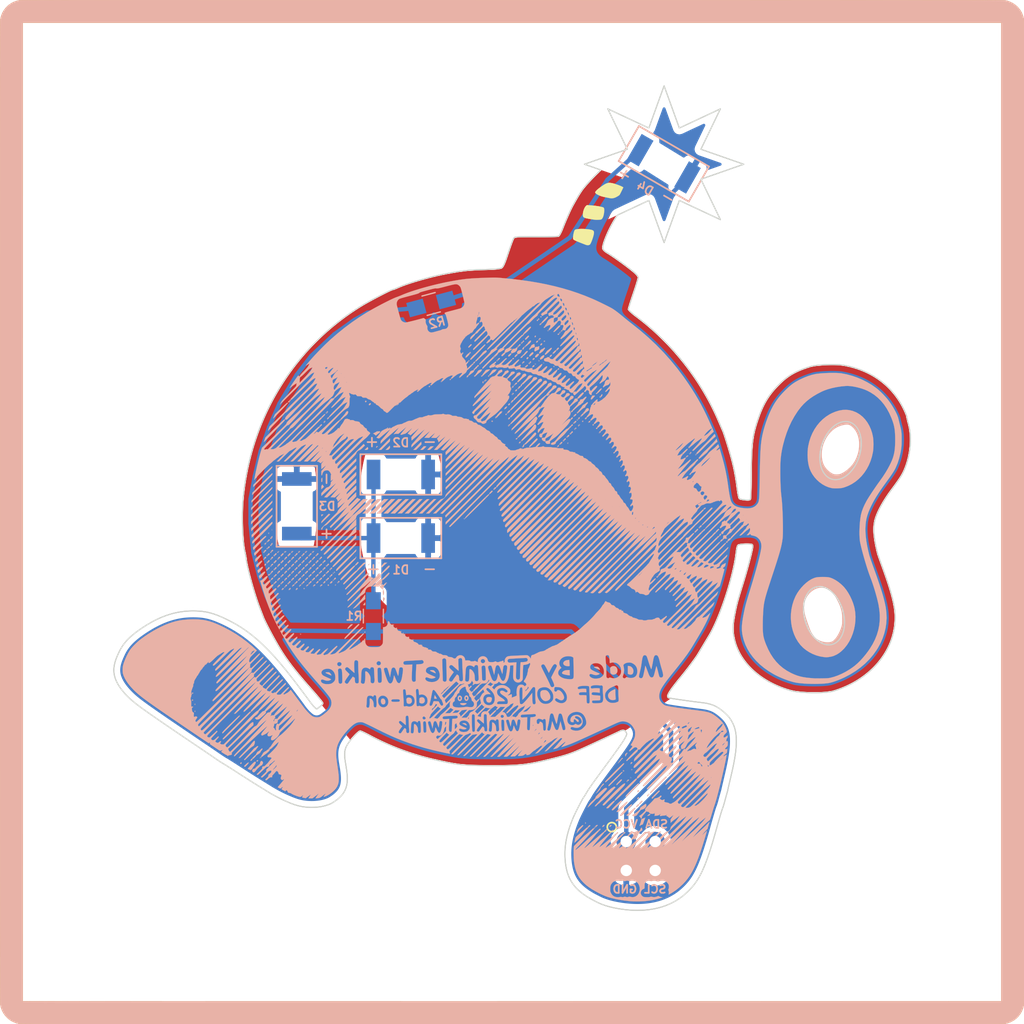
<source format=kicad_pcb>
(kicad_pcb (version 4) (host pcbnew 4.0.7)
  (layers (0 F.Cu signal) (31 B.Cu signal) (34 B.Paste user) (35 F.Paste user) (36 B.SilkS user) (37 F.SilkS user hide) (38 B.Mask user) (39 F.Mask user) (44 Edge.Cuts user))
  (net 0 "")
  (net 1 "Net-(D1-Pad1)")
  (net 2 "Net-(D1-Pad2)")
  (net 3 "Net-(D4-Pad2)")
  (net 4 "Net-(R1-Pad2)")
  (module LOGO (layer F.Cu) (at 147.828 86.36)
    (fp_text reference F.Cu hide)
    (fp_text value LOGO hide)
    (fp_poly (pts (xy -21.119083 -44.996909) (xy -20.024322 -44.99688) (xy -18.894884 -44.996837) (xy -17.730243 -44.996779) (xy -16.529872 -44.996707) (xy -15.293244 -44.996621) (xy -14.019835 -44.996522) (xy -12.709116 -44.996409) (xy -11.360561 -44.996284) (xy -9.973645 -44.996146) (xy -8.54784 -44.995996) (xy -7.08262 -44.995834) (xy -5.577458 -44.99566) (xy -4.031829 -44.995475) (xy -2.445205 -44.995279) (xy -0.81706 -44.995072) (xy 0.084667 -44.994955) (xy 1.723321 -44.994741) (xy 3.320183 -44.99453) (xy 4.87579 -44.99432) (xy 6.390684 -44.994113) (xy 7.865403 -44.993907) (xy 9.300488 -44.993701) (xy 10.696477 -44.993496) (xy 12.053912 -44.99329) (xy 13.373332 -44.993084) (xy 14.655276 -44.992876) (xy 15.900285 -44.992666) (xy 17.108897 -44.992454) (xy 18.281654 -44.992238) (xy 19.419094 -44.99202) (xy 20.521757 -44.991797) (xy 21.590184 -44.99157) (xy 22.624913 -44.991337) (xy 23.626485 -44.9911) (xy 24.595439 -44.990856) (xy 25.532316 -44.990605) (xy 26.437654 -44.990347) (xy 27.311995 -44.990082) (xy 28.155876 -44.989808) (xy 28.969839 -44.989525) (xy 29.754423 -44.989234) (xy 30.510167 -44.988932) (xy 31.237612 -44.98862) (xy 31.937298 -44.988297) (xy 32.609763 -44.987963) (xy 33.255548 -44.987617) (xy 33.875193 -44.987259) (xy 34.469237 -44.986887) (xy 35.03822 -44.986503) (xy 35.582682 -44.986104) (xy 36.103163 -44.98569) (xy 36.600202 -44.985262) (xy 37.074339 -44.984818) (xy 37.526114 -44.984358) (xy 37.956066 -44.983881) (xy 38.364737 -44.983387) (xy 38.752664 -44.982875) (xy 39.120388 -44.982346) (xy 39.468449 -44.981797) (xy 39.797386 -44.981229) (xy 40.10774 -44.980642) (xy 40.40005 -44.980034) (xy 40.674855 -44.979405) (xy 40.932696 -44.978755) (xy 41.174112 -44.978083) (xy 41.399644 -44.977389) (xy 41.60983 -44.976671) (xy 41.805211 -44.97593) (xy 41.986326 -44.975166) (xy 42.153715 -44.974376) (xy 42.307918 -44.973562) (xy 42.449475 -44.972722) (xy 42.578925 -44.971856) (xy 42.696808 -44.970963) (xy 42.803664 -44.970043) (xy 42.900033 -44.969096) (xy 42.986454 -44.96812) (xy 43.063468 -44.967116) (xy 43.131613 -44.966082) (xy 43.19143 -44.965019) (xy 43.243459 -44.963925) (xy 43.288239 -44.962801) (xy 43.32631 -44.961645) (xy 43.358212 -44.960457) (xy 43.384484 -44.959237) (xy 43.405667 -44.957984) (xy 43.4223 -44.956697) (xy 43.434923 -44.955377) (xy 43.444075 -44.954022) (xy 43.449991 -44.952717) (xy 43.741016 -44.852416) (xy 44.006448 -44.720469) (xy 44.244513 -44.558767) (xy 44.453436 -44.369203) (xy 44.631441 -44.153666) (xy 44.776756 -43.914048) (xy 44.887604 -43.65224) (xy 44.962211 -43.370132) (xy 44.968746 -43.33442) (xy 44.969954 -43.324225) (xy 44.97113 -43.307311) (xy 44.972276 -43.28315) (xy 44.973393 -43.251215) (xy 44.97448 -43.210978) (xy 44.975537 -43.161913) (xy 44.976567 -43.103492) (xy 44.977567 -43.035189) (xy 44.97854 -42.956475) (xy 44.979486 -42.866823) (xy 44.980404 -42.765707) (xy 44.981295 -42.652599) (xy 44.98216 -42.526972) (xy 44.982999 -42.388299) (xy 44.983813 -42.236052) (xy 44.984601 -42.069705) (xy 44.985364 -41.888729) (xy 44.986103 -41.692599) (xy 44.986817 -41.480786) (xy 44.987508 -41.252763) (xy 44.988176 -41.008003) (xy 44.988821 -40.745979) (xy 44.989443 -40.466164) (xy 44.990043 -40.168031) (xy 44.990621 -39.851051) (xy 44.991178 -39.514699) (xy 44.991714 -39.158447) (xy 44.992229 -38.781767) (xy 44.992724 -38.384132) (xy 44.993199 -37.965016) (xy 44.993655 -37.52389) (xy 44.994091 -37.060228) (xy 44.994509 -36.573503) (xy 44.994909 -36.063186) (xy 44.99529 -35.528752) (xy 44.995654 -34.969673) (xy 44.996001 -34.385421) (xy 44.996331 -33.775469) (xy 44.996645 -33.139291) (xy 44.996942 -32.476358) (xy 44.997224 -31.786144) (xy 44.997491 -31.068122) (xy 44.997743 -30.321764) (xy 44.99798 -29.546543) (xy 44.998204 -28.741931) (xy 44.998413 -27.907402) (xy 44.99861 -27.042429) (xy 44.998793 -26.146483) (xy 44.998964 -25.219039) (xy 44.999122 -24.259568) (xy 44.999269 -23.267543) (xy 44.999404 -22.242438) (xy 44.999529 -21.183725) (xy 44.999642 -20.090877) (xy 44.999746 -18.963366) (xy 44.999839 -17.800665) (xy 44.999923 -16.602248) (xy 44.999998 -15.367586) (xy 45.000065 -14.096153) (xy 45.000123 -12.787421) (xy 45.000173 -11.440864) (xy 45.000215 -10.055954) (xy 45.00025 -8.632163) (xy 45.000279 -7.168965) (xy 45.000301 -5.665832) (xy 45.000317 -4.122238) (xy 45.000327 -2.537654) (xy 45.000332 -0.911554) (xy 45.000333 0) (xy 45.000331 1.649141) (xy 45.000323 3.256477) (xy 45.00031 4.822533) (xy 45.000292 6.347838) (xy 45.000267 7.832918) (xy 45.000235 9.278302) (xy 45.000197 10.684515) (xy 45.000151 12.052085) (xy 45.000098 13.38154) (xy 45.000036 14.673407) (xy 44.999966 15.928212) (xy 44.999887 17.146484) (xy 44.999798 18.328749) (xy 44.9997 19.475534) (xy 44.999592 20.587367) (xy 44.999474 21.664776) (xy 44.999345 22.708286) (xy 44.999204 23.718426) (xy 44.999052 24.695723) (xy 44.998888 25.640703) (xy 44.998712 26.553895) (xy 44.998523 27.435825) (xy 44.998321 28.287021) (xy 44.998105 29.108009) (xy 44.997875 29.899318) (xy 44.997631 30.661473) (xy 44.997373 31.395003) (xy 44.997099 32.100435) (xy 44.99681 32.778296) (xy 44.996506 33.429113) (xy 44.996185 34.053413) (xy 44.995847 34.651724) (xy 44.995493 35.224573) (xy 44.995121 35.772486) (xy 44.994731 36.295992) (xy 44.994323 36.795618) (xy 44.993897 37.27189) (xy 44.993452 37.725336) (xy 44.992988 38.156483) (xy 44.992504 38.565858) (xy 44.992 38.95399) (xy 44.991475 39.321404) (xy 44.99093 39.668628) (xy 44.990364 39.996189) (xy 44.989776 40.304615) (xy 44.989166 40.594432) (xy 44.988533 40.866168) (xy 44.987878 41.120351) (xy 44.9872 41.357507) (xy 44.986499 41.578163) (xy 44.985773 41.782848) (xy 44.985023 41.972087) (xy 44.984249 42.146409) (xy 44.983449 42.30634) (xy 44.982625 42.452407) (xy 44.981774 42.585139) (xy 44.980897 42.705062) (xy 44.979994 42.812703) (xy 44.979063 42.90859) (xy 44.978106 42.99325) (xy 44.97712 43.06721) (xy 44.976107 43.130997) (xy 44.975065 43.185139) (xy 44.973994 43.230162) (xy 44.972894 43.266594) (xy 44.971764 43.294963) (xy 44.970604 43.315794) (xy 44.969414 43.329617) (xy 44.968746 43.33442) (xy 44.899211 43.614231) (xy 44.792832 43.87651) (xy 44.652475 44.11839) (xy 44.48101 44.337002) (xy 44.281304 44.529478) (xy 44.056225 44.692951) (xy 43.808641 44.824553) (xy 43.54142 44.921415) (xy 43.33442 44.968746) (xy 43.324231 44.969953) (xy 43.307333 44.971129) (xy 43.283198 44.972274) (xy 43.251298 44.973389) (xy 43.211107 44.974474) (xy 43.162097 44.97553) (xy 43.103741 44.976557) (xy 43.035512 44.977555) (xy 42.956883 44.978524) (xy 42.867327 44.979465) (xy 42.766316 44.980379) (xy 42.653324 44.981266) (xy 42.527823 44.982125) (xy 42.389286 44.982958) (xy 42.237186 44.983765) (xy 42.070996 44.984546) (xy 41.890188 44.985301) (xy 41.694236 44.986032) (xy 41.482612 44.986737) (xy 41.25479 44.987418) (xy 41.010241 44.988075) (xy 40.748439 44.988709) (xy 40.468857 44.989319) (xy 40.170967 44.989906) (xy 39.854243 44.99047) (xy 39.518157 44.991012) (xy 39.162182 44.991533) (xy 38.785791 44.992031) (xy 38.388456 44.992509) (xy 37.969652 44.992966) (xy 37.528849 44.993402) (xy 37.065522 44.993818) (xy 36.579143 44.994215) (xy 36.069185 44.994592) (xy 35.535121 44.99495) (xy 34.976424 44.99529) (xy 34.392566 44.995611) (xy 33.78302 44.995915) (xy 33.14726 44.9962) (xy 32.484757 44.996469) (xy 31.794986 44.996721) (xy 31.077418 44.996956) (xy 30.331526 44.997175) (xy 29.556785 44.997379) (xy 28.752665 44.997567) (xy 27.91864 44.99774) (xy 27.054184 44.997898) (xy 26.158768 44.998042) (xy 25.231866 44.998172) (xy 24.27295 44.998289) (xy 23.281494 44.998392) (xy 22.256969 44.998483) (xy 21.19885 44.998561) (xy 20.106609 44.998626) (xy 18.979718 44.99868) (xy 17.817651 44.998723) (xy 16.61988 44.998755) (xy 15.385878 44.998775) (xy 14.115119 44.998786) (xy 12.807074 44.998786) (xy 11.461218 44.998777) (xy 10.077021 44.998759) (xy 8.653958 44.998732) (xy 7.191502 44.998696) (xy 5.689125 44.998652) (xy 4.146299 44.9986) (xy 2.562499 44.998541) (xy 0.937196 44.998475) (xy -0.018648 44.998434) (xy -1.681719 44.998357) (xy -3.302966 44.998276) (xy -4.882897 44.99819) (xy -6.422021 44.998098) (xy -7.920848 44.998) (xy -9.379885 44.997896) (xy -10.799642 44.997785) (xy -12.180629 44.997668) (xy -13.523352 44.997542) (xy -14.828322 44.99741) (xy -16.096048 44.997269) (xy -17.327038 44.997119) (xy -18.5218 44.996961) (xy -19.680845 44.996794) (xy -20.804681 44.996617) (xy -21.893816 44.99643) (xy -22.94876 44.996233) (xy -23.970021 44.996025) (xy -24.958108 44.995806) (xy -25.913531 44.995576) (xy -26.836797 44.995334) (xy -27.728417 44.99508) (xy -28.588898 44.994814) (xy -29.418749 44.994534) (xy -30.218481 44.994242) (xy -30.9886 44.993936) (xy -31.729617 44.993616) (xy -32.44204 44.993282) (xy -33.126377 44.992933) (xy -33.783139 44.992569) (xy -34.412833 44.992189) (xy -35.015969 44.991794) (xy -35.593055 44.991383) (xy -36.144601 44.990955) (xy -36.671114 44.990511) (xy -37.173105 44.990049) (xy -37.651081 44.98957) (xy -38.105552 44.989073) (xy -38.537027 44.988557) (xy -38.946015 44.988023) (xy -39.333023 44.98747) (xy -39.698562 44.986897) (xy -40.04314 44.986305) (xy -40.367266 44.985692) (xy -40.671448 44.985059) (xy -40.956197 44.984405) (xy -41.222019 44.98373) (xy -41.469426 44.983034) (xy -41.698924 44.982315) (xy -41.911024 44.981574) (xy -42.106234 44.98081) (xy -42.285062 44.980024) (xy -42.448018 44.979214) (xy -42.595611 44.97838) (xy -42.72835 44.977522) (xy -42.846742 44.97664) (xy -42.951298 44.975732) (xy -43.042526 44.9748) (xy -43.120935 44.973842) (xy -43.187034 44.972858) (xy -43.241331 44.971847) (xy -43.284336 44.97081) (xy -43.316558 44.969746) (xy -43.338504 44.968654) (xy -43.350685 44.967535) (xy -43.35157 44.967389) (xy -43.627943 44.896512) (xy -43.887461 44.788652) (xy -44.127139 44.646822) (xy -44.343993 44.474035) (xy -44.53504 44.273304) (xy -44.697296 44.047642) (xy -44.827777 43.800061) (xy -44.923499 43.533576) (xy -44.968747 43.33442) (xy -44.969954 43.324225) (xy -44.97113 43.307311) (xy -44.972277 43.283149) (xy -44.973393 43.251214) (xy -44.97448 43.210978) (xy -44.975538 43.161913) (xy -44.976567 43.103492) (xy -44.977568 43.035188) (xy -44.978541 42.956474) (xy -44.979486 42.866823) (xy -44.980404 42.765707) (xy -44.981296 42.652599) (xy -44.982161 42.526972) (xy -44.983 42.388299) (xy -44.983813 42.236052) (xy -44.984601 42.069705) (xy -44.985364 41.888729) (xy -44.986103 41.692598) (xy -44.986818 41.480785) (xy -44.987509 41.252762) (xy -44.988177 41.008003) (xy -44.988821 40.745979) (xy -44.989443 40.466164) (xy -44.990043 40.16803) (xy -44.990622 39.851051) (xy -44.991179 39.514699) (xy -44.991714 39.158446) (xy -44.99223 38.781766) (xy -44.992725 38.384132) (xy -44.9932 37.965015) (xy -44.993655 37.52389) (xy -44.994092 37.060228) (xy -44.99451 36.573502) (xy -44.994909 36.063186) (xy -44.995291 35.528752) (xy -44.995655 34.969672) (xy -44.996002 34.38542) (xy -44.996332 33.775469) (xy -44.996645 33.13929) (xy -44.996943 32.476358) (xy -44.997225 31.786144) (xy -44.997492 31.068122) (xy -44.997743 30.321763) (xy -44.997981 29.546542) (xy -44.998204 28.741931) (xy -44.998414 27.907402) (xy -44.99861 27.042428) (xy -44.998793 26.146483) (xy -44.998964 25.219038) (xy -44.999122 24.259568) (xy -44.999269 23.267543) (xy -44.999405 22.242438) (xy -44.999529 21.183725) (xy -44.999643 20.090876) (xy -44.999649 20.021272) (xy -43.006841 20.021272) (xy -43.006838 21.135323) (xy -43.006825 22.229292) (xy -43.006803 23.302549) (xy -43.00677 24.354465) (xy -43.006728 25.38441) (xy -43.006676 26.391755) (xy -43.006614 27.375871) (xy -43.006543 28.336128) (xy -43.006463 29.271897) (xy -43.006373 30.182548) (xy -43.006274 31.067453) (xy -43.006165 31.92598) (xy -43.006048 32.757502) (xy -43.005921 33.561389) (xy -43.005785 34.337012) (xy -43.005641 35.08374) (xy -43.005487 35.800945) (xy -43.005325 36.487997) (xy -43.005153 37.144267) (xy -43.004974 37.769125) (xy -43.004785 38.361942) (xy -43.004588 38.922089) (xy -43.004383 39.448936) (xy -43.004169 39.941854) (xy -43.003946 40.400214) (xy -43.003716 40.823385) (xy -43.003477 41.210739) (xy -43.00323 41.561646) (xy -43.002975 41.875477) (xy -43.002712 42.151603) (xy -43.002441 42.389393) (xy -43.002162 42.588219) (xy -43.001875 42.747451) (xy -43.001581 42.86646) (xy -43.001278 42.944617) (xy -43.000969 42.981292) (xy -43.000858 42.984213) (xy -42.993315 42.98525) (xy -42.971174 42.986259) (xy -42.933966 42.987241) (xy -42.881227 42.988195) (xy -42.812488 42.989123) (xy -42.727284 42.990024) (xy -42.625147 42.990899) (xy -42.505612 42.991747) (xy -42.368211 42.99257) (xy -42.212478 42.993367) (xy -42.037947 42.994138) (xy -41.844151 42.994884) (xy -41.630623 42.995605) (xy -41.396896 42.996301) (xy -41.142505 42.996973) (xy -40.866982 42.99762) (xy -40.56986 42.998243) (xy -40.250674 42.998842) (xy -39.908957 42.999418) (xy -39.544242 42.99997) (xy -39.156062 43.000499) (xy -38.743951 43.001005) (xy -38.307442 43.001488) (xy -37.846069 43.001948) (xy -37.359365 43.002387) (xy -36.846864 43.002803) (xy -36.308098 43.003197) (xy -35.742601 43.00357) (xy -35.149908 43.003922) (xy -34.52955 43.004252) (xy -33.881062 43.004561) (xy -33.203977 43.00485) (xy -32.497828 43.005119) (xy -31.762148 43.005367) (xy -30.996472 43.005595) (xy -30.200332 43.005803) (xy -29.373262 43.005992) (xy -28.514796 43.006161) (xy -27.624466 43.006312) (xy -26.701806 43.006443) (xy -25.74635 43.006556) (xy -24.757631 43.006651) (xy -23.735182 43.006727) (xy -22.678536 43.006786) (xy -21.587228 43.006826) (xy -20.46079 43.00685) (xy -19.298757 43.006856) (xy -18.10066 43.006845) (xy -16.866035 43.006817) (xy -15.594413 43.006773) (xy -14.285329 43.006712) (xy -12.938316 43.006636) (xy -11.552907 43.006543) (xy -10.128636 43.006435) (xy -8.665036 43.006312) (xy -7.161641 43.006173) (xy -5.617984 43.006019) (xy -4.033598 43.005851) (xy -2.408016 43.005668) (xy -0.740773 43.005471) (xy 0.004629 43.00538) (xy 43.000083 43.000083) (xy 43.000083 -43.000083) (xy -43.000083 -43.000083) (xy -43.005487 -0.021167) (xy -43.005652 1.328605) (xy -43.005805 2.668364) (xy -43.005948 3.997482) (xy -43.00608 5.31533) (xy -43.006202 6.621277) (xy -43.006312 7.914694) (xy -43.006412 9.194953) (xy -43.006501 10.461423) (xy -43.00658 11.713475) (xy -43.006648 12.95048) (xy -43.006706 14.171808) (xy -43.006753 15.37683) (xy -43.006791 16.564917) (xy -43.006818 17.73544) (xy -43.006835 18.887767) (xy -43.006841 20.021272) (xy -44.999649 20.021272) (xy -44.999746 18.963365) (xy -44.99984 17.800665) (xy -44.999924 16.602247) (xy -44.999999 15.367586) (xy -45.000065 14.096153) (xy -45.000123 12.787421) (xy -45.000173 11.440864) (xy -45.000215 10.055953) (xy -45.000251 8.632163) (xy -45.000279 7.168965) (xy -45.000301 5.665832) (xy -45.000317 4.122237) (xy -45.000328 2.537654) (xy -45.000333 0.911553) (xy -45.000333 0) (xy -45.000331 -1.649142) (xy -45.000324 -3.256477) (xy -45.000311 -4.822534) (xy -45.000292 -6.347838) (xy -45.000267 -7.832919) (xy -45.000236 -9.278302) (xy -45.000197 -10.684515) (xy -45.000151 -12.052086) (xy -45.000098 -13.38154) (xy -45.000036 -14.673407) (xy -44.999966 -15.928212) (xy -44.999887 -17.146484) (xy -44.999799 -18.328749) (xy -44.999701 -19.475534) (xy -44.999593 -20.587368) (xy -44.999474 -21.664776) (xy -44.999345 -22.708286) (xy -44.999205 -23.718426) (xy -44.999053 -24.695723) (xy -44.998889 -25.640704) (xy -44.998712 -26.553895) (xy -44.998523 -27.435825) (xy -44.998321 -28.287021) (xy -44.998105 -29.108009) (xy -44.997876 -29.899318) (xy -44.997632 -30.661474) (xy -44.997373 -31.395004) (xy -44.9971 -32.100436) (xy -44.996811 -32.778296) (xy -44.996506 -33.429113) (xy -44.996185 -34.053414) (xy -44.995847 -34.651724) (xy -44.995493 -35.224573) (xy -44.995121 -35.772487) (xy -44.994731 -36.295993) (xy -44.994324 -36.795618) (xy -44.993898 -37.27189) (xy -44.993452 -37.725336) (xy -44.992988 -38.156483) (xy -44.992504 -38.565859) (xy -44.992 -38.95399) (xy -44.991476 -39.321404) (xy -44.99093 -39.668628) (xy -44.990364 -39.996189) (xy -44.989776 -40.304615) (xy -44.989166 -40.594432) (xy -44.988534 -40.866169) (xy -44.987879 -41.120351) (xy -44.9872 -41.357507) (xy -44.986499 -41.578164) (xy -44.985773 -41.782848) (xy -44.985024 -41.972087) (xy -44.984249 -42.146409) (xy -44.98345 -42.30634) (xy -44.982625 -42.452408) (xy -44.981774 -42.58514) (xy -44.980897 -42.705062) (xy -44.979994 -42.812704) (xy -44.979064 -42.908591) (xy -44.978106 -42.99325) (xy -44.97712 -43.06721) (xy -44.976107 -43.130997) (xy -44.975065 -43.185139) (xy -44.973994 -43.230162) (xy -44.972894 -43.266595) (xy -44.971764 -43.294963) (xy -44.970604 -43.315795) (xy -44.969414 -43.329617) (xy -44.968747 -43.33442) (xy -44.899247 -43.6141) (xy -44.792929 -43.876276) (xy -44.652669 -44.118075) (xy -44.481343 -44.336625) (xy -44.281829 -44.529055) (xy -44.057003 -44.692493) (xy -43.809742 -44.824067) (xy -43.542922 -44.920906) (xy -43.331335 -44.969075) (xy -43.321043 -44.970278) (xy -43.303978 -44.971449) (xy -43.279614 -44.972589) (xy -43.247423 -44.973699) (xy -43.20688 -44.974777) (xy -43.157457 -44.975826) (xy -43.098629 -44.976845) (xy -43.029869 -44.977835) (xy -42.950651 -44.978795) (xy -42.860447 -44.979726) (xy -42.758732 -44.980629) (xy -42.644979 -44.981504) (xy -42.518661 -44.982351) (xy -42.379253 -44.98317) (xy -42.226227 -44.983961) (xy -42.059057 -44.984726) (xy -41.877216 -44.985464) (xy -41.680179 -44.986176) (xy -41.467419 -44.986861) (xy -41.238408 -44.987521) (xy -40.992622 -44.988156) (xy -40.729532 -44.988765) (xy -40.448613 -44.989349) (xy -40.149339 -44.989909) (xy -39.831182 -44.990445) (xy -39.493616 -44.990957) (xy -39.136116 -44.991446) (xy -38.758153 -44.991911) (xy -38.359203 -44.992353) (xy -37.938737 -44.992773) (xy -37.496231 -44.99317) (xy -37.031157 -44.993546) (xy -36.542989 -44.9939) (xy -36.0312 -44.994232) (xy -35.495264 -44.994543) (xy -34.934655 -44.994834) (xy -34.348846 -44.995104) (xy -33.73731 -44.995354) (xy -33.099521 -44.995585) (xy -32.434952 -44.995796) (xy -31.743078 -44.995987) (xy -31.023372 -44.99616) (xy -30.275306 -44.996315) (xy -29.498355 -44.996451) (xy -28.691992 -44.996569) (xy -27.855691 -44.99667) (xy -26.988925 -44.996753) (xy -26.091167 -44.99682) (xy -25.161892 -44.99687) (xy -24.200573 -44.996903) (xy -23.206682 -44.996921) (xy -22.179695 -44.996922) (xy -21.119083 -44.996909)) (layer F.Cu) (width 0.01))
    (fp_poly (pts (xy 8.947084 -29.663771) (xy 9.156991 -29.590489) (xy 9.354958 -29.521082) (xy 9.537367 -29.456839) (xy 9.700599 -29.399048) (xy 9.841035 -29.348998) (xy 9.955055 -29.307977) (xy 10.039042 -29.277274) (xy 10.089375 -29.258178) (xy 10.102874 -29.252238) (xy 10.099589 -29.229347) (xy 10.079766 -29.175312) (xy 10.046164 -29.096672) (xy 10.001539 -28.999964) (xy 9.963 -28.920529) (xy 9.910058 -28.81298) (xy 9.86353 -28.717408) (xy 9.826783 -28.64081) (xy 9.803184 -28.590186) (xy 9.79628 -28.573924) (xy 9.782717 -28.563936) (xy 9.749474 -28.568888) (xy 9.690829 -28.59047) (xy 9.601058 -28.630376) (xy 9.593627 -28.633822) (xy 9.390572 -28.721005) (xy 9.184198 -28.796418) (xy 8.982746 -28.857743) (xy 8.794462 -28.902661) (xy 8.627586 -28.928853) (xy 8.523491 -28.934817) (xy 8.438791 -28.928687) (xy 8.352733 -28.908359) (xy 8.258663 -28.870894) (xy 8.149927 -28.813351) (xy 8.01987 -28.73279) (xy 7.92837 -28.671865) (xy 7.75143 -28.54725) (xy 7.600618 -28.431582) (xy 7.478152 -28.326914) (xy 7.386244 -28.235301) (xy 7.327111 -28.158795) (xy 7.302968 -28.099449) (xy 7.3025 -28.091772) (xy 7.322287 -28.040857) (xy 7.378287 -27.983512) (xy 7.465456 -27.922795) (xy 7.57875 -27.861765) (xy 7.713125 -27.803482) (xy 7.863538 -27.751003) (xy 7.865354 -27.750441) (xy 7.974994 -27.719651) (xy 8.105793 -27.687732) (xy 8.248038 -27.656569) (xy 8.392014 -27.628047) (xy 8.528006 -27.604051) (xy 8.646299 -27.586468) (xy 8.737178 -27.577183) (xy 8.763 -27.576219) (xy 8.875649 -27.583982) (xy 8.988125 -27.611076) (xy 9.110078 -27.66078) (xy 9.251155 -27.736374) (xy 9.274389 -27.750046) (xy 9.343354 -27.789799) (xy 9.396773 -27.818293) (xy 9.425736 -27.830856) (xy 9.428359 -27.830783) (xy 9.420528 -27.810941) (xy 9.39585 -27.756491) (xy 9.355975 -27.670905) (xy 9.302549 -27.557654) (xy 9.237222 -27.420212) (xy 9.16164 -27.262048) (xy 9.077453 -27.086636) (xy 8.986308 -26.897447) (xy 8.928702 -26.778217) (xy 8.834212 -26.582362) (xy 8.745791 -26.398129) (xy 8.665077 -26.228996) (xy 8.593709 -26.078442) (xy 8.533323 -25.949946) (xy 8.485557 -25.846986) (xy 8.452051 -25.77304) (xy 8.43444 -25.731587) (xy 8.43219 -25.723754) (xy 8.453202 -25.72955) (xy 8.506568 -25.750996) (xy 8.586422 -25.785541) (xy 8.686896 -25.830634) (xy 8.802124 -25.883725) (xy 8.828068 -25.895849) (xy 8.945619 -25.950361) (xy 9.049582 -25.997514) (xy 9.134108 -26.03474) (xy 9.193348 -26.059476) (xy 9.221455 -26.069155) (xy 9.222865 -26.069024) (xy 9.215139 -26.049302) (xy 9.188166 -26.001574) (xy 9.146209 -25.933034) (xy 9.094404 -25.852213) (xy 8.926264 -25.580974) (xy 8.757351 -25.282278) (xy 8.592403 -24.965967) (xy 8.43616 -24.641886) (xy 8.293365 -24.31988) (xy 8.168755 -24.009793) (xy 8.067072 -23.721469) (xy 8.064331 -23.712965) (xy 8.007937 -23.520087) (xy 7.973898 -23.361361) (xy 7.962006 -23.235117) (xy 7.972052 -23.139689) (xy 7.98744 -23.09859) (xy 8.039993 -23.026258) (xy 8.129925 -22.940709) (xy 8.25787 -22.84143) (xy 8.424465 -22.727903) (xy 8.516396 -22.669415) (xy 8.689276 -22.558763) (xy 8.880016 -22.431935) (xy 9.083997 -22.292342) (xy 9.296604 -22.1434) (xy 9.513218 -21.988521) (xy 9.729225 -21.831117) (xy 9.940005 -21.674603) (xy 10.140943 -21.522391) (xy 10.327422 -21.377895) (xy 10.494825 -21.244528) (xy 10.638534 -21.125703) (xy 10.753934 -21.024833) (xy 10.802645 -20.979232) (xy 10.917465 -20.862565) (xy 10.998938 -20.766762) (xy 11.048962 -20.689238) (xy 11.069437 -20.627408) (xy 11.070167 -20.61509) (xy 11.066098 -20.576491) (xy 11.053482 -20.515564) (xy 11.031701 -20.430277) (xy 11.000138 -20.318599) (xy 10.958174 -20.178498) (xy 10.905194 -20.007942) (xy 10.840579 -19.804901) (xy 10.763712 -19.567342) (xy 10.673977 -19.293235) (xy 10.604241 -19.08175) (xy 10.539018 -18.883892) (xy 10.476579 -18.693454) (xy 10.418467 -18.515212) (xy 10.366222 -18.35394) (xy 10.321388 -18.214412) (xy 10.285505 -18.101404) (xy 10.260116 -18.01969) (xy 10.247858 -17.978116) (xy 10.22708 -17.899481) (xy 10.217857 -17.849096) (xy 10.219959 -17.81455) (xy 10.233154 -17.783433) (xy 10.243899 -17.765184) (xy 10.284195 -17.714324) (xy 10.35411 -17.643098) (xy 10.448814 -17.555748) (xy 10.563477 -17.456514) (xy 10.69327 -17.349637) (xy 10.833364 -17.23936) (xy 10.903115 -17.186264) (xy 11.664021 -16.587215) (xy 12.400076 -15.954493) (xy 13.109857 -15.289686) (xy 13.791941 -14.594381) (xy 14.444904 -13.870166) (xy 15.067325 -13.118627) (xy 15.657779 -12.341352) (xy 16.214844 -11.539927) (xy 16.737097 -10.715941) (xy 16.803998 -10.6045) (xy 17.04386 -10.192101) (xy 17.274577 -9.773856) (xy 17.499637 -9.342869) (xy 17.722527 -8.892246) (xy 17.946737 -8.415092) (xy 18.175754 -7.904514) (xy 18.21228 -7.821083) (xy 18.314346 -7.585383) (xy 18.403146 -7.37555) (xy 18.481677 -7.183441) (xy 18.552935 -7.00091) (xy 18.619916 -6.819812) (xy 18.685618 -6.632005) (xy 18.753038 -6.429342) (xy 18.825171 -6.203679) (xy 18.905015 -5.946872) (xy 18.920987 -5.894917) (xy 19.038458 -5.508022) (xy 19.142755 -5.154411) (xy 19.23534 -4.827649) (xy 19.317677 -4.521298) (xy 19.391229 -4.228919) (xy 19.457459 -3.944077) (xy 19.517829 -3.660334) (xy 19.573802 -3.371253) (xy 19.626842 -3.070396) (xy 19.678411 -2.751326) (xy 19.729972 -2.407606) (xy 19.757984 -2.211917) (xy 19.793694 -1.965587) (xy 19.825854 -1.758621) (xy 19.855045 -1.588254) (xy 19.881845 -1.451719) (xy 19.906834 -1.346248) (xy 19.930592 -1.269076) (xy 19.953699 -1.217435) (xy 19.971409 -1.193333) (xy 20.032694 -1.154724) (xy 20.130241 -1.122074) (xy 20.258261 -1.096478) (xy 20.410964 -1.079034) (xy 20.58256 -1.070837) (xy 20.6207 -1.070392) (xy 20.737258 -1.070688) (xy 20.818822 -1.073595) (xy 20.872694 -1.079896) (xy 20.906174 -1.090374) (xy 20.923796 -1.102894) (xy 20.933872 -1.120404) (xy 20.943105 -1.153422) (xy 20.951585 -1.204109) (xy 20.959405 -1.274627) (xy 20.966656 -1.367136) (xy 20.973431 -1.483797) (xy 20.979822 -1.626773) (xy 20.98592 -1.798225) (xy 20.991817 -2.000313) (xy 20.997606 -2.235199) (xy 21.003378 -2.505044) (xy 21.009225 -2.812011) (xy 21.015239 -3.158259) (xy 21.017783 -3.312583) (xy 21.02565 -3.762724) (xy 21.0342 -4.173738) (xy 21.043821 -4.548831) (xy 21.047903 -4.674961) (xy 27.04972 -4.674961) (xy 27.073719 -4.385823) (xy 27.12329 -4.113044) (xy 27.197223 -3.859445) (xy 27.29431 -3.627846) (xy 27.413343 -3.421069) (xy 27.553112 -3.241933) (xy 27.71241 -3.09326) (xy 27.890026 -2.97787) (xy 28.084754 -2.898584) (xy 28.111711 -2.890955) (xy 28.22313 -2.870867) (xy 28.359414 -2.860932) (xy 28.504333 -2.861144) (xy 28.641655 -2.8715) (xy 28.751861 -2.891132) (xy 28.990163 -2.973916) (xy 29.222513 -3.095924) (xy 29.446472 -3.254194) (xy 29.659599 -3.445762) (xy 29.859456 -3.667668) (xy 30.043602 -3.916946) (xy 30.209598 -4.190635) (xy 30.355003 -4.485772) (xy 30.477378 -4.799394) (xy 30.56539 -5.093391) (xy 30.634435 -5.414163) (xy 30.675127 -5.726626) (xy 30.688525 -6.028389) (xy 30.675687 -6.317063) (xy 30.637671 -6.590257) (xy 30.575535 -6.845581) (xy 30.490336 -7.080645) (xy 30.383134 -7.293059) (xy 30.254985 -7.480433) (xy 30.106949 -7.640376) (xy 29.940083 -7.770499) (xy 29.755445 -7.868411) (xy 29.554094 -7.931722) (xy 29.337086 -7.958042) (xy 29.297011 -7.958667) (xy 29.073466 -7.937959) (xy 28.850769 -7.877629) (xy 28.631149 -7.780364) (xy 28.416839 -7.648852) (xy 28.210067 -7.48578) (xy 28.013065 -7.293837) (xy 27.828063 -7.075711) (xy 27.657292 -6.83409) (xy 27.502982 -6.57166) (xy 27.367364 -6.291111) (xy 27.252669 -5.99513) (xy 27.161126 -5.686405) (xy 27.094966 -5.367624) (xy 27.083271 -5.291031) (xy 27.052501 -4.977637) (xy 27.04972 -4.674961) (xy 21.047903 -4.674961) (xy 21.054902 -4.891208) (xy 21.067833 -5.204076) (xy 21.083003 -5.49064) (xy 21.100802 -5.754105) (xy 21.121618 -5.997677) (xy 21.14584 -6.224563) (xy 21.173859 -6.437966) (xy 21.206063 -6.641094) (xy 21.242842 -6.837152) (xy 21.284584 -7.029344) (xy 21.331679 -7.220878) (xy 21.384517 -7.414959) (xy 21.443486 -7.614792) (xy 21.508977 -7.823583) (xy 21.581377 -8.044538) (xy 21.598657 -8.09625) (xy 21.750864 -8.528007) (xy 21.906712 -8.922965) (xy 22.069518 -9.286658) (xy 22.242595 -9.624619) (xy 22.42926 -9.942381) (xy 22.632828 -10.245479) (xy 22.856614 -10.539444) (xy 23.103934 -10.829811) (xy 23.378102 -11.122114) (xy 23.463009 -11.207936) (xy 23.784412 -11.510944) (xy 24.106761 -11.77667) (xy 24.437041 -12.009732) (xy 24.782235 -12.21475) (xy 25.14933 -12.396341) (xy 25.452917 -12.523736) (xy 25.681262 -12.610608) (xy 25.892143 -12.684989) (xy 26.091296 -12.747794) (xy 26.284458 -12.799936) (xy 26.477365 -12.842328) (xy 26.675754 -12.875883) (xy 26.885362 -12.901515) (xy 27.111925 -12.920137) (xy 27.361181 -12.932663) (xy 27.638866 -12.940006) (xy 27.950717 -12.94308) (xy 28.088167 -12.943318) (xy 28.299084 -12.943148) (xy 28.473086 -12.942531) (xy 28.615588 -12.941222) (xy 28.732006 -12.938978) (xy 28.827757 -12.935552) (xy 28.908258 -12.930702) (xy 28.978925 -12.924182) (xy 29.045174 -12.915748) (xy 29.112422 -12.905156) (xy 29.17434 -12.894286) (xy 29.734988 -12.773339) (xy 30.276721 -12.616452) (xy 30.798021 -12.424295) (xy 31.297375 -12.197537) (xy 31.773265 -11.936848) (xy 32.224176 -11.642897) (xy 32.533167 -11.410512) (xy 32.780091 -11.200613) (xy 33.032087 -10.962446) (xy 33.279128 -10.706557) (xy 33.511187 -10.443495) (xy 33.718236 -10.183805) (xy 33.78234 -10.0965) (xy 33.941569 -9.864472) (xy 34.093464 -9.624114) (xy 34.235146 -9.381081) (xy 34.363738 -9.141031) (xy 34.47636 -8.909622) (xy 34.570135 -8.692509) (xy 34.642184 -8.49535) (xy 34.689628 -8.323802) (xy 34.693361 -8.306052) (xy 34.712726 -8.215598) (xy 34.739598 -8.097185) (xy 34.770941 -7.963853) (xy 34.803719 -7.828643) (xy 34.816569 -7.776885) (xy 34.870712 -7.55227) (xy 34.912755 -7.355686) (xy 34.944108 -7.17567) (xy 34.966183 -7.000759) (xy 34.980391 -6.819491) (xy 34.988142 -6.620401) (xy 34.990848 -6.392028) (xy 34.990902 -6.360583) (xy 34.97289 -5.855726) (xy 34.918696 -5.356636) (xy 34.829332 -4.867992) (xy 34.705811 -4.394475) (xy 34.549142 -3.940765) (xy 34.387044 -3.566583) (xy 34.330545 -3.451804) (xy 34.271342 -3.339132) (xy 34.206913 -3.224725) (xy 34.134734 -3.104742) (xy 34.052283 -2.975341) (xy 33.957037 -2.832682) (xy 33.846473 -2.672924) (xy 33.718068 -2.492224) (xy 33.569299 -2.286742) (xy 33.397644 -2.052637) (xy 33.352438 -1.991328) (xy 33.071813 -1.599165) (xy 32.816355 -1.217645) (xy 32.587253 -0.848958) (xy 32.385696 -0.495294) (xy 32.212875 -0.158843) (xy 32.069977 0.158205) (xy 31.958194 0.45366) (xy 31.880096 0.719667) (xy 31.829167 0.979518) (xy 31.799593 1.258721) (xy 31.791521 1.559829) (xy 31.805097 1.885394) (xy 31.840469 2.23797) (xy 31.897785 2.620109) (xy 31.97719 3.034365) (xy 32.026431 3.259667) (xy 32.04771 3.353377) (xy 32.066578 3.43507) (xy 32.084403 3.509005) (xy 32.102554 3.579439) (xy 32.122399 3.65063) (xy 32.145306 3.726834) (xy 32.172645 3.812311) (xy 32.205782 3.911318) (xy 32.246087 4.028111) (xy 32.294928 4.16695) (xy 32.353673 4.332092) (xy 32.423691 4.527794) (xy 32.50635 4.758315) (xy 32.523035 4.804833) (xy 32.692772 5.282458) (xy 32.846203 5.723872) (xy 32.98398 6.131648) (xy 33.106758 6.508363) (xy 33.21519 6.856592) (xy 33.309929 7.17891) (xy 33.39163 7.477893) (xy 33.460944 7.756116) (xy 33.518527 8.016154) (xy 33.565031 8.260583) (xy 33.601109 8.491977) (xy 33.627416 8.712914) (xy 33.644605 8.925967) (xy 33.65333 9.133712) (xy 33.654773 9.264874) (xy 33.633551 9.757137) (xy 33.571246 10.242928) (xy 33.46882 10.720679) (xy 33.327238 11.188823) (xy 33.147465 11.645792) (xy 32.930463 12.09002) (xy 32.677198 12.519938) (xy 32.388634 12.933979) (xy 32.065734 13.330577) (xy 31.709463 13.708163) (xy 31.320784 14.065171) (xy 30.900663 14.400033) (xy 30.450062 14.711181) (xy 30.215417 14.856311) (xy 29.741165 15.119984) (xy 29.25879 15.349617) (xy 28.756532 15.550605) (xy 28.525642 15.631547) (xy 28.363377 15.683785) (xy 28.208941 15.727877) (xy 28.056906 15.764453) (xy 27.901844 15.794143) (xy 27.738327 15.817578) (xy 27.560927 15.835387) (xy 27.364216 15.848201) (xy 27.142766 15.85665) (xy 26.891149 15.861364) (xy 26.603936 15.862974) (xy 26.532417 15.862971) (xy 26.185536 15.860498) (xy 25.875166 15.853277) (xy 25.59568 15.84062) (xy 25.34145 15.821839) (xy 25.106849 15.796246) (xy 24.886249 15.763152) (xy 24.674023 15.721869) (xy 24.464545 15.671709) (xy 24.252185 15.611984) (xy 24.104788 15.566047) (xy 23.712983 15.427425) (xy 23.316805 15.263888) (xy 22.925096 15.079916) (xy 22.546695 14.87999) (xy 22.190442 14.66859) (xy 21.865178 14.450194) (xy 21.7805 14.38813) (xy 21.36896 14.058239) (xy 20.997095 13.713954) (xy 20.66462 13.354851) (xy 20.371246 12.980505) (xy 20.116687 12.590489) (xy 19.900656 12.184378) (xy 19.722865 11.761746) (xy 19.583029 11.322169) (xy 19.511755 11.024309) (xy 19.489148 10.91417) (xy 19.472168 10.822787) (xy 19.459994 10.74078) (xy 19.451808 10.658769) (xy 19.446791 10.567374) (xy 19.444122 10.457214) (xy 19.442982 10.318908) (xy 19.442725 10.234083) (xy 19.443022 10.079941) (xy 19.445227 9.946583) (xy 19.450192 9.826106) (xy 19.458772 9.71061) (xy 19.47182 9.592194) (xy 19.490189 9.462956) (xy 19.514732 9.314995) (xy 19.546303 9.14041) (xy 19.580396 8.959431) (xy 19.613358 8.787529) (xy 19.643725 8.632979) (xy 19.657472 8.565719) (xy 25.61496 8.565719) (xy 25.621389 8.763861) (xy 25.634666 8.955198) (xy 25.654456 9.127643) (xy 25.672889 9.234969) (xy 25.760001 9.58475) (xy 25.872777 9.916693) (xy 26.009231 10.2282) (xy 26.167376 10.516675) (xy 26.345228 10.779523) (xy 26.540798 11.014146) (xy 26.752103 11.217948) (xy 26.977155 11.388334) (xy 27.213968 11.522705) (xy 27.460556 11.618467) (xy 27.506083 11.631473) (xy 27.623566 11.652451) (xy 27.764444 11.66139) (xy 27.91229 11.658551) (xy 28.050674 11.644191) (xy 28.154729 11.621269) (xy 28.355637 11.537411) (xy 28.539926 11.416464) (xy 28.705831 11.260984) (xy 28.851585 11.073522) (xy 28.975424 10.856634) (xy 29.075582 10.612872) (xy 29.150293 10.34479) (xy 29.189144 10.125064) (xy 29.202547 9.978079) (xy 29.208224 9.801893) (xy 29.20662 9.608841) (xy 29.198178 9.411259) (xy 29.18334 9.221483) (xy 29.162551 9.051849) (xy 29.147479 8.965242) (xy 29.069406 8.644384) (xy 28.967885 8.338112) (xy 28.845073 8.048567) (xy 28.703127 7.777894) (xy 28.544205 7.528235) (xy 28.370464 7.301733) (xy 28.184063 7.100532) (xy 27.987157 6.926775) (xy 27.781906 6.782604) (xy 27.570466 6.670163) (xy 27.354995 6.591595) (xy 27.13765 6.549044) (xy 26.920589 6.544652) (xy 26.738574 6.572368) (xy 26.533629 6.641991) (xy 26.344818 6.749267) (xy 26.173694 6.892103) (xy 26.02181 7.068409) (xy 25.89072 7.276092) (xy 25.781976 7.513063) (xy 25.697133 7.77723) (xy 25.64011 8.051306) (xy 25.623986 8.197356) (xy 25.615714 8.372856) (xy 25.61496 8.565719) (xy 19.657472 8.565719) (xy 19.672718 8.491126) (xy 19.701559 8.357311) (xy 19.73147 8.226879) (xy 19.763672 8.095173) (xy 19.799389 7.957536) (xy 19.83984 7.809311) (xy 19.88625 7.645841) (xy 19.939838 7.46247) (xy 20.001828 7.254542) (xy 20.073441 7.017398) (xy 20.155899 6.746383) (xy 20.192889 6.625167) (xy 20.344187 6.125668) (xy 20.482813 5.659772) (xy 20.60864 5.227989) (xy 20.72154 4.830827) (xy 20.821386 4.468795) (xy 20.908049 4.142402) (xy 20.981404 3.852158) (xy 21.041321 3.598571) (xy 21.087674 3.382151) (xy 21.120335 3.203406) (xy 21.139176 3.062846) (xy 21.144071 2.960979) (xy 21.134891 2.898315) (xy 21.129301 2.887127) (xy 21.105193 2.859872) (xy 21.070399 2.839435) (xy 21.019175 2.824907) (xy 20.945778 2.815375) (xy 20.844465 2.809928) (xy 20.709495 2.807657) (xy 20.626917 2.807427) (xy 20.399247 2.81138) (xy 20.206205 2.822992) (xy 20.049707 2.84205) (xy 19.931669 2.868338) (xy 19.870986 2.891922) (xy 19.845423 2.90859) (xy 19.822937 2.933191) (xy 19.802577 2.969676) (xy 19.783388 3.021993) (xy 19.764417 3.094094) (xy 19.744712 3.189928) (xy 19.723319 3.313444) (xy 19.699285 3.468593) (xy 19.671656 3.659325) (xy 19.651992 3.799417) (xy 19.582807 4.234495) (xy 19.49289 4.69975) (xy 19.384034 5.189516) (xy 19.258032 5.698126) (xy 19.116677 6.219914) (xy 18.961762 6.749214) (xy 18.795081 7.280359) (xy 18.618427 7.807684) (xy 18.433592 8.325521) (xy 18.24237 8.828205) (xy 18.046555 9.31007) (xy 17.847939 9.765449) (xy 17.648315 10.188676) (xy 17.598178 10.289357) (xy 17.542058 10.396666) (xy 17.467024 10.533917) (xy 17.375972 10.696238) (xy 17.271799 10.878756) (xy 17.1574 11.076598) (xy 17.035672 11.284893) (xy 16.909509 11.498769) (xy 16.781809 11.713352) (xy 16.655466 11.923771) (xy 16.533377 12.125153) (xy 16.418438 12.312627) (xy 16.313545 12.481319) (xy 16.221593 12.626358) (xy 16.145479 12.742871) (xy 16.10248 12.805833) (xy 15.995429 12.955533) (xy 15.867387 13.130384) (xy 15.724147 13.322756) (xy 15.571502 13.525018) (xy 15.415246 13.729539) (xy 15.261171 13.928688) (xy 15.115071 14.114835) (xy 14.988288 14.273485) (xy 14.760953 14.555826) (xy 14.559792 14.808084) (xy 14.383404 15.032296) (xy 14.230387 15.230498) (xy 14.099339 15.404728) (xy 13.98886 15.557024) (xy 13.897549 15.689422) (xy 13.824003 15.803959) (xy 13.766822 15.902673) (xy 13.724605 15.987601) (xy 13.695949 16.060779) (xy 13.679455 16.124246) (xy 13.673719 16.180038) (xy 13.673683 16.184616) (xy 13.678991 16.247391) (xy 13.70046 16.288772) (xy 13.746368 16.3166) (xy 13.824991 16.338716) (xy 13.839774 16.341952) (xy 13.950077 16.365608) (xy 11.94552 17.79539) (xy 11.640482 18.012947) (xy 11.367997 18.207208) (xy 11.126159 18.379468) (xy 10.913061 18.531019) (xy 10.726798 18.663157) (xy 10.565461 18.777174) (xy 10.427146 18.874366) (xy 10.309946 18.956024) (xy 10.211954 19.023444) (xy 10.131264 19.07792) (xy 10.06597 19.120745) (xy 10.014164 19.153213) (xy 9.973942 19.176617) (xy 9.943395 19.192253) (xy 9.920619 19.201413) (xy 9.903706 19.205392) (xy 9.89075 19.205484) (xy 9.879844 19.202982) (xy 9.874354 19.201086) (xy 9.831147 19.186441) (xy 9.790885 19.176761) (xy 9.749305 19.173416) (xy 9.702146 19.177777) (xy 9.645146 19.191217) (xy 9.574042 19.215107) (xy 9.484574 19.250817) (xy 9.372478 19.299719) (xy 9.233494 19.363185) (xy 9.063359 19.442585) (xy 8.932333 19.504197) (xy 8.764983 19.582756) (xy 8.575316 19.671387) (xy 8.367592 19.768126) (xy 8.146073 19.871013) (xy 7.91502 19.978082) (xy 7.678695 20.087373) (xy 7.441358 20.196922) (xy 7.207271 20.304767) (xy 6.980694 20.408945) (xy 6.76589 20.507494) (xy 6.567118 20.598449) (xy 6.388641 20.67985) (xy 6.23472 20.749733) (xy 6.109615 20.806136) (xy 6.017589 20.847095) (xy 6.00075 20.854474) (xy 5.764995 20.95578) (xy 5.542475 21.047828) (xy 5.327973 21.132271) (xy 5.116273 21.210762) (xy 4.902158 21.284953) (xy 4.680413 21.356498) (xy 4.44582 21.427051) (xy 4.193164 21.498263) (xy 3.917229 21.571789) (xy 3.612797 21.649282) (xy 3.274652 21.732393) (xy 3.090333 21.776807) (xy 2.714572 21.865272) (xy 2.373384 21.941987) (xy 2.060958 22.007892) (xy 1.77148 22.063932) (xy 1.499138 22.111047) (xy 1.238121 22.15018) (xy 0.982616 22.182273) (xy 0.726811 22.208269) (xy 0.464894 22.22911) (xy 0.201083 22.245207) (xy 0.048826 22.251889) (xy -0.140237 22.257864) (xy -0.360581 22.263095) (xy -0.606682 22.267543) (xy -0.873018 22.271168) (xy -1.154065 22.273933) (xy -1.444301 22.275799) (xy -1.7382 22.276727) (xy -2.03024 22.276679) (xy -2.314899 22.275616) (xy -2.586651 22.273499) (xy -2.839974 22.27029) (xy -2.995083 22.267541) (xy -3.334931 22.259505) (xy -3.640987 22.249268) (xy -3.920493 22.235985) (xy -4.180687 22.218806) (xy -4.42881 22.196885) (xy -4.672101 22.169374) (xy -4.917801 22.135425) (xy -5.17315 22.09419) (xy -5.445386 22.044823) (xy -5.741751 21.986475) (xy -6.069484 21.918299) (xy -6.180667 21.89459) (xy -6.859545 21.741974) (xy -7.503011 21.582279) (xy -8.117672 21.413568) (xy -8.710135 21.233905) (xy -9.287008 21.041355) (xy -9.854898 20.833982) (xy -10.026082 20.767973) (xy -10.248667 20.680256) (xy -10.455047 20.596931) (xy -10.651128 20.515309) (xy -10.842819 20.432705) (xy -11.036027 20.346433) (xy -11.23666 20.253806) (xy -11.450626 20.152138) (xy -11.683831 20.038743) (xy -11.942185 19.910934) (xy -12.231595 19.766025) (xy -12.250978 19.756274) (xy -12.442271 19.660469) (xy -12.624099 19.570266) (xy -12.792593 19.487527) (xy -12.94388 19.414113) (xy -13.074088 19.351885) (xy -13.179345 19.302704) (xy -13.25578 19.268433) (xy -13.299521 19.250931) (xy -13.305709 19.249225) (xy -13.393955 19.249284) (xy -13.437231 19.264286) (xy -13.472693 19.290022) (xy -13.531375 19.34083) (xy -13.60745 19.410989) (xy -13.695089 19.494775) (xy -13.788465 19.586466) (xy -13.881751 19.68034) (xy -13.969117 19.770675) (xy -14.044737 19.851747) (xy -14.102625 19.917646) (xy -14.151079 19.972976) (xy -14.188641 20.010848) (xy -14.207931 20.023893) (xy -14.208636 20.02348) (xy -14.22305 20.005955) (xy -14.262407 19.957965) (xy -14.324831 19.881801) (xy -14.408447 19.779753) (xy -14.511378 19.654111) (xy -14.631748 19.507164) (xy -14.767682 19.341203) (xy -14.917304 19.158518) (xy -15.078738 18.961398) (xy -15.250108 18.752135) (xy -15.429538 18.533017) (xy -15.469379 18.484362) (xy -16.721166 16.955642) (xy -16.668967 16.878723) (xy -16.635579 16.818538) (xy -16.631766 16.776411) (xy -16.636103 16.765677) (xy -16.667909 16.714361) (xy -16.71997 16.64188) (xy -16.7933 16.547015) (xy -16.888913 16.428547) (xy -17.007822 16.285257) (xy -17.151042 16.115927) (xy -17.319586 15.919339) (xy -17.514469 15.694273) (xy -17.736705 15.439511) (xy -17.793685 15.374429) (xy -18.119318 15.000633) (xy -18.417856 14.653103) (xy -18.692015 14.32805) (xy -18.944509 14.021683) (xy -19.178054 13.73021) (xy -19.395364 13.44984) (xy -19.599154 13.176784) (xy -19.792141 12.907249) (xy -19.977038 12.637446) (xy -20.156561 12.363583) (xy -20.333425 12.081869) (xy -20.510344 11.788513) (xy -20.690035 11.479725) (xy -20.875211 11.151714) (xy -21.065919 10.805583) (xy -21.237445 10.487677) (xy -21.389211 10.198529) (xy -21.524441 9.931348) (xy -21.646357 9.679339) (xy -21.758182 9.43571) (xy -21.863139 9.193668) (xy -21.964451 8.94642) (xy -22.041845 8.748634) (xy -22.156745 8.446904) (xy -22.258674 8.172702) (xy -22.350699 7.916843) (xy -22.435889 7.670144) (xy -22.51731 7.423421) (xy -22.59803 7.167493) (xy -22.681117 6.893174) (xy -22.769637 6.591281) (xy -22.814732 6.434667) (xy -22.921106 6.058504) (xy -23.014381 5.717622) (xy -23.095647 5.407414) (xy -23.165997 5.123278) (xy -23.226522 4.860609) (xy -23.278314 4.614802) (xy -23.322462 4.381253) (xy -23.36006 4.155358) (xy -23.36913 4.09575) (xy -23.390613 3.959618) (xy -23.415951 3.811148) (xy -23.441902 3.668751) (xy -23.464143 3.556) (xy -23.510952 3.313776) (xy -23.551763 3.06274) (xy -23.586973 2.79842) (xy -23.616979 2.516341) (xy -23.642179 2.212031) (xy -23.662969 1.881015) (xy -23.679745 1.51882) (xy -23.692905 1.120973) (xy -23.697946 0.92075) (xy -23.699133 0.096858) (xy -23.664575 -0.728974) (xy -23.661773 -0.762) (xy -20.835563 -0.762) (xy -20.826684 -0.047919) (xy -20.799955 0.629096) (xy -20.755237 1.270431) (xy -20.69239 1.87747) (xy -20.611276 2.451597) (xy -20.511755 2.994198) (xy -20.415593 3.419506) (xy -20.313584 3.797541) (xy -20.204219 4.134447) (xy -20.087155 4.430841) (xy -19.962054 4.687341) (xy -19.828575 4.904566) (xy -19.686377 5.083133) (xy -19.535119 5.223661) (xy -19.374463 5.326768) (xy -19.361657 5.333191) (xy -19.179782 5.402969) (xy -19.000896 5.431079) (xy -18.821979 5.417755) (xy -18.698237 5.384973) (xy -18.526423 5.304493) (xy -18.363391 5.182862) (xy -18.209263 5.020371) (xy -18.064159 4.817306) (xy -17.928202 4.573955) (xy -17.801513 4.290608) (xy -17.684214 3.967551) (xy -17.576427 3.605075) (xy -17.478272 3.203465) (xy -17.389872 2.763012) (xy -17.311349 2.284003) (xy -17.272848 2.007518) (xy -17.23251 1.681251) (xy -17.198887 1.365686) (xy -17.171551 1.053376) (xy -17.150077 0.736869) (xy -17.134036 0.408715) (xy -17.123004 0.061466) (xy -17.116553 -0.31233) (xy -17.116052 -0.401372) (xy -13.494936 -0.401372) (xy -13.494855 -0.140746) (xy -13.493469 0.121264) (xy -13.490802 0.378811) (xy -13.486875 0.626051) (xy -13.481709 0.857135) (xy -13.475326 1.066219) (xy -13.467748 1.247455) (xy -13.458997 1.394997) (xy -13.455513 1.439333) (xy -13.381059 2.181759) (xy -13.287902 2.886867) (xy -13.175864 3.555402) (xy -13.044768 4.188111) (xy -12.894436 4.78574) (xy -12.72469 5.349036) (xy -12.535352 5.878744) (xy -12.326246 6.375611) (xy -12.233667 6.57225) (xy -12.034019 6.953233) (xy -11.822955 7.299441) (xy -11.601412 7.610151) (xy -11.370326 7.884641) (xy -11.130635 8.12219) (xy -10.883275 8.322076) (xy -10.629183 8.483577) (xy -10.369295 8.605971) (xy -10.104548 8.688536) (xy -9.835879 8.730551) (xy -9.564224 8.731294) (xy -9.44803 8.718925) (xy -9.189744 8.663915) (xy -8.931676 8.572258) (xy -8.796165 8.508631) (xy -8.534688 8.351863) (xy -8.281857 8.154886) (xy -8.038243 7.919048) (xy -7.804418 7.645698) (xy -7.580954 7.336184) (xy -7.368422 6.991854) (xy -7.167394 6.614055) (xy -6.978442 6.204136) (xy -6.802138 5.763444) (xy -6.639053 5.293328) (xy -6.489759 4.795136) (xy -6.354828 4.270215) (xy -6.234831 3.719914) (xy -6.130341 3.14558) (xy -6.041929 2.548561) (xy -5.970166 1.930207) (xy -5.959403 1.820333) (xy -5.911848 1.207262) (xy -5.882771 0.567465) (xy -5.872172 -0.087696) (xy -5.880048 -0.74686) (xy -5.906399 -1.398666) (xy -5.951224 -2.031752) (xy -5.959804 -2.12725) (xy -6.025768 -2.737447) (xy -6.108631 -3.328315) (xy -6.207774 -3.898412) (xy -6.322581 -4.4463) (xy -6.452435 -4.970537) (xy -6.596718 -5.469683) (xy -6.754813 -5.942299) (xy -6.926104 -6.386942) (xy -7.109971 -6.802174) (xy -7.3058 -7.186554) (xy -7.512971 -7.538641) (xy -7.730869 -7.856996) (xy -7.958875 -8.140177) (xy -8.196373 -8.386744) (xy -8.442745 -8.595258) (xy -8.697374 -8.764278) (xy -8.835271 -8.837259) (xy -9.019998 -8.918721) (xy -9.190703 -8.975161) (xy -9.363974 -9.010799) (xy -9.556398 -9.029856) (xy -9.601155 -9.032163) (xy -9.823919 -9.033365) (xy -10.023457 -9.01364) (xy -10.213193 -8.970089) (xy -10.406556 -8.899815) (xy -10.57275 -8.822474) (xy -10.740029 -8.730273) (xy -10.896763 -8.625212) (xy -11.05379 -8.499339) (xy -11.215455 -8.350979) (xy -11.426671 -8.131399) (xy -11.623632 -7.892763) (xy -11.810392 -7.629332) (xy -11.991006 -7.335365) (xy -12.169528 -7.005125) (xy -12.177804 -6.988874) (xy -12.396162 -6.524153) (xy -12.595366 -6.027176) (xy -12.775604 -5.49716) (xy -12.937061 -4.933325) (xy -13.079925 -4.334891) (xy -13.204384 -3.701078) (xy -13.310623 -3.031105) (xy -13.39883 -2.324192) (xy -13.466833 -1.608667) (xy -13.475029 -1.479118) (xy -13.481792 -1.313108) (xy -13.487142 -1.116482) (xy -13.491102 -0.895086) (xy -13.493692 -0.654767) (xy -13.494936 -0.401372) (xy -17.116052 -0.401372) (xy -17.114256 -0.720121) (xy -17.114239 -0.762) (xy -17.11478 -1.054881) (xy -17.116605 -1.312944) (xy -17.120017 -1.543694) (xy -17.125319 -1.754637) (xy -17.132813 -1.953277) (xy -17.142802 -2.147118) (xy -17.155589 -2.343665) (xy -17.171478 -2.550423) (xy -17.190769 -2.774897) (xy -17.199209 -2.868083) (xy -17.251495 -3.363986) (xy -17.315121 -3.836534) (xy -17.389527 -4.283426) (xy -17.474155 -4.702358) (xy -17.568446 -5.091027) (xy -17.671842 -5.447131) (xy -17.783784 -5.768366) (xy -17.903714 -6.05243) (xy -18.030755 -6.296475) (xy -18.11908 -6.429003) (xy -18.225874 -6.559682) (xy -18.34232 -6.679494) (xy -18.459597 -6.779423) (xy -18.568887 -6.85045) (xy -18.576247 -6.854225) (xy -18.757711 -6.923873) (xy -18.939766 -6.952096) (xy -19.120053 -6.939702) (xy -19.296211 -6.887495) (xy -19.465881 -6.796283) (xy -19.626703 -6.666872) (xy -19.776317 -6.500068) (xy -19.830702 -6.425658) (xy -19.962709 -6.208977) (xy -20.087402 -5.951996) (xy -20.204356 -5.656181) (xy -20.313147 -5.323001) (xy -20.413351 -4.953924) (xy -20.504543 -4.550417) (xy -20.586299 -4.113948) (xy -20.658195 -3.645986) (xy -20.678704 -3.4925) (xy -20.723441 -3.118859) (xy -20.759948 -2.752011) (xy -20.788696 -2.383741) (xy -20.810159 -2.005831) (xy -20.824808 -1.610068) (xy -20.833115 -1.188235) (xy -20.835563 -0.762) (xy -23.661773 -0.762) (xy -23.593882 -1.56214) (xy -23.486662 -2.408036) (xy -23.429917 -2.772833) (xy -23.251831 -3.732626) (xy -23.034813 -4.678567) (xy -22.779486 -5.609616) (xy -22.486473 -6.524731) (xy -22.156395 -7.422871) (xy -21.789876 -8.302995) (xy -21.387538 -9.164061) (xy -20.950003 -10.005029) (xy -20.477895 -10.824857) (xy -19.971836 -11.622504) (xy -19.432449 -12.396929) (xy -18.860355 -13.147091) (xy -18.256179 -13.871948) (xy -17.620541 -14.570459) (xy -16.954065 -15.241583) (xy -16.257374 -15.884279) (xy -15.53109 -16.497506) (xy -14.95425 -16.947317) (xy -14.233405 -17.467849) (xy -13.508954 -17.946597) (xy -12.780205 -18.384011) (xy -12.488333 -18.546965) (xy -12.196849 -18.705106) (xy -11.918265 -18.854006) (xy -11.655259 -18.992327) (xy -11.410512 -19.118727) (xy -11.186703 -19.231867) (xy -10.986513 -19.330406) (xy -10.81262 -19.413006) (xy -10.667705 -19.478325) (xy -10.554446 -19.525023) (xy -10.483422 -19.549556) (xy -10.419188 -19.57084) (xy -10.327002 -19.604893) (xy -10.21771 -19.64755) (xy -10.102159 -19.694643) (xy -10.06475 -19.710344) (xy -9.66925 -19.868844) (xy -9.237334 -20.025872) (xy -8.774916 -20.17999) (xy -8.287914 -20.329766) (xy -7.782244 -20.473762) (xy -7.263822 -20.610545) (xy -6.738565 -20.738679) (xy -6.212388 -20.856729) (xy -5.691209 -20.963261) (xy -5.180942 -21.056839) (xy -4.687506 -21.136028) (xy -4.216816 -21.199393) (xy -3.774788 -21.2455) (xy -3.71475 -21.250559) (xy -3.623429 -21.257016) (xy -3.49868 -21.264397) (xy -3.349385 -21.272252) (xy -3.184428 -21.280135) (xy -3.012691 -21.287596) (xy -2.868083 -21.29327) (xy -2.541533 -21.305737) (xy -2.254548 -21.317502) (xy -2.00437 -21.328759) (xy -1.788238 -21.339701) (xy -1.603395 -21.350519) (xy -1.447081 -21.361409) (xy -1.316538 -21.372561) (xy -1.209007 -21.38417) (xy -1.121729 -21.396429) (xy -1.051945 -21.40953) (xy -0.996896 -21.423666) (xy -0.994833 -21.424295) (xy -0.948539 -21.441669) (xy -0.905525 -21.466009) (xy -0.864375 -21.500243) (xy -0.823675 -21.547297) (xy -0.78201 -21.610098) (xy -0.737965 -21.691572) (xy -0.690124 -21.794648) (xy -0.637073 -21.922252) (xy -0.577396 -22.077311) (xy -0.509679 -22.262752) (xy -0.432505 -22.481502) (xy -0.344461 -22.736488) (xy -0.305837 -22.849417) (xy -0.205593 -23.140339) (xy -0.117094 -23.391266) (xy -0.040105 -23.60281) (xy 0.025608 -23.775577) (xy 0.080279 -23.910177) (xy 0.124143 -24.00722) (xy 0.157436 -24.067313) (xy 0.163719 -24.075484) (xy 5.356898 -24.075484) (xy 5.369369 -23.996834) (xy 5.392208 -23.954896) (xy 5.448451 -23.915976) (xy 5.542641 -23.865878) (xy 5.672236 -23.80578) (xy 5.834694 -23.736858) (xy 6.027473 -23.660291) (xy 6.032402 -23.658388) (xy 6.15052 -23.612707) (xy 6.262258 -23.569294) (xy 6.358359 -23.531759) (xy 6.429572 -23.503712) (xy 6.455833 -23.49321) (xy 6.572903 -23.459852) (xy 6.68445 -23.453835) (xy 6.780329 -23.474806) (xy 6.833913 -23.506375) (xy 6.872487 -23.554682) (xy 6.917646 -23.636594) (xy 6.966719 -23.744407) (xy 7.017034 -23.870416) (xy 7.06592 -24.006919) (xy 7.110704 -24.14621) (xy 7.148714 -24.280587) (xy 7.177278 -24.402344) (xy 7.193726 -24.503779) (xy 7.196667 -24.552295) (xy 7.189355 -24.633927) (xy 7.164082 -24.697221) (xy 7.115844 -24.745806) (xy 7.039633 -24.783312) (xy 6.930443 -24.813368) (xy 6.805083 -24.836225) (xy 6.636178 -24.858349) (xy 6.457088 -24.873826) (xy 6.275006 -24.882723) (xy 6.097125 -24.885108) (xy 5.930639 -24.881049) (xy 5.782742 -24.870613) (xy 5.660626 -24.853867) (xy 5.571485 -24.830881) (xy 5.555896 -24.824487) (xy 5.5151 -24.795071) (xy 5.479955 -24.743624) (xy 5.448048 -24.664631) (xy 5.41697 -24.552572) (xy 5.395796 -24.458083) (xy 5.370155 -24.31225) (xy 5.357175 -24.18267) (xy 5.356898 -24.075484) (xy 0.163719 -24.075484) (xy 0.16936 -24.08282) (xy 0.185161 -24.098949) (xy 0.202415 -24.113152) (xy 0.223813 -24.125577) (xy 0.252047 -24.136373) (xy 0.289806 -24.145692) (xy 0.339781 -24.153682) (xy 0.404664 -24.160492) (xy 0.487145 -24.166272) (xy 0.589915 -24.171173) (xy 0.715665 -24.175342) (xy 0.867085 -24.178931) (xy 1.046867 -24.182087) (xy 1.257701 -24.184962) (xy 1.502277 -24.187704) (xy 1.783288 -24.190463) (xy 2.103423 -24.193389) (xy 2.169583 -24.193982) (xy 2.443391 -24.196603) (xy 2.706086 -24.199448) (xy 2.954439 -24.202461) (xy 3.18522 -24.205589) (xy 3.395202 -24.208778) (xy 3.581153 -24.211972) (xy 3.739845 -24.215118) (xy 3.868048 -24.218161) (xy 3.962534 -24.221047) (xy 4.020072 -24.223723) (xy 4.036318 -24.225364) (xy 4.080165 -24.245108) (xy 4.126349 -24.286671) (xy 4.176422 -24.352835) (xy 4.231941 -24.446388) (xy 4.29446 -24.570112) (xy 4.365535 -24.726794) (xy 4.446719 -24.919217) (xy 4.50722 -25.068714) (xy 4.727386 -25.603871) (xy 4.945443 -26.101005) (xy 4.971775 -26.156953) (xy 6.218972 -26.156953) (xy 6.222402 -26.04753) (xy 6.23847 -25.970853) (xy 6.2731 -25.917867) (xy 6.332219 -25.87952) (xy 6.421754 -25.846759) (xy 6.42209 -25.846655) (xy 6.489467 -25.829093) (xy 6.588967 -25.807279) (xy 6.710809 -25.78299) (xy 6.845215 -25.758001) (xy 6.982403 -25.73409) (xy 7.112596 -25.713033) (xy 7.226013 -25.696607) (xy 7.291917 -25.688632) (xy 7.395126 -25.682066) (xy 7.509162 -25.681713) (xy 7.622954 -25.686861) (xy 7.725432 -25.696796) (xy 7.805524 -25.710803) (xy 7.845813 -25.724344) (xy 7.910405 -25.779651) (xy 7.968235 -25.872764) (xy 8.017824 -25.99949) (xy 8.057689 -26.155631) (xy 8.08635 -26.336993) (xy 8.095737 -26.432323) (xy 8.099963 -26.569604) (xy 8.087056 -26.670999) (xy 8.056352 -26.739624) (xy 8.023594 -26.77003) (xy 7.971904 -26.79145) (xy 7.884904 -26.815326) (xy 7.769468 -26.840551) (xy 7.632471 -26.866019) (xy 7.480786 -26.890626) (xy 7.321286 -26.913266) (xy 7.160847 -26.932833) (xy 7.006342 -26.948221) (xy 6.864644 -26.958326) (xy 6.847348 -26.959203) (xy 6.572112 -26.97239) (xy 6.502268 -26.91362) (xy 6.430674 -26.832955) (xy 6.363815 -26.720018) (xy 6.305452 -26.584857) (xy 6.259348 -26.437522) (xy 6.229266 -26.288062) (xy 6.218972 -26.156953) (xy 4.971775 -26.156953) (xy 5.163461 -26.564217) (xy 5.383514 -26.997612) (xy 5.607672 -27.405291) (xy 5.838007 -27.791356) (xy 6.042695 -28.109333) (xy 6.188336 -28.314532) (xy 6.365638 -28.541271) (xy 6.57184 -28.786449) (xy 6.80418 -29.046965) (xy 7.059897 -29.319718) (xy 7.336229 -29.601606) (xy 7.613611 -29.873392) (xy 7.808251 -30.060534) (xy 8.947084 -29.663771)) (layer F.Cu) (width 0.01))
  )
  (module LOGO (layer F.Cu) (at 147.828 86.36)
    (fp_text reference F.Silk hide)
    (fp_text value LOGO hide)
  )
  (module customparts:LED_OSRAM_TOPLED_LxT776 (layer B.Cu) (at 138.049 88.646)
    (fp_text reference D1 (at 0 2.794) (layer B.SilkS) (effects (font (size 0.75 0.75)) (justify mirror)))
    (fp_text value LED)
    (fp_text user - (at 2.54 2.667) (layer B.SilkS) (effects (justify mirror)))
    (fp_text user + (at -2.413 2.667) (layer B.SilkS) (effects (justify mirror)))
    (pad 1 smd rect (at 2.4 0) (size 1.2 2.6) (layers B.Cu B.Paste B.Mask) (net 1 "Net-(D1-Pad1)"))
    (pad 2 smd rect (at -2.4 0) (size 1.2 2.6) (layers B.Cu B.Paste B.Mask) (net 2 "Net-(D1-Pad2)"))
  )
  (module customparts:LED_OSRAM_TOPLED_LxT776 (layer B.Cu) (at 138.049 83.058)
    (fp_text reference D2 (at 0 -2.794) (layer B.SilkS) (effects (font (size 0.75 0.75)) (justify mirror)))
    (fp_text value LED)
    (fp_text user - (at 2.54 -2.921) (layer B.SilkS) (effects (justify mirror)))
    (fp_text user + (at -2.54 -2.921) (layer B.SilkS) (effects (justify mirror)))
    (pad 1 smd rect (at 2.4 0) (size 1.2 2.6) (layers B.Cu B.Paste B.Mask) (net 1 "Net-(D1-Pad1)"))
    (pad 2 smd rect (at -2.4 0) (size 1.2 2.6) (layers B.Cu B.Paste B.Mask) (net 2 "Net-(D1-Pad2)"))
  )
  (module customparts:LED_OSRAM_TOPLED_LxT776 (layer B.Cu) (at 128.905 85.852 90)
    (fp_text reference D3 (at 0 2.667 180) (layer B.SilkS) (effects (font (size 0.75 0.75)) (justify mirror)))
    (fp_text value LED)
    (fp_text user - (at 2.413 2.54 90) (layer B.SilkS) (effects (justify mirror)))
    (fp_text user + (at -2.413 2.54 90) (layer B.SilkS) (effects (justify mirror)))
    (pad 1 smd rect (at 2.4 0 90) (size 1.2 2.6) (layers B.Cu B.Paste B.Mask) (net 1 "Net-(D1-Pad1)"))
    (pad 2 smd rect (at -2.4 0 90) (size 1.2 2.6) (layers B.Cu B.Paste B.Mask) (net 2 "Net-(D1-Pad2)"))
  )
  (module customparts:LED_OSRAM_TOPLED_LxT776 (layer B.Cu) (at 161.163 55.753 330)
    (fp_text reference D4 (at -0.350308 2.695249 330) (layer B.SilkS) (effects (font (size 0.75 0.75)) (justify mirror)))
    (fp_text value LED)
    (fp_text user - (at 1.790456 2.33916 330) (layer B.SilkS) (effects (justify mirror)))
    (fp_text user + (at -2.525101 2.484397 330) (layer B.SilkS) (effects (justify mirror)))
    (pad 1 smd rect (at 2.4 0 330) (size 1.2 2.6) (layers B.Cu B.Paste B.Mask) (net 1 "Net-(D1-Pad1)"))
    (pad 2 smd rect (at -2.4 0 330) (size 1.2 2.6) (layers B.Cu B.Paste B.Mask) (net 3 "Net-(D4-Pad2)"))
  )
  (module Resistors_SMD:R_0805_HandSoldering (layer B.Cu) (at 135.636 95.504 270)
    (fp_text reference R1 (at 0 1.7 360) (layer B.SilkS) (effects (font (size 0.75 0.75)) (justify mirror)))
    (fp_text value R)
    (pad 1 smd rect (at -1.35 0 270) (size 1.5 1.3) (layers B.Cu B.Paste B.Mask) (net 2 "Net-(D1-Pad2)"))
    (pad 2 smd rect (at 1.35 0 270) (size 1.5 1.3) (layers B.Cu B.Paste B.Mask) (net 4 "Net-(R1-Pad2)"))
  )
  (module Resistors_SMD:R_0805_HandSoldering (layer B.Cu) (at 140.716 68.072 195)
    (fp_text reference R2 (at -0.06338 -1.726224 195) (layer B.SilkS) (effects (font (size 0.75 0.75)) (justify mirror)))
    (fp_text value R)
    (pad 1 smd rect (at -1.35 0 195) (size 1.5 1.3) (layers B.Cu B.Paste B.Mask) (net 3 "Net-(D4-Pad2)"))
    (pad 2 smd rect (at 1.35 0 195) (size 1.5 1.3) (layers B.Cu B.Paste B.Mask) (net 4 "Net-(R1-Pad2)"))
  )
  (module badgelife:Badgelife-Shitty-2x2 (layer F.Cu) (at 159.131 116.586)
    (fp_text reference X1)
    (fp_text value Badgelife_shitty_connector)
    (fp_text user SDA (at 1.397 -2.794) (layer B.SilkS) (effects (font (size 0.7 0.7)) (justify mirror)))
    (fp_text user SCL (at 1.27 2.921) (layer B.SilkS) (effects (font (size 0.7 0.7)) (justify mirror)))
    (fp_text user GND (at -1.397 2.921) (layer B.SilkS) (effects (font (size 0.7 0.7)) (justify mirror)))
    (fp_text user VCC (at -1.27 -2.794) (layer B.SilkS) (effects (font (size 0.7 0.7)) (justify mirror)))
    (pad 4 thru_hole circle (at 1.27 -1.27) (size 1.7 1.7) (drill 1) (layers *.Cu *.Mask))
    (pad 3 thru_hole oval (at 1.27 1.27) (size 1.7 1.7) (drill 1) (layers *.Cu *.Mask))
    (pad 1 thru_hole oval (at -1.27 -1.27) (size 1.7 1.7) (drill 1) (layers *.Cu *.Mask) (net 4 "Net-(R1-Pad2)"))
    (pad 2 thru_hole oval (at -1.27 1.27) (size 1.7 1.7) (drill 1) (layers *.Cu *.Mask) (net 1 "Net-(D1-Pad1)"))
  )
  (module BobOmb_PCB:F.Mask_g1548 (layer F.Cu) (at 147.828 86.36)
    (fp_text reference F.Mask hide)
    (fp_text value LOGO hide)
  )
  (module BobOmb_PCB:B.Silk_g1544 (layer F.Cu) (at 147.828 86.36)
    (fp_text reference B.Silk hide)
    (fp_text value LOGO hide)
  )
  (gr_line (start 161.184126 48.904759) (end 161.17521 48.929402) (layer Edge.Cuts) (width 0.1))
  (gr_line (start 161.17521 48.929402) (end 161.166214 48.954268) (layer Edge.Cuts) (width 0.1))
  (gr_line (start 161.166214 48.954268) (end 161.157192 48.979202) (layer Edge.Cuts) (width 0.1))
  (gr_line (start 161.157192 48.979202) (end 161.148275 49.003853) (layer Edge.Cuts) (width 0.1))
  (gr_line (start 161.148275 49.003853) (end 161.139226 49.028891) (layer Edge.Cuts) (width 0.1))
  (gr_line (start 161.139226 49.028891) (end 161.13031 49.053516) (layer Edge.Cuts) (width 0.1))
  (gr_line (start 161.13031 49.053516) (end 161.121393 49.078164) (layer Edge.Cuts) (width 0.1))
  (gr_line (start 161.121393 49.078164) (end 161.112398 49.103035) (layer Edge.Cuts) (width 0.1))
  (gr_line (start 161.112398 49.103035) (end 161.103428 49.127882) (layer Edge.Cuts) (width 0.1))
  (gr_line (start 161.103428 49.127882) (end 161.094432 49.152795) (layer Edge.Cuts) (width 0.1))
  (gr_line (start 161.094432 49.152795) (end 161.085463 49.177619) (layer Edge.Cuts) (width 0.1))
  (gr_line (start 161.085463 49.177619) (end 161.076467 49.20254) (layer Edge.Cuts) (width 0.1))
  (gr_line (start 161.076467 49.20254) (end 161.067471 49.227455) (layer Edge.Cuts) (width 0.1))
  (gr_line (start 161.067471 49.227455) (end 161.058502 49.252279) (layer Edge.Cuts) (width 0.1))
  (gr_line (start 161.058502 49.252279) (end 161.049586 49.276927) (layer Edge.Cuts) (width 0.1))
  (gr_line (start 161.049586 49.276927) (end 161.04051 49.302036) (layer Edge.Cuts) (width 0.1))
  (gr_line (start 161.04051 49.302036) (end 161.031541 49.326857) (layer Edge.Cuts) (width 0.1))
  (gr_line (start 161.031541 49.326857) (end 161.022572 49.351691) (layer Edge.Cuts) (width 0.1))
  (gr_line (start 161.022572 49.351691) (end 161.013602 49.376498) (layer Edge.Cuts) (width 0.1))
  (gr_line (start 161.013602 49.376498) (end 161.004527 49.401612) (layer Edge.Cuts) (width 0.1))
  (gr_line (start 161.004527 49.401612) (end 160.995611 49.426258) (layer Edge.Cuts) (width 0.1))
  (gr_line (start 160.995611 49.426258) (end 160.986615 49.451153) (layer Edge.Cuts) (width 0.1))
  (gr_line (start 160.986615 49.451153) (end 160.97754 49.476275) (layer Edge.Cuts) (width 0.1))
  (gr_line (start 160.97754 49.476275) (end 160.968517 49.501222) (layer Edge.Cuts) (width 0.1))
  (gr_line (start 160.968517 49.501222) (end 160.959574 49.525966) (layer Edge.Cuts) (width 0.1))
  (gr_line (start 160.959574 49.525966) (end 160.950578 49.550874) (layer Edge.Cuts) (width 0.1))
  (gr_line (start 160.950578 49.550874) (end 160.94153 49.575933) (layer Edge.Cuts) (width 0.1))
  (gr_line (start 160.94153 49.575933) (end 160.93256 49.60073) (layer Edge.Cuts) (width 0.1))
  (gr_line (start 160.93256 49.60073) (end 160.923565 49.625643) (layer Edge.Cuts) (width 0.1))
  (gr_line (start 160.923565 49.625643) (end 160.914516 49.650659) (layer Edge.Cuts) (width 0.1))
  (gr_line (start 160.914516 49.650659) (end 160.905599 49.675366) (layer Edge.Cuts) (width 0.1))
  (gr_line (start 160.905599 49.675366) (end 160.89663 49.700149) (layer Edge.Cuts) (width 0.1))
  (gr_line (start 160.89663 49.700149) (end 160.887634 49.724999) (layer Edge.Cuts) (width 0.1))
  (gr_line (start 160.887634 49.724999) (end 160.878638 49.749902) (layer Edge.Cuts) (width 0.1))
  (gr_line (start 160.878638 49.749902) (end 160.869616 49.774849) (layer Edge.Cuts) (width 0.1))
  (gr_line (start 160.869616 49.774849) (end 160.860594 49.799829) (layer Edge.Cuts) (width 0.1))
  (gr_line (start 160.860594 49.799829) (end 160.851545 49.824832) (layer Edge.Cuts) (width 0.1))
  (gr_line (start 160.851545 49.824832) (end 160.842496 49.849851) (layer Edge.Cuts) (width 0.1))
  (gr_line (start 160.842496 49.849851) (end 160.833447 49.874875) (layer Edge.Cuts) (width 0.1))
  (gr_line (start 160.833447 49.874875) (end 160.824399 49.899897) (layer Edge.Cuts) (width 0.1))
  (gr_line (start 160.824399 49.899897) (end 160.81535 49.924905) (layer Edge.Cuts) (width 0.1))
  (gr_line (start 160.81535 49.924905) (end 160.806328 49.949895) (layer Edge.Cuts) (width 0.1))
  (gr_line (start 160.806328 49.949895) (end 160.797305 49.974858) (layer Edge.Cuts) (width 0.1))
  (gr_line (start 160.797305 49.974858) (end 160.78831 49.999785) (layer Edge.Cuts) (width 0.1))
  (gr_line (start 160.78831 49.999785) (end 160.779314 50.024671) (layer Edge.Cuts) (width 0.1))
  (gr_line (start 160.779314 50.024671) (end 160.770344 50.049508) (layer Edge.Cuts) (width 0.1))
  (gr_line (start 160.770344 50.049508) (end 160.761375 50.074289) (layer Edge.Cuts) (width 0.1))
  (gr_line (start 160.761375 50.074289) (end 160.752432 50.099009) (layer Edge.Cuts) (width 0.1))
  (gr_line (start 160.752432 50.099009) (end 160.743516 50.12366) (layer Edge.Cuts) (width 0.1))
  (gr_line (start 160.743516 50.12366) (end 160.734493 50.148634) (layer Edge.Cuts) (width 0.1))
  (gr_line (start 160.734493 50.148634) (end 160.725497 50.173526) (layer Edge.Cuts) (width 0.1))
  (gr_line (start 160.725497 50.173526) (end 160.716528 50.198331) (layer Edge.Cuts) (width 0.1))
  (gr_line (start 160.716528 50.198331) (end 160.707453 50.223434) (layer Edge.Cuts) (width 0.1))
  (gr_line (start 160.707453 50.223434) (end 160.698404 50.248438) (layer Edge.Cuts) (width 0.1))
  (gr_line (start 160.698404 50.248438) (end 160.689408 50.273335) (layer Edge.Cuts) (width 0.1))
  (gr_line (start 160.689408 50.273335) (end 160.680439 50.298121) (layer Edge.Cuts) (width 0.1))
  (gr_line (start 160.680439 50.298121) (end 160.671522 50.322791) (layer Edge.Cuts) (width 0.1))
  (gr_line (start 160.671522 50.322791) (end 160.6625 50.347722) (layer Edge.Cuts) (width 0.1))
  (gr_line (start 160.6625 50.347722) (end 160.653531 50.372524) (layer Edge.Cuts) (width 0.1))
  (gr_line (start 160.653531 50.372524) (end 160.644482 50.397575) (layer Edge.Cuts) (width 0.1))
  (gr_line (start 160.644482 50.397575) (end 160.635486 50.422483) (layer Edge.Cuts) (width 0.1))
  (gr_line (start 160.635486 50.422483) (end 160.626543 50.447245) (layer Edge.Cuts) (width 0.1))
  (gr_line (start 160.626543 50.447245) (end 160.617521 50.472233) (layer Edge.Cuts) (width 0.1))
  (gr_line (start 160.617521 50.472233) (end 160.608552 50.497061) (layer Edge.Cuts) (width 0.1))
  (gr_line (start 160.608552 50.497061) (end 160.599503 50.522099) (layer Edge.Cuts) (width 0.1))
  (gr_line (start 160.599503 50.522099) (end 160.590507 50.546967) (layer Edge.Cuts) (width 0.1))
  (gr_line (start 160.590507 50.546967) (end 160.581591 50.571663) (layer Edge.Cuts) (width 0.1))
  (gr_line (start 160.581591 50.571663) (end 160.572595 50.596545) (layer Edge.Cuts) (width 0.1))
  (gr_line (start 160.572595 50.596545) (end 160.563546 50.621598) (layer Edge.Cuts) (width 0.1))
  (gr_line (start 160.563546 50.621598) (end 160.55455 50.646461) (layer Edge.Cuts) (width 0.1))
  (gr_line (start 160.55455 50.646461) (end 160.545634 50.671128) (layer Edge.Cuts) (width 0.1))
  (gr_line (start 160.545634 50.671128) (end 160.536664 50.695948) (layer Edge.Cuts) (width 0.1))
  (gr_line (start 160.536664 50.695948) (end 160.527642 50.720909) (layer Edge.Cuts) (width 0.1))
  (gr_line (start 160.527642 50.720909) (end 160.518699 50.745656) (layer Edge.Cuts) (width 0.1))
  (gr_line (start 160.518699 50.745656) (end 160.509703 50.770529) (layer Edge.Cuts) (width 0.1))
  (gr_line (start 160.509703 50.770529) (end 160.500681 50.795516) (layer Edge.Cuts) (width 0.1))
  (gr_line (start 160.500681 50.795516) (end 160.491738 50.820271) (layer Edge.Cuts) (width 0.1))
  (gr_line (start 160.491738 50.820271) (end 160.482742 50.845123) (layer Edge.Cuts) (width 0.1))
  (gr_line (start 160.482742 50.845123) (end 160.47372 50.870063) (layer Edge.Cuts) (width 0.1))
  (gr_line (start 160.47372 50.870063) (end 160.464804 50.894754) (layer Edge.Cuts) (width 0.1))
  (gr_line (start 160.464804 50.894754) (end 160.455728 50.919836) (layer Edge.Cuts) (width 0.1))
  (gr_line (start 160.455728 50.919836) (end 160.446759 50.944654) (layer Edge.Cuts) (width 0.1))
  (gr_line (start 160.446759 50.944654) (end 160.437763 50.96952) (layer Edge.Cuts) (width 0.1))
  (gr_line (start 160.437763 50.96952) (end 160.428767 50.994422) (layer Edge.Cuts) (width 0.1))
  (gr_line (start 160.428767 50.994422) (end 160.419877 51.019044) (layer Edge.Cuts) (width 0.1))
  (gr_line (start 160.419877 51.019044) (end 160.410855 51.043992) (layer Edge.Cuts) (width 0.1))
  (gr_line (start 160.410855 51.043992) (end 160.401939 51.068646) (layer Edge.Cuts) (width 0.1))
  (gr_line (start 160.401939 51.068646) (end 160.392916 51.093596) (layer Edge.Cuts) (width 0.1))
  (gr_line (start 160.392916 51.093596) (end 160.384 51.118234) (layer Edge.Cuts) (width 0.1))
  (gr_line (start 160.384 51.118234) (end 160.375004 51.143139) (layer Edge.Cuts) (width 0.1))
  (gr_line (start 160.375004 51.143139) (end 160.366008 51.168007) (layer Edge.Cuts) (width 0.1))
  (gr_line (start 160.366008 51.168007) (end 160.357039 51.192825) (layer Edge.Cuts) (width 0.1))
  (gr_line (start 160.357039 51.192825) (end 160.34799 51.217858) (layer Edge.Cuts) (width 0.1))
  (gr_line (start 160.34799 51.217858) (end 160.339074 51.242538) (layer Edge.Cuts) (width 0.1))
  (gr_line (start 160.339074 51.242538) (end 160.330078 51.267406) (layer Edge.Cuts) (width 0.1))
  (gr_line (start 160.330078 51.267406) (end 160.321029 51.292438) (layer Edge.Cuts) (width 0.1))
  (gr_line (start 160.321029 51.292438) (end 160.312112 51.317092) (layer Edge.Cuts) (width 0.1))
  (gr_line (start 160.312112 51.317092) (end 160.303143 51.341884) (layer Edge.Cuts) (width 0.1))
  (gr_line (start 160.303143 51.341884) (end 160.294147 51.366789) (layer Edge.Cuts) (width 0.1))
  (gr_line (start 160.294147 51.366789) (end 160.285099 51.391787) (layer Edge.Cuts) (width 0.1))
  (gr_line (start 160.285099 51.391787) (end 160.27605 51.416856) (layer Edge.Cuts) (width 0.1))
  (gr_line (start 160.27605 51.416856) (end 160.267133 51.441494) (layer Edge.Cuts) (width 0.1))
  (gr_line (start 160.267133 51.441494) (end 160.258217 51.466177) (layer Edge.Cuts) (width 0.1))
  (gr_line (start 160.258217 51.466177) (end 160.2493 51.490881) (layer Edge.Cuts) (width 0.1))
  (gr_line (start 160.2493 51.490881) (end 160.240384 51.515588) (layer Edge.Cuts) (width 0.1))
  (gr_line (start 160.240384 51.515588) (end 160.231467 51.540276) (layer Edge.Cuts) (width 0.1))
  (gr_line (start 160.231467 51.540276) (end 160.222551 51.564922) (layer Edge.Cuts) (width 0.1))
  (gr_line (start 160.222551 51.564922) (end 160.213502 51.589939) (layer Edge.Cuts) (width 0.1))
  (gr_line (start 160.213502 51.589939) (end 160.204506 51.614857) (layer Edge.Cuts) (width 0.1))
  (gr_line (start 160.204506 51.614857) (end 160.195537 51.639656) (layer Edge.Cuts) (width 0.1))
  (gr_line (start 160.195537 51.639656) (end 160.186488 51.664718) (layer Edge.Cuts) (width 0.1))
  (gr_line (start 160.186488 51.664718) (end 160.177492 51.689604) (layer Edge.Cuts) (width 0.1))
  (gr_line (start 160.177492 51.689604) (end 160.168576 51.714298) (layer Edge.Cuts) (width 0.1))
  (gr_line (start 160.168576 51.714298) (end 160.15958 51.739153) (layer Edge.Cuts) (width 0.1))
  (gr_line (start 160.15958 51.739153) (end 160.150558 51.764124) (layer Edge.Cuts) (width 0.1))
  (gr_line (start 160.150558 51.764124) (end 160.141509 51.789167) (layer Edge.Cuts) (width 0.1))
  (gr_line (start 160.141509 51.789167) (end 160.13246 51.814239) (layer Edge.Cuts) (width 0.1))
  (gr_line (start 160.13246 51.814239) (end 160.123412 51.839295) (layer Edge.Cuts) (width 0.1))
  (gr_line (start 160.123412 51.839295) (end 160.114389 51.864293) (layer Edge.Cuts) (width 0.1))
  (gr_line (start 160.114389 51.864293) (end 160.105394 51.889188) (layer Edge.Cuts) (width 0.1))
  (gr_line (start 160.105394 51.889188) (end 160.096451 51.913942) (layer Edge.Cuts) (width 0.1))
  (gr_line (start 160.096451 51.913942) (end 160.087455 51.938813) (layer Edge.Cuts) (width 0.1))
  (gr_line (start 160.087455 51.938813) (end 160.078459 51.963731) (layer Edge.Cuts) (width 0.1))
  (gr_line (start 160.078459 51.963731) (end 160.069463 51.988634) (layer Edge.Cuts) (width 0.1))
  (gr_line (start 160.069463 51.988634) (end 160.060494 52.013454) (layer Edge.Cuts) (width 0.1))
  (gr_line (start 160.060494 52.013454) (end 160.051471 52.038386) (layer Edge.Cuts) (width 0.1))
  (gr_line (start 160.051471 52.038386) (end 160.042449 52.063342) (layer Edge.Cuts) (width 0.1))
  (gr_line (start 160.042449 52.063342) (end 160.033453 52.088231) (layer Edge.Cuts) (width 0.1))
  (gr_line (start 160.033453 52.088231) (end 160.02451 52.112969) (layer Edge.Cuts) (width 0.1))
  (gr_line (start 160.02451 52.112969) (end 160.015488 52.137909) (layer Edge.Cuts) (width 0.1))
  (gr_line (start 160.015488 52.137909) (end 160.006439 52.162907) (layer Edge.Cuts) (width 0.1))
  (gr_line (start 160.006439 52.162907) (end 159.997444 52.187831) (layer Edge.Cuts) (width 0.1))
  (gr_line (start 159.997444 52.187831) (end 159.988501 52.212551) (layer Edge.Cuts) (width 0.1))
  (gr_line (start 159.988501 52.212551) (end 159.979558 52.237295) (layer Edge.Cuts) (width 0.1))
  (gr_line (start 159.979558 52.237295) (end 159.970562 52.262213) (layer Edge.Cuts) (width 0.1))
  (gr_line (start 159.970562 52.262213) (end 159.961566 52.287073) (layer Edge.Cuts) (width 0.1))
  (gr_line (start 159.961566 52.287073) (end 159.95257 52.311941) (layer Edge.Cuts) (width 0.1))
  (gr_line (start 159.95257 52.311941) (end 159.943574 52.336812) (layer Edge.Cuts) (width 0.1))
  (gr_line (start 159.943574 52.336812) (end 159.934526 52.361855) (layer Edge.Cuts) (width 0.1))
  (gr_line (start 159.934526 52.361855) (end 159.925477 52.386871) (layer Edge.Cuts) (width 0.1))
  (gr_line (start 159.925477 52.386871) (end 159.916455 52.411806) (layer Edge.Cuts) (width 0.1))
  (gr_line (start 159.916455 52.411806) (end 159.907406 52.436819) (layer Edge.Cuts) (width 0.1))
  (gr_line (start 159.907406 52.436819) (end 159.898384 52.461788) (layer Edge.Cuts) (width 0.1))
  (gr_line (start 159.898384 52.461788) (end 159.88952 52.486334) (layer Edge.Cuts) (width 0.1))
  (gr_line (start 159.88952 52.486334) (end 159.880551 52.511152) (layer Edge.Cuts) (width 0.1))
  (gr_line (start 159.880551 52.511152) (end 159.871661 52.535745) (layer Edge.Cuts) (width 0.1))
  (gr_line (start 159.871661 52.535745) (end 159.862691 52.560584) (layer Edge.Cuts) (width 0.1))
  (gr_line (start 159.862691 52.560584) (end 159.853695 52.585449) (layer Edge.Cuts) (width 0.1))
  (gr_line (start 159.853695 52.585449) (end 159.844647 52.610458) (layer Edge.Cuts) (width 0.1))
  (gr_line (start 159.844647 52.610458) (end 159.820649 52.599226) (layer Edge.Cuts) (width 0.1))
  (gr_line (start 159.820649 52.599226) (end 159.796731 52.588042) (layer Edge.Cuts) (width 0.1))
  (gr_line (start 159.796731 52.588042) (end 159.772892 52.576885) (layer Edge.Cuts) (width 0.1))
  (gr_line (start 159.772892 52.576885) (end 159.748973 52.565695) (layer Edge.Cuts) (width 0.1))
  (gr_line (start 159.748973 52.565695) (end 159.725134 52.554541) (layer Edge.Cuts) (width 0.1))
  (gr_line (start 159.725134 52.554541) (end 159.701242 52.543365) (layer Edge.Cuts) (width 0.1))
  (gr_line (start 159.701242 52.543365) (end 159.677324 52.532173) (layer Edge.Cuts) (width 0.1))
  (gr_line (start 159.677324 52.532173) (end 159.653459 52.521005) (layer Edge.Cuts) (width 0.1))
  (gr_line (start 159.653459 52.521005) (end 159.629329 52.50972) (layer Edge.Cuts) (width 0.1))
  (gr_line (start 159.629329 52.50972) (end 159.605437 52.498541) (layer Edge.Cuts) (width 0.1))
  (gr_line (start 159.605437 52.498541) (end 159.581333 52.487265) (layer Edge.Cuts) (width 0.1))
  (gr_line (start 159.581333 52.487265) (end 159.557441 52.476089) (layer Edge.Cuts) (width 0.1))
  (gr_line (start 159.557441 52.476089) (end 159.533576 52.464918) (layer Edge.Cuts) (width 0.1))
  (gr_line (start 159.533576 52.464918) (end 159.509472 52.453639) (layer Edge.Cuts) (width 0.1))
  (gr_line (start 159.509472 52.453639) (end 159.485528 52.442437) (layer Edge.Cuts) (width 0.1))
  (gr_line (start 159.485528 52.442437) (end 159.461821 52.431343) (layer Edge.Cuts) (width 0.1))
  (gr_line (start 159.461821 52.431343) (end 159.437717 52.420061) (layer Edge.Cuts) (width 0.1))
  (gr_line (start 159.437717 52.420061) (end 159.413931 52.408938) (layer Edge.Cuts) (width 0.1))
  (gr_line (start 159.413931 52.408938) (end 159.389828 52.397661) (layer Edge.Cuts) (width 0.1))
  (gr_line (start 159.389828 52.397661) (end 159.366148 52.38658) (layer Edge.Cuts) (width 0.1))
  (gr_line (start 159.366148 52.38658) (end 159.342203 52.375375) (layer Edge.Cuts) (width 0.1))
  (gr_line (start 159.342203 52.375375) (end 159.318364 52.364228) (layer Edge.Cuts) (width 0.1))
  (gr_line (start 159.318364 52.364228) (end 159.294684 52.353153) (layer Edge.Cuts) (width 0.1))
  (gr_line (start 159.294684 52.353153) (end 159.270818 52.341985) (layer Edge.Cuts) (width 0.1))
  (gr_line (start 159.270818 52.341985) (end 159.246768 52.330732) (layer Edge.Cuts) (width 0.1))
  (gr_line (start 159.246768 52.330732) (end 159.222929 52.31958) (layer Edge.Cuts) (width 0.1))
  (gr_line (start 159.222929 52.31958) (end 159.198931 52.308362) (layer Edge.Cuts) (width 0.1))
  (gr_line (start 159.198931 52.308362) (end 159.175198 52.29726) (layer Edge.Cuts) (width 0.1))
  (gr_line (start 159.175198 52.29726) (end 159.151359 52.286105) (layer Edge.Cuts) (width 0.1))
  (gr_line (start 159.151359 52.286105) (end 159.127414 52.274902) (layer Edge.Cuts) (width 0.1))
  (gr_line (start 159.127414 52.274902) (end 159.10339 52.263658) (layer Edge.Cuts) (width 0.1))
  (gr_line (start 159.10339 52.263658) (end 159.079286 52.252376) (layer Edge.Cuts) (width 0.1))
  (gr_line (start 159.079286 52.252376) (end 159.0555 52.241245) (layer Edge.Cuts) (width 0.1))
  (gr_line (start 159.0555 52.241245) (end 159.031661 52.23009) (layer Edge.Cuts) (width 0.1))
  (gr_line (start 159.031661 52.23009) (end 159.00777 52.218914) (layer Edge.Cuts) (width 0.1))
  (gr_line (start 159.00777 52.218914) (end 158.983851 52.207719) (layer Edge.Cuts) (width 0.1))
  (gr_line (start 158.983851 52.207719) (end 158.959906 52.196514) (layer Edge.Cuts) (width 0.1))
  (gr_line (start 158.959906 52.196514) (end 158.935935 52.185299) (layer Edge.Cuts) (width 0.1))
  (gr_line (start 158.935935 52.185299) (end 158.911937 52.17408) (layer Edge.Cuts) (width 0.1))
  (gr_line (start 158.911937 52.17408) (end 158.887966 52.162862) (layer Edge.Cuts) (width 0.1))
  (gr_line (start 158.887966 52.162862) (end 158.863995 52.151646) (layer Edge.Cuts) (width 0.1))
  (gr_line (start 158.863995 52.151646) (end 158.840024 52.140436) (layer Edge.Cuts) (width 0.1))
  (gr_line (start 158.840024 52.140436) (end 158.816079 52.129236) (layer Edge.Cuts) (width 0.1))
  (gr_line (start 158.816079 52.129236) (end 158.792161 52.118049) (layer Edge.Cuts) (width 0.1))
  (gr_line (start 158.792161 52.118049) (end 158.768295 52.106881) (layer Edge.Cuts) (width 0.1))
  (gr_line (start 158.768295 52.106881) (end 158.744456 52.095732) (layer Edge.Cuts) (width 0.1))
  (gr_line (start 158.744456 52.095732) (end 158.72067 52.084606) (layer Edge.Cuts) (width 0.1))
  (gr_line (start 158.72067 52.084606) (end 158.69654 52.073322) (layer Edge.Cuts) (width 0.1))
  (gr_line (start 158.69654 52.073322) (end 158.67249 52.062066) (layer Edge.Cuts) (width 0.1))
  (gr_line (start 158.67249 52.062066) (end 158.648492 52.050845) (layer Edge.Cuts) (width 0.1))
  (gr_line (start 158.648492 52.050845) (end 158.624574 52.039659) (layer Edge.Cuts) (width 0.1))
  (gr_line (start 158.624574 52.039659) (end 158.600735 52.028509) (layer Edge.Cuts) (width 0.1))
  (gr_line (start 158.600735 52.028509) (end 158.576975 52.017399) (layer Edge.Cuts) (width 0.1))
  (gr_line (start 158.576975 52.017399) (end 158.553321 52.006329) (layer Edge.Cuts) (width 0.1))
  (gr_line (start 158.553321 52.006329) (end 158.529376 51.995127) (layer Edge.Cuts) (width 0.1))
  (gr_line (start 158.529376 51.995127) (end 158.505537 51.983972) (layer Edge.Cuts) (width 0.1))
  (gr_line (start 158.505537 51.983972) (end 158.481407 51.97269) (layer Edge.Cuts) (width 0.1))
  (gr_line (start 158.481407 51.97269) (end 158.45741 51.961461) (layer Edge.Cuts) (width 0.1))
  (gr_line (start 158.45741 51.961461) (end 158.433518 51.950288) (layer Edge.Cuts) (width 0.1))
  (gr_line (start 158.433518 51.950288) (end 158.409758 51.939173) (layer Edge.Cuts) (width 0.1))
  (gr_line (start 158.409758 51.939173) (end 158.385761 51.927944) (layer Edge.Cuts) (width 0.1))
  (gr_line (start 158.385761 51.927944) (end 158.361895 51.916778) (layer Edge.Cuts) (width 0.1))
  (gr_line (start 158.361895 51.916778) (end 158.337792 51.905504) (layer Edge.Cuts) (width 0.1))
  (gr_line (start 158.337792 51.905504) (end 158.313847 51.894299) (layer Edge.Cuts) (width 0.1))
  (gr_line (start 158.313847 51.894299) (end 158.290034 51.883163) (layer Edge.Cuts) (width 0.1))
  (gr_line (start 158.290034 51.883163) (end 158.266037 51.871931) (layer Edge.Cuts) (width 0.1))
  (gr_line (start 158.266037 51.871931) (end 158.242198 51.860774) (layer Edge.Cuts) (width 0.1))
  (gr_line (start 158.242198 51.860774) (end 158.218147 51.849529) (layer Edge.Cuts) (width 0.1))
  (gr_line (start 158.218147 51.849529) (end 158.194282 51.838364) (layer Edge.Cuts) (width 0.1))
  (gr_line (start 158.194282 51.838364) (end 158.170575 51.82728) (layer Edge.Cuts) (width 0.1))
  (gr_line (start 158.170575 51.82728) (end 158.14671 51.816118) (layer Edge.Cuts) (width 0.1))
  (gr_line (start 158.14671 51.816118) (end 158.122685 51.804881) (layer Edge.Cuts) (width 0.1))
  (gr_line (start 158.122685 51.804881) (end 158.098846 51.793734) (layer Edge.Cuts) (width 0.1))
  (gr_line (start 158.098846 51.793734) (end 158.074875 51.782521) (layer Edge.Cuts) (width 0.1))
  (gr_line (start 158.074875 51.782521) (end 158.050772 51.771244) (layer Edge.Cuts) (width 0.1))
  (gr_line (start 158.050772 51.771244) (end 158.02688 51.760066) (layer Edge.Cuts) (width 0.1))
  (gr_line (start 158.02688 51.760066) (end 158.0032 51.748987) (layer Edge.Cuts) (width 0.1))
  (gr_line (start 158.0032 51.748987) (end 157.97907 51.737703) (layer Edge.Cuts) (width 0.1))
  (gr_line (start 157.97907 51.737703) (end 157.955178 51.726527) (layer Edge.Cuts) (width 0.1))
  (gr_line (start 157.955178 51.726527) (end 157.931524 51.715457) (layer Edge.Cuts) (width 0.1))
  (gr_line (start 157.931524 51.715457) (end 157.907447 51.704199) (layer Edge.Cuts) (width 0.1))
  (gr_line (start 157.907447 51.704199) (end 157.883634 51.693055) (layer Edge.Cuts) (width 0.1))
  (gr_line (start 157.883634 51.693055) (end 157.859742 51.681879) (layer Edge.Cuts) (width 0.1))
  (gr_line (start 157.859742 51.681879) (end 157.835798 51.670679) (layer Edge.Cuts) (width 0.1))
  (gr_line (start 157.835798 51.670679) (end 157.812117 51.659601) (layer Edge.Cuts) (width 0.1))
  (gr_line (start 157.812117 51.659601) (end 157.788093 51.648364) (layer Edge.Cuts) (width 0.1))
  (gr_line (start 157.788093 51.648364) (end 157.764334 51.637254) (layer Edge.Cuts) (width 0.1))
  (gr_line (start 157.764334 51.637254) (end 157.740283 51.625999) (layer Edge.Cuts) (width 0.1))
  (gr_line (start 157.740283 51.625999) (end 157.716497 51.614878) (layer Edge.Cuts) (width 0.1))
  (gr_line (start 157.716497 51.614878) (end 157.692446 51.603625) (layer Edge.Cuts) (width 0.1))
  (gr_line (start 157.692446 51.603625) (end 157.668687 51.592513) (layer Edge.Cuts) (width 0.1))
  (gr_line (start 157.668687 51.592513) (end 157.644689 51.581281) (layer Edge.Cuts) (width 0.1))
  (gr_line (start 157.644689 51.581281) (end 157.621009 51.570198) (layer Edge.Cuts) (width 0.1))
  (gr_line (start 157.621009 51.570198) (end 157.597091 51.559009) (layer Edge.Cuts) (width 0.1))
  (gr_line (start 157.597091 51.559009) (end 157.572961 51.547724) (layer Edge.Cuts) (width 0.1))
  (gr_line (start 157.572961 51.547724) (end 157.549175 51.536599) (layer Edge.Cuts) (width 0.1))
  (gr_line (start 157.549175 51.536599) (end 157.525203 51.525391) (layer Edge.Cuts) (width 0.1))
  (gr_line (start 157.525203 51.525391) (end 157.5011 51.514109) (layer Edge.Cuts) (width 0.1))
  (gr_line (start 157.5011 51.514109) (end 157.47734 51.502999) (layer Edge.Cuts) (width 0.1))
  (gr_line (start 157.47734 51.502999) (end 157.453475 51.491828) (layer Edge.Cuts) (width 0.1))
  (gr_line (start 157.453475 51.491828) (end 157.429477 51.480607) (layer Edge.Cuts) (width 0.1))
  (gr_line (start 157.429477 51.480607) (end 157.4054 51.469347) (layer Edge.Cuts) (width 0.1))
  (gr_line (start 157.4054 51.469347) (end 157.38172 51.458277) (layer Edge.Cuts) (width 0.1))
  (gr_line (start 157.38172 51.458277) (end 157.357987 51.447177) (layer Edge.Cuts) (width 0.1))
  (gr_line (start 157.357987 51.447177) (end 157.334227 51.436057) (layer Edge.Cuts) (width 0.1))
  (gr_line (start 157.334227 51.436057) (end 157.310441 51.424928) (layer Edge.Cuts) (width 0.1))
  (gr_line (start 157.310441 51.424928) (end 157.286655 51.4138) (layer Edge.Cuts) (width 0.1))
  (gr_line (start 157.286655 51.4138) (end 157.262895 51.402682) (layer Edge.Cuts) (width 0.1))
  (gr_line (start 157.262895 51.402682) (end 157.239162 51.391583) (layer Edge.Cuts) (width 0.1))
  (gr_line (start 157.239162 51.391583) (end 157.215085 51.38032) (layer Edge.Cuts) (width 0.1))
  (gr_line (start 157.215085 51.38032) (end 157.191114 51.369101) (layer Edge.Cuts) (width 0.1))
  (gr_line (start 157.191114 51.369101) (end 157.167249 51.357936) (layer Edge.Cuts) (width 0.1))
  (gr_line (start 157.167249 51.357936) (end 157.143145 51.346654) (layer Edge.Cuts) (width 0.1))
  (gr_line (start 157.143145 51.346654) (end 157.1192 51.335452) (layer Edge.Cuts) (width 0.1))
  (gr_line (start 157.1192 51.335452) (end 157.095441 51.324339) (layer Edge.Cuts) (width 0.1))
  (gr_line (start 157.095441 51.324339) (end 157.071522 51.313153) (layer Edge.Cuts) (width 0.1))
  (gr_line (start 157.071522 51.313153) (end 157.047498 51.301916) (layer Edge.Cuts) (width 0.1))
  (gr_line (start 157.047498 51.301916) (end 157.023421 51.290647) (layer Edge.Cuts) (width 0.1))
  (gr_line (start 157.023421 51.290647) (end 156.999318 51.279368) (layer Edge.Cuts) (width 0.1))
  (gr_line (start 156.999318 51.279368) (end 156.975214 51.268097) (layer Edge.Cuts) (width 0.1))
  (gr_line (start 156.975214 51.268097) (end 156.95119 51.256852) (layer Edge.Cuts) (width 0.1))
  (gr_line (start 156.95119 51.256852) (end 156.927245 51.245655) (layer Edge.Cuts) (width 0.1))
  (gr_line (start 156.927245 51.245655) (end 156.903459 51.234521) (layer Edge.Cuts) (width 0.1))
  (gr_line (start 156.903459 51.234521) (end 156.879541 51.223337) (layer Edge.Cuts) (width 0.1))
  (gr_line (start 156.879541 51.223337) (end 156.855596 51.212132) (layer Edge.Cuts) (width 0.1))
  (gr_line (start 156.855596 51.212132) (end 156.831942 51.201059) (layer Edge.Cuts) (width 0.1))
  (gr_line (start 156.831942 51.201059) (end 156.808077 51.189896) (layer Edge.Cuts) (width 0.1))
  (gr_line (start 156.808077 51.189896) (end 156.784105 51.178683) (layer Edge.Cuts) (width 0.1))
  (gr_line (start 156.784105 51.178683) (end 156.760108 51.16746) (layer Edge.Cuts) (width 0.1))
  (gr_line (start 156.760108 51.16746) (end 156.736189 51.156268) (layer Edge.Cuts) (width 0.1))
  (gr_line (start 156.736189 51.156268) (end 156.712403 51.145145) (layer Edge.Cuts) (width 0.1))
  (gr_line (start 156.712403 51.145145) (end 156.688432 51.133932) (layer Edge.Cuts) (width 0.1))
  (gr_line (start 156.688432 51.133932) (end 156.664408 51.122692) (layer Edge.Cuts) (width 0.1))
  (gr_line (start 156.664408 51.122692) (end 156.640463 51.111487) (layer Edge.Cuts) (width 0.1))
  (gr_line (start 156.640463 51.111487) (end 156.616704 51.100375) (layer Edge.Cuts) (width 0.1))
  (gr_line (start 156.616704 51.100375) (end 156.592918 51.089254) (layer Edge.Cuts) (width 0.1))
  (gr_line (start 156.592918 51.089254) (end 156.568973 51.078054) (layer Edge.Cuts) (width 0.1))
  (gr_line (start 156.568973 51.078054) (end 156.545081 51.066884) (layer Edge.Cuts) (width 0.1))
  (gr_line (start 156.545081 51.066884) (end 156.521189 51.05571) (layer Edge.Cuts) (width 0.1))
  (gr_line (start 156.521189 51.05571) (end 156.497297 51.044537) (layer Edge.Cuts) (width 0.1))
  (gr_line (start 156.497297 51.044537) (end 156.473246 51.033287) (layer Edge.Cuts) (width 0.1))
  (gr_line (start 156.473246 51.033287) (end 156.449222 51.02205) (layer Edge.Cuts) (width 0.1))
  (gr_line (start 156.449222 51.02205) (end 156.425278 51.01085) (layer Edge.Cuts) (width 0.1))
  (gr_line (start 156.425278 51.01085) (end 156.401253 50.999616) (layer Edge.Cuts) (width 0.1))
  (gr_line (start 156.401253 50.999616) (end 156.377282 50.988403) (layer Edge.Cuts) (width 0.1))
  (gr_line (start 156.377282 50.988403) (end 156.353734 50.97738) (layer Edge.Cuts) (width 0.1))
  (gr_line (start 156.353734 50.97738) (end 156.329922 50.966239) (layer Edge.Cuts) (width 0.1))
  (gr_line (start 156.329922 50.966239) (end 156.306321 50.9552) (layer Edge.Cuts) (width 0.1))
  (gr_line (start 156.306321 50.9552) (end 156.282482 50.944051) (layer Edge.Cuts) (width 0.1))
  (gr_line (start 156.282482 50.944051) (end 156.258616 50.932891) (layer Edge.Cuts) (width 0.1))
  (gr_line (start 156.258616 50.932891) (end 156.234645 50.92167) (layer Edge.Cuts) (width 0.1))
  (gr_line (start 156.234645 50.92167) (end 156.246049 50.945292) (layer Edge.Cuts) (width 0.1))
  (gr_line (start 156.246049 50.945292) (end 156.257558 50.969128) (layer Edge.Cuts) (width 0.1))
  (gr_line (start 156.257558 50.969128) (end 156.269094 50.993031) (layer Edge.Cuts) (width 0.1))
  (gr_line (start 156.269094 50.993031) (end 156.280498 51.016663) (layer Edge.Cuts) (width 0.1))
  (gr_line (start 156.280498 51.016663) (end 156.291875 51.040206) (layer Edge.Cuts) (width 0.1))
  (gr_line (start 156.291875 51.040206) (end 156.303252 51.063778) (layer Edge.Cuts) (width 0.1))
  (gr_line (start 156.303252 51.063778) (end 156.314655 51.087378) (layer Edge.Cuts) (width 0.1))
  (gr_line (start 156.314655 51.087378) (end 156.326165 51.111193) (layer Edge.Cuts) (width 0.1))
  (gr_line (start 156.326165 51.111193) (end 156.337674 51.134987) (layer Edge.Cuts) (width 0.1))
  (gr_line (start 156.337674 51.134987) (end 156.349051 51.158554) (layer Edge.Cuts) (width 0.1))
  (gr_line (start 156.349051 51.158554) (end 156.360534 51.182321) (layer Edge.Cuts) (width 0.1))
  (gr_line (start 156.360534 51.182321) (end 156.37207 51.206184) (layer Edge.Cuts) (width 0.1))
  (gr_line (start 156.37207 51.206184) (end 156.383606 51.230047) (layer Edge.Cuts) (width 0.1))
  (gr_line (start 156.383606 51.230047) (end 156.395089 51.253822) (layer Edge.Cuts) (width 0.1))
  (gr_line (start 156.395089 51.253822) (end 156.406492 51.277431) (layer Edge.Cuts) (width 0.1))
  (gr_line (start 156.406492 51.277431) (end 156.417949 51.301146) (layer Edge.Cuts) (width 0.1))
  (gr_line (start 156.417949 51.301146) (end 156.429431 51.324919) (layer Edge.Cuts) (width 0.1))
  (gr_line (start 156.429431 51.324919) (end 156.440914 51.348705) (layer Edge.Cuts) (width 0.1))
  (gr_line (start 156.440914 51.348705) (end 156.452397 51.372467) (layer Edge.Cuts) (width 0.1))
  (gr_line (start 156.452397 51.372467) (end 156.463854 51.396168) (layer Edge.Cuts) (width 0.1))
  (gr_line (start 156.463854 51.396168) (end 156.475257 51.419774) (layer Edge.Cuts) (width 0.1))
  (gr_line (start 156.475257 51.419774) (end 156.486793 51.443621) (layer Edge.Cuts) (width 0.1))
  (gr_line (start 156.486793 51.443621) (end 156.49825 51.46732) (layer Edge.Cuts) (width 0.1))
  (gr_line (start 156.49825 51.46732) (end 156.509627 51.490844) (layer Edge.Cuts) (width 0.1))
  (gr_line (start 156.509627 51.490844) (end 156.521083 51.514545) (layer Edge.Cuts) (width 0.1))
  (gr_line (start 156.521083 51.514545) (end 156.532619 51.538406) (layer Edge.Cuts) (width 0.1))
  (gr_line (start 156.532619 51.538406) (end 156.544023 51.562033) (layer Edge.Cuts) (width 0.1))
  (gr_line (start 156.544023 51.562033) (end 156.555505 51.585787) (layer Edge.Cuts) (width 0.1))
  (gr_line (start 156.555505 51.585787) (end 156.566856 51.609274) (layer Edge.Cuts) (width 0.1))
  (gr_line (start 156.566856 51.609274) (end 156.57826 51.632859) (layer Edge.Cuts) (width 0.1))
  (gr_line (start 156.57826 51.632859) (end 156.58969 51.656529) (layer Edge.Cuts) (width 0.1))
  (gr_line (start 156.58969 51.656529) (end 156.601173 51.680275) (layer Edge.Cuts) (width 0.1))
  (gr_line (start 156.601173 51.680275) (end 156.612682 51.704085) (layer Edge.Cuts) (width 0.1))
  (gr_line (start 156.612682 51.704085) (end 156.624218 51.727948) (layer Edge.Cuts) (width 0.1))
  (gr_line (start 156.624218 51.727948) (end 156.63578 51.751856) (layer Edge.Cuts) (width 0.1))
  (gr_line (start 156.63578 51.751856) (end 156.647157 51.775409) (layer Edge.Cuts) (width 0.1))
  (gr_line (start 156.647157 51.775409) (end 156.658561 51.798986) (layer Edge.Cuts) (width 0.1))
  (gr_line (start 156.658561 51.798986) (end 156.669964 51.822579) (layer Edge.Cuts) (width 0.1))
  (gr_line (start 156.669964 51.822579) (end 156.681368 51.846177) (layer Edge.Cuts) (width 0.1))
  (gr_line (start 156.681368 51.846177) (end 156.692771 51.869775) (layer Edge.Cuts) (width 0.1))
  (gr_line (start 156.692771 51.869775) (end 156.704175 51.893365) (layer Edge.Cuts) (width 0.1))
  (gr_line (start 156.704175 51.893365) (end 156.715552 51.916937) (layer Edge.Cuts) (width 0.1))
  (gr_line (start 156.715552 51.916937) (end 156.726929 51.940488) (layer Edge.Cuts) (width 0.1))
  (gr_line (start 156.726929 51.940488) (end 156.738465 51.964393) (layer Edge.Cuts) (width 0.1))
  (gr_line (start 156.738465 51.964393) (end 156.750001 51.988261) (layer Edge.Cuts) (width 0.1))
  (gr_line (start 156.750001 51.988261) (end 156.76151 52.012084) (layer Edge.Cuts) (width 0.1))
  (gr_line (start 156.76151 52.012084) (end 156.772993 52.035854) (layer Edge.Cuts) (width 0.1))
  (gr_line (start 156.772993 52.035854) (end 156.784449 52.059569) (layer Edge.Cuts) (width 0.1))
  (gr_line (start 156.784449 52.059569) (end 156.795879 52.08322) (layer Edge.Cuts) (width 0.1))
  (gr_line (start 156.795879 52.08322) (end 156.807256 52.106799) (layer Edge.Cuts) (width 0.1))
  (gr_line (start 156.807256 52.106799) (end 156.818607 52.130305) (layer Edge.Cuts) (width 0.1))
  (gr_line (start 156.818607 52.130305) (end 156.830116 52.15411) (layer Edge.Cuts) (width 0.1))
  (gr_line (start 156.830116 52.15411) (end 156.841573 52.177827) (layer Edge.Cuts) (width 0.1))
  (gr_line (start 156.841573 52.177827) (end 156.852976 52.201451) (layer Edge.Cuts) (width 0.1))
  (gr_line (start 156.852976 52.201451) (end 156.864512 52.225354) (layer Edge.Cuts) (width 0.1))
  (gr_line (start 156.864512 52.225354) (end 156.876022 52.249151) (layer Edge.Cuts) (width 0.1))
  (gr_line (start 156.876022 52.249151) (end 156.887478 52.272836) (layer Edge.Cuts) (width 0.1))
  (gr_line (start 156.887478 52.272836) (end 156.898855 52.296408) (layer Edge.Cuts) (width 0.1))
  (gr_line (start 156.898855 52.296408) (end 156.910179 52.31986) (layer Edge.Cuts) (width 0.1))
  (gr_line (start 156.910179 52.31986) (end 156.921636 52.343556) (layer Edge.Cuts) (width 0.1))
  (gr_line (start 156.921636 52.343556) (end 156.933013 52.367123) (layer Edge.Cuts) (width 0.1))
  (gr_line (start 156.933013 52.367123) (end 156.944522 52.390917) (layer Edge.Cuts) (width 0.1))
  (gr_line (start 156.944522 52.390917) (end 156.955952 52.414568) (layer Edge.Cuts) (width 0.1))
  (gr_line (start 156.955952 52.414568) (end 156.967303 52.438074) (layer Edge.Cuts) (width 0.1))
  (gr_line (start 156.967303 52.438074) (end 156.978759 52.461786) (layer Edge.Cuts) (width 0.1))
  (gr_line (start 156.978759 52.461786) (end 156.990322 52.485693) (layer Edge.Cuts) (width 0.1))
  (gr_line (start 156.990322 52.485693) (end 157.001805 52.509437) (layer Edge.Cuts) (width 0.1))
  (gr_line (start 157.001805 52.509437) (end 157.013208 52.533014) (layer Edge.Cuts) (width 0.1))
  (gr_line (start 157.013208 52.533014) (end 157.024691 52.556766) (layer Edge.Cuts) (width 0.1))
  (gr_line (start 157.024691 52.556766) (end 157.036068 52.58034) (layer Edge.Cuts) (width 0.1))
  (gr_line (start 157.036068 52.58034) (end 157.047525 52.604071) (layer Edge.Cuts) (width 0.1))
  (gr_line (start 157.047525 52.604071) (end 157.058902 52.627616) (layer Edge.Cuts) (width 0.1))
  (gr_line (start 157.058902 52.627616) (end 157.070358 52.651304) (layer Edge.Cuts) (width 0.1))
  (gr_line (start 157.070358 52.651304) (end 157.081868 52.675124) (layer Edge.Cuts) (width 0.1))
  (gr_line (start 157.081868 52.675124) (end 157.093271 52.698738) (layer Edge.Cuts) (width 0.1))
  (gr_line (start 157.093271 52.698738) (end 157.104728 52.722469) (layer Edge.Cuts) (width 0.1))
  (gr_line (start 157.104728 52.722469) (end 157.116237 52.746308) (layer Edge.Cuts) (width 0.1))
  (gr_line (start 157.116237 52.746308) (end 157.12764 52.769925) (layer Edge.Cuts) (width 0.1))
  (gr_line (start 157.12764 52.769925) (end 157.139097 52.793631) (layer Edge.Cuts) (width 0.1))
  (gr_line (start 157.139097 52.793631) (end 157.15058 52.81742) (layer Edge.Cuts) (width 0.1))
  (gr_line (start 157.15058 52.81742) (end 157.161957 52.840968) (layer Edge.Cuts) (width 0.1))
  (gr_line (start 157.161957 52.840968) (end 157.17336 52.864582) (layer Edge.Cuts) (width 0.1))
  (gr_line (start 157.17336 52.864582) (end 157.18479 52.888252) (layer Edge.Cuts) (width 0.1))
  (gr_line (start 157.18479 52.888252) (end 157.196247 52.911966) (layer Edge.Cuts) (width 0.1))
  (gr_line (start 157.196247 52.911966) (end 157.20773 52.935715) (layer Edge.Cuts) (width 0.1))
  (gr_line (start 157.20773 52.935715) (end 157.21908 52.959194) (layer Edge.Cuts) (width 0.1))
  (gr_line (start 157.21908 52.959194) (end 157.230563 52.982983) (layer Edge.Cuts) (width 0.1))
  (gr_line (start 157.230563 52.982983) (end 157.241914 53.006486) (layer Edge.Cuts) (width 0.1))
  (gr_line (start 157.241914 53.006486) (end 157.253397 53.030272) (layer Edge.Cuts) (width 0.1))
  (gr_line (start 157.253397 53.030272) (end 157.264748 53.053759) (layer Edge.Cuts) (width 0.1))
  (gr_line (start 157.264748 53.053759) (end 157.27623 53.0775) (layer Edge.Cuts) (width 0.1))
  (gr_line (start 157.27623 53.0775) (end 157.287555 53.100929) (layer Edge.Cuts) (width 0.1))
  (gr_line (start 157.287555 53.100929) (end 157.298985 53.124585) (layer Edge.Cuts) (width 0.1))
  (gr_line (start 157.298985 53.124585) (end 157.31052 53.148448) (layer Edge.Cuts) (width 0.1))
  (gr_line (start 157.31052 53.148448) (end 157.321898 53.171972) (layer Edge.Cuts) (width 0.1))
  (gr_line (start 157.321898 53.171972) (end 157.333354 53.195674) (layer Edge.Cuts) (width 0.1))
  (gr_line (start 157.333354 53.195674) (end 157.34489 53.219531) (layer Edge.Cuts) (width 0.1))
  (gr_line (start 157.34489 53.219531) (end 157.35624 53.243026) (layer Edge.Cuts) (width 0.1))
  (gr_line (start 157.35624 53.243026) (end 157.367644 53.266651) (layer Edge.Cuts) (width 0.1))
  (gr_line (start 157.367644 53.266651) (end 157.3791 53.290384) (layer Edge.Cuts) (width 0.1))
  (gr_line (start 157.3791 53.290384) (end 157.39061 53.314204) (layer Edge.Cuts) (width 0.1))
  (gr_line (start 157.39061 53.314204) (end 157.402146 53.338091) (layer Edge.Cuts) (width 0.1))
  (gr_line (start 157.402146 53.338091) (end 157.413496 53.361565) (layer Edge.Cuts) (width 0.1))
  (gr_line (start 157.413496 53.361565) (end 157.424847 53.385078) (layer Edge.Cuts) (width 0.1))
  (gr_line (start 157.424847 53.385078) (end 157.436224 53.408613) (layer Edge.Cuts) (width 0.1))
  (gr_line (start 157.436224 53.408613) (end 157.447601 53.432148) (layer Edge.Cuts) (width 0.1))
  (gr_line (start 157.447601 53.432148) (end 157.458952 53.455664) (layer Edge.Cuts) (width 0.1))
  (gr_line (start 157.458952 53.455664) (end 157.470302 53.47914) (layer Edge.Cuts) (width 0.1))
  (gr_line (start 157.470302 53.47914) (end 157.481812 53.502966) (layer Edge.Cuts) (width 0.1))
  (gr_line (start 157.481812 53.502966) (end 157.493268 53.526696) (layer Edge.Cuts) (width 0.1))
  (gr_line (start 157.493268 53.526696) (end 157.504672 53.550313) (layer Edge.Cuts) (width 0.1))
  (gr_line (start 157.504672 53.550313) (end 157.516207 53.574179) (layer Edge.Cuts) (width 0.1))
  (gr_line (start 157.516207 53.574179) (end 157.527664 53.597877) (layer Edge.Cuts) (width 0.1))
  (gr_line (start 157.527664 53.597877) (end 157.539015 53.621388) (layer Edge.Cuts) (width 0.1))
  (gr_line (start 157.539015 53.621388) (end 157.550445 53.645052) (layer Edge.Cuts) (width 0.1))
  (gr_line (start 157.550445 53.645052) (end 157.561927 53.668828) (layer Edge.Cuts) (width 0.1))
  (gr_line (start 157.561927 53.668828) (end 157.573437 53.69267) (layer Edge.Cuts) (width 0.1))
  (gr_line (start 157.573437 53.69267) (end 157.584973 53.716538) (layer Edge.Cuts) (width 0.1))
  (gr_line (start 157.584973 53.716538) (end 157.596482 53.74039) (layer Edge.Cuts) (width 0.1))
  (gr_line (start 157.596482 53.74039) (end 157.607991 53.764184) (layer Edge.Cuts) (width 0.1))
  (gr_line (start 157.607991 53.764184) (end 157.619448 53.78788) (layer Edge.Cuts) (width 0.1))
  (gr_line (start 157.619448 53.78788) (end 157.630825 53.811441) (layer Edge.Cuts) (width 0.1))
  (gr_line (start 157.630825 53.811441) (end 157.642255 53.835113) (layer Edge.Cuts) (width 0.1))
  (gr_line (start 157.642255 53.835113) (end 157.653711 53.858831) (layer Edge.Cuts) (width 0.1))
  (gr_line (start 157.653711 53.858831) (end 157.665036 53.882265) (layer Edge.Cuts) (width 0.1))
  (gr_line (start 157.665036 53.882265) (end 157.676439 53.905895) (layer Edge.Cuts) (width 0.1))
  (gr_line (start 157.676439 53.905895) (end 157.687896 53.92963) (layer Edge.Cuts) (width 0.1))
  (gr_line (start 157.687896 53.92963) (end 157.699379 53.953387) (layer Edge.Cuts) (width 0.1))
  (gr_line (start 157.699379 53.953387) (end 157.710835 53.977078) (layer Edge.Cuts) (width 0.1))
  (gr_line (start 157.710835 53.977078) (end 157.722212 54.000626) (layer Edge.Cuts) (width 0.1))
  (gr_line (start 157.722212 54.000626) (end 157.733695 54.024362) (layer Edge.Cuts) (width 0.1))
  (gr_line (start 157.733695 54.024362) (end 157.745178 54.048156) (layer Edge.Cuts) (width 0.1))
  (gr_line (start 157.745178 54.048156) (end 157.756634 54.071878) (layer Edge.Cuts) (width 0.1))
  (gr_line (start 157.756634 54.071878) (end 157.768011 54.095405) (layer Edge.Cuts) (width 0.1))
  (gr_line (start 157.768011 54.095405) (end 157.779389 54.118953) (layer Edge.Cuts) (width 0.1))
  (gr_line (start 157.779389 54.118953) (end 157.790845 54.142665) (layer Edge.Cuts) (width 0.1))
  (gr_line (start 157.790845 54.142665) (end 157.802275 54.166321) (layer Edge.Cuts) (width 0.1))
  (gr_line (start 157.802275 54.166321) (end 157.813705 54.189983) (layer Edge.Cuts) (width 0.1))
  (gr_line (start 157.813705 54.189983) (end 157.825135 54.213647) (layer Edge.Cuts) (width 0.1))
  (gr_line (start 157.825135 54.213647) (end 157.836644 54.237473) (layer Edge.Cuts) (width 0.1))
  (gr_line (start 157.836644 54.237473) (end 157.848154 54.261272) (layer Edge.Cuts) (width 0.1))
  (gr_line (start 157.848154 54.261272) (end 157.85961 54.284992) (layer Edge.Cuts) (width 0.1))
  (gr_line (start 157.85961 54.284992) (end 157.87112 54.308786) (layer Edge.Cuts) (width 0.1))
  (gr_line (start 157.87112 54.308786) (end 157.882602 54.332538) (layer Edge.Cuts) (width 0.1))
  (gr_line (start 157.882602 54.332538) (end 157.893874 54.355887) (layer Edge.Cuts) (width 0.1))
  (gr_line (start 157.893874 54.355887) (end 157.905277 54.379491) (layer Edge.Cuts) (width 0.1))
  (gr_line (start 157.905277 54.379491) (end 157.916575 54.40288) (layer Edge.Cuts) (width 0.1))
  (gr_line (start 157.916575 54.40288) (end 157.927979 54.426502) (layer Edge.Cuts) (width 0.1))
  (gr_line (start 157.927979 54.426502) (end 157.939409 54.450148) (layer Edge.Cuts) (width 0.1))
  (gr_line (start 157.939409 54.450148) (end 157.950891 54.473926) (layer Edge.Cuts) (width 0.1))
  (gr_line (start 157.950891 54.473926) (end 157.925835 54.482689) (layer Edge.Cuts) (width 0.1))
  (gr_line (start 157.925835 54.482689) (end 157.900885 54.491415) (layer Edge.Cuts) (width 0.1))
  (gr_line (start 157.900885 54.491415) (end 157.875988 54.50012) (layer Edge.Cuts) (width 0.1))
  (gr_line (start 157.875988 54.50012) (end 157.851038 54.508851) (layer Edge.Cuts) (width 0.1))
  (gr_line (start 157.851038 54.508851) (end 157.826167 54.517556) (layer Edge.Cuts) (width 0.1))
  (gr_line (start 157.826167 54.517556) (end 157.801243 54.526276) (layer Edge.Cuts) (width 0.1))
  (gr_line (start 157.801243 54.526276) (end 157.776293 54.53501) (layer Edge.Cuts) (width 0.1))
  (gr_line (start 157.776293 54.53501) (end 157.751396 54.543726) (layer Edge.Cuts) (width 0.1))
  (gr_line (start 157.751396 54.543726) (end 157.726234 54.552531) (layer Edge.Cuts) (width 0.1))
  (gr_line (start 157.726234 54.552531) (end 157.70131 54.561254) (layer Edge.Cuts) (width 0.1))
  (gr_line (start 157.70131 54.561254) (end 157.676148 54.570054) (layer Edge.Cuts) (width 0.1))
  (gr_line (start 157.676148 54.570054) (end 157.651224 54.578775) (layer Edge.Cuts) (width 0.1))
  (gr_line (start 157.651224 54.578775) (end 157.626301 54.58749) (layer Edge.Cuts) (width 0.1))
  (gr_line (start 157.626301 54.58749) (end 157.601139 54.59629) (layer Edge.Cuts) (width 0.1))
  (gr_line (start 157.601139 54.59629) (end 157.576162 54.605032) (layer Edge.Cuts) (width 0.1))
  (gr_line (start 157.576162 54.605032) (end 157.551424 54.613689) (layer Edge.Cuts) (width 0.1))
  (gr_line (start 157.551424 54.613689) (end 157.526262 54.622492) (layer Edge.Cuts) (width 0.1))
  (gr_line (start 157.526262 54.622492) (end 157.501444 54.631173) (layer Edge.Cuts) (width 0.1))
  (gr_line (start 157.501444 54.631173) (end 157.476282 54.639973) (layer Edge.Cuts) (width 0.1))
  (gr_line (start 157.476282 54.639973) (end 157.45157 54.64862) (layer Edge.Cuts) (width 0.1))
  (gr_line (start 157.45157 54.64862) (end 157.426593 54.657362) (layer Edge.Cuts) (width 0.1))
  (gr_line (start 157.426593 54.657362) (end 157.401722 54.666058) (layer Edge.Cuts) (width 0.1))
  (gr_line (start 157.401722 54.666058) (end 157.37701 54.6747) (layer Edge.Cuts) (width 0.1))
  (gr_line (start 157.37701 54.6747) (end 157.352113 54.683412) (layer Edge.Cuts) (width 0.1))
  (gr_line (start 157.352113 54.683412) (end 157.327004 54.692194) (layer Edge.Cuts) (width 0.1))
  (gr_line (start 157.327004 54.692194) (end 157.302133 54.700896) (layer Edge.Cuts) (width 0.1))
  (gr_line (start 157.302133 54.700896) (end 157.277104 54.709651) (layer Edge.Cuts) (width 0.1))
  (gr_line (start 157.277104 54.709651) (end 157.252339 54.718314) (layer Edge.Cuts) (width 0.1))
  (gr_line (start 157.252339 54.718314) (end 157.227468 54.727018) (layer Edge.Cuts) (width 0.1))
  (gr_line (start 157.227468 54.727018) (end 157.202491 54.73576) (layer Edge.Cuts) (width 0.1))
  (gr_line (start 157.202491 54.73576) (end 157.177409 54.744534) (layer Edge.Cuts) (width 0.1))
  (gr_line (start 157.177409 54.744534) (end 157.152247 54.753336) (layer Edge.Cuts) (width 0.1))
  (gr_line (start 157.152247 54.753336) (end 157.127429 54.76202) (layer Edge.Cuts) (width 0.1))
  (gr_line (start 157.127429 54.76202) (end 157.102558 54.770725) (layer Edge.Cuts) (width 0.1))
  (gr_line (start 157.102558 54.770725) (end 157.077634 54.779446) (layer Edge.Cuts) (width 0.1))
  (gr_line (start 157.077634 54.779446) (end 157.052658 54.788179) (layer Edge.Cuts) (width 0.1))
  (gr_line (start 157.052658 54.788179) (end 157.027654 54.796924) (layer Edge.Cuts) (width 0.1))
  (gr_line (start 157.027654 54.796924) (end 157.002651 54.805674) (layer Edge.Cuts) (width 0.1))
  (gr_line (start 157.002651 54.805674) (end 156.977622 54.814429) (layer Edge.Cuts) (width 0.1))
  (gr_line (start 156.977622 54.814429) (end 156.952592 54.823184) (layer Edge.Cuts) (width 0.1))
  (gr_line (start 156.952592 54.823184) (end 156.927589 54.831936) (layer Edge.Cuts) (width 0.1))
  (gr_line (start 156.927589 54.831936) (end 156.902586 54.840683) (layer Edge.Cuts) (width 0.1))
  (gr_line (start 156.902586 54.840683) (end 156.877609 54.849423) (layer Edge.Cuts) (width 0.1))
  (gr_line (start 156.877609 54.849423) (end 156.852659 54.858151) (layer Edge.Cuts) (width 0.1))
  (gr_line (start 156.852659 54.858151) (end 156.827735 54.866867) (layer Edge.Cuts) (width 0.1))
  (gr_line (start 156.827735 54.866867) (end 156.802864 54.875566) (layer Edge.Cuts) (width 0.1))
  (gr_line (start 156.802864 54.875566) (end 156.778046 54.884247) (layer Edge.Cuts) (width 0.1))
  (gr_line (start 156.778046 54.884247) (end 156.752885 54.893052) (layer Edge.Cuts) (width 0.1))
  (gr_line (start 156.752885 54.893052) (end 156.727776 54.901834) (layer Edge.Cuts) (width 0.1))
  (gr_line (start 156.727776 54.901834) (end 156.702746 54.910592) (layer Edge.Cuts) (width 0.1))
  (gr_line (start 156.702746 54.910592) (end 156.677796 54.91932) (layer Edge.Cuts) (width 0.1))
  (gr_line (start 156.677796 54.91932) (end 156.652925 54.92802) (layer Edge.Cuts) (width 0.1))
  (gr_line (start 156.652925 54.92802) (end 156.628134 54.93669) (layer Edge.Cuts) (width 0.1))
  (gr_line (start 156.628134 54.93669) (end 156.603448 54.945326) (layer Edge.Cuts) (width 0.1))
  (gr_line (start 156.603448 54.945326) (end 156.578471 54.954068) (layer Edge.Cuts) (width 0.1))
  (gr_line (start 156.578471 54.954068) (end 156.5536 54.962773) (layer Edge.Cuts) (width 0.1))
  (gr_line (start 156.5536 54.962773) (end 156.528439 54.971575) (layer Edge.Cuts) (width 0.1))
  (gr_line (start 156.528439 54.971575) (end 156.503383 54.980338) (layer Edge.Cuts) (width 0.1))
  (gr_line (start 156.503383 54.980338) (end 156.478459 54.989056) (layer Edge.Cuts) (width 0.1))
  (gr_line (start 156.478459 54.989056) (end 156.453667 54.997729) (layer Edge.Cuts) (width 0.1))
  (gr_line (start 156.453667 54.997729) (end 156.428611 55.006492) (layer Edge.Cuts) (width 0.1))
  (gr_line (start 156.428611 55.006492) (end 156.403714 55.015205) (layer Edge.Cuts) (width 0.1))
  (gr_line (start 156.403714 55.015205) (end 156.378579 55.024003) (layer Edge.Cuts) (width 0.1))
  (gr_line (start 156.378579 55.024003) (end 156.353575 55.032747) (layer Edge.Cuts) (width 0.1))
  (gr_line (start 156.353575 55.032747) (end 156.328731 55.041436) (layer Edge.Cuts) (width 0.1))
  (gr_line (start 156.328731 55.041436) (end 156.303675 55.050199) (layer Edge.Cuts) (width 0.1))
  (gr_line (start 156.303675 55.050199) (end 156.278778 55.058904) (layer Edge.Cuts) (width 0.1))
  (gr_line (start 156.278778 55.058904) (end 156.253695 55.067677) (layer Edge.Cuts) (width 0.1))
  (gr_line (start 156.253695 55.067677) (end 156.228798 55.07639) (layer Edge.Cuts) (width 0.1))
  (gr_line (start 156.228798 55.07639) (end 156.204086 55.085039) (layer Edge.Cuts) (width 0.1))
  (gr_line (start 156.204086 55.085039) (end 156.179189 55.093749) (layer Edge.Cuts) (width 0.1))
  (gr_line (start 156.179189 55.093749) (end 156.154133 55.102518) (layer Edge.Cuts) (width 0.1))
  (gr_line (start 156.154133 55.102518) (end 156.129262 55.111215) (layer Edge.Cuts) (width 0.1))
  (gr_line (start 156.129262 55.111215) (end 156.104259 55.119964) (layer Edge.Cuts) (width 0.1))
  (gr_line (start 156.104259 55.119964) (end 156.079097 55.128762) (layer Edge.Cuts) (width 0.1))
  (gr_line (start 156.079097 55.128762) (end 156.054173 55.137482) (layer Edge.Cuts) (width 0.1))
  (gr_line (start 156.054173 55.137482) (end 156.029461 55.146126) (layer Edge.Cuts) (width 0.1))
  (gr_line (start 156.029461 55.146126) (end 156.004299 55.154932) (layer Edge.Cuts) (width 0.1))
  (gr_line (start 156.004299 55.154932) (end 155.979375 55.163652) (layer Edge.Cuts) (width 0.1))
  (gr_line (start 155.979375 55.163652) (end 155.95469 55.172291) (layer Edge.Cuts) (width 0.1))
  (gr_line (start 155.95469 55.172291) (end 155.929581 55.181075) (layer Edge.Cuts) (width 0.1))
  (gr_line (start 155.929581 55.181075) (end 155.90471 55.189772) (layer Edge.Cuts) (width 0.1))
  (gr_line (start 155.90471 55.189772) (end 155.879786 55.198493) (layer Edge.Cuts) (width 0.1))
  (gr_line (start 155.879786 55.198493) (end 155.854809 55.207232) (layer Edge.Cuts) (width 0.1))
  (gr_line (start 155.854809 55.207232) (end 155.830097 55.215876) (layer Edge.Cuts) (width 0.1))
  (gr_line (start 155.830097 55.215876) (end 155.805041 55.224644) (layer Edge.Cuts) (width 0.1))
  (gr_line (start 155.805041 55.224644) (end 155.780276 55.233312) (layer Edge.Cuts) (width 0.1))
  (gr_line (start 155.780276 55.233312) (end 155.755167 55.242093) (layer Edge.Cuts) (width 0.1))
  (gr_line (start 155.755167 55.242093) (end 155.730376 55.250769) (layer Edge.Cuts) (width 0.1))
  (gr_line (start 155.730376 55.250769) (end 155.705267 55.259551) (layer Edge.Cuts) (width 0.1))
  (gr_line (start 155.705267 55.259551) (end 155.680475 55.268221) (layer Edge.Cuts) (width 0.1))
  (gr_line (start 155.680475 55.268221) (end 155.655419 55.276984) (layer Edge.Cuts) (width 0.1))
  (gr_line (start 155.655419 55.276984) (end 155.630707 55.285633) (layer Edge.Cuts) (width 0.1))
  (gr_line (start 155.630707 55.285633) (end 155.605757 55.294364) (layer Edge.Cuts) (width 0.1))
  (gr_line (start 155.605757 55.294364) (end 155.580595 55.30317) (layer Edge.Cuts) (width 0.1))
  (gr_line (start 155.580595 55.30317) (end 155.555777 55.311851) (layer Edge.Cuts) (width 0.1))
  (gr_line (start 155.555777 55.311851) (end 155.530774 55.320595) (layer Edge.Cuts) (width 0.1))
  (gr_line (start 155.530774 55.320595) (end 155.505612 55.329398) (layer Edge.Cuts) (width 0.1))
  (gr_line (start 155.505612 55.329398) (end 155.480847 55.338066) (layer Edge.Cuts) (width 0.1))
  (gr_line (start 155.480847 55.338066) (end 155.455924 55.346781) (layer Edge.Cuts) (width 0.1))
  (gr_line (start 155.455924 55.346781) (end 155.430894 55.355536) (layer Edge.Cuts) (width 0.1))
  (gr_line (start 155.430894 55.355536) (end 155.405785 55.364323) (layer Edge.Cuts) (width 0.1))
  (gr_line (start 155.405785 55.364323) (end 155.381099 55.372962) (layer Edge.Cuts) (width 0.1))
  (gr_line (start 155.381099 55.372962) (end 155.356334 55.381624) (layer Edge.Cuts) (width 0.1))
  (gr_line (start 155.356334 55.381624) (end 155.331543 55.3903) (layer Edge.Cuts) (width 0.1))
  (gr_line (start 155.331543 55.3903) (end 155.306725 55.398983) (layer Edge.Cuts) (width 0.1))
  (gr_line (start 155.306725 55.398983) (end 155.281907 55.407667) (layer Edge.Cuts) (width 0.1))
  (gr_line (start 155.281907 55.407667) (end 155.257116 55.416343) (layer Edge.Cuts) (width 0.1))
  (gr_line (start 155.257116 55.416343) (end 155.232351 55.425002) (layer Edge.Cuts) (width 0.1))
  (gr_line (start 155.232351 55.425002) (end 155.207215 55.433792) (layer Edge.Cuts) (width 0.1))
  (gr_line (start 155.207215 55.433792) (end 155.182186 55.442547) (layer Edge.Cuts) (width 0.1))
  (gr_line (start 155.182186 55.442547) (end 155.157288 55.451257) (layer Edge.Cuts) (width 0.1))
  (gr_line (start 155.157288 55.451257) (end 155.132126 55.46006) (layer Edge.Cuts) (width 0.1))
  (gr_line (start 155.132126 55.46006) (end 155.10715 55.468802) (layer Edge.Cuts) (width 0.1))
  (gr_line (start 155.10715 55.468802) (end 155.082358 55.477475) (layer Edge.Cuts) (width 0.1))
  (gr_line (start 155.082358 55.477475) (end 155.057408 55.486203) (layer Edge.Cuts) (width 0.1))
  (gr_line (start 155.057408 55.486203) (end 155.032352 55.494971) (layer Edge.Cuts) (width 0.1))
  (gr_line (start 155.032352 55.494971) (end 155.007217 55.503764) (layer Edge.Cuts) (width 0.1))
  (gr_line (start 155.007217 55.503764) (end 154.982055 55.512566) (layer Edge.Cuts) (width 0.1))
  (gr_line (start 154.982055 55.512566) (end 154.956919 55.521361) (layer Edge.Cuts) (width 0.1))
  (gr_line (start 154.956919 55.521361) (end 154.931837 55.530135) (layer Edge.Cuts) (width 0.1))
  (gr_line (start 154.931837 55.530135) (end 154.90686 55.538871) (layer Edge.Cuts) (width 0.1))
  (gr_line (start 154.90686 55.538871) (end 154.882016 55.547557) (layer Edge.Cuts) (width 0.1))
  (gr_line (start 154.882016 55.547557) (end 154.857066 55.556286) (layer Edge.Cuts) (width 0.1))
  (gr_line (start 154.857066 55.556286) (end 154.832063 55.565031) (layer Edge.Cuts) (width 0.1))
  (gr_line (start 154.832063 55.565031) (end 154.807377 55.573669) (layer Edge.Cuts) (width 0.1))
  (gr_line (start 154.807377 55.573669) (end 154.78248 55.582379) (layer Edge.Cuts) (width 0.1))
  (gr_line (start 154.78248 55.582379) (end 154.757476 55.591129) (layer Edge.Cuts) (width 0.1))
  (gr_line (start 154.757476 55.591129) (end 154.732447 55.599887) (layer Edge.Cuts) (width 0.1))
  (gr_line (start 154.732447 55.599887) (end 154.70747 55.608621) (layer Edge.Cuts) (width 0.1))
  (gr_line (start 154.70747 55.608621) (end 154.682652 55.617299) (layer Edge.Cuts) (width 0.1))
  (gr_line (start 154.682652 55.617299) (end 154.657649 55.626049) (layer Edge.Cuts) (width 0.1))
  (gr_line (start 154.657649 55.626049) (end 154.632593 55.63482) (layer Edge.Cuts) (width 0.1))
  (gr_line (start 154.632593 55.63482) (end 154.60759 55.643561) (layer Edge.Cuts) (width 0.1))
  (gr_line (start 154.60759 55.643561) (end 154.582799 55.652232) (layer Edge.Cuts) (width 0.1))
  (gr_line (start 154.582799 55.652232) (end 154.558007 55.66091) (layer Edge.Cuts) (width 0.1))
  (gr_line (start 154.558007 55.66091) (end 154.53303 55.669649) (layer Edge.Cuts) (width 0.1))
  (gr_line (start 154.53303 55.669649) (end 154.508107 55.678367) (layer Edge.Cuts) (width 0.1))
  (gr_line (start 154.508107 55.678367) (end 154.483183 55.687085) (layer Edge.Cuts) (width 0.1))
  (gr_line (start 154.483183 55.687085) (end 154.458259 55.695806) (layer Edge.Cuts) (width 0.1))
  (gr_line (start 154.458259 55.695806) (end 154.433177 55.704585) (layer Edge.Cuts) (width 0.1))
  (gr_line (start 154.433177 55.704585) (end 154.408121 55.713353) (layer Edge.Cuts) (width 0.1))
  (gr_line (start 154.408121 55.713353) (end 154.383144 55.722092) (layer Edge.Cuts) (width 0.1))
  (gr_line (start 154.383144 55.722092) (end 154.358088 55.730858) (layer Edge.Cuts) (width 0.1))
  (gr_line (start 154.358088 55.730858) (end 154.333085 55.739608) (layer Edge.Cuts) (width 0.1))
  (gr_line (start 154.333085 55.739608) (end 154.308505 55.748209) (layer Edge.Cuts) (width 0.1))
  (gr_line (start 154.308505 55.748209) (end 154.283661 55.756904) (layer Edge.Cuts) (width 0.1))
  (gr_line (start 154.283661 55.756904) (end 154.259028 55.765519) (layer Edge.Cuts) (width 0.1))
  (gr_line (start 154.259028 55.765519) (end 154.234157 55.774218) (layer Edge.Cuts) (width 0.1))
  (gr_line (start 154.234157 55.774218) (end 154.20926 55.782925) (layer Edge.Cuts) (width 0.1))
  (gr_line (start 154.20926 55.782925) (end 154.18423 55.791681) (layer Edge.Cuts) (width 0.1))
  (gr_line (start 154.18423 55.791681) (end 154.208836 55.800285) (layer Edge.Cuts) (width 0.1))
  (gr_line (start 154.208836 55.800285) (end 154.233522 55.808915) (layer Edge.Cuts) (width 0.1))
  (gr_line (start 154.233522 55.808915) (end 154.258102 55.817509) (layer Edge.Cuts) (width 0.1))
  (gr_line (start 154.258102 55.817509) (end 154.282629 55.826082) (layer Edge.Cuts) (width 0.1))
  (gr_line (start 154.282629 55.826082) (end 154.307261 55.834691) (layer Edge.Cuts) (width 0.1))
  (gr_line (start 154.307261 55.834691) (end 154.331815 55.843277) (layer Edge.Cuts) (width 0.1))
  (gr_line (start 154.331815 55.843277) (end 154.356421 55.851873) (layer Edge.Cuts) (width 0.1))
  (gr_line (start 154.356421 55.851873) (end 154.381027 55.860475) (layer Edge.Cuts) (width 0.1))
  (gr_line (start 154.381027 55.860475) (end 154.405422 55.869) (layer Edge.Cuts) (width 0.1))
  (gr_line (start 154.405422 55.869) (end 154.430028 55.877601) (layer Edge.Cuts) (width 0.1))
  (gr_line (start 154.430028 55.877601) (end 154.45474 55.886237) (layer Edge.Cuts) (width 0.1))
  (gr_line (start 154.45474 55.886237) (end 154.479426 55.894871) (layer Edge.Cuts) (width 0.1))
  (gr_line (start 154.479426 55.894871) (end 154.504032 55.90347) (layer Edge.Cuts) (width 0.1))
  (gr_line (start 154.504032 55.90347) (end 154.528771 55.912116) (layer Edge.Cuts) (width 0.1))
  (gr_line (start 154.528771 55.912116) (end 154.553589 55.920792) (layer Edge.Cuts) (width 0.1))
  (gr_line (start 154.553589 55.920792) (end 154.578433 55.929473) (layer Edge.Cuts) (width 0.1))
  (gr_line (start 154.578433 55.929473) (end 154.603224 55.938141) (layer Edge.Cuts) (width 0.1))
  (gr_line (start 154.603224 55.938141) (end 154.627936 55.946779) (layer Edge.Cuts) (width 0.1))
  (gr_line (start 154.627936 55.946779) (end 154.652516 55.95537) (layer Edge.Cuts) (width 0.1))
  (gr_line (start 154.652516 55.95537) (end 154.676911 55.963903) (layer Edge.Cuts) (width 0.1))
  (gr_line (start 154.676911 55.963903) (end 154.701729 55.972581) (layer Edge.Cuts) (width 0.1))
  (gr_line (start 154.701729 55.972581) (end 154.726309 55.981172) (layer Edge.Cuts) (width 0.1))
  (gr_line (start 154.726309 55.981172) (end 154.750915 55.989771) (layer Edge.Cuts) (width 0.1))
  (gr_line (start 154.750915 55.989771) (end 154.775495 55.998362) (layer Edge.Cuts) (width 0.1))
  (gr_line (start 154.775495 55.998362) (end 154.800313 56.007038) (layer Edge.Cuts) (width 0.1))
  (gr_line (start 154.800313 56.007038) (end 154.824734 56.015576) (layer Edge.Cuts) (width 0.1))
  (gr_line (start 154.824734 56.015576) (end 154.849313 56.024167) (layer Edge.Cuts) (width 0.1))
  (gr_line (start 154.849313 56.024167) (end 154.873999 56.032798) (layer Edge.Cuts) (width 0.1))
  (gr_line (start 154.873999 56.032798) (end 154.898738 56.041447) (layer Edge.Cuts) (width 0.1))
  (gr_line (start 154.898738 56.041447) (end 154.923476 56.050099) (layer Edge.Cuts) (width 0.1))
  (gr_line (start 154.923476 56.050099) (end 154.948188 56.058735) (layer Edge.Cuts) (width 0.1))
  (gr_line (start 154.948188 56.058735) (end 154.972794 56.067339) (layer Edge.Cuts) (width 0.1))
  (gr_line (start 154.972794 56.067339) (end 154.997268 56.075896) (layer Edge.Cuts) (width 0.1))
  (gr_line (start 154.997268 56.075896) (end 155.022033 56.084556) (layer Edge.Cuts) (width 0.1))
  (gr_line (start 155.022033 56.084556) (end 155.046534 56.093126) (layer Edge.Cuts) (width 0.1))
  (gr_line (start 155.046534 56.093126) (end 155.071193 56.101748) (layer Edge.Cuts) (width 0.1))
  (gr_line (start 155.071193 56.101748) (end 155.095931 56.110395) (layer Edge.Cuts) (width 0.1))
  (gr_line (start 155.095931 56.110395) (end 155.120644 56.119034) (layer Edge.Cuts) (width 0.1))
  (gr_line (start 155.120644 56.119034) (end 155.14525 56.127633) (layer Edge.Cuts) (width 0.1))
  (gr_line (start 155.14525 56.127633) (end 155.169671 56.136165) (layer Edge.Cuts) (width 0.1))
  (gr_line (start 155.169671 56.136165) (end 155.194171 56.144735) (layer Edge.Cuts) (width 0.1))
  (gr_line (start 155.194171 56.144735) (end 155.218672 56.153297) (layer Edge.Cuts) (width 0.1))
  (gr_line (start 155.218672 56.153297) (end 155.243357 56.161925) (layer Edge.Cuts) (width 0.1))
  (gr_line (start 155.243357 56.161925) (end 155.268043 56.170559) (layer Edge.Cuts) (width 0.1))
  (gr_line (start 155.268043 56.170559) (end 155.29257 56.179136) (layer Edge.Cuts) (width 0.1))
  (gr_line (start 155.29257 56.179136) (end 155.317361 56.187804) (layer Edge.Cuts) (width 0.1))
  (gr_line (start 155.317361 56.187804) (end 155.342153 56.196467) (layer Edge.Cuts) (width 0.1))
  (gr_line (start 155.342153 56.196467) (end 155.366653 56.205034) (layer Edge.Cuts) (width 0.1))
  (gr_line (start 155.366653 56.205034) (end 155.391101 56.213582) (layer Edge.Cuts) (width 0.1))
  (gr_line (start 155.391101 56.213582) (end 155.415575 56.222142) (layer Edge.Cuts) (width 0.1))
  (gr_line (start 155.415575 56.222142) (end 155.440022 56.23069) (layer Edge.Cuts) (width 0.1))
  (gr_line (start 155.440022 56.23069) (end 155.464602 56.239284) (layer Edge.Cuts) (width 0.1))
  (gr_line (start 155.464602 56.239284) (end 155.489208 56.247883) (layer Edge.Cuts) (width 0.1))
  (gr_line (start 155.489208 56.247883) (end 155.513947 56.256532) (layer Edge.Cuts) (width 0.1))
  (gr_line (start 155.513947 56.256532) (end 155.538818 56.265229) (layer Edge.Cuts) (width 0.1))
  (gr_line (start 155.538818 56.265229) (end 155.563371 56.27381) (layer Edge.Cuts) (width 0.1))
  (gr_line (start 155.563371 56.27381) (end 155.588056 56.282435) (layer Edge.Cuts) (width 0.1))
  (gr_line (start 155.588056 56.282435) (end 155.612927 56.291132) (layer Edge.Cuts) (width 0.1))
  (gr_line (start 155.612927 56.291132) (end 155.637322 56.299662) (layer Edge.Cuts) (width 0.1))
  (gr_line (start 155.637322 56.299662) (end 155.618007 56.317561) (layer Edge.Cuts) (width 0.1))
  (gr_line (start 155.618007 56.317561) (end 155.598772 56.335444) (layer Edge.Cuts) (width 0.1))
  (gr_line (start 155.598772 56.335444) (end 155.579643 56.353301) (layer Edge.Cuts) (width 0.1))
  (gr_line (start 155.579643 56.353301) (end 155.560381 56.37134) (layer Edge.Cuts) (width 0.1))
  (gr_line (start 155.560381 56.37134) (end 155.541014 56.389552) (layer Edge.Cuts) (width 0.1))
  (gr_line (start 155.541014 56.389552) (end 155.521778 56.407715) (layer Edge.Cuts) (width 0.1))
  (gr_line (start 155.521778 56.407715) (end 155.502649 56.425826) (layer Edge.Cuts) (width 0.1))
  (gr_line (start 155.502649 56.425826) (end 155.483652 56.443876) (layer Edge.Cuts) (width 0.1))
  (gr_line (start 155.483652 56.443876) (end 155.464337 56.46228) (layer Edge.Cuts) (width 0.1))
  (gr_line (start 155.464337 56.46228) (end 155.445181 56.480608) (layer Edge.Cuts) (width 0.1))
  (gr_line (start 155.445181 56.480608) (end 155.426158 56.498854) (layer Edge.Cuts) (width 0.1))
  (gr_line (start 155.426158 56.498854) (end 155.407293 56.517012) (layer Edge.Cuts) (width 0.1))
  (gr_line (start 155.407293 56.517012) (end 155.388164 56.53549) (layer Edge.Cuts) (width 0.1))
  (gr_line (start 155.388164 56.53549) (end 155.369193 56.553866) (layer Edge.Cuts) (width 0.1))
  (gr_line (start 155.369193 56.553866) (end 155.350381 56.572135) (layer Edge.Cuts) (width 0.1))
  (gr_line (start 155.350381 56.572135) (end 155.331331 56.590696) (layer Edge.Cuts) (width 0.1))
  (gr_line (start 155.331331 56.590696) (end 155.312466 56.609137) (layer Edge.Cuts) (width 0.1))
  (gr_line (start 155.312466 56.609137) (end 155.293787 56.627454) (layer Edge.Cuts) (width 0.1))
  (gr_line (start 155.293787 56.627454) (end 155.274869 56.646039) (layer Edge.Cuts) (width 0.1))
  (gr_line (start 155.274869 56.646039) (end 155.256163 56.664483) (layer Edge.Cuts) (width 0.1))
  (gr_line (start 155.256163 56.664483) (end 155.237245 56.683176) (layer Edge.Cuts) (width 0.1))
  (gr_line (start 155.237245 56.683176) (end 155.218539 56.701718) (layer Edge.Cuts) (width 0.1))
  (gr_line (start 155.218539 56.701718) (end 155.199648 56.720487) (layer Edge.Cuts) (width 0.1))
  (gr_line (start 155.199648 56.720487) (end 155.180969 56.739093) (layer Edge.Cuts) (width 0.1))
  (gr_line (start 155.180969 56.739093) (end 155.16213 56.757904) (layer Edge.Cuts) (width 0.1))
  (gr_line (start 155.16213 56.757904) (end 155.14353 56.776539) (layer Edge.Cuts) (width 0.1))
  (gr_line (start 155.14353 56.776539) (end 155.124798 56.795364) (layer Edge.Cuts) (width 0.1))
  (gr_line (start 155.124798 56.795364) (end 155.106303 56.813999) (layer Edge.Cuts) (width 0.1))
  (gr_line (start 155.106303 56.813999) (end 155.087676 56.832805) (layer Edge.Cuts) (width 0.1))
  (gr_line (start 155.087676 56.832805) (end 155.069288 56.851411) (layer Edge.Cuts) (width 0.1))
  (gr_line (start 155.069288 56.851411) (end 155.05082 56.870167) (layer Edge.Cuts) (width 0.1))
  (gr_line (start 155.05082 56.870167) (end 155.032246 56.889061) (layer Edge.Cuts) (width 0.1))
  (gr_line (start 155.032246 56.889061) (end 155.013937 56.907733) (layer Edge.Cuts) (width 0.1))
  (gr_line (start 155.013937 56.907733) (end 154.995575 56.926523) (layer Edge.Cuts) (width 0.1))
  (gr_line (start 154.995575 56.926523) (end 154.97716 56.94542) (layer Edge.Cuts) (width 0.1))
  (gr_line (start 154.97716 56.94542) (end 154.958692 56.964406) (layer Edge.Cuts) (width 0.1))
  (gr_line (start 154.958692 56.964406) (end 154.940198 56.983472) (layer Edge.Cuts) (width 0.1))
  (gr_line (start 154.940198 56.983472) (end 154.921994 57.002279) (layer Edge.Cuts) (width 0.1))
  (gr_line (start 154.921994 57.002279) (end 154.903474 57.021464) (layer Edge.Cuts) (width 0.1))
  (gr_line (start 154.903474 57.021464) (end 154.88527 57.040371) (layer Edge.Cuts) (width 0.1))
  (gr_line (start 154.88527 57.040371) (end 154.867093 57.059313) (layer Edge.Cuts) (width 0.1))
  (gr_line (start 154.867093 57.059313) (end 154.848943 57.078275) (layer Edge.Cuts) (width 0.1))
  (gr_line (start 154.848943 57.078275) (end 154.830554 57.097545) (layer Edge.Cuts) (width 0.1))
  (gr_line (start 154.830554 57.097545) (end 154.81251 57.116502) (layer Edge.Cuts) (width 0.1))
  (gr_line (start 154.81251 57.116502) (end 154.794254 57.135735) (layer Edge.Cuts) (width 0.1))
  (gr_line (start 154.794254 57.135735) (end 154.776077 57.154925) (layer Edge.Cuts) (width 0.1))
  (gr_line (start 154.776077 57.154925) (end 154.758006 57.174062) (layer Edge.Cuts) (width 0.1))
  (gr_line (start 154.758006 57.174062) (end 154.739776 57.193409) (layer Edge.Cuts) (width 0.1))
  (gr_line (start 154.739776 57.193409) (end 154.721678 57.212668) (layer Edge.Cuts) (width 0.1))
  (gr_line (start 154.721678 57.212668) (end 154.70374 57.231826) (layer Edge.Cuts) (width 0.1))
  (gr_line (start 154.70374 57.231826) (end 154.685695 57.251135) (layer Edge.Cuts) (width 0.1))
  (gr_line (start 154.685695 57.251135) (end 154.667598 57.270566) (layer Edge.Cuts) (width 0.1))
  (gr_line (start 154.667598 57.270566) (end 154.649474 57.290093) (layer Edge.Cuts) (width 0.1))
  (gr_line (start 154.649474 57.290093) (end 154.631561 57.309444) (layer Edge.Cuts) (width 0.1))
  (gr_line (start 154.631561 57.309444) (end 154.613649 57.328849) (layer Edge.Cuts) (width 0.1))
  (gr_line (start 154.613649 57.328849) (end 154.595763 57.348282) (layer Edge.Cuts) (width 0.1))
  (gr_line (start 154.595763 57.348282) (end 154.57793 57.367719) (layer Edge.Cuts) (width 0.1))
  (gr_line (start 154.57793 57.367719) (end 154.559965 57.387356) (layer Edge.Cuts) (width 0.1))
  (gr_line (start 154.559965 57.387356) (end 154.542132 57.406935) (layer Edge.Cuts) (width 0.1))
  (gr_line (start 154.542132 57.406935) (end 154.524431 57.426432) (layer Edge.Cuts) (width 0.1))
  (gr_line (start 154.524431 57.426432) (end 154.506863 57.445826) (layer Edge.Cuts) (width 0.1))
  (gr_line (start 154.506863 57.445826) (end 154.48911 57.465493) (layer Edge.Cuts) (width 0.1))
  (gr_line (start 154.48911 57.465493) (end 154.471594 57.48499) (layer Edge.Cuts) (width 0.1))
  (gr_line (start 154.471594 57.48499) (end 154.453973 57.504675) (layer Edge.Cuts) (width 0.1))
  (gr_line (start 154.453973 57.504675) (end 154.436299 57.524492) (layer Edge.Cuts) (width 0.1))
  (gr_line (start 154.436299 57.524492) (end 154.418598 57.544389) (layer Edge.Cuts) (width 0.1))
  (gr_line (start 154.418598 57.544389) (end 154.40095 57.564315) (layer Edge.Cuts) (width 0.1))
  (gr_line (start 154.40095 57.564315) (end 154.383409 57.584217) (layer Edge.Cuts) (width 0.1))
  (gr_line (start 154.383409 57.584217) (end 154.365999 57.60405) (layer Edge.Cuts) (width 0.1))
  (gr_line (start 154.365999 57.60405) (end 154.348775 57.623767) (layer Edge.Cuts) (width 0.1))
  (gr_line (start 154.348775 57.623767) (end 154.331497 57.643618) (layer Edge.Cuts) (width 0.1))
  (gr_line (start 154.331497 57.643618) (end 154.314246 57.663526) (layer Edge.Cuts) (width 0.1))
  (gr_line (start 154.314246 57.663526) (end 154.296863 57.683687) (layer Edge.Cuts) (width 0.1))
  (gr_line (start 154.296863 57.683687) (end 154.279665 57.703734) (layer Edge.Cuts) (width 0.1))
  (gr_line (start 154.279665 57.703734) (end 154.262706 57.723599) (layer Edge.Cuts) (width 0.1))
  (gr_line (start 154.262706 57.723599) (end 154.245666 57.743692) (layer Edge.Cuts) (width 0.1))
  (gr_line (start 154.245666 57.743692) (end 154.228627 57.763877) (layer Edge.Cuts) (width 0.1))
  (gr_line (start 154.228627 57.763877) (end 154.211535 57.784244) (layer Edge.Cuts) (width 0.1))
  (gr_line (start 154.211535 57.784244) (end 154.194549 57.804638) (layer Edge.Cuts) (width 0.1))
  (gr_line (start 154.194549 57.804638) (end 154.177774 57.824913) (layer Edge.Cuts) (width 0.1))
  (gr_line (start 154.177774 57.824913) (end 154.161026 57.845284) (layer Edge.Cuts) (width 0.1))
  (gr_line (start 154.161026 57.845284) (end 154.14449 57.865556) (layer Edge.Cuts) (width 0.1))
  (gr_line (start 154.14449 57.865556) (end 154.127821 57.886151) (layer Edge.Cuts) (width 0.1))
  (gr_line (start 154.127821 57.886151) (end 154.111285 57.906762) (layer Edge.Cuts) (width 0.1))
  (gr_line (start 154.111285 57.906762) (end 154.094907 57.92736) (layer Edge.Cuts) (width 0.1))
  (gr_line (start 154.094907 57.92736) (end 154.078582 57.94808) (layer Edge.Cuts) (width 0.1))
  (gr_line (start 154.078582 57.94808) (end 154.062522 57.968701) (layer Edge.Cuts) (width 0.1))
  (gr_line (start 154.062522 57.968701) (end 154.046488 57.989505) (layer Edge.Cuts) (width 0.1))
  (gr_line (start 154.046488 57.989505) (end 154.030534 58.010468) (layer Edge.Cuts) (width 0.1))
  (gr_line (start 154.030534 58.010468) (end 154.014712 58.031564) (layer Edge.Cuts) (width 0.1))
  (gr_line (start 154.014712 58.031564) (end 153.998837 58.053035) (layer Edge.Cuts) (width 0.1))
  (gr_line (start 153.998837 58.053035) (end 153.983438 58.074262) (layer Edge.Cuts) (width 0.1))
  (gr_line (start 153.983438 58.074262) (end 153.968066 58.095831) (layer Edge.Cuts) (width 0.1))
  (gr_line (start 153.968066 58.095831) (end 153.953117 58.117297) (layer Edge.Cuts) (width 0.1))
  (gr_line (start 153.953117 58.117297) (end 153.938168 58.139342) (layer Edge.Cuts) (width 0.1))
  (gr_line (start 153.938168 58.139342) (end 153.923616 58.161151) (layer Edge.Cuts) (width 0.1))
  (gr_line (start 153.923616 58.161151) (end 153.90909 58.182982) (layer Edge.Cuts) (width 0.1))
  (gr_line (start 153.90909 58.182982) (end 153.894591 58.204813) (layer Edge.Cuts) (width 0.1))
  (gr_line (start 153.894591 58.204813) (end 153.880171 58.226625) (layer Edge.Cuts) (width 0.1))
  (gr_line (start 153.880171 58.226625) (end 153.865672 58.248638) (layer Edge.Cuts) (width 0.1))
  (gr_line (start 153.865672 58.248638) (end 153.851411 58.270369) (layer Edge.Cuts) (width 0.1))
  (gr_line (start 153.851411 58.270369) (end 153.837097 58.292268) (layer Edge.Cuts) (width 0.1))
  (gr_line (start 153.837097 58.292268) (end 153.822757 58.314313) (layer Edge.Cuts) (width 0.1))
  (gr_line (start 153.822757 58.314313) (end 153.80839 58.336485) (layer Edge.Cuts) (width 0.1))
  (gr_line (start 153.80839 58.336485) (end 153.794287 58.358374) (layer Edge.Cuts) (width 0.1))
  (gr_line (start 153.794287 58.358374) (end 153.780185 58.38039) (layer Edge.Cuts) (width 0.1))
  (gr_line (start 153.780185 58.38039) (end 153.766083 58.402523) (layer Edge.Cuts) (width 0.1))
  (gr_line (start 153.766083 58.402523) (end 153.75198 58.424769) (layer Edge.Cuts) (width 0.1))
  (gr_line (start 153.75198 58.424769) (end 153.738116 58.446766) (layer Edge.Cuts) (width 0.1))
  (gr_line (start 153.738116 58.446766) (end 153.724252 58.468885) (layer Edge.Cuts) (width 0.1))
  (gr_line (start 153.724252 58.468885) (end 153.710414 58.491124) (layer Edge.Cuts) (width 0.1))
  (gr_line (start 153.710414 58.491124) (end 153.696577 58.513476) (layer Edge.Cuts) (width 0.1))
  (gr_line (start 153.696577 58.513476) (end 153.682765 58.535939) (layer Edge.Cuts) (width 0.1))
  (gr_line (start 153.682765 58.535939) (end 153.669139 58.55819) (layer Edge.Cuts) (width 0.1))
  (gr_line (start 153.669139 58.55819) (end 153.65554 58.580553) (layer Edge.Cuts) (width 0.1))
  (gr_line (start 153.65554 58.580553) (end 153.64194 58.603016) (layer Edge.Cuts) (width 0.1))
  (gr_line (start 153.64194 58.603016) (end 153.628552 58.625273) (layer Edge.Cuts) (width 0.1))
  (gr_line (start 153.628552 58.625273) (end 153.615164 58.647619) (layer Edge.Cuts) (width 0.1))
  (gr_line (start 153.615164 58.647619) (end 153.601803 58.670038) (layer Edge.Cuts) (width 0.1))
  (gr_line (start 153.601803 58.670038) (end 153.588468 58.692511) (layer Edge.Cuts) (width 0.1))
  (gr_line (start 153.588468 58.692511) (end 153.575186 58.715017) (layer Edge.Cuts) (width 0.1))
  (gr_line (start 153.575186 58.715017) (end 153.561957 58.73753) (layer Edge.Cuts) (width 0.1))
  (gr_line (start 153.561957 58.73753) (end 153.54878 58.760028) (layer Edge.Cuts) (width 0.1))
  (gr_line (start 153.54878 58.760028) (end 153.535684 58.78248) (layer Edge.Cuts) (width 0.1))
  (gr_line (start 153.535684 58.78248) (end 153.522375 58.805348) (layer Edge.Cuts) (width 0.1))
  (gr_line (start 153.522375 58.805348) (end 153.509199 58.828086) (layer Edge.Cuts) (width 0.1))
  (gr_line (start 153.509199 58.828086) (end 153.496155 58.850661) (layer Edge.Cuts) (width 0.1))
  (gr_line (start 153.496155 58.850661) (end 153.483005 58.873489) (layer Edge.Cuts) (width 0.1))
  (gr_line (start 153.483005 58.873489) (end 153.47004 58.896058) (layer Edge.Cuts) (width 0.1))
  (gr_line (start 153.47004 58.896058) (end 153.457023 58.918757) (layer Edge.Cuts) (width 0.1))
  (gr_line (start 153.457023 58.918757) (end 153.444005 58.941508) (layer Edge.Cuts) (width 0.1))
  (gr_line (start 153.444005 58.941508) (end 153.431041 58.964233) (layer Edge.Cuts) (width 0.1))
  (gr_line (start 153.431041 58.964233) (end 153.418156 58.986852) (layer Edge.Cuts) (width 0.1))
  (gr_line (start 153.418156 58.986852) (end 153.405191 59.009654) (layer Edge.Cuts) (width 0.1))
  (gr_line (start 153.405191 59.009654) (end 153.392227 59.032514) (layer Edge.Cuts) (width 0.1))
  (gr_line (start 153.392227 59.032514) (end 153.379315 59.055311) (layer Edge.Cuts) (width 0.1))
  (gr_line (start 153.379315 59.055311) (end 153.366535 59.077919) (layer Edge.Cuts) (width 0.1))
  (gr_line (start 153.366535 59.077919) (end 153.353597 59.100827) (layer Edge.Cuts) (width 0.1))
  (gr_line (start 153.353597 59.100827) (end 153.340633 59.123814) (layer Edge.Cuts) (width 0.1))
  (gr_line (start 153.340633 59.123814) (end 153.327774 59.146666) (layer Edge.Cuts) (width 0.1))
  (gr_line (start 153.327774 59.146666) (end 153.314836 59.169674) (layer Edge.Cuts) (width 0.1))
  (gr_line (start 153.314836 59.169674) (end 153.301871 59.192759) (layer Edge.Cuts) (width 0.1))
  (gr_line (start 153.301871 59.192759) (end 153.289065 59.215577) (layer Edge.Cuts) (width 0.1))
  (gr_line (start 153.289065 59.215577) (end 153.27618 59.238558) (layer Edge.Cuts) (width 0.1))
  (gr_line (start 153.27618 59.238558) (end 153.263322 59.261516) (layer Edge.Cuts) (width 0.1))
  (gr_line (start 153.263322 59.261516) (end 153.250648 59.284143) (layer Edge.Cuts) (width 0.1))
  (gr_line (start 153.250648 59.284143) (end 153.237948 59.306824) (layer Edge.Cuts) (width 0.1))
  (gr_line (start 153.237948 59.306824) (end 153.225089 59.329818) (layer Edge.Cuts) (width 0.1))
  (gr_line (start 153.225089 59.329818) (end 153.212204 59.352895) (layer Edge.Cuts) (width 0.1))
  (gr_line (start 153.212204 59.352895) (end 153.19953 59.37557) (layer Edge.Cuts) (width 0.1))
  (gr_line (start 153.19953 59.37557) (end 153.18683 59.39833) (layer Edge.Cuts) (width 0.1))
  (gr_line (start 153.18683 59.39833) (end 153.173945 59.421441) (layer Edge.Cuts) (width 0.1))
  (gr_line (start 153.173945 59.421441) (end 153.161298 59.444388) (layer Edge.Cuts) (width 0.1))
  (gr_line (start 153.161298 59.444388) (end 153.148889 59.467389) (layer Edge.Cuts) (width 0.1))
  (gr_line (start 153.148889 59.467389) (end 153.136639 59.490458) (layer Edge.Cuts) (width 0.1))
  (gr_line (start 153.136639 59.490458) (end 153.124495 59.513696) (layer Edge.Cuts) (width 0.1))
  (gr_line (start 153.124495 59.513696) (end 153.112483 59.536958) (layer Edge.Cuts) (width 0.1))
  (gr_line (start 153.112483 59.536958) (end 153.100656 59.560117) (layer Edge.Cuts) (width 0.1))
  (gr_line (start 153.100656 59.560117) (end 153.088882 59.58339) (layer Edge.Cuts) (width 0.1))
  (gr_line (start 153.088882 59.58339) (end 153.077187 59.6067) (layer Edge.Cuts) (width 0.1))
  (gr_line (start 153.077187 59.6067) (end 153.06544 59.630308) (layer Edge.Cuts) (width 0.1))
  (gr_line (start 153.06544 59.630308) (end 153.053824 59.65383) (layer Edge.Cuts) (width 0.1))
  (gr_line (start 153.053824 59.65383) (end 153.042368 59.677211) (layer Edge.Cuts) (width 0.1))
  (gr_line (start 153.042368 59.677211) (end 153.030912 59.70074) (layer Edge.Cuts) (width 0.1))
  (gr_line (start 153.030912 59.70074) (end 153.019455 59.724384) (layer Edge.Cuts) (width 0.1))
  (gr_line (start 153.019455 59.724384) (end 153.008025 59.748104) (layer Edge.Cuts) (width 0.1))
  (gr_line (start 153.008025 59.748104) (end 152.996622 59.771868) (layer Edge.Cuts) (width 0.1))
  (gr_line (start 152.996622 59.771868) (end 152.985271 59.795649) (layer Edge.Cuts) (width 0.1))
  (gr_line (start 152.985271 59.795649) (end 152.973973 59.819417) (layer Edge.Cuts) (width 0.1))
  (gr_line (start 152.973973 59.819417) (end 152.962755 59.843145) (layer Edge.Cuts) (width 0.1))
  (gr_line (start 152.962755 59.843145) (end 152.951616 59.866809) (layer Edge.Cuts) (width 0.1))
  (gr_line (start 152.951616 59.866809) (end 152.940556 59.890389) (layer Edge.Cuts) (width 0.1))
  (gr_line (start 152.940556 59.890389) (end 152.929576 59.913865) (layer Edge.Cuts) (width 0.1))
  (gr_line (start 152.929576 59.913865) (end 152.918543 59.937553) (layer Edge.Cuts) (width 0.1))
  (gr_line (start 152.918543 59.937553) (end 152.907457 59.961429) (layer Edge.Cuts) (width 0.1))
  (gr_line (start 152.907457 59.961429) (end 152.896477 59.985138) (layer Edge.Cuts) (width 0.1))
  (gr_line (start 152.896477 59.985138) (end 152.885629 60.008665) (layer Edge.Cuts) (width 0.1))
  (gr_line (start 152.885629 60.008665) (end 152.874596 60.032647) (layer Edge.Cuts) (width 0.1))
  (gr_line (start 152.874596 60.032647) (end 152.863695 60.056407) (layer Edge.Cuts) (width 0.1))
  (gr_line (start 152.863695 60.056407) (end 152.852794 60.080251) (layer Edge.Cuts) (width 0.1))
  (gr_line (start 152.852794 60.080251) (end 152.841893 60.104159) (layer Edge.Cuts) (width 0.1))
  (gr_line (start 152.841893 60.104159) (end 152.831151 60.127797) (layer Edge.Cuts) (width 0.1))
  (gr_line (start 152.831151 60.127797) (end 152.820277 60.151773) (layer Edge.Cuts) (width 0.1))
  (gr_line (start 152.820277 60.151773) (end 152.809588 60.175448) (layer Edge.Cuts) (width 0.1))
  (gr_line (start 152.809588 60.175448) (end 152.798793 60.199411) (layer Edge.Cuts) (width 0.1))
  (gr_line (start 152.798793 60.199411) (end 152.788183 60.223039) (layer Edge.Cuts) (width 0.1))
  (gr_line (start 152.788183 60.223039) (end 152.777494 60.246909) (layer Edge.Cuts) (width 0.1))
  (gr_line (start 152.777494 60.246909) (end 152.766725 60.270992) (layer Edge.Cuts) (width 0.1))
  (gr_line (start 152.766725 60.270992) (end 152.756168 60.294688) (layer Edge.Cuts) (width 0.1))
  (gr_line (start 152.756168 60.294688) (end 152.745558 60.318548) (layer Edge.Cuts) (width 0.1))
  (gr_line (start 152.745558 60.318548) (end 152.734922 60.342543) (layer Edge.Cuts) (width 0.1))
  (gr_line (start 152.734922 60.342543) (end 152.724259 60.366641) (layer Edge.Cuts) (width 0.1))
  (gr_line (start 152.724259 60.366641) (end 152.713597 60.390808) (layer Edge.Cuts) (width 0.1))
  (gr_line (start 152.713597 60.390808) (end 152.703172 60.414499) (layer Edge.Cuts) (width 0.1))
  (gr_line (start 152.703172 60.414499) (end 152.692748 60.438222) (layer Edge.Cuts) (width 0.1))
  (gr_line (start 152.692748 60.438222) (end 152.682349 60.461944) (layer Edge.Cuts) (width 0.1))
  (gr_line (start 152.682349 60.461944) (end 152.671766 60.486119) (layer Edge.Cuts) (width 0.1))
  (gr_line (start 152.671766 60.486119) (end 152.661262 60.510215) (layer Edge.Cuts) (width 0.1))
  (gr_line (start 152.661262 60.510215) (end 152.650811 60.534202) (layer Edge.Cuts) (width 0.1))
  (gr_line (start 152.650811 60.534202) (end 152.640466 60.558051) (layer Edge.Cuts) (width 0.1))
  (gr_line (start 152.640466 60.558051) (end 152.630015 60.582179) (layer Edge.Cuts) (width 0.1))
  (gr_line (start 152.630015 60.582179) (end 152.619696 60.606092) (layer Edge.Cuts) (width 0.1))
  (gr_line (start 152.619696 60.606092) (end 152.609324 60.630185) (layer Edge.Cuts) (width 0.1))
  (gr_line (start 152.609324 60.630185) (end 152.598926 60.654397) (layer Edge.Cuts) (width 0.1))
  (gr_line (start 152.598926 60.654397) (end 152.588528 60.67867) (layer Edge.Cuts) (width 0.1))
  (gr_line (start 152.588528 60.67867) (end 152.578157 60.702948) (layer Edge.Cuts) (width 0.1))
  (gr_line (start 152.578157 60.702948) (end 152.567811 60.727173) (layer Edge.Cuts) (width 0.1))
  (gr_line (start 152.567811 60.727173) (end 152.557545 60.751292) (layer Edge.Cuts) (width 0.1))
  (gr_line (start 152.557545 60.751292) (end 152.547385 60.775256) (layer Edge.Cuts) (width 0.1))
  (gr_line (start 152.547385 60.775256) (end 152.537199 60.799341) (layer Edge.Cuts) (width 0.1))
  (gr_line (start 152.537199 60.799341) (end 152.527013 60.823465) (layer Edge.Cuts) (width 0.1))
  (gr_line (start 152.527013 60.823465) (end 152.516879 60.847545) (layer Edge.Cuts) (width 0.1))
  (gr_line (start 152.516879 60.847545) (end 152.506825 60.871503) (layer Edge.Cuts) (width 0.1))
  (gr_line (start 152.506825 60.871503) (end 152.496771 60.895543) (layer Edge.Cuts) (width 0.1))
  (gr_line (start 152.496771 60.895543) (end 152.486743 60.919554) (layer Edge.Cuts) (width 0.1))
  (gr_line (start 152.486743 60.919554) (end 152.476715 60.943687) (layer Edge.Cuts) (width 0.1))
  (gr_line (start 152.476715 60.943687) (end 152.466714 60.967806) (layer Edge.Cuts) (width 0.1))
  (gr_line (start 152.466714 60.967806) (end 152.456713 60.992005) (layer Edge.Cuts) (width 0.1))
  (gr_line (start 152.456713 60.992005) (end 152.446764 61.016124) (layer Edge.Cuts) (width 0.1))
  (gr_line (start 152.446764 61.016124) (end 152.43679 61.040418) (layer Edge.Cuts) (width 0.1))
  (gr_line (start 152.43679 61.040418) (end 152.426868 61.064665) (layer Edge.Cuts) (width 0.1))
  (gr_line (start 152.426868 61.064665) (end 152.417078 61.088663) (layer Edge.Cuts) (width 0.1))
  (gr_line (start 152.417078 61.088663) (end 152.407236 61.112875) (layer Edge.Cuts) (width 0.1))
  (gr_line (start 152.407236 61.112875) (end 152.397473 61.136981) (layer Edge.Cuts) (width 0.1))
  (gr_line (start 152.397473 61.136981) (end 152.387683 61.161235) (layer Edge.Cuts) (width 0.1))
  (gr_line (start 152.387683 61.161235) (end 152.37784 61.185714) (layer Edge.Cuts) (width 0.1))
  (gr_line (start 152.37784 61.185714) (end 152.368157 61.209892) (layer Edge.Cuts) (width 0.1))
  (gr_line (start 152.368157 61.209892) (end 152.358526 61.234091) (layer Edge.Cuts) (width 0.1))
  (gr_line (start 152.358526 61.234091) (end 152.348922 61.258306) (layer Edge.Cuts) (width 0.1))
  (gr_line (start 152.348922 61.258306) (end 152.33937 61.282528) (layer Edge.Cuts) (width 0.1))
  (gr_line (start 152.33937 61.282528) (end 152.329739 61.307052) (layer Edge.Cuts) (width 0.1))
  (gr_line (start 152.329739 61.307052) (end 152.320294 61.331222) (layer Edge.Cuts) (width 0.1))
  (gr_line (start 152.320294 61.331222) (end 152.310769 61.355715) (layer Edge.Cuts) (width 0.1))
  (gr_line (start 152.310769 61.355715) (end 152.301217 61.380435) (layer Edge.Cuts) (width 0.1))
  (gr_line (start 152.301217 61.380435) (end 152.291877 61.404784) (layer Edge.Cuts) (width 0.1))
  (gr_line (start 152.291877 61.404784) (end 152.282723 61.428597) (layer Edge.Cuts) (width 0.1))
  (gr_line (start 152.282723 61.428597) (end 152.273357 61.452547) (layer Edge.Cuts) (width 0.1))
  (gr_line (start 152.273357 61.452547) (end 152.263832 61.476574) (layer Edge.Cuts) (width 0.1))
  (gr_line (start 152.263832 61.476574) (end 152.25428 61.500368) (layer Edge.Cuts) (width 0.1))
  (gr_line (start 152.25428 61.500368) (end 152.24449 61.524371) (layer Edge.Cuts) (width 0.1))
  (gr_line (start 152.24449 61.524371) (end 152.234701 61.548037) (layer Edge.Cuts) (width 0.1))
  (gr_line (start 152.234701 61.548037) (end 152.224753 61.571781) (layer Edge.Cuts) (width 0.1))
  (gr_line (start 152.224753 61.571781) (end 152.214645 61.595522) (layer Edge.Cuts) (width 0.1))
  (gr_line (start 152.214645 61.595522) (end 152.204433 61.619181) (layer Edge.Cuts) (width 0.1))
  (gr_line (start 152.204433 61.619181) (end 152.194167 61.642682) (layer Edge.Cuts) (width 0.1))
  (gr_line (start 152.194167 61.642682) (end 152.183663 61.66633) (layer Edge.Cuts) (width 0.1))
  (gr_line (start 152.183663 61.66633) (end 152.173159 61.68964) (layer Edge.Cuts) (width 0.1))
  (gr_line (start 152.173159 61.68964) (end 152.162364 61.713238) (layer Edge.Cuts) (width 0.1))
  (gr_line (start 152.162364 61.713238) (end 152.151516 61.736627) (layer Edge.Cuts) (width 0.1))
  (gr_line (start 152.151516 61.736627) (end 152.140642 61.759702) (layer Edge.Cuts) (width 0.1))
  (gr_line (start 152.140642 61.759702) (end 152.129503 61.78294) (layer Edge.Cuts) (width 0.1))
  (gr_line (start 152.129503 61.78294) (end 152.118205 61.806141) (layer Edge.Cuts) (width 0.1))
  (gr_line (start 152.118205 61.806141) (end 152.106669 61.829372) (layer Edge.Cuts) (width 0.1))
  (gr_line (start 152.106669 61.829372) (end 152.095027 61.852393) (layer Edge.Cuts) (width 0.1))
  (gr_line (start 152.095027 61.852393) (end 152.083148 61.875428) (layer Edge.Cuts) (width 0.1))
  (gr_line (start 152.083148 61.875428) (end 152.071162 61.898163) (layer Edge.Cuts) (width 0.1))
  (gr_line (start 152.071162 61.898163) (end 152.059018 61.920682) (layer Edge.Cuts) (width 0.1))
  (gr_line (start 152.059018 61.920682) (end 152.046503 61.943275) (layer Edge.Cuts) (width 0.1))
  (gr_line (start 152.046503 61.943275) (end 152.033723 61.965693) (layer Edge.Cuts) (width 0.1))
  (gr_line (start 152.033723 61.965693) (end 152.020679 61.98786) (layer Edge.Cuts) (width 0.1))
  (gr_line (start 152.020679 61.98786) (end 152.007186 62.009921) (layer Edge.Cuts) (width 0.1))
  (gr_line (start 152.007186 62.009921) (end 151.993322 62.031574) (layer Edge.Cuts) (width 0.1))
  (gr_line (start 151.993322 62.031574) (end 151.978981 62.052733) (layer Edge.Cuts) (width 0.1))
  (gr_line (start 151.978981 62.052733) (end 151.964059 62.073185) (layer Edge.Cuts) (width 0.1))
  (gr_line (start 151.964059 62.073185) (end 151.947945 62.093066) (layer Edge.Cuts) (width 0.1))
  (gr_line (start 151.947945 62.093066) (end 151.930192 62.111412) (layer Edge.Cuts) (width 0.1))
  (gr_line (start 151.930192 62.111412) (end 151.908972 62.125673) (layer Edge.Cuts) (width 0.1))
  (gr_line (start 151.908972 62.125673) (end 151.883467 62.130901) (layer Edge.Cuts) (width 0.1))
  (gr_line (start 151.883467 62.130901) (end 151.857643 62.133915) (layer Edge.Cuts) (width 0.1))
  (gr_line (start 151.857643 62.133915) (end 151.831264 62.13627) (layer Edge.Cuts) (width 0.1))
  (gr_line (start 151.831264 62.13627) (end 151.805123 62.138228) (layer Edge.Cuts) (width 0.1))
  (gr_line (start 151.805123 62.138228) (end 151.778903 62.139947) (layer Edge.Cuts) (width 0.1))
  (gr_line (start 151.778903 62.139947) (end 151.752842 62.141456) (layer Edge.Cuts) (width 0.1))
  (gr_line (start 151.752842 62.141456) (end 151.726489 62.142858) (layer Edge.Cuts) (width 0.1))
  (gr_line (start 151.726489 62.142858) (end 151.70011 62.144128) (layer Edge.Cuts) (width 0.1))
  (gr_line (start 151.70011 62.144128) (end 151.673969 62.145292) (layer Edge.Cuts) (width 0.1))
  (gr_line (start 151.673969 62.145292) (end 151.647723 62.146377) (layer Edge.Cuts) (width 0.1))
  (gr_line (start 151.647723 62.146377) (end 151.621503 62.147409) (layer Edge.Cuts) (width 0.1))
  (gr_line (start 151.621503 62.147409) (end 151.595441 62.148361) (layer Edge.Cuts) (width 0.1))
  (gr_line (start 151.595441 62.148361) (end 151.569062 62.149287) (layer Edge.Cuts) (width 0.1))
  (gr_line (start 151.569062 62.149287) (end 151.543001 62.150134) (layer Edge.Cuts) (width 0.1))
  (gr_line (start 151.543001 62.150134) (end 151.51678 62.150954) (layer Edge.Cuts) (width 0.1))
  (gr_line (start 151.51678 62.150954) (end 151.490428 62.151748) (layer Edge.Cuts) (width 0.1))
  (gr_line (start 151.490428 62.151748) (end 151.464023 62.152489) (layer Edge.Cuts) (width 0.1))
  (gr_line (start 151.464023 62.152489) (end 151.437591 62.153203) (layer Edge.Cuts) (width 0.1))
  (gr_line (start 151.437591 62.153203) (end 151.411159 62.153891) (layer Edge.Cuts) (width 0.1))
  (gr_line (start 151.411159 62.153891) (end 151.384806 62.154552) (layer Edge.Cuts) (width 0.1))
  (gr_line (start 151.384806 62.154552) (end 151.358533 62.155187) (layer Edge.Cuts) (width 0.1))
  (gr_line (start 151.358533 62.155187) (end 151.332392 62.15577) (layer Edge.Cuts) (width 0.1))
  (gr_line (start 151.332392 62.15577) (end 151.306384 62.156325) (layer Edge.Cuts) (width 0.1))
  (gr_line (start 151.306384 62.156325) (end 151.280005 62.156881) (layer Edge.Cuts) (width 0.1))
  (gr_line (start 151.280005 62.156881) (end 151.253838 62.15741) (layer Edge.Cuts) (width 0.1))
  (gr_line (start 151.253838 62.15741) (end 151.227908 62.157913) (layer Edge.Cuts) (width 0.1))
  (gr_line (start 151.227908 62.157913) (end 151.201688 62.158389) (layer Edge.Cuts) (width 0.1))
  (gr_line (start 151.201688 62.158389) (end 151.175759 62.158839) (layer Edge.Cuts) (width 0.1))
  (gr_line (start 151.175759 62.158839) (end 151.149592 62.159288) (layer Edge.Cuts) (width 0.1))
  (gr_line (start 151.149592 62.159288) (end 151.123239 62.159712) (layer Edge.Cuts) (width 0.1))
  (gr_line (start 151.123239 62.159712) (end 151.097231 62.160109) (layer Edge.Cuts) (width 0.1))
  (gr_line (start 151.097231 62.160109) (end 151.071116 62.160506) (layer Edge.Cuts) (width 0.1))
  (gr_line (start 151.071116 62.160506) (end 151.044896 62.160876) (layer Edge.Cuts) (width 0.1))
  (gr_line (start 151.044896 62.160876) (end 151.018597 62.161246) (layer Edge.Cuts) (width 0.1))
  (gr_line (start 151.018597 62.161246) (end 150.99227 62.16159) (layer Edge.Cuts) (width 0.1))
  (gr_line (start 150.99227 62.16159) (end 150.965944 62.161934) (layer Edge.Cuts) (width 0.1))
  (gr_line (start 150.965944 62.161934) (end 150.939645 62.162252) (layer Edge.Cuts) (width 0.1))
  (gr_line (start 150.939645 62.162252) (end 150.913398 62.162569) (layer Edge.Cuts) (width 0.1))
  (gr_line (start 150.913398 62.162569) (end 150.887231 62.16286) (layer Edge.Cuts) (width 0.1))
  (gr_line (start 150.887231 62.16286) (end 150.861196 62.163151) (layer Edge.Cuts) (width 0.1))
  (gr_line (start 150.861196 62.163151) (end 150.834896 62.163416) (layer Edge.Cuts) (width 0.1))
  (gr_line (start 150.834896 62.163416) (end 150.808782 62.16367) (layer Edge.Cuts) (width 0.1))
  (gr_line (start 150.808782 62.16367) (end 150.782482 62.163913) (layer Edge.Cuts) (width 0.1))
  (gr_line (start 150.782482 62.163913) (end 150.756077 62.164145) (layer Edge.Cuts) (width 0.1))
  (gr_line (start 150.756077 62.164145) (end 150.729989 62.164362) (layer Edge.Cuts) (width 0.1))
  (gr_line (start 150.729989 62.164362) (end 150.703848 62.164568) (layer Edge.Cuts) (width 0.1))
  (gr_line (start 150.703848 62.164568) (end 150.677734 62.164762) (layer Edge.Cuts) (width 0.1))
  (gr_line (start 150.677734 62.164762) (end 150.651355 62.164947) (layer Edge.Cuts) (width 0.1))
  (gr_line (start 150.651355 62.164947) (end 150.625108 62.16512) (layer Edge.Cuts) (width 0.1))
  (gr_line (start 150.625108 62.16512) (end 150.599047 62.16528) (layer Edge.Cuts) (width 0.1))
  (gr_line (start 150.599047 62.16528) (end 150.572615 62.165432) (layer Edge.Cuts) (width 0.1))
  (gr_line (start 150.572615 62.165432) (end 150.546501 62.165571) (layer Edge.Cuts) (width 0.1))
  (gr_line (start 150.546501 62.165571) (end 150.520174 62.1657) (layer Edge.Cuts) (width 0.1))
  (gr_line (start 150.520174 62.1657) (end 150.493743 62.16582) (layer Edge.Cuts) (width 0.1))
  (gr_line (start 150.493743 62.16582) (end 150.467602 62.165927) (layer Edge.Cuts) (width 0.1))
  (gr_line (start 150.467602 62.165927) (end 150.441276 62.166026) (layer Edge.Cuts) (width 0.1))
  (gr_line (start 150.441276 62.166026) (end 150.415161 62.166113) (layer Edge.Cuts) (width 0.1))
  (gr_line (start 150.415161 62.166113) (end 150.388862 62.16619) (layer Edge.Cuts) (width 0.1))
  (gr_line (start 150.388862 62.16619) (end 150.362562 62.166258) (layer Edge.Cuts) (width 0.1))
  (gr_line (start 150.362562 62.166258) (end 150.336395 62.166315) (layer Edge.Cuts) (width 0.1))
  (gr_line (start 150.336395 62.166315) (end 150.310122 62.166363) (layer Edge.Cuts) (width 0.1))
  (gr_line (start 150.310122 62.166363) (end 150.283954 62.1664) (layer Edge.Cuts) (width 0.1))
  (gr_line (start 150.283954 62.1664) (end 150.258078 62.166428) (layer Edge.Cuts) (width 0.1))
  (gr_line (start 150.258078 62.166428) (end 150.232043 62.166447) (layer Edge.Cuts) (width 0.1))
  (gr_line (start 150.232043 62.166447) (end 150.206141 62.166455) (layer Edge.Cuts) (width 0.1))
  (gr_line (start 150.206141 62.166455) (end 150.180106 62.166455) (layer Edge.Cuts) (width 0.1))
  (gr_line (start 150.180106 62.166455) (end 150.153859 62.166444) (layer Edge.Cuts) (width 0.1))
  (gr_line (start 150.153859 62.166444) (end 150.12748 62.166425) (layer Edge.Cuts) (width 0.1))
  (gr_line (start 150.12748 62.166425) (end 150.101604 62.166396) (layer Edge.Cuts) (width 0.1))
  (gr_line (start 150.101604 62.166396) (end 150.075331 62.166357) (layer Edge.Cuts) (width 0.1))
  (gr_line (start 150.075331 62.166357) (end 150.049137 62.166309) (layer Edge.Cuts) (width 0.1))
  (gr_line (start 150.049137 62.166309) (end 150.023234 62.166252) (layer Edge.Cuts) (width 0.1))
  (gr_line (start 150.023234 62.166252) (end 149.99712 62.166186) (layer Edge.Cuts) (width 0.1))
  (gr_line (start 149.99712 62.166186) (end 149.970741 62.166109) (layer Edge.Cuts) (width 0.1))
  (gr_line (start 149.970741 62.166109) (end 149.9446 62.166024) (layer Edge.Cuts) (width 0.1))
  (gr_line (start 149.9446 62.166024) (end 149.918406 62.165929) (layer Edge.Cuts) (width 0.1))
  (gr_line (start 149.918406 62.165929) (end 149.892001 62.165825) (layer Edge.Cuts) (width 0.1))
  (gr_line (start 149.892001 62.165825) (end 149.865675 62.165723) (layer Edge.Cuts) (width 0.1))
  (gr_line (start 149.865675 62.165723) (end 149.839113 62.165623) (layer Edge.Cuts) (width 0.1))
  (gr_line (start 149.839113 62.165623) (end 149.812946 62.165526) (layer Edge.Cuts) (width 0.1))
  (gr_line (start 149.812946 62.165526) (end 149.786567 62.165429) (layer Edge.Cuts) (width 0.1))
  (gr_line (start 149.786567 62.165429) (end 149.760008 62.165335) (layer Edge.Cuts) (width 0.1))
  (gr_line (start 149.760008 62.165335) (end 149.733576 62.165244) (layer Edge.Cuts) (width 0.1))
  (gr_line (start 149.733576 62.165244) (end 149.707277 62.165155) (layer Edge.Cuts) (width 0.1))
  (gr_line (start 149.707277 62.165155) (end 149.680818 62.16507) (layer Edge.Cuts) (width 0.1))
  (gr_line (start 149.680818 62.16507) (end 149.654254 62.164986) (layer Edge.Cuts) (width 0.1))
  (gr_line (start 149.654254 62.164986) (end 149.627587 62.164906) (layer Edge.Cuts) (width 0.1))
  (gr_line (start 149.627587 62.164906) (end 149.601367 62.164831) (layer Edge.Cuts) (width 0.1))
  (gr_line (start 149.601367 62.164831) (end 149.575067 62.164759) (layer Edge.Cuts) (width 0.1))
  (gr_line (start 149.575067 62.164759) (end 149.548714 62.164691) (layer Edge.Cuts) (width 0.1))
  (gr_line (start 149.548714 62.164691) (end 149.522309 62.164627) (layer Edge.Cuts) (width 0.1))
  (gr_line (start 149.522309 62.164627) (end 149.495877 62.164567) (layer Edge.Cuts) (width 0.1))
  (gr_line (start 149.495877 62.164567) (end 149.469445 62.164513) (layer Edge.Cuts) (width 0.1))
  (gr_line (start 149.469445 62.164513) (end 149.44304 62.164463) (layer Edge.Cuts) (width 0.1))
  (gr_line (start 149.44304 62.164463) (end 149.416661 62.16442) (layer Edge.Cuts) (width 0.1))
  (gr_line (start 149.416661 62.16442) (end 149.390335 62.164382) (layer Edge.Cuts) (width 0.1))
  (gr_line (start 149.390335 62.164382) (end 149.364062 62.164351) (layer Edge.Cuts) (width 0.1))
  (gr_line (start 149.364062 62.164351) (end 149.337437 62.164326) (layer Edge.Cuts) (width 0.1))
  (gr_line (start 149.337437 62.164326) (end 149.310928 62.164309) (layer Edge.Cuts) (width 0.1))
  (gr_line (start 149.310928 62.164309) (end 149.284549 62.164299) (layer Edge.Cuts) (width 0.1))
  (gr_line (start 149.284549 62.164299) (end 149.257906 62.164298) (layer Edge.Cuts) (width 0.1))
  (gr_line (start 149.257906 62.164298) (end 149.231437 62.164305) (layer Edge.Cuts) (width 0.1))
  (gr_line (start 149.231437 62.164305) (end 149.205164 62.164322) (layer Edge.Cuts) (width 0.1))
  (gr_line (start 149.205164 62.164322) (end 149.178705 62.164349) (layer Edge.Cuts) (width 0.1))
  (gr_line (start 149.178705 62.164349) (end 149.152109 62.164387) (layer Edge.Cuts) (width 0.1))
  (gr_line (start 149.152109 62.164387) (end 149.125783 62.164436) (layer Edge.Cuts) (width 0.1))
  (gr_line (start 149.125783 62.164436) (end 149.099378 62.164497) (layer Edge.Cuts) (width 0.1))
  (gr_line (start 149.099378 62.164497) (end 149.07292 62.164572) (layer Edge.Cuts) (width 0.1))
  (gr_line (start 149.07292 62.164572) (end 149.046456 62.164661) (layer Edge.Cuts) (width 0.1))
  (gr_line (start 149.046456 62.164661) (end 149.020024 62.164765) (layer Edge.Cuts) (width 0.1))
  (gr_line (start 149.020024 62.164765) (end 148.993645 62.164884) (layer Edge.Cuts) (width 0.1))
  (gr_line (start 148.993645 62.164884) (end 148.967052 62.165023) (layer Edge.Cuts) (width 0.1))
  (gr_line (start 148.967052 62.165023) (end 148.940593 62.165179) (layer Edge.Cuts) (width 0.1))
  (gr_line (start 148.940593 62.165179) (end 148.91432 62.165354) (layer Edge.Cuts) (width 0.1))
  (gr_line (start 148.91432 62.165354) (end 148.887679 62.165554) (layer Edge.Cuts) (width 0.1))
  (gr_line (start 148.887679 62.165554) (end 148.8613 62.165775) (layer Edge.Cuts) (width 0.1))
  (gr_line (start 148.8613 62.165775) (end 148.834683 62.166023) (layer Edge.Cuts) (width 0.1))
  (gr_line (start 148.834683 62.166023) (end 148.808437 62.166288) (layer Edge.Cuts) (width 0.1))
  (gr_line (start 148.808437 62.166288) (end 148.782058 62.166579) (layer Edge.Cuts) (width 0.1))
  (gr_line (start 148.782058 62.166579) (end 148.755626 62.166923) (layer Edge.Cuts) (width 0.1))
  (gr_line (start 148.755626 62.166923) (end 148.72922 62.167293) (layer Edge.Cuts) (width 0.1))
  (gr_line (start 148.72922 62.167293) (end 148.702894 62.16769) (layer Edge.Cuts) (width 0.1))
  (gr_line (start 148.702894 62.16769) (end 148.676701 62.16814) (layer Edge.Cuts) (width 0.1))
  (gr_line (start 148.676701 62.16814) (end 148.650322 62.168643) (layer Edge.Cuts) (width 0.1))
  (gr_line (start 148.650322 62.168643) (end 148.623853 62.169198) (layer Edge.Cuts) (width 0.1))
  (gr_line (start 148.623853 62.169198) (end 148.597394 62.169807) (layer Edge.Cuts) (width 0.1))
  (gr_line (start 148.597394 62.169807) (end 148.571068 62.170468) (layer Edge.Cuts) (width 0.1))
  (gr_line (start 148.571068 62.170468) (end 148.544602 62.171209) (layer Edge.Cuts) (width 0.1))
  (gr_line (start 148.544602 62.171209) (end 148.518144 62.172003) (layer Edge.Cuts) (width 0.1))
  (gr_line (start 148.518144 62.172003) (end 148.491844 62.172876) (layer Edge.Cuts) (width 0.1))
  (gr_line (start 148.491844 62.172876) (end 148.465219 62.173855) (layer Edge.Cuts) (width 0.1))
  (gr_line (start 148.465219 62.173855) (end 148.439052 62.17494) (layer Edge.Cuts) (width 0.1))
  (gr_line (start 148.439052 62.17494) (end 148.412406 62.176157) (layer Edge.Cuts) (width 0.1))
  (gr_line (start 148.412406 62.176157) (end 148.386053 62.17748) (layer Edge.Cuts) (width 0.1))
  (gr_line (start 148.386053 62.17748) (end 148.359727 62.178962) (layer Edge.Cuts) (width 0.1))
  (gr_line (start 148.359727 62.178962) (end 148.333295 62.180628) (layer Edge.Cuts) (width 0.1))
  (gr_line (start 148.333295 62.180628) (end 148.307049 62.182507) (layer Edge.Cuts) (width 0.1))
  (gr_line (start 148.307049 62.182507) (end 148.280617 62.184624) (layer Edge.Cuts) (width 0.1))
  (gr_line (start 148.280617 62.184624) (end 148.25445 62.187031) (layer Edge.Cuts) (width 0.1))
  (gr_line (start 148.25445 62.187031) (end 148.228123 62.189796) (layer Edge.Cuts) (width 0.1))
  (gr_line (start 148.228123 62.189796) (end 148.201745 62.193) (layer Edge.Cuts) (width 0.1))
  (gr_line (start 148.201745 62.193) (end 148.175604 62.196715) (layer Edge.Cuts) (width 0.1))
  (gr_line (start 148.175604 62.196715) (end 148.149754 62.20107) (layer Edge.Cuts) (width 0.1))
  (gr_line (start 148.149754 62.20107) (end 148.123613 62.206386) (layer Edge.Cuts) (width 0.1))
  (gr_line (start 148.123613 62.206386) (end 148.097737 62.212886) (layer Edge.Cuts) (width 0.1))
  (gr_line (start 148.097737 62.212886) (end 148.072734 62.220864) (layer Edge.Cuts) (width 0.1))
  (gr_line (start 148.072734 62.220864) (end 148.048313 62.231111) (layer Edge.Cuts) (width 0.1))
  (gr_line (start 148.048313 62.231111) (end 148.025585 62.244216) (layer Edge.Cuts) (width 0.1))
  (gr_line (start 148.025585 62.244216) (end 148.005159 62.26107) (layer Edge.Cuts) (width 0.1))
  (gr_line (start 148.005159 62.26107) (end 147.988252 62.281247) (layer Edge.Cuts) (width 0.1))
  (gr_line (start 147.988252 62.281247) (end 147.974362 62.303916) (layer Edge.Cuts) (width 0.1))
  (gr_line (start 147.974362 62.303916) (end 147.962138 62.327083) (layer Edge.Cuts) (width 0.1))
  (gr_line (start 147.962138 62.327083) (end 147.950311 62.350711) (layer Edge.Cuts) (width 0.1))
  (gr_line (start 147.950311 62.350711) (end 147.938881 62.374552) (layer Edge.Cuts) (width 0.1))
  (gr_line (start 147.938881 62.374552) (end 147.927716 62.398727) (layer Edge.Cuts) (width 0.1))
  (gr_line (start 147.927716 62.398727) (end 147.916815 62.423069) (layer Edge.Cuts) (width 0.1))
  (gr_line (start 147.916815 62.423069) (end 147.906178 62.447432) (layer Edge.Cuts) (width 0.1))
  (gr_line (start 147.906178 62.447432) (end 147.895833 62.471681) (layer Edge.Cuts) (width 0.1))
  (gr_line (start 147.895833 62.471681) (end 147.885647 62.496073) (layer Edge.Cuts) (width 0.1))
  (gr_line (start 147.885647 62.496073) (end 147.875619 62.520525) (layer Edge.Cuts) (width 0.1))
  (gr_line (start 147.875619 62.520525) (end 147.86575 62.54496) (layer Edge.Cuts) (width 0.1))
  (gr_line (start 147.86575 62.54496) (end 147.85604 62.569307) (layer Edge.Cuts) (width 0.1))
  (gr_line (start 147.85604 62.569307) (end 147.846383 62.593894) (layer Edge.Cuts) (width 0.1))
  (gr_line (start 147.846383 62.593894) (end 147.836752 62.618675) (layer Edge.Cuts) (width 0.1))
  (gr_line (start 147.836752 62.618675) (end 147.827306 62.643205) (layer Edge.Cuts) (width 0.1))
  (gr_line (start 147.827306 62.643205) (end 147.817913 62.667835) (layer Edge.Cuts) (width 0.1))
  (gr_line (start 147.817913 62.667835) (end 147.808574 62.692526) (layer Edge.Cuts) (width 0.1))
  (gr_line (start 147.808574 62.692526) (end 147.799313 62.71724) (layer Edge.Cuts) (width 0.1))
  (gr_line (start 147.799313 62.71724) (end 147.790106 62.741942) (layer Edge.Cuts) (width 0.1))
  (gr_line (start 147.790106 62.741942) (end 147.780978 62.766596) (layer Edge.Cuts) (width 0.1))
  (gr_line (start 147.780978 62.766596) (end 147.771797 62.79157) (layer Edge.Cuts) (width 0.1))
  (gr_line (start 147.771797 62.79157) (end 147.762721 62.816433) (layer Edge.Cuts) (width 0.1))
  (gr_line (start 147.762721 62.816433) (end 147.753726 62.841155) (layer Edge.Cuts) (width 0.1))
  (gr_line (start 147.753726 62.841155) (end 147.744703 62.8661) (layer Edge.Cuts) (width 0.1))
  (gr_line (start 147.744703 62.8661) (end 147.735787 62.890847) (layer Edge.Cuts) (width 0.1))
  (gr_line (start 147.735787 62.890847) (end 147.72687 62.915755) (layer Edge.Cuts) (width 0.1))
  (gr_line (start 147.72687 62.915755) (end 147.71806 62.940411) (layer Edge.Cuts) (width 0.1))
  (gr_line (start 147.71806 62.940411) (end 147.709117 62.965541) (layer Edge.Cuts) (width 0.1))
  (gr_line (start 147.709117 62.965541) (end 147.700306 62.990362) (layer Edge.Cuts) (width 0.1))
  (gr_line (start 147.700306 62.990362) (end 147.691522 63.01522) (layer Edge.Cuts) (width 0.1))
  (gr_line (start 147.691522 63.01522) (end 147.682764 63.04008) (layer Edge.Cuts) (width 0.1))
  (gr_line (start 147.682764 63.04008) (end 147.674033 63.064911) (layer Edge.Cuts) (width 0.1))
  (gr_line (start 147.674033 63.064911) (end 147.665355 63.089681) (layer Edge.Cuts) (width 0.1))
  (gr_line (start 147.665355 63.089681) (end 147.656623 63.1147) (layer Edge.Cuts) (width 0.1))
  (gr_line (start 147.656623 63.1147) (end 147.647945 63.139584) (layer Edge.Cuts) (width 0.1))
  (gr_line (start 147.647945 63.139584) (end 147.639346 63.164304) (layer Edge.Cuts) (width 0.1))
  (gr_line (start 147.639346 63.164304) (end 147.630721 63.189151) (layer Edge.Cuts) (width 0.1))
  (gr_line (start 147.630721 63.189151) (end 147.622095 63.214075) (layer Edge.Cuts) (width 0.1))
  (gr_line (start 147.622095 63.214075) (end 147.61347 63.239025) (layer Edge.Cuts) (width 0.1))
  (gr_line (start 147.61347 63.239025) (end 147.604871 63.263952) (layer Edge.Cuts) (width 0.1))
  (gr_line (start 147.604871 63.263952) (end 147.596325 63.288807) (layer Edge.Cuts) (width 0.1))
  (gr_line (start 147.596325 63.288807) (end 147.587726 63.313826) (layer Edge.Cuts) (width 0.1))
  (gr_line (start 147.587726 63.313826) (end 147.579127 63.338935) (layer Edge.Cuts) (width 0.1))
  (gr_line (start 147.579127 63.338935) (end 147.570607 63.363795) (layer Edge.Cuts) (width 0.1))
  (gr_line (start 147.570607 63.363795) (end 147.562035 63.388877) (layer Edge.Cuts) (width 0.1))
  (gr_line (start 147.562035 63.388877) (end 147.553436 63.414087) (layer Edge.Cuts) (width 0.1))
  (gr_line (start 147.553436 63.414087) (end 147.544837 63.439325) (layer Edge.Cuts) (width 0.1))
  (gr_line (start 147.544837 63.439325) (end 147.536265 63.464498) (layer Edge.Cuts) (width 0.1))
  (gr_line (start 147.536265 63.464498) (end 147.527771 63.489512) (layer Edge.Cuts) (width 0.1))
  (gr_line (start 147.527771 63.489512) (end 147.519225 63.514697) (layer Edge.Cuts) (width 0.1))
  (gr_line (start 147.519225 63.514697) (end 147.510812 63.53951) (layer Edge.Cuts) (width 0.1))
  (gr_line (start 147.510812 63.53951) (end 147.502292 63.564632) (layer Edge.Cuts) (width 0.1))
  (gr_line (start 147.502292 63.564632) (end 147.493746 63.589868) (layer Edge.Cuts) (width 0.1))
  (gr_line (start 147.493746 63.589868) (end 147.485253 63.615025) (layer Edge.Cuts) (width 0.1))
  (gr_line (start 147.485253 63.615025) (end 147.476839 63.639914) (layer Edge.Cuts) (width 0.1))
  (gr_line (start 147.476839 63.639914) (end 147.468399 63.664965) (layer Edge.Cuts) (width 0.1))
  (gr_line (start 147.468399 63.664965) (end 147.460012 63.689883) (layer Edge.Cuts) (width 0.1))
  (gr_line (start 147.460012 63.689883) (end 147.451571 63.71491) (layer Edge.Cuts) (width 0.1))
  (gr_line (start 147.451571 63.71491) (end 147.443078 63.740128) (layer Edge.Cuts) (width 0.1))
  (gr_line (start 147.443078 63.740128) (end 147.434691 63.765041) (layer Edge.Cuts) (width 0.1))
  (gr_line (start 147.434691 63.765041) (end 147.42633 63.789962) (layer Edge.Cuts) (width 0.1))
  (gr_line (start 147.42633 63.789962) (end 147.417863 63.815224) (layer Edge.Cuts) (width 0.1))
  (gr_line (start 147.417863 63.815224) (end 147.409423 63.840394) (layer Edge.Cuts) (width 0.1))
  (gr_line (start 147.409423 63.840394) (end 147.401089 63.865278) (layer Edge.Cuts) (width 0.1))
  (gr_line (start 147.401089 63.865278) (end 147.392702 63.890313) (layer Edge.Cuts) (width 0.1))
  (gr_line (start 147.392702 63.890313) (end 147.384341 63.915271) (layer Edge.Cuts) (width 0.1))
  (gr_line (start 147.384341 63.915271) (end 147.376006 63.940179) (layer Edge.Cuts) (width 0.1))
  (gr_line (start 147.376006 63.940179) (end 147.367593 63.965328) (layer Edge.Cuts) (width 0.1))
  (gr_line (start 147.367593 63.965328) (end 147.359152 63.990508) (layer Edge.Cuts) (width 0.1))
  (gr_line (start 147.359152 63.990508) (end 147.350765 64.015363) (layer Edge.Cuts) (width 0.1))
  (gr_line (start 147.350765 64.015363) (end 147.342298 64.040274) (layer Edge.Cuts) (width 0.1))
  (gr_line (start 147.342298 64.040274) (end 147.333779 64.065189) (layer Edge.Cuts) (width 0.1))
  (gr_line (start 147.333779 64.065189) (end 147.325206 64.090065) (layer Edge.Cuts) (width 0.1))
  (gr_line (start 147.325206 64.090065) (end 147.316607 64.114857) (layer Edge.Cuts) (width 0.1))
  (gr_line (start 147.316607 64.114857) (end 147.30785 64.139865) (layer Edge.Cuts) (width 0.1))
  (gr_line (start 147.30785 64.139865) (end 147.299092 64.164683) (layer Edge.Cuts) (width 0.1))
  (gr_line (start 147.299092 64.164683) (end 147.290334 64.189268) (layer Edge.Cuts) (width 0.1))
  (gr_line (start 147.290334 64.189268) (end 147.281365 64.214205) (layer Edge.Cuts) (width 0.1))
  (gr_line (start 147.281365 64.214205) (end 147.272448 64.238793) (layer Edge.Cuts) (width 0.1))
  (gr_line (start 147.272448 64.238793) (end 147.263347 64.263574) (layer Edge.Cuts) (width 0.1))
  (gr_line (start 147.263347 64.263574) (end 147.254113 64.288447) (layer Edge.Cuts) (width 0.1))
  (gr_line (start 147.254113 64.288447) (end 147.244773 64.313321) (layer Edge.Cuts) (width 0.1))
  (gr_line (start 147.244773 64.313321) (end 147.235354 64.338104) (layer Edge.Cuts) (width 0.1))
  (gr_line (start 147.235354 64.338104) (end 147.225882 64.362716) (layer Edge.Cuts) (width 0.1))
  (gr_line (start 147.225882 64.362716) (end 147.216383 64.387074) (layer Edge.Cuts) (width 0.1))
  (gr_line (start 147.216383 64.387074) (end 147.2067 64.411534) (layer Edge.Cuts) (width 0.1))
  (gr_line (start 147.2067 64.411534) (end 147.196883 64.435963) (layer Edge.Cuts) (width 0.1))
  (gr_line (start 147.196883 64.435963) (end 147.186988 64.460233) (layer Edge.Cuts) (width 0.1))
  (gr_line (start 147.186988 64.460233) (end 147.176881 64.484588) (layer Edge.Cuts) (width 0.1))
  (gr_line (start 147.176881 64.484588) (end 147.166642 64.508856) (layer Edge.Cuts) (width 0.1))
  (gr_line (start 147.166642 64.508856) (end 147.156296 64.532872) (layer Edge.Cuts) (width 0.1))
  (gr_line (start 147.156296 64.532872) (end 147.145634 64.557084) (layer Edge.Cuts) (width 0.1))
  (gr_line (start 147.145634 64.557084) (end 147.134759 64.581227) (layer Edge.Cuts) (width 0.1))
  (gr_line (start 147.134759 64.581227) (end 147.123753 64.605064) (layer Edge.Cuts) (width 0.1))
  (gr_line (start 147.123753 64.605064) (end 147.112481 64.628844) (layer Edge.Cuts) (width 0.1))
  (gr_line (start 147.112481 64.628844) (end 147.10084 64.652681) (layer Edge.Cuts) (width 0.1))
  (gr_line (start 147.10084 64.652681) (end 147.088986 64.676176) (layer Edge.Cuts) (width 0.1))
  (gr_line (start 147.088986 64.676176) (end 147.076868 64.699324) (layer Edge.Cuts) (width 0.1))
  (gr_line (start 147.076868 64.699324) (end 147.064354 64.722322) (layer Edge.Cuts) (width 0.1))
  (gr_line (start 147.064354 64.722322) (end 147.051363 64.745134) (layer Edge.Cuts) (width 0.1))
  (gr_line (start 147.051363 64.745134) (end 147.037922 64.767528) (layer Edge.Cuts) (width 0.1))
  (gr_line (start 147.037922 64.767528) (end 147.023687 64.789886) (layer Edge.Cuts) (width 0.1))
  (gr_line (start 147.023687 64.789886) (end 147.008844 64.811637) (layer Edge.Cuts) (width 0.1))
  (gr_line (start 147.008844 64.811637) (end 146.993234 64.832735) (layer Edge.Cuts) (width 0.1))
  (gr_line (start 146.993234 64.832735) (end 146.976433 64.853248) (layer Edge.Cuts) (width 0.1))
  (gr_line (start 146.976433 64.853248) (end 146.958547 64.872494) (layer Edge.Cuts) (width 0.1))
  (gr_line (start 146.958547 64.872494) (end 146.9391 64.890245) (layer Edge.Cuts) (width 0.1))
  (gr_line (start 146.9391 64.890245) (end 146.91751 64.905839) (layer Edge.Cuts) (width 0.1))
  (gr_line (start 146.91751 64.905839) (end 146.894253 64.918) (layer Edge.Cuts) (width 0.1))
  (gr_line (start 146.894253 64.918) (end 146.869594 64.927824) (layer Edge.Cuts) (width 0.1))
  (gr_line (start 146.869594 64.927824) (end 146.844432 64.936007) (layer Edge.Cuts) (width 0.1))
  (gr_line (start 146.844432 64.936007) (end 146.8189 64.943064) (layer Edge.Cuts) (width 0.1))
  (gr_line (start 146.8189 64.943064) (end 146.793367 64.949234) (layer Edge.Cuts) (width 0.1))
  (gr_line (start 146.793367 64.949234) (end 146.767253 64.954846) (layer Edge.Cuts) (width 0.1))
  (gr_line (start 146.767253 64.954846) (end 146.741536 64.959828) (layer Edge.Cuts) (width 0.1))
  (gr_line (start 146.741536 64.959828) (end 146.715421 64.964442) (layer Edge.Cuts) (width 0.1))
  (gr_line (start 146.715421 64.964442) (end 146.689413 64.968662) (layer Edge.Cuts) (width 0.1))
  (gr_line (start 146.689413 64.968662) (end 146.663298 64.972583) (layer Edge.Cuts) (width 0.1))
  (gr_line (start 146.663298 64.972583) (end 146.63721 64.976232) (layer Edge.Cuts) (width 0.1))
  (gr_line (start 146.63721 64.976232) (end 146.611228 64.979629) (layer Edge.Cuts) (width 0.1))
  (gr_line (start 146.611228 64.979629) (end 146.585061 64.982844) (layer Edge.Cuts) (width 0.1))
  (gr_line (start 146.585061 64.982844) (end 146.558788 64.985886) (layer Edge.Cuts) (width 0.1))
  (gr_line (start 146.558788 64.985886) (end 146.532462 64.988768) (layer Edge.Cuts) (width 0.1))
  (gr_line (start 146.532462 64.988768) (end 146.506136 64.991498) (layer Edge.Cuts) (width 0.1))
  (gr_line (start 146.506136 64.991498) (end 146.479863 64.994091) (layer Edge.Cuts) (width 0.1))
  (gr_line (start 146.479863 64.994091) (end 146.453695 64.996552) (layer Edge.Cuts) (width 0.1))
  (gr_line (start 146.453695 64.996552) (end 146.427316 64.998907) (layer Edge.Cuts) (width 0.1))
  (gr_line (start 146.427316 64.998907) (end 146.400755 65.001182) (layer Edge.Cuts) (width 0.1))
  (gr_line (start 146.400755 65.001182) (end 146.374429 65.003352) (layer Edge.Cuts) (width 0.1))
  (gr_line (start 146.374429 65.003352) (end 146.348023 65.005415) (layer Edge.Cuts) (width 0.1))
  (gr_line (start 146.348023 65.005415) (end 146.321565 65.0074) (layer Edge.Cuts) (width 0.1))
  (gr_line (start 146.321565 65.0074) (end 146.295107 65.009331) (layer Edge.Cuts) (width 0.1))
  (gr_line (start 146.295107 65.009331) (end 146.268701 65.011183) (layer Edge.Cuts) (width 0.1))
  (gr_line (start 146.268701 65.011183) (end 146.242375 65.012956) (layer Edge.Cuts) (width 0.1))
  (gr_line (start 146.242375 65.012956) (end 146.216182 65.014649) (layer Edge.Cuts) (width 0.1))
  (gr_line (start 146.216182 65.014649) (end 146.189803 65.01629) (layer Edge.Cuts) (width 0.1))
  (gr_line (start 146.189803 65.01629) (end 146.163318 65.017904) (layer Edge.Cuts) (width 0.1))
  (gr_line (start 146.163318 65.017904) (end 146.136777 65.019465) (layer Edge.Cuts) (width 0.1))
  (gr_line (start 146.136777 65.019465) (end 146.11024 65.020973) (layer Edge.Cuts) (width 0.1))
  (gr_line (start 146.11024 65.020973) (end 146.083758 65.022428) (layer Edge.Cuts) (width 0.1))
  (gr_line (start 146.083758 65.022428) (end 146.057405 65.02383) (layer Edge.Cuts) (width 0.1))
  (gr_line (start 146.057405 65.02383) (end 146.031211 65.02518) (layer Edge.Cuts) (width 0.1))
  (gr_line (start 146.031211 65.02518) (end 146.004676 65.026503) (layer Edge.Cuts) (width 0.1))
  (gr_line (start 146.004676 65.026503) (end 145.978456 65.027773) (layer Edge.Cuts) (width 0.1))
  (gr_line (start 145.978456 65.027773) (end 145.952051 65.029016) (layer Edge.Cuts) (width 0.1))
  (gr_line (start 145.952051 65.029016) (end 145.925592 65.030233) (layer Edge.Cuts) (width 0.1))
  (gr_line (start 145.925592 65.030233) (end 145.899187 65.031424) (layer Edge.Cuts) (width 0.1))
  (gr_line (start 145.899187 65.031424) (end 145.872914 65.032562) (layer Edge.Cuts) (width 0.1))
  (gr_line (start 145.872914 65.032562) (end 145.846432 65.033699) (layer Edge.Cuts) (width 0.1))
  (gr_line (start 145.846432 65.033699) (end 145.819897 65.034811) (layer Edge.Cuts) (width 0.1))
  (gr_line (start 145.819897 65.034811) (end 145.793465 65.035869) (layer Edge.Cuts) (width 0.1))
  (gr_line (start 145.793465 65.035869) (end 145.766887 65.036927) (layer Edge.Cuts) (width 0.1))
  (gr_line (start 145.766887 65.036927) (end 145.740376 65.037959) (layer Edge.Cuts) (width 0.1))
  (gr_line (start 145.740376 65.037959) (end 145.714129 65.038938) (layer Edge.Cuts) (width 0.1))
  (gr_line (start 145.714129 65.038938) (end 145.687698 65.039917) (layer Edge.Cuts) (width 0.1))
  (gr_line (start 145.687698 65.039917) (end 145.661398 65.040869) (layer Edge.Cuts) (width 0.1))
  (gr_line (start 145.661398 65.040869) (end 145.634966 65.041796) (layer Edge.Cuts) (width 0.1))
  (gr_line (start 145.634966 65.041796) (end 145.608315 65.042695) (layer Edge.Cuts) (width 0.1))
  (gr_line (start 145.608315 65.042695) (end 145.581962 65.043568) (layer Edge.Cuts) (width 0.1))
  (gr_line (start 145.581962 65.043568) (end 145.55561 65.044441) (layer Edge.Cuts) (width 0.1))
  (gr_line (start 145.55561 65.044441) (end 145.528879 65.045288) (layer Edge.Cuts) (width 0.1))
  (gr_line (start 145.528879 65.045288) (end 145.502235 65.046135) (layer Edge.Cuts) (width 0.1))
  (gr_line (start 145.502235 65.046135) (end 145.475883 65.046955) (layer Edge.Cuts) (width 0.1))
  (gr_line (start 145.475883 65.046955) (end 145.449364 65.047749) (layer Edge.Cuts) (width 0.1))
  (gr_line (start 145.449364 65.047749) (end 145.422905 65.048516) (layer Edge.Cuts) (width 0.1))
  (gr_line (start 145.422905 65.048516) (end 145.3965 65.049283) (layer Edge.Cuts) (width 0.1))
  (gr_line (start 145.3965 65.049283) (end 145.369843 65.050024) (layer Edge.Cuts) (width 0.1))
  (gr_line (start 145.369843 65.050024) (end 145.343199 65.050765) (layer Edge.Cuts) (width 0.1))
  (gr_line (start 145.343199 65.050765) (end 145.316926 65.051506) (layer Edge.Cuts) (width 0.1))
  (gr_line (start 145.316926 65.051506) (end 145.290521 65.052273) (layer Edge.Cuts) (width 0.1))
  (gr_line (start 145.290521 65.052273) (end 145.264018 65.05304) (layer Edge.Cuts) (width 0.1))
  (gr_line (start 145.264018 65.05304) (end 145.237414 65.053834) (layer Edge.Cuts) (width 0.1))
  (gr_line (start 145.237414 65.053834) (end 145.211194 65.054628) (layer Edge.Cuts) (width 0.1))
  (gr_line (start 145.211194 65.054628) (end 145.184894 65.055448) (layer Edge.Cuts) (width 0.1))
  (gr_line (start 145.184894 65.055448) (end 145.158515 65.056268) (layer Edge.Cuts) (width 0.1))
  (gr_line (start 145.158515 65.056268) (end 145.132083 65.057115) (layer Edge.Cuts) (width 0.1))
  (gr_line (start 145.132083 65.057115) (end 145.10559 65.057962) (layer Edge.Cuts) (width 0.1))
  (gr_line (start 145.10559 65.057962) (end 145.079058 65.058835) (layer Edge.Cuts) (width 0.1))
  (gr_line (start 145.079058 65.058835) (end 145.052496 65.059734) (layer Edge.Cuts) (width 0.1))
  (gr_line (start 145.052496 65.059734) (end 145.025914 65.060634) (layer Edge.Cuts) (width 0.1))
  (gr_line (start 145.025914 65.060634) (end 144.999746 65.06156) (layer Edge.Cuts) (width 0.1))
  (gr_line (start 144.999746 65.06156) (end 144.973148 65.062512) (layer Edge.Cuts) (width 0.1))
  (gr_line (start 144.973148 65.062512) (end 144.946954 65.063465) (layer Edge.Cuts) (width 0.1))
  (gr_line (start 144.946954 65.063465) (end 144.920377 65.064444) (layer Edge.Cuts) (width 0.1))
  (gr_line (start 144.920377 65.064444) (end 144.894236 65.065423) (layer Edge.Cuts) (width 0.1))
  (gr_line (start 144.894236 65.065423) (end 144.867714 65.066455) (layer Edge.Cuts) (width 0.1))
  (gr_line (start 144.867714 65.066455) (end 144.841235 65.067513) (layer Edge.Cuts) (width 0.1))
  (gr_line (start 144.841235 65.067513) (end 144.814803 65.068571) (layer Edge.Cuts) (width 0.1))
  (gr_line (start 144.814803 65.068571) (end 144.788424 65.069656) (layer Edge.Cuts) (width 0.1))
  (gr_line (start 144.788424 65.069656) (end 144.762124 65.070767) (layer Edge.Cuts) (width 0.1))
  (gr_line (start 144.762124 65.070767) (end 144.735528 65.071905) (layer Edge.Cuts) (width 0.1))
  (gr_line (start 144.735528 65.071905) (end 144.709361 65.073069) (layer Edge.Cuts) (width 0.1))
  (gr_line (start 144.709361 65.073069) (end 144.682929 65.07426) (layer Edge.Cuts) (width 0.1))
  (gr_line (start 144.682929 65.07426) (end 144.656603 65.075477) (layer Edge.Cuts) (width 0.1))
  (gr_line (start 144.656603 65.075477) (end 144.630383 65.076721) (layer Edge.Cuts) (width 0.1))
  (gr_line (start 144.630383 65.076721) (end 144.603925 65.078017) (layer Edge.Cuts) (width 0.1))
  (gr_line (start 144.603925 65.078017) (end 144.577276 65.07934) (layer Edge.Cuts) (width 0.1))
  (gr_line (start 144.577276 65.07934) (end 144.551082 65.080689) (layer Edge.Cuts) (width 0.1))
  (gr_line (start 144.551082 65.080689) (end 144.524703 65.082065) (layer Edge.Cuts) (width 0.1))
  (gr_line (start 144.524703 65.082065) (end 144.498152 65.083494) (layer Edge.Cuts) (width 0.1))
  (gr_line (start 144.498152 65.083494) (end 144.471747 65.084949) (layer Edge.Cuts) (width 0.1))
  (gr_line (start 144.471747 65.084949) (end 144.4455 65.086431) (layer Edge.Cuts) (width 0.1))
  (gr_line (start 144.4455 65.086431) (end 144.419121 65.087965) (layer Edge.Cuts) (width 0.1))
  (gr_line (start 144.419121 65.087965) (end 144.392618 65.089526) (layer Edge.Cuts) (width 0.1))
  (gr_line (start 144.392618 65.089526) (end 144.366011 65.09114) (layer Edge.Cuts) (width 0.1))
  (gr_line (start 144.366011 65.09114) (end 144.33987 65.092781) (layer Edge.Cuts) (width 0.1))
  (gr_line (start 144.33987 65.092781) (end 144.313624 65.094448) (layer Edge.Cuts) (width 0.1))
  (gr_line (start 144.313624 65.094448) (end 144.287298 65.096167) (layer Edge.Cuts) (width 0.1))
  (gr_line (start 144.287298 65.096167) (end 144.260892 65.09794) (layer Edge.Cuts) (width 0.1))
  (gr_line (start 144.260892 65.09794) (end 144.234431 65.099766) (layer Edge.Cuts) (width 0.1))
  (gr_line (start 144.234431 65.099766) (end 144.207925 65.101644) (layer Edge.Cuts) (width 0.1))
  (gr_line (start 144.207925 65.101644) (end 144.18138 65.103576) (layer Edge.Cuts) (width 0.1))
  (gr_line (start 144.18138 65.103576) (end 144.154808 65.105534) (layer Edge.Cuts) (width 0.1))
  (gr_line (start 144.154808 65.105534) (end 144.128693 65.107518) (layer Edge.Cuts) (width 0.1))
  (gr_line (start 144.128693 65.107518) (end 144.102552 65.109555) (layer Edge.Cuts) (width 0.1))
  (gr_line (start 144.102552 65.109555) (end 144.076412 65.111646) (layer Edge.Cuts) (width 0.1))
  (gr_line (start 144.076412 65.111646) (end 144.050244 65.113789) (layer Edge.Cuts) (width 0.1))
  (gr_line (start 144.050244 65.113789) (end 144.024077 65.115985) (layer Edge.Cuts) (width 0.1))
  (gr_line (start 144.024077 65.115985) (end 143.997484 65.11826) (layer Edge.Cuts) (width 0.1))
  (gr_line (start 143.997484 65.11826) (end 143.971343 65.120562) (layer Edge.Cuts) (width 0.1))
  (gr_line (start 143.971343 65.120562) (end 143.944808 65.122943) (layer Edge.Cuts) (width 0.1))
  (gr_line (start 143.944808 65.122943) (end 143.918746 65.125324) (layer Edge.Cuts) (width 0.1))
  (gr_line (start 143.918746 65.125324) (end 143.892288 65.127812) (layer Edge.Cuts) (width 0.1))
  (gr_line (start 143.892288 65.127812) (end 143.865883 65.130352) (layer Edge.Cuts) (width 0.1))
  (gr_line (start 143.865883 65.130352) (end 143.83953 65.132944) (layer Edge.Cuts) (width 0.1))
  (gr_line (start 143.83953 65.132944) (end 143.813257 65.13559) (layer Edge.Cuts) (width 0.1))
  (gr_line (start 143.813257 65.13559) (end 143.787037 65.138273) (layer Edge.Cuts) (width 0.1))
  (gr_line (start 143.787037 65.138273) (end 143.760507 65.141043) (layer Edge.Cuts) (width 0.1))
  (gr_line (start 143.760507 65.141043) (end 143.734445 65.143822) (layer Edge.Cuts) (width 0.1))
  (gr_line (start 143.734445 65.143822) (end 143.708093 65.146687) (layer Edge.Cuts) (width 0.1))
  (gr_line (start 143.708093 65.146687) (end 143.68182 65.149597) (layer Edge.Cuts) (width 0.1))
  (gr_line (start 143.68182 65.149597) (end 143.655653 65.152553) (layer Edge.Cuts) (width 0.1))
  (gr_line (start 143.655653 65.152553) (end 143.629247 65.155593) (layer Edge.Cuts) (width 0.1))
  (gr_line (start 143.629247 65.155593) (end 143.602948 65.158675) (layer Edge.Cuts) (width 0.1))
  (gr_line (start 143.602948 65.158675) (end 143.576754 65.1618) (layer Edge.Cuts) (width 0.1))
  (gr_line (start 143.576754 65.1618) (end 143.550348 65.165004) (layer Edge.Cuts) (width 0.1))
  (gr_line (start 143.550348 65.165004) (end 143.524102 65.168245) (layer Edge.Cuts) (width 0.1))
  (gr_line (start 143.524102 65.168245) (end 143.497987 65.171523) (layer Edge.Cuts) (width 0.1))
  (gr_line (start 143.497987 65.171523) (end 143.471688 65.174878) (layer Edge.Cuts) (width 0.1))
  (gr_line (start 143.471688 65.174878) (end 143.445256 65.178305) (layer Edge.Cuts) (width 0.1))
  (gr_line (start 143.445256 65.178305) (end 143.419274 65.181723) (layer Edge.Cuts) (width 0.1))
  (gr_line (start 143.419274 65.181723) (end 143.393159 65.18521) (layer Edge.Cuts) (width 0.1))
  (gr_line (start 143.393159 65.18521) (end 143.366939 65.188764) (layer Edge.Cuts) (width 0.1))
  (gr_line (start 143.366939 65.188764) (end 143.340613 65.19238) (layer Edge.Cuts) (width 0.1))
  (gr_line (start 143.340613 65.19238) (end 143.314208 65.196058) (layer Edge.Cuts) (width 0.1))
  (gr_line (start 143.314208 65.196058) (end 143.288305 65.199715) (layer Edge.Cuts) (width 0.1))
  (gr_line (start 143.288305 65.199715) (end 143.262323 65.203427) (layer Edge.Cuts) (width 0.1))
  (gr_line (start 143.262323 65.203427) (end 143.236288 65.207192) (layer Edge.Cuts) (width 0.1))
  (gr_line (start 143.236288 65.207192) (end 143.210227 65.211007) (layer Edge.Cuts) (width 0.1))
  (gr_line (start 143.210227 65.211007) (end 143.184165 65.214867) (layer Edge.Cuts) (width 0.1))
  (gr_line (start 143.184165 65.214867) (end 143.158104 65.21877) (layer Edge.Cuts) (width 0.1))
  (gr_line (start 143.158104 65.21877) (end 143.132069 65.22271) (layer Edge.Cuts) (width 0.1))
  (gr_line (start 143.132069 65.22271) (end 143.106087 65.226684) (layer Edge.Cuts) (width 0.1))
  (gr_line (start 143.106087 65.226684) (end 143.079681 65.230764) (layer Edge.Cuts) (width 0.1))
  (gr_line (start 143.079681 65.230764) (end 143.053382 65.234867) (layer Edge.Cuts) (width 0.1))
  (gr_line (start 143.053382 65.234867) (end 143.027214 65.238992) (layer Edge.Cuts) (width 0.1))
  (gr_line (start 143.027214 65.238992) (end 143.001179 65.243133) (layer Edge.Cuts) (width 0.1))
  (gr_line (start 143.001179 65.243133) (end 142.975303 65.247284) (layer Edge.Cuts) (width 0.1))
  (gr_line (start 142.975303 65.247284) (end 142.949162 65.251512) (layer Edge.Cuts) (width 0.1))
  (gr_line (start 142.949162 65.251512) (end 142.92281 65.255809) (layer Edge.Cuts) (width 0.1))
  (gr_line (start 142.92281 65.255809) (end 142.896695 65.260098) (layer Edge.Cuts) (width 0.1))
  (gr_line (start 142.896695 65.260098) (end 142.870845 65.264379) (layer Edge.Cuts) (width 0.1))
  (gr_line (start 142.870845 65.264379) (end 142.84489 65.268707) (layer Edge.Cuts) (width 0.1))
  (gr_line (start 142.84489 65.268707) (end 142.818881 65.273076) (layer Edge.Cuts) (width 0.1))
  (gr_line (start 142.818881 65.273076) (end 142.792846 65.277478) (layer Edge.Cuts) (width 0.1))
  (gr_line (start 142.792846 65.277478) (end 142.766838 65.281905) (layer Edge.Cuts) (width 0.1))
  (gr_line (start 142.766838 65.281905) (end 142.740909 65.286347) (layer Edge.Cuts) (width 0.1))
  (gr_line (start 142.740909 65.286347) (end 142.715085 65.290795) (layer Edge.Cuts) (width 0.1))
  (gr_line (start 142.715085 65.290795) (end 142.688786 65.295354) (layer Edge.Cuts) (width 0.1))
  (gr_line (start 142.688786 65.295354) (end 142.662724 65.299897) (layer Edge.Cuts) (width 0.1))
  (gr_line (start 142.662724 65.299897) (end 142.636927 65.304416) (layer Edge.Cuts) (width 0.1))
  (gr_line (start 142.636927 65.304416) (end 142.610866 65.309004) (layer Edge.Cuts) (width 0.1))
  (gr_line (start 142.610866 65.309004) (end 142.584646 65.313644) (layer Edge.Cuts) (width 0.1))
  (gr_line (start 142.584646 65.313644) (end 142.558346 65.31832) (layer Edge.Cuts) (width 0.1))
  (gr_line (start 142.558346 65.31832) (end 142.532073 65.323011) (layer Edge.Cuts) (width 0.1))
  (gr_line (start 142.532073 65.323011) (end 142.505932 65.327699) (layer Edge.Cuts) (width 0.1))
  (gr_line (start 142.505932 65.327699) (end 142.480003 65.332369) (layer Edge.Cuts) (width 0.1))
  (gr_line (start 142.480003 65.332369) (end 142.453942 65.337086) (layer Edge.Cuts) (width 0.1))
  (gr_line (start 142.453942 65.337086) (end 142.427854 65.341822) (layer Edge.Cuts) (width 0.1))
  (gr_line (start 142.427854 65.341822) (end 142.401924 65.346548) (layer Edge.Cuts) (width 0.1))
  (gr_line (start 142.401924 65.346548) (end 142.375889 65.35131) (layer Edge.Cuts) (width 0.1))
  (gr_line (start 142.375889 65.35131) (end 142.34996 65.35607) (layer Edge.Cuts) (width 0.1))
  (gr_line (start 142.34996 65.35607) (end 142.323978 65.360857) (layer Edge.Cuts) (width 0.1))
  (gr_line (start 142.323978 65.360857) (end 142.298181 65.365622) (layer Edge.Cuts) (width 0.1))
  (gr_line (start 142.298181 65.365622) (end 142.272226 65.370432) (layer Edge.Cuts) (width 0.1))
  (gr_line (start 142.272226 65.370432) (end 142.246455 65.375221) (layer Edge.Cuts) (width 0.1))
  (gr_line (start 142.246455 65.375221) (end 142.220473 65.380063) (layer Edge.Cuts) (width 0.1))
  (gr_line (start 142.220473 65.380063) (end 142.194332 65.384947) (layer Edge.Cuts) (width 0.1))
  (gr_line (start 142.194332 65.384947) (end 142.168244 65.389831) (layer Edge.Cuts) (width 0.1))
  (gr_line (start 142.168244 65.389831) (end 142.142236 65.394715) (layer Edge.Cuts) (width 0.1))
  (gr_line (start 142.142236 65.394715) (end 142.11628 65.3996) (layer Edge.Cuts) (width 0.1))
  (gr_line (start 142.11628 65.3996) (end 142.090325 65.404494) (layer Edge.Cuts) (width 0.1))
  (gr_line (start 142.090325 65.404494) (end 142.064263 65.409421) (layer Edge.Cuts) (width 0.1))
  (gr_line (start 142.064263 65.409421) (end 142.038334 65.414332) (layer Edge.Cuts) (width 0.1))
  (gr_line (start 142.038334 65.414332) (end 142.012511 65.419232) (layer Edge.Cuts) (width 0.1))
  (gr_line (start 142.012511 65.419232) (end 141.986502 65.424177) (layer Edge.Cuts) (width 0.1))
  (gr_line (start 141.986502 65.424177) (end 141.960414 65.429167) (layer Edge.Cuts) (width 0.1))
  (gr_line (start 141.960414 65.429167) (end 141.934353 65.434196) (layer Edge.Cuts) (width 0.1))
  (gr_line (start 141.934353 65.434196) (end 141.908318 65.439263) (layer Edge.Cuts) (width 0.1))
  (gr_line (start 141.908318 65.439263) (end 141.882309 65.444367) (layer Edge.Cuts) (width 0.1))
  (gr_line (start 141.882309 65.444367) (end 141.856354 65.449505) (layer Edge.Cuts) (width 0.1))
  (gr_line (start 141.856354 65.449505) (end 141.830451 65.454675) (layer Edge.Cuts) (width 0.1))
  (gr_line (start 141.830451 65.454675) (end 141.804575 65.459877) (layer Edge.Cuts) (width 0.1))
  (gr_line (start 141.804575 65.459877) (end 141.778751 65.465108) (layer Edge.Cuts) (width 0.1))
  (gr_line (start 141.778751 65.465108) (end 141.752981 65.470365) (layer Edge.Cuts) (width 0.1))
  (gr_line (start 141.752981 65.470365) (end 141.72729 65.475649) (layer Edge.Cuts) (width 0.1))
  (gr_line (start 141.72729 65.475649) (end 141.701652 65.480959) (layer Edge.Cuts) (width 0.1))
  (gr_line (start 141.701652 65.480959) (end 141.67559 65.486393) (layer Edge.Cuts) (width 0.1))
  (gr_line (start 141.67559 65.486393) (end 141.649582 65.491852) (layer Edge.Cuts) (width 0.1))
  (gr_line (start 141.649582 65.491852) (end 141.623653 65.497331) (layer Edge.Cuts) (width 0.1))
  (gr_line (start 141.623653 65.497331) (end 141.597803 65.502829) (layer Edge.Cuts) (width 0.1))
  (gr_line (start 141.597803 65.502829) (end 141.572032 65.508346) (layer Edge.Cuts) (width 0.1))
  (gr_line (start 141.572032 65.508346) (end 141.546341 65.513878) (layer Edge.Cuts) (width 0.1))
  (gr_line (start 141.546341 65.513878) (end 141.52073 65.519427) (layer Edge.Cuts) (width 0.1))
  (gr_line (start 141.52073 65.519427) (end 141.494721 65.525094) (layer Edge.Cuts) (width 0.1))
  (gr_line (start 141.494721 65.525094) (end 141.468818 65.530775) (layer Edge.Cuts) (width 0.1))
  (gr_line (start 141.468818 65.530775) (end 141.442995 65.536466) (layer Edge.Cuts) (width 0.1))
  (gr_line (start 141.442995 65.536466) (end 141.417278 65.542168) (layer Edge.Cuts) (width 0.1))
  (gr_line (start 141.417278 65.542168) (end 141.391666 65.54788) (layer Edge.Cuts) (width 0.1))
  (gr_line (start 141.391666 65.54788) (end 141.366134 65.553598) (layer Edge.Cuts) (width 0.1))
  (gr_line (start 141.366134 65.553598) (end 141.340257 65.559429) (layer Edge.Cuts) (width 0.1))
  (gr_line (start 141.340257 65.559429) (end 141.314487 65.565266) (layer Edge.Cuts) (width 0.1))
  (gr_line (start 141.314487 65.565266) (end 141.288822 65.571108) (layer Edge.Cuts) (width 0.1))
  (gr_line (start 141.288822 65.571108) (end 141.263264 65.576955) (layer Edge.Cuts) (width 0.1))
  (gr_line (start 141.263264 65.576955) (end 141.237361 65.582911) (layer Edge.Cuts) (width 0.1))
  (gr_line (start 141.237361 65.582911) (end 141.211564 65.588867) (layer Edge.Cuts) (width 0.1))
  (gr_line (start 141.211564 65.588867) (end 141.185899 65.594822) (layer Edge.Cuts) (width 0.1))
  (gr_line (start 141.185899 65.594822) (end 141.160367 65.600778) (layer Edge.Cuts) (width 0.1))
  (gr_line (start 141.160367 65.600778) (end 141.134517 65.606837) (layer Edge.Cuts) (width 0.1))
  (gr_line (start 141.134517 65.606837) (end 141.108773 65.612896) (layer Edge.Cuts) (width 0.1))
  (gr_line (start 141.108773 65.612896) (end 141.083162 65.61895) (layer Edge.Cuts) (width 0.1))
  (gr_line (start 141.083162 65.61895) (end 141.057259 65.625104) (layer Edge.Cuts) (width 0.1))
  (gr_line (start 141.057259 65.625104) (end 141.031489 65.631253) (layer Edge.Cuts) (width 0.1))
  (gr_line (start 141.031489 65.631253) (end 141.005851 65.637394) (layer Edge.Cuts) (width 0.1))
  (gr_line (start 141.005851 65.637394) (end 140.980371 65.643527) (layer Edge.Cuts) (width 0.1))
  (gr_line (start 140.980371 65.643527) (end 140.954601 65.649755) (layer Edge.Cuts) (width 0.1))
  (gr_line (start 140.954601 65.649755) (end 140.928989 65.655975) (layer Edge.Cuts) (width 0.1))
  (gr_line (start 140.928989 65.655975) (end 140.90351 65.662183) (layer Edge.Cuts) (width 0.1))
  (gr_line (start 140.90351 65.662183) (end 140.877766 65.668485) (layer Edge.Cuts) (width 0.1))
  (gr_line (start 140.877766 65.668485) (end 140.852181 65.674771) (layer Edge.Cuts) (width 0.1))
  (gr_line (start 140.852181 65.674771) (end 140.826754 65.681045) (layer Edge.Cuts) (width 0.1))
  (gr_line (start 140.826754 65.681045) (end 140.801063 65.687408) (layer Edge.Cuts) (width 0.1))
  (gr_line (start 140.801063 65.687408) (end 140.775557 65.693755) (layer Edge.Cuts) (width 0.1))
  (gr_line (start 140.775557 65.693755) (end 140.749787 65.700187) (layer Edge.Cuts) (width 0.1))
  (gr_line (start 140.749787 65.700187) (end 140.724202 65.706601) (layer Edge.Cuts) (width 0.1))
  (gr_line (start 140.724202 65.706601) (end 140.698775 65.712996) (layer Edge.Cuts) (width 0.1))
  (gr_line (start 140.698775 65.712996) (end 140.673137 65.719473) (layer Edge.Cuts) (width 0.1))
  (gr_line (start 140.673137 65.719473) (end 140.647684 65.725929) (layer Edge.Cuts) (width 0.1))
  (gr_line (start 140.647684 65.725929) (end 140.622019 65.732464) (layer Edge.Cuts) (width 0.1))
  (gr_line (start 140.622019 65.732464) (end 140.596514 65.738975) (layer Edge.Cuts) (width 0.1))
  (gr_line (start 140.596514 65.738975) (end 140.570823 65.745563) (layer Edge.Cuts) (width 0.1))
  (gr_line (start 140.570823 65.745563) (end 140.545317 65.752125) (layer Edge.Cuts) (width 0.1))
  (gr_line (start 140.545317 65.752125) (end 140.519626 65.758761) (layer Edge.Cuts) (width 0.1))
  (gr_line (start 140.519626 65.758761) (end 140.49412 65.76537) (layer Edge.Cuts) (width 0.1))
  (gr_line (start 140.49412 65.76537) (end 140.468826 65.77195) (layer Edge.Cuts) (width 0.1))
  (gr_line (start 140.468826 65.77195) (end 140.443346 65.778599) (layer Edge.Cuts) (width 0.1))
  (gr_line (start 140.443346 65.778599) (end 140.417708 65.785317) (layer Edge.Cuts) (width 0.1))
  (gr_line (start 140.417708 65.785317) (end 140.392282 65.792003) (layer Edge.Cuts) (width 0.1))
  (gr_line (start 140.392282 65.792003) (end 140.366697 65.798753) (layer Edge.Cuts) (width 0.1))
  (gr_line (start 140.366697 65.798753) (end 140.340979 65.805566) (layer Edge.Cuts) (width 0.1))
  (gr_line (start 140.340979 65.805566) (end 140.315473 65.812342) (layer Edge.Cuts) (width 0.1))
  (gr_line (start 140.315473 65.812342) (end 140.290206 65.819081) (layer Edge.Cuts) (width 0.1))
  (gr_line (start 140.290206 65.819081) (end 140.264806 65.825878) (layer Edge.Cuts) (width 0.1))
  (gr_line (start 140.264806 65.825878) (end 140.239273 65.832733) (layer Edge.Cuts) (width 0.1))
  (gr_line (start 140.239273 65.832733) (end 140.213979 65.839549) (layer Edge.Cuts) (width 0.1))
  (gr_line (start 140.213979 65.839549) (end 140.188579 65.846417) (layer Edge.Cuts) (width 0.1))
  (gr_line (start 140.188579 65.846417) (end 140.163073 65.853336) (layer Edge.Cuts) (width 0.1))
  (gr_line (start 140.163073 65.853336) (end 140.137806 65.860213) (layer Edge.Cuts) (width 0.1))
  (gr_line (start 140.137806 65.860213) (end 140.112114 65.867229) (layer Edge.Cuts) (width 0.1))
  (gr_line (start 140.112114 65.867229) (end 140.086688 65.874199) (layer Edge.Cuts) (width 0.1))
  (gr_line (start 140.086688 65.874199) (end 140.061182 65.88121) (layer Edge.Cuts) (width 0.1))
  (gr_line (start 140.061182 65.88121) (end 140.035623 65.888264) (layer Edge.Cuts) (width 0.1))
  (gr_line (start 140.035623 65.888264) (end 140.010329 65.895267) (layer Edge.Cuts) (width 0.1))
  (gr_line (start 140.010329 65.895267) (end 139.984665 65.902398) (layer Edge.Cuts) (width 0.1))
  (gr_line (start 139.984665 65.902398) (end 139.959265 65.909473) (layer Edge.Cuts) (width 0.1))
  (gr_line (start 139.959265 65.909473) (end 139.933838 65.916582) (layer Edge.Cuts) (width 0.1))
  (gr_line (start 139.933838 65.916582) (end 139.908385 65.923723) (layer Edge.Cuts) (width 0.1))
  (gr_line (start 139.908385 65.923723) (end 139.883223 65.930806) (layer Edge.Cuts) (width 0.1))
  (gr_line (start 139.883223 65.930806) (end 139.857744 65.938003) (layer Edge.Cuts) (width 0.1))
  (gr_line (start 139.857744 65.938003) (end 139.832556 65.945139) (layer Edge.Cuts) (width 0.1))
  (gr_line (start 139.832556 65.945139) (end 139.807076 65.952383) (layer Edge.Cuts) (width 0.1))
  (gr_line (start 139.807076 65.952383) (end 139.781914 65.959564) (layer Edge.Cuts) (width 0.1))
  (gr_line (start 139.781914 65.959564) (end 139.756488 65.966845) (layer Edge.Cuts) (width 0.1))
  (gr_line (start 139.756488 65.966845) (end 139.731353 65.97406) (layer Edge.Cuts) (width 0.1))
  (gr_line (start 139.731353 65.97406) (end 139.705979 65.981371) (layer Edge.Cuts) (width 0.1))
  (gr_line (start 139.705979 65.981371) (end 139.680367 65.988774) (layer Edge.Cuts) (width 0.1))
  (gr_line (start 139.680367 65.988774) (end 139.6551 65.996103) (layer Edge.Cuts) (width 0.1))
  (gr_line (start 139.6551 65.996103) (end 139.629647 66.003516) (layer Edge.Cuts) (width 0.1))
  (gr_line (start 139.629647 66.003516) (end 139.604538 66.010853) (layer Edge.Cuts) (width 0.1))
  (gr_line (start 139.604538 66.010853) (end 139.579244 66.018269) (layer Edge.Cuts) (width 0.1))
  (gr_line (start 139.579244 66.018269) (end 139.553764 66.02576) (layer Edge.Cuts) (width 0.1))
  (gr_line (start 139.553764 66.02576) (end 139.528655 66.033168) (layer Edge.Cuts) (width 0.1))
  (gr_line (start 139.528655 66.033168) (end 139.503414 66.040645) (layer Edge.Cuts) (width 0.1))
  (gr_line (start 139.503414 66.040645) (end 139.478041 66.048186) (layer Edge.Cuts) (width 0.1))
  (gr_line (start 139.478041 66.048186) (end 139.452561 66.055785) (layer Edge.Cuts) (width 0.1))
  (gr_line (start 139.452561 66.055785) (end 139.427479 66.063291) (layer Edge.Cuts) (width 0.1))
  (gr_line (start 139.427479 66.063291) (end 139.402317 66.07085) (layer Edge.Cuts) (width 0.1))
  (gr_line (start 139.402317 66.07085) (end 139.377076 66.078457) (layer Edge.Cuts) (width 0.1))
  (gr_line (start 139.377076 66.078457) (end 139.351781 66.086109) (layer Edge.Cuts) (width 0.1))
  (gr_line (start 139.351781 66.086109) (end 139.326461 66.093797) (layer Edge.Cuts) (width 0.1))
  (gr_line (start 139.326461 66.093797) (end 139.301114 66.101521) (layer Edge.Cuts) (width 0.1))
  (gr_line (start 139.301114 66.101521) (end 139.275767 66.109273) (layer Edge.Cuts) (width 0.1))
  (gr_line (start 139.275767 66.109273) (end 139.250419 66.117049) (layer Edge.Cuts) (width 0.1))
  (gr_line (start 139.250419 66.117049) (end 139.225099 66.124844) (layer Edge.Cuts) (width 0.1))
  (gr_line (start 139.225099 66.124844) (end 139.199831 66.132654) (layer Edge.Cuts) (width 0.1))
  (gr_line (start 139.199831 66.132654) (end 139.174643 66.140473) (layer Edge.Cuts) (width 0.1))
  (gr_line (start 139.174643 66.140473) (end 139.149507 66.148296) (layer Edge.Cuts) (width 0.1))
  (gr_line (start 139.149507 66.148296) (end 139.124478 66.156123) (layer Edge.Cuts) (width 0.1))
  (gr_line (start 139.124478 66.156123) (end 139.099184 66.164065) (layer Edge.Cuts) (width 0.1))
  (gr_line (start 139.099184 66.164065) (end 139.074022 66.171998) (layer Edge.Cuts) (width 0.1))
  (gr_line (start 139.074022 66.171998) (end 139.048992 66.179914) (layer Edge.Cuts) (width 0.1))
  (gr_line (start 139.048992 66.179914) (end 139.023777 66.187923) (layer Edge.Cuts) (width 0.1))
  (gr_line (start 139.023777 66.187923) (end 138.998404 66.196016) (layer Edge.Cuts) (width 0.1))
  (gr_line (start 138.998404 66.196016) (end 138.973242 66.204073) (layer Edge.Cuts) (width 0.1))
  (gr_line (start 138.973242 66.204073) (end 138.948318 66.21209) (layer Edge.Cuts) (width 0.1))
  (gr_line (start 138.948318 66.21209) (end 138.923289 66.220168) (layer Edge.Cuts) (width 0.1))
  (gr_line (start 138.923289 66.220168) (end 138.898206 66.228298) (layer Edge.Cuts) (width 0.1))
  (gr_line (start 138.898206 66.228298) (end 138.873097 66.236471) (layer Edge.Cuts) (width 0.1))
  (gr_line (start 138.873097 66.236471) (end 138.848015 66.244676) (layer Edge.Cuts) (width 0.1))
  (gr_line (start 138.848015 66.244676) (end 138.822959 66.252905) (layer Edge.Cuts) (width 0.1))
  (gr_line (start 138.822959 66.252905) (end 138.797982 66.261146) (layer Edge.Cuts) (width 0.1))
  (gr_line (start 138.797982 66.261146) (end 138.773111 66.269393) (layer Edge.Cuts) (width 0.1))
  (gr_line (start 138.773111 66.269393) (end 138.747817 66.277818) (layer Edge.Cuts) (width 0.1))
  (gr_line (start 138.747817 66.277818) (end 138.722708 66.286218) (layer Edge.Cuts) (width 0.1))
  (gr_line (start 138.722708 66.286218) (end 138.697811 66.294587) (layer Edge.Cuts) (width 0.1))
  (gr_line (start 138.697811 66.294587) (end 138.672649 66.303088) (layer Edge.Cuts) (width 0.1))
  (gr_line (start 138.672649 66.303088) (end 138.647778 66.311531) (layer Edge.Cuts) (width 0.1))
  (gr_line (start 138.647778 66.311531) (end 138.622748 66.320072) (layer Edge.Cuts) (width 0.1))
  (gr_line (start 138.622748 66.320072) (end 138.597613 66.328687) (layer Edge.Cuts) (width 0.1))
  (gr_line (start 138.597613 66.328687) (end 138.572451 66.337357) (layer Edge.Cuts) (width 0.1))
  (gr_line (start 138.572451 66.337357) (end 138.547739 66.345916) (layer Edge.Cuts) (width 0.1))
  (gr_line (start 138.547739 66.345916) (end 138.522683 66.354642) (layer Edge.Cuts) (width 0.1))
  (gr_line (start 138.522683 66.354642) (end 138.497786 66.363365) (layer Edge.Cuts) (width 0.1))
  (gr_line (start 138.497786 66.363365) (end 138.472703 66.372197) (layer Edge.Cuts) (width 0.1))
  (gr_line (start 138.472703 66.372197) (end 138.447912 66.380981) (layer Edge.Cuts) (width 0.1))
  (gr_line (start 138.447912 66.380981) (end 138.423094 66.389824) (layer Edge.Cuts) (width 0.1))
  (gr_line (start 138.423094 66.389824) (end 138.398355 66.398693) (layer Edge.Cuts) (width 0.1))
  (gr_line (start 138.398355 66.398693) (end 138.373458 66.407675) (layer Edge.Cuts) (width 0.1))
  (gr_line (start 138.373458 66.407675) (end 138.348534 66.416729) (layer Edge.Cuts) (width 0.1))
  (gr_line (start 138.348534 66.416729) (end 138.32369 66.425812) (layer Edge.Cuts) (width 0.1))
  (gr_line (start 138.32369 66.425812) (end 138.299031 66.434885) (layer Edge.Cuts) (width 0.1))
  (gr_line (start 138.299031 66.434885) (end 138.27416 66.444103) (layer Edge.Cuts) (width 0.1))
  (gr_line (start 138.27416 66.444103) (end 138.249236 66.453401) (layer Edge.Cuts) (width 0.1))
  (gr_line (start 138.249236 66.453401) (end 138.224471 66.462716) (layer Edge.Cuts) (width 0.1))
  (gr_line (start 138.224471 66.462716) (end 138.199574 66.472154) (layer Edge.Cuts) (width 0.1))
  (gr_line (start 138.199574 66.472154) (end 138.174782 66.481626) (layer Edge.Cuts) (width 0.1))
  (gr_line (start 138.174782 66.481626) (end 138.150282 66.491053) (layer Edge.Cuts) (width 0.1))
  (gr_line (start 138.150282 66.491053) (end 138.125623 66.500629) (layer Edge.Cuts) (width 0.1))
  (gr_line (start 138.125623 66.500629) (end 138.101122 66.510222) (layer Edge.Cuts) (width 0.1))
  (gr_line (start 138.101122 66.510222) (end 138.076543 66.519941) (layer Edge.Cuts) (width 0.1))
  (gr_line (start 138.076543 66.519941) (end 138.052307 66.529616) (layer Edge.Cuts) (width 0.1))
  (gr_line (start 138.052307 66.529616) (end 138.027859 66.539467) (layer Edge.Cuts) (width 0.1))
  (gr_line (start 138.027859 66.539467) (end 138.003465 66.549402) (layer Edge.Cuts) (width 0.1))
  (gr_line (start 138.003465 66.549402) (end 137.979123 66.559422) (layer Edge.Cuts) (width 0.1))
  (gr_line (start 137.979123 66.559422) (end 137.954543 66.569653) (layer Edge.Cuts) (width 0.1))
  (gr_line (start 137.954543 66.569653) (end 137.930334 66.579848) (layer Edge.Cuts) (width 0.1))
  (gr_line (start 137.930334 66.579848) (end 137.906072 66.590198) (layer Edge.Cuts) (width 0.1))
  (gr_line (start 137.906072 66.590198) (end 137.881677 66.600739) (layer Edge.Cuts) (width 0.1))
  (gr_line (start 137.881677 66.600739) (end 137.857653 66.611272) (layer Edge.Cuts) (width 0.1))
  (gr_line (start 137.857653 66.611272) (end 137.833443 66.622043) (layer Edge.Cuts) (width 0.1))
  (gr_line (start 137.833443 66.622043) (end 137.809737 66.632621) (layer Edge.Cuts) (width 0.1))
  (gr_line (start 137.809737 66.632621) (end 137.786004 66.643112) (layer Edge.Cuts) (width 0.1))
  (gr_line (start 137.786004 66.643112) (end 137.762032 66.653595) (layer Edge.Cuts) (width 0.1))
  (gr_line (start 137.762032 66.653595) (end 137.738008 66.664001) (layer Edge.Cuts) (width 0.1))
  (gr_line (start 137.738008 66.664001) (end 137.71409 66.674261) (layer Edge.Cuts) (width 0.1))
  (gr_line (start 137.71409 66.674261) (end 137.689907 66.68453) (layer Edge.Cuts) (width 0.1))
  (gr_line (start 137.689907 66.68453) (end 137.665698 66.694703) (layer Edge.Cuts) (width 0.1))
  (gr_line (start 137.665698 66.694703) (end 137.641673 66.704681) (layer Edge.Cuts) (width 0.1))
  (gr_line (start 137.641673 66.704681) (end 137.617649 66.714542) (layer Edge.Cuts) (width 0.1))
  (gr_line (start 137.617649 66.714542) (end 137.593546 66.724318) (layer Edge.Cuts) (width 0.1))
  (gr_line (start 137.593546 66.724318) (end 137.569363 66.733986) (layer Edge.Cuts) (width 0.1))
  (gr_line (start 137.569363 66.733986) (end 137.545259 66.743476) (layer Edge.Cuts) (width 0.1))
  (gr_line (start 137.545259 66.743476) (end 137.520891 66.752904) (layer Edge.Cuts) (width 0.1))
  (gr_line (start 137.520891 66.752904) (end 137.496576 66.76213) (layer Edge.Cuts) (width 0.1))
  (gr_line (start 137.496576 66.76213) (end 137.47234 66.771099) (layer Edge.Cuts) (width 0.1))
  (gr_line (start 137.47234 66.771099) (end 137.447998 66.779838) (layer Edge.Cuts) (width 0.1))
  (gr_line (start 137.447998 66.779838) (end 137.423181 66.788379) (layer Edge.Cuts) (width 0.1))
  (gr_line (start 137.423181 66.788379) (end 137.398601 66.796311) (layer Edge.Cuts) (width 0.1))
  (gr_line (start 137.398601 66.796311) (end 137.373492 66.803492) (layer Edge.Cuts) (width 0.1))
  (gr_line (start 137.373492 66.803492) (end 137.347668 66.80808) (layer Edge.Cuts) (width 0.1))
  (gr_line (start 137.347668 66.80808) (end 137.321792 66.813231) (layer Edge.Cuts) (width 0.1))
  (gr_line (start 137.321792 66.813231) (end 137.296525 66.821531) (layer Edge.Cuts) (width 0.1))
  (gr_line (start 137.296525 66.821531) (end 137.271786 66.830757) (layer Edge.Cuts) (width 0.1))
  (gr_line (start 137.271786 66.830757) (end 137.247286 66.84051) (layer Edge.Cuts) (width 0.1))
  (gr_line (start 137.247286 66.84051) (end 137.222891 66.850625) (layer Edge.Cuts) (width 0.1))
  (gr_line (start 137.222891 66.850625) (end 137.198602 66.860996) (layer Edge.Cuts) (width 0.1))
  (gr_line (start 137.198602 66.860996) (end 137.174499 66.871524) (layer Edge.Cuts) (width 0.1))
  (gr_line (start 137.174499 66.871524) (end 137.150475 66.882192) (layer Edge.Cuts) (width 0.1))
  (gr_line (start 137.150475 66.882192) (end 137.126397 66.893045) (layer Edge.Cuts) (width 0.1))
  (gr_line (start 137.126397 66.893045) (end 137.1024 66.903994) (layer Edge.Cuts) (width 0.1))
  (gr_line (start 137.1024 66.903994) (end 137.078614 66.914956) (layer Edge.Cuts) (width 0.1))
  (gr_line (start 137.078614 66.914956) (end 137.054722 66.92606) (layer Edge.Cuts) (width 0.1))
  (gr_line (start 137.054722 66.92606) (end 137.030803 66.937263) (layer Edge.Cuts) (width 0.1))
  (gr_line (start 137.030803 66.937263) (end 137.006938 66.948521) (layer Edge.Cuts) (width 0.1))
  (gr_line (start 137.006938 66.948521) (end 136.983178 66.9598) (layer Edge.Cuts) (width 0.1))
  (gr_line (start 136.983178 66.9598) (end 136.959604 66.971063) (layer Edge.Cuts) (width 0.1))
  (gr_line (start 136.959604 66.971063) (end 136.935765 66.982506) (layer Edge.Cuts) (width 0.1))
  (gr_line (start 136.935765 66.982506) (end 136.912191 66.993883) (layer Edge.Cuts) (width 0.1))
  (gr_line (start 136.912191 66.993883) (end 136.888431 67.005401) (layer Edge.Cuts) (width 0.1))
  (gr_line (start 136.888431 67.005401) (end 136.864513 67.01704) (layer Edge.Cuts) (width 0.1))
  (gr_line (start 136.864513 67.01704) (end 136.840938 67.028557) (layer Edge.Cuts) (width 0.1))
  (gr_line (start 136.840938 67.028557) (end 136.817258 67.040164) (layer Edge.Cuts) (width 0.1))
  (gr_line (start 136.817258 67.040164) (end 136.793499 67.051851) (layer Edge.Cuts) (width 0.1))
  (gr_line (start 136.793499 67.051851) (end 136.769686 67.063606) (layer Edge.Cuts) (width 0.1))
  (gr_line (start 136.769686 67.063606) (end 136.745821 67.075417) (layer Edge.Cuts) (width 0.1))
  (gr_line (start 136.745821 67.075417) (end 136.722432 67.087038) (layer Edge.Cuts) (width 0.1))
  (gr_line (start 136.722432 67.087038) (end 136.699016 67.098693) (layer Edge.Cuts) (width 0.1))
  (gr_line (start 136.699016 67.098693) (end 136.675627 67.110374) (layer Edge.Cuts) (width 0.1))
  (gr_line (start 136.675627 67.110374) (end 136.652238 67.122074) (layer Edge.Cuts) (width 0.1))
  (gr_line (start 136.652238 67.122074) (end 136.628663 67.133904) (layer Edge.Cuts) (width 0.1))
  (gr_line (start 136.628663 67.133904) (end 136.604904 67.145855) (layer Edge.Cuts) (width 0.1))
  (gr_line (start 136.604904 67.145855) (end 136.581197 67.157801) (layer Edge.Cuts) (width 0.1))
  (gr_line (start 136.581197 67.157801) (end 136.55757 67.169733) (layer Edge.Cuts) (width 0.1))
  (gr_line (start 136.55757 67.169733) (end 136.534048 67.181648) (layer Edge.Cuts) (width 0.1))
  (gr_line (start 136.534048 67.181648) (end 136.510606 67.193535) (layer Edge.Cuts) (width 0.1))
  (gr_line (start 136.510606 67.193535) (end 136.48727 67.205391) (layer Edge.Cuts) (width 0.1))
  (gr_line (start 136.48727 67.205391) (end 136.46359 67.217448) (layer Edge.Cuts) (width 0.1))
  (gr_line (start 136.46359 67.217448) (end 136.440042 67.22946) (layer Edge.Cuts) (width 0.1))
  (gr_line (start 136.440042 67.22946) (end 136.416653 67.241422) (layer Edge.Cuts) (width 0.1))
  (gr_line (start 136.416653 67.241422) (end 136.392946 67.253564) (layer Edge.Cuts) (width 0.1))
  (gr_line (start 136.392946 67.253564) (end 136.369398 67.265642) (layer Edge.Cuts) (width 0.1))
  (gr_line (start 136.369398 67.265642) (end 136.346009 67.277654) (layer Edge.Cuts) (width 0.1))
  (gr_line (start 136.346009 67.277654) (end 136.322355 67.289825) (layer Edge.Cuts) (width 0.1))
  (gr_line (start 136.322355 67.289825) (end 136.298887 67.301919) (layer Edge.Cuts) (width 0.1))
  (gr_line (start 136.298887 67.301919) (end 136.27563 67.313931) (layer Edge.Cuts) (width 0.1))
  (gr_line (start 136.27563 67.313931) (end 136.252135 67.326084) (layer Edge.Cuts) (width 0.1))
  (gr_line (start 136.252135 67.326084) (end 136.228851 67.338143) (layer Edge.Cuts) (width 0.1))
  (gr_line (start 136.228851 67.338143) (end 136.205356 67.35033) (layer Edge.Cuts) (width 0.1))
  (gr_line (start 136.205356 67.35033) (end 136.1821 67.362414) (layer Edge.Cuts) (width 0.1))
  (gr_line (start 136.1821 67.362414) (end 136.158657 67.374608) (layer Edge.Cuts) (width 0.1))
  (gr_line (start 136.158657 67.374608) (end 136.13548 67.386692) (layer Edge.Cuts) (width 0.1))
  (gr_line (start 136.13548 67.386692) (end 136.112144 67.398876) (layer Edge.Cuts) (width 0.1))
  (gr_line (start 136.112144 67.398876) (end 136.088675 67.41115) (layer Edge.Cuts) (width 0.1))
  (gr_line (start 136.088675 67.41115) (end 136.065471 67.423294) (layer Edge.Cuts) (width 0.1))
  (gr_line (start 136.065471 67.423294) (end 136.042161 67.435518) (layer Edge.Cuts) (width 0.1))
  (gr_line (start 136.042161 67.435518) (end 136.018746 67.447811) (layer Edge.Cuts) (width 0.1))
  (gr_line (start 136.018746 67.447811) (end 135.995251 67.460161) (layer Edge.Cuts) (width 0.1))
  (gr_line (start 135.995251 67.460161) (end 135.971703 67.472565) (layer Edge.Cuts) (width 0.1))
  (gr_line (start 135.971703 67.472565) (end 135.948472 67.484812) (layer Edge.Cuts) (width 0.1))
  (gr_line (start 135.948472 67.484812) (end 135.925216 67.4971) (layer Edge.Cuts) (width 0.1))
  (gr_line (start 135.925216 67.4971) (end 135.901932 67.509416) (layer Edge.Cuts) (width 0.1))
  (gr_line (start 135.901932 67.509416) (end 135.878649 67.521754) (layer Edge.Cuts) (width 0.1))
  (gr_line (start 135.878649 67.521754) (end 135.855366 67.534104) (layer Edge.Cuts) (width 0.1))
  (gr_line (start 135.855366 67.534104) (end 135.832109 67.54646) (layer Edge.Cuts) (width 0.1))
  (gr_line (start 135.832109 67.54646) (end 135.808878 67.558811) (layer Edge.Cuts) (width 0.1))
  (gr_line (start 135.808878 67.558811) (end 135.785383 67.571329) (layer Edge.Cuts) (width 0.1))
  (gr_line (start 135.785383 67.571329) (end 135.762285 67.583645) (layer Edge.Cuts) (width 0.1))
  (gr_line (start 135.762285 67.583645) (end 135.738949 67.596104) (layer Edge.Cuts) (width 0.1))
  (gr_line (start 135.738949 67.596104) (end 135.715745 67.608521) (layer Edge.Cuts) (width 0.1))
  (gr_line (start 135.715745 67.608521) (end 135.692647 67.620888) (layer Edge.Cuts) (width 0.1))
  (gr_line (start 135.692647 67.620888) (end 135.66939 67.633363) (layer Edge.Cuts) (width 0.1))
  (gr_line (start 135.66939 67.633363) (end 135.646001 67.645928) (layer Edge.Cuts) (width 0.1))
  (gr_line (start 135.646001 67.645928) (end 135.622797 67.658408) (layer Edge.Cuts) (width 0.1))
  (gr_line (start 135.622797 67.658408) (end 135.599805 67.670796) (layer Edge.Cuts) (width 0.1))
  (gr_line (start 135.599805 67.670796) (end 135.576759 67.683237) (layer Edge.Cuts) (width 0.1))
  (gr_line (start 135.576759 67.683237) (end 135.553661 67.695715) (layer Edge.Cuts) (width 0.1))
  (gr_line (start 135.553661 67.695715) (end 135.530563 67.708213) (layer Edge.Cuts) (width 0.1))
  (gr_line (start 135.530563 67.708213) (end 135.507491 67.720718) (layer Edge.Cuts) (width 0.1))
  (gr_line (start 135.507491 67.720718) (end 135.484473 67.733211) (layer Edge.Cuts) (width 0.1))
  (gr_line (start 135.484473 67.733211) (end 135.461057 67.745951) (layer Edge.Cuts) (width 0.1))
  (gr_line (start 135.461057 67.745951) (end 135.437774 67.758638) (layer Edge.Cuts) (width 0.1))
  (gr_line (start 135.437774 67.758638) (end 135.414649 67.771258) (layer Edge.Cuts) (width 0.1))
  (gr_line (start 135.414649 67.771258) (end 135.39171 67.783797) (layer Edge.Cuts) (width 0.1))
  (gr_line (start 135.39171 67.783797) (end 135.368532 67.796484) (layer Edge.Cuts) (width 0.1))
  (gr_line (start 135.368532 67.796484) (end 135.34517 67.809287) (layer Edge.Cuts) (width 0.1))
  (gr_line (start 135.34517 67.809287) (end 135.322124 67.821942) (layer Edge.Cuts) (width 0.1))
  (gr_line (start 135.322124 67.821942) (end 135.299 67.834668) (layer Edge.Cuts) (width 0.1))
  (gr_line (start 135.299 67.834668) (end 135.275875 67.847421) (layer Edge.Cuts) (width 0.1))
  (gr_line (start 135.275875 67.847421) (end 135.252777 67.860174) (layer Edge.Cuts) (width 0.1))
  (gr_line (start 135.252777 67.860174) (end 135.229785 67.872901) (layer Edge.Cuts) (width 0.1))
  (gr_line (start 135.229785 67.872901) (end 135.206581 67.885759) (layer Edge.Cuts) (width 0.1))
  (gr_line (start 135.206581 67.885759) (end 135.183615 67.898512) (layer Edge.Cuts) (width 0.1))
  (gr_line (start 135.183615 67.898512) (end 135.160596 67.911345) (layer Edge.Cuts) (width 0.1))
  (gr_line (start 135.160596 67.911345) (end 135.137604 67.924177) (layer Edge.Cuts) (width 0.1))
  (gr_line (start 135.137604 67.924177) (end 135.114453 67.937141) (layer Edge.Cuts) (width 0.1))
  (gr_line (start 135.114453 67.937141) (end 135.091222 67.950159) (layer Edge.Cuts) (width 0.1))
  (gr_line (start 135.091222 67.950159) (end 135.068045 67.963176) (layer Edge.Cuts) (width 0.1))
  (gr_line (start 135.068045 67.963176) (end 135.045026 67.976141) (layer Edge.Cuts) (width 0.1))
  (gr_line (start 135.045026 67.976141) (end 135.022272 67.989) (layer Edge.Cuts) (width 0.1))
  (gr_line (start 135.022272 67.989) (end 134.999412 68.001938) (layer Edge.Cuts) (width 0.1))
  (gr_line (start 134.999412 68.001938) (end 134.976605 68.014876) (layer Edge.Cuts) (width 0.1))
  (gr_line (start 134.976605 68.014876) (end 134.953613 68.027973) (layer Edge.Cuts) (width 0.1))
  (gr_line (start 134.953613 68.027973) (end 134.930647 68.041096) (layer Edge.Cuts) (width 0.1))
  (gr_line (start 134.930647 68.041096) (end 134.907575 68.054299) (layer Edge.Cuts) (width 0.1))
  (gr_line (start 134.907575 68.054299) (end 134.884662 68.067475) (layer Edge.Cuts) (width 0.1))
  (gr_line (start 134.884662 68.067475) (end 134.861591 68.080784) (layer Edge.Cuts) (width 0.1))
  (gr_line (start 134.861591 68.080784) (end 134.838969 68.093881) (layer Edge.Cuts) (width 0.1))
  (gr_line (start 134.838969 68.093881) (end 134.816109 68.107163) (layer Edge.Cuts) (width 0.1))
  (gr_line (start 134.816109 68.107163) (end 134.793513 68.120339) (layer Edge.Cuts) (width 0.1))
  (gr_line (start 134.793513 68.120339) (end 134.770495 68.133806) (layer Edge.Cuts) (width 0.1))
  (gr_line (start 134.770495 68.133806) (end 134.747899 68.147088) (layer Edge.Cuts) (width 0.1))
  (gr_line (start 134.747899 68.147088) (end 134.72533 68.16045) (layer Edge.Cuts) (width 0.1))
  (gr_line (start 134.72533 68.16045) (end 134.702497 68.174023) (layer Edge.Cuts) (width 0.1))
  (gr_line (start 134.702497 68.174023) (end 134.67969 68.187675) (layer Edge.Cuts) (width 0.1))
  (gr_line (start 134.67969 68.187675) (end 134.657121 68.201249) (layer Edge.Cuts) (width 0.1))
  (gr_line (start 134.657121 68.201249) (end 134.634578 68.214901) (layer Edge.Cuts) (width 0.1))
  (gr_line (start 134.634578 68.214901) (end 134.612009 68.228659) (layer Edge.Cuts) (width 0.1))
  (gr_line (start 134.612009 68.228659) (end 134.589334 68.24255) (layer Edge.Cuts) (width 0.1))
  (gr_line (start 134.589334 68.24255) (end 134.566712 68.256441) (layer Edge.Cuts) (width 0.1))
  (gr_line (start 134.566712 68.256441) (end 134.544144 68.270358) (layer Edge.Cuts) (width 0.1))
  (gr_line (start 134.544144 68.270358) (end 134.521627 68.284275) (layer Edge.Cuts) (width 0.1))
  (gr_line (start 134.521627 68.284275) (end 134.499164 68.298192) (layer Edge.Cuts) (width 0.1))
  (gr_line (start 134.499164 68.298192) (end 134.476754 68.312109) (layer Edge.Cuts) (width 0.1))
  (gr_line (start 134.476754 68.312109) (end 134.45437 68.326053) (layer Edge.Cuts) (width 0.1))
  (gr_line (start 134.45437 68.326053) (end 134.43204 68.339996) (layer Edge.Cuts) (width 0.1))
  (gr_line (start 134.43204 68.339996) (end 134.409762 68.35394) (layer Edge.Cuts) (width 0.1))
  (gr_line (start 134.409762 68.35394) (end 134.387537 68.367883) (layer Edge.Cuts) (width 0.1))
  (gr_line (start 134.387537 68.367883) (end 134.365365 68.381853) (layer Edge.Cuts) (width 0.1))
  (gr_line (start 134.365365 68.381853) (end 134.343219 68.395823) (layer Edge.Cuts) (width 0.1))
  (gr_line (start 134.343219 68.395823) (end 134.320862 68.409978) (layer Edge.Cuts) (width 0.1))
  (gr_line (start 134.320862 68.409978) (end 134.298557 68.424134) (layer Edge.Cuts) (width 0.1))
  (gr_line (start 134.298557 68.424134) (end 134.276041 68.438448) (layer Edge.Cuts) (width 0.1))
  (gr_line (start 134.276041 68.438448) (end 134.253578 68.452788) (layer Edge.Cuts) (width 0.1))
  (gr_line (start 134.253578 68.452788) (end 134.231168 68.467128) (layer Edge.Cuts) (width 0.1))
  (gr_line (start 134.231168 68.467128) (end 134.208811 68.481469) (layer Edge.Cuts) (width 0.1))
  (gr_line (start 134.208811 68.481469) (end 134.186506 68.495809) (layer Edge.Cuts) (width 0.1))
  (gr_line (start 134.186506 68.495809) (end 134.164255 68.51015) (layer Edge.Cuts) (width 0.1))
  (gr_line (start 134.164255 68.51015) (end 134.142056 68.524516) (layer Edge.Cuts) (width 0.1))
  (gr_line (start 134.142056 68.524516) (end 134.119911 68.538883) (layer Edge.Cuts) (width 0.1))
  (gr_line (start 134.119911 68.538883) (end 134.097791 68.55325) (layer Edge.Cuts) (width 0.1))
  (gr_line (start 134.097791 68.55325) (end 134.075725 68.567617) (layer Edge.Cuts) (width 0.1))
  (gr_line (start 134.075725 68.567617) (end 134.053712 68.581984) (layer Edge.Cuts) (width 0.1))
  (gr_line (start 134.053712 68.581984) (end 134.031751 68.596377) (layer Edge.Cuts) (width 0.1))
  (gr_line (start 134.031751 68.596377) (end 134.009844 68.610771) (layer Edge.Cuts) (width 0.1))
  (gr_line (start 134.009844 68.610771) (end 133.987989 68.625164) (layer Edge.Cuts) (width 0.1))
  (gr_line (start 133.987989 68.625164) (end 133.965923 68.639743) (layer Edge.Cuts) (width 0.1))
  (gr_line (start 133.965923 68.639743) (end 133.94391 68.654321) (layer Edge.Cuts) (width 0.1))
  (gr_line (start 133.94391 68.654321) (end 133.921685 68.669058) (layer Edge.Cuts) (width 0.1))
  (gr_line (start 133.921685 68.669058) (end 133.899513 68.683822) (layer Edge.Cuts) (width 0.1))
  (gr_line (start 133.899513 68.683822) (end 133.877394 68.698586) (layer Edge.Cuts) (width 0.1))
  (gr_line (start 133.877394 68.698586) (end 133.855327 68.71335) (layer Edge.Cuts) (width 0.1))
  (gr_line (start 133.855327 68.71335) (end 133.833314 68.728113) (layer Edge.Cuts) (width 0.1))
  (gr_line (start 133.833314 68.728113) (end 133.811354 68.742877) (layer Edge.Cuts) (width 0.1))
  (gr_line (start 133.811354 68.742877) (end 133.789446 68.757641) (layer Edge.Cuts) (width 0.1))
  (gr_line (start 133.789446 68.757641) (end 133.767591 68.772431) (layer Edge.Cuts) (width 0.1))
  (gr_line (start 133.767591 68.772431) (end 133.74579 68.787221) (layer Edge.Cuts) (width 0.1))
  (gr_line (start 133.74579 68.787221) (end 133.724041 68.802011) (layer Edge.Cuts) (width 0.1))
  (gr_line (start 133.724041 68.802011) (end 133.702319 68.816802) (layer Edge.Cuts) (width 0.1))
  (gr_line (start 133.702319 68.816802) (end 133.680649 68.831592) (layer Edge.Cuts) (width 0.1))
  (gr_line (start 133.680649 68.831592) (end 133.659033 68.846382) (layer Edge.Cuts) (width 0.1))
  (gr_line (start 133.659033 68.846382) (end 133.637231 68.861358) (layer Edge.Cuts) (width 0.1))
  (gr_line (start 133.637231 68.861358) (end 133.615482 68.876333) (layer Edge.Cuts) (width 0.1))
  (gr_line (start 133.615482 68.876333) (end 133.593522 68.891494) (layer Edge.Cuts) (width 0.1))
  (gr_line (start 133.593522 68.891494) (end 133.571615 68.906654) (layer Edge.Cuts) (width 0.1))
  (gr_line (start 133.571615 68.906654) (end 133.54976 68.921815) (layer Edge.Cuts) (width 0.1))
  (gr_line (start 133.54976 68.921815) (end 133.527958 68.936975) (layer Edge.Cuts) (width 0.1))
  (gr_line (start 133.527958 68.936975) (end 133.50621 68.952136) (layer Edge.Cuts) (width 0.1))
  (gr_line (start 133.50621 68.952136) (end 133.484514 68.967297) (layer Edge.Cuts) (width 0.1))
  (gr_line (start 133.484514 68.967297) (end 133.462871 68.982457) (layer Edge.Cuts) (width 0.1))
  (gr_line (start 133.462871 68.982457) (end 133.441281 68.997644) (layer Edge.Cuts) (width 0.1))
  (gr_line (start 133.441281 68.997644) (end 133.419744 69.012831) (layer Edge.Cuts) (width 0.1))
  (gr_line (start 133.419744 69.012831) (end 133.39826 69.028019) (layer Edge.Cuts) (width 0.1))
  (gr_line (start 133.39826 69.028019) (end 133.376828 69.043206) (layer Edge.Cuts) (width 0.1))
  (gr_line (start 133.376828 69.043206) (end 133.35545 69.058393) (layer Edge.Cuts) (width 0.1))
  (gr_line (start 133.35545 69.058393) (end 133.334125 69.07358) (layer Edge.Cuts) (width 0.1))
  (gr_line (start 133.334125 69.07358) (end 133.312614 69.088952) (layer Edge.Cuts) (width 0.1))
  (gr_line (start 133.312614 69.088952) (end 133.29113 69.104324) (layer Edge.Cuts) (width 0.1))
  (gr_line (start 133.29113 69.104324) (end 133.269487 69.119855) (layer Edge.Cuts) (width 0.1))
  (gr_line (start 133.269487 69.119855) (end 133.247897 69.135386) (layer Edge.Cuts) (width 0.1))
  (gr_line (start 133.247897 69.135386) (end 133.226333 69.150944) (layer Edge.Cuts) (width 0.1))
  (gr_line (start 133.226333 69.150944) (end 133.204849 69.166501) (layer Edge.Cuts) (width 0.1))
  (gr_line (start 133.204849 69.166501) (end 133.183391 69.182059) (layer Edge.Cuts) (width 0.1))
  (gr_line (start 133.183391 69.182059) (end 133.161987 69.197616) (layer Edge.Cuts) (width 0.1))
  (gr_line (start 133.161987 69.197616) (end 133.140635 69.213174) (layer Edge.Cuts) (width 0.1))
  (gr_line (start 133.140635 69.213174) (end 133.119336 69.228731) (layer Edge.Cuts) (width 0.1))
  (gr_line (start 133.119336 69.228731) (end 133.09809 69.244289) (layer Edge.Cuts) (width 0.1))
  (gr_line (start 133.09809 69.244289) (end 133.076897 69.259846) (layer Edge.Cuts) (width 0.1))
  (gr_line (start 133.076897 69.259846) (end 133.055756 69.275404) (layer Edge.Cuts) (width 0.1))
  (gr_line (start 133.055756 69.275404) (end 133.034669 69.290961) (layer Edge.Cuts) (width 0.1))
  (gr_line (start 133.034669 69.290961) (end 133.013635 69.306519) (layer Edge.Cuts) (width 0.1))
  (gr_line (start 133.013635 69.306519) (end 132.992415 69.322262) (layer Edge.Cuts) (width 0.1))
  (gr_line (start 132.992415 69.322262) (end 132.971037 69.338163) (layer Edge.Cuts) (width 0.1))
  (gr_line (start 132.971037 69.338163) (end 132.949711 69.354065) (layer Edge.Cuts) (width 0.1))
  (gr_line (start 132.949711 69.354065) (end 132.928439 69.369966) (layer Edge.Cuts) (width 0.1))
  (gr_line (start 132.928439 69.369966) (end 132.907219 69.385868) (layer Edge.Cuts) (width 0.1))
  (gr_line (start 132.907219 69.385868) (end 132.886053 69.401769) (layer Edge.Cuts) (width 0.1))
  (gr_line (start 132.886053 69.401769) (end 132.864939 69.41767) (layer Edge.Cuts) (width 0.1))
  (gr_line (start 132.864939 69.41767) (end 132.843852 69.433572) (layer Edge.Cuts) (width 0.1))
  (gr_line (start 132.843852 69.433572) (end 132.822817 69.449473) (layer Edge.Cuts) (width 0.1))
  (gr_line (start 132.822817 69.449473) (end 132.801836 69.465401) (layer Edge.Cuts) (width 0.1))
  (gr_line (start 132.801836 69.465401) (end 132.780907 69.481303) (layer Edge.Cuts) (width 0.1))
  (gr_line (start 132.780907 69.481303) (end 132.760032 69.497231) (layer Edge.Cuts) (width 0.1))
  (gr_line (start 132.760032 69.497231) (end 132.739209 69.513132) (layer Edge.Cuts) (width 0.1))
  (gr_line (start 132.739209 69.513132) (end 132.718227 69.529219) (layer Edge.Cuts) (width 0.1))
  (gr_line (start 132.718227 69.529219) (end 132.697087 69.545464) (layer Edge.Cuts) (width 0.1))
  (gr_line (start 132.697087 69.545464) (end 132.675974 69.56171) (layer Edge.Cuts) (width 0.1))
  (gr_line (start 132.675974 69.56171) (end 132.654939 69.577955) (layer Edge.Cuts) (width 0.1))
  (gr_line (start 132.654939 69.577955) (end 132.633931 69.5942) (layer Edge.Cuts) (width 0.1))
  (gr_line (start 132.633931 69.5942) (end 132.613003 69.610446) (layer Edge.Cuts) (width 0.1))
  (gr_line (start 132.613003 69.610446) (end 132.592101 69.626691) (layer Edge.Cuts) (width 0.1))
  (gr_line (start 132.592101 69.626691) (end 132.571278 69.642937) (layer Edge.Cuts) (width 0.1))
  (gr_line (start 132.571278 69.642937) (end 132.550482 69.659182) (layer Edge.Cuts) (width 0.1))
  (gr_line (start 132.550482 69.659182) (end 132.529738 69.675428) (layer Edge.Cuts) (width 0.1))
  (gr_line (start 132.529738 69.675428) (end 132.509074 69.691673) (layer Edge.Cuts) (width 0.1))
  (gr_line (start 132.509074 69.691673) (end 132.488437 69.707918) (layer Edge.Cuts) (width 0.1))
  (gr_line (start 132.488437 69.707918) (end 132.467852 69.724164) (layer Edge.Cuts) (width 0.1))
  (gr_line (start 132.467852 69.724164) (end 132.447321 69.740409) (layer Edge.Cuts) (width 0.1))
  (gr_line (start 132.447321 69.740409) (end 132.426419 69.756999) (layer Edge.Cuts) (width 0.1))
  (gr_line (start 132.426419 69.756999) (end 132.405569 69.773588) (layer Edge.Cuts) (width 0.1))
  (gr_line (start 132.405569 69.773588) (end 132.384773 69.790177) (layer Edge.Cuts) (width 0.1))
  (gr_line (start 132.384773 69.790177) (end 132.36403 69.806767) (layer Edge.Cuts) (width 0.1))
  (gr_line (start 132.36403 69.806767) (end 132.343339 69.823356) (layer Edge.Cuts) (width 0.1))
  (gr_line (start 132.343339 69.823356) (end 132.322702 69.839945) (layer Edge.Cuts) (width 0.1))
  (gr_line (start 132.322702 69.839945) (end 132.302117 69.856535) (layer Edge.Cuts) (width 0.1))
  (gr_line (start 132.302117 69.856535) (end 132.281586 69.873124) (layer Edge.Cuts) (width 0.1))
  (gr_line (start 132.281586 69.873124) (end 132.261107 69.889714) (layer Edge.Cuts) (width 0.1))
  (gr_line (start 132.261107 69.889714) (end 132.240681 69.906303) (layer Edge.Cuts) (width 0.1))
  (gr_line (start 132.240681 69.906303) (end 132.220308 69.922892) (layer Edge.Cuts) (width 0.1))
  (gr_line (start 132.220308 69.922892) (end 132.199988 69.939455) (layer Edge.Cuts) (width 0.1))
  (gr_line (start 132.199988 69.939455) (end 132.179721 69.956018) (layer Edge.Cuts) (width 0.1))
  (gr_line (start 132.179721 69.956018) (end 132.15911 69.972925) (layer Edge.Cuts) (width 0.1))
  (gr_line (start 132.15911 69.972925) (end 132.138552 69.989832) (layer Edge.Cuts) (width 0.1))
  (gr_line (start 132.138552 69.989832) (end 132.118047 70.006739) (layer Edge.Cuts) (width 0.1))
  (gr_line (start 132.118047 70.006739) (end 132.097594 70.023646) (layer Edge.Cuts) (width 0.1))
  (gr_line (start 132.097594 70.023646) (end 132.077195 70.040553) (layer Edge.Cuts) (width 0.1))
  (gr_line (start 132.077195 70.040553) (end 132.056849 70.057459) (layer Edge.Cuts) (width 0.1))
  (gr_line (start 132.056849 70.057459) (end 132.036555 70.074366) (layer Edge.Cuts) (width 0.1))
  (gr_line (start 132.036555 70.074366) (end 132.016314 70.091247) (layer Edge.Cuts) (width 0.1))
  (gr_line (start 132.016314 70.091247) (end 131.996127 70.108127) (layer Edge.Cuts) (width 0.1))
  (gr_line (start 131.996127 70.108127) (end 131.975992 70.125008) (layer Edge.Cuts) (width 0.1))
  (gr_line (start 131.975992 70.125008) (end 131.95591 70.141888) (layer Edge.Cuts) (width 0.1))
  (gr_line (start 131.95591 70.141888) (end 131.935881 70.158768) (layer Edge.Cuts) (width 0.1))
  (gr_line (start 131.935881 70.158768) (end 131.915508 70.175993) (layer Edge.Cuts) (width 0.1))
  (gr_line (start 131.915508 70.175993) (end 131.895188 70.193191) (layer Edge.Cuts) (width 0.1))
  (gr_line (start 131.895188 70.193191) (end 131.874921 70.210389) (layer Edge.Cuts) (width 0.1))
  (gr_line (start 131.874921 70.210389) (end 131.854707 70.227586) (layer Edge.Cuts) (width 0.1))
  (gr_line (start 131.854707 70.227586) (end 131.834546 70.244784) (layer Edge.Cuts) (width 0.1))
  (gr_line (start 131.834546 70.244784) (end 131.814437 70.261982) (layer Edge.Cuts) (width 0.1))
  (gr_line (start 131.814437 70.261982) (end 131.794382 70.27918) (layer Edge.Cuts) (width 0.1))
  (gr_line (start 131.794382 70.27918) (end 131.774379 70.296378) (layer Edge.Cuts) (width 0.1))
  (gr_line (start 131.774379 70.296378) (end 131.75443 70.31355) (layer Edge.Cuts) (width 0.1))
  (gr_line (start 131.75443 70.31355) (end 131.734533 70.330721) (layer Edge.Cuts) (width 0.1))
  (gr_line (start 131.734533 70.330721) (end 131.714689 70.347893) (layer Edge.Cuts) (width 0.1))
  (gr_line (start 131.714689 70.347893) (end 131.694899 70.365064) (layer Edge.Cuts) (width 0.1))
  (gr_line (start 131.694899 70.365064) (end 131.67479 70.382579) (layer Edge.Cuts) (width 0.1))
  (gr_line (start 131.67479 70.382579) (end 131.654735 70.400068) (layer Edge.Cuts) (width 0.1))
  (gr_line (start 131.654735 70.400068) (end 131.634732 70.417557) (layer Edge.Cuts) (width 0.1))
  (gr_line (start 131.634732 70.417557) (end 131.614783 70.435046) (layer Edge.Cuts) (width 0.1))
  (gr_line (start 131.614783 70.435046) (end 131.594886 70.452535) (layer Edge.Cuts) (width 0.1))
  (gr_line (start 131.594886 70.452535) (end 131.575042 70.470024) (layer Edge.Cuts) (width 0.1))
  (gr_line (start 131.575042 70.470024) (end 131.555251 70.487487) (layer Edge.Cuts) (width 0.1))
  (gr_line (start 131.555251 70.487487) (end 131.535514 70.504949) (layer Edge.Cuts) (width 0.1))
  (gr_line (start 131.535514 70.504949) (end 131.515829 70.522412) (layer Edge.Cuts) (width 0.1))
  (gr_line (start 131.515829 70.522412) (end 131.496196 70.539874) (layer Edge.Cuts) (width 0.1))
  (gr_line (start 131.496196 70.539874) (end 131.476617 70.557337) (layer Edge.Cuts) (width 0.1))
  (gr_line (start 131.476617 70.557337) (end 131.457091 70.574773) (layer Edge.Cuts) (width 0.1))
  (gr_line (start 131.457091 70.574773) (end 131.437247 70.592553) (layer Edge.Cuts) (width 0.1))
  (gr_line (start 131.437247 70.592553) (end 131.417456 70.610333) (layer Edge.Cuts) (width 0.1))
  (gr_line (start 131.417456 70.610333) (end 131.397719 70.628113) (layer Edge.Cuts) (width 0.1))
  (gr_line (start 131.397719 70.628113) (end 131.37806 70.645866) (layer Edge.Cuts) (width 0.1))
  (gr_line (start 131.37806 70.645866) (end 131.358454 70.66362) (layer Edge.Cuts) (width 0.1))
  (gr_line (start 131.358454 70.66362) (end 131.338902 70.681373) (layer Edge.Cuts) (width 0.1))
  (gr_line (start 131.338902 70.681373) (end 131.319402 70.699127) (layer Edge.Cuts) (width 0.1))
  (gr_line (start 131.319402 70.699127) (end 131.299955 70.716854) (layer Edge.Cuts) (width 0.1))
  (gr_line (start 131.299955 70.716854) (end 131.280561 70.734581) (layer Edge.Cuts) (width 0.1))
  (gr_line (start 131.280561 70.734581) (end 131.26122 70.752308) (layer Edge.Cuts) (width 0.1))
  (gr_line (start 131.26122 70.752308) (end 131.241561 70.770353) (layer Edge.Cuts) (width 0.1))
  (gr_line (start 131.241561 70.770353) (end 131.221956 70.788397) (layer Edge.Cuts) (width 0.1))
  (gr_line (start 131.221956 70.788397) (end 131.202403 70.806442) (layer Edge.Cuts) (width 0.1))
  (gr_line (start 131.202403 70.806442) (end 131.182903 70.82446) (layer Edge.Cuts) (width 0.1))
  (gr_line (start 131.182903 70.82446) (end 131.163483 70.842478) (layer Edge.Cuts) (width 0.1))
  (gr_line (start 131.163483 70.842478) (end 131.144115 70.860496) (layer Edge.Cuts) (width 0.1))
  (gr_line (start 131.144115 70.860496) (end 131.124801 70.878514) (layer Edge.Cuts) (width 0.1))
  (gr_line (start 131.124801 70.878514) (end 131.105539 70.896506) (layer Edge.Cuts) (width 0.1))
  (gr_line (start 131.105539 70.896506) (end 131.08633 70.914498) (layer Edge.Cuts) (width 0.1))
  (gr_line (start 131.08633 70.914498) (end 131.067175 70.932489) (layer Edge.Cuts) (width 0.1))
  (gr_line (start 131.067175 70.932489) (end 131.048072 70.950455) (layer Edge.Cuts) (width 0.1))
  (gr_line (start 131.048072 70.950455) (end 131.029022 70.96842) (layer Edge.Cuts) (width 0.1))
  (gr_line (start 131.029022 70.96842) (end 131.009681 70.986703) (layer Edge.Cuts) (width 0.1))
  (gr_line (start 131.009681 70.986703) (end 130.990393 71.004985) (layer Edge.Cuts) (width 0.1))
  (gr_line (start 130.990393 71.004985) (end 130.971157 71.023268) (layer Edge.Cuts) (width 0.1))
  (gr_line (start 130.971157 71.023268) (end 130.951975 71.041524) (layer Edge.Cuts) (width 0.1))
  (gr_line (start 130.951975 71.041524) (end 130.932846 71.05978) (layer Edge.Cuts) (width 0.1))
  (gr_line (start 130.932846 71.05978) (end 130.913769 71.078037) (layer Edge.Cuts) (width 0.1))
  (gr_line (start 130.913769 71.078037) (end 130.894772 71.096293) (layer Edge.Cuts) (width 0.1))
  (gr_line (start 130.894772 71.096293) (end 130.875828 71.114523) (layer Edge.Cuts) (width 0.1))
  (gr_line (start 130.875828 71.114523) (end 130.856937 71.132752) (layer Edge.Cuts) (width 0.1))
  (gr_line (start 130.856937 71.132752) (end 130.837754 71.1513) (layer Edge.Cuts) (width 0.1))
  (gr_line (start 130.837754 71.1513) (end 130.818625 71.169847) (layer Edge.Cuts) (width 0.1))
  (gr_line (start 130.818625 71.169847) (end 130.799549 71.188368) (layer Edge.Cuts) (width 0.1))
  (gr_line (start 130.799549 71.188368) (end 130.780525 71.206889) (layer Edge.Cuts) (width 0.1))
  (gr_line (start 130.780525 71.206889) (end 130.761554 71.22541) (layer Edge.Cuts) (width 0.1))
  (gr_line (start 130.761554 71.22541) (end 130.742663 71.243904) (layer Edge.Cuts) (width 0.1))
  (gr_line (start 130.742663 71.243904) (end 130.723825 71.262398) (layer Edge.Cuts) (width 0.1))
  (gr_line (start 130.723825 71.262398) (end 130.705039 71.280893) (layer Edge.Cuts) (width 0.1))
  (gr_line (start 130.705039 71.280893) (end 130.686307 71.299361) (layer Edge.Cuts) (width 0.1))
  (gr_line (start 130.686307 71.299361) (end 130.667627 71.317829) (layer Edge.Cuts) (width 0.1))
  (gr_line (start 130.667627 71.317829) (end 130.649001 71.33627) (layer Edge.Cuts) (width 0.1))
  (gr_line (start 130.649001 71.33627) (end 130.630427 71.354711) (layer Edge.Cuts) (width 0.1))
  (gr_line (start 130.630427 71.354711) (end 130.611589 71.37347) (layer Edge.Cuts) (width 0.1))
  (gr_line (start 130.611589 71.37347) (end 130.592803 71.392229) (layer Edge.Cuts) (width 0.1))
  (gr_line (start 130.592803 71.392229) (end 130.574071 71.410962) (layer Edge.Cuts) (width 0.1))
  (gr_line (start 130.574071 71.410962) (end 130.555391 71.429694) (layer Edge.Cuts) (width 0.1))
  (gr_line (start 130.555391 71.429694) (end 130.536764 71.448427) (layer Edge.Cuts) (width 0.1))
  (gr_line (start 130.536764 71.448427) (end 130.518191 71.467133) (layer Edge.Cuts) (width 0.1))
  (gr_line (start 130.518191 71.467133) (end 130.49967 71.485839) (layer Edge.Cuts) (width 0.1))
  (gr_line (start 130.49967 71.485839) (end 130.481228 71.504519) (layer Edge.Cuts) (width 0.1))
  (gr_line (start 130.481228 71.504519) (end 130.462496 71.523516) (layer Edge.Cuts) (width 0.1))
  (gr_line (start 130.462496 71.523516) (end 130.443843 71.542513) (layer Edge.Cuts) (width 0.1))
  (gr_line (start 130.443843 71.542513) (end 130.425243 71.561483) (layer Edge.Cuts) (width 0.1))
  (gr_line (start 130.425243 71.561483) (end 130.406695 71.580454) (layer Edge.Cuts) (width 0.1))
  (gr_line (start 130.406695 71.580454) (end 130.388201 71.599398) (layer Edge.Cuts) (width 0.1))
  (gr_line (start 130.388201 71.599398) (end 130.369759 71.618342) (layer Edge.Cuts) (width 0.1))
  (gr_line (start 130.369759 71.618342) (end 130.351371 71.637286) (layer Edge.Cuts) (width 0.1))
  (gr_line (start 130.351371 71.637286) (end 130.333062 71.656204) (layer Edge.Cuts) (width 0.1))
  (gr_line (start 130.333062 71.656204) (end 130.314805 71.675122) (layer Edge.Cuts) (width 0.1))
  (gr_line (start 130.314805 71.675122) (end 130.296602 71.694013) (layer Edge.Cuts) (width 0.1))
  (gr_line (start 130.296602 71.694013) (end 130.278452 71.712904) (layer Edge.Cuts) (width 0.1))
  (gr_line (start 130.278452 71.712904) (end 130.260037 71.732113) (layer Edge.Cuts) (width 0.1))
  (gr_line (start 130.260037 71.732113) (end 130.241675 71.751295) (layer Edge.Cuts) (width 0.1))
  (gr_line (start 130.241675 71.751295) (end 130.223392 71.770478) (layer Edge.Cuts) (width 0.1))
  (gr_line (start 130.223392 71.770478) (end 130.205162 71.789634) (layer Edge.Cuts) (width 0.1))
  (gr_line (start 130.205162 71.789634) (end 130.186985 71.808789) (layer Edge.Cuts) (width 0.1))
  (gr_line (start 130.186985 71.808789) (end 130.168861 71.827919) (layer Edge.Cuts) (width 0.1))
  (gr_line (start 130.168861 71.827919) (end 130.15079 71.847022) (layer Edge.Cuts) (width 0.1))
  (gr_line (start 130.15079 71.847022) (end 130.132772 71.866125) (layer Edge.Cuts) (width 0.1))
  (gr_line (start 130.132772 71.866125) (end 130.114516 71.885545) (layer Edge.Cuts) (width 0.1))
  (gr_line (start 130.114516 71.885545) (end 130.096313 71.904939) (layer Edge.Cuts) (width 0.1))
  (gr_line (start 130.096313 71.904939) (end 130.078162 71.924333) (layer Edge.Cuts) (width 0.1))
  (gr_line (start 130.078162 71.924333) (end 130.060091 71.9437) (layer Edge.Cuts) (width 0.1))
  (gr_line (start 130.060091 71.9437) (end 130.042073 71.963068) (layer Edge.Cuts) (width 0.1))
  (gr_line (start 130.042073 71.963068) (end 130.024108 71.982409) (layer Edge.Cuts) (width 0.1))
  (gr_line (start 130.024108 71.982409) (end 130.006195 72.00175) (layer Edge.Cuts) (width 0.1))
  (gr_line (start 130.006195 72.00175) (end 129.988336 72.021065) (layer Edge.Cuts) (width 0.1))
  (gr_line (start 129.988336 72.021065) (end 129.97053 72.040379) (layer Edge.Cuts) (width 0.1))
  (gr_line (start 129.97053 72.040379) (end 129.952776 72.059667) (layer Edge.Cuts) (width 0.1))
  (gr_line (start 129.952776 72.059667) (end 129.934811 72.079246) (layer Edge.Cuts) (width 0.1))
  (gr_line (start 129.934811 72.079246) (end 129.916899 72.098826) (layer Edge.Cuts) (width 0.1))
  (gr_line (start 129.916899 72.098826) (end 129.899039 72.118378) (layer Edge.Cuts) (width 0.1))
  (gr_line (start 129.899039 72.118378) (end 129.881233 72.137931) (layer Edge.Cuts) (width 0.1))
  (gr_line (start 129.881233 72.137931) (end 129.863479 72.157457) (layer Edge.Cuts) (width 0.1))
  (gr_line (start 129.863479 72.157457) (end 129.845779 72.176984) (layer Edge.Cuts) (width 0.1))
  (gr_line (start 129.845779 72.176984) (end 129.828131 72.196483) (layer Edge.Cuts) (width 0.1))
  (gr_line (start 129.828131 72.196483) (end 129.810271 72.216274) (layer Edge.Cuts) (width 0.1))
  (gr_line (start 129.810271 72.216274) (end 129.792465 72.236065) (layer Edge.Cuts) (width 0.1))
  (gr_line (start 129.792465 72.236065) (end 129.774711 72.255829) (layer Edge.Cuts) (width 0.1))
  (gr_line (start 129.774711 72.255829) (end 129.757011 72.275594) (layer Edge.Cuts) (width 0.1))
  (gr_line (start 129.757011 72.275594) (end 129.73939 72.295332) (layer Edge.Cuts) (width 0.1))
  (gr_line (start 129.73939 72.295332) (end 129.721821 72.315043) (layer Edge.Cuts) (width 0.1))
  (gr_line (start 129.721821 72.315043) (end 129.704306 72.334755) (layer Edge.Cuts) (width 0.1))
  (gr_line (start 129.704306 72.334755) (end 129.686843 72.35444) (layer Edge.Cuts) (width 0.1))
  (gr_line (start 129.686843 72.35444) (end 129.669434 72.374098) (layer Edge.Cuts) (width 0.1))
  (gr_line (start 129.669434 72.374098) (end 129.652077 72.393757) (layer Edge.Cuts) (width 0.1))
  (gr_line (start 129.652077 72.393757) (end 129.6348 72.413389) (layer Edge.Cuts) (width 0.1))
  (gr_line (start 129.6348 72.413389) (end 129.617284 72.433338) (layer Edge.Cuts) (width 0.1))
  (gr_line (start 129.617284 72.433338) (end 129.599822 72.453261) (layer Edge.Cuts) (width 0.1))
  (gr_line (start 129.599822 72.453261) (end 129.582439 72.473158) (layer Edge.Cuts) (width 0.1))
  (gr_line (start 129.582439 72.473158) (end 129.565109 72.493055) (layer Edge.Cuts) (width 0.1))
  (gr_line (start 129.565109 72.493055) (end 129.547831 72.512925) (layer Edge.Cuts) (width 0.1))
  (gr_line (start 129.547831 72.512925) (end 129.530607 72.532769) (layer Edge.Cuts) (width 0.1))
  (gr_line (start 129.530607 72.532769) (end 129.513171 72.552904) (layer Edge.Cuts) (width 0.1))
  (gr_line (start 129.513171 72.552904) (end 129.495788 72.573038) (layer Edge.Cuts) (width 0.1))
  (gr_line (start 129.495788 72.573038) (end 129.478484 72.593147) (layer Edge.Cuts) (width 0.1))
  (gr_line (start 129.478484 72.593147) (end 129.461233 72.613229) (layer Edge.Cuts) (width 0.1))
  (gr_line (start 129.461233 72.613229) (end 129.444035 72.63331) (layer Edge.Cuts) (width 0.1))
  (gr_line (start 129.444035 72.63331) (end 129.42689 72.653366) (layer Edge.Cuts) (width 0.1))
  (gr_line (start 129.42689 72.653366) (end 129.409798 72.673395) (layer Edge.Cuts) (width 0.1))
  (gr_line (start 129.409798 72.673395) (end 129.392785 72.693397) (layer Edge.Cuts) (width 0.1))
  (gr_line (start 129.392785 72.693397) (end 129.375826 72.7134) (layer Edge.Cuts) (width 0.1))
  (gr_line (start 129.375826 72.7134) (end 129.358919 72.733376) (layer Edge.Cuts) (width 0.1))
  (gr_line (start 129.358919 72.733376) (end 129.3418 72.753643) (layer Edge.Cuts) (width 0.1))
  (gr_line (start 129.3418 72.753643) (end 129.324735 72.773884) (layer Edge.Cuts) (width 0.1))
  (gr_line (start 129.324735 72.773884) (end 129.307748 72.794124) (layer Edge.Cuts) (width 0.1))
  (gr_line (start 129.307748 72.794124) (end 129.290815 72.814338) (layer Edge.Cuts) (width 0.1))
  (gr_line (start 129.290815 72.814338) (end 129.273937 72.834526) (layer Edge.Cuts) (width 0.1))
  (gr_line (start 129.273937 72.834526) (end 129.256858 72.855005) (layer Edge.Cuts) (width 0.1))
  (gr_line (start 129.256858 72.855005) (end 129.239838 72.875457) (layer Edge.Cuts) (width 0.1))
  (gr_line (start 129.239838 72.875457) (end 129.222878 72.895883) (layer Edge.Cuts) (width 0.1))
  (gr_line (start 129.222878 72.895883) (end 129.205976 72.916309) (layer Edge.Cuts) (width 0.1))
  (gr_line (start 129.205976 72.916309) (end 129.189133 72.936708) (layer Edge.Cuts) (width 0.1))
  (gr_line (start 129.189133 72.936708) (end 129.172351 72.957081) (layer Edge.Cuts) (width 0.1))
  (gr_line (start 129.172351 72.957081) (end 129.155626 72.977427) (layer Edge.Cuts) (width 0.1))
  (gr_line (start 129.155626 72.977427) (end 129.13896 72.997774) (layer Edge.Cuts) (width 0.1))
  (gr_line (start 129.13896 72.997774) (end 129.122352 73.018094) (layer Edge.Cuts) (width 0.1))
  (gr_line (start 129.122352 73.018094) (end 129.105803 73.038387) (layer Edge.Cuts) (width 0.1))
  (gr_line (start 129.105803 73.038387) (end 129.08906 73.058972) (layer Edge.Cuts) (width 0.1))
  (gr_line (start 129.08906 73.058972) (end 129.072378 73.07953) (layer Edge.Cuts) (width 0.1))
  (gr_line (start 129.072378 73.07953) (end 129.055754 73.100062) (layer Edge.Cuts) (width 0.1))
  (gr_line (start 129.055754 73.100062) (end 129.039191 73.120567) (layer Edge.Cuts) (width 0.1))
  (gr_line (start 129.039191 73.120567) (end 129.022686 73.141046) (layer Edge.Cuts) (width 0.1))
  (gr_line (start 129.022686 73.141046) (end 129.005994 73.161816) (layer Edge.Cuts) (width 0.1))
  (gr_line (start 129.005994 73.161816) (end 128.989362 73.182559) (layer Edge.Cuts) (width 0.1))
  (gr_line (start 128.989362 73.182559) (end 128.972791 73.203276) (layer Edge.Cuts) (width 0.1))
  (gr_line (start 128.972791 73.203276) (end 128.956279 73.223966) (layer Edge.Cuts) (width 0.1))
  (gr_line (start 128.956279 73.223966) (end 128.939827 73.244657) (layer Edge.Cuts) (width 0.1))
  (gr_line (start 128.939827 73.244657) (end 128.923433 73.265321) (layer Edge.Cuts) (width 0.1))
  (gr_line (start 128.923433 73.265321) (end 128.907098 73.285958) (layer Edge.Cuts) (width 0.1))
  (gr_line (start 128.907098 73.285958) (end 128.890823 73.306569) (layer Edge.Cuts) (width 0.1))
  (gr_line (start 128.890823 73.306569) (end 128.874607 73.327154) (layer Edge.Cuts) (width 0.1))
  (gr_line (start 128.874607 73.327154) (end 128.858211 73.348029) (layer Edge.Cuts) (width 0.1))
  (gr_line (start 128.858211 73.348029) (end 128.841875 73.368879) (layer Edge.Cuts) (width 0.1))
  (gr_line (start 128.841875 73.368879) (end 128.825598 73.389701) (layer Edge.Cuts) (width 0.1))
  (gr_line (start 128.825598 73.389701) (end 128.809382 73.410497) (layer Edge.Cuts) (width 0.1))
  (gr_line (start 128.809382 73.410497) (end 128.793224 73.431267) (layer Edge.Cuts) (width 0.1))
  (gr_line (start 128.793224 73.431267) (end 128.776894 73.452302) (layer Edge.Cuts) (width 0.1))
  (gr_line (start 128.776894 73.452302) (end 128.760622 73.47331) (layer Edge.Cuts) (width 0.1))
  (gr_line (start 128.760622 73.47331) (end 128.744411 73.494317) (layer Edge.Cuts) (width 0.1))
  (gr_line (start 128.744411 73.494317) (end 128.728261 73.515299) (layer Edge.Cuts) (width 0.1))
  (gr_line (start 128.728261 73.515299) (end 128.712171 73.536254) (layer Edge.Cuts) (width 0.1))
  (gr_line (start 128.712171 73.536254) (end 128.69614 73.557182) (layer Edge.Cuts) (width 0.1))
  (gr_line (start 128.69614 73.557182) (end 128.68017 73.578085) (layer Edge.Cuts) (width 0.1))
  (gr_line (start 128.68017 73.578085) (end 128.664258 73.59896) (layer Edge.Cuts) (width 0.1))
  (gr_line (start 128.664258 73.59896) (end 128.648404 73.619809) (layer Edge.Cuts) (width 0.1))
  (gr_line (start 128.648404 73.619809) (end 128.632384 73.640923) (layer Edge.Cuts) (width 0.1))
  (gr_line (start 128.632384 73.640923) (end 128.616424 73.66201) (layer Edge.Cuts) (width 0.1))
  (gr_line (start 128.616424 73.66201) (end 128.600525 73.683071) (layer Edge.Cuts) (width 0.1))
  (gr_line (start 128.600525 73.683071) (end 128.584684 73.704106) (layer Edge.Cuts) (width 0.1))
  (gr_line (start 128.584684 73.704106) (end 128.568682 73.725405) (layer Edge.Cuts) (width 0.1))
  (gr_line (start 128.568682 73.725405) (end 128.552741 73.746677) (layer Edge.Cuts) (width 0.1))
  (gr_line (start 128.552741 73.746677) (end 128.536861 73.767923) (layer Edge.Cuts) (width 0.1))
  (gr_line (start 128.536861 73.767923) (end 128.521042 73.789143) (layer Edge.Cuts) (width 0.1))
  (gr_line (start 128.521042 73.789143) (end 128.505283 73.810336) (layer Edge.Cuts) (width 0.1))
  (gr_line (start 128.505283 73.810336) (end 128.489583 73.831502) (layer Edge.Cuts) (width 0.1))
  (gr_line (start 128.489583 73.831502) (end 128.473943 73.852643) (layer Edge.Cuts) (width 0.1))
  (gr_line (start 128.473943 73.852643) (end 128.458364 73.873756) (layer Edge.Cuts) (width 0.1))
  (gr_line (start 128.458364 73.873756) (end 128.442844 73.894844) (layer Edge.Cuts) (width 0.1))
  (gr_line (start 128.442844 73.894844) (end 128.427167 73.916196) (layer Edge.Cuts) (width 0.1))
  (gr_line (start 128.427167 73.916196) (end 128.411552 73.937521) (layer Edge.Cuts) (width 0.1))
  (gr_line (start 128.411552 73.937521) (end 128.395997 73.95882) (layer Edge.Cuts) (width 0.1))
  (gr_line (start 128.395997 73.95882) (end 128.380291 73.980384) (layer Edge.Cuts) (width 0.1))
  (gr_line (start 128.380291 73.980384) (end 128.364646 74.001921) (layer Edge.Cuts) (width 0.1))
  (gr_line (start 128.364646 74.001921) (end 128.349062 74.023431) (layer Edge.Cuts) (width 0.1))
  (gr_line (start 128.349062 74.023431) (end 128.333539 74.044889) (layer Edge.Cuts) (width 0.1))
  (gr_line (start 128.333539 74.044889) (end 128.318077 74.06632) (layer Edge.Cuts) (width 0.1))
  (gr_line (start 128.318077 74.06632) (end 128.302676 74.087725) (layer Edge.Cuts) (width 0.1))
  (gr_line (start 128.302676 74.087725) (end 128.287335 74.109103) (layer Edge.Cuts) (width 0.1))
  (gr_line (start 128.287335 74.109103) (end 128.272053 74.130455) (layer Edge.Cuts) (width 0.1))
  (gr_line (start 128.272053 74.130455) (end 128.256831 74.151781) (layer Edge.Cuts) (width 0.1))
  (gr_line (start 128.256831 74.151781) (end 128.241464 74.173371) (layer Edge.Cuts) (width 0.1))
  (gr_line (start 128.241464 74.173371) (end 128.226158 74.194934) (layer Edge.Cuts) (width 0.1))
  (gr_line (start 128.226158 74.194934) (end 128.210913 74.216445) (layer Edge.Cuts) (width 0.1))
  (gr_line (start 128.210913 74.216445) (end 128.195527 74.23822) (layer Edge.Cuts) (width 0.1))
  (gr_line (start 128.195527 74.23822) (end 128.180203 74.259969) (layer Edge.Cuts) (width 0.1))
  (gr_line (start 128.180203 74.259969) (end 128.164939 74.281691) (layer Edge.Cuts) (width 0.1))
  (gr_line (start 128.164939 74.281691) (end 128.149739 74.303387) (layer Edge.Cuts) (width 0.1))
  (gr_line (start 128.149739 74.303387) (end 128.134599 74.32503) (layer Edge.Cuts) (width 0.1))
  (gr_line (start 128.134599 74.32503) (end 128.119521 74.346646) (layer Edge.Cuts) (width 0.1))
  (gr_line (start 128.119521 74.346646) (end 128.104503 74.368236) (layer Edge.Cuts) (width 0.1))
  (gr_line (start 128.104503 74.368236) (end 128.089546 74.3898) (layer Edge.Cuts) (width 0.1))
  (gr_line (start 128.089546 74.3898) (end 128.074647 74.41131) (layer Edge.Cuts) (width 0.1))
  (gr_line (start 128.074647 74.41131) (end 128.059614 74.433086) (layer Edge.Cuts) (width 0.1))
  (gr_line (start 128.059614 74.433086) (end 128.044641 74.454834) (layer Edge.Cuts) (width 0.1))
  (gr_line (start 128.044641 74.454834) (end 128.029536 74.476821) (layer Edge.Cuts) (width 0.1))
  (gr_line (start 128.029536 74.476821) (end 128.014494 74.498782) (layer Edge.Cuts) (width 0.1))
  (gr_line (start 128.014494 74.498782) (end 127.999513 74.520716) (layer Edge.Cuts) (width 0.1))
  (gr_line (start 127.999513 74.520716) (end 127.984596 74.542597) (layer Edge.Cuts) (width 0.1))
  (gr_line (start 127.984596 74.542597) (end 127.96974 74.564451) (layer Edge.Cuts) (width 0.1))
  (gr_line (start 127.96974 74.564451) (end 127.954944 74.586279) (layer Edge.Cuts) (width 0.1))
  (gr_line (start 127.954944 74.586279) (end 127.94021 74.608081) (layer Edge.Cuts) (width 0.1))
  (gr_line (start 127.94021 74.608081) (end 127.925536 74.62983) (layer Edge.Cuts) (width 0.1))
  (gr_line (start 127.925536 74.62983) (end 127.910923 74.651552) (layer Edge.Cuts) (width 0.1))
  (gr_line (start 127.910923 74.651552) (end 127.896183 74.673512) (layer Edge.Cuts) (width 0.1))
  (gr_line (start 127.896183 74.673512) (end 127.881504 74.695446) (layer Edge.Cuts) (width 0.1))
  (gr_line (start 127.881504 74.695446) (end 127.866703 74.717618) (layer Edge.Cuts) (width 0.1))
  (gr_line (start 127.866703 74.717618) (end 127.851966 74.739764) (layer Edge.Cuts) (width 0.1))
  (gr_line (start 127.851966 74.739764) (end 127.837289 74.761857) (layer Edge.Cuts) (width 0.1))
  (gr_line (start 127.837289 74.761857) (end 127.822677 74.783923) (layer Edge.Cuts) (width 0.1))
  (gr_line (start 127.822677 74.783923) (end 127.808124 74.805963) (layer Edge.Cuts) (width 0.1))
  (gr_line (start 127.808124 74.805963) (end 127.793633 74.82795) (layer Edge.Cuts) (width 0.1))
  (gr_line (start 127.793633 74.82795) (end 127.779203 74.84991) (layer Edge.Cuts) (width 0.1))
  (gr_line (start 127.779203 74.84991) (end 127.764833 74.871844) (layer Edge.Cuts) (width 0.1))
  (gr_line (start 127.764833 74.871844) (end 127.750347 74.894016) (layer Edge.Cuts) (width 0.1))
  (gr_line (start 127.750347 74.894016) (end 127.735922 74.916135) (layer Edge.Cuts) (width 0.1))
  (gr_line (start 127.735922 74.916135) (end 127.721383 74.938493) (layer Edge.Cuts) (width 0.1))
  (gr_line (start 127.721383 74.938493) (end 127.706908 74.960823) (layer Edge.Cuts) (width 0.1))
  (gr_line (start 127.706908 74.960823) (end 127.692494 74.983101) (layer Edge.Cuts) (width 0.1))
  (gr_line (start 127.692494 74.983101) (end 127.678143 75.005353) (layer Edge.Cuts) (width 0.1))
  (gr_line (start 127.678143 75.005353) (end 127.663852 75.027578) (layer Edge.Cuts) (width 0.1))
  (gr_line (start 127.663852 75.027578) (end 127.649626 75.04975) (layer Edge.Cuts) (width 0.1))
  (gr_line (start 127.649626 75.04975) (end 127.63546 75.071896) (layer Edge.Cuts) (width 0.1))
  (gr_line (start 127.63546 75.071896) (end 127.621355 75.093988) (layer Edge.Cuts) (width 0.1))
  (gr_line (start 127.621355 75.093988) (end 127.607142 75.116319) (layer Edge.Cuts) (width 0.1))
  (gr_line (start 127.607142 75.116319) (end 127.592989 75.138597) (layer Edge.Cuts) (width 0.1))
  (gr_line (start 127.592989 75.138597) (end 127.578731 75.161113) (layer Edge.Cuts) (width 0.1))
  (gr_line (start 127.578731 75.161113) (end 127.564533 75.183603) (layer Edge.Cuts) (width 0.1))
  (gr_line (start 127.564533 75.183603) (end 127.550399 75.206039) (layer Edge.Cuts) (width 0.1))
  (gr_line (start 127.550399 75.206039) (end 127.536329 75.22845) (layer Edge.Cuts) (width 0.1))
  (gr_line (start 127.536329 75.22845) (end 127.522319 75.250807) (layer Edge.Cuts) (width 0.1))
  (gr_line (start 127.522319 75.250807) (end 127.508373 75.273138) (layer Edge.Cuts) (width 0.1))
  (gr_line (start 127.508373 75.273138) (end 127.494487 75.295416) (layer Edge.Cuts) (width 0.1))
  (gr_line (start 127.494487 75.295416) (end 127.480666 75.317667) (layer Edge.Cuts) (width 0.1))
  (gr_line (start 127.480666 75.317667) (end 127.466741 75.34013) (layer Edge.Cuts) (width 0.1))
  (gr_line (start 127.466741 75.34013) (end 127.452715 75.362831) (layer Edge.Cuts) (width 0.1))
  (gr_line (start 127.452715 75.362831) (end 127.438753 75.38548) (layer Edge.Cuts) (width 0.1))
  (gr_line (start 127.438753 75.38548) (end 127.424854 75.408075) (layer Edge.Cuts) (width 0.1))
  (gr_line (start 127.424854 75.408075) (end 127.411019 75.430644) (layer Edge.Cuts) (width 0.1))
  (gr_line (start 127.411019 75.430644) (end 127.397248 75.45316) (layer Edge.Cuts) (width 0.1))
  (gr_line (start 127.397248 75.45316) (end 127.383537 75.47565) (layer Edge.Cuts) (width 0.1))
  (gr_line (start 127.383537 75.47565) (end 127.36989 75.498086) (layer Edge.Cuts) (width 0.1))
  (gr_line (start 127.36989 75.498086) (end 127.356303 75.520497) (layer Edge.Cuts) (width 0.1))
  (gr_line (start 127.356303 75.520497) (end 127.342622 75.543118) (layer Edge.Cuts) (width 0.1))
  (gr_line (start 127.342622 75.543118) (end 127.328848 75.565952) (layer Edge.Cuts) (width 0.1))
  (gr_line (start 127.328848 75.565952) (end 127.315137 75.588733) (layer Edge.Cuts) (width 0.1))
  (gr_line (start 127.315137 75.588733) (end 127.30149 75.611487) (layer Edge.Cuts) (width 0.1))
  (gr_line (start 127.30149 75.611487) (end 127.287906 75.634188) (layer Edge.Cuts) (width 0.1))
  (gr_line (start 127.287906 75.634188) (end 127.274386 75.656836) (layer Edge.Cuts) (width 0.1))
  (gr_line (start 127.274386 75.656836) (end 127.260926 75.679458) (layer Edge.Cuts) (width 0.1))
  (gr_line (start 127.260926 75.679458) (end 127.247531 75.702027) (layer Edge.Cuts) (width 0.1))
  (gr_line (start 127.247531 75.702027) (end 127.234196 75.724543) (layer Edge.Cuts) (width 0.1))
  (gr_line (start 127.234196 75.724543) (end 127.220773 75.747271) (layer Edge.Cuts) (width 0.1))
  (gr_line (start 127.220773 75.747271) (end 127.207264 75.77021) (layer Edge.Cuts) (width 0.1))
  (gr_line (start 127.207264 75.77021) (end 127.193818 75.793123) (layer Edge.Cuts) (width 0.1))
  (gr_line (start 127.193818 75.793123) (end 127.180435 75.815983) (layer Edge.Cuts) (width 0.1))
  (gr_line (start 127.180435 75.815983) (end 127.167116 75.83879) (layer Edge.Cuts) (width 0.1))
  (gr_line (start 127.167116 75.83879) (end 127.15386 75.861571) (layer Edge.Cuts) (width 0.1))
  (gr_line (start 127.15386 75.861571) (end 127.140668 75.884299) (layer Edge.Cuts) (width 0.1))
  (gr_line (start 127.140668 75.884299) (end 127.127537 75.906973) (layer Edge.Cuts) (width 0.1))
  (gr_line (start 127.127537 75.906973) (end 127.114323 75.92986) (layer Edge.Cuts) (width 0.1))
  (gr_line (start 127.114323 75.92986) (end 127.101028 75.952958) (layer Edge.Cuts) (width 0.1))
  (gr_line (start 127.101028 75.952958) (end 127.087799 75.976003) (layer Edge.Cuts) (width 0.1))
  (gr_line (start 127.087799 75.976003) (end 127.074633 75.998996) (layer Edge.Cuts) (width 0.1))
  (gr_line (start 127.074633 75.998996) (end 127.061531 76.021935) (layer Edge.Cuts) (width 0.1))
  (gr_line (start 127.061531 76.021935) (end 127.048492 76.044821) (layer Edge.Cuts) (width 0.1))
  (gr_line (start 127.048492 76.044821) (end 127.035517 76.067681) (layer Edge.Cuts) (width 0.1))
  (gr_line (start 127.035517 76.067681) (end 127.022606 76.090488) (layer Edge.Cuts) (width 0.1))
  (gr_line (start 127.022606 76.090488) (end 127.009617 76.113481) (layer Edge.Cuts) (width 0.1))
  (gr_line (start 127.009617 76.113481) (end 126.996552 76.136685) (layer Edge.Cuts) (width 0.1))
  (gr_line (start 126.996552 76.136685) (end 126.983553 76.159836) (layer Edge.Cuts) (width 0.1))
  (gr_line (start 126.983553 76.159836) (end 126.970618 76.182934) (layer Edge.Cuts) (width 0.1))
  (gr_line (start 126.970618 76.182934) (end 126.957746 76.205979) (layer Edge.Cuts) (width 0.1))
  (gr_line (start 126.957746 76.205979) (end 126.944937 76.228971) (layer Edge.Cuts) (width 0.1))
  (gr_line (start 126.944937 76.228971) (end 126.932192 76.251911) (layer Edge.Cuts) (width 0.1))
  (gr_line (start 126.932192 76.251911) (end 126.919511 76.274824) (layer Edge.Cuts) (width 0.1))
  (gr_line (start 126.919511 76.274824) (end 126.906623 76.29816) (layer Edge.Cuts) (width 0.1))
  (gr_line (start 126.906623 76.29816) (end 126.893801 76.321443) (layer Edge.Cuts) (width 0.1))
  (gr_line (start 126.893801 76.321443) (end 126.881043 76.344674) (layer Edge.Cuts) (width 0.1))
  (gr_line (start 126.881043 76.344674) (end 126.868348 76.367851) (layer Edge.Cuts) (width 0.1))
  (gr_line (start 126.868348 76.367851) (end 126.85572 76.390976) (layer Edge.Cuts) (width 0.1))
  (gr_line (start 126.85572 76.390976) (end 126.843155 76.414047) (layer Edge.Cuts) (width 0.1))
  (gr_line (start 126.843155 76.414047) (end 126.830653 76.437066) (layer Edge.Cuts) (width 0.1))
  (gr_line (start 126.830653 76.437066) (end 126.817956 76.460535) (layer Edge.Cuts) (width 0.1))
  (gr_line (start 126.817956 76.460535) (end 126.805322 76.48395) (layer Edge.Cuts) (width 0.1))
  (gr_line (start 126.805322 76.48395) (end 126.792754 76.507313) (layer Edge.Cuts) (width 0.1))
  (gr_line (start 126.792754 76.507313) (end 126.78025 76.530623) (layer Edge.Cuts) (width 0.1))
  (gr_line (start 126.78025 76.530623) (end 126.767812 76.55388) (layer Edge.Cuts) (width 0.1))
  (gr_line (start 126.767812 76.55388) (end 126.755437 76.577057) (layer Edge.Cuts) (width 0.1))
  (gr_line (start 126.755437 76.577057) (end 126.743126 76.600208) (layer Edge.Cuts) (width 0.1))
  (gr_line (start 126.743126 76.600208) (end 126.730627 76.623756) (layer Edge.Cuts) (width 0.1))
  (gr_line (start 126.730627 76.623756) (end 126.718195 76.647251) (layer Edge.Cuts) (width 0.1))
  (gr_line (start 126.718195 76.647251) (end 126.705828 76.670693) (layer Edge.Cuts) (width 0.1))
  (gr_line (start 126.705828 76.670693) (end 126.693525 76.694082) (layer Edge.Cuts) (width 0.1))
  (gr_line (start 126.693525 76.694082) (end 126.681288 76.717419) (layer Edge.Cuts) (width 0.1))
  (gr_line (start 126.681288 76.717419) (end 126.669114 76.740702) (layer Edge.Cuts) (width 0.1))
  (gr_line (start 126.669114 76.740702) (end 126.657004 76.763932) (layer Edge.Cuts) (width 0.1))
  (gr_line (start 126.657004 76.763932) (end 126.644717 76.78756) (layer Edge.Cuts) (width 0.1))
  (gr_line (start 126.644717 76.78756) (end 126.632496 76.811134) (layer Edge.Cuts) (width 0.1))
  (gr_line (start 126.632496 76.811134) (end 126.620341 76.834656) (layer Edge.Cuts) (width 0.1))
  (gr_line (start 126.620341 76.834656) (end 126.60825 76.858124) (layer Edge.Cuts) (width 0.1))
  (gr_line (start 126.60825 76.858124) (end 126.596224 76.881513) (layer Edge.Cuts) (width 0.1))
  (gr_line (start 126.596224 76.881513) (end 126.584263 76.904876) (layer Edge.Cuts) (width 0.1))
  (gr_line (start 126.584263 76.904876) (end 126.572131 76.928609) (layer Edge.Cuts) (width 0.1))
  (gr_line (start 126.572131 76.928609) (end 126.560066 76.952289) (layer Edge.Cuts) (width 0.1))
  (gr_line (start 126.560066 76.952289) (end 126.548068 76.975917) (layer Edge.Cuts) (width 0.1))
  (gr_line (start 126.548068 76.975917) (end 126.536132 76.999491) (layer Edge.Cuts) (width 0.1))
  (gr_line (start 126.536132 76.999491) (end 126.524263 77.023012) (layer Edge.Cuts) (width 0.1))
  (gr_line (start 126.524263 77.023012) (end 126.512457 77.046455) (layer Edge.Cuts) (width 0.1))
  (gr_line (start 126.512457 77.046455) (end 126.500715 77.069844) (layer Edge.Cuts) (width 0.1))
  (gr_line (start 126.500715 77.069844) (end 126.488814 77.09363) (layer Edge.Cuts) (width 0.1))
  (gr_line (start 126.488814 77.09363) (end 126.476979 77.117363) (layer Edge.Cuts) (width 0.1))
  (gr_line (start 126.476979 77.117363) (end 126.465211 77.141017) (layer Edge.Cuts) (width 0.1))
  (gr_line (start 126.465211 77.141017) (end 126.453505 77.164617) (layer Edge.Cuts) (width 0.1))
  (gr_line (start 126.453505 77.164617) (end 126.441866 77.188165) (layer Edge.Cuts) (width 0.1))
  (gr_line (start 126.441866 77.188165) (end 126.430074 77.212084) (layer Edge.Cuts) (width 0.1))
  (gr_line (start 126.430074 77.212084) (end 126.418348 77.235949) (layer Edge.Cuts) (width 0.1))
  (gr_line (start 126.418348 77.235949) (end 126.406687 77.259735) (layer Edge.Cuts) (width 0.1))
  (gr_line (start 126.406687 77.259735) (end 126.395093 77.283468) (layer Edge.Cuts) (width 0.1))
  (gr_line (start 126.395093 77.283468) (end 126.383563 77.307148) (layer Edge.Cuts) (width 0.1))
  (gr_line (start 126.383563 77.307148) (end 126.372098 77.330749) (layer Edge.Cuts) (width 0.1))
  (gr_line (start 126.372098 77.330749) (end 126.360489 77.354721) (layer Edge.Cuts) (width 0.1))
  (gr_line (start 126.360489 77.354721) (end 126.348945 77.378639) (layer Edge.Cuts) (width 0.1))
  (gr_line (start 126.348945 77.378639) (end 126.337467 77.402504) (layer Edge.Cuts) (width 0.1))
  (gr_line (start 126.337467 77.402504) (end 126.326056 77.42629) (layer Edge.Cuts) (width 0.1))
  (gr_line (start 126.326056 77.42629) (end 126.31471 77.450023) (layer Edge.Cuts) (width 0.1))
  (gr_line (start 126.31471 77.450023) (end 126.303225 77.474101) (layer Edge.Cuts) (width 0.1))
  (gr_line (start 126.303225 77.474101) (end 126.291805 77.498125) (layer Edge.Cuts) (width 0.1))
  (gr_line (start 126.291805 77.498125) (end 126.280452 77.522096) (layer Edge.Cuts) (width 0.1))
  (gr_line (start 126.280452 77.522096) (end 126.269165 77.545988) (layer Edge.Cuts) (width 0.1))
  (gr_line (start 126.269165 77.545988) (end 126.257944 77.5698) (layer Edge.Cuts) (width 0.1))
  (gr_line (start 126.257944 77.5698) (end 126.246789 77.59356) (layer Edge.Cuts) (width 0.1))
  (gr_line (start 126.246789 77.59356) (end 126.235502 77.617663) (layer Edge.Cuts) (width 0.1))
  (gr_line (start 126.235502 77.617663) (end 126.224281 77.641714) (layer Edge.Cuts) (width 0.1))
  (gr_line (start 126.224281 77.641714) (end 126.213126 77.665685) (layer Edge.Cuts) (width 0.1))
  (gr_line (start 126.213126 77.665685) (end 126.202037 77.689604) (layer Edge.Cuts) (width 0.1))
  (gr_line (start 126.202037 77.689604) (end 126.191015 77.713443) (layer Edge.Cuts) (width 0.1))
  (gr_line (start 126.191015 77.713443) (end 126.179865 77.737626) (layer Edge.Cuts) (width 0.1))
  (gr_line (start 126.179865 77.737626) (end 126.168782 77.761756) (layer Edge.Cuts) (width 0.1))
  (gr_line (start 126.168782 77.761756) (end 126.157767 77.785806) (layer Edge.Cuts) (width 0.1))
  (gr_line (start 126.157767 77.785806) (end 126.146819 77.809777) (layer Edge.Cuts) (width 0.1))
  (gr_line (start 126.146819 77.809777) (end 126.135937 77.833696) (layer Edge.Cuts) (width 0.1))
  (gr_line (start 126.135937 77.833696) (end 126.125118 77.857535) (layer Edge.Cuts) (width 0.1))
  (gr_line (start 126.125118 77.857535) (end 126.11418 77.881718) (layer Edge.Cuts) (width 0.1))
  (gr_line (start 126.11418 77.881718) (end 126.103308 77.905821) (layer Edge.Cuts) (width 0.1))
  (gr_line (start 126.103308 77.905821) (end 126.092505 77.929872) (layer Edge.Cuts) (width 0.1))
  (gr_line (start 126.092505 77.929872) (end 126.081768 77.953843) (layer Edge.Cuts) (width 0.1))
  (gr_line (start 126.081768 77.953843) (end 126.070915 77.978132) (layer Edge.Cuts) (width 0.1))
  (gr_line (start 126.070915 77.978132) (end 126.060131 78.002341) (layer Edge.Cuts) (width 0.1))
  (gr_line (start 126.060131 78.002341) (end 126.049413 78.026498) (layer Edge.Cuts) (width 0.1))
  (gr_line (start 126.049413 78.026498) (end 126.03876 78.050575) (layer Edge.Cuts) (width 0.1))
  (gr_line (start 126.03876 78.050575) (end 126.028174 78.074572) (layer Edge.Cuts) (width 0.1))
  (gr_line (start 126.028174 78.074572) (end 126.01748 78.098914) (layer Edge.Cuts) (width 0.1))
  (gr_line (start 126.01748 78.098914) (end 126.006854 78.123176) (layer Edge.Cuts) (width 0.1))
  (gr_line (start 126.006854 78.123176) (end 125.996295 78.147359) (layer Edge.Cuts) (width 0.1))
  (gr_line (start 125.996295 78.147359) (end 125.985801 78.171463) (layer Edge.Cuts) (width 0.1))
  (gr_line (start 125.985801 78.171463) (end 125.975205 78.195884) (layer Edge.Cuts) (width 0.1))
  (gr_line (start 125.975205 78.195884) (end 125.964675 78.220226) (layer Edge.Cuts) (width 0.1))
  (gr_line (start 125.964675 78.220226) (end 125.954213 78.244488) (layer Edge.Cuts) (width 0.1))
  (gr_line (start 125.954213 78.244488) (end 125.943817 78.268671) (layer Edge.Cuts) (width 0.1))
  (gr_line (start 125.943817 78.268671) (end 125.933488 78.292774) (layer Edge.Cuts) (width 0.1))
  (gr_line (start 125.933488 78.292774) (end 125.923061 78.317195) (layer Edge.Cuts) (width 0.1))
  (gr_line (start 125.923061 78.317195) (end 125.912702 78.341537) (layer Edge.Cuts) (width 0.1))
  (gr_line (start 125.912702 78.341537) (end 125.90241 78.365799) (layer Edge.Cuts) (width 0.1))
  (gr_line (start 125.90241 78.365799) (end 125.892023 78.390379) (layer Edge.Cuts) (width 0.1))
  (gr_line (start 125.892023 78.390379) (end 125.881704 78.414879) (layer Edge.Cuts) (width 0.1))
  (gr_line (start 125.881704 78.414879) (end 125.871454 78.439274) (layer Edge.Cuts) (width 0.1))
  (gr_line (start 125.871454 78.439274) (end 125.86127 78.463589) (layer Edge.Cuts) (width 0.1))
  (gr_line (start 125.86127 78.463589) (end 125.851155 78.487825) (layer Edge.Cuts) (width 0.1))
  (gr_line (start 125.851155 78.487825) (end 125.841106 78.511982) (layer Edge.Cuts) (width 0.1))
  (gr_line (start 125.841106 78.511982) (end 125.830967 78.536456) (layer Edge.Cuts) (width 0.1))
  (gr_line (start 125.830967 78.536456) (end 125.820897 78.560824) (layer Edge.Cuts) (width 0.1))
  (gr_line (start 125.820897 78.560824) (end 125.81074 78.585483) (layer Edge.Cuts) (width 0.1))
  (gr_line (start 125.81074 78.585483) (end 125.800651 78.610063) (layer Edge.Cuts) (width 0.1))
  (gr_line (start 125.800651 78.610063) (end 125.790632 78.634563) (layer Edge.Cuts) (width 0.1))
  (gr_line (start 125.790632 78.634563) (end 125.780681 78.658984) (layer Edge.Cuts) (width 0.1))
  (gr_line (start 125.780681 78.658984) (end 125.770798 78.683326) (layer Edge.Cuts) (width 0.1))
  (gr_line (start 125.770798 78.683326) (end 125.760834 78.707932) (layer Edge.Cuts) (width 0.1))
  (gr_line (start 125.760834 78.707932) (end 125.750939 78.732459) (layer Edge.Cuts) (width 0.1))
  (gr_line (start 125.750939 78.732459) (end 125.741112 78.756906) (layer Edge.Cuts) (width 0.1))
  (gr_line (start 125.741112 78.756906) (end 125.731206 78.781618) (layer Edge.Cuts) (width 0.1))
  (gr_line (start 125.731206 78.781618) (end 125.721369 78.806251) (layer Edge.Cuts) (width 0.1))
  (gr_line (start 125.721369 78.806251) (end 125.711601 78.830804) (layer Edge.Cuts) (width 0.1))
  (gr_line (start 125.711601 78.830804) (end 125.701901 78.855252) (layer Edge.Cuts) (width 0.1))
  (gr_line (start 125.701901 78.855252) (end 125.692267 78.87962) (layer Edge.Cuts) (width 0.1))
  (gr_line (start 125.692267 78.87962) (end 125.682563 78.904253) (layer Edge.Cuts) (width 0.1))
  (gr_line (start 125.682563 78.904253) (end 125.672926 78.928806) (layer Edge.Cuts) (width 0.1))
  (gr_line (start 125.672926 78.928806) (end 125.663219 78.953624) (layer Edge.Cuts) (width 0.1))
  (gr_line (start 125.663219 78.953624) (end 125.653583 78.978336) (layer Edge.Cuts) (width 0.1))
  (gr_line (start 125.653583 78.978336) (end 125.644015 79.002969) (layer Edge.Cuts) (width 0.1))
  (gr_line (start 125.644015 79.002969) (end 125.634517 79.027496) (layer Edge.Cuts) (width 0.1))
  (gr_line (start 125.634517 79.027496) (end 125.625084 79.051943) (layer Edge.Cuts) (width 0.1))
  (gr_line (start 125.625084 79.051943) (end 125.615586 79.076655) (layer Edge.Cuts) (width 0.1))
  (gr_line (start 125.615586 79.076655) (end 125.606156 79.101262) (layer Edge.Cuts) (width 0.1))
  (gr_line (start 125.606156 79.101262) (end 125.596663 79.126132) (layer Edge.Cuts) (width 0.1))
  (gr_line (start 125.596663 79.126132) (end 125.587241 79.150897) (layer Edge.Cuts) (width 0.1))
  (gr_line (start 125.587241 79.150897) (end 125.577888 79.175557) (layer Edge.Cuts) (width 0.1))
  (gr_line (start 125.577888 79.175557) (end 125.568604 79.200136) (layer Edge.Cuts) (width 0.1))
  (gr_line (start 125.568604 79.200136) (end 125.559261 79.224954) (layer Edge.Cuts) (width 0.1))
  (gr_line (start 125.559261 79.224954) (end 125.549988 79.249693) (layer Edge.Cuts) (width 0.1))
  (gr_line (start 125.549988 79.249693) (end 125.540656 79.274669) (layer Edge.Cuts) (width 0.1))
  (gr_line (start 125.540656 79.274669) (end 125.531395 79.29954) (layer Edge.Cuts) (width 0.1))
  (gr_line (start 125.531395 79.29954) (end 125.522204 79.324305) (layer Edge.Cuts) (width 0.1))
  (gr_line (start 125.522204 79.324305) (end 125.513084 79.348964) (layer Edge.Cuts) (width 0.1))
  (gr_line (start 125.513084 79.348964) (end 125.504032 79.373544) (layer Edge.Cuts) (width 0.1))
  (gr_line (start 125.504032 79.373544) (end 125.494925 79.398336) (layer Edge.Cuts) (width 0.1))
  (gr_line (start 125.494925 79.398336) (end 125.485768 79.423365) (layer Edge.Cuts) (width 0.1))
  (gr_line (start 125.485768 79.423365) (end 125.476682 79.448289) (layer Edge.Cuts) (width 0.1))
  (gr_line (start 125.476682 79.448289) (end 125.467665 79.473107) (layer Edge.Cuts) (width 0.1))
  (gr_line (start 125.467665 79.473107) (end 125.45872 79.497846) (layer Edge.Cuts) (width 0.1))
  (gr_line (start 125.45872 79.497846) (end 125.449843 79.522478) (layer Edge.Cuts) (width 0.1))
  (gr_line (start 125.449843 79.522478) (end 125.440919 79.547323) (layer Edge.Cuts) (width 0.1))
  (gr_line (start 125.440919 79.547323) (end 125.431949 79.572379) (layer Edge.Cuts) (width 0.1))
  (gr_line (start 125.431949 79.572379) (end 125.423051 79.597329) (layer Edge.Cuts) (width 0.1))
  (gr_line (start 125.423051 79.597329) (end 125.414222 79.622173) (layer Edge.Cuts) (width 0.1))
  (gr_line (start 125.414222 79.622173) (end 125.405464 79.646912) (layer Edge.Cuts) (width 0.1))
  (gr_line (start 125.405464 79.646912) (end 125.396664 79.671862) (layer Edge.Cuts) (width 0.1))
  (gr_line (start 125.396664 79.671862) (end 125.387825 79.697024) (layer Edge.Cuts) (width 0.1))
  (gr_line (start 125.387825 79.697024) (end 125.379056 79.72208) (layer Edge.Cuts) (width 0.1))
  (gr_line (start 125.379056 79.72208) (end 125.370359 79.74703) (layer Edge.Cuts) (width 0.1))
  (gr_line (start 125.370359 79.74703) (end 125.361731 79.771874) (layer Edge.Cuts) (width 0.1))
  (gr_line (start 125.361731 79.771874) (end 125.353175 79.796613) (layer Edge.Cuts) (width 0.1))
  (gr_line (start 125.353175 79.796613) (end 125.344581 79.821537) (layer Edge.Cuts) (width 0.1))
  (gr_line (start 125.344581 79.821537) (end 125.335953 79.846672) (layer Edge.Cuts) (width 0.1))
  (gr_line (start 125.335953 79.846672) (end 125.327396 79.871675) (layer Edge.Cuts) (width 0.1))
  (gr_line (start 125.327396 79.871675) (end 125.318909 79.896573) (layer Edge.Cuts) (width 0.1))
  (gr_line (start 125.318909 79.896573) (end 125.310492 79.921364) (layer Edge.Cuts) (width 0.1))
  (gr_line (start 125.310492 79.921364) (end 125.301941 79.946658) (layer Edge.Cuts) (width 0.1))
  (gr_line (start 125.301941 79.946658) (end 125.293464 79.97182) (layer Edge.Cuts) (width 0.1))
  (gr_line (start 125.293464 79.97182) (end 125.285058 79.996876) (layer Edge.Cuts) (width 0.1))
  (gr_line (start 125.285058 79.996876) (end 125.276721 80.0218) (layer Edge.Cuts) (width 0.1))
  (gr_line (start 125.276721 80.0218) (end 125.268455 80.046618) (layer Edge.Cuts) (width 0.1))
  (gr_line (start 125.268455 80.046618) (end 125.260065 80.071912) (layer Edge.Cuts) (width 0.1))
  (gr_line (start 125.260065 80.071912) (end 125.251747 80.097074) (layer Edge.Cuts) (width 0.1))
  (gr_line (start 125.251747 80.097074) (end 125.2435 80.12213) (layer Edge.Cuts) (width 0.1))
  (gr_line (start 125.2435 80.12213) (end 125.235324 80.147054) (layer Edge.Cuts) (width 0.1))
  (gr_line (start 125.235324 80.147054) (end 125.227125 80.172163) (layer Edge.Cuts) (width 0.1))
  (gr_line (start 125.227125 80.172163) (end 125.218904 80.19743) (layer Edge.Cuts) (width 0.1))
  (gr_line (start 125.218904 80.19743) (end 125.210758 80.222592) (layer Edge.Cuts) (width 0.1))
  (gr_line (start 125.210758 80.222592) (end 125.202682 80.247622) (layer Edge.Cuts) (width 0.1))
  (gr_line (start 125.202682 80.247622) (end 125.194586 80.27281) (layer Edge.Cuts) (width 0.1))
  (gr_line (start 125.194586 80.27281) (end 125.186471 80.298157) (layer Edge.Cuts) (width 0.1))
  (gr_line (start 125.186471 80.298157) (end 125.178431 80.323372) (layer Edge.Cuts) (width 0.1))
  (gr_line (start 125.178431 80.323372) (end 125.170461 80.348454) (layer Edge.Cuts) (width 0.1))
  (gr_line (start 125.170461 80.348454) (end 125.162564 80.373431) (layer Edge.Cuts) (width 0.1))
  (gr_line (start 125.162564 80.373431) (end 125.154563 80.398831) (layer Edge.Cuts) (width 0.1))
  (gr_line (start 125.154563 80.398831) (end 125.146636 80.424099) (layer Edge.Cuts) (width 0.1))
  (gr_line (start 125.146636 80.424099) (end 125.138783 80.449234) (layer Edge.Cuts) (width 0.1))
  (gr_line (start 125.138783 80.449234) (end 125.131002 80.474237) (layer Edge.Cuts) (width 0.1))
  (gr_line (start 125.131002 80.474237) (end 125.123122 80.499664) (layer Edge.Cuts) (width 0.1))
  (gr_line (start 125.123122 80.499664) (end 125.115317 80.524958) (layer Edge.Cuts) (width 0.1))
  (gr_line (start 125.115317 80.524958) (end 125.107586 80.55012) (layer Edge.Cuts) (width 0.1))
  (gr_line (start 125.107586 80.55012) (end 125.099926 80.575149) (layer Edge.Cuts) (width 0.1))
  (gr_line (start 125.099926 80.575149) (end 125.092177 80.600576) (layer Edge.Cuts) (width 0.1))
  (gr_line (start 125.092177 80.600576) (end 125.084501 80.62587) (layer Edge.Cuts) (width 0.1))
  (gr_line (start 125.084501 80.62587) (end 125.0769 80.651006) (layer Edge.Cuts) (width 0.1))
  (gr_line (start 125.0769 80.651006) (end 125.069213 80.676538) (layer Edge.Cuts) (width 0.1))
  (gr_line (start 125.069213 80.676538) (end 125.061601 80.701938) (layer Edge.Cuts) (width 0.1))
  (gr_line (start 125.061601 80.701938) (end 125.054063 80.727179) (layer Edge.Cuts) (width 0.1))
  (gr_line (start 125.054063 80.727179) (end 125.046597 80.752288) (layer Edge.Cuts) (width 0.1))
  (gr_line (start 125.046597 80.752288) (end 125.039054 80.777767) (layer Edge.Cuts) (width 0.1))
  (gr_line (start 125.039054 80.777767) (end 125.031584 80.803114) (layer Edge.Cuts) (width 0.1))
  (gr_line (start 125.031584 80.803114) (end 125.024189 80.828303) (layer Edge.Cuts) (width 0.1))
  (gr_line (start 125.024189 80.828303) (end 125.01672 80.853862) (layer Edge.Cuts) (width 0.1))
  (gr_line (start 125.01672 80.853862) (end 125.009325 80.879262) (layer Edge.Cuts) (width 0.1))
  (gr_line (start 125.009325 80.879262) (end 125.002004 80.904529) (layer Edge.Cuts) (width 0.1))
  (gr_line (start 125.002004 80.904529) (end 124.994617 80.930141) (layer Edge.Cuts) (width 0.1))
  (gr_line (start 124.994617 80.930141) (end 124.987304 80.955594) (layer Edge.Cuts) (width 0.1))
  (gr_line (start 124.987304 80.955594) (end 124.980065 80.980914) (layer Edge.Cuts) (width 0.1))
  (gr_line (start 124.980065 80.980914) (end 124.9729 81.006076) (layer Edge.Cuts) (width 0.1))
  (gr_line (start 124.9729 81.006076) (end 124.965671 81.031582) (layer Edge.Cuts) (width 0.1))
  (gr_line (start 124.965671 81.031582) (end 124.95852 81.056929) (layer Edge.Cuts) (width 0.1))
  (gr_line (start 124.95852 81.056929) (end 124.951307 81.082594) (layer Edge.Cuts) (width 0.1))
  (gr_line (start 124.951307 81.082594) (end 124.944171 81.1081) (layer Edge.Cuts) (width 0.1))
  (gr_line (start 124.944171 81.1081) (end 124.93711 81.133447) (layer Edge.Cuts) (width 0.1))
  (gr_line (start 124.93711 81.133447) (end 124.929995 81.159111) (layer Edge.Cuts) (width 0.1))
  (gr_line (start 124.929995 81.159111) (end 124.922957 81.184617) (layer Edge.Cuts) (width 0.1))
  (gr_line (start 124.922957 81.184617) (end 124.915993 81.209964) (layer Edge.Cuts) (width 0.1))
  (gr_line (start 124.915993 81.209964) (end 124.908979 81.235602) (layer Edge.Cuts) (width 0.1))
  (gr_line (start 124.908979 81.235602) (end 124.902042 81.261082) (layer Edge.Cuts) (width 0.1))
  (gr_line (start 124.902042 81.261082) (end 124.895181 81.286402) (layer Edge.Cuts) (width 0.1))
  (gr_line (start 124.895181 81.286402) (end 124.888273 81.312014) (layer Edge.Cuts) (width 0.1))
  (gr_line (start 124.888273 81.312014) (end 124.881441 81.337467) (layer Edge.Cuts) (width 0.1))
  (gr_line (start 124.881441 81.337467) (end 124.874567 81.363184) (layer Edge.Cuts) (width 0.1))
  (gr_line (start 124.874567 81.363184) (end 124.86777 81.388743) (layer Edge.Cuts) (width 0.1))
  (gr_line (start 124.86777 81.388743) (end 124.86105 81.414117) (layer Edge.Cuts) (width 0.1))
  (gr_line (start 124.86105 81.414117) (end 124.85429 81.439755) (layer Edge.Cuts) (width 0.1))
  (gr_line (start 124.85429 81.439755) (end 124.847606 81.465234) (layer Edge.Cuts) (width 0.1))
  (gr_line (start 124.847606 81.465234) (end 124.840889 81.490952) (layer Edge.Cuts) (width 0.1))
  (gr_line (start 124.840889 81.490952) (end 124.834248 81.51651) (layer Edge.Cuts) (width 0.1))
  (gr_line (start 124.834248 81.51651) (end 124.827683 81.541884) (layer Edge.Cuts) (width 0.1))
  (gr_line (start 124.827683 81.541884) (end 124.821087 81.567496) (layer Edge.Cuts) (width 0.1))
  (gr_line (start 124.821087 81.567496) (end 124.814568 81.592922) (layer Edge.Cuts) (width 0.1))
  (gr_line (start 124.814568 81.592922) (end 124.808019 81.618587) (layer Edge.Cuts) (width 0.1))
  (gr_line (start 124.808019 81.618587) (end 124.801548 81.644093) (layer Edge.Cuts) (width 0.1))
  (gr_line (start 124.801548 81.644093) (end 124.795052 81.66981) (layer Edge.Cuts) (width 0.1))
  (gr_line (start 124.795052 81.66981) (end 124.788633 81.695342) (layer Edge.Cuts) (width 0.1))
  (gr_line (start 124.788633 81.695342) (end 124.782191 81.721086) (layer Edge.Cuts) (width 0.1))
  (gr_line (start 124.782191 81.721086) (end 124.775828 81.746645) (layer Edge.Cuts) (width 0.1))
  (gr_line (start 124.775828 81.746645) (end 124.769443 81.772415) (layer Edge.Cuts) (width 0.1))
  (gr_line (start 124.769443 81.772415) (end 124.763138 81.798001) (layer Edge.Cuts) (width 0.1))
  (gr_line (start 124.763138 81.798001) (end 124.756817 81.823771) (layer Edge.Cuts) (width 0.1))
  (gr_line (start 124.756817 81.823771) (end 124.750576 81.849356) (layer Edge.Cuts) (width 0.1))
  (gr_line (start 124.750576 81.849356) (end 124.744318 81.875127) (layer Edge.Cuts) (width 0.1))
  (gr_line (start 124.744318 81.875127) (end 124.73814 81.900685) (layer Edge.Cuts) (width 0.1))
  (gr_line (start 124.73814 81.900685) (end 124.731949 81.926429) (layer Edge.Cuts) (width 0.1))
  (gr_line (start 124.731949 81.926429) (end 124.725837 81.951962) (layer Edge.Cuts) (width 0.1))
  (gr_line (start 124.725837 81.951962) (end 124.719717 81.977679) (layer Edge.Cuts) (width 0.1))
  (gr_line (start 124.719717 81.977679) (end 124.71359 82.003555) (layer Edge.Cuts) (width 0.1))
  (gr_line (start 124.71359 82.003555) (end 124.707541 82.02922) (layer Edge.Cuts) (width 0.1))
  (gr_line (start 124.707541 82.02922) (end 124.701488 82.055043) (layer Edge.Cuts) (width 0.1))
  (gr_line (start 124.701488 82.055043) (end 124.695431 82.081025) (layer Edge.Cuts) (width 0.1))
  (gr_line (start 124.695431 82.081025) (end 124.689457 82.106796) (layer Edge.Cuts) (width 0.1))
  (gr_line (start 124.689457 82.106796) (end 124.683565 82.132328) (layer Edge.Cuts) (width 0.1))
  (gr_line (start 124.683565 82.132328) (end 124.67767 82.158019) (layer Edge.Cuts) (width 0.1))
  (gr_line (start 124.67767 82.158019) (end 124.671777 82.183843) (layer Edge.Cuts) (width 0.1))
  (gr_line (start 124.671777 82.183843) (end 124.665965 82.209428) (layer Edge.Cuts) (width 0.1))
  (gr_line (start 124.665965 82.209428) (end 124.660157 82.235145) (layer Edge.Cuts) (width 0.1))
  (gr_line (start 124.660157 82.235145) (end 124.654352 82.260969) (layer Edge.Cuts) (width 0.1))
  (gr_line (start 124.654352 82.260969) (end 124.648629 82.286554) (layer Edge.Cuts) (width 0.1))
  (gr_line (start 124.648629 82.286554) (end 124.64284 82.312589) (layer Edge.Cuts) (width 0.1))
  (gr_line (start 124.64284 82.312589) (end 124.637136 82.338386) (layer Edge.Cuts) (width 0.1))
  (gr_line (start 124.637136 82.338386) (end 124.631513 82.363944) (layer Edge.Cuts) (width 0.1))
  (gr_line (start 124.631513 82.363944) (end 124.62583 82.389927) (layer Edge.Cuts) (width 0.1))
  (gr_line (start 124.62583 82.389927) (end 124.620231 82.41567) (layer Edge.Cuts) (width 0.1))
  (gr_line (start 124.620231 82.41567) (end 124.614646 82.441494) (layer Edge.Cuts) (width 0.1))
  (gr_line (start 124.614646 82.441494) (end 124.609077 82.46737) (layer Edge.Cuts) (width 0.1))
  (gr_line (start 124.609077 82.46737) (end 124.603592 82.493008) (layer Edge.Cuts) (width 0.1))
  (gr_line (start 124.603592 82.493008) (end 124.598057 82.519017) (layer Edge.Cuts) (width 0.1))
  (gr_line (start 124.598057 82.519017) (end 124.592606 82.544787) (layer Edge.Cuts) (width 0.1))
  (gr_line (start 124.592606 82.544787) (end 124.587113 82.570902) (layer Edge.Cuts) (width 0.1))
  (gr_line (start 124.587113 82.570902) (end 124.581708 82.596751) (layer Edge.Cuts) (width 0.1))
  (gr_line (start 124.581708 82.596751) (end 124.576324 82.622628) (layer Edge.Cuts) (width 0.1))
  (gr_line (start 124.576324 82.622628) (end 124.570966 82.64853) (layer Edge.Cuts) (width 0.1))
  (gr_line (start 124.570966 82.64853) (end 124.565693 82.674168) (layer Edge.Cuts) (width 0.1))
  (gr_line (start 124.565693 82.674168) (end 124.560385 82.700124) (layer Edge.Cuts) (width 0.1))
  (gr_line (start 124.560385 82.700124) (end 124.555165 82.725815) (layer Edge.Cuts) (width 0.1))
  (gr_line (start 124.555165 82.725815) (end 124.549916 82.751797) (layer Edge.Cuts) (width 0.1))
  (gr_line (start 124.549916 82.751797) (end 124.544754 82.777488) (layer Edge.Cuts) (width 0.1))
  (gr_line (start 124.544754 82.777488) (end 124.539568 82.803444) (layer Edge.Cuts) (width 0.1))
  (gr_line (start 124.539568 82.803444) (end 124.534469 82.829108) (layer Edge.Cuts) (width 0.1))
  (gr_line (start 124.534469 82.829108) (end 124.52935 82.855038) (layer Edge.Cuts) (width 0.1))
  (gr_line (start 124.52935 82.855038) (end 124.524214 82.881205) (layer Edge.Cuts) (width 0.1))
  (gr_line (start 124.524214 82.881205) (end 124.519168 82.907081) (layer Edge.Cuts) (width 0.1))
  (gr_line (start 124.519168 82.907081) (end 124.514112 82.933169) (layer Edge.Cuts) (width 0.1))
  (gr_line (start 124.514112 82.933169) (end 124.509146 82.958966) (layer Edge.Cuts) (width 0.1))
  (gr_line (start 124.509146 82.958966) (end 124.504169 82.984948) (layer Edge.Cuts) (width 0.1))
  (gr_line (start 124.504169 82.984948) (end 124.499187 83.011142) (layer Edge.Cuts) (width 0.1))
  (gr_line (start 124.499187 83.011142) (end 124.494298 83.036992) (layer Edge.Cuts) (width 0.1))
  (gr_line (start 124.494298 83.036992) (end 124.489405 83.063027) (layer Edge.Cuts) (width 0.1))
  (gr_line (start 124.489405 83.063027) (end 124.484516 83.08922) (layer Edge.Cuts) (width 0.1))
  (gr_line (start 124.484516 83.08922) (end 124.479719 83.11507) (layer Edge.Cuts) (width 0.1))
  (gr_line (start 124.479719 83.11507) (end 124.474925 83.141052) (layer Edge.Cuts) (width 0.1))
  (gr_line (start 124.474925 83.141052) (end 124.470139 83.167167) (layer Edge.Cuts) (width 0.1))
  (gr_line (start 124.470139 83.167167) (end 124.465445 83.192937) (layer Edge.Cuts) (width 0.1))
  (gr_line (start 124.465445 83.192937) (end 124.460762 83.218813) (layer Edge.Cuts) (width 0.1))
  (gr_line (start 124.460762 83.218813) (end 124.456092 83.244795) (layer Edge.Cuts) (width 0.1))
  (gr_line (start 124.456092 83.244795) (end 124.451438 83.270857) (layer Edge.Cuts) (width 0.1))
  (gr_line (start 124.451438 83.270857) (end 124.446802 83.296998) (layer Edge.Cuts) (width 0.1))
  (gr_line (start 124.446802 83.296998) (end 124.442185 83.323191) (layer Edge.Cuts) (width 0.1))
  (gr_line (start 124.442185 83.323191) (end 124.437592 83.349438) (layer Edge.Cuts) (width 0.1))
  (gr_line (start 124.437592 83.349438) (end 124.433097 83.375288) (layer Edge.Cuts) (width 0.1))
  (gr_line (start 124.433097 83.375288) (end 124.428557 83.401587) (layer Edge.Cuts) (width 0.1))
  (gr_line (start 124.428557 83.401587) (end 124.424117 83.427464) (layer Edge.Cuts) (width 0.1))
  (gr_line (start 124.424117 83.427464) (end 124.419637 83.453763) (layer Edge.Cuts) (width 0.1))
  (gr_line (start 124.419637 83.453763) (end 124.415259 83.479639) (layer Edge.Cuts) (width 0.1))
  (gr_line (start 124.415259 83.479639) (end 124.410848 83.505886) (layer Edge.Cuts) (width 0.1))
  (gr_line (start 124.410848 83.505886) (end 124.406541 83.531709) (layer Edge.Cuts) (width 0.1))
  (gr_line (start 124.406541 83.531709) (end 124.402209 83.55785) (layer Edge.Cuts) (width 0.1))
  (gr_line (start 124.402209 83.55785) (end 124.397918 83.583912) (layer Edge.Cuts) (width 0.1))
  (gr_line (start 124.397918 83.583912) (end 124.393671 83.609894) (layer Edge.Cuts) (width 0.1))
  (gr_line (start 124.393671 83.609894) (end 124.389411 83.63614) (layer Edge.Cuts) (width 0.1))
  (gr_line (start 124.389411 83.63614) (end 124.385202 83.662281) (layer Edge.Cuts) (width 0.1))
  (gr_line (start 124.385202 83.662281) (end 124.381043 83.68829) (layer Edge.Cuts) (width 0.1))
  (gr_line (start 124.381043 83.68829) (end 124.376881 83.71451) (layer Edge.Cuts) (width 0.1))
  (gr_line (start 124.376881 83.71451) (end 124.372774 83.740572) (layer Edge.Cuts) (width 0.1))
  (gr_line (start 124.372774 83.740572) (end 124.368726 83.766448) (layer Edge.Cuts) (width 0.1))
  (gr_line (start 124.368726 83.766448) (end 124.364686 83.792456) (layer Edge.Cuts) (width 0.1))
  (gr_line (start 124.364686 83.792456) (end 124.360659 83.818571) (layer Edge.Cuts) (width 0.1))
  (gr_line (start 124.360659 83.818571) (end 124.356648 83.844791) (layer Edge.Cuts) (width 0.1))
  (gr_line (start 124.356648 83.844791) (end 124.352658 83.871064) (layer Edge.Cuts) (width 0.1))
  (gr_line (start 124.352658 83.871064) (end 124.348695 83.897364) (layer Edge.Cuts) (width 0.1))
  (gr_line (start 124.348695 83.897364) (end 124.34476 83.923663) (layer Edge.Cuts) (width 0.1))
  (gr_line (start 124.34476 83.923663) (end 124.34086 83.949936) (layer Edge.Cuts) (width 0.1))
  (gr_line (start 124.34086 83.949936) (end 124.336998 83.976157) (layer Edge.Cuts) (width 0.1))
  (gr_line (start 124.336998 83.976157) (end 124.333177 84.002324) (layer Edge.Cuts) (width 0.1))
  (gr_line (start 124.333177 84.002324) (end 124.329399 84.028385) (layer Edge.Cuts) (width 0.1))
  (gr_line (start 124.329399 84.028385) (end 124.325668 84.054341) (layer Edge.Cuts) (width 0.1))
  (gr_line (start 124.325668 84.054341) (end 124.321916 84.08064) (layer Edge.Cuts) (width 0.1))
  (gr_line (start 124.321916 84.08064) (end 124.318223 84.106755) (layer Edge.Cuts) (width 0.1))
  (gr_line (start 124.318223 84.106755) (end 124.314521 84.133134) (layer Edge.Cuts) (width 0.1))
  (gr_line (start 124.314521 84.133134) (end 124.310886 84.159248) (layer Edge.Cuts) (width 0.1))
  (gr_line (start 124.310886 84.159248) (end 124.307256 84.185548) (layer Edge.Cuts) (width 0.1))
  (gr_line (start 124.307256 84.185548) (end 124.3037 84.21153) (layer Edge.Cuts) (width 0.1))
  (gr_line (start 124.3037 84.21153) (end 124.30016 84.237591) (layer Edge.Cuts) (width 0.1))
  (gr_line (start 124.30016 84.237591) (end 124.296646 84.263679) (layer Edge.Cuts) (width 0.1))
  (gr_line (start 124.296646 84.263679) (end 124.293164 84.289767) (layer Edge.Cuts) (width 0.1))
  (gr_line (start 124.293164 84.289767) (end 124.289719 84.315776) (layer Edge.Cuts) (width 0.1))
  (gr_line (start 124.289719 84.315776) (end 124.286272 84.342049) (layer Edge.Cuts) (width 0.1))
  (gr_line (start 124.286272 84.342049) (end 124.282832 84.368481) (layer Edge.Cuts) (width 0.1))
  (gr_line (start 124.282832 84.368481) (end 124.279456 84.394674) (layer Edge.Cuts) (width 0.1))
  (gr_line (start 124.279456 84.394674) (end 124.276106 84.420895) (layer Edge.Cuts) (width 0.1))
  (gr_line (start 124.276106 84.420895) (end 124.272791 84.447062) (layer Edge.Cuts) (width 0.1))
  (gr_line (start 124.272791 84.447062) (end 124.269481 84.473414) (layer Edge.Cuts) (width 0.1))
  (gr_line (start 124.269481 84.473414) (end 124.266192 84.499846) (layer Edge.Cuts) (width 0.1))
  (gr_line (start 124.266192 84.499846) (end 124.262938 84.526252) (layer Edge.Cuts) (width 0.1))
  (gr_line (start 124.262938 84.526252) (end 124.259731 84.552525) (layer Edge.Cuts) (width 0.1))
  (gr_line (start 124.259731 84.552525) (end 124.25658 84.57856) (layer Edge.Cuts) (width 0.1))
  (gr_line (start 124.25658 84.57856) (end 124.253439 84.60478) (layer Edge.Cuts) (width 0.1))
  (gr_line (start 124.253439 84.60478) (end 124.250328 84.631) (layer Edge.Cuts) (width 0.1))
  (gr_line (start 124.250328 84.631) (end 124.247261 84.657062) (layer Edge.Cuts) (width 0.1))
  (gr_line (start 124.247261 84.657062) (end 124.244211 84.683255) (layer Edge.Cuts) (width 0.1))
  (gr_line (start 124.244211 84.683255) (end 124.241203 84.709343) (layer Edge.Cuts) (width 0.1))
  (gr_line (start 124.241203 84.709343) (end 124.238215 84.735511) (layer Edge.Cuts) (width 0.1))
  (gr_line (start 124.238215 84.735511) (end 124.235241 84.76181) (layer Edge.Cuts) (width 0.1))
  (gr_line (start 124.235241 84.76181) (end 124.232283 84.788242) (layer Edge.Cuts) (width 0.1))
  (gr_line (start 124.232283 84.788242) (end 124.229349 84.814716) (layer Edge.Cuts) (width 0.1))
  (gr_line (start 124.229349 84.814716) (end 124.226486 84.840804) (layer Edge.Cuts) (width 0.1))
  (gr_line (start 124.226486 84.840804) (end 124.223634 84.867077) (layer Edge.Cuts) (width 0.1))
  (gr_line (start 124.223634 84.867077) (end 124.220816 84.893298) (layer Edge.Cuts) (width 0.1))
  (gr_line (start 124.220816 84.893298) (end 124.218033 84.919491) (layer Edge.Cuts) (width 0.1))
  (gr_line (start 124.218033 84.919491) (end 124.21525 84.94595) (layer Edge.Cuts) (width 0.1))
  (gr_line (start 124.21525 84.94595) (end 124.212532 84.972064) (layer Edge.Cuts) (width 0.1))
  (gr_line (start 124.212532 84.972064) (end 124.209831 84.998311) (layer Edge.Cuts) (width 0.1))
  (gr_line (start 124.209831 84.998311) (end 124.207137 85.024774) (layer Edge.Cuts) (width 0.1))
  (gr_line (start 124.207137 85.024774) (end 124.204492 85.050942) (layer Edge.Cuts) (width 0.1))
  (gr_line (start 124.204492 85.050942) (end 124.201899 85.077109) (layer Edge.Cuts) (width 0.1))
  (gr_line (start 124.201899 85.077109) (end 124.199359 85.103223) (layer Edge.Cuts) (width 0.1))
  (gr_line (start 124.199359 85.103223) (end 124.196872 85.129364) (layer Edge.Cuts) (width 0.1))
  (gr_line (start 124.196872 85.129364) (end 124.194437 85.155558) (layer Edge.Cuts) (width 0.1))
  (gr_line (start 124.194437 85.155558) (end 124.192056 85.181752) (layer Edge.Cuts) (width 0.1))
  (gr_line (start 124.192056 85.181752) (end 124.189728 85.207972) (layer Edge.Cuts) (width 0.1))
  (gr_line (start 124.189728 85.207972) (end 124.187479 85.234218) (layer Edge.Cuts) (width 0.1))
  (gr_line (start 124.187479 85.234218) (end 124.185283 85.260465) (layer Edge.Cuts) (width 0.1))
  (gr_line (start 124.185283 85.260465) (end 124.18314 85.286712) (layer Edge.Cuts) (width 0.1))
  (gr_line (start 124.18314 85.286712) (end 124.181049 85.312958) (layer Edge.Cuts) (width 0.1))
  (gr_line (start 124.181049 85.312958) (end 124.179012 85.339205) (layer Edge.Cuts) (width 0.1))
  (gr_line (start 124.179012 85.339205) (end 124.177028 85.365452) (layer Edge.Cuts) (width 0.1))
  (gr_line (start 124.177028 85.365452) (end 124.175096 85.391698) (layer Edge.Cuts) (width 0.1))
  (gr_line (start 124.175096 85.391698) (end 124.173218 85.417919) (layer Edge.Cuts) (width 0.1))
  (gr_line (start 124.173218 85.417919) (end 124.171392 85.444112) (layer Edge.Cuts) (width 0.1))
  (gr_line (start 124.171392 85.444112) (end 124.169593 85.47028) (layer Edge.Cuts) (width 0.1))
  (gr_line (start 124.169593 85.47028) (end 124.167847 85.496421) (layer Edge.Cuts) (width 0.1))
  (gr_line (start 124.167847 85.496421) (end 124.166153 85.522535) (layer Edge.Cuts) (width 0.1))
  (gr_line (start 124.166153 85.522535) (end 124.164513 85.548623) (layer Edge.Cuts) (width 0.1))
  (gr_line (start 124.164513 85.548623) (end 124.162926 85.574658) (layer Edge.Cuts) (width 0.1))
  (gr_line (start 124.162926 85.574658) (end 124.161364 85.600931) (layer Edge.Cuts) (width 0.1))
  (gr_line (start 124.161364 85.600931) (end 124.15983 85.627432) (layer Edge.Cuts) (width 0.1))
  (gr_line (start 124.15983 85.627432) (end 124.158322 85.65389) (layer Edge.Cuts) (width 0.1))
  (gr_line (start 124.158322 85.65389) (end 124.156867 85.680295) (layer Edge.Cuts) (width 0.1))
  (gr_line (start 124.156867 85.680295) (end 124.155464 85.706648) (layer Edge.Cuts) (width 0.1))
  (gr_line (start 124.155464 85.706648) (end 124.154088 85.732921) (layer Edge.Cuts) (width 0.1))
  (gr_line (start 124.154088 85.732921) (end 124.152766 85.759141) (layer Edge.Cuts) (width 0.1))
  (gr_line (start 124.152766 85.759141) (end 124.151496 85.785309) (layer Edge.Cuts) (width 0.1))
  (gr_line (start 124.151496 85.785309) (end 124.150252 85.811396) (layer Edge.Cuts) (width 0.1))
  (gr_line (start 124.150252 85.811396) (end 124.149035 85.83795) (layer Edge.Cuts) (width 0.1))
  (gr_line (start 124.149035 85.83795) (end 124.147844 85.864432) (layer Edge.Cuts) (width 0.1))
  (gr_line (start 124.147844 85.864432) (end 124.146707 85.890838) (layer Edge.Cuts) (width 0.1))
  (gr_line (start 124.146707 85.890838) (end 124.145595 85.917164) (layer Edge.Cuts) (width 0.1))
  (gr_line (start 124.145595 85.917164) (end 124.144537 85.94341) (layer Edge.Cuts) (width 0.1))
  (gr_line (start 124.144537 85.94341) (end 124.143505 85.969578) (layer Edge.Cuts) (width 0.1))
  (gr_line (start 124.143505 85.969578) (end 124.142526 85.995639) (layer Edge.Cuts) (width 0.1))
  (gr_line (start 124.142526 85.995639) (end 124.141547 86.02214) (layer Edge.Cuts) (width 0.1))
  (gr_line (start 124.141547 86.02214) (end 124.140621 86.048545) (layer Edge.Cuts) (width 0.1))
  (gr_line (start 124.140621 86.048545) (end 124.139722 86.074845) (layer Edge.Cuts) (width 0.1))
  (gr_line (start 124.139722 86.074845) (end 124.138875 86.101065) (layer Edge.Cuts) (width 0.1))
  (gr_line (start 124.138875 86.101065) (end 124.138055 86.127179) (layer Edge.Cuts) (width 0.1))
  (gr_line (start 124.138055 86.127179) (end 124.137261 86.153696) (layer Edge.Cuts) (width 0.1))
  (gr_line (start 124.137261 86.153696) (end 124.136494 86.180101) (layer Edge.Cuts) (width 0.1))
  (gr_line (start 124.136494 86.180101) (end 124.135753 86.206401) (layer Edge.Cuts) (width 0.1))
  (gr_line (start 124.135753 86.206401) (end 124.135065 86.232595) (layer Edge.Cuts) (width 0.1))
  (gr_line (start 124.135065 86.232595) (end 124.134403 86.258656) (layer Edge.Cuts) (width 0.1))
  (gr_line (start 124.134403 86.258656) (end 124.133768 86.285114) (layer Edge.Cuts) (width 0.1))
  (gr_line (start 124.133768 86.285114) (end 124.13316 86.31144) (layer Edge.Cuts) (width 0.1))
  (gr_line (start 124.13316 86.31144) (end 124.132578 86.337661) (layer Edge.Cuts) (width 0.1))
  (gr_line (start 124.132578 86.337661) (end 124.132022 86.364238) (layer Edge.Cuts) (width 0.1))
  (gr_line (start 124.132022 86.364238) (end 124.131493 86.390696) (layer Edge.Cuts) (width 0.1))
  (gr_line (start 124.131493 86.390696) (end 124.131017 86.416996) (layer Edge.Cuts) (width 0.1))
  (gr_line (start 124.131017 86.416996) (end 124.130567 86.44319) (layer Edge.Cuts) (width 0.1))
  (gr_line (start 124.130567 86.44319) (end 124.130144 86.469717) (layer Edge.Cuts) (width 0.1))
  (gr_line (start 124.130144 86.469717) (end 124.129747 86.496096) (layer Edge.Cuts) (width 0.1))
  (gr_line (start 124.129747 86.496096) (end 124.129376 86.522342) (layer Edge.Cuts) (width 0.1))
  (gr_line (start 124.129376 86.522342) (end 124.129032 86.548915) (layer Edge.Cuts) (width 0.1))
  (gr_line (start 124.129032 86.548915) (end 124.128715 86.575346) (layer Edge.Cuts) (width 0.1))
  (gr_line (start 124.128715 86.575346) (end 124.128424 86.60162) (layer Edge.Cuts) (width 0.1))
  (gr_line (start 124.128424 86.60162) (end 124.12817 86.627734) (layer Edge.Cuts) (width 0.1))
  (gr_line (start 124.12817 86.627734) (end 124.127942 86.654166) (layer Edge.Cuts) (width 0.1))
  (gr_line (start 124.127942 86.654166) (end 124.127743 86.680439) (layer Edge.Cuts) (width 0.1))
  (gr_line (start 124.127743 86.680439) (end 124.127569 86.707008) (layer Edge.Cuts) (width 0.1))
  (gr_line (start 124.127569 86.707008) (end 124.127425 86.733414) (layer Edge.Cuts) (width 0.1))
  (gr_line (start 124.127425 86.733414) (end 124.127309 86.75966) (layer Edge.Cuts) (width 0.1))
  (gr_line (start 124.127309 86.75966) (end 124.12722 86.785722) (layer Edge.Cuts) (width 0.1))
  (gr_line (start 124.12722 86.785722) (end 124.127158 86.812074) (layer Edge.Cuts) (width 0.1))
  (gr_line (start 124.127158 86.812074) (end 124.127124 86.838242) (layer Edge.Cuts) (width 0.1))
  (gr_line (start 124.127124 86.838242) (end 124.127116 86.864674) (layer Edge.Cuts) (width 0.1))
  (gr_line (start 124.127116 86.864674) (end 124.127135 86.89092) (layer Edge.Cuts) (width 0.1))
  (gr_line (start 124.127135 86.89092) (end 124.12718 86.916982) (layer Edge.Cuts) (width 0.1))
  (gr_line (start 124.12718 86.916982) (end 124.127253 86.943308) (layer Edge.Cuts) (width 0.1))
  (gr_line (start 124.127253 86.943308) (end 124.127353 86.969861) (layer Edge.Cuts) (width 0.1))
  (gr_line (start 124.127353 86.969861) (end 124.12748 86.996214) (layer Edge.Cuts) (width 0.1))
  (gr_line (start 124.12748 86.996214) (end 124.127632 87.022381) (layer Edge.Cuts) (width 0.1))
  (gr_line (start 124.127632 87.022381) (end 124.127812 87.04876) (layer Edge.Cuts) (width 0.1))
  (gr_line (start 124.127812 87.04876) (end 124.128017 87.074954) (layer Edge.Cuts) (width 0.1))
  (gr_line (start 124.128017 87.074954) (end 124.12825 87.101333) (layer Edge.Cuts) (width 0.1))
  (gr_line (start 124.12825 87.101333) (end 124.128508 87.127527) (layer Edge.Cuts) (width 0.1))
  (gr_line (start 124.128508 87.127527) (end 124.128799 87.153905) (layer Edge.Cuts) (width 0.1))
  (gr_line (start 124.128799 87.153905) (end 124.129116 87.18047) (layer Edge.Cuts) (width 0.1))
  (gr_line (start 124.129116 87.18047) (end 124.12946 87.206796) (layer Edge.Cuts) (width 0.1))
  (gr_line (start 124.12946 87.206796) (end 124.129831 87.23291) (layer Edge.Cuts) (width 0.1))
  (gr_line (start 124.129831 87.23291) (end 124.130228 87.25921) (layer Edge.Cuts) (width 0.1))
  (gr_line (start 124.130228 87.25921) (end 124.130651 87.285668) (layer Edge.Cuts) (width 0.1))
  (gr_line (start 124.130651 87.285668) (end 124.131101 87.311888) (layer Edge.Cuts) (width 0.1))
  (gr_line (start 124.131101 87.311888) (end 124.131577 87.338267) (layer Edge.Cuts) (width 0.1))
  (gr_line (start 124.131577 87.338267) (end 124.13208 87.36477) (layer Edge.Cuts) (width 0.1))
  (gr_line (start 124.13208 87.36477) (end 124.132609 87.391017) (layer Edge.Cuts) (width 0.1))
  (gr_line (start 124.132609 87.391017) (end 124.133164 87.417396) (layer Edge.Cuts) (width 0.1))
  (gr_line (start 124.133164 87.417396) (end 124.133746 87.443899) (layer Edge.Cuts) (width 0.1))
  (gr_line (start 124.133746 87.443899) (end 124.134355 87.470146) (layer Edge.Cuts) (width 0.1))
  (gr_line (start 124.134355 87.470146) (end 124.13499 87.496499) (layer Edge.Cuts) (width 0.1))
  (gr_line (start 124.13499 87.496499) (end 124.135651 87.522957) (layer Edge.Cuts) (width 0.1))
  (gr_line (start 124.135651 87.522957) (end 124.136339 87.549124) (layer Edge.Cuts) (width 0.1))
  (gr_line (start 124.136339 87.549124) (end 124.137054 87.575397) (layer Edge.Cuts) (width 0.1))
  (gr_line (start 124.137054 87.575397) (end 124.137795 87.601723) (layer Edge.Cuts) (width 0.1))
  (gr_line (start 124.137795 87.601723) (end 124.138562 87.627785) (layer Edge.Cuts) (width 0.1))
  (gr_line (start 124.138562 87.627785) (end 124.139356 87.654243) (layer Edge.Cuts) (width 0.1))
  (gr_line (start 124.139356 87.654243) (end 124.140176 87.68041) (layer Edge.Cuts) (width 0.1))
  (gr_line (start 124.140176 87.68041) (end 124.141023 87.706951) (layer Edge.Cuts) (width 0.1))
  (gr_line (start 124.141023 87.706951) (end 124.141896 87.733197) (layer Edge.Cuts) (width 0.1))
  (gr_line (start 124.141896 87.733197) (end 124.142795 87.759471) (layer Edge.Cuts) (width 0.1))
  (gr_line (start 124.142795 87.759471) (end 124.143721 87.785744) (layer Edge.Cuts) (width 0.1))
  (gr_line (start 124.143721 87.785744) (end 124.144674 87.812017) (layer Edge.Cuts) (width 0.1))
  (gr_line (start 124.144674 87.812017) (end 124.145653 87.83829) (layer Edge.Cuts) (width 0.1))
  (gr_line (start 124.145653 87.83829) (end 124.146658 87.864563) (layer Edge.Cuts) (width 0.1))
  (gr_line (start 124.146658 87.864563) (end 124.14769 87.89081) (layer Edge.Cuts) (width 0.1))
  (gr_line (start 124.14769 87.89081) (end 124.148775 87.917337) (layer Edge.Cuts) (width 0.1))
  (gr_line (start 124.148775 87.917337) (end 124.14986 87.943531) (layer Edge.Cuts) (width 0.1))
  (gr_line (start 124.14986 87.943531) (end 124.150997 87.969962) (layer Edge.Cuts) (width 0.1))
  (gr_line (start 124.150997 87.969962) (end 124.152135 87.99605) (layer Edge.Cuts) (width 0.1))
  (gr_line (start 124.152135 87.99605) (end 124.153326 88.02235) (layer Edge.Cuts) (width 0.1))
  (gr_line (start 124.153326 88.02235) (end 124.154543 88.048859) (layer Edge.Cuts) (width 0.1))
  (gr_line (start 124.154543 88.048859) (end 124.155786 88.074999) (layer Edge.Cuts) (width 0.1))
  (gr_line (start 124.155786 88.074999) (end 124.157056 88.101325) (layer Edge.Cuts) (width 0.1))
  (gr_line (start 124.157056 88.101325) (end 124.158379 88.127805) (layer Edge.Cuts) (width 0.1))
  (gr_line (start 124.158379 88.127805) (end 124.159702 88.153893) (layer Edge.Cuts) (width 0.1))
  (gr_line (start 124.159702 88.153893) (end 124.161078 88.180113) (layer Edge.Cuts) (width 0.1))
  (gr_line (start 124.161078 88.180113) (end 124.16248 88.206466) (layer Edge.Cuts) (width 0.1))
  (gr_line (start 124.16248 88.206466) (end 124.163935 88.232924) (layer Edge.Cuts) (width 0.1))
  (gr_line (start 124.163935 88.232924) (end 124.165391 88.258959) (layer Edge.Cuts) (width 0.1))
  (gr_line (start 124.165391 88.258959) (end 124.166872 88.285073) (layer Edge.Cuts) (width 0.1))
  (gr_line (start 124.166872 88.285073) (end 124.168407 88.311241) (layer Edge.Cuts) (width 0.1))
  (gr_line (start 124.168407 88.311241) (end 124.169968 88.337461) (layer Edge.Cuts) (width 0.1))
  (gr_line (start 124.169968 88.337461) (end 124.171555 88.363681) (layer Edge.Cuts) (width 0.1))
  (gr_line (start 124.171555 88.363681) (end 124.173196 88.389928) (layer Edge.Cuts) (width 0.1))
  (gr_line (start 124.173196 88.389928) (end 124.174863 88.416148) (layer Edge.Cuts) (width 0.1))
  (gr_line (start 124.174863 88.416148) (end 124.176556 88.442342) (layer Edge.Cuts) (width 0.1))
  (gr_line (start 124.176556 88.442342) (end 124.178276 88.468509) (layer Edge.Cuts) (width 0.1))
  (gr_line (start 124.178276 88.468509) (end 124.180049 88.494597) (layer Edge.Cuts) (width 0.1))
  (gr_line (start 124.180049 88.494597) (end 124.181848 88.520632) (layer Edge.Cuts) (width 0.1))
  (gr_line (start 124.181848 88.520632) (end 124.1837 88.546958) (layer Edge.Cuts) (width 0.1))
  (gr_line (start 124.1837 88.546958) (end 124.185578 88.573178) (layer Edge.Cuts) (width 0.1))
  (gr_line (start 124.185578 88.573178) (end 124.187483 88.599266) (layer Edge.Cuts) (width 0.1))
  (gr_line (start 124.187483 88.599266) (end 124.189441 88.625566) (layer Edge.Cuts) (width 0.1))
  (gr_line (start 124.189441 88.625566) (end 124.191452 88.652072) (layer Edge.Cuts) (width 0.1))
  (gr_line (start 124.191452 88.652072) (end 124.193489 88.678371) (layer Edge.Cuts) (width 0.1))
  (gr_line (start 124.193489 88.678371) (end 124.195553 88.704433) (layer Edge.Cuts) (width 0.1))
  (gr_line (start 124.195553 88.704433) (end 124.19767 88.730626) (layer Edge.Cuts) (width 0.1))
  (gr_line (start 124.19767 88.730626) (end 124.199839 88.756899) (layer Edge.Cuts) (width 0.1))
  (gr_line (start 124.199839 88.756899) (end 124.202062 88.783199) (layer Edge.Cuts) (width 0.1))
  (gr_line (start 124.202062 88.783199) (end 124.204311 88.809499) (layer Edge.Cuts) (width 0.1))
  (gr_line (start 124.204311 88.809499) (end 124.206613 88.835772) (layer Edge.Cuts) (width 0.1))
  (gr_line (start 124.206613 88.835772) (end 124.208941 88.861992) (layer Edge.Cuts) (width 0.1))
  (gr_line (start 124.208941 88.861992) (end 124.211322 88.888133) (layer Edge.Cuts) (width 0.1))
  (gr_line (start 124.211322 88.888133) (end 124.21373 88.914141) (layer Edge.Cuts) (width 0.1))
  (gr_line (start 124.21373 88.914141) (end 124.216244 88.940573) (layer Edge.Cuts) (width 0.1))
  (gr_line (start 124.216244 88.940573) (end 124.218784 88.966793) (layer Edge.Cuts) (width 0.1))
  (gr_line (start 124.218784 88.966793) (end 124.22135 88.992776) (layer Edge.Cuts) (width 0.1))
  (gr_line (start 124.22135 88.992776) (end 124.223996 89.019022) (layer Edge.Cuts) (width 0.1))
  (gr_line (start 124.223996 89.019022) (end 124.22671 89.045454) (layer Edge.Cuts) (width 0.1))
  (gr_line (start 124.22671 89.045454) (end 124.229441 89.071516) (layer Edge.Cuts) (width 0.1))
  (gr_line (start 124.229441 89.071516) (end 124.232238 89.097656) (layer Edge.Cuts) (width 0.1))
  (gr_line (start 124.232238 89.097656) (end 124.235092 89.123797) (layer Edge.Cuts) (width 0.1))
  (gr_line (start 124.235092 89.123797) (end 124.238003 89.149885) (layer Edge.Cuts) (width 0.1))
  (gr_line (start 124.238003 89.149885) (end 124.241009 89.176264) (layer Edge.Cuts) (width 0.1))
  (gr_line (start 124.241009 89.176264) (end 124.244057 89.202458) (layer Edge.Cuts) (width 0.1))
  (gr_line (start 124.244057 89.202458) (end 124.247139 89.228361) (layer Edge.Cuts) (width 0.1))
  (gr_line (start 124.247139 89.228361) (end 124.25034 89.254713) (layer Edge.Cuts) (width 0.1))
  (gr_line (start 124.25034 89.254713) (end 124.25356 89.280616) (layer Edge.Cuts) (width 0.1))
  (gr_line (start 124.25356 89.280616) (end 124.256878 89.30673) (layer Edge.Cuts) (width 0.1))
  (gr_line (start 124.256878 89.30673) (end 124.260283 89.332924) (layer Edge.Cuts) (width 0.1))
  (gr_line (start 124.260283 89.332924) (end 124.26376 89.359065) (layer Edge.Cuts) (width 0.1))
  (gr_line (start 124.26376 89.359065) (end 124.267292 89.38502) (layer Edge.Cuts) (width 0.1))
  (gr_line (start 124.267292 89.38502) (end 124.270946 89.41124) (layer Edge.Cuts) (width 0.1))
  (gr_line (start 124.270946 89.41124) (end 124.274701 89.43754) (layer Edge.Cuts) (width 0.1))
  (gr_line (start 124.274701 89.43754) (end 124.278532 89.463707) (layer Edge.Cuts) (width 0.1))
  (gr_line (start 124.278532 89.463707) (end 124.282413 89.489584) (layer Edge.Cuts) (width 0.1))
  (gr_line (start 124.282413 89.489584) (end 124.28639 89.515433) (layer Edge.Cuts) (width 0.1))
  (gr_line (start 124.28639 89.515433) (end 124.290494 89.541415) (layer Edge.Cuts) (width 0.1))
  (gr_line (start 124.290494 89.541415) (end 124.294682 89.567212) (layer Edge.Cuts) (width 0.1))
  (gr_line (start 124.294682 89.567212) (end 124.298968 89.592903) (layer Edge.Cuts) (width 0.1))
  (gr_line (start 124.298968 89.592903) (end 124.303403 89.61878) (layer Edge.Cuts) (width 0.1))
  (gr_line (start 124.303403 89.61878) (end 124.308012 89.644894) (layer Edge.Cuts) (width 0.1))
  (gr_line (start 124.308012 89.644894) (end 124.312697 89.670664) (layer Edge.Cuts) (width 0.1))
  (gr_line (start 124.312697 89.670664) (end 124.317531 89.696435) (layer Edge.Cuts) (width 0.1))
  (gr_line (start 124.317531 89.696435) (end 124.322516 89.722179) (layer Edge.Cuts) (width 0.1))
  (gr_line (start 124.322516 89.722179) (end 124.327662 89.747896) (layer Edge.Cuts) (width 0.1))
  (gr_line (start 124.327662 89.747896) (end 124.333047 89.773878) (layer Edge.Cuts) (width 0.1))
  (gr_line (start 124.333047 89.773878) (end 124.338621 89.799834) (layer Edge.Cuts) (width 0.1))
  (gr_line (start 124.338621 89.799834) (end 124.344344 89.825499) (layer Edge.Cuts) (width 0.1))
  (gr_line (start 124.344344 89.825499) (end 124.350287 89.851137) (layer Edge.Cuts) (width 0.1))
  (gr_line (start 124.350287 89.851137) (end 124.356491 89.876801) (layer Edge.Cuts) (width 0.1))
  (gr_line (start 124.356491 89.876801) (end 124.362542 89.902069) (layer Edge.Cuts) (width 0.1))
  (gr_line (start 124.362542 89.902069) (end 124.368252 89.927178) (layer Edge.Cuts) (width 0.1))
  (gr_line (start 124.368252 89.927178) (end 124.373811 89.952657) (layer Edge.Cuts) (width 0.1))
  (gr_line (start 124.373811 89.952657) (end 124.379187 89.97819) (layer Edge.Cuts) (width 0.1))
  (gr_line (start 124.379187 89.97819) (end 124.384362 90.003537) (layer Edge.Cuts) (width 0.1))
  (gr_line (start 124.384362 90.003537) (end 124.389416 90.028963) (layer Edge.Cuts) (width 0.1))
  (gr_line (start 124.389416 90.028963) (end 124.394327 90.054284) (layer Edge.Cuts) (width 0.1))
  (gr_line (start 124.394327 90.054284) (end 124.399163 90.07979) (layer Edge.Cuts) (width 0.1))
  (gr_line (start 124.399163 90.07979) (end 124.403894 90.105295) (layer Edge.Cuts) (width 0.1))
  (gr_line (start 124.403894 90.105295) (end 124.408498 90.130616) (layer Edge.Cuts) (width 0.1))
  (gr_line (start 124.408498 90.130616) (end 124.413022 90.15599) (layer Edge.Cuts) (width 0.1))
  (gr_line (start 124.413022 90.15599) (end 124.417502 90.181601) (layer Edge.Cuts) (width 0.1))
  (gr_line (start 124.417502 90.181601) (end 124.421891 90.20716) (layer Edge.Cuts) (width 0.1))
  (gr_line (start 124.421891 90.20716) (end 124.426151 90.232428) (layer Edge.Cuts) (width 0.1))
  (gr_line (start 124.426151 90.232428) (end 124.430347 90.257801) (layer Edge.Cuts) (width 0.1))
  (gr_line (start 124.430347 90.257801) (end 124.434517 90.283492) (layer Edge.Cuts) (width 0.1))
  (gr_line (start 124.434517 90.283492) (end 124.438578 90.309025) (layer Edge.Cuts) (width 0.1))
  (gr_line (start 124.438578 90.309025) (end 124.442539 90.334425) (layer Edge.Cuts) (width 0.1))
  (gr_line (start 124.442539 90.334425) (end 124.446442 90.359983) (layer Edge.Cuts) (width 0.1))
  (gr_line (start 124.446442 90.359983) (end 124.450275 90.385648) (layer Edge.Cuts) (width 0.1))
  (gr_line (start 124.450275 90.385648) (end 124.454027 90.411365) (layer Edge.Cuts) (width 0.1))
  (gr_line (start 124.454027 90.411365) (end 124.457657 90.436871) (layer Edge.Cuts) (width 0.1))
  (gr_line (start 124.457657 90.436871) (end 124.461216 90.462589) (layer Edge.Cuts) (width 0.1))
  (gr_line (start 124.461216 90.462589) (end 124.464695 90.488518) (layer Edge.Cuts) (width 0.1))
  (gr_line (start 124.464695 90.488518) (end 124.46801 90.514103) (layer Edge.Cuts) (width 0.1))
  (gr_line (start 124.46801 90.514103) (end 124.471215 90.539821) (layer Edge.Cuts) (width 0.1))
  (gr_line (start 124.471215 90.539821) (end 124.47454 90.565988) (layer Edge.Cuts) (width 0.1))
  (gr_line (start 124.47454 90.565988) (end 124.478112 90.592129) (layer Edge.Cuts) (width 0.1))
  (gr_line (start 124.478112 90.592129) (end 124.481922 90.618402) (layer Edge.Cuts) (width 0.1))
  (gr_line (start 124.481922 90.618402) (end 124.485933 90.644728) (layer Edge.Cuts) (width 0.1))
  (gr_line (start 124.485933 90.644728) (end 124.490114 90.671001) (layer Edge.Cuts) (width 0.1))
  (gr_line (start 124.490114 90.671001) (end 124.494429 90.697168) (layer Edge.Cuts) (width 0.1))
  (gr_line (start 124.494429 90.697168) (end 124.498853 90.72315) (layer Edge.Cuts) (width 0.1))
  (gr_line (start 124.498853 90.72315) (end 124.503359 90.748868) (layer Edge.Cuts) (width 0.1))
  (gr_line (start 124.503359 90.748868) (end 124.508045 90.774956) (layer Edge.Cuts) (width 0.1))
  (gr_line (start 124.508045 90.774956) (end 124.512775 90.8007) (layer Edge.Cuts) (width 0.1))
  (gr_line (start 124.512775 90.8007) (end 124.517662 90.826735) (layer Edge.Cuts) (width 0.1))
  (gr_line (start 124.517662 90.826735) (end 124.522628 90.852717) (layer Edge.Cuts) (width 0.1))
  (gr_line (start 124.522628 90.852717) (end 124.527663 90.878593) (layer Edge.Cuts) (width 0.1))
  (gr_line (start 124.527663 90.878593) (end 124.532823 90.904681) (layer Edge.Cuts) (width 0.1))
  (gr_line (start 124.532823 90.904681) (end 124.538032 90.930637) (layer Edge.Cuts) (width 0.1))
  (gr_line (start 124.538032 90.930637) (end 124.543276 90.956407) (layer Edge.Cuts) (width 0.1))
  (gr_line (start 124.543276 90.956407) (end 124.548624 90.982336) (layer Edge.Cuts) (width 0.1))
  (gr_line (start 124.548624 90.982336) (end 124.553989 91.008054) (layer Edge.Cuts) (width 0.1))
  (gr_line (start 124.553989 91.008054) (end 124.559445 91.033904) (layer Edge.Cuts) (width 0.1))
  (gr_line (start 124.559445 91.033904) (end 124.564906 91.059489) (layer Edge.Cuts) (width 0.1))
  (gr_line (start 124.564906 91.059489) (end 124.570444 91.08518) (layer Edge.Cuts) (width 0.1))
  (gr_line (start 124.570444 91.08518) (end 124.576053 91.11095) (layer Edge.Cuts) (width 0.1))
  (gr_line (start 124.576053 91.11095) (end 124.581731 91.1368) (layer Edge.Cuts) (width 0.1))
  (gr_line (start 124.581731 91.1368) (end 124.587475 91.162729) (layer Edge.Cuts) (width 0.1))
  (gr_line (start 124.587475 91.162729) (end 124.593277 91.188711) (layer Edge.Cuts) (width 0.1))
  (gr_line (start 124.593277 91.188711) (end 124.599053 91.214349) (layer Edge.Cuts) (width 0.1))
  (gr_line (start 124.599053 91.214349) (end 124.604879 91.24004) (layer Edge.Cuts) (width 0.1))
  (gr_line (start 124.604879 91.24004) (end 124.610756 91.265758) (layer Edge.Cuts) (width 0.1))
  (gr_line (start 124.610756 91.265758) (end 124.616677 91.291475) (layer Edge.Cuts) (width 0.1))
  (gr_line (start 124.616677 91.291475) (end 124.622638 91.317219) (layer Edge.Cuts) (width 0.1))
  (gr_line (start 124.622638 91.317219) (end 124.628639 91.342963) (layer Edge.Cuts) (width 0.1))
  (gr_line (start 124.628639 91.342963) (end 124.634674 91.368681) (layer Edge.Cuts) (width 0.1))
  (gr_line (start 124.634674 91.368681) (end 124.640744 91.394398) (layer Edge.Cuts) (width 0.1))
  (gr_line (start 124.640744 91.394398) (end 124.646842 91.420089) (layer Edge.Cuts) (width 0.1))
  (gr_line (start 124.646842 91.420089) (end 124.652967 91.445728) (layer Edge.Cuts) (width 0.1))
  (gr_line (start 124.652967 91.445728) (end 124.659116 91.471339) (layer Edge.Cuts) (width 0.1))
  (gr_line (start 124.659116 91.471339) (end 124.665289 91.496924) (layer Edge.Cuts) (width 0.1))
  (gr_line (start 124.665289 91.496924) (end 124.67148 91.522457) (layer Edge.Cuts) (width 0.1))
  (gr_line (start 124.67148 91.522457) (end 124.67778 91.548307) (layer Edge.Cuts) (width 0.1))
  (gr_line (start 124.67778 91.548307) (end 124.684096 91.574077) (layer Edge.Cuts) (width 0.1))
  (gr_line (start 124.684096 91.574077) (end 124.690425 91.599768) (layer Edge.Cuts) (width 0.1))
  (gr_line (start 124.690425 91.599768) (end 124.696764 91.625406) (layer Edge.Cuts) (width 0.1))
  (gr_line (start 124.696764 91.625406) (end 124.703111 91.650965) (layer Edge.Cuts) (width 0.1))
  (gr_line (start 124.703111 91.650965) (end 124.709467 91.676418) (layer Edge.Cuts) (width 0.1))
  (gr_line (start 124.709467 91.676418) (end 124.715825 91.701791) (layer Edge.Cuts) (width 0.1))
  (gr_line (start 124.715825 91.701791) (end 124.722278 91.727429) (layer Edge.Cuts) (width 0.1))
  (gr_line (start 124.722278 91.727429) (end 124.728731 91.752988) (layer Edge.Cuts) (width 0.1))
  (gr_line (start 124.728731 91.752988) (end 124.735274 91.778785) (layer Edge.Cuts) (width 0.1))
  (gr_line (start 124.735274 91.778785) (end 124.741815 91.804476) (layer Edge.Cuts) (width 0.1))
  (gr_line (start 124.741815 91.804476) (end 124.748352 91.830061) (layer Edge.Cuts) (width 0.1))
  (gr_line (start 124.748352 91.830061) (end 124.754882 91.855514) (layer Edge.Cuts) (width 0.1))
  (gr_line (start 124.754882 91.855514) (end 124.761404 91.880835) (layer Edge.Cuts) (width 0.1))
  (gr_line (start 124.761404 91.880835) (end 124.768008 91.906394) (layer Edge.Cuts) (width 0.1))
  (gr_line (start 124.768008 91.906394) (end 124.774692 91.932164) (layer Edge.Cuts) (width 0.1))
  (gr_line (start 124.774692 91.932164) (end 124.781362 91.957776) (layer Edge.Cuts) (width 0.1))
  (gr_line (start 124.781362 91.957776) (end 124.788019 91.983255) (layer Edge.Cuts) (width 0.1))
  (gr_line (start 124.788019 91.983255) (end 124.794657 92.008576) (layer Edge.Cuts) (width 0.1))
  (gr_line (start 124.794657 92.008576) (end 124.80137 92.034108) (layer Edge.Cuts) (width 0.1))
  (gr_line (start 124.80137 92.034108) (end 124.808151 92.059799) (layer Edge.Cuts) (width 0.1))
  (gr_line (start 124.808151 92.059799) (end 124.814911 92.085331) (layer Edge.Cuts) (width 0.1))
  (gr_line (start 124.814911 92.085331) (end 124.82165 92.110705) (layer Edge.Cuts) (width 0.1))
  (gr_line (start 124.82165 92.110705) (end 124.828452 92.136237) (layer Edge.Cuts) (width 0.1))
  (gr_line (start 124.828452 92.136237) (end 124.835318 92.161928) (layer Edge.Cuts) (width 0.1))
  (gr_line (start 124.835318 92.161928) (end 124.842155 92.187434) (layer Edge.Cuts) (width 0.1))
  (gr_line (start 124.842155 92.187434) (end 124.848963 92.212755) (layer Edge.Cuts) (width 0.1))
  (gr_line (start 124.848963 92.212755) (end 124.855829 92.238208) (layer Edge.Cuts) (width 0.1))
  (gr_line (start 124.855829 92.238208) (end 124.86275 92.263793) (layer Edge.Cuts) (width 0.1))
  (gr_line (start 124.86275 92.263793) (end 124.869637 92.289166) (layer Edge.Cuts) (width 0.1))
  (gr_line (start 124.869637 92.289166) (end 124.87649 92.314355) (layer Edge.Cuts) (width 0.1))
  (gr_line (start 124.87649 92.314355) (end 124.883478 92.339966) (layer Edge.Cuts) (width 0.1))
  (gr_line (start 124.883478 92.339966) (end 124.890426 92.365366) (layer Edge.Cuts) (width 0.1))
  (gr_line (start 124.890426 92.365366) (end 124.897337 92.390555) (layer Edge.Cuts) (width 0.1))
  (gr_line (start 124.897337 92.390555) (end 124.904375 92.416113) (layer Edge.Cuts) (width 0.1))
  (gr_line (start 124.904375 92.416113) (end 124.91137 92.44146) (layer Edge.Cuts) (width 0.1))
  (gr_line (start 124.91137 92.44146) (end 124.918403 92.46686) (layer Edge.Cuts) (width 0.1))
  (gr_line (start 124.918403 92.46686) (end 124.925472 92.49234) (layer Edge.Cuts) (width 0.1))
  (gr_line (start 124.925472 92.49234) (end 124.932494 92.517581) (layer Edge.Cuts) (width 0.1))
  (gr_line (start 124.932494 92.517581) (end 124.939633 92.543166) (layer Edge.Cuts) (width 0.1))
  (gr_line (start 124.939633 92.543166) (end 124.946718 92.568487) (layer Edge.Cuts) (width 0.1))
  (gr_line (start 124.946718 92.568487) (end 124.953833 92.593834) (layer Edge.Cuts) (width 0.1))
  (gr_line (start 124.953833 92.593834) (end 124.960974 92.619208) (layer Edge.Cuts) (width 0.1))
  (gr_line (start 124.960974 92.619208) (end 124.96806 92.644316) (layer Edge.Cuts) (width 0.1))
  (gr_line (start 124.96806 92.644316) (end 124.975246 92.669716) (layer Edge.Cuts) (width 0.1))
  (gr_line (start 124.975246 92.669716) (end 124.982371 92.694852) (layer Edge.Cuts) (width 0.1))
  (gr_line (start 124.982371 92.694852) (end 124.989592 92.720252) (layer Edge.Cuts) (width 0.1))
  (gr_line (start 124.989592 92.720252) (end 124.996751 92.745361) (layer Edge.Cuts) (width 0.1))
  (gr_line (start 124.996751 92.745361) (end 125.003998 92.770708) (layer Edge.Cuts) (width 0.1))
  (gr_line (start 125.003998 92.770708) (end 125.01133 92.796293) (layer Edge.Cuts) (width 0.1))
  (gr_line (start 125.01133 92.796293) (end 125.01859 92.821561) (layer Edge.Cuts) (width 0.1))
  (gr_line (start 125.01859 92.821561) (end 125.025929 92.84704) (layer Edge.Cuts) (width 0.1))
  (gr_line (start 125.025929 92.84704) (end 125.033198 92.872202) (layer Edge.Cuts) (width 0.1))
  (gr_line (start 125.033198 92.872202) (end 125.040534 92.897549) (layer Edge.Cuts) (width 0.1))
  (gr_line (start 125.040534 92.897549) (end 125.04794 92.923055) (layer Edge.Cuts) (width 0.1))
  (gr_line (start 125.04794 92.923055) (end 125.055266 92.948217) (layer Edge.Cuts) (width 0.1))
  (gr_line (start 125.055266 92.948217) (end 125.062654 92.973511) (layer Edge.Cuts) (width 0.1))
  (gr_line (start 125.062654 92.973511) (end 125.070096 92.998938) (layer Edge.Cuts) (width 0.1))
  (gr_line (start 125.070096 92.998938) (end 125.077454 93.02402) (layer Edge.Cuts) (width 0.1))
  (gr_line (start 125.077454 93.02402) (end 125.084863 93.049208) (layer Edge.Cuts) (width 0.1))
  (gr_line (start 125.084863 93.049208) (end 125.092319 93.074476) (layer Edge.Cuts) (width 0.1))
  (gr_line (start 125.092319 93.074476) (end 125.099814 93.099823) (layer Edge.Cuts) (width 0.1))
  (gr_line (start 125.099814 93.099823) (end 125.107347 93.125223) (layer Edge.Cuts) (width 0.1))
  (gr_line (start 125.107347 93.125223) (end 125.114911 93.15065) (layer Edge.Cuts) (width 0.1))
  (gr_line (start 125.114911 93.15065) (end 125.122502 93.176103) (layer Edge.Cuts) (width 0.1))
  (gr_line (start 125.122502 93.176103) (end 125.12999 93.201159) (layer Edge.Cuts) (width 0.1))
  (gr_line (start 125.12999 93.201159) (end 125.137623 93.226611) (layer Edge.Cuts) (width 0.1))
  (gr_line (start 125.137623 93.226611) (end 125.145148 93.251641) (layer Edge.Cuts) (width 0.1))
  (gr_line (start 125.145148 93.251641) (end 125.152805 93.277041) (layer Edge.Cuts) (width 0.1))
  (gr_line (start 125.152805 93.277041) (end 125.160467 93.302388) (layer Edge.Cuts) (width 0.1))
  (gr_line (start 125.160467 93.302388) (end 125.16813 93.327682) (layer Edge.Cuts) (width 0.1))
  (gr_line (start 125.16813 93.327682) (end 125.175789 93.352871) (layer Edge.Cuts) (width 0.1))
  (gr_line (start 125.175789 93.352871) (end 125.183439 93.37798) (layer Edge.Cuts) (width 0.1))
  (gr_line (start 125.183439 93.37798) (end 125.191186 93.403327) (layer Edge.Cuts) (width 0.1))
  (gr_line (start 125.191186 93.403327) (end 125.198914 93.428541) (layer Edge.Cuts) (width 0.1))
  (gr_line (start 125.198914 93.428541) (end 125.206616 93.453598) (layer Edge.Cuts) (width 0.1))
  (gr_line (start 125.206616 93.453598) (end 125.214395 93.478839) (layer Edge.Cuts) (width 0.1))
  (gr_line (start 125.214395 93.478839) (end 125.22224 93.504212) (layer Edge.Cuts) (width 0.1))
  (gr_line (start 125.22224 93.504212) (end 125.230042 93.529374) (layer Edge.Cuts) (width 0.1))
  (gr_line (start 125.230042 93.529374) (end 125.237797 93.554298) (layer Edge.Cuts) (width 0.1))
  (gr_line (start 125.237797 93.554298) (end 125.245597 93.579301) (layer Edge.Cuts) (width 0.1))
  (gr_line (start 125.245597 93.579301) (end 125.253434 93.604357) (layer Edge.Cuts) (width 0.1))
  (gr_line (start 125.253434 93.604357) (end 125.2613 93.629413) (layer Edge.Cuts) (width 0.1))
  (gr_line (start 125.2613 93.629413) (end 125.269185 93.654469) (layer Edge.Cuts) (width 0.1))
  (gr_line (start 125.269185 93.654469) (end 125.277077 93.679472) (layer Edge.Cuts) (width 0.1))
  (gr_line (start 125.277077 93.679472) (end 125.284972 93.704396) (layer Edge.Cuts) (width 0.1))
  (gr_line (start 125.284972 93.704396) (end 125.293032 93.72977) (layer Edge.Cuts) (width 0.1))
  (gr_line (start 125.293032 93.72977) (end 125.301064 93.754984) (layer Edge.Cuts) (width 0.1))
  (gr_line (start 125.301064 93.754984) (end 125.309065 93.780014) (layer Edge.Cuts) (width 0.1))
  (gr_line (start 125.309065 93.780014) (end 125.317185 93.805335) (layer Edge.Cuts) (width 0.1))
  (gr_line (start 125.317185 93.805335) (end 125.32525 93.830391) (layer Edge.Cuts) (width 0.1))
  (gr_line (start 125.32525 93.830391) (end 125.333402 93.855632) (layer Edge.Cuts) (width 0.1))
  (gr_line (start 125.333402 93.855632) (end 125.341474 93.880529) (layer Edge.Cuts) (width 0.1))
  (gr_line (start 125.341474 93.880529) (end 125.349602 93.905506) (layer Edge.Cuts) (width 0.1))
  (gr_line (start 125.349602 93.905506) (end 125.35777 93.930509) (layer Edge.Cuts) (width 0.1))
  (gr_line (start 125.35777 93.930509) (end 125.365956 93.955486) (layer Edge.Cuts) (width 0.1))
  (gr_line (start 125.365956 93.955486) (end 125.374145 93.980383) (layer Edge.Cuts) (width 0.1))
  (gr_line (start 125.374145 93.980383) (end 125.382442 94.005518) (layer Edge.Cuts) (width 0.1))
  (gr_line (start 125.382442 94.005518) (end 125.3907 94.030442) (layer Edge.Cuts) (width 0.1))
  (gr_line (start 125.3907 94.030442) (end 125.399016 94.055445) (layer Edge.Cuts) (width 0.1))
  (gr_line (start 125.399016 94.055445) (end 125.407363 94.080448) (layer Edge.Cuts) (width 0.1))
  (gr_line (start 125.407363 94.080448) (end 125.415825 94.105663) (layer Edge.Cuts) (width 0.1))
  (gr_line (start 125.415825 94.105663) (end 125.424148 94.130375) (layer Edge.Cuts) (width 0.1))
  (gr_line (start 125.424148 94.130375) (end 125.432525 94.15514) (layer Edge.Cuts) (width 0.1))
  (gr_line (start 125.432525 94.15514) (end 125.441013 94.180117) (layer Edge.Cuts) (width 0.1))
  (gr_line (start 125.441013 94.180117) (end 125.449562 94.205173) (layer Edge.Cuts) (width 0.1))
  (gr_line (start 125.449562 94.205173) (end 125.458036 94.229885) (layer Edge.Cuts) (width 0.1))
  (gr_line (start 125.458036 94.229885) (end 125.466572 94.254676) (layer Edge.Cuts) (width 0.1))
  (gr_line (start 125.466572 94.254676) (end 125.475266 94.279812) (layer Edge.Cuts) (width 0.1))
  (gr_line (start 125.475266 94.279812) (end 125.483894 94.30463) (layer Edge.Cuts) (width 0.1))
  (gr_line (start 125.483894 94.30463) (end 125.492678 94.329765) (layer Edge.Cuts) (width 0.1))
  (gr_line (start 125.492678 94.329765) (end 125.501394 94.354557) (layer Edge.Cuts) (width 0.1))
  (gr_line (start 125.501394 94.354557) (end 125.51021 94.379507) (layer Edge.Cuts) (width 0.1))
  (gr_line (start 125.51021 94.379507) (end 125.519012 94.404272) (layer Edge.Cuts) (width 0.1))
  (gr_line (start 125.519012 94.404272) (end 125.527897 94.429143) (layer Edge.Cuts) (width 0.1))
  (gr_line (start 125.527897 94.429143) (end 125.536895 94.454172) (layer Edge.Cuts) (width 0.1))
  (gr_line (start 125.536895 94.454172) (end 125.54582 94.478858) (layer Edge.Cuts) (width 0.1))
  (gr_line (start 125.54582 94.478858) (end 125.554789 94.503491) (layer Edge.Cuts) (width 0.1))
  (gr_line (start 125.554789 94.503491) (end 125.563804 94.528097) (layer Edge.Cuts) (width 0.1))
  (gr_line (start 125.563804 94.528097) (end 125.572868 94.552677) (layer Edge.Cuts) (width 0.1))
  (gr_line (start 125.572868 94.552677) (end 125.582094 94.577521) (layer Edge.Cuts) (width 0.1))
  (gr_line (start 125.582094 94.577521) (end 125.591386 94.602365) (layer Edge.Cuts) (width 0.1))
  (gr_line (start 125.591386 94.602365) (end 125.600665 94.626972) (layer Edge.Cuts) (width 0.1))
  (gr_line (start 125.600665 94.626972) (end 125.610098 94.65179) (layer Edge.Cuts) (width 0.1))
  (gr_line (start 125.610098 94.65179) (end 125.619459 94.676211) (layer Edge.Cuts) (width 0.1))
  (gr_line (start 125.619459 94.676211) (end 125.62888 94.700685) (layer Edge.Cuts) (width 0.1))
  (gr_line (start 125.62888 94.700685) (end 125.638347 94.725264) (layer Edge.Cuts) (width 0.1))
  (gr_line (start 125.638347 94.725264) (end 125.64784 94.749924) (layer Edge.Cuts) (width 0.1))
  (gr_line (start 125.64784 94.749924) (end 125.657246 94.774345) (layer Edge.Cuts) (width 0.1))
  (gr_line (start 125.657246 94.774345) (end 125.666742 94.79903) (layer Edge.Cuts) (width 0.1))
  (gr_line (start 125.666742 94.79903) (end 125.676214 94.823636) (layer Edge.Cuts) (width 0.1))
  (gr_line (start 125.676214 94.823636) (end 125.685644 94.848137) (layer Edge.Cuts) (width 0.1))
  (gr_line (start 125.685644 94.848137) (end 125.695018 94.872505) (layer Edge.Cuts) (width 0.1))
  (gr_line (start 125.695018 94.872505) (end 125.70449 94.897111) (layer Edge.Cuts) (width 0.1))
  (gr_line (start 125.70449 94.897111) (end 125.713865 94.921479) (layer Edge.Cuts) (width 0.1))
  (gr_line (start 125.713865 94.921479) (end 125.723292 94.94598) (layer Edge.Cuts) (width 0.1))
  (gr_line (start 125.723292 94.94598) (end 125.73274 94.970533) (layer Edge.Cuts) (width 0.1))
  (gr_line (start 125.73274 94.970533) (end 125.742183 94.995086) (layer Edge.Cuts) (width 0.1))
  (gr_line (start 125.742183 94.995086) (end 125.751592 95.01956) (layer Edge.Cuts) (width 0.1))
  (gr_line (start 125.751592 95.01956) (end 125.760939 95.043876) (layer Edge.Cuts) (width 0.1))
  (gr_line (start 125.760939 95.043876) (end 125.770335 95.068323) (layer Edge.Cuts) (width 0.1))
  (gr_line (start 125.770335 95.068323) (end 125.779738 95.092771) (layer Edge.Cuts) (width 0.1))
  (gr_line (start 125.779738 95.092771) (end 125.789109 95.117139) (layer Edge.Cuts) (width 0.1))
  (gr_line (start 125.789109 95.117139) (end 125.798407 95.141322) (layer Edge.Cuts) (width 0.1))
  (gr_line (start 125.798407 95.141322) (end 125.80771 95.165531) (layer Edge.Cuts) (width 0.1))
  (gr_line (start 125.80771 95.165531) (end 125.817176 95.190164) (layer Edge.Cuts) (width 0.1))
  (gr_line (start 125.817176 95.190164) (end 125.826522 95.214479) (layer Edge.Cuts) (width 0.1))
  (gr_line (start 125.826522 95.214479) (end 125.835888 95.238847) (layer Edge.Cuts) (width 0.1))
  (gr_line (start 125.835888 95.238847) (end 125.845198 95.263083) (layer Edge.Cuts) (width 0.1))
  (gr_line (start 125.845198 95.263083) (end 125.854544 95.287398) (layer Edge.Cuts) (width 0.1))
  (gr_line (start 125.854544 95.287398) (end 125.863971 95.311925) (layer Edge.Cuts) (width 0.1))
  (gr_line (start 125.863971 95.311925) (end 125.873347 95.336346) (layer Edge.Cuts) (width 0.1))
  (gr_line (start 125.873347 95.336346) (end 125.882679 95.360635) (layer Edge.Cuts) (width 0.1))
  (gr_line (start 125.882679 95.360635) (end 125.892048 95.385029) (layer Edge.Cuts) (width 0.1))
  (gr_line (start 125.892048 95.385029) (end 125.901462 95.409556) (layer Edge.Cuts) (width 0.1))
  (gr_line (start 125.901462 95.409556) (end 125.910847 95.434004) (layer Edge.Cuts) (width 0.1))
  (gr_line (start 125.910847 95.434004) (end 125.920229 95.458451) (layer Edge.Cuts) (width 0.1))
  (gr_line (start 125.920229 95.458451) (end 125.929624 95.482925) (layer Edge.Cuts) (width 0.1))
  (gr_line (start 125.929624 95.482925) (end 125.939051 95.507505) (layer Edge.Cuts) (width 0.1))
  (gr_line (start 125.939051 95.507505) (end 125.948442 95.531979) (layer Edge.Cuts) (width 0.1))
  (gr_line (start 125.948442 95.531979) (end 125.95784 95.556479) (layer Edge.Cuts) (width 0.1))
  (gr_line (start 125.95784 95.556479) (end 125.967253 95.581059) (layer Edge.Cuts) (width 0.1))
  (gr_line (start 125.967253 95.581059) (end 125.976548 95.605348) (layer Edge.Cuts) (width 0.1))
  (gr_line (start 125.976548 95.605348) (end 125.986147 95.629875) (layer Edge.Cuts) (width 0.1))
  (gr_line (start 125.986147 95.629875) (end 125.996008 95.654137) (layer Edge.Cuts) (width 0.1))
  (gr_line (start 125.996008 95.654137) (end 126.006192 95.678479) (layer Edge.Cuts) (width 0.1))
  (gr_line (start 126.006192 95.678479) (end 126.016543 95.702662) (layer Edge.Cuts) (width 0.1))
  (gr_line (start 126.016543 95.702662) (end 126.027102 95.726871) (layer Edge.Cuts) (width 0.1))
  (gr_line (start 126.027102 95.726871) (end 126.037781 95.750975) (layer Edge.Cuts) (width 0.1))
  (gr_line (start 126.037781 95.750975) (end 126.048494 95.774814) (layer Edge.Cuts) (width 0.1))
  (gr_line (start 126.048494 95.774814) (end 126.059368 95.798732) (layer Edge.Cuts) (width 0.1))
  (gr_line (start 126.059368 95.798732) (end 126.070359 95.822677) (layer Edge.Cuts) (width 0.1))
  (gr_line (start 126.070359 95.822677) (end 126.081424 95.846542) (layer Edge.Cuts) (width 0.1))
  (gr_line (start 126.081424 95.846542) (end 126.092526 95.870302) (layer Edge.Cuts) (width 0.1))
  (gr_line (start 126.092526 95.870302) (end 126.103845 95.894326) (layer Edge.Cuts) (width 0.1))
  (gr_line (start 126.103845 95.894326) (end 126.115145 95.918138) (layer Edge.Cuts) (width 0.1))
  (gr_line (start 126.115145 95.918138) (end 126.126617 95.942162) (layer Edge.Cuts) (width 0.1))
  (gr_line (start 126.126617 95.942162) (end 126.138023 95.965922) (layer Edge.Cuts) (width 0.1))
  (gr_line (start 126.138023 95.965922) (end 126.149565 95.989814) (layer Edge.Cuts) (width 0.1))
  (gr_line (start 126.149565 95.989814) (end 126.160997 96.013388) (layer Edge.Cuts) (width 0.1))
  (gr_line (start 126.160997 96.013388) (end 126.172533 96.037042) (layer Edge.Cuts) (width 0.1))
  (gr_line (start 126.172533 96.037042) (end 126.184159 96.060775) (layer Edge.Cuts) (width 0.1))
  (gr_line (start 126.184159 96.060775) (end 126.195864 96.084588) (layer Edge.Cuts) (width 0.1))
  (gr_line (start 126.195864 96.084588) (end 126.207638 96.108427) (layer Edge.Cuts) (width 0.1))
  (gr_line (start 126.207638 96.108427) (end 126.21947 96.132292) (layer Edge.Cuts) (width 0.1))
  (gr_line (start 126.21947 96.132292) (end 126.231114 96.155708) (layer Edge.Cuts) (width 0.1))
  (gr_line (start 126.231114 96.155708) (end 126.242796 96.179097) (layer Edge.Cuts) (width 0.1))
  (gr_line (start 126.242796 96.179097) (end 126.254506 96.202486) (layer Edge.Cuts) (width 0.1))
  (gr_line (start 126.254506 96.202486) (end 126.266473 96.226299) (layer Edge.Cuts) (width 0.1))
  (gr_line (start 126.266473 96.226299) (end 126.278454 96.250058) (layer Edge.Cuts) (width 0.1))
  (gr_line (start 126.278454 96.250058) (end 126.290437 96.273765) (layer Edge.Cuts) (width 0.1))
  (gr_line (start 126.290437 96.273765) (end 126.30242 96.297419) (layer Edge.Cuts) (width 0.1))
  (gr_line (start 126.30242 96.297419) (end 126.314395 96.320993) (layer Edge.Cuts) (width 0.1))
  (gr_line (start 126.314395 96.320993) (end 126.326354 96.344461) (layer Edge.Cuts) (width 0.1))
  (gr_line (start 126.326354 96.344461) (end 126.338292 96.367824) (layer Edge.Cuts) (width 0.1))
  (gr_line (start 126.338292 96.367824) (end 126.350439 96.391531) (layer Edge.Cuts) (width 0.1))
  (gr_line (start 126.350439 96.391531) (end 126.362551 96.415132) (layer Edge.Cuts) (width 0.1))
  (gr_line (start 126.362551 96.415132) (end 126.374624 96.4386) (layer Edge.Cuts) (width 0.1))
  (gr_line (start 126.374624 96.4386) (end 126.386652 96.461936) (layer Edge.Cuts) (width 0.1))
  (gr_line (start 126.386652 96.461936) (end 126.398863 96.485564) (layer Edge.Cuts) (width 0.1))
  (gr_line (start 126.398863 96.485564) (end 126.411018 96.509032) (layer Edge.Cuts) (width 0.1))
  (gr_line (start 126.411018 96.509032) (end 126.423112 96.532342) (layer Edge.Cuts) (width 0.1))
  (gr_line (start 126.423112 96.532342) (end 126.43537 96.555916) (layer Edge.Cuts) (width 0.1))
  (gr_line (start 126.43537 96.555916) (end 126.447557 96.579306) (layer Edge.Cuts) (width 0.1))
  (gr_line (start 126.447557 96.579306) (end 126.459669 96.60251) (layer Edge.Cuts) (width 0.1))
  (gr_line (start 126.459669 96.60251) (end 126.471928 96.625952) (layer Edge.Cuts) (width 0.1))
  (gr_line (start 126.471928 96.625952) (end 126.484101 96.649182) (layer Edge.Cuts) (width 0.1))
  (gr_line (start 126.484101 96.649182) (end 126.496407 96.672624) (layer Edge.Cuts) (width 0.1))
  (gr_line (start 126.496407 96.672624) (end 126.508617 96.695828) (layer Edge.Cuts) (width 0.1))
  (gr_line (start 126.508617 96.695828) (end 126.520947 96.719217) (layer Edge.Cuts) (width 0.1))
  (gr_line (start 126.520947 96.719217) (end 126.533388 96.742792) (layer Edge.Cuts) (width 0.1))
  (gr_line (start 126.533388 96.742792) (end 126.545717 96.766101) (layer Edge.Cuts) (width 0.1))
  (gr_line (start 126.545717 96.766101) (end 126.558147 96.78957) (layer Edge.Cuts) (width 0.1))
  (gr_line (start 126.558147 96.78957) (end 126.570458 96.812774) (layer Edge.Cuts) (width 0.1))
  (gr_line (start 126.570458 96.812774) (end 126.582854 96.83611) (layer Edge.Cuts) (width 0.1))
  (gr_line (start 126.582854 96.83611) (end 126.595329 96.859552) (layer Edge.Cuts) (width 0.1))
  (gr_line (start 126.595329 96.859552) (end 126.607672 96.882703) (layer Edge.Cuts) (width 0.1))
  (gr_line (start 126.607672 96.882703) (end 126.620081 96.905934) (layer Edge.Cuts) (width 0.1))
  (gr_line (start 126.620081 96.905934) (end 126.632546 96.929244) (layer Edge.Cuts) (width 0.1))
  (gr_line (start 126.632546 96.929244) (end 126.64506 96.952606) (layer Edge.Cuts) (width 0.1))
  (gr_line (start 126.64506 96.952606) (end 126.657422 96.975651) (layer Edge.Cuts) (width 0.1))
  (gr_line (start 126.657422 96.975651) (end 126.670013 96.999067) (layer Edge.Cuts) (width 0.1))
  (gr_line (start 126.670013 96.999067) (end 126.682441 97.022139) (layer Edge.Cuts) (width 0.1))
  (gr_line (start 126.682441 97.022139) (end 126.695075 97.045581) (layer Edge.Cuts) (width 0.1))
  (gr_line (start 126.695075 97.045581) (end 126.707536 97.068652) (layer Edge.Cuts) (width 0.1))
  (gr_line (start 126.707536 97.068652) (end 126.720183 97.092042) (layer Edge.Cuts) (width 0.1))
  (gr_line (start 126.720183 97.092042) (end 126.732645 97.11506) (layer Edge.Cuts) (width 0.1))
  (gr_line (start 126.732645 97.11506) (end 126.745274 97.138344) (layer Edge.Cuts) (width 0.1))
  (gr_line (start 126.745274 97.138344) (end 126.757879 97.161548) (layer Edge.Cuts) (width 0.1))
  (gr_line (start 126.757879 97.161548) (end 126.770454 97.184646) (layer Edge.Cuts) (width 0.1))
  (gr_line (start 126.770454 97.184646) (end 126.78316 97.207956) (layer Edge.Cuts) (width 0.1))
  (gr_line (start 126.78316 97.207956) (end 126.795815 97.231133) (layer Edge.Cuts) (width 0.1))
  (gr_line (start 126.795815 97.231133) (end 126.808411 97.254178) (layer Edge.Cuts) (width 0.1))
  (gr_line (start 126.808411 97.254178) (end 126.821103 97.277356) (layer Edge.Cuts) (width 0.1))
  (gr_line (start 126.821103 97.277356) (end 126.833872 97.300639) (layer Edge.Cuts) (width 0.1))
  (gr_line (start 126.833872 97.300639) (end 126.846551 97.323737) (layer Edge.Cuts) (width 0.1))
  (gr_line (start 126.846551 97.323737) (end 126.859286 97.346888) (layer Edge.Cuts) (width 0.1))
  (gr_line (start 126.859286 97.346888) (end 126.871911 97.369801) (layer Edge.Cuts) (width 0.1))
  (gr_line (start 126.871911 97.369801) (end 126.884566 97.392741) (layer Edge.Cuts) (width 0.1))
  (gr_line (start 126.884566 97.392741) (end 126.897237 97.415654) (layer Edge.Cuts) (width 0.1))
  (gr_line (start 126.897237 97.415654) (end 126.909908 97.43854) (layer Edge.Cuts) (width 0.1))
  (gr_line (start 126.909908 97.43854) (end 126.922836 97.46185) (layer Edge.Cuts) (width 0.1))
  (gr_line (start 126.922836 97.46185) (end 126.935721 97.485054) (layer Edge.Cuts) (width 0.1))
  (gr_line (start 126.935721 97.485054) (end 126.948553 97.508125) (layer Edge.Cuts) (width 0.1))
  (gr_line (start 126.948553 97.508125) (end 126.961319 97.531038) (layer Edge.Cuts) (width 0.1))
  (gr_line (start 126.961319 97.531038) (end 126.97425 97.554216) (layer Edge.Cuts) (width 0.1))
  (gr_line (start 126.97425 97.554216) (end 126.987074 97.577155) (layer Edge.Cuts) (width 0.1))
  (gr_line (start 126.987074 97.577155) (end 127.000012 97.600253) (layer Edge.Cuts) (width 0.1))
  (gr_line (start 127.000012 97.600253) (end 127.013032 97.623457) (layer Edge.Cuts) (width 0.1))
  (gr_line (start 127.013032 97.623457) (end 127.025888 97.646344) (layer Edge.Cuts) (width 0.1))
  (gr_line (start 127.025888 97.646344) (end 127.038781 97.669257) (layer Edge.Cuts) (width 0.1))
  (gr_line (start 127.038781 97.669257) (end 127.051683 97.692143) (layer Edge.Cuts) (width 0.1))
  (gr_line (start 127.051683 97.692143) (end 127.064761 97.715294) (layer Edge.Cuts) (width 0.1))
  (gr_line (start 127.064761 97.715294) (end 127.077778 97.738286) (layer Edge.Cuts) (width 0.1))
  (gr_line (start 127.077778 97.738286) (end 127.090709 97.761094) (layer Edge.Cuts) (width 0.1))
  (gr_line (start 127.090709 97.761094) (end 127.103705 97.78398) (layer Edge.Cuts) (width 0.1))
  (gr_line (start 127.103705 97.78398) (end 127.116722 97.806866) (layer Edge.Cuts) (width 0.1))
  (gr_line (start 127.116722 97.806866) (end 127.129883 97.829965) (layer Edge.Cuts) (width 0.1))
  (gr_line (start 127.129883 97.829965) (end 127.142969 97.852877) (layer Edge.Cuts) (width 0.1))
  (gr_line (start 127.142969 97.852877) (end 127.156092 97.87579) (layer Edge.Cuts) (width 0.1))
  (gr_line (start 127.156092 97.87579) (end 127.16934 97.898889) (layer Edge.Cuts) (width 0.1))
  (gr_line (start 127.16934 97.898889) (end 127.182498 97.921775) (layer Edge.Cuts) (width 0.1))
  (gr_line (start 127.182498 97.921775) (end 127.195777 97.94482) (layer Edge.Cuts) (width 0.1))
  (gr_line (start 127.195777 97.94482) (end 127.209088 97.967892) (layer Edge.Cuts) (width 0.1))
  (gr_line (start 127.209088 97.967892) (end 127.222347 97.990805) (layer Edge.Cuts) (width 0.1))
  (gr_line (start 127.222347 97.990805) (end 127.23547 98.013453) (layer Edge.Cuts) (width 0.1))
  (gr_line (start 127.23547 98.013453) (end 127.248591 98.036049) (layer Edge.Cuts) (width 0.1))
  (gr_line (start 127.248591 98.036049) (end 127.261984 98.059041) (layer Edge.Cuts) (width 0.1))
  (gr_line (start 127.261984 98.059041) (end 127.27529 98.081821) (layer Edge.Cuts) (width 0.1))
  (gr_line (start 127.27529 98.081821) (end 127.288702 98.104734) (layer Edge.Cuts) (width 0.1))
  (gr_line (start 127.288702 98.104734) (end 127.302021 98.127436) (layer Edge.Cuts) (width 0.1))
  (gr_line (start 127.302021 98.127436) (end 127.315337 98.150057) (layer Edge.Cuts) (width 0.1))
  (gr_line (start 127.315337 98.150057) (end 127.328773 98.172838) (layer Edge.Cuts) (width 0.1))
  (gr_line (start 127.328773 98.172838) (end 127.342208 98.195539) (layer Edge.Cuts) (width 0.1))
  (gr_line (start 127.342208 98.195539) (end 127.355644 98.218188) (layer Edge.Cuts) (width 0.1))
  (gr_line (start 127.355644 98.218188) (end 127.369241 98.241021) (layer Edge.Cuts) (width 0.1))
  (gr_line (start 127.369241 98.241021) (end 127.382674 98.263511) (layer Edge.Cuts) (width 0.1))
  (gr_line (start 127.382674 98.263511) (end 127.396191 98.28608) (layer Edge.Cuts) (width 0.1))
  (gr_line (start 127.396191 98.28608) (end 127.409672 98.308516) (layer Edge.Cuts) (width 0.1))
  (gr_line (start 127.409672 98.308516) (end 127.423359 98.331218) (layer Edge.Cuts) (width 0.1))
  (gr_line (start 127.423359 98.331218) (end 127.436926 98.353628) (layer Edge.Cuts) (width 0.1))
  (gr_line (start 127.436926 98.353628) (end 127.450489 98.375959) (layer Edge.Cuts) (width 0.1))
  (gr_line (start 127.450489 98.375959) (end 127.464226 98.398475) (layer Edge.Cuts) (width 0.1))
  (gr_line (start 127.464226 98.398475) (end 127.477905 98.420832) (layer Edge.Cuts) (width 0.1))
  (gr_line (start 127.477905 98.420832) (end 127.491756 98.443375) (layer Edge.Cuts) (width 0.1))
  (gr_line (start 127.491756 98.443375) (end 127.505546 98.465732) (layer Edge.Cuts) (width 0.1))
  (gr_line (start 127.505546 98.465732) (end 127.519508 98.488301) (layer Edge.Cuts) (width 0.1))
  (gr_line (start 127.519508 98.488301) (end 127.533409 98.510685) (layer Edge.Cuts) (width 0.1))
  (gr_line (start 127.533409 98.510685) (end 127.547477 98.533254) (layer Edge.Cuts) (width 0.1))
  (gr_line (start 127.547477 98.533254) (end 127.561484 98.555637) (layer Edge.Cuts) (width 0.1))
  (gr_line (start 127.561484 98.555637) (end 127.575431 98.577836) (layer Edge.Cuts) (width 0.1))
  (gr_line (start 127.575431 98.577836) (end 127.589541 98.60022) (layer Edge.Cuts) (width 0.1))
  (gr_line (start 127.589541 98.60022) (end 127.60359 98.622418) (layer Edge.Cuts) (width 0.1))
  (gr_line (start 127.60359 98.622418) (end 127.617801 98.644802) (layer Edge.Cuts) (width 0.1))
  (gr_line (start 127.617801 98.644802) (end 127.631951 98.667) (layer Edge.Cuts) (width 0.1))
  (gr_line (start 127.631951 98.667) (end 127.64604 98.689014) (layer Edge.Cuts) (width 0.1))
  (gr_line (start 127.64604 98.689014) (end 127.660288 98.711212) (layer Edge.Cuts) (width 0.1))
  (gr_line (start 127.660288 98.711212) (end 127.674692 98.73357) (layer Edge.Cuts) (width 0.1))
  (gr_line (start 127.674692 98.73357) (end 127.689032 98.755742) (layer Edge.Cuts) (width 0.1))
  (gr_line (start 127.689032 98.755742) (end 127.703309 98.777729) (layer Edge.Cuts) (width 0.1))
  (gr_line (start 127.703309 98.777729) (end 127.717739 98.799874) (layer Edge.Cuts) (width 0.1))
  (gr_line (start 127.717739 98.799874) (end 127.732106 98.821835) (layer Edge.Cuts) (width 0.1))
  (gr_line (start 127.732106 98.821835) (end 127.746624 98.843954) (layer Edge.Cuts) (width 0.1))
  (gr_line (start 127.746624 98.843954) (end 127.761075 98.865888) (layer Edge.Cuts) (width 0.1))
  (gr_line (start 127.761075 98.865888) (end 127.775675 98.88798) (layer Edge.Cuts) (width 0.1))
  (gr_line (start 127.775675 98.88798) (end 127.790209 98.909888) (layer Edge.Cuts) (width 0.1))
  (gr_line (start 127.790209 98.909888) (end 127.804888 98.931928) (layer Edge.Cuts) (width 0.1))
  (gr_line (start 127.804888 98.931928) (end 127.819498 98.953809) (layer Edge.Cuts) (width 0.1))
  (gr_line (start 127.819498 98.953809) (end 127.834042 98.975505) (layer Edge.Cuts) (width 0.1))
  (gr_line (start 127.834042 98.975505) (end 127.848727 98.997333) (layer Edge.Cuts) (width 0.1))
  (gr_line (start 127.848727 98.997333) (end 127.863549 99.019293) (layer Edge.Cuts) (width 0.1))
  (gr_line (start 127.863549 99.019293) (end 127.878302 99.041068) (layer Edge.Cuts) (width 0.1))
  (gr_line (start 127.878302 99.041068) (end 127.892986 99.062658) (layer Edge.Cuts) (width 0.1))
  (gr_line (start 127.892986 99.062658) (end 127.907803 99.084381) (layer Edge.Cuts) (width 0.1))
  (gr_line (start 127.907803 99.084381) (end 127.922752 99.106209) (layer Edge.Cuts) (width 0.1))
  (gr_line (start 127.922752 99.106209) (end 127.937629 99.127878) (layer Edge.Cuts) (width 0.1))
  (gr_line (start 127.937629 99.127878) (end 127.952636 99.149653) (layer Edge.Cuts) (width 0.1))
  (gr_line (start 127.952636 99.149653) (end 127.967768 99.171534) (layer Edge.Cuts) (width 0.1))
  (gr_line (start 127.967768 99.171534) (end 127.982825 99.19323) (layer Edge.Cuts) (width 0.1))
  (gr_line (start 127.982825 99.19323) (end 127.997806 99.214741) (layer Edge.Cuts) (width 0.1))
  (gr_line (start 127.997806 99.214741) (end 128.012909 99.236357) (layer Edge.Cuts) (width 0.1))
  (gr_line (start 128.012909 99.236357) (end 128.02813 99.25808) (layer Edge.Cuts) (width 0.1))
  (gr_line (start 128.02813 99.25808) (end 128.043275 99.279617) (layer Edge.Cuts) (width 0.1))
  (gr_line (start 128.043275 99.279617) (end 128.05834 99.300968) (layer Edge.Cuts) (width 0.1))
  (gr_line (start 128.05834 99.300968) (end 128.073712 99.322691) (layer Edge.Cuts) (width 0.1))
  (gr_line (start 128.073712 99.322691) (end 128.089003 99.344228) (layer Edge.Cuts) (width 0.1))
  (gr_line (start 128.089003 99.344228) (end 128.104211 99.36558) (layer Edge.Cuts) (width 0.1))
  (gr_line (start 128.104211 99.36558) (end 128.119528 99.387011) (layer Edge.Cuts) (width 0.1))
  (gr_line (start 128.119528 99.387011) (end 128.13495 99.408522) (layer Edge.Cuts) (width 0.1))
  (gr_line (start 128.13495 99.408522) (end 128.150288 99.429847) (layer Edge.Cuts) (width 0.1))
  (gr_line (start 128.150288 99.429847) (end 128.165727 99.451252) (layer Edge.Cuts) (width 0.1))
  (gr_line (start 128.165727 99.451252) (end 128.181263 99.47271) (layer Edge.Cuts) (width 0.1))
  (gr_line (start 128.181263 99.47271) (end 128.196712 99.493982) (layer Edge.Cuts) (width 0.1))
  (gr_line (start 128.196712 99.493982) (end 128.212254 99.515334) (layer Edge.Cuts) (width 0.1))
  (gr_line (start 128.212254 99.515334) (end 128.227888 99.536739) (layer Edge.Cuts) (width 0.1))
  (gr_line (start 128.227888 99.536739) (end 128.243429 99.557958) (layer Edge.Cuts) (width 0.1))
  (gr_line (start 128.243429 99.557958) (end 128.259058 99.579231) (layer Edge.Cuts) (width 0.1))
  (gr_line (start 128.259058 99.579231) (end 128.274772 99.600556) (layer Edge.Cuts) (width 0.1))
  (gr_line (start 128.274772 99.600556) (end 128.290388 99.621696) (layer Edge.Cuts) (width 0.1))
  (gr_line (start 128.290388 99.621696) (end 128.306085 99.642863) (layer Edge.Cuts) (width 0.1))
  (gr_line (start 128.306085 99.642863) (end 128.32186 99.664083) (layer Edge.Cuts) (width 0.1))
  (gr_line (start 128.32186 99.664083) (end 128.337534 99.685117) (layer Edge.Cuts) (width 0.1))
  (gr_line (start 128.337534 99.685117) (end 128.353454 99.706416) (layer Edge.Cuts) (width 0.1))
  (gr_line (start 128.353454 99.706416) (end 128.369268 99.727503) (layer Edge.Cuts) (width 0.1))
  (gr_line (start 128.369268 99.727503) (end 128.384976 99.748405) (layer Edge.Cuts) (width 0.1))
  (gr_line (start 128.384976 99.748405) (end 128.40092 99.769546) (layer Edge.Cuts) (width 0.1))
  (gr_line (start 128.40092 99.769546) (end 128.416755 99.790501) (layer Edge.Cuts) (width 0.1))
  (gr_line (start 128.416755 99.790501) (end 128.432818 99.811694) (layer Edge.Cuts) (width 0.1))
  (gr_line (start 128.432818 99.811694) (end 128.448767 99.832675) (layer Edge.Cuts) (width 0.1))
  (gr_line (start 128.448767 99.832675) (end 128.464603 99.853471) (layer Edge.Cuts) (width 0.1))
  (gr_line (start 128.464603 99.853471) (end 128.480652 99.874479) (layer Edge.Cuts) (width 0.1))
  (gr_line (start 128.480652 99.874479) (end 128.496585 99.895276) (layer Edge.Cuts) (width 0.1))
  (gr_line (start 128.496585 99.895276) (end 128.512725 99.916283) (layer Edge.Cuts) (width 0.1))
  (gr_line (start 128.512725 99.916283) (end 128.528743 99.93708) (layer Edge.Cuts) (width 0.1))
  (gr_line (start 128.528743 99.93708) (end 128.544956 99.958088) (layer Edge.Cuts) (width 0.1))
  (gr_line (start 128.544956 99.958088) (end 128.561043 99.978884) (layer Edge.Cuts) (width 0.1))
  (gr_line (start 128.561043 99.978884) (end 128.577318 99.999865) (layer Edge.Cuts) (width 0.1))
  (gr_line (start 128.577318 99.999865) (end 128.59346 100.020635) (layer Edge.Cuts) (width 0.1))
  (gr_line (start 128.59346 100.020635) (end 128.609779 100.041564) (layer Edge.Cuts) (width 0.1))
  (gr_line (start 128.609779 100.041564) (end 128.625964 100.062281) (layer Edge.Cuts) (width 0.1))
  (gr_line (start 128.625964 100.062281) (end 128.642318 100.083156) (layer Edge.Cuts) (width 0.1))
  (gr_line (start 128.642318 100.083156) (end 128.658532 100.10382) (layer Edge.Cuts) (width 0.1))
  (gr_line (start 128.658532 100.10382) (end 128.674904 100.124616) (layer Edge.Cuts) (width 0.1))
  (gr_line (start 128.674904 100.124616) (end 128.691131 100.145201) (layer Edge.Cuts) (width 0.1))
  (gr_line (start 128.691131 100.145201) (end 128.707509 100.165918) (layer Edge.Cuts) (width 0.1))
  (gr_line (start 128.707509 100.165918) (end 128.723738 100.186397) (layer Edge.Cuts) (width 0.1))
  (gr_line (start 128.723738 100.186397) (end 128.740105 100.207008) (layer Edge.Cuts) (width 0.1))
  (gr_line (start 128.740105 100.207008) (end 128.756605 100.227751) (layer Edge.Cuts) (width 0.1))
  (gr_line (start 128.756605 100.227751) (end 128.772945 100.248256) (layer Edge.Cuts) (width 0.1))
  (gr_line (start 128.772945 100.248256) (end 128.789408 100.268867) (layer Edge.Cuts) (width 0.1))
  (gr_line (start 128.789408 100.268867) (end 128.805986 100.289558) (layer Edge.Cuts) (width 0.1))
  (gr_line (start 128.805986 100.289558) (end 128.822399 100.31001) (layer Edge.Cuts) (width 0.1))
  (gr_line (start 128.822399 100.31001) (end 128.838914 100.330542) (layer Edge.Cuts) (width 0.1))
  (gr_line (start 128.838914 100.330542) (end 128.855527 100.351153) (layer Edge.Cuts) (width 0.1))
  (gr_line (start 128.855527 100.351153) (end 128.871963 100.371499) (layer Edge.Cuts) (width 0.1))
  (gr_line (start 128.871963 100.371499) (end 128.888486 100.391925) (layer Edge.Cuts) (width 0.1))
  (gr_line (start 128.888486 100.391925) (end 128.905091 100.412404) (layer Edge.Cuts) (width 0.1))
  (gr_line (start 128.905091 100.412404) (end 128.921768 100.432935) (layer Edge.Cuts) (width 0.1))
  (gr_line (start 128.921768 100.432935) (end 128.938508 100.453493) (layer Edge.Cuts) (width 0.1))
  (gr_line (start 128.938508 100.453493) (end 128.955055 100.473787) (layer Edge.Cuts) (width 0.1))
  (gr_line (start 128.955055 100.473787) (end 128.971904 100.494398) (layer Edge.Cuts) (width 0.1))
  (gr_line (start 128.971904 100.494398) (end 128.988549 100.514745) (layer Edge.Cuts) (width 0.1))
  (gr_line (start 128.988549 100.514745) (end 129.005234 100.535091) (layer Edge.Cuts) (width 0.1))
  (gr_line (start 129.005234 100.535091) (end 129.02195 100.555437) (layer Edge.Cuts) (width 0.1))
  (gr_line (start 129.02195 100.555437) (end 129.03869 100.575784) (layer Edge.Cuts) (width 0.1))
  (gr_line (start 129.03869 100.575784) (end 129.055446 100.596104) (layer Edge.Cuts) (width 0.1))
  (gr_line (start 129.055446 100.596104) (end 129.072213 100.616397) (layer Edge.Cuts) (width 0.1))
  (gr_line (start 129.072213 100.616397) (end 129.08898 100.636665) (layer Edge.Cuts) (width 0.1))
  (gr_line (start 129.08898 100.636665) (end 129.105966 100.657143) (layer Edge.Cuts) (width 0.1))
  (gr_line (start 129.105966 100.657143) (end 129.122711 100.677305) (layer Edge.Cuts) (width 0.1))
  (gr_line (start 129.122711 100.677305) (end 129.139652 100.697677) (layer Edge.Cuts) (width 0.1))
  (gr_line (start 129.139652 100.697677) (end 129.156559 100.717971) (layer Edge.Cuts) (width 0.1))
  (gr_line (start 129.156559 100.717971) (end 129.173424 100.738185) (layer Edge.Cuts) (width 0.1))
  (gr_line (start 129.173424 100.738185) (end 129.19045 100.758558) (layer Edge.Cuts) (width 0.1))
  (gr_line (start 129.19045 100.758558) (end 129.207412 100.778825) (layer Edge.Cuts) (width 0.1))
  (gr_line (start 129.207412 100.778825) (end 129.224306 100.79896) (layer Edge.Cuts) (width 0.1))
  (gr_line (start 129.224306 100.79896) (end 129.241321 100.819227) (layer Edge.Cuts) (width 0.1))
  (gr_line (start 129.241321 100.819227) (end 129.25844 100.839573) (layer Edge.Cuts) (width 0.1))
  (gr_line (start 129.25844 100.839573) (end 129.275455 100.859761) (layer Edge.Cuts) (width 0.1))
  (gr_line (start 129.275455 100.859761) (end 129.292362 100.87979) (layer Edge.Cuts) (width 0.1))
  (gr_line (start 129.292362 100.87979) (end 129.309348 100.899872) (layer Edge.Cuts) (width 0.1))
  (gr_line (start 129.309348 100.899872) (end 129.326361 100.91998) (layer Edge.Cuts) (width 0.1))
  (gr_line (start 129.326361 100.91998) (end 129.343427 100.940115) (layer Edge.Cuts) (width 0.1))
  (gr_line (start 129.343427 100.940115) (end 129.360519 100.96025) (layer Edge.Cuts) (width 0.1))
  (gr_line (start 129.360519 100.96025) (end 129.377611 100.980358) (layer Edge.Cuts) (width 0.1))
  (gr_line (start 129.377611 100.980358) (end 129.394676 101.000414) (layer Edge.Cuts) (width 0.1))
  (gr_line (start 129.394676 101.000414) (end 129.411716 101.020416) (layer Edge.Cuts) (width 0.1))
  (gr_line (start 129.411716 101.020416) (end 129.428728 101.040339) (layer Edge.Cuts) (width 0.1))
  (gr_line (start 129.428728 101.040339) (end 129.446006 101.060553) (layer Edge.Cuts) (width 0.1))
  (gr_line (start 129.446006 101.060553) (end 129.463177 101.080635) (layer Edge.Cuts) (width 0.1))
  (gr_line (start 129.463177 101.080635) (end 129.480269 101.100558) (layer Edge.Cuts) (width 0.1))
  (gr_line (start 129.480269 101.100558) (end 129.49752 101.120667) (layer Edge.Cuts) (width 0.1))
  (gr_line (start 129.49752 101.120667) (end 129.514639 101.14059) (layer Edge.Cuts) (width 0.1))
  (gr_line (start 129.514639 101.14059) (end 129.531889 101.160619) (layer Edge.Cuts) (width 0.1))
  (gr_line (start 129.531889 101.160619) (end 129.54922 101.180727) (layer Edge.Cuts) (width 0.1))
  (gr_line (start 129.54922 101.180727) (end 129.566603 101.200888) (layer Edge.Cuts) (width 0.1))
  (gr_line (start 129.566603 101.200888) (end 129.584012 101.22105) (layer Edge.Cuts) (width 0.1))
  (gr_line (start 129.584012 101.22105) (end 129.601422 101.241158) (layer Edge.Cuts) (width 0.1))
  (gr_line (start 129.601422 101.241158) (end 129.618779 101.261213) (layer Edge.Cuts) (width 0.1))
  (gr_line (start 129.618779 101.261213) (end 129.636056 101.281163) (layer Edge.Cuts) (width 0.1))
  (gr_line (start 129.636056 101.281163) (end 129.653227 101.300954) (layer Edge.Cuts) (width 0.1))
  (gr_line (start 129.653227 101.300954) (end 129.670478 101.320824) (layer Edge.Cuts) (width 0.1))
  (gr_line (start 129.670478 101.320824) (end 129.687782 101.340694) (layer Edge.Cuts) (width 0.1))
  (gr_line (start 129.687782 101.340694) (end 129.705271 101.360776) (layer Edge.Cuts) (width 0.1))
  (gr_line (start 129.705271 101.360776) (end 129.722469 101.380514) (layer Edge.Cuts) (width 0.1))
  (gr_line (start 129.722469 101.380514) (end 129.739746 101.400305) (layer Edge.Cuts) (width 0.1))
  (gr_line (start 129.739746 101.400305) (end 129.75705 101.420096) (layer Edge.Cuts) (width 0.1))
  (gr_line (start 129.75705 101.420096) (end 129.774301 101.439807) (layer Edge.Cuts) (width 0.1))
  (gr_line (start 129.774301 101.439807) (end 129.791763 101.45973) (layer Edge.Cuts) (width 0.1))
  (gr_line (start 129.791763 101.45973) (end 129.809305 101.479759) (layer Edge.Cuts) (width 0.1))
  (gr_line (start 129.809305 101.479759) (end 129.826556 101.499418) (layer Edge.Cuts) (width 0.1))
  (gr_line (start 129.826556 101.499418) (end 129.844018 101.519315) (layer Edge.Cuts) (width 0.1))
  (gr_line (start 129.844018 101.519315) (end 129.86156 101.539264) (layer Edge.Cuts) (width 0.1))
  (gr_line (start 129.86156 101.539264) (end 129.879023 101.559108) (layer Edge.Cuts) (width 0.1))
  (gr_line (start 129.879023 101.559108) (end 129.8963 101.578713) (layer Edge.Cuts) (width 0.1))
  (gr_line (start 129.8963 101.578713) (end 129.913683 101.598425) (layer Edge.Cuts) (width 0.1))
  (gr_line (start 129.913683 101.598425) (end 129.931199 101.618242) (layer Edge.Cuts) (width 0.1))
  (gr_line (start 129.931199 101.618242) (end 129.948582 101.637901) (layer Edge.Cuts) (width 0.1))
  (gr_line (start 129.948582 101.637901) (end 129.966097 101.657718) (layer Edge.Cuts) (width 0.1))
  (gr_line (start 129.966097 101.657718) (end 129.983718 101.677641) (layer Edge.Cuts) (width 0.1))
  (gr_line (start 129.983718 101.677641) (end 130.001313 101.697485) (layer Edge.Cuts) (width 0.1))
  (gr_line (start 130.001313 101.697485) (end 130.018855 101.717249) (layer Edge.Cuts) (width 0.1))
  (gr_line (start 130.018855 101.717249) (end 130.03637 101.736961) (layer Edge.Cuts) (width 0.1))
  (gr_line (start 130.03637 101.736961) (end 130.054045 101.756857) (layer Edge.Cuts) (width 0.1))
  (gr_line (start 130.054045 101.756857) (end 130.071454 101.776437) (layer Edge.Cuts) (width 0.1))
  (gr_line (start 130.071454 101.776437) (end 130.089075 101.796227) (layer Edge.Cuts) (width 0.1))
  (gr_line (start 130.089075 101.796227) (end 130.106538 101.815833) (layer Edge.Cuts) (width 0.1))
  (gr_line (start 130.106538 101.815833) (end 130.12408 101.835492) (layer Edge.Cuts) (width 0.1))
  (gr_line (start 130.12408 101.835492) (end 130.141489 101.855018) (layer Edge.Cuts) (width 0.1))
  (gr_line (start 130.141489 101.855018) (end 130.159084 101.874782) (layer Edge.Cuts) (width 0.1))
  (gr_line (start 130.159084 101.874782) (end 130.176441 101.894308) (layer Edge.Cuts) (width 0.1))
  (gr_line (start 130.176441 101.894308) (end 130.193956 101.914046) (layer Edge.Cuts) (width 0.1))
  (gr_line (start 130.193956 101.914046) (end 130.211234 101.933546) (layer Edge.Cuts) (width 0.1))
  (gr_line (start 130.211234 101.933546) (end 130.22867 101.953231) (layer Edge.Cuts) (width 0.1))
  (gr_line (start 130.22867 101.953231) (end 130.246238 101.973101) (layer Edge.Cuts) (width 0.1))
  (gr_line (start 130.246238 101.973101) (end 130.263542 101.992707) (layer Edge.Cuts) (width 0.1))
  (gr_line (start 130.263542 101.992707) (end 130.280951 102.012471) (layer Edge.Cuts) (width 0.1))
  (gr_line (start 130.280951 102.012471) (end 130.298467 102.032368) (layer Edge.Cuts) (width 0.1))
  (gr_line (start 130.298467 102.032368) (end 130.315691 102.051974) (layer Edge.Cuts) (width 0.1))
  (gr_line (start 130.315691 102.051974) (end 130.333021 102.071712) (layer Edge.Cuts) (width 0.1))
  (gr_line (start 130.333021 102.071712) (end 130.350404 102.091555) (layer Edge.Cuts) (width 0.1))
  (gr_line (start 130.350404 102.091555) (end 130.36784 102.111478) (layer Edge.Cuts) (width 0.1))
  (gr_line (start 130.36784 102.111478) (end 130.384959 102.131084) (layer Edge.Cuts) (width 0.1))
  (gr_line (start 130.384959 102.131084) (end 130.40213 102.150769) (layer Edge.Cuts) (width 0.1))
  (gr_line (start 130.40213 102.150769) (end 130.419302 102.170507) (layer Edge.Cuts) (width 0.1))
  (gr_line (start 130.419302 102.170507) (end 130.4365 102.190271) (layer Edge.Cuts) (width 0.1))
  (gr_line (start 130.4365 102.190271) (end 130.453671 102.210062) (layer Edge.Cuts) (width 0.1))
  (gr_line (start 130.453671 102.210062) (end 130.470816 102.229853) (layer Edge.Cuts) (width 0.1))
  (gr_line (start 130.470816 102.229853) (end 130.487935 102.249617) (layer Edge.Cuts) (width 0.1))
  (gr_line (start 130.487935 102.249617) (end 130.505 102.269355) (layer Edge.Cuts) (width 0.1))
  (gr_line (start 130.505 102.269355) (end 130.522278 102.289384) (layer Edge.Cuts) (width 0.1))
  (gr_line (start 130.522278 102.289384) (end 130.539476 102.309334) (layer Edge.Cuts) (width 0.1))
  (gr_line (start 130.539476 102.309334) (end 130.556568 102.329204) (layer Edge.Cuts) (width 0.1))
  (gr_line (start 130.556568 102.329204) (end 130.573819 102.349286) (layer Edge.Cuts) (width 0.1))
  (gr_line (start 130.573819 102.349286) (end 130.590911 102.369236) (layer Edge.Cuts) (width 0.1))
  (gr_line (start 130.590911 102.369236) (end 130.607844 102.389053) (layer Edge.Cuts) (width 0.1))
  (gr_line (start 130.607844 102.389053) (end 130.624883 102.409002) (layer Edge.Cuts) (width 0.1))
  (gr_line (start 130.624883 102.409002) (end 130.641949 102.429058) (layer Edge.Cuts) (width 0.1))
  (gr_line (start 130.641949 102.429058) (end 130.659067 102.449166) (layer Edge.Cuts) (width 0.1))
  (gr_line (start 130.659067 102.449166) (end 130.676159 102.469301) (layer Edge.Cuts) (width 0.1))
  (gr_line (start 130.676159 102.469301) (end 130.693225 102.489462) (layer Edge.Cuts) (width 0.1))
  (gr_line (start 130.693225 102.489462) (end 130.710238 102.509571) (layer Edge.Cuts) (width 0.1))
  (gr_line (start 130.710238 102.509571) (end 130.727145 102.529626) (layer Edge.Cuts) (width 0.1))
  (gr_line (start 130.727145 102.529626) (end 130.743946 102.549576) (layer Edge.Cuts) (width 0.1))
  (gr_line (start 130.743946 102.549576) (end 130.760985 102.569869) (layer Edge.Cuts) (width 0.1))
  (gr_line (start 130.760985 102.569869) (end 130.777839 102.589977) (layer Edge.Cuts) (width 0.1))
  (gr_line (start 130.777839 102.589977) (end 130.794825 102.610324) (layer Edge.Cuts) (width 0.1))
  (gr_line (start 130.794825 102.610324) (end 130.811547 102.630406) (layer Edge.Cuts) (width 0.1))
  (gr_line (start 130.811547 102.630406) (end 130.828321 102.650593) (layer Edge.Cuts) (width 0.1))
  (gr_line (start 130.828321 102.650593) (end 130.845096 102.670834) (layer Edge.Cuts) (width 0.1))
  (gr_line (start 130.845096 102.670834) (end 130.861791 102.691048) (layer Edge.Cuts) (width 0.1))
  (gr_line (start 130.861791 102.691048) (end 130.878354 102.711183) (layer Edge.Cuts) (width 0.1))
  (gr_line (start 130.878354 102.711183) (end 130.895049 102.731503) (layer Edge.Cuts) (width 0.1))
  (gr_line (start 130.895049 102.731503) (end 130.911744 102.751929) (layer Edge.Cuts) (width 0.1))
  (gr_line (start 130.911744 102.751929) (end 130.92836 102.772355) (layer Edge.Cuts) (width 0.1))
  (gr_line (start 130.92836 102.772355) (end 130.944817 102.792648) (layer Edge.Cuts) (width 0.1))
  (gr_line (start 130.944817 102.792648) (end 130.961274 102.813021) (layer Edge.Cuts) (width 0.1))
  (gr_line (start 130.961274 102.813021) (end 130.977837 102.833606) (layer Edge.Cuts) (width 0.1))
  (gr_line (start 130.977837 102.833606) (end 130.994321 102.854217) (layer Edge.Cuts) (width 0.1))
  (gr_line (start 130.994321 102.854217) (end 131.010778 102.874907) (layer Edge.Cuts) (width 0.1))
  (gr_line (start 131.010778 102.874907) (end 131.02705 102.895492) (layer Edge.Cuts) (width 0.1))
  (gr_line (start 131.02705 102.895492) (end 131.043269 102.916156) (layer Edge.Cuts) (width 0.1))
  (gr_line (start 131.043269 102.916156) (end 131.059514 102.937005) (layer Edge.Cuts) (width 0.1))
  (gr_line (start 131.059514 102.937005) (end 131.075468 102.957669) (layer Edge.Cuts) (width 0.1))
  (gr_line (start 131.075468 102.957669) (end 131.091582 102.978756) (layer Edge.Cuts) (width 0.1))
  (gr_line (start 131.091582 102.978756) (end 131.107351 102.999658) (layer Edge.Cuts) (width 0.1))
  (gr_line (start 131.107351 102.999658) (end 131.123067 103.020772) (layer Edge.Cuts) (width 0.1))
  (gr_line (start 131.123067 103.020772) (end 131.138625 103.042071) (layer Edge.Cuts) (width 0.1))
  (gr_line (start 131.138625 103.042071) (end 131.15405 103.063714) (layer Edge.Cuts) (width 0.1))
  (gr_line (start 131.15405 103.063714) (end 131.169078 103.085542) (layer Edge.Cuts) (width 0.1))
  (gr_line (start 131.169078 103.085542) (end 131.183524 103.107661) (layer Edge.Cuts) (width 0.1))
  (gr_line (start 131.183524 103.107661) (end 131.196753 103.130098) (layer Edge.Cuts) (width 0.1))
  (gr_line (start 131.196753 103.130098) (end 131.206146 103.154625) (layer Edge.Cuts) (width 0.1))
  (gr_line (start 131.206146 103.154625) (end 131.200987 103.178913) (layer Edge.Cuts) (width 0.1))
  (gr_line (start 131.200987 103.178913) (end 131.190456 103.201615) (layer Edge.Cuts) (width 0.1))
  (gr_line (start 131.190456 103.201615) (end 131.177439 103.223178) (layer Edge.Cuts) (width 0.1))
  (gr_line (start 131.177439 103.223178) (end 131.163046 103.243789) (layer Edge.Cuts) (width 0.1))
  (gr_line (start 131.163046 103.243789) (end 131.147515 103.263898) (layer Edge.Cuts) (width 0.1))
  (gr_line (start 131.147515 103.263898) (end 131.131454 103.283186) (layer Edge.Cuts) (width 0.1))
  (gr_line (start 131.131454 103.283186) (end 131.114653 103.302156) (layer Edge.Cuts) (width 0.1))
  (gr_line (start 131.114653 103.302156) (end 131.097561 103.320466) (layer Edge.Cuts) (width 0.1))
  (gr_line (start 131.097561 103.320466) (end 131.079966 103.338457) (layer Edge.Cuts) (width 0.1))
  (gr_line (start 131.079966 103.338457) (end 131.062107 103.355999) (layer Edge.Cuts) (width 0.1))
  (gr_line (start 131.062107 103.355999) (end 131.04401 103.373118) (layer Edge.Cuts) (width 0.1))
  (gr_line (start 131.04401 103.373118) (end 131.025462 103.390024) (layer Edge.Cuts) (width 0.1))
  (gr_line (start 131.025462 103.390024) (end 131.006677 103.406534) (layer Edge.Cuts) (width 0.1))
  (gr_line (start 131.006677 103.406534) (end 130.987415 103.422886) (layer Edge.Cuts) (width 0.1))
  (gr_line (start 130.987415 103.422886) (end 130.967915 103.438893) (layer Edge.Cuts) (width 0.1))
  (gr_line (start 130.967915 103.438893) (end 130.948204 103.454503) (layer Edge.Cuts) (width 0.1))
  (gr_line (start 130.948204 103.454503) (end 130.928122 103.469849) (layer Edge.Cuts) (width 0.1))
  (gr_line (start 130.928122 103.469849) (end 130.90812 103.484825) (layer Edge.Cuts) (width 0.1))
  (gr_line (start 130.90812 103.484825) (end 130.888249 103.499694) (layer Edge.Cuts) (width 0.1))
  (gr_line (start 130.888249 103.499694) (end 130.868273 103.514643) (layer Edge.Cuts) (width 0.1))
  (gr_line (start 130.868273 103.514643) (end 130.848482 103.529486) (layer Edge.Cuts) (width 0.1))
  (gr_line (start 130.848482 103.529486) (end 130.828665 103.544329) (layer Edge.Cuts) (width 0.1))
  (gr_line (start 130.828665 103.544329) (end 130.808716 103.559278) (layer Edge.Cuts) (width 0.1))
  (gr_line (start 130.808716 103.559278) (end 130.788713 103.574254) (layer Edge.Cuts) (width 0.1))
  (gr_line (start 130.788713 103.574254) (end 130.768843 103.589123) (layer Edge.Cuts) (width 0.1))
  (gr_line (start 130.768843 103.589123) (end 130.749079 103.60394) (layer Edge.Cuts) (width 0.1))
  (gr_line (start 130.749079 103.60394) (end 130.729341 103.618704) (layer Edge.Cuts) (width 0.1))
  (gr_line (start 130.729341 103.618704) (end 130.709682 103.633415) (layer Edge.Cuts) (width 0.1))
  (gr_line (start 130.709682 103.633415) (end 130.689838 103.648284) (layer Edge.Cuts) (width 0.1))
  (gr_line (start 130.689838 103.648284) (end 130.669968 103.66318) (layer Edge.Cuts) (width 0.1))
  (gr_line (start 130.669968 103.66318) (end 130.650071 103.678103) (layer Edge.Cuts) (width 0.1))
  (gr_line (start 130.650071 103.678103) (end 130.631101 103.660561) (layer Edge.Cuts) (width 0.1))
  (gr_line (start 130.631101 103.660561) (end 130.612104 103.642993) (layer Edge.Cuts) (width 0.1))
  (gr_line (start 130.612104 103.642993) (end 130.592921 103.625266) (layer Edge.Cuts) (width 0.1))
  (gr_line (start 130.592921 103.625266) (end 130.573845 103.607644) (layer Edge.Cuts) (width 0.1))
  (gr_line (start 130.573845 103.607644) (end 130.554954 103.590182) (layer Edge.Cuts) (width 0.1))
  (gr_line (start 130.554954 103.590182) (end 130.535771 103.572455) (layer Edge.Cuts) (width 0.1))
  (gr_line (start 130.535771 103.572455) (end 130.516774 103.554913) (layer Edge.Cuts) (width 0.1))
  (gr_line (start 130.516774 103.554913) (end 130.497539 103.537133) (layer Edge.Cuts) (width 0.1))
  (gr_line (start 130.497539 103.537133) (end 130.478357 103.519406) (layer Edge.Cuts) (width 0.1))
  (gr_line (start 130.478357 103.519406) (end 130.459413 103.50189) (layer Edge.Cuts) (width 0.1))
  (gr_line (start 130.459413 103.50189) (end 130.440839 103.484243) (layer Edge.Cuts) (width 0.1))
  (gr_line (start 130.440839 103.484243) (end 130.422715 103.466251) (layer Edge.Cuts) (width 0.1))
  (gr_line (start 130.422715 103.466251) (end 130.404644 103.447677) (layer Edge.Cuts) (width 0.1))
  (gr_line (start 130.404644 103.447677) (end 130.386785 103.428839) (layer Edge.Cuts) (width 0.1))
  (gr_line (start 130.386785 103.428839) (end 130.369322 103.409974) (layer Edge.Cuts) (width 0.1))
  (gr_line (start 130.369322 103.409974) (end 130.352045 103.390924) (layer Edge.Cuts) (width 0.1))
  (gr_line (start 130.352045 103.390924) (end 130.335059 103.371874) (layer Edge.Cuts) (width 0.1))
  (gr_line (start 130.335059 103.371874) (end 130.318152 103.352639) (layer Edge.Cuts) (width 0.1))
  (gr_line (start 130.318152 103.352639) (end 130.301483 103.333377) (layer Edge.Cuts) (width 0.1))
  (gr_line (start 130.301483 103.333377) (end 130.284629 103.313639) (layer Edge.Cuts) (width 0.1))
  (gr_line (start 130.284629 103.313639) (end 130.267987 103.293928) (layer Edge.Cuts) (width 0.1))
  (gr_line (start 130.267987 103.293928) (end 130.251477 103.274137) (layer Edge.Cuts) (width 0.1))
  (gr_line (start 130.251477 103.274137) (end 130.235072 103.254214) (layer Edge.Cuts) (width 0.1))
  (gr_line (start 130.235072 103.254214) (end 130.218748 103.234158) (layer Edge.Cuts) (width 0.1))
  (gr_line (start 130.218748 103.234158) (end 130.20274 103.214262) (layer Edge.Cuts) (width 0.1))
  (gr_line (start 130.20274 103.214262) (end 130.186574 103.193968) (layer Edge.Cuts) (width 0.1))
  (gr_line (start 130.186574 103.193968) (end 130.170673 103.173728) (layer Edge.Cuts) (width 0.1))
  (gr_line (start 130.170673 103.173728) (end 130.154824 103.153328) (layer Edge.Cuts) (width 0.1))
  (gr_line (start 130.154824 103.153328) (end 130.139293 103.133114) (layer Edge.Cuts) (width 0.1))
  (gr_line (start 130.139293 103.133114) (end 130.123842 103.112741) (layer Edge.Cuts) (width 0.1))
  (gr_line (start 130.123842 103.112741) (end 130.108628 103.092395) (layer Edge.Cuts) (width 0.1))
  (gr_line (start 130.108628 103.092395) (end 130.093415 103.071757) (layer Edge.Cuts) (width 0.1))
  (gr_line (start 130.093415 103.071757) (end 130.078201 103.050802) (layer Edge.Cuts) (width 0.1))
  (gr_line (start 130.078201 103.050802) (end 130.063358 103.029979) (layer Edge.Cuts) (width 0.1))
  (gr_line (start 130.063358 103.029979) (end 130.048594 103.008892) (layer Edge.Cuts) (width 0.1))
  (gr_line (start 130.048594 103.008892) (end 130.033513 102.987382) (layer Edge.Cuts) (width 0.1))
  (gr_line (start 130.033513 102.987382) (end 130.018246 102.965871) (layer Edge.Cuts) (width 0.1))
  (gr_line (start 130.018246 102.965871) (end 130.00298 102.944546) (layer Edge.Cuts) (width 0.1))
  (gr_line (start 130.00298 102.944546) (end 129.987422 102.922956) (layer Edge.Cuts) (width 0.1))
  (gr_line (start 129.987422 102.922956) (end 129.971865 102.901471) (layer Edge.Cuts) (width 0.1))
  (gr_line (start 129.971865 102.901471) (end 129.956255 102.879987) (layer Edge.Cuts) (width 0.1))
  (gr_line (start 129.956255 102.879987) (end 129.94075 102.858715) (layer Edge.Cuts) (width 0.1))
  (gr_line (start 129.94075 102.858715) (end 129.92514 102.837363) (layer Edge.Cuts) (width 0.1))
  (gr_line (start 129.92514 102.837363) (end 129.909529 102.816037) (layer Edge.Cuts) (width 0.1))
  (gr_line (start 129.909529 102.816037) (end 129.893998 102.794844) (layer Edge.Cuts) (width 0.1))
  (gr_line (start 129.893998 102.794844) (end 129.878255 102.773413) (layer Edge.Cuts) (width 0.1))
  (gr_line (start 129.878255 102.773413) (end 129.862698 102.752273) (layer Edge.Cuts) (width 0.1))
  (gr_line (start 129.862698 102.752273) (end 129.847035 102.731) (layer Edge.Cuts) (width 0.1))
  (gr_line (start 129.847035 102.731) (end 129.831292 102.709648) (layer Edge.Cuts) (width 0.1))
  (gr_line (start 129.831292 102.709648) (end 129.815496 102.688244) (layer Edge.Cuts) (width 0.1))
  (gr_line (start 129.815496 102.688244) (end 129.799833 102.667077) (layer Edge.Cuts) (width 0.1))
  (gr_line (start 129.799833 102.667077) (end 129.784011 102.645699) (layer Edge.Cuts) (width 0.1))
  (gr_line (start 129.784011 102.645699) (end 129.768242 102.624373) (layer Edge.Cuts) (width 0.1))
  (gr_line (start 129.768242 102.624373) (end 129.752525 102.603154) (layer Edge.Cuts) (width 0.1))
  (gr_line (start 129.752525 102.603154) (end 129.736862 102.58204) (layer Edge.Cuts) (width 0.1))
  (gr_line (start 129.736862 102.58204) (end 129.721305 102.561058) (layer Edge.Cuts) (width 0.1))
  (gr_line (start 129.721305 102.561058) (end 129.705509 102.539812) (layer Edge.Cuts) (width 0.1))
  (gr_line (start 129.705509 102.539812) (end 129.689846 102.518752) (layer Edge.Cuts) (width 0.1))
  (gr_line (start 129.689846 102.518752) (end 129.673997 102.497453) (layer Edge.Cuts) (width 0.1))
  (gr_line (start 129.673997 102.497453) (end 129.658307 102.476365) (layer Edge.Cuts) (width 0.1))
  (gr_line (start 129.658307 102.476365) (end 129.642459 102.455093) (layer Edge.Cuts) (width 0.1))
  (gr_line (start 129.642459 102.455093) (end 129.626822 102.434085) (layer Edge.Cuts) (width 0.1))
  (gr_line (start 129.626822 102.434085) (end 129.611053 102.412945) (layer Edge.Cuts) (width 0.1))
  (gr_line (start 129.611053 102.412945) (end 129.595204 102.391699) (layer Edge.Cuts) (width 0.1))
  (gr_line (start 129.595204 102.391699) (end 129.579594 102.37077) (layer Edge.Cuts) (width 0.1))
  (gr_line (start 129.579594 102.37077) (end 129.56393 102.349789) (layer Edge.Cuts) (width 0.1))
  (gr_line (start 129.56393 102.349789) (end 129.548214 102.328754) (layer Edge.Cuts) (width 0.1))
  (gr_line (start 129.548214 102.328754) (end 129.532498 102.30772) (layer Edge.Cuts) (width 0.1))
  (gr_line (start 129.532498 102.30772) (end 129.516782 102.286686) (layer Edge.Cuts) (width 0.1))
  (gr_line (start 129.516782 102.286686) (end 129.501092 102.265704) (layer Edge.Cuts) (width 0.1))
  (gr_line (start 129.501092 102.265704) (end 129.485429 102.244776) (layer Edge.Cuts) (width 0.1))
  (gr_line (start 129.485429 102.244776) (end 129.469554 102.223582) (layer Edge.Cuts) (width 0.1))
  (gr_line (start 129.469554 102.223582) (end 129.453784 102.202522) (layer Edge.Cuts) (width 0.1))
  (gr_line (start 129.453784 102.202522) (end 129.438121 102.18162) (layer Edge.Cuts) (width 0.1))
  (gr_line (start 129.438121 102.18162) (end 129.422325 102.160559) (layer Edge.Cuts) (width 0.1))
  (gr_line (start 129.422325 102.160559) (end 129.40645 102.139366) (layer Edge.Cuts) (width 0.1))
  (gr_line (start 129.40645 102.139366) (end 129.390522 102.11812) (layer Edge.Cuts) (width 0.1))
  (gr_line (start 129.390522 102.11812) (end 129.374568 102.096847) (layer Edge.Cuts) (width 0.1))
  (gr_line (start 129.374568 102.096847) (end 129.358614 102.075601) (layer Edge.Cuts) (width 0.1))
  (gr_line (start 129.358614 102.075601) (end 129.342712 102.054434) (layer Edge.Cuts) (width 0.1))
  (gr_line (start 129.342712 102.054434) (end 129.32689 102.033373) (layer Edge.Cuts) (width 0.1))
  (gr_line (start 129.32689 102.033373) (end 129.311174 102.012471) (layer Edge.Cuts) (width 0.1))
  (gr_line (start 129.311174 102.012471) (end 129.29522 101.991252) (layer Edge.Cuts) (width 0.1))
  (gr_line (start 129.29522 101.991252) (end 129.279453 101.970297) (layer Edge.Cuts) (width 0.1))
  (gr_line (start 129.279453 101.970297) (end 129.263546 101.949157) (layer Edge.Cuts) (width 0.1))
  (gr_line (start 129.263546 101.949157) (end 129.247568 101.927937) (layer Edge.Cuts) (width 0.1))
  (gr_line (start 129.247568 101.927937) (end 129.231585 101.906717) (layer Edge.Cuts) (width 0.1))
  (gr_line (start 129.231585 101.906717) (end 129.215657 101.885577) (layer Edge.Cuts) (width 0.1))
  (gr_line (start 129.215657 101.885577) (end 129.199848 101.864596) (layer Edge.Cuts) (width 0.1))
  (gr_line (start 129.199848 101.864596) (end 129.183928 101.843482) (layer Edge.Cuts) (width 0.1))
  (gr_line (start 129.183928 101.843482) (end 129.167992 101.822342) (layer Edge.Cuts) (width 0.1))
  (gr_line (start 129.167992 101.822342) (end 129.152138 101.801334) (layer Edge.Cuts) (width 0.1))
  (gr_line (start 129.152138 101.801334) (end 129.136456 101.780564) (layer Edge.Cuts) (width 0.1))
  (gr_line (start 129.136456 101.780564) (end 129.120568 101.75953) (layer Edge.Cuts) (width 0.1))
  (gr_line (start 129.120568 101.75953) (end 129.104643 101.738442) (layer Edge.Cuts) (width 0.1))
  (gr_line (start 129.104643 101.738442) (end 129.088638 101.717249) (layer Edge.Cuts) (width 0.1))
  (gr_line (start 129.088638 101.717249) (end 129.072747 101.696215) (layer Edge.Cuts) (width 0.1))
  (gr_line (start 129.072747 101.696215) (end 129.056811 101.675128) (layer Edge.Cuts) (width 0.1))
  (gr_line (start 129.056811 101.675128) (end 129.041085 101.654331) (layer Edge.Cuts) (width 0.1))
  (gr_line (start 129.041085 101.654331) (end 129.025239 101.633376) (layer Edge.Cuts) (width 0.1))
  (gr_line (start 129.025239 101.633376) (end 129.009409 101.612448) (layer Edge.Cuts) (width 0.1))
  (gr_line (start 129.009409 101.612448) (end 128.993595 101.591546) (layer Edge.Cuts) (width 0.1))
  (gr_line (start 128.993595 101.591546) (end 128.977608 101.570432) (layer Edge.Cuts) (width 0.1))
  (gr_line (start 128.977608 101.570432) (end 128.961823 101.549583) (layer Edge.Cuts) (width 0.1))
  (gr_line (start 128.961823 101.549583) (end 128.945954 101.528654) (layer Edge.Cuts) (width 0.1))
  (gr_line (start 128.945954 101.528654) (end 128.929957 101.507541) (layer Edge.Cuts) (width 0.1))
  (gr_line (start 128.929957 101.507541) (end 128.914145 101.486691) (layer Edge.Cuts) (width 0.1))
  (gr_line (start 128.914145 101.486691) (end 128.898334 101.465842) (layer Edge.Cuts) (width 0.1))
  (gr_line (start 128.898334 101.465842) (end 128.882287 101.444702) (layer Edge.Cuts) (width 0.1))
  (gr_line (start 128.882287 101.444702) (end 128.866301 101.423668) (layer Edge.Cuts) (width 0.1))
  (gr_line (start 128.866301 101.423668) (end 128.850373 101.402739) (layer Edge.Cuts) (width 0.1))
  (gr_line (start 128.850373 101.402739) (end 128.834503 101.38189) (layer Edge.Cuts) (width 0.1))
  (gr_line (start 128.834503 101.38189) (end 128.818485 101.360856) (layer Edge.Cuts) (width 0.1))
  (gr_line (start 128.818485 101.360856) (end 128.802319 101.339662) (layer Edge.Cuts) (width 0.1))
  (gr_line (start 128.802319 101.339662) (end 128.786214 101.318575) (layer Edge.Cuts) (width 0.1))
  (gr_line (start 128.786214 101.318575) (end 128.77017 101.297567) (layer Edge.Cuts) (width 0.1))
  (gr_line (start 128.77017 101.297567) (end 128.754186 101.276665) (layer Edge.Cuts) (width 0.1))
  (gr_line (start 128.754186 101.276665) (end 128.738261 101.255869) (layer Edge.Cuts) (width 0.1))
  (gr_line (start 128.738261 101.255869) (end 128.722193 101.234914) (layer Edge.Cuts) (width 0.1))
  (gr_line (start 128.722193 101.234914) (end 128.705985 101.2138) (layer Edge.Cuts) (width 0.1))
  (gr_line (start 128.705985 101.2138) (end 128.689837 101.192766) (layer Edge.Cuts) (width 0.1))
  (gr_line (start 128.689837 101.192766) (end 128.67375 101.171837) (layer Edge.Cuts) (width 0.1))
  (gr_line (start 128.67375 101.171837) (end 128.657727 101.151015) (layer Edge.Cuts) (width 0.1))
  (gr_line (start 128.657727 101.151015) (end 128.641762 101.130298) (layer Edge.Cuts) (width 0.1))
  (gr_line (start 128.641762 101.130298) (end 128.62566 101.109422) (layer Edge.Cuts) (width 0.1))
  (gr_line (start 128.62566 101.109422) (end 128.609422 101.088388) (layer Edge.Cuts) (width 0.1))
  (gr_line (start 128.609422 101.088388) (end 128.593248 101.067459) (layer Edge.Cuts) (width 0.1))
  (gr_line (start 128.593248 101.067459) (end 128.577135 101.046636) (layer Edge.Cuts) (width 0.1))
  (gr_line (start 128.577135 101.046636) (end 128.561085 101.02592) (layer Edge.Cuts) (width 0.1))
  (gr_line (start 128.561085 101.02592) (end 128.544901 101.005044) (layer Edge.Cuts) (width 0.1))
  (gr_line (start 128.544901 101.005044) (end 128.528587 100.984036) (layer Edge.Cuts) (width 0.1))
  (gr_line (start 128.528587 100.984036) (end 128.512336 100.963134) (layer Edge.Cuts) (width 0.1))
  (gr_line (start 128.512336 100.963134) (end 128.496149 100.942338) (layer Edge.Cuts) (width 0.1))
  (gr_line (start 128.496149 100.942338) (end 128.480025 100.921647) (layer Edge.Cuts) (width 0.1))
  (gr_line (start 128.480025 100.921647) (end 128.463774 100.900798) (layer Edge.Cuts) (width 0.1))
  (gr_line (start 128.463774 100.900798) (end 128.447397 100.879817) (layer Edge.Cuts) (width 0.1))
  (gr_line (start 128.447397 100.879817) (end 128.431085 100.858941) (layer Edge.Cuts) (width 0.1))
  (gr_line (start 128.431085 100.858941) (end 128.414837 100.838171) (layer Edge.Cuts) (width 0.1))
  (gr_line (start 128.414837 100.838171) (end 128.398655 100.817507) (layer Edge.Cuts) (width 0.1))
  (gr_line (start 128.398655 100.817507) (end 128.382349 100.796711) (layer Edge.Cuts) (width 0.1))
  (gr_line (start 128.382349 100.796711) (end 128.365924 100.775782) (layer Edge.Cuts) (width 0.1))
  (gr_line (start 128.365924 100.775782) (end 128.349562 100.75496) (layer Edge.Cuts) (width 0.1))
  (gr_line (start 128.349562 100.75496) (end 128.333266 100.734269) (layer Edge.Cuts) (width 0.1))
  (gr_line (start 128.333266 100.734269) (end 128.317036 100.713685) (layer Edge.Cuts) (width 0.1))
  (gr_line (start 128.317036 100.713685) (end 128.300691 100.692968) (layer Edge.Cuts) (width 0.1))
  (gr_line (start 128.300691 100.692968) (end 128.284228 100.672119) (layer Edge.Cuts) (width 0.1))
  (gr_line (start 128.284228 100.672119) (end 128.267832 100.651375) (layer Edge.Cuts) (width 0.1))
  (gr_line (start 128.267832 100.651375) (end 128.251502 100.630764) (layer Edge.Cuts) (width 0.1))
  (gr_line (start 128.251502 100.630764) (end 128.235241 100.610259) (layer Edge.Cuts) (width 0.1))
  (gr_line (start 128.235241 100.610259) (end 128.218686 100.58941) (layer Edge.Cuts) (width 0.1))
  (gr_line (start 128.218686 100.58941) (end 128.202199 100.568667) (layer Edge.Cuts) (width 0.1))
  (gr_line (start 128.202199 100.568667) (end 128.185779 100.548029) (layer Edge.Cuts) (width 0.1))
  (gr_line (start 128.185779 100.548029) (end 128.169428 100.527524) (layer Edge.Cuts) (width 0.1))
  (gr_line (start 128.169428 100.527524) (end 128.152968 100.506886) (layer Edge.Cuts) (width 0.1))
  (gr_line (start 128.152968 100.506886) (end 128.1364 100.486143) (layer Edge.Cuts) (width 0.1))
  (gr_line (start 128.1364 100.486143) (end 128.119901 100.465532) (layer Edge.Cuts) (width 0.1))
  (gr_line (start 128.119901 100.465532) (end 128.10347 100.445027) (layer Edge.Cuts) (width 0.1))
  (gr_line (start 128.10347 100.445027) (end 128.087108 100.424627) (layer Edge.Cuts) (width 0.1))
  (gr_line (start 128.087108 100.424627) (end 128.070469 100.403911) (layer Edge.Cuts) (width 0.1))
  (gr_line (start 128.070469 100.403911) (end 128.0539 100.383326) (layer Edge.Cuts) (width 0.1))
  (gr_line (start 128.0539 100.383326) (end 128.037401 100.362847) (layer Edge.Cuts) (width 0.1))
  (gr_line (start 128.037401 100.362847) (end 128.020973 100.342474) (layer Edge.Cuts) (width 0.1))
  (gr_line (start 128.020973 100.342474) (end 128.004273 100.32181) (layer Edge.Cuts) (width 0.1))
  (gr_line (start 128.004273 100.32181) (end 127.987646 100.301252) (layer Edge.Cuts) (width 0.1))
  (gr_line (start 127.987646 100.301252) (end 127.971088 100.2808) (layer Edge.Cuts) (width 0.1))
  (gr_line (start 127.971088 100.2808) (end 127.954602 100.26048) (layer Edge.Cuts) (width 0.1))
  (gr_line (start 127.954602 100.26048) (end 127.937852 100.239869) (layer Edge.Cuts) (width 0.1))
  (gr_line (start 127.937852 100.239869) (end 127.921175 100.219364) (layer Edge.Cuts) (width 0.1))
  (gr_line (start 127.921175 100.219364) (end 127.90457 100.198991) (layer Edge.Cuts) (width 0.1))
  (gr_line (start 127.90457 100.198991) (end 127.888036 100.178724) (layer Edge.Cuts) (width 0.1))
  (gr_line (start 127.888036 100.178724) (end 127.871245 100.158166) (layer Edge.Cuts) (width 0.1))
  (gr_line (start 127.871245 100.158166) (end 127.854529 100.13774) (layer Edge.Cuts) (width 0.1))
  (gr_line (start 127.854529 100.13774) (end 127.837887 100.11742) (layer Edge.Cuts) (width 0.1))
  (gr_line (start 127.837887 100.11742) (end 127.820993 100.096835) (layer Edge.Cuts) (width 0.1))
  (gr_line (start 127.820993 100.096835) (end 127.804173 100.076383) (layer Edge.Cuts) (width 0.1))
  (gr_line (start 127.804173 100.076383) (end 127.787431 100.056036) (layer Edge.Cuts) (width 0.1))
  (gr_line (start 127.787431 100.056036) (end 127.770762 100.035822) (layer Edge.Cuts) (width 0.1))
  (gr_line (start 127.770762 100.035822) (end 127.753847 100.015343) (layer Edge.Cuts) (width 0.1))
  (gr_line (start 127.753847 100.015343) (end 127.737009 99.994997) (layer Edge.Cuts) (width 0.1))
  (gr_line (start 127.737009 99.994997) (end 127.720245 99.974756) (layer Edge.Cuts) (width 0.1))
  (gr_line (start 127.720245 99.974756) (end 127.703243 99.954251) (layer Edge.Cuts) (width 0.1))
  (gr_line (start 127.703243 99.954251) (end 127.686317 99.933878) (layer Edge.Cuts) (width 0.1))
  (gr_line (start 127.686317 99.933878) (end 127.669469 99.913638) (layer Edge.Cuts) (width 0.1))
  (gr_line (start 127.669469 99.913638) (end 127.652697 99.893529) (layer Edge.Cuts) (width 0.1))
  (gr_line (start 127.652697 99.893529) (end 127.635692 99.873156) (layer Edge.Cuts) (width 0.1))
  (gr_line (start 127.635692 99.873156) (end 127.618767 99.852916) (layer Edge.Cuts) (width 0.1))
  (gr_line (start 127.618767 99.852916) (end 127.601918 99.832807) (layer Edge.Cuts) (width 0.1))
  (gr_line (start 127.601918 99.832807) (end 127.584842 99.812461) (layer Edge.Cuts) (width 0.1))
  (gr_line (start 127.584842 99.812461) (end 127.567845 99.792247) (layer Edge.Cuts) (width 0.1))
  (gr_line (start 127.567845 99.792247) (end 127.550927 99.772165) (layer Edge.Cuts) (width 0.1))
  (gr_line (start 127.550927 99.772165) (end 127.533788 99.751845) (layer Edge.Cuts) (width 0.1))
  (gr_line (start 127.533788 99.751845) (end 127.51673 99.731657) (layer Edge.Cuts) (width 0.1))
  (gr_line (start 127.51673 99.731657) (end 127.499752 99.711602) (layer Edge.Cuts) (width 0.1))
  (gr_line (start 127.499752 99.711602) (end 127.482557 99.691308) (layer Edge.Cuts) (width 0.1))
  (gr_line (start 127.482557 99.691308) (end 127.465443 99.671147) (layer Edge.Cuts) (width 0.1))
  (gr_line (start 127.465443 99.671147) (end 127.448409 99.651118) (layer Edge.Cuts) (width 0.1))
  (gr_line (start 127.448409 99.651118) (end 127.431458 99.631221) (layer Edge.Cuts) (width 0.1))
  (gr_line (start 127.431458 99.631221) (end 127.414294 99.611113) (layer Edge.Cuts) (width 0.1))
  (gr_line (start 127.414294 99.611113) (end 127.397213 99.591137) (layer Edge.Cuts) (width 0.1))
  (gr_line (start 127.397213 99.591137) (end 127.379925 99.570976) (layer Edge.Cuts) (width 0.1))
  (gr_line (start 127.379925 99.570976) (end 127.362721 99.550947) (layer Edge.Cuts) (width 0.1))
  (gr_line (start 127.362721 99.550947) (end 127.345603 99.53105) (layer Edge.Cuts) (width 0.1))
  (gr_line (start 127.345603 99.53105) (end 127.328281 99.510942) (layer Edge.Cuts) (width 0.1))
  (gr_line (start 127.328281 99.510942) (end 127.311043 99.490966) (layer Edge.Cuts) (width 0.1))
  (gr_line (start 127.311043 99.490966) (end 127.29361 99.470805) (layer Edge.Cuts) (width 0.1))
  (gr_line (start 127.29361 99.470805) (end 127.276264 99.450776) (layer Edge.Cuts) (width 0.1))
  (gr_line (start 127.276264 99.450776) (end 127.259002 99.430905) (layer Edge.Cuts) (width 0.1))
  (gr_line (start 127.259002 99.430905) (end 127.241825 99.411167) (layer Edge.Cuts) (width 0.1))
  (gr_line (start 127.241825 99.411167) (end 127.224458 99.391244) (layer Edge.Cuts) (width 0.1))
  (gr_line (start 127.224458 99.391244) (end 127.207178 99.371453) (layer Edge.Cuts) (width 0.1))
  (gr_line (start 127.207178 99.371453) (end 127.18971 99.351504) (layer Edge.Cuts) (width 0.1))
  (gr_line (start 127.18971 99.351504) (end 127.17233 99.331687) (layer Edge.Cuts) (width 0.1))
  (gr_line (start 127.17233 99.331687) (end 127.155037 99.312002) (layer Edge.Cuts) (width 0.1))
  (gr_line (start 127.155037 99.312002) (end 127.137564 99.292158) (layer Edge.Cuts) (width 0.1))
  (gr_line (start 127.137564 99.292158) (end 127.120178 99.272446) (layer Edge.Cuts) (width 0.1))
  (gr_line (start 127.120178 99.272446) (end 127.102615 99.252576) (layer Edge.Cuts) (width 0.1))
  (gr_line (start 127.102615 99.252576) (end 127.085142 99.232838) (layer Edge.Cuts) (width 0.1))
  (gr_line (start 127.085142 99.232838) (end 127.067759 99.213259) (layer Edge.Cuts) (width 0.1))
  (gr_line (start 127.067759 99.213259) (end 127.050201 99.193521) (layer Edge.Cuts) (width 0.1))
  (gr_line (start 127.050201 99.193521) (end 127.032474 99.173625) (layer Edge.Cuts) (width 0.1))
  (gr_line (start 127.032474 99.173625) (end 127.014839 99.153887) (layer Edge.Cuts) (width 0.1))
  (gr_line (start 127.014839 99.153887) (end 126.997297 99.134281) (layer Edge.Cuts) (width 0.1))
  (gr_line (start 126.997297 99.134281) (end 126.979848 99.114834) (layer Edge.Cuts) (width 0.1))
  (gr_line (start 126.979848 99.114834) (end 126.962235 99.095255) (layer Edge.Cuts) (width 0.1))
  (gr_line (start 126.962235 99.095255) (end 126.94446 99.075517) (layer Edge.Cuts) (width 0.1))
  (gr_line (start 126.94446 99.075517) (end 126.926781 99.055938) (layer Edge.Cuts) (width 0.1))
  (gr_line (start 126.926781 99.055938) (end 126.909194 99.036491) (layer Edge.Cuts) (width 0.1))
  (gr_line (start 126.909194 99.036491) (end 126.891451 99.016938) (layer Edge.Cuts) (width 0.1))
  (gr_line (start 126.891451 99.016938) (end 126.873554 98.997253) (layer Edge.Cuts) (width 0.1))
  (gr_line (start 126.873554 98.997253) (end 126.855753 98.977727) (layer Edge.Cuts) (width 0.1))
  (gr_line (start 126.855753 98.977727) (end 126.83805 98.958333) (layer Edge.Cuts) (width 0.1))
  (gr_line (start 126.83805 98.958333) (end 126.820199 98.938833) (layer Edge.Cuts) (width 0.1))
  (gr_line (start 126.820199 98.938833) (end 126.802199 98.919228) (layer Edge.Cuts) (width 0.1))
  (gr_line (start 126.802199 98.919228) (end 126.7843 98.899754) (layer Edge.Cuts) (width 0.1))
  (gr_line (start 126.7843 98.899754) (end 126.766499 98.88044) (layer Edge.Cuts) (width 0.1))
  (gr_line (start 126.766499 98.88044) (end 126.748557 98.861019) (layer Edge.Cuts) (width 0.1))
  (gr_line (start 126.748557 98.861019) (end 126.730478 98.841493) (layer Edge.Cuts) (width 0.1))
  (gr_line (start 126.730478 98.841493) (end 126.7125 98.822126) (layer Edge.Cuts) (width 0.1))
  (gr_line (start 126.7125 98.822126) (end 126.694622 98.802917) (layer Edge.Cuts) (width 0.1))
  (gr_line (start 126.694622 98.802917) (end 126.676609 98.783602) (layer Edge.Cuts) (width 0.1))
  (gr_line (start 126.676609 98.783602) (end 126.658467 98.764208) (layer Edge.Cuts) (width 0.1))
  (gr_line (start 126.658467 98.764208) (end 126.640427 98.744973) (layer Edge.Cuts) (width 0.1))
  (gr_line (start 126.640427 98.744973) (end 126.622491 98.725897) (layer Edge.Cuts) (width 0.1))
  (gr_line (start 126.622491 98.725897) (end 126.604428 98.706714) (layer Edge.Cuts) (width 0.1))
  (gr_line (start 126.604428 98.706714) (end 126.586241 98.687453) (layer Edge.Cuts) (width 0.1))
  (gr_line (start 126.586241 98.687453) (end 126.568159 98.66835) (layer Edge.Cuts) (width 0.1))
  (gr_line (start 126.568159 98.66835) (end 126.549958 98.649167) (layer Edge.Cuts) (width 0.1))
  (gr_line (start 126.549958 98.649167) (end 126.531639 98.629932) (layer Edge.Cuts) (width 0.1))
  (gr_line (start 126.531639 98.629932) (end 126.513427 98.610856) (layer Edge.Cuts) (width 0.1))
  (gr_line (start 126.513427 98.610856) (end 126.495322 98.591938) (layer Edge.Cuts) (width 0.1))
  (gr_line (start 126.495322 98.591938) (end 126.476886 98.572729) (layer Edge.Cuts) (width 0.1))
  (gr_line (start 126.476886 98.572729) (end 126.458558 98.553679) (layer Edge.Cuts) (width 0.1))
  (gr_line (start 126.458558 98.553679) (end 126.440342 98.534788) (layer Edge.Cuts) (width 0.1))
  (gr_line (start 126.440342 98.534788) (end 126.422017 98.515844) (layer Edge.Cuts) (width 0.1))
  (gr_line (start 126.422017 98.515844) (end 126.403588 98.496847) (layer Edge.Cuts) (width 0.1))
  (gr_line (start 126.403588 98.496847) (end 126.385271 98.478009) (layer Edge.Cuts) (width 0.1))
  (gr_line (start 126.385271 98.478009) (end 126.366854 98.459117) (layer Edge.Cuts) (width 0.1))
  (gr_line (start 126.366854 98.459117) (end 126.348338 98.440173) (layer Edge.Cuts) (width 0.1))
  (gr_line (start 126.348338 98.440173) (end 126.329936 98.421414) (layer Edge.Cuts) (width 0.1))
  (gr_line (start 126.329936 98.421414) (end 126.311442 98.402602) (layer Edge.Cuts) (width 0.1))
  (gr_line (start 126.311442 98.402602) (end 126.292855 98.383764) (layer Edge.Cuts) (width 0.1))
  (gr_line (start 126.292855 98.383764) (end 126.274384 98.365084) (layer Edge.Cuts) (width 0.1))
  (gr_line (start 126.274384 98.365084) (end 126.25562 98.346167) (layer Edge.Cuts) (width 0.1))
  (gr_line (start 126.25562 98.346167) (end 126.236978 98.327434) (layer Edge.Cuts) (width 0.1))
  (gr_line (start 126.236978 98.327434) (end 126.218451 98.30886) (layer Edge.Cuts) (width 0.1))
  (gr_line (start 126.218451 98.30886) (end 126.199642 98.290075) (layer Edge.Cuts) (width 0.1))
  (gr_line (start 126.199642 98.290075) (end 126.180955 98.271448) (layer Edge.Cuts) (width 0.1))
  (gr_line (start 126.180955 98.271448) (end 126.162389 98.253007) (layer Edge.Cuts) (width 0.1))
  (gr_line (start 126.162389 98.253007) (end 126.143551 98.234354) (layer Edge.Cuts) (width 0.1))
  (gr_line (start 126.143551 98.234354) (end 126.124834 98.215859) (layer Edge.Cuts) (width 0.1))
  (gr_line (start 126.124834 98.215859) (end 126.105853 98.19718) (layer Edge.Cuts) (width 0.1))
  (gr_line (start 126.105853 98.19718) (end 126.086999 98.178659) (layer Edge.Cuts) (width 0.1))
  (gr_line (start 126.086999 98.178659) (end 126.068269 98.160323) (layer Edge.Cuts) (width 0.1))
  (gr_line (start 126.068269 98.160323) (end 126.049282 98.141802) (layer Edge.Cuts) (width 0.1))
  (gr_line (start 126.049282 98.141802) (end 126.030425 98.123467) (layer Edge.Cuts) (width 0.1))
  (gr_line (start 126.030425 98.123467) (end 126.01132 98.104946) (layer Edge.Cuts) (width 0.1))
  (gr_line (start 126.01132 98.104946) (end 125.992344 98.08661) (layer Edge.Cuts) (width 0.1))
  (gr_line (start 125.992344 98.08661) (end 125.973498 98.06846) (layer Edge.Cuts) (width 0.1))
  (gr_line (start 125.973498 98.06846) (end 125.954413 98.050124) (layer Edge.Cuts) (width 0.1))
  (gr_line (start 125.954413 98.050124) (end 125.935461 98.031974) (layer Edge.Cuts) (width 0.1))
  (gr_line (start 125.935461 98.031974) (end 125.916279 98.013665) (layer Edge.Cuts) (width 0.1))
  (gr_line (start 125.916279 98.013665) (end 125.897231 97.995541) (layer Edge.Cuts) (width 0.1))
  (gr_line (start 125.897231 97.995541) (end 125.877959 97.977285) (layer Edge.Cuts) (width 0.1))
  (gr_line (start 125.877959 97.977285) (end 125.858824 97.959214) (layer Edge.Cuts) (width 0.1))
  (gr_line (start 125.858824 97.959214) (end 125.839476 97.940984) (layer Edge.Cuts) (width 0.1))
  (gr_line (start 125.839476 97.940984) (end 125.820264 97.922966) (layer Edge.Cuts) (width 0.1))
  (gr_line (start 125.820264 97.922966) (end 125.800846 97.904815) (layer Edge.Cuts) (width 0.1))
  (gr_line (start 125.800846 97.904815) (end 125.781569 97.88685) (layer Edge.Cuts) (width 0.1))
  (gr_line (start 125.781569 97.88685) (end 125.762432 97.86907) (layer Edge.Cuts) (width 0.1))
  (gr_line (start 125.762432 97.86907) (end 125.743096 97.851158) (layer Edge.Cuts) (width 0.1))
  (gr_line (start 125.743096 97.851158) (end 125.723567 97.83314) (layer Edge.Cuts) (width 0.1))
  (gr_line (start 125.723567 97.83314) (end 125.704183 97.815307) (layer Edge.Cuts) (width 0.1))
  (gr_line (start 125.704183 97.815307) (end 125.684615 97.797368) (layer Edge.Cuts) (width 0.1))
  (gr_line (start 125.684615 97.797368) (end 125.665194 97.779641) (layer Edge.Cuts) (width 0.1))
  (gr_line (start 125.665194 97.779641) (end 125.645594 97.761808) (layer Edge.Cuts) (width 0.1))
  (gr_line (start 125.645594 97.761808) (end 125.626145 97.744187) (layer Edge.Cuts) (width 0.1))
  (gr_line (start 125.626145 97.744187) (end 125.606523 97.72646) (layer Edge.Cuts) (width 0.1))
  (gr_line (start 125.606523 97.72646) (end 125.586738 97.708653) (layer Edge.Cuts) (width 0.1))
  (gr_line (start 125.586738 97.708653) (end 125.567108 97.691058) (layer Edge.Cuts) (width 0.1))
  (gr_line (start 125.567108 97.691058) (end 125.54732 97.673384) (layer Edge.Cuts) (width 0.1))
  (gr_line (start 125.54732 97.673384) (end 125.527688 97.655922) (layer Edge.Cuts) (width 0.1))
  (gr_line (start 125.527688 97.655922) (end 125.507905 97.63838) (layer Edge.Cuts) (width 0.1))
  (gr_line (start 125.507905 97.63838) (end 125.488281 97.62105) (layer Edge.Cuts) (width 0.1))
  (gr_line (start 125.488281 97.62105) (end 125.468511 97.60364) (layer Edge.Cuts) (width 0.1))
  (gr_line (start 125.468511 97.60364) (end 125.448604 97.586177) (layer Edge.Cuts) (width 0.1))
  (gr_line (start 125.448604 97.586177) (end 125.428861 97.568927) (layer Edge.Cuts) (width 0.1))
  (gr_line (start 125.428861 97.568927) (end 125.408985 97.551623) (layer Edge.Cuts) (width 0.1))
  (gr_line (start 125.408985 97.551623) (end 125.388983 97.534293) (layer Edge.Cuts) (width 0.1))
  (gr_line (start 125.388983 97.534293) (end 125.36915 97.517148) (layer Edge.Cuts) (width 0.1))
  (gr_line (start 125.36915 97.517148) (end 125.349195 97.499976) (layer Edge.Cuts) (width 0.1))
  (gr_line (start 125.349195 97.499976) (end 125.329126 97.482778) (layer Edge.Cuts) (width 0.1))
  (gr_line (start 125.329126 97.482778) (end 125.309232 97.465792) (layer Edge.Cuts) (width 0.1))
  (gr_line (start 125.309232 97.465792) (end 125.288946 97.448541) (layer Edge.Cuts) (width 0.1))
  (gr_line (start 125.288946 97.448541) (end 125.268841 97.431529) (layer Edge.Cuts) (width 0.1))
  (gr_line (start 125.268841 97.431529) (end 125.248637 97.414489) (layer Edge.Cuts) (width 0.1))
  (gr_line (start 125.248637 97.414489) (end 125.228344 97.397424) (layer Edge.Cuts) (width 0.1))
  (gr_line (start 125.228344 97.397424) (end 125.208235 97.380596) (layer Edge.Cuts) (width 0.1))
  (gr_line (start 125.208235 97.380596) (end 125.18777 97.363531) (layer Edge.Cuts) (width 0.1))
  (gr_line (start 125.18777 97.363531) (end 125.167495 97.346703) (layer Edge.Cuts) (width 0.1))
  (gr_line (start 125.167495 97.346703) (end 125.147146 97.329876) (layer Edge.Cuts) (width 0.1))
  (gr_line (start 125.147146 97.329876) (end 125.126725 97.313075) (layer Edge.Cuts) (width 0.1))
  (gr_line (start 125.126725 97.313075) (end 125.1065 97.296485) (layer Edge.Cuts) (width 0.1))
  (gr_line (start 125.1065 97.296485) (end 125.085955 97.279711) (layer Edge.Cuts) (width 0.1))
  (gr_line (start 125.085955 97.279711) (end 125.065609 97.263174) (layer Edge.Cuts) (width 0.1))
  (gr_line (start 125.065609 97.263174) (end 125.044958 97.246452) (layer Edge.Cuts) (width 0.1))
  (gr_line (start 125.044958 97.246452) (end 125.024511 97.229969) (layer Edge.Cuts) (width 0.1))
  (gr_line (start 125.024511 97.229969) (end 125.003773 97.213327) (layer Edge.Cuts) (width 0.1))
  (gr_line (start 125.003773 97.213327) (end 124.983247 97.196922) (layer Edge.Cuts) (width 0.1))
  (gr_line (start 124.983247 97.196922) (end 124.962445 97.18036) (layer Edge.Cuts) (width 0.1))
  (gr_line (start 124.962445 97.18036) (end 124.941861 97.164035) (layer Edge.Cuts) (width 0.1))
  (gr_line (start 124.941861 97.164035) (end 124.921014 97.147578) (layer Edge.Cuts) (width 0.1))
  (gr_line (start 124.921014 97.147578) (end 124.90039 97.131385) (layer Edge.Cuts) (width 0.1))
  (gr_line (start 124.90039 97.131385) (end 124.87952 97.11506) (layer Edge.Cuts) (width 0.1))
  (gr_line (start 124.87952 97.11506) (end 124.858874 97.098974) (layer Edge.Cuts) (width 0.1))
  (gr_line (start 124.858874 97.098974) (end 124.837999 97.082781) (layer Edge.Cuts) (width 0.1))
  (gr_line (start 124.837999 97.082781) (end 124.817128 97.066668) (layer Edge.Cuts) (width 0.1))
  (gr_line (start 124.817128 97.066668) (end 124.796268 97.050634) (layer Edge.Cuts) (width 0.1))
  (gr_line (start 124.796268 97.050634) (end 124.775202 97.034521) (layer Edge.Cuts) (width 0.1))
  (gr_line (start 124.775202 97.034521) (end 124.75438 97.018673) (layer Edge.Cuts) (width 0.1))
  (gr_line (start 124.75438 97.018673) (end 124.733364 97.002745) (layer Edge.Cuts) (width 0.1))
  (gr_line (start 124.733364 97.002745) (end 124.712171 96.986737) (layer Edge.Cuts) (width 0.1))
  (gr_line (start 124.712171 96.986737) (end 124.691229 96.970995) (layer Edge.Cuts) (width 0.1))
  (gr_line (start 124.691229 96.970995) (end 124.670123 96.955199) (layer Edge.Cuts) (width 0.1))
  (gr_line (start 124.670123 96.955199) (end 124.648864 96.939377) (layer Edge.Cuts) (width 0.1))
  (gr_line (start 124.648864 96.939377) (end 124.627866 96.92382) (layer Edge.Cuts) (width 0.1))
  (gr_line (start 124.627866 96.92382) (end 124.606729 96.908236) (layer Edge.Cuts) (width 0.1))
  (gr_line (start 124.606729 96.908236) (end 124.585462 96.892625) (layer Edge.Cuts) (width 0.1))
  (gr_line (start 124.585462 96.892625) (end 124.564078 96.876988) (layer Edge.Cuts) (width 0.1))
  (gr_line (start 124.564078 96.876988) (end 124.542589 96.861351) (layer Edge.Cuts) (width 0.1))
  (gr_line (start 124.542589 96.861351) (end 124.521382 96.846006) (layer Edge.Cuts) (width 0.1))
  (gr_line (start 124.521382 96.846006) (end 124.500083 96.83066) (layer Edge.Cuts) (width 0.1))
  (gr_line (start 124.500083 96.83066) (end 124.478702 96.81534) (layer Edge.Cuts) (width 0.1))
  (gr_line (start 124.478702 96.81534) (end 124.45725 96.800021) (layer Edge.Cuts) (width 0.1))
  (gr_line (start 124.45725 96.800021) (end 124.435737 96.784755) (layer Edge.Cuts) (width 0.1))
  (gr_line (start 124.435737 96.784755) (end 124.414173 96.769515) (layer Edge.Cuts) (width 0.1))
  (gr_line (start 124.414173 96.769515) (end 124.392572 96.754327) (layer Edge.Cuts) (width 0.1))
  (gr_line (start 124.392572 96.754327) (end 124.370943 96.739193) (layer Edge.Cuts) (width 0.1))
  (gr_line (start 124.370943 96.739193) (end 124.349295 96.724112) (layer Edge.Cuts) (width 0.1))
  (gr_line (start 124.349295 96.724112) (end 124.327638 96.70911) (layer Edge.Cuts) (width 0.1))
  (gr_line (start 124.327638 96.70911) (end 124.305985 96.694161) (layer Edge.Cuts) (width 0.1))
  (gr_line (start 124.305985 96.694161) (end 124.284019 96.67908) (layer Edge.Cuts) (width 0.1))
  (gr_line (start 124.284019 96.67908) (end 124.262405 96.664316) (layer Edge.Cuts) (width 0.1))
  (gr_line (start 124.262405 96.664316) (end 124.240511 96.64942) (layer Edge.Cuts) (width 0.1))
  (gr_line (start 124.240511 96.64942) (end 124.218667 96.634656) (layer Edge.Cuts) (width 0.1))
  (gr_line (start 124.218667 96.634656) (end 124.196884 96.619999) (layer Edge.Cuts) (width 0.1))
  (gr_line (start 124.196884 96.619999) (end 124.174873 96.605261) (layer Edge.Cuts) (width 0.1))
  (gr_line (start 124.174873 96.605261) (end 124.152953 96.590656) (layer Edge.Cuts) (width 0.1))
  (gr_line (start 124.152953 96.590656) (end 124.13113 96.576184) (layer Edge.Cuts) (width 0.1))
  (gr_line (start 124.13113 96.576184) (end 124.10913 96.561684) (layer Edge.Cuts) (width 0.1))
  (gr_line (start 124.10913 96.561684) (end 124.086979 96.547159) (layer Edge.Cuts) (width 0.1))
  (gr_line (start 124.086979 96.547159) (end 124.064698 96.532607) (layer Edge.Cuts) (width 0.1))
  (gr_line (start 124.064698 96.532607) (end 124.042579 96.51824) (layer Edge.Cuts) (width 0.1))
  (gr_line (start 124.042579 96.51824) (end 124.020629 96.504058) (layer Edge.Cuts) (width 0.1))
  (gr_line (start 124.020629 96.504058) (end 123.9986 96.489903) (layer Edge.Cuts) (width 0.1))
  (gr_line (start 123.9986 96.489903) (end 123.97651 96.475774) (layer Edge.Cuts) (width 0.1))
  (gr_line (start 123.97651 96.475774) (end 123.954385 96.461698) (layer Edge.Cuts) (width 0.1))
  (gr_line (start 123.954385 96.461698) (end 123.932245 96.447675) (layer Edge.Cuts) (width 0.1))
  (gr_line (start 123.932245 96.447675) (end 123.910113 96.433732) (layer Edge.Cuts) (width 0.1))
  (gr_line (start 123.910113 96.433732) (end 123.887546 96.419577) (layer Edge.Cuts) (width 0.1))
  (gr_line (start 123.887546 96.419577) (end 123.865046 96.405554) (layer Edge.Cuts) (width 0.1))
  (gr_line (start 123.865046 96.405554) (end 123.842636 96.391663) (layer Edge.Cuts) (width 0.1))
  (gr_line (start 123.842636 96.391663) (end 123.820334 96.377905) (layer Edge.Cuts) (width 0.1))
  (gr_line (start 123.820334 96.377905) (end 123.797739 96.364041) (layer Edge.Cuts) (width 0.1))
  (gr_line (start 123.797739 96.364041) (end 123.775308 96.350335) (layer Edge.Cuts) (width 0.1))
  (gr_line (start 123.775308 96.350335) (end 123.752662 96.336577) (layer Edge.Cuts) (width 0.1))
  (gr_line (start 123.752662 96.336577) (end 123.730236 96.32303) (layer Edge.Cuts) (width 0.1))
  (gr_line (start 123.730236 96.32303) (end 123.707669 96.309457) (layer Edge.Cuts) (width 0.1))
  (gr_line (start 123.707669 96.309457) (end 123.685011 96.29591) (layer Edge.Cuts) (width 0.1))
  (gr_line (start 123.685011 96.29591) (end 123.662301 96.28239) (layer Edge.Cuts) (width 0.1))
  (gr_line (start 123.662301 96.28239) (end 123.639589 96.268949) (layer Edge.Cuts) (width 0.1))
  (gr_line (start 123.639589 96.268949) (end 123.616917 96.255614) (layer Edge.Cuts) (width 0.1))
  (gr_line (start 123.616917 96.255614) (end 123.594327 96.242385) (layer Edge.Cuts) (width 0.1))
  (gr_line (start 123.594327 96.242385) (end 123.571547 96.229103) (layer Edge.Cuts) (width 0.1))
  (gr_line (start 123.571547 96.229103) (end 123.54865 96.215821) (layer Edge.Cuts) (width 0.1))
  (gr_line (start 123.54865 96.215821) (end 123.525702 96.202592) (layer Edge.Cuts) (width 0.1))
  (gr_line (start 123.525702 96.202592) (end 123.502776 96.189442) (layer Edge.Cuts) (width 0.1))
  (gr_line (start 123.502776 96.189442) (end 123.479665 96.176266) (layer Edge.Cuts) (width 0.1))
  (gr_line (start 123.479665 96.176266) (end 123.456466 96.163116) (layer Edge.Cuts) (width 0.1))
  (gr_line (start 123.456466 96.163116) (end 123.43327 96.150019) (layer Edge.Cuts) (width 0.1))
  (gr_line (start 123.43327 96.150019) (end 123.410167 96.137055) (layer Edge.Cuts) (width 0.1))
  (gr_line (start 123.410167 96.137055) (end 123.38724 96.124249) (layer Edge.Cuts) (width 0.1))
  (gr_line (start 123.38724 96.124249) (end 123.364145 96.111416) (layer Edge.Cuts) (width 0.1))
  (gr_line (start 123.364145 96.111416) (end 123.34102 96.098637) (layer Edge.Cuts) (width 0.1))
  (gr_line (start 123.34102 96.098637) (end 123.318004 96.08599) (layer Edge.Cuts) (width 0.1))
  (gr_line (start 123.318004 96.08599) (end 123.294861 96.073343) (layer Edge.Cuts) (width 0.1))
  (gr_line (start 123.294861 96.073343) (end 123.271776 96.060802) (layer Edge.Cuts) (width 0.1))
  (gr_line (start 123.271776 96.060802) (end 123.248289 96.048102) (layer Edge.Cuts) (width 0.1))
  (gr_line (start 123.248289 96.048102) (end 123.224995 96.03556) (layer Edge.Cuts) (width 0.1))
  (gr_line (start 123.224995 96.03556) (end 123.201559 96.023019) (layer Edge.Cuts) (width 0.1))
  (gr_line (start 123.201559 96.023019) (end 123.178061 96.010504) (layer Edge.Cuts) (width 0.1))
  (gr_line (start 123.178061 96.010504) (end 123.15487 95.998228) (layer Edge.Cuts) (width 0.1))
  (gr_line (start 123.15487 95.998228) (end 123.131497 95.985925) (layer Edge.Cuts) (width 0.1))
  (gr_line (start 123.131497 95.985925) (end 123.108142 95.973701) (layer Edge.Cuts) (width 0.1))
  (gr_line (start 123.108142 95.973701) (end 123.084798 95.96153) (layer Edge.Cuts) (width 0.1))
  (gr_line (start 123.084798 95.96153) (end 123.061181 95.949306) (layer Edge.Cuts) (width 0.1))
  (gr_line (start 123.061181 95.949306) (end 123.03784 95.937268) (layer Edge.Cuts) (width 0.1))
  (gr_line (start 123.03784 95.937268) (end 123.014347 95.925229) (layer Edge.Cuts) (width 0.1))
  (gr_line (start 123.014347 95.925229) (end 122.990635 95.913138) (layer Edge.Cuts) (width 0.1))
  (gr_line (start 122.990635 95.913138) (end 122.967162 95.901231) (layer Edge.Cuts) (width 0.1))
  (gr_line (start 122.967162 95.901231) (end 122.943651 95.889378) (layer Edge.Cuts) (width 0.1))
  (gr_line (start 122.943651 95.889378) (end 122.920322 95.877657) (layer Edge.Cuts) (width 0.1))
  (gr_line (start 122.920322 95.877657) (end 122.896893 95.865936) (layer Edge.Cuts) (width 0.1))
  (gr_line (start 122.896893 95.865936) (end 122.873377 95.854215) (layer Edge.Cuts) (width 0.1))
  (gr_line (start 122.873377 95.854215) (end 122.849782 95.842494) (layer Edge.Cuts) (width 0.1))
  (gr_line (start 122.849782 95.842494) (end 122.826115 95.830773) (layer Edge.Cuts) (width 0.1))
  (gr_line (start 122.826115 95.830773) (end 122.802749 95.819264) (layer Edge.Cuts) (width 0.1))
  (gr_line (start 122.802749 95.819264) (end 122.779323 95.807754) (layer Edge.Cuts) (width 0.1))
  (gr_line (start 122.779323 95.807754) (end 122.755844 95.796271) (layer Edge.Cuts) (width 0.1))
  (gr_line (start 122.755844 95.796271) (end 122.732317 95.784815) (layer Edge.Cuts) (width 0.1))
  (gr_line (start 122.732317 95.784815) (end 122.708754 95.773385) (layer Edge.Cuts) (width 0.1))
  (gr_line (start 122.708754 95.773385) (end 122.685161 95.762008) (layer Edge.Cuts) (width 0.1))
  (gr_line (start 122.685161 95.762008) (end 122.661547 95.750657) (layer Edge.Cuts) (width 0.1))
  (gr_line (start 122.661547 95.750657) (end 122.637919 95.739359) (layer Edge.Cuts) (width 0.1))
  (gr_line (start 122.637919 95.739359) (end 122.614287 95.728115) (layer Edge.Cuts) (width 0.1))
  (gr_line (start 122.614287 95.728115) (end 122.590654 95.716923) (layer Edge.Cuts) (width 0.1))
  (gr_line (start 122.590654 95.716923) (end 122.567032 95.70581) (layer Edge.Cuts) (width 0.1))
  (gr_line (start 122.567032 95.70581) (end 122.543111 95.694592) (layer Edge.Cuts) (width 0.1))
  (gr_line (start 122.543111 95.694592) (end 122.519532 95.683612) (layer Edge.Cuts) (width 0.1))
  (gr_line (start 122.519532 95.683612) (end 122.495674 95.672552) (layer Edge.Cuts) (width 0.1))
  (gr_line (start 122.495674 95.672552) (end 122.471862 95.661572) (layer Edge.Cuts) (width 0.1))
  (gr_line (start 122.471862 95.661572) (end 122.448099 95.650671) (layer Edge.Cuts) (width 0.1))
  (gr_line (start 122.448099 95.650671) (end 122.424102 95.639744) (layer Edge.Cuts) (width 0.1))
  (gr_line (start 122.424102 95.639744) (end 122.400175 95.628896) (layer Edge.Cuts) (width 0.1))
  (gr_line (start 122.400175 95.628896) (end 122.376323 95.618154) (layer Edge.Cuts) (width 0.1))
  (gr_line (start 122.376323 95.618154) (end 122.352275 95.607412) (layer Edge.Cuts) (width 0.1))
  (gr_line (start 122.352275 95.607412) (end 122.32832 95.596775) (layer Edge.Cuts) (width 0.1))
  (gr_line (start 122.32832 95.596775) (end 122.304465 95.586245) (layer Edge.Cuts) (width 0.1))
  (gr_line (start 122.304465 95.586245) (end 122.280449 95.575715) (layer Edge.Cuts) (width 0.1))
  (gr_line (start 122.280449 95.575715) (end 122.256287 95.565184) (layer Edge.Cuts) (width 0.1))
  (gr_line (start 122.256287 95.565184) (end 122.231998 95.55468) (layer Edge.Cuts) (width 0.1))
  (gr_line (start 122.231998 95.55468) (end 122.208104 95.544414) (layer Edge.Cuts) (width 0.1))
  (gr_line (start 122.208104 95.544414) (end 122.184098 95.534201) (layer Edge.Cuts) (width 0.1))
  (gr_line (start 122.184098 95.534201) (end 122.159995 95.524015) (layer Edge.Cuts) (width 0.1))
  (gr_line (start 122.159995 95.524015) (end 122.135809 95.513881) (layer Edge.Cuts) (width 0.1))
  (gr_line (start 122.135809 95.513881) (end 122.111557 95.503801) (layer Edge.Cuts) (width 0.1))
  (gr_line (start 122.111557 95.503801) (end 122.087253 95.493773) (layer Edge.Cuts) (width 0.1))
  (gr_line (start 122.087253 95.493773) (end 122.062911 95.483825) (layer Edge.Cuts) (width 0.1))
  (gr_line (start 122.062911 95.483825) (end 122.038545 95.473956) (layer Edge.Cuts) (width 0.1))
  (gr_line (start 122.038545 95.473956) (end 122.014169 95.464166) (layer Edge.Cuts) (width 0.1))
  (gr_line (start 122.014169 95.464166) (end 121.989796 95.454483) (layer Edge.Cuts) (width 0.1))
  (gr_line (start 121.989796 95.454483) (end 121.965438 95.444878) (layer Edge.Cuts) (width 0.1))
  (gr_line (start 121.965438 95.444878) (end 121.941107 95.43538) (layer Edge.Cuts) (width 0.1))
  (gr_line (start 121.941107 95.43538) (end 121.916406 95.425855) (layer Edge.Cuts) (width 0.1))
  (gr_line (start 121.916406 95.425855) (end 121.891771 95.416435) (layer Edge.Cuts) (width 0.1))
  (gr_line (start 121.891771 95.416435) (end 121.867212 95.407149) (layer Edge.Cuts) (width 0.1))
  (gr_line (start 121.867212 95.407149) (end 121.842741 95.397994) (layer Edge.Cuts) (width 0.1))
  (gr_line (start 121.842741 95.397994) (end 121.818367 95.388972) (layer Edge.Cuts) (width 0.1))
  (gr_line (start 121.818367 95.388972) (end 121.793729 95.379976) (layer Edge.Cuts) (width 0.1))
  (gr_line (start 121.793729 95.379976) (end 121.768858 95.37098) (layer Edge.Cuts) (width 0.1))
  (gr_line (start 121.768858 95.37098) (end 121.744141 95.362169) (layer Edge.Cuts) (width 0.1))
  (gr_line (start 121.744141 95.362169) (end 121.719588 95.353518) (layer Edge.Cuts) (width 0.1))
  (gr_line (start 121.719588 95.353518) (end 121.694862 95.344919) (layer Edge.Cuts) (width 0.1))
  (gr_line (start 121.694862 95.344919) (end 121.669994 95.336373) (layer Edge.Cuts) (width 0.1))
  (gr_line (start 121.669994 95.336373) (end 121.645012 95.327906) (layer Edge.Cuts) (width 0.1))
  (gr_line (start 121.645012 95.327906) (end 121.619943 95.319519) (layer Edge.Cuts) (width 0.1))
  (gr_line (start 121.619943 95.319519) (end 121.594813 95.311237) (layer Edge.Cuts) (width 0.1))
  (gr_line (start 121.594813 95.311237) (end 121.569648 95.303088) (layer Edge.Cuts) (width 0.1))
  (gr_line (start 121.569648 95.303088) (end 121.544476 95.295045) (layer Edge.Cuts) (width 0.1))
  (gr_line (start 121.544476 95.295045) (end 121.519319 95.287134) (layer Edge.Cuts) (width 0.1))
  (gr_line (start 121.519319 95.287134) (end 121.494202 95.279355) (layer Edge.Cuts) (width 0.1))
  (gr_line (start 121.494202 95.279355) (end 121.469149 95.271735) (layer Edge.Cuts) (width 0.1))
  (gr_line (start 121.469149 95.271735) (end 121.44418 95.264274) (layer Edge.Cuts) (width 0.1))
  (gr_line (start 121.44418 95.264274) (end 121.419053 95.256865) (layer Edge.Cuts) (width 0.1))
  (gr_line (start 121.419053 95.256865) (end 121.393809 95.249563) (layer Edge.Cuts) (width 0.1))
  (gr_line (start 121.393809 95.249563) (end 121.368737 95.242445) (layer Edge.Cuts) (width 0.1))
  (gr_line (start 121.368737 95.242445) (end 121.343369 95.235381) (layer Edge.Cuts) (width 0.1))
  (gr_line (start 121.343369 95.235381) (end 121.318236 95.228502) (layer Edge.Cuts) (width 0.1))
  (gr_line (start 121.318236 95.228502) (end 121.292891 95.221702) (layer Edge.Cuts) (width 0.1))
  (gr_line (start 121.292891 95.221702) (end 121.267394 95.215008) (layer Edge.Cuts) (width 0.1))
  (gr_line (start 121.267394 95.215008) (end 121.242229 95.208552) (layer Edge.Cuts) (width 0.1))
  (gr_line (start 121.242229 95.208552) (end 121.216988 95.202202) (layer Edge.Cuts) (width 0.1))
  (gr_line (start 121.216988 95.202202) (end 121.191723 95.195985) (layer Edge.Cuts) (width 0.1))
  (gr_line (start 121.191723 95.195985) (end 121.166479 95.189899) (layer Edge.Cuts) (width 0.1))
  (gr_line (start 121.166479 95.189899) (end 121.140925 95.183893) (layer Edge.Cuts) (width 0.1))
  (gr_line (start 121.140925 95.183893) (end 121.115144 95.177966) (layer Edge.Cuts) (width 0.1))
  (gr_line (start 121.115144 95.177966) (end 121.089572 95.172251) (layer Edge.Cuts) (width 0.1))
  (gr_line (start 121.089572 95.172251) (end 121.063908 95.166642) (layer Edge.Cuts) (width 0.1))
  (gr_line (start 121.063908 95.166642) (end 121.038227 95.161192) (layer Edge.Cuts) (width 0.1))
  (gr_line (start 121.038227 95.161192) (end 121.012605 95.1559) (layer Edge.Cuts) (width 0.1))
  (gr_line (start 121.012605 95.1559) (end 120.98711 95.150767) (layer Edge.Cuts) (width 0.1))
  (gr_line (start 120.98711 95.150767) (end 120.961519 95.145767) (layer Edge.Cuts) (width 0.1))
  (gr_line (start 120.961519 95.145767) (end 120.935934 95.140925) (layer Edge.Cuts) (width 0.1))
  (gr_line (start 120.935934 95.140925) (end 120.90992 95.136136) (layer Edge.Cuts) (width 0.1))
  (gr_line (start 120.90992 95.136136) (end 120.88415 95.131532) (layer Edge.Cuts) (width 0.1))
  (gr_line (start 120.88415 95.131532) (end 120.858231 95.127061) (layer Edge.Cuts) (width 0.1))
  (gr_line (start 120.858231 95.127061) (end 120.832321 95.122721) (layer Edge.Cuts) (width 0.1))
  (gr_line (start 120.832321 95.122721) (end 120.806566 95.118568) (layer Edge.Cuts) (width 0.1))
  (gr_line (start 120.806566 95.118568) (end 120.7807 95.114546) (layer Edge.Cuts) (width 0.1))
  (gr_line (start 120.7807 95.114546) (end 120.75493 95.110683) (layer Edge.Cuts) (width 0.1))
  (gr_line (start 120.75493 95.110683) (end 120.728736 95.106899) (layer Edge.Cuts) (width 0.1))
  (gr_line (start 120.728736 95.106899) (end 120.702781 95.103301) (layer Edge.Cuts) (width 0.1))
  (gr_line (start 120.702781 95.103301) (end 120.676685 95.099809) (layer Edge.Cuts) (width 0.1))
  (gr_line (start 120.676685 95.099809) (end 120.650536 95.096475) (layer Edge.Cuts) (width 0.1))
  (gr_line (start 120.650536 95.096475) (end 120.624739 95.093326) (layer Edge.Cuts) (width 0.1))
  (gr_line (start 120.624739 95.093326) (end 120.598752 95.090284) (layer Edge.Cuts) (width 0.1))
  (gr_line (start 120.598752 95.090284) (end 120.572788 95.087373) (layer Edge.Cuts) (width 0.1))
  (gr_line (start 120.572788 95.087373) (end 120.546483 95.084569) (layer Edge.Cuts) (width 0.1))
  (gr_line (start 120.546483 95.084569) (end 120.52029 95.081923) (layer Edge.Cuts) (width 0.1))
  (gr_line (start 120.52029 95.081923) (end 120.494397 95.079541) (layer Edge.Cuts) (width 0.1))
  (gr_line (start 120.494397 95.079541) (end 120.468331 95.07716) (layer Edge.Cuts) (width 0.1))
  (gr_line (start 120.468331 95.07716) (end 120.44201 95.074779) (layer Edge.Cuts) (width 0.1))
  (gr_line (start 120.44201 95.074779) (end 120.415941 95.072662) (layer Edge.Cuts) (width 0.1))
  (gr_line (start 120.415941 95.072662) (end 120.389813 95.07081) (layer Edge.Cuts) (width 0.1))
  (gr_line (start 120.389813 95.07081) (end 120.363677 95.068958) (layer Edge.Cuts) (width 0.1))
  (gr_line (start 120.363677 95.068958) (end 120.337394 95.067106) (layer Edge.Cuts) (width 0.1))
  (gr_line (start 120.337394 95.067106) (end 120.310967 95.065254) (layer Edge.Cuts) (width 0.1))
  (gr_line (start 120.310967 95.065254) (end 120.284715 95.063666) (layer Edge.Cuts) (width 0.1))
  (gr_line (start 120.284715 95.063666) (end 120.258635 95.062079) (layer Edge.Cuts) (width 0.1))
  (gr_line (start 120.258635 95.062079) (end 120.232109 95.060491) (layer Edge.Cuts) (width 0.1))
  (gr_line (start 120.232109 95.060491) (end 120.205759 95.059169) (layer Edge.Cuts) (width 0.1))
  (gr_line (start 120.205759 95.059169) (end 120.179584 95.057846) (layer Edge.Cuts) (width 0.1))
  (gr_line (start 120.179584 95.057846) (end 120.153281 95.056523) (layer Edge.Cuts) (width 0.1))
  (gr_line (start 120.153281 95.056523) (end 120.126855 95.055464) (layer Edge.Cuts) (width 0.1))
  (gr_line (start 120.126855 95.055464) (end 120.100605 95.054406) (layer Edge.Cuts) (width 0.1))
  (gr_line (start 120.100605 95.054406) (end 120.074533 95.053348) (layer Edge.Cuts) (width 0.1))
  (gr_line (start 120.074533 95.053348) (end 120.048049 95.052554) (layer Edge.Cuts) (width 0.1))
  (gr_line (start 120.048049 95.052554) (end 120.021747 95.05176) (layer Edge.Cuts) (width 0.1))
  (gr_line (start 120.021747 95.05176) (end 119.995625 95.050966) (layer Edge.Cuts) (width 0.1))
  (gr_line (start 119.995625 95.050966) (end 119.969103 95.050437) (layer Edge.Cuts) (width 0.1))
  (gr_line (start 119.969103 95.050437) (end 119.942767 95.049908) (layer Edge.Cuts) (width 0.1))
  (gr_line (start 119.942767 95.049908) (end 119.916613 95.049379) (layer Edge.Cuts) (width 0.1))
  (gr_line (start 119.916613 95.049379) (end 119.890075 95.049114) (layer Edge.Cuts) (width 0.1))
  (gr_line (start 119.890075 95.049114) (end 119.863725 95.04885) (layer Edge.Cuts) (width 0.1))
  (gr_line (start 119.863725 95.04885) (end 119.83756 95.048635) (layer Edge.Cuts) (width 0.1))
  (gr_line (start 119.83756 95.048635) (end 119.811025 95.048508) (layer Edge.Cuts) (width 0.1))
  (gr_line (start 119.811025 95.048508) (end 119.784678 95.048471) (layer Edge.Cuts) (width 0.1))
  (gr_line (start 119.784678 95.048471) (end 119.758518 95.048524) (layer Edge.Cuts) (width 0.1))
  (gr_line (start 119.758518 95.048524) (end 119.732004 95.04867) (layer Edge.Cuts) (width 0.1))
  (gr_line (start 119.732004 95.04867) (end 119.705681 95.048903) (layer Edge.Cuts) (width 0.1))
  (gr_line (start 119.705681 95.048903) (end 119.679548 95.049167) (layer Edge.Cuts) (width 0.1))
  (gr_line (start 119.679548 95.049167) (end 119.653074 95.049696) (layer Edge.Cuts) (width 0.1))
  (gr_line (start 119.653074 95.049696) (end 119.626793 95.050226) (layer Edge.Cuts) (width 0.1))
  (gr_line (start 119.626793 95.050226) (end 119.600705 95.050755) (layer Edge.Cuts) (width 0.1))
  (gr_line (start 119.600705 95.050755) (end 119.574289 95.051549) (layer Edge.Cuts) (width 0.1))
  (gr_line (start 119.574289 95.051549) (end 119.548069 95.052342) (layer Edge.Cuts) (width 0.1))
  (gr_line (start 119.548069 95.052342) (end 119.521531 95.053136) (layer Edge.Cuts) (width 0.1))
  (gr_line (start 119.521531 95.053136) (end 119.495191 95.054194) (layer Edge.Cuts) (width 0.1))
  (gr_line (start 119.495191 95.054194) (end 119.469051 95.055253) (layer Edge.Cuts) (width 0.1))
  (gr_line (start 119.469051 95.055253) (end 119.442605 95.056311) (layer Edge.Cuts) (width 0.1))
  (gr_line (start 119.442605 95.056311) (end 119.416361 95.057634) (layer Edge.Cuts) (width 0.1))
  (gr_line (start 119.416361 95.057634) (end 119.389824 95.058957) (layer Edge.Cuts) (width 0.1))
  (gr_line (start 119.389824 95.058957) (end 119.36349 95.06028) (layer Edge.Cuts) (width 0.1))
  (gr_line (start 119.36349 95.06028) (end 119.337357 95.061867) (layer Edge.Cuts) (width 0.1))
  (gr_line (start 119.337357 95.061867) (end 119.310946 95.063455) (layer Edge.Cuts) (width 0.1))
  (gr_line (start 119.310946 95.063455) (end 119.284739 95.065307) (layer Edge.Cuts) (width 0.1))
  (gr_line (start 119.284739 95.065307) (end 119.258263 95.067159) (layer Edge.Cuts) (width 0.1))
  (gr_line (start 119.258263 95.067159) (end 119.231995 95.069011) (layer Edge.Cuts) (width 0.1))
  (gr_line (start 119.231995 95.069011) (end 119.205934 95.071128) (layer Edge.Cuts) (width 0.1))
  (gr_line (start 119.205934 95.071128) (end 119.179616 95.073244) (layer Edge.Cuts) (width 0.1))
  (gr_line (start 119.179616 95.073244) (end 119.153507 95.075361) (layer Edge.Cuts) (width 0.1))
  (gr_line (start 119.153507 95.075361) (end 119.127149 95.077742) (layer Edge.Cuts) (width 0.1))
  (gr_line (start 119.127149 95.077742) (end 119.101003 95.080124) (layer Edge.Cuts) (width 0.1))
  (gr_line (start 119.101003 95.080124) (end 119.074621 95.082769) (layer Edge.Cuts) (width 0.1))
  (gr_line (start 119.074621 95.082769) (end 119.048454 95.085415) (layer Edge.Cuts) (width 0.1))
  (gr_line (start 119.048454 95.085415) (end 119.022059 95.08814) (layer Edge.Cuts) (width 0.1))
  (gr_line (start 119.022059 95.08814) (end 118.995881 95.090945) (layer Edge.Cuts) (width 0.1))
  (gr_line (start 118.995881 95.090945) (end 118.96992 95.093829) (layer Edge.Cuts) (width 0.1))
  (gr_line (start 118.96992 95.093829) (end 118.943742 95.096845) (layer Edge.Cuts) (width 0.1))
  (gr_line (start 118.943742 95.096845) (end 118.917358 95.099967) (layer Edge.Cuts) (width 0.1))
  (gr_line (start 118.917358 95.099967) (end 118.891196 95.103169) (layer Edge.Cuts) (width 0.1))
  (gr_line (start 118.891196 95.103169) (end 118.865254 95.10645) (layer Edge.Cuts) (width 0.1))
  (gr_line (start 118.865254 95.10645) (end 118.839113 95.109863) (layer Edge.Cuts) (width 0.1))
  (gr_line (start 118.839113 95.109863) (end 118.812784 95.113408) (layer Edge.Cuts) (width 0.1))
  (gr_line (start 118.812784 95.113408) (end 118.786683 95.117006) (layer Edge.Cuts) (width 0.1))
  (gr_line (start 118.786683 95.117006) (end 118.760804 95.120684) (layer Edge.Cuts) (width 0.1))
  (gr_line (start 118.760804 95.120684) (end 118.734748 95.124494) (layer Edge.Cuts) (width 0.1))
  (gr_line (start 118.734748 95.124494) (end 118.70852 95.128436) (layer Edge.Cuts) (width 0.1))
  (gr_line (start 118.70852 95.128436) (end 118.682524 95.132432) (layer Edge.Cuts) (width 0.1))
  (gr_line (start 118.682524 95.132432) (end 118.656757 95.136506) (layer Edge.Cuts) (width 0.1))
  (gr_line (start 118.656757 95.136506) (end 118.630828 95.140687) (layer Edge.Cuts) (width 0.1))
  (gr_line (start 118.630828 95.140687) (end 118.604745 95.144999) (layer Edge.Cuts) (width 0.1))
  (gr_line (start 118.604745 95.144999) (end 118.578898 95.149391) (layer Edge.Cuts) (width 0.1))
  (gr_line (start 118.578898 95.149391) (end 118.552905 95.153889) (layer Edge.Cuts) (width 0.1))
  (gr_line (start 118.552905 95.153889) (end 118.526775 95.15852) (layer Edge.Cuts) (width 0.1))
  (gr_line (start 118.526775 95.15852) (end 118.500885 95.163229) (layer Edge.Cuts) (width 0.1))
  (gr_line (start 118.500885 95.163229) (end 118.475234 95.167992) (layer Edge.Cuts) (width 0.1))
  (gr_line (start 118.475234 95.167992) (end 118.449091 95.172939) (layer Edge.Cuts) (width 0.1))
  (gr_line (start 118.449091 95.172939) (end 118.423193 95.17794) (layer Edge.Cuts) (width 0.1))
  (gr_line (start 118.423193 95.17794) (end 118.397539 95.182994) (layer Edge.Cuts) (width 0.1))
  (gr_line (start 118.397539 95.182994) (end 118.371771 95.188179) (layer Edge.Cuts) (width 0.1))
  (gr_line (start 118.371771 95.188179) (end 118.345898 95.193498) (layer Edge.Cuts) (width 0.1))
  (gr_line (start 118.345898 95.193498) (end 118.320273 95.198869) (layer Edge.Cuts) (width 0.1))
  (gr_line (start 118.320273 95.198869) (end 118.29455 95.204372) (layer Edge.Cuts) (width 0.1))
  (gr_line (start 118.29455 95.204372) (end 118.268735 95.209981) (layer Edge.Cuts) (width 0.1))
  (gr_line (start 118.268735 95.209981) (end 118.243173 95.215643) (layer Edge.Cuts) (width 0.1))
  (gr_line (start 118.243173 95.215643) (end 118.217527 95.221438) (layer Edge.Cuts) (width 0.1))
  (gr_line (start 118.217527 95.221438) (end 118.191804 95.227338) (layer Edge.Cuts) (width 0.1))
  (gr_line (start 118.191804 95.227338) (end 118.166338 95.233291) (layer Edge.Cuts) (width 0.1))
  (gr_line (start 118.166338 95.233291) (end 118.140478 95.239456) (layer Edge.Cuts) (width 0.1))
  (gr_line (start 118.140478 95.239456) (end 118.114882 95.245647) (layer Edge.Cuts) (width 0.1))
  (gr_line (start 118.114882 95.245647) (end 118.089546 95.251891) (layer Edge.Cuts) (width 0.1))
  (gr_line (start 118.089546 95.251891) (end 118.063841 95.25832) (layer Edge.Cuts) (width 0.1))
  (gr_line (start 118.063841 95.25832) (end 118.038404 95.264776) (layer Edge.Cuts) (width 0.1))
  (gr_line (start 118.038404 95.264776) (end 118.012922 95.271364) (layer Edge.Cuts) (width 0.1))
  (gr_line (start 118.012922 95.271364) (end 117.987403 95.278058) (layer Edge.Cuts) (width 0.1))
  (gr_line (start 117.987403 95.278058) (end 117.962157 95.284779) (layer Edge.Cuts) (width 0.1))
  (gr_line (start 117.962157 95.284779) (end 117.936582 95.291684) (layer Edge.Cuts) (width 0.1))
  (gr_line (start 117.936582 95.291684) (end 117.911283 95.298616) (layer Edge.Cuts) (width 0.1))
  (gr_line (start 117.911283 95.298616) (end 117.885674 95.305734) (layer Edge.Cuts) (width 0.1))
  (gr_line (start 117.885674 95.305734) (end 117.860348 95.312878) (layer Edge.Cuts) (width 0.1))
  (gr_line (start 117.860348 95.312878) (end 117.835014 95.320127) (layer Edge.Cuts) (width 0.1))
  (gr_line (start 117.835014 95.320127) (end 117.80968 95.327483) (layer Edge.Cuts) (width 0.1))
  (gr_line (start 117.80968 95.327483) (end 117.784632 95.334864) (layer Edge.Cuts) (width 0.1))
  (gr_line (start 117.784632 95.334864) (end 117.759314 95.342431) (layer Edge.Cuts) (width 0.1))
  (gr_line (start 117.759314 95.342431) (end 117.734284 95.349999) (layer Edge.Cuts) (width 0.1))
  (gr_line (start 117.734284 95.349999) (end 117.709003 95.357751) (layer Edge.Cuts) (width 0.1))
  (gr_line (start 117.709003 95.357751) (end 117.684016 95.36553) (layer Edge.Cuts) (width 0.1))
  (gr_line (start 117.684016 95.36553) (end 117.658793 95.373467) (layer Edge.Cuts) (width 0.1))
  (gr_line (start 117.658793 95.373467) (end 117.63387 95.381405) (layer Edge.Cuts) (width 0.1))
  (gr_line (start 117.63387 95.381405) (end 117.608729 95.389527) (layer Edge.Cuts) (width 0.1))
  (gr_line (start 117.608729 95.389527) (end 117.583892 95.39765) (layer Edge.Cuts) (width 0.1))
  (gr_line (start 117.583892 95.39765) (end 117.558852 95.405931) (layer Edge.Cuts) (width 0.1))
  (gr_line (start 117.558852 95.405931) (end 117.533627 95.414372) (layer Edge.Cuts) (width 0.1))
  (gr_line (start 117.533627 95.414372) (end 117.508716 95.422812) (layer Edge.Cuts) (width 0.1))
  (gr_line (start 117.508716 95.422812) (end 117.483637 95.431411) (layer Edge.Cuts) (width 0.1))
  (gr_line (start 117.483637 95.431411) (end 117.458874 95.44001) (layer Edge.Cuts) (width 0.1))
  (gr_line (start 117.458874 95.44001) (end 117.433958 95.448768) (layer Edge.Cuts) (width 0.1))
  (gr_line (start 117.433958 95.448768) (end 117.4089 95.457658) (layer Edge.Cuts) (width 0.1))
  (gr_line (start 117.4089 95.457658) (end 117.384172 95.466548) (layer Edge.Cuts) (width 0.1))
  (gr_line (start 117.384172 95.466548) (end 117.359317 95.47557) (layer Edge.Cuts) (width 0.1))
  (gr_line (start 117.359317 95.47557) (end 117.334351 95.484724) (layer Edge.Cuts) (width 0.1))
  (gr_line (start 117.334351 95.484724) (end 117.309723 95.493853) (layer Edge.Cuts) (width 0.1))
  (gr_line (start 117.309723 95.493853) (end 117.284998 95.503113) (layer Edge.Cuts) (width 0.1))
  (gr_line (start 117.284998 95.503113) (end 117.260185 95.512506) (layer Edge.Cuts) (width 0.1))
  (gr_line (start 117.260185 95.512506) (end 117.235722 95.521872) (layer Edge.Cuts) (width 0.1))
  (gr_line (start 117.235722 95.521872) (end 117.211187 95.53137) (layer Edge.Cuts) (width 0.1))
  (gr_line (start 117.211187 95.53137) (end 117.186594 95.540975) (layer Edge.Cuts) (width 0.1))
  (gr_line (start 117.186594 95.540975) (end 117.161954 95.550711) (layer Edge.Cuts) (width 0.1))
  (gr_line (start 117.161954 95.550711) (end 117.137278 95.560554) (layer Edge.Cuts) (width 0.1))
  (gr_line (start 117.137278 95.560554) (end 117.112971 95.570344) (layer Edge.Cuts) (width 0.1))
  (gr_line (start 117.112971 95.570344) (end 117.088643 95.580239) (layer Edge.Cuts) (width 0.1))
  (gr_line (start 117.088643 95.580239) (end 117.064304 95.590214) (layer Edge.Cuts) (width 0.1))
  (gr_line (start 117.064304 95.590214) (end 117.039965 95.600294) (layer Edge.Cuts) (width 0.1))
  (gr_line (start 117.039965 95.600294) (end 117.015639 95.610454) (layer Edge.Cuts) (width 0.1))
  (gr_line (start 117.015639 95.610454) (end 116.991337 95.620694) (layer Edge.Cuts) (width 0.1))
  (gr_line (start 116.991337 95.620694) (end 116.967069 95.631039) (layer Edge.Cuts) (width 0.1))
  (gr_line (start 116.967069 95.631039) (end 116.942847 95.641437) (layer Edge.Cuts) (width 0.1))
  (gr_line (start 116.942847 95.641437) (end 116.918682 95.651915) (layer Edge.Cuts) (width 0.1))
  (gr_line (start 116.918682 95.651915) (end 116.894584 95.662445) (layer Edge.Cuts) (width 0.1))
  (gr_line (start 116.894584 95.662445) (end 116.870563 95.673028) (layer Edge.Cuts) (width 0.1))
  (gr_line (start 116.870563 95.673028) (end 116.8463 95.683823) (layer Edge.Cuts) (width 0.1))
  (gr_line (start 116.8463 95.683823) (end 116.822469 95.694513) (layer Edge.Cuts) (width 0.1))
  (gr_line (start 116.822469 95.694513) (end 116.798429 95.705387) (layer Edge.Cuts) (width 0.1))
  (gr_line (start 116.798429 95.705387) (end 116.774516 95.716288) (layer Edge.Cuts) (width 0.1))
  (gr_line (start 116.774516 95.716288) (end 116.750738 95.727215) (layer Edge.Cuts) (width 0.1))
  (gr_line (start 116.750738 95.727215) (end 116.726807 95.738301) (layer Edge.Cuts) (width 0.1))
  (gr_line (start 116.726807 95.738301) (end 116.702745 95.749546) (layer Edge.Cuts) (width 0.1))
  (gr_line (start 116.702745 95.749546) (end 116.678869 95.760791) (layer Edge.Cuts) (width 0.1))
  (gr_line (start 116.678869 95.760791) (end 116.655186 95.772035) (layer Edge.Cuts) (width 0.1))
  (gr_line (start 116.655186 95.772035) (end 116.631427 95.783413) (layer Edge.Cuts) (width 0.1))
  (gr_line (start 116.631427 95.783413) (end 116.607614 95.794895) (layer Edge.Cuts) (width 0.1))
  (gr_line (start 116.607614 95.794895) (end 116.583773 95.806484) (layer Edge.Cuts) (width 0.1))
  (gr_line (start 116.583773 95.806484) (end 116.559926 95.818152) (layer Edge.Cuts) (width 0.1))
  (gr_line (start 116.559926 95.818152) (end 116.536098 95.8299) (layer Edge.Cuts) (width 0.1))
  (gr_line (start 116.536098 95.8299) (end 116.512309 95.841727) (layer Edge.Cuts) (width 0.1))
  (gr_line (start 116.512309 95.841727) (end 116.488581 95.853606) (layer Edge.Cuts) (width 0.1))
  (gr_line (start 116.488581 95.853606) (end 116.464938 95.865513) (layer Edge.Cuts) (width 0.1))
  (gr_line (start 116.464938 95.865513) (end 116.441398 95.877472) (layer Edge.Cuts) (width 0.1))
  (gr_line (start 116.441398 95.877472) (end 116.417982 95.889431) (layer Edge.Cuts) (width 0.1))
  (gr_line (start 116.417982 95.889431) (end 116.394709 95.901417) (layer Edge.Cuts) (width 0.1))
  (gr_line (start 116.394709 95.901417) (end 116.371169 95.913614) (layer Edge.Cuts) (width 0.1))
  (gr_line (start 116.371169 95.913614) (end 116.347833 95.925785) (layer Edge.Cuts) (width 0.1))
  (gr_line (start 116.347833 95.925785) (end 116.324312 95.938141) (layer Edge.Cuts) (width 0.1))
  (gr_line (start 116.324312 95.938141) (end 116.301047 95.950444) (layer Edge.Cuts) (width 0.1))
  (gr_line (start 116.301047 95.950444) (end 116.277674 95.962879) (layer Edge.Cuts) (width 0.1))
  (gr_line (start 116.277674 95.962879) (end 116.25461 95.975235) (layer Edge.Cuts) (width 0.1))
  (gr_line (start 116.25461 95.975235) (end 116.231509 95.987697) (layer Edge.Cuts) (width 0.1))
  (gr_line (start 116.231509 95.987697) (end 116.208416 96.000239) (layer Edge.Cuts) (width 0.1))
  (gr_line (start 116.208416 96.000239) (end 116.185376 96.012833) (layer Edge.Cuts) (width 0.1))
  (gr_line (start 116.185376 96.012833) (end 116.162432 96.025427) (layer Edge.Cuts) (width 0.1))
  (gr_line (start 116.162432 96.025427) (end 116.139307 96.038206) (layer Edge.Cuts) (width 0.1))
  (gr_line (start 116.139307 96.038206) (end 116.116074 96.051118) (layer Edge.Cuts) (width 0.1))
  (gr_line (start 116.116074 96.051118) (end 116.0931 96.063977) (layer Edge.Cuts) (width 0.1))
  (gr_line (start 116.0931 96.063977) (end 116.070135 96.076915) (layer Edge.Cuts) (width 0.1))
  (gr_line (start 116.070135 96.076915) (end 116.047245 96.089879) (layer Edge.Cuts) (width 0.1))
  (gr_line (start 116.047245 96.089879) (end 116.024232 96.102976) (layer Edge.Cuts) (width 0.1))
  (gr_line (start 116.024232 96.102976) (end 116.001192 96.116179) (layer Edge.Cuts) (width 0.1))
  (gr_line (start 116.001192 96.116179) (end 115.978213 96.129408) (layer Edge.Cuts) (width 0.1))
  (gr_line (start 115.978213 96.129408) (end 115.955382 96.142637) (layer Edge.Cuts) (width 0.1))
  (gr_line (start 115.955382 96.142637) (end 115.932779 96.155814) (layer Edge.Cuts) (width 0.1))
  (gr_line (start 115.932779 96.155814) (end 115.91007 96.169122) (layer Edge.Cuts) (width 0.1))
  (gr_line (start 115.91007 96.169122) (end 115.887389 96.182484) (layer Edge.Cuts) (width 0.1))
  (gr_line (start 115.887389 96.182484) (end 115.864871 96.195819) (layer Edge.Cuts) (width 0.1))
  (gr_line (start 115.864871 96.195819) (end 115.842289 96.209259) (layer Edge.Cuts) (width 0.1))
  (gr_line (start 115.842289 96.209259) (end 115.819495 96.222912) (layer Edge.Cuts) (width 0.1))
  (gr_line (start 115.819495 96.222912) (end 115.797026 96.236432) (layer Edge.Cuts) (width 0.1))
  (gr_line (start 115.797026 96.236432) (end 115.774473 96.250085) (layer Edge.Cuts) (width 0.1))
  (gr_line (start 115.774473 96.250085) (end 115.752105 96.263684) (layer Edge.Cuts) (width 0.1))
  (gr_line (start 115.752105 96.263684) (end 115.729693 96.27739) (layer Edge.Cuts) (width 0.1))
  (gr_line (start 115.729693 96.27739) (end 115.707153 96.291227) (layer Edge.Cuts) (width 0.1))
  (gr_line (start 115.707153 96.291227) (end 115.684936 96.304959) (layer Edge.Cuts) (width 0.1))
  (gr_line (start 115.684936 96.304959) (end 115.66275 96.318717) (layer Edge.Cuts) (width 0.1))
  (gr_line (start 115.66275 96.318717) (end 115.640285 96.332714) (layer Edge.Cuts) (width 0.1))
  (gr_line (start 115.640285 96.332714) (end 115.61793 96.34671) (layer Edge.Cuts) (width 0.1))
  (gr_line (start 115.61793 96.34671) (end 115.595853 96.360601) (layer Edge.Cuts) (width 0.1))
  (gr_line (start 115.595853 96.360601) (end 115.573647 96.37465) (layer Edge.Cuts) (width 0.1))
  (gr_line (start 115.573647 96.37465) (end 115.551247 96.388885) (layer Edge.Cuts) (width 0.1))
  (gr_line (start 115.551247 96.388885) (end 115.529088 96.40304) (layer Edge.Cuts) (width 0.1))
  (gr_line (start 115.529088 96.40304) (end 115.506911 96.417275) (layer Edge.Cuts) (width 0.1))
  (gr_line (start 115.506911 96.417275) (end 115.484876 96.431483) (layer Edge.Cuts) (width 0.1))
  (gr_line (start 115.484876 96.431483) (end 115.462656 96.44585) (layer Edge.Cuts) (width 0.1))
  (gr_line (start 115.462656 96.44585) (end 115.440701 96.460111) (layer Edge.Cuts) (width 0.1))
  (gr_line (start 115.440701 96.460111) (end 115.418574 96.474531) (layer Edge.Cuts) (width 0.1))
  (gr_line (start 115.418574 96.474531) (end 115.396714 96.488845) (layer Edge.Cuts) (width 0.1))
  (gr_line (start 115.396714 96.488845) (end 115.374698 96.503317) (layer Edge.Cuts) (width 0.1))
  (gr_line (start 115.374698 96.503317) (end 115.352537 96.517949) (layer Edge.Cuts) (width 0.1))
  (gr_line (start 115.352537 96.517949) (end 115.330653 96.532448) (layer Edge.Cuts) (width 0.1))
  (gr_line (start 115.330653 96.532448) (end 115.308635 96.547106) (layer Edge.Cuts) (width 0.1))
  (gr_line (start 115.308635 96.547106) (end 115.286896 96.561631) (layer Edge.Cuts) (width 0.1))
  (gr_line (start 115.286896 96.561631) (end 115.265037 96.576289) (layer Edge.Cuts) (width 0.1))
  (gr_line (start 115.265037 96.576289) (end 115.243068 96.591106) (layer Edge.Cuts) (width 0.1))
  (gr_line (start 115.243068 96.591106) (end 115.221388 96.60579) (layer Edge.Cuts) (width 0.1))
  (gr_line (start 115.221388 96.60579) (end 115.19961 96.620607) (layer Edge.Cuts) (width 0.1))
  (gr_line (start 115.19961 96.620607) (end 115.177745 96.635556) (layer Edge.Cuts) (width 0.1))
  (gr_line (start 115.177745 96.635556) (end 115.156174 96.650373) (layer Edge.Cuts) (width 0.1))
  (gr_line (start 115.156174 96.650373) (end 115.134528 96.665295) (layer Edge.Cuts) (width 0.1))
  (gr_line (start 115.134528 96.665295) (end 115.112816 96.68035) (layer Edge.Cuts) (width 0.1))
  (gr_line (start 115.112816 96.68035) (end 115.091404 96.695272) (layer Edge.Cuts) (width 0.1))
  (gr_line (start 115.091404 96.695272) (end 115.069938 96.710301) (layer Edge.Cuts) (width 0.1))
  (gr_line (start 115.069938 96.710301) (end 115.048425 96.725435) (layer Edge.Cuts) (width 0.1))
  (gr_line (start 115.048425 96.725435) (end 115.026877 96.740675) (layer Edge.Cuts) (width 0.1))
  (gr_line (start 115.026877 96.740675) (end 115.005303 96.756021) (layer Edge.Cuts) (width 0.1))
  (gr_line (start 115.005303 96.756021) (end 114.984044 96.771208) (layer Edge.Cuts) (width 0.1))
  (gr_line (start 114.984044 96.771208) (end 114.962769 96.786501) (layer Edge.Cuts) (width 0.1))
  (gr_line (start 114.962769 96.786501) (end 114.941486 96.801873) (layer Edge.Cuts) (width 0.1))
  (gr_line (start 114.941486 96.801873) (end 114.920202 96.817351) (layer Edge.Cuts) (width 0.1))
  (gr_line (start 114.920202 96.817351) (end 114.89893 96.832909) (layer Edge.Cuts) (width 0.1))
  (gr_line (start 114.89893 96.832909) (end 114.877676 96.848546) (layer Edge.Cuts) (width 0.1))
  (gr_line (start 114.877676 96.848546) (end 114.856448 96.864235) (layer Edge.Cuts) (width 0.1))
  (gr_line (start 114.856448 96.864235) (end 114.835255 96.880005) (layer Edge.Cuts) (width 0.1))
  (gr_line (start 114.835255 96.880005) (end 114.814107 96.895827) (layer Edge.Cuts) (width 0.1))
  (gr_line (start 114.814107 96.895827) (end 114.793009 96.911728) (layer Edge.Cuts) (width 0.1))
  (gr_line (start 114.793009 96.911728) (end 114.77197 96.927682) (layer Edge.Cuts) (width 0.1))
  (gr_line (start 114.77197 96.927682) (end 114.750996 96.94369) (layer Edge.Cuts) (width 0.1))
  (gr_line (start 114.750996 96.94369) (end 114.730094 96.95975) (layer Edge.Cuts) (width 0.1))
  (gr_line (start 114.730094 96.95975) (end 114.709274 96.975837) (layer Edge.Cuts) (width 0.1))
  (gr_line (start 114.709274 96.975837) (end 114.688539 96.991976) (layer Edge.Cuts) (width 0.1))
  (gr_line (start 114.688539 96.991976) (end 114.667636 97.008354) (layer Edge.Cuts) (width 0.1))
  (gr_line (start 114.667636 97.008354) (end 114.6471 97.024546) (layer Edge.Cuts) (width 0.1))
  (gr_line (start 114.6471 97.024546) (end 114.626417 97.040977) (layer Edge.Cuts) (width 0.1))
  (gr_line (start 114.626417 97.040977) (end 114.605854 97.057434) (layer Edge.Cuts) (width 0.1))
  (gr_line (start 114.605854 97.057434) (end 114.585417 97.073891) (layer Edge.Cuts) (width 0.1))
  (gr_line (start 114.585417 97.073891) (end 114.564875 97.09056) (layer Edge.Cuts) (width 0.1))
  (gr_line (start 114.564875 97.09056) (end 114.544478 97.107229) (layer Edge.Cuts) (width 0.1))
  (gr_line (start 114.544478 97.107229) (end 114.52423 97.123924) (layer Edge.Cuts) (width 0.1))
  (gr_line (start 114.52423 97.123924) (end 114.503912 97.140804) (layer Edge.Cuts) (width 0.1))
  (gr_line (start 114.503912 97.140804) (end 114.483539 97.157844) (layer Edge.Cuts) (width 0.1))
  (gr_line (start 114.483539 97.157844) (end 114.463563 97.174697) (layer Edge.Cuts) (width 0.1))
  (gr_line (start 114.463563 97.174697) (end 114.44355 97.19171) (layer Edge.Cuts) (width 0.1))
  (gr_line (start 114.44355 97.19171) (end 114.423516 97.208882) (layer Edge.Cuts) (width 0.1))
  (gr_line (start 114.423516 97.208882) (end 114.403477 97.226212) (layer Edge.Cuts) (width 0.1))
  (gr_line (start 114.403477 97.226212) (end 114.383448 97.243674) (layer Edge.Cuts) (width 0.1))
  (gr_line (start 114.383448 97.243674) (end 114.363834 97.260925) (layer Edge.Cuts) (width 0.1))
  (gr_line (start 114.363834 97.260925) (end 114.344242 97.278308) (layer Edge.Cuts) (width 0.1))
  (gr_line (start 114.344242 97.278308) (end 114.324686 97.295797) (layer Edge.Cuts) (width 0.1))
  (gr_line (start 114.324686 97.295797) (end 114.305181 97.313392) (layer Edge.Cuts) (width 0.1))
  (gr_line (start 114.305181 97.313392) (end 114.28574 97.331093) (layer Edge.Cuts) (width 0.1))
  (gr_line (start 114.28574 97.331093) (end 114.266375 97.348899) (layer Edge.Cuts) (width 0.1))
  (gr_line (start 114.266375 97.348899) (end 114.247097 97.366785) (layer Edge.Cuts) (width 0.1))
  (gr_line (start 114.247097 97.366785) (end 114.22792 97.38475) (layer Edge.Cuts) (width 0.1))
  (gr_line (start 114.22792 97.38475) (end 114.208854 97.402768) (layer Edge.Cuts) (width 0.1))
  (gr_line (start 114.208854 97.402768) (end 114.18991 97.420839) (layer Edge.Cuts) (width 0.1))
  (gr_line (start 114.18991 97.420839) (end 114.171098 97.438963) (layer Edge.Cuts) (width 0.1))
  (gr_line (start 114.171098 97.438963) (end 114.152125 97.457431) (layer Edge.Cuts) (width 0.1))
  (gr_line (start 114.152125 97.457431) (end 114.133316 97.475926) (layer Edge.Cuts) (width 0.1))
  (gr_line (start 114.133316 97.475926) (end 114.114681 97.494446) (layer Edge.Cuts) (width 0.1))
  (gr_line (start 114.114681 97.494446) (end 114.095946 97.513258) (layer Edge.Cuts) (width 0.1))
  (gr_line (start 114.095946 97.513258) (end 114.077417 97.53207) (layer Edge.Cuts) (width 0.1))
  (gr_line (start 114.077417 97.53207) (end 114.059097 97.550856) (layer Edge.Cuts) (width 0.1))
  (gr_line (start 114.059097 97.550856) (end 114.040735 97.569906) (layer Edge.Cuts) (width 0.1))
  (gr_line (start 114.040735 97.569906) (end 114.022609 97.588903) (layer Edge.Cuts) (width 0.1))
  (gr_line (start 114.022609 97.588903) (end 114.004723 97.607847) (layer Edge.Cuts) (width 0.1))
  (gr_line (start 114.004723 97.607847) (end 113.986845 97.627003) (layer Edge.Cuts) (width 0.1))
  (gr_line (start 113.986845 97.627003) (end 113.968996 97.646344) (layer Edge.Cuts) (width 0.1))
  (gr_line (start 113.968996 97.646344) (end 113.9512 97.66587) (layer Edge.Cuts) (width 0.1))
  (gr_line (start 113.9512 97.66587) (end 113.933479 97.685529) (layer Edge.Cuts) (width 0.1))
  (gr_line (start 113.933479 97.685529) (end 113.915852 97.705319) (layer Edge.Cuts) (width 0.1))
  (gr_line (start 113.915852 97.705319) (end 113.898342 97.725216) (layer Edge.Cuts) (width 0.1))
  (gr_line (start 113.898342 97.725216) (end 113.880967 97.745192) (layer Edge.Cuts) (width 0.1))
  (gr_line (start 113.880967 97.745192) (end 113.863742 97.765247) (layer Edge.Cuts) (width 0.1))
  (gr_line (start 113.863742 97.765247) (end 113.846687 97.785356) (layer Edge.Cuts) (width 0.1))
  (gr_line (start 113.846687 97.785356) (end 113.829818 97.805491) (layer Edge.Cuts) (width 0.1))
  (gr_line (start 113.829818 97.805491) (end 113.813146 97.825652) (layer Edge.Cuts) (width 0.1))
  (gr_line (start 113.813146 97.825652) (end 113.796348 97.846236) (layer Edge.Cuts) (width 0.1))
  (gr_line (start 113.796348 97.846236) (end 113.779798 97.866768) (layer Edge.Cuts) (width 0.1))
  (gr_line (start 113.779798 97.866768) (end 113.763508 97.887247) (layer Edge.Cuts) (width 0.1))
  (gr_line (start 113.763508 97.887247) (end 113.74718 97.908043) (layer Edge.Cuts) (width 0.1))
  (gr_line (start 113.74718 97.908043) (end 113.731152 97.928734) (layer Edge.Cuts) (width 0.1))
  (gr_line (start 113.731152 97.928734) (end 113.715144 97.949689) (layer Edge.Cuts) (width 0.1))
  (gr_line (start 113.715144 97.949689) (end 113.699198 97.970829) (layer Edge.Cuts) (width 0.1))
  (gr_line (start 113.699198 97.970829) (end 113.683611 97.991784) (layer Edge.Cuts) (width 0.1))
  (gr_line (start 113.683611 97.991784) (end 113.668133 98.012897) (layer Edge.Cuts) (width 0.1))
  (gr_line (start 113.668133 98.012897) (end 113.652798 98.034091) (layer Edge.Cuts) (width 0.1))
  (gr_line (start 113.652798 98.034091) (end 113.637402 98.055681) (layer Edge.Cuts) (width 0.1))
  (gr_line (start 113.637402 98.055681) (end 113.622223 98.077271) (layer Edge.Cuts) (width 0.1))
  (gr_line (start 113.622223 98.077271) (end 113.60729 98.098808) (layer Edge.Cuts) (width 0.1))
  (gr_line (start 113.60729 98.098808) (end 113.59242 98.120583) (layer Edge.Cuts) (width 0.1))
  (gr_line (start 113.59242 98.120583) (end 113.577662 98.142517) (layer Edge.Cuts) (width 0.1))
  (gr_line (start 113.577662 98.142517) (end 113.563242 98.164239) (layer Edge.Cuts) (width 0.1))
  (gr_line (start 113.563242 98.164239) (end 113.548827 98.186279) (layer Edge.Cuts) (width 0.1))
  (gr_line (start 113.548827 98.186279) (end 113.534484 98.208557) (layer Edge.Cuts) (width 0.1))
  (gr_line (start 113.534484 98.208557) (end 113.520271 98.230967) (layer Edge.Cuts) (width 0.1))
  (gr_line (start 113.520271 98.230967) (end 113.506243 98.25343) (layer Edge.Cuts) (width 0.1))
  (gr_line (start 113.506243 98.25343) (end 113.492453 98.27584) (layer Edge.Cuts) (width 0.1))
  (gr_line (start 113.492453 98.27584) (end 113.478943 98.298118) (layer Edge.Cuts) (width 0.1))
  (gr_line (start 113.478943 98.298118) (end 113.465507 98.320634) (layer Edge.Cuts) (width 0.1))
  (gr_line (start 113.465507 98.320634) (end 113.452231 98.34323) (layer Edge.Cuts) (width 0.1))
  (gr_line (start 113.452231 98.34323) (end 113.439187 98.365772) (layer Edge.Cuts) (width 0.1))
  (gr_line (start 113.439187 98.365772) (end 113.426241 98.3885) (layer Edge.Cuts) (width 0.1))
  (gr_line (start 113.426241 98.3885) (end 113.413493 98.411228) (layer Edge.Cuts) (width 0.1))
  (gr_line (start 113.413493 98.411228) (end 113.400692 98.434405) (layer Edge.Cuts) (width 0.1))
  (gr_line (start 113.400692 98.434405) (end 113.388006 98.457741) (layer Edge.Cuts) (width 0.1))
  (gr_line (start 113.388006 98.457741) (end 113.375581 98.480945) (layer Edge.Cuts) (width 0.1))
  (gr_line (start 113.375581 98.480945) (end 113.363288 98.504282) (layer Edge.Cuts) (width 0.1))
  (gr_line (start 113.363288 98.504282) (end 113.351313 98.52738) (layer Edge.Cuts) (width 0.1))
  (gr_line (start 113.351313 98.52738) (end 113.339404 98.550716) (layer Edge.Cuts) (width 0.1))
  (gr_line (start 113.339404 98.550716) (end 113.32766 98.574105) (layer Edge.Cuts) (width 0.1))
  (gr_line (start 113.32766 98.574105) (end 113.315915 98.597865) (layer Edge.Cuts) (width 0.1))
  (gr_line (start 113.315915 98.597865) (end 113.304374 98.621598) (layer Edge.Cuts) (width 0.1))
  (gr_line (start 113.304374 98.621598) (end 113.293118 98.645119) (layer Edge.Cuts) (width 0.1))
  (gr_line (start 113.293118 98.645119) (end 113.281937 98.668852) (layer Edge.Cuts) (width 0.1))
  (gr_line (start 113.281937 98.668852) (end 113.270801 98.692903) (layer Edge.Cuts) (width 0.1))
  (gr_line (start 113.270801 98.692903) (end 113.259921 98.716769) (layer Edge.Cuts) (width 0.1))
  (gr_line (start 113.259921 98.716769) (end 113.249166 98.74074) (layer Edge.Cuts) (width 0.1))
  (gr_line (start 113.249166 98.74074) (end 113.237897 98.764394) (layer Edge.Cuts) (width 0.1))
  (gr_line (start 113.237897 98.764394) (end 113.226673 98.788153) (layer Edge.Cuts) (width 0.1))
  (gr_line (start 113.226673 98.788153) (end 113.215503 98.811992) (layer Edge.Cuts) (width 0.1))
  (gr_line (start 113.215503 98.811992) (end 113.204393 98.835937) (layer Edge.Cuts) (width 0.1))
  (gr_line (start 113.204393 98.835937) (end 113.193352 98.859935) (layer Edge.Cuts) (width 0.1))
  (gr_line (start 113.193352 98.859935) (end 113.182385 98.884012) (layer Edge.Cuts) (width 0.1))
  (gr_line (start 113.182385 98.884012) (end 113.171502 98.908142) (layer Edge.Cuts) (width 0.1))
  (gr_line (start 113.171502 98.908142) (end 113.16071 98.932325) (layer Edge.Cuts) (width 0.1))
  (gr_line (start 113.16071 98.932325) (end 113.150013 98.95656) (layer Edge.Cuts) (width 0.1))
  (gr_line (start 113.150013 98.95656) (end 113.139567 98.980479) (layer Edge.Cuts) (width 0.1))
  (gr_line (start 113.139567 98.980479) (end 113.129079 99.004767) (layer Edge.Cuts) (width 0.1))
  (gr_line (start 113.129079 99.004767) (end 113.118705 99.029083) (layer Edge.Cuts) (width 0.1))
  (gr_line (start 113.118705 99.029083) (end 113.108452 99.053424) (layer Edge.Cuts) (width 0.1))
  (gr_line (start 113.108452 99.053424) (end 113.098329 99.077766) (layer Edge.Cuts) (width 0.1))
  (gr_line (start 113.098329 99.077766) (end 113.088339 99.102108) (layer Edge.Cuts) (width 0.1))
  (gr_line (start 113.088339 99.102108) (end 113.078361 99.126767) (layer Edge.Cuts) (width 0.1))
  (gr_line (start 113.078361 99.126767) (end 113.068659 99.151109) (layer Edge.Cuts) (width 0.1))
  (gr_line (start 113.068659 99.151109) (end 113.058986 99.175741) (layer Edge.Cuts) (width 0.1))
  (gr_line (start 113.058986 99.175741) (end 113.049474 99.200321) (layer Edge.Cuts) (width 0.1))
  (gr_line (start 113.049474 99.200321) (end 113.040129 99.224874) (layer Edge.Cuts) (width 0.1))
  (gr_line (start 113.040129 99.224874) (end 113.030845 99.249692) (layer Edge.Cuts) (width 0.1))
  (gr_line (start 113.030845 99.249692) (end 113.021743 99.274457) (layer Edge.Cuts) (width 0.1))
  (gr_line (start 113.021743 99.274457) (end 113.012827 99.299143) (layer Edge.Cuts) (width 0.1))
  (gr_line (start 113.012827 99.299143) (end 113.004003 99.324067) (layer Edge.Cuts) (width 0.1))
  (gr_line (start 113.004003 99.324067) (end 112.995282 99.349176) (layer Edge.Cuts) (width 0.1))
  (gr_line (start 112.995282 99.349176) (end 112.986866 99.373914) (layer Edge.Cuts) (width 0.1))
  (gr_line (start 112.986866 99.373914) (end 112.978566 99.398838) (layer Edge.Cuts) (width 0.1))
  (gr_line (start 112.978566 99.398838) (end 112.970395 99.423947) (layer Edge.Cuts) (width 0.1))
  (gr_line (start 112.970395 99.423947) (end 112.962368 99.449215) (layer Edge.Cuts) (width 0.1))
  (gr_line (start 112.962368 99.449215) (end 112.954494 99.474615) (layer Edge.Cuts) (width 0.1))
  (gr_line (start 112.954494 99.474615) (end 112.94694 99.499618) (layer Edge.Cuts) (width 0.1))
  (gr_line (start 112.94694 99.499618) (end 112.939548 99.524753) (layer Edge.Cuts) (width 0.1))
  (gr_line (start 112.939548 99.524753) (end 112.93233 99.549994) (layer Edge.Cuts) (width 0.1))
  (gr_line (start 112.93233 99.549994) (end 112.925297 99.575315) (layer Edge.Cuts) (width 0.1))
  (gr_line (start 112.925297 99.575315) (end 112.91846 99.600741) (layer Edge.Cuts) (width 0.1))
  (gr_line (start 112.91846 99.600741) (end 112.911827 99.626221) (layer Edge.Cuts) (width 0.1))
  (gr_line (start 112.911827 99.626221) (end 112.905406 99.651753) (layer Edge.Cuts) (width 0.1))
  (gr_line (start 112.905406 99.651753) (end 112.899204 99.677338) (layer Edge.Cuts) (width 0.1))
  (gr_line (start 112.899204 99.677338) (end 112.89323 99.70295) (layer Edge.Cuts) (width 0.1))
  (gr_line (start 112.89323 99.70295) (end 112.887491 99.728562) (layer Edge.Cuts) (width 0.1))
  (gr_line (start 112.887491 99.728562) (end 112.881995 99.754173) (layer Edge.Cuts) (width 0.1))
  (gr_line (start 112.881995 99.754173) (end 112.876746 99.779785) (layer Edge.Cuts) (width 0.1))
  (gr_line (start 112.876746 99.779785) (end 112.871671 99.805793) (layer Edge.Cuts) (width 0.1))
  (gr_line (start 112.871671 99.805793) (end 112.866866 99.831776) (layer Edge.Cuts) (width 0.1))
  (gr_line (start 112.866866 99.831776) (end 112.862334 99.857705) (layer Edge.Cuts) (width 0.1))
  (gr_line (start 112.862334 99.857705) (end 112.858016 99.883951) (layer Edge.Cuts) (width 0.1))
  (gr_line (start 112.858016 99.883951) (end 112.853989 99.910119) (layer Edge.Cuts) (width 0.1))
  (gr_line (start 112.853989 99.910119) (end 112.850253 99.93618) (layer Edge.Cuts) (width 0.1))
  (gr_line (start 112.850253 99.93618) (end 112.846763 99.962506) (layer Edge.Cuts) (width 0.1))
  (gr_line (start 112.846763 99.962506) (end 112.843578 99.9887) (layer Edge.Cuts) (width 0.1))
  (gr_line (start 112.843578 99.9887) (end 112.840697 100.014761) (layer Edge.Cuts) (width 0.1))
  (gr_line (start 112.840697 100.014761) (end 112.838077 100.041035) (layer Edge.Cuts) (width 0.1))
  (gr_line (start 112.838077 100.041035) (end 112.835749 100.067493) (layer Edge.Cuts) (width 0.1))
  (gr_line (start 112.835749 100.067493) (end 112.833738 100.09374) (layer Edge.Cuts) (width 0.1))
  (gr_line (start 112.833738 100.09374) (end 112.832045 100.119801) (layer Edge.Cuts) (width 0.1))
  (gr_line (start 112.832045 100.119801) (end 112.830642 100.145995) (layer Edge.Cuts) (width 0.1))
  (gr_line (start 112.830642 100.145995) (end 112.829531 100.172268) (layer Edge.Cuts) (width 0.1))
  (gr_line (start 112.829531 100.172268) (end 112.828737 100.19862) (layer Edge.Cuts) (width 0.1))
  (gr_line (start 112.828737 100.19862) (end 112.828261 100.225026) (layer Edge.Cuts) (width 0.1))
  (gr_line (start 112.828261 100.225026) (end 112.828103 100.251458) (layer Edge.Cuts) (width 0.1))
  (gr_line (start 112.828103 100.251458) (end 112.828266 100.27789) (layer Edge.Cuts) (width 0.1))
  (gr_line (start 112.828266 100.27789) (end 112.828742 100.304295) (layer Edge.Cuts) (width 0.1))
  (gr_line (start 112.828742 100.304295) (end 112.829563 100.330647) (layer Edge.Cuts) (width 0.1))
  (gr_line (start 112.829563 100.330647) (end 112.8307 100.356921) (layer Edge.Cuts) (width 0.1))
  (gr_line (start 112.8307 100.356921) (end 112.832156 100.383114) (layer Edge.Cuts) (width 0.1))
  (gr_line (start 112.832156 100.383114) (end 112.833928 100.409202) (layer Edge.Cuts) (width 0.1))
  (gr_line (start 112.833928 100.409202) (end 112.836045 100.435663) (layer Edge.Cuts) (width 0.1))
  (gr_line (start 112.836045 100.435663) (end 112.838479 100.461936) (layer Edge.Cuts) (width 0.1))
  (gr_line (start 112.838479 100.461936) (end 112.841228 100.488024) (layer Edge.Cuts) (width 0.1))
  (gr_line (start 112.841228 100.488024) (end 112.844334 100.514377) (layer Edge.Cuts) (width 0.1))
  (gr_line (start 112.844334 100.514377) (end 112.847742 100.540465) (layer Edge.Cuts) (width 0.1))
  (gr_line (start 112.847742 100.540465) (end 112.851502 100.566738) (layer Edge.Cuts) (width 0.1))
  (gr_line (start 112.851502 100.566738) (end 112.855545 100.592693) (layer Edge.Cuts) (width 0.1))
  (gr_line (start 112.855545 100.592693) (end 112.859929 100.618755) (layer Edge.Cuts) (width 0.1))
  (gr_line (start 112.859929 100.618755) (end 112.864652 100.644843) (layer Edge.Cuts) (width 0.1))
  (gr_line (start 112.864652 100.644843) (end 112.869703 100.670931) (layer Edge.Cuts) (width 0.1))
  (gr_line (start 112.869703 100.670931) (end 112.875071 100.696966) (layer Edge.Cuts) (width 0.1))
  (gr_line (start 112.875071 100.696966) (end 112.880744 100.722921) (layer Edge.Cuts) (width 0.1))
  (gr_line (start 112.880744 100.722921) (end 112.88671 100.748718) (layer Edge.Cuts) (width 0.1))
  (gr_line (start 112.88671 100.748718) (end 112.892949 100.774356) (layer Edge.Cuts) (width 0.1))
  (gr_line (start 112.892949 100.774356) (end 112.899444 100.799756) (layer Edge.Cuts) (width 0.1))
  (gr_line (start 112.899444 100.799756) (end 112.906265 100.825209) (layer Edge.Cuts) (width 0.1))
  (gr_line (start 112.906265 100.825209) (end 112.913393 100.850662) (layer Edge.Cuts) (width 0.1))
  (gr_line (start 112.913393 100.850662) (end 112.920714 100.875718) (layer Edge.Cuts) (width 0.1))
  (gr_line (start 112.920714 100.875718) (end 112.928382 100.900933) (layer Edge.Cuts) (width 0.1))
  (gr_line (start 112.928382 100.900933) (end 112.93637 100.926227) (layer Edge.Cuts) (width 0.1))
  (gr_line (start 112.93637 100.926227) (end 112.944646 100.951468) (layer Edge.Cuts) (width 0.1))
  (gr_line (start 112.944646 100.951468) (end 112.953176 100.976577) (layer Edge.Cuts) (width 0.1))
  (gr_line (start 112.953176 100.976577) (end 112.96192 101.001475) (layer Edge.Cuts) (width 0.1))
  (gr_line (start 112.96192 101.001475) (end 112.97084 101.026054) (layer Edge.Cuts) (width 0.1))
  (gr_line (start 112.97084 101.026054) (end 112.980058 101.050687) (layer Edge.Cuts) (width 0.1))
  (gr_line (start 112.980058 101.050687) (end 112.989519 101.07524) (layer Edge.Cuts) (width 0.1))
  (gr_line (start 112.989519 101.07524) (end 112.999319 101.099953) (layer Edge.Cuts) (width 0.1))
  (gr_line (start 112.999319 101.099953) (end 113.009231 101.124268) (layer Edge.Cuts) (width 0.1))
  (gr_line (start 113.009231 101.124268) (end 113.019475 101.148742) (layer Edge.Cuts) (width 0.1))
  (gr_line (start 113.019475 101.148742) (end 113.029818 101.172819) (layer Edge.Cuts) (width 0.1))
  (gr_line (start 113.029818 101.172819) (end 113.04043 101.196922) (layer Edge.Cuts) (width 0.1))
  (gr_line (start 113.04043 101.196922) (end 113.051188 101.220788) (layer Edge.Cuts) (width 0.1))
  (gr_line (start 113.051188 101.220788) (end 113.062192 101.244653) (layer Edge.Cuts) (width 0.1))
  (gr_line (start 113.062192 101.244653) (end 113.073482 101.268598) (layer Edge.Cuts) (width 0.1))
  (gr_line (start 113.073482 101.268598) (end 113.084827 101.292146) (layer Edge.Cuts) (width 0.1))
  (gr_line (start 113.084827 101.292146) (end 113.096548 101.315985) (layer Edge.Cuts) (width 0.1))
  (gr_line (start 113.096548 101.315985) (end 113.108261 101.339348) (layer Edge.Cuts) (width 0.1))
  (gr_line (start 113.108261 101.339348) (end 113.120168 101.362631) (layer Edge.Cuts) (width 0.1))
  (gr_line (start 113.120168 101.362631) (end 113.132413 101.386126) (layer Edge.Cuts) (width 0.1))
  (gr_line (start 113.132413 101.386126) (end 113.144872 101.409594) (layer Edge.Cuts) (width 0.1))
  (gr_line (start 113.144872 101.409594) (end 113.157429 101.432851) (layer Edge.Cuts) (width 0.1))
  (gr_line (start 113.157429 101.432851) (end 113.170095 101.455897) (layer Edge.Cuts) (width 0.1))
  (gr_line (start 113.170095 101.455897) (end 113.183012 101.479021) (layer Edge.Cuts) (width 0.1))
  (gr_line (start 113.183012 101.479021) (end 113.196119 101.501722) (layer Edge.Cuts) (width 0.1))
  (gr_line (start 113.196119 101.501722) (end 113.209335 101.524238) (layer Edge.Cuts) (width 0.1))
  (gr_line (start 113.209335 101.524238) (end 113.222651 101.546569) (layer Edge.Cuts) (width 0.1))
  (gr_line (start 113.222651 101.546569) (end 113.236214 101.568953) (layer Edge.Cuts) (width 0.1))
  (gr_line (start 113.236214 101.568953) (end 113.250009 101.591363) (layer Edge.Cuts) (width 0.1))
  (gr_line (start 113.250009 101.591363) (end 113.263717 101.613297) (layer Edge.Cuts) (width 0.1))
  (gr_line (start 113.263717 101.613297) (end 113.277634 101.635258) (layer Edge.Cuts) (width 0.1))
  (gr_line (start 113.277634 101.635258) (end 113.29175 101.657192) (layer Edge.Cuts) (width 0.1))
  (gr_line (start 113.29175 101.657192) (end 113.306045 101.679099) (layer Edge.Cuts) (width 0.1))
  (gr_line (start 113.306045 101.679099) (end 113.32051 101.70098) (layer Edge.Cuts) (width 0.1))
  (gr_line (start 113.32051 101.70098) (end 113.335126 101.722782) (layer Edge.Cuts) (width 0.1))
  (gr_line (start 113.335126 101.722782) (end 113.349879 101.744504) (layer Edge.Cuts) (width 0.1))
  (gr_line (start 113.349879 101.744504) (end 113.364754 101.76612) (layer Edge.Cuts) (width 0.1))
  (gr_line (start 113.364754 101.76612) (end 113.379735 101.787605) (layer Edge.Cuts) (width 0.1))
  (gr_line (start 113.379735 101.787605) (end 113.394805 101.808957) (layer Edge.Cuts) (width 0.1))
  (gr_line (start 113.394805 101.808957) (end 113.409947 101.83015) (layer Edge.Cuts) (width 0.1))
  (gr_line (start 113.409947 101.83015) (end 113.425148 101.851158) (layer Edge.Cuts) (width 0.1))
  (gr_line (start 113.425148 101.851158) (end 113.440655 101.872351) (layer Edge.Cuts) (width 0.1))
  (gr_line (start 113.440655 101.872351) (end 113.456178 101.893306) (layer Edge.Cuts) (width 0.1))
  (gr_line (start 113.456178 101.893306) (end 113.471698 101.914023) (layer Edge.Cuts) (width 0.1))
  (gr_line (start 113.471698 101.914023) (end 113.487457 101.934845) (layer Edge.Cuts) (width 0.1))
  (gr_line (start 113.487457 101.934845) (end 113.503422 101.955694) (layer Edge.Cuts) (width 0.1))
  (gr_line (start 113.503422 101.955694) (end 113.519315 101.976226) (layer Edge.Cuts) (width 0.1))
  (gr_line (start 113.519315 101.976226) (end 113.535362 101.996758) (layer Edge.Cuts) (width 0.1))
  (gr_line (start 113.535362 101.996758) (end 113.551531 102.01721) (layer Edge.Cuts) (width 0.1))
  (gr_line (start 113.551531 102.01721) (end 113.56779 102.037583) (layer Edge.Cuts) (width 0.1))
  (gr_line (start 113.56779 102.037583) (end 113.584107 102.057824) (layer Edge.Cuts) (width 0.1))
  (gr_line (start 113.584107 102.057824) (end 113.600667 102.07817) (layer Edge.Cuts) (width 0.1))
  (gr_line (start 113.600667 102.07817) (end 113.617211 102.098305) (layer Edge.Cuts) (width 0.1))
  (gr_line (start 113.617211 102.098305) (end 113.633705 102.118175) (layer Edge.Cuts) (width 0.1))
  (gr_line (start 113.633705 102.118175) (end 113.650522 102.138257) (layer Edge.Cuts) (width 0.1))
  (gr_line (start 113.650522 102.138257) (end 113.667204 102.157995) (layer Edge.Cuts) (width 0.1))
  (gr_line (start 113.667204 102.157995) (end 113.684098 102.177812) (layer Edge.Cuts) (width 0.1))
  (gr_line (start 113.684098 102.177812) (end 113.701137 102.197603) (layer Edge.Cuts) (width 0.1))
  (gr_line (start 113.701137 102.197603) (end 113.718256 102.217314) (layer Edge.Cuts) (width 0.1))
  (gr_line (start 113.718256 102.217314) (end 113.735385 102.236867) (layer Edge.Cuts) (width 0.1))
  (gr_line (start 113.735385 102.236867) (end 113.752786 102.256579) (layer Edge.Cuts) (width 0.1))
  (gr_line (start 113.752786 102.256579) (end 113.770043 102.275973) (layer Edge.Cuts) (width 0.1))
  (gr_line (start 113.770043 102.275973) (end 113.787391 102.295287) (layer Edge.Cuts) (width 0.1))
  (gr_line (start 113.787391 102.295287) (end 113.804729 102.314443) (layer Edge.Cuts) (width 0.1))
  (gr_line (start 113.804729 102.314443) (end 113.822226 102.333625) (layer Edge.Cuts) (width 0.1))
  (gr_line (start 113.822226 102.333625) (end 113.839744 102.352675) (layer Edge.Cuts) (width 0.1))
  (gr_line (start 113.839744 102.352675) (end 113.857622 102.37199) (layer Edge.Cuts) (width 0.1))
  (gr_line (start 113.857622 102.37199) (end 113.875418 102.391066) (layer Edge.Cuts) (width 0.1))
  (gr_line (start 113.875418 102.391066) (end 113.893378 102.410169) (layer Edge.Cuts) (width 0.1))
  (gr_line (start 113.893378 102.410169) (end 113.911441 102.429246) (layer Edge.Cuts) (width 0.1))
  (gr_line (start 113.911441 102.429246) (end 113.929327 102.448005) (layer Edge.Cuts) (width 0.1))
  (gr_line (start 113.929327 102.448005) (end 113.947401 102.466817) (layer Edge.Cuts) (width 0.1))
  (gr_line (start 113.947401 102.466817) (end 113.965509 102.485523) (layer Edge.Cuts) (width 0.1))
  (gr_line (start 113.965509 102.485523) (end 113.983654 102.504149) (layer Edge.Cuts) (width 0.1))
  (gr_line (start 113.983654 102.504149) (end 114.001839 102.522697) (layer Edge.Cuts) (width 0.1))
  (gr_line (start 114.001839 102.522697) (end 114.020283 102.541376) (layer Edge.Cuts) (width 0.1))
  (gr_line (start 114.020283 102.541376) (end 114.038515 102.559712) (layer Edge.Cuts) (width 0.1))
  (gr_line (start 114.038515 102.559712) (end 114.057033 102.578233) (layer Edge.Cuts) (width 0.1))
  (gr_line (start 114.057033 102.578233) (end 114.07548 102.596542) (layer Edge.Cuts) (width 0.1))
  (gr_line (start 114.07548 102.596542) (end 114.094067 102.614877) (layer Edge.Cuts) (width 0.1))
  (gr_line (start 114.094067 102.614877) (end 114.112895 102.633345) (layer Edge.Cuts) (width 0.1))
  (gr_line (start 114.112895 102.633345) (end 114.131874 102.65184) (layer Edge.Cuts) (width 0.1))
  (gr_line (start 114.131874 102.65184) (end 114.150783 102.670122) (layer Edge.Cuts) (width 0.1))
  (gr_line (start 114.150783 102.670122) (end 114.169645 102.68822) (layer Edge.Cuts) (width 0.1))
  (gr_line (start 114.169645 102.68822) (end 114.188717 102.706397) (layer Edge.Cuts) (width 0.1))
  (gr_line (start 114.188717 102.706397) (end 114.208013 102.724653) (layer Edge.Cuts) (width 0.1))
  (gr_line (start 114.208013 102.724653) (end 114.227319 102.74275) (layer Edge.Cuts) (width 0.1))
  (gr_line (start 114.227319 102.74275) (end 114.24665 102.760742) (layer Edge.Cuts) (width 0.1))
  (gr_line (start 114.24665 102.760742) (end 114.266023 102.778628) (layer Edge.Cuts) (width 0.1))
  (gr_line (start 114.266023 102.778628) (end 114.285454 102.796434) (layer Edge.Cuts) (width 0.1))
  (gr_line (start 114.285454 102.796434) (end 114.304956 102.814162) (layer Edge.Cuts) (width 0.1))
  (gr_line (start 114.304956 102.814162) (end 114.324543 102.831809) (layer Edge.Cuts) (width 0.1))
  (gr_line (start 114.324543 102.831809) (end 114.344225 102.849404) (layer Edge.Cuts) (width 0.1))
  (gr_line (start 114.344225 102.849404) (end 114.364014 102.866946) (layer Edge.Cuts) (width 0.1))
  (gr_line (start 114.364014 102.866946) (end 114.383921 102.884461) (layer Edge.Cuts) (width 0.1))
  (gr_line (start 114.383921 102.884461) (end 114.403955 102.90195) (layer Edge.Cuts) (width 0.1))
  (gr_line (start 114.403955 102.90195) (end 114.423876 102.919228) (layer Edge.Cuts) (width 0.1))
  (gr_line (start 114.423876 102.919228) (end 114.443685 102.936267) (layer Edge.Cuts) (width 0.1))
  (gr_line (start 114.443685 102.936267) (end 114.463637 102.953306) (layer Edge.Cuts) (width 0.1))
  (gr_line (start 114.463637 102.953306) (end 114.483738 102.970345) (layer Edge.Cuts) (width 0.1))
  (gr_line (start 114.483738 102.970345) (end 114.503994 102.987411) (layer Edge.Cuts) (width 0.1))
  (gr_line (start 114.503994 102.987411) (end 114.524409 103.004503) (layer Edge.Cuts) (width 0.1))
  (gr_line (start 114.524409 103.004503) (end 114.544727 103.02141) (layer Edge.Cuts) (width 0.1))
  (gr_line (start 114.544727 103.02141) (end 114.564946 103.038105) (layer Edge.Cuts) (width 0.1))
  (gr_line (start 114.564946 103.038105) (end 114.585327 103.054853) (layer Edge.Cuts) (width 0.1))
  (gr_line (start 114.585327 103.054853) (end 114.605869 103.071628) (layer Edge.Cuts) (width 0.1))
  (gr_line (start 114.605869 103.071628) (end 114.626311 103.088217) (layer Edge.Cuts) (width 0.1))
  (gr_line (start 114.626311 103.088217) (end 114.646647 103.104648) (layer Edge.Cuts) (width 0.1))
  (gr_line (start 114.646647 103.104648) (end 114.667141 103.121105) (layer Edge.Cuts) (width 0.1))
  (gr_line (start 114.667141 103.121105) (end 114.687797 103.137615) (layer Edge.Cuts) (width 0.1))
  (gr_line (start 114.687797 103.137615) (end 114.708618 103.154178) (layer Edge.Cuts) (width 0.1))
  (gr_line (start 114.708618 103.154178) (end 114.729321 103.170555) (layer Edge.Cuts) (width 0.1))
  (gr_line (start 114.729321 103.170555) (end 114.749903 103.186774) (layer Edge.Cuts) (width 0.1))
  (gr_line (start 114.749903 103.186774) (end 114.770639 103.203046) (layer Edge.Cuts) (width 0.1))
  (gr_line (start 114.770639 103.203046) (end 114.791527 103.219344) (layer Edge.Cuts) (width 0.1))
  (gr_line (start 114.791527 103.219344) (end 114.81257 103.235696) (layer Edge.Cuts) (width 0.1))
  (gr_line (start 114.81257 103.235696) (end 114.833474 103.251888) (layer Edge.Cuts) (width 0.1))
  (gr_line (start 114.833474 103.251888) (end 114.854236 103.267895) (layer Edge.Cuts) (width 0.1))
  (gr_line (start 114.854236 103.267895) (end 114.875141 103.283956) (layer Edge.Cuts) (width 0.1))
  (gr_line (start 114.875141 103.283956) (end 114.896186 103.300069) (layer Edge.Cuts) (width 0.1))
  (gr_line (start 114.896186 103.300069) (end 114.917371 103.316235) (layer Edge.Cuts) (width 0.1))
  (gr_line (start 114.917371 103.316235) (end 114.938395 103.332216) (layer Edge.Cuts) (width 0.1))
  (gr_line (start 114.938395 103.332216) (end 114.959252 103.348011) (layer Edge.Cuts) (width 0.1))
  (gr_line (start 114.959252 103.348011) (end 114.980236 103.36386) (layer Edge.Cuts) (width 0.1))
  (gr_line (start 114.980236 103.36386) (end 115.001347 103.379761) (layer Edge.Cuts) (width 0.1))
  (gr_line (start 115.001347 103.379761) (end 115.022583 103.395716) (layer Edge.Cuts) (width 0.1))
  (gr_line (start 115.022583 103.395716) (end 115.043633 103.411485) (layer Edge.Cuts) (width 0.1))
  (gr_line (start 115.043633 103.411485) (end 115.0648 103.427307) (layer Edge.Cuts) (width 0.1))
  (gr_line (start 115.0648 103.427307) (end 115.085773 103.442944) (layer Edge.Cuts) (width 0.1))
  (gr_line (start 115.085773 103.442944) (end 115.106855 103.458607) (layer Edge.Cuts) (width 0.1))
  (gr_line (start 115.106855 103.458607) (end 115.128046 103.474323) (layer Edge.Cuts) (width 0.1))
  (gr_line (start 115.128046 103.474323) (end 115.149342 103.490066) (layer Edge.Cuts) (width 0.1))
  (gr_line (start 115.149342 103.490066) (end 115.170744 103.505862) (layer Edge.Cuts) (width 0.1))
  (gr_line (start 115.170744 103.505862) (end 115.191929 103.521472) (layer Edge.Cuts) (width 0.1))
  (gr_line (start 115.191929 103.521472) (end 115.21321 103.537109) (layer Edge.Cuts) (width 0.1))
  (gr_line (start 115.21321 103.537109) (end 115.234585 103.552772) (layer Edge.Cuts) (width 0.1))
  (gr_line (start 115.234585 103.552772) (end 115.255731 103.56825) (layer Edge.Cuts) (width 0.1))
  (gr_line (start 115.255731 103.56825) (end 115.276966 103.583755) (layer Edge.Cuts) (width 0.1))
  (gr_line (start 115.276966 103.583755) (end 115.298286 103.599286) (layer Edge.Cuts) (width 0.1))
  (gr_line (start 115.298286 103.599286) (end 115.319689 103.61487) (layer Edge.Cuts) (width 0.1))
  (gr_line (start 115.319689 103.61487) (end 115.341173 103.63048) (layer Edge.Cuts) (width 0.1))
  (gr_line (start 115.341173 103.63048) (end 115.362736 103.646117) (layer Edge.Cuts) (width 0.1))
  (gr_line (start 115.362736 103.646117) (end 115.384049 103.661543) (layer Edge.Cuts) (width 0.1))
  (gr_line (start 115.384049 103.661543) (end 115.405432 103.676994) (layer Edge.Cuts) (width 0.1))
  (gr_line (start 115.405432 103.676994) (end 115.426887 103.692472) (layer Edge.Cuts) (width 0.1))
  (gr_line (start 115.426887 103.692472) (end 115.448408 103.707977) (layer Edge.Cuts) (width 0.1))
  (gr_line (start 115.448408 103.707977) (end 115.469662 103.72327) (layer Edge.Cuts) (width 0.1))
  (gr_line (start 115.469662 103.72327) (end 115.49098 103.738589) (layer Edge.Cuts) (width 0.1))
  (gr_line (start 115.49098 103.738589) (end 115.512356 103.753935) (layer Edge.Cuts) (width 0.1))
  (gr_line (start 115.512356 103.753935) (end 115.533789 103.769281) (layer Edge.Cuts) (width 0.1))
  (gr_line (start 115.533789 103.769281) (end 115.555279 103.784653) (layer Edge.Cuts) (width 0.1))
  (gr_line (start 115.555279 103.784653) (end 115.576824 103.800052) (layer Edge.Cuts) (width 0.1))
  (gr_line (start 115.576824 103.800052) (end 115.598419 103.815451) (layer Edge.Cuts) (width 0.1))
  (gr_line (start 115.598419 103.815451) (end 115.620065 103.830876) (layer Edge.Cuts) (width 0.1))
  (gr_line (start 115.620065 103.830876) (end 115.641758 103.846328) (layer Edge.Cuts) (width 0.1))
  (gr_line (start 115.641758 103.846328) (end 115.663155 103.861541) (layer Edge.Cuts) (width 0.1))
  (gr_line (start 115.663155 103.861541) (end 115.684594 103.876781) (layer Edge.Cuts) (width 0.1))
  (gr_line (start 115.684594 103.876781) (end 115.706073 103.892021) (layer Edge.Cuts) (width 0.1))
  (gr_line (start 115.706073 103.892021) (end 115.727589 103.907261) (layer Edge.Cuts) (width 0.1))
  (gr_line (start 115.727589 103.907261) (end 115.749142 103.922528) (layer Edge.Cuts) (width 0.1))
  (gr_line (start 115.749142 103.922528) (end 115.770729 103.937794) (layer Edge.Cuts) (width 0.1))
  (gr_line (start 115.770729 103.937794) (end 115.792348 103.953087) (layer Edge.Cuts) (width 0.1))
  (gr_line (start 115.792348 103.953087) (end 115.813999 103.96838) (layer Edge.Cuts) (width 0.1))
  (gr_line (start 115.813999 103.96838) (end 115.835679 103.983673) (layer Edge.Cuts) (width 0.1))
  (gr_line (start 115.835679 103.983673) (end 115.857039 103.998728) (layer Edge.Cuts) (width 0.1))
  (gr_line (start 115.857039 103.998728) (end 115.878422 104.013782) (layer Edge.Cuts) (width 0.1))
  (gr_line (start 115.878422 104.013782) (end 115.899827 104.028837) (layer Edge.Cuts) (width 0.1))
  (gr_line (start 115.899827 104.028837) (end 115.921253 104.043892) (layer Edge.Cuts) (width 0.1))
  (gr_line (start 115.921253 104.043892) (end 115.942698 104.058947) (layer Edge.Cuts) (width 0.1))
  (gr_line (start 115.942698 104.058947) (end 115.964158 104.074028) (layer Edge.Cuts) (width 0.1))
  (gr_line (start 115.964158 104.074028) (end 115.985634 104.089083) (layer Edge.Cuts) (width 0.1))
  (gr_line (start 115.985634 104.089083) (end 116.007124 104.104138) (layer Edge.Cuts) (width 0.1))
  (gr_line (start 116.007124 104.104138) (end 116.028624 104.119192) (layer Edge.Cuts) (width 0.1))
  (gr_line (start 116.028624 104.119192) (end 116.050134 104.134247) (layer Edge.Cuts) (width 0.1))
  (gr_line (start 116.050134 104.134247) (end 116.071653 104.149302) (layer Edge.Cuts) (width 0.1))
  (gr_line (start 116.071653 104.149302) (end 116.093177 104.164357) (layer Edge.Cuts) (width 0.1))
  (gr_line (start 116.093177 104.164357) (end 116.114706 104.179385) (layer Edge.Cuts) (width 0.1))
  (gr_line (start 116.114706 104.179385) (end 116.136238 104.194413) (layer Edge.Cuts) (width 0.1))
  (gr_line (start 116.136238 104.194413) (end 116.157772 104.209442) (layer Edge.Cuts) (width 0.1))
  (gr_line (start 116.157772 104.209442) (end 116.179307 104.224444) (layer Edge.Cuts) (width 0.1))
  (gr_line (start 116.179307 104.224444) (end 116.200838 104.239445) (layer Edge.Cuts) (width 0.1))
  (gr_line (start 116.200838 104.239445) (end 116.222368 104.254447) (layer Edge.Cuts) (width 0.1))
  (gr_line (start 116.222368 104.254447) (end 116.243891 104.269423) (layer Edge.Cuts) (width 0.1))
  (gr_line (start 116.243891 104.269423) (end 116.265407 104.284398) (layer Edge.Cuts) (width 0.1))
  (gr_line (start 116.265407 104.284398) (end 116.286915 104.299347) (layer Edge.Cuts) (width 0.1))
  (gr_line (start 116.286915 104.299347) (end 116.308415 104.314296) (layer Edge.Cuts) (width 0.1))
  (gr_line (start 116.308415 104.314296) (end 116.329905 104.329219) (layer Edge.Cuts) (width 0.1))
  (gr_line (start 116.329905 104.329219) (end 116.351728 104.344379) (layer Edge.Cuts) (width 0.1))
  (gr_line (start 116.351728 104.344379) (end 116.373537 104.359513) (layer Edge.Cuts) (width 0.1))
  (gr_line (start 116.373537 104.359513) (end 116.395331 104.374621) (layer Edge.Cuts) (width 0.1))
  (gr_line (start 116.395331 104.374621) (end 116.417106 104.389729) (layer Edge.Cuts) (width 0.1))
  (gr_line (start 116.417106 104.389729) (end 116.438863 104.40481) (layer Edge.Cuts) (width 0.1))
  (gr_line (start 116.438863 104.40481) (end 116.460601 104.419865) (layer Edge.Cuts) (width 0.1))
  (gr_line (start 116.460601 104.419865) (end 116.482315 104.434893) (layer Edge.Cuts) (width 0.1))
  (gr_line (start 116.482315 104.434893) (end 116.504009 104.449895) (layer Edge.Cuts) (width 0.1))
  (gr_line (start 116.504009 104.449895) (end 116.525675 104.46487) (layer Edge.Cuts) (width 0.1))
  (gr_line (start 116.525675 104.46487) (end 116.547316 104.479846) (layer Edge.Cuts) (width 0.1))
  (gr_line (start 116.547316 104.479846) (end 116.568929 104.494768) (layer Edge.Cuts) (width 0.1))
  (gr_line (start 116.568929 104.494768) (end 116.590858 104.509929) (layer Edge.Cuts) (width 0.1))
  (gr_line (start 116.590858 104.509929) (end 116.612758 104.525063) (layer Edge.Cuts) (width 0.1))
  (gr_line (start 116.612758 104.525063) (end 116.634623 104.540144) (layer Edge.Cuts) (width 0.1))
  (gr_line (start 116.634623 104.540144) (end 116.656456 104.555199) (layer Edge.Cuts) (width 0.1))
  (gr_line (start 116.656456 104.555199) (end 116.678255 104.570228) (layer Edge.Cuts) (width 0.1))
  (gr_line (start 116.678255 104.570228) (end 116.700017 104.585229) (layer Edge.Cuts) (width 0.1))
  (gr_line (start 116.700017 104.585229) (end 116.721742 104.600205) (layer Edge.Cuts) (width 0.1))
  (gr_line (start 116.721742 104.600205) (end 116.743427 104.615154) (layer Edge.Cuts) (width 0.1))
  (gr_line (start 116.743427 104.615154) (end 116.765073 104.63005) (layer Edge.Cuts) (width 0.1))
  (gr_line (start 116.765073 104.63005) (end 116.786679 104.644919) (layer Edge.Cuts) (width 0.1))
  (gr_line (start 116.786679 104.644919) (end 116.808242 104.659763) (layer Edge.Cuts) (width 0.1))
  (gr_line (start 116.808242 104.659763) (end 116.8301 104.674791) (layer Edge.Cuts) (width 0.1))
  (gr_line (start 116.8301 104.674791) (end 116.851909 104.689793) (layer Edge.Cuts) (width 0.1))
  (gr_line (start 116.851909 104.689793) (end 116.873671 104.704768) (layer Edge.Cuts) (width 0.1))
  (gr_line (start 116.873671 104.704768) (end 116.895386 104.719691) (layer Edge.Cuts) (width 0.1))
  (gr_line (start 116.895386 104.719691) (end 116.91705 104.734587) (layer Edge.Cuts) (width 0.1))
  (gr_line (start 116.91705 104.734587) (end 116.938997 104.749668) (layer Edge.Cuts) (width 0.1))
  (gr_line (start 116.938997 104.749668) (end 116.960891 104.764696) (layer Edge.Cuts) (width 0.1))
  (gr_line (start 116.960891 104.764696) (end 116.982732 104.779698) (layer Edge.Cuts) (width 0.1))
  (gr_line (start 116.982732 104.779698) (end 117.004518 104.794647) (layer Edge.Cuts) (width 0.1))
  (gr_line (start 117.004518 104.794647) (end 117.026246 104.80957) (layer Edge.Cuts) (width 0.1))
  (gr_line (start 117.026246 104.80957) (end 117.047918 104.824439) (layer Edge.Cuts) (width 0.1))
  (gr_line (start 117.047918 104.824439) (end 117.069532 104.839256) (layer Edge.Cuts) (width 0.1))
  (gr_line (start 117.069532 104.839256) (end 117.091413 104.854258) (layer Edge.Cuts) (width 0.1))
  (gr_line (start 117.091413 104.854258) (end 117.11323 104.869207) (layer Edge.Cuts) (width 0.1))
  (gr_line (start 117.11323 104.869207) (end 117.134984 104.884129) (layer Edge.Cuts) (width 0.1))
  (gr_line (start 117.134984 104.884129) (end 117.156675 104.898999) (layer Edge.Cuts) (width 0.1))
  (gr_line (start 117.156675 104.898999) (end 117.178625 104.914027) (layer Edge.Cuts) (width 0.1))
  (gr_line (start 117.178625 104.914027) (end 117.200506 104.929003) (layer Edge.Cuts) (width 0.1))
  (gr_line (start 117.200506 104.929003) (end 117.222318 104.943925) (layer Edge.Cuts) (width 0.1))
  (gr_line (start 117.222318 104.943925) (end 117.244059 104.958795) (layer Edge.Cuts) (width 0.1))
  (gr_line (start 117.244059 104.958795) (end 117.265728 104.973611) (layer Edge.Cuts) (width 0.1))
  (gr_line (start 117.265728 104.973611) (end 117.287326 104.988401) (layer Edge.Cuts) (width 0.1))
  (gr_line (start 117.287326 104.988401) (end 117.309167 105.00335) (layer Edge.Cuts) (width 0.1))
  (gr_line (start 117.309167 105.00335) (end 117.330935 105.018246) (layer Edge.Cuts) (width 0.1))
  (gr_line (start 117.330935 105.018246) (end 117.35294 105.033301) (layer Edge.Cuts) (width 0.1))
  (gr_line (start 117.35294 105.033301) (end 117.374866 105.048277) (layer Edge.Cuts) (width 0.1))
  (gr_line (start 117.374866 105.048277) (end 117.39671 105.063199) (layer Edge.Cuts) (width 0.1))
  (gr_line (start 117.39671 105.063199) (end 117.418475 105.078069) (layer Edge.Cuts) (width 0.1))
  (gr_line (start 117.418475 105.078069) (end 117.440157 105.092885) (layer Edge.Cuts) (width 0.1))
  (gr_line (start 117.440157 105.092885) (end 117.461755 105.107649) (layer Edge.Cuts) (width 0.1))
  (gr_line (start 117.461755 105.107649) (end 117.483578 105.122545) (layer Edge.Cuts) (width 0.1))
  (gr_line (start 117.483578 105.122545) (end 117.505314 105.137388) (layer Edge.Cuts) (width 0.1))
  (gr_line (start 117.505314 105.137388) (end 117.527269 105.152364) (layer Edge.Cuts) (width 0.1))
  (gr_line (start 117.527269 105.152364) (end 117.549131 105.167286) (layer Edge.Cuts) (width 0.1))
  (gr_line (start 117.549131 105.167286) (end 117.570904 105.182156) (layer Edge.Cuts) (width 0.1))
  (gr_line (start 117.570904 105.182156) (end 117.592584 105.196946) (layer Edge.Cuts) (width 0.1))
  (gr_line (start 117.592584 105.196946) (end 117.614473 105.211869) (layer Edge.Cuts) (width 0.1))
  (gr_line (start 117.614473 105.211869) (end 117.636264 105.226738) (layer Edge.Cuts) (width 0.1))
  (gr_line (start 117.636264 105.226738) (end 117.658256 105.24174) (layer Edge.Cuts) (width 0.1))
  (gr_line (start 117.658256 105.24174) (end 117.68015 105.256663) (layer Edge.Cuts) (width 0.1))
  (gr_line (start 117.68015 105.256663) (end 117.701944 105.271532) (layer Edge.Cuts) (width 0.1))
  (gr_line (start 117.701944 105.271532) (end 117.723635 105.286322) (layer Edge.Cuts) (width 0.1))
  (gr_line (start 117.723635 105.286322) (end 117.745516 105.301245) (layer Edge.Cuts) (width 0.1))
  (gr_line (start 117.745516 105.301245) (end 117.767293 105.316088) (layer Edge.Cuts) (width 0.1))
  (gr_line (start 117.767293 105.316088) (end 117.789254 105.331063) (layer Edge.Cuts) (width 0.1))
  (gr_line (start 117.789254 105.331063) (end 117.811106 105.345959) (layer Edge.Cuts) (width 0.1))
  (gr_line (start 117.811106 105.345959) (end 117.832849 105.360776) (layer Edge.Cuts) (width 0.1))
  (gr_line (start 117.832849 105.360776) (end 117.854482 105.375513) (layer Edge.Cuts) (width 0.1))
  (gr_line (start 117.854482 105.375513) (end 117.876289 105.390356) (layer Edge.Cuts) (width 0.1))
  (gr_line (start 117.876289 105.390356) (end 117.898265 105.405305) (layer Edge.Cuts) (width 0.1))
  (gr_line (start 117.898265 105.405305) (end 117.920122 105.420175) (layer Edge.Cuts) (width 0.1))
  (gr_line (start 117.920122 105.420175) (end 117.941863 105.434965) (layer Edge.Cuts) (width 0.1))
  (gr_line (start 117.941863 105.434965) (end 117.963485 105.449676) (layer Edge.Cuts) (width 0.1))
  (gr_line (start 117.963485 105.449676) (end 117.985265 105.464493) (layer Edge.Cuts) (width 0.1))
  (gr_line (start 117.985265 105.464493) (end 118.007199 105.479415) (layer Edge.Cuts) (width 0.1))
  (gr_line (start 118.007199 105.479415) (end 118.029009 105.494258) (layer Edge.Cuts) (width 0.1))
  (gr_line (start 118.029009 105.494258) (end 118.050691 105.508996) (layer Edge.Cuts) (width 0.1))
  (gr_line (start 118.050691 105.508996) (end 118.072519 105.523839) (layer Edge.Cuts) (width 0.1))
  (gr_line (start 118.072519 105.523839) (end 118.094488 105.538788) (layer Edge.Cuts) (width 0.1))
  (gr_line (start 118.094488 105.538788) (end 118.116324 105.553631) (layer Edge.Cuts) (width 0.1))
  (gr_line (start 118.116324 105.553631) (end 118.138025 105.568395) (layer Edge.Cuts) (width 0.1))
  (gr_line (start 118.138025 105.568395) (end 118.159858 105.583238) (layer Edge.Cuts) (width 0.1))
  (gr_line (start 118.159858 105.583238) (end 118.181816 105.59816) (layer Edge.Cuts) (width 0.1))
  (gr_line (start 118.181816 105.59816) (end 118.203634 105.612977) (layer Edge.Cuts) (width 0.1))
  (gr_line (start 118.203634 105.612977) (end 118.225314 105.627714) (layer Edge.Cuts) (width 0.1))
  (gr_line (start 118.225314 105.627714) (end 118.247367 105.64269) (layer Edge.Cuts) (width 0.1))
  (gr_line (start 118.247367 105.64269) (end 118.269272 105.657586) (layer Edge.Cuts) (width 0.1))
  (gr_line (start 118.269272 105.657586) (end 118.291031 105.672376) (layer Edge.Cuts) (width 0.1))
  (gr_line (start 118.291031 105.672376) (end 118.312896 105.687219) (layer Edge.Cuts) (width 0.1))
  (gr_line (start 118.312896 105.687219) (end 118.334859 105.702141) (layer Edge.Cuts) (width 0.1))
  (gr_line (start 118.334859 105.702141) (end 118.356669 105.716958) (layer Edge.Cuts) (width 0.1))
  (gr_line (start 118.356669 105.716958) (end 118.378325 105.731669) (layer Edge.Cuts) (width 0.1))
  (gr_line (start 118.378325 105.731669) (end 118.400317 105.746591) (layer Edge.Cuts) (width 0.1))
  (gr_line (start 118.400317 105.746591) (end 118.42215 105.761408) (layer Edge.Cuts) (width 0.1))
  (gr_line (start 118.42215 105.761408) (end 118.443822 105.776119) (layer Edge.Cuts) (width 0.1))
  (gr_line (start 118.443822 105.776119) (end 118.465812 105.791041) (layer Edge.Cuts) (width 0.1))
  (gr_line (start 118.465812 105.791041) (end 118.487635 105.805858) (layer Edge.Cuts) (width 0.1))
  (gr_line (start 118.487635 105.805858) (end 118.509291 105.820569) (layer Edge.Cuts) (width 0.1))
  (gr_line (start 118.509291 105.820569) (end 118.531249 105.835465) (layer Edge.Cuts) (width 0.1))
  (gr_line (start 118.531249 105.835465) (end 118.553034 105.850255) (layer Edge.Cuts) (width 0.1))
  (gr_line (start 118.553034 105.850255) (end 118.575106 105.865231) (layer Edge.Cuts) (width 0.1))
  (gr_line (start 118.575106 105.865231) (end 118.596998 105.880074) (layer Edge.Cuts) (width 0.1))
  (gr_line (start 118.596998 105.880074) (end 118.618709 105.894811) (layer Edge.Cuts) (width 0.1))
  (gr_line (start 118.618709 105.894811) (end 118.640691 105.909734) (layer Edge.Cuts) (width 0.1))
  (gr_line (start 118.640691 105.909734) (end 118.662487 105.924524) (layer Edge.Cuts) (width 0.1))
  (gr_line (start 118.662487 105.924524) (end 118.684538 105.939473) (layer Edge.Cuts) (width 0.1))
  (gr_line (start 118.684538 105.939473) (end 118.706395 105.954289) (layer Edge.Cuts) (width 0.1))
  (gr_line (start 118.706395 105.954289) (end 118.728062 105.968974) (layer Edge.Cuts) (width 0.1))
  (gr_line (start 118.728062 105.968974) (end 118.749967 105.983817) (layer Edge.Cuts) (width 0.1))
  (gr_line (start 118.749967 105.983817) (end 118.771673 105.998528) (layer Edge.Cuts) (width 0.1))
  (gr_line (start 118.771673 105.998528) (end 118.793604 106.013397) (layer Edge.Cuts) (width 0.1))
  (gr_line (start 118.793604 106.013397) (end 118.815329 106.028135) (layer Edge.Cuts) (width 0.1))
  (gr_line (start 118.815329 106.028135) (end 118.837266 106.043004) (layer Edge.Cuts) (width 0.1))
  (gr_line (start 118.837266 106.043004) (end 118.858991 106.057715) (layer Edge.Cuts) (width 0.1))
  (gr_line (start 118.858991 106.057715) (end 118.880914 106.072585) (layer Edge.Cuts) (width 0.1))
  (gr_line (start 118.880914 106.072585) (end 118.902621 106.087295) (layer Edge.Cuts) (width 0.1))
  (gr_line (start 118.902621 106.087295) (end 118.924507 106.102139) (layer Edge.Cuts) (width 0.1))
  (gr_line (start 118.924507 106.102139) (end 118.946568 106.117088) (layer Edge.Cuts) (width 0.1))
  (gr_line (start 118.946568 106.117088) (end 118.968399 106.131878) (layer Edge.Cuts) (width 0.1))
  (gr_line (start 118.968399 106.131878) (end 118.990385 106.146774) (layer Edge.Cuts) (width 0.1))
  (gr_line (start 118.990385 106.146774) (end 119.012137 106.161511) (layer Edge.Cuts) (width 0.1))
  (gr_line (start 119.012137 106.161511) (end 119.034034 106.176354) (layer Edge.Cuts) (width 0.1))
  (gr_line (start 119.034034 106.176354) (end 119.05569 106.191039) (layer Edge.Cuts) (width 0.1))
  (gr_line (start 119.05569 106.191039) (end 119.077478 106.205802) (layer Edge.Cuts) (width 0.1))
  (gr_line (start 119.077478 106.205802) (end 119.099386 106.220645) (layer Edge.Cuts) (width 0.1))
  (gr_line (start 119.099386 106.220645) (end 119.121042 106.235303) (layer Edge.Cuts) (width 0.1))
  (gr_line (start 119.121042 106.235303) (end 119.142804 106.250041) (layer Edge.Cuts) (width 0.1))
  (gr_line (start 119.142804 106.250041) (end 119.164661 106.264831) (layer Edge.Cuts) (width 0.1))
  (gr_line (start 119.164661 106.264831) (end 119.186603 106.2797) (layer Edge.Cuts) (width 0.1))
  (gr_line (start 119.186603 106.2797) (end 119.208622 106.294596) (layer Edge.Cuts) (width 0.1))
  (gr_line (start 119.208622 106.294596) (end 119.230363 106.309307) (layer Edge.Cuts) (width 0.1))
  (gr_line (start 119.230363 106.309307) (end 119.252167 106.324071) (layer Edge.Cuts) (width 0.1))
  (gr_line (start 119.252167 106.324071) (end 119.274021 106.338861) (layer Edge.Cuts) (width 0.1))
  (gr_line (start 119.274021 106.338861) (end 119.295916 106.353678) (layer Edge.Cuts) (width 0.1))
  (gr_line (start 119.295916 106.353678) (end 119.317842 106.368521) (layer Edge.Cuts) (width 0.1))
  (gr_line (start 119.317842 106.368521) (end 119.339789 106.383391) (layer Edge.Cuts) (width 0.1))
  (gr_line (start 119.339789 106.383391) (end 119.361744 106.39826) (layer Edge.Cuts) (width 0.1))
  (gr_line (start 119.361744 106.39826) (end 119.383699 106.41313) (layer Edge.Cuts) (width 0.1))
  (gr_line (start 119.383699 106.41313) (end 119.405644 106.427973) (layer Edge.Cuts) (width 0.1))
  (gr_line (start 119.405644 106.427973) (end 119.427567 106.442816) (layer Edge.Cuts) (width 0.1))
  (gr_line (start 119.427567 106.442816) (end 119.449461 106.457633) (layer Edge.Cuts) (width 0.1))
  (gr_line (start 119.449461 106.457633) (end 119.471316 106.472423) (layer Edge.Cuts) (width 0.1))
  (gr_line (start 119.471316 106.472423) (end 119.49312 106.487187) (layer Edge.Cuts) (width 0.1))
  (gr_line (start 119.49312 106.487187) (end 119.515147 106.502083) (layer Edge.Cuts) (width 0.1))
  (gr_line (start 119.515147 106.502083) (end 119.536819 106.516741) (layer Edge.Cuts) (width 0.1))
  (gr_line (start 119.536819 106.516741) (end 119.558687 106.531531) (layer Edge.Cuts) (width 0.1))
  (gr_line (start 119.558687 106.531531) (end 119.580726 106.546453) (layer Edge.Cuts) (width 0.1))
  (gr_line (start 119.580726 106.546453) (end 119.602388 106.561111) (layer Edge.Cuts) (width 0.1))
  (gr_line (start 119.602388 106.561111) (end 119.624195 106.575849) (layer Edge.Cuts) (width 0.1))
  (gr_line (start 119.624195 106.575849) (end 119.646126 106.590692) (layer Edge.Cuts) (width 0.1))
  (gr_line (start 119.646126 106.590692) (end 119.668161 106.605588) (layer Edge.Cuts) (width 0.1))
  (gr_line (start 119.668161 106.605588) (end 119.690028 106.620378) (layer Edge.Cuts) (width 0.1))
  (gr_line (start 119.690028 106.620378) (end 119.711724 106.635062) (layer Edge.Cuts) (width 0.1))
  (gr_line (start 119.711724 106.635062) (end 119.733476 106.649773) (layer Edge.Cuts) (width 0.1))
  (gr_line (start 119.733476 106.649773) (end 119.755261 106.66451) (layer Edge.Cuts) (width 0.1))
  (gr_line (start 119.755261 106.66451) (end 119.77706 106.679248) (layer Edge.Cuts) (width 0.1))
  (gr_line (start 119.77706 106.679248) (end 119.798854 106.693985) (layer Edge.Cuts) (width 0.1))
  (gr_line (start 119.798854 106.693985) (end 119.820619 106.708696) (layer Edge.Cuts) (width 0.1))
  (gr_line (start 119.820619 106.708696) (end 119.842338 106.72338) (layer Edge.Cuts) (width 0.1))
  (gr_line (start 119.842338 106.72338) (end 119.864407 106.738303) (layer Edge.Cuts) (width 0.1))
  (gr_line (start 119.864407 106.738303) (end 119.88637 106.753146) (layer Edge.Cuts) (width 0.1))
  (gr_line (start 119.88637 106.753146) (end 119.908212 106.76791) (layer Edge.Cuts) (width 0.1))
  (gr_line (start 119.908212 106.76791) (end 119.929913 106.782594) (layer Edge.Cuts) (width 0.1))
  (gr_line (start 119.929913 106.782594) (end 119.951834 106.797411) (layer Edge.Cuts) (width 0.1))
  (gr_line (start 119.951834 106.797411) (end 119.973926 106.81236) (layer Edge.Cuts) (width 0.1))
  (gr_line (start 119.973926 106.81236) (end 119.995789 106.82715) (layer Edge.Cuts) (width 0.1))
  (gr_line (start 119.995789 106.82715) (end 120.017755 106.841993) (layer Edge.Cuts) (width 0.1))
  (gr_line (start 120.017755 106.841993) (end 120.03944 106.856651) (layer Edge.Cuts) (width 0.1))
  (gr_line (start 120.03944 106.856651) (end 120.061162 106.871335) (layer Edge.Cuts) (width 0.1))
  (gr_line (start 120.061162 106.871335) (end 120.082879 106.88602) (layer Edge.Cuts) (width 0.1))
  (gr_line (start 120.082879 106.88602) (end 120.104858 106.900889) (layer Edge.Cuts) (width 0.1))
  (gr_line (start 120.104858 106.900889) (end 120.126731 106.915679) (layer Edge.Cuts) (width 0.1))
  (gr_line (start 120.126731 106.915679) (end 120.14875 106.930549) (layer Edge.Cuts) (width 0.1))
  (gr_line (start 120.14875 106.930549) (end 120.170567 106.945286) (layer Edge.Cuts) (width 0.1))
  (gr_line (start 120.170567 106.945286) (end 120.192686 106.960235) (layer Edge.Cuts) (width 0.1))
  (gr_line (start 120.192686 106.960235) (end 120.214496 106.974973) (layer Edge.Cuts) (width 0.1))
  (gr_line (start 120.214496 106.974973) (end 120.236462 106.989816) (layer Edge.Cuts) (width 0.1))
  (gr_line (start 120.236462 106.989816) (end 120.258499 107.004712) (layer Edge.Cuts) (width 0.1))
  (gr_line (start 120.258499 107.004712) (end 120.280518 107.019581) (layer Edge.Cuts) (width 0.1))
  (gr_line (start 120.280518 107.019581) (end 120.302436 107.034398) (layer Edge.Cuts) (width 0.1))
  (gr_line (start 120.302436 107.034398) (end 120.324171 107.049082) (layer Edge.Cuts) (width 0.1))
  (gr_line (start 120.324171 107.049082) (end 120.34605 107.063873) (layer Edge.Cuts) (width 0.1))
  (gr_line (start 120.34605 107.063873) (end 120.367936 107.078663) (layer Edge.Cuts) (width 0.1))
  (gr_line (start 120.367936 107.078663) (end 120.390063 107.093612) (layer Edge.Cuts) (width 0.1))
  (gr_line (start 120.390063 107.093612) (end 120.411912 107.108375) (layer Edge.Cuts) (width 0.1))
  (gr_line (start 120.411912 107.108375) (end 120.434002 107.123298) (layer Edge.Cuts) (width 0.1))
  (gr_line (start 120.434002 107.123298) (end 120.455815 107.138035) (layer Edge.Cuts) (width 0.1))
  (gr_line (start 120.455815 107.138035) (end 120.477746 107.152852) (layer Edge.Cuts) (width 0.1))
  (gr_line (start 120.477746 107.152852) (end 120.499534 107.167563) (layer Edge.Cuts) (width 0.1))
  (gr_line (start 120.499534 107.167563) (end 120.521402 107.182326) (layer Edge.Cuts) (width 0.1))
  (gr_line (start 120.521402 107.182326) (end 120.543429 107.197196) (layer Edge.Cuts) (width 0.1))
  (gr_line (start 120.543429 107.197196) (end 120.565558 107.212145) (layer Edge.Cuts) (width 0.1))
  (gr_line (start 120.565558 107.212145) (end 120.587265 107.226803) (layer Edge.Cuts) (width 0.1))
  (gr_line (start 120.587265 107.226803) (end 120.609278 107.241673) (layer Edge.Cuts) (width 0.1))
  (gr_line (start 120.609278 107.241673) (end 120.631217 107.256489) (layer Edge.Cuts) (width 0.1))
  (gr_line (start 120.631217 107.256489) (end 120.652919 107.271147) (layer Edge.Cuts) (width 0.1))
  (gr_line (start 120.652919 107.271147) (end 120.674778 107.285911) (layer Edge.Cuts) (width 0.1))
  (gr_line (start 120.674778 107.285911) (end 120.696863 107.300833) (layer Edge.Cuts) (width 0.1))
  (gr_line (start 120.696863 107.300833) (end 120.718744 107.315624) (layer Edge.Cuts) (width 0.1))
  (gr_line (start 120.718744 107.315624) (end 120.740678 107.33044) (layer Edge.Cuts) (width 0.1))
  (gr_line (start 120.740678 107.33044) (end 120.762319 107.345072) (layer Edge.Cuts) (width 0.1))
  (gr_line (start 120.762319 107.345072) (end 120.78394 107.359677) (layer Edge.Cuts) (width 0.1))
  (gr_line (start 120.78394 107.359677) (end 120.805501 107.374255) (layer Edge.Cuts) (width 0.1))
  (gr_line (start 120.805501 107.374255) (end 120.826962 107.388781) (layer Edge.Cuts) (width 0.1))
  (gr_line (start 120.826962 107.388781) (end 120.848768 107.403545) (layer Edge.Cuts) (width 0.1))
  (gr_line (start 120.848768 107.403545) (end 120.870406 107.418203) (layer Edge.Cuts) (width 0.1))
  (gr_line (start 120.870406 107.418203) (end 120.891845 107.432728) (layer Edge.Cuts) (width 0.1))
  (gr_line (start 120.891845 107.432728) (end 120.913525 107.447413) (layer Edge.Cuts) (width 0.1))
  (gr_line (start 120.913525 107.447413) (end 120.935176 107.462097) (layer Edge.Cuts) (width 0.1))
  (gr_line (start 120.935176 107.462097) (end 120.956769 107.476728) (layer Edge.Cuts) (width 0.1))
  (gr_line (start 120.956769 107.476728) (end 120.978496 107.491466) (layer Edge.Cuts) (width 0.1))
  (gr_line (start 120.978496 107.491466) (end 121.000322 107.506282) (layer Edge.Cuts) (width 0.1))
  (gr_line (start 121.000322 107.506282) (end 121.021777 107.520834) (layer Edge.Cuts) (width 0.1))
  (gr_line (start 121.021777 107.520834) (end 121.043274 107.535439) (layer Edge.Cuts) (width 0.1))
  (gr_line (start 121.043274 107.535439) (end 121.064774 107.550044) (layer Edge.Cuts) (width 0.1))
  (gr_line (start 121.064774 107.550044) (end 121.086245 107.564623) (layer Edge.Cuts) (width 0.1))
  (gr_line (start 121.086245 107.564623) (end 121.10805 107.57944) (layer Edge.Cuts) (width 0.1))
  (gr_line (start 121.10805 107.57944) (end 121.12974 107.594177) (layer Edge.Cuts) (width 0.1))
  (gr_line (start 121.12974 107.594177) (end 121.151285 107.608808) (layer Edge.Cuts) (width 0.1))
  (gr_line (start 121.151285 107.608808) (end 121.173021 107.623599) (layer Edge.Cuts) (width 0.1))
  (gr_line (start 121.173021 107.623599) (end 121.194531 107.63823) (layer Edge.Cuts) (width 0.1))
  (gr_line (start 121.194531 107.63823) (end 121.216135 107.652941) (layer Edge.Cuts) (width 0.1))
  (gr_line (start 121.216135 107.652941) (end 121.237775 107.667678) (layer Edge.Cuts) (width 0.1))
  (gr_line (start 121.237775 107.667678) (end 121.259397 107.682389) (layer Edge.Cuts) (width 0.1))
  (gr_line (start 121.259397 107.682389) (end 121.280944 107.697047) (layer Edge.Cuts) (width 0.1))
  (gr_line (start 121.280944 107.697047) (end 121.302365 107.711625) (layer Edge.Cuts) (width 0.1))
  (gr_line (start 121.302365 107.711625) (end 121.324196 107.726495) (layer Edge.Cuts) (width 0.1))
  (gr_line (start 121.324196 107.726495) (end 121.345754 107.741179) (layer Edge.Cuts) (width 0.1))
  (gr_line (start 121.345754 107.741179) (end 121.367537 107.756022) (layer Edge.Cuts) (width 0.1))
  (gr_line (start 121.367537 107.756022) (end 121.389172 107.77076) (layer Edge.Cuts) (width 0.1))
  (gr_line (start 121.389172 107.77076) (end 121.410585 107.785365) (layer Edge.Cuts) (width 0.1))
  (gr_line (start 121.410585 107.785365) (end 121.43218 107.800102) (layer Edge.Cuts) (width 0.1))
  (gr_line (start 121.43218 107.800102) (end 121.453823 107.814866) (layer Edge.Cuts) (width 0.1))
  (gr_line (start 121.453823 107.814866) (end 121.475596 107.829709) (layer Edge.Cuts) (width 0.1))
  (gr_line (start 121.475596 107.829709) (end 121.497336 107.844552) (layer Edge.Cuts) (width 0.1))
  (gr_line (start 121.497336 107.844552) (end 121.518897 107.859263) (layer Edge.Cuts) (width 0.1))
  (gr_line (start 121.518897 107.859263) (end 121.54049 107.874) (layer Edge.Cuts) (width 0.1))
  (gr_line (start 121.54049 107.874) (end 121.562239 107.88887) (layer Edge.Cuts) (width 0.1))
  (gr_line (start 121.562239 107.88887) (end 121.583887 107.90366) (layer Edge.Cuts) (width 0.1))
  (gr_line (start 121.583887 107.90366) (end 121.605472 107.918424) (layer Edge.Cuts) (width 0.1))
  (gr_line (start 121.605472 107.918424) (end 121.626964 107.933108) (layer Edge.Cuts) (width 0.1))
  (gr_line (start 121.626964 107.933108) (end 121.648723 107.948004) (layer Edge.Cuts) (width 0.1))
  (gr_line (start 121.648723 107.948004) (end 121.670242 107.962741) (layer Edge.Cuts) (width 0.1))
  (gr_line (start 121.670242 107.962741) (end 121.691802 107.977505) (layer Edge.Cuts) (width 0.1))
  (gr_line (start 121.691802 107.977505) (end 121.713377 107.992269) (layer Edge.Cuts) (width 0.1))
  (gr_line (start 121.713377 107.992269) (end 121.734932 108.007033) (layer Edge.Cuts) (width 0.1))
  (gr_line (start 121.734932 108.007033) (end 121.756268 108.021664) (layer Edge.Cuts) (width 0.1))
  (gr_line (start 121.756268 108.021664) (end 121.777755 108.036401) (layer Edge.Cuts) (width 0.1))
  (gr_line (start 121.777755 108.036401) (end 121.799154 108.051086) (layer Edge.Cuts) (width 0.1))
  (gr_line (start 121.799154 108.051086) (end 121.820824 108.065955) (layer Edge.Cuts) (width 0.1))
  (gr_line (start 121.820824 108.065955) (end 121.842416 108.080799) (layer Edge.Cuts) (width 0.1))
  (gr_line (start 121.842416 108.080799) (end 121.863811 108.095483) (layer Edge.Cuts) (width 0.1))
  (gr_line (start 121.863811 108.095483) (end 121.88538 108.110247) (layer Edge.Cuts) (width 0.1))
  (gr_line (start 121.88538 108.110247) (end 121.907052 108.125037) (layer Edge.Cuts) (width 0.1))
  (gr_line (start 121.907052 108.125037) (end 121.928755 108.139827) (layer Edge.Cuts) (width 0.1))
  (gr_line (start 121.928755 108.139827) (end 121.950419 108.154538) (layer Edge.Cuts) (width 0.1))
  (gr_line (start 121.950419 108.154538) (end 121.971972 108.169143) (layer Edge.Cuts) (width 0.1))
  (gr_line (start 121.971972 108.169143) (end 121.993348 108.183589) (layer Edge.Cuts) (width 0.1))
  (gr_line (start 121.993348 108.183589) (end 122.015115 108.198247) (layer Edge.Cuts) (width 0.1))
  (gr_line (start 122.015115 108.198247) (end 122.036824 108.212826) (layer Edge.Cuts) (width 0.1))
  (gr_line (start 122.036824 108.212826) (end 122.058372 108.227245) (layer Edge.Cuts) (width 0.1))
  (gr_line (start 122.058372 108.227245) (end 122.079936 108.241639) (layer Edge.Cuts) (width 0.1))
  (gr_line (start 122.079936 108.241639) (end 122.101634 108.256085) (layer Edge.Cuts) (width 0.1))
  (gr_line (start 122.101634 108.256085) (end 122.123293 108.270452) (layer Edge.Cuts) (width 0.1))
  (gr_line (start 122.123293 108.270452) (end 122.14497 108.284766) (layer Edge.Cuts) (width 0.1))
  (gr_line (start 122.14497 108.284766) (end 122.16688 108.299186) (layer Edge.Cuts) (width 0.1))
  (gr_line (start 122.16688 108.299186) (end 122.188735 108.313526) (layer Edge.Cuts) (width 0.1))
  (gr_line (start 122.188735 108.313526) (end 122.210621 108.327814) (layer Edge.Cuts) (width 0.1))
  (gr_line (start 122.210621 108.327814) (end 122.232515 108.342048) (layer Edge.Cuts) (width 0.1))
  (gr_line (start 122.232515 108.342048) (end 122.25459 108.356309) (layer Edge.Cuts) (width 0.1))
  (gr_line (start 122.25459 108.356309) (end 122.276272 108.370226) (layer Edge.Cuts) (width 0.1))
  (gr_line (start 122.276272 108.370226) (end 122.29841 108.384329) (layer Edge.Cuts) (width 0.1))
  (gr_line (start 122.29841 108.384329) (end 122.320368 108.398193) (layer Edge.Cuts) (width 0.1))
  (gr_line (start 122.320368 108.398193) (end 122.342336 108.411898) (layer Edge.Cuts) (width 0.1))
  (gr_line (start 122.342336 108.411898) (end 122.364651 108.425604) (layer Edge.Cuts) (width 0.1))
  (gr_line (start 122.364651 108.425604) (end 122.386688 108.438833) (layer Edge.Cuts) (width 0.1))
  (gr_line (start 122.386688 108.438833) (end 122.409188 108.451797) (layer Edge.Cuts) (width 0.1))
  (gr_line (start 122.409188 108.451797) (end 122.432559 108.463624) (layer Edge.Cuts) (width 0.1))
  (gr_line (start 122.432559 108.463624) (end 122.455774 108.475795) (layer Edge.Cuts) (width 0.1))
  (gr_line (start 122.455774 108.475795) (end 122.478599 108.488998) (layer Edge.Cuts) (width 0.1))
  (gr_line (start 122.478599 108.488998) (end 122.500925 108.50228) (layer Edge.Cuts) (width 0.1))
  (gr_line (start 122.500925 108.50228) (end 122.523549 108.515906) (layer Edge.Cuts) (width 0.1))
  (gr_line (start 122.523549 108.515906) (end 122.546086 108.529611) (layer Edge.Cuts) (width 0.1))
  (gr_line (start 122.546086 108.529611) (end 122.56856 108.54337) (layer Edge.Cuts) (width 0.1))
  (gr_line (start 122.56856 108.54337) (end 122.590912 108.557128) (layer Edge.Cuts) (width 0.1))
  (gr_line (start 122.590912 108.557128) (end 122.613217 108.570913) (layer Edge.Cuts) (width 0.1))
  (gr_line (start 122.613217 108.570913) (end 122.635624 108.584803) (layer Edge.Cuts) (width 0.1))
  (gr_line (start 122.635624 108.584803) (end 122.657661 108.598509) (layer Edge.Cuts) (width 0.1))
  (gr_line (start 122.657661 108.598509) (end 122.679894 108.612373) (layer Edge.Cuts) (width 0.1))
  (gr_line (start 122.679894 108.612373) (end 122.702238 108.626343) (layer Edge.Cuts) (width 0.1))
  (gr_line (start 122.702238 108.626343) (end 122.724619 108.640339) (layer Edge.Cuts) (width 0.1))
  (gr_line (start 122.724619 108.640339) (end 122.746969 108.654362) (layer Edge.Cuts) (width 0.1))
  (gr_line (start 122.746969 108.654362) (end 122.769231 108.668332) (layer Edge.Cuts) (width 0.1))
  (gr_line (start 122.769231 108.668332) (end 122.79135 108.682249) (layer Edge.Cuts) (width 0.1))
  (gr_line (start 122.79135 108.682249) (end 122.813623 108.696272) (layer Edge.Cuts) (width 0.1))
  (gr_line (start 122.813623 108.696272) (end 122.835993 108.710375) (layer Edge.Cuts) (width 0.1))
  (gr_line (start 122.835993 108.710375) (end 122.858088 108.724318) (layer Edge.Cuts) (width 0.1))
  (gr_line (start 122.858088 108.724318) (end 122.8802 108.738288) (layer Edge.Cuts) (width 0.1))
  (gr_line (start 122.8802 108.738288) (end 122.902282 108.752258) (layer Edge.Cuts) (width 0.1))
  (gr_line (start 122.902282 108.752258) (end 122.92461 108.766387) (layer Edge.Cuts) (width 0.1))
  (gr_line (start 122.92461 108.766387) (end 122.946512 108.780277) (layer Edge.Cuts) (width 0.1))
  (gr_line (start 122.946512 108.780277) (end 122.96857 108.794274) (layer Edge.Cuts) (width 0.1))
  (gr_line (start 122.96857 108.794274) (end 122.990732 108.80835) (layer Edge.Cuts) (width 0.1))
  (gr_line (start 122.990732 108.80835) (end 123.012941 108.822452) (layer Edge.Cuts) (width 0.1))
  (gr_line (start 123.012941 108.822452) (end 123.035148 108.836581) (layer Edge.Cuts) (width 0.1))
  (gr_line (start 123.035148 108.836581) (end 123.057298 108.850683) (layer Edge.Cuts) (width 0.1))
  (gr_line (start 123.057298 108.850683) (end 123.079341 108.864732) (layer Edge.Cuts) (width 0.1))
  (gr_line (start 123.079341 108.864732) (end 123.10123 108.878676) (layer Edge.Cuts) (width 0.1))
  (gr_line (start 123.10123 108.878676) (end 123.123413 108.892831) (layer Edge.Cuts) (width 0.1))
  (gr_line (start 123.123413 108.892831) (end 123.145317 108.906801) (layer Edge.Cuts) (width 0.1))
  (gr_line (start 123.145317 108.906801) (end 123.16736 108.920877) (layer Edge.Cuts) (width 0.1))
  (gr_line (start 123.16736 108.920877) (end 123.18945 108.935006) (layer Edge.Cuts) (width 0.1))
  (gr_line (start 123.18945 108.935006) (end 123.211498 108.949108) (layer Edge.Cuts) (width 0.1))
  (gr_line (start 123.211498 108.949108) (end 123.233416 108.963131) (layer Edge.Cuts) (width 0.1))
  (gr_line (start 123.233416 108.963131) (end 123.255511 108.977286) (layer Edge.Cuts) (width 0.1))
  (gr_line (start 123.255511 108.977286) (end 123.277643 108.991468) (layer Edge.Cuts) (width 0.1))
  (gr_line (start 123.277643 108.991468) (end 123.299683 109.005597) (layer Edge.Cuts) (width 0.1))
  (gr_line (start 123.299683 109.005597) (end 123.321837 109.019805) (layer Edge.Cuts) (width 0.1))
  (gr_line (start 123.321837 109.019805) (end 123.343924 109.033986) (layer Edge.Cuts) (width 0.1))
  (gr_line (start 123.343924 109.033986) (end 123.36607 109.048221) (layer Edge.Cuts) (width 0.1))
  (gr_line (start 123.36607 109.048221) (end 123.388054 109.06235) (layer Edge.Cuts) (width 0.1))
  (gr_line (start 123.388054 109.06235) (end 123.410176 109.076584) (layer Edge.Cuts) (width 0.1))
  (gr_line (start 123.410176 109.076584) (end 123.432359 109.090845) (layer Edge.Cuts) (width 0.1))
  (gr_line (start 123.432359 109.090845) (end 123.45425 109.104921) (layer Edge.Cuts) (width 0.1))
  (gr_line (start 123.45425 109.104921) (end 123.476298 109.119129) (layer Edge.Cuts) (width 0.1))
  (gr_line (start 123.476298 109.119129) (end 123.498311 109.133311) (layer Edge.Cuts) (width 0.1))
  (gr_line (start 123.498311 109.133311) (end 123.520288 109.147466) (layer Edge.Cuts) (width 0.1))
  (gr_line (start 123.520288 109.147466) (end 123.542229 109.161621) (layer Edge.Cuts) (width 0.1))
  (gr_line (start 123.542229 109.161621) (end 123.564396 109.175935) (layer Edge.Cuts) (width 0.1))
  (gr_line (start 123.564396 109.175935) (end 123.586219 109.190011) (layer Edge.Cuts) (width 0.1))
  (gr_line (start 123.586219 109.190011) (end 123.608291 109.204272) (layer Edge.Cuts) (width 0.1))
  (gr_line (start 123.608291 109.204272) (end 123.630177 109.218427) (layer Edge.Cuts) (width 0.1))
  (gr_line (start 123.630177 109.218427) (end 123.652132 109.232636) (layer Edge.Cuts) (width 0.1))
  (gr_line (start 123.652132 109.232636) (end 123.674241 109.246923) (layer Edge.Cuts) (width 0.1))
  (gr_line (start 123.674241 109.246923) (end 123.696177 109.261105) (layer Edge.Cuts) (width 0.1))
  (gr_line (start 123.696177 109.261105) (end 123.717939 109.275154) (layer Edge.Cuts) (width 0.1))
  (gr_line (start 123.717939 109.275154) (end 123.739968 109.289389) (layer Edge.Cuts) (width 0.1))
  (gr_line (start 123.739968 109.289389) (end 123.761804 109.303491) (layer Edge.Cuts) (width 0.1))
  (gr_line (start 123.761804 109.303491) (end 123.783887 109.317752) (layer Edge.Cuts) (width 0.1))
  (gr_line (start 123.783887 109.317752) (end 123.805757 109.331854) (layer Edge.Cuts) (width 0.1))
  (gr_line (start 123.805757 109.331854) (end 123.827847 109.346089) (layer Edge.Cuts) (width 0.1))
  (gr_line (start 123.827847 109.346089) (end 123.84971 109.360191) (layer Edge.Cuts) (width 0.1))
  (gr_line (start 123.84971 109.360191) (end 123.871768 109.374399) (layer Edge.Cuts) (width 0.1))
  (gr_line (start 123.871768 109.374399) (end 123.893583 109.388449) (layer Edge.Cuts) (width 0.1))
  (gr_line (start 123.893583 109.388449) (end 123.91557 109.402604) (layer Edge.Cuts) (width 0.1))
  (gr_line (start 123.91557 109.402604) (end 123.937707 109.416865) (layer Edge.Cuts) (width 0.1))
  (gr_line (start 123.937707 109.416865) (end 123.959578 109.430941) (layer Edge.Cuts) (width 0.1))
  (gr_line (start 123.959578 109.430941) (end 123.981578 109.445096) (layer Edge.Cuts) (width 0.1))
  (gr_line (start 123.981578 109.445096) (end 124.003689 109.459304) (layer Edge.Cuts) (width 0.1))
  (gr_line (start 124.003689 109.459304) (end 124.025507 109.473327) (layer Edge.Cuts) (width 0.1))
  (gr_line (start 124.025507 109.473327) (end 124.047412 109.487403) (layer Edge.Cuts) (width 0.1))
  (gr_line (start 124.047412 109.487403) (end 124.069391 109.501532) (layer Edge.Cuts) (width 0.1))
  (gr_line (start 124.069391 109.501532) (end 124.091422 109.515687) (layer Edge.Cuts) (width 0.1))
  (gr_line (start 124.091422 109.515687) (end 124.113494 109.529869) (layer Edge.Cuts) (width 0.1))
  (gr_line (start 124.113494 109.529869) (end 124.135587 109.54405) (layer Edge.Cuts) (width 0.1))
  (gr_line (start 124.135587 109.54405) (end 124.157685 109.558232) (layer Edge.Cuts) (width 0.1))
  (gr_line (start 124.157685 109.558232) (end 124.179772 109.572414) (layer Edge.Cuts) (width 0.1))
  (gr_line (start 124.179772 109.572414) (end 124.201833 109.586569) (layer Edge.Cuts) (width 0.1))
  (gr_line (start 124.201833 109.586569) (end 124.223852 109.600697) (layer Edge.Cuts) (width 0.1))
  (gr_line (start 124.223852 109.600697) (end 124.245812 109.614773) (layer Edge.Cuts) (width 0.1))
  (gr_line (start 124.245812 109.614773) (end 124.267698 109.628796) (layer Edge.Cuts) (width 0.1))
  (gr_line (start 124.267698 109.628796) (end 124.289495 109.642766) (layer Edge.Cuts) (width 0.1))
  (gr_line (start 124.289495 109.642766) (end 124.311503 109.656842) (layer Edge.Cuts) (width 0.1))
  (gr_line (start 124.311503 109.656842) (end 124.333685 109.67105) (layer Edge.Cuts) (width 0.1))
  (gr_line (start 124.333685 109.67105) (end 124.355712 109.685152) (layer Edge.Cuts) (width 0.1))
  (gr_line (start 124.355712 109.685152) (end 124.377567 109.699122) (layer Edge.Cuts) (width 0.1))
  (gr_line (start 124.377567 109.699122) (end 124.399524 109.713172) (layer Edge.Cuts) (width 0.1))
  (gr_line (start 124.399524 109.713172) (end 124.421556 109.727248) (layer Edge.Cuts) (width 0.1))
  (gr_line (start 124.421556 109.727248) (end 124.443628 109.74135) (layer Edge.Cuts) (width 0.1))
  (gr_line (start 124.443628 109.74135) (end 124.465707 109.755452) (layer Edge.Cuts) (width 0.1))
  (gr_line (start 124.465707 109.755452) (end 124.487766 109.769528) (layer Edge.Cuts) (width 0.1))
  (gr_line (start 124.487766 109.769528) (end 124.509771 109.783577) (layer Edge.Cuts) (width 0.1))
  (gr_line (start 124.509771 109.783577) (end 124.531694 109.797574) (layer Edge.Cuts) (width 0.1))
  (gr_line (start 124.531694 109.797574) (end 124.553507 109.811491) (layer Edge.Cuts) (width 0.1))
  (gr_line (start 124.553507 109.811491) (end 124.575652 109.82562) (layer Edge.Cuts) (width 0.1))
  (gr_line (start 124.575652 109.82562) (end 124.597605 109.839616) (layer Edge.Cuts) (width 0.1))
  (gr_line (start 124.597605 109.839616) (end 124.619782 109.853745) (layer Edge.Cuts) (width 0.1))
  (gr_line (start 124.619782 109.853745) (end 124.641692 109.867689) (layer Edge.Cuts) (width 0.1))
  (gr_line (start 124.641692 109.867689) (end 124.663724 109.881711) (layer Edge.Cuts) (width 0.1))
  (gr_line (start 124.663724 109.881711) (end 124.685814 109.895761) (layer Edge.Cuts) (width 0.1))
  (gr_line (start 124.685814 109.895761) (end 124.707902 109.90981) (layer Edge.Cuts) (width 0.1))
  (gr_line (start 124.707902 109.90981) (end 124.729928 109.923807) (layer Edge.Cuts) (width 0.1))
  (gr_line (start 124.729928 109.923807) (end 124.751833 109.937724) (layer Edge.Cuts) (width 0.1))
  (gr_line (start 124.751833 109.937724) (end 124.773907 109.951747) (layer Edge.Cuts) (width 0.1))
  (gr_line (start 124.773907 109.951747) (end 124.795727 109.965611) (layer Edge.Cuts) (width 0.1))
  (gr_line (start 124.795727 109.965611) (end 124.817873 109.97966) (layer Edge.Cuts) (width 0.1))
  (gr_line (start 124.817873 109.97966) (end 124.839915 109.99363) (layer Edge.Cuts) (width 0.1))
  (gr_line (start 124.839915 109.99363) (end 124.86177 110.007494) (layer Edge.Cuts) (width 0.1))
  (gr_line (start 124.86177 110.007494) (end 124.88363 110.021332) (layer Edge.Cuts) (width 0.1))
  (gr_line (start 124.88363 110.021332) (end 124.905895 110.035434) (layer Edge.Cuts) (width 0.1))
  (gr_line (start 124.905895 110.035434) (end 124.927884 110.049351) (layer Edge.Cuts) (width 0.1))
  (gr_line (start 124.927884 110.049351) (end 124.949953 110.063321) (layer Edge.Cuts) (width 0.1))
  (gr_line (start 124.949953 110.063321) (end 124.971929 110.077212) (layer Edge.Cuts) (width 0.1))
  (gr_line (start 124.971929 110.077212) (end 124.994046 110.091182) (layer Edge.Cuts) (width 0.1))
  (gr_line (start 124.994046 110.091182) (end 125.016067 110.105073) (layer Edge.Cuts) (width 0.1))
  (gr_line (start 125.016067 110.105073) (end 125.03812 110.11899) (layer Edge.Cuts) (width 0.1))
  (gr_line (start 125.03812 110.11899) (end 125.060237 110.132933) (layer Edge.Cuts) (width 0.1))
  (gr_line (start 125.060237 110.132933) (end 125.082366 110.14685) (layer Edge.Cuts) (width 0.1))
  (gr_line (start 125.082366 110.14685) (end 125.104639 110.160847) (layer Edge.Cuts) (width 0.1))
  (gr_line (start 125.104639 110.160847) (end 125.126779 110.174764) (layer Edge.Cuts) (width 0.1))
  (gr_line (start 125.126779 110.174764) (end 125.149076 110.18876) (layer Edge.Cuts) (width 0.1))
  (gr_line (start 125.149076 110.18876) (end 125.171116 110.202572) (layer Edge.Cuts) (width 0.1))
  (gr_line (start 125.171116 110.202572) (end 125.19329 110.216436) (layer Edge.Cuts) (width 0.1))
  (gr_line (start 125.19329 110.216436) (end 125.215563 110.230326) (layer Edge.Cuts) (width 0.1))
  (gr_line (start 125.215563 110.230326) (end 125.237558 110.244032) (layer Edge.Cuts) (width 0.1))
  (gr_line (start 125.237558 110.244032) (end 125.259817 110.25787) (layer Edge.Cuts) (width 0.1))
  (gr_line (start 125.259817 110.25787) (end 125.282127 110.271707) (layer Edge.Cuts) (width 0.1))
  (gr_line (start 125.282127 110.271707) (end 125.304227 110.28536) (layer Edge.Cuts) (width 0.1))
  (gr_line (start 125.304227 110.28536) (end 125.326921 110.29933) (layer Edge.Cuts) (width 0.1))
  (gr_line (start 125.326921 110.29933) (end 125.349402 110.313167) (layer Edge.Cuts) (width 0.1))
  (gr_line (start 125.349402 110.313167) (end 125.372016 110.327111) (layer Edge.Cuts) (width 0.1))
  (gr_line (start 125.372016 110.327111) (end 125.394688 110.341081) (layer Edge.Cuts) (width 0.1))
  (gr_line (start 125.394688 110.341081) (end 125.417355 110.355051) (layer Edge.Cuts) (width 0.1))
  (gr_line (start 125.417355 110.355051) (end 125.439959 110.368995) (layer Edge.Cuts) (width 0.1))
  (gr_line (start 125.439959 110.368995) (end 125.462446 110.382859) (layer Edge.Cuts) (width 0.1))
  (gr_line (start 125.462446 110.382859) (end 125.484774 110.396644) (layer Edge.Cuts) (width 0.1))
  (gr_line (start 125.484774 110.396644) (end 125.507322 110.410561) (layer Edge.Cuts) (width 0.1))
  (gr_line (start 125.507322 110.410561) (end 125.529626 110.424319) (layer Edge.Cuts) (width 0.1))
  (gr_line (start 125.529626 110.424319) (end 125.552065 110.438157) (layer Edge.Cuts) (width 0.1))
  (gr_line (start 125.552065 110.438157) (end 125.574595 110.452074) (layer Edge.Cuts) (width 0.1))
  (gr_line (start 125.574595 110.452074) (end 125.597169 110.465991) (layer Edge.Cuts) (width 0.1))
  (gr_line (start 125.597169 110.465991) (end 125.619746 110.479934) (layer Edge.Cuts) (width 0.1))
  (gr_line (start 125.619746 110.479934) (end 125.642283 110.493851) (layer Edge.Cuts) (width 0.1))
  (gr_line (start 125.642283 110.493851) (end 125.664741 110.507716) (layer Edge.Cuts) (width 0.1))
  (gr_line (start 125.664741 110.507716) (end 125.687079 110.5215) (layer Edge.Cuts) (width 0.1))
  (gr_line (start 125.687079 110.5215) (end 125.709622 110.535417) (layer Edge.Cuts) (width 0.1))
  (gr_line (start 125.709622 110.535417) (end 125.731958 110.549202) (layer Edge.Cuts) (width 0.1))
  (gr_line (start 125.731958 110.549202) (end 125.754395 110.563066) (layer Edge.Cuts) (width 0.1))
  (gr_line (start 125.754395 110.563066) (end 125.776871 110.576957) (layer Edge.Cuts) (width 0.1))
  (gr_line (start 125.776871 110.576957) (end 125.799332 110.590821) (layer Edge.Cuts) (width 0.1))
  (gr_line (start 125.799332 110.590821) (end 125.821715 110.604659) (layer Edge.Cuts) (width 0.1))
  (gr_line (start 125.821715 110.604659) (end 125.843969 110.618417) (layer Edge.Cuts) (width 0.1))
  (gr_line (start 125.843969 110.618417) (end 125.86662 110.632414) (layer Edge.Cuts) (width 0.1))
  (gr_line (start 125.86662 110.632414) (end 125.888994 110.646251) (layer Edge.Cuts) (width 0.1))
  (gr_line (start 125.888994 110.646251) (end 125.911581 110.660195) (layer Edge.Cuts) (width 0.1))
  (gr_line (start 125.911581 110.660195) (end 125.934269 110.674218) (layer Edge.Cuts) (width 0.1))
  (gr_line (start 125.934269 110.674218) (end 125.956949 110.688241) (layer Edge.Cuts) (width 0.1))
  (gr_line (start 125.956949 110.688241) (end 125.979518 110.702184) (layer Edge.Cuts) (width 0.1))
  (gr_line (start 125.979518 110.702184) (end 126.001875 110.715996) (layer Edge.Cuts) (width 0.1))
  (gr_line (start 126.001875 110.715996) (end 126.024352 110.729886) (layer Edge.Cuts) (width 0.1))
  (gr_line (start 126.024352 110.729886) (end 126.046791 110.74375) (layer Edge.Cuts) (width 0.1))
  (gr_line (start 126.046791 110.74375) (end 126.069418 110.757747) (layer Edge.Cuts) (width 0.1))
  (gr_line (start 126.069418 110.757747) (end 126.092024 110.771717) (layer Edge.Cuts) (width 0.1))
  (gr_line (start 126.092024 110.771717) (end 126.114411 110.785555) (layer Edge.Cuts) (width 0.1))
  (gr_line (start 126.114411 110.785555) (end 126.137001 110.799525) (layer Edge.Cuts) (width 0.1))
  (gr_line (start 126.137001 110.799525) (end 126.159488 110.813442) (layer Edge.Cuts) (width 0.1))
  (gr_line (start 126.159488 110.813442) (end 126.182099 110.827412) (layer Edge.Cuts) (width 0.1))
  (gr_line (start 126.182099 110.827412) (end 126.204435 110.841223) (layer Edge.Cuts) (width 0.1))
  (gr_line (start 126.204435 110.841223) (end 126.226972 110.855166) (layer Edge.Cuts) (width 0.1))
  (gr_line (start 126.226972 110.855166) (end 126.249486 110.869083) (layer Edge.Cuts) (width 0.1))
  (gr_line (start 126.249486 110.869083) (end 126.271959 110.883001) (layer Edge.Cuts) (width 0.1))
  (gr_line (start 126.271959 110.883001) (end 126.294375 110.896865) (layer Edge.Cuts) (width 0.1))
  (gr_line (start 126.294375 110.896865) (end 126.316536 110.91057) (layer Edge.Cuts) (width 0.1))
  (gr_line (start 126.316536 110.91057) (end 126.338841 110.924381) (layer Edge.Cuts) (width 0.1))
  (gr_line (start 126.338841 110.924381) (end 126.361328 110.938298) (layer Edge.Cuts) (width 0.1))
  (gr_line (start 126.361328 110.938298) (end 126.383542 110.952057) (layer Edge.Cuts) (width 0.1))
  (gr_line (start 126.383542 110.952057) (end 126.405966 110.965947) (layer Edge.Cuts) (width 0.1))
  (gr_line (start 126.405966 110.965947) (end 126.428484 110.979838) (layer Edge.Cuts) (width 0.1))
  (gr_line (start 126.428484 110.979838) (end 126.450924 110.993596) (layer Edge.Cuts) (width 0.1))
  (gr_line (start 126.450924 110.993596) (end 126.473276 111.007222) (layer Edge.Cuts) (width 0.1))
  (gr_line (start 126.473276 111.007222) (end 126.496054 111.021034) (layer Edge.Cuts) (width 0.1))
  (gr_line (start 126.496054 111.021034) (end 126.518728 111.034686) (layer Edge.Cuts) (width 0.1))
  (gr_line (start 126.518728 111.034686) (end 126.541297 111.048206) (layer Edge.Cuts) (width 0.1))
  (gr_line (start 126.541297 111.048206) (end 126.564009 111.061727) (layer Edge.Cuts) (width 0.1))
  (gr_line (start 126.564009 111.061727) (end 126.586856 111.075247) (layer Edge.Cuts) (width 0.1))
  (gr_line (start 126.586856 111.075247) (end 126.609573 111.088608) (layer Edge.Cuts) (width 0.1))
  (gr_line (start 126.609573 111.088608) (end 126.632161 111.101811) (layer Edge.Cuts) (width 0.1))
  (gr_line (start 126.632161 111.101811) (end 126.655111 111.115172) (layer Edge.Cuts) (width 0.1))
  (gr_line (start 126.655111 111.115172) (end 126.677915 111.128375) (layer Edge.Cuts) (width 0.1))
  (gr_line (start 126.677915 111.128375) (end 126.700817 111.141551) (layer Edge.Cuts) (width 0.1))
  (gr_line (start 126.700817 111.141551) (end 126.723807 111.154728) (layer Edge.Cuts) (width 0.1))
  (gr_line (start 126.723807 111.154728) (end 126.746633 111.167719) (layer Edge.Cuts) (width 0.1))
  (gr_line (start 126.746633 111.167719) (end 126.769773 111.180842) (layer Edge.Cuts) (width 0.1))
  (gr_line (start 126.769773 111.180842) (end 126.792736 111.19378) (layer Edge.Cuts) (width 0.1))
  (gr_line (start 126.792736 111.19378) (end 126.815993 111.206824) (layer Edge.Cuts) (width 0.1))
  (gr_line (start 126.815993 111.206824) (end 126.839059 111.219683) (layer Edge.Cuts) (width 0.1))
  (gr_line (start 126.839059 111.219683) (end 126.861933 111.232383) (layer Edge.Cuts) (width 0.1))
  (gr_line (start 126.861933 111.232383) (end 126.885073 111.245162) (layer Edge.Cuts) (width 0.1))
  (gr_line (start 126.885073 111.245162) (end 126.908007 111.257783) (layer Edge.Cuts) (width 0.1))
  (gr_line (start 126.908007 111.257783) (end 126.931187 111.270483) (layer Edge.Cuts) (width 0.1))
  (gr_line (start 126.931187 111.270483) (end 126.9546 111.283236) (layer Edge.Cuts) (width 0.1))
  (gr_line (start 126.9546 111.283236) (end 126.977783 111.295803) (layer Edge.Cuts) (width 0.1))
  (gr_line (start 126.977783 111.295803) (end 127.001175 111.308424) (layer Edge.Cuts) (width 0.1))
  (gr_line (start 127.001175 111.308424) (end 127.024326 111.32086) (layer Edge.Cuts) (width 0.1))
  (gr_line (start 127.024326 111.32086) (end 127.047668 111.333321) (layer Edge.Cuts) (width 0.1))
  (gr_line (start 127.047668 111.333321) (end 127.071184 111.34581) (layer Edge.Cuts) (width 0.1))
  (gr_line (start 127.071184 111.34581) (end 127.094438 111.358113) (layer Edge.Cuts) (width 0.1))
  (gr_line (start 127.094438 111.358113) (end 127.117848 111.370442) (layer Edge.Cuts) (width 0.1))
  (gr_line (start 127.117848 111.370442) (end 127.141399 111.382772) (layer Edge.Cuts) (width 0.1))
  (gr_line (start 127.141399 111.382772) (end 127.164664 111.394916) (layer Edge.Cuts) (width 0.1))
  (gr_line (start 127.164664 111.394916) (end 127.18805 111.407061) (layer Edge.Cuts) (width 0.1))
  (gr_line (start 127.18805 111.407061) (end 127.21154 111.419205) (layer Edge.Cuts) (width 0.1))
  (gr_line (start 127.21154 111.419205) (end 127.235122 111.431323) (layer Edge.Cuts) (width 0.1))
  (gr_line (start 127.235122 111.431323) (end 127.258779 111.443441) (layer Edge.Cuts) (width 0.1))
  (gr_line (start 127.258779 111.443441) (end 127.282496 111.455532) (layer Edge.Cuts) (width 0.1))
  (gr_line (start 127.282496 111.455532) (end 127.305882 111.467386) (layer Edge.Cuts) (width 0.1))
  (gr_line (start 127.305882 111.467386) (end 127.329684 111.479398) (layer Edge.Cuts) (width 0.1))
  (gr_line (start 127.329684 111.479398) (end 127.353137 111.491198) (layer Edge.Cuts) (width 0.1))
  (gr_line (start 127.353137 111.491198) (end 127.376965 111.503131) (layer Edge.Cuts) (width 0.1))
  (gr_line (start 127.376965 111.503131) (end 127.400426 111.514799) (layer Edge.Cuts) (width 0.1))
  (gr_line (start 127.400426 111.514799) (end 127.424223 111.5266) (layer Edge.Cuts) (width 0.1))
  (gr_line (start 127.424223 111.5266) (end 127.447979 111.538321) (layer Edge.Cuts) (width 0.1))
  (gr_line (start 127.447979 111.538321) (end 127.471686 111.549962) (layer Edge.Cuts) (width 0.1))
  (gr_line (start 127.471686 111.549962) (end 127.495327 111.561525) (layer Edge.Cuts) (width 0.1))
  (gr_line (start 127.495327 111.561525) (end 127.518888 111.572981) (layer Edge.Cuts) (width 0.1))
  (gr_line (start 127.518888 111.572981) (end 127.542679 111.58449) (layer Edge.Cuts) (width 0.1))
  (gr_line (start 127.542679 111.58449) (end 127.566672 111.596053) (layer Edge.Cuts) (width 0.1))
  (gr_line (start 127.566672 111.596053) (end 127.590524 111.607483) (layer Edge.Cuts) (width 0.1))
  (gr_line (start 127.590524 111.607483) (end 127.614225 111.61878) (layer Edge.Cuts) (width 0.1))
  (gr_line (start 127.614225 111.61878) (end 127.638061 111.630105) (layer Edge.Cuts) (width 0.1))
  (gr_line (start 127.638061 111.630105) (end 127.662004 111.641402) (layer Edge.Cuts) (width 0.1))
  (gr_line (start 127.662004 111.641402) (end 127.686025 111.6527) (layer Edge.Cuts) (width 0.1))
  (gr_line (start 127.686025 111.6527) (end 127.710094 111.663945) (layer Edge.Cuts) (width 0.1))
  (gr_line (start 127.710094 111.663945) (end 127.734185 111.675163) (layer Edge.Cuts) (width 0.1))
  (gr_line (start 127.734185 111.675163) (end 127.75827 111.686302) (layer Edge.Cuts) (width 0.1))
  (gr_line (start 127.75827 111.686302) (end 127.782323 111.697388) (layer Edge.Cuts) (width 0.1))
  (gr_line (start 127.782323 111.697388) (end 127.806318 111.708368) (layer Edge.Cuts) (width 0.1))
  (gr_line (start 127.806318 111.708368) (end 127.830228 111.719269) (layer Edge.Cuts) (width 0.1))
  (gr_line (start 127.830228 111.719269) (end 127.854514 111.730276) (layer Edge.Cuts) (width 0.1))
  (gr_line (start 127.854514 111.730276) (end 127.878642 111.74115) (layer Edge.Cuts) (width 0.1))
  (gr_line (start 127.878642 111.74115) (end 127.902589 111.751892) (layer Edge.Cuts) (width 0.1))
  (gr_line (start 127.902589 111.751892) (end 127.926783 111.762687) (layer Edge.Cuts) (width 0.1))
  (gr_line (start 127.926783 111.762687) (end 127.950725 111.773297) (layer Edge.Cuts) (width 0.1))
  (gr_line (start 127.950725 111.773297) (end 127.97482 111.783907) (layer Edge.Cuts) (width 0.1))
  (gr_line (start 127.97482 111.783907) (end 127.999014 111.794517) (layer Edge.Cuts) (width 0.1))
  (gr_line (start 127.999014 111.794517) (end 128.023247 111.805073) (layer Edge.Cuts) (width 0.1))
  (gr_line (start 128.023247 111.805073) (end 128.04747 111.815551) (layer Edge.Cuts) (width 0.1))
  (gr_line (start 128.04747 111.815551) (end 128.071626 111.825949) (layer Edge.Cuts) (width 0.1))
  (gr_line (start 128.071626 111.825949) (end 128.096026 111.836374) (layer Edge.Cuts) (width 0.1))
  (gr_line (start 128.096026 111.836374) (end 128.120238 111.846666) (layer Edge.Cuts) (width 0.1))
  (gr_line (start 128.120238 111.846666) (end 128.144548 111.856932) (layer Edge.Cuts) (width 0.1))
  (gr_line (start 128.144548 111.856932) (end 128.168874 111.867145) (layer Edge.Cuts) (width 0.1))
  (gr_line (start 128.168874 111.867145) (end 128.193446 111.877384) (layer Edge.Cuts) (width 0.1))
  (gr_line (start 128.193446 111.877384) (end 128.217853 111.887491) (layer Edge.Cuts) (width 0.1))
  (gr_line (start 128.217853 111.887491) (end 128.242028 111.897413) (layer Edge.Cuts) (width 0.1))
  (gr_line (start 128.242028 111.897413) (end 128.266706 111.907494) (layer Edge.Cuts) (width 0.1))
  (gr_line (start 128.266706 111.907494) (end 128.291199 111.917416) (layer Edge.Cuts) (width 0.1))
  (gr_line (start 128.291199 111.917416) (end 128.315895 111.927337) (layer Edge.Cuts) (width 0.1))
  (gr_line (start 128.315895 111.927337) (end 128.340628 111.937206) (layer Edge.Cuts) (width 0.1))
  (gr_line (start 128.340628 111.937206) (end 128.365242 111.946943) (layer Edge.Cuts) (width 0.1))
  (gr_line (start 128.365242 111.946943) (end 128.389589 111.956495) (layer Edge.Cuts) (width 0.1))
  (gr_line (start 128.389589 111.956495) (end 128.414293 111.966099) (layer Edge.Cuts) (width 0.1))
  (gr_line (start 128.414293 111.966099) (end 128.439074 111.97565) (layer Edge.Cuts) (width 0.1))
  (gr_line (start 128.439074 111.97565) (end 128.463673 111.985043) (layer Edge.Cuts) (width 0.1))
  (gr_line (start 128.463673 111.985043) (end 128.488453 111.994436) (layer Edge.Cuts) (width 0.1))
  (gr_line (start 128.488453 111.994436) (end 128.513322 112.003776) (layer Edge.Cuts) (width 0.1))
  (gr_line (start 128.513322 112.003776) (end 128.537867 112.012904) (layer Edge.Cuts) (width 0.1))
  (gr_line (start 128.537867 112.012904) (end 128.562619 112.022005) (layer Edge.Cuts) (width 0.1))
  (gr_line (start 128.562619 112.022005) (end 128.587355 112.031001) (layer Edge.Cuts) (width 0.1))
  (gr_line (start 128.587355 112.031001) (end 128.612075 112.039891) (layer Edge.Cuts) (width 0.1))
  (gr_line (start 128.612075 112.039891) (end 128.637078 112.048781) (layer Edge.Cuts) (width 0.1))
  (gr_line (start 128.637078 112.048781) (end 128.661769 112.05746) (layer Edge.Cuts) (width 0.1))
  (gr_line (start 128.661769 112.05746) (end 128.686602 112.066085) (layer Edge.Cuts) (width 0.1))
  (gr_line (start 128.686602 112.066085) (end 128.71136 112.074578) (layer Edge.Cuts) (width 0.1))
  (gr_line (start 128.71136 112.074578) (end 128.736484 112.083071) (layer Edge.Cuts) (width 0.1))
  (gr_line (start 128.736484 112.083071) (end 128.761382 112.091379) (layer Edge.Cuts) (width 0.1))
  (gr_line (start 128.761382 112.091379) (end 128.786305 112.099528) (layer Edge.Cuts) (width 0.1))
  (gr_line (start 128.786305 112.099528) (end 128.811139 112.107466) (layer Edge.Cuts) (width 0.1))
  (gr_line (start 128.811139 112.107466) (end 128.836253 112.115297) (layer Edge.Cuts) (width 0.1))
  (gr_line (start 128.836253 112.115297) (end 128.861267 112.122917) (layer Edge.Cuts) (width 0.1))
  (gr_line (start 128.861267 112.122917) (end 128.886551 112.130432) (layer Edge.Cuts) (width 0.1))
  (gr_line (start 128.886551 112.130432) (end 128.911723 112.137734) (layer Edge.Cuts) (width 0.1))
  (gr_line (start 128.911723 112.137734) (end 128.936782 112.144851) (layer Edge.Cuts) (width 0.1))
  (gr_line (start 128.936782 112.144851) (end 128.962092 112.151863) (layer Edge.Cuts) (width 0.1))
  (gr_line (start 128.962092 112.151863) (end 128.987645 112.158742) (layer Edge.Cuts) (width 0.1))
  (gr_line (start 128.987645 112.158742) (end 129.013072 112.165436) (layer Edge.Cuts) (width 0.1))
  (gr_line (start 129.013072 112.165436) (end 129.038366 112.171918) (layer Edge.Cuts) (width 0.1))
  (gr_line (start 129.038366 112.171918) (end 129.063885 112.178295) (layer Edge.Cuts) (width 0.1))
  (gr_line (start 129.063885 112.178295) (end 129.089621 112.184565) (layer Edge.Cuts) (width 0.1))
  (gr_line (start 129.089621 112.184565) (end 129.115212 112.190624) (layer Edge.Cuts) (width 0.1))
  (gr_line (start 129.115212 112.190624) (end 129.140651 112.196498) (layer Edge.Cuts) (width 0.1))
  (gr_line (start 129.140651 112.196498) (end 129.166292 112.20224) (layer Edge.Cuts) (width 0.1))
  (gr_line (start 129.166292 112.20224) (end 129.192123 112.207875) (layer Edge.Cuts) (width 0.1))
  (gr_line (start 129.192123 112.207875) (end 129.217791 112.213299) (layer Edge.Cuts) (width 0.1))
  (gr_line (start 129.217791 112.213299) (end 129.243291 112.218538) (layer Edge.Cuts) (width 0.1))
  (gr_line (start 129.243291 112.218538) (end 129.269308 112.223724) (layer Edge.Cuts) (width 0.1))
  (gr_line (start 129.269308 112.223724) (end 129.295147 112.228724) (layer Edge.Cuts) (width 0.1))
  (gr_line (start 129.295147 112.228724) (end 129.320811 112.23354) (layer Edge.Cuts) (width 0.1))
  (gr_line (start 129.320811 112.23354) (end 129.346608 112.238223) (layer Edge.Cuts) (width 0.1))
  (gr_line (start 129.346608 112.238223) (end 129.372564 112.2428) (layer Edge.Cuts) (width 0.1))
  (gr_line (start 129.372564 112.2428) (end 129.398334 112.247192) (layer Edge.Cuts) (width 0.1))
  (gr_line (start 129.398334 112.247192) (end 129.424237 112.251452) (layer Edge.Cuts) (width 0.1))
  (gr_line (start 129.424237 112.251452) (end 129.450246 112.25558) (layer Edge.Cuts) (width 0.1))
  (gr_line (start 129.450246 112.25558) (end 129.476042 112.259522) (layer Edge.Cuts) (width 0.1))
  (gr_line (start 129.476042 112.259522) (end 129.502289 112.263385) (layer Edge.Cuts) (width 0.1))
  (gr_line (start 129.502289 112.263385) (end 129.528298 112.267089) (layer Edge.Cuts) (width 0.1))
  (gr_line (start 129.528298 112.267089) (end 129.554095 112.270608) (layer Edge.Cuts) (width 0.1))
  (gr_line (start 129.554095 112.270608) (end 129.580288 112.274047) (layer Edge.Cuts) (width 0.1))
  (gr_line (start 129.580288 112.274047) (end 129.606244 112.277302) (layer Edge.Cuts) (width 0.1))
  (gr_line (start 129.606244 112.277302) (end 129.63257 112.280477) (layer Edge.Cuts) (width 0.1))
  (gr_line (start 129.63257 112.280477) (end 129.658658 112.283467) (layer Edge.Cuts) (width 0.1))
  (gr_line (start 129.658658 112.283467) (end 129.684799 112.286324) (layer Edge.Cuts) (width 0.1))
  (gr_line (start 129.684799 112.286324) (end 129.710992 112.289049) (layer Edge.Cuts) (width 0.1))
  (gr_line (start 129.710992 112.289049) (end 129.736922 112.291695) (layer Edge.Cuts) (width 0.1))
  (gr_line (start 129.736922 112.291695) (end 129.763168 112.294076) (layer Edge.Cuts) (width 0.1))
  (gr_line (start 129.763168 112.294076) (end 129.78915 112.296458) (layer Edge.Cuts) (width 0.1))
  (gr_line (start 129.78915 112.296458) (end 129.81545 112.298574) (layer Edge.Cuts) (width 0.1))
  (gr_line (start 129.81545 112.298574) (end 129.841458 112.300691) (layer Edge.Cuts) (width 0.1))
  (gr_line (start 129.841458 112.300691) (end 129.867758 112.302543) (layer Edge.Cuts) (width 0.1))
  (gr_line (start 129.867758 112.302543) (end 129.893767 112.304395) (layer Edge.Cuts) (width 0.1))
  (gr_line (start 129.893767 112.304395) (end 129.920013 112.305983) (layer Edge.Cuts) (width 0.1))
  (gr_line (start 129.920013 112.305983) (end 129.946233 112.30757) (layer Edge.Cuts) (width 0.1))
  (gr_line (start 129.946233 112.30757) (end 129.972427 112.308893) (layer Edge.Cuts) (width 0.1))
  (gr_line (start 129.972427 112.308893) (end 129.998833 112.310216) (layer Edge.Cuts) (width 0.1))
  (gr_line (start 129.998833 112.310216) (end 130.024921 112.311274) (layer Edge.Cuts) (width 0.1))
  (gr_line (start 130.024921 112.311274) (end 130.051194 112.312333) (layer Edge.Cuts) (width 0.1))
  (gr_line (start 130.051194 112.312333) (end 130.077652 112.313126) (layer Edge.Cuts) (width 0.1))
  (gr_line (start 130.077652 112.313126) (end 130.103766 112.31392) (layer Edge.Cuts) (width 0.1))
  (gr_line (start 130.103766 112.31392) (end 130.130039 112.314449) (layer Edge.Cuts) (width 0.1))
  (gr_line (start 130.130039 112.314449) (end 130.156445 112.314978) (layer Edge.Cuts) (width 0.1))
  (gr_line (start 130.156445 112.314978) (end 130.18248 112.315243) (layer Edge.Cuts) (width 0.1))
  (gr_line (start 130.18248 112.315243) (end 130.208647 112.315386) (layer Edge.Cuts) (width 0.1))
  (gr_line (start 130.208647 112.315386) (end 130.23492 112.315394) (layer Edge.Cuts) (width 0.1))
  (gr_line (start 130.23492 112.315394) (end 130.261273 112.315267) (layer Edge.Cuts) (width 0.1))
  (gr_line (start 130.261273 112.315267) (end 130.287678 112.315002) (layer Edge.Cuts) (width 0.1))
  (gr_line (start 130.287678 112.315002) (end 130.313687 112.314473) (layer Edge.Cuts) (width 0.1))
  (gr_line (start 130.313687 112.314473) (end 130.340193 112.313944) (layer Edge.Cuts) (width 0.1))
  (gr_line (start 130.340193 112.313944) (end 130.366281 112.31315) (layer Edge.Cuts) (width 0.1))
  (gr_line (start 130.366281 112.31315) (end 130.392395 112.312356) (layer Edge.Cuts) (width 0.1))
  (gr_line (start 130.392395 112.312356) (end 130.418509 112.311298) (layer Edge.Cuts) (width 0.1))
  (gr_line (start 130.418509 112.311298) (end 130.445018 112.31024) (layer Edge.Cuts) (width 0.1))
  (gr_line (start 130.445018 112.31024) (end 130.471079 112.308917) (layer Edge.Cuts) (width 0.1))
  (gr_line (start 130.471079 112.308917) (end 130.497485 112.307594) (layer Edge.Cuts) (width 0.1))
  (gr_line (start 130.497485 112.307594) (end 130.523811 112.306006) (layer Edge.Cuts) (width 0.1))
  (gr_line (start 130.523811 112.306006) (end 130.550058 112.304419) (layer Edge.Cuts) (width 0.1))
  (gr_line (start 130.550058 112.304419) (end 130.576198 112.302567) (layer Edge.Cuts) (width 0.1))
  (gr_line (start 130.576198 112.302567) (end 130.602233 112.300715) (layer Edge.Cuts) (width 0.1))
  (gr_line (start 130.602233 112.300715) (end 130.628507 112.298598) (layer Edge.Cuts) (width 0.1))
  (gr_line (start 130.628507 112.298598) (end 130.654621 112.296481) (layer Edge.Cuts) (width 0.1))
  (gr_line (start 130.654621 112.296481) (end 130.68055 112.2941) (layer Edge.Cuts) (width 0.1))
  (gr_line (start 130.68055 112.2941) (end 130.706638 112.291719) (layer Edge.Cuts) (width 0.1))
  (gr_line (start 130.706638 112.291719) (end 130.732858 112.289073) (layer Edge.Cuts) (width 0.1))
  (gr_line (start 130.732858 112.289073) (end 130.759184 112.286269) (layer Edge.Cuts) (width 0.1))
  (gr_line (start 130.759184 112.286269) (end 130.785246 112.283332) (layer Edge.Cuts) (width 0.1))
  (gr_line (start 130.785246 112.283332) (end 130.81136 112.280236) (layer Edge.Cuts) (width 0.1))
  (gr_line (start 130.81136 112.280236) (end 130.837183 112.277035) (layer Edge.Cuts) (width 0.1))
  (gr_line (start 130.837183 112.277035) (end 130.863007 112.273701) (layer Edge.Cuts) (width 0.1))
  (gr_line (start 130.863007 112.273701) (end 130.888804 112.270208) (layer Edge.Cuts) (width 0.1))
  (gr_line (start 130.888804 112.270208) (end 130.914812 112.266531) (layer Edge.Cuts) (width 0.1))
  (gr_line (start 130.914812 112.266531) (end 130.941006 112.262668) (layer Edge.Cuts) (width 0.1))
  (gr_line (start 130.941006 112.262668) (end 130.967067 112.258673) (layer Edge.Cuts) (width 0.1))
  (gr_line (start 130.967067 112.258673) (end 130.992944 112.254545) (layer Edge.Cuts) (width 0.1))
  (gr_line (start 130.992944 112.254545) (end 131.018635 112.250285) (layer Edge.Cuts) (width 0.1))
  (gr_line (start 131.018635 112.250285) (end 131.044617 112.245814) (layer Edge.Cuts) (width 0.1))
  (gr_line (start 131.044617 112.245814) (end 131.070334 112.241236) (layer Edge.Cuts) (width 0.1))
  (gr_line (start 131.070334 112.241236) (end 131.096211 112.236448) (layer Edge.Cuts) (width 0.1))
  (gr_line (start 131.096211 112.236448) (end 131.122219 112.231473) (layer Edge.Cuts) (width 0.1))
  (gr_line (start 131.122219 112.231473) (end 131.147831 112.226393) (layer Edge.Cuts) (width 0.1))
  (gr_line (start 131.147831 112.226393) (end 131.173469 112.221155) (layer Edge.Cuts) (width 0.1))
  (gr_line (start 131.173469 112.221155) (end 131.199081 112.215731) (layer Edge.Cuts) (width 0.1))
  (gr_line (start 131.199081 112.215731) (end 131.224613 112.210148) (layer Edge.Cuts) (width 0.1))
  (gr_line (start 131.224613 112.210148) (end 131.250383 112.204354) (layer Edge.Cuts) (width 0.1))
  (gr_line (start 131.250383 112.204354) (end 131.275916 112.198427) (layer Edge.Cuts) (width 0.1))
  (gr_line (start 131.275916 112.198427) (end 131.301554 112.192289) (layer Edge.Cuts) (width 0.1))
  (gr_line (start 131.301554 112.192289) (end 131.327192 112.185965) (layer Edge.Cuts) (width 0.1))
  (gr_line (start 131.327192 112.185965) (end 131.352724 112.179483) (layer Edge.Cuts) (width 0.1))
  (gr_line (start 131.352724 112.179483) (end 131.378415 112.172762) (layer Edge.Cuts) (width 0.1))
  (gr_line (start 131.378415 112.172762) (end 131.403842 112.16591) (layer Edge.Cuts) (width 0.1))
  (gr_line (start 131.403842 112.16591) (end 131.428924 112.158951) (layer Edge.Cuts) (width 0.1))
  (gr_line (start 131.428924 112.158951) (end 131.454403 112.151675) (layer Edge.Cuts) (width 0.1))
  (gr_line (start 131.454403 112.151675) (end 131.479592 112.144267) (layer Edge.Cuts) (width 0.1))
  (gr_line (start 131.479592 112.144267) (end 131.504886 112.13662) (layer Edge.Cuts) (width 0.1))
  (gr_line (start 131.504886 112.13662) (end 131.530127 112.128789) (layer Edge.Cuts) (width 0.1))
  (gr_line (start 131.530127 112.128789) (end 131.555157 112.120798) (layer Edge.Cuts) (width 0.1))
  (gr_line (start 131.555157 112.120798) (end 131.580213 112.11257) (layer Edge.Cuts) (width 0.1))
  (gr_line (start 131.580213 112.11257) (end 131.60511 112.104182) (layer Edge.Cuts) (width 0.1))
  (gr_line (start 131.60511 112.104182) (end 131.629981 112.095557) (layer Edge.Cuts) (width 0.1))
  (gr_line (start 131.629981 112.095557) (end 131.654561 112.086799) (layer Edge.Cuts) (width 0.1))
  (gr_line (start 131.654561 112.086799) (end 131.67922 112.077777) (layer Edge.Cuts) (width 0.1))
  (gr_line (start 131.67922 112.077777) (end 131.703614 112.068622) (layer Edge.Cuts) (width 0.1))
  (gr_line (start 131.703614 112.068622) (end 131.728141 112.05915) (layer Edge.Cuts) (width 0.1))
  (gr_line (start 131.728141 112.05915) (end 131.752721 112.049414) (layer Edge.Cuts) (width 0.1))
  (gr_line (start 131.752721 112.049414) (end 131.777142 112.039465) (layer Edge.Cuts) (width 0.1))
  (gr_line (start 131.777142 112.039465) (end 131.801404 112.029332) (layer Edge.Cuts) (width 0.1))
  (gr_line (start 131.801404 112.029332) (end 131.825508 112.018986) (layer Edge.Cuts) (width 0.1))
  (gr_line (start 131.825508 112.018986) (end 131.849744 112.008297) (layer Edge.Cuts) (width 0.1))
  (gr_line (start 131.849744 112.008297) (end 131.873847 111.99737) (layer Edge.Cuts) (width 0.1))
  (gr_line (start 131.873847 111.99737) (end 131.897607 111.986284) (layer Edge.Cuts) (width 0.1))
  (gr_line (start 131.897607 111.986284) (end 131.921261 111.97496) (layer Edge.Cuts) (width 0.1))
  (gr_line (start 131.921261 111.97496) (end 131.944676 111.96345) (layer Edge.Cuts) (width 0.1))
  (gr_line (start 131.944676 111.96345) (end 131.967325 111.950406) (layer Edge.Cuts) (width 0.1))
  (gr_line (start 131.967325 111.950406) (end 131.990211 111.937098) (layer Edge.Cuts) (width 0.1))
  (gr_line (start 131.990211 111.937098) (end 132.012754 111.923816) (layer Edge.Cuts) (width 0.1))
  (gr_line (start 132.012754 111.923816) (end 132.035508 111.910269) (layer Edge.Cuts) (width 0.1))
  (gr_line (start 132.035508 111.910269) (end 132.057918 111.896775) (layer Edge.Cuts) (width 0.1))
  (gr_line (start 132.057918 111.896775) (end 132.080513 111.882991) (layer Edge.Cuts) (width 0.1))
  (gr_line (start 132.080513 111.882991) (end 132.102738 111.869259) (layer Edge.Cuts) (width 0.1))
  (gr_line (start 132.102738 111.869259) (end 132.125122 111.855262) (layer Edge.Cuts) (width 0.1))
  (gr_line (start 132.125122 111.855262) (end 132.147162 111.841319) (layer Edge.Cuts) (width 0.1))
  (gr_line (start 132.147162 111.841319) (end 132.169334 111.827111) (layer Edge.Cuts) (width 0.1))
  (gr_line (start 132.169334 111.827111) (end 132.191374 111.812797) (layer Edge.Cuts) (width 0.1))
  (gr_line (start 132.191374 111.812797) (end 132.213281 111.798377) (layer Edge.Cuts) (width 0.1))
  (gr_line (start 132.213281 111.798377) (end 132.235295 111.783693) (layer Edge.Cuts) (width 0.1))
  (gr_line (start 132.235295 111.783693) (end 132.256938 111.769061) (layer Edge.Cuts) (width 0.1))
  (gr_line (start 132.256938 111.769061) (end 132.27866 111.754165) (layer Edge.Cuts) (width 0.1))
  (gr_line (start 132.27866 111.754165) (end 132.300435 111.739031) (layer Edge.Cuts) (width 0.1))
  (gr_line (start 132.300435 111.739031) (end 132.321813 111.72395) (layer Edge.Cuts) (width 0.1))
  (gr_line (start 132.321813 111.72395) (end 132.343245 111.70863) (layer Edge.Cuts) (width 0.1))
  (gr_line (start 132.343245 111.70863) (end 132.364702 111.693046) (layer Edge.Cuts) (width 0.1))
  (gr_line (start 132.364702 111.693046) (end 132.385737 111.677542) (layer Edge.Cuts) (width 0.1))
  (gr_line (start 132.385737 111.677542) (end 132.406798 111.661799) (layer Edge.Cuts) (width 0.1))
  (gr_line (start 132.406798 111.661799) (end 132.427832 111.645818) (layer Edge.Cuts) (width 0.1))
  (gr_line (start 132.427832 111.645818) (end 132.448443 111.62989) (layer Edge.Cuts) (width 0.1))
  (gr_line (start 132.448443 111.62989) (end 132.469028 111.613751) (layer Edge.Cuts) (width 0.1))
  (gr_line (start 132.469028 111.613751) (end 132.489586 111.597373) (layer Edge.Cuts) (width 0.1))
  (gr_line (start 132.489586 111.597373) (end 132.510091 111.580757) (layer Edge.Cuts) (width 0.1))
  (gr_line (start 132.510091 111.580757) (end 132.530517 111.56393) (layer Edge.Cuts) (width 0.1))
  (gr_line (start 132.530517 111.56393) (end 132.550493 111.547181) (layer Edge.Cuts) (width 0.1))
  (gr_line (start 132.550493 111.547181) (end 132.570389 111.530222) (layer Edge.Cuts) (width 0.1))
  (gr_line (start 132.570389 111.530222) (end 132.59018 111.51305) (layer Edge.Cuts) (width 0.1))
  (gr_line (start 132.59018 111.51305) (end 132.609865 111.495667) (layer Edge.Cuts) (width 0.1))
  (gr_line (start 132.609865 111.495667) (end 132.629418 111.478072) (layer Edge.Cuts) (width 0.1))
  (gr_line (start 132.629418 111.478072) (end 132.648838 111.460266) (layer Edge.Cuts) (width 0.1))
  (gr_line (start 132.648838 111.460266) (end 132.6681 111.442274) (layer Edge.Cuts) (width 0.1))
  (gr_line (start 132.6681 111.442274) (end 132.687203 111.424071) (layer Edge.Cuts) (width 0.1))
  (gr_line (start 132.687203 111.424071) (end 132.706121 111.405682) (layer Edge.Cuts) (width 0.1))
  (gr_line (start 132.706121 111.405682) (end 132.724853 111.387109) (layer Edge.Cuts) (width 0.1))
  (gr_line (start 132.724853 111.387109) (end 132.7434 111.36835) (layer Edge.Cuts) (width 0.1))
  (gr_line (start 132.7434 111.36835) (end 132.761736 111.349405) (layer Edge.Cuts) (width 0.1))
  (gr_line (start 132.761736 111.349405) (end 132.77986 111.330303) (layer Edge.Cuts) (width 0.1))
  (gr_line (start 132.77986 111.330303) (end 132.797746 111.311014) (layer Edge.Cuts) (width 0.1))
  (gr_line (start 132.797746 111.311014) (end 132.815394 111.291568) (layer Edge.Cuts) (width 0.1))
  (gr_line (start 132.815394 111.291568) (end 132.832803 111.271962) (layer Edge.Cuts) (width 0.1))
  (gr_line (start 132.832803 111.271962) (end 132.849948 111.252198) (layer Edge.Cuts) (width 0.1))
  (gr_line (start 132.849948 111.252198) (end 132.867067 111.23201) (layer Edge.Cuts) (width 0.1))
  (gr_line (start 132.867067 111.23201) (end 132.883683 111.211928) (layer Edge.Cuts) (width 0.1))
  (gr_line (start 132.883683 111.211928) (end 132.900245 111.191449) (layer Edge.Cuts) (width 0.1))
  (gr_line (start 132.900245 111.191449) (end 132.916491 111.170838) (layer Edge.Cuts) (width 0.1))
  (gr_line (start 132.916491 111.170838) (end 132.932445 111.150095) (layer Edge.Cuts) (width 0.1))
  (gr_line (start 132.932445 111.150095) (end 132.948294 111.128955) (layer Edge.Cuts) (width 0.1))
  (gr_line (start 132.948294 111.128955) (end 132.963825 111.107682) (layer Edge.Cuts) (width 0.1))
  (gr_line (start 132.963825 111.107682) (end 132.979012 111.086304) (layer Edge.Cuts) (width 0.1))
  (gr_line (start 132.979012 111.086304) (end 132.994067 111.064555) (layer Edge.Cuts) (width 0.1))
  (gr_line (start 132.994067 111.064555) (end 133.008592 111.042965) (layer Edge.Cuts) (width 0.1))
  (gr_line (start 133.008592 111.042965) (end 133.022959 111.021005) (layer Edge.Cuts) (width 0.1))
  (gr_line (start 133.022959 111.021005) (end 133.037141 110.9987) (layer Edge.Cuts) (width 0.1))
  (gr_line (start 133.037141 110.9987) (end 133.050952 110.976316) (layer Edge.Cuts) (width 0.1))
  (gr_line (start 133.050952 110.976316) (end 133.064393 110.953853) (layer Edge.Cuts) (width 0.1))
  (gr_line (start 133.064393 110.953853) (end 133.077622 110.931046) (layer Edge.Cuts) (width 0.1))
  (gr_line (start 133.077622 110.931046) (end 133.090613 110.907922) (layer Edge.Cuts) (width 0.1))
  (gr_line (start 133.090613 110.907922) (end 133.103102 110.884982) (layer Edge.Cuts) (width 0.1))
  (gr_line (start 133.103102 110.884982) (end 133.115325 110.861752) (layer Edge.Cuts) (width 0.1))
  (gr_line (start 133.115325 110.861752) (end 133.127284 110.83823) (layer Edge.Cuts) (width 0.1))
  (gr_line (start 133.127284 110.83823) (end 133.138979 110.814444) (layer Edge.Cuts) (width 0.1))
  (gr_line (start 133.138979 110.814444) (end 133.150171 110.790844) (layer Edge.Cuts) (width 0.1))
  (gr_line (start 133.150171 110.790844) (end 133.161098 110.766978) (layer Edge.Cuts) (width 0.1))
  (gr_line (start 133.161098 110.766978) (end 133.171734 110.742875) (layer Edge.Cuts) (width 0.1))
  (gr_line (start 133.171734 110.742875) (end 133.18208 110.718506) (layer Edge.Cuts) (width 0.1))
  (gr_line (start 133.18208 110.718506) (end 133.191949 110.694376) (layer Edge.Cuts) (width 0.1))
  (gr_line (start 133.191949 110.694376) (end 133.201527 110.670008) (layer Edge.Cuts) (width 0.1))
  (gr_line (start 133.201527 110.670008) (end 133.210787 110.645429) (layer Edge.Cuts) (width 0.1))
  (gr_line (start 133.210787 110.645429) (end 133.219756 110.620637) (layer Edge.Cuts) (width 0.1))
  (gr_line (start 133.219756 110.620637) (end 133.228408 110.59566) (layer Edge.Cuts) (width 0.1))
  (gr_line (start 133.228408 110.59566) (end 133.236743 110.570499) (layer Edge.Cuts) (width 0.1))
  (gr_line (start 133.236743 110.570499) (end 133.244627 110.545575) (layer Edge.Cuts) (width 0.1))
  (gr_line (start 133.244627 110.545575) (end 133.252194 110.520492) (layer Edge.Cuts) (width 0.1))
  (gr_line (start 133.252194 110.520492) (end 133.25947 110.495251) (layer Edge.Cuts) (width 0.1))
  (gr_line (start 133.25947 110.495251) (end 133.266429 110.469851) (layer Edge.Cuts) (width 0.1))
  (gr_line (start 133.266429 110.469851) (end 133.27307 110.444319) (layer Edge.Cuts) (width 0.1))
  (gr_line (start 133.27307 110.444319) (end 133.279393 110.418681) (layer Edge.Cuts) (width 0.1))
  (gr_line (start 133.279393 110.418681) (end 133.285426 110.39291) (layer Edge.Cuts) (width 0.1))
  (gr_line (start 133.285426 110.39291) (end 133.291062 110.367457) (layer Edge.Cuts) (width 0.1))
  (gr_line (start 133.291062 110.367457) (end 133.296459 110.341502) (layer Edge.Cuts) (width 0.1))
  (gr_line (start 133.296459 110.341502) (end 133.301486 110.315864) (layer Edge.Cuts) (width 0.1))
  (gr_line (start 133.301486 110.315864) (end 133.306302 110.289776) (layer Edge.Cuts) (width 0.1))
  (gr_line (start 133.306302 110.289776) (end 133.310747 110.264005) (layer Edge.Cuts) (width 0.1))
  (gr_line (start 133.310747 110.264005) (end 133.314953 110.237811) (layer Edge.Cuts) (width 0.1))
  (gr_line (start 133.314953 110.237811) (end 133.318816 110.211962) (layer Edge.Cuts) (width 0.1))
  (gr_line (start 133.318816 110.211962) (end 133.322441 110.185715) (layer Edge.Cuts) (width 0.1))
  (gr_line (start 133.322441 110.185715) (end 133.325748 110.159812) (layer Edge.Cuts) (width 0.1))
  (gr_line (start 133.325748 110.159812) (end 133.328818 110.133566) (layer Edge.Cuts) (width 0.1))
  (gr_line (start 133.328818 110.133566) (end 133.331569 110.107663) (layer Edge.Cuts) (width 0.1))
  (gr_line (start 133.331569 110.107663) (end 133.334215 110.081443) (layer Edge.Cuts) (width 0.1))
  (gr_line (start 133.334215 110.081443) (end 133.336596 110.055249) (layer Edge.Cuts) (width 0.1))
  (gr_line (start 133.336596 110.055249) (end 133.338713 110.029108) (layer Edge.Cuts) (width 0.1))
  (gr_line (start 133.338713 110.029108) (end 133.340565 110.002703) (layer Edge.Cuts) (width 0.1))
  (gr_line (start 133.340565 110.002703) (end 133.342153 109.976694) (layer Edge.Cuts) (width 0.1))
  (gr_line (start 133.342153 109.976694) (end 133.343475 109.950448) (layer Edge.Cuts) (width 0.1))
  (gr_line (start 133.343475 109.950448) (end 133.344534 109.923989) (layer Edge.Cuts) (width 0.1))
  (gr_line (start 133.344534 109.923989) (end 133.345328 109.897981) (layer Edge.Cuts) (width 0.1))
  (gr_line (start 133.345328 109.897981) (end 133.346121 109.871787) (layer Edge.Cuts) (width 0.1))
  (gr_line (start 133.346121 109.871787) (end 133.34665 109.845434) (layer Edge.Cuts) (width 0.1))
  (gr_line (start 133.34665 109.845434) (end 133.346915 109.818947) (layer Edge.Cuts) (width 0.1))
  (gr_line (start 133.346915 109.818947) (end 133.346984 109.792938) (layer Edge.Cuts) (width 0.1))
  (gr_line (start 133.346984 109.792938) (end 133.346862 109.766824) (layer Edge.Cuts) (width 0.1))
  (gr_line (start 133.346862 109.766824) (end 133.346598 109.74063) (layer Edge.Cuts) (width 0.1))
  (gr_line (start 133.346598 109.74063) (end 133.346068 109.714384) (layer Edge.Cuts) (width 0.1))
  (gr_line (start 133.346068 109.714384) (end 133.345539 109.688111) (layer Edge.Cuts) (width 0.1))
  (gr_line (start 133.345539 109.688111) (end 133.344745 109.661837) (layer Edge.Cuts) (width 0.1))
  (gr_line (start 133.344745 109.661837) (end 133.343687 109.635591) (layer Edge.Cuts) (width 0.1))
  (gr_line (start 133.343687 109.635591) (end 133.342629 109.609371) (layer Edge.Cuts) (width 0.1))
  (gr_line (start 133.342629 109.609371) (end 133.341306 109.58323) (layer Edge.Cuts) (width 0.1))
  (gr_line (start 133.341306 109.58323) (end 133.339983 109.557168) (layer Edge.Cuts) (width 0.1))
  (gr_line (start 133.339983 109.557168) (end 133.338395 109.530763) (layer Edge.Cuts) (width 0.1))
  (gr_line (start 133.338395 109.530763) (end 133.336543 109.504516) (layer Edge.Cuts) (width 0.1))
  (gr_line (start 133.336543 109.504516) (end 133.334691 109.478428) (layer Edge.Cuts) (width 0.1))
  (gr_line (start 133.334691 109.478428) (end 133.332575 109.452102) (layer Edge.Cuts) (width 0.1))
  (gr_line (start 133.332575 109.452102) (end 133.330458 109.426014) (layer Edge.Cuts) (width 0.1))
  (gr_line (start 133.330458 109.426014) (end 133.328077 109.399768) (layer Edge.Cuts) (width 0.1))
  (gr_line (start 133.328077 109.399768) (end 133.325695 109.373812) (layer Edge.Cuts) (width 0.1))
  (gr_line (start 133.325695 109.373812) (end 133.323314 109.347777) (layer Edge.Cuts) (width 0.1))
  (gr_line (start 133.323314 109.347777) (end 133.320668 109.321716) (layer Edge.Cuts) (width 0.1))
  (gr_line (start 133.320668 109.321716) (end 133.317996 109.295681) (layer Edge.Cuts) (width 0.1))
  (gr_line (start 133.317996 109.295681) (end 133.315218 109.269725) (layer Edge.Cuts) (width 0.1))
  (gr_line (start 133.315218 109.269725) (end 133.312334 109.243531) (layer Edge.Cuts) (width 0.1))
  (gr_line (start 133.312334 109.243531) (end 133.309318 109.217179) (layer Edge.Cuts) (width 0.1))
  (gr_line (start 133.309318 109.217179) (end 133.306249 109.191064) (layer Edge.Cuts) (width 0.1))
  (gr_line (start 133.306249 109.191064) (end 133.3031 109.164923) (layer Edge.Cuts) (width 0.1))
  (gr_line (start 133.3031 109.164923) (end 133.299872 109.138836) (layer Edge.Cuts) (width 0.1))
  (gr_line (start 133.299872 109.138836) (end 133.296538 109.112589) (layer Edge.Cuts) (width 0.1))
  (gr_line (start 133.296538 109.112589) (end 133.293099 109.086263) (layer Edge.Cuts) (width 0.1))
  (gr_line (start 133.293099 109.086263) (end 133.289606 109.05999) (layer Edge.Cuts) (width 0.1))
  (gr_line (start 133.289606 109.05999) (end 133.286061 109.033849) (layer Edge.Cuts) (width 0.1))
  (gr_line (start 133.286061 109.033849) (end 133.282463 109.00792) (layer Edge.Cuts) (width 0.1))
  (gr_line (start 133.282463 109.00792) (end 133.278785 108.981858) (layer Edge.Cuts) (width 0.1))
  (gr_line (start 133.278785 108.981858) (end 133.275054 108.955797) (layer Edge.Cuts) (width 0.1))
  (gr_line (start 133.275054 108.955797) (end 133.271271 108.929894) (layer Edge.Cuts) (width 0.1))
  (gr_line (start 133.271271 108.929894) (end 133.267434 108.903886) (layer Edge.Cuts) (width 0.1))
  (gr_line (start 133.267434 108.903886) (end 133.263545 108.877983) (layer Edge.Cuts) (width 0.1))
  (gr_line (start 133.263545 108.877983) (end 133.259603 108.852027) (layer Edge.Cuts) (width 0.1))
  (gr_line (start 133.259603 108.852027) (end 133.255634 108.826257) (layer Edge.Cuts) (width 0.1))
  (gr_line (start 133.255634 108.826257) (end 133.251559 108.800037) (layer Edge.Cuts) (width 0.1))
  (gr_line (start 133.251559 108.800037) (end 133.247511 108.774319) (layer Edge.Cuts) (width 0.1))
  (gr_line (start 133.247511 108.774319) (end 133.24341 108.74839) (layer Edge.Cuts) (width 0.1))
  (gr_line (start 133.24341 108.74839) (end 133.23923 108.722302) (layer Edge.Cuts) (width 0.1))
  (gr_line (start 133.23923 108.722302) (end 133.235023 108.696293) (layer Edge.Cuts) (width 0.1))
  (gr_line (start 133.235023 108.696293) (end 133.230789 108.670338) (layer Edge.Cuts) (width 0.1))
  (gr_line (start 133.230789 108.670338) (end 133.226556 108.644435) (layer Edge.Cuts) (width 0.1))
  (gr_line (start 133.226556 108.644435) (end 133.222243 108.618268) (layer Edge.Cuts) (width 0.1))
  (gr_line (start 133.222243 108.618268) (end 133.217957 108.592524) (layer Edge.Cuts) (width 0.1))
  (gr_line (start 133.217957 108.592524) (end 133.213592 108.566489) (layer Edge.Cuts) (width 0.1))
  (gr_line (start 133.213592 108.566489) (end 133.209252 108.540639) (layer Edge.Cuts) (width 0.1))
  (gr_line (start 133.209252 108.540639) (end 133.20486 108.51471) (layer Edge.Cuts) (width 0.1))
  (gr_line (start 133.20486 108.51471) (end 133.200309 108.488728) (layer Edge.Cuts) (width 0.1))
  (gr_line (start 133.200309 108.488728) (end 133.195785 108.462587) (layer Edge.Cuts) (width 0.1))
  (gr_line (start 133.195785 108.462587) (end 133.191367 108.436631) (layer Edge.Cuts) (width 0.1))
  (gr_line (start 133.191367 108.436631) (end 133.187027 108.410887) (layer Edge.Cuts) (width 0.1))
  (gr_line (start 133.187027 108.410887) (end 133.182741 108.385038) (layer Edge.Cuts) (width 0.1))
  (gr_line (start 133.182741 108.385038) (end 133.178508 108.359108) (layer Edge.Cuts) (width 0.1))
  (gr_line (start 133.178508 108.359108) (end 133.174354 108.333126) (layer Edge.Cuts) (width 0.1))
  (gr_line (start 133.174354 108.333126) (end 133.170253 108.307118) (layer Edge.Cuts) (width 0.1))
  (gr_line (start 133.170253 108.307118) (end 133.166258 108.281109) (layer Edge.Cuts) (width 0.1))
  (gr_line (start 133.166258 108.281109) (end 133.162342 108.255127) (layer Edge.Cuts) (width 0.1))
  (gr_line (start 133.162342 108.255127) (end 133.158505 108.229172) (layer Edge.Cuts) (width 0.1))
  (gr_line (start 133.158505 108.229172) (end 133.154775 108.203269) (layer Edge.Cuts) (width 0.1))
  (gr_line (start 133.154775 108.203269) (end 133.15107 108.176943) (layer Edge.Cuts) (width 0.1))
  (gr_line (start 133.15107 108.176943) (end 133.147499 108.150723) (layer Edge.Cuts) (width 0.1))
  (gr_line (start 133.147499 108.150723) (end 133.144059 108.124661) (layer Edge.Cuts) (width 0.1))
  (gr_line (start 133.144059 108.124661) (end 133.140752 108.098758) (layer Edge.Cuts) (width 0.1))
  (gr_line (start 133.140752 108.098758) (end 133.137524 108.072538) (layer Edge.Cuts) (width 0.1))
  (gr_line (start 133.137524 108.072538) (end 133.134455 108.046556) (layer Edge.Cuts) (width 0.1))
  (gr_line (start 133.134455 108.046556) (end 133.131491 108.020336) (layer Edge.Cuts) (width 0.1))
  (gr_line (start 133.131491 108.020336) (end 133.128713 107.99438) (layer Edge.Cuts) (width 0.1))
  (gr_line (start 133.128713 107.99438) (end 133.126067 107.968292) (layer Edge.Cuts) (width 0.1))
  (gr_line (start 133.126067 107.968292) (end 133.123686 107.942099) (layer Edge.Cuts) (width 0.1))
  (gr_line (start 133.123686 107.942099) (end 133.121305 107.915826) (layer Edge.Cuts) (width 0.1))
  (gr_line (start 133.121305 107.915826) (end 133.119188 107.889552) (layer Edge.Cuts) (width 0.1))
  (gr_line (start 133.119188 107.889552) (end 133.117336 107.863279) (layer Edge.Cuts) (width 0.1))
  (gr_line (start 133.117336 107.863279) (end 133.115484 107.837059) (layer Edge.Cuts) (width 0.1))
  (gr_line (start 133.115484 107.837059) (end 133.113897 107.810945) (layer Edge.Cuts) (width 0.1))
  (gr_line (start 133.113897 107.810945) (end 133.112574 107.784592) (layer Edge.Cuts) (width 0.1))
  (gr_line (start 133.112574 107.784592) (end 133.111515 107.758086) (layer Edge.Cuts) (width 0.1))
  (gr_line (start 133.111515 107.758086) (end 133.110722 107.731813) (layer Edge.Cuts) (width 0.1))
  (gr_line (start 133.110722 107.731813) (end 133.110192 107.705461) (layer Edge.Cuts) (width 0.1))
  (gr_line (start 133.110192 107.705461) (end 133.109928 107.679108) (layer Edge.Cuts) (width 0.1))
  (gr_line (start 133.109928 107.679108) (end 133.109867 107.652782) (layer Edge.Cuts) (width 0.1))
  (gr_line (start 133.109867 107.652782) (end 133.1101 107.626562) (layer Edge.Cuts) (width 0.1))
  (gr_line (start 133.1101 107.626562) (end 133.110629 107.600183) (layer Edge.Cuts) (width 0.1))
  (gr_line (start 133.110629 107.600183) (end 133.111423 107.573751) (layer Edge.Cuts) (width 0.1))
  (gr_line (start 133.111423 107.573751) (end 133.112746 107.547293) (layer Edge.Cuts) (width 0.1))
  (gr_line (start 133.112746 107.547293) (end 133.114333 107.520914) (layer Edge.Cuts) (width 0.1))
  (gr_line (start 133.114333 107.520914) (end 133.116185 107.494641) (layer Edge.Cuts) (width 0.1))
  (gr_line (start 133.116185 107.494641) (end 133.118566 107.468526) (layer Edge.Cuts) (width 0.1))
  (gr_line (start 133.118566 107.468526) (end 133.121318 107.4422) (layer Edge.Cuts) (width 0.1))
  (gr_line (start 133.121318 107.4422) (end 133.124467 107.416139) (layer Edge.Cuts) (width 0.1))
  (gr_line (start 133.124467 107.416139) (end 133.128065 107.390024) (layer Edge.Cuts) (width 0.1))
  (gr_line (start 133.128065 107.390024) (end 133.132113 107.36391) (layer Edge.Cuts) (width 0.1))
  (gr_line (start 133.132113 107.36391) (end 133.136611 107.337901) (layer Edge.Cuts) (width 0.1))
  (gr_line (start 133.136611 107.337901) (end 133.141559 107.312052) (layer Edge.Cuts) (width 0.1))
  (gr_line (start 133.141559 107.312052) (end 133.14693 107.286414) (layer Edge.Cuts) (width 0.1))
  (gr_line (start 133.14693 107.286414) (end 133.152804 107.260749) (layer Edge.Cuts) (width 0.1))
  (gr_line (start 133.152804 107.260749) (end 133.15918 107.235164) (layer Edge.Cuts) (width 0.1))
  (gr_line (start 133.15918 107.235164) (end 133.166033 107.209711) (layer Edge.Cuts) (width 0.1))
  (gr_line (start 133.166033 107.209711) (end 133.173335 107.184496) (layer Edge.Cuts) (width 0.1))
  (gr_line (start 133.173335 107.184496) (end 133.18122 107.159096) (layer Edge.Cuts) (width 0.1))
  (gr_line (start 133.18122 107.159096) (end 133.189475 107.134119) (layer Edge.Cuts) (width 0.1))
  (gr_line (start 133.189475 107.134119) (end 133.198232 107.109196) (layer Edge.Cuts) (width 0.1))
  (gr_line (start 133.198232 107.109196) (end 133.20744 107.084431) (layer Edge.Cuts) (width 0.1))
  (gr_line (start 133.20744 107.084431) (end 133.217071 107.059957) (layer Edge.Cuts) (width 0.1))
  (gr_line (start 133.217071 107.059957) (end 133.227019 107.03588) (layer Edge.Cuts) (width 0.1))
  (gr_line (start 133.227019 107.03588) (end 133.237391 107.011935) (layer Edge.Cuts) (width 0.1))
  (gr_line (start 133.237391 107.011935) (end 133.248239 106.987964) (layer Edge.Cuts) (width 0.1))
  (gr_line (start 133.248239 106.987964) (end 133.259483 106.964204) (layer Edge.Cuts) (width 0.1))
  (gr_line (start 133.259483 106.964204) (end 133.271125 106.94055) (layer Edge.Cuts) (width 0.1))
  (gr_line (start 133.271125 106.94055) (end 133.283005 106.91724) (layer Edge.Cuts) (width 0.1))
  (gr_line (start 133.283005 106.91724) (end 133.295255 106.894063) (layer Edge.Cuts) (width 0.1))
  (gr_line (start 133.295255 106.894063) (end 133.307902 106.870885) (layer Edge.Cuts) (width 0.1))
  (gr_line (start 133.307902 106.870885) (end 133.32092 106.847787) (layer Edge.Cuts) (width 0.1))
  (gr_line (start 133.32092 106.847787) (end 133.334175 106.824901) (layer Edge.Cuts) (width 0.1))
  (gr_line (start 133.334175 106.824901) (end 133.347669 106.802226) (layer Edge.Cuts) (width 0.1))
  (gr_line (start 133.347669 106.802226) (end 133.361375 106.779763) (layer Edge.Cuts) (width 0.1))
  (gr_line (start 133.361375 106.779763) (end 133.37545 106.757194) (layer Edge.Cuts) (width 0.1))
  (gr_line (start 133.37545 106.757194) (end 133.389526 106.735101) (layer Edge.Cuts) (width 0.1))
  (gr_line (start 133.389526 106.735101) (end 133.403787 106.713141) (layer Edge.Cuts) (width 0.1))
  (gr_line (start 133.403787 106.713141) (end 133.41826 106.691286) (layer Edge.Cuts) (width 0.1))
  (gr_line (start 133.41826 106.691286) (end 133.433103 106.669246) (layer Edge.Cuts) (width 0.1))
  (gr_line (start 133.433103 106.669246) (end 133.447787 106.647789) (layer Edge.Cuts) (width 0.1))
  (gr_line (start 133.447787 106.647789) (end 133.462763 106.626199) (layer Edge.Cuts) (width 0.1))
  (gr_line (start 133.462763 106.626199) (end 133.477738 106.604847) (layer Edge.Cuts) (width 0.1))
  (gr_line (start 133.477738 106.604847) (end 133.492978 106.583416) (layer Edge.Cuts) (width 0.1))
  (gr_line (start 133.492978 106.583416) (end 133.508192 106.562249) (layer Edge.Cuts) (width 0.1))
  (gr_line (start 133.508192 106.562249) (end 133.523643 106.541029) (layer Edge.Cuts) (width 0.1))
  (gr_line (start 133.523643 106.541029) (end 133.53928 106.519757) (layer Edge.Cuts) (width 0.1))
  (gr_line (start 133.53928 106.519757) (end 133.554864 106.498802) (layer Edge.Cuts) (width 0.1))
  (gr_line (start 133.554864 106.498802) (end 133.570633 106.47782) (layer Edge.Cuts) (width 0.1))
  (gr_line (start 133.570633 106.47782) (end 133.586535 106.456865) (layer Edge.Cuts) (width 0.1))
  (gr_line (start 133.586535 106.456865) (end 133.602331 106.436254) (layer Edge.Cuts) (width 0.1))
  (gr_line (start 133.602331 106.436254) (end 133.618497 106.415352) (layer Edge.Cuts) (width 0.1))
  (gr_line (start 133.618497 106.415352) (end 133.63453 106.394847) (layer Edge.Cuts) (width 0.1))
  (gr_line (start 133.63453 106.394847) (end 133.650882 106.374104) (layer Edge.Cuts) (width 0.1))
  (gr_line (start 133.650882 106.374104) (end 133.667074 106.353757) (layer Edge.Cuts) (width 0.1))
  (gr_line (start 133.667074 106.353757) (end 133.683558 106.333226) (layer Edge.Cuts) (width 0.1))
  (gr_line (start 133.683558 106.333226) (end 133.700068 106.312853) (layer Edge.Cuts) (width 0.1))
  (gr_line (start 133.700068 106.312853) (end 133.716604 106.292639) (layer Edge.Cuts) (width 0.1))
  (gr_line (start 133.716604 106.292639) (end 133.733379 106.272319) (layer Edge.Cuts) (width 0.1))
  (gr_line (start 133.733379 106.272319) (end 133.750127 106.25221) (layer Edge.Cuts) (width 0.1))
  (gr_line (start 133.750127 106.25221) (end 133.766822 106.232314) (layer Edge.Cuts) (width 0.1))
  (gr_line (start 133.766822 106.232314) (end 133.783676 106.212417) (layer Edge.Cuts) (width 0.1))
  (gr_line (start 133.783676 106.212417) (end 133.800662 106.19252) (layer Edge.Cuts) (width 0.1))
  (gr_line (start 133.800662 106.19252) (end 133.817754 106.172676) (layer Edge.Cuts) (width 0.1))
  (gr_line (start 133.817754 106.172676) (end 133.834926 106.152912) (layer Edge.Cuts) (width 0.1))
  (gr_line (start 133.834926 106.152912) (end 133.85215 106.13328) (layer Edge.Cuts) (width 0.1))
  (gr_line (start 133.85215 106.13328) (end 133.869401 106.11378) (layer Edge.Cuts) (width 0.1))
  (gr_line (start 133.869401 106.11378) (end 133.886837 106.094254) (layer Edge.Cuts) (width 0.1))
  (gr_line (start 133.886837 106.094254) (end 133.904405 106.074754) (layer Edge.Cuts) (width 0.1))
  (gr_line (start 133.904405 106.074754) (end 133.921894 106.055519) (layer Edge.Cuts) (width 0.1))
  (gr_line (start 133.921894 106.055519) (end 133.939621 106.036178) (layer Edge.Cuts) (width 0.1))
  (gr_line (start 133.939621 106.036178) (end 133.95756 106.01681) (layer Edge.Cuts) (width 0.1))
  (gr_line (start 133.95756 106.01681) (end 133.975287 105.99784) (layer Edge.Cuts) (width 0.1))
  (gr_line (start 133.975287 105.99784) (end 133.99312 105.978949) (layer Edge.Cuts) (width 0.1))
  (gr_line (start 133.99312 105.978949) (end 134.011323 105.959872) (layer Edge.Cuts) (width 0.1))
  (gr_line (start 134.011323 105.959872) (end 134.0295 105.941034) (layer Edge.Cuts) (width 0.1))
  (gr_line (start 134.0295 105.941034) (end 134.047598 105.922486) (layer Edge.Cuts) (width 0.1))
  (gr_line (start 134.047598 105.922486) (end 134.066119 105.903728) (layer Edge.Cuts) (width 0.1))
  (gr_line (start 134.066119 105.903728) (end 134.084692 105.885154) (layer Edge.Cuts) (width 0.1))
  (gr_line (start 134.084692 105.885154) (end 134.103213 105.866845) (layer Edge.Cuts) (width 0.1))
  (gr_line (start 134.103213 105.866845) (end 134.121866 105.848668) (layer Edge.Cuts) (width 0.1))
  (gr_line (start 134.121866 105.848668) (end 134.140784 105.830491) (layer Edge.Cuts) (width 0.1))
  (gr_line (start 134.140784 105.830491) (end 134.159808 105.812499) (layer Edge.Cuts) (width 0.1))
  (gr_line (start 134.159808 105.812499) (end 134.17899 105.79464) (layer Edge.Cuts) (width 0.1))
  (gr_line (start 134.17899 105.79464) (end 134.198172 105.777098) (layer Edge.Cuts) (width 0.1))
  (gr_line (start 134.198172 105.777098) (end 134.217566 105.759715) (layer Edge.Cuts) (width 0.1))
  (gr_line (start 134.217566 105.759715) (end 134.237251 105.742438) (layer Edge.Cuts) (width 0.1))
  (gr_line (start 134.237251 105.742438) (end 134.257254 105.725293) (layer Edge.Cuts) (width 0.1))
  (gr_line (start 134.257254 105.725293) (end 134.27723 105.70865) (layer Edge.Cuts) (width 0.1))
  (gr_line (start 134.27723 105.70865) (end 134.297603 105.692193) (layer Edge.Cuts) (width 0.1))
  (gr_line (start 134.297603 105.692193) (end 134.318293 105.67608) (layer Edge.Cuts) (width 0.1))
  (gr_line (start 134.318293 105.67608) (end 134.339222 105.66047) (layer Edge.Cuts) (width 0.1))
  (gr_line (start 134.339222 105.66047) (end 134.360626 105.645388) (layer Edge.Cuts) (width 0.1))
  (gr_line (start 134.360626 105.645388) (end 134.382428 105.631074) (layer Edge.Cuts) (width 0.1))
  (gr_line (start 134.382428 105.631074) (end 134.404759 105.617766) (layer Edge.Cuts) (width 0.1))
  (gr_line (start 134.404759 105.617766) (end 134.42836 105.605674) (layer Edge.Cuts) (width 0.1))
  (gr_line (start 134.42836 105.605674) (end 134.452622 105.596229) (layer Edge.Cuts) (width 0.1))
  (gr_line (start 134.452622 105.596229) (end 134.478472 105.591757) (layer Edge.Cuts) (width 0.1))
  (gr_line (start 134.478472 105.591757) (end 134.504189 105.596758) (layer Edge.Cuts) (width 0.1))
  (gr_line (start 134.504189 105.596758) (end 134.529034 105.604775) (layer Edge.Cuts) (width 0.1))
  (gr_line (start 134.529034 105.604775) (end 134.553746 105.613876) (layer Edge.Cuts) (width 0.1))
  (gr_line (start 134.553746 105.613876) (end 134.578167 105.623507) (layer Edge.Cuts) (width 0.1))
  (gr_line (start 134.578167 105.623507) (end 134.60235 105.633482) (layer Edge.Cuts) (width 0.1))
  (gr_line (start 134.60235 105.633482) (end 134.626268 105.643642) (layer Edge.Cuts) (width 0.1))
  (gr_line (start 134.626268 105.643642) (end 134.650081 105.654014) (layer Edge.Cuts) (width 0.1))
  (gr_line (start 134.650081 105.654014) (end 134.674078 105.664676) (layer Edge.Cuts) (width 0.1))
  (gr_line (start 134.674078 105.664676) (end 134.698102 105.675524) (layer Edge.Cuts) (width 0.1))
  (gr_line (start 134.698102 105.675524) (end 134.721994 105.686452) (layer Edge.Cuts) (width 0.1))
  (gr_line (start 134.721994 105.686452) (end 134.745622 105.697405) (layer Edge.Cuts) (width 0.1))
  (gr_line (start 134.745622 105.697405) (end 134.769381 105.708518) (layer Edge.Cuts) (width 0.1))
  (gr_line (start 134.769381 105.708518) (end 134.793194 105.719763) (layer Edge.Cuts) (width 0.1))
  (gr_line (start 134.793194 105.719763) (end 134.816927 105.73106) (layer Edge.Cuts) (width 0.1))
  (gr_line (start 134.816927 105.73106) (end 134.840475 105.742385) (layer Edge.Cuts) (width 0.1))
  (gr_line (start 134.840475 105.742385) (end 134.864234 105.753868) (layer Edge.Cuts) (width 0.1))
  (gr_line (start 134.864234 105.753868) (end 134.888047 105.765483) (layer Edge.Cuts) (width 0.1))
  (gr_line (start 134.888047 105.765483) (end 134.911806 105.777124) (layer Edge.Cuts) (width 0.1))
  (gr_line (start 134.911806 105.777124) (end 134.935407 105.788766) (layer Edge.Cuts) (width 0.1))
  (gr_line (start 134.935407 105.788766) (end 134.958743 105.800355) (layer Edge.Cuts) (width 0.1))
  (gr_line (start 134.958743 105.800355) (end 134.982424 105.812155) (layer Edge.Cuts) (width 0.1))
  (gr_line (start 134.982424 105.812155) (end 135.005892 105.823929) (layer Edge.Cuts) (width 0.1))
  (gr_line (start 135.005892 105.823929) (end 135.029361 105.835756) (layer Edge.Cuts) (width 0.1))
  (gr_line (start 135.029361 105.835756) (end 135.052909 105.847689) (layer Edge.Cuts) (width 0.1))
  (gr_line (start 135.052909 105.847689) (end 135.076033 105.859463) (layer Edge.Cuts) (width 0.1))
  (gr_line (start 135.076033 105.859463) (end 135.099343 105.871395) (layer Edge.Cuts) (width 0.1))
  (gr_line (start 135.099343 105.871395) (end 135.122494 105.883302) (layer Edge.Cuts) (width 0.1))
  (gr_line (start 135.122494 105.883302) (end 135.145857 105.895367) (layer Edge.Cuts) (width 0.1))
  (gr_line (start 135.145857 105.895367) (end 135.168955 105.907326) (layer Edge.Cuts) (width 0.1))
  (gr_line (start 135.168955 105.907326) (end 135.192423 105.91955) (layer Edge.Cuts) (width 0.1))
  (gr_line (start 135.192423 105.91955) (end 135.215495 105.931615) (layer Edge.Cuts) (width 0.1))
  (gr_line (start 135.215495 105.931615) (end 135.238567 105.943706) (layer Edge.Cuts) (width 0.1))
  (gr_line (start 135.238567 105.943706) (end 135.261903 105.956009) (layer Edge.Cuts) (width 0.1))
  (gr_line (start 135.261903 105.956009) (end 135.284895 105.96818) (layer Edge.Cuts) (width 0.1))
  (gr_line (start 135.284895 105.96818) (end 135.308152 105.980536) (layer Edge.Cuts) (width 0.1))
  (gr_line (start 135.308152 105.980536) (end 135.331224 105.992839) (layer Edge.Cuts) (width 0.1))
  (gr_line (start 135.331224 105.992839) (end 135.354375 106.005222) (layer Edge.Cuts) (width 0.1))
  (gr_line (start 135.354375 106.005222) (end 135.377579 106.017657) (layer Edge.Cuts) (width 0.1))
  (gr_line (start 135.377579 106.017657) (end 135.400703 106.030013) (layer Edge.Cuts) (width 0.1))
  (gr_line (start 135.400703 106.030013) (end 135.423749 106.04229) (layer Edge.Cuts) (width 0.1))
  (gr_line (start 135.423749 106.04229) (end 135.447032 106.054672) (layer Edge.Cuts) (width 0.1))
  (gr_line (start 135.447032 106.054672) (end 135.470553 106.067134) (layer Edge.Cuts) (width 0.1))
  (gr_line (start 135.470553 106.067134) (end 135.493996 106.079517) (layer Edge.Cuts) (width 0.1))
  (gr_line (start 135.493996 106.079517) (end 135.517358 106.09182) (layer Edge.Cuts) (width 0.1))
  (gr_line (start 135.517358 106.09182) (end 135.540615 106.104044) (layer Edge.Cuts) (width 0.1))
  (gr_line (start 135.540615 106.104044) (end 135.563793 106.116188) (layer Edge.Cuts) (width 0.1))
  (gr_line (start 135.563793 106.116188) (end 135.587208 106.128412) (layer Edge.Cuts) (width 0.1))
  (gr_line (start 135.587208 106.128412) (end 135.610545 106.140556) (layer Edge.Cuts) (width 0.1))
  (gr_line (start 135.610545 106.140556) (end 135.634092 106.15278) (layer Edge.Cuts) (width 0.1))
  (gr_line (start 135.634092 106.15278) (end 135.657561 106.164924) (layer Edge.Cuts) (width 0.1))
  (gr_line (start 135.657561 106.164924) (end 135.680924 106.176989) (layer Edge.Cuts) (width 0.1))
  (gr_line (start 135.680924 106.176989) (end 135.704207 106.188975) (layer Edge.Cuts) (width 0.1))
  (gr_line (start 135.704207 106.188975) (end 135.727702 106.20104) (layer Edge.Cuts) (width 0.1))
  (gr_line (start 135.727702 106.20104) (end 135.751118 106.212999) (layer Edge.Cuts) (width 0.1))
  (gr_line (start 135.751118 106.212999) (end 135.774745 106.225038) (layer Edge.Cuts) (width 0.1))
  (gr_line (start 135.774745 106.225038) (end 135.798266 106.236997) (layer Edge.Cuts) (width 0.1))
  (gr_line (start 135.798266 106.236997) (end 135.821708 106.248876) (layer Edge.Cuts) (width 0.1))
  (gr_line (start 135.821708 106.248876) (end 135.845045 106.260677) (layer Edge.Cuts) (width 0.1))
  (gr_line (start 135.845045 106.260677) (end 135.868593 106.272557) (layer Edge.Cuts) (width 0.1))
  (gr_line (start 135.868593 106.272557) (end 135.892352 106.284489) (layer Edge.Cuts) (width 0.1))
  (gr_line (start 135.892352 106.284489) (end 135.916006 106.296343) (layer Edge.Cuts) (width 0.1))
  (gr_line (start 135.916006 106.296343) (end 135.93958 106.308117) (layer Edge.Cuts) (width 0.1))
  (gr_line (start 135.93958 106.308117) (end 135.963049 106.319811) (layer Edge.Cuts) (width 0.1))
  (gr_line (start 135.963049 106.319811) (end 135.986729 106.331559) (layer Edge.Cuts) (width 0.1))
  (gr_line (start 135.986729 106.331559) (end 136.010303 106.343227) (layer Edge.Cuts) (width 0.1))
  (gr_line (start 136.010303 106.343227) (end 136.03409 106.354948) (layer Edge.Cuts) (width 0.1))
  (gr_line (start 136.03409 106.354948) (end 136.05777 106.36659) (layer Edge.Cuts) (width 0.1))
  (gr_line (start 136.05777 106.36659) (end 136.081344 106.378152) (layer Edge.Cuts) (width 0.1))
  (gr_line (start 136.081344 106.378152) (end 136.104813 106.389635) (layer Edge.Cuts) (width 0.1))
  (gr_line (start 136.104813 106.389635) (end 136.128466 106.401171) (layer Edge.Cuts) (width 0.1))
  (gr_line (start 136.128466 106.401171) (end 136.152332 106.412759) (layer Edge.Cuts) (width 0.1))
  (gr_line (start 136.152332 106.412759) (end 136.176091 106.424269) (layer Edge.Cuts) (width 0.1))
  (gr_line (start 136.176091 106.424269) (end 136.199745 106.435672) (layer Edge.Cuts) (width 0.1))
  (gr_line (start 136.199745 106.435672) (end 136.223293 106.446996) (layer Edge.Cuts) (width 0.1))
  (gr_line (start 136.223293 106.446996) (end 136.247291 106.458532) (layer Edge.Cuts) (width 0.1))
  (gr_line (start 136.247291 106.458532) (end 136.271183 106.469962) (layer Edge.Cuts) (width 0.1))
  (gr_line (start 136.271183 106.469962) (end 136.294969 106.481313) (layer Edge.Cuts) (width 0.1))
  (gr_line (start 136.294969 106.481313) (end 136.318649 106.492584) (layer Edge.Cuts) (width 0.1))
  (gr_line (start 136.318649 106.492584) (end 136.342514 106.503908) (layer Edge.Cuts) (width 0.1))
  (gr_line (start 136.342514 106.503908) (end 136.366538 106.515259) (layer Edge.Cuts) (width 0.1))
  (gr_line (start 136.366538 106.515259) (end 136.390457 106.52653) (layer Edge.Cuts) (width 0.1))
  (gr_line (start 136.390457 106.52653) (end 136.414269 106.537722) (layer Edge.Cuts) (width 0.1))
  (gr_line (start 136.414269 106.537722) (end 136.437976 106.548808) (layer Edge.Cuts) (width 0.1))
  (gr_line (start 136.437976 106.548808) (end 136.461841 106.559947) (layer Edge.Cuts) (width 0.1))
  (gr_line (start 136.461841 106.559947) (end 136.485866 106.571139) (layer Edge.Cuts) (width 0.1))
  (gr_line (start 136.485866 106.571139) (end 136.509784 106.582225) (layer Edge.Cuts) (width 0.1))
  (gr_line (start 136.509784 106.582225) (end 136.533596 106.593232) (layer Edge.Cuts) (width 0.1))
  (gr_line (start 136.533596 106.593232) (end 136.557541 106.604265) (layer Edge.Cuts) (width 0.1))
  (gr_line (start 136.557541 106.604265) (end 136.581645 106.615351) (layer Edge.Cuts) (width 0.1))
  (gr_line (start 136.581645 106.615351) (end 136.605642 106.626331) (layer Edge.Cuts) (width 0.1))
  (gr_line (start 136.605642 106.626331) (end 136.629508 106.637232) (layer Edge.Cuts) (width 0.1))
  (gr_line (start 136.629508 106.637232) (end 136.653532 106.648159) (layer Edge.Cuts) (width 0.1))
  (gr_line (start 136.653532 106.648159) (end 136.677688 106.659113) (layer Edge.Cuts) (width 0.1))
  (gr_line (start 136.677688 106.659113) (end 136.701739 106.669987) (layer Edge.Cuts) (width 0.1))
  (gr_line (start 136.701739 106.669987) (end 136.725657 106.680782) (layer Edge.Cuts) (width 0.1))
  (gr_line (start 136.725657 106.680782) (end 136.749708 106.691604) (layer Edge.Cuts) (width 0.1))
  (gr_line (start 136.749708 106.691604) (end 136.773917 106.702452) (layer Edge.Cuts) (width 0.1))
  (gr_line (start 136.773917 106.702452) (end 136.797994 106.713194) (layer Edge.Cuts) (width 0.1))
  (gr_line (start 136.797994 106.713194) (end 136.821939 106.723856) (layer Edge.Cuts) (width 0.1))
  (gr_line (start 136.821939 106.723856) (end 136.846281 106.734651) (layer Edge.Cuts) (width 0.1))
  (gr_line (start 136.846281 106.734651) (end 136.87049 106.745367) (layer Edge.Cuts) (width 0.1))
  (gr_line (start 136.87049 106.745367) (end 136.894567 106.755977) (layer Edge.Cuts) (width 0.1))
  (gr_line (start 136.894567 106.755977) (end 136.918512 106.766507) (layer Edge.Cuts) (width 0.1))
  (gr_line (start 136.918512 106.766507) (end 136.942827 106.77717) (layer Edge.Cuts) (width 0.1))
  (gr_line (start 136.942827 106.77717) (end 136.967037 106.787727) (layer Edge.Cuts) (width 0.1))
  (gr_line (start 136.967037 106.787727) (end 136.991114 106.798204) (layer Edge.Cuts) (width 0.1))
  (gr_line (start 136.991114 106.798204) (end 137.015535 106.808788) (layer Edge.Cuts) (width 0.1))
  (gr_line (start 137.015535 106.808788) (end 137.039824 106.819292) (layer Edge.Cuts) (width 0.1))
  (gr_line (start 137.039824 106.819292) (end 137.06398 106.82969) (layer Edge.Cuts) (width 0.1))
  (gr_line (start 137.06398 106.82969) (end 137.088004 106.840009) (layer Edge.Cuts) (width 0.1))
  (gr_line (start 137.088004 106.840009) (end 137.112372 106.850433) (layer Edge.Cuts) (width 0.1))
  (gr_line (start 137.112372 106.850433) (end 137.136608 106.860778) (layer Edge.Cuts) (width 0.1))
  (gr_line (start 137.136608 106.860778) (end 137.160712 106.871018) (layer Edge.Cuts) (width 0.1))
  (gr_line (start 137.160712 106.871018) (end 137.185133 106.881363) (layer Edge.Cuts) (width 0.1))
  (gr_line (start 137.185133 106.881363) (end 137.209422 106.891629) (layer Edge.Cuts) (width 0.1))
  (gr_line (start 137.209422 106.891629) (end 137.233578 106.901789) (layer Edge.Cuts) (width 0.1))
  (gr_line (start 137.233578 106.901789) (end 137.258052 106.912055) (layer Edge.Cuts) (width 0.1))
  (gr_line (start 137.258052 106.912055) (end 137.282394 106.922241) (layer Edge.Cuts) (width 0.1))
  (gr_line (start 137.282394 106.922241) (end 137.306577 106.932322) (layer Edge.Cuts) (width 0.1))
  (gr_line (start 137.306577 106.932322) (end 137.331077 106.942508) (layer Edge.Cuts) (width 0.1))
  (gr_line (start 137.331077 106.942508) (end 137.355445 106.952589) (layer Edge.Cuts) (width 0.1))
  (gr_line (start 137.355445 106.952589) (end 137.379654 106.96259) (layer Edge.Cuts) (width 0.1))
  (gr_line (start 137.379654 106.96259) (end 137.404155 106.972671) (layer Edge.Cuts) (width 0.1))
  (gr_line (start 137.404155 106.972671) (end 137.428523 106.982645) (layer Edge.Cuts) (width 0.1))
  (gr_line (start 137.428523 106.982645) (end 137.453182 106.992726) (layer Edge.Cuts) (width 0.1))
  (gr_line (start 137.453182 106.992726) (end 137.477683 107.002701) (layer Edge.Cuts) (width 0.1))
  (gr_line (start 137.477683 107.002701) (end 137.502024 107.01257) (layer Edge.Cuts) (width 0.1))
  (gr_line (start 137.502024 107.01257) (end 137.526657 107.022518) (layer Edge.Cuts) (width 0.1))
  (gr_line (start 137.526657 107.022518) (end 137.551131 107.032387) (layer Edge.Cuts) (width 0.1))
  (gr_line (start 137.551131 107.032387) (end 137.575446 107.04215) (layer Edge.Cuts) (width 0.1))
  (gr_line (start 137.575446 107.04215) (end 137.600026 107.051993) (layer Edge.Cuts) (width 0.1))
  (gr_line (start 137.600026 107.051993) (end 137.624447 107.061729) (layer Edge.Cuts) (width 0.1))
  (gr_line (start 137.624447 107.061729) (end 137.648709 107.071387) (layer Edge.Cuts) (width 0.1))
  (gr_line (start 137.648709 107.071387) (end 137.673236 107.081097) (layer Edge.Cuts) (width 0.1))
  (gr_line (start 137.673236 107.081097) (end 137.697604 107.090728) (layer Edge.Cuts) (width 0.1))
  (gr_line (start 137.697604 107.090728) (end 137.722211 107.100411) (layer Edge.Cuts) (width 0.1))
  (gr_line (start 137.722211 107.100411) (end 137.746658 107.109989) (layer Edge.Cuts) (width 0.1))
  (gr_line (start 137.746658 107.109989) (end 137.771344 107.119647) (layer Edge.Cuts) (width 0.1))
  (gr_line (start 137.771344 107.119647) (end 137.795871 107.129198) (layer Edge.Cuts) (width 0.1))
  (gr_line (start 137.795871 107.129198) (end 137.820609 107.138803) (layer Edge.Cuts) (width 0.1))
  (gr_line (start 137.820609 107.138803) (end 137.845189 107.148301) (layer Edge.Cuts) (width 0.1))
  (gr_line (start 137.845189 107.148301) (end 137.86961 107.15772) (layer Edge.Cuts) (width 0.1))
  (gr_line (start 137.86961 107.15772) (end 137.894243 107.167192) (layer Edge.Cuts) (width 0.1))
  (gr_line (start 137.894243 107.167192) (end 137.919087 107.176691) (layer Edge.Cuts) (width 0.1))
  (gr_line (start 137.919087 107.176691) (end 137.943746 107.186084) (layer Edge.Cuts) (width 0.1))
  (gr_line (start 137.943746 107.186084) (end 137.968247 107.195397) (layer Edge.Cuts) (width 0.1))
  (gr_line (start 137.968247 107.195397) (end 137.992932 107.204737) (layer Edge.Cuts) (width 0.1))
  (gr_line (start 137.992932 107.204737) (end 138.017829 107.214129) (layer Edge.Cuts) (width 0.1))
  (gr_line (start 138.017829 107.214129) (end 138.042542 107.223416) (layer Edge.Cuts) (width 0.1))
  (gr_line (start 138.042542 107.223416) (end 138.067068 107.232597) (layer Edge.Cuts) (width 0.1))
  (gr_line (start 138.067068 107.232597) (end 138.091781 107.241831) (layer Edge.Cuts) (width 0.1))
  (gr_line (start 138.091781 107.241831) (end 138.116651 107.251092) (layer Edge.Cuts) (width 0.1))
  (gr_line (start 138.116651 107.251092) (end 138.141337 107.260246) (layer Edge.Cuts) (width 0.1))
  (gr_line (start 138.141337 107.260246) (end 138.165837 107.269295) (layer Edge.Cuts) (width 0.1))
  (gr_line (start 138.165837 107.269295) (end 138.190497 107.27837) (layer Edge.Cuts) (width 0.1))
  (gr_line (start 138.190497 107.27837) (end 138.215341 107.287472) (layer Edge.Cuts) (width 0.1))
  (gr_line (start 138.215341 107.287472) (end 138.239974 107.296468) (layer Edge.Cuts) (width 0.1))
  (gr_line (start 138.239974 107.296468) (end 138.264765 107.30549) (layer Edge.Cuts) (width 0.1))
  (gr_line (start 138.264765 107.30549) (end 138.289689 107.314539) (layer Edge.Cuts) (width 0.1))
  (gr_line (start 138.289689 107.314539) (end 138.314427 107.323482) (layer Edge.Cuts) (width 0.1))
  (gr_line (start 138.314427 107.323482) (end 138.339298 107.332425) (layer Edge.Cuts) (width 0.1))
  (gr_line (start 138.339298 107.332425) (end 138.364301 107.341394) (layer Edge.Cuts) (width 0.1))
  (gr_line (start 138.364301 107.341394) (end 138.389093 107.350258) (layer Edge.Cuts) (width 0.1))
  (gr_line (start 138.389093 107.350258) (end 138.414017 107.359121) (layer Edge.Cuts) (width 0.1))
  (gr_line (start 138.414017 107.359121) (end 138.439046 107.368011) (layer Edge.Cuts) (width 0.1))
  (gr_line (start 138.439046 107.368011) (end 138.463864 107.376769) (layer Edge.Cuts) (width 0.1))
  (gr_line (start 138.463864 107.376769) (end 138.488788 107.385553) (layer Edge.Cuts) (width 0.1))
  (gr_line (start 138.488788 107.385553) (end 138.513817 107.394337) (layer Edge.Cuts) (width 0.1))
  (gr_line (start 138.513817 107.394337) (end 138.538609 107.403015) (layer Edge.Cuts) (width 0.1))
  (gr_line (start 138.538609 107.403015) (end 138.563506 107.411694) (layer Edge.Cuts) (width 0.1))
  (gr_line (start 138.563506 107.411694) (end 138.588483 107.420372) (layer Edge.Cuts) (width 0.1))
  (gr_line (start 138.588483 107.420372) (end 138.613221 107.428918) (layer Edge.Cuts) (width 0.1))
  (gr_line (start 138.613221 107.428918) (end 138.638357 107.43757) (layer Edge.Cuts) (width 0.1))
  (gr_line (start 138.638357 107.43757) (end 138.663254 107.446116) (layer Edge.Cuts) (width 0.1))
  (gr_line (start 138.663254 107.446116) (end 138.688204 107.454662) (layer Edge.Cuts) (width 0.1))
  (gr_line (start 138.688204 107.454662) (end 138.713234 107.463182) (layer Edge.Cuts) (width 0.1))
  (gr_line (start 138.713234 107.463182) (end 138.738025 107.471595) (layer Edge.Cuts) (width 0.1))
  (gr_line (start 138.738025 107.471595) (end 138.763161 107.480089) (layer Edge.Cuts) (width 0.1))
  (gr_line (start 138.763161 107.480089) (end 138.788032 107.488476) (layer Edge.Cuts) (width 0.1))
  (gr_line (start 138.788032 107.488476) (end 138.813246 107.496916) (layer Edge.Cuts) (width 0.1))
  (gr_line (start 138.813246 107.496916) (end 138.838197 107.50525) (layer Edge.Cuts) (width 0.1))
  (gr_line (start 138.838197 107.50525) (end 138.863464 107.513664) (layer Edge.Cuts) (width 0.1))
  (gr_line (start 138.863464 107.513664) (end 138.888467 107.521946) (layer Edge.Cuts) (width 0.1))
  (gr_line (start 138.888467 107.521946) (end 138.913471 107.530201) (layer Edge.Cuts) (width 0.1))
  (gr_line (start 138.913471 107.530201) (end 138.9385 107.538429) (layer Edge.Cuts) (width 0.1))
  (gr_line (start 138.9385 107.538429) (end 138.963794 107.546711) (layer Edge.Cuts) (width 0.1))
  (gr_line (start 138.963794 107.546711) (end 138.988797 107.554886) (layer Edge.Cuts) (width 0.1))
  (gr_line (start 138.988797 107.554886) (end 139.014065 107.563115) (layer Edge.Cuts) (width 0.1))
  (gr_line (start 139.014065 107.563115) (end 139.039042 107.571211) (layer Edge.Cuts) (width 0.1))
  (gr_line (start 139.039042 107.571211) (end 139.064257 107.57936) (layer Edge.Cuts) (width 0.1))
  (gr_line (start 139.064257 107.57936) (end 139.089207 107.587377) (layer Edge.Cuts) (width 0.1))
  (gr_line (start 139.089207 107.587377) (end 139.114369 107.59542) (layer Edge.Cuts) (width 0.1))
  (gr_line (start 139.114369 107.59542) (end 139.139239 107.603358) (layer Edge.Cuts) (width 0.1))
  (gr_line (start 139.139239 107.603358) (end 139.164296 107.611322) (layer Edge.Cuts) (width 0.1))
  (gr_line (start 139.164296 107.611322) (end 139.189563 107.619312) (layer Edge.Cuts) (width 0.1))
  (gr_line (start 139.189563 107.619312) (end 139.214513 107.62717) (layer Edge.Cuts) (width 0.1))
  (gr_line (start 139.214513 107.62717) (end 139.239649 107.635055) (layer Edge.Cuts) (width 0.1))
  (gr_line (start 139.239649 107.635055) (end 139.264917 107.642966) (layer Edge.Cuts) (width 0.1))
  (gr_line (start 139.264917 107.642966) (end 139.289867 107.650745) (layer Edge.Cuts) (width 0.1))
  (gr_line (start 139.289867 107.650745) (end 139.314976 107.658524) (layer Edge.Cuts) (width 0.1))
  (gr_line (start 139.314976 107.658524) (end 139.340191 107.666329) (layer Edge.Cuts) (width 0.1))
  (gr_line (start 139.340191 107.666329) (end 139.365538 107.674134) (layer Edge.Cuts) (width 0.1))
  (gr_line (start 139.365538 107.674134) (end 139.390991 107.681939) (layer Edge.Cuts) (width 0.1))
  (gr_line (start 139.390991 107.681939) (end 139.416099 107.689612) (layer Edge.Cuts) (width 0.1))
  (gr_line (start 139.416099 107.689612) (end 139.441288 107.697259) (layer Edge.Cuts) (width 0.1))
  (gr_line (start 139.441288 107.697259) (end 139.466556 107.704905) (layer Edge.Cuts) (width 0.1))
  (gr_line (start 139.466556 107.704905) (end 139.491876 107.712551) (layer Edge.Cuts) (width 0.1))
  (gr_line (start 139.491876 107.712551) (end 139.51725 107.720171) (layer Edge.Cuts) (width 0.1))
  (gr_line (start 139.51725 107.720171) (end 139.542253 107.727659) (layer Edge.Cuts) (width 0.1))
  (gr_line (start 139.542253 107.727659) (end 139.567679 107.735226) (layer Edge.Cuts) (width 0.1))
  (gr_line (start 139.567679 107.735226) (end 139.592735 107.742661) (layer Edge.Cuts) (width 0.1))
  (gr_line (start 139.592735 107.742661) (end 139.618162 107.750175) (layer Edge.Cuts) (width 0.1))
  (gr_line (start 139.618162 107.750175) (end 139.643218 107.757531) (layer Edge.Cuts) (width 0.1))
  (gr_line (start 139.643218 107.757531) (end 139.668618 107.764965) (layer Edge.Cuts) (width 0.1))
  (gr_line (start 139.668618 107.764965) (end 139.693965 107.772374) (layer Edge.Cuts) (width 0.1))
  (gr_line (start 139.693965 107.772374) (end 139.719286 107.779729) (layer Edge.Cuts) (width 0.1))
  (gr_line (start 139.719286 107.779729) (end 139.744527 107.787032) (layer Edge.Cuts) (width 0.1))
  (gr_line (start 139.744527 107.787032) (end 139.769689 107.794281) (layer Edge.Cuts) (width 0.1))
  (gr_line (start 139.769689 107.794281) (end 139.795115 107.801584) (layer Edge.Cuts) (width 0.1))
  (gr_line (start 139.795115 107.801584) (end 139.820436 107.808807) (layer Edge.Cuts) (width 0.1))
  (gr_line (start 139.820436 107.808807) (end 139.845651 107.815977) (layer Edge.Cuts) (width 0.1))
  (gr_line (start 139.845651 107.815977) (end 139.87105 107.823174) (layer Edge.Cuts) (width 0.1))
  (gr_line (start 139.87105 107.823174) (end 139.896636 107.830397) (layer Edge.Cuts) (width 0.1))
  (gr_line (start 139.896636 107.830397) (end 139.922036 107.837541) (layer Edge.Cuts) (width 0.1))
  (gr_line (start 139.922036 107.837541) (end 139.94725 107.844605) (layer Edge.Cuts) (width 0.1))
  (gr_line (start 139.94725 107.844605) (end 139.972598 107.851669) (layer Edge.Cuts) (width 0.1))
  (gr_line (start 139.972598 107.851669) (end 139.998024 107.858734) (layer Edge.Cuts) (width 0.1))
  (gr_line (start 139.998024 107.858734) (end 140.023503 107.865772) (layer Edge.Cuts) (width 0.1))
  (gr_line (start 140.023503 107.865772) (end 140.049036 107.872783) (layer Edge.Cuts) (width 0.1))
  (gr_line (start 140.049036 107.872783) (end 140.074568 107.879768) (layer Edge.Cuts) (width 0.1))
  (gr_line (start 140.074568 107.879768) (end 140.100074 107.886727) (layer Edge.Cuts) (width 0.1))
  (gr_line (start 140.100074 107.886727) (end 140.125553 107.893632) (layer Edge.Cuts) (width 0.1))
  (gr_line (start 140.125553 107.893632) (end 140.150953 107.900485) (layer Edge.Cuts) (width 0.1))
  (gr_line (start 140.150953 107.900485) (end 140.176274 107.907285) (layer Edge.Cuts) (width 0.1))
  (gr_line (start 140.176274 107.907285) (end 140.201991 107.914164) (layer Edge.Cuts) (width 0.1))
  (gr_line (start 140.201991 107.914164) (end 140.22755 107.920964) (layer Edge.Cuts) (width 0.1))
  (gr_line (start 140.22755 107.920964) (end 140.252924 107.927711) (layer Edge.Cuts) (width 0.1))
  (gr_line (start 140.252924 107.927711) (end 140.278562 107.934484) (layer Edge.Cuts) (width 0.1))
  (gr_line (start 140.278562 107.934484) (end 140.303962 107.941151) (layer Edge.Cuts) (width 0.1))
  (gr_line (start 140.303962 107.941151) (end 140.32952 107.947845) (layer Edge.Cuts) (width 0.1))
  (gr_line (start 140.32952 107.947845) (end 140.354788 107.954434) (layer Edge.Cuts) (width 0.1))
  (gr_line (start 140.354788 107.954434) (end 140.380135 107.961022) (layer Edge.Cuts) (width 0.1))
  (gr_line (start 140.380135 107.961022) (end 140.405535 107.967583) (layer Edge.Cuts) (width 0.1))
  (gr_line (start 140.405535 107.967583) (end 140.430909 107.974119) (layer Edge.Cuts) (width 0.1))
  (gr_line (start 140.430909 107.974119) (end 140.456229 107.980601) (layer Edge.Cuts) (width 0.1))
  (gr_line (start 140.456229 107.980601) (end 140.481815 107.987136) (layer Edge.Cuts) (width 0.1))
  (gr_line (start 140.481815 107.987136) (end 140.507559 107.993671) (layer Edge.Cuts) (width 0.1))
  (gr_line (start 140.507559 107.993671) (end 140.533064 108.000101) (layer Edge.Cuts) (width 0.1))
  (gr_line (start 140.533064 108.000101) (end 140.558597 108.00653) (layer Edge.Cuts) (width 0.1))
  (gr_line (start 140.558597 108.00653) (end 140.584103 108.012906) (layer Edge.Cuts) (width 0.1))
  (gr_line (start 140.584103 108.012906) (end 140.609794 108.019309) (layer Edge.Cuts) (width 0.1))
  (gr_line (start 140.609794 108.019309) (end 140.635564 108.025712) (layer Edge.Cuts) (width 0.1))
  (gr_line (start 140.635564 108.025712) (end 140.661308 108.032062) (layer Edge.Cuts) (width 0.1))
  (gr_line (start 140.661308 108.032062) (end 140.686946 108.038359) (layer Edge.Cuts) (width 0.1))
  (gr_line (start 140.686946 108.038359) (end 140.712373 108.044577) (layer Edge.Cuts) (width 0.1))
  (gr_line (start 140.712373 108.044577) (end 140.737958 108.050795) (layer Edge.Cuts) (width 0.1))
  (gr_line (start 140.737958 108.050795) (end 140.763543 108.056986) (layer Edge.Cuts) (width 0.1))
  (gr_line (start 140.763543 108.056986) (end 140.788996 108.063124) (layer Edge.Cuts) (width 0.1))
  (gr_line (start 140.788996 108.063124) (end 140.814581 108.069263) (layer Edge.Cuts) (width 0.1))
  (gr_line (start 140.814581 108.069263) (end 140.840087 108.075348) (layer Edge.Cuts) (width 0.1))
  (gr_line (start 140.840087 108.075348) (end 140.86599 108.081513) (layer Edge.Cuts) (width 0.1))
  (gr_line (start 140.86599 108.081513) (end 140.891681 108.087598) (layer Edge.Cuts) (width 0.1))
  (gr_line (start 140.891681 108.087598) (end 140.917504 108.093684) (layer Edge.Cuts) (width 0.1))
  (gr_line (start 140.917504 108.093684) (end 140.943354 108.099743) (layer Edge.Cuts) (width 0.1))
  (gr_line (start 140.943354 108.099743) (end 140.96886 108.105696) (layer Edge.Cuts) (width 0.1))
  (gr_line (start 140.96886 108.105696) (end 140.994551 108.111649) (layer Edge.Cuts) (width 0.1))
  (gr_line (start 140.994551 108.111649) (end 141.020189 108.117576) (layer Edge.Cuts) (width 0.1))
  (gr_line (start 141.020189 108.117576) (end 141.0458 108.123449) (layer Edge.Cuts) (width 0.1))
  (gr_line (start 141.0458 108.123449) (end 141.071677 108.129376) (layer Edge.Cuts) (width 0.1))
  (gr_line (start 141.071677 108.129376) (end 141.097235 108.135197) (layer Edge.Cuts) (width 0.1))
  (gr_line (start 141.097235 108.135197) (end 141.122927 108.141018) (layer Edge.Cuts) (width 0.1))
  (gr_line (start 141.122927 108.141018) (end 141.148829 108.146865) (layer Edge.Cuts) (width 0.1))
  (gr_line (start 141.148829 108.146865) (end 141.174441 108.152606) (layer Edge.Cuts) (width 0.1))
  (gr_line (start 141.174441 108.152606) (end 141.200079 108.158321) (layer Edge.Cuts) (width 0.1))
  (gr_line (start 141.200079 108.158321) (end 141.225876 108.164063) (layer Edge.Cuts) (width 0.1))
  (gr_line (start 141.225876 108.164063) (end 141.251752 108.169804) (layer Edge.Cuts) (width 0.1))
  (gr_line (start 141.251752 108.169804) (end 141.277681 108.175546) (layer Edge.Cuts) (width 0.1))
  (gr_line (start 141.277681 108.175546) (end 141.303293 108.181234) (layer Edge.Cuts) (width 0.1))
  (gr_line (start 141.303293 108.181234) (end 141.329302 108.187002) (layer Edge.Cuts) (width 0.1))
  (gr_line (start 141.329302 108.187002) (end 141.354993 108.192691) (layer Edge.Cuts) (width 0.1))
  (gr_line (start 141.354993 108.192691) (end 141.381054 108.198432) (layer Edge.Cuts) (width 0.1))
  (gr_line (start 141.381054 108.198432) (end 141.406824 108.204121) (layer Edge.Cuts) (width 0.1))
  (gr_line (start 141.406824 108.204121) (end 141.432595 108.209809) (layer Edge.Cuts) (width 0.1))
  (gr_line (start 141.432595 108.209809) (end 141.458392 108.215471) (layer Edge.Cuts) (width 0.1))
  (gr_line (start 141.458392 108.215471) (end 141.484189 108.221134) (layer Edge.Cuts) (width 0.1))
  (gr_line (start 141.484189 108.221134) (end 141.509985 108.226796) (layer Edge.Cuts) (width 0.1))
  (gr_line (start 141.509985 108.226796) (end 141.535782 108.232431) (layer Edge.Cuts) (width 0.1))
  (gr_line (start 141.535782 108.232431) (end 141.561579 108.238067) (layer Edge.Cuts) (width 0.1))
  (gr_line (start 141.561579 108.238067) (end 141.587667 108.243755) (layer Edge.Cuts) (width 0.1))
  (gr_line (start 141.587667 108.243755) (end 141.613411 108.249365) (layer Edge.Cuts) (width 0.1))
  (gr_line (start 141.613411 108.249365) (end 141.63942 108.255) (layer Edge.Cuts) (width 0.1))
  (gr_line (start 141.63942 108.255) (end 141.665111 108.260556) (layer Edge.Cuts) (width 0.1))
  (gr_line (start 141.665111 108.260556) (end 141.691066 108.266166) (layer Edge.Cuts) (width 0.1))
  (gr_line (start 141.691066 108.266166) (end 141.716678 108.271669) (layer Edge.Cuts) (width 0.1))
  (gr_line (start 141.716678 108.271669) (end 141.742528 108.277225) (layer Edge.Cuts) (width 0.1))
  (gr_line (start 141.742528 108.277225) (end 141.768589 108.282808) (layer Edge.Cuts) (width 0.1))
  (gr_line (start 141.768589 108.282808) (end 141.794333 108.288311) (layer Edge.Cuts) (width 0.1))
  (gr_line (start 141.794333 108.288311) (end 141.820262 108.293815) (layer Edge.Cuts) (width 0.1))
  (gr_line (start 141.820262 108.293815) (end 141.846139 108.299291) (layer Edge.Cuts) (width 0.1))
  (gr_line (start 141.846139 108.299291) (end 141.871935 108.304742) (layer Edge.Cuts) (width 0.1))
  (gr_line (start 141.871935 108.304742) (end 141.897918 108.310219) (layer Edge.Cuts) (width 0.1))
  (gr_line (start 141.897918 108.310219) (end 141.923529 108.31559) (layer Edge.Cuts) (width 0.1))
  (gr_line (start 141.923529 108.31559) (end 141.949326 108.320987) (layer Edge.Cuts) (width 0.1))
  (gr_line (start 141.949326 108.320987) (end 141.975282 108.326385) (layer Edge.Cuts) (width 0.1))
  (gr_line (start 141.975282 108.326385) (end 142.00137 108.331782) (layer Edge.Cuts) (width 0.1))
  (gr_line (start 142.00137 108.331782) (end 142.027114 108.3371) (layer Edge.Cuts) (width 0.1))
  (gr_line (start 142.027114 108.3371) (end 142.05299 108.342419) (layer Edge.Cuts) (width 0.1))
  (gr_line (start 142.05299 108.342419) (end 142.078972 108.347737) (layer Edge.Cuts) (width 0.1))
  (gr_line (start 142.078972 108.347737) (end 142.105086 108.353028) (layer Edge.Cuts) (width 0.1))
  (gr_line (start 142.105086 108.353028) (end 142.13083 108.358241) (layer Edge.Cuts) (width 0.1))
  (gr_line (start 142.13083 108.358241) (end 142.15668 108.363426) (layer Edge.Cuts) (width 0.1))
  (gr_line (start 142.15668 108.363426) (end 142.182609 108.368612) (layer Edge.Cuts) (width 0.1))
  (gr_line (start 142.182609 108.368612) (end 142.208644 108.373798) (layer Edge.Cuts) (width 0.1))
  (gr_line (start 142.208644 108.373798) (end 142.234732 108.378957) (layer Edge.Cuts) (width 0.1))
  (gr_line (start 142.234732 108.378957) (end 142.260476 108.384011) (layer Edge.Cuts) (width 0.1))
  (gr_line (start 142.260476 108.384011) (end 142.286273 108.389038) (layer Edge.Cuts) (width 0.1))
  (gr_line (start 142.286273 108.389038) (end 142.312149 108.394039) (layer Edge.Cuts) (width 0.1))
  (gr_line (start 142.312149 108.394039) (end 142.338078 108.399013) (layer Edge.Cuts) (width 0.1))
  (gr_line (start 142.338078 108.399013) (end 142.364034 108.403961) (layer Edge.Cuts) (width 0.1))
  (gr_line (start 142.364034 108.403961) (end 142.390043 108.408882) (layer Edge.Cuts) (width 0.1))
  (gr_line (start 142.390043 108.408882) (end 142.416078 108.413777) (layer Edge.Cuts) (width 0.1))
  (gr_line (start 142.416078 108.413777) (end 142.442139 108.418619) (layer Edge.Cuts) (width 0.1))
  (gr_line (start 142.442139 108.418619) (end 142.468227 108.423434) (layer Edge.Cuts) (width 0.1))
  (gr_line (start 142.468227 108.423434) (end 142.494315 108.428196) (layer Edge.Cuts) (width 0.1))
  (gr_line (start 142.494315 108.428196) (end 142.520429 108.432932) (layer Edge.Cuts) (width 0.1))
  (gr_line (start 142.520429 108.432932) (end 142.546544 108.437616) (layer Edge.Cuts) (width 0.1))
  (gr_line (start 142.546544 108.437616) (end 142.572658 108.442246) (layer Edge.Cuts) (width 0.1))
  (gr_line (start 142.572658 108.442246) (end 142.598772 108.446823) (layer Edge.Cuts) (width 0.1))
  (gr_line (start 142.598772 108.446823) (end 142.62486 108.451374) (layer Edge.Cuts) (width 0.1))
  (gr_line (start 142.62486 108.451374) (end 142.650948 108.455845) (layer Edge.Cuts) (width 0.1))
  (gr_line (start 142.650948 108.455845) (end 142.677036 108.46029) (layer Edge.Cuts) (width 0.1))
  (gr_line (start 142.677036 108.46029) (end 142.703098 108.464656) (layer Edge.Cuts) (width 0.1))
  (gr_line (start 142.703098 108.464656) (end 142.729133 108.468969) (layer Edge.Cuts) (width 0.1))
  (gr_line (start 142.729133 108.468969) (end 142.755485 108.473281) (layer Edge.Cuts) (width 0.1))
  (gr_line (start 142.755485 108.473281) (end 142.781467 108.477488) (layer Edge.Cuts) (width 0.1))
  (gr_line (start 142.781467 108.477488) (end 142.807767 108.481669) (layer Edge.Cuts) (width 0.1))
  (gr_line (start 142.807767 108.481669) (end 142.833696 108.485743) (layer Edge.Cuts) (width 0.1))
  (gr_line (start 142.833696 108.485743) (end 142.859916 108.489818) (layer Edge.Cuts) (width 0.1))
  (gr_line (start 142.859916 108.489818) (end 142.88611 108.493813) (layer Edge.Cuts) (width 0.1))
  (gr_line (start 142.88611 108.493813) (end 142.912251 108.497729) (layer Edge.Cuts) (width 0.1))
  (gr_line (start 142.912251 108.497729) (end 142.938656 108.501645) (layer Edge.Cuts) (width 0.1))
  (gr_line (start 142.938656 108.501645) (end 142.964718 108.505428) (layer Edge.Cuts) (width 0.1))
  (gr_line (start 142.964718 108.505428) (end 142.991044 108.509185) (layer Edge.Cuts) (width 0.1))
  (gr_line (start 142.991044 108.509185) (end 143.017026 108.512837) (layer Edge.Cuts) (width 0.1))
  (gr_line (start 143.017026 108.512837) (end 143.043246 108.516461) (layer Edge.Cuts) (width 0.1))
  (gr_line (start 143.043246 108.516461) (end 143.06944 108.520007) (layer Edge.Cuts) (width 0.1))
  (gr_line (start 143.06944 108.520007) (end 143.09558 108.523499) (layer Edge.Cuts) (width 0.1))
  (gr_line (start 143.09558 108.523499) (end 143.121959 108.526939) (layer Edge.Cuts) (width 0.1))
  (gr_line (start 143.121959 108.526939) (end 143.148021 108.530273) (layer Edge.Cuts) (width 0.1))
  (gr_line (start 143.148021 108.530273) (end 143.174294 108.53358) (layer Edge.Cuts) (width 0.1))
  (gr_line (start 143.174294 108.53358) (end 143.200792 108.536834) (layer Edge.Cuts) (width 0.1))
  (gr_line (start 143.200792 108.536834) (end 143.226986 108.539983) (layer Edge.Cuts) (width 0.1))
  (gr_line (start 143.226986 108.539983) (end 143.253391 108.543105) (layer Edge.Cuts) (width 0.1))
  (gr_line (start 143.253391 108.543105) (end 143.279479 108.546121) (layer Edge.Cuts) (width 0.1))
  (gr_line (start 143.279479 108.546121) (end 143.305779 108.549085) (layer Edge.Cuts) (width 0.1))
  (gr_line (start 143.305779 108.549085) (end 143.332282 108.552021) (layer Edge.Cuts) (width 0.1))
  (gr_line (start 143.332282 108.552021) (end 143.358476 108.554852) (layer Edge.Cuts) (width 0.1))
  (gr_line (start 143.358476 108.554852) (end 143.384881 108.557631) (layer Edge.Cuts) (width 0.1))
  (gr_line (start 143.384881 108.557631) (end 143.410996 108.560303) (layer Edge.Cuts) (width 0.1))
  (gr_line (start 143.410996 108.560303) (end 143.437295 108.562949) (layer Edge.Cuts) (width 0.1))
  (gr_line (start 143.437295 108.562949) (end 143.463788 108.565595) (layer Edge.Cuts) (width 0.1))
  (gr_line (start 143.463788 108.565595) (end 143.489982 108.567976) (layer Edge.Cuts) (width 0.1))
  (gr_line (start 143.489982 108.567976) (end 143.516361 108.570357) (layer Edge.Cuts) (width 0.1))
  (gr_line (start 143.516361 108.570357) (end 143.54293 108.572738) (layer Edge.Cuts) (width 0.1))
  (gr_line (start 143.54293 108.572738) (end 143.569203 108.57512) (layer Edge.Cuts) (width 0.1))
  (gr_line (start 143.569203 108.57512) (end 143.595664 108.577501) (layer Edge.Cuts) (width 0.1))
  (gr_line (start 143.595664 108.577501) (end 143.621858 108.579617) (layer Edge.Cuts) (width 0.1))
  (gr_line (start 143.621858 108.579617) (end 143.64821 108.581734) (layer Edge.Cuts) (width 0.1))
  (gr_line (start 143.64821 108.581734) (end 143.674724 108.583851) (layer Edge.Cuts) (width 0.1))
  (gr_line (start 143.674724 108.583851) (end 143.700971 108.585967) (layer Edge.Cuts) (width 0.1))
  (gr_line (start 143.700971 108.585967) (end 143.727376 108.58782) (layer Edge.Cuts) (width 0.1))
  (gr_line (start 143.727376 108.58782) (end 143.753491 108.589672) (layer Edge.Cuts) (width 0.1))
  (gr_line (start 143.753491 108.589672) (end 143.779764 108.591524) (layer Edge.Cuts) (width 0.1))
  (gr_line (start 143.779764 108.591524) (end 143.806196 108.593376) (layer Edge.Cuts) (width 0.1))
  (gr_line (start 143.806196 108.593376) (end 143.832337 108.595228) (layer Edge.Cuts) (width 0.1))
  (gr_line (start 143.832337 108.595228) (end 143.858636 108.596815) (layer Edge.Cuts) (width 0.1))
  (gr_line (start 143.858636 108.596815) (end 143.885068 108.598403) (layer Edge.Cuts) (width 0.1))
  (gr_line (start 143.885068 108.598403) (end 143.911209 108.59999) (layer Edge.Cuts) (width 0.1))
  (gr_line (start 143.911209 108.59999) (end 143.937874 108.601578) (layer Edge.Cuts) (width 0.1))
  (gr_line (start 143.937874 108.601578) (end 143.964253 108.603165) (layer Edge.Cuts) (width 0.1))
  (gr_line (start 143.964253 108.603165) (end 143.990745 108.604488) (layer Edge.Cuts) (width 0.1))
  (gr_line (start 143.990745 108.604488) (end 144.017339 108.605811) (layer Edge.Cuts) (width 0.1))
  (gr_line (start 144.017339 108.605811) (end 144.043638 108.607134) (layer Edge.Cuts) (width 0.1))
  (gr_line (start 144.043638 108.607134) (end 144.070044 108.608457) (layer Edge.Cuts) (width 0.1))
  (gr_line (start 144.070044 108.608457) (end 144.096526 108.60978) (layer Edge.Cuts) (width 0.1))
  (gr_line (start 144.096526 108.60978) (end 144.122719 108.611103) (layer Edge.Cuts) (width 0.1))
  (gr_line (start 144.122719 108.611103) (end 144.14935 108.612426) (layer Edge.Cuts) (width 0.1))
  (gr_line (start 144.14935 108.612426) (end 144.175676 108.613484) (layer Edge.Cuts) (width 0.1))
  (gr_line (start 144.175676 108.613484) (end 144.202055 108.614542) (layer Edge.Cuts) (width 0.1))
  (gr_line (start 144.202055 108.614542) (end 144.228487 108.615601) (layer Edge.Cuts) (width 0.1))
  (gr_line (start 144.228487 108.615601) (end 144.254958 108.616659) (layer Edge.Cuts) (width 0.1))
  (gr_line (start 144.254958 108.616659) (end 144.281459 108.617717) (layer Edge.Cuts) (width 0.1))
  (gr_line (start 144.281459 108.617717) (end 144.307626 108.618776) (layer Edge.Cuts) (width 0.1))
  (gr_line (start 144.307626 108.618776) (end 144.334161 108.619834) (layer Edge.Cuts) (width 0.1))
  (gr_line (start 144.334161 108.619834) (end 144.360355 108.620628) (layer Edge.Cuts) (width 0.1))
  (gr_line (start 144.360355 108.620628) (end 144.386882 108.621422) (layer Edge.Cuts) (width 0.1))
  (gr_line (start 144.386882 108.621422) (end 144.413076 108.622215) (layer Edge.Cuts) (width 0.1))
  (gr_line (start 144.413076 108.622215) (end 144.439561 108.623009) (layer Edge.Cuts) (width 0.1))
  (gr_line (start 144.439561 108.623009) (end 144.466019 108.623803) (layer Edge.Cuts) (width 0.1))
  (gr_line (start 144.466019 108.623803) (end 144.492424 108.624597) (layer Edge.Cuts) (width 0.1))
  (gr_line (start 144.492424 108.624597) (end 144.519065 108.62539) (layer Edge.Cuts) (width 0.1))
  (gr_line (start 144.519065 108.62539) (end 144.545338 108.626184) (layer Edge.Cuts) (width 0.1))
  (gr_line (start 144.545338 108.626184) (end 144.571818 108.626978) (layer Edge.Cuts) (width 0.1))
  (gr_line (start 144.571818 108.626978) (end 144.598493 108.627507) (layer Edge.Cuts) (width 0.1))
  (gr_line (start 144.598493 108.627507) (end 144.624766 108.628036) (layer Edge.Cuts) (width 0.1))
  (gr_line (start 144.624766 108.628036) (end 144.651198 108.628565) (layer Edge.Cuts) (width 0.1))
  (gr_line (start 144.651198 108.628565) (end 144.677776 108.629095) (layer Edge.Cuts) (width 0.1))
  (gr_line (start 144.677776 108.629095) (end 144.704472 108.629624) (layer Edge.Cuts) (width 0.1))
  (gr_line (start 144.704472 108.629624) (end 144.730719 108.630153) (layer Edge.Cuts) (width 0.1))
  (gr_line (start 144.730719 108.630153) (end 144.757071 108.630682) (layer Edge.Cuts) (width 0.1))
  (gr_line (start 144.757071 108.630682) (end 144.783477 108.631211) (layer Edge.Cuts) (width 0.1))
  (gr_line (start 144.783477 108.631211) (end 144.809935 108.63174) (layer Edge.Cuts) (width 0.1))
  (gr_line (start 144.809935 108.63174) (end 144.836409 108.63227) (layer Edge.Cuts) (width 0.1))
  (gr_line (start 144.836409 108.63227) (end 144.862881 108.632799) (layer Edge.Cuts) (width 0.1))
  (gr_line (start 144.862881 108.632799) (end 144.889339 108.633328) (layer Edge.Cuts) (width 0.1))
  (gr_line (start 144.889339 108.633328) (end 144.915744 108.633857) (layer Edge.Cuts) (width 0.1))
  (gr_line (start 144.915744 108.633857) (end 144.94207 108.634122) (layer Edge.Cuts) (width 0.1))
  (gr_line (start 144.94207 108.634122) (end 144.968317 108.634386) (layer Edge.Cuts) (width 0.1))
  (gr_line (start 144.968317 108.634386) (end 144.994884 108.634651) (layer Edge.Cuts) (width 0.1))
  (gr_line (start 144.994884 108.634651) (end 145.021289 108.634915) (layer Edge.Cuts) (width 0.1))
  (gr_line (start 145.021289 108.634915) (end 145.047536 108.63518) (layer Edge.Cuts) (width 0.1))
  (gr_line (start 145.047536 108.63518) (end 145.073994 108.635445) (layer Edge.Cuts) (width 0.1))
  (gr_line (start 145.073994 108.635445) (end 145.100611 108.635709) (layer Edge.Cuts) (width 0.1))
  (gr_line (start 145.100611 108.635709) (end 145.126937 108.635974) (layer Edge.Cuts) (width 0.1))
  (gr_line (start 145.126937 108.635974) (end 145.153369 108.636238) (layer Edge.Cuts) (width 0.1))
  (gr_line (start 145.153369 108.636238) (end 145.179833 108.636503) (layer Edge.Cuts) (width 0.1))
  (gr_line (start 145.179833 108.636503) (end 145.206291 108.636757) (layer Edge.Cuts) (width 0.1))
  (gr_line (start 145.206291 108.636757) (end 145.232697 108.636998) (layer Edge.Cuts) (width 0.1))
  (gr_line (start 145.232697 108.636998) (end 145.25933 108.637231) (layer Edge.Cuts) (width 0.1))
  (gr_line (start 145.25933 108.637231) (end 145.285793 108.637453) (layer Edge.Cuts) (width 0.1))
  (gr_line (start 145.285793 108.637453) (end 145.31204 108.637662) (layer Edge.Cuts) (width 0.1))
  (gr_line (start 145.31204 108.637662) (end 145.338649 108.637866) (layer Edge.Cuts) (width 0.1))
  (gr_line (start 145.338649 108.637866) (end 145.364922 108.638059) (layer Edge.Cuts) (width 0.1))
  (gr_line (start 145.364922 108.638059) (end 145.391386 108.638244) (layer Edge.Cuts) (width 0.1))
  (gr_line (start 145.391386 108.638244) (end 145.417939 108.638421) (layer Edge.Cuts) (width 0.1))
  (gr_line (start 145.417939 108.638421) (end 145.444482 108.63859) (layer Edge.Cuts) (width 0.1))
  (gr_line (start 145.444482 108.63859) (end 145.470914 108.638749) (layer Edge.Cuts) (width 0.1))
  (gr_line (start 145.470914 108.638749) (end 145.497161 108.638903) (layer Edge.Cuts) (width 0.1))
  (gr_line (start 145.497161 108.638903) (end 145.523566 108.639048) (layer Edge.Cuts) (width 0.1))
  (gr_line (start 145.523566 108.639048) (end 145.549998 108.639188) (layer Edge.Cuts) (width 0.1))
  (gr_line (start 145.549998 108.639188) (end 145.576716 108.639323) (layer Edge.Cuts) (width 0.1))
  (gr_line (start 145.576716 108.639323) (end 145.603121 108.63945) (layer Edge.Cuts) (width 0.1))
  (gr_line (start 145.603121 108.63945) (end 145.629807 108.639572) (layer Edge.Cuts) (width 0.1))
  (gr_line (start 145.629807 108.639572) (end 145.65616 108.639686) (layer Edge.Cuts) (width 0.1))
  (gr_line (start 145.65616 108.639686) (end 145.68266 108.639794) (layer Edge.Cuts) (width 0.1))
  (gr_line (start 145.68266 108.639794) (end 145.708986 108.6399) (layer Edge.Cuts) (width 0.1))
  (gr_line (start 145.708986 108.6399) (end 145.735418 108.639998) (layer Edge.Cuts) (width 0.1))
  (gr_line (start 145.735418 108.639998) (end 145.762033 108.640093) (layer Edge.Cuts) (width 0.1))
  (gr_line (start 145.762033 108.640093) (end 145.788306 108.640181) (layer Edge.Cuts) (width 0.1))
  (gr_line (start 145.788306 108.640181) (end 145.814992 108.640268) (layer Edge.Cuts) (width 0.1))
  (gr_line (start 145.814992 108.640268) (end 145.841212 108.640347) (layer Edge.Cuts) (width 0.1))
  (gr_line (start 145.841212 108.640347) (end 145.867459 108.640424) (layer Edge.Cuts) (width 0.1))
  (gr_line (start 145.867459 108.640424) (end 145.894023 108.640495) (layer Edge.Cuts) (width 0.1))
  (gr_line (start 145.894023 108.640495) (end 145.920243 108.640564) (layer Edge.Cuts) (width 0.1))
  (gr_line (start 145.920243 108.640564) (end 145.946826 108.64063) (layer Edge.Cuts) (width 0.1))
  (gr_line (start 145.946826 108.64063) (end 145.973258 108.640694) (layer Edge.Cuts) (width 0.1))
  (gr_line (start 145.973258 108.640694) (end 145.999853 108.640752) (layer Edge.Cuts) (width 0.1))
  (gr_line (start 145.999853 108.640752) (end 146.02618 108.640808) (layer Edge.Cuts) (width 0.1))
  (gr_line (start 146.02618 108.640808) (end 146.052752 108.640861) (layer Edge.Cuts) (width 0.1))
  (gr_line (start 146.052752 108.640861) (end 146.079078 108.640906) (layer Edge.Cuts) (width 0.1))
  (gr_line (start 146.079078 108.640906) (end 146.105637 108.640948) (layer Edge.Cuts) (width 0.1))
  (gr_line (start 146.105637 108.640948) (end 146.131963 108.640982) (layer Edge.Cuts) (width 0.1))
  (gr_line (start 146.131963 108.640982) (end 146.158495 108.641014) (layer Edge.Cuts) (width 0.1))
  (gr_line (start 146.158495 108.641014) (end 146.184795 108.641038) (layer Edge.Cuts) (width 0.1))
  (gr_line (start 146.184795 108.641038) (end 146.211293 108.641059) (layer Edge.Cuts) (width 0.1))
  (gr_line (start 146.211293 108.641059) (end 146.237539 108.641072) (layer Edge.Cuts) (width 0.1))
  (gr_line (start 146.237539 108.641072) (end 146.263971 108.641078) (layer Edge.Cuts) (width 0.1))
  (gr_line (start 146.263971 108.641078) (end 146.290601 108.641078) (layer Edge.Cuts) (width 0.1))
  (gr_line (start 146.290601 108.641078) (end 146.31698 108.641072) (layer Edge.Cuts) (width 0.1))
  (gr_line (start 146.31698 108.641072) (end 146.343534 108.641059) (layer Edge.Cuts) (width 0.1))
  (gr_line (start 146.343534 108.641059) (end 146.369834 108.641038) (layer Edge.Cuts) (width 0.1))
  (gr_line (start 146.369834 108.641038) (end 146.396297 108.641009) (layer Edge.Cuts) (width 0.1))
  (gr_line (start 146.396297 108.641009) (end 146.422517 108.640972) (layer Edge.Cuts) (width 0.1))
  (gr_line (start 146.422517 108.640972) (end 146.448896 108.640929) (layer Edge.Cuts) (width 0.1))
  (gr_line (start 146.448896 108.640929) (end 146.47541 108.640876) (layer Edge.Cuts) (width 0.1))
  (gr_line (start 146.47541 108.640876) (end 146.501657 108.640816) (layer Edge.Cuts) (width 0.1))
  (gr_line (start 146.501657 108.640816) (end 146.528062 108.640747) (layer Edge.Cuts) (width 0.1))
  (gr_line (start 146.528062 108.640747) (end 146.554582 108.640667) (layer Edge.Cuts) (width 0.1))
  (gr_line (start 146.554582 108.640667) (end 146.580828 108.64058) (layer Edge.Cuts) (width 0.1))
  (gr_line (start 146.580828 108.64058) (end 146.607207 108.64048) (layer Edge.Cuts) (width 0.1))
  (gr_line (start 146.607207 108.64048) (end 146.633697 108.640374) (layer Edge.Cuts) (width 0.1))
  (gr_line (start 146.633697 108.640374) (end 146.659917 108.640255) (layer Edge.Cuts) (width 0.1))
  (gr_line (start 146.659917 108.640255) (end 146.686243 108.640125) (layer Edge.Cuts) (width 0.1))
  (gr_line (start 146.686243 108.640125) (end 146.712675 108.639985) (layer Edge.Cuts) (width 0.1))
  (gr_line (start 146.712675 108.639985) (end 146.738816 108.639837) (layer Edge.Cuts) (width 0.1))
  (gr_line (start 146.738816 108.639837) (end 146.76542 108.63967) (layer Edge.Cuts) (width 0.1))
  (gr_line (start 146.76542 108.63967) (end 146.791746 108.639495) (layer Edge.Cuts) (width 0.1))
  (gr_line (start 146.791746 108.639495) (end 146.818151 108.639307) (layer Edge.Cuts) (width 0.1))
  (gr_line (start 146.818151 108.639307) (end 146.844623 108.639106) (layer Edge.Cuts) (width 0.1))
  (gr_line (start 146.844623 108.639106) (end 146.870817 108.638895) (layer Edge.Cuts) (width 0.1))
  (gr_line (start 146.870817 108.638895) (end 146.89741 108.638665) (layer Edge.Cuts) (width 0.1))
  (gr_line (start 146.89741 108.638665) (end 146.92371 108.638424) (layer Edge.Cuts) (width 0.1))
  (gr_line (start 146.92371 108.638424) (end 146.950062 108.63817) (layer Edge.Cuts) (width 0.1))
  (gr_line (start 146.950062 108.63817) (end 146.976468 108.637905) (layer Edge.Cuts) (width 0.1))
  (gr_line (start 146.976468 108.637905) (end 147.002899 108.637641) (layer Edge.Cuts) (width 0.1))
  (gr_line (start 147.002899 108.637641) (end 147.029368 108.637376) (layer Edge.Cuts) (width 0.1))
  (gr_line (start 147.029368 108.637376) (end 147.055536 108.637111) (layer Edge.Cuts) (width 0.1))
  (gr_line (start 147.055536 108.637111) (end 147.082052 108.636847) (layer Edge.Cuts) (width 0.1))
  (gr_line (start 147.082052 108.636847) (end 147.108272 108.636582) (layer Edge.Cuts) (width 0.1))
  (gr_line (start 147.108272 108.636582) (end 147.134818 108.636318) (layer Edge.Cuts) (width 0.1))
  (gr_line (start 147.134818 108.636318) (end 147.161065 108.636053) (layer Edge.Cuts) (width 0.1))
  (gr_line (start 147.161065 108.636053) (end 147.187613 108.635524) (layer Edge.Cuts) (width 0.1))
  (gr_line (start 147.187613 108.635524) (end 147.21386 108.634995) (layer Edge.Cuts) (width 0.1))
  (gr_line (start 147.21386 108.634995) (end 147.240392 108.634466) (layer Edge.Cuts) (width 0.1))
  (gr_line (start 147.240392 108.634466) (end 147.266612 108.633936) (layer Edge.Cuts) (width 0.1))
  (gr_line (start 147.266612 108.633936) (end 147.293108 108.633407) (layer Edge.Cuts) (width 0.1))
  (gr_line (start 147.293108 108.633407) (end 147.319301 108.632878) (layer Edge.Cuts) (width 0.1))
  (gr_line (start 147.319301 108.632878) (end 147.345733 108.632349) (layer Edge.Cuts) (width 0.1))
  (gr_line (start 147.345733 108.632349) (end 147.372139 108.63182) (layer Edge.Cuts) (width 0.1))
  (gr_line (start 147.372139 108.63182) (end 147.398518 108.631291) (layer Edge.Cuts) (width 0.1))
  (gr_line (start 147.398518 108.631291) (end 147.425116 108.630761) (layer Edge.Cuts) (width 0.1))
  (gr_line (start 147.425116 108.630761) (end 147.451389 108.630232) (layer Edge.Cuts) (width 0.1))
  (gr_line (start 147.451389 108.630232) (end 147.477877 108.629703) (layer Edge.Cuts) (width 0.1))
  (gr_line (start 147.477877 108.629703) (end 147.504044 108.628909) (layer Edge.Cuts) (width 0.1))
  (gr_line (start 147.504044 108.628909) (end 147.530423 108.628116) (layer Edge.Cuts) (width 0.1))
  (gr_line (start 147.530423 108.628116) (end 147.556982 108.627322) (layer Edge.Cuts) (width 0.1))
  (gr_line (start 147.556982 108.627322) (end 147.583202 108.626528) (layer Edge.Cuts) (width 0.1))
  (gr_line (start 147.583202 108.626528) (end 147.609608 108.625734) (layer Edge.Cuts) (width 0.1))
  (gr_line (start 147.609608 108.625734) (end 147.63618 108.624941) (layer Edge.Cuts) (width 0.1))
  (gr_line (start 147.63618 108.624941) (end 147.662426 108.624147) (layer Edge.Cuts) (width 0.1))
  (gr_line (start 147.662426 108.624147) (end 147.688832 108.623353) (layer Edge.Cuts) (width 0.1))
  (gr_line (start 147.688832 108.623353) (end 147.715367 108.622559) (layer Edge.Cuts) (width 0.1))
  (gr_line (start 147.715367 108.622559) (end 147.741561 108.621501) (layer Edge.Cuts) (width 0.1))
  (gr_line (start 147.741561 108.621501) (end 147.767887 108.620443) (layer Edge.Cuts) (width 0.1))
  (gr_line (start 147.767887 108.620443) (end 147.794345 108.619384) (layer Edge.Cuts) (width 0.1))
  (gr_line (start 147.794345 108.619384) (end 147.820912 108.618326) (layer Edge.Cuts) (width 0.1))
  (gr_line (start 147.820912 108.618326) (end 147.847132 108.617268) (layer Edge.Cuts) (width 0.1))
  (gr_line (start 147.847132 108.617268) (end 147.873458 108.616209) (layer Edge.Cuts) (width 0.1))
  (gr_line (start 147.873458 108.616209) (end 147.89989 108.615151) (layer Edge.Cuts) (width 0.1))
  (gr_line (start 147.89989 108.615151) (end 147.926398 108.613828) (layer Edge.Cuts) (width 0.1))
  (gr_line (start 147.926398 108.613828) (end 147.952566 108.612505) (layer Edge.Cuts) (width 0.1))
  (gr_line (start 147.952566 108.612505) (end 147.978812 108.611182) (layer Edge.Cuts) (width 0.1))
  (gr_line (start 147.978812 108.611182) (end 148.005138 108.609859) (layer Edge.Cuts) (width 0.1))
  (gr_line (start 148.005138 108.609859) (end 148.031517 108.608536) (layer Edge.Cuts) (width 0.1))
  (gr_line (start 148.031517 108.608536) (end 148.057949 108.607214) (layer Edge.Cuts) (width 0.1))
  (gr_line (start 148.057949 108.607214) (end 148.084437 108.605626) (layer Edge.Cuts) (width 0.1))
  (gr_line (start 148.084437 108.605626) (end 148.110961 108.604039) (layer Edge.Cuts) (width 0.1))
  (gr_line (start 148.110961 108.604039) (end 148.137129 108.602451) (layer Edge.Cuts) (width 0.1))
  (gr_line (start 148.137129 108.602451) (end 148.163722 108.600864) (layer Edge.Cuts) (width 0.1))
  (gr_line (start 148.163722 108.600864) (end 148.189968 108.599276) (layer Edge.Cuts) (width 0.1))
  (gr_line (start 148.189968 108.599276) (end 148.216242 108.597689) (layer Edge.Cuts) (width 0.1))
  (gr_line (start 148.216242 108.597689) (end 148.242541 108.595836) (layer Edge.Cuts) (width 0.1))
  (gr_line (start 148.242541 108.595836) (end 148.268841 108.593984) (layer Edge.Cuts) (width 0.1))
  (gr_line (start 148.268841 108.593984) (end 148.29514 108.592132) (layer Edge.Cuts) (width 0.1))
  (gr_line (start 148.29514 108.592132) (end 148.32144 108.59028) (layer Edge.Cuts) (width 0.1))
  (gr_line (start 148.32144 108.59028) (end 148.347739 108.588428) (layer Edge.Cuts) (width 0.1))
  (gr_line (start 148.347739 108.588428) (end 148.374039 108.586576) (layer Edge.Cuts) (width 0.1))
  (gr_line (start 148.374039 108.586576) (end 148.400339 108.584459) (layer Edge.Cuts) (width 0.1))
  (gr_line (start 148.400339 108.584459) (end 148.426612 108.582343) (layer Edge.Cuts) (width 0.1))
  (gr_line (start 148.426612 108.582343) (end 148.452858 108.580226) (layer Edge.Cuts) (width 0.1))
  (gr_line (start 148.452858 108.580226) (end 148.479412 108.578109) (layer Edge.Cuts) (width 0.1))
  (gr_line (start 148.479412 108.578109) (end 148.505606 108.575993) (layer Edge.Cuts) (width 0.1))
  (gr_line (start 148.505606 108.575993) (end 148.532091 108.573611) (layer Edge.Cuts) (width 0.1))
  (gr_line (start 148.532091 108.573611) (end 148.558231 108.57123) (layer Edge.Cuts) (width 0.1))
  (gr_line (start 148.558231 108.57123) (end 148.584637 108.568849) (layer Edge.Cuts) (width 0.1))
  (gr_line (start 148.584637 108.568849) (end 148.610698 108.566468) (layer Edge.Cuts) (width 0.1))
  (gr_line (start 148.610698 108.566468) (end 148.636998 108.563822) (layer Edge.Cuts) (width 0.1))
  (gr_line (start 148.636998 108.563822) (end 148.663551 108.561176) (layer Edge.Cuts) (width 0.1))
  (gr_line (start 148.663551 108.561176) (end 148.689745 108.558504) (layer Edge.Cuts) (width 0.1))
  (gr_line (start 148.689745 108.558504) (end 148.716177 108.555752) (layer Edge.Cuts) (width 0.1))
  (gr_line (start 148.716177 108.555752) (end 148.742265 108.552974) (layer Edge.Cuts) (width 0.1))
  (gr_line (start 148.742265 108.552974) (end 148.768565 108.550116) (layer Edge.Cuts) (width 0.1))
  (gr_line (start 148.768565 108.550116) (end 148.795073 108.54718) (layer Edge.Cuts) (width 0.1))
  (gr_line (start 148.795073 108.54718) (end 148.82124 108.544216) (layer Edge.Cuts) (width 0.1))
  (gr_line (start 148.82124 108.544216) (end 148.847593 108.541174) (layer Edge.Cuts) (width 0.1))
  (gr_line (start 148.847593 108.541174) (end 148.873601 108.538104) (layer Edge.Cuts) (width 0.1))
  (gr_line (start 148.873601 108.538104) (end 148.899795 108.534956) (layer Edge.Cuts) (width 0.1))
  (gr_line (start 148.899795 108.534956) (end 148.926174 108.531701) (layer Edge.Cuts) (width 0.1))
  (gr_line (start 148.926174 108.531701) (end 148.952209 108.528447) (layer Edge.Cuts) (width 0.1))
  (gr_line (start 148.952209 108.528447) (end 148.978403 108.525087) (layer Edge.Cuts) (width 0.1))
  (gr_line (start 148.978403 108.525087) (end 149.004755 108.521647) (layer Edge.Cuts) (width 0.1))
  (gr_line (start 149.004755 108.521647) (end 149.030764 108.518208) (layer Edge.Cuts) (width 0.1))
  (gr_line (start 149.030764 108.518208) (end 149.056931 108.514662) (layer Edge.Cuts) (width 0.1))
  (gr_line (start 149.056931 108.514662) (end 149.083231 108.511037) (layer Edge.Cuts) (width 0.1))
  (gr_line (start 149.083231 108.511037) (end 149.109186 108.507413) (layer Edge.Cuts) (width 0.1))
  (gr_line (start 149.109186 108.507413) (end 149.135274 108.503709) (layer Edge.Cuts) (width 0.1))
  (gr_line (start 149.135274 108.503709) (end 149.161495 108.499925) (layer Edge.Cuts) (width 0.1))
  (gr_line (start 149.161495 108.499925) (end 149.187821 108.496062) (layer Edge.Cuts) (width 0.1))
  (gr_line (start 149.187821 108.496062) (end 149.213803 108.492173) (layer Edge.Cuts) (width 0.1))
  (gr_line (start 149.213803 108.492173) (end 149.239891 108.488204) (layer Edge.Cuts) (width 0.1))
  (gr_line (start 149.239891 108.488204) (end 149.266084 108.484182) (layer Edge.Cuts) (width 0.1))
  (gr_line (start 149.266084 108.484182) (end 149.291934 108.480134) (layer Edge.Cuts) (width 0.1))
  (gr_line (start 149.291934 108.480134) (end 149.31789 108.476033) (layer Edge.Cuts) (width 0.1))
  (gr_line (start 149.31789 108.476033) (end 149.343925 108.471853) (layer Edge.Cuts) (width 0.1))
  (gr_line (start 149.343925 108.471853) (end 149.370039 108.467593) (layer Edge.Cuts) (width 0.1))
  (gr_line (start 149.370039 108.467593) (end 149.396206 108.46328) (layer Edge.Cuts) (width 0.1))
  (gr_line (start 149.396206 108.46328) (end 149.42203 108.458967) (layer Edge.Cuts) (width 0.1))
  (gr_line (start 149.42203 108.458967) (end 149.448303 108.454522) (layer Edge.Cuts) (width 0.1))
  (gr_line (start 149.448303 108.454522) (end 149.474232 108.450077) (layer Edge.Cuts) (width 0.1))
  (gr_line (start 149.474232 108.450077) (end 149.500214 108.445553) (layer Edge.Cuts) (width 0.1))
  (gr_line (start 149.500214 108.445553) (end 149.526223 108.440976) (layer Edge.Cuts) (width 0.1))
  (gr_line (start 149.526223 108.440976) (end 149.552258 108.436346) (layer Edge.Cuts) (width 0.1))
  (gr_line (start 149.552258 108.436346) (end 149.578319 108.431662) (layer Edge.Cuts) (width 0.1))
  (gr_line (start 149.578319 108.431662) (end 149.604381 108.426926) (layer Edge.Cuts) (width 0.1))
  (gr_line (start 149.604381 108.426926) (end 149.630442 108.422137) (layer Edge.Cuts) (width 0.1))
  (gr_line (start 149.630442 108.422137) (end 149.656504 108.417296) (layer Edge.Cuts) (width 0.1))
  (gr_line (start 149.656504 108.417296) (end 149.682539 108.412401) (layer Edge.Cuts) (width 0.1))
  (gr_line (start 149.682539 108.412401) (end 149.708574 108.40748) (layer Edge.Cuts) (width 0.1))
  (gr_line (start 149.708574 108.40748) (end 149.734556 108.402505) (layer Edge.Cuts) (width 0.1))
  (gr_line (start 149.734556 108.402505) (end 149.760511 108.397505) (layer Edge.Cuts) (width 0.1))
  (gr_line (start 149.760511 108.397505) (end 149.786414 108.392451) (layer Edge.Cuts) (width 0.1))
  (gr_line (start 149.786414 108.392451) (end 149.812581 108.387318) (layer Edge.Cuts) (width 0.1))
  (gr_line (start 149.812581 108.387318) (end 149.838352 108.382212) (layer Edge.Cuts) (width 0.1))
  (gr_line (start 149.838352 108.382212) (end 149.864387 108.377) (layer Edge.Cuts) (width 0.1))
  (gr_line (start 149.864387 108.377) (end 149.890316 108.371787) (layer Edge.Cuts) (width 0.1))
  (gr_line (start 149.890316 108.371787) (end 149.916166 108.366549) (layer Edge.Cuts) (width 0.1))
  (gr_line (start 149.916166 108.366549) (end 149.942201 108.36123) (layer Edge.Cuts) (width 0.1))
  (gr_line (start 149.942201 108.36123) (end 149.967812 108.355965) (layer Edge.Cuts) (width 0.1))
  (gr_line (start 149.967812 108.355965) (end 149.993609 108.350621) (layer Edge.Cuts) (width 0.1))
  (gr_line (start 149.993609 108.350621) (end 150.019565 108.345197) (layer Edge.Cuts) (width 0.1))
  (gr_line (start 150.019565 108.345197) (end 150.045626 108.33972) (layer Edge.Cuts) (width 0.1))
  (gr_line (start 150.045626 108.33972) (end 150.071238 108.334296) (layer Edge.Cuts) (width 0.1))
  (gr_line (start 150.071238 108.334296) (end 150.096955 108.328819) (layer Edge.Cuts) (width 0.1))
  (gr_line (start 150.096955 108.328819) (end 150.122752 108.323289) (layer Edge.Cuts) (width 0.1))
  (gr_line (start 150.122752 108.323289) (end 150.148602 108.317706) (layer Edge.Cuts) (width 0.1))
  (gr_line (start 150.148602 108.317706) (end 150.174505 108.312097) (layer Edge.Cuts) (width 0.1))
  (gr_line (start 150.174505 108.312097) (end 150.200408 108.306435) (layer Edge.Cuts) (width 0.1))
  (gr_line (start 150.200408 108.306435) (end 150.22631 108.300747) (layer Edge.Cuts) (width 0.1))
  (gr_line (start 150.22631 108.300747) (end 150.252186 108.295058) (layer Edge.Cuts) (width 0.1))
  (gr_line (start 150.252186 108.295058) (end 150.27801 108.289343) (layer Edge.Cuts) (width 0.1))
  (gr_line (start 150.27801 108.289343) (end 150.30378 108.283602) (layer Edge.Cuts) (width 0.1))
  (gr_line (start 150.30378 108.283602) (end 150.329445 108.27786) (layer Edge.Cuts) (width 0.1))
  (gr_line (start 150.329445 108.27786) (end 150.355453 108.272013) (layer Edge.Cuts) (width 0.1))
  (gr_line (start 150.355453 108.272013) (end 150.381303 108.266192) (layer Edge.Cuts) (width 0.1))
  (gr_line (start 150.381303 108.266192) (end 150.406994 108.260371) (layer Edge.Cuts) (width 0.1))
  (gr_line (start 150.406994 108.260371) (end 150.432897 108.254471) (layer Edge.Cuts) (width 0.1))
  (gr_line (start 150.432897 108.254471) (end 150.458588 108.248597) (layer Edge.Cuts) (width 0.1))
  (gr_line (start 150.458588 108.248597) (end 150.484411 108.242671) (layer Edge.Cuts) (width 0.1))
  (gr_line (start 150.484411 108.242671) (end 150.50997 108.236797) (layer Edge.Cuts) (width 0.1))
  (gr_line (start 150.50997 108.236797) (end 150.535582 108.23087) (layer Edge.Cuts) (width 0.1))
  (gr_line (start 150.535582 108.23087) (end 150.561246 108.224917) (layer Edge.Cuts) (width 0.1))
  (gr_line (start 150.561246 108.224917) (end 150.586884 108.218964) (layer Edge.Cuts) (width 0.1))
  (gr_line (start 150.586884 108.218964) (end 150.61247 108.213011) (layer Edge.Cuts) (width 0.1))
  (gr_line (start 150.61247 108.213011) (end 150.638266 108.206978) (layer Edge.Cuts) (width 0.1))
  (gr_line (start 150.638266 108.206978) (end 150.664222 108.200893) (layer Edge.Cuts) (width 0.1))
  (gr_line (start 150.664222 108.200893) (end 150.68994 108.194834) (layer Edge.Cuts) (width 0.1))
  (gr_line (start 150.68994 108.194834) (end 150.715684 108.188749) (layer Edge.Cuts) (width 0.1))
  (gr_line (start 150.715684 108.188749) (end 150.741375 108.182663) (layer Edge.Cuts) (width 0.1))
  (gr_line (start 150.741375 108.182663) (end 150.767251 108.176525) (layer Edge.Cuts) (width 0.1))
  (gr_line (start 150.767251 108.176525) (end 150.79318 108.17036) (layer Edge.Cuts) (width 0.1))
  (gr_line (start 150.79318 108.17036) (end 150.819083 108.164169) (layer Edge.Cuts) (width 0.1))
  (gr_line (start 150.819083 108.164169) (end 150.84488 108.158004) (layer Edge.Cuts) (width 0.1))
  (gr_line (start 150.84488 108.158004) (end 150.870438 108.151866) (layer Edge.Cuts) (width 0.1))
  (gr_line (start 150.870438 108.151866) (end 150.896156 108.145674) (layer Edge.Cuts) (width 0.1))
  (gr_line (start 150.896156 108.145674) (end 150.921873 108.139483) (layer Edge.Cuts) (width 0.1))
  (gr_line (start 150.921873 108.139483) (end 150.947459 108.133318) (layer Edge.Cuts) (width 0.1))
  (gr_line (start 150.947459 108.133318) (end 150.97315 108.127101) (layer Edge.Cuts) (width 0.1))
  (gr_line (start 150.97315 108.127101) (end 150.998735 108.120909) (layer Edge.Cuts) (width 0.1))
  (gr_line (start 150.998735 108.120909) (end 151.024373 108.114692) (layer Edge.Cuts) (width 0.1))
  (gr_line (start 151.024373 108.114692) (end 151.050143 108.108421) (layer Edge.Cuts) (width 0.1))
  (gr_line (start 151.050143 108.108421) (end 151.075729 108.102177) (layer Edge.Cuts) (width 0.1))
  (gr_line (start 151.075729 108.102177) (end 151.101393 108.095906) (layer Edge.Cuts) (width 0.1))
  (gr_line (start 151.101393 108.095906) (end 151.127216 108.089583) (layer Edge.Cuts) (width 0.1))
  (gr_line (start 151.127216 108.089583) (end 151.152696 108.083339) (layer Edge.Cuts) (width 0.1))
  (gr_line (start 151.152696 108.083339) (end 151.178175 108.077094) (layer Edge.Cuts) (width 0.1))
  (gr_line (start 151.178175 108.077094) (end 151.203655 108.07085) (layer Edge.Cuts) (width 0.1))
  (gr_line (start 151.203655 108.07085) (end 151.229134 108.06458) (layer Edge.Cuts) (width 0.1))
  (gr_line (start 151.229134 108.06458) (end 151.254931 108.05823) (layer Edge.Cuts) (width 0.1))
  (gr_line (start 151.254931 108.05823) (end 151.280357 108.051959) (layer Edge.Cuts) (width 0.1))
  (gr_line (start 151.280357 108.051959) (end 151.306154 108.045609) (layer Edge.Cuts) (width 0.1))
  (gr_line (start 151.306154 108.045609) (end 151.331792 108.039285) (layer Edge.Cuts) (width 0.1))
  (gr_line (start 151.331792 108.039285) (end 151.357563 108.032909) (layer Edge.Cuts) (width 0.1))
  (gr_line (start 151.357563 108.032909) (end 151.38291 108.026638) (layer Edge.Cuts) (width 0.1))
  (gr_line (start 151.38291 108.026638) (end 151.408389 108.020315) (layer Edge.Cuts) (width 0.1))
  (gr_line (start 151.408389 108.020315) (end 151.433974 108.013965) (layer Edge.Cuts) (width 0.1))
  (gr_line (start 151.433974 108.013965) (end 151.459665 108.007562) (layer Edge.Cuts) (width 0.1))
  (gr_line (start 151.459665 108.007562) (end 151.484986 108.001238) (layer Edge.Cuts) (width 0.1))
  (gr_line (start 151.484986 108.001238) (end 151.510386 107.994888) (layer Edge.Cuts) (width 0.1))
  (gr_line (start 151.510386 107.994888) (end 151.535865 107.988512) (layer Edge.Cuts) (width 0.1))
  (gr_line (start 151.535865 107.988512) (end 151.561398 107.982082) (layer Edge.Cuts) (width 0.1))
  (gr_line (start 151.561398 107.982082) (end 151.586983 107.975627) (layer Edge.Cuts) (width 0.1))
  (gr_line (start 151.586983 107.975627) (end 151.612621 107.969144) (layer Edge.Cuts) (width 0.1))
  (gr_line (start 151.612621 107.969144) (end 151.637862 107.962741) (layer Edge.Cuts) (width 0.1))
  (gr_line (start 151.637862 107.962741) (end 151.663553 107.956206) (layer Edge.Cuts) (width 0.1))
  (gr_line (start 151.663553 107.956206) (end 151.688847 107.94975) (layer Edge.Cuts) (width 0.1))
  (gr_line (start 151.688847 107.94975) (end 151.714565 107.943162) (layer Edge.Cuts) (width 0.1))
  (gr_line (start 151.714565 107.943162) (end 151.739859 107.936654) (layer Edge.Cuts) (width 0.1))
  (gr_line (start 151.739859 107.936654) (end 151.76555 107.930039) (layer Edge.Cuts) (width 0.1))
  (gr_line (start 151.76555 107.930039) (end 151.790818 107.923504) (layer Edge.Cuts) (width 0.1))
  (gr_line (start 151.790818 107.923504) (end 151.816456 107.916836) (layer Edge.Cuts) (width 0.1))
  (gr_line (start 151.816456 107.916836) (end 151.841671 107.910248) (layer Edge.Cuts) (width 0.1))
  (gr_line (start 151.841671 107.910248) (end 151.86723 107.903554) (layer Edge.Cuts) (width 0.1))
  (gr_line (start 151.86723 107.903554) (end 151.892735 107.896834) (layer Edge.Cuts) (width 0.1))
  (gr_line (start 151.892735 107.896834) (end 151.918162 107.890113) (layer Edge.Cuts) (width 0.1))
  (gr_line (start 151.918162 107.890113) (end 151.943535 107.883366) (layer Edge.Cuts) (width 0.1))
  (gr_line (start 151.943535 107.883366) (end 151.96883 107.87662) (layer Edge.Cuts) (width 0.1))
  (gr_line (start 151.96883 107.87662) (end 151.994388 107.869767) (layer Edge.Cuts) (width 0.1))
  (gr_line (start 151.994388 107.869767) (end 152.019524 107.862994) (layer Edge.Cuts) (width 0.1))
  (gr_line (start 152.019524 107.862994) (end 152.044897 107.856114) (layer Edge.Cuts) (width 0.1))
  (gr_line (start 152.044897 107.856114) (end 152.070509 107.849129) (layer Edge.Cuts) (width 0.1))
  (gr_line (start 152.070509 107.849129) (end 152.095671 107.842224) (layer Edge.Cuts) (width 0.1))
  (gr_line (start 152.095671 107.842224) (end 152.121044 107.835212) (layer Edge.Cuts) (width 0.1))
  (gr_line (start 152.121044 107.835212) (end 152.146603 107.828121) (layer Edge.Cuts) (width 0.1))
  (gr_line (start 152.146603 107.828121) (end 152.171739 107.821084) (layer Edge.Cuts) (width 0.1))
  (gr_line (start 152.171739 107.821084) (end 152.197033 107.813966) (layer Edge.Cuts) (width 0.1))
  (gr_line (start 152.197033 107.813966) (end 152.222486 107.806743) (layer Edge.Cuts) (width 0.1))
  (gr_line (start 152.222486 107.806743) (end 152.247515 107.799599) (layer Edge.Cuts) (width 0.1))
  (gr_line (start 152.247515 107.799599) (end 152.272704 107.79235) (layer Edge.Cuts) (width 0.1))
  (gr_line (start 152.272704 107.79235) (end 152.298024 107.785021) (layer Edge.Cuts) (width 0.1))
  (gr_line (start 152.298024 107.785021) (end 152.323477 107.777586) (layer Edge.Cuts) (width 0.1))
  (gr_line (start 152.323477 107.777586) (end 152.34848 107.770231) (layer Edge.Cuts) (width 0.1))
  (gr_line (start 152.34848 107.770231) (end 152.373616 107.762796) (layer Edge.Cuts) (width 0.1))
  (gr_line (start 152.373616 107.762796) (end 152.398857 107.755255) (layer Edge.Cuts) (width 0.1))
  (gr_line (start 152.398857 107.755255) (end 152.424177 107.747635) (layer Edge.Cuts) (width 0.1))
  (gr_line (start 152.424177 107.747635) (end 152.449075 107.740068) (layer Edge.Cuts) (width 0.1))
  (gr_line (start 152.449075 107.740068) (end 152.474078 107.732422) (layer Edge.Cuts) (width 0.1))
  (gr_line (start 152.474078 107.732422) (end 152.49916 107.724696) (layer Edge.Cuts) (width 0.1))
  (gr_line (start 152.49916 107.724696) (end 152.524322 107.716864) (layer Edge.Cuts) (width 0.1))
  (gr_line (start 152.524322 107.716864) (end 152.549537 107.708953) (layer Edge.Cuts) (width 0.1))
  (gr_line (start 152.549537 107.708953) (end 152.574831 107.700963) (layer Edge.Cuts) (width 0.1))
  (gr_line (start 152.574831 107.700963) (end 152.599702 107.693025) (layer Edge.Cuts) (width 0.1))
  (gr_line (start 152.599702 107.693025) (end 152.624626 107.685008) (layer Edge.Cuts) (width 0.1))
  (gr_line (start 152.624626 107.685008) (end 152.649602 107.676886) (layer Edge.Cuts) (width 0.1))
  (gr_line (start 152.649602 107.676886) (end 152.674632 107.668684) (layer Edge.Cuts) (width 0.1))
  (gr_line (start 152.674632 107.668684) (end 152.699715 107.660402) (layer Edge.Cuts) (width 0.1))
  (gr_line (start 152.699715 107.660402) (end 152.7244 107.652174) (layer Edge.Cuts) (width 0.1))
  (gr_line (start 152.7244 107.652174) (end 152.749139 107.643866) (layer Edge.Cuts) (width 0.1))
  (gr_line (start 152.749139 107.643866) (end 152.773904 107.635452) (layer Edge.Cuts) (width 0.1))
  (gr_line (start 152.773904 107.635452) (end 152.798722 107.626959) (layer Edge.Cuts) (width 0.1))
  (gr_line (start 152.798722 107.626959) (end 152.823566 107.618386) (layer Edge.Cuts) (width 0.1))
  (gr_line (start 152.823566 107.618386) (end 152.848437 107.609734) (layer Edge.Cuts) (width 0.1))
  (gr_line (start 152.848437 107.609734) (end 152.873334 107.601003) (layer Edge.Cuts) (width 0.1))
  (gr_line (start 152.873334 107.601003) (end 152.897861 107.592325) (layer Edge.Cuts) (width 0.1))
  (gr_line (start 152.897861 107.592325) (end 152.922811 107.583435) (layer Edge.Cuts) (width 0.1))
  (gr_line (start 152.922811 107.583435) (end 152.947391 107.574598) (layer Edge.Cuts) (width 0.1))
  (gr_line (start 152.947391 107.574598) (end 152.971997 107.565681) (layer Edge.Cuts) (width 0.1))
  (gr_line (start 152.971997 107.565681) (end 152.996604 107.556685) (layer Edge.Cuts) (width 0.1))
  (gr_line (start 152.996604 107.556685) (end 153.021236 107.54761) (layer Edge.Cuts) (width 0.1))
  (gr_line (start 153.021236 107.54761) (end 153.045869 107.538456) (layer Edge.Cuts) (width 0.1))
  (gr_line (start 153.045869 107.538456) (end 153.070502 107.529248) (layer Edge.Cuts) (width 0.1))
  (gr_line (start 153.070502 107.529248) (end 153.095161 107.519961) (layer Edge.Cuts) (width 0.1))
  (gr_line (start 153.095161 107.519961) (end 153.11982 107.510621) (layer Edge.Cuts) (width 0.1))
  (gr_line (start 153.11982 107.510621) (end 153.144453 107.501202) (layer Edge.Cuts) (width 0.1))
  (gr_line (start 153.144453 107.501202) (end 153.168741 107.491836) (layer Edge.Cuts) (width 0.1))
  (gr_line (start 153.168741 107.491836) (end 153.193374 107.482285) (layer Edge.Cuts) (width 0.1))
  (gr_line (start 153.193374 107.482285) (end 153.217663 107.472813) (layer Edge.Cuts) (width 0.1))
  (gr_line (start 153.217663 107.472813) (end 153.242243 107.463155) (layer Edge.Cuts) (width 0.1))
  (gr_line (start 153.242243 107.463155) (end 153.266505 107.453577) (layer Edge.Cuts) (width 0.1))
  (gr_line (start 153.266505 107.453577) (end 153.291032 107.443841) (layer Edge.Cuts) (width 0.1))
  (gr_line (start 153.291032 107.443841) (end 153.315215 107.434157) (layer Edge.Cuts) (width 0.1))
  (gr_line (start 153.315215 107.434157) (end 153.339689 107.424314) (layer Edge.Cuts) (width 0.1))
  (gr_line (start 153.339689 107.424314) (end 153.363819 107.414578) (layer Edge.Cuts) (width 0.1))
  (gr_line (start 153.363819 107.414578) (end 153.388187 107.404682) (layer Edge.Cuts) (width 0.1))
  (gr_line (start 153.388187 107.404682) (end 153.412502 107.39476) (layer Edge.Cuts) (width 0.1))
  (gr_line (start 153.412502 107.39476) (end 153.436738 107.384812) (layer Edge.Cuts) (width 0.1))
  (gr_line (start 153.436738 107.384812) (end 153.461185 107.374705) (layer Edge.Cuts) (width 0.1))
  (gr_line (start 153.461185 107.374705) (end 153.485289 107.364704) (layer Edge.Cuts) (width 0.1))
  (gr_line (start 153.485289 107.364704) (end 153.509578 107.35457) (layer Edge.Cuts) (width 0.1))
  (gr_line (start 153.509578 107.35457) (end 153.534052 107.344331) (layer Edge.Cuts) (width 0.1))
  (gr_line (start 153.534052 107.344331) (end 153.558129 107.334197) (layer Edge.Cuts) (width 0.1))
  (gr_line (start 153.558129 107.334197) (end 153.582365 107.323958) (layer Edge.Cuts) (width 0.1))
  (gr_line (start 153.582365 107.323958) (end 153.606733 107.313639) (layer Edge.Cuts) (width 0.1))
  (gr_line (start 153.606733 107.313639) (end 153.630704 107.303426) (layer Edge.Cuts) (width 0.1))
  (gr_line (start 153.630704 107.303426) (end 153.654807 107.293134) (layer Edge.Cuts) (width 0.1))
  (gr_line (start 153.654807 107.293134) (end 153.67899 107.282762) (layer Edge.Cuts) (width 0.1))
  (gr_line (start 153.67899 107.282762) (end 153.703253 107.272338) (layer Edge.Cuts) (width 0.1))
  (gr_line (start 153.703253 107.272338) (end 153.727568 107.261834) (layer Edge.Cuts) (width 0.1))
  (gr_line (start 153.727568 107.261834) (end 153.751433 107.251489) (layer Edge.Cuts) (width 0.1))
  (gr_line (start 153.751433 107.251489) (end 153.775352 107.24109) (layer Edge.Cuts) (width 0.1))
  (gr_line (start 153.775352 107.24109) (end 153.79927 107.230666) (layer Edge.Cuts) (width 0.1))
  (gr_line (start 153.79927 107.230666) (end 153.823188 107.220215) (layer Edge.Cuts) (width 0.1))
  (gr_line (start 153.823188 107.220215) (end 153.84708 107.209737) (layer Edge.Cuts) (width 0.1))
  (gr_line (start 153.84708 107.209737) (end 153.871342 107.199075) (layer Edge.Cuts) (width 0.1))
  (gr_line (start 153.871342 107.199075) (end 153.895525 107.188412) (layer Edge.Cuts) (width 0.1))
  (gr_line (start 153.895525 107.188412) (end 153.919602 107.177776) (layer Edge.Cuts) (width 0.1))
  (gr_line (start 153.919602 107.177776) (end 153.943574 107.167166) (layer Edge.Cuts) (width 0.1))
  (gr_line (start 153.943574 107.167166) (end 153.967386 107.156583) (layer Edge.Cuts) (width 0.1))
  (gr_line (start 153.967386 107.156583) (end 153.991437 107.145893) (layer Edge.Cuts) (width 0.1))
  (gr_line (start 153.991437 107.145893) (end 154.015646 107.135098) (layer Edge.Cuts) (width 0.1))
  (gr_line (start 154.015646 107.135098) (end 154.039644 107.124383) (layer Edge.Cuts) (width 0.1))
  (gr_line (start 154.039644 107.124383) (end 154.063747 107.113588) (layer Edge.Cuts) (width 0.1))
  (gr_line (start 154.063747 107.113588) (end 154.08756 107.102899) (layer Edge.Cuts) (width 0.1))
  (gr_line (start 154.08756 107.102899) (end 154.111399 107.092183) (layer Edge.Cuts) (width 0.1))
  (gr_line (start 154.111399 107.092183) (end 154.135238 107.081441) (layer Edge.Cuts) (width 0.1))
  (gr_line (start 154.135238 107.081441) (end 154.159024 107.070699) (layer Edge.Cuts) (width 0.1))
  (gr_line (start 154.159024 107.070699) (end 154.183048 107.059851) (layer Edge.Cuts) (width 0.1))
  (gr_line (start 154.183048 107.059851) (end 154.207205 107.048924) (layer Edge.Cuts) (width 0.1))
  (gr_line (start 154.207205 107.048924) (end 154.231149 107.038076) (layer Edge.Cuts) (width 0.1))
  (gr_line (start 154.231149 107.038076) (end 154.255147 107.027201) (layer Edge.Cuts) (width 0.1))
  (gr_line (start 154.255147 107.027201) (end 154.279092 107.016327) (layer Edge.Cuts) (width 0.1))
  (gr_line (start 154.279092 107.016327) (end 154.303195 107.005347) (layer Edge.Cuts) (width 0.1))
  (gr_line (start 154.303195 107.005347) (end 154.327114 106.994446) (layer Edge.Cuts) (width 0.1))
  (gr_line (start 154.327114 106.994446) (end 154.350794 106.983624) (layer Edge.Cuts) (width 0.1))
  (gr_line (start 154.350794 106.983624) (end 154.374871 106.972618) (layer Edge.Cuts) (width 0.1))
  (gr_line (start 154.374871 106.972618) (end 154.398736 106.96169) (layer Edge.Cuts) (width 0.1))
  (gr_line (start 154.398736 106.96169) (end 154.422761 106.950684) (layer Edge.Cuts) (width 0.1))
  (gr_line (start 154.422761 106.950684) (end 154.446785 106.939677) (layer Edge.Cuts) (width 0.1))
  (gr_line (start 154.446785 106.939677) (end 154.470677 106.928723) (layer Edge.Cuts) (width 0.1))
  (gr_line (start 154.470677 106.928723) (end 154.494648 106.917717) (layer Edge.Cuts) (width 0.1))
  (gr_line (start 154.494648 106.917717) (end 154.51854 106.906736) (layer Edge.Cuts) (width 0.1))
  (gr_line (start 154.51854 106.906736) (end 154.542458 106.89573) (layer Edge.Cuts) (width 0.1))
  (gr_line (start 154.542458 106.89573) (end 154.566218 106.884803) (layer Edge.Cuts) (width 0.1))
  (gr_line (start 154.566218 106.884803) (end 154.59011 106.873796) (layer Edge.Cuts) (width 0.1))
  (gr_line (start 154.59011 106.873796) (end 154.613816 106.862869) (layer Edge.Cuts) (width 0.1))
  (gr_line (start 154.613816 106.862869) (end 154.637708 106.851835) (layer Edge.Cuts) (width 0.1))
  (gr_line (start 154.637708 106.851835) (end 154.661732 106.840723) (layer Edge.Cuts) (width 0.1))
  (gr_line (start 154.661732 106.840723) (end 154.685704 106.829637) (layer Edge.Cuts) (width 0.1))
  (gr_line (start 154.685704 106.829637) (end 154.709595 106.818577) (layer Edge.Cuts) (width 0.1))
  (gr_line (start 154.709595 106.818577) (end 154.733434 106.807544) (layer Edge.Cuts) (width 0.1))
  (gr_line (start 154.733434 106.807544) (end 154.757273 106.796511) (layer Edge.Cuts) (width 0.1))
  (gr_line (start 154.757273 106.796511) (end 154.781192 106.785425) (layer Edge.Cuts) (width 0.1))
  (gr_line (start 154.781192 106.785425) (end 154.804978 106.774392) (layer Edge.Cuts) (width 0.1))
  (gr_line (start 154.804978 106.774392) (end 154.828631 106.763412) (layer Edge.Cuts) (width 0.1))
  (gr_line (start 154.828631 106.763412) (end 154.85247 106.752352) (layer Edge.Cuts) (width 0.1))
  (gr_line (start 154.85247 106.752352) (end 154.876151 106.741345) (layer Edge.Cuts) (width 0.1))
  (gr_line (start 154.876151 106.741345) (end 154.899857 106.730339) (layer Edge.Cuts) (width 0.1))
  (gr_line (start 154.899857 106.730339) (end 154.923537 106.719359) (layer Edge.Cuts) (width 0.1))
  (gr_line (start 154.923537 106.719359) (end 154.947165 106.708405) (layer Edge.Cuts) (width 0.1))
  (gr_line (start 154.947165 106.708405) (end 154.970713 106.697478) (layer Edge.Cuts) (width 0.1))
  (gr_line (start 154.970713 106.697478) (end 154.994472 106.686444) (layer Edge.Cuts) (width 0.1))
  (gr_line (start 154.994472 106.686444) (end 155.018417 106.675332) (layer Edge.Cuts) (width 0.1))
  (gr_line (start 155.018417 106.675332) (end 155.042203 106.664299) (layer Edge.Cuts) (width 0.1))
  (gr_line (start 155.042203 106.664299) (end 155.065804 106.653345) (layer Edge.Cuts) (width 0.1))
  (gr_line (start 155.065804 106.653345) (end 155.089511 106.642338) (layer Edge.Cuts) (width 0.1))
  (gr_line (start 155.089511 106.642338) (end 155.113323 106.631305) (layer Edge.Cuts) (width 0.1))
  (gr_line (start 155.113323 106.631305) (end 155.136871 106.620378) (layer Edge.Cuts) (width 0.1))
  (gr_line (start 155.136871 106.620378) (end 155.160763 106.609292) (layer Edge.Cuts) (width 0.1))
  (gr_line (start 155.160763 106.609292) (end 155.184364 106.598338) (layer Edge.Cuts) (width 0.1))
  (gr_line (start 155.184364 106.598338) (end 155.208256 106.587252) (layer Edge.Cuts) (width 0.1))
  (gr_line (start 155.208256 106.587252) (end 155.23183 106.576325) (layer Edge.Cuts) (width 0.1))
  (gr_line (start 155.23183 106.576325) (end 155.255642 106.565292) (layer Edge.Cuts) (width 0.1))
  (gr_line (start 155.255642 106.565292) (end 155.279376 106.554285) (layer Edge.Cuts) (width 0.1))
  (gr_line (start 155.279376 106.554285) (end 155.303003 106.543331) (layer Edge.Cuts) (width 0.1))
  (gr_line (start 155.303003 106.543331) (end 155.326762 106.532298) (layer Edge.Cuts) (width 0.1))
  (gr_line (start 155.326762 106.532298) (end 155.350654 106.521212) (layer Edge.Cuts) (width 0.1))
  (gr_line (start 155.350654 106.521212) (end 155.374626 106.5101) (layer Edge.Cuts) (width 0.1))
  (gr_line (start 155.374626 106.5101) (end 155.398121 106.499199) (layer Edge.Cuts) (width 0.1))
  (gr_line (start 155.398121 106.499199) (end 155.421642 106.488298) (layer Edge.Cuts) (width 0.1))
  (gr_line (start 155.421642 106.488298) (end 155.445163 106.477397) (layer Edge.Cuts) (width 0.1))
  (gr_line (start 155.445163 106.477397) (end 155.468658 106.466496) (layer Edge.Cuts) (width 0.1))
  (gr_line (start 155.468658 106.466496) (end 155.492577 106.45541) (layer Edge.Cuts) (width 0.1))
  (gr_line (start 155.492577 106.45541) (end 155.516363 106.444377) (layer Edge.Cuts) (width 0.1))
  (gr_line (start 155.516363 106.444377) (end 155.540017 106.433423) (layer Edge.Cuts) (width 0.1))
  (gr_line (start 155.540017 106.433423) (end 155.563935 106.422337) (layer Edge.Cuts) (width 0.1))
  (gr_line (start 155.563935 106.422337) (end 155.587615 106.411357) (layer Edge.Cuts) (width 0.1))
  (gr_line (start 155.587615 106.411357) (end 155.611454 106.400324) (layer Edge.Cuts) (width 0.1))
  (gr_line (start 155.611454 106.400324) (end 155.635399 106.389238) (layer Edge.Cuts) (width 0.1))
  (gr_line (start 155.635399 106.389238) (end 155.659 106.378311) (layer Edge.Cuts) (width 0.1))
  (gr_line (start 155.659 106.378311) (end 155.682971 106.367198) (layer Edge.Cuts) (width 0.1))
  (gr_line (start 155.682971 106.367198) (end 155.706863 106.356139) (layer Edge.Cuts) (width 0.1))
  (gr_line (start 155.706863 106.356139) (end 155.730622 106.345132) (layer Edge.Cuts) (width 0.1))
  (gr_line (start 155.730622 106.345132) (end 155.754197 106.334231) (layer Edge.Cuts) (width 0.1))
  (gr_line (start 155.754197 106.334231) (end 155.777851 106.323277) (layer Edge.Cuts) (width 0.1))
  (gr_line (start 155.777851 106.323277) (end 155.801504 106.312324) (layer Edge.Cuts) (width 0.1))
  (gr_line (start 155.801504 106.312324) (end 155.82537 106.301264) (layer Edge.Cuts) (width 0.1))
  (gr_line (start 155.82537 106.301264) (end 155.849315 106.290178) (layer Edge.Cuts) (width 0.1))
  (gr_line (start 155.849315 106.290178) (end 155.873233 106.279092) (layer Edge.Cuts) (width 0.1))
  (gr_line (start 155.873233 106.279092) (end 155.897019 106.268085) (layer Edge.Cuts) (width 0.1))
  (gr_line (start 155.897019 106.268085) (end 155.920567 106.257184) (layer Edge.Cuts) (width 0.1))
  (gr_line (start 155.920567 106.257184) (end 155.944247 106.246231) (layer Edge.Cuts) (width 0.1))
  (gr_line (start 155.944247 106.246231) (end 155.967874 106.235303) (layer Edge.Cuts) (width 0.1))
  (gr_line (start 155.967874 106.235303) (end 155.991713 106.22427) (layer Edge.Cuts) (width 0.1))
  (gr_line (start 155.991713 106.22427) (end 156.015526 106.213237) (layer Edge.Cuts) (width 0.1))
  (gr_line (start 156.015526 106.213237) (end 156.039127 106.202336) (layer Edge.Cuts) (width 0.1))
  (gr_line (start 156.039127 106.202336) (end 156.062939 106.19133) (layer Edge.Cuts) (width 0.1))
  (gr_line (start 156.062939 106.19133) (end 156.086672 106.180349) (layer Edge.Cuts) (width 0.1))
  (gr_line (start 156.086672 106.180349) (end 156.110538 106.169316) (layer Edge.Cuts) (width 0.1))
  (gr_line (start 156.110538 106.169316) (end 156.134112 106.158415) (layer Edge.Cuts) (width 0.1))
  (gr_line (start 156.134112 106.158415) (end 156.157925 106.147409) (layer Edge.Cuts) (width 0.1))
  (gr_line (start 156.157925 106.147409) (end 156.181711 106.136402) (layer Edge.Cuts) (width 0.1))
  (gr_line (start 156.181711 106.136402) (end 156.20547 106.125422) (layer Edge.Cuts) (width 0.1))
  (gr_line (start 156.20547 106.125422) (end 156.228886 106.1146) (layer Edge.Cuts) (width 0.1))
  (gr_line (start 156.228886 106.1146) (end 156.252645 106.10362) (layer Edge.Cuts) (width 0.1))
  (gr_line (start 156.252645 106.10362) (end 156.276458 106.092614) (layer Edge.Cuts) (width 0.1))
  (gr_line (start 156.276458 106.092614) (end 156.30035 106.08158) (layer Edge.Cuts) (width 0.1))
  (gr_line (start 156.30035 106.08158) (end 156.323845 106.070733) (layer Edge.Cuts) (width 0.1))
  (gr_line (start 156.323845 106.070733) (end 156.347446 106.059832) (layer Edge.Cuts) (width 0.1))
  (gr_line (start 156.347446 106.059832) (end 156.370888 106.04901) (layer Edge.Cuts) (width 0.1))
  (gr_line (start 156.370888 106.04901) (end 156.394515 106.038083) (layer Edge.Cuts) (width 0.1))
  (gr_line (start 156.394515 106.038083) (end 156.418275 106.027103) (layer Edge.Cuts) (width 0.1))
  (gr_line (start 156.418275 106.027103) (end 156.441875 106.016175) (layer Edge.Cuts) (width 0.1))
  (gr_line (start 156.441875 106.016175) (end 156.465291 106.005328) (layer Edge.Cuts) (width 0.1))
  (gr_line (start 156.465291 106.005328) (end 156.488733 105.994453) (layer Edge.Cuts) (width 0.1))
  (gr_line (start 156.488733 105.994453) (end 156.512175 105.983579) (layer Edge.Cuts) (width 0.1))
  (gr_line (start 156.512175 105.983579) (end 156.535591 105.972704) (layer Edge.Cuts) (width 0.1))
  (gr_line (start 156.535591 105.972704) (end 156.55943 105.961645) (layer Edge.Cuts) (width 0.1))
  (gr_line (start 156.55943 105.961645) (end 156.583136 105.950638) (layer Edge.Cuts) (width 0.1))
  (gr_line (start 156.583136 105.950638) (end 156.606658 105.939684) (layer Edge.Cuts) (width 0.1))
  (gr_line (start 156.606658 105.939684) (end 156.630417 105.928625) (layer Edge.Cuts) (width 0.1))
  (gr_line (start 156.630417 105.928625) (end 156.653912 105.917671) (layer Edge.Cuts) (width 0.1))
  (gr_line (start 156.653912 105.917671) (end 156.67754 105.906664) (layer Edge.Cuts) (width 0.1))
  (gr_line (start 156.67754 105.906664) (end 156.70122 105.895631) (layer Edge.Cuts) (width 0.1))
  (gr_line (start 156.70122 105.895631) (end 156.724874 105.884598) (layer Edge.Cuts) (width 0.1))
  (gr_line (start 156.724874 105.884598) (end 156.748448 105.873591) (layer Edge.Cuts) (width 0.1))
  (gr_line (start 156.748448 105.873591) (end 156.771864 105.862638) (layer Edge.Cuts) (width 0.1))
  (gr_line (start 156.771864 105.862638) (end 156.795412 105.851631) (layer Edge.Cuts) (width 0.1))
  (gr_line (start 156.795412 105.851631) (end 156.818986 105.840598) (layer Edge.Cuts) (width 0.1))
  (gr_line (start 156.818986 105.840598) (end 156.842481 105.829591) (layer Edge.Cuts) (width 0.1))
  (gr_line (start 156.842481 105.829591) (end 156.866108 105.818505) (layer Edge.Cuts) (width 0.1))
  (gr_line (start 156.866108 105.818505) (end 156.889418 105.807551) (layer Edge.Cuts) (width 0.1))
  (gr_line (start 156.889418 105.807551) (end 156.913178 105.796386) (layer Edge.Cuts) (width 0.1))
  (gr_line (start 156.913178 105.796386) (end 156.93662 105.785353) (layer Edge.Cuts) (width 0.1))
  (gr_line (start 156.93662 105.785353) (end 156.960141 105.774293) (layer Edge.Cuts) (width 0.1))
  (gr_line (start 156.960141 105.774293) (end 156.98353 105.763287) (layer Edge.Cuts) (width 0.1))
  (gr_line (start 156.98353 105.763287) (end 157.006999 105.752201) (layer Edge.Cuts) (width 0.1))
  (gr_line (start 157.006999 105.752201) (end 157.030706 105.741009) (layer Edge.Cuts) (width 0.1))
  (gr_line (start 157.030706 105.741009) (end 157.05428 105.72987) (layer Edge.Cuts) (width 0.1))
  (gr_line (start 157.05428 105.72987) (end 157.077748 105.718757) (layer Edge.Cuts) (width 0.1))
  (gr_line (start 157.077748 105.718757) (end 157.101032 105.707724) (layer Edge.Cuts) (width 0.1))
  (gr_line (start 157.101032 105.707724) (end 157.1245 105.696585) (layer Edge.Cuts) (width 0.1))
  (gr_line (start 157.1245 105.696585) (end 157.147942 105.68542) (layer Edge.Cuts) (width 0.1))
  (gr_line (start 157.147942 105.68542) (end 157.171437 105.674228) (layer Edge.Cuts) (width 0.1))
  (gr_line (start 157.171437 105.674228) (end 157.194985 105.662957) (layer Edge.Cuts) (width 0.1))
  (gr_line (start 157.194985 105.662957) (end 157.218375 105.651738) (layer Edge.Cuts) (width 0.1))
  (gr_line (start 157.218375 105.651738) (end 157.241817 105.640467) (layer Edge.Cuts) (width 0.1))
  (gr_line (start 157.241817 105.640467) (end 157.265365 105.62909) (layer Edge.Cuts) (width 0.1))
  (gr_line (start 157.265365 105.62909) (end 157.288807 105.617686) (layer Edge.Cuts) (width 0.1))
  (gr_line (start 157.288807 105.617686) (end 157.312328 105.606124) (layer Edge.Cuts) (width 0.1))
  (gr_line (start 157.312328 105.606124) (end 157.3354 105.595038) (layer Edge.Cuts) (width 0.1))
  (gr_line (start 157.3354 105.595038) (end 157.359001 105.584428) (layer Edge.Cuts) (width 0.1))
  (gr_line (start 157.359001 105.584428) (end 157.382575 105.574586) (layer Edge.Cuts) (width 0.1))
  (gr_line (start 157.382575 105.574586) (end 157.406731 105.565352) (layer Edge.Cuts) (width 0.1))
  (gr_line (start 157.406731 105.565352) (end 157.431258 105.556938) (layer Edge.Cuts) (width 0.1))
  (gr_line (start 157.431258 105.556938) (end 157.455944 105.54953) (layer Edge.Cuts) (width 0.1))
  (gr_line (start 157.455944 105.54953) (end 157.480868 105.543206) (layer Edge.Cuts) (width 0.1))
  (gr_line (start 157.480868 105.543206) (end 157.506109 105.5381) (layer Edge.Cuts) (width 0.1))
  (gr_line (start 157.506109 105.5381) (end 157.531615 105.534396) (layer Edge.Cuts) (width 0.1))
  (gr_line (start 157.531615 105.534396) (end 157.557068 105.532279) (layer Edge.Cuts) (width 0.1))
  (gr_line (start 157.557068 105.532279) (end 157.582626 105.532014) (layer Edge.Cuts) (width 0.1))
  (gr_line (start 157.582626 105.532014) (end 157.608317 105.533602) (layer Edge.Cuts) (width 0.1))
  (gr_line (start 157.608317 105.533602) (end 157.633691 105.537359) (layer Edge.Cuts) (width 0.1))
  (gr_line (start 157.633691 105.537359) (end 157.658721 105.543418) (layer Edge.Cuts) (width 0.1))
  (gr_line (start 157.658721 105.543418) (end 157.682956 105.551832) (layer Edge.Cuts) (width 0.1))
  (gr_line (start 157.682956 105.551832) (end 157.706319 105.5626) (layer Edge.Cuts) (width 0.1))
  (gr_line (start 157.706319 105.5626) (end 157.728438 105.575538) (layer Edge.Cuts) (width 0.1))
  (gr_line (start 157.728438 105.575538) (end 157.749446 105.590646) (layer Edge.Cuts) (width 0.1))
  (gr_line (start 157.749446 105.590646) (end 157.768999 105.6075) (layer Edge.Cuts) (width 0.1))
  (gr_line (start 157.768999 105.6075) (end 157.787149 105.625915) (layer Edge.Cuts) (width 0.1))
  (gr_line (start 157.787149 105.625915) (end 157.803871 105.645574) (layer Edge.Cuts) (width 0.1))
  (gr_line (start 157.803871 105.645574) (end 157.81927 105.66629) (layer Edge.Cuts) (width 0.1))
  (gr_line (start 157.81927 105.66629) (end 157.833451 105.68788) (layer Edge.Cuts) (width 0.1))
  (gr_line (start 157.833451 105.68788) (end 157.846416 105.710026) (layer Edge.Cuts) (width 0.1))
  (gr_line (start 157.846416 105.710026) (end 157.858455 105.732939) (layer Edge.Cuts) (width 0.1))
  (gr_line (start 157.858455 105.732939) (end 157.869408 105.756011) (layer Edge.Cuts) (width 0.1))
  (gr_line (start 157.869408 105.756011) (end 157.879568 105.779585) (layer Edge.Cuts) (width 0.1))
  (gr_line (start 157.879568 105.779585) (end 157.889014 105.803583) (layer Edge.Cuts) (width 0.1))
  (gr_line (start 157.889014 105.803583) (end 157.895443 105.82885) (layer Edge.Cuts) (width 0.1))
  (gr_line (start 157.895443 105.82885) (end 157.897031 105.855071) (layer Edge.Cuts) (width 0.1))
  (gr_line (start 157.897031 105.855071) (end 157.895179 105.881553) (layer Edge.Cuts) (width 0.1))
  (gr_line (start 157.895179 105.881553) (end 157.89076 105.907694) (layer Edge.Cuts) (width 0.1))
  (gr_line (start 157.89076 105.907694) (end 157.884516 105.933358) (layer Edge.Cuts) (width 0.1))
  (gr_line (start 157.884516 105.933358) (end 157.876922 105.958599) (layer Edge.Cuts) (width 0.1))
  (gr_line (start 157.876922 105.958599) (end 157.868244 105.983576) (layer Edge.Cuts) (width 0.1))
  (gr_line (start 157.868244 105.983576) (end 157.858798 106.008077) (layer Edge.Cuts) (width 0.1))
  (gr_line (start 157.858798 106.008077) (end 157.848665 106.032392) (layer Edge.Cuts) (width 0.1))
  (gr_line (start 157.848665 106.032392) (end 157.838002 106.056416) (layer Edge.Cuts) (width 0.1))
  (gr_line (start 157.838002 106.056416) (end 157.826731 106.080546) (layer Edge.Cuts) (width 0.1))
  (gr_line (start 157.826731 106.080546) (end 157.815222 106.104147) (layer Edge.Cuts) (width 0.1))
  (gr_line (start 157.815222 106.104147) (end 157.803342 106.127695) (layer Edge.Cuts) (width 0.1))
  (gr_line (start 157.803342 106.127695) (end 157.791145 106.151137) (layer Edge.Cuts) (width 0.1))
  (gr_line (start 157.791145 106.151137) (end 157.778709 106.174394) (layer Edge.Cuts) (width 0.1))
  (gr_line (start 157.778709 106.174394) (end 157.766115 106.197439) (layer Edge.Cuts) (width 0.1))
  (gr_line (start 157.766115 106.197439) (end 157.753256 106.220484) (layer Edge.Cuts) (width 0.1))
  (gr_line (start 157.753256 106.220484) (end 157.740159 106.243529) (layer Edge.Cuts) (width 0.1))
  (gr_line (start 157.740159 106.243529) (end 157.727036 106.26623) (layer Edge.Cuts) (width 0.1))
  (gr_line (start 157.727036 106.26623) (end 157.713595 106.289143) (layer Edge.Cuts) (width 0.1))
  (gr_line (start 157.713595 106.289143) (end 157.700207 106.311659) (layer Edge.Cuts) (width 0.1))
  (gr_line (start 157.700207 106.311659) (end 157.686555 106.334361) (layer Edge.Cuts) (width 0.1))
  (gr_line (start 157.686555 106.334361) (end 157.672823 106.35693) (layer Edge.Cuts) (width 0.1))
  (gr_line (start 157.672823 106.35693) (end 157.659065 106.379313) (layer Edge.Cuts) (width 0.1))
  (gr_line (start 157.659065 106.379313) (end 157.645095 106.401829) (layer Edge.Cuts) (width 0.1))
  (gr_line (start 157.645095 106.401829) (end 157.631125 106.424134) (layer Edge.Cuts) (width 0.1))
  (gr_line (start 157.631125 106.424134) (end 157.617207 106.446227) (layer Edge.Cuts) (width 0.1))
  (gr_line (start 157.617207 106.446227) (end 157.603132 106.468399) (layer Edge.Cuts) (width 0.1))
  (gr_line (start 157.603132 106.468399) (end 157.588897 106.49065) (layer Edge.Cuts) (width 0.1))
  (gr_line (start 157.588897 106.49065) (end 157.57453 106.512954) (layer Edge.Cuts) (width 0.1))
  (gr_line (start 157.57453 106.512954) (end 157.560057 106.535312) (layer Edge.Cuts) (width 0.1))
  (gr_line (start 157.560057 106.535312) (end 157.545691 106.557378) (layer Edge.Cuts) (width 0.1))
  (gr_line (start 157.545691 106.557378) (end 157.531218 106.579471) (layer Edge.Cuts) (width 0.1))
  (gr_line (start 157.531218 106.579471) (end 157.516666 106.601563) (layer Edge.Cuts) (width 0.1))
  (gr_line (start 157.516666 106.601563) (end 157.502246 106.623339) (layer Edge.Cuts) (width 0.1))
  (gr_line (start 157.502246 106.623339) (end 157.487773 106.645114) (layer Edge.Cuts) (width 0.1))
  (gr_line (start 157.487773 106.645114) (end 157.473248 106.666889) (layer Edge.Cuts) (width 0.1))
  (gr_line (start 157.473248 106.666889) (end 157.458669 106.688638) (layer Edge.Cuts) (width 0.1))
  (gr_line (start 157.458669 106.688638) (end 157.444064 106.71036) (layer Edge.Cuts) (width 0.1))
  (gr_line (start 157.444064 106.71036) (end 157.429433 106.732056) (layer Edge.Cuts) (width 0.1))
  (gr_line (start 157.429433 106.732056) (end 157.414775 106.753699) (layer Edge.Cuts) (width 0.1))
  (gr_line (start 157.414775 106.753699) (end 157.399905 106.775606) (layer Edge.Cuts) (width 0.1))
  (gr_line (start 157.399905 106.775606) (end 157.385009 106.797461) (layer Edge.Cuts) (width 0.1))
  (gr_line (start 157.385009 106.797461) (end 157.37014 106.819236) (layer Edge.Cuts) (width 0.1))
  (gr_line (start 157.37014 106.819236) (end 157.35527 106.840932) (layer Edge.Cuts) (width 0.1))
  (gr_line (start 157.35527 106.840932) (end 157.340189 106.862866) (layer Edge.Cuts) (width 0.1))
  (gr_line (start 157.340189 106.862866) (end 157.325134 106.88472) (layer Edge.Cuts) (width 0.1))
  (gr_line (start 157.325134 106.88472) (end 157.310106 106.906469) (layer Edge.Cuts) (width 0.1))
  (gr_line (start 157.310106 106.906469) (end 157.29513 106.928112) (layer Edge.Cuts) (width 0.1))
  (gr_line (start 157.29513 106.928112) (end 157.280181 106.949649) (layer Edge.Cuts) (width 0.1))
  (gr_line (start 157.280181 106.949649) (end 157.265073 106.971398) (layer Edge.Cuts) (width 0.1))
  (gr_line (start 157.265073 106.971398) (end 157.250019 106.993014) (layer Edge.Cuts) (width 0.1))
  (gr_line (start 157.250019 106.993014) (end 157.234805 107.014816) (layer Edge.Cuts) (width 0.1))
  (gr_line (start 157.234805 107.014816) (end 157.219645 107.036459) (layer Edge.Cuts) (width 0.1))
  (gr_line (start 157.219645 107.036459) (end 157.204563 107.05797) (layer Edge.Cuts) (width 0.1))
  (gr_line (start 157.204563 107.05797) (end 157.18935 107.079639) (layer Edge.Cuts) (width 0.1))
  (gr_line (start 157.18935 107.079639) (end 157.174216 107.10115) (layer Edge.Cuts) (width 0.1))
  (gr_line (start 157.174216 107.10115) (end 157.158976 107.122793) (layer Edge.Cuts) (width 0.1))
  (gr_line (start 157.158976 107.122793) (end 157.143815 107.144277) (layer Edge.Cuts) (width 0.1))
  (gr_line (start 157.143815 107.144277) (end 157.128548 107.165867) (layer Edge.Cuts) (width 0.1))
  (gr_line (start 157.128548 107.165867) (end 157.113176 107.187563) (layer Edge.Cuts) (width 0.1))
  (gr_line (start 157.113176 107.187563) (end 157.097936 107.2091) (layer Edge.Cuts) (width 0.1))
  (gr_line (start 157.097936 107.2091) (end 157.082802 107.230425) (layer Edge.Cuts) (width 0.1))
  (gr_line (start 157.082802 107.230425) (end 157.067377 107.252121) (layer Edge.Cuts) (width 0.1))
  (gr_line (start 157.067377 107.252121) (end 157.052084 107.273605) (layer Edge.Cuts) (width 0.1))
  (gr_line (start 157.052084 107.273605) (end 157.036923 107.294878) (layer Edge.Cuts) (width 0.1))
  (gr_line (start 157.036923 107.294878) (end 157.021498 107.316494) (layer Edge.Cuts) (width 0.1))
  (gr_line (start 157.021498 107.316494) (end 157.006232 107.337872) (layer Edge.Cuts) (width 0.1))
  (gr_line (start 157.006232 107.337872) (end 156.990912 107.359304) (layer Edge.Cuts) (width 0.1))
  (gr_line (start 156.990912 107.359304) (end 156.975566 107.380761) (layer Edge.Cuts) (width 0.1))
  (gr_line (start 156.975566 107.380761) (end 156.960194 107.402219) (layer Edge.Cuts) (width 0.1))
  (gr_line (start 156.960194 107.402219) (end 156.944795 107.423677) (layer Edge.Cuts) (width 0.1))
  (gr_line (start 156.944795 107.423677) (end 156.929397 107.445134) (layer Edge.Cuts) (width 0.1))
  (gr_line (start 156.929397 107.445134) (end 156.913971 107.466592) (layer Edge.Cuts) (width 0.1))
  (gr_line (start 156.913971 107.466592) (end 156.898573 107.487997) (layer Edge.Cuts) (width 0.1))
  (gr_line (start 156.898573 107.487997) (end 156.883174 107.509375) (layer Edge.Cuts) (width 0.1))
  (gr_line (start 156.883174 107.509375) (end 156.867616 107.530939) (layer Edge.Cuts) (width 0.1))
  (gr_line (start 156.867616 107.530939) (end 156.852271 107.552211) (layer Edge.Cuts) (width 0.1))
  (gr_line (start 156.852271 107.552211) (end 156.836792 107.573643) (layer Edge.Cuts) (width 0.1))
  (gr_line (start 156.836792 107.573643) (end 156.821208 107.595206) (layer Edge.Cuts) (width 0.1))
  (gr_line (start 156.821208 107.595206) (end 156.805836 107.616452) (layer Edge.Cuts) (width 0.1))
  (gr_line (start 156.805836 107.616452) (end 156.790385 107.637804) (layer Edge.Cuts) (width 0.1))
  (gr_line (start 156.790385 107.637804) (end 156.774853 107.659262) (layer Edge.Cuts) (width 0.1))
  (gr_line (start 156.774853 107.659262) (end 156.759243 107.680799) (layer Edge.Cuts) (width 0.1))
  (gr_line (start 156.759243 107.680799) (end 156.743897 107.701965) (layer Edge.Cuts) (width 0.1))
  (gr_line (start 156.743897 107.701965) (end 156.728498 107.723185) (layer Edge.Cuts) (width 0.1))
  (gr_line (start 156.728498 107.723185) (end 156.713073 107.744431) (layer Edge.Cuts) (width 0.1))
  (gr_line (start 156.713073 107.744431) (end 156.697622 107.765677) (layer Edge.Cuts) (width 0.1))
  (gr_line (start 156.697622 107.765677) (end 156.68217 107.786923) (layer Edge.Cuts) (width 0.1))
  (gr_line (start 156.68217 107.786923) (end 156.666745 107.808143) (layer Edge.Cuts) (width 0.1))
  (gr_line (start 156.666745 107.808143) (end 156.651346 107.829309) (layer Edge.Cuts) (width 0.1))
  (gr_line (start 156.651346 107.829309) (end 156.635709 107.850794) (layer Edge.Cuts) (width 0.1))
  (gr_line (start 156.635709 107.850794) (end 156.620125 107.872172) (layer Edge.Cuts) (width 0.1))
  (gr_line (start 156.620125 107.872172) (end 156.604621 107.893418) (layer Edge.Cuts) (width 0.1))
  (gr_line (start 156.604621 107.893418) (end 156.588957 107.914876) (layer Edge.Cuts) (width 0.1))
  (gr_line (start 156.588957 107.914876) (end 156.573426 107.936148) (layer Edge.Cuts) (width 0.1))
  (gr_line (start 156.573426 107.936148) (end 156.557789 107.957579) (layer Edge.Cuts) (width 0.1))
  (gr_line (start 156.557789 107.957579) (end 156.542311 107.978773) (layer Edge.Cuts) (width 0.1))
  (gr_line (start 156.542311 107.978773) (end 156.526754 108.000045) (layer Edge.Cuts) (width 0.1))
  (gr_line (start 156.526754 108.000045) (end 156.51117 108.021344) (layer Edge.Cuts) (width 0.1))
  (gr_line (start 156.51117 108.021344) (end 156.495586 108.042643) (layer Edge.Cuts) (width 0.1))
  (gr_line (start 156.495586 108.042643) (end 156.480028 108.063889) (layer Edge.Cuts) (width 0.1))
  (gr_line (start 156.480028 108.063889) (end 156.464524 108.085056) (layer Edge.Cuts) (width 0.1))
  (gr_line (start 156.464524 108.085056) (end 156.448913 108.106381) (layer Edge.Cuts) (width 0.1))
  (gr_line (start 156.448913 108.106381) (end 156.433223 108.127786) (layer Edge.Cuts) (width 0.1))
  (gr_line (start 156.433223 108.127786) (end 156.417692 108.148953) (layer Edge.Cuts) (width 0.1))
  (gr_line (start 156.417692 108.148953) (end 156.402003 108.170357) (layer Edge.Cuts) (width 0.1))
  (gr_line (start 156.402003 108.170357) (end 156.386366 108.191656) (layer Edge.Cuts) (width 0.1))
  (gr_line (start 156.386366 108.191656) (end 156.370835 108.212797) (layer Edge.Cuts) (width 0.1))
  (gr_line (start 156.370835 108.212797) (end 156.355304 108.233963) (layer Edge.Cuts) (width 0.1))
  (gr_line (start 156.355304 108.233963) (end 156.339508 108.255474) (layer Edge.Cuts) (width 0.1))
  (gr_line (start 156.339508 108.255474) (end 156.323845 108.276799) (layer Edge.Cuts) (width 0.1))
  (gr_line (start 156.323845 108.276799) (end 156.308076 108.29823) (layer Edge.Cuts) (width 0.1))
  (gr_line (start 156.308076 108.29823) (end 156.292306 108.319662) (layer Edge.Cuts) (width 0.1))
  (gr_line (start 156.292306 108.319662) (end 156.276617 108.340961) (layer Edge.Cuts) (width 0.1))
  (gr_line (start 156.276617 108.340961) (end 156.261112 108.362022) (layer Edge.Cuts) (width 0.1))
  (gr_line (start 156.261112 108.362022) (end 156.245422 108.383347) (layer Edge.Cuts) (width 0.1))
  (gr_line (start 156.245422 108.383347) (end 156.229706 108.404699) (layer Edge.Cuts) (width 0.1))
  (gr_line (start 156.229706 108.404699) (end 156.21391 108.42613) (layer Edge.Cuts) (width 0.1))
  (gr_line (start 156.21391 108.42613) (end 156.198221 108.447403) (layer Edge.Cuts) (width 0.1))
  (gr_line (start 156.198221 108.447403) (end 156.182504 108.468728) (layer Edge.Cuts) (width 0.1))
  (gr_line (start 156.182504 108.468728) (end 156.166973 108.489789) (layer Edge.Cuts) (width 0.1))
  (gr_line (start 156.166973 108.489789) (end 156.151336 108.511008) (layer Edge.Cuts) (width 0.1))
  (gr_line (start 156.151336 108.511008) (end 156.1357 108.532202) (layer Edge.Cuts) (width 0.1))
  (gr_line (start 156.1357 108.532202) (end 156.120089 108.553368) (layer Edge.Cuts) (width 0.1))
  (gr_line (start 156.120089 108.553368) (end 156.104479 108.574508) (layer Edge.Cuts) (width 0.1))
  (gr_line (start 156.104479 108.574508) (end 156.088683 108.595887) (layer Edge.Cuts) (width 0.1))
  (gr_line (start 156.088683 108.595887) (end 156.073126 108.616974) (layer Edge.Cuts) (width 0.1))
  (gr_line (start 156.073126 108.616974) (end 156.057356 108.638326) (layer Edge.Cuts) (width 0.1))
  (gr_line (start 156.057356 108.638326) (end 156.041693 108.659545) (layer Edge.Cuts) (width 0.1))
  (gr_line (start 156.041693 108.659545) (end 156.02595 108.680871) (layer Edge.Cuts) (width 0.1))
  (gr_line (start 156.02595 108.680871) (end 156.010446 108.701852) (layer Edge.Cuts) (width 0.1))
  (gr_line (start 156.010446 108.701852) (end 155.994703 108.723151) (layer Edge.Cuts) (width 0.1))
  (gr_line (start 155.994703 108.723151) (end 155.979146 108.744212) (layer Edge.Cuts) (width 0.1))
  (gr_line (start 155.979146 108.744212) (end 155.963562 108.765299) (layer Edge.Cuts) (width 0.1))
  (gr_line (start 155.963562 108.765299) (end 155.947951 108.786413) (layer Edge.Cuts) (width 0.1))
  (gr_line (start 155.947951 108.786413) (end 155.932341 108.807553) (layer Edge.Cuts) (width 0.1))
  (gr_line (start 155.932341 108.807553) (end 155.91673 108.828694) (layer Edge.Cuts) (width 0.1))
  (gr_line (start 155.91673 108.828694) (end 155.90112 108.84986) (layer Edge.Cuts) (width 0.1))
  (gr_line (start 155.90112 108.84986) (end 155.88551 108.871027) (layer Edge.Cuts) (width 0.1))
  (gr_line (start 155.88551 108.871027) (end 155.869899 108.892194) (layer Edge.Cuts) (width 0.1))
  (gr_line (start 155.869899 108.892194) (end 155.854289 108.913334) (layer Edge.Cuts) (width 0.1))
  (gr_line (start 155.854289 108.913334) (end 155.838705 108.934474) (layer Edge.Cuts) (width 0.1))
  (gr_line (start 155.838705 108.934474) (end 155.823121 108.955588) (layer Edge.Cuts) (width 0.1))
  (gr_line (start 155.823121 108.955588) (end 155.807405 108.976913) (layer Edge.Cuts) (width 0.1))
  (gr_line (start 155.807405 108.976913) (end 155.791873 108.997974) (layer Edge.Cuts) (width 0.1))
  (gr_line (start 155.791873 108.997974) (end 155.77621 109.01922) (layer Edge.Cuts) (width 0.1))
  (gr_line (start 155.77621 109.01922) (end 155.760758 109.040202) (layer Edge.Cuts) (width 0.1))
  (gr_line (start 155.760758 109.040202) (end 155.745175 109.061368) (layer Edge.Cuts) (width 0.1))
  (gr_line (start 155.745175 109.061368) (end 155.729485 109.082694) (layer Edge.Cuts) (width 0.1))
  (gr_line (start 155.729485 109.082694) (end 155.714007 109.103728) (layer Edge.Cuts) (width 0.1))
  (gr_line (start 155.714007 109.103728) (end 155.698396 109.124921) (layer Edge.Cuts) (width 0.1))
  (gr_line (start 155.698396 109.124921) (end 155.682706 109.146247) (layer Edge.Cuts) (width 0.1))
  (gr_line (start 155.682706 109.146247) (end 155.667228 109.167281) (layer Edge.Cuts) (width 0.1))
  (gr_line (start 155.667228 109.167281) (end 155.651671 109.188448) (layer Edge.Cuts) (width 0.1))
  (gr_line (start 155.651671 109.188448) (end 155.636034 109.20972) (layer Edge.Cuts) (width 0.1))
  (gr_line (start 155.636034 109.20972) (end 155.620318 109.231098) (layer Edge.Cuts) (width 0.1))
  (gr_line (start 155.620318 109.231098) (end 155.60484 109.252186) (layer Edge.Cuts) (width 0.1))
  (gr_line (start 155.60484 109.252186) (end 155.589308 109.273352) (layer Edge.Cuts) (width 0.1))
  (gr_line (start 155.589308 109.273352) (end 155.573725 109.294572) (layer Edge.Cuts) (width 0.1))
  (gr_line (start 155.573725 109.294572) (end 155.558088 109.315871) (layer Edge.Cuts) (width 0.1))
  (gr_line (start 155.558088 109.315871) (end 155.542424 109.337223) (layer Edge.Cuts) (width 0.1))
  (gr_line (start 155.542424 109.337223) (end 155.526999 109.358257) (layer Edge.Cuts) (width 0.1))
  (gr_line (start 155.526999 109.358257) (end 155.511547 109.379318) (layer Edge.Cuts) (width 0.1))
  (gr_line (start 155.511547 109.379318) (end 155.496096 109.400405) (layer Edge.Cuts) (width 0.1))
  (gr_line (start 155.496096 109.400405) (end 155.480618 109.421519) (layer Edge.Cuts) (width 0.1))
  (gr_line (start 155.480618 109.421519) (end 155.465166 109.442633) (layer Edge.Cuts) (width 0.1))
  (gr_line (start 155.465166 109.442633) (end 155.449714 109.463746) (layer Edge.Cuts) (width 0.1))
  (gr_line (start 155.449714 109.463746) (end 155.434263 109.48486) (layer Edge.Cuts) (width 0.1))
  (gr_line (start 155.434263 109.48486) (end 155.418599 109.506265) (layer Edge.Cuts) (width 0.1))
  (gr_line (start 155.418599 109.506265) (end 155.403201 109.527326) (layer Edge.Cuts) (width 0.1))
  (gr_line (start 155.403201 109.527326) (end 155.387617 109.548651) (layer Edge.Cuts) (width 0.1))
  (gr_line (start 155.387617 109.548651) (end 155.372086 109.569924) (layer Edge.Cuts) (width 0.1))
  (gr_line (start 155.372086 109.569924) (end 155.356607 109.591117) (layer Edge.Cuts) (width 0.1))
  (gr_line (start 155.356607 109.591117) (end 155.340997 109.612548) (layer Edge.Cuts) (width 0.1))
  (gr_line (start 155.340997 109.612548) (end 155.325651 109.633583) (layer Edge.Cuts) (width 0.1))
  (gr_line (start 155.325651 109.633583) (end 155.3102 109.654802) (layer Edge.Cuts) (width 0.1))
  (gr_line (start 155.3102 109.654802) (end 155.294616 109.676207) (layer Edge.Cuts) (width 0.1))
  (gr_line (start 155.294616 109.676207) (end 155.279137 109.697479) (layer Edge.Cuts) (width 0.1))
  (gr_line (start 155.279137 109.697479) (end 155.263765 109.71862) (layer Edge.Cuts) (width 0.1))
  (gr_line (start 155.263765 109.71862) (end 155.248313 109.739866) (layer Edge.Cuts) (width 0.1))
  (gr_line (start 155.248313 109.739866) (end 155.232809 109.761218) (layer Edge.Cuts) (width 0.1))
  (gr_line (start 155.232809 109.761218) (end 155.217251 109.782649) (layer Edge.Cuts) (width 0.1))
  (gr_line (start 155.217251 109.782649) (end 155.201667 109.804133) (layer Edge.Cuts) (width 0.1))
  (gr_line (start 155.201667 109.804133) (end 155.186242 109.825405) (layer Edge.Cuts) (width 0.1))
  (gr_line (start 155.186242 109.825405) (end 155.170976 109.846493) (layer Edge.Cuts) (width 0.1))
  (gr_line (start 155.170976 109.846493) (end 155.155709 109.86758) (layer Edge.Cuts) (width 0.1))
  (gr_line (start 155.155709 109.86758) (end 155.140469 109.888667) (layer Edge.Cuts) (width 0.1))
  (gr_line (start 155.140469 109.888667) (end 155.124912 109.910178) (layer Edge.Cuts) (width 0.1))
  (gr_line (start 155.124912 109.910178) (end 155.109434 109.931636) (layer Edge.Cuts) (width 0.1))
  (gr_line (start 155.109434 109.931636) (end 155.094008 109.953014) (layer Edge.Cuts) (width 0.1))
  (gr_line (start 155.094008 109.953014) (end 155.078663 109.974313) (layer Edge.Cuts) (width 0.1))
  (gr_line (start 155.078663 109.974313) (end 155.063423 109.995506) (layer Edge.Cuts) (width 0.1))
  (gr_line (start 155.063423 109.995506) (end 155.047997 110.016964) (layer Edge.Cuts) (width 0.1))
  (gr_line (start 155.047997 110.016964) (end 155.032678 110.038289) (layer Edge.Cuts) (width 0.1))
  (gr_line (start 155.032678 110.038289) (end 155.017517 110.059429) (layer Edge.Cuts) (width 0.1))
  (gr_line (start 155.017517 110.059429) (end 155.002225 110.080755) (layer Edge.Cuts) (width 0.1))
  (gr_line (start 155.002225 110.080755) (end 154.986852 110.102239) (layer Edge.Cuts) (width 0.1))
  (gr_line (start 154.986852 110.102239) (end 154.971427 110.123803) (layer Edge.Cuts) (width 0.1))
  (gr_line (start 154.971427 110.123803) (end 154.956213 110.145101) (layer Edge.Cuts) (width 0.1))
  (gr_line (start 154.956213 110.145101) (end 154.941 110.166453) (layer Edge.Cuts) (width 0.1))
  (gr_line (start 154.941 110.166453) (end 154.925786 110.187805) (layer Edge.Cuts) (width 0.1))
  (gr_line (start 154.925786 110.187805) (end 154.910626 110.209131) (layer Edge.Cuts) (width 0.1))
  (gr_line (start 154.910626 110.209131) (end 154.895306 110.230721) (layer Edge.Cuts) (width 0.1))
  (gr_line (start 154.895306 110.230721) (end 154.880093 110.252178) (layer Edge.Cuts) (width 0.1))
  (gr_line (start 154.880093 110.252178) (end 154.865012 110.273504) (layer Edge.Cuts) (width 0.1))
  (gr_line (start 154.865012 110.273504) (end 154.849877 110.294935) (layer Edge.Cuts) (width 0.1))
  (gr_line (start 154.849877 110.294935) (end 154.834743 110.316419) (layer Edge.Cuts) (width 0.1))
  (gr_line (start 154.834743 110.316419) (end 154.819636 110.337903) (layer Edge.Cuts) (width 0.1))
  (gr_line (start 154.819636 110.337903) (end 154.804581 110.359335) (layer Edge.Cuts) (width 0.1))
  (gr_line (start 154.804581 110.359335) (end 154.789473 110.380898) (layer Edge.Cuts) (width 0.1))
  (gr_line (start 154.789473 110.380898) (end 154.774365 110.402541) (layer Edge.Cuts) (width 0.1))
  (gr_line (start 154.774365 110.402541) (end 154.759284 110.424184) (layer Edge.Cuts) (width 0.1))
  (gr_line (start 154.759284 110.424184) (end 154.744282 110.445748) (layer Edge.Cuts) (width 0.1))
  (gr_line (start 154.744282 110.445748) (end 154.729413 110.467205) (layer Edge.Cuts) (width 0.1))
  (gr_line (start 154.729413 110.467205) (end 154.714437 110.488848) (layer Edge.Cuts) (width 0.1))
  (gr_line (start 154.714437 110.488848) (end 154.699462 110.510597) (layer Edge.Cuts) (width 0.1))
  (gr_line (start 154.699462 110.510597) (end 154.684539 110.532346) (layer Edge.Cuts) (width 0.1))
  (gr_line (start 154.684539 110.532346) (end 154.669723 110.553989) (layer Edge.Cuts) (width 0.1))
  (gr_line (start 154.669723 110.553989) (end 154.654853 110.575764) (layer Edge.Cuts) (width 0.1))
  (gr_line (start 154.654853 110.575764) (end 154.640036 110.597565) (layer Edge.Cuts) (width 0.1))
  (gr_line (start 154.640036 110.597565) (end 154.625379 110.619261) (layer Edge.Cuts) (width 0.1))
  (gr_line (start 154.625379 110.619261) (end 154.610562 110.641248) (layer Edge.Cuts) (width 0.1))
  (gr_line (start 154.610562 110.641248) (end 154.596063 110.662865) (layer Edge.Cuts) (width 0.1))
  (gr_line (start 154.596063 110.662865) (end 154.581352 110.684931) (layer Edge.Cuts) (width 0.1))
  (gr_line (start 154.581352 110.684931) (end 154.566879 110.706759) (layer Edge.Cuts) (width 0.1))
  (gr_line (start 154.566879 110.706759) (end 154.552459 110.728614) (layer Edge.Cuts) (width 0.1))
  (gr_line (start 154.552459 110.728614) (end 154.538013 110.750653) (layer Edge.Cuts) (width 0.1))
  (gr_line (start 154.538013 110.750653) (end 154.523752 110.772561) (layer Edge.Cuts) (width 0.1))
  (gr_line (start 154.523752 110.772561) (end 154.509412 110.794733) (layer Edge.Cuts) (width 0.1))
  (gr_line (start 154.509412 110.794733) (end 154.495098 110.817037) (layer Edge.Cuts) (width 0.1))
  (gr_line (start 154.495098 110.817037) (end 154.481075 110.839077) (layer Edge.Cuts) (width 0.1))
  (gr_line (start 154.481075 110.839077) (end 154.467025 110.861355) (layer Edge.Cuts) (width 0.1))
  (gr_line (start 154.467025 110.861355) (end 154.453108 110.883659) (layer Edge.Cuts) (width 0.1))
  (gr_line (start 154.453108 110.883659) (end 154.439324 110.905964) (layer Edge.Cuts) (width 0.1))
  (gr_line (start 154.439324 110.905964) (end 154.425697 110.928295) (layer Edge.Cuts) (width 0.1))
  (gr_line (start 154.425697 110.928295) (end 154.412071 110.950916) (layer Edge.Cuts) (width 0.1))
  (gr_line (start 154.412071 110.950916) (end 154.398604 110.973591) (layer Edge.Cuts) (width 0.1))
  (gr_line (start 154.398604 110.973591) (end 154.385401 110.996134) (layer Edge.Cuts) (width 0.1))
  (gr_line (start 154.385401 110.996134) (end 154.372252 111.018994) (layer Edge.Cuts) (width 0.1))
  (gr_line (start 154.372252 111.018994) (end 154.359314 111.04188) (layer Edge.Cuts) (width 0.1))
  (gr_line (start 154.359314 111.04188) (end 154.347116 111.063444) (layer Edge.Cuts) (width 0.1))
  (gr_line (start 154.347116 111.063444) (end 154.33476 111.084954) (layer Edge.Cuts) (width 0.1))
  (gr_line (start 154.33476 111.084954) (end 154.322166 111.106597) (layer Edge.Cuts) (width 0.1))
  (gr_line (start 154.322166 111.106597) (end 154.309466 111.128108) (layer Edge.Cuts) (width 0.1))
  (gr_line (start 154.309466 111.128108) (end 154.296792 111.149301) (layer Edge.Cuts) (width 0.1))
  (gr_line (start 154.296792 111.149301) (end 154.283749 111.170865) (layer Edge.Cuts) (width 0.1))
  (gr_line (start 154.283749 111.170865) (end 154.270731 111.192111) (layer Edge.Cuts) (width 0.1))
  (gr_line (start 154.270731 111.192111) (end 154.257608 111.213277) (layer Edge.Cuts) (width 0.1))
  (gr_line (start 154.257608 111.213277) (end 154.244484 111.234153) (layer Edge.Cuts) (width 0.1))
  (gr_line (start 154.244484 111.234153) (end 154.231149 111.255108) (layer Edge.Cuts) (width 0.1))
  (gr_line (start 154.231149 111.255108) (end 154.217576 111.276142) (layer Edge.Cuts) (width 0.1))
  (gr_line (start 154.217576 111.276142) (end 154.20395 111.296939) (layer Edge.Cuts) (width 0.1))
  (gr_line (start 154.20395 111.296939) (end 154.18998 111.317894) (layer Edge.Cuts) (width 0.1))
  (gr_line (start 154.18998 111.317894) (end 154.176037 111.338372) (layer Edge.Cuts) (width 0.1))
  (gr_line (start 154.176037 111.338372) (end 154.161855 111.358666) (layer Edge.Cuts) (width 0.1))
  (gr_line (start 154.161855 111.358666) (end 154.147118 111.379065) (layer Edge.Cuts) (width 0.1))
  (gr_line (start 154.147118 111.379065) (end 154.131957 111.398909) (layer Edge.Cuts) (width 0.1))
  (gr_line (start 154.131957 111.398909) (end 154.116532 111.420234) (layer Edge.Cuts) (width 0.1))
  (gr_line (start 154.116532 111.420234) (end 154.102218 111.442089) (layer Edge.Cuts) (width 0.1))
  (gr_line (start 154.102218 111.442089) (end 154.08838 111.464261) (layer Edge.Cuts) (width 0.1))
  (gr_line (start 154.08838 111.464261) (end 154.074886 111.486539) (layer Edge.Cuts) (width 0.1))
  (gr_line (start 154.074886 111.486539) (end 154.061525 111.509055) (layer Edge.Cuts) (width 0.1))
  (gr_line (start 154.061525 111.509055) (end 154.048216 111.531862) (layer Edge.Cuts) (width 0.1))
  (gr_line (start 154.048216 111.531862) (end 154.03512 111.554616) (layer Edge.Cuts) (width 0.1))
  (gr_line (start 154.03512 111.554616) (end 154.022181 111.57737) (layer Edge.Cuts) (width 0.1))
  (gr_line (start 154.022181 111.57737) (end 154.009296 111.600204) (layer Edge.Cuts) (width 0.1))
  (gr_line (start 154.009296 111.600204) (end 153.996385 111.623302) (layer Edge.Cuts) (width 0.1))
  (gr_line (start 153.996385 111.623302) (end 153.983658 111.646241) (layer Edge.Cuts) (width 0.1))
  (gr_line (start 153.983658 111.646241) (end 153.970958 111.669207) (layer Edge.Cuts) (width 0.1))
  (gr_line (start 153.970958 111.669207) (end 153.958337 111.692173) (layer Edge.Cuts) (width 0.1))
  (gr_line (start 153.958337 111.692173) (end 153.945664 111.715377) (layer Edge.Cuts) (width 0.1))
  (gr_line (start 153.945664 111.715377) (end 153.933123 111.738422) (layer Edge.Cuts) (width 0.1))
  (gr_line (start 153.933123 111.738422) (end 153.92074 111.761282) (layer Edge.Cuts) (width 0.1))
  (gr_line (start 153.92074 111.761282) (end 153.908358 111.784222) (layer Edge.Cuts) (width 0.1))
  (gr_line (start 153.908358 111.784222) (end 153.896002 111.807214) (layer Edge.Cuts) (width 0.1))
  (gr_line (start 153.896002 111.807214) (end 153.883672 111.830233) (layer Edge.Cuts) (width 0.1))
  (gr_line (start 153.883672 111.830233) (end 153.871395 111.853225) (layer Edge.Cuts) (width 0.1))
  (gr_line (start 153.871395 111.853225) (end 153.859172 111.876164) (layer Edge.Cuts) (width 0.1))
  (gr_line (start 153.859172 111.876164) (end 153.846869 111.899368) (layer Edge.Cuts) (width 0.1))
  (gr_line (start 153.846869 111.899368) (end 153.83446 111.922784) (layer Edge.Cuts) (width 0.1))
  (gr_line (start 153.83446 111.922784) (end 153.822156 111.946094) (layer Edge.Cuts) (width 0.1))
  (gr_line (start 153.822156 111.946094) (end 153.809986 111.969245) (layer Edge.Cuts) (width 0.1))
  (gr_line (start 153.809986 111.969245) (end 153.797762 111.992528) (layer Edge.Cuts) (width 0.1))
  (gr_line (start 153.797762 111.992528) (end 153.785512 112.015944) (layer Edge.Cuts) (width 0.1))
  (gr_line (start 153.785512 112.015944) (end 153.773394 112.039148) (layer Edge.Cuts) (width 0.1))
  (gr_line (start 153.773394 112.039148) (end 153.761276 112.062405) (layer Edge.Cuts) (width 0.1))
  (gr_line (start 153.761276 112.062405) (end 153.749158 112.085714) (layer Edge.Cuts) (width 0.1))
  (gr_line (start 153.749158 112.085714) (end 153.73704 112.109051) (layer Edge.Cuts) (width 0.1))
  (gr_line (start 153.73704 112.109051) (end 153.724949 112.132387) (layer Edge.Cuts) (width 0.1))
  (gr_line (start 153.724949 112.132387) (end 153.71291 112.155697) (layer Edge.Cuts) (width 0.1))
  (gr_line (start 153.71291 112.155697) (end 153.700924 112.17898) (layer Edge.Cuts) (width 0.1))
  (gr_line (start 153.700924 112.17898) (end 153.688833 112.202475) (layer Edge.Cuts) (width 0.1))
  (gr_line (start 153.688833 112.202475) (end 153.676821 112.225864) (layer Edge.Cuts) (width 0.1))
  (gr_line (start 153.676821 112.225864) (end 153.664915 112.249121) (layer Edge.Cuts) (width 0.1))
  (gr_line (start 153.664915 112.249121) (end 153.652955 112.27251) (layer Edge.Cuts) (width 0.1))
  (gr_line (start 153.652955 112.27251) (end 153.64097 112.295979) (layer Edge.Cuts) (width 0.1))
  (gr_line (start 153.64097 112.295979) (end 153.628984 112.319527) (layer Edge.Cuts) (width 0.1))
  (gr_line (start 153.628984 112.319527) (end 153.617025 112.343075) (layer Edge.Cuts) (width 0.1))
  (gr_line (start 153.617025 112.343075) (end 153.605092 112.366623) (layer Edge.Cuts) (width 0.1))
  (gr_line (start 153.605092 112.366623) (end 153.593186 112.390118) (layer Edge.Cuts) (width 0.1))
  (gr_line (start 153.593186 112.390118) (end 153.581359 112.413533) (layer Edge.Cuts) (width 0.1))
  (gr_line (start 153.581359 112.413533) (end 153.569612 112.436843) (layer Edge.Cuts) (width 0.1))
  (gr_line (start 153.569612 112.436843) (end 153.557732 112.460444) (layer Edge.Cuts) (width 0.1))
  (gr_line (start 153.557732 112.460444) (end 153.545984 112.483859) (layer Edge.Cuts) (width 0.1))
  (gr_line (start 153.545984 112.483859) (end 153.534157 112.50746) (layer Edge.Cuts) (width 0.1))
  (gr_line (start 153.534157 112.50746) (end 153.522516 112.53077) (layer Edge.Cuts) (width 0.1))
  (gr_line (start 153.522516 112.53077) (end 153.510848 112.554186) (layer Edge.Cuts) (width 0.1))
  (gr_line (start 153.510848 112.554186) (end 153.499206 112.577628) (layer Edge.Cuts) (width 0.1))
  (gr_line (start 153.499206 112.577628) (end 153.487591 112.601017) (layer Edge.Cuts) (width 0.1))
  (gr_line (start 153.487591 112.601017) (end 153.476055 112.624327) (layer Edge.Cuts) (width 0.1))
  (gr_line (start 153.476055 112.624327) (end 153.46444 112.647822) (layer Edge.Cuts) (width 0.1))
  (gr_line (start 153.46444 112.647822) (end 153.452825 112.671396) (layer Edge.Cuts) (width 0.1))
  (gr_line (start 153.452825 112.671396) (end 153.441236 112.694997) (layer Edge.Cuts) (width 0.1))
  (gr_line (start 153.441236 112.694997) (end 153.429726 112.718492) (layer Edge.Cuts) (width 0.1))
  (gr_line (start 153.429726 112.718492) (end 153.418191 112.742093) (layer Edge.Cuts) (width 0.1))
  (gr_line (start 153.418191 112.742093) (end 153.406681 112.765694) (layer Edge.Cuts) (width 0.1))
  (gr_line (start 153.406681 112.765694) (end 153.395278 112.789162) (layer Edge.Cuts) (width 0.1))
  (gr_line (start 153.395278 112.789162) (end 153.383795 112.812895) (layer Edge.Cuts) (width 0.1))
  (gr_line (start 153.383795 112.812895) (end 153.372312 112.836681) (layer Edge.Cuts) (width 0.1))
  (gr_line (start 153.372312 112.836681) (end 153.360935 112.860361) (layer Edge.Cuts) (width 0.1))
  (gr_line (start 153.360935 112.860361) (end 153.349531 112.884174) (layer Edge.Cuts) (width 0.1))
  (gr_line (start 153.349531 112.884174) (end 153.338234 112.907881) (layer Edge.Cuts) (width 0.1))
  (gr_line (start 153.338234 112.907881) (end 153.326962 112.931587) (layer Edge.Cuts) (width 0.1))
  (gr_line (start 153.326962 112.931587) (end 153.315717 112.955347) (layer Edge.Cuts) (width 0.1))
  (gr_line (start 153.315717 112.955347) (end 153.304552 112.979106) (layer Edge.Cuts) (width 0.1))
  (gr_line (start 153.304552 112.979106) (end 153.293387 113.003025) (layer Edge.Cuts) (width 0.1))
  (gr_line (start 153.293387 113.003025) (end 153.282327 113.026784) (layer Edge.Cuts) (width 0.1))
  (gr_line (start 153.282327 113.026784) (end 153.271267 113.050703) (layer Edge.Cuts) (width 0.1))
  (gr_line (start 153.271267 113.050703) (end 153.26042 113.074356) (layer Edge.Cuts) (width 0.1))
  (gr_line (start 153.26042 113.074356) (end 153.249598 113.098169) (layer Edge.Cuts) (width 0.1))
  (gr_line (start 153.249598 113.098169) (end 153.238935 113.121876) (layer Edge.Cuts) (width 0.1))
  (gr_line (start 153.238935 113.121876) (end 153.228273 113.14582) (layer Edge.Cuts) (width 0.1))
  (gr_line (start 153.228273 113.14582) (end 153.217795 113.169686) (layer Edge.Cuts) (width 0.1))
  (gr_line (start 153.217795 113.169686) (end 153.207344 113.193816) (layer Edge.Cuts) (width 0.1))
  (gr_line (start 153.207344 113.193816) (end 153.197105 113.217972) (layer Edge.Cuts) (width 0.1))
  (gr_line (start 153.197105 113.217972) (end 153.186945 113.242287) (layer Edge.Cuts) (width 0.1))
  (gr_line (start 153.186945 113.242287) (end 153.176917 113.266391) (layer Edge.Cuts) (width 0.1))
  (gr_line (start 153.176917 113.266391) (end 153.166836 113.290786) (layer Edge.Cuts) (width 0.1))
  (gr_line (start 153.166836 113.290786) (end 153.156888 113.314969) (layer Edge.Cuts) (width 0.1))
  (gr_line (start 153.156888 113.314969) (end 153.146887 113.339442) (layer Edge.Cuts) (width 0.1))
  (gr_line (start 153.146887 113.339442) (end 153.137018 113.363705) (layer Edge.Cuts) (width 0.1))
  (gr_line (start 153.137018 113.363705) (end 153.127096 113.388232) (layer Edge.Cuts) (width 0.1))
  (gr_line (start 153.127096 113.388232) (end 153.117333 113.412547) (layer Edge.Cuts) (width 0.1))
  (gr_line (start 153.117333 113.412547) (end 153.107517 113.437127) (layer Edge.Cuts) (width 0.1))
  (gr_line (start 153.107517 113.437127) (end 153.097833 113.461495) (layer Edge.Cuts) (width 0.1))
  (gr_line (start 153.097833 113.461495) (end 153.088123 113.486101) (layer Edge.Cuts) (width 0.1))
  (gr_line (start 153.088123 113.486101) (end 153.078545 113.510496) (layer Edge.Cuts) (width 0.1))
  (gr_line (start 153.078545 113.510496) (end 153.068941 113.535128) (layer Edge.Cuts) (width 0.1))
  (gr_line (start 153.068941 113.535128) (end 153.059495 113.559523) (layer Edge.Cuts) (width 0.1))
  (gr_line (start 153.059495 113.559523) (end 153.050023 113.584156) (layer Edge.Cuts) (width 0.1))
  (gr_line (start 153.050023 113.584156) (end 153.040524 113.609) (layer Edge.Cuts) (width 0.1))
  (gr_line (start 153.040524 113.609) (end 153.031185 113.633606) (layer Edge.Cuts) (width 0.1))
  (gr_line (start 153.031185 113.633606) (end 153.021818 113.658424) (layer Edge.Cuts) (width 0.1))
  (gr_line (start 153.021818 113.658424) (end 153.012611 113.683004) (layer Edge.Cuts) (width 0.1))
  (gr_line (start 153.012611 113.683004) (end 153.003377 113.707769) (layer Edge.Cuts) (width 0.1))
  (gr_line (start 153.003377 113.707769) (end 152.994302 113.732322) (layer Edge.Cuts) (width 0.1))
  (gr_line (start 152.994302 113.732322) (end 152.985226 113.757061) (layer Edge.Cuts) (width 0.1))
  (gr_line (start 152.985226 113.757061) (end 152.976151 113.781958) (layer Edge.Cuts) (width 0.1))
  (gr_line (start 152.976151 113.781958) (end 152.967235 113.806617) (layer Edge.Cuts) (width 0.1))
  (gr_line (start 152.967235 113.806617) (end 152.958318 113.831435) (layer Edge.Cuts) (width 0.1))
  (gr_line (start 152.958318 113.831435) (end 152.949428 113.856412) (layer Edge.Cuts) (width 0.1))
  (gr_line (start 152.949428 113.856412) (end 152.940671 113.88115) (layer Edge.Cuts) (width 0.1))
  (gr_line (start 152.940671 113.88115) (end 152.931939 113.906021) (layer Edge.Cuts) (width 0.1))
  (gr_line (start 152.931939 113.906021) (end 152.923235 113.931051) (layer Edge.Cuts) (width 0.1))
  (gr_line (start 152.923235 113.931051) (end 152.914689 113.955816) (layer Edge.Cuts) (width 0.1))
  (gr_line (start 152.914689 113.955816) (end 152.906169 113.980713) (layer Edge.Cuts) (width 0.1))
  (gr_line (start 152.906169 113.980713) (end 152.897676 114.005716) (layer Edge.Cuts) (width 0.1))
  (gr_line (start 152.897676 114.005716) (end 152.889341 114.030481) (layer Edge.Cuts) (width 0.1))
  (gr_line (start 152.889341 114.030481) (end 152.880901 114.055722) (layer Edge.Cuts) (width 0.1))
  (gr_line (start 152.880901 114.055722) (end 152.87262 114.080699) (layer Edge.Cuts) (width 0.1))
  (gr_line (start 152.87262 114.080699) (end 152.864391 114.105782) (layer Edge.Cuts) (width 0.1))
  (gr_line (start 152.864391 114.105782) (end 152.856189 114.130944) (layer Edge.Cuts) (width 0.1))
  (gr_line (start 152.856189 114.130944) (end 152.848172 114.155841) (layer Edge.Cuts) (width 0.1))
  (gr_line (start 152.848172 114.155841) (end 152.840076 114.181161) (layer Edge.Cuts) (width 0.1))
  (gr_line (start 152.840076 114.181161) (end 152.832139 114.206217) (layer Edge.Cuts) (width 0.1))
  (gr_line (start 152.832139 114.206217) (end 152.824254 114.231326) (layer Edge.Cuts) (width 0.1))
  (gr_line (start 152.824254 114.231326) (end 152.816422 114.256488) (layer Edge.Cuts) (width 0.1))
  (gr_line (start 152.816422 114.256488) (end 152.80867 114.281703) (layer Edge.Cuts) (width 0.1))
  (gr_line (start 152.80867 114.281703) (end 152.800971 114.306971) (layer Edge.Cuts) (width 0.1))
  (gr_line (start 152.800971 114.306971) (end 152.793351 114.332265) (layer Edge.Cuts) (width 0.1))
  (gr_line (start 152.793351 114.332265) (end 152.785784 114.357586) (layer Edge.Cuts) (width 0.1))
  (gr_line (start 152.785784 114.357586) (end 152.778375 114.382615) (layer Edge.Cuts) (width 0.1))
  (gr_line (start 152.778375 114.382615) (end 152.770967 114.407989) (layer Edge.Cuts) (width 0.1))
  (gr_line (start 152.770967 114.407989) (end 152.763638 114.433362) (layer Edge.Cuts) (width 0.1))
  (gr_line (start 152.763638 114.433362) (end 152.756388 114.458736) (layer Edge.Cuts) (width 0.1))
  (gr_line (start 152.756388 114.458736) (end 152.749218 114.484109) (layer Edge.Cuts) (width 0.1))
  (gr_line (start 152.749218 114.484109) (end 152.742127 114.509483) (layer Edge.Cuts) (width 0.1))
  (gr_line (start 152.742127 114.509483) (end 152.735036 114.535121) (layer Edge.Cuts) (width 0.1))
  (gr_line (start 152.735036 114.535121) (end 152.728131 114.560442) (layer Edge.Cuts) (width 0.1))
  (gr_line (start 152.728131 114.560442) (end 152.721225 114.586027) (layer Edge.Cuts) (width 0.1))
  (gr_line (start 152.721225 114.586027) (end 152.714478 114.611295) (layer Edge.Cuts) (width 0.1))
  (gr_line (start 152.714478 114.611295) (end 152.707758 114.6368) (layer Edge.Cuts) (width 0.1))
  (gr_line (start 152.707758 114.6368) (end 152.701064 114.662518) (layer Edge.Cuts) (width 0.1))
  (gr_line (start 152.701064 114.662518) (end 152.694555 114.687891) (layer Edge.Cuts) (width 0.1))
  (gr_line (start 152.694555 114.687891) (end 152.688073 114.713477) (layer Edge.Cuts) (width 0.1))
  (gr_line (start 152.688073 114.713477) (end 152.681644 114.739247) (layer Edge.Cuts) (width 0.1))
  (gr_line (start 152.681644 114.739247) (end 152.675373 114.764674) (layer Edge.Cuts) (width 0.1))
  (gr_line (start 152.675373 114.764674) (end 152.669155 114.790285) (layer Edge.Cuts) (width 0.1))
  (gr_line (start 152.669155 114.790285) (end 152.66299 114.816029) (layer Edge.Cuts) (width 0.1))
  (gr_line (start 152.66299 114.816029) (end 152.656879 114.841932) (layer Edge.Cuts) (width 0.1))
  (gr_line (start 152.656879 114.841932) (end 152.650952 114.867464) (layer Edge.Cuts) (width 0.1))
  (gr_line (start 152.650952 114.867464) (end 152.645078 114.893102) (layer Edge.Cuts) (width 0.1))
  (gr_line (start 152.645078 114.893102) (end 152.639257 114.918873) (layer Edge.Cuts) (width 0.1))
  (gr_line (start 152.639257 114.918873) (end 152.633516 114.944722) (layer Edge.Cuts) (width 0.1))
  (gr_line (start 152.633516 114.944722) (end 152.627854 114.970652) (layer Edge.Cuts) (width 0.1))
  (gr_line (start 152.627854 114.970652) (end 152.62235 114.996184) (layer Edge.Cuts) (width 0.1))
  (gr_line (start 152.62235 114.996184) (end 152.616953 115.021796) (layer Edge.Cuts) (width 0.1))
  (gr_line (start 152.616953 115.021796) (end 152.611635 115.04746) (layer Edge.Cuts) (width 0.1))
  (gr_line (start 152.611635 115.04746) (end 152.606396 115.073151) (layer Edge.Cuts) (width 0.1))
  (gr_line (start 152.606396 115.073151) (end 152.601237 115.098869) (layer Edge.Cuts) (width 0.1))
  (gr_line (start 152.601237 115.098869) (end 152.596183 115.124613) (layer Edge.Cuts) (width 0.1))
  (gr_line (start 152.596183 115.124613) (end 152.591209 115.150357) (layer Edge.Cuts) (width 0.1))
  (gr_line (start 152.591209 115.150357) (end 152.586261 115.176471) (layer Edge.Cuts) (width 0.1))
  (gr_line (start 152.586261 115.176471) (end 152.581499 115.202162) (layer Edge.Cuts) (width 0.1))
  (gr_line (start 152.581499 115.202162) (end 152.576763 115.228197) (layer Edge.Cuts) (width 0.1))
  (gr_line (start 152.576763 115.228197) (end 152.572132 115.254179) (layer Edge.Cuts) (width 0.1))
  (gr_line (start 152.572132 115.254179) (end 152.567608 115.280082) (layer Edge.Cuts) (width 0.1))
  (gr_line (start 152.567608 115.280082) (end 152.563137 115.306276) (layer Edge.Cuts) (width 0.1))
  (gr_line (start 152.563137 115.306276) (end 152.558771 115.332364) (layer Edge.Cuts) (width 0.1))
  (gr_line (start 152.558771 115.332364) (end 152.554538 115.358319) (layer Edge.Cuts) (width 0.1))
  (gr_line (start 152.554538 115.358319) (end 152.550357 115.384513) (layer Edge.Cuts) (width 0.1))
  (gr_line (start 152.550357 115.384513) (end 152.546309 115.410548) (layer Edge.Cuts) (width 0.1))
  (gr_line (start 152.546309 115.410548) (end 152.542393 115.436398) (layer Edge.Cuts) (width 0.1))
  (gr_line (start 152.542393 115.436398) (end 152.538557 115.462406) (layer Edge.Cuts) (width 0.1))
  (gr_line (start 152.538557 115.462406) (end 152.5348 115.488547) (layer Edge.Cuts) (width 0.1))
  (gr_line (start 152.5348 115.488547) (end 152.531122 115.514794) (layer Edge.Cuts) (width 0.1))
  (gr_line (start 152.531122 115.514794) (end 152.527524 115.54112) (layer Edge.Cuts) (width 0.1))
  (gr_line (start 152.527524 115.54112) (end 152.524031 115.567499) (layer Edge.Cuts) (width 0.1))
  (gr_line (start 152.524031 115.567499) (end 152.520645 115.593904) (layer Edge.Cuts) (width 0.1))
  (gr_line (start 152.520645 115.593904) (end 152.517364 115.620283) (layer Edge.Cuts) (width 0.1))
  (gr_line (start 152.517364 115.620283) (end 152.514189 115.646636) (layer Edge.Cuts) (width 0.1))
  (gr_line (start 152.514189 115.646636) (end 152.51112 115.672935) (layer Edge.Cuts) (width 0.1))
  (gr_line (start 152.51112 115.672935) (end 152.508183 115.699155) (layer Edge.Cuts) (width 0.1))
  (gr_line (start 152.508183 115.699155) (end 152.505352 115.72527) (layer Edge.Cuts) (width 0.1))
  (gr_line (start 152.505352 115.72527) (end 152.502626 115.751252) (layer Edge.Cuts) (width 0.1))
  (gr_line (start 152.502626 115.751252) (end 152.499981 115.777604) (layer Edge.Cuts) (width 0.1))
  (gr_line (start 152.499981 115.777604) (end 152.497335 115.803745) (layer Edge.Cuts) (width 0.1))
  (gr_line (start 152.497335 115.803745) (end 152.494954 115.830151) (layer Edge.Cuts) (width 0.1))
  (gr_line (start 152.494954 115.830151) (end 152.492572 115.856291) (layer Edge.Cuts) (width 0.1))
  (gr_line (start 152.492572 115.856291) (end 152.490456 115.882617) (layer Edge.Cuts) (width 0.1))
  (gr_line (start 152.490456 115.882617) (end 152.488339 115.909049) (layer Edge.Cuts) (width 0.1))
  (gr_line (start 152.488339 115.909049) (end 152.486222 115.935542) (layer Edge.Cuts) (width 0.1))
  (gr_line (start 152.486222 115.935542) (end 152.48437 115.962045) (layer Edge.Cuts) (width 0.1))
  (gr_line (start 152.48437 115.962045) (end 152.482518 115.988504) (layer Edge.Cuts) (width 0.1))
  (gr_line (start 152.482518 115.988504) (end 152.480931 116.014856) (layer Edge.Cuts) (width 0.1))
  (gr_line (start 152.480931 116.014856) (end 152.479343 116.041076) (layer Edge.Cuts) (width 0.1))
  (gr_line (start 152.479343 116.041076) (end 152.47802 116.067111) (layer Edge.Cuts) (width 0.1))
  (gr_line (start 152.47802 116.067111) (end 152.476697 116.093607) (layer Edge.Cuts) (width 0.1))
  (gr_line (start 152.476697 116.093607) (end 152.475374 116.119774) (layer Edge.Cuts) (width 0.1))
  (gr_line (start 152.475374 116.119774) (end 152.474316 116.146232) (layer Edge.Cuts) (width 0.1))
  (gr_line (start 152.474316 116.146232) (end 152.473258 116.172532) (layer Edge.Cuts) (width 0.1))
  (gr_line (start 152.473258 116.172532) (end 152.472199 116.19862) (layer Edge.Cuts) (width 0.1))
  (gr_line (start 152.472199 116.19862) (end 152.471406 116.224708) (layer Edge.Cuts) (width 0.1))
  (gr_line (start 152.471406 116.224708) (end 152.470612 116.251238) (layer Edge.Cuts) (width 0.1))
  (gr_line (start 152.470612 116.251238) (end 152.470083 116.277511) (layer Edge.Cuts) (width 0.1))
  (gr_line (start 152.470083 116.277511) (end 152.469554 116.303943) (layer Edge.Cuts) (width 0.1))
  (gr_line (start 152.469554 116.303943) (end 152.469289 116.330348) (layer Edge.Cuts) (width 0.1))
  (gr_line (start 152.469289 116.330348) (end 152.469024 116.356595) (layer Edge.Cuts) (width 0.1))
  (gr_line (start 152.469024 116.356595) (end 152.468844 116.382947) (layer Edge.Cuts) (width 0.1))
  (gr_line (start 152.468844 116.382947) (end 152.468776 116.409194) (layer Edge.Cuts) (width 0.1))
  (gr_line (start 152.468776 116.409194) (end 152.468813 116.435493) (layer Edge.Cuts) (width 0.1))
  (gr_line (start 152.468813 116.435493) (end 152.468956 116.461581) (layer Edge.Cuts) (width 0.1))
  (gr_line (start 152.468956 116.461581) (end 152.46921 116.488138) (layer Edge.Cuts) (width 0.1))
  (gr_line (start 152.46921 116.488138) (end 152.469474 116.51472) (layer Edge.Cuts) (width 0.1))
  (gr_line (start 152.469474 116.51472) (end 152.470003 116.540914) (layer Edge.Cuts) (width 0.1))
  (gr_line (start 152.470003 116.540914) (end 152.470532 116.567267) (layer Edge.Cuts) (width 0.1))
  (gr_line (start 152.470532 116.567267) (end 152.471326 116.593566) (layer Edge.Cuts) (width 0.1))
  (gr_line (start 152.471326 116.593566) (end 152.47212 116.619813) (layer Edge.Cuts) (width 0.1))
  (gr_line (start 152.47212 116.619813) (end 152.472914 116.646311) (layer Edge.Cuts) (width 0.1))
  (gr_line (start 152.472914 116.646311) (end 152.473972 116.672452) (layer Edge.Cuts) (width 0.1))
  (gr_line (start 152.473972 116.672452) (end 152.47503 116.698725) (layer Edge.Cuts) (width 0.1))
  (gr_line (start 152.47503 116.698725) (end 152.476353 116.725202) (layer Edge.Cuts) (width 0.1))
  (gr_line (start 152.476353 116.725202) (end 152.477676 116.751369) (layer Edge.Cuts) (width 0.1))
  (gr_line (start 152.477676 116.751369) (end 152.478999 116.777536) (layer Edge.Cuts) (width 0.1))
  (gr_line (start 152.478999 116.777536) (end 152.480587 116.803889) (layer Edge.Cuts) (width 0.1))
  (gr_line (start 152.480587 116.803889) (end 152.482174 116.830347) (layer Edge.Cuts) (width 0.1))
  (gr_line (start 152.482174 116.830347) (end 152.483762 116.856567) (layer Edge.Cuts) (width 0.1))
  (gr_line (start 152.483762 116.856567) (end 152.485614 116.88319) (layer Edge.Cuts) (width 0.1))
  (gr_line (start 152.485614 116.88319) (end 152.487466 116.909569) (layer Edge.Cuts) (width 0.1))
  (gr_line (start 152.487466 116.909569) (end 152.489318 116.935709) (layer Edge.Cuts) (width 0.1))
  (gr_line (start 152.489318 116.935709) (end 152.491435 116.962231) (layer Edge.Cuts) (width 0.1))
  (gr_line (start 152.491435 116.962231) (end 152.493551 116.988504) (layer Edge.Cuts) (width 0.1))
  (gr_line (start 152.493551 116.988504) (end 152.495932 117.01483) (layer Edge.Cuts) (width 0.1))
  (gr_line (start 152.495932 117.01483) (end 152.498314 117.041236) (layer Edge.Cuts) (width 0.1))
  (gr_line (start 152.498314 117.041236) (end 152.500695 117.067377) (layer Edge.Cuts) (width 0.1))
  (gr_line (start 152.500695 117.067377) (end 152.503341 117.093872) (layer Edge.Cuts) (width 0.1))
  (gr_line (start 152.503341 117.093872) (end 152.50604 117.120119) (layer Edge.Cuts) (width 0.1))
  (gr_line (start 152.50604 117.120119) (end 152.508871 117.146392) (layer Edge.Cuts) (width 0.1))
  (gr_line (start 152.508871 117.146392) (end 152.511807 117.172691) (layer Edge.Cuts) (width 0.1))
  (gr_line (start 152.511807 117.172691) (end 152.514824 117.198753) (layer Edge.Cuts) (width 0.1))
  (gr_line (start 152.514824 117.198753) (end 152.517999 117.225132) (layer Edge.Cuts) (width 0.1))
  (gr_line (start 152.517999 117.225132) (end 152.521253 117.251246) (layer Edge.Cuts) (width 0.1))
  (gr_line (start 152.521253 117.251246) (end 152.524666 117.277652) (layer Edge.Cuts) (width 0.1))
  (gr_line (start 152.524666 117.277652) (end 152.528159 117.303792) (layer Edge.Cuts) (width 0.1))
  (gr_line (start 152.528159 117.303792) (end 152.53181 117.330224) (layer Edge.Cuts) (width 0.1))
  (gr_line (start 152.53181 117.330224) (end 152.535567 117.356365) (layer Edge.Cuts) (width 0.1))
  (gr_line (start 152.535567 117.356365) (end 152.539483 117.382771) (layer Edge.Cuts) (width 0.1))
  (gr_line (start 152.539483 117.382771) (end 152.543478 117.408911) (layer Edge.Cuts) (width 0.1))
  (gr_line (start 152.543478 117.408911) (end 152.547606 117.435026) (layer Edge.Cuts) (width 0.1))
  (gr_line (start 152.547606 117.435026) (end 152.551865 117.46114) (layer Edge.Cuts) (width 0.1))
  (gr_line (start 152.551865 117.46114) (end 152.556205 117.486963) (layer Edge.Cuts) (width 0.1))
  (gr_line (start 152.556205 117.486963) (end 152.560729 117.513025) (layer Edge.Cuts) (width 0.1))
  (gr_line (start 152.560729 117.513025) (end 152.565439 117.539324) (layer Edge.Cuts) (width 0.1))
  (gr_line (start 152.565439 117.539324) (end 152.570227 117.565333) (layer Edge.Cuts) (width 0.1))
  (gr_line (start 152.570227 117.565333) (end 152.575202 117.591553) (layer Edge.Cuts) (width 0.1))
  (gr_line (start 152.575202 117.591553) (end 152.580255 117.617482) (layer Edge.Cuts) (width 0.1))
  (gr_line (start 152.580255 117.617482) (end 152.58552 117.643597) (layer Edge.Cuts) (width 0.1))
  (gr_line (start 152.58552 117.643597) (end 152.590865 117.66942) (layer Edge.Cuts) (width 0.1))
  (gr_line (start 152.590865 117.66942) (end 152.596395 117.695429) (layer Edge.Cuts) (width 0.1))
  (gr_line (start 152.596395 117.695429) (end 152.60203 117.721146) (layer Edge.Cuts) (width 0.1))
  (gr_line (start 152.60203 117.721146) (end 152.607851 117.747022) (layer Edge.Cuts) (width 0.1))
  (gr_line (start 152.607851 117.747022) (end 152.613751 117.772608) (layer Edge.Cuts) (width 0.1))
  (gr_line (start 152.613751 117.772608) (end 152.619863 117.798352) (layer Edge.Cuts) (width 0.1))
  (gr_line (start 152.619863 117.798352) (end 152.62616 117.824228) (layer Edge.Cuts) (width 0.1))
  (gr_line (start 152.62616 117.824228) (end 152.632563 117.849813) (layer Edge.Cuts) (width 0.1))
  (gr_line (start 152.632563 117.849813) (end 152.639151 117.875531) (layer Edge.Cuts) (width 0.1))
  (gr_line (start 152.639151 117.875531) (end 152.645845 117.900931) (layer Edge.Cuts) (width 0.1))
  (gr_line (start 152.645845 117.900931) (end 152.652725 117.926463) (layer Edge.Cuts) (width 0.1))
  (gr_line (start 152.652725 117.926463) (end 152.659815 117.952101) (layer Edge.Cuts) (width 0.1))
  (gr_line (start 152.659815 117.952101) (end 152.667012 117.977422) (layer Edge.Cuts) (width 0.1))
  (gr_line (start 152.667012 117.977422) (end 152.674394 118.002848) (layer Edge.Cuts) (width 0.1))
  (gr_line (start 152.674394 118.002848) (end 152.681882 118.027957) (layer Edge.Cuts) (width 0.1))
  (gr_line (start 152.681882 118.027957) (end 152.689581 118.053172) (layer Edge.Cuts) (width 0.1))
  (gr_line (start 152.689581 118.053172) (end 152.697492 118.078466) (layer Edge.Cuts) (width 0.1))
  (gr_line (start 152.697492 118.078466) (end 152.705482 118.103443) (layer Edge.Cuts) (width 0.1))
  (gr_line (start 152.705482 118.103443) (end 152.713685 118.128472) (layer Edge.Cuts) (width 0.1))
  (gr_line (start 152.713685 118.128472) (end 152.722098 118.153581) (layer Edge.Cuts) (width 0.1))
  (gr_line (start 152.722098 118.153581) (end 152.730591 118.178346) (layer Edge.Cuts) (width 0.1))
  (gr_line (start 152.730591 118.178346) (end 152.739429 118.203534) (layer Edge.Cuts) (width 0.1))
  (gr_line (start 152.739429 118.203534) (end 152.748345 118.228405) (layer Edge.Cuts) (width 0.1))
  (gr_line (start 152.748345 118.228405) (end 152.757473 118.253303) (layer Edge.Cuts) (width 0.1))
  (gr_line (start 152.757473 118.253303) (end 152.766839 118.278226) (layer Edge.Cuts) (width 0.1))
  (gr_line (start 152.766839 118.278226) (end 152.776259 118.302833) (layer Edge.Cuts) (width 0.1))
  (gr_line (start 152.776259 118.302833) (end 152.785916 118.327439) (layer Edge.Cuts) (width 0.1))
  (gr_line (start 152.785916 118.327439) (end 152.795785 118.352072) (layer Edge.Cuts) (width 0.1))
  (gr_line (start 152.795785 118.352072) (end 152.805733 118.37636) (layer Edge.Cuts) (width 0.1))
  (gr_line (start 152.805733 118.37636) (end 152.816025 118.400993) (layer Edge.Cuts) (width 0.1))
  (gr_line (start 152.816025 118.400993) (end 152.826397 118.425282) (layer Edge.Cuts) (width 0.1))
  (gr_line (start 152.826397 118.425282) (end 152.83698 118.449544) (layer Edge.Cuts) (width 0.1))
  (gr_line (start 152.83698 118.449544) (end 152.847775 118.473806) (layer Edge.Cuts) (width 0.1))
  (gr_line (start 152.847775 118.473806) (end 152.85865 118.497725) (layer Edge.Cuts) (width 0.1))
  (gr_line (start 152.85865 118.497725) (end 152.869868 118.521934) (layer Edge.Cuts) (width 0.1))
  (gr_line (start 152.869868 118.521934) (end 152.881166 118.545773) (layer Edge.Cuts) (width 0.1))
  (gr_line (start 152.881166 118.545773) (end 152.892675 118.569586) (layer Edge.Cuts) (width 0.1))
  (gr_line (start 152.892675 118.569586) (end 152.904396 118.593345) (layer Edge.Cuts) (width 0.1))
  (gr_line (start 152.904396 118.593345) (end 152.91617 118.616761) (layer Edge.Cuts) (width 0.1))
  (gr_line (start 152.91617 118.616761) (end 152.928315 118.640414) (layer Edge.Cuts) (width 0.1))
  (gr_line (start 152.928315 118.640414) (end 152.940512 118.663724) (layer Edge.Cuts) (width 0.1))
  (gr_line (start 152.940512 118.663724) (end 152.953053 118.687246) (layer Edge.Cuts) (width 0.1))
  (gr_line (start 152.953053 118.687246) (end 152.965647 118.710423) (layer Edge.Cuts) (width 0.1))
  (gr_line (start 152.965647 118.710423) (end 152.978453 118.733521) (layer Edge.Cuts) (width 0.1))
  (gr_line (start 152.978453 118.733521) (end 152.991444 118.75654) (layer Edge.Cuts) (width 0.1))
  (gr_line (start 152.991444 118.75654) (end 153.004647 118.779479) (layer Edge.Cuts) (width 0.1))
  (gr_line (start 153.004647 118.779479) (end 153.018035 118.802313) (layer Edge.Cuts) (width 0.1))
  (gr_line (start 153.018035 118.802313) (end 153.031449 118.824803) (layer Edge.Cuts) (width 0.1))
  (gr_line (start 153.031449 118.824803) (end 153.045234 118.847451) (layer Edge.Cuts) (width 0.1))
  (gr_line (start 153.045234 118.847451) (end 153.059045 118.869755) (layer Edge.Cuts) (width 0.1))
  (gr_line (start 153.059045 118.869755) (end 153.0732 118.892192) (layer Edge.Cuts) (width 0.1))
  (gr_line (start 153.0732 118.892192) (end 153.087382 118.914285) (layer Edge.Cuts) (width 0.1))
  (gr_line (start 153.087382 118.914285) (end 153.101881 118.93651) (layer Edge.Cuts) (width 0.1))
  (gr_line (start 153.101881 118.93651) (end 153.116407 118.958364) (layer Edge.Cuts) (width 0.1))
  (gr_line (start 153.116407 118.958364) (end 153.13125 118.980325) (layer Edge.Cuts) (width 0.1))
  (gr_line (start 153.13125 118.980325) (end 153.14612 119.001941) (layer Edge.Cuts) (width 0.1))
  (gr_line (start 153.14612 119.001941) (end 153.161307 119.023663) (layer Edge.Cuts) (width 0.1))
  (gr_line (start 153.161307 119.023663) (end 153.176494 119.045015) (layer Edge.Cuts) (width 0.1))
  (gr_line (start 153.176494 119.045015) (end 153.191998 119.066447) (layer Edge.Cuts) (width 0.1))
  (gr_line (start 153.191998 119.066447) (end 153.20782 119.087957) (layer Edge.Cuts) (width 0.1))
  (gr_line (start 153.20782 119.087957) (end 153.223642 119.109097) (layer Edge.Cuts) (width 0.1))
  (gr_line (start 153.223642 119.109097) (end 153.239756 119.130291) (layer Edge.Cuts) (width 0.1))
  (gr_line (start 153.239756 119.130291) (end 153.255869 119.151113) (layer Edge.Cuts) (width 0.1))
  (gr_line (start 153.255869 119.151113) (end 153.272273 119.171989) (layer Edge.Cuts) (width 0.1))
  (gr_line (start 153.272273 119.171989) (end 153.288651 119.192494) (layer Edge.Cuts) (width 0.1))
  (gr_line (start 153.288651 119.192494) (end 153.305319 119.213052) (layer Edge.Cuts) (width 0.1))
  (gr_line (start 153.305319 119.213052) (end 153.322253 119.23361) (layer Edge.Cuts) (width 0.1))
  (gr_line (start 153.322253 119.23361) (end 153.33916 119.253824) (layer Edge.Cuts) (width 0.1))
  (gr_line (start 153.33916 119.253824) (end 153.356331 119.274039) (layer Edge.Cuts) (width 0.1))
  (gr_line (start 153.356331 119.274039) (end 153.37345 119.293909) (layer Edge.Cuts) (width 0.1))
  (gr_line (start 153.37345 119.293909) (end 153.390833 119.313753) (layer Edge.Cuts) (width 0.1))
  (gr_line (start 153.390833 119.313753) (end 153.408454 119.333596) (layer Edge.Cuts) (width 0.1))
  (gr_line (start 153.408454 119.333596) (end 153.426022 119.35307) (layer Edge.Cuts) (width 0.1))
  (gr_line (start 153.426022 119.35307) (end 153.443829 119.372517) (layer Edge.Cuts) (width 0.1))
  (gr_line (start 153.443829 119.372517) (end 153.461873 119.391937) (layer Edge.Cuts) (width 0.1))
  (gr_line (start 153.461873 119.391937) (end 153.48013 119.411331) (layer Edge.Cuts) (width 0.1))
  (gr_line (start 153.48013 119.411331) (end 153.498306 119.430354) (layer Edge.Cuts) (width 0.1))
  (gr_line (start 153.498306 119.430354) (end 153.516695 119.449325) (layer Edge.Cuts) (width 0.1))
  (gr_line (start 153.516695 119.449325) (end 153.535269 119.468243) (layer Edge.Cuts) (width 0.1))
  (gr_line (start 153.535269 119.468243) (end 153.554054 119.487108) (layer Edge.Cuts) (width 0.1))
  (gr_line (start 153.554054 119.487108) (end 153.572734 119.505602) (layer Edge.Cuts) (width 0.1))
  (gr_line (start 153.572734 119.505602) (end 153.591572 119.524017) (layer Edge.Cuts) (width 0.1))
  (gr_line (start 153.591572 119.524017) (end 153.610596 119.542353) (layer Edge.Cuts) (width 0.1))
  (gr_line (start 153.610596 119.542353) (end 153.629778 119.560609) (layer Edge.Cuts) (width 0.1))
  (gr_line (start 153.629778 119.560609) (end 153.649119 119.578759) (layer Edge.Cuts) (width 0.1))
  (gr_line (start 153.649119 119.578759) (end 153.668592 119.596804) (layer Edge.Cuts) (width 0.1))
  (gr_line (start 153.668592 119.596804) (end 153.688198 119.614743) (layer Edge.Cuts) (width 0.1))
  (gr_line (start 153.688198 119.614743) (end 153.707645 119.632311) (layer Edge.Cuts) (width 0.1))
  (gr_line (start 153.707645 119.632311) (end 153.727489 119.650012) (layer Edge.Cuts) (width 0.1))
  (gr_line (start 153.727489 119.650012) (end 153.747174 119.667342) (layer Edge.Cuts) (width 0.1))
  (gr_line (start 153.747174 119.667342) (end 153.767229 119.684778) (layer Edge.Cuts) (width 0.1))
  (gr_line (start 153.767229 119.684778) (end 153.787099 119.70187) (layer Edge.Cuts) (width 0.1))
  (gr_line (start 153.787099 119.70187) (end 153.807313 119.719041) (layer Edge.Cuts) (width 0.1))
  (gr_line (start 153.807313 119.719041) (end 153.827607 119.736054) (layer Edge.Cuts) (width 0.1))
  (gr_line (start 153.827607 119.736054) (end 153.847953 119.752908) (layer Edge.Cuts) (width 0.1))
  (gr_line (start 153.847953 119.752908) (end 153.868591 119.769815) (layer Edge.Cuts) (width 0.1))
  (gr_line (start 153.868591 119.769815) (end 153.88899 119.786351) (layer Edge.Cuts) (width 0.1))
  (gr_line (start 153.88899 119.786351) (end 153.909681 119.802914) (layer Edge.Cuts) (width 0.1))
  (gr_line (start 153.909681 119.802914) (end 153.930609 119.819504) (layer Edge.Cuts) (width 0.1))
  (gr_line (start 153.930609 119.819504) (end 153.9513 119.835696) (layer Edge.Cuts) (width 0.1))
  (gr_line (start 153.9513 119.835696) (end 153.972202 119.851889) (layer Edge.Cuts) (width 0.1))
  (gr_line (start 153.972202 119.851889) (end 153.993315 119.868055) (layer Edge.Cuts) (width 0.1))
  (gr_line (start 153.993315 119.868055) (end 154.014376 119.884009) (layer Edge.Cuts) (width 0.1))
  (gr_line (start 154.014376 119.884009) (end 154.035384 119.899752) (layer Edge.Cuts) (width 0.1))
  (gr_line (start 154.035384 119.899752) (end 154.056551 119.915442) (layer Edge.Cuts) (width 0.1))
  (gr_line (start 154.056551 119.915442) (end 154.077876 119.931078) (layer Edge.Cuts) (width 0.1))
  (gr_line (start 154.077876 119.931078) (end 154.099307 119.946636) (layer Edge.Cuts) (width 0.1))
  (gr_line (start 154.099307 119.946636) (end 154.120845 119.962114) (layer Edge.Cuts) (width 0.1))
  (gr_line (start 154.120845 119.962114) (end 154.142461 119.977486) (layer Edge.Cuts) (width 0.1))
  (gr_line (start 154.142461 119.977486) (end 154.16413 119.992753) (layer Edge.Cuts) (width 0.1))
  (gr_line (start 154.16413 119.992753) (end 154.185853 120.007887) (layer Edge.Cuts) (width 0.1))
  (gr_line (start 154.185853 120.007887) (end 154.207575 120.022889) (layer Edge.Cuts) (width 0.1))
  (gr_line (start 154.207575 120.022889) (end 154.229297 120.037732) (layer Edge.Cuts) (width 0.1))
  (gr_line (start 154.229297 120.037732) (end 154.25139 120.052681) (layer Edge.Cuts) (width 0.1))
  (gr_line (start 154.25139 120.052681) (end 154.27343 120.067445) (layer Edge.Cuts) (width 0.1))
  (gr_line (start 154.27343 120.067445) (end 154.29539 120.082023) (layer Edge.Cuts) (width 0.1))
  (gr_line (start 154.29539 120.082023) (end 154.317615 120.096655) (layer Edge.Cuts) (width 0.1))
  (gr_line (start 154.317615 120.096655) (end 154.339708 120.111048) (layer Edge.Cuts) (width 0.1))
  (gr_line (start 154.339708 120.111048) (end 154.362012 120.125441) (layer Edge.Cuts) (width 0.1))
  (gr_line (start 154.362012 120.125441) (end 154.384131 120.13957) (layer Edge.Cuts) (width 0.1))
  (gr_line (start 154.384131 120.13957) (end 154.406356 120.153672) (layer Edge.Cuts) (width 0.1))
  (gr_line (start 154.406356 120.153672) (end 154.428687 120.167695) (layer Edge.Cuts) (width 0.1))
  (gr_line (start 154.428687 120.167695) (end 154.451045 120.181612) (layer Edge.Cuts) (width 0.1))
  (gr_line (start 154.451045 120.181612) (end 154.473428 120.195424) (layer Edge.Cuts) (width 0.1))
  (gr_line (start 154.473428 120.195424) (end 154.49605 120.209288) (layer Edge.Cuts) (width 0.1))
  (gr_line (start 154.49605 120.209288) (end 154.518884 120.223152) (layer Edge.Cuts) (width 0.1))
  (gr_line (start 154.518884 120.223152) (end 154.541559 120.236804) (layer Edge.Cuts) (width 0.1))
  (gr_line (start 154.541559 120.236804) (end 154.564313 120.250378) (layer Edge.Cuts) (width 0.1))
  (gr_line (start 154.564313 120.250378) (end 154.587067 120.263845) (layer Edge.Cuts) (width 0.1))
  (gr_line (start 154.587067 120.263845) (end 154.610033 120.277339) (layer Edge.Cuts) (width 0.1))
  (gr_line (start 154.610033 120.277339) (end 154.633104 120.290779) (layer Edge.Cuts) (width 0.1))
  (gr_line (start 154.633104 120.290779) (end 154.656202 120.304114) (layer Edge.Cuts) (width 0.1))
  (gr_line (start 154.656202 120.304114) (end 154.679248 120.317317) (layer Edge.Cuts) (width 0.1))
  (gr_line (start 154.679248 120.317317) (end 154.702134 120.330335) (layer Edge.Cuts) (width 0.1))
  (gr_line (start 154.702134 120.330335) (end 154.725206 120.343352) (layer Edge.Cuts) (width 0.1))
  (gr_line (start 154.725206 120.343352) (end 154.74833 120.35629) (layer Edge.Cuts) (width 0.1))
  (gr_line (start 154.74833 120.35629) (end 154.771376 120.369096) (layer Edge.Cuts) (width 0.1))
  (gr_line (start 154.771376 120.369096) (end 154.794553 120.381876) (layer Edge.Cuts) (width 0.1))
  (gr_line (start 154.794553 120.381876) (end 154.817678 120.394549) (layer Edge.Cuts) (width 0.1))
  (gr_line (start 154.817678 120.394549) (end 154.840908 120.40717) (layer Edge.Cuts) (width 0.1))
  (gr_line (start 154.840908 120.40717) (end 154.864006 120.419632) (layer Edge.Cuts) (width 0.1))
  (gr_line (start 154.864006 120.419632) (end 154.887554 120.432252) (layer Edge.Cuts) (width 0.1))
  (gr_line (start 154.887554 120.432252) (end 154.910943 120.444688) (layer Edge.Cuts) (width 0.1))
  (gr_line (start 154.910943 120.444688) (end 154.934306 120.457017) (layer Edge.Cuts) (width 0.1))
  (gr_line (start 154.934306 120.457017) (end 154.957854 120.469347) (layer Edge.Cuts) (width 0.1))
  (gr_line (start 154.957854 120.469347) (end 154.981375 120.481597) (layer Edge.Cuts) (width 0.1))
  (gr_line (start 154.981375 120.481597) (end 155.004897 120.493768) (layer Edge.Cuts) (width 0.1))
  (gr_line (start 155.004897 120.493768) (end 155.028392 120.505833) (layer Edge.Cuts) (width 0.1))
  (gr_line (start 155.028392 120.505833) (end 155.052178 120.517977) (layer Edge.Cuts) (width 0.1))
  (gr_line (start 155.052178 120.517977) (end 155.07562 120.529857) (layer Edge.Cuts) (width 0.1))
  (gr_line (start 155.07562 120.529857) (end 155.09938 120.541816) (layer Edge.Cuts) (width 0.1))
  (gr_line (start 155.09938 120.541816) (end 155.12298 120.553643) (layer Edge.Cuts) (width 0.1))
  (gr_line (start 155.12298 120.553643) (end 155.146713 120.565443) (layer Edge.Cuts) (width 0.1))
  (gr_line (start 155.146713 120.565443) (end 155.169626 120.577905) (layer Edge.Cuts) (width 0.1))
  (gr_line (start 155.169626 120.577905) (end 155.192698 120.590288) (layer Edge.Cuts) (width 0.1))
  (gr_line (start 155.192698 120.590288) (end 155.215955 120.602591) (layer Edge.Cuts) (width 0.1))
  (gr_line (start 155.215955 120.602591) (end 155.239344 120.614788) (layer Edge.Cuts) (width 0.1))
  (gr_line (start 155.239344 120.614788) (end 155.262866 120.626906) (layer Edge.Cuts) (width 0.1))
  (gr_line (start 155.262866 120.626906) (end 155.286096 120.638707) (layer Edge.Cuts) (width 0.1))
  (gr_line (start 155.286096 120.638707) (end 155.309432 120.650401) (layer Edge.Cuts) (width 0.1))
  (gr_line (start 155.309432 120.650401) (end 155.332874 120.66199) (layer Edge.Cuts) (width 0.1))
  (gr_line (start 155.332874 120.66199) (end 155.356422 120.673473) (layer Edge.Cuts) (width 0.1))
  (gr_line (start 155.356422 120.673473) (end 155.38005 120.684823) (layer Edge.Cuts) (width 0.1))
  (gr_line (start 155.38005 120.684823) (end 155.40373 120.696042) (layer Edge.Cuts) (width 0.1))
  (gr_line (start 155.40373 120.696042) (end 155.427463 120.707128) (layer Edge.Cuts) (width 0.1))
  (gr_line (start 155.427463 120.707128) (end 155.451249 120.718082) (layer Edge.Cuts) (width 0.1))
  (gr_line (start 155.451249 120.718082) (end 155.475061 120.728903) (layer Edge.Cuts) (width 0.1))
  (gr_line (start 155.475061 120.728903) (end 155.498874 120.739592) (layer Edge.Cuts) (width 0.1))
  (gr_line (start 155.498874 120.739592) (end 155.522713 120.750123) (layer Edge.Cuts) (width 0.1))
  (gr_line (start 155.522713 120.750123) (end 155.546896 120.760653) (layer Edge.Cuts) (width 0.1))
  (gr_line (start 155.546896 120.760653) (end 155.571052 120.771025) (layer Edge.Cuts) (width 0.1))
  (gr_line (start 155.571052 120.771025) (end 155.595156 120.781238) (layer Edge.Cuts) (width 0.1))
  (gr_line (start 155.595156 120.781238) (end 155.61955 120.791424) (layer Edge.Cuts) (width 0.1))
  (gr_line (start 155.61955 120.791424) (end 155.643866 120.801425) (layer Edge.Cuts) (width 0.1))
  (gr_line (start 155.643866 120.801425) (end 155.668101 120.811241) (layer Edge.Cuts) (width 0.1))
  (gr_line (start 155.668101 120.811241) (end 155.692575 120.821031) (layer Edge.Cuts) (width 0.1))
  (gr_line (start 155.692575 120.821031) (end 155.716917 120.830609) (layer Edge.Cuts) (width 0.1))
  (gr_line (start 155.716917 120.830609) (end 155.741126 120.840002) (layer Edge.Cuts) (width 0.1))
  (gr_line (start 155.741126 120.840002) (end 155.765521 120.849341) (layer Edge.Cuts) (width 0.1))
  (gr_line (start 155.765521 120.849341) (end 155.790048 120.858602) (layer Edge.Cuts) (width 0.1))
  (gr_line (start 155.790048 120.858602) (end 155.814681 120.867756) (layer Edge.Cuts) (width 0.1))
  (gr_line (start 155.814681 120.867756) (end 155.839393 120.876805) (layer Edge.Cuts) (width 0.1))
  (gr_line (start 155.839393 120.876805) (end 155.864184 120.885748) (layer Edge.Cuts) (width 0.1))
  (gr_line (start 155.864184 120.885748) (end 155.889002 120.894559) (layer Edge.Cuts) (width 0.1))
  (gr_line (start 155.889002 120.894559) (end 155.913846 120.903263) (layer Edge.Cuts) (width 0.1))
  (gr_line (start 155.913846 120.903263) (end 155.938664 120.911836) (layer Edge.Cuts) (width 0.1))
  (gr_line (start 155.938664 120.911836) (end 155.963456 120.920276) (layer Edge.Cuts) (width 0.1))
  (gr_line (start 155.963456 120.920276) (end 155.988168 120.928558) (layer Edge.Cuts) (width 0.1))
  (gr_line (start 155.988168 120.928558) (end 156.013303 120.936865) (layer Edge.Cuts) (width 0.1))
  (gr_line (start 156.013303 120.936865) (end 156.038306 120.944988) (layer Edge.Cuts) (width 0.1))
  (gr_line (start 156.038306 120.944988) (end 156.063151 120.952952) (layer Edge.Cuts) (width 0.1))
  (gr_line (start 156.063151 120.952952) (end 156.088286 120.96089) (layer Edge.Cuts) (width 0.1))
  (gr_line (start 156.088286 120.96089) (end 156.11321 120.968642) (layer Edge.Cuts) (width 0.1))
  (gr_line (start 156.11321 120.968642) (end 156.138319 120.976341) (layer Edge.Cuts) (width 0.1))
  (gr_line (start 156.138319 120.976341) (end 156.163587 120.983961) (layer Edge.Cuts) (width 0.1))
  (gr_line (start 156.163587 120.983961) (end 156.188934 120.991502) (layer Edge.Cuts) (width 0.1))
  (gr_line (start 156.188934 120.991502) (end 156.214334 120.998937) (layer Edge.Cuts) (width 0.1))
  (gr_line (start 156.214334 120.998937) (end 156.239707 121.006266) (layer Edge.Cuts) (width 0.1))
  (gr_line (start 156.239707 121.006266) (end 156.265028 121.013462) (layer Edge.Cuts) (width 0.1))
  (gr_line (start 156.265028 121.013462) (end 156.290243 121.020527) (layer Edge.Cuts) (width 0.1))
  (gr_line (start 156.290243 121.020527) (end 156.315299 121.027432) (layer Edge.Cuts) (width 0.1))
  (gr_line (start 156.315299 121.027432) (end 156.340831 121.034364) (layer Edge.Cuts) (width 0.1))
  (gr_line (start 156.340831 121.034364) (end 156.366072 121.041111) (layer Edge.Cuts) (width 0.1))
  (gr_line (start 156.366072 121.041111) (end 156.391605 121.047832) (layer Edge.Cuts) (width 0.1))
  (gr_line (start 156.391605 121.047832) (end 156.416713 121.05434) (layer Edge.Cuts) (width 0.1))
  (gr_line (start 156.416713 121.05434) (end 156.441955 121.060796) (layer Edge.Cuts) (width 0.1))
  (gr_line (start 156.441955 121.060796) (end 156.467222 121.067173) (layer Edge.Cuts) (width 0.1))
  (gr_line (start 156.467222 121.067173) (end 156.49294 121.073576) (layer Edge.Cuts) (width 0.1))
  (gr_line (start 156.49294 121.073576) (end 156.518419 121.07982) (layer Edge.Cuts) (width 0.1))
  (gr_line (start 156.518419 121.07982) (end 156.544057 121.086011) (layer Edge.Cuts) (width 0.1))
  (gr_line (start 156.544057 121.086011) (end 156.569722 121.092097) (layer Edge.Cuts) (width 0.1))
  (gr_line (start 156.569722 121.092097) (end 156.595228 121.098076) (layer Edge.Cuts) (width 0.1))
  (gr_line (start 156.595228 121.098076) (end 156.62084 121.104003) (layer Edge.Cuts) (width 0.1))
  (gr_line (start 156.62084 121.104003) (end 156.646372 121.109824) (layer Edge.Cuts) (width 0.1))
  (gr_line (start 156.646372 121.109824) (end 156.671957 121.115565) (layer Edge.Cuts) (width 0.1))
  (gr_line (start 156.671957 121.115565) (end 156.697357 121.121174) (layer Edge.Cuts) (width 0.1))
  (gr_line (start 156.697357 121.121174) (end 156.722942 121.126757) (layer Edge.Cuts) (width 0.1))
  (gr_line (start 156.722942 121.126757) (end 156.748316 121.132207) (layer Edge.Cuts) (width 0.1))
  (gr_line (start 156.748316 121.132207) (end 156.773927 121.137631) (layer Edge.Cuts) (width 0.1))
  (gr_line (start 156.773927 121.137631) (end 156.799724 121.143029) (layer Edge.Cuts) (width 0.1))
  (gr_line (start 156.799724 121.143029) (end 156.825442 121.14832) (layer Edge.Cuts) (width 0.1))
  (gr_line (start 156.825442 121.14832) (end 156.851133 121.153533) (layer Edge.Cuts) (width 0.1))
  (gr_line (start 156.851133 121.153533) (end 156.877088 121.158745) (layer Edge.Cuts) (width 0.1))
  (gr_line (start 156.877088 121.158745) (end 156.9027 121.163825) (layer Edge.Cuts) (width 0.1))
  (gr_line (start 156.9027 121.163825) (end 156.928418 121.168852) (layer Edge.Cuts) (width 0.1))
  (gr_line (start 156.928418 121.168852) (end 156.954347 121.173853) (layer Edge.Cuts) (width 0.1))
  (gr_line (start 156.954347 121.173853) (end 156.979985 121.178721) (layer Edge.Cuts) (width 0.1))
  (gr_line (start 156.979985 121.178721) (end 157.005623 121.183537) (layer Edge.Cuts) (width 0.1))
  (gr_line (start 157.005623 121.183537) (end 157.031499 121.188299) (layer Edge.Cuts) (width 0.1))
  (gr_line (start 157.031499 121.188299) (end 157.05727 121.192982) (layer Edge.Cuts) (width 0.1))
  (gr_line (start 157.05727 121.192982) (end 157.083331 121.197665) (layer Edge.Cuts) (width 0.1))
  (gr_line (start 157.083331 121.197665) (end 157.109287 121.202269) (layer Edge.Cuts) (width 0.1))
  (gr_line (start 157.109287 121.202269) (end 157.135137 121.206793) (layer Edge.Cuts) (width 0.1))
  (gr_line (start 157.135137 121.206793) (end 157.161277 121.211291) (layer Edge.Cuts) (width 0.1))
  (gr_line (start 157.161277 121.211291) (end 157.187312 121.21571) (layer Edge.Cuts) (width 0.1))
  (gr_line (start 157.187312 121.21571) (end 157.213215 121.220049) (layer Edge.Cuts) (width 0.1))
  (gr_line (start 157.213215 121.220049) (end 157.239038 121.224309) (layer Edge.Cuts) (width 0.1))
  (gr_line (start 157.239038 121.224309) (end 157.265126 121.228542) (layer Edge.Cuts) (width 0.1))
  (gr_line (start 157.265126 121.228542) (end 157.291108 121.232696) (layer Edge.Cuts) (width 0.1))
  (gr_line (start 157.291108 121.232696) (end 157.317355 121.23685) (layer Edge.Cuts) (width 0.1))
  (gr_line (start 157.317355 121.23685) (end 157.34347 121.240925) (layer Edge.Cuts) (width 0.1))
  (gr_line (start 157.34347 121.240925) (end 157.369478 121.24492) (layer Edge.Cuts) (width 0.1))
  (gr_line (start 157.369478 121.24492) (end 157.395381 121.248809) (layer Edge.Cuts) (width 0.1))
  (gr_line (start 157.395381 121.248809) (end 157.421522 121.252699) (layer Edge.Cuts) (width 0.1))
  (gr_line (start 157.421522 121.252699) (end 157.447557 121.256509) (layer Edge.Cuts) (width 0.1))
  (gr_line (start 157.447557 121.256509) (end 157.47383 121.260266) (layer Edge.Cuts) (width 0.1))
  (gr_line (start 157.47383 121.260266) (end 157.499997 121.26397) (layer Edge.Cuts) (width 0.1))
  (gr_line (start 157.499997 121.26397) (end 157.526058 121.267568) (layer Edge.Cuts) (width 0.1))
  (gr_line (start 157.526058 121.267568) (end 157.551988 121.271087) (layer Edge.Cuts) (width 0.1))
  (gr_line (start 157.551988 121.271087) (end 157.578155 121.27458) (layer Edge.Cuts) (width 0.1))
  (gr_line (start 157.578155 121.27458) (end 157.604216 121.277993) (layer Edge.Cuts) (width 0.1))
  (gr_line (start 157.604216 121.277993) (end 157.630516 121.281379) (layer Edge.Cuts) (width 0.1))
  (gr_line (start 157.630516 121.281379) (end 157.656683 121.284687) (layer Edge.Cuts) (width 0.1))
  (gr_line (start 157.656683 121.284687) (end 157.682745 121.287915) (layer Edge.Cuts) (width 0.1))
  (gr_line (start 157.682745 121.287915) (end 157.708674 121.291063) (layer Edge.Cuts) (width 0.1))
  (gr_line (start 157.708674 121.291063) (end 157.734815 121.294159) (layer Edge.Cuts) (width 0.1))
  (gr_line (start 157.734815 121.294159) (end 157.761194 121.297228) (layer Edge.Cuts) (width 0.1))
  (gr_line (start 157.761194 121.297228) (end 157.78744 121.300218) (layer Edge.Cuts) (width 0.1))
  (gr_line (start 157.78744 121.300218) (end 157.813555 121.303128) (layer Edge.Cuts) (width 0.1))
  (gr_line (start 157.813555 121.303128) (end 157.839563 121.305959) (layer Edge.Cuts) (width 0.1))
  (gr_line (start 157.839563 121.305959) (end 157.865783 121.308737) (layer Edge.Cuts) (width 0.1))
  (gr_line (start 157.865783 121.308737) (end 157.892215 121.311463) (layer Edge.Cuts) (width 0.1))
  (gr_line (start 157.892215 121.311463) (end 157.918515 121.314108) (layer Edge.Cuts) (width 0.1))
  (gr_line (start 157.918515 121.314108) (end 157.944682 121.316754) (layer Edge.Cuts) (width 0.1))
  (gr_line (start 157.944682 121.316754) (end 157.970717 121.319135) (layer Edge.Cuts) (width 0.1))
  (gr_line (start 157.970717 121.319135) (end 157.996937 121.321517) (layer Edge.Cuts) (width 0.1))
  (gr_line (start 157.996937 121.321517) (end 158.023369 121.323898) (layer Edge.Cuts) (width 0.1))
  (gr_line (start 158.023369 121.323898) (end 158.049669 121.326279) (layer Edge.Cuts) (width 0.1))
  (gr_line (start 158.049669 121.326279) (end 158.07581 121.328396) (layer Edge.Cuts) (width 0.1))
  (gr_line (start 158.07581 121.328396) (end 158.101818 121.330513) (layer Edge.Cuts) (width 0.1))
  (gr_line (start 158.101818 121.330513) (end 158.128351 121.332629) (layer Edge.Cuts) (width 0.1))
  (gr_line (start 158.128351 121.332629) (end 158.154756 121.334746) (layer Edge.Cuts) (width 0.1))
  (gr_line (start 158.154756 121.334746) (end 158.181003 121.336598) (layer Edge.Cuts) (width 0.1))
  (gr_line (start 158.181003 121.336598) (end 158.207117 121.33845) (layer Edge.Cuts) (width 0.1))
  (gr_line (start 158.207117 121.33845) (end 158.233417 121.340302) (layer Edge.Cuts) (width 0.1))
  (gr_line (start 158.233417 121.340302) (end 158.259878 121.342154) (layer Edge.Cuts) (width 0.1))
  (gr_line (start 158.259878 121.342154) (end 158.286204 121.343742) (layer Edge.Cuts) (width 0.1))
  (gr_line (start 158.286204 121.343742) (end 158.312371 121.345329) (layer Edge.Cuts) (width 0.1))
  (gr_line (start 158.312371 121.345329) (end 158.338697 121.346917) (layer Edge.Cuts) (width 0.1))
  (gr_line (start 158.338697 121.346917) (end 158.365198 121.348504) (layer Edge.Cuts) (width 0.1))
  (gr_line (start 158.365198 121.348504) (end 158.39155 121.349827) (layer Edge.Cuts) (width 0.1))
  (gr_line (start 158.39155 121.349827) (end 158.417744 121.35115) (layer Edge.Cuts) (width 0.1))
  (gr_line (start 158.417744 121.35115) (end 158.444096 121.352473) (layer Edge.Cuts) (width 0.1))
  (gr_line (start 158.444096 121.352473) (end 158.470605 121.353531) (layer Edge.Cuts) (width 0.1))
  (gr_line (start 158.470605 121.353531) (end 158.496958 121.35459) (layer Edge.Cuts) (width 0.1))
  (gr_line (start 158.496958 121.35459) (end 158.523151 121.355648) (layer Edge.Cuts) (width 0.1))
  (gr_line (start 158.523151 121.355648) (end 158.549504 121.356706) (layer Edge.Cuts) (width 0.1))
  (gr_line (start 158.549504 121.356706) (end 158.575986 121.3575) (layer Edge.Cuts) (width 0.1))
  (gr_line (start 158.575986 121.3575) (end 158.602312 121.358294) (layer Edge.Cuts) (width 0.1))
  (gr_line (start 158.602312 121.358294) (end 158.628479 121.359088) (layer Edge.Cuts) (width 0.1))
  (gr_line (start 158.628479 121.359088) (end 158.65507 121.359617) (layer Edge.Cuts) (width 0.1))
  (gr_line (start 158.65507 121.359617) (end 158.681502 121.360146) (layer Edge.Cuts) (width 0.1))
  (gr_line (start 158.681502 121.360146) (end 158.707775 121.360675) (layer Edge.Cuts) (width 0.1))
  (gr_line (start 158.707775 121.360675) (end 158.733889 121.36094) (layer Edge.Cuts) (width 0.1))
  (gr_line (start 158.733889 121.36094) (end 158.760401 121.361204) (layer Edge.Cuts) (width 0.1))
  (gr_line (start 158.760401 121.361204) (end 158.786753 121.361442) (layer Edge.Cuts) (width 0.1))
  (gr_line (start 158.786753 121.361442) (end 158.812947 121.361598) (layer Edge.Cuts) (width 0.1))
  (gr_line (start 158.812947 121.361598) (end 158.839516 121.361678) (layer Edge.Cuts) (width 0.1))
  (gr_line (start 158.839516 121.361678) (end 158.865922 121.361678) (layer Edge.Cuts) (width 0.1))
  (gr_line (start 158.865922 121.361678) (end 158.892142 121.361598) (layer Edge.Cuts) (width 0.1))
  (gr_line (start 158.892142 121.361598) (end 158.918746 121.361437) (layer Edge.Cuts) (width 0.1))
  (gr_line (start 158.918746 121.361437) (end 158.945178 121.361194) (layer Edge.Cuts) (width 0.1))
  (gr_line (start 158.945178 121.361194) (end 158.971424 121.360929) (layer Edge.Cuts) (width 0.1))
  (gr_line (start 158.971424 121.360929) (end 158.997777 121.3604) (layer Edge.Cuts) (width 0.1))
  (gr_line (start 158.997777 121.3604) (end 159.024209 121.359871) (layer Edge.Cuts) (width 0.1))
  (gr_line (start 159.024209 121.359871) (end 159.050482 121.359342) (layer Edge.Cuts) (width 0.1))
  (gr_line (start 159.050482 121.359342) (end 159.07657 121.358812) (layer Edge.Cuts) (width 0.1))
  (gr_line (start 159.07657 121.358812) (end 159.103002 121.358019) (layer Edge.Cuts) (width 0.1))
  (gr_line (start 159.103002 121.358019) (end 159.129248 121.357225) (layer Edge.Cuts) (width 0.1))
  (gr_line (start 159.129248 121.357225) (end 159.155823 121.356431) (layer Edge.Cuts) (width 0.1))
  (gr_line (start 159.155823 121.356431) (end 159.182202 121.355373) (layer Edge.Cuts) (width 0.1))
  (gr_line (start 159.182202 121.355373) (end 159.208396 121.354314) (layer Edge.Cuts) (width 0.1))
  (gr_line (start 159.208396 121.354314) (end 159.234915 121.353256) (layer Edge.Cuts) (width 0.1))
  (gr_line (start 159.234915 121.353256) (end 159.261241 121.351933) (layer Edge.Cuts) (width 0.1))
  (gr_line (start 159.261241 121.351933) (end 159.287382 121.35061) (layer Edge.Cuts) (width 0.1))
  (gr_line (start 159.287382 121.35061) (end 159.313814 121.349287) (layer Edge.Cuts) (width 0.1))
  (gr_line (start 159.313814 121.349287) (end 159.34006 121.3477) (layer Edge.Cuts) (width 0.1))
  (gr_line (start 159.34006 121.3477) (end 159.366122 121.346112) (layer Edge.Cuts) (width 0.1))
  (gr_line (start 159.366122 121.346112) (end 159.392474 121.344525) (layer Edge.Cuts) (width 0.1))
  (gr_line (start 159.392474 121.344525) (end 159.418615 121.342673) (layer Edge.Cuts) (width 0.1))
  (gr_line (start 159.418615 121.342673) (end 159.445047 121.340821) (layer Edge.Cuts) (width 0.1))
  (gr_line (start 159.445047 121.340821) (end 159.471267 121.338969) (layer Edge.Cuts) (width 0.1))
  (gr_line (start 159.471267 121.338969) (end 159.497276 121.336852) (layer Edge.Cuts) (width 0.1))
  (gr_line (start 159.497276 121.336852) (end 159.523575 121.334735) (layer Edge.Cuts) (width 0.1))
  (gr_line (start 159.523575 121.334735) (end 159.549663 121.332619) (layer Edge.Cuts) (width 0.1))
  (gr_line (start 159.549663 121.332619) (end 159.575989 121.330237) (layer Edge.Cuts) (width 0.1))
  (gr_line (start 159.575989 121.330237) (end 159.602104 121.327856) (layer Edge.Cuts) (width 0.1))
  (gr_line (start 159.602104 121.327856) (end 159.628456 121.325475) (layer Edge.Cuts) (width 0.1))
  (gr_line (start 159.628456 121.325475) (end 159.654597 121.322829) (layer Edge.Cuts) (width 0.1))
  (gr_line (start 159.654597 121.322829) (end 159.680976 121.320157) (layer Edge.Cuts) (width 0.1))
  (gr_line (start 159.680976 121.320157) (end 159.707143 121.317432) (layer Edge.Cuts) (width 0.1))
  (gr_line (start 159.707143 121.317432) (end 159.733099 121.314627) (layer Edge.Cuts) (width 0.1))
  (gr_line (start 159.733099 121.314627) (end 159.759266 121.311717) (layer Edge.Cuts) (width 0.1))
  (gr_line (start 159.759266 121.311717) (end 159.785645 121.308674) (layer Edge.Cuts) (width 0.1))
  (gr_line (start 159.785645 121.308674) (end 159.811786 121.305578) (layer Edge.Cuts) (width 0.1))
  (gr_line (start 159.811786 121.305578) (end 159.837715 121.302403) (layer Edge.Cuts) (width 0.1))
  (gr_line (start 159.837715 121.302403) (end 159.863829 121.299122) (layer Edge.Cuts) (width 0.1))
  (gr_line (start 159.863829 121.299122) (end 159.890129 121.295709) (layer Edge.Cuts) (width 0.1))
  (gr_line (start 159.890129 121.295709) (end 159.91619 121.292243) (layer Edge.Cuts) (width 0.1))
  (gr_line (start 159.91619 121.292243) (end 159.942437 121.288645) (layer Edge.Cuts) (width 0.1))
  (gr_line (start 159.942437 121.288645) (end 159.968446 121.284994) (layer Edge.Cuts) (width 0.1))
  (gr_line (start 159.968446 121.284994) (end 159.994613 121.28121) (layer Edge.Cuts) (width 0.1))
  (gr_line (start 159.994613 121.28121) (end 160.020569 121.277374) (layer Edge.Cuts) (width 0.1))
  (gr_line (start 160.020569 121.277374) (end 160.046657 121.273405) (layer Edge.Cuts) (width 0.1))
  (gr_line (start 160.046657 121.273405) (end 160.072903 121.26933) (layer Edge.Cuts) (width 0.1))
  (gr_line (start 160.072903 121.26933) (end 160.098912 121.265176) (layer Edge.Cuts) (width 0.1))
  (gr_line (start 160.098912 121.265176) (end 160.124656 121.260969) (layer Edge.Cuts) (width 0.1))
  (gr_line (start 160.124656 121.260969) (end 160.150558 121.256657) (layer Edge.Cuts) (width 0.1))
  (gr_line (start 160.150558 121.256657) (end 160.176567 121.252212) (layer Edge.Cuts) (width 0.1))
  (gr_line (start 160.176567 121.252212) (end 160.202337 121.247714) (layer Edge.Cuts) (width 0.1))
  (gr_line (start 160.202337 121.247714) (end 160.228214 121.243084) (layer Edge.Cuts) (width 0.1))
  (gr_line (start 160.228214 121.243084) (end 160.254196 121.238348) (layer Edge.Cuts) (width 0.1))
  (gr_line (start 160.254196 121.238348) (end 160.27994 121.233559) (layer Edge.Cuts) (width 0.1))
  (gr_line (start 160.27994 121.233559) (end 160.305763 121.228637) (layer Edge.Cuts) (width 0.1))
  (gr_line (start 160.305763 121.228637) (end 160.331692 121.223584) (layer Edge.Cuts) (width 0.1))
  (gr_line (start 160.331692 121.223584) (end 160.357357 121.218477) (layer Edge.Cuts) (width 0.1))
  (gr_line (start 160.357357 121.218477) (end 160.383445 121.213186) (layer Edge.Cuts) (width 0.1))
  (gr_line (start 160.383445 121.213186) (end 160.409268 121.207841) (layer Edge.Cuts) (width 0.1))
  (gr_line (start 160.409268 121.207841) (end 160.4348 121.202444) (layer Edge.Cuts) (width 0.1))
  (gr_line (start 160.4348 121.202444) (end 160.460729 121.196861) (layer Edge.Cuts) (width 0.1))
  (gr_line (start 160.460729 121.196861) (end 160.486394 121.191225) (layer Edge.Cuts) (width 0.1))
  (gr_line (start 160.486394 121.191225) (end 160.512112 121.185484) (layer Edge.Cuts) (width 0.1))
  (gr_line (start 160.512112 121.185484) (end 160.537855 121.179637) (layer Edge.Cuts) (width 0.1))
  (gr_line (start 160.537855 121.179637) (end 160.563308 121.173736) (layer Edge.Cuts) (width 0.1))
  (gr_line (start 160.563308 121.173736) (end 160.589132 121.167651) (layer Edge.Cuts) (width 0.1))
  (gr_line (start 160.589132 121.167651) (end 160.614664 121.161513) (layer Edge.Cuts) (width 0.1))
  (gr_line (start 160.614664 121.161513) (end 160.640514 121.155189) (layer Edge.Cuts) (width 0.1))
  (gr_line (start 160.640514 121.155189) (end 160.666073 121.148839) (layer Edge.Cuts) (width 0.1))
  (gr_line (start 160.666073 121.148839) (end 160.691631 121.142357) (layer Edge.Cuts) (width 0.1))
  (gr_line (start 160.691631 121.142357) (end 160.71719 121.135769) (layer Edge.Cuts) (width 0.1))
  (gr_line (start 160.71719 121.135769) (end 160.742431 121.129154) (layer Edge.Cuts) (width 0.1))
  (gr_line (start 160.742431 121.129154) (end 160.767964 121.122354) (layer Edge.Cuts) (width 0.1))
  (gr_line (start 160.767964 121.122354) (end 160.793178 121.115528) (layer Edge.Cuts) (width 0.1))
  (gr_line (start 160.793178 121.115528) (end 160.818658 121.108517) (layer Edge.Cuts) (width 0.1))
  (gr_line (start 160.818658 121.108517) (end 160.84382 121.101479) (layer Edge.Cuts) (width 0.1))
  (gr_line (start 160.84382 121.101479) (end 160.86922 121.094256) (layer Edge.Cuts) (width 0.1))
  (gr_line (start 160.86922 121.094256) (end 160.894302 121.087006) (layer Edge.Cuts) (width 0.1))
  (gr_line (start 160.894302 121.087006) (end 160.919623 121.079571) (layer Edge.Cuts) (width 0.1))
  (gr_line (start 160.919623 121.079571) (end 160.945155 121.071951) (layer Edge.Cuts) (width 0.1))
  (gr_line (start 160.945155 121.071951) (end 160.970343 121.064331) (layer Edge.Cuts) (width 0.1))
  (gr_line (start 160.970343 121.064331) (end 160.995717 121.056526) (layer Edge.Cuts) (width 0.1))
  (gr_line (start 160.995717 121.056526) (end 161.020747 121.048721) (layer Edge.Cuts) (width 0.1))
  (gr_line (start 161.020747 121.048721) (end 161.045935 121.04073) (layer Edge.Cuts) (width 0.1))
  (gr_line (start 161.045935 121.04073) (end 161.071282 121.032581) (layer Edge.Cuts) (width 0.1))
  (gr_line (start 161.071282 121.032581) (end 161.096285 121.024432) (layer Edge.Cuts) (width 0.1))
  (gr_line (start 161.096285 121.024432) (end 161.12142 121.016098) (layer Edge.Cuts) (width 0.1))
  (gr_line (start 161.12142 121.016098) (end 161.146185 121.007763) (layer Edge.Cuts) (width 0.1))
  (gr_line (start 161.146185 121.007763) (end 161.171083 120.99927) (layer Edge.Cuts) (width 0.1))
  (gr_line (start 161.171083 120.99927) (end 161.196059 120.990645) (layer Edge.Cuts) (width 0.1))
  (gr_line (start 161.196059 120.990645) (end 161.221142 120.981861) (layer Edge.Cuts) (width 0.1))
  (gr_line (start 161.221142 120.981861) (end 161.245828 120.973076) (layer Edge.Cuts) (width 0.1))
  (gr_line (start 161.245828 120.973076) (end 161.270593 120.964133) (layer Edge.Cuts) (width 0.1))
  (gr_line (start 161.270593 120.964133) (end 161.29541 120.955058) (layer Edge.Cuts) (width 0.1))
  (gr_line (start 161.29541 120.955058) (end 161.320281 120.945851) (layer Edge.Cuts) (width 0.1))
  (gr_line (start 161.320281 120.945851) (end 161.344755 120.936643) (layer Edge.Cuts) (width 0.1))
  (gr_line (start 161.344755 120.936643) (end 161.369256 120.927303) (layer Edge.Cuts) (width 0.1))
  (gr_line (start 161.369256 120.927303) (end 161.393783 120.917831) (layer Edge.Cuts) (width 0.1))
  (gr_line (start 161.393783 120.917831) (end 161.418309 120.908253) (layer Edge.Cuts) (width 0.1))
  (gr_line (start 161.418309 120.908253) (end 161.44281 120.898543) (layer Edge.Cuts) (width 0.1))
  (gr_line (start 161.44281 120.898543) (end 161.46731 120.888701) (layer Edge.Cuts) (width 0.1))
  (gr_line (start 161.46731 120.888701) (end 161.491758 120.878752) (layer Edge.Cuts) (width 0.1))
  (gr_line (start 161.491758 120.878752) (end 161.516152 120.868698) (layer Edge.Cuts) (width 0.1))
  (gr_line (start 161.516152 120.868698) (end 161.540494 120.858538) (layer Edge.Cuts) (width 0.1))
  (gr_line (start 161.540494 120.858538) (end 161.564756 120.848272) (layer Edge.Cuts) (width 0.1))
  (gr_line (start 161.564756 120.848272) (end 161.588939 120.837901) (layer Edge.Cuts) (width 0.1))
  (gr_line (start 161.588939 120.837901) (end 161.613387 120.827291) (layer Edge.Cuts) (width 0.1))
  (gr_line (start 161.613387 120.827291) (end 161.637358 120.816761) (layer Edge.Cuts) (width 0.1))
  (gr_line (start 161.637358 120.816761) (end 161.661567 120.805992) (layer Edge.Cuts) (width 0.1))
  (gr_line (start 161.661567 120.805992) (end 161.685618 120.795171) (layer Edge.Cuts) (width 0.1))
  (gr_line (start 161.685618 120.795171) (end 161.709536 120.78427) (layer Edge.Cuts) (width 0.1))
  (gr_line (start 161.709536 120.78427) (end 161.733587 120.773157) (layer Edge.Cuts) (width 0.1))
  (gr_line (start 161.733587 120.773157) (end 161.757479 120.761992) (layer Edge.Cuts) (width 0.1))
  (gr_line (start 161.757479 120.761992) (end 161.781185 120.7508) (layer Edge.Cuts) (width 0.1))
  (gr_line (start 161.781185 120.7508) (end 161.804972 120.739423) (layer Edge.Cuts) (width 0.1))
  (gr_line (start 161.804972 120.739423) (end 161.828837 120.727861) (layer Edge.Cuts) (width 0.1))
  (gr_line (start 161.828837 120.727861) (end 161.852755 120.71614) (layer Edge.Cuts) (width 0.1))
  (gr_line (start 161.852755 120.71614) (end 161.876409 120.704418) (layer Edge.Cuts) (width 0.1))
  (gr_line (start 161.876409 120.704418) (end 161.899798 120.692671) (layer Edge.Cuts) (width 0.1))
  (gr_line (start 161.899798 120.692671) (end 161.923187 120.680791) (layer Edge.Cuts) (width 0.1))
  (gr_line (start 161.923187 120.680791) (end 161.94655 120.668806) (layer Edge.Cuts) (width 0.1))
  (gr_line (start 161.94655 120.668806) (end 161.96986 120.656714) (layer Edge.Cuts) (width 0.1))
  (gr_line (start 161.96986 120.656714) (end 161.99309 120.644517) (layer Edge.Cuts) (width 0.1))
  (gr_line (start 161.99309 120.644517) (end 162.016215 120.632214) (layer Edge.Cuts) (width 0.1))
  (gr_line (start 162.016215 120.632214) (end 162.039445 120.619725) (layer Edge.Cuts) (width 0.1))
  (gr_line (start 162.039445 120.619725) (end 162.062755 120.607052) (layer Edge.Cuts) (width 0.1))
  (gr_line (start 162.062755 120.607052) (end 162.08588 120.594325) (layer Edge.Cuts) (width 0.1))
  (gr_line (start 162.08588 120.594325) (end 162.108819 120.581572) (layer Edge.Cuts) (width 0.1))
  (gr_line (start 162.108819 120.581572) (end 162.131944 120.568555) (layer Edge.Cuts) (width 0.1))
  (gr_line (start 162.131944 120.568555) (end 162.154804 120.555537) (layer Edge.Cuts) (width 0.1))
  (gr_line (start 162.154804 120.555537) (end 162.177796 120.542308) (layer Edge.Cuts) (width 0.1))
  (gr_line (start 162.177796 120.542308) (end 162.200471 120.529132) (layer Edge.Cuts) (width 0.1))
  (gr_line (start 162.200471 120.529132) (end 162.223198 120.515771) (layer Edge.Cuts) (width 0.1))
  (gr_line (start 162.223198 120.515771) (end 162.245926 120.502277) (layer Edge.Cuts) (width 0.1))
  (gr_line (start 162.245926 120.502277) (end 162.268601 120.488651) (layer Edge.Cuts) (width 0.1))
  (gr_line (start 162.268601 120.488651) (end 162.29117 120.474945) (layer Edge.Cuts) (width 0.1))
  (gr_line (start 162.29117 120.474945) (end 162.313607 120.461161) (layer Edge.Cuts) (width 0.1))
  (gr_line (start 162.313607 120.461161) (end 162.336175 120.447138) (layer Edge.Cuts) (width 0.1))
  (gr_line (start 162.336175 120.447138) (end 162.358506 120.433115) (layer Edge.Cuts) (width 0.1))
  (gr_line (start 162.358506 120.433115) (end 162.380573 120.419118) (layer Edge.Cuts) (width 0.1))
  (gr_line (start 162.380573 120.419118) (end 162.402877 120.404831) (layer Edge.Cuts) (width 0.1))
  (gr_line (start 162.402877 120.404831) (end 162.425049 120.390464) (layer Edge.Cuts) (width 0.1))
  (gr_line (start 162.425049 120.390464) (end 162.447062 120.376071) (layer Edge.Cuts) (width 0.1))
  (gr_line (start 162.447062 120.376071) (end 162.469076 120.361518) (layer Edge.Cuts) (width 0.1))
  (gr_line (start 162.469076 120.361518) (end 162.49101 120.346861) (layer Edge.Cuts) (width 0.1))
  (gr_line (start 162.49101 120.346861) (end 162.512758 120.332176) (layer Edge.Cuts) (width 0.1))
  (gr_line (start 162.512758 120.332176) (end 162.534692 120.317201) (layer Edge.Cuts) (width 0.1))
  (gr_line (start 162.534692 120.317201) (end 162.556256 120.302331) (layer Edge.Cuts) (width 0.1))
  (gr_line (start 162.556256 120.302331) (end 162.577767 120.287356) (layer Edge.Cuts) (width 0.1))
  (gr_line (start 162.577767 120.287356) (end 162.599462 120.272089) (layer Edge.Cuts) (width 0.1))
  (gr_line (start 162.599462 120.272089) (end 162.620814 120.256902) (layer Edge.Cuts) (width 0.1))
  (gr_line (start 162.620814 120.256902) (end 162.642325 120.241451) (layer Edge.Cuts) (width 0.1))
  (gr_line (start 162.642325 120.241451) (end 162.663809 120.225867) (layer Edge.Cuts) (width 0.1))
  (gr_line (start 162.663809 120.225867) (end 162.685293 120.210124) (layer Edge.Cuts) (width 0.1))
  (gr_line (start 162.685293 120.210124) (end 162.706539 120.194408) (layer Edge.Cuts) (width 0.1))
  (gr_line (start 162.706539 120.194408) (end 162.727759 120.178533) (layer Edge.Cuts) (width 0.1))
  (gr_line (start 162.727759 120.178533) (end 162.748608 120.16279) (layer Edge.Cuts) (width 0.1))
  (gr_line (start 162.748608 120.16279) (end 162.769537 120.146836) (layer Edge.Cuts) (width 0.1))
  (gr_line (start 162.769537 120.146836) (end 162.790359 120.130775) (layer Edge.Cuts) (width 0.1))
  (gr_line (start 162.790359 120.130775) (end 162.811367 120.114424) (layer Edge.Cuts) (width 0.1))
  (gr_line (start 162.811367 120.114424) (end 162.83219 120.098046) (layer Edge.Cuts) (width 0.1))
  (gr_line (start 162.83219 120.098046) (end 162.852695 120.081775) (layer Edge.Cuts) (width 0.1))
  (gr_line (start 162.852695 120.081775) (end 162.873253 120.065291) (layer Edge.Cuts) (width 0.1))
  (gr_line (start 162.873253 120.065291) (end 162.893917 120.048569) (layer Edge.Cuts) (width 0.1))
  (gr_line (start 162.893917 120.048569) (end 162.91429 120.031927) (layer Edge.Cuts) (width 0.1))
  (gr_line (start 162.91429 120.031927) (end 162.93461 120.015152) (layer Edge.Cuts) (width 0.1))
  (gr_line (start 162.93461 120.015152) (end 162.954639 119.99806) (layer Edge.Cuts) (width 0.1))
  (gr_line (start 162.954639 119.99806) (end 162.974694 119.980862) (layer Edge.Cuts) (width 0.1))
  (gr_line (start 162.974694 119.980862) (end 162.99475 119.963532) (layer Edge.Cuts) (width 0.1))
  (gr_line (start 162.99475 119.963532) (end 163.014594 119.946308) (layer Edge.Cuts) (width 0.1))
  (gr_line (start 163.014594 119.946308) (end 163.034649 119.928766) (layer Edge.Cuts) (width 0.1))
  (gr_line (start 163.034649 119.928766) (end 163.054493 119.911303) (layer Edge.Cuts) (width 0.1))
  (gr_line (start 163.054493 119.911303) (end 163.074098 119.89392) (layer Edge.Cuts) (width 0.1))
  (gr_line (start 163.074098 119.89392) (end 163.093942 119.87622) (layer Edge.Cuts) (width 0.1))
  (gr_line (start 163.093942 119.87622) (end 163.113548 119.858625) (layer Edge.Cuts) (width 0.1))
  (gr_line (start 163.113548 119.858625) (end 163.133127 119.840898) (layer Edge.Cuts) (width 0.1))
  (gr_line (start 163.133127 119.840898) (end 163.152706 119.823065) (layer Edge.Cuts) (width 0.1))
  (gr_line (start 163.152706 119.823065) (end 163.172047 119.805311) (layer Edge.Cuts) (width 0.1))
  (gr_line (start 163.172047 119.805311) (end 163.1916 119.78724) (layer Edge.Cuts) (width 0.1))
  (gr_line (start 163.1916 119.78724) (end 163.210914 119.769249) (layer Edge.Cuts) (width 0.1))
  (gr_line (start 163.210914 119.769249) (end 163.229991 119.751336) (layer Edge.Cuts) (width 0.1))
  (gr_line (start 163.229991 119.751336) (end 163.249253 119.733107) (layer Edge.Cuts) (width 0.1))
  (gr_line (start 163.249253 119.733107) (end 163.268276 119.714956) (layer Edge.Cuts) (width 0.1))
  (gr_line (start 163.268276 119.714956) (end 163.287485 119.696488) (layer Edge.Cuts) (width 0.1))
  (gr_line (start 163.287485 119.696488) (end 163.306455 119.6781) (layer Edge.Cuts) (width 0.1))
  (gr_line (start 163.306455 119.6781) (end 163.325214 119.659764) (layer Edge.Cuts) (width 0.1))
  (gr_line (start 163.325214 119.659764) (end 163.344106 119.641137) (layer Edge.Cuts) (width 0.1))
  (gr_line (start 163.344106 119.641137) (end 163.362785 119.622564) (layer Edge.Cuts) (width 0.1))
  (gr_line (start 163.362785 119.622564) (end 163.381597 119.603699) (layer Edge.Cuts) (width 0.1))
  (gr_line (start 163.381597 119.603699) (end 163.400197 119.584887) (layer Edge.Cuts) (width 0.1))
  (gr_line (start 163.400197 119.584887) (end 163.418559 119.566128) (layer Edge.Cuts) (width 0.1))
  (gr_line (start 163.418559 119.566128) (end 163.437054 119.547078) (layer Edge.Cuts) (width 0.1))
  (gr_line (start 163.437054 119.547078) (end 163.455336 119.528081) (layer Edge.Cuts) (width 0.1))
  (gr_line (start 163.455336 119.528081) (end 163.473381 119.509137) (layer Edge.Cuts) (width 0.1))
  (gr_line (start 163.473381 119.509137) (end 163.491558 119.489902) (layer Edge.Cuts) (width 0.1))
  (gr_line (start 163.491558 119.489902) (end 163.509523 119.470719) (layer Edge.Cuts) (width 0.1))
  (gr_line (start 163.509523 119.470719) (end 163.527594 119.45122) (layer Edge.Cuts) (width 0.1))
  (gr_line (start 163.527594 119.45122) (end 163.545454 119.431773) (layer Edge.Cuts) (width 0.1))
  (gr_line (start 163.545454 119.431773) (end 163.563101 119.412379) (layer Edge.Cuts) (width 0.1))
  (gr_line (start 163.563101 119.412379) (end 163.580855 119.392667) (layer Edge.Cuts) (width 0.1))
  (gr_line (start 163.580855 119.392667) (end 163.598397 119.373009) (layer Edge.Cuts) (width 0.1))
  (gr_line (start 163.598397 119.373009) (end 163.616018 119.353059) (layer Edge.Cuts) (width 0.1))
  (gr_line (start 163.616018 119.353059) (end 163.633428 119.333162) (layer Edge.Cuts) (width 0.1))
  (gr_line (start 163.633428 119.333162) (end 163.650625 119.313292) (layer Edge.Cuts) (width 0.1))
  (gr_line (start 163.650625 119.313292) (end 163.667929 119.293131) (layer Edge.Cuts) (width 0.1))
  (gr_line (start 163.667929 119.293131) (end 163.685021 119.272996) (layer Edge.Cuts) (width 0.1))
  (gr_line (start 163.685021 119.272996) (end 163.701902 119.252914) (layer Edge.Cuts) (width 0.1))
  (gr_line (start 163.701902 119.252914) (end 163.718861 119.232515) (layer Edge.Cuts) (width 0.1))
  (gr_line (start 163.718861 119.232515) (end 163.73561 119.212168) (layer Edge.Cuts) (width 0.1))
  (gr_line (start 163.73561 119.212168) (end 163.752146 119.191848) (layer Edge.Cuts) (width 0.1))
  (gr_line (start 163.752146 119.191848) (end 163.768762 119.171237) (layer Edge.Cuts) (width 0.1))
  (gr_line (start 163.768762 119.171237) (end 163.785193 119.150653) (layer Edge.Cuts) (width 0.1))
  (gr_line (start 163.785193 119.150653) (end 163.801703 119.129777) (layer Edge.Cuts) (width 0.1))
  (gr_line (start 163.801703 119.129777) (end 163.818001 119.108928) (layer Edge.Cuts) (width 0.1))
  (gr_line (start 163.818001 119.108928) (end 163.834088 119.088132) (layer Edge.Cuts) (width 0.1))
  (gr_line (start 163.834088 119.088132) (end 163.849989 119.067362) (layer Edge.Cuts) (width 0.1))
  (gr_line (start 163.849989 119.067362) (end 163.86597 119.046275) (layer Edge.Cuts) (width 0.1))
  (gr_line (start 163.86597 119.046275) (end 163.881739 119.02524) (layer Edge.Cuts) (width 0.1))
  (gr_line (start 163.881739 119.02524) (end 163.897588 119.003888) (layer Edge.Cuts) (width 0.1))
  (gr_line (start 163.897588 119.003888) (end 163.913251 118.982563) (layer Edge.Cuts) (width 0.1))
  (gr_line (start 163.913251 118.982563) (end 163.928703 118.961291) (layer Edge.Cuts) (width 0.1))
  (gr_line (start 163.928703 118.961291) (end 163.943969 118.940045) (layer Edge.Cuts) (width 0.1))
  (gr_line (start 163.943969 118.940045) (end 163.959315 118.918481) (layer Edge.Cuts) (width 0.1))
  (gr_line (start 163.959315 118.918481) (end 163.974475 118.89697) (layer Edge.Cuts) (width 0.1))
  (gr_line (start 163.974475 118.89697) (end 163.989689 118.875142) (layer Edge.Cuts) (width 0.1))
  (gr_line (start 163.989689 118.875142) (end 164.004717 118.853341) (layer Edge.Cuts) (width 0.1))
  (gr_line (start 164.004717 118.853341) (end 164.01956 118.831592) (layer Edge.Cuts) (width 0.1))
  (gr_line (start 164.01956 118.831592) (end 164.034245 118.80987) (layer Edge.Cuts) (width 0.1))
  (gr_line (start 164.034245 118.80987) (end 164.048982 118.78783) (layer Edge.Cuts) (width 0.1))
  (gr_line (start 164.048982 118.78783) (end 164.063534 118.765843) (layer Edge.Cuts) (width 0.1))
  (gr_line (start 164.063534 118.765843) (end 164.078139 118.743538) (layer Edge.Cuts) (width 0.1))
  (gr_line (start 164.078139 118.743538) (end 164.092585 118.721261) (layer Edge.Cuts) (width 0.1))
  (gr_line (start 164.092585 118.721261) (end 164.106846 118.699036) (layer Edge.Cuts) (width 0.1))
  (gr_line (start 164.106846 118.699036) (end 164.120949 118.676837) (layer Edge.Cuts) (width 0.1))
  (gr_line (start 164.120949 118.676837) (end 164.134892 118.654665) (layer Edge.Cuts) (width 0.1))
  (gr_line (start 164.134892 118.654665) (end 164.148889 118.632202) (layer Edge.Cuts) (width 0.1))
  (gr_line (start 164.148889 118.632202) (end 164.1627 118.609765) (layer Edge.Cuts) (width 0.1))
  (gr_line (start 164.1627 118.609765) (end 164.176564 118.587037) (layer Edge.Cuts) (width 0.1))
  (gr_line (start 164.176564 118.587037) (end 164.19027 118.564336) (layer Edge.Cuts) (width 0.1))
  (gr_line (start 164.19027 118.564336) (end 164.203816 118.541688) (layer Edge.Cuts) (width 0.1))
  (gr_line (start 164.203816 118.541688) (end 164.217204 118.519066) (layer Edge.Cuts) (width 0.1))
  (gr_line (start 164.217204 118.519066) (end 164.23046 118.496497) (layer Edge.Cuts) (width 0.1))
  (gr_line (start 164.23046 118.496497) (end 164.243742 118.473637) (layer Edge.Cuts) (width 0.1))
  (gr_line (start 164.243742 118.473637) (end 164.256892 118.450803) (layer Edge.Cuts) (width 0.1))
  (gr_line (start 164.256892 118.450803) (end 164.270068 118.427679) (layer Edge.Cuts) (width 0.1))
  (gr_line (start 164.270068 118.427679) (end 164.283112 118.404607) (layer Edge.Cuts) (width 0.1))
  (gr_line (start 164.283112 118.404607) (end 164.295997 118.381562) (layer Edge.Cuts) (width 0.1))
  (gr_line (start 164.295997 118.381562) (end 164.30875 118.35857) (layer Edge.Cuts) (width 0.1))
  (gr_line (start 164.30875 118.35857) (end 164.321344 118.33563) (layer Edge.Cuts) (width 0.1))
  (gr_line (start 164.321344 118.33563) (end 164.333991 118.3124) (layer Edge.Cuts) (width 0.1))
  (gr_line (start 164.333991 118.3124) (end 164.346506 118.289222) (layer Edge.Cuts) (width 0.1))
  (gr_line (start 164.346506 118.289222) (end 164.359047 118.265754) (layer Edge.Cuts) (width 0.1))
  (gr_line (start 164.359047 118.265754) (end 164.371456 118.242338) (layer Edge.Cuts) (width 0.1))
  (gr_line (start 164.371456 118.242338) (end 164.383733 118.218976) (layer Edge.Cuts) (width 0.1))
  (gr_line (start 164.383733 118.218976) (end 164.395877 118.195666) (layer Edge.Cuts) (width 0.1))
  (gr_line (start 164.395877 118.195666) (end 164.407863 118.172409) (layer Edge.Cuts) (width 0.1))
  (gr_line (start 164.407863 118.172409) (end 164.419901 118.148861) (layer Edge.Cuts) (width 0.1))
  (gr_line (start 164.419901 118.148861) (end 164.431808 118.125366) (layer Edge.Cuts) (width 0.1))
  (gr_line (start 164.431808 118.125366) (end 164.44374 118.101606) (layer Edge.Cuts) (width 0.1))
  (gr_line (start 164.44374 118.101606) (end 164.455541 118.0779) (layer Edge.Cuts) (width 0.1))
  (gr_line (start 164.455541 118.0779) (end 164.467235 118.054272) (layer Edge.Cuts) (width 0.1))
  (gr_line (start 164.467235 118.054272) (end 164.478798 118.030698) (layer Edge.Cuts) (width 0.1))
  (gr_line (start 164.478798 118.030698) (end 164.490228 118.007177) (layer Edge.Cuts) (width 0.1))
  (gr_line (start 164.490228 118.007177) (end 164.501711 117.983391) (layer Edge.Cuts) (width 0.1))
  (gr_line (start 164.501711 117.983391) (end 164.51322 117.959366) (layer Edge.Cuts) (width 0.1))
  (gr_line (start 164.51322 117.959366) (end 164.524597 117.935395) (layer Edge.Cuts) (width 0.1))
  (gr_line (start 164.524597 117.935395) (end 164.535868 117.911503) (layer Edge.Cuts) (width 0.1))
  (gr_line (start 164.535868 117.911503) (end 164.547007 117.887664) (layer Edge.Cuts) (width 0.1))
  (gr_line (start 164.547007 117.887664) (end 164.55804 117.863905) (layer Edge.Cuts) (width 0.1))
  (gr_line (start 164.55804 117.863905) (end 164.5691 117.839907) (layer Edge.Cuts) (width 0.1))
  (gr_line (start 164.5691 117.839907) (end 164.580186 117.815645) (layer Edge.Cuts) (width 0.1))
  (gr_line (start 164.580186 117.815645) (end 164.59114 117.791462) (layer Edge.Cuts) (width 0.1))
  (gr_line (start 164.59114 117.791462) (end 164.601988 117.767358) (layer Edge.Cuts) (width 0.1))
  (gr_line (start 164.601988 117.767358) (end 164.61273 117.743334) (layer Edge.Cuts) (width 0.1))
  (gr_line (start 164.61273 117.743334) (end 164.623366 117.719389) (layer Edge.Cuts) (width 0.1))
  (gr_line (start 164.623366 117.719389) (end 164.634029 117.695206) (layer Edge.Cuts) (width 0.1))
  (gr_line (start 164.634029 117.695206) (end 164.644691 117.670812) (layer Edge.Cuts) (width 0.1))
  (gr_line (start 164.644691 117.670812) (end 164.655248 117.646497) (layer Edge.Cuts) (width 0.1))
  (gr_line (start 164.655248 117.646497) (end 164.665699 117.622261) (layer Edge.Cuts) (width 0.1))
  (gr_line (start 164.665699 117.622261) (end 164.676045 117.598131) (layer Edge.Cuts) (width 0.1))
  (gr_line (start 164.676045 117.598131) (end 164.686416 117.573789) (layer Edge.Cuts) (width 0.1))
  (gr_line (start 164.686416 117.573789) (end 164.696814 117.549236) (layer Edge.Cuts) (width 0.1))
  (gr_line (start 164.696814 117.549236) (end 164.707107 117.524762) (layer Edge.Cuts) (width 0.1))
  (gr_line (start 164.707107 117.524762) (end 164.717293 117.500394) (layer Edge.Cuts) (width 0.1))
  (gr_line (start 164.717293 117.500394) (end 164.727347 117.476131) (layer Edge.Cuts) (width 0.1))
  (gr_line (start 164.727347 117.476131) (end 164.737428 117.451657) (layer Edge.Cuts) (width 0.1))
  (gr_line (start 164.737428 117.451657) (end 164.747535 117.426998) (layer Edge.Cuts) (width 0.1))
  (gr_line (start 164.747535 117.426998) (end 164.757536 117.402445) (layer Edge.Cuts) (width 0.1))
  (gr_line (start 164.757536 117.402445) (end 164.767432 117.377997) (layer Edge.Cuts) (width 0.1))
  (gr_line (start 164.767432 117.377997) (end 164.777221 117.353656) (layer Edge.Cuts) (width 0.1))
  (gr_line (start 164.777221 117.353656) (end 164.787037 117.329129) (layer Edge.Cuts) (width 0.1))
  (gr_line (start 164.787037 117.329129) (end 164.796853 117.304417) (layer Edge.Cuts) (width 0.1))
  (gr_line (start 164.796853 117.304417) (end 164.80659 117.279837) (layer Edge.Cuts) (width 0.1))
  (gr_line (start 164.80659 117.279837) (end 164.816221 117.255363) (layer Edge.Cuts) (width 0.1))
  (gr_line (start 164.816221 117.255363) (end 164.825746 117.230995) (layer Edge.Cuts) (width 0.1))
  (gr_line (start 164.825746 117.230995) (end 164.835377 117.206177) (layer Edge.Cuts) (width 0.1))
  (gr_line (start 164.835377 117.206177) (end 164.844928 117.181491) (layer Edge.Cuts) (width 0.1))
  (gr_line (start 164.844928 117.181491) (end 164.854374 117.156938) (layer Edge.Cuts) (width 0.1))
  (gr_line (start 164.854374 117.156938) (end 164.863714 117.132491) (layer Edge.Cuts) (width 0.1))
  (gr_line (start 164.863714 117.132491) (end 164.873159 117.10762) (layer Edge.Cuts) (width 0.1))
  (gr_line (start 164.873159 117.10762) (end 164.882525 117.082881) (layer Edge.Cuts) (width 0.1))
  (gr_line (start 164.882525 117.082881) (end 164.891786 117.058275) (layer Edge.Cuts) (width 0.1))
  (gr_line (start 164.891786 117.058275) (end 164.901046 117.033536) (layer Edge.Cuts) (width 0.1))
  (gr_line (start 164.901046 117.033536) (end 164.910307 117.008666) (layer Edge.Cuts) (width 0.1))
  (gr_line (start 164.910307 117.008666) (end 164.919488 116.983954) (layer Edge.Cuts) (width 0.1))
  (gr_line (start 164.919488 116.983954) (end 164.928563 116.959374) (layer Edge.Cuts) (width 0.1))
  (gr_line (start 164.928563 116.959374) (end 164.937744 116.934397) (layer Edge.Cuts) (width 0.1))
  (gr_line (start 164.937744 116.934397) (end 164.946819 116.909579) (layer Edge.Cuts) (width 0.1))
  (gr_line (start 164.946819 116.909579) (end 164.955789 116.88492) (layer Edge.Cuts) (width 0.1))
  (gr_line (start 164.955789 116.88492) (end 164.964864 116.85989) (layer Edge.Cuts) (width 0.1))
  (gr_line (start 164.964864 116.85989) (end 164.973833 116.83502) (layer Edge.Cuts) (width 0.1))
  (gr_line (start 164.973833 116.83502) (end 164.982697 116.810307) (layer Edge.Cuts) (width 0.1))
  (gr_line (start 164.982697 116.810307) (end 164.991666 116.785225) (layer Edge.Cuts) (width 0.1))
  (gr_line (start 164.991666 116.785225) (end 165.00053 116.760328) (layer Edge.Cuts) (width 0.1))
  (gr_line (start 165.00053 116.760328) (end 165.009287 116.735589) (layer Edge.Cuts) (width 0.1))
  (gr_line (start 165.009287 116.735589) (end 165.018124 116.710507) (layer Edge.Cuts) (width 0.1))
  (gr_line (start 165.018124 116.710507) (end 165.026882 116.685609) (layer Edge.Cuts) (width 0.1))
  (gr_line (start 165.026882 116.685609) (end 165.035534 116.660897) (layer Edge.Cuts) (width 0.1))
  (gr_line (start 165.035534 116.660897) (end 165.044239 116.635868) (layer Edge.Cuts) (width 0.1))
  (gr_line (start 165.044239 116.635868) (end 165.052864 116.611023) (layer Edge.Cuts) (width 0.1))
  (gr_line (start 165.052864 116.611023) (end 165.061543 116.585861) (layer Edge.Cuts) (width 0.1))
  (gr_line (start 165.061543 116.585861) (end 165.070141 116.560911) (layer Edge.Cuts) (width 0.1))
  (gr_line (start 165.070141 116.560911) (end 165.078635 116.536146) (layer Edge.Cuts) (width 0.1))
  (gr_line (start 165.078635 116.536146) (end 165.087181 116.51109) (layer Edge.Cuts) (width 0.1))
  (gr_line (start 165.087181 116.51109) (end 165.095621 116.486246) (layer Edge.Cuts) (width 0.1))
  (gr_line (start 165.095621 116.486246) (end 165.10414 116.461137) (layer Edge.Cuts) (width 0.1))
  (gr_line (start 165.10414 116.461137) (end 165.112554 116.43624) (layer Edge.Cuts) (width 0.1))
  (gr_line (start 165.112554 116.43624) (end 165.121021 116.411078) (layer Edge.Cuts) (width 0.1))
  (gr_line (start 165.121021 116.411078) (end 165.129382 116.386127) (layer Edge.Cuts) (width 0.1))
  (gr_line (start 165.129382 116.386127) (end 165.137795 116.360966) (layer Edge.Cuts) (width 0.1))
  (gr_line (start 165.137795 116.360966) (end 165.146103 116.336015) (layer Edge.Cuts) (width 0.1))
  (gr_line (start 165.146103 116.336015) (end 165.154464 116.310854) (layer Edge.Cuts) (width 0.1))
  (gr_line (start 165.154464 116.310854) (end 165.162719 116.285903) (layer Edge.Cuts) (width 0.1))
  (gr_line (start 165.162719 116.285903) (end 165.171001 116.260768) (layer Edge.Cuts) (width 0.1))
  (gr_line (start 165.171001 116.260768) (end 165.179176 116.235871) (layer Edge.Cuts) (width 0.1))
  (gr_line (start 165.179176 116.235871) (end 165.187405 116.210762) (layer Edge.Cuts) (width 0.1))
  (gr_line (start 165.187405 116.210762) (end 165.19566 116.185494) (layer Edge.Cuts) (width 0.1))
  (gr_line (start 165.19566 116.185494) (end 165.203809 116.160464) (layer Edge.Cuts) (width 0.1))
  (gr_line (start 165.203809 116.160464) (end 165.211985 116.135276) (layer Edge.Cuts) (width 0.1))
  (gr_line (start 165.211985 116.135276) (end 165.22016 116.109955) (layer Edge.Cuts) (width 0.1))
  (gr_line (start 165.22016 116.109955) (end 165.22823 116.084899) (layer Edge.Cuts) (width 0.1))
  (gr_line (start 165.22823 116.084899) (end 165.236326 116.059711) (layer Edge.Cuts) (width 0.1))
  (gr_line (start 165.236326 116.059711) (end 165.244449 116.03439) (layer Edge.Cuts) (width 0.1))
  (gr_line (start 165.244449 116.03439) (end 165.252439 116.009361) (layer Edge.Cuts) (width 0.1))
  (gr_line (start 165.252439 116.009361) (end 165.260456 115.984225) (layer Edge.Cuts) (width 0.1))
  (gr_line (start 165.260456 115.984225) (end 165.268473 115.958984) (layer Edge.Cuts) (width 0.1))
  (gr_line (start 165.268473 115.958984) (end 165.276384 115.934034) (layer Edge.Cuts) (width 0.1))
  (gr_line (start 165.276384 115.934034) (end 165.284401 115.908634) (layer Edge.Cuts) (width 0.1))
  (gr_line (start 165.284401 115.908634) (end 165.292312 115.883551) (layer Edge.Cuts) (width 0.1))
  (gr_line (start 165.292312 115.883551) (end 165.300223 115.858416) (layer Edge.Cuts) (width 0.1))
  (gr_line (start 165.300223 115.858416) (end 165.308108 115.833228) (layer Edge.Cuts) (width 0.1))
  (gr_line (start 165.308108 115.833228) (end 165.315992 115.808013) (layer Edge.Cuts) (width 0.1))
  (gr_line (start 165.315992 115.808013) (end 165.32385 115.782772) (layer Edge.Cuts) (width 0.1))
  (gr_line (start 165.32385 115.782772) (end 165.331709 115.757504) (layer Edge.Cuts) (width 0.1))
  (gr_line (start 165.331709 115.757504) (end 165.33954 115.732263) (layer Edge.Cuts) (width 0.1))
  (gr_line (start 165.33954 115.732263) (end 165.347345 115.707021) (layer Edge.Cuts) (width 0.1))
  (gr_line (start 165.347345 115.707021) (end 165.355124 115.681807) (layer Edge.Cuts) (width 0.1))
  (gr_line (start 165.355124 115.681807) (end 165.362876 115.656618) (layer Edge.Cuts) (width 0.1))
  (gr_line (start 165.362876 115.656618) (end 165.370602 115.631483) (layer Edge.Cuts) (width 0.1))
  (gr_line (start 165.370602 115.631483) (end 165.378381 115.606083) (layer Edge.Cuts) (width 0.1))
  (gr_line (start 165.378381 115.606083) (end 165.386107 115.580762) (layer Edge.Cuts) (width 0.1))
  (gr_line (start 165.386107 115.580762) (end 165.393806 115.555547) (layer Edge.Cuts) (width 0.1))
  (gr_line (start 165.393806 115.555547) (end 165.401532 115.530121) (layer Edge.Cuts) (width 0.1))
  (gr_line (start 165.401532 115.530121) (end 165.409205 115.504827) (layer Edge.Cuts) (width 0.1))
  (gr_line (start 165.409205 115.504827) (end 165.416825 115.479639) (layer Edge.Cuts) (width 0.1))
  (gr_line (start 165.416825 115.479639) (end 165.424471 115.454318) (layer Edge.Cuts) (width 0.1))
  (gr_line (start 165.424471 115.454318) (end 165.432144 115.428865) (layer Edge.Cuts) (width 0.1))
  (gr_line (start 165.432144 115.428865) (end 165.439764 115.403597) (layer Edge.Cuts) (width 0.1))
  (gr_line (start 165.439764 115.403597) (end 165.447305 115.378515) (layer Edge.Cuts) (width 0.1))
  (gr_line (start 165.447305 115.378515) (end 165.454846 115.353353) (layer Edge.Cuts) (width 0.1))
  (gr_line (start 165.454846 115.353353) (end 165.462386 115.328165) (layer Edge.Cuts) (width 0.1))
  (gr_line (start 165.462386 115.328165) (end 165.469927 115.30295) (layer Edge.Cuts) (width 0.1))
  (gr_line (start 165.469927 115.30295) (end 165.477441 115.277735) (layer Edge.Cuts) (width 0.1))
  (gr_line (start 165.477441 115.277735) (end 165.484929 115.252547) (layer Edge.Cuts) (width 0.1))
  (gr_line (start 165.484929 115.252547) (end 165.49239 115.227411) (layer Edge.Cuts) (width 0.1))
  (gr_line (start 165.49239 115.227411) (end 165.499957 115.201852) (layer Edge.Cuts) (width 0.1))
  (gr_line (start 165.499957 115.201852) (end 165.507471 115.176426) (layer Edge.Cuts) (width 0.1))
  (gr_line (start 165.507471 115.176426) (end 165.514933 115.151132) (layer Edge.Cuts) (width 0.1))
  (gr_line (start 165.514933 115.151132) (end 165.522473 115.125547) (layer Edge.Cuts) (width 0.1))
  (gr_line (start 165.522473 115.125547) (end 165.529934 115.100173) (layer Edge.Cuts) (width 0.1))
  (gr_line (start 165.529934 115.100173) (end 165.537316 115.075011) (layer Edge.Cuts) (width 0.1))
  (gr_line (start 165.537316 115.075011) (end 165.544751 115.049664) (layer Edge.Cuts) (width 0.1))
  (gr_line (start 165.544751 115.049664) (end 165.552186 115.024211) (layer Edge.Cuts) (width 0.1))
  (gr_line (start 165.552186 115.024211) (end 165.559647 114.998679) (layer Edge.Cuts) (width 0.1))
  (gr_line (start 165.559647 114.998679) (end 165.567108 114.97312) (layer Edge.Cuts) (width 0.1))
  (gr_line (start 165.567108 114.97312) (end 165.574543 114.947588) (layer Edge.Cuts) (width 0.1))
  (gr_line (start 165.574543 114.947588) (end 165.581951 114.922135) (layer Edge.Cuts) (width 0.1))
  (gr_line (start 165.581951 114.922135) (end 165.589307 114.896788) (layer Edge.Cuts) (width 0.1))
  (gr_line (start 165.589307 114.896788) (end 165.596609 114.871626) (layer Edge.Cuts) (width 0.1))
  (gr_line (start 165.596609 114.871626) (end 165.604018 114.846014) (layer Edge.Cuts) (width 0.1))
  (gr_line (start 165.604018 114.846014) (end 165.61132 114.820694) (layer Edge.Cuts) (width 0.1))
  (gr_line (start 165.61132 114.820694) (end 165.618702 114.795109) (layer Edge.Cuts) (width 0.1))
  (gr_line (start 165.618702 114.795109) (end 165.625952 114.769947) (layer Edge.Cuts) (width 0.1))
  (gr_line (start 165.625952 114.769947) (end 165.633228 114.744679) (layer Edge.Cuts) (width 0.1))
  (gr_line (start 165.633228 114.744679) (end 165.640477 114.719411) (layer Edge.Cuts) (width 0.1))
  (gr_line (start 165.640477 114.719411) (end 165.6477 114.694223) (layer Edge.Cuts) (width 0.1))
  (gr_line (start 165.6477 114.694223) (end 165.655003 114.668744) (layer Edge.Cuts) (width 0.1))
  (gr_line (start 165.655003 114.668744) (end 165.662332 114.643132) (layer Edge.Cuts) (width 0.1))
  (gr_line (start 165.662332 114.643132) (end 165.669529 114.61797) (layer Edge.Cuts) (width 0.1))
  (gr_line (start 165.669529 114.61797) (end 165.676778 114.592491) (layer Edge.Cuts) (width 0.1))
  (gr_line (start 165.676778 114.592491) (end 165.684054 114.566932) (layer Edge.Cuts) (width 0.1))
  (gr_line (start 165.684054 114.566932) (end 165.691277 114.541479) (layer Edge.Cuts) (width 0.1))
  (gr_line (start 165.691277 114.541479) (end 165.698421 114.516317) (layer Edge.Cuts) (width 0.1))
  (gr_line (start 165.698421 114.516317) (end 165.705591 114.490996) (layer Edge.Cuts) (width 0.1))
  (gr_line (start 165.705591 114.490996) (end 165.712814 114.465517) (layer Edge.Cuts) (width 0.1))
  (gr_line (start 165.712814 114.465517) (end 165.719958 114.440249) (layer Edge.Cuts) (width 0.1))
  (gr_line (start 165.719958 114.440249) (end 165.727155 114.41477) (layer Edge.Cuts) (width 0.1))
  (gr_line (start 165.727155 114.41477) (end 165.734378 114.389158) (layer Edge.Cuts) (width 0.1))
  (gr_line (start 165.734378 114.389158) (end 165.741575 114.363626) (layer Edge.Cuts) (width 0.1))
  (gr_line (start 165.741575 114.363626) (end 165.748745 114.338147) (layer Edge.Cuts) (width 0.1))
  (gr_line (start 165.748745 114.338147) (end 165.755889 114.312747) (layer Edge.Cuts) (width 0.1))
  (gr_line (start 165.755889 114.312747) (end 165.763085 114.287109) (layer Edge.Cuts) (width 0.1))
  (gr_line (start 165.763085 114.287109) (end 165.770176 114.261867) (layer Edge.Cuts) (width 0.1))
  (gr_line (start 165.770176 114.261867) (end 165.77732 114.236335) (layer Edge.Cuts) (width 0.1))
  (gr_line (start 165.77732 114.236335) (end 165.784411 114.211014) (layer Edge.Cuts) (width 0.1))
  (gr_line (start 165.784411 114.211014) (end 165.791501 114.185614) (layer Edge.Cuts) (width 0.1))
  (gr_line (start 165.791501 114.185614) (end 165.798645 114.160082) (layer Edge.Cuts) (width 0.1))
  (gr_line (start 165.798645 114.160082) (end 165.80571 114.134841) (layer Edge.Cuts) (width 0.1))
  (gr_line (start 165.80571 114.134841) (end 165.81288 114.109282) (layer Edge.Cuts) (width 0.1))
  (gr_line (start 165.81288 114.109282) (end 165.819971 114.084041) (layer Edge.Cuts) (width 0.1))
  (gr_line (start 165.819971 114.084041) (end 165.827141 114.058509) (layer Edge.Cuts) (width 0.1))
  (gr_line (start 165.827141 114.058509) (end 165.834232 114.033294) (layer Edge.Cuts) (width 0.1))
  (gr_line (start 165.834232 114.033294) (end 165.841402 114.007814) (layer Edge.Cuts) (width 0.1))
  (gr_line (start 165.841402 114.007814) (end 165.848466 113.982679) (layer Edge.Cuts) (width 0.1))
  (gr_line (start 165.848466 113.982679) (end 165.85561 113.957332) (layer Edge.Cuts) (width 0.1))
  (gr_line (start 165.85561 113.957332) (end 165.862833 113.931747) (layer Edge.Cuts) (width 0.1))
  (gr_line (start 165.862833 113.931747) (end 165.86995 113.906532) (layer Edge.Cuts) (width 0.1))
  (gr_line (start 165.86995 113.906532) (end 165.877121 113.881132) (layer Edge.Cuts) (width 0.1))
  (gr_line (start 165.877121 113.881132) (end 165.884344 113.855573) (layer Edge.Cuts) (width 0.1))
  (gr_line (start 165.884344 113.855573) (end 165.891461 113.830411) (layer Edge.Cuts) (width 0.1))
  (gr_line (start 165.891461 113.830411) (end 165.898631 113.805117) (layer Edge.Cuts) (width 0.1))
  (gr_line (start 165.898631 113.805117) (end 165.905854 113.779717) (layer Edge.Cuts) (width 0.1))
  (gr_line (start 165.905854 113.779717) (end 165.913104 113.754238) (layer Edge.Cuts) (width 0.1))
  (gr_line (start 165.913104 113.754238) (end 165.920248 113.729182) (layer Edge.Cuts) (width 0.1))
  (gr_line (start 165.920248 113.729182) (end 165.927418 113.704046) (layer Edge.Cuts) (width 0.1))
  (gr_line (start 165.927418 113.704046) (end 165.934588 113.678884) (layer Edge.Cuts) (width 0.1))
  (gr_line (start 165.934588 113.678884) (end 165.941785 113.653696) (layer Edge.Cuts) (width 0.1))
  (gr_line (start 165.941785 113.653696) (end 165.948981 113.628508) (layer Edge.Cuts) (width 0.1))
  (gr_line (start 165.948981 113.628508) (end 165.956178 113.603319) (layer Edge.Cuts) (width 0.1))
  (gr_line (start 165.956178 113.603319) (end 165.963375 113.578184) (layer Edge.Cuts) (width 0.1))
  (gr_line (start 165.963375 113.578184) (end 165.970704 113.552652) (layer Edge.Cuts) (width 0.1))
  (gr_line (start 165.970704 113.552652) (end 165.978006 113.527225) (layer Edge.Cuts) (width 0.1))
  (gr_line (start 165.978006 113.527225) (end 165.985282 113.501905) (layer Edge.Cuts) (width 0.1))
  (gr_line (start 165.985282 113.501905) (end 165.992532 113.476743) (layer Edge.Cuts) (width 0.1))
  (gr_line (start 165.992532 113.476743) (end 165.999861 113.451316) (layer Edge.Cuts) (width 0.1))
  (gr_line (start 165.999861 113.451316) (end 166.007137 113.426075) (layer Edge.Cuts) (width 0.1))
  (gr_line (start 166.007137 113.426075) (end 166.014466 113.400675) (layer Edge.Cuts) (width 0.1))
  (gr_line (start 166.014466 113.400675) (end 166.021848 113.375143) (layer Edge.Cuts) (width 0.1))
  (gr_line (start 166.021848 113.375143) (end 166.02915 113.349875) (layer Edge.Cuts) (width 0.1))
  (gr_line (start 166.02915 113.349875) (end 166.036479 113.324554) (layer Edge.Cuts) (width 0.1))
  (gr_line (start 166.036479 113.324554) (end 166.043835 113.299207) (layer Edge.Cuts) (width 0.1))
  (gr_line (start 166.043835 113.299207) (end 166.05119 113.273887) (layer Edge.Cuts) (width 0.1))
  (gr_line (start 166.05119 113.273887) (end 166.058545 113.248619) (layer Edge.Cuts) (width 0.1))
  (gr_line (start 166.058545 113.248619) (end 166.06598 113.22314) (layer Edge.Cuts) (width 0.1))
  (gr_line (start 166.06598 113.22314) (end 166.073362 113.197819) (layer Edge.Cuts) (width 0.1))
  (gr_line (start 166.073362 113.197819) (end 166.080718 113.17271) (layer Edge.Cuts) (width 0.1))
  (gr_line (start 166.080718 113.17271) (end 166.088179 113.147257) (layer Edge.Cuts) (width 0.1))
  (gr_line (start 166.088179 113.147257) (end 166.095561 113.122095) (layer Edge.Cuts) (width 0.1))
  (gr_line (start 166.095561 113.122095) (end 166.103022 113.096748) (layer Edge.Cuts) (width 0.1))
  (gr_line (start 166.103022 113.096748) (end 166.11051 113.071295) (layer Edge.Cuts) (width 0.1))
  (gr_line (start 166.11051 113.071295) (end 166.117865 113.046319) (layer Edge.Cuts) (width 0.1))
  (gr_line (start 166.117865 113.046319) (end 166.125379 113.020892) (layer Edge.Cuts) (width 0.1))
  (gr_line (start 166.125379 113.020892) (end 166.132867 112.995624) (layer Edge.Cuts) (width 0.1))
  (gr_line (start 166.132867 112.995624) (end 166.140302 112.970568) (layer Edge.Cuts) (width 0.1))
  (gr_line (start 166.140302 112.970568) (end 166.147789 112.945406) (layer Edge.Cuts) (width 0.1))
  (gr_line (start 166.147789 112.945406) (end 166.155277 112.920245) (layer Edge.Cuts) (width 0.1))
  (gr_line (start 166.155277 112.920245) (end 166.162765 112.895241) (layer Edge.Cuts) (width 0.1))
  (gr_line (start 166.162765 112.895241) (end 166.170305 112.870133) (layer Edge.Cuts) (width 0.1))
  (gr_line (start 166.170305 112.870133) (end 166.17782 112.845076) (layer Edge.Cuts) (width 0.1))
  (gr_line (start 166.17782 112.845076) (end 166.185493 112.81965) (layer Edge.Cuts) (width 0.1))
  (gr_line (start 166.185493 112.81965) (end 166.193033 112.794673) (layer Edge.Cuts) (width 0.1))
  (gr_line (start 166.193033 112.794673) (end 166.20068 112.769485) (layer Edge.Cuts) (width 0.1))
  (gr_line (start 166.20068 112.769485) (end 166.208326 112.744376) (layer Edge.Cuts) (width 0.1))
  (gr_line (start 166.208326 112.744376) (end 166.216105 112.71895) (layer Edge.Cuts) (width 0.1))
  (gr_line (start 166.216105 112.71895) (end 166.223778 112.694052) (layer Edge.Cuts) (width 0.1))
  (gr_line (start 166.223778 112.694052) (end 166.231583 112.668838) (layer Edge.Cuts) (width 0.1))
  (gr_line (start 166.231583 112.668838) (end 166.239362 112.643887) (layer Edge.Cuts) (width 0.1))
  (gr_line (start 166.239362 112.643887) (end 166.24722 112.618858) (layer Edge.Cuts) (width 0.1))
  (gr_line (start 166.24722 112.618858) (end 166.255237 112.593511) (layer Edge.Cuts) (width 0.1))
  (gr_line (start 166.255237 112.593511) (end 166.263201 112.568613) (layer Edge.Cuts) (width 0.1))
  (gr_line (start 166.263201 112.568613) (end 166.271323 112.543584) (layer Edge.Cuts) (width 0.1))
  (gr_line (start 166.271323 112.543584) (end 166.279684 112.51829) (layer Edge.Cuts) (width 0.1))
  (gr_line (start 166.279684 112.51829) (end 166.288098 112.493472) (layer Edge.Cuts) (width 0.1))
  (gr_line (start 166.288098 112.493472) (end 166.296961 112.468548) (layer Edge.Cuts) (width 0.1))
  (gr_line (start 166.296961 112.468548) (end 166.306698 112.44418) (layer Edge.Cuts) (width 0.1))
  (gr_line (start 166.306698 112.44418) (end 166.316699 112.421082) (layer Edge.Cuts) (width 0.1))
  (gr_line (start 166.316699 112.421082) (end 166.326092 112.397428) (layer Edge.Cuts) (width 0.1))
  (gr_line (start 166.326092 112.397428) (end 166.335061 112.373589) (layer Edge.Cuts) (width 0.1))
  (gr_line (start 166.335061 112.373589) (end 166.343713 112.349724) (layer Edge.Cuts) (width 0.1))
  (gr_line (start 166.343713 112.349724) (end 166.352206 112.325567) (layer Edge.Cuts) (width 0.1))
  (gr_line (start 166.352206 112.325567) (end 166.360461 112.301516) (layer Edge.Cuts) (width 0.1))
  (gr_line (start 166.360461 112.301516) (end 166.368558 112.277466) (layer Edge.Cuts) (width 0.1))
  (gr_line (start 166.368558 112.277466) (end 166.376548 112.253309) (layer Edge.Cuts) (width 0.1))
  (gr_line (start 166.376548 112.253309) (end 166.384486 112.228915) (layer Edge.Cuts) (width 0.1))
  (gr_line (start 166.384486 112.228915) (end 166.392185 112.204891) (layer Edge.Cuts) (width 0.1))
  (gr_line (start 166.392185 112.204891) (end 166.399805 112.180761) (layer Edge.Cuts) (width 0.1))
  (gr_line (start 166.399805 112.180761) (end 166.407372 112.156498) (layer Edge.Cuts) (width 0.1))
  (gr_line (start 166.407372 112.156498) (end 166.414807 112.132421) (layer Edge.Cuts) (width 0.1))
  (gr_line (start 166.414807 112.132421) (end 166.422242 112.108027) (layer Edge.Cuts) (width 0.1))
  (gr_line (start 166.422242 112.108027) (end 166.429571 112.083738) (layer Edge.Cuts) (width 0.1))
  (gr_line (start 166.429571 112.083738) (end 166.4369 112.059132) (layer Edge.Cuts) (width 0.1))
  (gr_line (start 166.4369 112.059132) (end 166.444043 112.034843) (layer Edge.Cuts) (width 0.1))
  (gr_line (start 166.444043 112.034843) (end 166.451134 112.010448) (layer Edge.Cuts) (width 0.1))
  (gr_line (start 166.451134 112.010448) (end 166.458172 111.986001) (layer Edge.Cuts) (width 0.1))
  (gr_line (start 166.458172 111.986001) (end 166.465157 111.961474) (layer Edge.Cuts) (width 0.1))
  (gr_line (start 166.465157 111.961474) (end 166.472089 111.936815) (layer Edge.Cuts) (width 0.1))
  (gr_line (start 166.472089 111.936815) (end 166.47881 111.912579) (layer Edge.Cuts) (width 0.1))
  (gr_line (start 166.47881 111.912579) (end 166.485583 111.887867) (layer Edge.Cuts) (width 0.1))
  (gr_line (start 166.485583 111.887867) (end 166.492224 111.863314) (layer Edge.Cuts) (width 0.1))
  (gr_line (start 166.492224 111.863314) (end 166.49905 111.837887) (layer Edge.Cuts) (width 0.1))
  (gr_line (start 166.49905 111.837887) (end 166.505903 111.812381) (layer Edge.Cuts) (width 0.1))
  (gr_line (start 166.505903 111.812381) (end 166.512756 111.787008) (layer Edge.Cuts) (width 0.1))
  (gr_line (start 166.512756 111.787008) (end 166.519635 111.761528) (layer Edge.Cuts) (width 0.1))
  (gr_line (start 166.519635 111.761528) (end 166.52654 111.736075) (layer Edge.Cuts) (width 0.1))
  (gr_line (start 166.52654 111.736075) (end 166.53342 111.710755) (layer Edge.Cuts) (width 0.1))
  (gr_line (start 166.53342 111.710755) (end 166.540352 111.685302) (layer Edge.Cuts) (width 0.1))
  (gr_line (start 166.540352 111.685302) (end 166.54731 111.659796) (layer Edge.Cuts) (width 0.1))
  (gr_line (start 166.54731 111.659796) (end 166.554269 111.634343) (layer Edge.Cuts) (width 0.1))
  (gr_line (start 166.554269 111.634343) (end 166.561201 111.608996) (layer Edge.Cuts) (width 0.1))
  (gr_line (start 166.561201 111.608996) (end 166.568186 111.58349) (layer Edge.Cuts) (width 0.1))
  (gr_line (start 166.568186 111.58349) (end 166.575197 111.557905) (layer Edge.Cuts) (width 0.1))
  (gr_line (start 166.575197 111.557905) (end 166.582209 111.532346) (layer Edge.Cuts) (width 0.1))
  (gr_line (start 166.582209 111.532346) (end 166.589194 111.506893) (layer Edge.Cuts) (width 0.1))
  (gr_line (start 166.589194 111.506893) (end 166.596126 111.481626) (layer Edge.Cuts) (width 0.1))
  (gr_line (start 166.596126 111.481626) (end 166.603164 111.45604) (layer Edge.Cuts) (width 0.1))
  (gr_line (start 166.603164 111.45604) (end 166.610175 111.430535) (layer Edge.Cuts) (width 0.1))
  (gr_line (start 166.610175 111.430535) (end 166.61716 111.405214) (layer Edge.Cuts) (width 0.1))
  (gr_line (start 166.61716 111.405214) (end 166.624145 111.37992) (layer Edge.Cuts) (width 0.1))
  (gr_line (start 166.624145 111.37992) (end 166.63121 111.354282) (layer Edge.Cuts) (width 0.1))
  (gr_line (start 166.63121 111.354282) (end 166.638221 111.328961) (layer Edge.Cuts) (width 0.1))
  (gr_line (start 166.638221 111.328961) (end 166.645232 111.303614) (layer Edge.Cuts) (width 0.1))
  (gr_line (start 166.645232 111.303614) (end 166.652323 111.277976) (layer Edge.Cuts) (width 0.1))
  (gr_line (start 166.652323 111.277976) (end 166.659308 111.252708) (layer Edge.Cuts) (width 0.1))
  (gr_line (start 166.659308 111.252708) (end 166.666373 111.227229) (layer Edge.Cuts) (width 0.1))
  (gr_line (start 166.666373 111.227229) (end 166.673411 111.201829) (layer Edge.Cuts) (width 0.1))
  (gr_line (start 166.673411 111.201829) (end 166.680449 111.176482) (layer Edge.Cuts) (width 0.1))
  (gr_line (start 166.680449 111.176482) (end 166.687566 111.150923) (layer Edge.Cuts) (width 0.1))
  (gr_line (start 166.687566 111.150923) (end 166.694604 111.125602) (layer Edge.Cuts) (width 0.1))
  (gr_line (start 166.694604 111.125602) (end 166.701721 111.100017) (layer Edge.Cuts) (width 0.1))
  (gr_line (start 166.701721 111.100017) (end 166.708865 111.074405) (layer Edge.Cuts) (width 0.1))
  (gr_line (start 166.708865 111.074405) (end 166.716009 111.048794) (layer Edge.Cuts) (width 0.1))
  (gr_line (start 166.716009 111.048794) (end 166.723152 111.023209) (layer Edge.Cuts) (width 0.1))
  (gr_line (start 166.723152 111.023209) (end 166.730243 110.997914) (layer Edge.Cuts) (width 0.1))
  (gr_line (start 166.730243 110.997914) (end 166.737387 110.972435) (layer Edge.Cuts) (width 0.1))
  (gr_line (start 166.737387 110.972435) (end 166.744584 110.94677) (layer Edge.Cuts) (width 0.1))
  (gr_line (start 166.744584 110.94677) (end 166.751701 110.921423) (layer Edge.Cuts) (width 0.1))
  (gr_line (start 166.751701 110.921423) (end 166.758897 110.895865) (layer Edge.Cuts) (width 0.1))
  (gr_line (start 166.758897 110.895865) (end 166.76448 110.869883) (layer Edge.Cuts) (width 0.1))
  (gr_line (start 166.76448 110.869883) (end 166.770089 110.843927) (layer Edge.Cuts) (width 0.1))
  (gr_line (start 166.770089 110.843927) (end 166.775725 110.817998) (layer Edge.Cuts) (width 0.1))
  (gr_line (start 166.775725 110.817998) (end 166.781387 110.792122) (layer Edge.Cuts) (width 0.1))
  (gr_line (start 166.781387 110.792122) (end 166.787076 110.766272) (layer Edge.Cuts) (width 0.1))
  (gr_line (start 166.787076 110.766272) (end 166.792764 110.740475) (layer Edge.Cuts) (width 0.1))
  (gr_line (start 166.792764 110.740475) (end 166.798479 110.714704) (layer Edge.Cuts) (width 0.1))
  (gr_line (start 166.798479 110.714704) (end 166.804194 110.688987) (layer Edge.Cuts) (width 0.1))
  (gr_line (start 166.804194 110.688987) (end 166.809936 110.663322) (layer Edge.Cuts) (width 0.1))
  (gr_line (start 166.809936 110.663322) (end 166.815677 110.637711) (layer Edge.Cuts) (width 0.1))
  (gr_line (start 166.815677 110.637711) (end 166.821445 110.612125) (layer Edge.Cuts) (width 0.1))
  (gr_line (start 166.821445 110.612125) (end 166.827213 110.586593) (layer Edge.Cuts) (width 0.1))
  (gr_line (start 166.827213 110.586593) (end 166.83306 110.56077) (layer Edge.Cuts) (width 0.1))
  (gr_line (start 166.83306 110.56077) (end 166.838934 110.534999) (layer Edge.Cuts) (width 0.1))
  (gr_line (start 166.838934 110.534999) (end 166.844808 110.509308) (layer Edge.Cuts) (width 0.1))
  (gr_line (start 166.844808 110.509308) (end 166.850761 110.483326) (layer Edge.Cuts) (width 0.1))
  (gr_line (start 166.850761 110.483326) (end 166.856714 110.457397) (layer Edge.Cuts) (width 0.1))
  (gr_line (start 166.856714 110.457397) (end 166.862667 110.431547) (layer Edge.Cuts) (width 0.1))
  (gr_line (start 166.862667 110.431547) (end 166.86862 110.40575) (layer Edge.Cuts) (width 0.1))
  (gr_line (start 166.86862 110.40575) (end 166.874573 110.380007) (layer Edge.Cuts) (width 0.1))
  (gr_line (start 166.874573 110.380007) (end 166.880526 110.354315) (layer Edge.Cuts) (width 0.1))
  (gr_line (start 166.880526 110.354315) (end 166.88648 110.328704) (layer Edge.Cuts) (width 0.1))
  (gr_line (start 166.88648 110.328704) (end 166.892433 110.303145) (layer Edge.Cuts) (width 0.1))
  (gr_line (start 166.892433 110.303145) (end 166.898439 110.277348) (layer Edge.Cuts) (width 0.1))
  (gr_line (start 166.898439 110.277348) (end 166.904445 110.251604) (layer Edge.Cuts) (width 0.1))
  (gr_line (start 166.904445 110.251604) (end 166.910451 110.22594) (layer Edge.Cuts) (width 0.1))
  (gr_line (start 166.910451 110.22594) (end 166.91651 110.20001) (layer Edge.Cuts) (width 0.1))
  (gr_line (start 166.91651 110.20001) (end 166.922569 110.174161) (layer Edge.Cuts) (width 0.1))
  (gr_line (start 166.922569 110.174161) (end 166.928628 110.14839) (layer Edge.Cuts) (width 0.1))
  (gr_line (start 166.928628 110.14839) (end 166.93466 110.122699) (layer Edge.Cuts) (width 0.1))
  (gr_line (start 166.93466 110.122699) (end 166.940693 110.097088) (layer Edge.Cuts) (width 0.1))
  (gr_line (start 166.940693 110.097088) (end 166.946699 110.071555) (layer Edge.Cuts) (width 0.1))
  (gr_line (start 166.946699 110.071555) (end 166.952758 110.045785) (layer Edge.Cuts) (width 0.1))
  (gr_line (start 166.952758 110.045785) (end 166.958817 110.020094) (layer Edge.Cuts) (width 0.1))
  (gr_line (start 166.958817 110.020094) (end 166.964929 109.994165) (layer Edge.Cuts) (width 0.1))
  (gr_line (start 166.964929 109.994165) (end 166.971014 109.968315) (layer Edge.Cuts) (width 0.1))
  (gr_line (start 166.971014 109.968315) (end 166.977073 109.942544) (layer Edge.Cuts) (width 0.1))
  (gr_line (start 166.977073 109.942544) (end 166.983132 109.91688) (layer Edge.Cuts) (width 0.1))
  (gr_line (start 166.983132 109.91688) (end 166.989164 109.891295) (layer Edge.Cuts) (width 0.1))
  (gr_line (start 166.989164 109.891295) (end 166.99517 109.865789) (layer Edge.Cuts) (width 0.1))
  (gr_line (start 166.99517 109.865789) (end 167.001229 109.840071) (layer Edge.Cuts) (width 0.1))
  (gr_line (start 167.001229 109.840071) (end 167.007341 109.814142) (layer Edge.Cuts) (width 0.1))
  (gr_line (start 167.007341 109.814142) (end 167.013427 109.788292) (layer Edge.Cuts) (width 0.1))
  (gr_line (start 167.013427 109.788292) (end 167.019486 109.762548) (layer Edge.Cuts) (width 0.1))
  (gr_line (start 167.019486 109.762548) (end 167.025518 109.736884) (layer Edge.Cuts) (width 0.1))
  (gr_line (start 167.025518 109.736884) (end 167.031524 109.711325) (layer Edge.Cuts) (width 0.1))
  (gr_line (start 167.031524 109.711325) (end 167.037557 109.685555) (layer Edge.Cuts) (width 0.1))
  (gr_line (start 167.037557 109.685555) (end 167.043642 109.659599) (layer Edge.Cuts) (width 0.1))
  (gr_line (start 167.043642 109.659599) (end 167.049701 109.633723) (layer Edge.Cuts) (width 0.1))
  (gr_line (start 167.049701 109.633723) (end 167.055707 109.607952) (layer Edge.Cuts) (width 0.1))
  (gr_line (start 167.055707 109.607952) (end 167.061687 109.582288) (layer Edge.Cuts) (width 0.1))
  (gr_line (start 167.061687 109.582288) (end 167.06764 109.556729) (layer Edge.Cuts) (width 0.1))
  (gr_line (start 167.06764 109.556729) (end 167.073619 109.530985) (layer Edge.Cuts) (width 0.1))
  (gr_line (start 167.073619 109.530985) (end 167.079652 109.505056) (layer Edge.Cuts) (width 0.1))
  (gr_line (start 167.079652 109.505056) (end 167.085631 109.479233) (layer Edge.Cuts) (width 0.1))
  (gr_line (start 167.085631 109.479233) (end 167.091585 109.453542) (layer Edge.Cuts) (width 0.1))
  (gr_line (start 167.091585 109.453542) (end 167.097485 109.427956) (layer Edge.Cuts) (width 0.1))
  (gr_line (start 167.097485 109.427956) (end 167.103411 109.402186) (layer Edge.Cuts) (width 0.1))
  (gr_line (start 167.103411 109.402186) (end 167.109365 109.37623) (layer Edge.Cuts) (width 0.1))
  (gr_line (start 167.109365 109.37623) (end 167.115291 109.350407) (layer Edge.Cuts) (width 0.1))
  (gr_line (start 167.115291 109.350407) (end 167.121165 109.324689) (layer Edge.Cuts) (width 0.1))
  (gr_line (start 167.121165 109.324689) (end 167.127012 109.299104) (layer Edge.Cuts) (width 0.1))
  (gr_line (start 167.127012 109.299104) (end 167.132886 109.27336) (layer Edge.Cuts) (width 0.1))
  (gr_line (start 167.132886 109.27336) (end 167.13876 109.247458) (layer Edge.Cuts) (width 0.1))
  (gr_line (start 167.13876 109.247458) (end 167.144581 109.221661) (layer Edge.Cuts) (width 0.1))
  (gr_line (start 167.144581 109.221661) (end 167.150375 109.195996) (layer Edge.Cuts) (width 0.1))
  (gr_line (start 167.150375 109.195996) (end 167.156116 109.170464) (layer Edge.Cuts) (width 0.1))
  (gr_line (start 167.156116 109.170464) (end 167.161937 109.144508) (layer Edge.Cuts) (width 0.1))
  (gr_line (start 167.161937 109.144508) (end 167.167705 109.118658) (layer Edge.Cuts) (width 0.1))
  (gr_line (start 167.167705 109.118658) (end 167.17342 109.092967) (layer Edge.Cuts) (width 0.1))
  (gr_line (start 167.17342 109.092967) (end 167.179109 109.067382) (layer Edge.Cuts) (width 0.1))
  (gr_line (start 167.179109 109.067382) (end 167.18485 109.0414) (layer Edge.Cuts) (width 0.1))
  (gr_line (start 167.18485 109.0414) (end 167.190539 109.01555) (layer Edge.Cuts) (width 0.1))
  (gr_line (start 167.190539 109.01555) (end 167.196174 108.989833) (layer Edge.Cuts) (width 0.1))
  (gr_line (start 167.196174 108.989833) (end 167.201757 108.964274) (layer Edge.Cuts) (width 0.1))
  (gr_line (start 167.201757 108.964274) (end 167.207419 108.938318) (layer Edge.Cuts) (width 0.1))
  (gr_line (start 167.207419 108.938318) (end 167.213002 108.912495) (layer Edge.Cuts) (width 0.1))
  (gr_line (start 167.213002 108.912495) (end 167.218532 108.886804) (layer Edge.Cuts) (width 0.1))
  (gr_line (start 167.218532 108.886804) (end 167.224141 108.860743) (layer Edge.Cuts) (width 0.1))
  (gr_line (start 167.224141 108.860743) (end 167.229671 108.83484) (layer Edge.Cuts) (width 0.1))
  (gr_line (start 167.229671 108.83484) (end 167.235147 108.809069) (layer Edge.Cuts) (width 0.1))
  (gr_line (start 167.235147 108.809069) (end 167.240571 108.783458) (layer Edge.Cuts) (width 0.1))
  (gr_line (start 167.240571 108.783458) (end 167.246048 108.757476) (layer Edge.Cuts) (width 0.1))
  (gr_line (start 167.246048 108.757476) (end 167.251472 108.731652) (layer Edge.Cuts) (width 0.1))
  (gr_line (start 167.251472 108.731652) (end 167.256817 108.705988) (layer Edge.Cuts) (width 0.1))
  (gr_line (start 167.256817 108.705988) (end 167.262214 108.679979) (layer Edge.Cuts) (width 0.1))
  (gr_line (start 167.262214 108.679979) (end 167.267559 108.654129) (layer Edge.Cuts) (width 0.1))
  (gr_line (start 167.267559 108.654129) (end 167.272824 108.628438) (layer Edge.Cuts) (width 0.1))
  (gr_line (start 167.272824 108.628438) (end 167.278116 108.602403) (layer Edge.Cuts) (width 0.1))
  (gr_line (start 167.278116 108.602403) (end 167.283355 108.576554) (layer Edge.Cuts) (width 0.1))
  (gr_line (start 167.283355 108.576554) (end 167.28854 108.550863) (layer Edge.Cuts) (width 0.1))
  (gr_line (start 167.28854 108.550863) (end 167.293753 108.524854) (layer Edge.Cuts) (width 0.1))
  (gr_line (start 167.293753 108.524854) (end 167.298886 108.499004) (layer Edge.Cuts) (width 0.1))
  (gr_line (start 167.298886 108.499004) (end 167.304045 108.472863) (layer Edge.Cuts) (width 0.1))
  (gr_line (start 167.304045 108.472863) (end 167.309125 108.446881) (layer Edge.Cuts) (width 0.1))
  (gr_line (start 167.309125 108.446881) (end 167.314152 108.421084) (layer Edge.Cuts) (width 0.1))
  (gr_line (start 167.314152 108.421084) (end 167.319206 108.394997) (layer Edge.Cuts) (width 0.1))
  (gr_line (start 167.319206 108.394997) (end 167.32418 108.369094) (layer Edge.Cuts) (width 0.1))
  (gr_line (start 167.32418 108.369094) (end 167.329075 108.343376) (layer Edge.Cuts) (width 0.1))
  (gr_line (start 167.329075 108.343376) (end 167.333996 108.317368) (layer Edge.Cuts) (width 0.1))
  (gr_line (start 167.333996 108.317368) (end 167.338838 108.291544) (layer Edge.Cuts) (width 0.1))
  (gr_line (start 167.338838 108.291544) (end 167.34368 108.265457) (layer Edge.Cuts) (width 0.1))
  (gr_line (start 167.34368 108.265457) (end 167.348469 108.23958) (layer Edge.Cuts) (width 0.1))
  (gr_line (start 167.348469 108.23958) (end 167.353257 108.213439) (layer Edge.Cuts) (width 0.1))
  (gr_line (start 167.353257 108.213439) (end 167.357967 108.187484) (layer Edge.Cuts) (width 0.1))
  (gr_line (start 167.357967 108.187484) (end 167.362677 108.16129) (layer Edge.Cuts) (width 0.1))
  (gr_line (start 167.362677 108.16129) (end 167.367307 108.135308) (layer Edge.Cuts) (width 0.1))
  (gr_line (start 167.367307 108.135308) (end 167.371858 108.109511) (layer Edge.Cuts) (width 0.1))
  (gr_line (start 167.371858 108.109511) (end 167.376409 108.083503) (layer Edge.Cuts) (width 0.1))
  (gr_line (start 167.376409 108.083503) (end 167.380933 108.057256) (layer Edge.Cuts) (width 0.1))
  (gr_line (start 167.380933 108.057256) (end 167.385378 108.031221) (layer Edge.Cuts) (width 0.1))
  (gr_line (start 167.385378 108.031221) (end 167.389744 108.005398) (layer Edge.Cuts) (width 0.1))
  (gr_line (start 167.389744 108.005398) (end 167.394109 107.979363) (layer Edge.Cuts) (width 0.1))
  (gr_line (start 167.394109 107.979363) (end 167.398448 107.953142) (layer Edge.Cuts) (width 0.1))
  (gr_line (start 167.398448 107.953142) (end 167.402708 107.927134) (layer Edge.Cuts) (width 0.1))
  (gr_line (start 167.402708 107.927134) (end 167.406941 107.90094) (layer Edge.Cuts) (width 0.1))
  (gr_line (start 167.406941 107.90094) (end 167.411148 107.874588) (layer Edge.Cuts) (width 0.1))
  (gr_line (start 167.411148 107.874588) (end 167.415276 107.848447) (layer Edge.Cuts) (width 0.1))
  (gr_line (start 167.415276 107.848447) (end 167.419324 107.822544) (layer Edge.Cuts) (width 0.1))
  (gr_line (start 167.419324 107.822544) (end 167.423346 107.796483) (layer Edge.Cuts) (width 0.1))
  (gr_line (start 167.423346 107.796483) (end 167.427314 107.770262) (layer Edge.Cuts) (width 0.1))
  (gr_line (start 167.427314 107.770262) (end 167.431204 107.74428) (layer Edge.Cuts) (width 0.1))
  (gr_line (start 167.431204 107.74428) (end 167.435067 107.718166) (layer Edge.Cuts) (width 0.1))
  (gr_line (start 167.435067 107.718166) (end 167.438877 107.691893) (layer Edge.Cuts) (width 0.1))
  (gr_line (start 167.438877 107.691893) (end 167.442607 107.665884) (layer Edge.Cuts) (width 0.1))
  (gr_line (start 167.442607 107.665884) (end 167.446285 107.639743) (layer Edge.Cuts) (width 0.1))
  (gr_line (start 167.446285 107.639743) (end 167.44991 107.613497) (layer Edge.Cuts) (width 0.1))
  (gr_line (start 167.44991 107.613497) (end 167.453455 107.587488) (layer Edge.Cuts) (width 0.1))
  (gr_line (start 167.453455 107.587488) (end 167.457001 107.561025) (layer Edge.Cuts) (width 0.1))
  (gr_line (start 167.457001 107.561025) (end 167.46044 107.534831) (layer Edge.Cuts) (width 0.1))
  (gr_line (start 167.46044 107.534831) (end 167.463827 107.508558) (layer Edge.Cuts) (width 0.1))
  (gr_line (start 167.463827 107.508558) (end 167.467161 107.482205) (layer Edge.Cuts) (width 0.1))
  (gr_line (start 167.467161 107.482205) (end 167.470389 107.456117) (layer Edge.Cuts) (width 0.1))
  (gr_line (start 167.470389 107.456117) (end 167.473616 107.429617) (layer Edge.Cuts) (width 0.1))
  (gr_line (start 167.473616 107.429617) (end 167.476739 107.403396) (layer Edge.Cuts) (width 0.1))
  (gr_line (start 167.476739 107.403396) (end 167.479808 107.377123) (layer Edge.Cuts) (width 0.1))
  (gr_line (start 167.479808 107.377123) (end 167.482797 107.350824) (layer Edge.Cuts) (width 0.1))
  (gr_line (start 167.482797 107.350824) (end 167.485681 107.324789) (layer Edge.Cuts) (width 0.1))
  (gr_line (start 167.485681 107.324789) (end 167.488539 107.29841) (layer Edge.Cuts) (width 0.1))
  (gr_line (start 167.488539 107.29841) (end 167.491291 107.272322) (layer Edge.Cuts) (width 0.1))
  (gr_line (start 167.491291 107.272322) (end 167.494016 107.245916) (layer Edge.Cuts) (width 0.1))
  (gr_line (start 167.494016 107.245916) (end 167.496662 107.219802) (layer Edge.Cuts) (width 0.1))
  (gr_line (start 167.496662 107.219802) (end 167.499307 107.19337) (layer Edge.Cuts) (width 0.1))
  (gr_line (start 167.499307 107.19337) (end 167.501689 107.167256) (layer Edge.Cuts) (width 0.1))
  (gr_line (start 167.501689 107.167256) (end 167.50407 107.14085) (layer Edge.Cuts) (width 0.1))
  (gr_line (start 167.50407 107.14085) (end 167.506451 107.114498) (layer Edge.Cuts) (width 0.1))
  (gr_line (start 167.506451 107.114498) (end 167.508568 107.088172) (layer Edge.Cuts) (width 0.1))
  (gr_line (start 167.508568 107.088172) (end 167.510685 107.061594) (layer Edge.Cuts) (width 0.1))
  (gr_line (start 167.510685 107.061594) (end 167.512801 107.035348) (layer Edge.Cuts) (width 0.1))
  (gr_line (start 167.512801 107.035348) (end 167.514918 107.008884) (layer Edge.Cuts) (width 0.1))
  (gr_line (start 167.514918 107.008884) (end 167.51677 106.98277) (layer Edge.Cuts) (width 0.1))
  (gr_line (start 167.51677 106.98277) (end 167.518622 106.956444) (layer Edge.Cuts) (width 0.1))
  (gr_line (start 167.518622 106.956444) (end 167.520474 106.929935) (layer Edge.Cuts) (width 0.1))
  (gr_line (start 167.520474 106.929935) (end 167.522062 106.903794) (layer Edge.Cuts) (width 0.1))
  (gr_line (start 167.522062 106.903794) (end 167.523649 106.877495) (layer Edge.Cuts) (width 0.1))
  (gr_line (start 167.523649 106.877495) (end 167.525237 106.851036) (layer Edge.Cuts) (width 0.1))
  (gr_line (start 167.525237 106.851036) (end 167.52656 106.824448) (layer Edge.Cuts) (width 0.1))
  (gr_line (start 167.52656 106.824448) (end 167.527882 106.798255) (layer Edge.Cuts) (width 0.1))
  (gr_line (start 167.527882 106.798255) (end 167.528941 106.771955) (layer Edge.Cuts) (width 0.1))
  (gr_line (start 167.528941 106.771955) (end 167.529999 106.74555) (layer Edge.Cuts) (width 0.1))
  (gr_line (start 167.529999 106.74555) (end 167.531057 106.719065) (layer Edge.Cuts) (width 0.1))
  (gr_line (start 167.531057 106.719065) (end 167.531851 106.692517) (layer Edge.Cuts) (width 0.1))
  (gr_line (start 167.531851 106.692517) (end 167.532645 106.665921) (layer Edge.Cuts) (width 0.1))
  (gr_line (start 167.532645 106.665921) (end 167.533439 106.639296) (layer Edge.Cuts) (width 0.1))
  (gr_line (start 167.533439 106.639296) (end 167.533968 106.613102) (layer Edge.Cuts) (width 0.1))
  (gr_line (start 167.533968 106.613102) (end 167.534497 106.586456) (layer Edge.Cuts) (width 0.1))
  (gr_line (start 167.534497 106.586456) (end 167.534762 106.560262) (layer Edge.Cuts) (width 0.1))
  (gr_line (start 167.534762 106.560262) (end 167.534984 106.533655) (layer Edge.Cuts) (width 0.1))
  (gr_line (start 167.534984 106.533655) (end 167.535092 106.507094) (layer Edge.Cuts) (width 0.1))
  (gr_line (start 167.535092 106.507094) (end 167.535082 106.480593) (layer Edge.Cuts) (width 0.1))
  (gr_line (start 167.535082 106.480593) (end 167.534952 106.454161) (layer Edge.Cuts) (width 0.1))
  (gr_line (start 167.534952 106.454161) (end 167.534706 106.427835) (layer Edge.Cuts) (width 0.1))
  (gr_line (start 167.534706 106.427835) (end 167.534442 106.401205) (layer Edge.Cuts) (width 0.1))
  (gr_line (start 167.534442 106.401205) (end 167.533912 106.374704) (layer Edge.Cuts) (width 0.1))
  (gr_line (start 167.533912 106.374704) (end 167.533383 106.348352) (layer Edge.Cuts) (width 0.1))
  (gr_line (start 167.533383 106.348352) (end 167.532589 106.321777) (layer Edge.Cuts) (width 0.1))
  (gr_line (start 167.532589 106.321777) (end 167.531796 106.295372) (layer Edge.Cuts) (width 0.1))
  (gr_line (start 167.531796 106.295372) (end 167.530737 106.269178) (layer Edge.Cuts) (width 0.1))
  (gr_line (start 167.530737 106.269178) (end 167.529679 106.242825) (layer Edge.Cuts) (width 0.1))
  (gr_line (start 167.529679 106.242825) (end 167.528356 106.216367) (layer Edge.Cuts) (width 0.1))
  (gr_line (start 167.528356 106.216367) (end 167.527033 106.189827) (layer Edge.Cuts) (width 0.1))
  (gr_line (start 167.527033 106.189827) (end 167.525446 106.163241) (layer Edge.Cuts) (width 0.1))
  (gr_line (start 167.525446 106.163241) (end 167.523594 106.136635) (layer Edge.Cuts) (width 0.1))
  (gr_line (start 167.523594 106.136635) (end 167.521742 106.110044) (layer Edge.Cuts) (width 0.1))
  (gr_line (start 167.521742 106.110044) (end 167.519625 106.083493) (layer Edge.Cuts) (width 0.1))
  (gr_line (start 167.519625 106.083493) (end 167.517508 106.057011) (layer Edge.Cuts) (width 0.1))
  (gr_line (start 167.517508 106.057011) (end 167.515127 106.030632) (layer Edge.Cuts) (width 0.1))
  (gr_line (start 167.515127 106.030632) (end 167.512746 106.004386) (layer Edge.Cuts) (width 0.1))
  (gr_line (start 167.512746 106.004386) (end 167.5101 105.978271) (layer Edge.Cuts) (width 0.1))
  (gr_line (start 167.5101 105.978271) (end 167.507269 105.951808) (layer Edge.Cuts) (width 0.1))
  (gr_line (start 167.507269 105.951808) (end 167.504305 105.925561) (layer Edge.Cuts) (width 0.1))
  (gr_line (start 167.504305 105.925561) (end 167.50121 105.899579) (layer Edge.Cuts) (width 0.1))
  (gr_line (start 167.50121 105.899579) (end 167.497903 105.873385) (layer Edge.Cuts) (width 0.1))
  (gr_line (start 167.497903 105.873385) (end 167.49441 105.847033) (layer Edge.Cuts) (width 0.1))
  (gr_line (start 167.49441 105.847033) (end 167.490785 105.821051) (layer Edge.Cuts) (width 0.1))
  (gr_line (start 167.490785 105.821051) (end 167.486975 105.795016) (layer Edge.Cuts) (width 0.1))
  (gr_line (start 167.486975 105.795016) (end 167.48298 105.768981) (layer Edge.Cuts) (width 0.1))
  (gr_line (start 167.48298 105.768981) (end 167.4788 105.742998) (layer Edge.Cuts) (width 0.1))
  (gr_line (start 167.4788 105.742998) (end 167.474381 105.716725) (layer Edge.Cuts) (width 0.1))
  (gr_line (start 167.474381 105.716725) (end 167.469777 105.690637) (layer Edge.Cuts) (width 0.1))
  (gr_line (start 167.469777 105.690637) (end 167.465015 105.664788) (layer Edge.Cuts) (width 0.1))
  (gr_line (start 167.465015 105.664788) (end 167.460041 105.638858) (layer Edge.Cuts) (width 0.1))
  (gr_line (start 167.460041 105.638858) (end 167.454881 105.612956) (layer Edge.Cuts) (width 0.1))
  (gr_line (start 167.454881 105.612956) (end 167.44951 105.587159) (layer Edge.Cuts) (width 0.1))
  (gr_line (start 167.44951 105.587159) (end 167.44398 105.561521) (layer Edge.Cuts) (width 0.1))
  (gr_line (start 167.44398 105.561521) (end 167.438213 105.53583) (layer Edge.Cuts) (width 0.1))
  (gr_line (start 167.438213 105.53583) (end 167.432233 105.510218) (layer Edge.Cuts) (width 0.1))
  (gr_line (start 167.432233 105.510218) (end 167.426068 105.484765) (layer Edge.Cuts) (width 0.1))
  (gr_line (start 167.426068 105.484765) (end 167.419612 105.459074) (layer Edge.Cuts) (width 0.1))
  (gr_line (start 167.419612 105.459074) (end 167.412892 105.433304) (layer Edge.Cuts) (width 0.1))
  (gr_line (start 167.412892 105.433304) (end 167.40596 105.407613) (layer Edge.Cuts) (width 0.1))
  (gr_line (start 167.40596 105.407613) (end 167.398843 105.38216) (layer Edge.Cuts) (width 0.1))
  (gr_line (start 167.398843 105.38216) (end 167.391461 105.35668) (layer Edge.Cuts) (width 0.1))
  (gr_line (start 167.391461 105.35668) (end 167.383894 105.331413) (layer Edge.Cuts) (width 0.1))
  (gr_line (start 167.383894 105.331413) (end 167.376062 105.306171) (layer Edge.Cuts) (width 0.1))
  (gr_line (start 167.376062 105.306171) (end 167.367966 105.280904) (layer Edge.Cuts) (width 0.1))
  (gr_line (start 167.367966 105.280904) (end 167.359684 105.255901) (layer Edge.Cuts) (width 0.1))
  (gr_line (start 167.359684 105.255901) (end 167.351138 105.230924) (layer Edge.Cuts) (width 0.1))
  (gr_line (start 167.351138 105.230924) (end 167.342275 105.205868) (layer Edge.Cuts) (width 0.1))
  (gr_line (start 167.342275 105.205868) (end 167.333279 105.181262) (layer Edge.Cuts) (width 0.1))
  (gr_line (start 167.333279 105.181262) (end 167.323886 105.156364) (layer Edge.Cuts) (width 0.1))
  (gr_line (start 167.323886 105.156364) (end 167.314414 105.132023) (layer Edge.Cuts) (width 0.1))
  (gr_line (start 167.314414 105.132023) (end 167.304572 105.107469) (layer Edge.Cuts) (width 0.1))
  (gr_line (start 167.304572 105.107469) (end 167.294464 105.083075) (layer Edge.Cuts) (width 0.1))
  (gr_line (start 167.294464 105.083075) (end 167.284066 105.058733) (layer Edge.Cuts) (width 0.1))
  (gr_line (start 167.284066 105.058733) (end 167.273351 105.034365) (layer Edge.Cuts) (width 0.1))
  (gr_line (start 167.273351 105.034365) (end 167.262503 105.010447) (layer Edge.Cuts) (width 0.1))
  (gr_line (start 167.262503 105.010447) (end 167.25139 104.986713) (layer Edge.Cuts) (width 0.1))
  (gr_line (start 167.25139 104.986713) (end 167.240119 104.963192) (layer Edge.Cuts) (width 0.1))
  (gr_line (start 167.240119 104.963192) (end 167.228795 104.939856) (layer Edge.Cuts) (width 0.1))
  (gr_line (start 167.228795 104.939856) (end 167.217418 104.916731) (layer Edge.Cuts) (width 0.1))
  (gr_line (start 167.217418 104.916731) (end 167.205723 104.893289) (layer Edge.Cuts) (width 0.1))
  (gr_line (start 167.205723 104.893289) (end 167.194002 104.870164) (layer Edge.Cuts) (width 0.1))
  (gr_line (start 167.194002 104.870164) (end 167.18199 104.846828) (layer Edge.Cuts) (width 0.1))
  (gr_line (start 167.18199 104.846828) (end 167.169952 104.823836) (layer Edge.Cuts) (width 0.1))
  (gr_line (start 167.169952 104.823836) (end 167.157675 104.800738) (layer Edge.Cuts) (width 0.1))
  (gr_line (start 167.157675 104.800738) (end 167.145398 104.778063) (layer Edge.Cuts) (width 0.1))
  (gr_line (start 167.145398 104.778063) (end 167.132883 104.755362) (layer Edge.Cuts) (width 0.1))
  (gr_line (start 167.132883 104.755362) (end 167.120157 104.732713) (layer Edge.Cuts) (width 0.1))
  (gr_line (start 167.120157 104.732713) (end 167.107219 104.710144) (layer Edge.Cuts) (width 0.1))
  (gr_line (start 167.107219 104.710144) (end 167.094095 104.687708) (layer Edge.Cuts) (width 0.1))
  (gr_line (start 167.094095 104.687708) (end 167.080813 104.66543) (layer Edge.Cuts) (width 0.1))
  (gr_line (start 167.080813 104.66543) (end 167.067373 104.643364) (layer Edge.Cuts) (width 0.1))
  (gr_line (start 167.067373 104.643364) (end 167.053588 104.621192) (layer Edge.Cuts) (width 0.1))
  (gr_line (start 167.053588 104.621192) (end 167.039697 104.599311) (layer Edge.Cuts) (width 0.1))
  (gr_line (start 167.039697 104.599311) (end 167.025489 104.577456) (layer Edge.Cuts) (width 0.1))
  (gr_line (start 167.025489 104.577456) (end 167.011016 104.555681) (layer Edge.Cuts) (width 0.1))
  (gr_line (start 167.011016 104.555681) (end 166.996491 104.534329) (layer Edge.Cuts) (width 0.1))
  (gr_line (start 166.996491 104.534329) (end 166.981568 104.512871) (layer Edge.Cuts) (width 0.1))
  (gr_line (start 166.981568 104.512871) (end 166.966646 104.491916) (layer Edge.Cuts) (width 0.1))
  (gr_line (start 166.966646 104.491916) (end 166.951406 104.470961) (layer Edge.Cuts) (width 0.1))
  (gr_line (start 166.951406 104.470961) (end 166.935875 104.450086) (layer Edge.Cuts) (width 0.1))
  (gr_line (start 166.935875 104.450086) (end 166.920105 104.429369) (layer Edge.Cuts) (width 0.1))
  (gr_line (start 166.920105 104.429369) (end 166.904151 104.408863) (layer Edge.Cuts) (width 0.1))
  (gr_line (start 166.904151 104.408863) (end 166.888064 104.388649) (layer Edge.Cuts) (width 0.1))
  (gr_line (start 166.888064 104.388649) (end 166.871581 104.368382) (layer Edge.Cuts) (width 0.1))
  (gr_line (start 166.871581 104.368382) (end 166.855097 104.348538) (layer Edge.Cuts) (width 0.1))
  (gr_line (start 166.855097 104.348538) (end 166.838349 104.328801) (layer Edge.Cuts) (width 0.1))
  (gr_line (start 166.838349 104.328801) (end 166.821178 104.308957) (layer Edge.Cuts) (width 0.1))
  (gr_line (start 166.821178 104.308957) (end 166.803953 104.289483) (layer Edge.Cuts) (width 0.1))
  (gr_line (start 166.803953 104.289483) (end 166.786544 104.270142) (layer Edge.Cuts) (width 0.1))
  (gr_line (start 166.786544 104.270142) (end 166.76879 104.250828) (layer Edge.Cuts) (width 0.1))
  (gr_line (start 166.76879 104.250828) (end 166.751116 104.231937) (layer Edge.Cuts) (width 0.1))
  (gr_line (start 166.751116 104.231937) (end 166.733204 104.213125) (layer Edge.Cuts) (width 0.1))
  (gr_line (start 166.733204 104.213125) (end 166.715265 104.194604) (layer Edge.Cuts) (width 0.1))
  (gr_line (start 166.715265 104.194604) (end 166.697115 104.176162) (layer Edge.Cuts) (width 0.1))
  (gr_line (start 166.697115 104.176162) (end 166.6787 104.157747) (layer Edge.Cuts) (width 0.1))
  (gr_line (start 166.6787 104.157747) (end 166.660047 104.139359) (layer Edge.Cuts) (width 0.1))
  (gr_line (start 166.660047 104.139359) (end 166.64134 104.121182) (layer Edge.Cuts) (width 0.1))
  (gr_line (start 166.64134 104.121182) (end 166.622555 104.103164) (layer Edge.Cuts) (width 0.1))
  (gr_line (start 166.622555 104.103164) (end 166.60369 104.085305) (layer Edge.Cuts) (width 0.1))
  (gr_line (start 166.60369 104.085305) (end 166.584878 104.067736) (layer Edge.Cuts) (width 0.1))
  (gr_line (start 166.584878 104.067736) (end 166.565802 104.050115) (layer Edge.Cuts) (width 0.1))
  (gr_line (start 166.565802 104.050115) (end 166.546646 104.032626) (layer Edge.Cuts) (width 0.1))
  (gr_line (start 166.546646 104.032626) (end 166.527384 104.015216) (layer Edge.Cuts) (width 0.1))
  (gr_line (start 166.527384 104.015216) (end 166.507779 103.997675) (layer Edge.Cuts) (width 0.1))
  (gr_line (start 166.507779 103.997675) (end 166.487962 103.980106) (layer Edge.Cuts) (width 0.1))
  (gr_line (start 166.487962 103.980106) (end 166.467985 103.962538) (layer Edge.Cuts) (width 0.1))
  (gr_line (start 166.467985 103.962538) (end 166.448327 103.945366) (layer Edge.Cuts) (width 0.1))
  (gr_line (start 166.448327 103.945366) (end 166.42851 103.928221) (layer Edge.Cuts) (width 0.1))
  (gr_line (start 166.42851 103.928221) (end 166.40856 103.911103) (layer Edge.Cuts) (width 0.1))
  (gr_line (start 166.40856 103.911103) (end 166.388478 103.894037) (layer Edge.Cuts) (width 0.1))
  (gr_line (start 166.388478 103.894037) (end 166.36829 103.877025) (layer Edge.Cuts) (width 0.1))
  (gr_line (start 166.36829 103.877025) (end 166.347997 103.860091) (layer Edge.Cuts) (width 0.1))
  (gr_line (start 166.347997 103.860091) (end 166.327624 103.843264) (layer Edge.Cuts) (width 0.1))
  (gr_line (start 166.327624 103.843264) (end 166.307172 103.826542) (layer Edge.Cuts) (width 0.1))
  (gr_line (start 166.307172 103.826542) (end 166.28664 103.809926) (layer Edge.Cuts) (width 0.1))
  (gr_line (start 166.28664 103.809926) (end 166.266055 103.793443) (layer Edge.Cuts) (width 0.1))
  (gr_line (start 166.266055 103.793443) (end 166.245418 103.777118) (layer Edge.Cuts) (width 0.1))
  (gr_line (start 166.245418 103.777118) (end 166.224728 103.760952) (layer Edge.Cuts) (width 0.1))
  (gr_line (start 166.224728 103.760952) (end 166.203984 103.744945) (layer Edge.Cuts) (width 0.1))
  (gr_line (start 166.203984 103.744945) (end 166.183214 103.729122) (layer Edge.Cuts) (width 0.1))
  (gr_line (start 166.183214 103.729122) (end 166.162074 103.713221) (layer Edge.Cuts) (width 0.1))
  (gr_line (start 166.162074 103.713221) (end 166.140934 103.697531) (layer Edge.Cuts) (width 0.1))
  (gr_line (start 166.140934 103.697531) (end 166.119794 103.682053) (layer Edge.Cuts) (width 0.1))
  (gr_line (start 166.119794 103.682053) (end 166.09831 103.666575) (layer Edge.Cuts) (width 0.1))
  (gr_line (start 166.09831 103.666575) (end 166.076852 103.651335) (layer Edge.Cuts) (width 0.1))
  (gr_line (start 166.076852 103.651335) (end 166.055421 103.63636) (layer Edge.Cuts) (width 0.1))
  (gr_line (start 166.055421 103.63636) (end 166.033698 103.621411) (layer Edge.Cuts) (width 0.1))
  (gr_line (start 166.033698 103.621411) (end 166.011712 103.606541) (layer Edge.Cuts) (width 0.1))
  (gr_line (start 166.011712 103.606541) (end 165.989778 103.591962) (layer Edge.Cuts) (width 0.1))
  (gr_line (start 165.989778 103.591962) (end 165.967923 103.577701) (layer Edge.Cuts) (width 0.1))
  (gr_line (start 165.967923 103.577701) (end 165.94583 103.563546) (layer Edge.Cuts) (width 0.1))
  (gr_line (start 165.94583 103.563546) (end 165.923526 103.549497) (layer Edge.Cuts) (width 0.1))
  (gr_line (start 165.923526 103.549497) (end 165.90101 103.535606) (layer Edge.Cuts) (width 0.1))
  (gr_line (start 165.90101 103.535606) (end 165.878335 103.521901) (layer Edge.Cuts) (width 0.1))
  (gr_line (start 165.878335 103.521901) (end 165.855502 103.508381) (layer Edge.Cuts) (width 0.1))
  (gr_line (start 165.855502 103.508381) (end 165.832536 103.495046) (layer Edge.Cuts) (width 0.1))
  (gr_line (start 165.832536 103.495046) (end 165.809438 103.481949) (layer Edge.Cuts) (width 0.1))
  (gr_line (start 165.809438 103.481949) (end 165.786234 103.469063) (layer Edge.Cuts) (width 0.1))
  (gr_line (start 165.786234 103.469063) (end 165.762924 103.456416) (layer Edge.Cuts) (width 0.1))
  (gr_line (start 165.762924 103.456416) (end 165.739561 103.444034) (layer Edge.Cuts) (width 0.1))
  (gr_line (start 165.739561 103.444034) (end 165.716119 103.431916) (layer Edge.Cuts) (width 0.1))
  (gr_line (start 165.716119 103.431916) (end 165.69265 103.420063) (layer Edge.Cuts) (width 0.1))
  (gr_line (start 165.69265 103.420063) (end 165.669155 103.4085) (layer Edge.Cuts) (width 0.1))
  (gr_line (start 165.669155 103.4085) (end 165.645158 103.396991) (layer Edge.Cuts) (width 0.1))
  (gr_line (start 165.645158 103.396991) (end 165.621187 103.385773) (layer Edge.Cuts) (width 0.1))
  (gr_line (start 165.621187 103.385773) (end 165.597242 103.374872) (layer Edge.Cuts) (width 0.1))
  (gr_line (start 165.597242 103.374872) (end 165.573376 103.364288) (layer Edge.Cuts) (width 0.1))
  (gr_line (start 165.573376 103.364288) (end 165.549114 103.353837) (layer Edge.Cuts) (width 0.1))
  (gr_line (start 165.549114 103.353837) (end 165.524958 103.343704) (layer Edge.Cuts) (width 0.1))
  (gr_line (start 165.524958 103.343704) (end 165.500484 103.333729) (layer Edge.Cuts) (width 0.1))
  (gr_line (start 165.500484 103.333729) (end 165.475745 103.32394) (layer Edge.Cuts) (width 0.1))
  (gr_line (start 165.475745 103.32394) (end 165.451192 103.314494) (layer Edge.Cuts) (width 0.1))
  (gr_line (start 165.451192 103.314494) (end 165.426453 103.30526) (layer Edge.Cuts) (width 0.1))
  (gr_line (start 165.426453 103.30526) (end 165.401926 103.29637) (layer Edge.Cuts) (width 0.1))
  (gr_line (start 165.401926 103.29637) (end 165.377267 103.287692) (layer Edge.Cuts) (width 0.1))
  (gr_line (start 165.377267 103.287692) (end 165.352502 103.279251) (layer Edge.Cuts) (width 0.1))
  (gr_line (start 165.352502 103.279251) (end 165.327711 103.271049) (layer Edge.Cuts) (width 0.1))
  (gr_line (start 165.327711 103.271049) (end 165.302549 103.26298) (layer Edge.Cuts) (width 0.1))
  (gr_line (start 165.302549 103.26298) (end 165.27744 103.255174) (layer Edge.Cuts) (width 0.1))
  (gr_line (start 165.27744 103.255174) (end 165.252093 103.247528) (layer Edge.Cuts) (width 0.1))
  (gr_line (start 165.252093 103.247528) (end 165.226878 103.240172) (layer Edge.Cuts) (width 0.1))
  (gr_line (start 165.226878 103.240172) (end 165.201557 103.233029) (layer Edge.Cuts) (width 0.1))
  (gr_line (start 165.201557 103.233029) (end 165.176184 103.226097) (layer Edge.Cuts) (width 0.1))
  (gr_line (start 165.176184 103.226097) (end 165.150519 103.219297) (layer Edge.Cuts) (width 0.1))
  (gr_line (start 165.150519 103.219297) (end 165.12496 103.212762) (layer Edge.Cuts) (width 0.1))
  (gr_line (start 165.12496 103.212762) (end 165.09956 103.206465) (layer Edge.Cuts) (width 0.1))
  (gr_line (start 165.09956 103.206465) (end 165.074134 103.200379) (layer Edge.Cuts) (width 0.1))
  (gr_line (start 165.074134 103.200379) (end 165.048284 103.194373) (layer Edge.Cuts) (width 0.1))
  (gr_line (start 165.048284 103.194373) (end 165.02262 103.188632) (layer Edge.Cuts) (width 0.1))
  (gr_line (start 165.02262 103.188632) (end 164.99677 103.183022) (layer Edge.Cuts) (width 0.1))
  (gr_line (start 164.99677 103.183022) (end 164.970894 103.177598) (layer Edge.Cuts) (width 0.1))
  (gr_line (start 164.970894 103.177598) (end 164.94515 103.172386) (layer Edge.Cuts) (width 0.1))
  (gr_line (start 164.94515 103.172386) (end 164.919273 103.167306) (layer Edge.Cuts) (width 0.1))
  (gr_line (start 164.919273 103.167306) (end 164.89345 103.162411) (layer Edge.Cuts) (width 0.1))
  (gr_line (start 164.89345 103.162411) (end 164.867547 103.157649) (layer Edge.Cuts) (width 0.1))
  (gr_line (start 164.867547 103.157649) (end 164.841803 103.153072) (layer Edge.Cuts) (width 0.1))
  (gr_line (start 164.841803 103.153072) (end 164.815583 103.148574) (layer Edge.Cuts) (width 0.1))
  (gr_line (start 164.815583 103.148574) (end 164.78931 103.144208) (layer Edge.Cuts) (width 0.1))
  (gr_line (start 164.78931 103.144208) (end 164.763354 103.140054) (layer Edge.Cuts) (width 0.1))
  (gr_line (start 164.763354 103.140054) (end 164.737214 103.136006) (layer Edge.Cuts) (width 0.1))
  (gr_line (start 164.737214 103.136006) (end 164.711099 103.13209) (layer Edge.Cuts) (width 0.1))
  (gr_line (start 164.711099 103.13209) (end 164.685011 103.128307) (layer Edge.Cuts) (width 0.1))
  (gr_line (start 164.685011 103.128307) (end 164.658659 103.124602) (layer Edge.Cuts) (width 0.1))
  (gr_line (start 164.658659 103.124602) (end 164.632624 103.121057) (layer Edge.Cuts) (width 0.1))
  (gr_line (start 164.632624 103.121057) (end 164.606457 103.117617) (layer Edge.Cuts) (width 0.1))
  (gr_line (start 164.606457 103.117617) (end 164.580395 103.114284) (layer Edge.Cuts) (width 0.1))
  (gr_line (start 164.580395 103.114284) (end 164.554387 103.111082) (layer Edge.Cuts) (width 0.1))
  (gr_line (start 164.554387 103.111082) (end 164.52814 103.107934) (layer Edge.Cuts) (width 0.1))
  (gr_line (start 164.52814 103.107934) (end 164.501973 103.104838) (layer Edge.Cuts) (width 0.1))
  (gr_line (start 164.501973 103.104838) (end 164.475805 103.101742) (layer Edge.Cuts) (width 0.1))
  (gr_line (start 164.475805 103.101742) (end 164.449638 103.09862) (layer Edge.Cuts) (width 0.1))
  (gr_line (start 164.449638 103.09862) (end 164.423497 103.095498) (layer Edge.Cuts) (width 0.1))
  (gr_line (start 164.423497 103.095498) (end 164.397356 103.09235) (layer Edge.Cuts) (width 0.1))
  (gr_line (start 164.397356 103.09235) (end 164.371268 103.089201) (layer Edge.Cuts) (width 0.1))
  (gr_line (start 164.371268 103.089201) (end 164.345207 103.086053) (layer Edge.Cuts) (width 0.1))
  (gr_line (start 164.345207 103.086053) (end 164.319198 103.082878) (layer Edge.Cuts) (width 0.1))
  (gr_line (start 164.319198 103.082878) (end 164.293243 103.079703) (layer Edge.Cuts) (width 0.1))
  (gr_line (start 164.293243 103.079703) (end 164.26734 103.076528) (layer Edge.Cuts) (width 0.1))
  (gr_line (start 164.26734 103.076528) (end 164.241093 103.0733) (layer Edge.Cuts) (width 0.1))
  (gr_line (start 164.241093 103.0733) (end 164.214926 103.070072) (layer Edge.Cuts) (width 0.1))
  (gr_line (start 164.214926 103.070072) (end 164.188838 103.066844) (layer Edge.Cuts) (width 0.1))
  (gr_line (start 164.188838 103.066844) (end 164.16283 103.063616) (layer Edge.Cuts) (width 0.1))
  (gr_line (start 164.16283 103.063616) (end 164.13653 103.060335) (layer Edge.Cuts) (width 0.1))
  (gr_line (start 164.13653 103.060335) (end 164.11031 103.057054) (layer Edge.Cuts) (width 0.1))
  (gr_line (start 164.11031 103.057054) (end 164.084196 103.053773) (layer Edge.Cuts) (width 0.1))
  (gr_line (start 164.084196 103.053773) (end 164.058213 103.050493) (layer Edge.Cuts) (width 0.1))
  (gr_line (start 164.058213 103.050493) (end 164.032337 103.047212) (layer Edge.Cuts) (width 0.1))
  (gr_line (start 164.032337 103.047212) (end 164.00617 103.043878) (layer Edge.Cuts) (width 0.1))
  (gr_line (start 164.00617 103.043878) (end 163.980135 103.040571) (layer Edge.Cuts) (width 0.1))
  (gr_line (start 163.980135 103.040571) (end 163.953835 103.037211) (layer Edge.Cuts) (width 0.1))
  (gr_line (start 163.953835 103.037211) (end 163.927694 103.03385) (layer Edge.Cuts) (width 0.1))
  (gr_line (start 163.927694 103.03385) (end 163.901686 103.030517) (layer Edge.Cuts) (width 0.1))
  (gr_line (start 163.901686 103.030517) (end 163.875836 103.027183) (layer Edge.Cuts) (width 0.1))
  (gr_line (start 163.875836 103.027183) (end 163.849748 103.023823) (layer Edge.Cuts) (width 0.1))
  (gr_line (start 163.849748 103.023823) (end 163.823449 103.02041) (layer Edge.Cuts) (width 0.1))
  (gr_line (start 163.823449 103.02041) (end 163.797308 103.017023) (layer Edge.Cuts) (width 0.1))
  (gr_line (start 163.797308 103.017023) (end 163.771352 103.013636) (layer Edge.Cuts) (width 0.1))
  (gr_line (start 163.771352 103.013636) (end 163.745211 103.010223) (layer Edge.Cuts) (width 0.1))
  (gr_line (start 163.745211 103.010223) (end 163.719256 103.006836) (layer Edge.Cuts) (width 0.1))
  (gr_line (start 163.719256 103.006836) (end 163.693115 103.003397) (layer Edge.Cuts) (width 0.1))
  (gr_line (start 163.693115 103.003397) (end 163.667159 102.999984) (layer Edge.Cuts) (width 0.1))
  (gr_line (start 163.667159 102.999984) (end 163.641045 102.996544) (layer Edge.Cuts) (width 0.1))
  (gr_line (start 163.641045 102.996544) (end 163.614772 102.993078) (layer Edge.Cuts) (width 0.1))
  (gr_line (start 163.614772 102.993078) (end 163.58871 102.989638) (layer Edge.Cuts) (width 0.1))
  (gr_line (start 163.58871 102.989638) (end 163.562887 102.986199) (layer Edge.Cuts) (width 0.1))
  (gr_line (start 163.562887 102.986199) (end 163.536931 102.982759) (layer Edge.Cuts) (width 0.1))
  (gr_line (start 163.536931 102.982759) (end 163.510843 102.979293) (layer Edge.Cuts) (width 0.1))
  (gr_line (start 163.510843 102.979293) (end 163.484994 102.975854) (layer Edge.Cuts) (width 0.1))
  (gr_line (start 163.484994 102.975854) (end 163.458694 102.972335) (layer Edge.Cuts) (width 0.1))
  (gr_line (start 163.458694 102.972335) (end 163.432659 102.968842) (layer Edge.Cuts) (width 0.1))
  (gr_line (start 163.432659 102.968842) (end 163.406545 102.965323) (layer Edge.Cuts) (width 0.1))
  (gr_line (start 163.406545 102.965323) (end 163.380351 102.961778) (layer Edge.Cuts) (width 0.1))
  (gr_line (start 163.380351 102.961778) (end 163.354448 102.958285) (layer Edge.Cuts) (width 0.1))
  (gr_line (start 163.354448 102.958285) (end 163.328149 102.954713) (layer Edge.Cuts) (width 0.1))
  (gr_line (start 163.328149 102.954713) (end 163.30214 102.951168) (layer Edge.Cuts) (width 0.1))
  (gr_line (start 163.30214 102.951168) (end 163.276105 102.947623) (layer Edge.Cuts) (width 0.1))
  (gr_line (start 163.276105 102.947623) (end 163.250044 102.944077) (layer Edge.Cuts) (width 0.1))
  (gr_line (start 163.250044 102.944077) (end 163.223982 102.940505) (layer Edge.Cuts) (width 0.1))
  (gr_line (start 163.223982 102.940505) (end 163.197921 102.936933) (layer Edge.Cuts) (width 0.1))
  (gr_line (start 163.197921 102.936933) (end 163.171859 102.933362) (layer Edge.Cuts) (width 0.1))
  (gr_line (start 163.171859 102.933362) (end 163.145824 102.92979) (layer Edge.Cuts) (width 0.1))
  (gr_line (start 163.145824 102.92979) (end 163.119551 102.926165) (layer Edge.Cuts) (width 0.1))
  (gr_line (start 163.119551 102.926165) (end 163.093622 102.922567) (layer Edge.Cuts) (width 0.1))
  (gr_line (start 163.093622 102.922567) (end 163.067455 102.918942) (layer Edge.Cuts) (width 0.1))
  (gr_line (start 163.067455 102.918942) (end 163.041658 102.91537) (layer Edge.Cuts) (width 0.1))
  (gr_line (start 163.041658 102.91537) (end 163.015649 102.911745) (layer Edge.Cuts) (width 0.1))
  (gr_line (start 163.015649 102.911745) (end 162.989456 102.908094) (layer Edge.Cuts) (width 0.1))
  (gr_line (start 162.989456 102.908094) (end 162.963659 102.904496) (layer Edge.Cuts) (width 0.1))
  (gr_line (start 162.963659 102.904496) (end 162.937703 102.900844) (layer Edge.Cuts) (width 0.1))
  (gr_line (start 162.937703 102.900844) (end 162.911642 102.897193) (layer Edge.Cuts) (width 0.1))
  (gr_line (start 162.911642 102.897193) (end 162.885474 102.893515) (layer Edge.Cuts) (width 0.1))
  (gr_line (start 162.885474 102.893515) (end 162.859228 102.889811) (layer Edge.Cuts) (width 0.1))
  (gr_line (start 162.859228 102.889811) (end 162.833404 102.88616) (layer Edge.Cuts) (width 0.1))
  (gr_line (start 162.833404 102.88616) (end 162.807528 102.882482) (layer Edge.Cuts) (width 0.1))
  (gr_line (start 162.807528 102.882482) (end 162.781625 102.878805) (layer Edge.Cuts) (width 0.1))
  (gr_line (start 162.781625 102.878805) (end 162.755723 102.875127) (layer Edge.Cuts) (width 0.1))
  (gr_line (start 162.755723 102.875127) (end 162.72982 102.871423) (layer Edge.Cuts) (width 0.1))
  (gr_line (start 162.72982 102.871423) (end 162.703944 102.867718) (layer Edge.Cuts) (width 0.1))
  (gr_line (start 162.703944 102.867718) (end 162.677671 102.863935) (layer Edge.Cuts) (width 0.1))
  (gr_line (start 162.677671 102.863935) (end 162.651503 102.860178) (layer Edge.Cuts) (width 0.1))
  (gr_line (start 162.651503 102.860178) (end 162.625442 102.856421) (layer Edge.Cuts) (width 0.1))
  (gr_line (start 162.625442 102.856421) (end 162.599513 102.852664) (layer Edge.Cuts) (width 0.1))
  (gr_line (start 162.599513 102.852664) (end 162.573742 102.848933) (layer Edge.Cuts) (width 0.1))
  (gr_line (start 162.573742 102.848933) (end 162.547734 102.84515) (layer Edge.Cuts) (width 0.1))
  (gr_line (start 162.547734 102.84515) (end 162.52154 102.841313) (layer Edge.Cuts) (width 0.1))
  (gr_line (start 162.52154 102.841313) (end 162.495611 102.837503) (layer Edge.Cuts) (width 0.1))
  (gr_line (start 162.495611 102.837503) (end 162.469549 102.833693) (layer Edge.Cuts) (width 0.1))
  (gr_line (start 162.469549 102.833693) (end 162.443805 102.82991) (layer Edge.Cuts) (width 0.1))
  (gr_line (start 162.443805 102.82991) (end 162.418008 102.8261) (layer Edge.Cuts) (width 0.1))
  (gr_line (start 162.418008 102.8261) (end 162.392212 102.82229) (layer Edge.Cuts) (width 0.1))
  (gr_line (start 162.392212 102.82229) (end 162.366124 102.8184) (layer Edge.Cuts) (width 0.1))
  (gr_line (start 162.366124 102.8184) (end 162.340168 102.814537) (layer Edge.Cuts) (width 0.1))
  (gr_line (start 162.340168 102.814537) (end 162.314027 102.810621) (layer Edge.Cuts) (width 0.1))
  (gr_line (start 162.314027 102.810621) (end 162.288098 102.806732) (layer Edge.Cuts) (width 0.1))
  (gr_line (start 162.288098 102.806732) (end 162.262116 102.802816) (layer Edge.Cuts) (width 0.1))
  (gr_line (start 162.262116 102.802816) (end 162.23616 102.798874) (layer Edge.Cuts) (width 0.1))
  (gr_line (start 162.23616 102.798874) (end 162.210019 102.794905) (layer Edge.Cuts) (width 0.1))
  (gr_line (start 162.210019 102.794905) (end 162.183773 102.79091) (layer Edge.Cuts) (width 0.1))
  (gr_line (start 162.183773 102.79091) (end 162.158029 102.786968) (layer Edge.Cuts) (width 0.1))
  (gr_line (start 162.158029 102.786968) (end 162.131835 102.78292) (layer Edge.Cuts) (width 0.1))
  (gr_line (start 162.131835 102.78292) (end 162.105827 102.778898) (layer Edge.Cuts) (width 0.1))
  (gr_line (start 162.105827 102.778898) (end 162.079606 102.774823) (layer Edge.Cuts) (width 0.1))
  (gr_line (start 162.079606 102.774823) (end 162.053757 102.770775) (layer Edge.Cuts) (width 0.1))
  (gr_line (start 162.053757 102.770775) (end 162.027563 102.766648) (layer Edge.Cuts) (width 0.1))
  (gr_line (start 162.027563 102.766648) (end 162.001581 102.76252) (layer Edge.Cuts) (width 0.1))
  (gr_line (start 162.001581 102.76252) (end 161.975572 102.758366) (layer Edge.Cuts) (width 0.1))
  (gr_line (start 161.975572 102.758366) (end 161.949722 102.754212) (layer Edge.Cuts) (width 0.1))
  (gr_line (start 161.949722 102.754212) (end 161.923873 102.750032) (layer Edge.Cuts) (width 0.1))
  (gr_line (start 161.923873 102.750032) (end 161.897943 102.745798) (layer Edge.Cuts) (width 0.1))
  (gr_line (start 161.897943 102.745798) (end 161.872199 102.741565) (layer Edge.Cuts) (width 0.1))
  (gr_line (start 161.872199 102.741565) (end 161.846403 102.737279) (layer Edge.Cuts) (width 0.1))
  (gr_line (start 161.846403 102.737279) (end 161.820447 102.732913) (layer Edge.Cuts) (width 0.1))
  (gr_line (start 161.820447 102.732913) (end 161.794782 102.728521) (layer Edge.Cuts) (width 0.1))
  (gr_line (start 161.794782 102.728521) (end 161.768694 102.723997) (layer Edge.Cuts) (width 0.1))
  (gr_line (start 161.768694 102.723997) (end 161.742951 102.719446) (layer Edge.Cuts) (width 0.1))
  (gr_line (start 161.742951 102.719446) (end 161.717048 102.714789) (layer Edge.Cuts) (width 0.1))
  (gr_line (start 161.717048 102.714789) (end 161.691119 102.71) (layer Edge.Cuts) (width 0.1))
  (gr_line (start 161.691119 102.71) (end 161.665375 102.705079) (layer Edge.Cuts) (width 0.1))
  (gr_line (start 161.665375 102.705079) (end 161.639816 102.699999) (layer Edge.Cuts) (width 0.1))
  (gr_line (start 161.639816 102.699999) (end 161.614019 102.694522) (layer Edge.Cuts) (width 0.1))
  (gr_line (start 161.614019 102.694522) (end 161.588143 102.688384) (layer Edge.Cuts) (width 0.1))
  (gr_line (start 161.588143 102.688384) (end 161.563298 102.680129) (layer Edge.Cuts) (width 0.1))
  (gr_line (start 161.563298 102.680129) (end 161.542026 102.664915) (layer Edge.Cuts) (width 0.1))
  (gr_line (start 161.542026 102.664915) (end 161.523532 102.64613) (layer Edge.Cuts) (width 0.1))
  (gr_line (start 161.523532 102.64613) (end 161.509032 102.623905) (layer Edge.Cuts) (width 0.1))
  (gr_line (start 161.509032 102.623905) (end 161.499402 102.59951) (layer Edge.Cuts) (width 0.1))
  (gr_line (start 161.499402 102.59951) (end 161.494295 102.573819) (layer Edge.Cuts) (width 0.1))
  (gr_line (start 161.494295 102.573819) (end 161.492972 102.547467) (layer Edge.Cuts) (width 0.1))
  (gr_line (start 161.492972 102.547467) (end 161.494824 102.521114) (layer Edge.Cuts) (width 0.1))
  (gr_line (start 161.494824 102.521114) (end 161.498899 102.495106) (layer Edge.Cuts) (width 0.1))
  (gr_line (start 161.498899 102.495106) (end 161.504826 102.469335) (layer Edge.Cuts) (width 0.1))
  (gr_line (start 161.504826 102.469335) (end 161.512154 102.443988) (layer Edge.Cuts) (width 0.1))
  (gr_line (start 161.512154 102.443988) (end 161.520701 102.418853) (layer Edge.Cuts) (width 0.1))
  (gr_line (start 161.520701 102.418853) (end 161.530014 102.394432) (layer Edge.Cuts) (width 0.1))
  (gr_line (start 161.530014 102.394432) (end 161.5402 102.370011) (layer Edge.Cuts) (width 0.1))
  (gr_line (start 161.5402 102.370011) (end 161.550942 102.346092) (layer Edge.Cuts) (width 0.1))
  (gr_line (start 161.550942 102.346092) (end 161.562267 102.322333) (layer Edge.Cuts) (width 0.1))
  (gr_line (start 161.562267 102.322333) (end 161.574067 102.298785) (layer Edge.Cuts) (width 0.1))
  (gr_line (start 161.574067 102.298785) (end 161.586238 102.275475) (layer Edge.Cuts) (width 0.1))
  (gr_line (start 161.586238 102.275475) (end 161.5987 102.252456) (layer Edge.Cuts) (width 0.1))
  (gr_line (start 161.5987 102.252456) (end 161.611638 102.229332) (layer Edge.Cuts) (width 0.1))
  (gr_line (start 161.611638 102.229332) (end 161.624735 102.206578) (layer Edge.Cuts) (width 0.1))
  (gr_line (start 161.624735 102.206578) (end 161.638202 102.183771) (layer Edge.Cuts) (width 0.1))
  (gr_line (start 161.638202 102.183771) (end 161.651722 102.161387) (layer Edge.Cuts) (width 0.1))
  (gr_line (start 161.651722 102.161387) (end 161.665507 102.139003) (layer Edge.Cuts) (width 0.1))
  (gr_line (start 161.665507 102.139003) (end 161.67953 102.116619) (layer Edge.Cuts) (width 0.1))
  (gr_line (start 161.67953 102.116619) (end 161.693764 102.094288) (layer Edge.Cuts) (width 0.1))
  (gr_line (start 161.693764 102.094288) (end 161.708184 102.072011) (layer Edge.Cuts) (width 0.1))
  (gr_line (start 161.708184 102.072011) (end 161.722763 102.049812) (layer Edge.Cuts) (width 0.1))
  (gr_line (start 161.722763 102.049812) (end 161.737474 102.027693) (layer Edge.Cuts) (width 0.1))
  (gr_line (start 161.737474 102.027693) (end 161.752264 102.00568) (layer Edge.Cuts) (width 0.1))
  (gr_line (start 161.752264 102.00568) (end 161.76716 101.983798) (layer Edge.Cuts) (width 0.1))
  (gr_line (start 161.76716 101.983798) (end 161.782109 101.96205) (layer Edge.Cuts) (width 0.1))
  (gr_line (start 161.782109 101.96205) (end 161.797084 101.94046) (layer Edge.Cuts) (width 0.1))
  (gr_line (start 161.797084 101.94046) (end 161.812086 101.919028) (layer Edge.Cuts) (width 0.1))
  (gr_line (start 161.812086 101.919028) (end 161.827379 101.897359) (layer Edge.Cuts) (width 0.1))
  (gr_line (start 161.827379 101.897359) (end 161.842646 101.875875) (layer Edge.Cuts) (width 0.1))
  (gr_line (start 161.842646 101.875875) (end 161.857886 101.854602) (layer Edge.Cuts) (width 0.1))
  (gr_line (start 161.857886 101.854602) (end 161.873364 101.833118) (layer Edge.Cuts) (width 0.1))
  (gr_line (start 161.873364 101.833118) (end 161.888789 101.811872) (layer Edge.Cuts) (width 0.1))
  (gr_line (start 161.888789 101.811872) (end 161.904426 101.790467) (layer Edge.Cuts) (width 0.1))
  (gr_line (start 161.904426 101.790467) (end 161.919957 101.769301) (layer Edge.Cuts) (width 0.1))
  (gr_line (start 161.919957 101.769301) (end 161.935673 101.748028) (layer Edge.Cuts) (width 0.1))
  (gr_line (start 161.935673 101.748028) (end 161.951548 101.72665) (layer Edge.Cuts) (width 0.1))
  (gr_line (start 161.951548 101.72665) (end 161.967291 101.705563) (layer Edge.Cuts) (width 0.1))
  (gr_line (start 161.967291 101.705563) (end 161.983166 101.684396) (layer Edge.Cuts) (width 0.1))
  (gr_line (start 161.983166 101.684396) (end 161.999147 101.663176) (layer Edge.Cuts) (width 0.1))
  (gr_line (start 161.999147 101.663176) (end 162.014942 101.642301) (layer Edge.Cuts) (width 0.1))
  (gr_line (start 162.014942 101.642301) (end 162.030817 101.621399) (layer Edge.Cuts) (width 0.1))
  (gr_line (start 162.030817 101.621399) (end 162.046745 101.600497) (layer Edge.Cuts) (width 0.1))
  (gr_line (start 162.046745 101.600497) (end 162.062699 101.579621) (layer Edge.Cuts) (width 0.1))
  (gr_line (start 162.062699 101.579621) (end 162.07868 101.558798) (layer Edge.Cuts) (width 0.1))
  (gr_line (start 162.07868 101.558798) (end 162.094926 101.537711) (layer Edge.Cuts) (width 0.1))
  (gr_line (start 162.094926 101.537711) (end 162.111145 101.51673) (layer Edge.Cuts) (width 0.1))
  (gr_line (start 162.111145 101.51673) (end 162.127337 101.495854) (layer Edge.Cuts) (width 0.1))
  (gr_line (start 162.127337 101.495854) (end 162.143688 101.47482) (layer Edge.Cuts) (width 0.1))
  (gr_line (start 162.143688 101.47482) (end 162.15996 101.453944) (layer Edge.Cuts) (width 0.1))
  (gr_line (start 162.15996 101.453944) (end 162.176126 101.43328) (layer Edge.Cuts) (width 0.1))
  (gr_line (start 162.176126 101.43328) (end 162.192398 101.412537) (layer Edge.Cuts) (width 0.1))
  (gr_line (start 162.192398 101.412537) (end 162.208749 101.39174) (layer Edge.Cuts) (width 0.1))
  (gr_line (start 162.208749 101.39174) (end 162.225127 101.370944) (layer Edge.Cuts) (width 0.1))
  (gr_line (start 162.225127 101.370944) (end 162.241531 101.350201) (layer Edge.Cuts) (width 0.1))
  (gr_line (start 162.241531 101.350201) (end 162.257909 101.329537) (layer Edge.Cuts) (width 0.1))
  (gr_line (start 162.257909 101.329537) (end 162.274207 101.308979) (layer Edge.Cuts) (width 0.1))
  (gr_line (start 162.274207 101.308979) (end 162.290638 101.288315) (layer Edge.Cuts) (width 0.1))
  (gr_line (start 162.290638 101.288315) (end 162.307122 101.267624) (layer Edge.Cuts) (width 0.1))
  (gr_line (start 162.307122 101.267624) (end 162.323446 101.247172) (layer Edge.Cuts) (width 0.1))
  (gr_line (start 162.323446 101.247172) (end 162.339903 101.226587) (layer Edge.Cuts) (width 0.1))
  (gr_line (start 162.339903 101.226587) (end 162.356466 101.205923) (layer Edge.Cuts) (width 0.1))
  (gr_line (start 162.356466 101.205923) (end 162.373056 101.18526) (layer Edge.Cuts) (width 0.1))
  (gr_line (start 162.373056 101.18526) (end 162.389592 101.164675) (layer Edge.Cuts) (width 0.1))
  (gr_line (start 162.389592 101.164675) (end 162.406049 101.144249) (layer Edge.Cuts) (width 0.1))
  (gr_line (start 162.406049 101.144249) (end 162.422639 101.123691) (layer Edge.Cuts) (width 0.1))
  (gr_line (start 162.422639 101.123691) (end 162.439254 101.103106) (layer Edge.Cuts) (width 0.1))
  (gr_line (start 162.439254 101.103106) (end 162.455817 101.082654) (layer Edge.Cuts) (width 0.1))
  (gr_line (start 162.455817 101.082654) (end 162.47246 101.062096) (layer Edge.Cuts) (width 0.1))
  (gr_line (start 162.47246 101.062096) (end 162.489076 101.041617) (layer Edge.Cuts) (width 0.1))
  (gr_line (start 162.489076 101.041617) (end 162.505744 101.021086) (layer Edge.Cuts) (width 0.1))
  (gr_line (start 162.505744 101.021086) (end 162.522307 101.000713) (layer Edge.Cuts) (width 0.1))
  (gr_line (start 162.522307 101.000713) (end 162.539002 100.980207) (layer Edge.Cuts) (width 0.1))
  (gr_line (start 162.539002 100.980207) (end 162.555592 100.959861) (layer Edge.Cuts) (width 0.1))
  (gr_line (start 162.555592 100.959861) (end 162.57234 100.939356) (layer Edge.Cuts) (width 0.1))
  (gr_line (start 162.57234 100.939356) (end 162.589194 100.918718) (layer Edge.Cuts) (width 0.1))
  (gr_line (start 162.589194 100.918718) (end 162.606021 100.89816) (layer Edge.Cuts) (width 0.1))
  (gr_line (start 162.606021 100.89816) (end 162.622822 100.877655) (layer Edge.Cuts) (width 0.1))
  (gr_line (start 162.622822 100.877655) (end 162.639597 100.857203) (layer Edge.Cuts) (width 0.1))
  (gr_line (start 162.639597 100.857203) (end 162.656372 100.83675) (layer Edge.Cuts) (width 0.1))
  (gr_line (start 162.656372 100.83675) (end 162.673226 100.816245) (layer Edge.Cuts) (width 0.1))
  (gr_line (start 162.673226 100.816245) (end 162.69 100.795846) (layer Edge.Cuts) (width 0.1))
  (gr_line (start 162.69 100.795846) (end 162.706695 100.775552) (layer Edge.Cuts) (width 0.1))
  (gr_line (start 162.706695 100.775552) (end 162.723523 100.755126) (layer Edge.Cuts) (width 0.1))
  (gr_line (start 162.723523 100.755126) (end 162.740112 100.734939) (layer Edge.Cuts) (width 0.1))
  (gr_line (start 162.740112 100.734939) (end 162.756754 100.714645) (layer Edge.Cuts) (width 0.1))
  (gr_line (start 162.756754 100.714645) (end 162.773397 100.694272) (layer Edge.Cuts) (width 0.1))
  (gr_line (start 162.773397 100.694272) (end 162.790039 100.67382) (layer Edge.Cuts) (width 0.1))
  (gr_line (start 162.790039 100.67382) (end 162.806681 100.653315) (layer Edge.Cuts) (width 0.1))
  (gr_line (start 162.806681 100.653315) (end 162.823297 100.632783) (layer Edge.Cuts) (width 0.1))
  (gr_line (start 162.823297 100.632783) (end 162.839887 100.612225) (layer Edge.Cuts) (width 0.1))
  (gr_line (start 162.839887 100.612225) (end 162.856449 100.591667) (layer Edge.Cuts) (width 0.1))
  (gr_line (start 162.856449 100.591667) (end 162.872959 100.571109) (layer Edge.Cuts) (width 0.1))
  (gr_line (start 162.872959 100.571109) (end 162.889417 100.550577) (layer Edge.Cuts) (width 0.1))
  (gr_line (start 162.889417 100.550577) (end 162.905794 100.530072) (layer Edge.Cuts) (width 0.1))
  (gr_line (start 162.905794 100.530072) (end 162.922093 100.50962) (layer Edge.Cuts) (width 0.1))
  (gr_line (start 162.922093 100.50962) (end 162.938312 100.48922) (layer Edge.Cuts) (width 0.1))
  (gr_line (start 162.938312 100.48922) (end 162.95461 100.468662) (layer Edge.Cuts) (width 0.1))
  (gr_line (start 162.95461 100.468662) (end 162.970988 100.447998) (layer Edge.Cuts) (width 0.1))
  (gr_line (start 162.970988 100.447998) (end 162.987259 100.427414) (layer Edge.Cuts) (width 0.1))
  (gr_line (start 162.987259 100.427414) (end 163.003399 100.406935) (layer Edge.Cuts) (width 0.1))
  (gr_line (start 163.003399 100.406935) (end 163.019777 100.386139) (layer Edge.Cuts) (width 0.1))
  (gr_line (start 163.019777 100.386139) (end 163.036022 100.365475) (layer Edge.Cuts) (width 0.1))
  (gr_line (start 163.036022 100.365475) (end 163.052135 100.344943) (layer Edge.Cuts) (width 0.1))
  (gr_line (start 163.052135 100.344943) (end 163.068434 100.324147) (layer Edge.Cuts) (width 0.1))
  (gr_line (start 163.068434 100.324147) (end 163.084573 100.303483) (layer Edge.Cuts) (width 0.1))
  (gr_line (start 163.084573 100.303483) (end 163.100554 100.282977) (layer Edge.Cuts) (width 0.1))
  (gr_line (start 163.100554 100.282977) (end 163.116694 100.262234) (layer Edge.Cuts) (width 0.1))
  (gr_line (start 163.116694 100.262234) (end 163.132674 100.241676) (layer Edge.Cuts) (width 0.1))
  (gr_line (start 163.132674 100.241676) (end 163.148788 100.220906) (layer Edge.Cuts) (width 0.1))
  (gr_line (start 163.148788 100.220906) (end 163.164716 100.200348) (layer Edge.Cuts) (width 0.1))
  (gr_line (start 163.164716 100.200348) (end 163.180776 100.179605) (layer Edge.Cuts) (width 0.1))
  (gr_line (start 163.180776 100.179605) (end 163.196942 100.158703) (layer Edge.Cuts) (width 0.1))
  (gr_line (start 163.196942 100.158703) (end 163.212896 100.138012) (layer Edge.Cuts) (width 0.1))
  (gr_line (start 163.212896 100.138012) (end 163.22893 100.11719) (layer Edge.Cuts) (width 0.1))
  (gr_line (start 163.22893 100.11719) (end 163.244752 100.096605) (layer Edge.Cuts) (width 0.1))
  (gr_line (start 163.244752 100.096605) (end 163.260653 100.075915) (layer Edge.Cuts) (width 0.1))
  (gr_line (start 163.260653 100.075915) (end 163.276608 100.055118) (layer Edge.Cuts) (width 0.1))
  (gr_line (start 163.276608 100.055118) (end 163.292615 100.034243) (layer Edge.Cuts) (width 0.1))
  (gr_line (start 163.292615 100.034243) (end 163.308649 100.013288) (layer Edge.Cuts) (width 0.1))
  (gr_line (start 163.308649 100.013288) (end 163.324418 99.992624) (layer Edge.Cuts) (width 0.1))
  (gr_line (start 163.324418 99.992624) (end 163.340452 99.971563) (layer Edge.Cuts) (width 0.1))
  (gr_line (start 163.340452 99.971563) (end 163.356247 99.95082) (layer Edge.Cuts) (width 0.1))
  (gr_line (start 163.356247 99.95082) (end 163.372281 99.929759) (layer Edge.Cuts) (width 0.1))
  (gr_line (start 163.372281 99.929759) (end 163.388024 99.909015) (layer Edge.Cuts) (width 0.1))
  (gr_line (start 163.388024 99.909015) (end 163.403978 99.887981) (layer Edge.Cuts) (width 0.1))
  (gr_line (start 163.403978 99.887981) (end 163.41988 99.867) (layer Edge.Cuts) (width 0.1))
  (gr_line (start 163.41988 99.867) (end 163.435702 99.846071) (layer Edge.Cuts) (width 0.1))
  (gr_line (start 163.435702 99.846071) (end 163.451656 99.824931) (layer Edge.Cuts) (width 0.1))
  (gr_line (start 163.451656 99.824931) (end 163.467293 99.804187) (layer Edge.Cuts) (width 0.1))
  (gr_line (start 163.467293 99.804187) (end 163.483062 99.783259) (layer Edge.Cuts) (width 0.1))
  (gr_line (start 163.483062 99.783259) (end 163.498911 99.762172) (layer Edge.Cuts) (width 0.1))
  (gr_line (start 163.498911 99.762172) (end 163.514601 99.741243) (layer Edge.Cuts) (width 0.1))
  (gr_line (start 163.514601 99.741243) (end 163.53037 99.720209) (layer Edge.Cuts) (width 0.1))
  (gr_line (start 163.53037 99.720209) (end 163.545954 99.699386) (layer Edge.Cuts) (width 0.1))
  (gr_line (start 163.545954 99.699386) (end 163.561564 99.67851) (layer Edge.Cuts) (width 0.1))
  (gr_line (start 163.561564 99.67851) (end 163.577148 99.657608) (layer Edge.Cuts) (width 0.1))
  (gr_line (start 163.577148 99.657608) (end 163.592706 99.636706) (layer Edge.Cuts) (width 0.1))
  (gr_line (start 163.592706 99.636706) (end 163.60821 99.615857) (layer Edge.Cuts) (width 0.1))
  (gr_line (start 163.60821 99.615857) (end 163.624006 99.594585) (layer Edge.Cuts) (width 0.1))
  (gr_line (start 163.624006 99.594585) (end 163.639669 99.573444) (layer Edge.Cuts) (width 0.1))
  (gr_line (start 163.639669 99.573444) (end 163.6552 99.552436) (layer Edge.Cuts) (width 0.1))
  (gr_line (start 163.6552 99.552436) (end 163.67089 99.53119) (layer Edge.Cuts) (width 0.1))
  (gr_line (start 163.67089 99.53119) (end 163.686394 99.510156) (layer Edge.Cuts) (width 0.1))
  (gr_line (start 163.686394 99.510156) (end 163.701978 99.488963) (layer Edge.Cuts) (width 0.1))
  (gr_line (start 163.701978 99.488963) (end 163.717615 99.467664) (layer Edge.Cuts) (width 0.1))
  (gr_line (start 163.717615 99.467664) (end 163.733226 99.446339) (layer Edge.Cuts) (width 0.1))
  (gr_line (start 163.733226 99.446339) (end 163.74881 99.42504) (layer Edge.Cuts) (width 0.1))
  (gr_line (start 163.74881 99.42504) (end 163.764288 99.40382) (layer Edge.Cuts) (width 0.1))
  (gr_line (start 163.764288 99.40382) (end 163.779634 99.382733) (layer Edge.Cuts) (width 0.1))
  (gr_line (start 163.779634 99.382733) (end 163.795032 99.361513) (layer Edge.Cuts) (width 0.1))
  (gr_line (start 163.795032 99.361513) (end 163.810431 99.340267) (layer Edge.Cuts) (width 0.1))
  (gr_line (start 163.810431 99.340267) (end 163.825777 99.319047) (layer Edge.Cuts) (width 0.1))
  (gr_line (start 163.825777 99.319047) (end 163.840991 99.29796) (layer Edge.Cuts) (width 0.1))
  (gr_line (start 163.840991 99.29796) (end 163.856204 99.27682) (layer Edge.Cuts) (width 0.1))
  (gr_line (start 163.856204 99.27682) (end 163.871523 99.255468) (layer Edge.Cuts) (width 0.1))
  (gr_line (start 163.871523 99.255468) (end 163.886816 99.23409) (layer Edge.Cuts) (width 0.1))
  (gr_line (start 163.886816 99.23409) (end 163.902162 99.212579) (layer Edge.Cuts) (width 0.1))
  (gr_line (start 163.902162 99.212579) (end 163.917429 99.191095) (layer Edge.Cuts) (width 0.1))
  (gr_line (start 163.917429 99.191095) (end 163.932483 99.169822) (layer Edge.Cuts) (width 0.1))
  (gr_line (start 163.932483 99.169822) (end 163.94775 99.14818) (layer Edge.Cuts) (width 0.1))
  (gr_line (start 163.94775 99.14818) (end 163.962752 99.126828) (layer Edge.Cuts) (width 0.1))
  (gr_line (start 163.962752 99.126828) (end 163.977807 99.105317) (layer Edge.Cuts) (width 0.1))
  (gr_line (start 163.977807 99.105317) (end 163.992835 99.083701) (layer Edge.Cuts) (width 0.1))
  (gr_line (start 163.992835 99.083701) (end 164.007757 99.062111) (layer Edge.Cuts) (width 0.1))
  (gr_line (start 164.007757 99.062111) (end 164.022759 99.040309) (layer Edge.Cuts) (width 0.1))
  (gr_line (start 164.022759 99.040309) (end 164.037523 99.018692) (layer Edge.Cuts) (width 0.1))
  (gr_line (start 164.037523 99.018692) (end 164.052366 98.996811) (layer Edge.Cuts) (width 0.1))
  (gr_line (start 164.052366 98.996811) (end 164.066998 98.975063) (layer Edge.Cuts) (width 0.1))
  (gr_line (start 164.066998 98.975063) (end 164.081629 98.953076) (layer Edge.Cuts) (width 0.1))
  (gr_line (start 164.081629 98.953076) (end 164.095943 98.931274) (layer Edge.Cuts) (width 0.1))
  (gr_line (start 164.095943 98.931274) (end 164.110098 98.90942) (layer Edge.Cuts) (width 0.1))
  (gr_line (start 164.110098 98.90942) (end 164.124174 98.887247) (layer Edge.Cuts) (width 0.1))
  (gr_line (start 164.124174 98.887247) (end 164.138012 98.864917) (layer Edge.Cuts) (width 0.1))
  (gr_line (start 164.138012 98.864917) (end 164.151373 98.842903) (layer Edge.Cuts) (width 0.1))
  (gr_line (start 164.151373 98.842903) (end 164.164761 98.820758) (layer Edge.Cuts) (width 0.1))
  (gr_line (start 164.164761 98.820758) (end 164.178096 98.798691) (layer Edge.Cuts) (width 0.1))
  (gr_line (start 164.178096 98.798691) (end 164.191299 98.776784) (layer Edge.Cuts) (width 0.1))
  (gr_line (start 164.191299 98.776784) (end 164.204502 98.754876) (layer Edge.Cuts) (width 0.1))
  (gr_line (start 164.204502 98.754876) (end 164.217704 98.732942) (layer Edge.Cuts) (width 0.1))
  (gr_line (start 164.217704 98.732942) (end 164.231013 98.710823) (layer Edge.Cuts) (width 0.1))
  (gr_line (start 164.231013 98.710823) (end 164.244295 98.688731) (layer Edge.Cuts) (width 0.1))
  (gr_line (start 164.244295 98.688731) (end 164.257471 98.666823) (layer Edge.Cuts) (width 0.1))
  (gr_line (start 164.257471 98.666823) (end 164.2707 98.64481) (layer Edge.Cuts) (width 0.1))
  (gr_line (start 164.2707 98.64481) (end 164.283903 98.622849) (layer Edge.Cuts) (width 0.1))
  (gr_line (start 164.283903 98.622849) (end 164.297264 98.600624) (layer Edge.Cuts) (width 0.1))
  (gr_line (start 164.297264 98.600624) (end 164.310441 98.57869) (layer Edge.Cuts) (width 0.1))
  (gr_line (start 164.310441 98.57869) (end 164.323617 98.556756) (layer Edge.Cuts) (width 0.1))
  (gr_line (start 164.323617 98.556756) (end 164.336926 98.534611) (layer Edge.Cuts) (width 0.1))
  (gr_line (start 164.336926 98.534611) (end 164.350261 98.512386) (layer Edge.Cuts) (width 0.1))
  (gr_line (start 164.350261 98.512386) (end 164.363543 98.490267) (layer Edge.Cuts) (width 0.1))
  (gr_line (start 164.363543 98.490267) (end 164.376851 98.468068) (layer Edge.Cuts) (width 0.1))
  (gr_line (start 164.376851 98.468068) (end 164.39008 98.446028) (layer Edge.Cuts) (width 0.1))
  (gr_line (start 164.39008 98.446028) (end 164.403283 98.424041) (layer Edge.Cuts) (width 0.1))
  (gr_line (start 164.403283 98.424041) (end 164.416459 98.402081) (layer Edge.Cuts) (width 0.1))
  (gr_line (start 164.416459 98.402081) (end 164.429741 98.379935) (layer Edge.Cuts) (width 0.1))
  (gr_line (start 164.429741 98.379935) (end 164.442891 98.358001) (layer Edge.Cuts) (width 0.1))
  (gr_line (start 164.442891 98.358001) (end 164.456173 98.335829) (layer Edge.Cuts) (width 0.1))
  (gr_line (start 164.456173 98.335829) (end 164.469455 98.313657) (layer Edge.Cuts) (width 0.1))
  (gr_line (start 164.469455 98.313657) (end 164.482737 98.291485) (layer Edge.Cuts) (width 0.1))
  (gr_line (start 164.482737 98.291485) (end 164.496019 98.269313) (layer Edge.Cuts) (width 0.1))
  (gr_line (start 164.496019 98.269313) (end 164.509169 98.247353) (layer Edge.Cuts) (width 0.1))
  (gr_line (start 164.509169 98.247353) (end 164.522425 98.225207) (layer Edge.Cuts) (width 0.1))
  (gr_line (start 164.522425 98.225207) (end 164.535813 98.202823) (layer Edge.Cuts) (width 0.1))
  (gr_line (start 164.535813 98.202823) (end 164.549068 98.180678) (layer Edge.Cuts) (width 0.1))
  (gr_line (start 164.549068 98.180678) (end 164.562324 98.158506) (layer Edge.Cuts) (width 0.1))
  (gr_line (start 164.562324 98.158506) (end 164.575765 98.136016) (layer Edge.Cuts) (width 0.1))
  (gr_line (start 164.575765 98.136016) (end 164.589338 98.113315) (layer Edge.Cuts) (width 0.1))
  (gr_line (start 164.589338 98.113315) (end 164.602752 98.090878) (layer Edge.Cuts) (width 0.1))
  (gr_line (start 164.602752 98.090878) (end 164.616273 98.068309) (layer Edge.Cuts) (width 0.1))
  (gr_line (start 164.616273 98.068309) (end 164.629846 98.045634) (layer Edge.Cuts) (width 0.1))
  (gr_line (start 164.629846 98.045634) (end 164.643445 98.022907) (layer Edge.Cuts) (width 0.1))
  (gr_line (start 164.643445 98.022907) (end 164.657071 98.000152) (layer Edge.Cuts) (width 0.1))
  (gr_line (start 164.657071 98.000152) (end 164.670671 97.977425) (layer Edge.Cuts) (width 0.1))
  (gr_line (start 164.670671 97.977425) (end 164.684218 97.954776) (layer Edge.Cuts) (width 0.1))
  (gr_line (start 164.684218 97.954776) (end 164.697711 97.932234) (layer Edge.Cuts) (width 0.1))
  (gr_line (start 164.697711 97.932234) (end 164.711337 97.909453) (layer Edge.Cuts) (width 0.1))
  (gr_line (start 164.711337 97.909453) (end 164.724858 97.886884) (layer Edge.Cuts) (width 0.1))
  (gr_line (start 164.724858 97.886884) (end 164.738431 97.864183) (layer Edge.Cuts) (width 0.1))
  (gr_line (start 164.738431 97.864183) (end 164.751845 97.841799) (layer Edge.Cuts) (width 0.1))
  (gr_line (start 164.751845 97.841799) (end 164.765259 97.819389) (layer Edge.Cuts) (width 0.1))
  (gr_line (start 164.765259 97.819389) (end 164.778647 97.797032) (layer Edge.Cuts) (width 0.1))
  (gr_line (start 164.778647 97.797032) (end 164.792168 97.774463) (layer Edge.Cuts) (width 0.1))
  (gr_line (start 164.792168 97.774463) (end 164.805767 97.751762) (layer Edge.Cuts) (width 0.1))
  (gr_line (start 164.805767 97.751762) (end 164.819208 97.729325) (layer Edge.Cuts) (width 0.1))
  (gr_line (start 164.819208 97.729325) (end 164.832781 97.70665) (layer Edge.Cuts) (width 0.1))
  (gr_line (start 164.832781 97.70665) (end 164.846275 97.684134) (layer Edge.Cuts) (width 0.1))
  (gr_line (start 164.846275 97.684134) (end 164.859769 97.661592) (layer Edge.Cuts) (width 0.1))
  (gr_line (start 164.859769 97.661592) (end 164.873368 97.63889) (layer Edge.Cuts) (width 0.1))
  (gr_line (start 164.873368 97.63889) (end 164.886835 97.616427) (layer Edge.Cuts) (width 0.1))
  (gr_line (start 164.886835 97.616427) (end 164.900356 97.593858) (layer Edge.Cuts) (width 0.1))
  (gr_line (start 164.900356 97.593858) (end 164.913849 97.571342) (layer Edge.Cuts) (width 0.1))
  (gr_line (start 164.913849 97.571342) (end 164.927423 97.548668) (layer Edge.Cuts) (width 0.1))
  (gr_line (start 164.927423 97.548668) (end 164.940969 97.526099) (layer Edge.Cuts) (width 0.1))
  (gr_line (start 164.940969 97.526099) (end 164.954516 97.503477) (layer Edge.Cuts) (width 0.1))
  (gr_line (start 164.954516 97.503477) (end 164.968115 97.480802) (layer Edge.Cuts) (width 0.1))
  (gr_line (start 164.968115 97.480802) (end 164.981556 97.458392) (layer Edge.Cuts) (width 0.1))
  (gr_line (start 164.981556 97.458392) (end 164.994944 97.436061) (layer Edge.Cuts) (width 0.1))
  (gr_line (start 164.994944 97.436061) (end 165.008597 97.413307) (layer Edge.Cuts) (width 0.1))
  (gr_line (start 165.008597 97.413307) (end 165.02209 97.390817) (layer Edge.Cuts) (width 0.1))
  (gr_line (start 165.02209 97.390817) (end 165.03569 97.368169) (layer Edge.Cuts) (width 0.1))
  (gr_line (start 165.03569 97.368169) (end 165.049343 97.345415) (layer Edge.Cuts) (width 0.1))
  (gr_line (start 165.049343 97.345415) (end 165.062863 97.322872) (layer Edge.Cuts) (width 0.1))
  (gr_line (start 165.062863 97.322872) (end 165.076251 97.300568) (layer Edge.Cuts) (width 0.1))
  (gr_line (start 165.076251 97.300568) (end 165.089824 97.277972) (layer Edge.Cuts) (width 0.1))
  (gr_line (start 165.089824 97.277972) (end 165.103423 97.25535) (layer Edge.Cuts) (width 0.1))
  (gr_line (start 165.103423 97.25535) (end 165.116864 97.232967) (layer Edge.Cuts) (width 0.1))
  (gr_line (start 165.116864 97.232967) (end 165.130411 97.210292) (layer Edge.Cuts) (width 0.1))
  (gr_line (start 165.130411 97.210292) (end 165.143746 97.187776) (layer Edge.Cuts) (width 0.1))
  (gr_line (start 165.143746 97.187776) (end 165.157054 97.165128) (layer Edge.Cuts) (width 0.1))
  (gr_line (start 165.157054 97.165128) (end 165.170337 97.14232) (layer Edge.Cuts) (width 0.1))
  (gr_line (start 165.170337 97.14232) (end 165.183566 97.119408) (layer Edge.Cuts) (width 0.1))
  (gr_line (start 165.183566 97.119408) (end 165.196768 97.096362) (layer Edge.Cuts) (width 0.1))
  (gr_line (start 165.196768 97.096362) (end 165.209918 97.073185) (layer Edge.Cuts) (width 0.1))
  (gr_line (start 165.209918 97.073185) (end 165.222856 97.050219) (layer Edge.Cuts) (width 0.1))
  (gr_line (start 165.222856 97.050219) (end 165.235768 97.027147) (layer Edge.Cuts) (width 0.1))
  (gr_line (start 165.235768 97.027147) (end 165.248627 97.003943) (layer Edge.Cuts) (width 0.1))
  (gr_line (start 165.248627 97.003943) (end 165.261274 96.980978) (layer Edge.Cuts) (width 0.1))
  (gr_line (start 165.261274 96.980978) (end 165.273894 96.957906) (layer Edge.Cuts) (width 0.1))
  (gr_line (start 165.273894 96.957906) (end 165.286462 96.934755) (layer Edge.Cuts) (width 0.1))
  (gr_line (start 165.286462 96.934755) (end 165.299003 96.911498) (layer Edge.Cuts) (width 0.1))
  (gr_line (start 165.299003 96.911498) (end 165.311492 96.888162) (layer Edge.Cuts) (width 0.1))
  (gr_line (start 165.311492 96.888162) (end 165.323927 96.864746) (layer Edge.Cuts) (width 0.1))
  (gr_line (start 165.323927 96.864746) (end 165.336336 96.841251) (layer Edge.Cuts) (width 0.1))
  (gr_line (start 165.336336 96.841251) (end 165.348692 96.817703) (layer Edge.Cuts) (width 0.1))
  (gr_line (start 165.348692 96.817703) (end 165.361022 96.794076) (layer Edge.Cuts) (width 0.1))
  (gr_line (start 165.361022 96.794076) (end 165.37314 96.770713) (layer Edge.Cuts) (width 0.1))
  (gr_line (start 165.37314 96.770713) (end 165.385205 96.747298) (layer Edge.Cuts) (width 0.1))
  (gr_line (start 165.385205 96.747298) (end 165.397217 96.723803) (layer Edge.Cuts) (width 0.1))
  (gr_line (start 165.397217 96.723803) (end 165.409202 96.700255) (layer Edge.Cuts) (width 0.1))
  (gr_line (start 165.409202 96.700255) (end 165.421135 96.676654) (layer Edge.Cuts) (width 0.1))
  (gr_line (start 165.421135 96.676654) (end 165.433041 96.653) (layer Edge.Cuts) (width 0.1))
  (gr_line (start 165.433041 96.653) (end 165.444895 96.629293) (layer Edge.Cuts) (width 0.1))
  (gr_line (start 165.444895 96.629293) (end 165.456695 96.60556) (layer Edge.Cuts) (width 0.1))
  (gr_line (start 165.456695 96.60556) (end 165.46831 96.582118) (layer Edge.Cuts) (width 0.1))
  (gr_line (start 165.46831 96.582118) (end 165.479873 96.558623) (layer Edge.Cuts) (width 0.1))
  (gr_line (start 165.479873 96.558623) (end 165.491382 96.535102) (layer Edge.Cuts) (width 0.1))
  (gr_line (start 165.491382 96.535102) (end 165.502865 96.511554) (layer Edge.Cuts) (width 0.1))
  (gr_line (start 165.502865 96.511554) (end 165.514295 96.487979) (layer Edge.Cuts) (width 0.1))
  (gr_line (start 165.514295 96.487979) (end 165.525672 96.464379) (layer Edge.Cuts) (width 0.1))
  (gr_line (start 165.525672 96.464379) (end 165.537023 96.440751) (layer Edge.Cuts) (width 0.1))
  (gr_line (start 165.537023 96.440751) (end 165.54832 96.417098) (layer Edge.Cuts) (width 0.1))
  (gr_line (start 165.54832 96.417098) (end 165.559565 96.393417) (layer Edge.Cuts) (width 0.1))
  (gr_line (start 165.559565 96.393417) (end 165.570783 96.369711) (layer Edge.Cuts) (width 0.1))
  (gr_line (start 165.570783 96.369711) (end 165.581949 96.346004) (layer Edge.Cuts) (width 0.1))
  (gr_line (start 165.581949 96.346004) (end 165.593061 96.322271) (layer Edge.Cuts) (width 0.1))
  (gr_line (start 165.593061 96.322271) (end 165.604121 96.298538) (layer Edge.Cuts) (width 0.1))
  (gr_line (start 165.604121 96.298538) (end 165.615154 96.274778) (layer Edge.Cuts) (width 0.1))
  (gr_line (start 165.615154 96.274778) (end 165.626134 96.251019) (layer Edge.Cuts) (width 0.1))
  (gr_line (start 165.626134 96.251019) (end 165.63722 96.226915) (layer Edge.Cuts) (width 0.1))
  (gr_line (start 165.63722 96.226915) (end 165.648253 96.202811) (layer Edge.Cuts) (width 0.1))
  (gr_line (start 165.648253 96.202811) (end 165.65926 96.178681) (layer Edge.Cuts) (width 0.1))
  (gr_line (start 165.65926 96.178681) (end 165.670214 96.154551) (layer Edge.Cuts) (width 0.1))
  (gr_line (start 165.670214 96.154551) (end 165.681115 96.130448) (layer Edge.Cuts) (width 0.1))
  (gr_line (start 165.681115 96.130448) (end 165.691963 96.106344) (layer Edge.Cuts) (width 0.1))
  (gr_line (start 165.691963 96.106344) (end 165.702758 96.082241) (layer Edge.Cuts) (width 0.1))
  (gr_line (start 165.702758 96.082241) (end 165.7135 96.058137) (layer Edge.Cuts) (width 0.1))
  (gr_line (start 165.7135 96.058137) (end 165.724215 96.034034) (layer Edge.Cuts) (width 0.1))
  (gr_line (start 165.724215 96.034034) (end 165.734878 96.009957) (layer Edge.Cuts) (width 0.1))
  (gr_line (start 165.734878 96.009957) (end 165.745647 95.985536) (layer Edge.Cuts) (width 0.1))
  (gr_line (start 165.745647 95.985536) (end 165.756362 95.961141) (layer Edge.Cuts) (width 0.1))
  (gr_line (start 165.756362 95.961141) (end 165.767025 95.936746) (layer Edge.Cuts) (width 0.1))
  (gr_line (start 165.767025 95.936746) (end 165.777635 95.912378) (layer Edge.Cuts) (width 0.1))
  (gr_line (start 165.777635 95.912378) (end 165.788192 95.888037) (layer Edge.Cuts) (width 0.1))
  (gr_line (start 165.788192 95.888037) (end 165.798695 95.863695) (layer Edge.Cuts) (width 0.1))
  (gr_line (start 165.798695 95.863695) (end 165.809147 95.83938) (layer Edge.Cuts) (width 0.1))
  (gr_line (start 165.809147 95.83938) (end 165.819545 95.815091) (layer Edge.Cuts) (width 0.1))
  (gr_line (start 165.819545 95.815091) (end 165.829916 95.790829) (layer Edge.Cuts) (width 0.1))
  (gr_line (start 165.829916 95.790829) (end 165.840235 95.766593) (layer Edge.Cuts) (width 0.1))
  (gr_line (start 165.840235 95.766593) (end 165.850501 95.742384) (layer Edge.Cuts) (width 0.1))
  (gr_line (start 165.850501 95.742384) (end 165.860714 95.718201) (layer Edge.Cuts) (width 0.1))
  (gr_line (start 165.860714 95.718201) (end 165.870874 95.694044) (layer Edge.Cuts) (width 0.1))
  (gr_line (start 165.870874 95.694044) (end 165.881113 95.669597) (layer Edge.Cuts) (width 0.1))
  (gr_line (start 165.881113 95.669597) (end 165.891326 95.645176) (layer Edge.Cuts) (width 0.1))
  (gr_line (start 165.891326 95.645176) (end 165.901486 95.620808) (layer Edge.Cuts) (width 0.1))
  (gr_line (start 165.901486 95.620808) (end 165.911593 95.596466) (layer Edge.Cuts) (width 0.1))
  (gr_line (start 165.911593 95.596466) (end 165.92178 95.571833) (layer Edge.Cuts) (width 0.1))
  (gr_line (start 165.92178 95.571833) (end 165.931913 95.547227) (layer Edge.Cuts) (width 0.1))
  (gr_line (start 165.931913 95.547227) (end 165.941994 95.522674) (layer Edge.Cuts) (width 0.1))
  (gr_line (start 165.941994 95.522674) (end 165.952022 95.498147) (layer Edge.Cuts) (width 0.1))
  (gr_line (start 165.952022 95.498147) (end 165.961996 95.473673) (layer Edge.Cuts) (width 0.1))
  (gr_line (start 165.961996 95.473673) (end 165.971918 95.449252) (layer Edge.Cuts) (width 0.1))
  (gr_line (start 165.971918 95.449252) (end 165.981787 95.424884) (layer Edge.Cuts) (width 0.1))
  (gr_line (start 165.981787 95.424884) (end 165.991603 95.400542) (layer Edge.Cuts) (width 0.1))
  (gr_line (start 165.991603 95.400542) (end 166.001366 95.376253) (layer Edge.Cuts) (width 0.1))
  (gr_line (start 166.001366 95.376253) (end 166.011209 95.3517) (layer Edge.Cuts) (width 0.1))
  (gr_line (start 166.011209 95.3517) (end 166.020998 95.327199) (layer Edge.Cuts) (width 0.1))
  (gr_line (start 166.020998 95.327199) (end 166.030867 95.302408) (layer Edge.Cuts) (width 0.1))
  (gr_line (start 166.030867 95.302408) (end 166.040683 95.277669) (layer Edge.Cuts) (width 0.1))
  (gr_line (start 166.040683 95.277669) (end 166.050447 95.252984) (layer Edge.Cuts) (width 0.1))
  (gr_line (start 166.050447 95.252984) (end 166.060157 95.228378) (layer Edge.Cuts) (width 0.1))
  (gr_line (start 166.060157 95.228378) (end 166.069814 95.203824) (layer Edge.Cuts) (width 0.1))
  (gr_line (start 166.069814 95.203824) (end 166.079418 95.179324) (layer Edge.Cuts) (width 0.1))
  (gr_line (start 166.079418 95.179324) (end 166.08897 95.154903) (layer Edge.Cuts) (width 0.1))
  (gr_line (start 166.08897 95.154903) (end 166.098574 95.130217) (layer Edge.Cuts) (width 0.1))
  (gr_line (start 166.098574 95.130217) (end 166.108126 95.105584) (layer Edge.Cuts) (width 0.1))
  (gr_line (start 166.108126 95.105584) (end 166.117757 95.080687) (layer Edge.Cuts) (width 0.1))
  (gr_line (start 166.117757 95.080687) (end 166.127308 95.055869) (layer Edge.Cuts) (width 0.1))
  (gr_line (start 166.127308 95.055869) (end 166.136807 95.031131) (layer Edge.Cuts) (width 0.1))
  (gr_line (start 166.136807 95.031131) (end 166.146252 95.006445) (layer Edge.Cuts) (width 0.1))
  (gr_line (start 166.146252 95.006445) (end 166.155645 94.981839) (layer Edge.Cuts) (width 0.1))
  (gr_line (start 166.155645 94.981839) (end 166.164985 94.957312) (layer Edge.Cuts) (width 0.1))
  (gr_line (start 166.164985 94.957312) (end 166.174272 94.932838) (layer Edge.Cuts) (width 0.1))
  (gr_line (start 166.174272 94.932838) (end 166.183611 94.908126) (layer Edge.Cuts) (width 0.1))
  (gr_line (start 166.183611 94.908126) (end 166.193004 94.883176) (layer Edge.Cuts) (width 0.1))
  (gr_line (start 166.193004 94.883176) (end 166.202344 94.858305) (layer Edge.Cuts) (width 0.1))
  (gr_line (start 166.202344 94.858305) (end 166.211631 94.833513) (layer Edge.Cuts) (width 0.1))
  (gr_line (start 166.211631 94.833513) (end 166.220865 94.808801) (layer Edge.Cuts) (width 0.1))
  (gr_line (start 166.220865 94.808801) (end 166.230046 94.784169) (layer Edge.Cuts) (width 0.1))
  (gr_line (start 166.230046 94.784169) (end 166.239174 94.759615) (layer Edge.Cuts) (width 0.1))
  (gr_line (start 166.239174 94.759615) (end 166.248355 94.73485) (layer Edge.Cuts) (width 0.1))
  (gr_line (start 166.248355 94.73485) (end 166.257589 94.709847) (layer Edge.Cuts) (width 0.1))
  (gr_line (start 166.257589 94.709847) (end 166.266743 94.684923) (layer Edge.Cuts) (width 0.1))
  (gr_line (start 166.266743 94.684923) (end 166.275845 94.660105) (layer Edge.Cuts) (width 0.1))
  (gr_line (start 166.275845 94.660105) (end 166.284894 94.635367) (layer Edge.Cuts) (width 0.1))
  (gr_line (start 166.284894 94.635367) (end 166.29389 94.610708) (layer Edge.Cuts) (width 0.1))
  (gr_line (start 166.29389 94.610708) (end 166.302938 94.585837) (layer Edge.Cuts) (width 0.1))
  (gr_line (start 166.302938 94.585837) (end 166.312014 94.560781) (layer Edge.Cuts) (width 0.1))
  (gr_line (start 166.312014 94.560781) (end 166.321036 94.535804) (layer Edge.Cuts) (width 0.1))
  (gr_line (start 166.321036 94.535804) (end 166.330005 94.510933) (layer Edge.Cuts) (width 0.1))
  (gr_line (start 166.330005 94.510933) (end 166.338895 94.486142) (layer Edge.Cuts) (width 0.1))
  (gr_line (start 166.338895 94.486142) (end 166.347732 94.461456) (layer Edge.Cuts) (width 0.1))
  (gr_line (start 166.347732 94.461456) (end 166.356622 94.436585) (layer Edge.Cuts) (width 0.1))
  (gr_line (start 166.356622 94.436585) (end 166.365539 94.411503) (layer Edge.Cuts) (width 0.1))
  (gr_line (start 166.365539 94.411503) (end 166.374402 94.386526) (layer Edge.Cuts) (width 0.1))
  (gr_line (start 166.374402 94.386526) (end 166.383213 94.361655) (layer Edge.Cuts) (width 0.1))
  (gr_line (start 166.383213 94.361655) (end 166.391944 94.33689) (layer Edge.Cuts) (width 0.1))
  (gr_line (start 166.391944 94.33689) (end 166.400728 94.31194) (layer Edge.Cuts) (width 0.1))
  (gr_line (start 166.400728 94.31194) (end 166.409539 94.286805) (layer Edge.Cuts) (width 0.1))
  (gr_line (start 166.409539 94.286805) (end 166.418297 94.261775) (layer Edge.Cuts) (width 0.1))
  (gr_line (start 166.418297 94.261775) (end 166.426975 94.236852) (layer Edge.Cuts) (width 0.1))
  (gr_line (start 166.426975 94.236852) (end 166.4356 94.21206) (layer Edge.Cuts) (width 0.1))
  (gr_line (start 166.4356 94.21206) (end 166.444252 94.187083) (layer Edge.Cuts) (width 0.1))
  (gr_line (start 166.444252 94.187083) (end 166.452931 94.161948) (layer Edge.Cuts) (width 0.1))
  (gr_line (start 166.452931 94.161948) (end 166.461556 94.136918) (layer Edge.Cuts) (width 0.1))
  (gr_line (start 166.461556 94.136918) (end 166.470102 94.111995) (layer Edge.Cuts) (width 0.1))
  (gr_line (start 166.470102 94.111995) (end 166.478595 94.087203) (layer Edge.Cuts) (width 0.1))
  (gr_line (start 166.478595 94.087203) (end 166.487221 94.061988) (layer Edge.Cuts) (width 0.1))
  (gr_line (start 166.487221 94.061988) (end 166.495767 94.036879) (layer Edge.Cuts) (width 0.1))
  (gr_line (start 166.495767 94.036879) (end 166.50426 94.011903) (layer Edge.Cuts) (width 0.1))
  (gr_line (start 166.50426 94.011903) (end 166.512674 93.987032) (layer Edge.Cuts) (width 0.1))
  (gr_line (start 166.512674 93.987032) (end 166.521193 93.961738) (layer Edge.Cuts) (width 0.1))
  (gr_line (start 166.521193 93.961738) (end 166.52966 93.936576) (layer Edge.Cuts) (width 0.1))
  (gr_line (start 166.52966 93.936576) (end 166.538047 93.911546) (layer Edge.Cuts) (width 0.1))
  (gr_line (start 166.538047 93.911546) (end 166.546382 93.886649) (layer Edge.Cuts) (width 0.1))
  (gr_line (start 166.546382 93.886649) (end 166.554822 93.861355) (layer Edge.Cuts) (width 0.1))
  (gr_line (start 166.554822 93.861355) (end 166.563183 93.836193) (layer Edge.Cuts) (width 0.1))
  (gr_line (start 166.563183 93.836193) (end 166.57149 93.811163) (layer Edge.Cuts) (width 0.1))
  (gr_line (start 166.57149 93.811163) (end 166.579719 93.786266) (layer Edge.Cuts) (width 0.1))
  (gr_line (start 166.579719 93.786266) (end 166.588053 93.760972) (layer Edge.Cuts) (width 0.1))
  (gr_line (start 166.588053 93.760972) (end 166.596308 93.735837) (layer Edge.Cuts) (width 0.1))
  (gr_line (start 166.596308 93.735837) (end 166.604484 93.710833) (layer Edge.Cuts) (width 0.1))
  (gr_line (start 166.604484 93.710833) (end 166.612607 93.685963) (layer Edge.Cuts) (width 0.1))
  (gr_line (start 166.612607 93.685963) (end 166.620809 93.660721) (layer Edge.Cuts) (width 0.1))
  (gr_line (start 166.620809 93.660721) (end 166.628958 93.635639) (layer Edge.Cuts) (width 0.1))
  (gr_line (start 166.628958 93.635639) (end 166.637028 93.610689) (layer Edge.Cuts) (width 0.1))
  (gr_line (start 166.637028 93.610689) (end 166.645177 93.585394) (layer Edge.Cuts) (width 0.1))
  (gr_line (start 166.645177 93.585394) (end 166.653273 93.560233) (layer Edge.Cuts) (width 0.1))
  (gr_line (start 166.653273 93.560233) (end 166.66129 93.535229) (layer Edge.Cuts) (width 0.1))
  (gr_line (start 166.66129 93.535229) (end 166.669386 93.509882) (layer Edge.Cuts) (width 0.1))
  (gr_line (start 166.669386 93.509882) (end 166.677403 93.484694) (layer Edge.Cuts) (width 0.1))
  (gr_line (start 166.677403 93.484694) (end 166.685367 93.459664) (layer Edge.Cuts) (width 0.1))
  (gr_line (start 166.685367 93.459664) (end 166.693384 93.434317) (layer Edge.Cuts) (width 0.1))
  (gr_line (start 166.693384 93.434317) (end 166.701348 93.409129) (layer Edge.Cuts) (width 0.1))
  (gr_line (start 166.701348 93.409129) (end 166.709233 93.384099) (layer Edge.Cuts) (width 0.1))
  (gr_line (start 166.709233 93.384099) (end 166.717197 93.358752) (layer Edge.Cuts) (width 0.1))
  (gr_line (start 166.717197 93.358752) (end 166.725081 93.333564) (layer Edge.Cuts) (width 0.1))
  (gr_line (start 166.725081 93.333564) (end 166.732886 93.308534) (layer Edge.Cuts) (width 0.1))
  (gr_line (start 166.732886 93.308534) (end 166.740744 93.283214) (layer Edge.Cuts) (width 0.1))
  (gr_line (start 166.740744 93.283214) (end 166.748523 93.258052) (layer Edge.Cuts) (width 0.1))
  (gr_line (start 166.748523 93.258052) (end 166.756381 93.232625) (layer Edge.Cuts) (width 0.1))
  (gr_line (start 166.756381 93.232625) (end 166.76416 93.207358) (layer Edge.Cuts) (width 0.1))
  (gr_line (start 166.76416 93.207358) (end 166.771859 93.182275) (layer Edge.Cuts) (width 0.1))
  (gr_line (start 166.771859 93.182275) (end 166.779612 93.156902) (layer Edge.Cuts) (width 0.1))
  (gr_line (start 166.779612 93.156902) (end 166.787285 93.131713) (layer Edge.Cuts) (width 0.1))
  (gr_line (start 166.787285 93.131713) (end 166.79501 93.106287) (layer Edge.Cuts) (width 0.1))
  (gr_line (start 166.79501 93.106287) (end 166.802657 93.081019) (layer Edge.Cuts) (width 0.1))
  (gr_line (start 166.802657 93.081019) (end 166.810224 93.055937) (layer Edge.Cuts) (width 0.1))
  (gr_line (start 166.810224 93.055937) (end 166.817844 93.030616) (layer Edge.Cuts) (width 0.1))
  (gr_line (start 166.817844 93.030616) (end 166.825517 93.005057) (layer Edge.Cuts) (width 0.1))
  (gr_line (start 166.825517 93.005057) (end 166.83311 92.979684) (layer Edge.Cuts) (width 0.1))
  (gr_line (start 166.83311 92.979684) (end 166.840598 92.954495) (layer Edge.Cuts) (width 0.1))
  (gr_line (start 166.840598 92.954495) (end 166.848139 92.929095) (layer Edge.Cuts) (width 0.1))
  (gr_line (start 166.848139 92.929095) (end 166.8556 92.903881) (layer Edge.Cuts) (width 0.1))
  (gr_line (start 166.8556 92.903881) (end 166.863088 92.878454) (layer Edge.Cuts) (width 0.1))
  (gr_line (start 166.863088 92.878454) (end 166.870496 92.853239) (layer Edge.Cuts) (width 0.1))
  (gr_line (start 166.870496 92.853239) (end 166.877931 92.827813) (layer Edge.Cuts) (width 0.1))
  (gr_line (start 166.877931 92.827813) (end 166.885419 92.802201) (layer Edge.Cuts) (width 0.1))
  (gr_line (start 166.885419 92.802201) (end 166.8928 92.776801) (layer Edge.Cuts) (width 0.1))
  (gr_line (start 166.8928 92.776801) (end 166.900103 92.751613) (layer Edge.Cuts) (width 0.1))
  (gr_line (start 166.900103 92.751613) (end 166.907432 92.726239) (layer Edge.Cuts) (width 0.1))
  (gr_line (start 166.907432 92.726239) (end 166.914787 92.700681) (layer Edge.Cuts) (width 0.1))
  (gr_line (start 166.914787 92.700681) (end 166.922063 92.67536) (layer Edge.Cuts) (width 0.1))
  (gr_line (start 166.922063 92.67536) (end 166.929339 92.649881) (layer Edge.Cuts) (width 0.1))
  (gr_line (start 166.929339 92.649881) (end 166.936642 92.624243) (layer Edge.Cuts) (width 0.1))
  (gr_line (start 166.936642 92.624243) (end 166.943865 92.598816) (layer Edge.Cuts) (width 0.1))
  (gr_line (start 166.943865 92.598816) (end 166.950982 92.573628) (layer Edge.Cuts) (width 0.1))
  (gr_line (start 166.950982 92.573628) (end 166.958126 92.548307) (layer Edge.Cuts) (width 0.1))
  (gr_line (start 166.958126 92.548307) (end 166.96527 92.522854) (layer Edge.Cuts) (width 0.1))
  (gr_line (start 166.96527 92.522854) (end 166.972334 92.497613) (layer Edge.Cuts) (width 0.1))
  (gr_line (start 166.972334 92.497613) (end 166.979504 92.471895) (layer Edge.Cuts) (width 0.1))
  (gr_line (start 166.979504 92.471895) (end 166.986569 92.446443) (layer Edge.Cuts) (width 0.1))
  (gr_line (start 166.986569 92.446443) (end 166.993527 92.421228) (layer Edge.Cuts) (width 0.1))
  (gr_line (start 166.993527 92.421228) (end 167.000592 92.395563) (layer Edge.Cuts) (width 0.1))
  (gr_line (start 167.000592 92.395563) (end 167.007577 92.370137) (layer Edge.Cuts) (width 0.1))
  (gr_line (start 167.007577 92.370137) (end 167.014535 92.344631) (layer Edge.Cuts) (width 0.1))
  (gr_line (start 167.014535 92.344631) (end 167.021494 92.319046) (layer Edge.Cuts) (width 0.1))
  (gr_line (start 167.021494 92.319046) (end 167.028347 92.293725) (layer Edge.Cuts) (width 0.1))
  (gr_line (start 167.028347 92.293725) (end 167.035279 92.268008) (layer Edge.Cuts) (width 0.1))
  (gr_line (start 167.035279 92.268008) (end 167.042131 92.242555) (layer Edge.Cuts) (width 0.1))
  (gr_line (start 167.042131 92.242555) (end 167.048958 92.217049) (layer Edge.Cuts) (width 0.1))
  (gr_line (start 167.048958 92.217049) (end 167.055784 92.19149) (layer Edge.Cuts) (width 0.1))
  (gr_line (start 167.055784 92.19149) (end 167.062584 92.165905) (layer Edge.Cuts) (width 0.1))
  (gr_line (start 167.062584 92.165905) (end 167.069357 92.140293) (layer Edge.Cuts) (width 0.1))
  (gr_line (start 167.069357 92.140293) (end 167.076024 92.114946) (layer Edge.Cuts) (width 0.1))
  (gr_line (start 167.076024 92.114946) (end 167.082745 92.089282) (layer Edge.Cuts) (width 0.1))
  (gr_line (start 167.082745 92.089282) (end 167.089359 92.063908) (layer Edge.Cuts) (width 0.1))
  (gr_line (start 167.089359 92.063908) (end 167.096027 92.038217) (layer Edge.Cuts) (width 0.1))
  (gr_line (start 167.096027 92.038217) (end 167.102589 92.012843) (layer Edge.Cuts) (width 0.1))
  (gr_line (start 167.102589 92.012843) (end 167.109203 91.987179) (layer Edge.Cuts) (width 0.1))
  (gr_line (start 167.109203 91.987179) (end 167.115712 91.961832) (layer Edge.Cuts) (width 0.1))
  (gr_line (start 167.115712 91.961832) (end 167.122247 91.93622) (layer Edge.Cuts) (width 0.1))
  (gr_line (start 167.122247 91.93622) (end 167.128809 91.910344) (layer Edge.Cuts) (width 0.1))
  (gr_line (start 167.128809 91.910344) (end 167.135265 91.884812) (layer Edge.Cuts) (width 0.1))
  (gr_line (start 167.135265 91.884812) (end 167.141747 91.859041) (layer Edge.Cuts) (width 0.1))
  (gr_line (start 167.141747 91.859041) (end 167.148123 91.833615) (layer Edge.Cuts) (width 0.1))
  (gr_line (start 167.148123 91.833615) (end 167.154526 91.807977) (layer Edge.Cuts) (width 0.1))
  (gr_line (start 167.154526 91.807977) (end 167.160929 91.782153) (layer Edge.Cuts) (width 0.1))
  (gr_line (start 167.160929 91.782153) (end 167.167226 91.756674) (layer Edge.Cuts) (width 0.1))
  (gr_line (start 167.167226 91.756674) (end 167.173523 91.731036) (layer Edge.Cuts) (width 0.1))
  (gr_line (start 167.173523 91.731036) (end 167.17982 91.705239) (layer Edge.Cuts) (width 0.1))
  (gr_line (start 167.17982 91.705239) (end 167.186118 91.67931) (layer Edge.Cuts) (width 0.1))
  (gr_line (start 167.186118 91.67931) (end 167.192309 91.653751) (layer Edge.Cuts) (width 0.1))
  (gr_line (start 167.192309 91.653751) (end 167.1985 91.628086) (layer Edge.Cuts) (width 0.1))
  (gr_line (start 167.1985 91.628086) (end 167.204665 91.602316) (layer Edge.Cuts) (width 0.1))
  (gr_line (start 167.204665 91.602316) (end 167.21083 91.576466) (layer Edge.Cuts) (width 0.1))
  (gr_line (start 167.21083 91.576466) (end 167.216968 91.550563) (layer Edge.Cuts) (width 0.1))
  (gr_line (start 167.216968 91.550563) (end 167.222974 91.525058) (layer Edge.Cuts) (width 0.1))
  (gr_line (start 167.222974 91.525058) (end 167.228954 91.499499) (layer Edge.Cuts) (width 0.1))
  (gr_line (start 167.228954 91.499499) (end 167.234907 91.473887) (layer Edge.Cuts) (width 0.1))
  (gr_line (start 167.234907 91.473887) (end 167.240833 91.448275) (layer Edge.Cuts) (width 0.1))
  (gr_line (start 167.240833 91.448275) (end 167.246734 91.422637) (layer Edge.Cuts) (width 0.1))
  (gr_line (start 167.246734 91.422637) (end 167.252607 91.397026) (layer Edge.Cuts) (width 0.1))
  (gr_line (start 167.252607 91.397026) (end 167.258428 91.37144) (layer Edge.Cuts) (width 0.1))
  (gr_line (start 167.258428 91.37144) (end 167.264302 91.345485) (layer Edge.Cuts) (width 0.1))
  (gr_line (start 167.264302 91.345485) (end 167.270123 91.319582) (layer Edge.Cuts) (width 0.1))
  (gr_line (start 167.270123 91.319582) (end 167.275891 91.293759) (layer Edge.Cuts) (width 0.1))
  (gr_line (start 167.275891 91.293759) (end 167.281606 91.268015) (layer Edge.Cuts) (width 0.1))
  (gr_line (start 167.281606 91.268015) (end 167.287268 91.242377) (layer Edge.Cuts) (width 0.1))
  (gr_line (start 167.287268 91.242377) (end 167.29293 91.2165) (layer Edge.Cuts) (width 0.1))
  (gr_line (start 167.29293 91.2165) (end 167.298539 91.190757) (layer Edge.Cuts) (width 0.1))
  (gr_line (start 167.298539 91.190757) (end 167.304069 91.165171) (layer Edge.Cuts) (width 0.1))
  (gr_line (start 167.304069 91.165171) (end 167.309599 91.139401) (layer Edge.Cuts) (width 0.1))
  (gr_line (start 167.309599 91.139401) (end 167.315128 91.113472) (layer Edge.Cuts) (width 0.1))
  (gr_line (start 167.315128 91.113472) (end 167.320632 91.087437) (layer Edge.Cuts) (width 0.1))
  (gr_line (start 167.320632 91.087437) (end 167.326135 91.061322) (layer Edge.Cuts) (width 0.1))
  (gr_line (start 167.326135 91.061322) (end 167.331533 91.035446) (layer Edge.Cuts) (width 0.1))
  (gr_line (start 167.331533 91.035446) (end 167.336904 91.009543) (layer Edge.Cuts) (width 0.1))
  (gr_line (start 167.336904 91.009543) (end 167.342222 90.983614) (layer Edge.Cuts) (width 0.1))
  (gr_line (start 167.342222 90.983614) (end 167.347513 90.957712) (layer Edge.Cuts) (width 0.1))
  (gr_line (start 167.347513 90.957712) (end 167.352805 90.931571) (layer Edge.Cuts) (width 0.1))
  (gr_line (start 167.352805 90.931571) (end 167.358044 90.905509) (layer Edge.Cuts) (width 0.1))
  (gr_line (start 167.358044 90.905509) (end 167.363203 90.879554) (layer Edge.Cuts) (width 0.1))
  (gr_line (start 167.363203 90.879554) (end 167.368283 90.85373) (layer Edge.Cuts) (width 0.1))
  (gr_line (start 167.368283 90.85373) (end 167.37339 90.827537) (layer Edge.Cuts) (width 0.1))
  (gr_line (start 167.37339 90.827537) (end 167.378417 90.801554) (layer Edge.Cuts) (width 0.1))
  (gr_line (start 167.378417 90.801554) (end 167.383364 90.775811) (layer Edge.Cuts) (width 0.1))
  (gr_line (start 167.383364 90.775811) (end 167.388312 90.749855) (layer Edge.Cuts) (width 0.1))
  (gr_line (start 167.388312 90.749855) (end 167.393233 90.723741) (layer Edge.Cuts) (width 0.1))
  (gr_line (start 167.393233 90.723741) (end 167.398128 90.69752) (layer Edge.Cuts) (width 0.1))
  (gr_line (start 167.398128 90.69752) (end 167.402891 90.671697) (layer Edge.Cuts) (width 0.1))
  (gr_line (start 167.402891 90.671697) (end 167.407627 90.645847) (layer Edge.Cuts) (width 0.1))
  (gr_line (start 167.407627 90.645847) (end 167.412363 90.619653) (layer Edge.Cuts) (width 0.1))
  (gr_line (start 167.412363 90.619653) (end 167.417046 90.593566) (layer Edge.Cuts) (width 0.1))
  (gr_line (start 167.417046 90.593566) (end 167.421623 90.567663) (layer Edge.Cuts) (width 0.1))
  (gr_line (start 167.421623 90.567663) (end 167.426174 90.541601) (layer Edge.Cuts) (width 0.1))
  (gr_line (start 167.426174 90.541601) (end 167.430698 90.515487) (layer Edge.Cuts) (width 0.1))
  (gr_line (start 167.430698 90.515487) (end 167.43517 90.489399) (layer Edge.Cuts) (width 0.1))
  (gr_line (start 167.43517 90.489399) (end 167.439562 90.463443) (layer Edge.Cuts) (width 0.1))
  (gr_line (start 167.439562 90.463443) (end 167.443901 90.437356) (layer Edge.Cuts) (width 0.1))
  (gr_line (start 167.443901 90.437356) (end 167.448187 90.411268) (layer Edge.Cuts) (width 0.1))
  (gr_line (start 167.448187 90.411268) (end 167.452421 90.385259) (layer Edge.Cuts) (width 0.1))
  (gr_line (start 167.452421 90.385259) (end 167.456628 90.358933) (layer Edge.Cuts) (width 0.1))
  (gr_line (start 167.456628 90.358933) (end 167.460729 90.332951) (layer Edge.Cuts) (width 0.1))
  (gr_line (start 167.460729 90.332951) (end 167.464777 90.306942) (layer Edge.Cuts) (width 0.1))
  (gr_line (start 167.464777 90.306942) (end 167.468798 90.280616) (layer Edge.Cuts) (width 0.1))
  (gr_line (start 167.468798 90.280616) (end 167.472714 90.254608) (layer Edge.Cuts) (width 0.1))
  (gr_line (start 167.472714 90.254608) (end 167.47663 90.228282) (layer Edge.Cuts) (width 0.1))
  (gr_line (start 167.47663 90.228282) (end 167.480414 90.202273) (layer Edge.Cuts) (width 0.1))
  (gr_line (start 167.480414 90.202273) (end 167.484171 90.176106) (layer Edge.Cuts) (width 0.1))
  (gr_line (start 167.484171 90.176106) (end 167.487822 90.150124) (layer Edge.Cuts) (width 0.1))
  (gr_line (start 167.487822 90.150124) (end 167.49142 90.124009) (layer Edge.Cuts) (width 0.1))
  (gr_line (start 167.49142 90.124009) (end 167.494992 90.09771) (layer Edge.Cuts) (width 0.1))
  (gr_line (start 167.494992 90.09771) (end 167.498485 90.071278) (layer Edge.Cuts) (width 0.1))
  (gr_line (start 167.498485 90.071278) (end 167.501845 90.045349) (layer Edge.Cuts) (width 0.1))
  (gr_line (start 167.501845 90.045349) (end 167.505179 90.019049) (layer Edge.Cuts) (width 0.1))
  (gr_line (start 167.505179 90.019049) (end 167.508433 89.992829) (layer Edge.Cuts) (width 0.1))
  (gr_line (start 167.508433 89.992829) (end 167.511634 89.966371) (layer Edge.Cuts) (width 0.1))
  (gr_line (start 167.511634 89.966371) (end 167.514704 89.940362) (layer Edge.Cuts) (width 0.1))
  (gr_line (start 167.514704 89.940362) (end 167.517693 89.91438) (layer Edge.Cuts) (width 0.1))
  (gr_line (start 167.517693 89.91438) (end 167.52063 89.887975) (layer Edge.Cuts) (width 0.1))
  (gr_line (start 167.52063 89.887975) (end 167.523461 89.861728) (layer Edge.Cuts) (width 0.1))
  (gr_line (start 167.523461 89.861728) (end 167.526266 89.836222) (layer Edge.Cuts) (width 0.1))
  (gr_line (start 167.526266 89.836222) (end 167.529256 89.810796) (layer Edge.Cuts) (width 0.1))
  (gr_line (start 167.529256 89.810796) (end 167.532484 89.785158) (layer Edge.Cuts) (width 0.1))
  (gr_line (start 167.532484 89.785158) (end 167.53587 89.759784) (layer Edge.Cuts) (width 0.1))
  (gr_line (start 167.53587 89.759784) (end 167.539442 89.734411) (layer Edge.Cuts) (width 0.1))
  (gr_line (start 167.539442 89.734411) (end 167.543199 89.709169) (layer Edge.Cuts) (width 0.1))
  (gr_line (start 167.543199 89.709169) (end 167.547142 89.683849) (layer Edge.Cuts) (width 0.1))
  (gr_line (start 167.547142 89.683849) (end 167.551295 89.658634) (layer Edge.Cuts) (width 0.1))
  (gr_line (start 167.551295 89.658634) (end 167.555714 89.633075) (layer Edge.Cuts) (width 0.1))
  (gr_line (start 167.555714 89.633075) (end 167.560265 89.607993) (layer Edge.Cuts) (width 0.1))
  (gr_line (start 167.560265 89.607993) (end 167.565107 89.582513) (layer Edge.Cuts) (width 0.1))
  (gr_line (start 167.565107 89.582513) (end 167.570107 89.557457) (layer Edge.Cuts) (width 0.1))
  (gr_line (start 167.570107 89.557457) (end 167.575425 89.532163) (layer Edge.Cuts) (width 0.1))
  (gr_line (start 167.575425 89.532163) (end 167.580982 89.507081) (layer Edge.Cuts) (width 0.1))
  (gr_line (start 167.580982 89.507081) (end 167.586882 89.481866) (layer Edge.Cuts) (width 0.1))
  (gr_line (start 167.586882 89.481866) (end 167.593073 89.456757) (layer Edge.Cuts) (width 0.1))
  (gr_line (start 167.593073 89.456757) (end 167.599608 89.431859) (layer Edge.Cuts) (width 0.1))
  (gr_line (start 167.599608 89.431859) (end 167.606461 89.407438) (layer Edge.Cuts) (width 0.1))
  (gr_line (start 167.606461 89.407438) (end 167.613922 89.382779) (layer Edge.Cuts) (width 0.1))
  (gr_line (start 167.613922 89.382779) (end 167.621966 89.358464) (layer Edge.Cuts) (width 0.1))
  (gr_line (start 167.621966 89.358464) (end 167.630829 89.33444) (layer Edge.Cuts) (width 0.1))
  (gr_line (start 167.630829 89.33444) (end 167.64091 89.310786) (layer Edge.Cuts) (width 0.1))
  (gr_line (start 167.64091 89.310786) (end 167.652895 89.288032) (layer Edge.Cuts) (width 0.1))
  (gr_line (start 167.652895 89.288032) (end 167.668691 89.268479) (layer Edge.Cuts) (width 0.1))
  (gr_line (start 167.668691 89.268479) (end 167.690757 89.254245) (layer Edge.Cuts) (width 0.1))
  (gr_line (start 167.690757 89.254245) (end 167.714596 89.243185) (layer Edge.Cuts) (width 0.1))
  (gr_line (start 167.714596 89.243185) (end 167.739573 89.233978) (layer Edge.Cuts) (width 0.1))
  (gr_line (start 167.739573 89.233978) (end 167.764973 89.226146) (layer Edge.Cuts) (width 0.1))
  (gr_line (start 167.764973 89.226146) (end 167.790585 89.219346) (layer Edge.Cuts) (width 0.1))
  (gr_line (start 167.790585 89.219346) (end 167.816196 89.213367) (layer Edge.Cuts) (width 0.1))
  (gr_line (start 167.816196 89.213367) (end 167.842073 89.207969) (layer Edge.Cuts) (width 0.1))
  (gr_line (start 167.842073 89.207969) (end 167.867975 89.203127) (layer Edge.Cuts) (width 0.1))
  (gr_line (start 167.867975 89.203127) (end 167.893693 89.198762) (layer Edge.Cuts) (width 0.1))
  (gr_line (start 167.893693 89.198762) (end 167.919992 89.194713) (layer Edge.Cuts) (width 0.1))
  (gr_line (start 167.919992 89.194713) (end 167.946133 89.191062) (layer Edge.Cuts) (width 0.1))
  (gr_line (start 167.946133 89.191062) (end 167.972274 89.187702) (layer Edge.Cuts) (width 0.1))
  (gr_line (start 167.972274 89.187702) (end 167.998335 89.184659) (layer Edge.Cuts) (width 0.1))
  (gr_line (start 167.998335 89.184659) (end 168.024476 89.181855) (layer Edge.Cuts) (width 0.1))
  (gr_line (start 168.024476 89.181855) (end 168.050617 89.179209) (layer Edge.Cuts) (width 0.1))
  (gr_line (start 168.050617 89.179209) (end 168.076652 89.176828) (layer Edge.Cuts) (width 0.1))
  (gr_line (start 168.076652 89.176828) (end 168.103031 89.174711) (layer Edge.Cuts) (width 0.1))
  (gr_line (start 168.103031 89.174711) (end 168.129093 89.172859) (layer Edge.Cuts) (width 0.1))
  (gr_line (start 168.129093 89.172859) (end 168.15526 89.171007) (layer Edge.Cuts) (width 0.1))
  (gr_line (start 168.15526 89.171007) (end 168.181401 89.169419) (layer Edge.Cuts) (width 0.1))
  (gr_line (start 168.181401 89.169419) (end 168.207859 89.168096) (layer Edge.Cuts) (width 0.1))
  (gr_line (start 168.207859 89.168096) (end 168.234436 89.166773) (layer Edge.Cuts) (width 0.1))
  (gr_line (start 168.234436 89.166773) (end 168.260551 89.165715) (layer Edge.Cuts) (width 0.1))
  (gr_line (start 168.260551 89.165715) (end 168.286903 89.164921) (layer Edge.Cuts) (width 0.1))
  (gr_line (start 168.286903 89.164921) (end 168.313256 89.164128) (layer Edge.Cuts) (width 0.1))
  (gr_line (start 168.313256 89.164128) (end 168.339397 89.163598) (layer Edge.Cuts) (width 0.1))
  (gr_line (start 168.339397 89.163598) (end 168.365776 89.163069) (layer Edge.Cuts) (width 0.1))
  (gr_line (start 168.365776 89.163069) (end 168.392049 89.162805) (layer Edge.Cuts) (width 0.1))
  (gr_line (start 168.392049 89.162805) (end 168.418481 89.162622) (layer Edge.Cuts) (width 0.1))
  (gr_line (start 168.418481 89.162622) (end 168.445129 89.162575) (layer Edge.Cuts) (width 0.1))
  (gr_line (start 168.445129 89.162575) (end 168.471455 89.162664) (layer Edge.Cuts) (width 0.1))
  (gr_line (start 168.471455 89.162664) (end 168.497808 89.162887) (layer Edge.Cuts) (width 0.1))
  (gr_line (start 168.497808 89.162887) (end 168.524134 89.163151) (layer Edge.Cuts) (width 0.1))
  (gr_line (start 168.524134 89.163151) (end 168.55046 89.16368) (layer Edge.Cuts) (width 0.1))
  (gr_line (start 168.55046 89.16368) (end 168.577082 89.16421) (layer Edge.Cuts) (width 0.1))
  (gr_line (start 168.577082 89.16421) (end 168.603303 89.165003) (layer Edge.Cuts) (width 0.1))
  (gr_line (start 168.603303 89.165003) (end 168.629835 89.165797) (layer Edge.Cuts) (width 0.1))
  (gr_line (start 168.629835 89.165797) (end 168.656135 89.166855) (layer Edge.Cuts) (width 0.1))
  (gr_line (start 168.656135 89.166855) (end 168.682514 89.167914) (layer Edge.Cuts) (width 0.1))
  (gr_line (start 168.682514 89.167914) (end 168.70899 89.169237) (layer Edge.Cuts) (width 0.1))
  (gr_line (start 168.70899 89.169237) (end 168.735343 89.170824) (layer Edge.Cuts) (width 0.1))
  (gr_line (start 168.735343 89.170824) (end 168.761722 89.172676) (layer Edge.Cuts) (width 0.1))
  (gr_line (start 168.761722 89.172676) (end 168.787757 89.174793) (layer Edge.Cuts) (width 0.1))
  (gr_line (start 168.787757 89.174793) (end 168.814189 89.177677) (layer Edge.Cuts) (width 0.1))
  (gr_line (start 168.814189 89.177677) (end 168.840277 89.18146) (layer Edge.Cuts) (width 0.1))
  (gr_line (start 168.840277 89.18146) (end 168.866153 89.186646) (layer Edge.Cuts) (width 0.1))
  (gr_line (start 168.866153 89.186646) (end 168.891447 89.193949) (layer Edge.Cuts) (width 0.1))
  (gr_line (start 168.891447 89.193949) (end 168.915551 89.204559) (layer Edge.Cuts) (width 0.1))
  (gr_line (start 168.915551 89.204559) (end 168.936902 89.219825) (layer Edge.Cuts) (width 0.1))
  (gr_line (start 168.936902 89.219825) (end 168.953412 89.240066) (layer Edge.Cuts) (width 0.1))
  (gr_line (start 168.953412 89.240066) (end 168.964393 89.263931) (layer Edge.Cuts) (width 0.1))
  (gr_line (start 168.964393 89.263931) (end 168.970954 89.289543) (layer Edge.Cuts) (width 0.1))
  (gr_line (start 168.970954 89.289543) (end 168.974632 89.315736) (layer Edge.Cuts) (width 0.1))
  (gr_line (start 168.974632 89.315736) (end 168.976484 89.342063) (layer Edge.Cuts) (width 0.1))
  (gr_line (start 168.976484 89.342063) (end 168.977278 89.368468) (layer Edge.Cuts) (width 0.1))
  (gr_line (start 168.977278 89.368468) (end 168.977498 89.394847) (layer Edge.Cuts) (width 0.1))
  (gr_line (start 168.977498 89.394847) (end 168.976439 89.421305) (layer Edge.Cuts) (width 0.1))
  (gr_line (start 168.976439 89.421305) (end 168.974058 89.447605) (layer Edge.Cuts) (width 0.1))
  (gr_line (start 168.974058 89.447605) (end 168.970883 89.473904) (layer Edge.Cuts) (width 0.1))
  (gr_line (start 168.970883 89.473904) (end 168.967152 89.500283) (layer Edge.Cuts) (width 0.1))
  (gr_line (start 168.967152 89.500283) (end 168.963078 89.526398) (layer Edge.Cuts) (width 0.1))
  (gr_line (start 168.963078 89.526398) (end 168.958739 89.552459) (layer Edge.Cuts) (width 0.1))
  (gr_line (start 168.958739 89.552459) (end 168.954135 89.578547) (layer Edge.Cuts) (width 0.1))
  (gr_line (start 168.954135 89.578547) (end 168.949372 89.604423) (layer Edge.Cuts) (width 0.1))
  (gr_line (start 168.949372 89.604423) (end 168.944451 89.6303) (layer Edge.Cuts) (width 0.1))
  (gr_line (start 168.944451 89.6303) (end 168.939398 89.656044) (layer Edge.Cuts) (width 0.1))
  (gr_line (start 168.939398 89.656044) (end 168.934212 89.681946) (layer Edge.Cuts) (width 0.1))
  (gr_line (start 168.934212 89.681946) (end 168.928867 89.707955) (layer Edge.Cuts) (width 0.1))
  (gr_line (start 168.928867 89.707955) (end 168.923417 89.73399) (layer Edge.Cuts) (width 0.1))
  (gr_line (start 168.923417 89.73399) (end 168.917887 89.759972) (layer Edge.Cuts) (width 0.1))
  (gr_line (start 168.917887 89.759972) (end 168.912304 89.785848) (layer Edge.Cuts) (width 0.1))
  (gr_line (start 168.912304 89.785848) (end 168.906669 89.811566) (layer Edge.Cuts) (width 0.1))
  (gr_line (start 168.906669 89.811566) (end 168.900927 89.837548) (layer Edge.Cuts) (width 0.1))
  (gr_line (start 168.900927 89.837548) (end 168.895159 89.863292) (layer Edge.Cuts) (width 0.1))
  (gr_line (start 168.895159 89.863292) (end 168.889285 89.889221) (layer Edge.Cuts) (width 0.1))
  (gr_line (start 168.889285 89.889221) (end 168.883438 89.914859) (layer Edge.Cuts) (width 0.1))
  (gr_line (start 168.883438 89.914859) (end 168.877485 89.940629) (layer Edge.Cuts) (width 0.1))
  (gr_line (start 168.877485 89.940629) (end 168.871479 89.966532) (layer Edge.Cuts) (width 0.1))
  (gr_line (start 168.871479 89.966532) (end 168.865499 89.992038) (layer Edge.Cuts) (width 0.1))
  (gr_line (start 168.865499 89.992038) (end 168.859467 90.017623) (layer Edge.Cuts) (width 0.1))
  (gr_line (start 168.859467 90.017623) (end 168.853381 90.043288) (layer Edge.Cuts) (width 0.1))
  (gr_line (start 168.853381 90.043288) (end 168.847243 90.068979) (layer Edge.Cuts) (width 0.1))
  (gr_line (start 168.847243 90.068979) (end 168.841052 90.094696) (layer Edge.Cuts) (width 0.1))
  (gr_line (start 168.841052 90.094696) (end 168.834834 90.12044) (layer Edge.Cuts) (width 0.1))
  (gr_line (start 168.834834 90.12044) (end 168.828564 90.146158) (layer Edge.Cuts) (width 0.1))
  (gr_line (start 168.828564 90.146158) (end 168.822266 90.171875) (layer Edge.Cuts) (width 0.1))
  (gr_line (start 168.822266 90.171875) (end 168.815943 90.197566) (layer Edge.Cuts) (width 0.1))
  (gr_line (start 168.815943 90.197566) (end 168.809593 90.223204) (layer Edge.Cuts) (width 0.1))
  (gr_line (start 168.809593 90.223204) (end 168.803243 90.24879) (layer Edge.Cuts) (width 0.1))
  (gr_line (start 168.803243 90.24879) (end 168.796866 90.274322) (layer Edge.Cuts) (width 0.1))
  (gr_line (start 168.796866 90.274322) (end 168.79049 90.299775) (layer Edge.Cuts) (width 0.1))
  (gr_line (start 168.79049 90.299775) (end 168.783981 90.325625) (layer Edge.Cuts) (width 0.1))
  (gr_line (start 168.783981 90.325625) (end 168.777473 90.351369) (layer Edge.Cuts) (width 0.1))
  (gr_line (start 168.777473 90.351369) (end 168.770964 90.377007) (layer Edge.Cuts) (width 0.1))
  (gr_line (start 168.770964 90.377007) (end 168.764455 90.402539) (layer Edge.Cuts) (width 0.1))
  (gr_line (start 168.764455 90.402539) (end 168.757973 90.427939) (layer Edge.Cuts) (width 0.1))
  (gr_line (start 168.757973 90.427939) (end 168.751358 90.453683) (layer Edge.Cuts) (width 0.1))
  (gr_line (start 168.751358 90.453683) (end 168.74477 90.479295) (layer Edge.Cuts) (width 0.1))
  (gr_line (start 168.74477 90.479295) (end 168.738208 90.504748) (layer Edge.Cuts) (width 0.1))
  (gr_line (start 168.738208 90.504748) (end 168.731541 90.530491) (layer Edge.Cuts) (width 0.1))
  (gr_line (start 168.731541 90.530491) (end 168.7249 90.556077) (layer Edge.Cuts) (width 0.1))
  (gr_line (start 168.7249 90.556077) (end 168.718285 90.581477) (layer Edge.Cuts) (width 0.1))
  (gr_line (start 168.718285 90.581477) (end 168.711565 90.607168) (layer Edge.Cuts) (width 0.1))
  (gr_line (start 168.711565 90.607168) (end 168.704871 90.632674) (layer Edge.Cuts) (width 0.1))
  (gr_line (start 168.704871 90.632674) (end 168.698098 90.658418) (layer Edge.Cuts) (width 0.1))
  (gr_line (start 168.698098 90.658418) (end 168.691351 90.68395) (layer Edge.Cuts) (width 0.1))
  (gr_line (start 168.691351 90.68395) (end 168.684657 90.70927) (layer Edge.Cuts) (width 0.1))
  (gr_line (start 168.684657 90.70927) (end 168.677883 90.734803) (layer Edge.Cuts) (width 0.1))
  (gr_line (start 168.677883 90.734803) (end 168.671031 90.760547) (layer Edge.Cuts) (width 0.1))
  (gr_line (start 168.671031 90.760547) (end 168.664231 90.786053) (layer Edge.Cuts) (width 0.1))
  (gr_line (start 168.664231 90.786053) (end 168.657352 90.811717) (layer Edge.Cuts) (width 0.1))
  (gr_line (start 168.657352 90.811717) (end 168.650525 90.837144) (layer Edge.Cuts) (width 0.1))
  (gr_line (start 168.650525 90.837144) (end 168.643646 90.862729) (layer Edge.Cuts) (width 0.1))
  (gr_line (start 168.643646 90.862729) (end 168.63682 90.888049) (layer Edge.Cuts) (width 0.1))
  (gr_line (start 168.63682 90.888049) (end 168.629941 90.913502) (layer Edge.Cuts) (width 0.1))
  (gr_line (start 168.629941 90.913502) (end 168.623009 90.939061) (layer Edge.Cuts) (width 0.1))
  (gr_line (start 168.623009 90.939061) (end 168.616156 90.964329) (layer Edge.Cuts) (width 0.1))
  (gr_line (start 168.616156 90.964329) (end 168.609145 90.990099) (layer Edge.Cuts) (width 0.1))
  (gr_line (start 168.609145 90.990099) (end 168.602213 91.015552) (layer Edge.Cuts) (width 0.1))
  (gr_line (start 168.602213 91.015552) (end 168.595228 91.041084) (layer Edge.Cuts) (width 0.1))
  (gr_line (start 168.595228 91.041084) (end 168.588216 91.06667) (layer Edge.Cuts) (width 0.1))
  (gr_line (start 168.588216 91.06667) (end 168.581178 91.092281) (layer Edge.Cuts) (width 0.1))
  (gr_line (start 168.581178 91.092281) (end 168.574114 91.117919) (layer Edge.Cuts) (width 0.1))
  (gr_line (start 168.574114 91.117919) (end 168.567129 91.143214) (layer Edge.Cuts) (width 0.1))
  (gr_line (start 168.567129 91.143214) (end 168.560038 91.168852) (layer Edge.Cuts) (width 0.1))
  (gr_line (start 168.560038 91.168852) (end 168.553026 91.194119) (layer Edge.Cuts) (width 0.1))
  (gr_line (start 168.553026 91.194119) (end 168.545909 91.219731) (layer Edge.Cuts) (width 0.1))
  (gr_line (start 168.545909 91.219731) (end 168.538792 91.24529) (layer Edge.Cuts) (width 0.1))
  (gr_line (start 168.538792 91.24529) (end 168.531701 91.270796) (layer Edge.Cuts) (width 0.1))
  (gr_line (start 168.531701 91.270796) (end 168.52461 91.296222) (layer Edge.Cuts) (width 0.1))
  (gr_line (start 168.52461 91.296222) (end 168.517519 91.321569) (layer Edge.Cuts) (width 0.1))
  (gr_line (start 168.517519 91.321569) (end 168.510349 91.347128) (layer Edge.Cuts) (width 0.1))
  (gr_line (start 168.510349 91.347128) (end 168.503205 91.372554) (layer Edge.Cuts) (width 0.1))
  (gr_line (start 168.503205 91.372554) (end 168.496088 91.397849) (layer Edge.Cuts) (width 0.1))
  (gr_line (start 168.496088 91.397849) (end 168.488918 91.423301) (layer Edge.Cuts) (width 0.1))
  (gr_line (start 168.488918 91.423301) (end 168.481695 91.448887) (layer Edge.Cuts) (width 0.1))
  (gr_line (start 168.481695 91.448887) (end 168.474419 91.474578) (layer Edge.Cuts) (width 0.1))
  (gr_line (start 168.474419 91.474578) (end 168.467275 91.499766) (layer Edge.Cuts) (width 0.1))
  (gr_line (start 168.467275 91.499766) (end 168.460105 91.525007) (layer Edge.Cuts) (width 0.1))
  (gr_line (start 168.460105 91.525007) (end 168.452908 91.550301) (layer Edge.Cuts) (width 0.1))
  (gr_line (start 168.452908 91.550301) (end 168.445685 91.575596) (layer Edge.Cuts) (width 0.1))
  (gr_line (start 168.445685 91.575596) (end 168.438462 91.60089) (layer Edge.Cuts) (width 0.1))
  (gr_line (start 168.438462 91.60089) (end 168.431239 91.626131) (layer Edge.Cuts) (width 0.1))
  (gr_line (start 168.431239 91.626131) (end 168.424016 91.651319) (layer Edge.Cuts) (width 0.1))
  (gr_line (start 168.424016 91.651319) (end 168.41666 91.676905) (layer Edge.Cuts) (width 0.1))
  (gr_line (start 168.41666 91.676905) (end 168.409331 91.702358) (layer Edge.Cuts) (width 0.1))
  (gr_line (start 168.409331 91.702358) (end 168.402029 91.727652) (layer Edge.Cuts) (width 0.1))
  (gr_line (start 168.402029 91.727652) (end 168.39462 91.75321) (layer Edge.Cuts) (width 0.1))
  (gr_line (start 168.39462 91.75321) (end 168.387265 91.778558) (layer Edge.Cuts) (width 0.1))
  (gr_line (start 168.387265 91.778558) (end 168.379857 91.80409) (layer Edge.Cuts) (width 0.1))
  (gr_line (start 168.379857 91.80409) (end 168.372528 91.829331) (layer Edge.Cuts) (width 0.1))
  (gr_line (start 168.372528 91.829331) (end 168.365146 91.854652) (layer Edge.Cuts) (width 0.1))
  (gr_line (start 168.365146 91.854652) (end 168.357738 91.880025) (layer Edge.Cuts) (width 0.1))
  (gr_line (start 168.357738 91.880025) (end 168.350303 91.905399) (layer Edge.Cuts) (width 0.1))
  (gr_line (start 168.350303 91.905399) (end 168.342894 91.930719) (layer Edge.Cuts) (width 0.1))
  (gr_line (start 168.342894 91.930719) (end 168.335486 91.955908) (layer Edge.Cuts) (width 0.1))
  (gr_line (start 168.335486 91.955908) (end 168.328025 91.981308) (layer Edge.Cuts) (width 0.1))
  (gr_line (start 168.328025 91.981308) (end 168.320511 92.006814) (layer Edge.Cuts) (width 0.1))
  (gr_line (start 168.320511 92.006814) (end 168.313076 92.032028) (layer Edge.Cuts) (width 0.1))
  (gr_line (start 168.313076 92.032028) (end 168.305535 92.057534) (layer Edge.Cuts) (width 0.1))
  (gr_line (start 168.305535 92.057534) (end 168.298021 92.082908) (layer Edge.Cuts) (width 0.1))
  (gr_line (start 168.298021 92.082908) (end 168.290533 92.108096) (layer Edge.Cuts) (width 0.1))
  (gr_line (start 168.290533 92.108096) (end 168.283046 92.133284) (layer Edge.Cuts) (width 0.1))
  (gr_line (start 168.283046 92.133284) (end 168.275399 92.158923) (layer Edge.Cuts) (width 0.1))
  (gr_line (start 168.275399 92.158923) (end 168.267806 92.184323) (layer Edge.Cuts) (width 0.1))
  (gr_line (start 168.267806 92.184323) (end 168.260159 92.209881) (layer Edge.Cuts) (width 0.1))
  (gr_line (start 168.260159 92.209881) (end 168.252486 92.235414) (layer Edge.Cuts) (width 0.1))
  (gr_line (start 168.252486 92.235414) (end 168.244866 92.260787) (layer Edge.Cuts) (width 0.1))
  (gr_line (start 168.244866 92.260787) (end 168.237193 92.286266) (layer Edge.Cuts) (width 0.1))
  (gr_line (start 168.237193 92.286266) (end 168.229547 92.31164) (layer Edge.Cuts) (width 0.1))
  (gr_line (start 168.229547 92.31164) (end 168.221874 92.33704) (layer Edge.Cuts) (width 0.1))
  (gr_line (start 168.221874 92.33704) (end 168.214254 92.362228) (layer Edge.Cuts) (width 0.1))
  (gr_line (start 168.214254 92.362228) (end 168.206555 92.387575) (layer Edge.Cuts) (width 0.1))
  (gr_line (start 168.206555 92.387575) (end 168.198908 92.412711) (layer Edge.Cuts) (width 0.1))
  (gr_line (start 168.198908 92.412711) (end 168.191182 92.438031) (layer Edge.Cuts) (width 0.1))
  (gr_line (start 168.191182 92.438031) (end 168.183404 92.463484) (layer Edge.Cuts) (width 0.1))
  (gr_line (start 168.183404 92.463484) (end 168.175625 92.488858) (layer Edge.Cuts) (width 0.1))
  (gr_line (start 168.175625 92.488858) (end 168.167873 92.514152) (layer Edge.Cuts) (width 0.1))
  (gr_line (start 168.167873 92.514152) (end 168.16012 92.539393) (layer Edge.Cuts) (width 0.1))
  (gr_line (start 168.16012 92.539393) (end 168.152368 92.564608) (layer Edge.Cuts) (width 0.1))
  (gr_line (start 168.152368 92.564608) (end 168.144563 92.589902) (layer Edge.Cuts) (width 0.1))
  (gr_line (start 168.144563 92.589902) (end 168.136678 92.615355) (layer Edge.Cuts) (width 0.1))
  (gr_line (start 168.136678 92.615355) (end 168.128899 92.640491) (layer Edge.Cuts) (width 0.1))
  (gr_line (start 168.128899 92.640491) (end 168.121121 92.665573) (layer Edge.Cuts) (width 0.1))
  (gr_line (start 168.121121 92.665573) (end 168.11321 92.691052) (layer Edge.Cuts) (width 0.1))
  (gr_line (start 168.11321 92.691052) (end 168.105404 92.716161) (layer Edge.Cuts) (width 0.1))
  (gr_line (start 168.105404 92.716161) (end 168.097546 92.741456) (layer Edge.Cuts) (width 0.1))
  (gr_line (start 168.097546 92.741456) (end 168.089635 92.766909) (layer Edge.Cuts) (width 0.1))
  (gr_line (start 168.089635 92.766909) (end 168.081856 92.791991) (layer Edge.Cuts) (width 0.1))
  (gr_line (start 168.081856 92.791991) (end 168.074025 92.817206) (layer Edge.Cuts) (width 0.1))
  (gr_line (start 168.074025 92.817206) (end 168.06614 92.842553) (layer Edge.Cuts) (width 0.1))
  (gr_line (start 168.06614 92.842553) (end 168.058229 92.868006) (layer Edge.Cuts) (width 0.1))
  (gr_line (start 168.058229 92.868006) (end 168.05045 92.893062) (layer Edge.Cuts) (width 0.1))
  (gr_line (start 168.05045 92.893062) (end 168.042645 92.918197) (layer Edge.Cuts) (width 0.1))
  (gr_line (start 168.042645 92.918197) (end 168.034814 92.943412) (layer Edge.Cuts) (width 0.1))
  (gr_line (start 168.034814 92.943412) (end 168.026982 92.968706) (layer Edge.Cuts) (width 0.1))
  (gr_line (start 168.026982 92.968706) (end 168.019124 92.994027) (layer Edge.Cuts) (width 0.1))
  (gr_line (start 168.019124 92.994027) (end 168.011266 93.019374) (layer Edge.Cuts) (width 0.1))
  (gr_line (start 168.011266 93.019374) (end 168.003408 93.044747) (layer Edge.Cuts) (width 0.1))
  (gr_line (start 168.003408 93.044747) (end 167.995549 93.070121) (layer Edge.Cuts) (width 0.1))
  (gr_line (start 167.995549 93.070121) (end 167.987718 93.095468) (layer Edge.Cuts) (width 0.1))
  (gr_line (start 167.987718 93.095468) (end 167.979886 93.120789) (layer Edge.Cuts) (width 0.1))
  (gr_line (start 167.979886 93.120789) (end 167.972081 93.146083) (layer Edge.Cuts) (width 0.1))
  (gr_line (start 167.972081 93.146083) (end 167.964302 93.171298) (layer Edge.Cuts) (width 0.1))
  (gr_line (start 167.964302 93.171298) (end 167.95655 93.19646) (layer Edge.Cuts) (width 0.1))
  (gr_line (start 167.95655 93.19646) (end 167.948824 93.221542) (layer Edge.Cuts) (width 0.1))
  (gr_line (start 167.948824 93.221542) (end 167.941019 93.246916) (layer Edge.Cuts) (width 0.1))
  (gr_line (start 167.941019 93.246916) (end 167.93324 93.272157) (layer Edge.Cuts) (width 0.1))
  (gr_line (start 167.93324 93.272157) (end 167.925514 93.297292) (layer Edge.Cuts) (width 0.1))
  (gr_line (start 167.925514 93.297292) (end 167.917735 93.322639) (layer Edge.Cuts) (width 0.1))
  (gr_line (start 167.917735 93.322639) (end 167.91001 93.347828) (layer Edge.Cuts) (width 0.1))
  (gr_line (start 167.91001 93.347828) (end 167.902231 93.373201) (layer Edge.Cuts) (width 0.1))
  (gr_line (start 167.902231 93.373201) (end 167.894531 93.398363) (layer Edge.Cuts) (width 0.1))
  (gr_line (start 167.894531 93.398363) (end 167.886779 93.423684) (layer Edge.Cuts) (width 0.1))
  (gr_line (start 167.886779 93.423684) (end 167.879027 93.449084) (layer Edge.Cuts) (width 0.1))
  (gr_line (start 167.879027 93.449084) (end 167.871248 93.474563) (layer Edge.Cuts) (width 0.1))
  (gr_line (start 167.871248 93.474563) (end 167.863469 93.500095) (layer Edge.Cuts) (width 0.1))
  (gr_line (start 167.863469 93.500095) (end 167.855796 93.525337) (layer Edge.Cuts) (width 0.1))
  (gr_line (start 167.855796 93.525337) (end 167.848124 93.550604) (layer Edge.Cuts) (width 0.1))
  (gr_line (start 167.848124 93.550604) (end 167.840371 93.576137) (layer Edge.Cuts) (width 0.1))
  (gr_line (start 167.840371 93.576137) (end 167.832645 93.601642) (layer Edge.Cuts) (width 0.1))
  (gr_line (start 167.832645 93.601642) (end 167.824973 93.627069) (layer Edge.Cuts) (width 0.1))
  (gr_line (start 167.824973 93.627069) (end 167.817353 93.65239) (layer Edge.Cuts) (width 0.1))
  (gr_line (start 167.817353 93.65239) (end 167.809759 93.677604) (layer Edge.Cuts) (width 0.1))
  (gr_line (start 167.809759 93.677604) (end 167.802245 93.702687) (layer Edge.Cuts) (width 0.1))
  (gr_line (start 167.802245 93.702687) (end 167.794625 93.728113) (layer Edge.Cuts) (width 0.1))
  (gr_line (start 167.794625 93.728113) (end 167.787084 93.753355) (layer Edge.Cuts) (width 0.1))
  (gr_line (start 167.787084 93.753355) (end 167.779491 93.778887) (layer Edge.Cuts) (width 0.1))
  (gr_line (start 167.779491 93.778887) (end 167.771976 93.804155) (layer Edge.Cuts) (width 0.1))
  (gr_line (start 167.771976 93.804155) (end 167.764436 93.829634) (layer Edge.Cuts) (width 0.1))
  (gr_line (start 167.764436 93.829634) (end 167.757001 93.854822) (layer Edge.Cuts) (width 0.1))
  (gr_line (start 167.757001 93.854822) (end 167.749566 93.880143) (layer Edge.Cuts) (width 0.1))
  (gr_line (start 167.749566 93.880143) (end 167.742131 93.905543) (layer Edge.Cuts) (width 0.1))
  (gr_line (start 167.742131 93.905543) (end 167.734723 93.930996) (layer Edge.Cuts) (width 0.1))
  (gr_line (start 167.734723 93.930996) (end 167.727341 93.956449) (layer Edge.Cuts) (width 0.1))
  (gr_line (start 167.727341 93.956449) (end 167.719986 93.981875) (layer Edge.Cuts) (width 0.1))
  (gr_line (start 167.719986 93.981875) (end 167.712683 94.007249) (layer Edge.Cuts) (width 0.1))
  (gr_line (start 167.712683 94.007249) (end 167.705354 94.032887) (layer Edge.Cuts) (width 0.1))
  (gr_line (start 167.705354 94.032887) (end 167.698105 94.058393) (layer Edge.Cuts) (width 0.1))
  (gr_line (start 167.698105 94.058393) (end 167.690935 94.08374) (layer Edge.Cuts) (width 0.1))
  (gr_line (start 167.690935 94.08374) (end 167.683764 94.109219) (layer Edge.Cuts) (width 0.1))
  (gr_line (start 167.683764 94.109219) (end 167.676621 94.134778) (layer Edge.Cuts) (width 0.1))
  (gr_line (start 167.676621 94.134778) (end 167.669609 94.160099) (layer Edge.Cuts) (width 0.1))
  (gr_line (start 167.669609 94.160099) (end 167.662545 94.185737) (layer Edge.Cuts) (width 0.1))
  (gr_line (start 167.662545 94.185737) (end 167.655639 94.211057) (layer Edge.Cuts) (width 0.1))
  (gr_line (start 167.655639 94.211057) (end 167.648707 94.23659) (layer Edge.Cuts) (width 0.1))
  (gr_line (start 167.648707 94.23659) (end 167.641801 94.262281) (layer Edge.Cuts) (width 0.1))
  (gr_line (start 167.641801 94.262281) (end 167.634922 94.288077) (layer Edge.Cuts) (width 0.1))
  (gr_line (start 167.634922 94.288077) (end 167.628228 94.313451) (layer Edge.Cuts) (width 0.1))
  (gr_line (start 167.628228 94.313451) (end 167.621587 94.338877) (layer Edge.Cuts) (width 0.1))
  (gr_line (start 167.621587 94.338877) (end 167.614999 94.364304) (layer Edge.Cuts) (width 0.1))
  (gr_line (start 167.614999 94.364304) (end 167.60849 94.389704) (layer Edge.Cuts) (width 0.1))
  (gr_line (start 167.60849 94.389704) (end 167.601955 94.415474) (layer Edge.Cuts) (width 0.1))
  (gr_line (start 167.601955 94.415474) (end 167.595526 94.441112) (layer Edge.Cuts) (width 0.1))
  (gr_line (start 167.595526 94.441112) (end 167.589096 94.466989) (layer Edge.Cuts) (width 0.1))
  (gr_line (start 167.589096 94.466989) (end 167.582799 94.49268) (layer Edge.Cuts) (width 0.1))
  (gr_line (start 167.582799 94.49268) (end 167.576608 94.518159) (layer Edge.Cuts) (width 0.1))
  (gr_line (start 167.576608 94.518159) (end 167.570364 94.544115) (layer Edge.Cuts) (width 0.1))
  (gr_line (start 167.570364 94.544115) (end 167.564279 94.569779) (layer Edge.Cuts) (width 0.1))
  (gr_line (start 167.564279 94.569779) (end 167.558246 94.59547) (layer Edge.Cuts) (width 0.1))
  (gr_line (start 167.558246 94.59547) (end 167.552293 94.621135) (layer Edge.Cuts) (width 0.1))
  (gr_line (start 167.552293 94.621135) (end 167.546366 94.647011) (layer Edge.Cuts) (width 0.1))
  (gr_line (start 167.546366 94.647011) (end 167.540466 94.673046) (layer Edge.Cuts) (width 0.1))
  (gr_line (start 167.540466 94.673046) (end 167.534751 94.698605) (layer Edge.Cuts) (width 0.1))
  (gr_line (start 167.534751 94.698605) (end 167.529063 94.724217) (layer Edge.Cuts) (width 0.1))
  (gr_line (start 167.529063 94.724217) (end 167.523453 94.749828) (layer Edge.Cuts) (width 0.1))
  (gr_line (start 167.523453 94.749828) (end 167.517818 94.775837) (layer Edge.Cuts) (width 0.1))
  (gr_line (start 167.517818 94.775837) (end 167.512261 94.80166) (layer Edge.Cuts) (width 0.1))
  (gr_line (start 167.512261 94.80166) (end 167.506732 94.827669) (layer Edge.Cuts) (width 0.1))
  (gr_line (start 167.506732 94.827669) (end 167.501308 94.853307) (layer Edge.Cuts) (width 0.1))
  (gr_line (start 167.501308 94.853307) (end 167.495857 94.879342) (layer Edge.Cuts) (width 0.1))
  (gr_line (start 167.495857 94.879342) (end 167.490486 94.905192) (layer Edge.Cuts) (width 0.1))
  (gr_line (start 167.490486 94.905192) (end 167.485142 94.931094) (layer Edge.Cuts) (width 0.1))
  (gr_line (start 167.485142 94.931094) (end 167.479797 94.957235) (layer Edge.Cuts) (width 0.1))
  (gr_line (start 167.479797 94.957235) (end 167.474558 94.983059) (layer Edge.Cuts) (width 0.1))
  (gr_line (start 167.474558 94.983059) (end 167.46932 95.009014) (layer Edge.Cuts) (width 0.1))
  (gr_line (start 167.46932 95.009014) (end 167.464134 95.034811) (layer Edge.Cuts) (width 0.1))
  (gr_line (start 167.464134 95.034811) (end 167.458974 95.060687) (layer Edge.Cuts) (width 0.1))
  (gr_line (start 167.458974 95.060687) (end 167.453789 95.086749) (layer Edge.Cuts) (width 0.1))
  (gr_line (start 167.453789 95.086749) (end 167.448682 95.112519) (layer Edge.Cuts) (width 0.1))
  (gr_line (start 167.448682 95.112519) (end 167.443523 95.138713) (layer Edge.Cuts) (width 0.1))
  (gr_line (start 167.443523 95.138713) (end 167.438469 95.164483) (layer Edge.Cuts) (width 0.1))
  (gr_line (start 167.438469 95.164483) (end 167.433416 95.190307) (layer Edge.Cuts) (width 0.1))
  (gr_line (start 167.433416 95.190307) (end 167.428309 95.216447) (layer Edge.Cuts) (width 0.1))
  (gr_line (start 167.428309 95.216447) (end 167.423203 95.242694) (layer Edge.Cuts) (width 0.1))
  (gr_line (start 167.423203 95.242694) (end 167.418176 95.268465) (layer Edge.Cuts) (width 0.1))
  (gr_line (start 167.418176 95.268465) (end 167.413149 95.294341) (layer Edge.Cuts) (width 0.1))
  (gr_line (start 167.413149 95.294341) (end 167.408069 95.32064) (layer Edge.Cuts) (width 0.1))
  (gr_line (start 167.408069 95.32064) (end 167.403094 95.346437) (layer Edge.Cuts) (width 0.1))
  (gr_line (start 167.403094 95.346437) (end 167.398173 95.372128) (layer Edge.Cuts) (width 0.1))
  (gr_line (start 167.398173 95.372128) (end 167.393305 95.39774) (layer Edge.Cuts) (width 0.1))
  (gr_line (start 167.393305 95.39774) (end 167.388436 95.423563) (layer Edge.Cuts) (width 0.1))
  (gr_line (start 167.388436 95.423563) (end 167.383648 95.449281) (layer Edge.Cuts) (width 0.1))
  (gr_line (start 167.383648 95.449281) (end 167.378911 95.474866) (layer Edge.Cuts) (width 0.1))
  (gr_line (start 167.378911 95.474866) (end 167.374202 95.500636) (layer Edge.Cuts) (width 0.1))
  (gr_line (start 167.374202 95.500636) (end 167.369492 95.526566) (layer Edge.Cuts) (width 0.1))
  (gr_line (start 167.369492 95.526566) (end 167.364889 95.55231) (layer Edge.Cuts) (width 0.1))
  (gr_line (start 167.364889 95.55231) (end 167.360364 95.577895) (layer Edge.Cuts) (width 0.1))
  (gr_line (start 167.360364 95.577895) (end 167.355866 95.603586) (layer Edge.Cuts) (width 0.1))
  (gr_line (start 167.355866 95.603586) (end 167.351421 95.629383) (layer Edge.Cuts) (width 0.1))
  (gr_line (start 167.351421 95.629383) (end 167.347029 95.655232) (layer Edge.Cuts) (width 0.1))
  (gr_line (start 167.347029 95.655232) (end 167.342664 95.681135) (layer Edge.Cuts) (width 0.1))
  (gr_line (start 167.342664 95.681135) (end 167.338377 95.707091) (layer Edge.Cuts) (width 0.1))
  (gr_line (start 167.338377 95.707091) (end 167.334144 95.733046) (layer Edge.Cuts) (width 0.1))
  (gr_line (start 167.334144 95.733046) (end 167.32999 95.759002) (layer Edge.Cuts) (width 0.1))
  (gr_line (start 167.32999 95.759002) (end 167.325915 95.784958) (layer Edge.Cuts) (width 0.1))
  (gr_line (start 167.325915 95.784958) (end 167.32192 95.81086) (layer Edge.Cuts) (width 0.1))
  (gr_line (start 167.32192 95.81086) (end 167.318004 95.83671) (layer Edge.Cuts) (width 0.1))
  (gr_line (start 167.318004 95.83671) (end 167.314194 95.862507) (layer Edge.Cuts) (width 0.1))
  (gr_line (start 167.314194 95.862507) (end 167.310464 95.888225) (layer Edge.Cuts) (width 0.1))
  (gr_line (start 167.310464 95.888225) (end 167.306786 95.914312) (layer Edge.Cuts) (width 0.1))
  (gr_line (start 167.306786 95.914312) (end 167.303214 95.940268) (layer Edge.Cuts) (width 0.1))
  (gr_line (start 167.303214 95.940268) (end 167.299748 95.966091) (layer Edge.Cuts) (width 0.1))
  (gr_line (start 167.299748 95.966091) (end 167.296335 95.992206) (layer Edge.Cuts) (width 0.1))
  (gr_line (start 167.296335 95.992206) (end 167.293054 96.018135) (layer Edge.Cuts) (width 0.1))
  (gr_line (start 167.293054 96.018135) (end 167.289853 96.044276) (layer Edge.Cuts) (width 0.1))
  (gr_line (start 167.289853 96.044276) (end 167.286784 96.070205) (layer Edge.Cuts) (width 0.1))
  (gr_line (start 167.286784 96.070205) (end 167.28382 96.096319) (layer Edge.Cuts) (width 0.1))
  (gr_line (start 167.28382 96.096319) (end 167.280989 96.122169) (layer Edge.Cuts) (width 0.1))
  (gr_line (start 167.280989 96.122169) (end 167.278264 96.148151) (layer Edge.Cuts) (width 0.1))
  (gr_line (start 167.278264 96.148151) (end 167.275618 96.174239) (layer Edge.Cuts) (width 0.1))
  (gr_line (start 167.275618 96.174239) (end 167.273237 96.20038) (layer Edge.Cuts) (width 0.1))
  (gr_line (start 167.273237 96.20038) (end 167.270856 96.226574) (layer Edge.Cuts) (width 0.1))
  (gr_line (start 167.270856 96.226574) (end 167.268739 96.252767) (layer Edge.Cuts) (width 0.1))
  (gr_line (start 167.268739 96.252767) (end 167.266622 96.278935) (layer Edge.Cuts) (width 0.1))
  (gr_line (start 167.266622 96.278935) (end 167.26477 96.305049) (layer Edge.Cuts) (width 0.1))
  (gr_line (start 167.26477 96.305049) (end 167.262918 96.331111) (layer Edge.Cuts) (width 0.1))
  (gr_line (start 167.262918 96.331111) (end 167.261331 96.357093) (layer Edge.Cuts) (width 0.1))
  (gr_line (start 167.261331 96.357093) (end 167.260008 96.38326) (layer Edge.Cuts) (width 0.1))
  (gr_line (start 167.260008 96.38326) (end 167.258685 96.40956) (layer Edge.Cuts) (width 0.1))
  (gr_line (start 167.258685 96.40956) (end 167.257626 96.4357) (layer Edge.Cuts) (width 0.1))
  (gr_line (start 167.257626 96.4357) (end 167.256568 96.461656) (layer Edge.Cuts) (width 0.1))
  (gr_line (start 167.256568 96.461656) (end 167.255774 96.487929) (layer Edge.Cuts) (width 0.1))
  (gr_line (start 167.255774 96.487929) (end 167.255245 96.513964) (layer Edge.Cuts) (width 0.1))
  (gr_line (start 167.255245 96.513964) (end 167.254716 96.540237) (layer Edge.Cuts) (width 0.1))
  (gr_line (start 167.254716 96.540237) (end 167.25447 96.566696) (layer Edge.Cuts) (width 0.1))
  (gr_line (start 167.25447 96.566696) (end 167.254412 96.59281) (layer Edge.Cuts) (width 0.1))
  (gr_line (start 167.254412 96.59281) (end 167.254539 96.61903) (layer Edge.Cuts) (width 0.1))
  (gr_line (start 167.254539 96.61903) (end 167.254803 96.64533) (layer Edge.Cuts) (width 0.1))
  (gr_line (start 167.254803 96.64533) (end 167.255333 96.671629) (layer Edge.Cuts) (width 0.1))
  (gr_line (start 167.255333 96.671629) (end 167.256126 96.697929) (layer Edge.Cuts) (width 0.1))
  (gr_line (start 167.256126 96.697929) (end 167.25692 96.724149) (layer Edge.Cuts) (width 0.1))
  (gr_line (start 167.25692 96.724149) (end 167.257978 96.750263) (layer Edge.Cuts) (width 0.1))
  (gr_line (start 167.257978 96.750263) (end 167.259301 96.776616) (layer Edge.Cuts) (width 0.1))
  (gr_line (start 167.259301 96.776616) (end 167.260889 96.802757) (layer Edge.Cuts) (width 0.1))
  (gr_line (start 167.260889 96.802757) (end 167.262476 96.82866) (layer Edge.Cuts) (width 0.1))
  (gr_line (start 167.262476 96.82866) (end 167.264328 96.854959) (layer Edge.Cuts) (width 0.1))
  (gr_line (start 167.264328 96.854959) (end 167.266445 96.880915) (layer Edge.Cuts) (width 0.1))
  (gr_line (start 167.266445 96.880915) (end 167.268562 96.907108) (layer Edge.Cuts) (width 0.1))
  (gr_line (start 167.268562 96.907108) (end 167.270943 96.93317) (layer Edge.Cuts) (width 0.1))
  (gr_line (start 167.270943 96.93317) (end 167.273589 96.95902) (layer Edge.Cuts) (width 0.1))
  (gr_line (start 167.273589 96.95902) (end 167.27634 96.98487) (layer Edge.Cuts) (width 0.1))
  (gr_line (start 167.27634 96.98487) (end 167.279277 97.01064) (layer Edge.Cuts) (width 0.1))
  (gr_line (start 167.279277 97.01064) (end 167.282426 97.036754) (layer Edge.Cuts) (width 0.1))
  (gr_line (start 167.282426 97.036754) (end 167.285707 97.062578) (layer Edge.Cuts) (width 0.1))
  (gr_line (start 167.285707 97.062578) (end 167.289173 97.08848) (layer Edge.Cuts) (width 0.1))
  (gr_line (start 167.289173 97.08848) (end 167.292798 97.11433) (layer Edge.Cuts) (width 0.1))
  (gr_line (start 167.292798 97.11433) (end 167.296608 97.140392) (layer Edge.Cuts) (width 0.1))
  (gr_line (start 167.296608 97.140392) (end 167.300603 97.16648) (layer Edge.Cuts) (width 0.1))
  (gr_line (start 167.300603 97.16648) (end 167.30473 97.192409) (layer Edge.Cuts) (width 0.1))
  (gr_line (start 167.30473 97.192409) (end 167.30899 97.218311) (layer Edge.Cuts) (width 0.1))
  (gr_line (start 167.30899 97.218311) (end 167.313356 97.243976) (layer Edge.Cuts) (width 0.1))
  (gr_line (start 167.313356 97.243976) (end 167.31788 97.269746) (layer Edge.Cuts) (width 0.1))
  (gr_line (start 167.31788 97.269746) (end 167.32251 97.295279) (layer Edge.Cuts) (width 0.1))
  (gr_line (start 167.32251 97.295279) (end 167.327299 97.320996) (layer Edge.Cuts) (width 0.1))
  (gr_line (start 167.327299 97.320996) (end 167.332247 97.346846) (layer Edge.Cuts) (width 0.1))
  (gr_line (start 167.332247 97.346846) (end 167.3373 97.37259) (layer Edge.Cuts) (width 0.1))
  (gr_line (start 167.3373 97.37259) (end 167.34246 97.398281) (layer Edge.Cuts) (width 0.1))
  (gr_line (start 167.34246 97.398281) (end 167.347778 97.424184) (layer Edge.Cuts) (width 0.1))
  (gr_line (start 167.347778 97.424184) (end 167.353123 97.449742) (layer Edge.Cuts) (width 0.1))
  (gr_line (start 167.353123 97.449742) (end 167.358599 97.475407) (layer Edge.Cuts) (width 0.1))
  (gr_line (start 167.358599 97.475407) (end 167.364156 97.500939) (layer Edge.Cuts) (width 0.1))
  (gr_line (start 167.364156 97.500939) (end 167.369765 97.526392) (layer Edge.Cuts) (width 0.1))
  (gr_line (start 167.369765 97.526392) (end 167.375533 97.55203) (layer Edge.Cuts) (width 0.1))
  (gr_line (start 167.375533 97.55203) (end 167.38138 97.577589) (layer Edge.Cuts) (width 0.1))
  (gr_line (start 167.38138 97.577589) (end 167.387465 97.603386) (layer Edge.Cuts) (width 0.1))
  (gr_line (start 167.387465 97.603386) (end 167.393657 97.629024) (layer Edge.Cuts) (width 0.1))
  (gr_line (start 167.393657 97.629024) (end 167.400086 97.6549) (layer Edge.Cuts) (width 0.1))
  (gr_line (start 167.400086 97.6549) (end 167.406621 97.680618) (layer Edge.Cuts) (width 0.1))
  (gr_line (start 167.406621 97.680618) (end 167.413289 97.706203) (layer Edge.Cuts) (width 0.1))
  (gr_line (start 167.413289 97.706203) (end 167.420089 97.73163) (layer Edge.Cuts) (width 0.1))
  (gr_line (start 167.420089 97.73163) (end 167.426994 97.756924) (layer Edge.Cuts) (width 0.1))
  (gr_line (start 167.426994 97.756924) (end 167.434112 97.78243) (layer Edge.Cuts) (width 0.1))
  (gr_line (start 167.434112 97.78243) (end 167.441361 97.807803) (layer Edge.Cuts) (width 0.1))
  (gr_line (start 167.441361 97.807803) (end 167.448822 97.833362) (layer Edge.Cuts) (width 0.1))
  (gr_line (start 167.448822 97.833362) (end 167.456389 97.858788) (layer Edge.Cuts) (width 0.1))
  (gr_line (start 167.456389 97.858788) (end 167.464089 97.884056) (layer Edge.Cuts) (width 0.1))
  (gr_line (start 167.464089 97.884056) (end 167.471894 97.909191) (layer Edge.Cuts) (width 0.1))
  (gr_line (start 167.471894 97.909191) (end 167.479805 97.934168) (layer Edge.Cuts) (width 0.1))
  (gr_line (start 167.479805 97.934168) (end 167.487954 97.959356) (layer Edge.Cuts) (width 0.1))
  (gr_line (start 167.487954 97.959356) (end 167.496209 97.984386) (layer Edge.Cuts) (width 0.1))
  (gr_line (start 167.496209 97.984386) (end 167.504676 98.009601) (layer Edge.Cuts) (width 0.1))
  (gr_line (start 167.504676 98.009601) (end 167.513248 98.034657) (layer Edge.Cuts) (width 0.1))
  (gr_line (start 167.513248 98.034657) (end 167.521927 98.059581) (layer Edge.Cuts) (width 0.1))
  (gr_line (start 167.521927 98.059581) (end 167.530711 98.084346) (layer Edge.Cuts) (width 0.1))
  (gr_line (start 167.530711 98.084346) (end 167.539601 98.108952) (layer Edge.Cuts) (width 0.1))
  (gr_line (start 167.539601 98.108952) (end 167.548729 98.133743) (layer Edge.Cuts) (width 0.1))
  (gr_line (start 167.548729 98.133743) (end 167.558069 98.15872) (layer Edge.Cuts) (width 0.1))
  (gr_line (start 167.558069 98.15872) (end 167.567514 98.183538) (layer Edge.Cuts) (width 0.1))
  (gr_line (start 167.567514 98.183538) (end 167.577039 98.208197) (layer Edge.Cuts) (width 0.1))
  (gr_line (start 167.577039 98.208197) (end 167.58667 98.232697) (layer Edge.Cuts) (width 0.1))
  (gr_line (start 167.58667 98.232697) (end 167.596407 98.257039) (layer Edge.Cuts) (width 0.1))
  (gr_line (start 167.596407 98.257039) (end 167.606355 98.281566) (layer Edge.Cuts) (width 0.1))
  (gr_line (start 167.606355 98.281566) (end 167.616409 98.305934) (layer Edge.Cuts) (width 0.1))
  (gr_line (start 167.616409 98.305934) (end 167.626675 98.330461) (layer Edge.Cuts) (width 0.1))
  (gr_line (start 167.626675 98.330461) (end 167.637047 98.354829) (layer Edge.Cuts) (width 0.1))
  (gr_line (start 167.637047 98.354829) (end 167.647498 98.379038) (layer Edge.Cuts) (width 0.1))
  (gr_line (start 167.647498 98.379038) (end 167.658028 98.403089) (layer Edge.Cuts) (width 0.1))
  (gr_line (start 167.658028 98.403089) (end 167.668797 98.427272) (layer Edge.Cuts) (width 0.1))
  (gr_line (start 167.668797 98.427272) (end 167.679645 98.451296) (layer Edge.Cuts) (width 0.1))
  (gr_line (start 167.679645 98.451296) (end 167.690704 98.475479) (layer Edge.Cuts) (width 0.1))
  (gr_line (start 167.690704 98.475479) (end 167.701843 98.499503) (layer Edge.Cuts) (width 0.1))
  (gr_line (start 167.701843 98.499503) (end 167.713062 98.523369) (layer Edge.Cuts) (width 0.1))
  (gr_line (start 167.713062 98.523369) (end 167.724359 98.547075) (layer Edge.Cuts) (width 0.1))
  (gr_line (start 167.724359 98.547075) (end 167.735895 98.570914) (layer Edge.Cuts) (width 0.1))
  (gr_line (start 167.735895 98.570914) (end 167.747643 98.594886) (layer Edge.Cuts) (width 0.1))
  (gr_line (start 167.747643 98.594886) (end 167.75947 98.618672) (layer Edge.Cuts) (width 0.1))
  (gr_line (start 167.75947 98.618672) (end 167.771376 98.642299) (layer Edge.Cuts) (width 0.1))
  (gr_line (start 167.771376 98.642299) (end 167.783335 98.665767) (layer Edge.Cuts) (width 0.1))
  (gr_line (start 167.783335 98.665767) (end 167.795374 98.689077) (layer Edge.Cuts) (width 0.1))
  (gr_line (start 167.795374 98.689077) (end 167.807624 98.712493) (layer Edge.Cuts) (width 0.1))
  (gr_line (start 167.807624 98.712493) (end 167.820086 98.736041) (layer Edge.Cuts) (width 0.1))
  (gr_line (start 167.820086 98.736041) (end 167.832627 98.759403) (layer Edge.Cuts) (width 0.1))
  (gr_line (start 167.832627 98.759403) (end 167.845221 98.782607) (layer Edge.Cuts) (width 0.1))
  (gr_line (start 167.845221 98.782607) (end 167.857895 98.805653) (layer Edge.Cuts) (width 0.1))
  (gr_line (start 167.857895 98.805653) (end 167.870621 98.828539) (layer Edge.Cuts) (width 0.1))
  (gr_line (start 167.870621 98.828539) (end 167.883559 98.851531) (layer Edge.Cuts) (width 0.1))
  (gr_line (start 167.883559 98.851531) (end 167.896709 98.87463) (layer Edge.Cuts) (width 0.1))
  (gr_line (start 167.896709 98.87463) (end 167.909938 98.897542) (layer Edge.Cuts) (width 0.1))
  (gr_line (start 167.909938 98.897542) (end 167.92322 98.920297) (layer Edge.Cuts) (width 0.1))
  (gr_line (start 167.92322 98.920297) (end 167.936555 98.942892) (layer Edge.Cuts) (width 0.1))
  (gr_line (start 167.936555 98.942892) (end 167.950102 98.965567) (layer Edge.Cuts) (width 0.1))
  (gr_line (start 167.950102 98.965567) (end 167.96386 98.988347) (layer Edge.Cuts) (width 0.1))
  (gr_line (start 167.96386 98.988347) (end 167.977645 99.010943) (layer Edge.Cuts) (width 0.1))
  (gr_line (start 167.977645 99.010943) (end 167.991483 99.03338) (layer Edge.Cuts) (width 0.1))
  (gr_line (start 167.991483 99.03338) (end 168.005373 99.055631) (layer Edge.Cuts) (width 0.1))
  (gr_line (start 168.005373 99.055631) (end 168.019476 99.077988) (layer Edge.Cuts) (width 0.1))
  (gr_line (start 168.019476 99.077988) (end 168.03379 99.100425) (layer Edge.Cuts) (width 0.1))
  (gr_line (start 168.03379 99.100425) (end 168.04813 99.122676) (layer Edge.Cuts) (width 0.1))
  (gr_line (start 168.04813 99.122676) (end 168.062523 99.144769) (layer Edge.Cuts) (width 0.1))
  (gr_line (start 168.062523 99.144769) (end 168.076943 99.166677) (layer Edge.Cuts) (width 0.1))
  (gr_line (start 168.076943 99.166677) (end 168.091575 99.188663) (layer Edge.Cuts) (width 0.1))
  (gr_line (start 168.091575 99.188663) (end 168.106391 99.21073) (layer Edge.Cuts) (width 0.1))
  (gr_line (start 168.106391 99.21073) (end 168.121261 99.232611) (layer Edge.Cuts) (width 0.1))
  (gr_line (start 168.121261 99.232611) (end 168.136157 99.254307) (layer Edge.Cuts) (width 0.1))
  (gr_line (start 168.136157 99.254307) (end 168.151079 99.275844) (layer Edge.Cuts) (width 0.1))
  (gr_line (start 168.151079 99.275844) (end 168.166372 99.297672) (layer Edge.Cuts) (width 0.1))
  (gr_line (start 168.166372 99.297672) (end 168.181692 99.319315) (layer Edge.Cuts) (width 0.1))
  (gr_line (start 168.181692 99.319315) (end 168.197038 99.340799) (layer Edge.Cuts) (width 0.1))
  (gr_line (start 168.197038 99.340799) (end 168.21241 99.362098) (layer Edge.Cuts) (width 0.1))
  (gr_line (start 168.21241 99.362098) (end 168.227967 99.38345) (layer Edge.Cuts) (width 0.1))
  (gr_line (start 168.227967 99.38345) (end 168.24371 99.404854) (layer Edge.Cuts) (width 0.1))
  (gr_line (start 168.24371 99.404854) (end 168.259479 99.426074) (layer Edge.Cuts) (width 0.1))
  (gr_line (start 168.259479 99.426074) (end 168.275275 99.447108) (layer Edge.Cuts) (width 0.1))
  (gr_line (start 168.275275 99.447108) (end 168.291097 99.467984) (layer Edge.Cuts) (width 0.1))
  (gr_line (start 168.291097 99.467984) (end 168.307263 99.489098) (layer Edge.Cuts) (width 0.1))
  (gr_line (start 168.307263 99.489098) (end 168.323455 99.510053) (layer Edge.Cuts) (width 0.1))
  (gr_line (start 168.323455 99.510053) (end 168.339648 99.530823) (layer Edge.Cuts) (width 0.1))
  (gr_line (start 168.339648 99.530823) (end 168.355867 99.551407) (layer Edge.Cuts) (width 0.1))
  (gr_line (start 168.355867 99.551407) (end 168.372403 99.572256) (layer Edge.Cuts) (width 0.1))
  (gr_line (start 168.372403 99.572256) (end 168.388966 99.59292) (layer Edge.Cuts) (width 0.1))
  (gr_line (start 168.388966 99.59292) (end 168.405529 99.613399) (layer Edge.Cuts) (width 0.1))
  (gr_line (start 168.405529 99.613399) (end 168.422092 99.633693) (layer Edge.Cuts) (width 0.1))
  (gr_line (start 168.422092 99.633693) (end 168.438999 99.654224) (layer Edge.Cuts) (width 0.1))
  (gr_line (start 168.438999 99.654224) (end 168.455906 99.674571) (layer Edge.Cuts) (width 0.1))
  (gr_line (start 168.455906 99.674571) (end 168.472813 99.694732) (layer Edge.Cuts) (width 0.1))
  (gr_line (start 168.472813 99.694732) (end 168.48972 99.714708) (layer Edge.Cuts) (width 0.1))
  (gr_line (start 168.48972 99.714708) (end 168.50697 99.734896) (layer Edge.Cuts) (width 0.1))
  (gr_line (start 168.50697 99.734896) (end 168.524221 99.754898) (layer Edge.Cuts) (width 0.1))
  (gr_line (start 168.524221 99.754898) (end 168.541472 99.774742) (layer Edge.Cuts) (width 0.1))
  (gr_line (start 168.541472 99.774742) (end 168.55904 99.794771) (layer Edge.Cuts) (width 0.1))
  (gr_line (start 168.55904 99.794771) (end 168.576582 99.814615) (layer Edge.Cuts) (width 0.1))
  (gr_line (start 168.576582 99.814615) (end 168.594124 99.834273) (layer Edge.Cuts) (width 0.1))
  (gr_line (start 168.594124 99.834273) (end 168.611666 99.853747) (layer Edge.Cuts) (width 0.1))
  (gr_line (start 168.611666 99.853747) (end 168.629525 99.873405) (layer Edge.Cuts) (width 0.1))
  (gr_line (start 168.629525 99.873405) (end 168.647358 99.892878) (layer Edge.Cuts) (width 0.1))
  (gr_line (start 168.647358 99.892878) (end 168.665191 99.912167) (layer Edge.Cuts) (width 0.1))
  (gr_line (start 168.665191 99.912167) (end 168.683315 99.93164) (layer Edge.Cuts) (width 0.1))
  (gr_line (start 168.683315 99.93164) (end 168.701439 99.950928) (layer Edge.Cuts) (width 0.1))
  (gr_line (start 168.701439 99.950928) (end 168.719537 99.970031) (layer Edge.Cuts) (width 0.1))
  (gr_line (start 168.719537 99.970031) (end 168.737925 99.989293) (layer Edge.Cuts) (width 0.1))
  (gr_line (start 168.737925 99.989293) (end 168.756314 100.008369) (layer Edge.Cuts) (width 0.1))
  (gr_line (start 168.756314 100.008369) (end 168.774649 100.02726) (layer Edge.Cuts) (width 0.1))
  (gr_line (start 168.774649 100.02726) (end 168.792959 100.045966) (layer Edge.Cuts) (width 0.1))
  (gr_line (start 168.792959 100.045966) (end 168.811585 100.064805) (layer Edge.Cuts) (width 0.1))
  (gr_line (start 168.811585 100.064805) (end 168.830159 100.083458) (layer Edge.Cuts) (width 0.1))
  (gr_line (start 168.830159 100.083458) (end 168.849024 100.102243) (layer Edge.Cuts) (width 0.1))
  (gr_line (start 168.849024 100.102243) (end 168.867862 100.120843) (layer Edge.Cuts) (width 0.1))
  (gr_line (start 168.867862 100.120843) (end 168.886674 100.139258) (layer Edge.Cuts) (width 0.1))
  (gr_line (start 168.886674 100.139258) (end 168.90575 100.157806) (layer Edge.Cuts) (width 0.1))
  (gr_line (start 168.90575 100.157806) (end 168.9248 100.176168) (layer Edge.Cuts) (width 0.1))
  (gr_line (start 168.9248 100.176168) (end 168.943798 100.194345) (layer Edge.Cuts) (width 0.1))
  (gr_line (start 168.943798 100.194345) (end 168.963086 100.212627) (layer Edge.Cuts) (width 0.1))
  (gr_line (start 168.963086 100.212627) (end 168.982321 100.230725) (layer Edge.Cuts) (width 0.1))
  (gr_line (start 168.982321 100.230725) (end 169.001503 100.248637) (layer Edge.Cuts) (width 0.1))
  (gr_line (start 169.001503 100.248637) (end 169.02095 100.266655) (layer Edge.Cuts) (width 0.1))
  (gr_line (start 169.02095 100.266655) (end 169.040344 100.284462) (layer Edge.Cuts) (width 0.1))
  (gr_line (start 169.040344 100.284462) (end 169.060003 100.302374) (layer Edge.Cuts) (width 0.1))
  (gr_line (start 169.060003 100.302374) (end 169.079608 100.320101) (layer Edge.Cuts) (width 0.1))
  (gr_line (start 169.079608 100.320101) (end 169.099161 100.337617) (layer Edge.Cuts) (width 0.1))
  (gr_line (start 169.099161 100.337617) (end 169.118952 100.355238) (layer Edge.Cuts) (width 0.1))
  (gr_line (start 169.118952 100.355238) (end 169.13869 100.372674) (layer Edge.Cuts) (width 0.1))
  (gr_line (start 169.13869 100.372674) (end 169.158666 100.390189) (layer Edge.Cuts) (width 0.1))
  (gr_line (start 169.158666 100.390189) (end 169.178589 100.407493) (layer Edge.Cuts) (width 0.1))
  (gr_line (start 169.178589 100.407493) (end 169.198433 100.424612) (layer Edge.Cuts) (width 0.1))
  (gr_line (start 169.198433 100.424612) (end 169.218541 100.441809) (layer Edge.Cuts) (width 0.1))
  (gr_line (start 169.218541 100.441809) (end 169.238861 100.45906) (layer Edge.Cuts) (width 0.1))
  (gr_line (start 169.238861 100.45906) (end 169.259128 100.476126) (layer Edge.Cuts) (width 0.1))
  (gr_line (start 169.259128 100.476126) (end 169.279316 100.49298) (layer Edge.Cuts) (width 0.1))
  (gr_line (start 169.279316 100.49298) (end 169.299715 100.509913) (layer Edge.Cuts) (width 0.1))
  (gr_line (start 169.299715 100.509913) (end 169.320035 100.526635) (layer Edge.Cuts) (width 0.1))
  (gr_line (start 169.320035 100.526635) (end 169.340593 100.543409) (layer Edge.Cuts) (width 0.1))
  (gr_line (start 169.340593 100.543409) (end 169.361045 100.559999) (layer Edge.Cuts) (width 0.1))
  (gr_line (start 169.361045 100.559999) (end 169.381709 100.576615) (layer Edge.Cuts) (width 0.1))
  (gr_line (start 169.381709 100.576615) (end 169.402294 100.593045) (layer Edge.Cuts) (width 0.1))
  (gr_line (start 169.402294 100.593045) (end 169.42309 100.609502) (layer Edge.Cuts) (width 0.1))
  (gr_line (start 169.42309 100.609502) (end 169.443781 100.625774) (layer Edge.Cuts) (width 0.1))
  (gr_line (start 169.443781 100.625774) (end 169.464683 100.642073) (layer Edge.Cuts) (width 0.1))
  (gr_line (start 169.464683 100.642073) (end 169.48577 100.658397) (layer Edge.Cuts) (width 0.1))
  (gr_line (start 169.48577 100.658397) (end 169.506751 100.674511) (layer Edge.Cuts) (width 0.1))
  (gr_line (start 169.506751 100.674511) (end 169.527627 100.690412) (layer Edge.Cuts) (width 0.1))
  (gr_line (start 169.527627 100.690412) (end 169.548688 100.70634) (layer Edge.Cuts) (width 0.1))
  (gr_line (start 169.548688 100.70634) (end 169.569934 100.722268) (layer Edge.Cuts) (width 0.1))
  (gr_line (start 169.569934 100.722268) (end 169.591074 100.738011) (layer Edge.Cuts) (width 0.1))
  (gr_line (start 169.591074 100.738011) (end 169.612373 100.753753) (layer Edge.Cuts) (width 0.1))
  (gr_line (start 169.612373 100.753753) (end 169.633857 100.769496) (layer Edge.Cuts) (width 0.1))
  (gr_line (start 169.633857 100.769496) (end 169.655209 100.785027) (layer Edge.Cuts) (width 0.1))
  (gr_line (start 169.655209 100.785027) (end 169.676455 100.800373) (layer Edge.Cuts) (width 0.1))
  (gr_line (start 169.676455 100.800373) (end 169.698125 100.815904) (layer Edge.Cuts) (width 0.1))
  (gr_line (start 169.698125 100.815904) (end 169.719662 100.831223) (layer Edge.Cuts) (width 0.1))
  (gr_line (start 169.719662 100.831223) (end 169.741093 100.846331) (layer Edge.Cuts) (width 0.1))
  (gr_line (start 169.741093 100.846331) (end 169.762921 100.861624) (layer Edge.Cuts) (width 0.1))
  (gr_line (start 169.762921 100.861624) (end 169.784617 100.876705) (layer Edge.Cuts) (width 0.1))
  (gr_line (start 169.784617 100.876705) (end 169.80618 100.891575) (layer Edge.Cuts) (width 0.1))
  (gr_line (start 169.80618 100.891575) (end 169.828141 100.906603) (layer Edge.Cuts) (width 0.1))
  (gr_line (start 169.828141 100.906603) (end 169.849943 100.92142) (layer Edge.Cuts) (width 0.1))
  (gr_line (start 169.849943 100.92142) (end 169.871876 100.93621) (layer Edge.Cuts) (width 0.1))
  (gr_line (start 169.871876 100.93621) (end 169.893916 100.950974) (layer Edge.Cuts) (width 0.1))
  (gr_line (start 169.893916 100.950974) (end 169.915824 100.965526) (layer Edge.Cuts) (width 0.1))
  (gr_line (start 169.915824 100.965526) (end 169.938075 100.98021) (layer Edge.Cuts) (width 0.1))
  (gr_line (start 169.938075 100.98021) (end 169.960194 100.994683) (layer Edge.Cuts) (width 0.1))
  (gr_line (start 169.960194 100.994683) (end 169.982128 101.008944) (layer Edge.Cuts) (width 0.1))
  (gr_line (start 169.982128 101.008944) (end 170.004433 101.023311) (layer Edge.Cuts) (width 0.1))
  (gr_line (start 170.004433 101.023311) (end 170.026552 101.037466) (layer Edge.Cuts) (width 0.1))
  (gr_line (start 170.026552 101.037466) (end 170.049015 101.051727) (layer Edge.Cuts) (width 0.1))
  (gr_line (start 170.049015 101.051727) (end 170.071293 101.06575) (layer Edge.Cuts) (width 0.1))
  (gr_line (start 170.071293 101.06575) (end 170.093888 101.079879) (layer Edge.Cuts) (width 0.1))
  (gr_line (start 170.093888 101.079879) (end 170.116299 101.093769) (layer Edge.Cuts) (width 0.1))
  (gr_line (start 170.116299 101.093769) (end 170.139026 101.107766) (layer Edge.Cuts) (width 0.1))
  (gr_line (start 170.139026 101.107766) (end 170.161569 101.121524) (layer Edge.Cuts) (width 0.1))
  (gr_line (start 170.161569 101.121524) (end 170.184376 101.135362) (layer Edge.Cuts) (width 0.1))
  (gr_line (start 170.184376 101.135362) (end 170.206998 101.148961) (layer Edge.Cuts) (width 0.1))
  (gr_line (start 170.206998 101.148961) (end 170.229884 101.162614) (layer Edge.Cuts) (width 0.1))
  (gr_line (start 170.229884 101.162614) (end 170.252559 101.176055) (layer Edge.Cuts) (width 0.1))
  (gr_line (start 170.252559 101.176055) (end 170.275498 101.189548) (layer Edge.Cuts) (width 0.1))
  (gr_line (start 170.275498 101.189548) (end 170.298226 101.202804) (layer Edge.Cuts) (width 0.1))
  (gr_line (start 170.298226 101.202804) (end 170.321192 101.216086) (layer Edge.Cuts) (width 0.1))
  (gr_line (start 170.321192 101.216086) (end 170.343946 101.229157) (layer Edge.Cuts) (width 0.1))
  (gr_line (start 170.343946 101.229157) (end 170.366912 101.242253) (layer Edge.Cuts) (width 0.1))
  (gr_line (start 170.366912 101.242253) (end 170.390089 101.25535) (layer Edge.Cuts) (width 0.1))
  (gr_line (start 170.390089 101.25535) (end 170.413055 101.268236) (layer Edge.Cuts) (width 0.1))
  (gr_line (start 170.413055 101.268236) (end 170.436206 101.281121) (layer Edge.Cuts) (width 0.1))
  (gr_line (start 170.436206 101.281121) (end 170.459119 101.293768) (layer Edge.Cuts) (width 0.1))
  (gr_line (start 170.459119 101.293768) (end 170.482217 101.306415) (layer Edge.Cuts) (width 0.1))
  (gr_line (start 170.482217 101.306415) (end 170.505474 101.319062) (layer Edge.Cuts) (width 0.1))
  (gr_line (start 170.505474 101.319062) (end 170.52889 101.331683) (layer Edge.Cuts) (width 0.1))
  (gr_line (start 170.52889 101.331683) (end 170.552041 101.344065) (layer Edge.Cuts) (width 0.1))
  (gr_line (start 170.552041 101.344065) (end 170.575324 101.356448) (layer Edge.Cuts) (width 0.1))
  (gr_line (start 170.575324 101.356448) (end 170.59874 101.368777) (layer Edge.Cuts) (width 0.1))
  (gr_line (start 170.59874 101.368777) (end 170.622288 101.38108) (layer Edge.Cuts) (width 0.1))
  (gr_line (start 170.622288 101.38108) (end 170.645545 101.393145) (layer Edge.Cuts) (width 0.1))
  (gr_line (start 170.645545 101.393145) (end 170.668907 101.405157) (layer Edge.Cuts) (width 0.1))
  (gr_line (start 170.668907 101.405157) (end 170.692376 101.417143) (layer Edge.Cuts) (width 0.1))
  (gr_line (start 170.692376 101.417143) (end 170.715924 101.429049) (layer Edge.Cuts) (width 0.1))
  (gr_line (start 170.715924 101.429049) (end 170.739525 101.440903) (layer Edge.Cuts) (width 0.1))
  (gr_line (start 170.739525 101.440903) (end 170.763178 101.452703) (layer Edge.Cuts) (width 0.1))
  (gr_line (start 170.763178 101.452703) (end 170.786885 101.464424) (layer Edge.Cuts) (width 0.1))
  (gr_line (start 170.786885 101.464424) (end 170.810618 101.476066) (layer Edge.Cuts) (width 0.1))
  (gr_line (start 170.810618 101.476066) (end 170.834378 101.487628) (layer Edge.Cuts) (width 0.1))
  (gr_line (start 170.834378 101.487628) (end 170.858137 101.499084) (layer Edge.Cuts) (width 0.1))
  (gr_line (start 170.858137 101.499084) (end 170.881897 101.510462) (layer Edge.Cuts) (width 0.1))
  (gr_line (start 170.881897 101.510462) (end 170.905974 101.521892) (layer Edge.Cuts) (width 0.1))
  (gr_line (start 170.905974 101.521892) (end 170.929707 101.533057) (layer Edge.Cuts) (width 0.1))
  (gr_line (start 170.929707 101.533057) (end 170.953705 101.544275) (layer Edge.Cuts) (width 0.1))
  (gr_line (start 170.953705 101.544275) (end 170.97765 101.555361) (layer Edge.Cuts) (width 0.1))
  (gr_line (start 170.97765 101.555361) (end 171.001541 101.566342) (layer Edge.Cuts) (width 0.1))
  (gr_line (start 171.001541 101.566342) (end 171.025645 101.577322) (layer Edge.Cuts) (width 0.1))
  (gr_line (start 171.025645 101.577322) (end 171.049669 101.58817) (layer Edge.Cuts) (width 0.1))
  (gr_line (start 171.049669 101.58817) (end 171.073588 101.598885) (layer Edge.Cuts) (width 0.1))
  (gr_line (start 171.073588 101.598885) (end 171.097665 101.609574) (layer Edge.Cuts) (width 0.1))
  (gr_line (start 171.097665 101.609574) (end 171.1219 101.620237) (layer Edge.Cuts) (width 0.1))
  (gr_line (start 171.1219 101.620237) (end 171.146269 101.630873) (layer Edge.Cuts) (width 0.1))
  (gr_line (start 171.146269 101.630873) (end 171.170743 101.641457) (layer Edge.Cuts) (width 0.1))
  (gr_line (start 171.170743 101.641457) (end 171.195005 101.651881) (layer Edge.Cuts) (width 0.1))
  (gr_line (start 171.195005 101.651881) (end 171.21932 101.662227) (layer Edge.Cuts) (width 0.1))
  (gr_line (start 171.21932 101.662227) (end 171.243424 101.672387) (layer Edge.Cuts) (width 0.1))
  (gr_line (start 171.243424 101.672387) (end 171.267818 101.682599) (layer Edge.Cuts) (width 0.1))
  (gr_line (start 171.267818 101.682599) (end 171.292451 101.692812) (layer Edge.Cuts) (width 0.1))
  (gr_line (start 171.292451 101.692812) (end 171.317031 101.702919) (layer Edge.Cuts) (width 0.1))
  (gr_line (start 171.317031 101.702919) (end 171.341531 101.712921) (layer Edge.Cuts) (width 0.1))
  (gr_line (start 171.341531 101.712921) (end 171.365952 101.72279) (layer Edge.Cuts) (width 0.1))
  (gr_line (start 171.365952 101.72279) (end 171.390267 101.732526) (layer Edge.Cuts) (width 0.1))
  (gr_line (start 171.390267 101.732526) (end 171.4149 101.742289) (layer Edge.Cuts) (width 0.1))
  (gr_line (start 171.4149 101.742289) (end 171.439374 101.75192) (layer Edge.Cuts) (width 0.1))
  (gr_line (start 171.439374 101.75192) (end 171.46406 101.761551) (layer Edge.Cuts) (width 0.1))
  (gr_line (start 171.46406 101.761551) (end 171.48893 101.771156) (layer Edge.Cuts) (width 0.1))
  (gr_line (start 171.48893 101.771156) (end 171.513537 101.780575) (layer Edge.Cuts) (width 0.1))
  (gr_line (start 171.513537 101.780575) (end 171.538249 101.789941) (layer Edge.Cuts) (width 0.1))
  (gr_line (start 171.538249 101.789941) (end 171.563014 101.799254) (layer Edge.Cuts) (width 0.1))
  (gr_line (start 171.563014 101.799254) (end 171.587779 101.808488) (layer Edge.Cuts) (width 0.1))
  (gr_line (start 171.587779 101.808488) (end 171.612491 101.817616) (layer Edge.Cuts) (width 0.1))
  (gr_line (start 171.612491 101.817616) (end 171.637467 101.826744) (layer Edge.Cuts) (width 0.1))
  (gr_line (start 171.637467 101.826744) (end 171.662285 101.83574) (layer Edge.Cuts) (width 0.1))
  (gr_line (start 171.662285 101.83574) (end 171.686892 101.844577) (layer Edge.Cuts) (width 0.1))
  (gr_line (start 171.686892 101.844577) (end 171.711895 101.853467) (layer Edge.Cuts) (width 0.1))
  (gr_line (start 171.711895 101.853467) (end 171.736554 101.862146) (layer Edge.Cuts) (width 0.1))
  (gr_line (start 171.736554 101.862146) (end 171.761425 101.870824) (layer Edge.Cuts) (width 0.1))
  (gr_line (start 171.761425 101.870824) (end 171.786428 101.879449) (layer Edge.Cuts) (width 0.1))
  (gr_line (start 171.786428 101.879449) (end 171.811431 101.887996) (layer Edge.Cuts) (width 0.1))
  (gr_line (start 171.811431 101.887996) (end 171.836355 101.896436) (layer Edge.Cuts) (width 0.1))
  (gr_line (start 171.836355 101.896436) (end 171.861596 101.904902) (layer Edge.Cuts) (width 0.1))
  (gr_line (start 171.861596 101.904902) (end 171.88652 101.913184) (layer Edge.Cuts) (width 0.1))
  (gr_line (start 171.88652 101.913184) (end 171.91147 101.921386) (layer Edge.Cuts) (width 0.1))
  (gr_line (start 171.91147 101.921386) (end 171.936738 101.929614) (layer Edge.Cuts) (width 0.1))
  (gr_line (start 171.936738 101.929614) (end 171.961714 101.937684) (layer Edge.Cuts) (width 0.1))
  (gr_line (start 171.961714 101.937684) (end 171.987009 101.945754) (layer Edge.Cuts) (width 0.1))
  (gr_line (start 171.987009 101.945754) (end 172.012356 101.953771) (layer Edge.Cuts) (width 0.1))
  (gr_line (start 172.012356 101.953771) (end 172.037517 101.961629) (layer Edge.Cuts) (width 0.1))
  (gr_line (start 172.037517 101.961629) (end 172.062838 101.969461) (layer Edge.Cuts) (width 0.1))
  (gr_line (start 172.062838 101.969461) (end 172.088238 101.977239) (layer Edge.Cuts) (width 0.1))
  (gr_line (start 172.088238 101.977239) (end 172.113321 101.984833) (layer Edge.Cuts) (width 0.1))
  (gr_line (start 172.113321 101.984833) (end 172.138588 101.992427) (layer Edge.Cuts) (width 0.1))
  (gr_line (start 172.138588 101.992427) (end 172.163856 101.999914) (layer Edge.Cuts) (width 0.1))
  (gr_line (start 172.163856 101.999914) (end 172.189468 102.007428) (layer Edge.Cuts) (width 0.1))
  (gr_line (start 172.189468 102.007428) (end 172.214974 102.014837) (layer Edge.Cuts) (width 0.1))
  (gr_line (start 172.214974 102.014837) (end 172.240188 102.022086) (layer Edge.Cuts) (width 0.1))
  (gr_line (start 172.240188 102.022086) (end 172.265562 102.029309) (layer Edge.Cuts) (width 0.1))
  (gr_line (start 172.265562 102.029309) (end 172.291174 102.036506) (layer Edge.Cuts) (width 0.1))
  (gr_line (start 172.291174 102.036506) (end 172.316547 102.043571) (layer Edge.Cuts) (width 0.1))
  (gr_line (start 172.316547 102.043571) (end 172.341947 102.050556) (layer Edge.Cuts) (width 0.1))
  (gr_line (start 172.341947 102.050556) (end 172.367559 102.057382) (layer Edge.Cuts) (width 0.1))
  (gr_line (start 172.367559 102.057382) (end 172.393356 102.063943) (layer Edge.Cuts) (width 0.1))
  (gr_line (start 172.393356 102.063943) (end 172.418941 102.070161) (layer Edge.Cuts) (width 0.1))
  (gr_line (start 172.418941 102.070161) (end 172.444923 102.076194) (layer Edge.Cuts) (width 0.1))
  (gr_line (start 172.444923 102.076194) (end 172.470587 102.081935) (layer Edge.Cuts) (width 0.1))
  (gr_line (start 172.470587 102.081935) (end 172.496596 102.087518) (layer Edge.Cuts) (width 0.1))
  (gr_line (start 172.496596 102.087518) (end 172.522552 102.092862) (layer Edge.Cuts) (width 0.1))
  (gr_line (start 172.522552 102.092862) (end 172.548428 102.097995) (layer Edge.Cuts) (width 0.1))
  (gr_line (start 172.548428 102.097995) (end 172.574569 102.102996) (layer Edge.Cuts) (width 0.1))
  (gr_line (start 172.574569 102.102996) (end 172.600577 102.107785) (layer Edge.Cuts) (width 0.1))
  (gr_line (start 172.600577 102.107785) (end 172.626401 102.112389) (layer Edge.Cuts) (width 0.1))
  (gr_line (start 172.626401 102.112389) (end 172.652409 102.116887) (layer Edge.Cuts) (width 0.1))
  (gr_line (start 172.652409 102.116887) (end 172.678576 102.121252) (layer Edge.Cuts) (width 0.1))
  (gr_line (start 172.678576 102.121252) (end 172.704902 102.125512) (layer Edge.Cuts) (width 0.1))
  (gr_line (start 172.704902 102.125512) (end 172.73099 102.129587) (layer Edge.Cuts) (width 0.1))
  (gr_line (start 172.73099 102.129587) (end 172.757184 102.133555) (layer Edge.Cuts) (width 0.1))
  (gr_line (start 172.757184 102.133555) (end 172.783087 102.137365) (layer Edge.Cuts) (width 0.1))
  (gr_line (start 172.783087 102.137365) (end 172.809069 102.141069) (layer Edge.Cuts) (width 0.1))
  (gr_line (start 172.809069 102.141069) (end 172.83513 102.144668) (layer Edge.Cuts) (width 0.1))
  (gr_line (start 172.83513 102.144668) (end 172.861245 102.14816) (layer Edge.Cuts) (width 0.1))
  (gr_line (start 172.861245 102.14816) (end 172.887412 102.151573) (layer Edge.Cuts) (width 0.1))
  (gr_line (start 172.887412 102.151573) (end 172.913606 102.154881) (layer Edge.Cuts) (width 0.1))
  (gr_line (start 172.913606 102.154881) (end 172.939826 102.158082) (layer Edge.Cuts) (width 0.1))
  (gr_line (start 172.939826 102.158082) (end 172.966046 102.161204) (layer Edge.Cuts) (width 0.1))
  (gr_line (start 172.966046 102.161204) (end 172.992266 102.164247) (layer Edge.Cuts) (width 0.1))
  (gr_line (start 172.992266 102.164247) (end 173.018487 102.167184) (layer Edge.Cuts) (width 0.1))
  (gr_line (start 173.018487 102.167184) (end 173.044707 102.170041) (layer Edge.Cuts) (width 0.1))
  (gr_line (start 173.044707 102.170041) (end 173.070901 102.172819) (layer Edge.Cuts) (width 0.1))
  (gr_line (start 173.070901 102.172819) (end 173.097068 102.175518) (layer Edge.Cuts) (width 0.1))
  (gr_line (start 173.097068 102.175518) (end 173.123182 102.178164) (layer Edge.Cuts) (width 0.1))
  (gr_line (start 173.123182 102.178164) (end 173.149244 102.18081) (layer Edge.Cuts) (width 0.1))
  (gr_line (start 173.149244 102.18081) (end 173.175623 102.183191) (layer Edge.Cuts) (width 0.1))
  (gr_line (start 173.175623 102.183191) (end 173.201949 102.185572) (layer Edge.Cuts) (width 0.1))
  (gr_line (start 173.201949 102.185572) (end 173.228195 102.187954) (layer Edge.Cuts) (width 0.1))
  (gr_line (start 173.228195 102.187954) (end 173.254744 102.190335) (layer Edge.Cuts) (width 0.1))
  (gr_line (start 173.254744 102.190335) (end 173.281207 102.192452) (layer Edge.Cuts) (width 0.1))
  (gr_line (start 173.281207 102.192452) (end 173.307586 102.194568) (layer Edge.Cuts) (width 0.1))
  (gr_line (start 173.307586 102.194568) (end 173.333859 102.196685) (layer Edge.Cuts) (width 0.1))
  (gr_line (start 173.333859 102.196685) (end 173.360027 102.198802) (layer Edge.Cuts) (width 0.1))
  (gr_line (start 173.360027 102.198802) (end 173.386459 102.200654) (layer Edge.Cuts) (width 0.1))
  (gr_line (start 173.386459 102.200654) (end 173.412758 102.202506) (layer Edge.Cuts) (width 0.1))
  (gr_line (start 173.412758 102.202506) (end 173.439301 102.204358) (layer Edge.Cuts) (width 0.1))
  (gr_line (start 173.439301 102.204358) (end 173.465707 102.20621) (layer Edge.Cuts) (width 0.1))
  (gr_line (start 173.465707 102.20621) (end 173.49198 102.207797) (layer Edge.Cuts) (width 0.1))
  (gr_line (start 173.49198 102.207797) (end 173.518121 102.209385) (layer Edge.Cuts) (width 0.1))
  (gr_line (start 173.518121 102.209385) (end 173.544473 102.210972) (layer Edge.Cuts) (width 0.1))
  (gr_line (start 173.544473 102.210972) (end 173.571011 102.21256) (layer Edge.Cuts) (width 0.1))
  (gr_line (start 173.571011 102.21256) (end 173.59739 102.214147) (layer Edge.Cuts) (width 0.1))
  (gr_line (start 173.59739 102.214147) (end 173.62361 102.21547) (layer Edge.Cuts) (width 0.1))
  (gr_line (start 173.62361 102.21547) (end 173.649989 102.216793) (layer Edge.Cuts) (width 0.1))
  (gr_line (start 173.649989 102.216793) (end 173.676537 102.218116) (layer Edge.Cuts) (width 0.1))
  (gr_line (start 173.676537 102.218116) (end 173.702916 102.219439) (layer Edge.Cuts) (width 0.1))
  (gr_line (start 173.702916 102.219439) (end 173.729083 102.220762) (layer Edge.Cuts) (width 0.1))
  (gr_line (start 173.729083 102.220762) (end 173.755738 102.222085) (layer Edge.Cuts) (width 0.1))
  (gr_line (start 173.755738 102.222085) (end 173.782196 102.223143) (layer Edge.Cuts) (width 0.1))
  (gr_line (start 173.782196 102.223143) (end 173.808443 102.224202) (layer Edge.Cuts) (width 0.1))
  (gr_line (start 173.808443 102.224202) (end 173.835128 102.22526) (layer Edge.Cuts) (width 0.1))
  (gr_line (start 173.835128 102.22526) (end 173.861592 102.226318) (layer Edge.Cuts) (width 0.1))
  (gr_line (start 173.861592 102.226318) (end 173.887839 102.227112) (layer Edge.Cuts) (width 0.1))
  (gr_line (start 173.887839 102.227112) (end 173.914485 102.227906) (layer Edge.Cuts) (width 0.1))
  (gr_line (start 173.914485 102.227906) (end 173.94089 102.228699) (layer Edge.Cuts) (width 0.1))
  (gr_line (start 173.94089 102.228699) (end 173.96737 102.229493) (layer Edge.Cuts) (width 0.1))
  (gr_line (start 173.96737 102.229493) (end 173.993907 102.230287) (layer Edge.Cuts) (width 0.1))
  (gr_line (start 173.993907 102.230287) (end 174.020181 102.231081) (layer Edge.Cuts) (width 0.1))
  (gr_line (start 174.020181 102.231081) (end 174.046811 102.23161) (layer Edge.Cuts) (width 0.1))
  (gr_line (start 174.046811 102.23161) (end 174.073163 102.232139) (layer Edge.Cuts) (width 0.1))
  (gr_line (start 174.073163 102.232139) (end 174.099847 102.232668) (layer Edge.Cuts) (width 0.1))
  (gr_line (start 174.099847 102.232668) (end 174.126252 102.233197) (layer Edge.Cuts) (width 0.1))
  (gr_line (start 174.126252 102.233197) (end 174.152943 102.233727) (layer Edge.Cuts) (width 0.1))
  (gr_line (start 174.152943 102.233727) (end 174.179349 102.234256) (layer Edge.Cuts) (width 0.1))
  (gr_line (start 174.179349 102.234256) (end 174.206011 102.23452) (layer Edge.Cuts) (width 0.1))
  (gr_line (start 174.206011 102.23452) (end 174.232363 102.234785) (layer Edge.Cuts) (width 0.1))
  (gr_line (start 174.232363 102.234785) (end 174.258959 102.235042) (layer Edge.Cuts) (width 0.1))
  (gr_line (start 174.258959 102.235042) (end 174.285232 102.235251) (layer Edge.Cuts) (width 0.1))
  (gr_line (start 174.285232 102.235251) (end 174.31172 102.235409) (layer Edge.Cuts) (width 0.1))
  (gr_line (start 174.31172 102.235409) (end 174.338403 102.235523) (layer Edge.Cuts) (width 0.1))
  (gr_line (start 174.338403 102.235523) (end 174.364729 102.235589) (layer Edge.Cuts) (width 0.1))
  (gr_line (start 174.364729 102.235589) (end 174.391235 102.235605) (layer Edge.Cuts) (width 0.1))
  (gr_line (start 174.391235 102.235605) (end 174.417894 102.235573) (layer Edge.Cuts) (width 0.1))
  (gr_line (start 174.417894 102.235573) (end 174.444194 102.235494) (layer Edge.Cuts) (width 0.1))
  (gr_line (start 174.444194 102.235494) (end 174.470599 102.235364) (layer Edge.Cuts) (width 0.1))
  (gr_line (start 174.470599 102.235364) (end 174.497124 102.235187) (layer Edge.Cuts) (width 0.1))
  (gr_line (start 174.497124 102.235187) (end 174.523733 102.234957) (layer Edge.Cuts) (width 0.1))
  (gr_line (start 174.523733 102.234957) (end 174.550416 102.234692) (layer Edge.Cuts) (width 0.1))
  (gr_line (start 174.550416 102.234692) (end 174.576689 102.234428) (layer Edge.Cuts) (width 0.1))
  (gr_line (start 174.576689 102.234428) (end 174.602989 102.234163) (layer Edge.Cuts) (width 0.1))
  (gr_line (start 174.602989 102.234163) (end 174.629315 102.233634) (layer Edge.Cuts) (width 0.1))
  (gr_line (start 174.629315 102.233634) (end 174.655667 102.233105) (layer Edge.Cuts) (width 0.1))
  (gr_line (start 174.655667 102.233105) (end 174.68202 102.232576) (layer Edge.Cuts) (width 0.1))
  (gr_line (start 174.68202 102.232576) (end 174.708346 102.232046) (layer Edge.Cuts) (width 0.1))
  (gr_line (start 174.708346 102.232046) (end 174.734619 102.231517) (layer Edge.Cuts) (width 0.1))
  (gr_line (start 174.734619 102.231517) (end 174.761247 102.230724) (layer Edge.Cuts) (width 0.1))
  (gr_line (start 174.761247 102.230724) (end 174.787779 102.22993) (layer Edge.Cuts) (width 0.1))
  (gr_line (start 174.787779 102.22993) (end 174.814211 102.229136) (layer Edge.Cuts) (width 0.1))
  (gr_line (start 174.814211 102.229136) (end 174.840902 102.228342) (layer Edge.Cuts) (width 0.1))
  (gr_line (start 174.840902 102.228342) (end 174.867432 102.227549) (layer Edge.Cuts) (width 0.1))
  (gr_line (start 174.867432 102.227549) (end 174.893784 102.22649) (layer Edge.Cuts) (width 0.1))
  (gr_line (start 174.893784 102.22649) (end 174.920322 102.225432) (layer Edge.Cuts) (width 0.1))
  (gr_line (start 174.920322 102.225432) (end 174.946648 102.224374) (layer Edge.Cuts) (width 0.1))
  (gr_line (start 174.946648 102.224374) (end 174.97308 102.223315) (layer Edge.Cuts) (width 0.1))
  (gr_line (start 174.97308 102.223315) (end 174.999247 102.221992) (layer Edge.Cuts) (width 0.1))
  (gr_line (start 174.999247 102.221992) (end 175.025494 102.220669) (layer Edge.Cuts) (width 0.1))
  (gr_line (start 175.025494 102.220669) (end 175.051767 102.219346) (layer Edge.Cuts) (width 0.1))
  (gr_line (start 175.051767 102.219346) (end 175.078014 102.218024) (layer Edge.Cuts) (width 0.1))
  (gr_line (start 175.078014 102.218024) (end 175.104234 102.216701) (layer Edge.Cuts) (width 0.1))
  (gr_line (start 175.104234 102.216701) (end 175.130666 102.215113) (layer Edge.Cuts) (width 0.1))
  (gr_line (start 175.130666 102.215113) (end 175.157265 102.213526) (layer Edge.Cuts) (width 0.1))
  (gr_line (start 175.157265 102.213526) (end 175.183696 102.211938) (layer Edge.Cuts) (width 0.1))
  (gr_line (start 175.183696 102.211938) (end 175.209917 102.210086) (layer Edge.Cuts) (width 0.1))
  (gr_line (start 175.209917 102.210086) (end 175.236438 102.208234) (layer Edge.Cuts) (width 0.1))
  (gr_line (start 175.236438 102.208234) (end 175.262659 102.206382) (layer Edge.Cuts) (width 0.1))
  (gr_line (start 175.262659 102.206382) (end 175.289064 102.20453) (layer Edge.Cuts) (width 0.1))
  (gr_line (start 175.289064 102.20453) (end 175.315586 102.202413) (layer Edge.Cuts) (width 0.1))
  (gr_line (start 175.315586 102.202413) (end 175.342147 102.200296) (layer Edge.Cuts) (width 0.1))
  (gr_line (start 175.342147 102.200296) (end 175.368677 102.19818) (layer Edge.Cuts) (width 0.1))
  (gr_line (start 175.368677 102.19818) (end 175.395109 102.195799) (layer Edge.Cuts) (width 0.1))
  (gr_line (start 175.395109 102.195799) (end 175.421382 102.193417) (layer Edge.Cuts) (width 0.1))
  (gr_line (start 175.421382 102.193417) (end 175.447841 102.191036) (layer Edge.Cuts) (width 0.1))
  (gr_line (start 175.447841 102.191036) (end 175.474365 102.18839) (layer Edge.Cuts) (width 0.1))
  (gr_line (start 175.474365 102.18839) (end 175.500479 102.185744) (layer Edge.Cuts) (width 0.1))
  (gr_line (start 175.500479 102.185744) (end 175.526858 102.182966) (layer Edge.Cuts) (width 0.1))
  (gr_line (start 175.526858 102.182966) (end 175.553351 102.180056) (layer Edge.Cuts) (width 0.1))
  (gr_line (start 175.553351 102.180056) (end 175.579817 102.17704) (layer Edge.Cuts) (width 0.1))
  (gr_line (start 175.579817 102.17704) (end 175.606117 102.173917) (layer Edge.Cuts) (width 0.1))
  (gr_line (start 175.606117 102.173917) (end 175.632152 102.170716) (layer Edge.Cuts) (width 0.1))
  (gr_line (start 175.632152 102.170716) (end 175.658346 102.167356) (layer Edge.Cuts) (width 0.1))
  (gr_line (start 175.658346 102.167356) (end 175.684486 102.16389) (layer Edge.Cuts) (width 0.1))
  (gr_line (start 175.684486 102.16389) (end 175.710389 102.160291) (layer Edge.Cuts) (width 0.1))
  (gr_line (start 175.710389 102.160291) (end 175.736318 102.156534) (layer Edge.Cuts) (width 0.1))
  (gr_line (start 175.736318 102.156534) (end 175.762459 102.152592) (layer Edge.Cuts) (width 0.1))
  (gr_line (start 175.762459 102.152592) (end 175.788468 102.148517) (layer Edge.Cuts) (width 0.1))
  (gr_line (start 175.788468 102.148517) (end 175.814397 102.144258) (layer Edge.Cuts) (width 0.1))
  (gr_line (start 175.814397 102.144258) (end 175.840511 102.139786) (layer Edge.Cuts) (width 0.1))
  (gr_line (start 175.840511 102.139786) (end 175.866335 102.135156) (layer Edge.Cuts) (width 0.1))
  (gr_line (start 175.866335 102.135156) (end 175.892423 102.130261) (layer Edge.Cuts) (width 0.1))
  (gr_line (start 175.892423 102.130261) (end 175.918484 102.125128) (layer Edge.Cuts) (width 0.1))
  (gr_line (start 175.918484 102.125128) (end 175.944493 102.119731) (layer Edge.Cuts) (width 0.1))
  (gr_line (start 175.944493 102.119731) (end 175.970395 102.114069) (layer Edge.Cuts) (width 0.1))
  (gr_line (start 175.970395 102.114069) (end 175.996219 102.108116) (layer Edge.Cuts) (width 0.1))
  (gr_line (start 175.996219 102.108116) (end 176.022015 102.101819) (layer Edge.Cuts) (width 0.1))
  (gr_line (start 176.022015 102.101819) (end 176.047495 102.095204) (layer Edge.Cuts) (width 0.1))
  (gr_line (start 176.047495 102.095204) (end 176.07308 102.088113) (layer Edge.Cuts) (width 0.1))
  (gr_line (start 176.07308 102.088113) (end 176.098348 102.080625) (layer Edge.Cuts) (width 0.1))
  (gr_line (start 176.098348 102.080625) (end 176.123589 102.07282) (layer Edge.Cuts) (width 0.1))
  (gr_line (start 176.123589 102.07282) (end 176.149015 102.064883) (layer Edge.Cuts) (width 0.1))
  (gr_line (start 176.149015 102.064883) (end 176.174336 102.056919) (layer Edge.Cuts) (width 0.1))
  (gr_line (start 176.174336 102.056919) (end 176.199551 102.048902) (layer Edge.Cuts) (width 0.1))
  (gr_line (start 176.199551 102.048902) (end 176.22466 102.040832) (layer Edge.Cuts) (width 0.1))
  (gr_line (start 176.22466 102.040832) (end 176.249636 102.032736) (layer Edge.Cuts) (width 0.1))
  (gr_line (start 176.249636 102.032736) (end 176.274507 102.024587) (layer Edge.Cuts) (width 0.1))
  (gr_line (start 176.274507 102.024587) (end 176.299854 102.016226) (layer Edge.Cuts) (width 0.1))
  (gr_line (start 176.299854 102.016226) (end 176.325069 102.007812) (layer Edge.Cuts) (width 0.1))
  (gr_line (start 176.325069 102.007812) (end 176.350178 101.999345) (layer Edge.Cuts) (width 0.1))
  (gr_line (start 176.350178 101.999345) (end 176.375181 101.990852) (layer Edge.Cuts) (width 0.1))
  (gr_line (start 176.375181 101.990852) (end 176.400079 101.982306) (layer Edge.Cuts) (width 0.1))
  (gr_line (start 176.400079 101.982306) (end 176.424844 101.973734) (layer Edge.Cuts) (width 0.1))
  (gr_line (start 176.424844 101.973734) (end 176.449794 101.965029) (layer Edge.Cuts) (width 0.1))
  (gr_line (start 176.449794 101.965029) (end 176.474903 101.956192) (layer Edge.Cuts) (width 0.1))
  (gr_line (start 176.474903 101.956192) (end 176.499879 101.947302) (layer Edge.Cuts) (width 0.1))
  (gr_line (start 176.499879 101.947302) (end 176.52475 101.938385) (layer Edge.Cuts) (width 0.1))
  (gr_line (start 176.52475 101.938385) (end 176.549515 101.929416) (layer Edge.Cuts) (width 0.1))
  (gr_line (start 176.549515 101.929416) (end 176.574148 101.92042) (layer Edge.Cuts) (width 0.1))
  (gr_line (start 176.574148 101.92042) (end 176.598939 101.911292) (layer Edge.Cuts) (width 0.1))
  (gr_line (start 176.598939 101.911292) (end 176.62389 101.902005) (layer Edge.Cuts) (width 0.1))
  (gr_line (start 176.62389 101.902005) (end 176.648734 101.892692) (layer Edge.Cuts) (width 0.1))
  (gr_line (start 176.648734 101.892692) (end 176.673446 101.883352) (layer Edge.Cuts) (width 0.1))
  (gr_line (start 176.673446 101.883352) (end 176.698052 101.873959) (layer Edge.Cuts) (width 0.1))
  (gr_line (start 176.698052 101.873959) (end 176.722526 101.86454) (layer Edge.Cuts) (width 0.1))
  (gr_line (start 176.722526 101.86454) (end 176.747424 101.854883) (layer Edge.Cuts) (width 0.1))
  (gr_line (start 176.747424 101.854883) (end 176.772189 101.845173) (layer Edge.Cuts) (width 0.1))
  (gr_line (start 176.772189 101.845173) (end 176.796821 101.835436) (layer Edge.Cuts) (width 0.1))
  (gr_line (start 176.796821 101.835436) (end 176.821348 101.825673) (layer Edge.Cuts) (width 0.1))
  (gr_line (start 176.821348 101.825673) (end 176.845743 101.815857) (layer Edge.Cuts) (width 0.1))
  (gr_line (start 176.845743 101.815857) (end 176.870031 101.806014) (layer Edge.Cuts) (width 0.1))
  (gr_line (start 176.870031 101.806014) (end 176.894717 101.795934) (layer Edge.Cuts) (width 0.1))
  (gr_line (start 176.894717 101.795934) (end 176.91927 101.785827) (layer Edge.Cuts) (width 0.1))
  (gr_line (start 176.91927 101.785827) (end 176.943691 101.775667) (layer Edge.Cuts) (width 0.1))
  (gr_line (start 176.943691 101.775667) (end 176.968007 101.76548) (layer Edge.Cuts) (width 0.1))
  (gr_line (start 176.968007 101.76548) (end 176.99219 101.755267) (layer Edge.Cuts) (width 0.1))
  (gr_line (start 176.99219 101.755267) (end 177.016743 101.744816) (layer Edge.Cuts) (width 0.1))
  (gr_line (start 177.016743 101.744816) (end 177.04119 101.734312) (layer Edge.Cuts) (width 0.1))
  (gr_line (start 177.04119 101.734312) (end 177.065506 101.723782) (layer Edge.Cuts) (width 0.1))
  (gr_line (start 177.065506 101.723782) (end 177.089689 101.713225) (layer Edge.Cuts) (width 0.1))
  (gr_line (start 177.089689 101.713225) (end 177.113739 101.702642) (layer Edge.Cuts) (width 0.1))
  (gr_line (start 177.113739 101.702642) (end 177.137684 101.692032) (layer Edge.Cuts) (width 0.1))
  (gr_line (start 177.137684 101.692032) (end 177.161999 101.681157) (layer Edge.Cuts) (width 0.1))
  (gr_line (start 177.161999 101.681157) (end 177.186182 101.670257) (layer Edge.Cuts) (width 0.1))
  (gr_line (start 177.186182 101.670257) (end 177.210233 101.659329) (layer Edge.Cuts) (width 0.1))
  (gr_line (start 177.210233 101.659329) (end 177.234151 101.648376) (layer Edge.Cuts) (width 0.1))
  (gr_line (start 177.234151 101.648376) (end 177.257937 101.637395) (layer Edge.Cuts) (width 0.1))
  (gr_line (start 177.257937 101.637395) (end 177.282067 101.626177) (layer Edge.Cuts) (width 0.1))
  (gr_line (start 177.282067 101.626177) (end 177.306091 101.614932) (layer Edge.Cuts) (width 0.1))
  (gr_line (start 177.306091 101.614932) (end 177.329983 101.603661) (layer Edge.Cuts) (width 0.1))
  (gr_line (start 177.329983 101.603661) (end 177.353743 101.592363) (layer Edge.Cuts) (width 0.1))
  (gr_line (start 177.353743 101.592363) (end 177.37737 101.581039) (layer Edge.Cuts) (width 0.1))
  (gr_line (start 177.37737 101.581039) (end 177.401341 101.56945) (layer Edge.Cuts) (width 0.1))
  (gr_line (start 177.401341 101.56945) (end 177.42518 101.557835) (layer Edge.Cuts) (width 0.1))
  (gr_line (start 177.42518 101.557835) (end 177.448887 101.546194) (layer Edge.Cuts) (width 0.1))
  (gr_line (start 177.448887 101.546194) (end 177.472461 101.534525) (layer Edge.Cuts) (width 0.1))
  (gr_line (start 177.472461 101.534525) (end 177.495903 101.522831) (layer Edge.Cuts) (width 0.1))
  (gr_line (start 177.495903 101.522831) (end 177.519663 101.510898) (layer Edge.Cuts) (width 0.1))
  (gr_line (start 177.519663 101.510898) (end 177.54329 101.498939) (layer Edge.Cuts) (width 0.1))
  (gr_line (start 177.54329 101.498939) (end 177.566785 101.486953) (layer Edge.Cuts) (width 0.1))
  (gr_line (start 177.566785 101.486953) (end 177.590148 101.474941) (layer Edge.Cuts) (width 0.1))
  (gr_line (start 177.590148 101.474941) (end 177.613802 101.462691) (layer Edge.Cuts) (width 0.1))
  (gr_line (start 177.613802 101.462691) (end 177.637323 101.450414) (layer Edge.Cuts) (width 0.1))
  (gr_line (start 177.637323 101.450414) (end 177.660712 101.438111) (layer Edge.Cuts) (width 0.1))
  (gr_line (start 177.660712 101.438111) (end 177.683969 101.425808) (layer Edge.Cuts) (width 0.1))
  (gr_line (start 177.683969 101.425808) (end 177.707094 101.413479) (layer Edge.Cuts) (width 0.1))
  (gr_line (start 177.707094 101.413479) (end 177.730509 101.400884) (layer Edge.Cuts) (width 0.1))
  (gr_line (start 177.730509 101.400884) (end 177.753793 101.38829) (layer Edge.Cuts) (width 0.1))
  (gr_line (start 177.753793 101.38829) (end 177.776944 101.37567) (layer Edge.Cuts) (width 0.1))
  (gr_line (start 177.776944 101.37567) (end 177.799936 101.363022) (layer Edge.Cuts) (width 0.1))
  (gr_line (start 177.799936 101.363022) (end 177.823219 101.350137) (layer Edge.Cuts) (width 0.1))
  (gr_line (start 177.823219 101.350137) (end 177.84637 101.337226) (layer Edge.Cuts) (width 0.1))
  (gr_line (start 177.84637 101.337226) (end 177.869363 101.324314) (layer Edge.Cuts) (width 0.1))
  (gr_line (start 177.869363 101.324314) (end 177.892223 101.311376) (layer Edge.Cuts) (width 0.1))
  (gr_line (start 177.892223 101.311376) (end 177.915347 101.2982) (layer Edge.Cuts) (width 0.1))
  (gr_line (start 177.915347 101.2982) (end 177.93834 101.284997) (layer Edge.Cuts) (width 0.1))
  (gr_line (start 177.93834 101.284997) (end 177.9612 101.271794) (layer Edge.Cuts) (width 0.1))
  (gr_line (start 177.9612 101.271794) (end 177.983901 101.258565) (layer Edge.Cuts) (width 0.1))
  (gr_line (start 177.983901 101.258565) (end 178.006867 101.245098) (layer Edge.Cuts) (width 0.1))
  (gr_line (start 178.006867 101.245098) (end 178.0297 101.231604) (layer Edge.Cuts) (width 0.1))
  (gr_line (start 178.0297 101.231604) (end 178.052375 101.21811) (layer Edge.Cuts) (width 0.1))
  (gr_line (start 178.052375 101.21811) (end 178.074917 101.20459) (layer Edge.Cuts) (width 0.1))
  (gr_line (start 178.074917 101.20459) (end 178.097698 101.190832) (layer Edge.Cuts) (width 0.1))
  (gr_line (start 178.097698 101.190832) (end 178.120346 101.177073) (layer Edge.Cuts) (width 0.1))
  (gr_line (start 178.120346 101.177073) (end 178.142836 101.163289) (layer Edge.Cuts) (width 0.1))
  (gr_line (start 178.142836 101.163289) (end 178.165193 101.149504) (layer Edge.Cuts) (width 0.1))
  (gr_line (start 178.165193 101.149504) (end 178.187789 101.135481) (layer Edge.Cuts) (width 0.1))
  (gr_line (start 178.187789 101.135481) (end 178.210225 101.121431) (layer Edge.Cuts) (width 0.1))
  (gr_line (start 178.210225 101.121431) (end 178.23253 101.107382) (layer Edge.Cuts) (width 0.1))
  (gr_line (start 178.23253 101.107382) (end 178.254675 101.093333) (layer Edge.Cuts) (width 0.1))
  (gr_line (start 178.254675 101.093333) (end 178.277059 101.079045) (layer Edge.Cuts) (width 0.1))
  (gr_line (start 178.277059 101.079045) (end 178.299284 101.064731) (layer Edge.Cuts) (width 0.1))
  (gr_line (start 178.299284 101.064731) (end 178.32135 101.050417) (layer Edge.Cuts) (width 0.1))
  (gr_line (start 178.32135 101.050417) (end 178.343628 101.035865) (layer Edge.Cuts) (width 0.1))
  (gr_line (start 178.343628 101.035865) (end 178.365774 101.021313) (layer Edge.Cuts) (width 0.1))
  (gr_line (start 178.365774 101.021313) (end 178.387761 101.006761) (layer Edge.Cuts) (width 0.1))
  (gr_line (start 178.387761 101.006761) (end 178.409615 100.992209) (layer Edge.Cuts) (width 0.1))
  (gr_line (start 178.409615 100.992209) (end 178.431655 100.977419) (layer Edge.Cuts) (width 0.1))
  (gr_line (start 178.431655 100.977419) (end 178.453536 100.962602) (layer Edge.Cuts) (width 0.1))
  (gr_line (start 178.453536 100.962602) (end 178.475285 100.947785) (layer Edge.Cuts) (width 0.1))
  (gr_line (start 178.475285 100.947785) (end 178.497219 100.932731) (layer Edge.Cuts) (width 0.1))
  (gr_line (start 178.497219 100.932731) (end 178.518994 100.917676) (layer Edge.Cuts) (width 0.1))
  (gr_line (start 178.518994 100.917676) (end 178.540637 100.902621) (layer Edge.Cuts) (width 0.1))
  (gr_line (start 178.540637 100.902621) (end 178.562121 100.887566) (layer Edge.Cuts) (width 0.1))
  (gr_line (start 178.562121 100.887566) (end 178.583791 100.8723) (layer Edge.Cuts) (width 0.1))
  (gr_line (start 178.583791 100.8723) (end 178.605301 100.857033) (layer Edge.Cuts) (width 0.1))
  (gr_line (start 178.605301 100.857033) (end 178.626997 100.841529) (layer Edge.Cuts) (width 0.1))
  (gr_line (start 178.626997 100.841529) (end 178.648534 100.826024) (layer Edge.Cuts) (width 0.1))
  (gr_line (start 178.648534 100.826024) (end 178.669912 100.81052) (layer Edge.Cuts) (width 0.1))
  (gr_line (start 178.669912 100.81052) (end 178.691132 100.795015) (layer Edge.Cuts) (width 0.1))
  (gr_line (start 178.691132 100.795015) (end 178.71251 100.779299) (layer Edge.Cuts) (width 0.1))
  (gr_line (start 178.71251 100.779299) (end 178.73373 100.763583) (layer Edge.Cuts) (width 0.1))
  (gr_line (start 178.73373 100.763583) (end 178.755108 100.747628) (layer Edge.Cuts) (width 0.1))
  (gr_line (start 178.755108 100.747628) (end 178.776328 100.731674) (layer Edge.Cuts) (width 0.1))
  (gr_line (start 178.776328 100.731674) (end 178.797389 100.715746) (layer Edge.Cuts) (width 0.1))
  (gr_line (start 178.797389 100.715746) (end 178.818291 100.699818) (layer Edge.Cuts) (width 0.1))
  (gr_line (start 178.818291 100.699818) (end 178.839352 100.683652) (layer Edge.Cuts) (width 0.1))
  (gr_line (start 178.839352 100.683652) (end 178.860254 100.667512) (layer Edge.Cuts) (width 0.1))
  (gr_line (start 178.860254 100.667512) (end 178.881288 100.651135) (layer Edge.Cuts) (width 0.1))
  (gr_line (start 178.881288 100.651135) (end 178.902164 100.634783) (layer Edge.Cuts) (width 0.1))
  (gr_line (start 178.902164 100.634783) (end 178.922881 100.618432) (layer Edge.Cuts) (width 0.1))
  (gr_line (start 178.922881 100.618432) (end 178.943439 100.602107) (layer Edge.Cuts) (width 0.1))
  (gr_line (start 178.943439 100.602107) (end 178.964129 100.585571) (layer Edge.Cuts) (width 0.1))
  (gr_line (start 178.964129 100.585571) (end 178.984661 100.569034) (layer Edge.Cuts) (width 0.1))
  (gr_line (start 178.984661 100.569034) (end 179.005325 100.552286) (layer Edge.Cuts) (width 0.1))
  (gr_line (start 179.005325 100.552286) (end 179.025804 100.535538) (layer Edge.Cuts) (width 0.1))
  (gr_line (start 179.025804 100.535538) (end 179.046124 100.518816) (layer Edge.Cuts) (width 0.1))
  (gr_line (start 179.046124 100.518816) (end 179.066285 100.502121) (layer Edge.Cuts) (width 0.1))
  (gr_line (start 179.066285 100.502121) (end 179.086578 100.485214) (layer Edge.Cuts) (width 0.1))
  (gr_line (start 179.086578 100.485214) (end 179.106978 100.468096) (layer Edge.Cuts) (width 0.1))
  (gr_line (start 179.106978 100.468096) (end 179.127218 100.450977) (layer Edge.Cuts) (width 0.1))
  (gr_line (start 179.127218 100.450977) (end 179.147274 100.433885) (layer Edge.Cuts) (width 0.1))
  (gr_line (start 179.147274 100.433885) (end 179.16717 100.41682) (layer Edge.Cuts) (width 0.1))
  (gr_line (start 179.16717 100.41682) (end 179.187173 100.399542) (layer Edge.Cuts) (width 0.1))
  (gr_line (start 179.187173 100.399542) (end 179.207281 100.382053) (layer Edge.Cuts) (width 0.1))
  (gr_line (start 179.207281 100.382053) (end 179.227204 100.364591) (layer Edge.Cuts) (width 0.1))
  (gr_line (start 179.227204 100.364591) (end 179.246969 100.347155) (layer Edge.Cuts) (width 0.1))
  (gr_line (start 179.246969 100.347155) (end 179.266574 100.329745) (layer Edge.Cuts) (width 0.1))
  (gr_line (start 179.266574 100.329745) (end 179.286259 100.312124) (layer Edge.Cuts) (width 0.1))
  (gr_line (start 179.286259 100.312124) (end 179.306024 100.294318) (layer Edge.Cuts) (width 0.1))
  (gr_line (start 179.306024 100.294318) (end 179.325629 100.276538) (layer Edge.Cuts) (width 0.1))
  (gr_line (start 179.325629 100.276538) (end 179.34505 100.258784) (layer Edge.Cuts) (width 0.1))
  (gr_line (start 179.34505 100.258784) (end 179.36455 100.240845) (layer Edge.Cuts) (width 0.1))
  (gr_line (start 179.36455 100.240845) (end 179.384129 100.222695) (layer Edge.Cuts) (width 0.1))
  (gr_line (start 179.384129 100.222695) (end 179.403549 100.204571) (layer Edge.Cuts) (width 0.1))
  (gr_line (start 179.403549 100.204571) (end 179.422784 100.1865) (layer Edge.Cuts) (width 0.1))
  (gr_line (start 179.422784 100.1865) (end 179.441834 100.168455) (layer Edge.Cuts) (width 0.1))
  (gr_line (start 179.441834 100.168455) (end 179.460964 100.150225) (layer Edge.Cuts) (width 0.1))
  (gr_line (start 179.460964 100.150225) (end 179.480146 100.131784) (layer Edge.Cuts) (width 0.1))
  (gr_line (start 179.480146 100.131784) (end 179.49917 100.113395) (layer Edge.Cuts) (width 0.1))
  (gr_line (start 179.49917 100.113395) (end 179.518008 100.095033) (layer Edge.Cuts) (width 0.1))
  (gr_line (start 179.518008 100.095033) (end 179.536899 100.076486) (layer Edge.Cuts) (width 0.1))
  (gr_line (start 179.536899 100.076486) (end 179.555843 100.057754) (layer Edge.Cuts) (width 0.1))
  (gr_line (start 179.555843 100.057754) (end 179.574602 100.039074) (layer Edge.Cuts) (width 0.1))
  (gr_line (start 179.574602 100.039074) (end 179.593176 100.020421) (layer Edge.Cuts) (width 0.1))
  (gr_line (start 179.593176 100.020421) (end 179.611803 100.001609) (layer Edge.Cuts) (width 0.1))
  (gr_line (start 179.611803 100.001609) (end 179.630482 99.982612) (layer Edge.Cuts) (width 0.1))
  (gr_line (start 179.630482 99.982612) (end 179.648977 99.963668) (layer Edge.Cuts) (width 0.1))
  (gr_line (start 179.648977 99.963668) (end 179.667286 99.944776) (layer Edge.Cuts) (width 0.1))
  (gr_line (start 179.667286 99.944776) (end 179.685621 99.9257) (layer Edge.Cuts) (width 0.1))
  (gr_line (start 179.685621 99.9257) (end 179.703984 99.906438) (layer Edge.Cuts) (width 0.1))
  (gr_line (start 179.703984 99.906438) (end 179.722187 99.88723) (layer Edge.Cuts) (width 0.1))
  (gr_line (start 179.722187 99.88723) (end 179.740205 99.868074) (layer Edge.Cuts) (width 0.1))
  (gr_line (start 179.740205 99.868074) (end 179.75825 99.848759) (layer Edge.Cuts) (width 0.1))
  (gr_line (start 179.75825 99.848759) (end 179.776294 99.829286) (layer Edge.Cuts) (width 0.1))
  (gr_line (start 179.776294 99.829286) (end 179.794154 99.809865) (layer Edge.Cuts) (width 0.1))
  (gr_line (start 179.794154 99.809865) (end 179.811854 99.790498) (layer Edge.Cuts) (width 0.1))
  (gr_line (start 179.811854 99.790498) (end 179.829766 99.77076) (layer Edge.Cuts) (width 0.1))
  (gr_line (start 179.829766 99.77076) (end 179.847467 99.751075) (layer Edge.Cuts) (width 0.1))
  (gr_line (start 179.847467 99.751075) (end 179.865009 99.731443) (layer Edge.Cuts) (width 0.1))
  (gr_line (start 179.865009 99.731443) (end 179.882551 99.711652) (layer Edge.Cuts) (width 0.1))
  (gr_line (start 179.882551 99.711652) (end 179.900093 99.691729) (layer Edge.Cuts) (width 0.1))
  (gr_line (start 179.900093 99.691729) (end 179.917449 99.671859) (layer Edge.Cuts) (width 0.1))
  (gr_line (start 179.917449 99.671859) (end 179.934621 99.652041) (layer Edge.Cuts) (width 0.1))
  (gr_line (start 179.934621 99.652041) (end 179.951977 99.63188) (layer Edge.Cuts) (width 0.1))
  (gr_line (start 179.951977 99.63188) (end 179.969122 99.611772) (layer Edge.Cuts) (width 0.1))
  (gr_line (start 179.969122 99.611772) (end 179.986082 99.591743) (layer Edge.Cuts) (width 0.1))
  (gr_line (start 179.986082 99.591743) (end 180.003227 99.57137) (layer Edge.Cuts) (width 0.1))
  (gr_line (start 180.003227 99.57137) (end 180.020161 99.55105) (layer Edge.Cuts) (width 0.1))
  (gr_line (start 180.020161 99.55105) (end 180.036909 99.530809) (layer Edge.Cuts) (width 0.1))
  (gr_line (start 180.036909 99.530809) (end 180.053816 99.510225) (layer Edge.Cuts) (width 0.1))
  (gr_line (start 180.053816 99.510225) (end 180.070537 99.48972) (layer Edge.Cuts) (width 0.1))
  (gr_line (start 180.070537 99.48972) (end 180.087074 99.469294) (layer Edge.Cuts) (width 0.1))
  (gr_line (start 180.087074 99.469294) (end 180.103742 99.448524) (layer Edge.Cuts) (width 0.1))
  (gr_line (start 180.103742 99.448524) (end 180.120226 99.427834) (layer Edge.Cuts) (width 0.1))
  (gr_line (start 180.120226 99.427834) (end 180.136498 99.407223) (layer Edge.Cuts) (width 0.1))
  (gr_line (start 180.136498 99.407223) (end 180.152902 99.386294) (layer Edge.Cuts) (width 0.1))
  (gr_line (start 180.152902 99.386294) (end 180.169121 99.365445) (layer Edge.Cuts) (width 0.1))
  (gr_line (start 180.169121 99.365445) (end 180.185128 99.344675) (layer Edge.Cuts) (width 0.1))
  (gr_line (start 180.185128 99.344675) (end 180.201268 99.323588) (layer Edge.Cuts) (width 0.1))
  (gr_line (start 180.201268 99.323588) (end 180.217196 99.302606) (layer Edge.Cuts) (width 0.1))
  (gr_line (start 180.217196 99.302606) (end 180.23323 99.281307) (layer Edge.Cuts) (width 0.1))
  (gr_line (start 180.23323 99.281307) (end 180.249078 99.260088) (layer Edge.Cuts) (width 0.1))
  (gr_line (start 180.249078 99.260088) (end 180.264715 99.238974) (layer Edge.Cuts) (width 0.1))
  (gr_line (start 180.264715 99.238974) (end 180.280458 99.217569) (layer Edge.Cuts) (width 0.1))
  (gr_line (start 180.280458 99.217569) (end 180.295989 99.196244) (layer Edge.Cuts) (width 0.1))
  (gr_line (start 180.295989 99.196244) (end 180.311626 99.174627) (layer Edge.Cuts) (width 0.1))
  (gr_line (start 180.311626 99.174627) (end 180.327051 99.153117) (layer Edge.Cuts) (width 0.1))
  (gr_line (start 180.327051 99.153117) (end 180.342264 99.131712) (layer Edge.Cuts) (width 0.1))
  (gr_line (start 180.342264 99.131712) (end 180.357557 99.110016) (layer Edge.Cuts) (width 0.1))
  (gr_line (start 180.357557 99.110016) (end 180.372665 99.088426) (layer Edge.Cuts) (width 0.1))
  (gr_line (start 180.372665 99.088426) (end 180.387826 99.066545) (layer Edge.Cuts) (width 0.1))
  (gr_line (start 180.387826 99.066545) (end 180.402775 99.044796) (layer Edge.Cuts) (width 0.1))
  (gr_line (start 180.402775 99.044796) (end 180.417538 99.023153) (layer Edge.Cuts) (width 0.1))
  (gr_line (start 180.417538 99.023153) (end 180.432355 99.001246) (layer Edge.Cuts) (width 0.1))
  (gr_line (start 180.432355 99.001246) (end 180.447225 98.979074) (layer Edge.Cuts) (width 0.1))
  (gr_line (start 180.447225 98.979074) (end 180.461882 98.957008) (layer Edge.Cuts) (width 0.1))
  (gr_line (start 180.461882 98.957008) (end 180.476329 98.935047) (layer Edge.Cuts) (width 0.1))
  (gr_line (start 180.476329 98.935047) (end 180.490828 98.912849) (layer Edge.Cuts) (width 0.1))
  (gr_line (start 180.490828 98.912849) (end 180.505115 98.890782) (layer Edge.Cuts) (width 0.1))
  (gr_line (start 180.505115 98.890782) (end 180.519429 98.868451) (layer Edge.Cuts) (width 0.1))
  (gr_line (start 180.519429 98.868451) (end 180.533558 98.846253) (layer Edge.Cuts) (width 0.1))
  (gr_line (start 180.533558 98.846253) (end 180.547687 98.823816) (layer Edge.Cuts) (width 0.1))
  (gr_line (start 180.547687 98.823816) (end 180.561604 98.801512) (layer Edge.Cuts) (width 0.1))
  (gr_line (start 180.561604 98.801512) (end 180.575547 98.778996) (layer Edge.Cuts) (width 0.1))
  (gr_line (start 180.575547 98.778996) (end 180.589279 98.756586) (layer Edge.Cuts) (width 0.1))
  (gr_line (start 180.589279 98.756586) (end 180.603038 98.733964) (layer Edge.Cuts) (width 0.1))
  (gr_line (start 180.603038 98.733964) (end 180.616796 98.71113) (layer Edge.Cuts) (width 0.1))
  (gr_line (start 180.616796 98.71113) (end 180.630343 98.688455) (layer Edge.Cuts) (width 0.1))
  (gr_line (start 180.630343 98.688455) (end 180.643678 98.665913) (layer Edge.Cuts) (width 0.1))
  (gr_line (start 180.643678 98.665913) (end 180.657013 98.643159) (layer Edge.Cuts) (width 0.1))
  (gr_line (start 180.657013 98.643159) (end 180.670321 98.620219) (layer Edge.Cuts) (width 0.1))
  (gr_line (start 180.670321 98.620219) (end 180.683418 98.597412) (layer Edge.Cuts) (width 0.1))
  (gr_line (start 180.683418 98.597412) (end 180.696515 98.57442) (layer Edge.Cuts) (width 0.1))
  (gr_line (start 180.696515 98.57442) (end 180.709585 98.551243) (layer Edge.Cuts) (width 0.1))
  (gr_line (start 180.709585 98.551243) (end 180.722444 98.528224) (layer Edge.Cuts) (width 0.1))
  (gr_line (start 180.722444 98.528224) (end 180.735276 98.505046) (layer Edge.Cuts) (width 0.1))
  (gr_line (start 180.735276 98.505046) (end 180.748056 98.481684) (layer Edge.Cuts) (width 0.1))
  (gr_line (start 180.748056 98.481684) (end 180.760624 98.458506) (layer Edge.Cuts) (width 0.1))
  (gr_line (start 180.760624 98.458506) (end 180.773165 98.435143) (layer Edge.Cuts) (width 0.1))
  (gr_line (start 180.773165 98.435143) (end 180.785653 98.411648) (layer Edge.Cuts) (width 0.1))
  (gr_line (start 180.785653 98.411648) (end 180.79793 98.388312) (layer Edge.Cuts) (width 0.1))
  (gr_line (start 180.79793 98.388312) (end 180.810154 98.364844) (layer Edge.Cuts) (width 0.1))
  (gr_line (start 180.810154 98.364844) (end 180.822324 98.341216) (layer Edge.Cuts) (width 0.1))
  (gr_line (start 180.822324 98.341216) (end 180.834284 98.317774) (layer Edge.Cuts) (width 0.1))
  (gr_line (start 180.834284 98.317774) (end 180.84619 98.2942) (layer Edge.Cuts) (width 0.1))
  (gr_line (start 180.84619 98.2942) (end 180.858043 98.270493) (layer Edge.Cuts) (width 0.1))
  (gr_line (start 180.858043 98.270493) (end 180.869658 98.246998) (layer Edge.Cuts) (width 0.1))
  (gr_line (start 180.869658 98.246998) (end 180.881379 98.22308) (layer Edge.Cuts) (width 0.1))
  (gr_line (start 180.881379 98.22308) (end 180.892862 98.199347) (layer Edge.Cuts) (width 0.1))
  (gr_line (start 180.892862 98.199347) (end 180.904266 98.175508) (layer Edge.Cuts) (width 0.1))
  (gr_line (start 180.904266 98.175508) (end 180.915616 98.151589) (layer Edge.Cuts) (width 0.1))
  (gr_line (start 180.915616 98.151589) (end 180.926729 98.127856) (layer Edge.Cuts) (width 0.1))
  (gr_line (start 180.926729 98.127856) (end 180.937894 98.103753) (layer Edge.Cuts) (width 0.1))
  (gr_line (start 180.937894 98.103753) (end 180.948848 98.079861) (layer Edge.Cuts) (width 0.1))
  (gr_line (start 180.948848 98.079861) (end 180.959855 98.055599) (layer Edge.Cuts) (width 0.1))
  (gr_line (start 180.959855 98.055599) (end 180.970623 98.031548) (layer Edge.Cuts) (width 0.1))
  (gr_line (start 180.970623 98.031548) (end 180.981418 98.007153) (layer Edge.Cuts) (width 0.1))
  (gr_line (start 180.981418 98.007153) (end 180.992002 97.982997) (layer Edge.Cuts) (width 0.1))
  (gr_line (start 180.992002 97.982997) (end 181.002611 97.958523) (layer Edge.Cuts) (width 0.1))
  (gr_line (start 181.002611 97.958523) (end 181.012983 97.934261) (layer Edge.Cuts) (width 0.1))
  (gr_line (start 181.012983 97.934261) (end 181.023355 97.909707) (layer Edge.Cuts) (width 0.1))
  (gr_line (start 181.023355 97.909707) (end 181.033515 97.885392) (layer Edge.Cuts) (width 0.1))
  (gr_line (start 181.033515 97.885392) (end 181.043675 97.860786) (layer Edge.Cuts) (width 0.1))
  (gr_line (start 181.043675 97.860786) (end 181.053597 97.836418) (layer Edge.Cuts) (width 0.1))
  (gr_line (start 181.053597 97.836418) (end 181.063519 97.811785) (layer Edge.Cuts) (width 0.1))
  (gr_line (start 181.063519 97.811785) (end 181.073202 97.78739) (layer Edge.Cuts) (width 0.1))
  (gr_line (start 181.073202 97.78739) (end 181.08286 97.762758) (layer Edge.Cuts) (width 0.1))
  (gr_line (start 181.08286 97.762758) (end 181.09249 97.737887) (layer Edge.Cuts) (width 0.1))
  (gr_line (start 181.09249 97.737887) (end 181.10191 97.713281) (layer Edge.Cuts) (width 0.1))
  (gr_line (start 181.10191 97.713281) (end 181.111276 97.688436) (layer Edge.Cuts) (width 0.1))
  (gr_line (start 181.111276 97.688436) (end 181.12043 97.663883) (layer Edge.Cuts) (width 0.1))
  (gr_line (start 181.12043 97.663883) (end 181.129532 97.639118) (layer Edge.Cuts) (width 0.1))
  (gr_line (start 181.129532 97.639118) (end 181.138581 97.614168) (layer Edge.Cuts) (width 0.1))
  (gr_line (start 181.138581 97.614168) (end 181.147391 97.589482) (layer Edge.Cuts) (width 0.1))
  (gr_line (start 181.147391 97.589482) (end 181.156149 97.564638) (layer Edge.Cuts) (width 0.1))
  (gr_line (start 181.156149 97.564638) (end 181.164854 97.539635) (layer Edge.Cuts) (width 0.1))
  (gr_line (start 181.164854 97.539635) (end 181.173479 97.514473) (layer Edge.Cuts) (width 0.1))
  (gr_line (start 181.173479 97.514473) (end 181.181893 97.489628) (layer Edge.Cuts) (width 0.1))
  (gr_line (start 181.181893 97.489628) (end 181.190227 97.464652) (layer Edge.Cuts) (width 0.1))
  (gr_line (start 181.190227 97.464652) (end 181.198456 97.439543) (layer Edge.Cuts) (width 0.1))
  (gr_line (start 181.198456 97.439543) (end 181.206605 97.414328) (layer Edge.Cuts) (width 0.1))
  (gr_line (start 181.206605 97.414328) (end 181.214675 97.389034) (layer Edge.Cuts) (width 0.1))
  (gr_line (start 181.214675 97.389034) (end 181.222639 97.36366) (layer Edge.Cuts) (width 0.1))
  (gr_line (start 181.222639 97.36366) (end 181.230497 97.338207) (layer Edge.Cuts) (width 0.1))
  (gr_line (start 181.230497 97.338207) (end 181.238117 97.313098) (layer Edge.Cuts) (width 0.1))
  (gr_line (start 181.238117 97.313098) (end 181.245763 97.28754) (layer Edge.Cuts) (width 0.1))
  (gr_line (start 181.245763 97.28754) (end 181.253172 97.262351) (layer Edge.Cuts) (width 0.1))
  (gr_line (start 181.253172 97.262351) (end 181.26058 97.236766) (layer Edge.Cuts) (width 0.1))
  (gr_line (start 181.26058 97.236766) (end 181.26775 97.211551) (layer Edge.Cuts) (width 0.1))
  (gr_line (start 181.26775 97.211551) (end 181.274921 97.185966) (layer Edge.Cuts) (width 0.1))
  (gr_line (start 181.274921 97.185966) (end 181.281958 97.160407) (layer Edge.Cuts) (width 0.1))
  (gr_line (start 181.281958 97.160407) (end 181.288864 97.134875) (layer Edge.Cuts) (width 0.1))
  (gr_line (start 181.288864 97.134875) (end 181.295637 97.109396) (layer Edge.Cuts) (width 0.1))
  (gr_line (start 181.295637 97.109396) (end 181.302278 97.083969) (layer Edge.Cuts) (width 0.1))
  (gr_line (start 181.302278 97.083969) (end 181.308867 97.058252) (layer Edge.Cuts) (width 0.1))
  (gr_line (start 181.308867 97.058252) (end 181.315296 97.03264) (layer Edge.Cuts) (width 0.1))
  (gr_line (start 181.315296 97.03264) (end 181.321593 97.007134) (layer Edge.Cuts) (width 0.1))
  (gr_line (start 181.321593 97.007134) (end 181.327811 96.98139) (layer Edge.Cuts) (width 0.1))
  (gr_line (start 181.327811 96.98139) (end 181.333949 96.955461) (layer Edge.Cuts) (width 0.1))
  (gr_line (start 181.333949 96.955461) (end 181.339929 96.929691) (layer Edge.Cuts) (width 0.1))
  (gr_line (start 181.339929 96.929691) (end 181.34575 96.904105) (layer Edge.Cuts) (width 0.1))
  (gr_line (start 181.34575 96.904105) (end 181.351491 96.878388) (layer Edge.Cuts) (width 0.1))
  (gr_line (start 181.351491 96.878388) (end 181.357127 96.852565) (layer Edge.Cuts) (width 0.1))
  (gr_line (start 181.357127 96.852565) (end 181.362656 96.826662) (layer Edge.Cuts) (width 0.1))
  (gr_line (start 181.362656 96.826662) (end 181.36808 96.800706) (layer Edge.Cuts) (width 0.1))
  (gr_line (start 181.36808 96.800706) (end 181.373372 96.774724) (layer Edge.Cuts) (width 0.1))
  (gr_line (start 181.373372 96.774724) (end 181.378558 96.748742) (layer Edge.Cuts) (width 0.1))
  (gr_line (start 181.378558 96.748742) (end 181.383611 96.722813) (layer Edge.Cuts) (width 0.1))
  (gr_line (start 181.383611 96.722813) (end 181.388533 96.696937) (layer Edge.Cuts) (width 0.1))
  (gr_line (start 181.388533 96.696937) (end 181.393322 96.671113) (layer Edge.Cuts) (width 0.1))
  (gr_line (start 181.393322 96.671113) (end 181.398058 96.644893) (layer Edge.Cuts) (width 0.1))
  (gr_line (start 181.398058 96.644893) (end 181.402635 96.618832) (layer Edge.Cuts) (width 0.1))
  (gr_line (start 181.402635 96.618832) (end 181.40708 96.592929) (layer Edge.Cuts) (width 0.1))
  (gr_line (start 181.40708 96.592929) (end 181.411446 96.566735) (layer Edge.Cuts) (width 0.1))
  (gr_line (start 181.411446 96.566735) (end 181.415652 96.54078) (layer Edge.Cuts) (width 0.1))
  (gr_line (start 181.415652 96.54078) (end 181.419753 96.514639) (layer Edge.Cuts) (width 0.1))
  (gr_line (start 181.419753 96.514639) (end 181.423775 96.488366) (layer Edge.Cuts) (width 0.1))
  (gr_line (start 181.423775 96.488366) (end 181.427612 96.462437) (layer Edge.Cuts) (width 0.1))
  (gr_line (start 181.427612 96.462437) (end 181.431342 96.436454) (layer Edge.Cuts) (width 0.1))
  (gr_line (start 181.431342 96.436454) (end 181.434941 96.410472) (layer Edge.Cuts) (width 0.1))
  (gr_line (start 181.434941 96.410472) (end 181.438486 96.384173) (layer Edge.Cuts) (width 0.1))
  (gr_line (start 181.438486 96.384173) (end 181.441873 96.357979) (layer Edge.Cuts) (width 0.1))
  (gr_line (start 181.441873 96.357979) (end 181.44518 96.3316) (layer Edge.Cuts) (width 0.1))
  (gr_line (start 181.44518 96.3316) (end 181.448328 96.305459) (layer Edge.Cuts) (width 0.1))
  (gr_line (start 181.448328 96.305459) (end 181.451398 96.278945) (layer Edge.Cuts) (width 0.1))
  (gr_line (start 181.451398 96.278945) (end 181.454308 96.252804) (layer Edge.Cuts) (width 0.1))
  (gr_line (start 181.454308 96.252804) (end 181.457113 96.226478) (layer Edge.Cuts) (width 0.1))
  (gr_line (start 181.457113 96.226478) (end 181.459811 96.200047) (layer Edge.Cuts) (width 0.1))
  (gr_line (start 181.459811 96.200047) (end 181.462457 96.173641) (layer Edge.Cuts) (width 0.1))
  (gr_line (start 181.462457 96.173641) (end 181.464838 96.147342) (layer Edge.Cuts) (width 0.1))
  (gr_line (start 181.464838 96.147342) (end 181.46722 96.121254) (layer Edge.Cuts) (width 0.1))
  (gr_line (start 181.46722 96.121254) (end 181.469336 96.094981) (layer Edge.Cuts) (width 0.1))
  (gr_line (start 181.469336 96.094981) (end 181.471453 96.068707) (layer Edge.Cuts) (width 0.1))
  (gr_line (start 181.471453 96.068707) (end 181.473305 96.042567) (layer Edge.Cuts) (width 0.1))
  (gr_line (start 181.473305 96.042567) (end 181.475157 96.016293) (layer Edge.Cuts) (width 0.1))
  (gr_line (start 181.475157 96.016293) (end 181.477009 95.9901) (layer Edge.Cuts) (width 0.1))
  (gr_line (start 181.477009 95.9901) (end 181.478597 95.963459) (layer Edge.Cuts) (width 0.1))
  (gr_line (start 181.478597 95.963459) (end 181.480184 95.937053) (layer Edge.Cuts) (width 0.1))
  (gr_line (start 181.480184 95.937053) (end 181.481507 95.910502) (layer Edge.Cuts) (width 0.1))
  (gr_line (start 181.481507 95.910502) (end 181.48283 95.883899) (layer Edge.Cuts) (width 0.1))
  (gr_line (start 181.48283 95.883899) (end 181.483888 95.857652) (layer Edge.Cuts) (width 0.1))
  (gr_line (start 181.483888 95.857652) (end 181.484947 95.83122) (layer Edge.Cuts) (width 0.1))
  (gr_line (start 181.484947 95.83122) (end 181.485741 95.804841) (layer Edge.Cuts) (width 0.1))
  (gr_line (start 181.485741 95.804841) (end 181.486534 95.778126) (layer Edge.Cuts) (width 0.1))
  (gr_line (start 181.486534 95.778126) (end 181.487063 95.751543) (layer Edge.Cuts) (width 0.1))
  (gr_line (start 181.487063 95.751543) (end 181.487593 95.725297) (layer Edge.Cuts) (width 0.1))
  (gr_line (start 181.487593 95.725297) (end 181.488122 95.698891) (layer Edge.Cuts) (width 0.1))
  (gr_line (start 181.488122 95.698891) (end 181.488386 95.672269) (layer Edge.Cuts) (width 0.1))
  (gr_line (start 181.488386 95.672269) (end 181.488564 95.645943) (layer Edge.Cuts) (width 0.1))
  (gr_line (start 181.488564 95.645943) (end 181.488622 95.61959) (layer Edge.Cuts) (width 0.1))
  (gr_line (start 181.488622 95.61959) (end 181.48855 95.593124) (layer Edge.Cuts) (width 0.1))
  (gr_line (start 181.48855 95.593124) (end 181.488339 95.566798) (layer Edge.Cuts) (width 0.1))
  (gr_line (start 181.488339 95.566798) (end 181.488074 95.540631) (layer Edge.Cuts) (width 0.1))
  (gr_line (start 181.488074 95.540631) (end 181.487545 95.514225) (layer Edge.Cuts) (width 0.1))
  (gr_line (start 181.487545 95.514225) (end 181.487016 95.4876) (layer Edge.Cuts) (width 0.1))
  (gr_line (start 181.487016 95.4876) (end 181.486222 95.461113) (layer Edge.Cuts) (width 0.1))
  (gr_line (start 181.486222 95.461113) (end 181.485428 95.43476) (layer Edge.Cuts) (width 0.1))
  (gr_line (start 181.485428 95.43476) (end 181.48437 95.40854) (layer Edge.Cuts) (width 0.1))
  (gr_line (start 181.48437 95.40854) (end 181.483312 95.382108) (layer Edge.Cuts) (width 0.1))
  (gr_line (start 181.483312 95.382108) (end 181.481989 95.355809) (layer Edge.Cuts) (width 0.1))
  (gr_line (start 181.481989 95.355809) (end 181.480401 95.329271) (layer Edge.Cuts) (width 0.1))
  (gr_line (start 181.480401 95.329271) (end 181.478814 95.302866) (layer Edge.Cuts) (width 0.1))
  (gr_line (start 181.478814 95.302866) (end 181.477226 95.276593) (layer Edge.Cuts) (width 0.1))
  (gr_line (start 181.477226 95.276593) (end 181.475374 95.250425) (layer Edge.Cuts) (width 0.1))
  (gr_line (start 181.475374 95.250425) (end 181.473522 95.224046) (layer Edge.Cuts) (width 0.1))
  (gr_line (start 181.473522 95.224046) (end 181.471405 95.197773) (layer Edge.Cuts) (width 0.1))
  (gr_line (start 181.471405 95.197773) (end 181.469289 95.171288) (layer Edge.Cuts) (width 0.1))
  (gr_line (start 181.469289 95.171288) (end 181.466908 95.144936) (layer Edge.Cuts) (width 0.1))
  (gr_line (start 181.466908 95.144936) (end 181.464526 95.118689) (layer Edge.Cuts) (width 0.1))
  (gr_line (start 181.464526 95.118689) (end 181.46188 95.092548) (layer Edge.Cuts) (width 0.1))
  (gr_line (start 181.46188 95.092548) (end 181.459182 95.06654) (layer Edge.Cuts) (width 0.1))
  (gr_line (start 181.459182 95.06654) (end 181.456351 95.040293) (layer Edge.Cuts) (width 0.1))
  (gr_line (start 181.456351 95.040293) (end 181.453361 95.013835) (layer Edge.Cuts) (width 0.1))
  (gr_line (start 181.453361 95.013835) (end 181.450292 94.987509) (layer Edge.Cuts) (width 0.1))
  (gr_line (start 181.450292 94.987509) (end 181.447117 94.961289) (layer Edge.Cuts) (width 0.1))
  (gr_line (start 181.447117 94.961289) (end 181.443836 94.935174) (layer Edge.Cuts) (width 0.1))
  (gr_line (start 181.443836 94.935174) (end 181.440449 94.909166) (layer Edge.Cuts) (width 0.1))
  (gr_line (start 181.440449 94.909166) (end 181.43693 94.882972) (layer Edge.Cuts) (width 0.1))
  (gr_line (start 181.43693 94.882972) (end 181.433332 94.856884) (layer Edge.Cuts) (width 0.1))
  (gr_line (start 181.433332 94.856884) (end 181.429575 94.830584) (layer Edge.Cuts) (width 0.1))
  (gr_line (start 181.429575 94.830584) (end 181.425738 94.804391) (layer Edge.Cuts) (width 0.1))
  (gr_line (start 181.425738 94.804391) (end 181.421823 94.778303) (layer Edge.Cuts) (width 0.1))
  (gr_line (start 181.421823 94.778303) (end 181.417801 94.752347) (layer Edge.Cuts) (width 0.1))
  (gr_line (start 181.417801 94.752347) (end 181.413726 94.726497) (layer Edge.Cuts) (width 0.1))
  (gr_line (start 181.413726 94.726497) (end 181.409493 94.700436) (layer Edge.Cuts) (width 0.1))
  (gr_line (start 181.409493 94.700436) (end 181.405154 94.674189) (layer Edge.Cuts) (width 0.1))
  (gr_line (start 181.405154 94.674189) (end 181.400735 94.648048) (layer Edge.Cuts) (width 0.1))
  (gr_line (start 181.400735 94.648048) (end 181.396237 94.622013) (layer Edge.Cuts) (width 0.1))
  (gr_line (start 181.396237 94.622013) (end 181.39166 94.596111) (layer Edge.Cuts) (width 0.1))
  (gr_line (start 181.39166 94.596111) (end 181.387003 94.570314) (layer Edge.Cuts) (width 0.1))
  (gr_line (start 181.387003 94.570314) (end 181.382241 94.544332) (layer Edge.Cuts) (width 0.1))
  (gr_line (start 181.382241 94.544332) (end 181.377346 94.518164) (layer Edge.Cuts) (width 0.1))
  (gr_line (start 181.377346 94.518164) (end 181.372398 94.492103) (layer Edge.Cuts) (width 0.1))
  (gr_line (start 181.372398 94.492103) (end 181.367371 94.466174) (layer Edge.Cuts) (width 0.1))
  (gr_line (start 181.367371 94.466174) (end 181.362291 94.44035) (layer Edge.Cuts) (width 0.1))
  (gr_line (start 181.362291 94.44035) (end 181.357158 94.414659) (layer Edge.Cuts) (width 0.1))
  (gr_line (start 181.357158 94.414659) (end 181.351893 94.388783) (layer Edge.Cuts) (width 0.1))
  (gr_line (start 181.351893 94.388783) (end 181.346522 94.362748) (layer Edge.Cuts) (width 0.1))
  (gr_line (start 181.346522 94.362748) (end 181.341098 94.336819) (layer Edge.Cuts) (width 0.1))
  (gr_line (start 181.341098 94.336819) (end 181.335621 94.311022) (layer Edge.Cuts) (width 0.1))
  (gr_line (start 181.335621 94.311022) (end 181.330091 94.285358) (layer Edge.Cuts) (width 0.1))
  (gr_line (start 181.330091 94.285358) (end 181.324535 94.259799) (layer Edge.Cuts) (width 0.1))
  (gr_line (start 181.324535 94.259799) (end 181.318794 94.23379) (layer Edge.Cuts) (width 0.1))
  (gr_line (start 181.318794 94.23379) (end 181.313026 94.207914) (layer Edge.Cuts) (width 0.1))
  (gr_line (start 181.313026 94.207914) (end 181.307205 94.18217) (layer Edge.Cuts) (width 0.1))
  (gr_line (start 181.307205 94.18217) (end 181.301358 94.156558) (layer Edge.Cuts) (width 0.1))
  (gr_line (start 181.301358 94.156558) (end 181.295458 94.131079) (layer Edge.Cuts) (width 0.1))
  (gr_line (start 181.295458 94.131079) (end 181.289399 94.105176) (layer Edge.Cuts) (width 0.1))
  (gr_line (start 181.289399 94.105176) (end 181.283313 94.079406) (layer Edge.Cuts) (width 0.1))
  (gr_line (start 181.283313 94.079406) (end 181.277201 94.053794) (layer Edge.Cuts) (width 0.1))
  (gr_line (start 181.277201 94.053794) (end 181.271036 94.028315) (layer Edge.Cuts) (width 0.1))
  (gr_line (start 181.271036 94.028315) (end 181.264713 94.002412) (layer Edge.Cuts) (width 0.1))
  (gr_line (start 181.264713 94.002412) (end 181.258363 93.976668) (layer Edge.Cuts) (width 0.1))
  (gr_line (start 181.258363 93.976668) (end 181.252013 93.951057) (layer Edge.Cuts) (width 0.1))
  (gr_line (start 181.252013 93.951057) (end 181.245636 93.925604) (layer Edge.Cuts) (width 0.1))
  (gr_line (start 181.245636 93.925604) (end 181.239101 93.899754) (layer Edge.Cuts) (width 0.1))
  (gr_line (start 181.239101 93.899754) (end 181.23254 93.874063) (layer Edge.Cuts) (width 0.1))
  (gr_line (start 181.23254 93.874063) (end 181.225978 93.84853) (layer Edge.Cuts) (width 0.1))
  (gr_line (start 181.225978 93.84853) (end 181.21939 93.823157) (layer Edge.Cuts) (width 0.1))
  (gr_line (start 181.21939 93.823157) (end 181.212643 93.797413) (layer Edge.Cuts) (width 0.1))
  (gr_line (start 181.212643 93.797413) (end 181.205896 93.771828) (layer Edge.Cuts) (width 0.1))
  (gr_line (start 181.205896 93.771828) (end 181.199149 93.746401) (layer Edge.Cuts) (width 0.1))
  (gr_line (start 181.199149 93.746401) (end 181.192376 93.721134) (layer Edge.Cuts) (width 0.1))
  (gr_line (start 181.192376 93.721134) (end 181.18547 93.695522) (layer Edge.Cuts) (width 0.1))
  (gr_line (start 181.18547 93.695522) (end 181.178565 93.670069) (layer Edge.Cuts) (width 0.1))
  (gr_line (start 181.178565 93.670069) (end 181.171659 93.644801) (layer Edge.Cuts) (width 0.1))
  (gr_line (start 181.171659 93.644801) (end 181.164621 93.61919) (layer Edge.Cuts) (width 0.1))
  (gr_line (start 181.164621 93.61919) (end 181.157583 93.593763) (layer Edge.Cuts) (width 0.1))
  (gr_line (start 181.157583 93.593763) (end 181.150545 93.568522) (layer Edge.Cuts) (width 0.1))
  (gr_line (start 181.150545 93.568522) (end 181.143375 93.542963) (layer Edge.Cuts) (width 0.1))
  (gr_line (start 181.143375 93.542963) (end 181.136205 93.51759) (layer Edge.Cuts) (width 0.1))
  (gr_line (start 181.136205 93.51759) (end 181.129061 93.492401) (layer Edge.Cuts) (width 0.1))
  (gr_line (start 181.129061 93.492401) (end 181.121785 93.466922) (layer Edge.Cuts) (width 0.1))
  (gr_line (start 181.121785 93.466922) (end 181.114509 93.441628) (layer Edge.Cuts) (width 0.1))
  (gr_line (start 181.114509 93.441628) (end 181.107127 93.416043) (layer Edge.Cuts) (width 0.1))
  (gr_line (start 181.107127 93.416043) (end 181.099772 93.390669) (layer Edge.Cuts) (width 0.1))
  (gr_line (start 181.099772 93.390669) (end 181.092416 93.365507) (layer Edge.Cuts) (width 0.1))
  (gr_line (start 181.092416 93.365507) (end 181.084955 93.340081) (layer Edge.Cuts) (width 0.1))
  (gr_line (start 181.084955 93.340081) (end 181.07752 93.314866) (layer Edge.Cuts) (width 0.1))
  (gr_line (start 181.07752 93.314866) (end 181.06998 93.289387) (layer Edge.Cuts) (width 0.1))
  (gr_line (start 181.06998 93.289387) (end 181.062465 93.264145) (layer Edge.Cuts) (width 0.1))
  (gr_line (start 181.062465 93.264145) (end 181.054978 93.239089) (layer Edge.Cuts) (width 0.1))
  (gr_line (start 181.054978 93.239089) (end 181.047384 93.213822) (layer Edge.Cuts) (width 0.1))
  (gr_line (start 181.047384 93.213822) (end 181.039685 93.188342) (layer Edge.Cuts) (width 0.1))
  (gr_line (start 181.039685 93.188342) (end 181.032012 93.163074) (layer Edge.Cuts) (width 0.1))
  (gr_line (start 181.032012 93.163074) (end 181.024392 93.138045) (layer Edge.Cuts) (width 0.1))
  (gr_line (start 181.024392 93.138045) (end 181.016666 93.11283) (layer Edge.Cuts) (width 0.1))
  (gr_line (start 181.016666 93.11283) (end 181.008861 93.087404) (layer Edge.Cuts) (width 0.1))
  (gr_line (start 181.008861 93.087404) (end 181.001082 93.062242) (layer Edge.Cuts) (width 0.1))
  (gr_line (start 181.001082 93.062242) (end 180.993224 93.036895) (layer Edge.Cuts) (width 0.1))
  (gr_line (start 180.993224 93.036895) (end 180.985419 93.011812) (layer Edge.Cuts) (width 0.1))
  (gr_line (start 180.985419 93.011812) (end 180.977534 92.986571) (layer Edge.Cuts) (width 0.1))
  (gr_line (start 180.977534 92.986571) (end 180.969703 92.961594) (layer Edge.Cuts) (width 0.1))
  (gr_line (start 180.969703 92.961594) (end 180.961792 92.936459) (layer Edge.Cuts) (width 0.1))
  (gr_line (start 180.961792 92.936459) (end 180.953828 92.911191) (layer Edge.Cuts) (width 0.1))
  (gr_line (start 180.953828 92.911191) (end 180.945917 92.886214) (layer Edge.Cuts) (width 0.1))
  (gr_line (start 180.945917 92.886214) (end 180.937926 92.861105) (layer Edge.Cuts) (width 0.1))
  (gr_line (start 180.937926 92.861105) (end 180.929883 92.835917) (layer Edge.Cuts) (width 0.1))
  (gr_line (start 180.929883 92.835917) (end 180.921919 92.810993) (layer Edge.Cuts) (width 0.1))
  (gr_line (start 180.921919 92.810993) (end 180.91377 92.78562) (layer Edge.Cuts) (width 0.1))
  (gr_line (start 180.91377 92.78562) (end 180.9057 92.760537) (layer Edge.Cuts) (width 0.1))
  (gr_line (start 180.9057 92.760537) (end 180.897577 92.735402) (layer Edge.Cuts) (width 0.1))
  (gr_line (start 180.897577 92.735402) (end 180.889402 92.710214) (layer Edge.Cuts) (width 0.1))
  (gr_line (start 180.889402 92.710214) (end 180.881305 92.685343) (layer Edge.Cuts) (width 0.1))
  (gr_line (start 180.881305 92.685343) (end 180.87305 92.660075) (layer Edge.Cuts) (width 0.1))
  (gr_line (start 180.87305 92.660075) (end 180.864901 92.635125) (layer Edge.Cuts) (width 0.1))
  (gr_line (start 180.864901 92.635125) (end 180.856593 92.609804) (layer Edge.Cuts) (width 0.1))
  (gr_line (start 180.856593 92.609804) (end 180.848391 92.584828) (layer Edge.Cuts) (width 0.1))
  (gr_line (start 180.848391 92.584828) (end 180.840057 92.559533) (layer Edge.Cuts) (width 0.1))
  (gr_line (start 180.840057 92.559533) (end 180.831802 92.534583) (layer Edge.Cuts) (width 0.1))
  (gr_line (start 180.831802 92.534583) (end 180.823441 92.509342) (layer Edge.Cuts) (width 0.1))
  (gr_line (start 180.823441 92.509342) (end 180.815186 92.484471) (layer Edge.Cuts) (width 0.1))
  (gr_line (start 180.815186 92.484471) (end 180.806799 92.459336) (layer Edge.Cuts) (width 0.1))
  (gr_line (start 180.806799 92.459336) (end 180.798411 92.43428) (layer Edge.Cuts) (width 0.1))
  (gr_line (start 180.798411 92.43428) (end 180.79005 92.409303) (layer Edge.Cuts) (width 0.1))
  (gr_line (start 180.79005 92.409303) (end 180.781584 92.384115) (layer Edge.Cuts) (width 0.1))
  (gr_line (start 180.781584 92.384115) (end 180.773249 92.359323) (layer Edge.Cuts) (width 0.1))
  (gr_line (start 180.773249 92.359323) (end 180.764809 92.334373) (layer Edge.Cuts) (width 0.1))
  (gr_line (start 180.764809 92.334373) (end 180.756316 92.309264) (layer Edge.Cuts) (width 0.1))
  (gr_line (start 180.756316 92.309264) (end 180.747744 92.284023) (layer Edge.Cuts) (width 0.1))
  (gr_line (start 180.747744 92.284023) (end 180.739303 92.259231) (layer Edge.Cuts) (width 0.1))
  (gr_line (start 180.739303 92.259231) (end 180.730837 92.234334) (layer Edge.Cuts) (width 0.1))
  (gr_line (start 180.730837 92.234334) (end 180.722317 92.209357) (layer Edge.Cuts) (width 0.1))
  (gr_line (start 180.722317 92.209357) (end 180.713745 92.184328) (layer Edge.Cuts) (width 0.1))
  (gr_line (start 180.713745 92.184328) (end 180.705146 92.159272) (layer Edge.Cuts) (width 0.1))
  (gr_line (start 180.705146 92.159272) (end 180.696547 92.134189) (layer Edge.Cuts) (width 0.1))
  (gr_line (start 180.696547 92.134189) (end 180.687921 92.109133) (layer Edge.Cuts) (width 0.1))
  (gr_line (start 180.687921 92.109133) (end 180.679296 92.08413) (layer Edge.Cuts) (width 0.1))
  (gr_line (start 180.679296 92.08413) (end 180.67067 92.05918) (layer Edge.Cuts) (width 0.1))
  (gr_line (start 180.67067 92.05918) (end 180.662072 92.034309) (layer Edge.Cuts) (width 0.1))
  (gr_line (start 180.662072 92.034309) (end 180.653499 92.009544) (layer Edge.Cuts) (width 0.1))
  (gr_line (start 180.653499 92.009544) (end 180.644794 91.984462) (layer Edge.Cuts) (width 0.1))
  (gr_line (start 180.644794 91.984462) (end 180.636116 91.959538) (layer Edge.Cuts) (width 0.1))
  (gr_line (start 180.636116 91.959538) (end 180.627358 91.934402) (layer Edge.Cuts) (width 0.1))
  (gr_line (start 180.627358 91.934402) (end 180.618653 91.909479) (layer Edge.Cuts) (width 0.1))
  (gr_line (start 180.618653 91.909479) (end 180.610028 91.884819) (layer Edge.Cuts) (width 0.1))
  (gr_line (start 180.610028 91.884819) (end 180.60135 91.860028) (layer Edge.Cuts) (width 0.1))
  (gr_line (start 180.60135 91.860028) (end 180.592618 91.835157) (layer Edge.Cuts) (width 0.1))
  (gr_line (start 180.592618 91.835157) (end 180.583861 91.81026) (layer Edge.Cuts) (width 0.1))
  (gr_line (start 180.583861 91.81026) (end 180.575103 91.785389) (layer Edge.Cuts) (width 0.1))
  (gr_line (start 180.575103 91.785389) (end 180.566345 91.760571) (layer Edge.Cuts) (width 0.1))
  (gr_line (start 180.566345 91.760571) (end 180.557614 91.735859) (layer Edge.Cuts) (width 0.1))
  (gr_line (start 180.557614 91.735859) (end 180.548803 91.710988) (layer Edge.Cuts) (width 0.1))
  (gr_line (start 180.548803 91.710988) (end 180.539966 91.686012) (layer Edge.Cuts) (width 0.1))
  (gr_line (start 180.539966 91.686012) (end 180.531209 91.661326) (layer Edge.Cuts) (width 0.1))
  (gr_line (start 180.531209 91.661326) (end 180.522345 91.636376) (layer Edge.Cuts) (width 0.1))
  (gr_line (start 180.522345 91.636376) (end 180.513402 91.611267) (layer Edge.Cuts) (width 0.1))
  (gr_line (start 180.513402 91.611267) (end 180.504618 91.586634) (layer Edge.Cuts) (width 0.1))
  (gr_line (start 180.504618 91.586634) (end 180.495807 91.562001) (layer Edge.Cuts) (width 0.1))
  (gr_line (start 180.495807 91.562001) (end 180.486838 91.536945) (layer Edge.Cuts) (width 0.1))
  (gr_line (start 180.486838 91.536945) (end 180.477948 91.512101) (layer Edge.Cuts) (width 0.1))
  (gr_line (start 180.477948 91.512101) (end 180.469005 91.487124) (layer Edge.Cuts) (width 0.1))
  (gr_line (start 180.469005 91.487124) (end 180.460036 91.462148) (layer Edge.Cuts) (width 0.1))
  (gr_line (start 180.460036 91.462148) (end 180.451119 91.43733) (layer Edge.Cuts) (width 0.1))
  (gr_line (start 180.451119 91.43733) (end 180.44215 91.412406) (layer Edge.Cuts) (width 0.1))
  (gr_line (start 180.44215 91.412406) (end 180.433207 91.387588) (layer Edge.Cuts) (width 0.1))
  (gr_line (start 180.433207 91.387588) (end 180.424238 91.362717) (layer Edge.Cuts) (width 0.1))
  (gr_line (start 180.424238 91.362717) (end 180.415321 91.338058) (layer Edge.Cuts) (width 0.1))
  (gr_line (start 180.415321 91.338058) (end 180.406352 91.31324) (layer Edge.Cuts) (width 0.1))
  (gr_line (start 180.406352 91.31324) (end 180.397435 91.288607) (layer Edge.Cuts) (width 0.1))
  (gr_line (start 180.397435 91.288607) (end 180.388439 91.263763) (layer Edge.Cuts) (width 0.1))
  (gr_line (start 180.388439 91.263763) (end 180.379364 91.238786) (layer Edge.Cuts) (width 0.1))
  (gr_line (start 180.379364 91.238786) (end 180.370315 91.213863) (layer Edge.Cuts) (width 0.1))
  (gr_line (start 180.370315 91.213863) (end 180.361267 91.189018) (layer Edge.Cuts) (width 0.1))
  (gr_line (start 180.361267 91.189018) (end 180.352244 91.164227) (layer Edge.Cuts) (width 0.1))
  (gr_line (start 180.352244 91.164227) (end 180.343116 91.139197) (layer Edge.Cuts) (width 0.1))
  (gr_line (start 180.343116 91.139197) (end 180.33412 91.114538) (layer Edge.Cuts) (width 0.1))
  (gr_line (start 180.33412 91.114538) (end 180.325019 91.089614) (layer Edge.Cuts) (width 0.1))
  (gr_line (start 180.325019 91.089614) (end 180.31597 91.064902) (layer Edge.Cuts) (width 0.1))
  (gr_line (start 180.31597 91.064902) (end 180.306895 91.040084) (layer Edge.Cuts) (width 0.1))
  (gr_line (start 180.306895 91.040084) (end 180.297978 91.015716) (layer Edge.Cuts) (width 0.1))
  (gr_line (start 180.297978 91.015716) (end 180.288983 90.991136) (layer Edge.Cuts) (width 0.1))
  (gr_line (start 180.288983 90.991136) (end 180.280066 90.966715) (layer Edge.Cuts) (width 0.1))
  (gr_line (start 180.280066 90.966715) (end 180.271229 90.942453) (layer Edge.Cuts) (width 0.1))
  (gr_line (start 180.271229 90.942453) (end 180.262339 90.918058) (layer Edge.Cuts) (width 0.1))
  (gr_line (start 180.262339 90.918058) (end 180.253423 90.893584) (layer Edge.Cuts) (width 0.1))
  (gr_line (start 180.253423 90.893584) (end 180.244506 90.869058) (layer Edge.Cuts) (width 0.1))
  (gr_line (start 180.244506 90.869058) (end 180.23559 90.844531) (layer Edge.Cuts) (width 0.1))
  (gr_line (start 180.23559 90.844531) (end 180.2267 90.82003) (layer Edge.Cuts) (width 0.1))
  (gr_line (start 180.2267 90.82003) (end 180.217836 90.795583) (layer Edge.Cuts) (width 0.1))
  (gr_line (start 180.217836 90.795583) (end 180.209025 90.771241) (layer Edge.Cuts) (width 0.1))
  (gr_line (start 180.209025 90.771241) (end 180.200083 90.746503) (layer Edge.Cuts) (width 0.1))
  (gr_line (start 180.200083 90.746503) (end 180.191219 90.721976) (layer Edge.Cuts) (width 0.1))
  (gr_line (start 180.191219 90.721976) (end 180.182461 90.697687) (layer Edge.Cuts) (width 0.1))
  (gr_line (start 180.182461 90.697687) (end 180.173651 90.673187) (layer Edge.Cuts) (width 0.1))
  (gr_line (start 180.173651 90.673187) (end 180.164787 90.648554) (layer Edge.Cuts) (width 0.1))
  (gr_line (start 180.164787 90.648554) (end 180.155924 90.623895) (layer Edge.Cuts) (width 0.1))
  (gr_line (start 180.155924 90.623895) (end 180.147087 90.599262) (layer Edge.Cuts) (width 0.1))
  (gr_line (start 180.147087 90.599262) (end 180.138302 90.574735) (layer Edge.Cuts) (width 0.1))
  (gr_line (start 180.138302 90.574735) (end 180.129465 90.549997) (layer Edge.Cuts) (width 0.1))
  (gr_line (start 180.129465 90.549997) (end 180.120734 90.525549) (layer Edge.Cuts) (width 0.1))
  (gr_line (start 180.120734 90.525549) (end 180.112003 90.501075) (layer Edge.Cuts) (width 0.1))
  (gr_line (start 180.112003 90.501075) (end 180.103324 90.476707) (layer Edge.Cuts) (width 0.1))
  (gr_line (start 180.103324 90.476707) (end 180.094646 90.452233) (layer Edge.Cuts) (width 0.1))
  (gr_line (start 180.094646 90.452233) (end 180.085994 90.427812) (layer Edge.Cuts) (width 0.1))
  (gr_line (start 180.085994 90.427812) (end 180.077316 90.403285) (layer Edge.Cuts) (width 0.1))
  (gr_line (start 180.077316 90.403285) (end 180.06869 90.378864) (layer Edge.Cuts) (width 0.1))
  (gr_line (start 180.06869 90.378864) (end 180.060092 90.354469) (layer Edge.Cuts) (width 0.1))
  (gr_line (start 180.060092 90.354469) (end 180.05144 90.329863) (layer Edge.Cuts) (width 0.1))
  (gr_line (start 180.05144 90.329863) (end 180.042867 90.305363) (layer Edge.Cuts) (width 0.1))
  (gr_line (start 180.042867 90.305363) (end 180.034321 90.280862) (layer Edge.Cuts) (width 0.1))
  (gr_line (start 180.034321 90.280862) (end 180.025669 90.256018) (layer Edge.Cuts) (width 0.1))
  (gr_line (start 180.025669 90.256018) (end 180.01715 90.231438) (layer Edge.Cuts) (width 0.1))
  (gr_line (start 180.01715 90.231438) (end 180.008709 90.207044) (layer Edge.Cuts) (width 0.1))
  (gr_line (start 180.008709 90.207044) (end 180.00019 90.182252) (layer Edge.Cuts) (width 0.1))
  (gr_line (start 180.00019 90.182252) (end 179.991829 90.157752) (layer Edge.Cuts) (width 0.1))
  (gr_line (start 179.991829 90.157752) (end 179.983468 90.133013) (layer Edge.Cuts) (width 0.1))
  (gr_line (start 179.983468 90.133013) (end 179.97524 90.108407) (layer Edge.Cuts) (width 0.1))
  (gr_line (start 179.97524 90.108407) (end 179.967038 90.08343) (layer Edge.Cuts) (width 0.1))
  (gr_line (start 179.967038 90.08343) (end 179.959153 90.058639) (layer Edge.Cuts) (width 0.1))
  (gr_line (start 179.959153 90.058639) (end 179.951824 90.033424) (layer Edge.Cuts) (width 0.1))
  (gr_line (start 179.951824 90.033424) (end 179.945421 90.007707) (layer Edge.Cuts) (width 0.1))
  (gr_line (start 179.945421 90.007707) (end 179.939124 89.98228) (layer Edge.Cuts) (width 0.1))
  (gr_line (start 179.939124 89.98228) (end 179.9328 89.956668) (layer Edge.Cuts) (width 0.1))
  (gr_line (start 179.9328 89.956668) (end 179.926477 89.930898) (layer Edge.Cuts) (width 0.1))
  (gr_line (start 179.926477 89.930898) (end 179.920259 89.905419) (layer Edge.Cuts) (width 0.1))
  (gr_line (start 179.920259 89.905419) (end 179.914042 89.879807) (layer Edge.Cuts) (width 0.1))
  (gr_line (start 179.914042 89.879807) (end 179.907824 89.854037) (layer Edge.Cuts) (width 0.1))
  (gr_line (start 179.907824 89.854037) (end 179.901712 89.828584) (layer Edge.Cuts) (width 0.1))
  (gr_line (start 179.901712 89.828584) (end 179.8956 89.802998) (layer Edge.Cuts) (width 0.1))
  (gr_line (start 179.8956 89.802998) (end 179.889515 89.777307) (layer Edge.Cuts) (width 0.1))
  (gr_line (start 179.889515 89.777307) (end 179.883535 89.751934) (layer Edge.Cuts) (width 0.1))
  (gr_line (start 179.883535 89.751934) (end 179.877582 89.726428) (layer Edge.Cuts) (width 0.1))
  (gr_line (start 179.877582 89.726428) (end 179.871629 89.700843) (layer Edge.Cuts) (width 0.1))
  (gr_line (start 179.871629 89.700843) (end 179.865702 89.675178) (layer Edge.Cuts) (width 0.1))
  (gr_line (start 179.865702 89.675178) (end 179.859802 89.649434) (layer Edge.Cuts) (width 0.1))
  (gr_line (start 179.859802 89.649434) (end 179.854034 89.624008) (layer Edge.Cuts) (width 0.1))
  (gr_line (start 179.854034 89.624008) (end 179.848187 89.598132) (layer Edge.Cuts) (width 0.1))
  (gr_line (start 179.848187 89.598132) (end 179.842472 89.572599) (layer Edge.Cuts) (width 0.1))
  (gr_line (start 179.842472 89.572599) (end 179.836783 89.547014) (layer Edge.Cuts) (width 0.1))
  (gr_line (start 179.836783 89.547014) (end 179.831148 89.521402) (layer Edge.Cuts) (width 0.1))
  (gr_line (start 179.831148 89.521402) (end 179.825538 89.495764) (layer Edge.Cuts) (width 0.1))
  (gr_line (start 179.825538 89.495764) (end 179.819982 89.470126) (layer Edge.Cuts) (width 0.1))
  (gr_line (start 179.819982 89.470126) (end 179.814479 89.444462) (layer Edge.Cuts) (width 0.1))
  (gr_line (start 179.814479 89.444462) (end 179.809028 89.418797) (layer Edge.Cuts) (width 0.1))
  (gr_line (start 179.809028 89.418797) (end 179.803604 89.393159) (layer Edge.Cuts) (width 0.1))
  (gr_line (start 179.803604 89.393159) (end 179.79826 89.367521) (layer Edge.Cuts) (width 0.1))
  (gr_line (start 179.79826 89.367521) (end 179.792889 89.341565) (layer Edge.Cuts) (width 0.1))
  (gr_line (start 179.792889 89.341565) (end 179.78765 89.316006) (layer Edge.Cuts) (width 0.1))
  (gr_line (start 179.78765 89.316006) (end 179.782411 89.290157) (layer Edge.Cuts) (width 0.1))
  (gr_line (start 179.782411 89.290157) (end 179.777252 89.26436) (layer Edge.Cuts) (width 0.1))
  (gr_line (start 179.777252 89.26436) (end 179.772145 89.238642) (layer Edge.Cuts) (width 0.1))
  (gr_line (start 179.772145 89.238642) (end 179.767065 89.212687) (layer Edge.Cuts) (width 0.1))
  (gr_line (start 179.767065 89.212687) (end 179.762118 89.187128) (layer Edge.Cuts) (width 0.1))
  (gr_line (start 179.762118 89.187128) (end 179.75717 89.161357) (layer Edge.Cuts) (width 0.1))
  (gr_line (start 179.75717 89.161357) (end 179.752249 89.135375) (layer Edge.Cuts) (width 0.1))
  (gr_line (start 179.752249 89.135375) (end 179.747433 89.109526) (layer Edge.Cuts) (width 0.1))
  (gr_line (start 179.747433 89.109526) (end 179.742697 89.083808) (layer Edge.Cuts) (width 0.1))
  (gr_line (start 179.742697 89.083808) (end 179.737988 89.057932) (layer Edge.Cuts) (width 0.1))
  (gr_line (start 179.737988 89.057932) (end 179.733331 89.031923) (layer Edge.Cuts) (width 0.1))
  (gr_line (start 179.733331 89.031923) (end 179.728727 89.005809) (layer Edge.Cuts) (width 0.1))
  (gr_line (start 179.728727 89.005809) (end 179.724256 88.980144) (layer Edge.Cuts) (width 0.1))
  (gr_line (start 179.724256 88.980144) (end 179.719837 88.954374) (layer Edge.Cuts) (width 0.1))
  (gr_line (start 179.719837 88.954374) (end 179.715472 88.928524) (layer Edge.Cuts) (width 0.1))
  (gr_line (start 179.715472 88.928524) (end 179.711185 88.902621) (layer Edge.Cuts) (width 0.1))
  (gr_line (start 179.711185 88.902621) (end 179.706952 88.876666) (layer Edge.Cuts) (width 0.1))
  (gr_line (start 179.706952 88.876666) (end 179.702798 88.850684) (layer Edge.Cuts) (width 0.1))
  (gr_line (start 179.702798 88.850684) (end 179.698724 88.824702) (layer Edge.Cuts) (width 0.1))
  (gr_line (start 179.698724 88.824702) (end 179.694728 88.79872) (layer Edge.Cuts) (width 0.1))
  (gr_line (start 179.694728 88.79872) (end 179.690813 88.772764) (layer Edge.Cuts) (width 0.1))
  (gr_line (start 179.690813 88.772764) (end 179.686976 88.746861) (layer Edge.Cuts) (width 0.1))
  (gr_line (start 179.686976 88.746861) (end 179.683245 88.721011) (layer Edge.Cuts) (width 0.1))
  (gr_line (start 179.683245 88.721011) (end 179.679594 88.695241) (layer Edge.Cuts) (width 0.1))
  (gr_line (start 179.679594 88.695241) (end 179.675996 88.6691) (layer Edge.Cuts) (width 0.1))
  (gr_line (start 179.675996 88.6691) (end 179.672503 88.643092) (layer Edge.Cuts) (width 0.1))
  (gr_line (start 179.672503 88.643092) (end 179.669117 88.617189) (layer Edge.Cuts) (width 0.1))
  (gr_line (start 179.669117 88.617189) (end 179.665783 88.591022) (layer Edge.Cuts) (width 0.1))
  (gr_line (start 179.665783 88.591022) (end 179.662555 88.56504) (layer Edge.Cuts) (width 0.1))
  (gr_line (start 179.662555 88.56504) (end 179.659407 88.538819) (layer Edge.Cuts) (width 0.1))
  (gr_line (start 179.659407 88.538819) (end 179.65639 88.512811) (layer Edge.Cuts) (width 0.1))
  (gr_line (start 179.65639 88.512811) (end 179.653453 88.486643) (layer Edge.Cuts) (width 0.1))
  (gr_line (start 179.653453 88.486643) (end 179.650596 88.46037) (layer Edge.Cuts) (width 0.1))
  (gr_line (start 179.650596 88.46037) (end 179.647844 88.434018) (layer Edge.Cuts) (width 0.1))
  (gr_line (start 179.647844 88.434018) (end 179.645198 88.40793) (layer Edge.Cuts) (width 0.1))
  (gr_line (start 179.645198 88.40793) (end 179.642553 88.381816) (layer Edge.Cuts) (width 0.1))
  (gr_line (start 179.642553 88.381816) (end 179.640171 88.355701) (layer Edge.Cuts) (width 0.1))
  (gr_line (start 179.640171 88.355701) (end 179.63779 88.329269) (layer Edge.Cuts) (width 0.1))
  (gr_line (start 179.63779 88.329269) (end 179.635673 88.302917) (layer Edge.Cuts) (width 0.1))
  (gr_line (start 179.635673 88.302917) (end 179.633557 88.276644) (layer Edge.Cuts) (width 0.1))
  (gr_line (start 179.633557 88.276644) (end 179.631705 88.250503) (layer Edge.Cuts) (width 0.1))
  (gr_line (start 179.631705 88.250503) (end 179.629853 88.224494) (layer Edge.Cuts) (width 0.1))
  (gr_line (start 179.629853 88.224494) (end 179.628 88.198115) (layer Edge.Cuts) (width 0.1))
  (gr_line (start 179.628 88.198115) (end 179.626413 88.171948) (layer Edge.Cuts) (width 0.1))
  (gr_line (start 179.626413 88.171948) (end 179.624825 88.145516) (layer Edge.Cuts) (width 0.1))
  (gr_line (start 179.624825 88.145516) (end 179.623503 88.119375) (layer Edge.Cuts) (width 0.1))
  (gr_line (start 179.623503 88.119375) (end 179.62218 88.093049) (layer Edge.Cuts) (width 0.1))
  (gr_line (start 179.62218 88.093049) (end 179.621121 88.066617) (layer Edge.Cuts) (width 0.1))
  (gr_line (start 179.621121 88.066617) (end 179.620328 88.040582) (layer Edge.Cuts) (width 0.1))
  (gr_line (start 179.620328 88.040582) (end 179.619534 88.014521) (layer Edge.Cuts) (width 0.1))
  (gr_line (start 179.619534 88.014521) (end 179.619005 87.988486) (layer Edge.Cuts) (width 0.1))
  (gr_line (start 179.619005 87.988486) (end 179.618475 87.962133) (layer Edge.Cuts) (width 0.1))
  (gr_line (start 179.618475 87.962133) (end 179.618211 87.93594) (layer Edge.Cuts) (width 0.1))
  (gr_line (start 179.618211 87.93594) (end 179.618026 87.909587) (layer Edge.Cuts) (width 0.1))
  (gr_line (start 179.618026 87.909587) (end 179.617997 87.883499) (layer Edge.Cuts) (width 0.1))
  (gr_line (start 179.617997 87.883499) (end 179.618126 87.857041) (layer Edge.Cuts) (width 0.1))
  (gr_line (start 179.618126 87.857041) (end 179.618391 87.831006) (layer Edge.Cuts) (width 0.1))
  (gr_line (start 179.618391 87.831006) (end 179.61892 87.804786) (layer Edge.Cuts) (width 0.1))
  (gr_line (start 179.61892 87.804786) (end 179.619449 87.778513) (layer Edge.Cuts) (width 0.1))
  (gr_line (start 179.619449 87.778513) (end 179.620243 87.752266) (layer Edge.Cuts) (width 0.1))
  (gr_line (start 179.620243 87.752266) (end 179.621301 87.726178) (layer Edge.Cuts) (width 0.1))
  (gr_line (start 179.621301 87.726178) (end 179.62236 87.699773) (layer Edge.Cuts) (width 0.1))
  (gr_line (start 179.62236 87.699773) (end 179.623682 87.673272) (layer Edge.Cuts) (width 0.1))
  (gr_line (start 179.623682 87.673272) (end 179.62527 87.646814) (layer Edge.Cuts) (width 0.1))
  (gr_line (start 179.62527 87.646814) (end 179.626857 87.620567) (layer Edge.Cuts) (width 0.1))
  (gr_line (start 179.626857 87.620567) (end 179.62871 87.594267) (layer Edge.Cuts) (width 0.1))
  (gr_line (start 179.62871 87.594267) (end 179.630826 87.568127) (layer Edge.Cuts) (width 0.1))
  (gr_line (start 179.630826 87.568127) (end 179.632943 87.541959) (layer Edge.Cuts) (width 0.1))
  (gr_line (start 179.632943 87.541959) (end 179.635324 87.516057) (layer Edge.Cuts) (width 0.1))
  (gr_line (start 179.635324 87.516057) (end 179.63797 87.489704) (layer Edge.Cuts) (width 0.1))
  (gr_line (start 179.63797 87.489704) (end 179.640801 87.463352) (layer Edge.Cuts) (width 0.1))
  (gr_line (start 179.640801 87.463352) (end 179.643791 87.437422) (layer Edge.Cuts) (width 0.1))
  (gr_line (start 179.643791 87.437422) (end 179.646992 87.411361) (layer Edge.Cuts) (width 0.1))
  (gr_line (start 179.646992 87.411361) (end 179.650379 87.385379) (layer Edge.Cuts) (width 0.1))
  (gr_line (start 179.650379 87.385379) (end 179.653977 87.359476) (layer Edge.Cuts) (width 0.1))
  (gr_line (start 179.653977 87.359476) (end 179.657761 87.333653) (layer Edge.Cuts) (width 0.1))
  (gr_line (start 179.657761 87.333653) (end 179.661782 87.307565) (layer Edge.Cuts) (width 0.1))
  (gr_line (start 179.661782 87.307565) (end 179.666016 87.281477) (layer Edge.Cuts) (width 0.1))
  (gr_line (start 179.666016 87.281477) (end 179.670434 87.255627) (layer Edge.Cuts) (width 0.1))
  (gr_line (start 179.670434 87.255627) (end 179.675065 87.229751) (layer Edge.Cuts) (width 0.1))
  (gr_line (start 179.675065 87.229751) (end 179.679906 87.204007) (layer Edge.Cuts) (width 0.1))
  (gr_line (start 179.679906 87.204007) (end 179.684986 87.178316) (layer Edge.Cuts) (width 0.1))
  (gr_line (start 179.684986 87.178316) (end 179.690384 87.152625) (layer Edge.Cuts) (width 0.1))
  (gr_line (start 179.690384 87.152625) (end 179.696099 87.126934) (layer Edge.Cuts) (width 0.1))
  (gr_line (start 179.696099 87.126934) (end 179.702105 87.101243) (layer Edge.Cuts) (width 0.1))
  (gr_line (start 179.702105 87.101243) (end 179.708376 87.075578) (layer Edge.Cuts) (width 0.1))
  (gr_line (start 179.708376 87.075578) (end 179.714911 87.04994) (layer Edge.Cuts) (width 0.1))
  (gr_line (start 179.714911 87.04994) (end 179.721684 87.024355) (layer Edge.Cuts) (width 0.1))
  (gr_line (start 179.721684 87.024355) (end 179.728696 86.998823) (layer Edge.Cuts) (width 0.1))
  (gr_line (start 179.728696 86.998823) (end 179.735945 86.973343) (layer Edge.Cuts) (width 0.1))
  (gr_line (start 179.735945 86.973343) (end 179.743406 86.947943) (layer Edge.Cuts) (width 0.1))
  (gr_line (start 179.743406 86.947943) (end 179.751053 86.922623) (layer Edge.Cuts) (width 0.1))
  (gr_line (start 179.751053 86.922623) (end 179.758885 86.897381) (layer Edge.Cuts) (width 0.1))
  (gr_line (start 179.758885 86.897381) (end 179.766901 86.872246) (layer Edge.Cuts) (width 0.1))
  (gr_line (start 179.766901 86.872246) (end 179.775077 86.847216) (layer Edge.Cuts) (width 0.1))
  (gr_line (start 179.775077 86.847216) (end 179.783411 86.822293) (layer Edge.Cuts) (width 0.1))
  (gr_line (start 179.783411 86.822293) (end 179.791905 86.797475) (layer Edge.Cuts) (width 0.1))
  (gr_line (start 179.791905 86.797475) (end 179.80053 86.772789) (layer Edge.Cuts) (width 0.1))
  (gr_line (start 179.80053 86.772789) (end 179.809446 86.747733) (layer Edge.Cuts) (width 0.1))
  (gr_line (start 179.809446 86.747733) (end 179.818495 86.722809) (layer Edge.Cuts) (width 0.1))
  (gr_line (start 179.818495 86.722809) (end 179.82765 86.698044) (layer Edge.Cuts) (width 0.1))
  (gr_line (start 179.82765 86.698044) (end 179.83691 86.673412) (layer Edge.Cuts) (width 0.1))
  (gr_line (start 179.83691 86.673412) (end 179.846276 86.648938) (layer Edge.Cuts) (width 0.1))
  (gr_line (start 179.846276 86.648938) (end 179.855907 86.624146) (layer Edge.Cuts) (width 0.1))
  (gr_line (start 179.855907 86.624146) (end 179.865644 86.599513) (layer Edge.Cuts) (width 0.1))
  (gr_line (start 179.865644 86.599513) (end 179.87546 86.575066) (layer Edge.Cuts) (width 0.1))
  (gr_line (start 179.87546 86.575066) (end 179.885329 86.550777) (layer Edge.Cuts) (width 0.1))
  (gr_line (start 179.885329 86.550777) (end 179.895462 86.526224) (layer Edge.Cuts) (width 0.1))
  (gr_line (start 179.895462 86.526224) (end 179.905649 86.501856) (layer Edge.Cuts) (width 0.1))
  (gr_line (start 179.905649 86.501856) (end 179.915888 86.477673) (layer Edge.Cuts) (width 0.1))
  (gr_line (start 179.915888 86.477673) (end 179.926366 86.453225) (layer Edge.Cuts) (width 0.1))
  (gr_line (start 179.926366 86.453225) (end 179.936896 86.428989) (layer Edge.Cuts) (width 0.1))
  (gr_line (start 179.936896 86.428989) (end 179.947453 86.404965) (layer Edge.Cuts) (width 0.1))
  (gr_line (start 179.947453 86.404965) (end 179.958248 86.380703) (layer Edge.Cuts) (width 0.1))
  (gr_line (start 179.958248 86.380703) (end 179.969043 86.356652) (layer Edge.Cuts) (width 0.1))
  (gr_line (start 179.969043 86.356652) (end 179.979865 86.332813) (layer Edge.Cuts) (width 0.1))
  (gr_line (start 179.979865 86.332813) (end 179.990898 86.308763) (layer Edge.Cuts) (width 0.1))
  (gr_line (start 179.990898 86.308763) (end 180.001931 86.28495) (layer Edge.Cuts) (width 0.1))
  (gr_line (start 180.001931 86.28495) (end 180.013176 86.260953) (layer Edge.Cuts) (width 0.1))
  (gr_line (start 180.013176 86.260953) (end 180.02442 86.237193) (layer Edge.Cuts) (width 0.1))
  (gr_line (start 180.02442 86.237193) (end 180.03585 86.213275) (layer Edge.Cuts) (width 0.1))
  (gr_line (start 180.03585 86.213275) (end 180.047254 86.189594) (layer Edge.Cuts) (width 0.1))
  (gr_line (start 180.047254 86.189594) (end 180.058843 86.165782) (layer Edge.Cuts) (width 0.1))
  (gr_line (start 180.058843 86.165782) (end 180.070405 86.142208) (layer Edge.Cuts) (width 0.1))
  (gr_line (start 180.070405 86.142208) (end 180.082126 86.118501) (layer Edge.Cuts) (width 0.1))
  (gr_line (start 180.082126 86.118501) (end 180.094006 86.094688) (layer Edge.Cuts) (width 0.1))
  (gr_line (start 180.094006 86.094688) (end 180.105859 86.071141) (layer Edge.Cuts) (width 0.1))
  (gr_line (start 180.105859 86.071141) (end 180.117845 86.047487) (layer Edge.Cuts) (width 0.1))
  (gr_line (start 180.117845 86.047487) (end 180.129804 86.024124) (layer Edge.Cuts) (width 0.1))
  (gr_line (start 180.129804 86.024124) (end 180.141895 86.000682) (layer Edge.Cuts) (width 0.1))
  (gr_line (start 180.141895 86.000682) (end 180.154119 85.977161) (layer Edge.Cuts) (width 0.1))
  (gr_line (start 180.154119 85.977161) (end 180.166449 85.953586) (layer Edge.Cuts) (width 0.1))
  (gr_line (start 180.166449 85.953586) (end 180.178725 85.930329) (layer Edge.Cuts) (width 0.1))
  (gr_line (start 180.178725 85.930329) (end 180.191108 85.90702) (layer Edge.Cuts) (width 0.1))
  (gr_line (start 180.191108 85.90702) (end 180.203596 85.883683) (layer Edge.Cuts) (width 0.1))
  (gr_line (start 180.203596 85.883683) (end 180.216005 85.860665) (layer Edge.Cuts) (width 0.1))
  (gr_line (start 180.216005 85.860665) (end 180.228679 85.837302) (layer Edge.Cuts) (width 0.1))
  (gr_line (start 180.228679 85.837302) (end 180.241246 85.814283) (layer Edge.Cuts) (width 0.1))
  (gr_line (start 180.241246 85.814283) (end 180.253894 85.791264) (layer Edge.Cuts) (width 0.1))
  (gr_line (start 180.253894 85.791264) (end 180.26662 85.768272) (layer Edge.Cuts) (width 0.1))
  (gr_line (start 180.26662 85.768272) (end 180.279399 85.745306) (layer Edge.Cuts) (width 0.1))
  (gr_line (start 180.279399 85.745306) (end 180.292232 85.722393) (layer Edge.Cuts) (width 0.1))
  (gr_line (start 180.292232 85.722393) (end 180.305302 85.699216) (layer Edge.Cuts) (width 0.1))
  (gr_line (start 180.305302 85.699216) (end 180.31824 85.676409) (layer Edge.Cuts) (width 0.1))
  (gr_line (start 180.31824 85.676409) (end 180.33139 85.65339) (layer Edge.Cuts) (width 0.1))
  (gr_line (start 180.33139 85.65339) (end 180.34454 85.630477) (layer Edge.Cuts) (width 0.1))
  (gr_line (start 180.34454 85.630477) (end 180.357716 85.60767) (layer Edge.Cuts) (width 0.1))
  (gr_line (start 180.357716 85.60767) (end 180.371077 85.584704) (layer Edge.Cuts) (width 0.1))
  (gr_line (start 180.371077 85.584704) (end 180.384254 85.562135) (layer Edge.Cuts) (width 0.1))
  (gr_line (start 180.384254 85.562135) (end 180.397589 85.539434) (layer Edge.Cuts) (width 0.1))
  (gr_line (start 180.397589 85.539434) (end 180.411056 85.516627) (layer Edge.Cuts) (width 0.1))
  (gr_line (start 180.411056 85.516627) (end 180.424656 85.49374) (layer Edge.Cuts) (width 0.1))
  (gr_line (start 180.424656 85.49374) (end 180.43807 85.471304) (layer Edge.Cuts) (width 0.1))
  (gr_line (start 180.43807 85.471304) (end 180.45159 85.448814) (layer Edge.Cuts) (width 0.1))
  (gr_line (start 180.45159 85.448814) (end 180.46519 85.426298) (layer Edge.Cuts) (width 0.1))
  (gr_line (start 180.46519 85.426298) (end 180.478869 85.403756) (layer Edge.Cuts) (width 0.1))
  (gr_line (start 180.478869 85.403756) (end 180.492627 85.38124) (layer Edge.Cuts) (width 0.1))
  (gr_line (start 180.492627 85.38124) (end 180.506438 85.35875) (layer Edge.Cuts) (width 0.1))
  (gr_line (start 180.506438 85.35875) (end 180.520276 85.336313) (layer Edge.Cuts) (width 0.1))
  (gr_line (start 180.520276 85.336313) (end 180.53414 85.313956) (layer Edge.Cuts) (width 0.1))
  (gr_line (start 180.53414 85.313956) (end 180.548031 85.291678) (layer Edge.Cuts) (width 0.1))
  (gr_line (start 180.548031 85.291678) (end 180.56216 85.269109) (layer Edge.Cuts) (width 0.1))
  (gr_line (start 180.56216 85.269109) (end 180.576262 85.246699) (layer Edge.Cuts) (width 0.1))
  (gr_line (start 180.576262 85.246699) (end 180.590338 85.224474) (layer Edge.Cuts) (width 0.1))
  (gr_line (start 180.590338 85.224474) (end 180.604599 85.202037) (layer Edge.Cuts) (width 0.1))
  (gr_line (start 180.604599 85.202037) (end 180.61878 85.179839) (layer Edge.Cuts) (width 0.1))
  (gr_line (start 180.61878 85.179839) (end 180.633094 85.157534) (layer Edge.Cuts) (width 0.1))
  (gr_line (start 180.633094 85.157534) (end 180.647302 85.135495) (layer Edge.Cuts) (width 0.1))
  (gr_line (start 180.647302 85.135495) (end 180.661616 85.113428) (layer Edge.Cuts) (width 0.1))
  (gr_line (start 180.661616 85.113428) (end 180.675983 85.091362) (layer Edge.Cuts) (width 0.1))
  (gr_line (start 180.675983 85.091362) (end 180.690403 85.069322) (layer Edge.Cuts) (width 0.1))
  (gr_line (start 180.690403 85.069322) (end 180.704823 85.047362) (layer Edge.Cuts) (width 0.1))
  (gr_line (start 180.704823 85.047362) (end 180.719243 85.025534) (layer Edge.Cuts) (width 0.1))
  (gr_line (start 180.719243 85.025534) (end 180.733795 85.003573) (layer Edge.Cuts) (width 0.1))
  (gr_line (start 180.733795 85.003573) (end 180.748453 84.98156) (layer Edge.Cuts) (width 0.1))
  (gr_line (start 180.748453 84.98156) (end 180.763005 84.959811) (layer Edge.Cuts) (width 0.1))
  (gr_line (start 180.763005 84.959811) (end 180.777769 84.937851) (layer Edge.Cuts) (width 0.1))
  (gr_line (start 180.777769 84.937851) (end 180.792665 84.915758) (layer Edge.Cuts) (width 0.1))
  (gr_line (start 180.792665 84.915758) (end 180.807322 84.894142) (layer Edge.Cuts) (width 0.1))
  (gr_line (start 180.807322 84.894142) (end 180.822033 84.872525) (layer Edge.Cuts) (width 0.1))
  (gr_line (start 180.822033 84.872525) (end 180.837035 84.850565) (layer Edge.Cuts) (width 0.1))
  (gr_line (start 180.837035 84.850565) (end 180.851958 84.828842) (layer Edge.Cuts) (width 0.1))
  (gr_line (start 180.851958 84.828842) (end 180.867012 84.807014) (layer Edge.Cuts) (width 0.1))
  (gr_line (start 180.867012 84.807014) (end 180.88212 84.785213) (layer Edge.Cuts) (width 0.1))
  (gr_line (start 180.88212 84.785213) (end 180.897175 84.76357) (layer Edge.Cuts) (width 0.1))
  (gr_line (start 180.897175 84.76357) (end 180.912336 84.741874) (layer Edge.Cuts) (width 0.1))
  (gr_line (start 180.912336 84.741874) (end 180.92747 84.72031) (layer Edge.Cuts) (width 0.1))
  (gr_line (start 180.92747 84.72031) (end 180.942683 84.69872) (layer Edge.Cuts) (width 0.1))
  (gr_line (start 180.942683 84.69872) (end 180.958003 84.677051) (layer Edge.Cuts) (width 0.1))
  (gr_line (start 180.958003 84.677051) (end 180.973243 84.655567) (layer Edge.Cuts) (width 0.1))
  (gr_line (start 180.973243 84.655567) (end 180.988589 84.634056) (layer Edge.Cuts) (width 0.1))
  (gr_line (start 180.988589 84.634056) (end 181.004067 84.61244) (layer Edge.Cuts) (width 0.1))
  (gr_line (start 181.004067 84.61244) (end 181.019386 84.591141) (layer Edge.Cuts) (width 0.1))
  (gr_line (start 181.019386 84.591141) (end 181.034732 84.569895) (layer Edge.Cuts) (width 0.1))
  (gr_line (start 181.034732 84.569895) (end 181.050316 84.548384) (layer Edge.Cuts) (width 0.1))
  (gr_line (start 181.050316 84.548384) (end 181.065873 84.527006) (layer Edge.Cuts) (width 0.1))
  (gr_line (start 181.065873 84.527006) (end 181.081299 84.505918) (layer Edge.Cuts) (width 0.1))
  (gr_line (start 181.081299 84.505918) (end 181.096856 84.484699) (layer Edge.Cuts) (width 0.1))
  (gr_line (start 181.096856 84.484699) (end 181.112599 84.463321) (layer Edge.Cuts) (width 0.1))
  (gr_line (start 181.112599 84.463321) (end 181.128209 84.442207) (layer Edge.Cuts) (width 0.1))
  (gr_line (start 181.128209 84.442207) (end 181.143899 84.421093) (layer Edge.Cuts) (width 0.1))
  (gr_line (start 181.143899 84.421093) (end 181.159509 84.400112) (layer Edge.Cuts) (width 0.1))
  (gr_line (start 181.159509 84.400112) (end 181.175146 84.379077) (layer Edge.Cuts) (width 0.1))
  (gr_line (start 181.175146 84.379077) (end 181.190783 84.358016) (layer Edge.Cuts) (width 0.1))
  (gr_line (start 181.190783 84.358016) (end 181.206446 84.336929) (layer Edge.Cuts) (width 0.1))
  (gr_line (start 181.206446 84.336929) (end 181.222083 84.315842) (layer Edge.Cuts) (width 0.1))
  (gr_line (start 181.222083 84.315842) (end 181.23772 84.294755) (layer Edge.Cuts) (width 0.1))
  (gr_line (start 181.23772 84.294755) (end 181.253331 84.273667) (layer Edge.Cuts) (width 0.1))
  (gr_line (start 181.253331 84.273667) (end 181.268915 84.252606) (layer Edge.Cuts) (width 0.1))
  (gr_line (start 181.268915 84.252606) (end 181.284472 84.231572) (layer Edge.Cuts) (width 0.1))
  (gr_line (start 181.284472 84.231572) (end 181.299977 84.210591) (layer Edge.Cuts) (width 0.1))
  (gr_line (start 181.299977 84.210591) (end 181.315428 84.189662) (layer Edge.Cuts) (width 0.1))
  (gr_line (start 181.315428 84.189662) (end 181.331065 84.168469) (layer Edge.Cuts) (width 0.1))
  (gr_line (start 181.331065 84.168469) (end 181.346623 84.147355) (layer Edge.Cuts) (width 0.1))
  (gr_line (start 181.346623 84.147355) (end 181.362101 84.126321) (layer Edge.Cuts) (width 0.1))
  (gr_line (start 181.362101 84.126321) (end 181.377711 84.105101) (layer Edge.Cuts) (width 0.1))
  (gr_line (start 181.377711 84.105101) (end 181.393216 84.083987) (layer Edge.Cuts) (width 0.1))
  (gr_line (start 181.393216 84.083987) (end 181.408588 84.063006) (layer Edge.Cuts) (width 0.1))
  (gr_line (start 181.408588 84.063006) (end 181.424066 84.041866) (layer Edge.Cuts) (width 0.1))
  (gr_line (start 181.424066 84.041866) (end 181.439624 84.02062) (layer Edge.Cuts) (width 0.1))
  (gr_line (start 181.439624 84.02062) (end 181.455234 83.999268) (layer Edge.Cuts) (width 0.1))
  (gr_line (start 181.455234 83.999268) (end 181.470686 83.978101) (layer Edge.Cuts) (width 0.1))
  (gr_line (start 181.470686 83.978101) (end 181.485952 83.95712) (layer Edge.Cuts) (width 0.1))
  (gr_line (start 181.485952 83.95712) (end 181.501245 83.936085) (layer Edge.Cuts) (width 0.1))
  (gr_line (start 181.501245 83.936085) (end 181.516538 83.914998) (layer Edge.Cuts) (width 0.1))
  (gr_line (start 181.516538 83.914998) (end 181.531831 83.893884) (layer Edge.Cuts) (width 0.1))
  (gr_line (start 181.531831 83.893884) (end 181.547097 83.872771) (layer Edge.Cuts) (width 0.1))
  (gr_line (start 181.547097 83.872771) (end 181.562311 83.851683) (layer Edge.Cuts) (width 0.1))
  (gr_line (start 181.562311 83.851683) (end 181.577789 83.830173) (layer Edge.Cuts) (width 0.1))
  (gr_line (start 181.577789 83.830173) (end 181.593188 83.808741) (layer Edge.Cuts) (width 0.1))
  (gr_line (start 181.593188 83.808741) (end 181.608481 83.78739) (layer Edge.Cuts) (width 0.1))
  (gr_line (start 181.608481 83.78739) (end 181.623668 83.766143) (layer Edge.Cuts) (width 0.1))
  (gr_line (start 181.623668 83.766143) (end 181.639014 83.744606) (layer Edge.Cuts) (width 0.1))
  (gr_line (start 181.639014 83.744606) (end 181.654201 83.723228) (layer Edge.Cuts) (width 0.1))
  (gr_line (start 181.654201 83.723228) (end 181.669229 83.702008) (layer Edge.Cuts) (width 0.1))
  (gr_line (start 181.669229 83.702008) (end 181.684363 83.680577) (layer Edge.Cuts) (width 0.1))
  (gr_line (start 181.684363 83.680577) (end 181.69955 83.658987) (layer Edge.Cuts) (width 0.1))
  (gr_line (start 181.69955 83.658987) (end 181.714526 83.637635) (layer Edge.Cuts) (width 0.1))
  (gr_line (start 181.714526 83.637635) (end 181.729528 83.616178) (layer Edge.Cuts) (width 0.1))
  (gr_line (start 181.729528 83.616178) (end 181.744503 83.594641) (layer Edge.Cuts) (width 0.1))
  (gr_line (start 181.744503 83.594641) (end 181.759452 83.573051) (layer Edge.Cuts) (width 0.1))
  (gr_line (start 181.759452 83.573051) (end 181.774348 83.551461) (layer Edge.Cuts) (width 0.1))
  (gr_line (start 181.774348 83.551461) (end 181.789138 83.529897) (layer Edge.Cuts) (width 0.1))
  (gr_line (start 181.789138 83.529897) (end 181.804034 83.508095) (layer Edge.Cuts) (width 0.1))
  (gr_line (start 181.804034 83.508095) (end 181.818772 83.4864) (layer Edge.Cuts) (width 0.1))
  (gr_line (start 181.818772 83.4864) (end 181.83335 83.46481) (layer Edge.Cuts) (width 0.1))
  (gr_line (start 181.83335 83.46481) (end 181.848114 83.442823) (layer Edge.Cuts) (width 0.1))
  (gr_line (start 181.848114 83.442823) (end 181.862666 83.421047) (layer Edge.Cuts) (width 0.1))
  (gr_line (start 181.862666 83.421047) (end 181.877297 83.398981) (layer Edge.Cuts) (width 0.1))
  (gr_line (start 181.877297 83.398981) (end 181.891664 83.37718) (layer Edge.Cuts) (width 0.1))
  (gr_line (start 181.891664 83.37718) (end 181.906031 83.355193) (layer Edge.Cuts) (width 0.1))
  (gr_line (start 181.906031 83.355193) (end 181.920398 83.333073) (layer Edge.Cuts) (width 0.1))
  (gr_line (start 181.920398 83.333073) (end 181.934686 83.310875) (layer Edge.Cuts) (width 0.1))
  (gr_line (start 181.934686 83.310875) (end 181.948867 83.28865) (layer Edge.Cuts) (width 0.1))
  (gr_line (start 181.948867 83.28865) (end 181.962917 83.266451) (layer Edge.Cuts) (width 0.1))
  (gr_line (start 181.962917 83.266451) (end 181.976781 83.244306) (layer Edge.Cuts) (width 0.1))
  (gr_line (start 181.976781 83.244306) (end 181.990671 83.221896) (layer Edge.Cuts) (width 0.1))
  (gr_line (start 181.990671 83.221896) (end 182.004297 83.199671) (layer Edge.Cuts) (width 0.1))
  (gr_line (start 182.004297 83.199671) (end 182.017871 83.177313) (layer Edge.Cuts) (width 0.1))
  (gr_line (start 182.017871 83.177313) (end 182.031311 83.154903) (layer Edge.Cuts) (width 0.1))
  (gr_line (start 182.031311 83.154903) (end 182.044593 83.132493) (layer Edge.Cuts) (width 0.1))
  (gr_line (start 182.044593 83.132493) (end 182.057849 83.109845) (layer Edge.Cuts) (width 0.1))
  (gr_line (start 182.057849 83.109845) (end 182.071025 83.087037) (layer Edge.Cuts) (width 0.1))
  (gr_line (start 182.071025 83.087037) (end 182.084043 83.064177) (layer Edge.Cuts) (width 0.1))
  (gr_line (start 182.084043 83.064177) (end 182.096875 83.041344) (layer Edge.Cuts) (width 0.1))
  (gr_line (start 182.096875 83.041344) (end 182.109469 83.018616) (layer Edge.Cuts) (width 0.1))
  (gr_line (start 182.109469 83.018616) (end 182.122037 82.995571) (layer Edge.Cuts) (width 0.1))
  (gr_line (start 182.122037 82.995571) (end 182.134525 82.972367) (layer Edge.Cuts) (width 0.1))
  (gr_line (start 182.134525 82.972367) (end 182.146828 82.94911) (layer Edge.Cuts) (width 0.1))
  (gr_line (start 182.146828 82.94911) (end 182.158893 82.925933) (layer Edge.Cuts) (width 0.1))
  (gr_line (start 182.158893 82.925933) (end 182.170879 82.90257) (layer Edge.Cuts) (width 0.1))
  (gr_line (start 182.170879 82.90257) (end 182.18268 82.879181) (layer Edge.Cuts) (width 0.1))
  (gr_line (start 182.18268 82.879181) (end 182.194374 82.85558) (layer Edge.Cuts) (width 0.1))
  (gr_line (start 182.194374 82.85558) (end 182.205883 82.832006) (layer Edge.Cuts) (width 0.1))
  (gr_line (start 182.205883 82.832006) (end 182.217234 82.808352) (layer Edge.Cuts) (width 0.1))
  (gr_line (start 182.217234 82.808352) (end 182.228452 82.784592) (layer Edge.Cuts) (width 0.1))
  (gr_line (start 182.228452 82.784592) (end 182.239512 82.760806) (layer Edge.Cuts) (width 0.1))
  (gr_line (start 182.239512 82.760806) (end 182.250466 82.736861) (layer Edge.Cuts) (width 0.1))
  (gr_line (start 182.250466 82.736861) (end 182.261314 82.712811) (layer Edge.Cuts) (width 0.1))
  (gr_line (start 182.261314 82.712811) (end 182.271976 82.68884) (layer Edge.Cuts) (width 0.1))
  (gr_line (start 182.271976 82.68884) (end 182.282454 82.664895) (layer Edge.Cuts) (width 0.1))
  (gr_line (start 182.282454 82.664895) (end 182.292931 82.640685) (layer Edge.Cuts) (width 0.1))
  (gr_line (start 182.292931 82.640685) (end 182.303144 82.616741) (layer Edge.Cuts) (width 0.1))
  (gr_line (start 182.303144 82.616741) (end 182.313304 82.592637) (layer Edge.Cuts) (width 0.1))
  (gr_line (start 182.313304 82.592637) (end 182.323332 82.56856) (layer Edge.Cuts) (width 0.1))
  (gr_line (start 182.323332 82.56856) (end 182.33328 82.544483) (layer Edge.Cuts) (width 0.1))
  (gr_line (start 182.33328 82.544483) (end 182.343255 82.520088) (layer Edge.Cuts) (width 0.1))
  (gr_line (start 182.343255 82.520088) (end 182.353098 82.495747) (layer Edge.Cuts) (width 0.1))
  (gr_line (start 182.353098 82.495747) (end 182.36294 82.471035) (layer Edge.Cuts) (width 0.1))
  (gr_line (start 182.36294 82.471035) (end 182.372624 82.446428) (layer Edge.Cuts) (width 0.1))
  (gr_line (start 182.372624 82.446428) (end 182.382149 82.421901) (layer Edge.Cuts) (width 0.1))
  (gr_line (start 182.382149 82.421901) (end 182.391674 82.397031) (layer Edge.Cuts) (width 0.1))
  (gr_line (start 182.391674 82.397031) (end 182.40104 82.372266) (layer Edge.Cuts) (width 0.1))
  (gr_line (start 182.40104 82.372266) (end 182.410248 82.347606) (layer Edge.Cuts) (width 0.1))
  (gr_line (start 182.410248 82.347606) (end 182.419296 82.323053) (layer Edge.Cuts) (width 0.1))
  (gr_line (start 182.419296 82.323053) (end 182.428345 82.298156) (layer Edge.Cuts) (width 0.1))
  (gr_line (start 182.428345 82.298156) (end 182.437235 82.273364) (layer Edge.Cuts) (width 0.1))
  (gr_line (start 182.437235 82.273364) (end 182.446125 82.248255) (layer Edge.Cuts) (width 0.1))
  (gr_line (start 182.446125 82.248255) (end 182.454856 82.223279) (layer Edge.Cuts) (width 0.1))
  (gr_line (start 182.454856 82.223279) (end 182.463429 82.198408) (layer Edge.Cuts) (width 0.1))
  (gr_line (start 182.463429 82.198408) (end 182.471975 82.17322) (layer Edge.Cuts) (width 0.1))
  (gr_line (start 182.471975 82.17322) (end 182.480362 82.148164) (layer Edge.Cuts) (width 0.1))
  (gr_line (start 182.480362 82.148164) (end 182.488591 82.12324) (layer Edge.Cuts) (width 0.1))
  (gr_line (start 182.488591 82.12324) (end 182.496819 82.098025) (layer Edge.Cuts) (width 0.1))
  (gr_line (start 182.496819 82.098025) (end 182.504889 82.072942) (layer Edge.Cuts) (width 0.1))
  (gr_line (start 182.504889 82.072942) (end 182.5128 82.047992) (layer Edge.Cuts) (width 0.1))
  (gr_line (start 182.5128 82.047992) (end 182.520685 82.022751) (layer Edge.Cuts) (width 0.1))
  (gr_line (start 182.520685 82.022751) (end 182.528411 81.997642) (layer Edge.Cuts) (width 0.1))
  (gr_line (start 182.528411 81.997642) (end 182.53611 81.972269) (layer Edge.Cuts) (width 0.1))
  (gr_line (start 182.53611 81.972269) (end 182.543651 81.947054) (layer Edge.Cuts) (width 0.1))
  (gr_line (start 182.543651 81.947054) (end 182.551165 81.921574) (layer Edge.Cuts) (width 0.1))
  (gr_line (start 182.551165 81.921574) (end 182.55852 81.896254) (layer Edge.Cuts) (width 0.1))
  (gr_line (start 182.55852 81.896254) (end 182.565849 81.870669) (layer Edge.Cuts) (width 0.1))
  (gr_line (start 182.565849 81.870669) (end 182.573019 81.845242) (layer Edge.Cuts) (width 0.1))
  (gr_line (start 182.573019 81.845242) (end 182.580031 81.819974) (layer Edge.Cuts) (width 0.1))
  (gr_line (start 182.580031 81.819974) (end 182.587016 81.794469) (layer Edge.Cuts) (width 0.1))
  (gr_line (start 182.587016 81.794469) (end 182.593948 81.768751) (layer Edge.Cuts) (width 0.1))
  (gr_line (start 182.593948 81.768751) (end 182.600721 81.743192) (layer Edge.Cuts) (width 0.1))
  (gr_line (start 182.600721 81.743192) (end 182.607336 81.717819) (layer Edge.Cuts) (width 0.1))
  (gr_line (start 182.607336 81.717819) (end 182.613924 81.692234) (layer Edge.Cuts) (width 0.1))
  (gr_line (start 182.613924 81.692234) (end 182.620459 81.666437) (layer Edge.Cuts) (width 0.1))
  (gr_line (start 182.620459 81.666437) (end 182.626836 81.640825) (layer Edge.Cuts) (width 0.1))
  (gr_line (start 182.626836 81.640825) (end 182.633053 81.615399) (layer Edge.Cuts) (width 0.1))
  (gr_line (start 182.633053 81.615399) (end 182.639218 81.58976) (layer Edge.Cuts) (width 0.1))
  (gr_line (start 182.639218 81.58976) (end 182.64533 81.563937) (layer Edge.Cuts) (width 0.1))
  (gr_line (start 182.64533 81.563937) (end 182.651283 81.538325) (layer Edge.Cuts) (width 0.1))
  (gr_line (start 182.651283 81.538325) (end 182.657183 81.512529) (layer Edge.Cuts) (width 0.1))
  (gr_line (start 182.657183 81.512529) (end 182.663004 81.486573) (layer Edge.Cuts) (width 0.1))
  (gr_line (start 182.663004 81.486573) (end 182.668693 81.460829) (layer Edge.Cuts) (width 0.1))
  (gr_line (start 182.668693 81.460829) (end 182.674302 81.434926) (layer Edge.Cuts) (width 0.1))
  (gr_line (start 182.674302 81.434926) (end 182.679832 81.408865) (layer Edge.Cuts) (width 0.1))
  (gr_line (start 182.679832 81.408865) (end 182.685229 81.383041) (layer Edge.Cuts) (width 0.1))
  (gr_line (start 182.685229 81.383041) (end 182.690468 81.357403) (layer Edge.Cuts) (width 0.1))
  (gr_line (start 182.690468 81.357403) (end 182.695707 81.331315) (layer Edge.Cuts) (width 0.1))
  (gr_line (start 182.695707 81.331315) (end 182.700787 81.305439) (layer Edge.Cuts) (width 0.1))
  (gr_line (start 182.700787 81.305439) (end 182.705787 81.279457) (layer Edge.Cuts) (width 0.1))
  (gr_line (start 182.705787 81.279457) (end 182.710735 81.253369) (layer Edge.Cuts) (width 0.1))
  (gr_line (start 182.710735 81.253369) (end 182.715524 81.227519) (layer Edge.Cuts) (width 0.1))
  (gr_line (start 182.715524 81.227519) (end 182.720233 81.201564) (layer Edge.Cuts) (width 0.1))
  (gr_line (start 182.720233 81.201564) (end 182.724864 81.175502) (layer Edge.Cuts) (width 0.1))
  (gr_line (start 182.724864 81.175502) (end 182.729335 81.149705) (layer Edge.Cuts) (width 0.1))
  (gr_line (start 182.729335 81.149705) (end 182.73378 81.123512) (layer Edge.Cuts) (width 0.1))
  (gr_line (start 182.73378 81.123512) (end 182.738093 81.097556) (layer Edge.Cuts) (width 0.1))
  (gr_line (start 182.738093 81.097556) (end 182.742353 81.07123) (layer Edge.Cuts) (width 0.1))
  (gr_line (start 182.742353 81.07123) (end 182.74648 81.045169) (layer Edge.Cuts) (width 0.1))
  (gr_line (start 182.74648 81.045169) (end 182.750502 81.019054) (layer Edge.Cuts) (width 0.1))
  (gr_line (start 182.750502 81.019054) (end 182.754444 80.992913) (layer Edge.Cuts) (width 0.1))
  (gr_line (start 182.754444 80.992913) (end 182.758254 80.967037) (layer Edge.Cuts) (width 0.1))
  (gr_line (start 182.758254 80.967037) (end 182.762011 80.940817) (layer Edge.Cuts) (width 0.1))
  (gr_line (start 182.762011 80.940817) (end 182.76561 80.914888) (layer Edge.Cuts) (width 0.1))
  (gr_line (start 182.76561 80.914888) (end 182.769155 80.888641) (layer Edge.Cuts) (width 0.1))
  (gr_line (start 182.769155 80.888641) (end 182.772568 80.862685) (layer Edge.Cuts) (width 0.1))
  (gr_line (start 182.772568 80.862685) (end 182.775928 80.836439) (layer Edge.Cuts) (width 0.1))
  (gr_line (start 182.775928 80.836439) (end 182.779183 80.810219) (layer Edge.Cuts) (width 0.1))
  (gr_line (start 182.779183 80.810219) (end 182.782331 80.784025) (layer Edge.Cuts) (width 0.1))
  (gr_line (start 182.782331 80.784025) (end 182.7854 80.757566) (layer Edge.Cuts) (width 0.1))
  (gr_line (start 182.7854 80.757566) (end 182.788337 80.731426) (layer Edge.Cuts) (width 0.1))
  (gr_line (start 182.788337 80.731426) (end 182.791195 80.705073) (layer Edge.Cuts) (width 0.1))
  (gr_line (start 182.791195 80.705073) (end 182.79392 80.679038) (layer Edge.Cuts) (width 0.1))
  (gr_line (start 182.79392 80.679038) (end 182.796566 80.652791) (layer Edge.Cuts) (width 0.1))
  (gr_line (start 182.796566 80.652791) (end 182.799212 80.62636) (layer Edge.Cuts) (width 0.1))
  (gr_line (start 182.799212 80.62636) (end 182.801593 80.600272) (layer Edge.Cuts) (width 0.1))
  (gr_line (start 182.801593 80.600272) (end 182.803974 80.574025) (layer Edge.Cuts) (width 0.1))
  (gr_line (start 182.803974 80.574025) (end 182.806355 80.54762) (layer Edge.Cuts) (width 0.1))
  (gr_line (start 182.806355 80.54762) (end 182.808472 80.521077) (layer Edge.Cuts) (width 0.1))
  (gr_line (start 182.808472 80.521077) (end 182.810589 80.494883) (layer Edge.Cuts) (width 0.1))
  (gr_line (start 182.810589 80.494883) (end 182.812441 80.468583) (layer Edge.Cuts) (width 0.1))
  (gr_line (start 182.812441 80.468583) (end 182.814293 80.442178) (layer Edge.Cuts) (width 0.1))
  (gr_line (start 182.814293 80.442178) (end 182.816145 80.415696) (layer Edge.Cuts) (width 0.1))
  (gr_line (start 182.816145 80.415696) (end 182.817732 80.389145) (layer Edge.Cuts) (width 0.1))
  (gr_line (start 182.817732 80.389145) (end 182.81932 80.363004) (layer Edge.Cuts) (width 0.1))
  (gr_line (start 182.81932 80.363004) (end 182.820643 80.336784) (layer Edge.Cuts) (width 0.1))
  (gr_line (start 182.820643 80.336784) (end 182.821966 80.310537) (layer Edge.Cuts) (width 0.1))
  (gr_line (start 182.821966 80.310537) (end 182.823289 80.284264) (layer Edge.Cuts) (width 0.1))
  (gr_line (start 182.823289 80.284264) (end 182.824347 80.257991) (layer Edge.Cuts) (width 0.1))
  (gr_line (start 182.824347 80.257991) (end 182.825405 80.231718) (layer Edge.Cuts) (width 0.1))
  (gr_line (start 182.825405 80.231718) (end 182.826199 80.205471) (layer Edge.Cuts) (width 0.1))
  (gr_line (start 182.826199 80.205471) (end 182.826993 80.178859) (layer Edge.Cuts) (width 0.1))
  (gr_line (start 182.826993 80.178859) (end 182.827787 80.152314) (layer Edge.Cuts) (width 0.1))
  (gr_line (start 182.827787 80.152314) (end 182.828316 80.125842) (layer Edge.Cuts) (width 0.1))
  (gr_line (start 182.828316 80.125842) (end 182.828845 80.099463) (layer Edge.Cuts) (width 0.1))
  (gr_line (start 182.828845 80.099463) (end 182.82911 80.07319) (layer Edge.Cuts) (width 0.1))
  (gr_line (start 182.82911 80.07319) (end 182.829374 80.046663) (layer Edge.Cuts) (width 0.1))
  (gr_line (start 182.829374 80.046663) (end 182.829541 80.020284) (layer Edge.Cuts) (width 0.1))
  (gr_line (start 182.829541 80.020284) (end 182.829599 79.994037) (layer Edge.Cuts) (width 0.1))
  (gr_line (start 182.829599 79.994037) (end 182.829549 79.967632) (layer Edge.Cuts) (width 0.1))
  (gr_line (start 182.829549 79.967632) (end 182.829387 79.941065) (layer Edge.Cuts) (width 0.1))
  (gr_line (start 182.829387 79.941065) (end 182.829123 79.914379) (layer Edge.Cuts) (width 0.1))
  (gr_line (start 182.829123 79.914379) (end 182.828858 79.887921) (layer Edge.Cuts) (width 0.1))
  (gr_line (start 182.828858 79.887921) (end 182.828329 79.861727) (layer Edge.Cuts) (width 0.1))
  (gr_line (start 182.828329 79.861727) (end 182.8278 79.83548) (layer Edge.Cuts) (width 0.1))
  (gr_line (start 182.8278 79.83548) (end 182.827006 79.809207) (layer Edge.Cuts) (width 0.1))
  (gr_line (start 182.827006 79.809207) (end 182.826212 79.782934) (layer Edge.Cuts) (width 0.1))
  (gr_line (start 182.826212 79.782934) (end 182.825154 79.756687) (layer Edge.Cuts) (width 0.1))
  (gr_line (start 182.825154 79.756687) (end 182.824096 79.730494) (layer Edge.Cuts) (width 0.1))
  (gr_line (start 182.824096 79.730494) (end 182.822773 79.703837) (layer Edge.Cuts) (width 0.1))
  (gr_line (start 182.822773 79.703837) (end 182.82145 79.677318) (layer Edge.Cuts) (width 0.1))
  (gr_line (start 182.82145 79.677318) (end 182.820127 79.650965) (layer Edge.Cuts) (width 0.1))
  (gr_line (start 182.820127 79.650965) (end 182.818539 79.624798) (layer Edge.Cuts) (width 0.1))
  (gr_line (start 182.818539 79.624798) (end 182.816952 79.59834) (layer Edge.Cuts) (width 0.1))
  (gr_line (start 182.816952 79.59834) (end 182.8151 79.572146) (layer Edge.Cuts) (width 0.1))
  (gr_line (start 182.8151 79.572146) (end 182.813248 79.545767) (layer Edge.Cuts) (width 0.1))
  (gr_line (start 182.813248 79.545767) (end 182.811131 79.519248) (layer Edge.Cuts) (width 0.1))
  (gr_line (start 182.811131 79.519248) (end 182.809014 79.492662) (layer Edge.Cuts) (width 0.1))
  (gr_line (start 182.809014 79.492662) (end 182.806633 79.466064) (layer Edge.Cuts) (width 0.1))
  (gr_line (start 182.806633 79.466064) (end 182.804252 79.43951) (layer Edge.Cuts) (width 0.1))
  (gr_line (start 182.804252 79.43951) (end 182.801606 79.413052) (layer Edge.Cuts) (width 0.1))
  (gr_line (start 182.801606 79.413052) (end 182.798934 79.386752) (layer Edge.Cuts) (width 0.1))
  (gr_line (start 182.798934 79.386752) (end 182.796156 79.360638) (layer Edge.Cuts) (width 0.1))
  (gr_line (start 182.796156 79.360638) (end 182.793245 79.334418) (layer Edge.Cuts) (width 0.1))
  (gr_line (start 182.793245 79.334418) (end 182.790203 79.308171) (layer Edge.Cuts) (width 0.1))
  (gr_line (start 182.790203 79.308171) (end 182.787028 79.281977) (layer Edge.Cuts) (width 0.1))
  (gr_line (start 182.787028 79.281977) (end 182.78372 79.255916) (layer Edge.Cuts) (width 0.1))
  (gr_line (start 182.78372 79.255916) (end 182.780281 79.229775) (layer Edge.Cuts) (width 0.1))
  (gr_line (start 182.780281 79.229775) (end 182.776709 79.203661) (layer Edge.Cuts) (width 0.1))
  (gr_line (start 182.776709 79.203661) (end 182.773005 79.177652) (layer Edge.Cuts) (width 0.1))
  (gr_line (start 182.773005 79.177652) (end 182.769115 79.151352) (layer Edge.Cuts) (width 0.1))
  (gr_line (start 182.769115 79.151352) (end 182.765147 79.125423) (layer Edge.Cuts) (width 0.1))
  (gr_line (start 182.765147 79.125423) (end 182.761019 79.099494) (layer Edge.Cuts) (width 0.1))
  (gr_line (start 182.761019 79.099494) (end 182.756706 79.073274) (layer Edge.Cuts) (width 0.1))
  (gr_line (start 182.756706 79.073274) (end 182.752288 79.047398) (layer Edge.Cuts) (width 0.1))
  (gr_line (start 182.752288 79.047398) (end 182.747684 79.02123) (layer Edge.Cuts) (width 0.1))
  (gr_line (start 182.747684 79.02123) (end 182.742922 78.995037) (layer Edge.Cuts) (width 0.1))
  (gr_line (start 182.742922 78.995037) (end 182.737974 78.968764) (layer Edge.Cuts) (width 0.1))
  (gr_line (start 182.737974 78.968764) (end 182.73292 78.942729) (layer Edge.Cuts) (width 0.1))
  (gr_line (start 182.73292 78.942729) (end 182.727708 78.916694) (layer Edge.Cuts) (width 0.1))
  (gr_line (start 182.727708 78.916694) (end 182.722416 78.891029) (layer Edge.Cuts) (width 0.1))
  (gr_line (start 182.722416 78.891029) (end 182.716913 78.865206) (layer Edge.Cuts) (width 0.1))
  (gr_line (start 182.716913 78.865206) (end 182.711277 78.839462) (layer Edge.Cuts) (width 0.1))
  (gr_line (start 182.711277 78.839462) (end 182.705483 78.813771) (layer Edge.Cuts) (width 0.1))
  (gr_line (start 182.705483 78.813771) (end 182.69953 78.788132) (layer Edge.Cuts) (width 0.1))
  (gr_line (start 182.69953 78.788132) (end 182.693339 78.76223) (layer Edge.Cuts) (width 0.1))
  (gr_line (start 182.693339 78.76223) (end 182.686989 78.736327) (layer Edge.Cuts) (width 0.1))
  (gr_line (start 182.686989 78.736327) (end 182.680506 78.710662) (layer Edge.Cuts) (width 0.1))
  (gr_line (start 182.680506 78.710662) (end 182.673839 78.684971) (layer Edge.Cuts) (width 0.1))
  (gr_line (start 182.673839 78.684971) (end 182.667013 78.659413) (layer Edge.Cuts) (width 0.1))
  (gr_line (start 182.667013 78.659413) (end 182.660292 78.63441) (layer Edge.Cuts) (width 0.1))
  (gr_line (start 182.660292 78.63441) (end 182.653678 78.609697) (layer Edge.Cuts) (width 0.1))
  (gr_line (start 182.653678 78.609697) (end 182.647089 78.584853) (layer Edge.Cuts) (width 0.1))
  (gr_line (start 182.647089 78.584853) (end 182.640554 78.559982) (layer Edge.Cuts) (width 0.1))
  (gr_line (start 182.640554 78.559982) (end 182.634072 78.535164) (layer Edge.Cuts) (width 0.1))
  (gr_line (start 182.634072 78.535164) (end 182.627563 78.510108) (layer Edge.Cuts) (width 0.1))
  (gr_line (start 182.627563 78.510108) (end 182.621187 78.48529) (layer Edge.Cuts) (width 0.1))
  (gr_line (start 182.621187 78.48529) (end 182.614757 78.460049) (layer Edge.Cuts) (width 0.1))
  (gr_line (start 182.614757 78.460049) (end 182.608487 78.435284) (layer Edge.Cuts) (width 0.1))
  (gr_line (start 182.608487 78.435284) (end 182.602243 78.410387) (layer Edge.Cuts) (width 0.1))
  (gr_line (start 182.602243 78.410387) (end 182.596051 78.385516) (layer Edge.Cuts) (width 0.1))
  (gr_line (start 182.596051 78.385516) (end 182.589834 78.360248) (layer Edge.Cuts) (width 0.1))
  (gr_line (start 182.589834 78.360248) (end 182.583775 78.335377) (layer Edge.Cuts) (width 0.1))
  (gr_line (start 182.583775 78.335377) (end 182.577769 78.310533) (layer Edge.Cuts) (width 0.1))
  (gr_line (start 182.577769 78.310533) (end 182.571789 78.285477) (layer Edge.Cuts) (width 0.1))
  (gr_line (start 182.571789 78.285477) (end 182.565889 78.260527) (layer Edge.Cuts) (width 0.1))
  (gr_line (start 182.565889 78.260527) (end 182.559989 78.23518) (layer Edge.Cuts) (width 0.1))
  (gr_line (start 182.559989 78.23518) (end 182.554194 78.209939) (layer Edge.Cuts) (width 0.1))
  (gr_line (start 182.554194 78.209939) (end 182.548479 78.184618) (layer Edge.Cuts) (width 0.1))
  (gr_line (start 182.548479 78.184618) (end 182.54287 78.159271) (layer Edge.Cuts) (width 0.1))
  (gr_line (start 182.54287 78.159271) (end 182.537446 78.134188) (layer Edge.Cuts) (width 0.1))
  (gr_line (start 182.537446 78.134188) (end 182.532154 78.108974) (layer Edge.Cuts) (width 0.1))
  (gr_line (start 182.532154 78.108974) (end 182.527101 78.08397) (layer Edge.Cuts) (width 0.1))
  (gr_line (start 182.527101 78.08397) (end 182.522259 78.058809) (layer Edge.Cuts) (width 0.1))
  (gr_line (start 182.522259 78.058809) (end 182.517735 78.033356) (layer Edge.Cuts) (width 0.1))
  (gr_line (start 182.517735 78.033356) (end 182.513819 78.00785) (layer Edge.Cuts) (width 0.1))
  (gr_line (start 182.513819 78.00785) (end 182.511438 77.982) (layer Edge.Cuts) (width 0.1))
  (gr_line (start 182.511438 77.982) (end 182.507654 77.956441) (layer Edge.Cuts) (width 0.1))
  (gr_line (start 182.507654 77.956441) (end 182.501145 77.931597) (layer Edge.Cuts) (width 0.1))
  (gr_line (start 182.501145 77.931597) (end 182.493472 77.906647) (layer Edge.Cuts) (width 0.1))
  (gr_line (start 182.493472 77.906647) (end 182.48527 77.882093) (layer Edge.Cuts) (width 0.1))
  (gr_line (start 182.48527 77.882093) (end 182.476645 77.857646) (layer Edge.Cuts) (width 0.1))
  (gr_line (start 182.476645 77.857646) (end 182.467755 77.83341) (layer Edge.Cuts) (width 0.1))
  (gr_line (start 182.467755 77.83341) (end 182.458653 77.809333) (layer Edge.Cuts) (width 0.1))
  (gr_line (start 182.458653 77.809333) (end 182.449181 77.784885) (layer Edge.Cuts) (width 0.1))
  (gr_line (start 182.449181 77.784885) (end 182.439603 77.760702) (layer Edge.Cuts) (width 0.1))
  (gr_line (start 182.439603 77.760702) (end 182.429893 77.736625) (layer Edge.Cuts) (width 0.1))
  (gr_line (start 182.429893 77.736625) (end 182.419998 77.712495) (layer Edge.Cuts) (width 0.1))
  (gr_line (start 182.419998 77.712495) (end 182.410049 77.688524) (layer Edge.Cuts) (width 0.1))
  (gr_line (start 182.410049 77.688524) (end 182.399995 77.664606) (layer Edge.Cuts) (width 0.1))
  (gr_line (start 182.399995 77.664606) (end 182.389809 77.640714) (layer Edge.Cuts) (width 0.1))
  (gr_line (start 182.389809 77.640714) (end 182.379516 77.616822) (layer Edge.Cuts) (width 0.1))
  (gr_line (start 182.379516 77.616822) (end 182.36925 77.593274) (layer Edge.Cuts) (width 0.1))
  (gr_line (start 182.36925 77.593274) (end 182.358773 77.569435) (layer Edge.Cuts) (width 0.1))
  (gr_line (start 182.358773 77.569435) (end 182.348295 77.545834) (layer Edge.Cuts) (width 0.1))
  (gr_line (start 182.348295 77.545834) (end 182.337686 77.522207) (layer Edge.Cuts) (width 0.1))
  (gr_line (start 182.337686 77.522207) (end 182.326997 77.49858) (layer Edge.Cuts) (width 0.1))
  (gr_line (start 182.326997 77.49858) (end 182.316334 77.475244) (layer Edge.Cuts) (width 0.1))
  (gr_line (start 182.316334 77.475244) (end 182.305433 77.45159) (layer Edge.Cuts) (width 0.1))
  (gr_line (start 182.305433 77.45159) (end 182.294585 77.428254) (layer Edge.Cuts) (width 0.1))
  (gr_line (start 182.294585 77.428254) (end 182.283499 77.404626) (layer Edge.Cuts) (width 0.1))
  (gr_line (start 182.283499 77.404626) (end 182.272413 77.381211) (layer Edge.Cuts) (width 0.1))
  (gr_line (start 182.272413 77.381211) (end 182.261221 77.357716) (layer Edge.Cuts) (width 0.1))
  (gr_line (start 182.261221 77.357716) (end 182.249765 77.333903) (layer Edge.Cuts) (width 0.1))
  (gr_line (start 182.249765 77.333903) (end 182.238282 77.310249) (layer Edge.Cuts) (width 0.1))
  (gr_line (start 182.238282 77.310249) (end 182.226772 77.286728) (layer Edge.Cuts) (width 0.1))
  (gr_line (start 182.226772 77.286728) (end 182.215025 77.262995) (layer Edge.Cuts) (width 0.1))
  (gr_line (start 182.215025 77.262995) (end 182.203251 77.23942) (layer Edge.Cuts) (width 0.1))
  (gr_line (start 182.203251 77.23942) (end 182.19145 77.215978) (layer Edge.Cuts) (width 0.1))
  (gr_line (start 182.19145 77.215978) (end 182.179438 77.192325) (layer Edge.Cuts) (width 0.1))
  (gr_line (start 182.179438 77.192325) (end 182.1674 77.16883) (layer Edge.Cuts) (width 0.1))
  (gr_line (start 182.1674 77.16883) (end 182.155335 77.145493) (layer Edge.Cuts) (width 0.1))
  (gr_line (start 182.155335 77.145493) (end 182.143243 77.122316) (layer Edge.Cuts) (width 0.1))
  (gr_line (start 182.143243 77.122316) (end 182.13094 77.098927) (layer Edge.Cuts) (width 0.1))
  (gr_line (start 182.13094 77.098927) (end 182.118611 77.07567) (layer Edge.Cuts) (width 0.1))
  (gr_line (start 182.118611 77.07567) (end 182.106043 77.052228) (layer Edge.Cuts) (width 0.1))
  (gr_line (start 182.106043 77.052228) (end 182.093449 77.028944) (layer Edge.Cuts) (width 0.1))
  (gr_line (start 182.093449 77.028944) (end 182.080855 77.00582) (layer Edge.Cuts) (width 0.1))
  (gr_line (start 182.080855 77.00582) (end 182.068234 76.982854) (layer Edge.Cuts) (width 0.1))
  (gr_line (start 182.068234 76.982854) (end 182.055402 76.959703) (layer Edge.Cuts) (width 0.1))
  (gr_line (start 182.055402 76.959703) (end 182.042543 76.936711) (layer Edge.Cuts) (width 0.1))
  (gr_line (start 182.042543 76.936711) (end 182.029473 76.913533) (layer Edge.Cuts) (width 0.1))
  (gr_line (start 182.029473 76.913533) (end 182.016376 76.890514) (layer Edge.Cuts) (width 0.1))
  (gr_line (start 182.016376 76.890514) (end 182.003252 76.867654) (layer Edge.Cuts) (width 0.1))
  (gr_line (start 182.003252 76.867654) (end 181.990103 76.844953) (layer Edge.Cuts) (width 0.1))
  (gr_line (start 181.990103 76.844953) (end 181.976926 76.822411) (layer Edge.Cuts) (width 0.1))
  (gr_line (start 181.976926 76.822411) (end 181.963538 76.799709) (layer Edge.Cuts) (width 0.1))
  (gr_line (start 181.963538 76.799709) (end 181.949939 76.776823) (layer Edge.Cuts) (width 0.1))
  (gr_line (start 181.949939 76.776823) (end 181.936339 76.754122) (layer Edge.Cuts) (width 0.1))
  (gr_line (start 181.936339 76.754122) (end 181.922713 76.731579) (layer Edge.Cuts) (width 0.1))
  (gr_line (start 181.922713 76.731579) (end 181.909061 76.709195) (layer Edge.Cuts) (width 0.1))
  (gr_line (start 181.909061 76.709195) (end 181.895197 76.686653) (layer Edge.Cuts) (width 0.1))
  (gr_line (start 181.895197 76.686653) (end 181.881332 76.664269) (layer Edge.Cuts) (width 0.1))
  (gr_line (start 181.881332 76.664269) (end 181.867257 76.641753) (layer Edge.Cuts) (width 0.1))
  (gr_line (start 181.867257 76.641753) (end 181.853154 76.619396) (layer Edge.Cuts) (width 0.1))
  (gr_line (start 181.853154 76.619396) (end 181.839052 76.597197) (layer Edge.Cuts) (width 0.1))
  (gr_line (start 181.839052 76.597197) (end 181.824923 76.575158) (layer Edge.Cuts) (width 0.1))
  (gr_line (start 181.824923 76.575158) (end 181.810609 76.552985) (layer Edge.Cuts) (width 0.1))
  (gr_line (start 181.810609 76.552985) (end 181.796084 76.530681) (layer Edge.Cuts) (width 0.1))
  (gr_line (start 181.796084 76.530681) (end 181.781532 76.508535) (layer Edge.Cuts) (width 0.1))
  (gr_line (start 181.781532 76.508535) (end 181.766979 76.486575) (layer Edge.Cuts) (width 0.1))
  (gr_line (start 181.766979 76.486575) (end 181.752427 76.464773) (layer Edge.Cuts) (width 0.1))
  (gr_line (start 181.752427 76.464773) (end 181.737664 76.442839) (layer Edge.Cuts) (width 0.1))
  (gr_line (start 181.737664 76.442839) (end 181.7229 76.421091) (layer Edge.Cuts) (width 0.1))
  (gr_line (start 181.7229 76.421091) (end 181.707924 76.39921) (layer Edge.Cuts) (width 0.1))
  (gr_line (start 181.707924 76.39921) (end 181.692949 76.377487) (layer Edge.Cuts) (width 0.1))
  (gr_line (start 181.692949 76.377487) (end 181.677974 76.35595) (layer Edge.Cuts) (width 0.1))
  (gr_line (start 181.677974 76.35595) (end 181.662998 76.334572) (layer Edge.Cuts) (width 0.1))
  (gr_line (start 181.662998 76.334572) (end 181.647811 76.313088) (layer Edge.Cuts) (width 0.1))
  (gr_line (start 181.647811 76.313088) (end 181.632412 76.291498) (layer Edge.Cuts) (width 0.1))
  (gr_line (start 181.632412 76.291498) (end 181.617014 76.270066) (layer Edge.Cuts) (width 0.1))
  (gr_line (start 181.617014 76.270066) (end 181.601615 76.24882) (layer Edge.Cuts) (width 0.1))
  (gr_line (start 181.601615 76.24882) (end 181.586031 76.227469) (layer Edge.Cuts) (width 0.1))
  (gr_line (start 181.586031 76.227469) (end 181.570235 76.206037) (layer Edge.Cuts) (width 0.1))
  (gr_line (start 181.570235 76.206037) (end 181.554466 76.184765) (layer Edge.Cuts) (width 0.1))
  (gr_line (start 181.554466 76.184765) (end 181.53867 76.163678) (layer Edge.Cuts) (width 0.1))
  (gr_line (start 181.53867 76.163678) (end 181.522901 76.142749) (layer Edge.Cuts) (width 0.1))
  (gr_line (start 181.522901 76.142749) (end 181.50692 76.121741) (layer Edge.Cuts) (width 0.1))
  (gr_line (start 181.50692 76.121741) (end 181.490754 76.100654) (layer Edge.Cuts) (width 0.1))
  (gr_line (start 181.490754 76.100654) (end 181.474588 76.079725) (layer Edge.Cuts) (width 0.1))
  (gr_line (start 181.474588 76.079725) (end 181.458449 76.058982) (layer Edge.Cuts) (width 0.1))
  (gr_line (start 181.458449 76.058982) (end 181.442309 76.038424) (layer Edge.Cuts) (width 0.1))
  (gr_line (start 181.442309 76.038424) (end 181.425984 76.017786) (layer Edge.Cuts) (width 0.1))
  (gr_line (start 181.425984 76.017786) (end 181.409474 75.997069) (layer Edge.Cuts) (width 0.1))
  (gr_line (start 181.409474 75.997069) (end 181.392964 75.976538) (layer Edge.Cuts) (width 0.1))
  (gr_line (start 181.392964 75.976538) (end 181.376481 75.956191) (layer Edge.Cuts) (width 0.1))
  (gr_line (start 181.376481 75.956191) (end 181.359812 75.935765) (layer Edge.Cuts) (width 0.1))
  (gr_line (start 181.359812 75.935765) (end 181.342958 75.915287) (layer Edge.Cuts) (width 0.1))
  (gr_line (start 181.342958 75.915287) (end 181.326104 75.894993) (layer Edge.Cuts) (width 0.1))
  (gr_line (start 181.326104 75.894993) (end 181.309277 75.874858) (layer Edge.Cuts) (width 0.1))
  (gr_line (start 181.309277 75.874858) (end 181.292264 75.854671) (layer Edge.Cuts) (width 0.1))
  (gr_line (start 181.292264 75.854671) (end 181.275066 75.834456) (layer Edge.Cuts) (width 0.1))
  (gr_line (start 181.275066 75.834456) (end 181.257895 75.814401) (layer Edge.Cuts) (width 0.1))
  (gr_line (start 181.257895 75.814401) (end 181.24075 75.794531) (layer Edge.Cuts) (width 0.1))
  (gr_line (start 181.24075 75.794531) (end 181.223419 75.774634) (layer Edge.Cuts) (width 0.1))
  (gr_line (start 181.223419 75.774634) (end 181.20593 75.754685) (layer Edge.Cuts) (width 0.1))
  (gr_line (start 181.20593 75.754685) (end 181.188468 75.73492) (layer Edge.Cuts) (width 0.1))
  (gr_line (start 181.188468 75.73492) (end 181.171032 75.715341) (layer Edge.Cuts) (width 0.1))
  (gr_line (start 181.171032 75.715341) (end 181.153411 75.695709) (layer Edge.Cuts) (width 0.1))
  (gr_line (start 181.153411 75.695709) (end 181.135631 75.67605) (layer Edge.Cuts) (width 0.1))
  (gr_line (start 181.135631 75.67605) (end 181.117877 75.656577) (layer Edge.Cuts) (width 0.1))
  (gr_line (start 181.117877 75.656577) (end 181.10015 75.637289) (layer Edge.Cuts) (width 0.1))
  (gr_line (start 181.10015 75.637289) (end 181.082053 75.617763) (layer Edge.Cuts) (width 0.1))
  (gr_line (start 181.082053 75.617763) (end 181.064008 75.598422) (layer Edge.Cuts) (width 0.1))
  (gr_line (start 181.064008 75.598422) (end 181.04599 75.579266) (layer Edge.Cuts) (width 0.1))
  (gr_line (start 181.04599 75.579266) (end 181.027998 75.560295) (layer Edge.Cuts) (width 0.1))
  (gr_line (start 181.027998 75.560295) (end 181.009663 75.541113) (layer Edge.Cuts) (width 0.1))
  (gr_line (start 181.009663 75.541113) (end 180.991353 75.522116) (layer Edge.Cuts) (width 0.1))
  (gr_line (start 180.991353 75.522116) (end 180.973071 75.503304) (layer Edge.Cuts) (width 0.1))
  (gr_line (start 180.973071 75.503304) (end 180.95447 75.48428) (layer Edge.Cuts) (width 0.1))
  (gr_line (start 180.95447 75.48428) (end 180.935897 75.465469) (layer Edge.Cuts) (width 0.1))
  (gr_line (start 180.935897 75.465469) (end 180.917349 75.446842) (layer Edge.Cuts) (width 0.1))
  (gr_line (start 180.917349 75.446842) (end 180.898855 75.4284) (layer Edge.Cuts) (width 0.1))
  (gr_line (start 180.898855 75.4284) (end 180.880017 75.409774) (layer Edge.Cuts) (width 0.1))
  (gr_line (start 180.880017 75.409774) (end 180.861231 75.391332) (layer Edge.Cuts) (width 0.1))
  (gr_line (start 180.861231 75.391332) (end 180.842499 75.373076) (layer Edge.Cuts) (width 0.1))
  (gr_line (start 180.842499 75.373076) (end 180.823422 75.354635) (layer Edge.Cuts) (width 0.1))
  (gr_line (start 180.823422 75.354635) (end 180.804399 75.336378) (layer Edge.Cuts) (width 0.1))
  (gr_line (start 180.804399 75.336378) (end 180.785428 75.318334) (layer Edge.Cuts) (width 0.1))
  (gr_line (start 180.785428 75.318334) (end 180.76614 75.30013) (layer Edge.Cuts) (width 0.1))
  (gr_line (start 180.76614 75.30013) (end 180.746905 75.282112) (layer Edge.Cuts) (width 0.1))
  (gr_line (start 180.746905 75.282112) (end 180.727723 75.264279) (layer Edge.Cuts) (width 0.1))
  (gr_line (start 180.727723 75.264279) (end 180.708223 75.246288) (layer Edge.Cuts) (width 0.1))
  (gr_line (start 180.708223 75.246288) (end 180.688776 75.228481) (layer Edge.Cuts) (width 0.1))
  (gr_line (start 180.688776 75.228481) (end 180.669382 75.210886) (layer Edge.Cuts) (width 0.1))
  (gr_line (start 180.669382 75.210886) (end 180.64967 75.193133) (layer Edge.Cuts) (width 0.1))
  (gr_line (start 180.64967 75.193133) (end 180.630038 75.175591) (layer Edge.Cuts) (width 0.1))
  (gr_line (start 180.630038 75.175591) (end 180.610459 75.158234) (layer Edge.Cuts) (width 0.1))
  (gr_line (start 180.610459 75.158234) (end 180.590589 75.140745) (layer Edge.Cuts) (width 0.1))
  (gr_line (start 180.590589 75.140745) (end 180.570772 75.123468) (layer Edge.Cuts) (width 0.1))
  (gr_line (start 180.570772 75.123468) (end 180.550663 75.106059) (layer Edge.Cuts) (width 0.1))
  (gr_line (start 180.550663 75.106059) (end 180.530634 75.088861) (layer Edge.Cuts) (width 0.1))
  (gr_line (start 180.530634 75.088861) (end 180.510658 75.071848) (layer Edge.Cuts) (width 0.1))
  (gr_line (start 180.510658 75.071848) (end 180.490391 75.054729) (layer Edge.Cuts) (width 0.1))
  (gr_line (start 180.490391 75.054729) (end 180.470204 75.037796) (layer Edge.Cuts) (width 0.1))
  (gr_line (start 180.470204 75.037796) (end 180.449751 75.020757) (layer Edge.Cuts) (width 0.1))
  (gr_line (start 180.449751 75.020757) (end 180.429352 75.003929) (layer Edge.Cuts) (width 0.1))
  (gr_line (start 180.429352 75.003929) (end 180.409032 74.987287) (layer Edge.Cuts) (width 0.1))
  (gr_line (start 180.409032 74.987287) (end 180.388447 74.970565) (layer Edge.Cuts) (width 0.1))
  (gr_line (start 180.388447 74.970565) (end 180.367942 74.954055) (layer Edge.Cuts) (width 0.1))
  (gr_line (start 180.367942 74.954055) (end 180.347172 74.937466) (layer Edge.Cuts) (width 0.1))
  (gr_line (start 180.347172 74.937466) (end 180.326482 74.921062) (layer Edge.Cuts) (width 0.1))
  (gr_line (start 180.326482 74.921062) (end 180.305871 74.904843) (layer Edge.Cuts) (width 0.1))
  (gr_line (start 180.305871 74.904843) (end 180.285022 74.888571) (layer Edge.Cuts) (width 0.1))
  (gr_line (start 180.285022 74.888571) (end 180.264252 74.872484) (layer Edge.Cuts) (width 0.1))
  (gr_line (start 180.264252 74.872484) (end 180.243218 74.856345) (layer Edge.Cuts) (width 0.1))
  (gr_line (start 180.243218 74.856345) (end 180.222289 74.840417) (layer Edge.Cuts) (width 0.1))
  (gr_line (start 180.222289 74.840417) (end 180.20144 74.824674) (layer Edge.Cuts) (width 0.1))
  (gr_line (start 180.20144 74.824674) (end 180.180353 74.808879) (layer Edge.Cuts) (width 0.1))
  (gr_line (start 180.180353 74.808879) (end 180.159027 74.79303) (layer Edge.Cuts) (width 0.1))
  (gr_line (start 180.159027 74.79303) (end 180.137808 74.777393) (layer Edge.Cuts) (width 0.1))
  (gr_line (start 180.137808 74.777393) (end 180.116694 74.761941) (layer Edge.Cuts) (width 0.1))
  (gr_line (start 180.116694 74.761941) (end 180.095342 74.746463) (layer Edge.Cuts) (width 0.1))
  (gr_line (start 180.095342 74.746463) (end 180.073778 74.730932) (layer Edge.Cuts) (width 0.1))
  (gr_line (start 180.073778 74.730932) (end 180.052321 74.715613) (layer Edge.Cuts) (width 0.1))
  (gr_line (start 180.052321 74.715613) (end 180.030969 74.700505) (layer Edge.Cuts) (width 0.1))
  (gr_line (start 180.030969 74.700505) (end 180.009405 74.685371) (layer Edge.Cuts) (width 0.1))
  (gr_line (start 180.009405 74.685371) (end 179.98763 74.67021) (layer Edge.Cuts) (width 0.1))
  (gr_line (start 179.98763 74.67021) (end 179.965987 74.655261) (layer Edge.Cuts) (width 0.1))
  (gr_line (start 179.965987 74.655261) (end 179.94445 74.640498) (layer Edge.Cuts) (width 0.1))
  (gr_line (start 179.94445 74.640498) (end 179.922701 74.625734) (layer Edge.Cuts) (width 0.1))
  (gr_line (start 179.922701 74.625734) (end 179.900767 74.610944) (layer Edge.Cuts) (width 0.1))
  (gr_line (start 179.900767 74.610944) (end 179.878966 74.596365) (layer Edge.Cuts) (width 0.1))
  (gr_line (start 179.878966 74.596365) (end 179.856979 74.581787) (layer Edge.Cuts) (width 0.1))
  (gr_line (start 179.856979 74.581787) (end 179.834807 74.567208) (layer Edge.Cuts) (width 0.1))
  (gr_line (start 179.834807 74.567208) (end 179.812767 74.552841) (layer Edge.Cuts) (width 0.1))
  (gr_line (start 179.812767 74.552841) (end 179.790542 74.538474) (layer Edge.Cuts) (width 0.1))
  (gr_line (start 179.790542 74.538474) (end 179.768158 74.524134) (layer Edge.Cuts) (width 0.1))
  (gr_line (start 179.768158 74.524134) (end 179.745907 74.510005) (layer Edge.Cuts) (width 0.1))
  (gr_line (start 179.745907 74.510005) (end 179.723814 74.496088) (layer Edge.Cuts) (width 0.1))
  (gr_line (start 179.723814 74.496088) (end 179.701245 74.481986) (layer Edge.Cuts) (width 0.1))
  (gr_line (start 179.701245 74.481986) (end 179.678835 74.468095) (layer Edge.Cuts) (width 0.1))
  (gr_line (start 179.678835 74.468095) (end 179.656557 74.454416) (layer Edge.Cuts) (width 0.1))
  (gr_line (start 179.656557 74.454416) (end 179.633856 74.440579) (layer Edge.Cuts) (width 0.1))
  (gr_line (start 179.633856 74.440579) (end 179.611313 74.426953) (layer Edge.Cuts) (width 0.1))
  (gr_line (start 179.611313 74.426953) (end 179.588929 74.413538) (layer Edge.Cuts) (width 0.1))
  (gr_line (start 179.588929 74.413538) (end 179.566122 74.399992) (layer Edge.Cuts) (width 0.1))
  (gr_line (start 179.566122 74.399992) (end 179.543474 74.386657) (layer Edge.Cuts) (width 0.1))
  (gr_line (start 179.543474 74.386657) (end 179.520693 74.373374) (layer Edge.Cuts) (width 0.1))
  (gr_line (start 179.520693 74.373374) (end 179.497807 74.360145) (layer Edge.Cuts) (width 0.1))
  (gr_line (start 179.497807 74.360145) (end 179.475106 74.347128) (layer Edge.Cuts) (width 0.1))
  (gr_line (start 179.475106 74.347128) (end 179.452008 74.334004) (layer Edge.Cuts) (width 0.1))
  (gr_line (start 179.452008 74.334004) (end 179.429095 74.321093) (layer Edge.Cuts) (width 0.1))
  (gr_line (start 179.429095 74.321093) (end 179.406076 74.308234) (layer Edge.Cuts) (width 0.1))
  (gr_line (start 179.406076 74.308234) (end 179.382978 74.295428) (layer Edge.Cuts) (width 0.1))
  (gr_line (start 179.382978 74.295428) (end 179.360065 74.282834) (layer Edge.Cuts) (width 0.1))
  (gr_line (start 179.360065 74.282834) (end 179.336808 74.270187) (layer Edge.Cuts) (width 0.1))
  (gr_line (start 179.336808 74.270187) (end 179.313736 74.257752) (layer Edge.Cuts) (width 0.1))
  (gr_line (start 179.313736 74.257752) (end 179.290321 74.245237) (layer Edge.Cuts) (width 0.1))
  (gr_line (start 179.290321 74.245237) (end 179.267117 74.232934) (layer Edge.Cuts) (width 0.1))
  (gr_line (start 179.267117 74.232934) (end 179.243595 74.220578) (layer Edge.Cuts) (width 0.1))
  (gr_line (start 179.243595 74.220578) (end 179.220286 74.208433) (layer Edge.Cuts) (width 0.1))
  (gr_line (start 179.220286 74.208433) (end 179.196658 74.196262) (layer Edge.Cuts) (width 0.1))
  (gr_line (start 179.196658 74.196262) (end 179.173243 74.184303) (layer Edge.Cuts) (width 0.1))
  (gr_line (start 179.173243 74.184303) (end 179.149562 74.172318) (layer Edge.Cuts) (width 0.1))
  (gr_line (start 179.149562 74.172318) (end 179.126094 74.160544) (layer Edge.Cuts) (width 0.1))
  (gr_line (start 179.126094 74.160544) (end 179.102361 74.148743) (layer Edge.Cuts) (width 0.1))
  (gr_line (start 179.102361 74.148743) (end 179.078839 74.137154) (layer Edge.Cuts) (width 0.1))
  (gr_line (start 179.078839 74.137154) (end 179.05508 74.125566) (layer Edge.Cuts) (width 0.1))
  (gr_line (start 179.05508 74.125566) (end 179.031558 74.114189) (layer Edge.Cuts) (width 0.1))
  (gr_line (start 179.031558 74.114189) (end 179.007799 74.102812) (layer Edge.Cuts) (width 0.1))
  (gr_line (start 179.007799 74.102812) (end 178.983827 74.091434) (layer Edge.Cuts) (width 0.1))
  (gr_line (start 178.983827 74.091434) (end 178.960094 74.080269) (layer Edge.Cuts) (width 0.1))
  (gr_line (start 178.960094 74.080269) (end 178.936149 74.06913) (layer Edge.Cuts) (width 0.1))
  (gr_line (start 178.936149 74.06913) (end 178.912019 74.057991) (layer Edge.Cuts) (width 0.1))
  (gr_line (start 178.912019 74.057991) (end 178.888154 74.04709) (layer Edge.Cuts) (width 0.1))
  (gr_line (start 178.888154 74.04709) (end 178.864103 74.036216) (layer Edge.Cuts) (width 0.1))
  (gr_line (start 178.864103 74.036216) (end 178.839894 74.025368) (layer Edge.Cuts) (width 0.1))
  (gr_line (start 178.839894 74.025368) (end 178.815949 74.014758) (layer Edge.Cuts) (width 0.1))
  (gr_line (start 178.815949 74.014758) (end 178.791872 74.004175) (layer Edge.Cuts) (width 0.1))
  (gr_line (start 178.791872 74.004175) (end 178.767636 73.993644) (layer Edge.Cuts) (width 0.1))
  (gr_line (start 178.767636 73.993644) (end 178.743295 73.983167) (layer Edge.Cuts) (width 0.1))
  (gr_line (start 178.743295 73.983167) (end 178.718847 73.972742) (layer Edge.Cuts) (width 0.1))
  (gr_line (start 178.718847 73.972742) (end 178.694691 73.962529) (layer Edge.Cuts) (width 0.1))
  (gr_line (start 178.694691 73.962529) (end 178.670428 73.952396) (layer Edge.Cuts) (width 0.1))
  (gr_line (start 178.670428 73.952396) (end 178.646087 73.942315) (layer Edge.Cuts) (width 0.1))
  (gr_line (start 178.646087 73.942315) (end 178.621666 73.932314) (layer Edge.Cuts) (width 0.1))
  (gr_line (start 178.621666 73.932314) (end 178.597192 73.922392) (layer Edge.Cuts) (width 0.1))
  (gr_line (start 178.597192 73.922392) (end 178.572665 73.91255) (layer Edge.Cuts) (width 0.1))
  (gr_line (start 178.572665 73.91255) (end 178.548112 73.902787) (layer Edge.Cuts) (width 0.1))
  (gr_line (start 178.548112 73.902787) (end 178.523532 73.893103) (layer Edge.Cuts) (width 0.1))
  (gr_line (start 178.523532 73.893103) (end 178.498952 73.883525) (layer Edge.Cuts) (width 0.1))
  (gr_line (start 178.498952 73.883525) (end 178.474372 73.874053) (layer Edge.Cuts) (width 0.1))
  (gr_line (start 178.474372 73.874053) (end 178.449792 73.864687) (layer Edge.Cuts) (width 0.1))
  (gr_line (start 178.449792 73.864687) (end 178.425239 73.855426) (layer Edge.Cuts) (width 0.1))
  (gr_line (start 178.425239 73.855426) (end 178.400712 73.846272) (layer Edge.Cuts) (width 0.1))
  (gr_line (start 178.400712 73.846272) (end 178.375894 73.837117) (layer Edge.Cuts) (width 0.1))
  (gr_line (start 178.375894 73.837117) (end 178.351156 73.828068) (layer Edge.Cuts) (width 0.1))
  (gr_line (start 178.351156 73.828068) (end 178.326497 73.819152) (layer Edge.Cuts) (width 0.1))
  (gr_line (start 178.326497 73.819152) (end 178.301599 73.810235) (layer Edge.Cuts) (width 0.1))
  (gr_line (start 178.301599 73.810235) (end 178.276808 73.801451) (layer Edge.Cuts) (width 0.1))
  (gr_line (start 178.276808 73.801451) (end 178.252149 73.792826) (layer Edge.Cuts) (width 0.1))
  (gr_line (start 178.252149 73.792826) (end 178.227304 73.784227) (layer Edge.Cuts) (width 0.1))
  (gr_line (start 178.227304 73.784227) (end 178.202328 73.775681) (layer Edge.Cuts) (width 0.1))
  (gr_line (start 178.202328 73.775681) (end 178.177219 73.767188) (layer Edge.Cuts) (width 0.1))
  (gr_line (start 178.177219 73.767188) (end 178.152004 73.758747) (layer Edge.Cuts) (width 0.1))
  (gr_line (start 178.152004 73.758747) (end 178.127001 73.750466) (layer Edge.Cuts) (width 0.1))
  (gr_line (start 178.127001 73.750466) (end 178.101945 73.742264) (layer Edge.Cuts) (width 0.1))
  (gr_line (start 178.101945 73.742264) (end 178.076862 73.734141) (layer Edge.Cuts) (width 0.1))
  (gr_line (start 178.076862 73.734141) (end 178.05178 73.726124) (layer Edge.Cuts) (width 0.1))
  (gr_line (start 178.05178 73.726124) (end 178.026459 73.718134) (layer Edge.Cuts) (width 0.1))
  (gr_line (start 178.026459 73.718134) (end 178.001165 73.710249) (layer Edge.Cuts) (width 0.1))
  (gr_line (start 178.001165 73.710249) (end 177.97595 73.70247) (layer Edge.Cuts) (width 0.1))
  (gr_line (start 177.97595 73.70247) (end 177.950841 73.694824) (layer Edge.Cuts) (width 0.1))
  (gr_line (start 177.950841 73.694824) (end 177.925388 73.687151) (layer Edge.Cuts) (width 0.1))
  (gr_line (start 177.925388 73.687151) (end 177.900094 73.679637) (layer Edge.Cuts) (width 0.1))
  (gr_line (start 177.900094 73.679637) (end 177.874985 73.672255) (layer Edge.Cuts) (width 0.1))
  (gr_line (start 177.874985 73.672255) (end 177.849638 73.6649) (layer Edge.Cuts) (width 0.1))
  (gr_line (start 177.849638 73.6649) (end 177.824106 73.657571) (layer Edge.Cuts) (width 0.1))
  (gr_line (start 177.824106 73.657571) (end 177.798864 73.650427) (layer Edge.Cuts) (width 0.1))
  (gr_line (start 177.798864 73.650427) (end 177.773517 73.643336) (layer Edge.Cuts) (width 0.1))
  (gr_line (start 177.773517 73.643336) (end 177.748144 73.636325) (layer Edge.Cuts) (width 0.1))
  (gr_line (start 177.748144 73.636325) (end 177.72277 73.629419) (layer Edge.Cuts) (width 0.1))
  (gr_line (start 177.72277 73.629419) (end 177.69745 73.622593) (layer Edge.Cuts) (width 0.1))
  (gr_line (start 177.69745 73.622593) (end 177.671864 73.615793) (layer Edge.Cuts) (width 0.1))
  (gr_line (start 177.671864 73.615793) (end 177.646438 73.609125) (layer Edge.Cuts) (width 0.1))
  (gr_line (start 177.646438 73.609125) (end 177.620906 73.602511) (layer Edge.Cuts) (width 0.1))
  (gr_line (start 177.620906 73.602511) (end 177.595321 73.595976) (layer Edge.Cuts) (width 0.1))
  (gr_line (start 177.595321 73.595976) (end 177.569762 73.589546) (layer Edge.Cuts) (width 0.1))
  (gr_line (start 177.569762 73.589546) (end 177.544309 73.583223) (layer Edge.Cuts) (width 0.1))
  (gr_line (start 177.544309 73.583223) (end 177.51875 73.576979) (layer Edge.Cuts) (width 0.1))
  (gr_line (start 177.51875 73.576979) (end 177.493191 73.570814) (layer Edge.Cuts) (width 0.1))
  (gr_line (start 177.493191 73.570814) (end 177.467712 73.564755) (layer Edge.Cuts) (width 0.1))
  (gr_line (start 177.467712 73.564755) (end 177.441915 73.558696) (layer Edge.Cuts) (width 0.1))
  (gr_line (start 177.441915 73.558696) (end 177.416462 73.552796) (layer Edge.Cuts) (width 0.1))
  (gr_line (start 177.416462 73.552796) (end 177.390956 73.546975) (layer Edge.Cuts) (width 0.1))
  (gr_line (start 177.390956 73.546975) (end 177.365133 73.54118) (layer Edge.Cuts) (width 0.1))
  (gr_line (start 177.365133 73.54118) (end 177.339601 73.535545) (layer Edge.Cuts) (width 0.1))
  (gr_line (start 177.339601 73.535545) (end 177.313777 73.529909) (layer Edge.Cuts) (width 0.1))
  (gr_line (start 177.313777 73.529909) (end 177.287901 73.524353) (layer Edge.Cuts) (width 0.1))
  (gr_line (start 177.287901 73.524353) (end 177.261893 73.51885) (layer Edge.Cuts) (width 0.1))
  (gr_line (start 177.261893 73.51885) (end 177.236069 73.513479) (layer Edge.Cuts) (width 0.1))
  (gr_line (start 177.236069 73.513479) (end 177.210167 73.508187) (layer Edge.Cuts) (width 0.1))
  (gr_line (start 177.210167 73.508187) (end 177.184608 73.503028) (layer Edge.Cuts) (width 0.1))
  (gr_line (start 177.184608 73.503028) (end 177.158837 73.497921) (layer Edge.Cuts) (width 0.1))
  (gr_line (start 177.158837 73.497921) (end 177.133093 73.492894) (layer Edge.Cuts) (width 0.1))
  (gr_line (start 177.133093 73.492894) (end 177.107006 73.487893) (layer Edge.Cuts) (width 0.1))
  (gr_line (start 177.107006 73.487893) (end 177.081023 73.482999) (layer Edge.Cuts) (width 0.1))
  (gr_line (start 177.081023 73.482999) (end 177.055332 73.478236) (layer Edge.Cuts) (width 0.1))
  (gr_line (start 177.055332 73.478236) (end 177.029483 73.473527) (layer Edge.Cuts) (width 0.1))
  (gr_line (start 177.029483 73.473527) (end 177.003395 73.468843) (layer Edge.Cuts) (width 0.1))
  (gr_line (start 177.003395 73.468843) (end 176.977571 73.464293) (layer Edge.Cuts) (width 0.1))
  (gr_line (start 176.977571 73.464293) (end 176.951695 73.459821) (layer Edge.Cuts) (width 0.1))
  (gr_line (start 176.951695 73.459821) (end 176.925501 73.455482) (layer Edge.Cuts) (width 0.1))
  (gr_line (start 176.925501 73.455482) (end 176.899308 73.45146) (layer Edge.Cuts) (width 0.1))
  (gr_line (start 176.899308 73.45146) (end 176.87322 73.447703) (layer Edge.Cuts) (width 0.1))
  (gr_line (start 176.87322 73.447703) (end 176.847317 73.444211) (layer Edge.Cuts) (width 0.1))
  (gr_line (start 176.847317 73.444211) (end 176.82107 73.440903) (layer Edge.Cuts) (width 0.1))
  (gr_line (start 176.82107 73.440903) (end 176.795088 73.437808) (layer Edge.Cuts) (width 0.1))
  (gr_line (start 176.795088 73.437808) (end 176.768842 73.434897) (layer Edge.Cuts) (width 0.1))
  (gr_line (start 176.768842 73.434897) (end 176.742367 73.432119) (layer Edge.Cuts) (width 0.1))
  (gr_line (start 176.742367 73.432119) (end 176.716279 73.429473) (layer Edge.Cuts) (width 0.1))
  (gr_line (start 176.716279 73.429473) (end 176.690006 73.427092) (layer Edge.Cuts) (width 0.1))
  (gr_line (start 176.690006 73.427092) (end 176.663601 73.424711) (layer Edge.Cuts) (width 0.1))
  (gr_line (start 176.663601 73.424711) (end 176.637074 73.422594) (layer Edge.Cuts) (width 0.1))
  (gr_line (start 176.637074 73.422594) (end 176.610748 73.420478) (layer Edge.Cuts) (width 0.1))
  (gr_line (start 176.610748 73.420478) (end 176.584633 73.418625) (layer Edge.Cuts) (width 0.1))
  (gr_line (start 176.584633 73.418625) (end 176.558466 73.416773) (layer Edge.Cuts) (width 0.1))
  (gr_line (start 176.558466 73.416773) (end 176.532246 73.415186) (layer Edge.Cuts) (width 0.1))
  (gr_line (start 176.532246 73.415186) (end 176.505999 73.413598) (layer Edge.Cuts) (width 0.1))
  (gr_line (start 176.505999 73.413598) (end 176.479753 73.412011) (layer Edge.Cuts) (width 0.1))
  (gr_line (start 176.479753 73.412011) (end 176.453506 73.410688) (layer Edge.Cuts) (width 0.1))
  (gr_line (start 176.453506 73.410688) (end 176.427286 73.409365) (layer Edge.Cuts) (width 0.1))
  (gr_line (start 176.427286 73.409365) (end 176.401092 73.408042) (layer Edge.Cuts) (width 0.1))
  (gr_line (start 176.401092 73.408042) (end 176.374951 73.406984) (layer Edge.Cuts) (width 0.1))
  (gr_line (start 176.374951 73.406984) (end 176.348572 73.405925) (layer Edge.Cuts) (width 0.1))
  (gr_line (start 176.348572 73.405925) (end 176.321974 73.404867) (layer Edge.Cuts) (width 0.1))
  (gr_line (start 176.321974 73.404867) (end 176.295462 73.404073) (layer Edge.Cuts) (width 0.1))
  (gr_line (start 176.295462 73.404073) (end 176.269057 73.40328) (layer Edge.Cuts) (width 0.1))
  (gr_line (start 176.269057 73.40328) (end 176.242757 73.402486) (layer Edge.Cuts) (width 0.1))
  (gr_line (start 176.242757 73.402486) (end 176.216564 73.401957) (layer Edge.Cuts) (width 0.1))
  (gr_line (start 176.216564 73.401957) (end 176.190211 73.401428) (layer Edge.Cuts) (width 0.1))
  (gr_line (start 176.190211 73.401428) (end 176.163705 73.400898) (layer Edge.Cuts) (width 0.1))
  (gr_line (start 176.163705 73.400898) (end 176.137353 73.400369) (layer Edge.Cuts) (width 0.1))
  (gr_line (start 176.137353 73.400369) (end 176.111159 73.400105) (layer Edge.Cuts) (width 0.1))
  (gr_line (start 176.111159 73.400105) (end 176.084558 73.39984) (layer Edge.Cuts) (width 0.1))
  (gr_line (start 176.084558 73.39984) (end 176.058126 73.399594) (layer Edge.Cuts) (width 0.1))
  (gr_line (start 176.058126 73.399594) (end 176.031879 73.399411) (layer Edge.Cuts) (width 0.1))
  (gr_line (start 176.031879 73.399411) (end 176.005283 73.39929) (layer Edge.Cuts) (width 0.1))
  (gr_line (start 176.005283 73.39929) (end 175.978904 73.399229) (layer Edge.Cuts) (width 0.1))
  (gr_line (start 175.978904 73.399229) (end 175.952737 73.399224) (layer Edge.Cuts) (width 0.1))
  (gr_line (start 175.952737 73.399224) (end 175.926239 73.399279) (layer Edge.Cuts) (width 0.1))
  (gr_line (start 175.926239 73.399279) (end 175.899966 73.399393) (layer Edge.Cuts) (width 0.1))
  (gr_line (start 175.899966 73.399393) (end 175.873412 73.399562) (layer Edge.Cuts) (width 0.1))
  (gr_line (start 175.873412 73.399562) (end 175.847113 73.399787) (layer Edge.Cuts) (width 0.1))
  (gr_line (start 175.847113 73.399787) (end 175.820548 73.400052) (layer Edge.Cuts) (width 0.1))
  (gr_line (start 175.820548 73.400052) (end 175.794249 73.400316) (layer Edge.Cuts) (width 0.1))
  (gr_line (start 175.794249 73.400316) (end 175.767722 73.400581) (layer Edge.Cuts) (width 0.1))
  (gr_line (start 175.767722 73.400581) (end 175.741502 73.40111) (layer Edge.Cuts) (width 0.1))
  (gr_line (start 175.741502 73.40111) (end 175.71507 73.401639) (layer Edge.Cuts) (width 0.1))
  (gr_line (start 175.71507 73.401639) (end 175.688442 73.402168) (layer Edge.Cuts) (width 0.1))
  (gr_line (start 175.688442 73.402168) (end 175.662142 73.402698) (layer Edge.Cuts) (width 0.1))
  (gr_line (start 175.662142 73.402698) (end 175.635679 73.403227) (layer Edge.Cuts) (width 0.1))
  (gr_line (start 175.635679 73.403227) (end 175.60908 73.40402) (layer Edge.Cuts) (width 0.1))
  (gr_line (start 175.60908 73.40402) (end 175.582834 73.404814) (layer Edge.Cuts) (width 0.1))
  (gr_line (start 175.582834 73.404814) (end 175.556481 73.405608) (layer Edge.Cuts) (width 0.1))
  (gr_line (start 175.556481 73.405608) (end 175.530023 73.406402) (layer Edge.Cuts) (width 0.1))
  (gr_line (start 175.530023 73.406402) (end 175.503501 73.407195) (layer Edge.Cuts) (width 0.1))
  (gr_line (start 175.503501 73.407195) (end 175.476931 73.408254) (layer Edge.Cuts) (width 0.1))
  (gr_line (start 175.476931 73.408254) (end 175.450764 73.409312) (layer Edge.Cuts) (width 0.1))
  (gr_line (start 175.450764 73.409312) (end 175.42457 73.41037) (layer Edge.Cuts) (width 0.1))
  (gr_line (start 175.42457 73.41037) (end 175.398377 73.411429) (layer Edge.Cuts) (width 0.1))
  (gr_line (start 175.398377 73.411429) (end 175.371775 73.412487) (layer Edge.Cuts) (width 0.1))
  (gr_line (start 175.371775 73.412487) (end 175.345635 73.41381) (layer Edge.Cuts) (width 0.1))
  (gr_line (start 175.345635 73.41381) (end 175.319134 73.415133) (layer Edge.Cuts) (width 0.1))
  (gr_line (start 175.319134 73.415133) (end 175.292702 73.416456) (layer Edge.Cuts) (width 0.1))
  (gr_line (start 175.292702 73.416456) (end 175.266376 73.417779) (layer Edge.Cuts) (width 0.1))
  (gr_line (start 175.266376 73.417779) (end 175.239793 73.419102) (layer Edge.Cuts) (width 0.1))
  (gr_line (start 175.239793 73.419102) (end 175.213361 73.420689) (layer Edge.Cuts) (width 0.1))
  (gr_line (start 175.213361 73.420689) (end 175.187088 73.422277) (layer Edge.Cuts) (width 0.1))
  (gr_line (start 175.187088 73.422277) (end 175.160656 73.423864) (layer Edge.Cuts) (width 0.1))
  (gr_line (start 175.160656 73.423864) (end 175.134079 73.425452) (layer Edge.Cuts) (width 0.1))
  (gr_line (start 175.134079 73.425452) (end 175.107753 73.427039) (layer Edge.Cuts) (width 0.1))
  (gr_line (start 175.107753 73.427039) (end 175.081665 73.428891) (layer Edge.Cuts) (width 0.1))
  (gr_line (start 175.081665 73.428891) (end 175.055524 73.430743) (layer Edge.Cuts) (width 0.1))
  (gr_line (start 175.055524 73.430743) (end 175.029383 73.432595) (layer Edge.Cuts) (width 0.1))
  (gr_line (start 175.029383 73.432595) (end 175.003243 73.434448) (layer Edge.Cuts) (width 0.1))
  (gr_line (start 175.003243 73.434448) (end 174.977155 73.436564) (layer Edge.Cuts) (width 0.1))
  (gr_line (start 174.977155 73.436564) (end 174.950855 73.438681) (layer Edge.Cuts) (width 0.1))
  (gr_line (start 174.950855 73.438681) (end 174.924423 73.440798) (layer Edge.Cuts) (width 0.1))
  (gr_line (start 174.924423 73.440798) (end 174.898177 73.442914) (layer Edge.Cuts) (width 0.1))
  (gr_line (start 174.898177 73.442914) (end 174.872142 73.445031) (layer Edge.Cuts) (width 0.1))
  (gr_line (start 174.872142 73.445031) (end 174.845816 73.447412) (layer Edge.Cuts) (width 0.1))
  (gr_line (start 174.845816 73.447412) (end 174.819291 73.449793) (layer Edge.Cuts) (width 0.1))
  (gr_line (start 174.819291 73.449793) (end 174.793124 73.452175) (layer Edge.Cuts) (width 0.1))
  (gr_line (start 174.793124 73.452175) (end 174.766877 73.45482) (layer Edge.Cuts) (width 0.1))
  (gr_line (start 174.766877 73.45482) (end 174.74063 73.457466) (layer Edge.Cuts) (width 0.1))
  (gr_line (start 174.74063 73.457466) (end 174.71441 73.460165) (layer Edge.Cuts) (width 0.1))
  (gr_line (start 174.71441 73.460165) (end 174.688322 73.462917) (layer Edge.Cuts) (width 0.1))
  (gr_line (start 174.688322 73.462917) (end 174.662023 73.465774) (layer Edge.Cuts) (width 0.1))
  (gr_line (start 174.662023 73.465774) (end 174.635988 73.468685) (layer Edge.Cuts) (width 0.1))
  (gr_line (start 174.635988 73.468685) (end 174.609556 73.471727) (layer Edge.Cuts) (width 0.1))
  (gr_line (start 174.609556 73.471727) (end 174.583574 73.474823) (layer Edge.Cuts) (width 0.1))
  (gr_line (start 174.583574 73.474823) (end 174.557406 73.478024) (layer Edge.Cuts) (width 0.1))
  (gr_line (start 174.557406 73.478024) (end 174.531186 73.481332) (layer Edge.Cuts) (width 0.1))
  (gr_line (start 174.531186 73.481332) (end 174.505072 73.484745) (layer Edge.Cuts) (width 0.1))
  (gr_line (start 174.505072 73.484745) (end 174.478878 73.488264) (layer Edge.Cuts) (width 0.1))
  (gr_line (start 174.478878 73.488264) (end 174.45279 73.491889) (layer Edge.Cuts) (width 0.1))
  (gr_line (start 174.45279 73.491889) (end 174.426702 73.495619) (layer Edge.Cuts) (width 0.1))
  (gr_line (start 174.426702 73.495619) (end 174.400323 73.499535) (layer Edge.Cuts) (width 0.1))
  (gr_line (start 174.400323 73.499535) (end 174.374394 73.503504) (layer Edge.Cuts) (width 0.1))
  (gr_line (start 174.374394 73.503504) (end 174.348227 73.507658) (layer Edge.Cuts) (width 0.1))
  (gr_line (start 174.348227 73.507658) (end 174.322165 73.511944) (layer Edge.Cuts) (width 0.1))
  (gr_line (start 174.322165 73.511944) (end 174.296157 73.516389) (layer Edge.Cuts) (width 0.1))
  (gr_line (start 174.296157 73.516389) (end 174.270254 73.520993) (layer Edge.Cuts) (width 0.1))
  (gr_line (start 174.270254 73.520993) (end 174.244299 73.525808) (layer Edge.Cuts) (width 0.1))
  (gr_line (start 174.244299 73.525808) (end 174.218343 73.530809) (layer Edge.Cuts) (width 0.1))
  (gr_line (start 174.218343 73.530809) (end 174.192361 73.536048) (layer Edge.Cuts) (width 0.1))
  (gr_line (start 174.192361 73.536048) (end 174.166405 73.541524) (layer Edge.Cuts) (width 0.1))
  (gr_line (start 174.166405 73.541524) (end 174.140529 73.547266) (layer Edge.Cuts) (width 0.1))
  (gr_line (start 174.140529 73.547266) (end 174.114997 73.553219) (layer Edge.Cuts) (width 0.1))
  (gr_line (start 174.114997 73.553219) (end 174.089385 73.559543) (layer Edge.Cuts) (width 0.1))
  (gr_line (start 174.089385 73.559543) (end 174.06372 73.566289) (layer Edge.Cuts) (width 0.1))
  (gr_line (start 174.06372 73.566289) (end 174.038585 73.573327) (layer Edge.Cuts) (width 0.1))
  (gr_line (start 174.038585 73.573327) (end 174.013238 73.580947) (layer Edge.Cuts) (width 0.1))
  (gr_line (start 174.013238 73.580947) (end 173.987944 73.588885) (layer Edge.Cuts) (width 0.1))
  (gr_line (start 173.987944 73.588885) (end 173.962967 73.596769) (layer Edge.Cuts) (width 0.1))
  (gr_line (start 173.962967 73.596769) (end 173.937858 73.60476) (layer Edge.Cuts) (width 0.1))
  (gr_line (start 173.937858 73.60476) (end 173.912643 73.61283) (layer Edge.Cuts) (width 0.1))
  (gr_line (start 173.912643 73.61283) (end 173.887773 73.620847) (layer Edge.Cuts) (width 0.1))
  (gr_line (start 173.887773 73.620847) (end 173.862796 73.628943) (layer Edge.Cuts) (width 0.1))
  (gr_line (start 173.862796 73.628943) (end 173.837713 73.637118) (layer Edge.Cuts) (width 0.1))
  (gr_line (start 173.837713 73.637118) (end 173.812551 73.645373) (layer Edge.Cuts) (width 0.1))
  (gr_line (start 173.812551 73.645373) (end 173.787734 73.653575) (layer Edge.Cuts) (width 0.1))
  (gr_line (start 173.787734 73.653575) (end 173.762836 73.661857) (layer Edge.Cuts) (width 0.1))
  (gr_line (start 173.762836 73.661857) (end 173.737886 73.670218) (layer Edge.Cuts) (width 0.1))
  (gr_line (start 173.737886 73.670218) (end 173.712883 73.678658) (layer Edge.Cuts) (width 0.1))
  (gr_line (start 173.712883 73.678658) (end 173.687853 73.687178) (layer Edge.Cuts) (width 0.1))
  (gr_line (start 173.687853 73.687178) (end 173.663168 73.695644) (layer Edge.Cuts) (width 0.1))
  (gr_line (start 173.663168 73.695644) (end 173.638059 73.704323) (layer Edge.Cuts) (width 0.1))
  (gr_line (start 173.638059 73.704323) (end 173.61332 73.712948) (layer Edge.Cuts) (width 0.1))
  (gr_line (start 173.61332 73.712948) (end 173.588582 73.721653) (layer Edge.Cuts) (width 0.1))
  (gr_line (start 173.588582 73.721653) (end 173.563817 73.73041) (layer Edge.Cuts) (width 0.1))
  (gr_line (start 173.563817 73.73041) (end 173.539078 73.739248) (layer Edge.Cuts) (width 0.1))
  (gr_line (start 173.539078 73.739248) (end 173.51434 73.748164) (layer Edge.Cuts) (width 0.1))
  (gr_line (start 173.51434 73.748164) (end 173.489628 73.757133) (layer Edge.Cuts) (width 0.1))
  (gr_line (start 173.489628 73.757133) (end 173.464942 73.766182) (layer Edge.Cuts) (width 0.1))
  (gr_line (start 173.464942 73.766182) (end 173.440309 73.775284) (layer Edge.Cuts) (width 0.1))
  (gr_line (start 173.440309 73.775284) (end 173.415703 73.784438) (layer Edge.Cuts) (width 0.1))
  (gr_line (start 173.415703 73.784438) (end 173.39115 73.793672) (layer Edge.Cuts) (width 0.1))
  (gr_line (start 173.39115 73.793672) (end 173.366676 73.802959) (layer Edge.Cuts) (width 0.1))
  (gr_line (start 173.366676 73.802959) (end 173.341937 73.812431) (layer Edge.Cuts) (width 0.1))
  (gr_line (start 173.341937 73.812431) (end 173.317595 73.82185) (layer Edge.Cuts) (width 0.1))
  (gr_line (start 173.317595 73.82185) (end 173.293042 73.831428) (layer Edge.Cuts) (width 0.1))
  (gr_line (start 173.293042 73.831428) (end 173.268568 73.841059) (layer Edge.Cuts) (width 0.1))
  (gr_line (start 173.268568 73.841059) (end 173.2442 73.850743) (layer Edge.Cuts) (width 0.1))
  (gr_line (start 173.2442 73.850743) (end 173.219647 73.860612) (layer Edge.Cuts) (width 0.1))
  (gr_line (start 173.219647 73.860612) (end 173.195517 73.870402) (layer Edge.Cuts) (width 0.1))
  (gr_line (start 173.195517 73.870402) (end 173.171201 73.88035) (layer Edge.Cuts) (width 0.1))
  (gr_line (start 173.171201 73.88035) (end 173.146754 73.890483) (layer Edge.Cuts) (width 0.1))
  (gr_line (start 173.146754 73.890483) (end 173.12273 73.900538) (layer Edge.Cuts) (width 0.1))
  (gr_line (start 173.12273 73.900538) (end 173.098573 73.91075) (layer Edge.Cuts) (width 0.1))
  (gr_line (start 173.098573 73.91075) (end 173.074311 73.921122) (layer Edge.Cuts) (width 0.1))
  (gr_line (start 173.074311 73.921122) (end 173.049943 73.931626) (layer Edge.Cuts) (width 0.1))
  (gr_line (start 173.049943 73.931626) (end 173.026025 73.942077) (layer Edge.Cuts) (width 0.1))
  (gr_line (start 173.026025 73.942077) (end 173.002027 73.95266) (layer Edge.Cuts) (width 0.1))
  (gr_line (start 173.002027 73.95266) (end 172.977976 73.963376) (layer Edge.Cuts) (width 0.1))
  (gr_line (start 172.977976 73.963376) (end 172.953873 73.97425) (layer Edge.Cuts) (width 0.1))
  (gr_line (start 172.953873 73.97425) (end 172.929743 73.985257) (layer Edge.Cuts) (width 0.1))
  (gr_line (start 172.929743 73.985257) (end 172.906063 73.996184) (layer Edge.Cuts) (width 0.1))
  (gr_line (start 172.906063 73.996184) (end 172.882356 74.007244) (layer Edge.Cuts) (width 0.1))
  (gr_line (start 172.882356 74.007244) (end 172.858649 74.018436) (layer Edge.Cuts) (width 0.1))
  (gr_line (start 172.858649 74.018436) (end 172.834943 74.029734) (layer Edge.Cuts) (width 0.1))
  (gr_line (start 172.834943 74.029734) (end 172.811262 74.041164) (layer Edge.Cuts) (width 0.1))
  (gr_line (start 172.811262 74.041164) (end 172.787635 74.052699) (layer Edge.Cuts) (width 0.1))
  (gr_line (start 172.787635 74.052699) (end 172.764034 74.064341) (layer Edge.Cuts) (width 0.1))
  (gr_line (start 172.764034 74.064341) (end 172.740513 74.076089) (layer Edge.Cuts) (width 0.1))
  (gr_line (start 172.740513 74.076089) (end 172.717044 74.087942) (layer Edge.Cuts) (width 0.1))
  (gr_line (start 172.717044 74.087942) (end 172.693682 74.099901) (layer Edge.Cuts) (width 0.1))
  (gr_line (start 172.693682 74.099901) (end 172.670398 74.111966) (layer Edge.Cuts) (width 0.1))
  (gr_line (start 172.670398 74.111966) (end 172.647221 74.12411) (layer Edge.Cuts) (width 0.1))
  (gr_line (start 172.647221 74.12411) (end 172.623779 74.136546) (layer Edge.Cuts) (width 0.1))
  (gr_line (start 172.623779 74.136546) (end 172.600469 74.149061) (layer Edge.Cuts) (width 0.1))
  (gr_line (start 172.600469 74.149061) (end 172.577318 74.161628) (layer Edge.Cuts) (width 0.1))
  (gr_line (start 172.577318 74.161628) (end 172.554325 74.174275) (layer Edge.Cuts) (width 0.1))
  (gr_line (start 172.554325 74.174275) (end 172.531492 74.187002) (layer Edge.Cuts) (width 0.1))
  (gr_line (start 172.531492 74.187002) (end 172.508473 74.199967) (layer Edge.Cuts) (width 0.1))
  (gr_line (start 172.508473 74.199967) (end 172.485666 74.212984) (layer Edge.Cuts) (width 0.1))
  (gr_line (start 172.485666 74.212984) (end 172.463044 74.226028) (layer Edge.Cuts) (width 0.1))
  (gr_line (start 172.463044 74.226028) (end 172.440317 74.23931) (layer Edge.Cuts) (width 0.1))
  (gr_line (start 172.440317 74.23931) (end 172.417509 74.252804) (layer Edge.Cuts) (width 0.1))
  (gr_line (start 172.417509 74.252804) (end 172.39494 74.266324) (layer Edge.Cuts) (width 0.1))
  (gr_line (start 172.39494 74.266324) (end 172.37261 74.279844) (layer Edge.Cuts) (width 0.1))
  (gr_line (start 172.37261 74.279844) (end 172.350226 74.29355) (layer Edge.Cuts) (width 0.1))
  (gr_line (start 172.350226 74.29355) (end 172.327842 74.30744) (layer Edge.Cuts) (width 0.1))
  (gr_line (start 172.327842 74.30744) (end 172.305458 74.32149) (layer Edge.Cuts) (width 0.1))
  (gr_line (start 172.305458 74.32149) (end 172.283101 74.335698) (layer Edge.Cuts) (width 0.1))
  (gr_line (start 172.283101 74.335698) (end 172.260797 74.350038) (layer Edge.Cuts) (width 0.1))
  (gr_line (start 172.260797 74.350038) (end 172.238572 74.364511) (layer Edge.Cuts) (width 0.1))
  (gr_line (start 172.238572 74.364511) (end 172.216426 74.379089) (layer Edge.Cuts) (width 0.1))
  (gr_line (start 172.216426 74.379089) (end 172.194386 74.393774) (layer Edge.Cuts) (width 0.1))
  (gr_line (start 172.194386 74.393774) (end 172.172479 74.408538) (layer Edge.Cuts) (width 0.1))
  (gr_line (start 172.172479 74.408538) (end 172.15073 74.423381) (layer Edge.Cuts) (width 0.1))
  (gr_line (start 172.15073 74.423381) (end 172.12914 74.438277) (layer Edge.Cuts) (width 0.1))
  (gr_line (start 172.12914 74.438277) (end 172.107709 74.453226) (layer Edge.Cuts) (width 0.1))
  (gr_line (start 172.107709 74.453226) (end 172.086066 74.468492) (layer Edge.Cuts) (width 0.1))
  (gr_line (start 172.086066 74.468492) (end 172.064635 74.483785) (layer Edge.Cuts) (width 0.1))
  (gr_line (start 172.064635 74.483785) (end 172.043442 74.499078) (layer Edge.Cuts) (width 0.1))
  (gr_line (start 172.043442 74.499078) (end 172.022143 74.514635) (layer Edge.Cuts) (width 0.1))
  (gr_line (start 172.022143 74.514635) (end 172.001108 74.53014) (layer Edge.Cuts) (width 0.1))
  (gr_line (start 172.001108 74.53014) (end 171.980021 74.545856) (layer Edge.Cuts) (width 0.1))
  (gr_line (start 171.980021 74.545856) (end 171.958907 74.561758) (layer Edge.Cuts) (width 0.1))
  (gr_line (start 171.958907 74.561758) (end 171.93782 74.577818) (layer Edge.Cuts) (width 0.1))
  (gr_line (start 171.93782 74.577818) (end 171.916785 74.59401) (layer Edge.Cuts) (width 0.1))
  (gr_line (start 171.916785 74.59401) (end 171.895857 74.610282) (layer Edge.Cuts) (width 0.1))
  (gr_line (start 171.895857 74.610282) (end 171.875061 74.626607) (layer Edge.Cuts) (width 0.1))
  (gr_line (start 171.875061 74.626607) (end 171.85445 74.642985) (layer Edge.Cuts) (width 0.1))
  (gr_line (start 171.85445 74.642985) (end 171.834024 74.659363) (layer Edge.Cuts) (width 0.1))
  (gr_line (start 171.834024 74.659363) (end 171.813572 74.675925) (layer Edge.Cuts) (width 0.1))
  (gr_line (start 171.813572 74.675925) (end 171.793146 74.692621) (layer Edge.Cuts) (width 0.1))
  (gr_line (start 171.793146 74.692621) (end 171.773037 74.70921) (layer Edge.Cuts) (width 0.1))
  (gr_line (start 171.773037 74.70921) (end 171.752797 74.726064) (layer Edge.Cuts) (width 0.1))
  (gr_line (start 171.752797 74.726064) (end 171.73253 74.743103) (layer Edge.Cuts) (width 0.1))
  (gr_line (start 171.73253 74.743103) (end 171.712527 74.760089) (layer Edge.Cuts) (width 0.1))
  (gr_line (start 171.712527 74.760089) (end 171.692392 74.777314) (layer Edge.Cuts) (width 0.1))
  (gr_line (start 171.692392 74.777314) (end 171.672443 74.794538) (layer Edge.Cuts) (width 0.1))
  (gr_line (start 171.672443 74.794538) (end 171.652758 74.811683) (layer Edge.Cuts) (width 0.1))
  (gr_line (start 171.652758 74.811683) (end 171.633046 74.829013) (layer Edge.Cuts) (width 0.1))
  (gr_line (start 171.633046 74.829013) (end 171.613388 74.846423) (layer Edge.Cuts) (width 0.1))
  (gr_line (start 171.613388 74.846423) (end 171.593914 74.863806) (layer Edge.Cuts) (width 0.1))
  (gr_line (start 171.593914 74.863806) (end 171.574441 74.881321) (layer Edge.Cuts) (width 0.1))
  (gr_line (start 171.574441 74.881321) (end 171.5551 74.898863) (layer Edge.Cuts) (width 0.1))
  (gr_line (start 171.5551 74.898863) (end 171.535521 74.916749) (layer Edge.Cuts) (width 0.1))
  (gr_line (start 171.535521 74.916749) (end 171.516206 74.934556) (layer Edge.Cuts) (width 0.1))
  (gr_line (start 171.516206 74.934556) (end 171.496865 74.952521) (layer Edge.Cuts) (width 0.1))
  (gr_line (start 171.496865 74.952521) (end 171.477551 74.970565) (layer Edge.Cuts) (width 0.1))
  (gr_line (start 171.477551 74.970565) (end 171.458554 74.988425) (layer Edge.Cuts) (width 0.1))
  (gr_line (start 171.458554 74.988425) (end 171.439504 75.006469) (layer Edge.Cuts) (width 0.1))
  (gr_line (start 171.439504 75.006469) (end 171.420533 75.024567) (layer Edge.Cuts) (width 0.1))
  (gr_line (start 171.420533 75.024567) (end 171.401668 75.042691) (layer Edge.Cuts) (width 0.1))
  (gr_line (start 171.401668 75.042691) (end 171.382883 75.060868) (layer Edge.Cuts) (width 0.1))
  (gr_line (start 171.382883 75.060868) (end 171.363939 75.079309) (layer Edge.Cuts) (width 0.1))
  (gr_line (start 171.363939 75.079309) (end 171.345338 75.097539) (layer Edge.Cuts) (width 0.1))
  (gr_line (start 171.345338 75.097539) (end 171.326553 75.11606) (layer Edge.Cuts) (width 0.1))
  (gr_line (start 171.326553 75.11606) (end 171.307953 75.134501) (layer Edge.Cuts) (width 0.1))
  (gr_line (start 171.307953 75.134501) (end 171.2893 75.153101) (layer Edge.Cuts) (width 0.1))
  (gr_line (start 171.2893 75.153101) (end 171.270594 75.171834) (layer Edge.Cuts) (width 0.1))
  (gr_line (start 171.270594 75.171834) (end 171.252152 75.190434) (layer Edge.Cuts) (width 0.1))
  (gr_line (start 171.252152 75.190434) (end 171.233631 75.209193) (layer Edge.Cuts) (width 0.1))
  (gr_line (start 171.233631 75.209193) (end 171.215058 75.228084) (layer Edge.Cuts) (width 0.1))
  (gr_line (start 171.215058 75.228084) (end 171.196748 75.246817) (layer Edge.Cuts) (width 0.1))
  (gr_line (start 171.196748 75.246817) (end 171.178386 75.265708) (layer Edge.Cuts) (width 0.1))
  (gr_line (start 171.178386 75.265708) (end 171.159998 75.284732) (layer Edge.Cuts) (width 0.1))
  (gr_line (start 171.159998 75.284732) (end 171.141583 75.303914) (layer Edge.Cuts) (width 0.1))
  (gr_line (start 171.141583 75.303914) (end 171.123406 75.322911) (layer Edge.Cuts) (width 0.1))
  (gr_line (start 171.123406 75.322911) (end 171.105203 75.34204) (layer Edge.Cuts) (width 0.1))
  (gr_line (start 171.105203 75.34204) (end 171.086999 75.361302) (layer Edge.Cuts) (width 0.1))
  (gr_line (start 171.086999 75.361302) (end 171.06906 75.380405) (layer Edge.Cuts) (width 0.1))
  (gr_line (start 171.06906 75.380405) (end 171.051095 75.39964) (layer Edge.Cuts) (width 0.1))
  (gr_line (start 171.051095 75.39964) (end 171.03313 75.418981) (layer Edge.Cuts) (width 0.1))
  (gr_line (start 171.03313 75.418981) (end 171.015429 75.438164) (layer Edge.Cuts) (width 0.1))
  (gr_line (start 171.015429 75.438164) (end 170.997491 75.457743) (layer Edge.Cuts) (width 0.1))
  (gr_line (start 170.997491 75.457743) (end 170.979817 75.477137) (layer Edge.Cuts) (width 0.1))
  (gr_line (start 170.979817 75.477137) (end 170.962169 75.496636) (layer Edge.Cuts) (width 0.1))
  (gr_line (start 170.962169 75.496636) (end 170.944548 75.516242) (layer Edge.Cuts) (width 0.1))
  (gr_line (start 170.944548 75.516242) (end 170.926926 75.535954) (layer Edge.Cuts) (width 0.1))
  (gr_line (start 170.926926 75.535954) (end 170.909358 75.555744) (layer Edge.Cuts) (width 0.1))
  (gr_line (start 170.909358 75.555744) (end 170.892054 75.57535) (layer Edge.Cuts) (width 0.1))
  (gr_line (start 170.892054 75.57535) (end 170.874565 75.595326) (layer Edge.Cuts) (width 0.1))
  (gr_line (start 170.874565 75.595326) (end 170.857341 75.615117) (layer Edge.Cuts) (width 0.1))
  (gr_line (start 170.857341 75.615117) (end 170.840169 75.634987) (layer Edge.Cuts) (width 0.1))
  (gr_line (start 170.840169 75.634987) (end 170.823051 75.654937) (layer Edge.Cuts) (width 0.1))
  (gr_line (start 170.823051 75.654937) (end 170.806012 75.674939) (layer Edge.Cuts) (width 0.1))
  (gr_line (start 170.806012 75.674939) (end 170.789025 75.695021) (layer Edge.Cuts) (width 0.1))
  (gr_line (start 170.789025 75.695021) (end 170.772119 75.715156) (layer Edge.Cuts) (width 0.1))
  (gr_line (start 170.772119 75.715156) (end 170.755291 75.73537) (layer Edge.Cuts) (width 0.1))
  (gr_line (start 170.755291 75.73537) (end 170.738517 75.755637) (layer Edge.Cuts) (width 0.1))
  (gr_line (start 170.738517 75.755637) (end 170.721848 75.775957) (layer Edge.Cuts) (width 0.1))
  (gr_line (start 170.721848 75.775957) (end 170.705047 75.796568) (layer Edge.Cuts) (width 0.1))
  (gr_line (start 170.705047 75.796568) (end 170.688537 75.816968) (layer Edge.Cuts) (width 0.1))
  (gr_line (start 170.688537 75.816968) (end 170.671947 75.837658) (layer Edge.Cuts) (width 0.1))
  (gr_line (start 170.671947 75.837658) (end 170.655649 75.858137) (layer Edge.Cuts) (width 0.1))
  (gr_line (start 170.655649 75.858137) (end 170.639271 75.87888) (layer Edge.Cuts) (width 0.1))
  (gr_line (start 170.639271 75.87888) (end 170.623185 75.899412) (layer Edge.Cuts) (width 0.1))
  (gr_line (start 170.623185 75.899412) (end 170.607019 75.920208) (layer Edge.Cuts) (width 0.1))
  (gr_line (start 170.607019 75.920208) (end 170.5908 75.941242) (layer Edge.Cuts) (width 0.1))
  (gr_line (start 170.5908 75.941242) (end 170.574872 75.962065) (layer Edge.Cuts) (width 0.1))
  (gr_line (start 170.574872 75.962065) (end 170.558891 75.983126) (layer Edge.Cuts) (width 0.1))
  (gr_line (start 170.558891 75.983126) (end 170.543201 76.003975) (layer Edge.Cuts) (width 0.1))
  (gr_line (start 170.543201 76.003975) (end 170.527485 76.025036) (layer Edge.Cuts) (width 0.1))
  (gr_line (start 170.527485 76.025036) (end 170.511742 76.046308) (layer Edge.Cuts) (width 0.1))
  (gr_line (start 170.511742 76.046308) (end 170.49629 76.067369) (layer Edge.Cuts) (width 0.1))
  (gr_line (start 170.49629 76.067369) (end 170.480839 76.088615) (layer Edge.Cuts) (width 0.1))
  (gr_line (start 170.480839 76.088615) (end 170.465387 76.110046) (layer Edge.Cuts) (width 0.1))
  (gr_line (start 170.465387 76.110046) (end 170.450227 76.13124) (layer Edge.Cuts) (width 0.1))
  (gr_line (start 170.450227 76.13124) (end 170.435066 76.152618) (layer Edge.Cuts) (width 0.1))
  (gr_line (start 170.435066 76.152618) (end 170.419932 76.174181) (layer Edge.Cuts) (width 0.1))
  (gr_line (start 170.419932 76.174181) (end 170.404824 76.195904) (layer Edge.Cuts) (width 0.1))
  (gr_line (start 170.404824 76.195904) (end 170.389743 76.217758) (layer Edge.Cuts) (width 0.1))
  (gr_line (start 170.389743 76.217758) (end 170.374953 76.239375) (layer Edge.Cuts) (width 0.1))
  (gr_line (start 170.374953 76.239375) (end 170.360215 76.261124) (layer Edge.Cuts) (width 0.1))
  (gr_line (start 170.360215 76.261124) (end 170.345531 76.283005) (layer Edge.Cuts) (width 0.1))
  (gr_line (start 170.345531 76.283005) (end 170.330899 76.304991) (layer Edge.Cuts) (width 0.1))
  (gr_line (start 170.330899 76.304991) (end 170.316321 76.327084) (layer Edge.Cuts) (width 0.1))
  (gr_line (start 170.316321 76.327084) (end 170.30206 76.348912) (layer Edge.Cuts) (width 0.1))
  (gr_line (start 170.30206 76.348912) (end 170.287614 76.371217) (layer Edge.Cuts) (width 0.1))
  (gr_line (start 170.287614 76.371217) (end 170.273485 76.39323) (layer Edge.Cuts) (width 0.1))
  (gr_line (start 170.273485 76.39323) (end 170.259435 76.415323) (layer Edge.Cuts) (width 0.1))
  (gr_line (start 170.259435 76.415323) (end 170.245465 76.437495) (layer Edge.Cuts) (width 0.1))
  (gr_line (start 170.245465 76.437495) (end 170.231601 76.45972) (layer Edge.Cuts) (width 0.1))
  (gr_line (start 170.231601 76.45972) (end 170.217817 76.481998) (layer Edge.Cuts) (width 0.1))
  (gr_line (start 170.217817 76.481998) (end 170.203952 76.504673) (layer Edge.Cuts) (width 0.1))
  (gr_line (start 170.203952 76.504673) (end 170.190406 76.52703) (layer Edge.Cuts) (width 0.1))
  (gr_line (start 170.190406 76.52703) (end 170.17678 76.549731) (layer Edge.Cuts) (width 0.1))
  (gr_line (start 170.17678 76.549731) (end 170.163259 76.572459) (layer Edge.Cuts) (width 0.1))
  (gr_line (start 170.163259 76.572459) (end 170.149872 76.59516) (layer Edge.Cuts) (width 0.1))
  (gr_line (start 170.149872 76.59516) (end 170.136616 76.617861) (layer Edge.Cuts) (width 0.1))
  (gr_line (start 170.136616 76.617861) (end 170.123493 76.640536) (layer Edge.Cuts) (width 0.1))
  (gr_line (start 170.123493 76.640536) (end 170.110343 76.663475) (layer Edge.Cuts) (width 0.1))
  (gr_line (start 170.110343 76.663475) (end 170.097352 76.686388) (layer Edge.Cuts) (width 0.1))
  (gr_line (start 170.097352 76.686388) (end 170.084519 76.709248) (layer Edge.Cuts) (width 0.1))
  (gr_line (start 170.084519 76.709248) (end 170.071687 76.73232) (layer Edge.Cuts) (width 0.1))
  (gr_line (start 170.071687 76.73232) (end 170.058855 76.755603) (layer Edge.Cuts) (width 0.1))
  (gr_line (start 170.058855 76.755603) (end 170.046367 76.77849) (layer Edge.Cuts) (width 0.1))
  (gr_line (start 170.046367 76.77849) (end 170.033878 76.801561) (layer Edge.Cuts) (width 0.1))
  (gr_line (start 170.033878 76.801561) (end 170.021443 76.824792) (layer Edge.Cuts) (width 0.1))
  (gr_line (start 170.021443 76.824792) (end 170.009034 76.848155) (layer Edge.Cuts) (width 0.1))
  (gr_line (start 170.009034 76.848155) (end 169.996704 76.871623) (layer Edge.Cuts) (width 0.1))
  (gr_line (start 169.996704 76.871623) (end 169.984428 76.895171) (layer Edge.Cuts) (width 0.1))
  (gr_line (start 169.984428 76.895171) (end 169.972257 76.918798) (layer Edge.Cuts) (width 0.1))
  (gr_line (start 169.972257 76.918798) (end 169.960165 76.942479) (layer Edge.Cuts) (width 0.1))
  (gr_line (start 169.960165 76.942479) (end 169.94818 76.966159) (layer Edge.Cuts) (width 0.1))
  (gr_line (start 169.94818 76.966159) (end 169.9363 76.989865) (layer Edge.Cuts) (width 0.1))
  (gr_line (start 169.9363 76.989865) (end 169.924552 77.013546) (layer Edge.Cuts) (width 0.1))
  (gr_line (start 169.924552 77.013546) (end 169.912911 77.037173) (layer Edge.Cuts) (width 0.1))
  (gr_line (start 169.912911 77.037173) (end 169.901428 77.060747) (layer Edge.Cuts) (width 0.1))
  (gr_line (start 169.901428 77.060747) (end 169.890077 77.084269) (layer Edge.Cuts) (width 0.1))
  (gr_line (start 169.890077 77.084269) (end 169.878674 77.108108) (layer Edge.Cuts) (width 0.1))
  (gr_line (start 169.878674 77.108108) (end 169.867429 77.131814) (layer Edge.Cuts) (width 0.1))
  (gr_line (start 169.867429 77.131814) (end 169.856184 77.155759) (layer Edge.Cuts) (width 0.1))
  (gr_line (start 169.856184 77.155759) (end 169.845124 77.179519) (layer Edge.Cuts) (width 0.1))
  (gr_line (start 169.845124 77.179519) (end 169.834091 77.203464) (layer Edge.Cuts) (width 0.1))
  (gr_line (start 169.834091 77.203464) (end 169.823085 77.227541) (layer Edge.Cuts) (width 0.1))
  (gr_line (start 169.823085 77.227541) (end 169.812131 77.251697) (layer Edge.Cuts) (width 0.1))
  (gr_line (start 169.812131 77.251697) (end 169.801283 77.27588) (layer Edge.Cuts) (width 0.1))
  (gr_line (start 169.801283 77.27588) (end 169.790514 77.300063) (layer Edge.Cuts) (width 0.1))
  (gr_line (start 169.790514 77.300063) (end 169.779878 77.324193) (layer Edge.Cuts) (width 0.1))
  (gr_line (start 169.779878 77.324193) (end 169.769374 77.348244) (layer Edge.Cuts) (width 0.1))
  (gr_line (start 169.769374 77.348244) (end 169.759003 77.372162) (layer Edge.Cuts) (width 0.1))
  (gr_line (start 169.759003 77.372162) (end 169.748552 77.396504) (layer Edge.Cuts) (width 0.1))
  (gr_line (start 169.748552 77.396504) (end 169.738286 77.420581) (layer Edge.Cuts) (width 0.1))
  (gr_line (start 169.738286 77.420581) (end 169.727993 77.444949) (layer Edge.Cuts) (width 0.1))
  (gr_line (start 169.727993 77.444949) (end 169.717833 77.469211) (layer Edge.Cuts) (width 0.1))
  (gr_line (start 169.717833 77.469211) (end 169.707832 77.493315) (layer Edge.Cuts) (width 0.1))
  (gr_line (start 169.707832 77.493315) (end 169.697884 77.517445) (layer Edge.Cuts) (width 0.1))
  (gr_line (start 169.697884 77.517445) (end 169.687856 77.541998) (layer Edge.Cuts) (width 0.1))
  (gr_line (start 169.687856 77.541998) (end 169.677987 77.566366) (layer Edge.Cuts) (width 0.1))
  (gr_line (start 169.677987 77.566366) (end 169.668145 77.590893) (layer Edge.Cuts) (width 0.1))
  (gr_line (start 169.668145 77.590893) (end 169.658382 77.61542) (layer Edge.Cuts) (width 0.1))
  (gr_line (start 169.658382 77.61542) (end 169.648751 77.639841) (layer Edge.Cuts) (width 0.1))
  (gr_line (start 169.648751 77.639841) (end 169.639146 77.664368) (layer Edge.Cuts) (width 0.1))
  (gr_line (start 169.639146 77.664368) (end 169.629648 77.688815) (layer Edge.Cuts) (width 0.1))
  (gr_line (start 169.629648 77.688815) (end 169.620202 77.713342) (layer Edge.Cuts) (width 0.1))
  (gr_line (start 169.620202 77.713342) (end 169.610889 77.73771) (layer Edge.Cuts) (width 0.1))
  (gr_line (start 169.610889 77.73771) (end 169.60147 77.762528) (layer Edge.Cuts) (width 0.1))
  (gr_line (start 169.60147 77.762528) (end 169.592289 77.78687) (layer Edge.Cuts) (width 0.1))
  (gr_line (start 169.592289 77.78687) (end 169.583108 77.81145) (layer Edge.Cuts) (width 0.1))
  (gr_line (start 169.583108 77.81145) (end 169.573927 77.836188) (layer Edge.Cuts) (width 0.1))
  (gr_line (start 169.573927 77.836188) (end 169.564825 77.8609) (layer Edge.Cuts) (width 0.1))
  (gr_line (start 169.564825 77.8609) (end 169.555803 77.885586) (layer Edge.Cuts) (width 0.1))
  (gr_line (start 169.555803 77.885586) (end 169.54686 77.910245) (layer Edge.Cuts) (width 0.1))
  (gr_line (start 169.54686 77.910245) (end 169.53789 77.935169) (layer Edge.Cuts) (width 0.1))
  (gr_line (start 169.53789 77.935169) (end 169.529106 77.959722) (layer Edge.Cuts) (width 0.1))
  (gr_line (start 169.529106 77.959722) (end 169.520269 77.984593) (layer Edge.Cuts) (width 0.1))
  (gr_line (start 169.520269 77.984593) (end 169.511564 78.009279) (layer Edge.Cuts) (width 0.1))
  (gr_line (start 169.511564 78.009279) (end 169.502886 78.03407) (layer Edge.Cuts) (width 0.1))
  (gr_line (start 169.502886 78.03407) (end 169.494313 78.058703) (layer Edge.Cuts) (width 0.1))
  (gr_line (start 169.494313 78.058703) (end 169.485662 78.0836) (layer Edge.Cuts) (width 0.1))
  (gr_line (start 169.485662 78.0836) (end 169.477036 78.108471) (layer Edge.Cuts) (width 0.1))
  (gr_line (start 169.477036 78.108471) (end 169.468437 78.133315) (layer Edge.Cuts) (width 0.1))
  (gr_line (start 169.468437 78.133315) (end 169.459785 78.158424) (layer Edge.Cuts) (width 0.1))
  (gr_line (start 169.459785 78.158424) (end 169.451266 78.183216) (layer Edge.Cuts) (width 0.1))
  (gr_line (start 169.451266 78.183216) (end 169.44272 78.208245) (layer Edge.Cuts) (width 0.1))
  (gr_line (start 169.44272 78.208245) (end 169.434279 78.232984) (layer Edge.Cuts) (width 0.1))
  (gr_line (start 169.434279 78.232984) (end 169.425813 78.257934) (layer Edge.Cuts) (width 0.1))
  (gr_line (start 169.425813 78.257934) (end 169.41732 78.283096) (layer Edge.Cuts) (width 0.1))
  (gr_line (start 169.41732 78.283096) (end 169.408959 78.307967) (layer Edge.Cuts) (width 0.1))
  (gr_line (start 169.408959 78.307967) (end 169.400572 78.333023) (layer Edge.Cuts) (width 0.1))
  (gr_line (start 169.400572 78.333023) (end 169.392317 78.357788) (layer Edge.Cuts) (width 0.1))
  (gr_line (start 169.392317 78.357788) (end 169.384035 78.382738) (layer Edge.Cuts) (width 0.1))
  (gr_line (start 169.384035 78.382738) (end 169.375727 78.407873) (layer Edge.Cuts) (width 0.1))
  (gr_line (start 169.375727 78.407873) (end 169.367578 78.432718) (layer Edge.Cuts) (width 0.1))
  (gr_line (start 169.367578 78.432718) (end 169.359402 78.457721) (layer Edge.Cuts) (width 0.1))
  (gr_line (start 169.359402 78.457721) (end 169.351227 78.482883) (layer Edge.Cuts) (width 0.1))
  (gr_line (start 169.351227 78.482883) (end 169.34321 78.507754) (layer Edge.Cuts) (width 0.1))
  (gr_line (start 169.34321 78.507754) (end 169.335167 78.532783) (layer Edge.Cuts) (width 0.1))
  (gr_line (start 169.335167 78.532783) (end 169.32715 78.557945) (layer Edge.Cuts) (width 0.1))
  (gr_line (start 169.32715 78.557945) (end 169.319133 78.583239) (layer Edge.Cuts) (width 0.1))
  (gr_line (start 169.319133 78.583239) (end 169.311248 78.608242) (layer Edge.Cuts) (width 0.1))
  (gr_line (start 169.311248 78.608242) (end 169.30339 78.633378) (layer Edge.Cuts) (width 0.1))
  (gr_line (start 169.30339 78.633378) (end 169.295558 78.658645) (layer Edge.Cuts) (width 0.1))
  (gr_line (start 169.295558 78.658645) (end 169.287859 78.683622) (layer Edge.Cuts) (width 0.1))
  (gr_line (start 169.287859 78.683622) (end 169.280186 78.708705) (layer Edge.Cuts) (width 0.1))
  (gr_line (start 169.280186 78.708705) (end 169.27254 78.733919) (layer Edge.Cuts) (width 0.1))
  (gr_line (start 169.27254 78.733919) (end 169.26492 78.75924) (layer Edge.Cuts) (width 0.1))
  (gr_line (start 169.26492 78.75924) (end 169.257326 78.784666) (layer Edge.Cuts) (width 0.1))
  (gr_line (start 169.257326 78.784666) (end 169.249891 78.809802) (layer Edge.Cuts) (width 0.1))
  (gr_line (start 169.249891 78.809802) (end 169.242509 78.835043) (layer Edge.Cuts) (width 0.1))
  (gr_line (start 169.242509 78.835043) (end 169.235154 78.860364) (layer Edge.Cuts) (width 0.1))
  (gr_line (start 169.235154 78.860364) (end 169.227957 78.88542) (layer Edge.Cuts) (width 0.1))
  (gr_line (start 169.227957 78.88542) (end 169.220708 78.910926) (layer Edge.Cuts) (width 0.1))
  (gr_line (start 169.220708 78.910926) (end 169.213591 78.936167) (layer Edge.Cuts) (width 0.1))
  (gr_line (start 169.213591 78.936167) (end 169.206526 78.961487) (layer Edge.Cuts) (width 0.1))
  (gr_line (start 169.206526 78.961487) (end 169.199515 78.986887) (layer Edge.Cuts) (width 0.1))
  (gr_line (start 169.199515 78.986887) (end 169.192556 79.012367) (layer Edge.Cuts) (width 0.1))
  (gr_line (start 169.192556 79.012367) (end 169.185677 79.037926) (layer Edge.Cuts) (width 0.1))
  (gr_line (start 169.185677 79.037926) (end 169.178957 79.06322) (layer Edge.Cuts) (width 0.1))
  (gr_line (start 169.178957 79.06322) (end 169.172289 79.088593) (layer Edge.Cuts) (width 0.1))
  (gr_line (start 169.172289 79.088593) (end 169.165674 79.114046) (layer Edge.Cuts) (width 0.1))
  (gr_line (start 169.165674 79.114046) (end 169.159139 79.139552) (layer Edge.Cuts) (width 0.1))
  (gr_line (start 169.159139 79.139552) (end 169.152657 79.165137) (layer Edge.Cuts) (width 0.1))
  (gr_line (start 169.152657 79.165137) (end 169.146333 79.190458) (layer Edge.Cuts) (width 0.1))
  (gr_line (start 169.146333 79.190458) (end 169.139983 79.216202) (layer Edge.Cuts) (width 0.1))
  (gr_line (start 169.139983 79.216202) (end 169.133792 79.241681) (layer Edge.Cuts) (width 0.1))
  (gr_line (start 169.133792 79.241681) (end 169.12768 79.267214) (layer Edge.Cuts) (width 0.1))
  (gr_line (start 169.12768 79.267214) (end 169.121648 79.292825) (layer Edge.Cuts) (width 0.1))
  (gr_line (start 169.121648 79.292825) (end 169.115668 79.31849) (layer Edge.Cuts) (width 0.1))
  (gr_line (start 169.115668 79.31849) (end 169.109768 79.344234) (layer Edge.Cuts) (width 0.1))
  (gr_line (start 169.109768 79.344234) (end 169.104027 79.36974) (layer Edge.Cuts) (width 0.1))
  (gr_line (start 169.104027 79.36974) (end 169.098285 79.395616) (layer Edge.Cuts) (width 0.1))
  (gr_line (start 169.098285 79.395616) (end 169.092702 79.421254) (layer Edge.Cuts) (width 0.1))
  (gr_line (start 169.092702 79.421254) (end 169.087199 79.446945) (layer Edge.Cuts) (width 0.1))
  (gr_line (start 169.087199 79.446945) (end 169.081775 79.472715) (layer Edge.Cuts) (width 0.1))
  (gr_line (start 169.081775 79.472715) (end 169.076483 79.498248) (layer Edge.Cuts) (width 0.1))
  (gr_line (start 169.076483 79.498248) (end 169.071218 79.52415) (layer Edge.Cuts) (width 0.1))
  (gr_line (start 169.071218 79.52415) (end 169.066085 79.549815) (layer Edge.Cuts) (width 0.1))
  (gr_line (start 169.066085 79.549815) (end 169.060979 79.575824) (layer Edge.Cuts) (width 0.1))
  (gr_line (start 169.060979 79.575824) (end 169.056005 79.60162) (layer Edge.Cuts) (width 0.1))
  (gr_line (start 169.056005 79.60162) (end 169.05111 79.62747) (layer Edge.Cuts) (width 0.1))
  (gr_line (start 169.05111 79.62747) (end 169.046294 79.653399) (layer Edge.Cuts) (width 0.1))
  (gr_line (start 169.046294 79.653399) (end 169.041611 79.67909) (layer Edge.Cuts) (width 0.1))
  (gr_line (start 169.041611 79.67909) (end 169.036955 79.705125) (layer Edge.Cuts) (width 0.1))
  (gr_line (start 169.036955 79.705125) (end 169.03243 79.730949) (layer Edge.Cuts) (width 0.1))
  (gr_line (start 169.03243 79.730949) (end 169.027932 79.757116) (layer Edge.Cuts) (width 0.1))
  (gr_line (start 169.027932 79.757116) (end 169.023567 79.783072) (layer Edge.Cuts) (width 0.1))
  (gr_line (start 169.023567 79.783072) (end 169.019333 79.808816) (layer Edge.Cuts) (width 0.1))
  (gr_line (start 169.019333 79.808816) (end 169.015127 79.834904) (layer Edge.Cuts) (width 0.1))
  (gr_line (start 169.015127 79.834904) (end 169.011052 79.86078) (layer Edge.Cuts) (width 0.1))
  (gr_line (start 169.011052 79.86078) (end 169.007004 79.886974) (layer Edge.Cuts) (width 0.1))
  (gr_line (start 169.007004 79.886974) (end 169.003088 79.912956) (layer Edge.Cuts) (width 0.1))
  (gr_line (start 169.003088 79.912956) (end 168.999278 79.938726) (layer Edge.Cuts) (width 0.1))
  (gr_line (start 168.999278 79.938726) (end 168.995494 79.964814) (layer Edge.Cuts) (width 0.1))
  (gr_line (start 168.995494 79.964814) (end 168.991817 79.990717) (layer Edge.Cuts) (width 0.1))
  (gr_line (start 168.991817 79.990717) (end 168.988192 80.016937) (layer Edge.Cuts) (width 0.1))
  (gr_line (start 168.988192 80.016937) (end 168.984673 80.042945) (layer Edge.Cuts) (width 0.1))
  (gr_line (start 168.984673 80.042945) (end 168.981207 80.069245) (layer Edge.Cuts) (width 0.1))
  (gr_line (start 168.981207 80.069245) (end 168.97782 80.095359) (layer Edge.Cuts) (width 0.1))
  (gr_line (start 168.97782 80.095359) (end 168.974539 80.121262) (layer Edge.Cuts) (width 0.1))
  (gr_line (start 168.974539 80.121262) (end 168.971312 80.147456) (layer Edge.Cuts) (width 0.1))
  (gr_line (start 168.971312 80.147456) (end 168.968189 80.173464) (layer Edge.Cuts) (width 0.1))
  (gr_line (start 168.968189 80.173464) (end 168.965094 80.199737) (layer Edge.Cuts) (width 0.1))
  (gr_line (start 168.965094 80.199737) (end 168.962104 80.225825) (layer Edge.Cuts) (width 0.1))
  (gr_line (start 168.962104 80.225825) (end 168.959141 80.252178) (layer Edge.Cuts) (width 0.1))
  (gr_line (start 168.959141 80.252178) (end 168.956283 80.278319) (layer Edge.Cuts) (width 0.1))
  (gr_line (start 168.956283 80.278319) (end 168.953505 80.304274) (layer Edge.Cuts) (width 0.1))
  (gr_line (start 168.953505 80.304274) (end 168.950753 80.330495) (layer Edge.Cuts) (width 0.1))
  (gr_line (start 168.950753 80.330495) (end 168.948108 80.356503) (layer Edge.Cuts) (width 0.1))
  (gr_line (start 168.948108 80.356503) (end 168.945462 80.38275) (layer Edge.Cuts) (width 0.1))
  (gr_line (start 168.945462 80.38275) (end 168.942816 80.408785) (layer Edge.Cuts) (width 0.1))
  (gr_line (start 168.942816 80.408785) (end 168.940435 80.435084) (layer Edge.Cuts) (width 0.1))
  (gr_line (start 168.940435 80.435084) (end 168.938053 80.461172) (layer Edge.Cuts) (width 0.1))
  (gr_line (start 168.938053 80.461172) (end 168.935672 80.487472) (layer Edge.Cuts) (width 0.1))
  (gr_line (start 168.935672 80.487472) (end 168.933291 80.51356) (layer Edge.Cuts) (width 0.1))
  (gr_line (start 168.933291 80.51356) (end 168.93091 80.539859) (layer Edge.Cuts) (width 0.1))
  (gr_line (start 168.93091 80.539859) (end 168.928793 80.565947) (layer Edge.Cuts) (width 0.1))
  (gr_line (start 168.928793 80.565947) (end 168.926676 80.592247) (layer Edge.Cuts) (width 0.1))
  (gr_line (start 168.926676 80.592247) (end 168.92456 80.618308) (layer Edge.Cuts) (width 0.1))
  (gr_line (start 168.92456 80.618308) (end 168.922443 80.644581) (layer Edge.Cuts) (width 0.1))
  (gr_line (start 168.922443 80.644581) (end 168.920326 80.67104) (layer Edge.Cuts) (width 0.1))
  (gr_line (start 168.920326 80.67104) (end 168.918474 80.69726) (layer Edge.Cuts) (width 0.1))
  (gr_line (start 168.918474 80.69726) (end 168.916622 80.723639) (layer Edge.Cuts) (width 0.1))
  (gr_line (start 168.916622 80.723639) (end 168.91477 80.74978) (layer Edge.Cuts) (width 0.1))
  (gr_line (start 168.91477 80.74978) (end 168.912918 80.776079) (layer Edge.Cuts) (width 0.1))
  (gr_line (start 168.912918 80.776079) (end 168.911066 80.802141) (layer Edge.Cuts) (width 0.1))
  (gr_line (start 168.911066 80.802141) (end 168.909478 80.828335) (layer Edge.Cuts) (width 0.1))
  (gr_line (start 168.909478 80.828335) (end 168.907891 80.854661) (layer Edge.Cuts) (width 0.1))
  (gr_line (start 168.907891 80.854661) (end 168.906303 80.880749) (layer Edge.Cuts) (width 0.1))
  (gr_line (start 168.906303 80.880749) (end 168.904716 80.906942) (layer Edge.Cuts) (width 0.1))
  (gr_line (start 168.904716 80.906942) (end 168.903128 80.933242) (layer Edge.Cuts) (width 0.1))
  (gr_line (start 168.903128 80.933242) (end 168.901541 80.959277) (layer Edge.Cuts) (width 0.1))
  (gr_line (start 168.901541 80.959277) (end 168.899953 80.985783) (layer Edge.Cuts) (width 0.1))
  (gr_line (start 168.899953 80.985783) (end 168.898631 81.012003) (layer Edge.Cuts) (width 0.1))
  (gr_line (start 168.898631 81.012003) (end 168.897308 81.038303) (layer Edge.Cuts) (width 0.1))
  (gr_line (start 168.897308 81.038303) (end 168.895985 81.064655) (layer Edge.Cuts) (width 0.1))
  (gr_line (start 168.895985 81.064655) (end 168.894662 81.090717) (layer Edge.Cuts) (width 0.1))
  (gr_line (start 168.894662 81.090717) (end 168.893339 81.117175) (layer Edge.Cuts) (width 0.1))
  (gr_line (start 168.893339 81.117175) (end 168.892016 81.143316) (layer Edge.Cuts) (width 0.1))
  (gr_line (start 168.892016 81.143316) (end 168.890693 81.16983) (layer Edge.Cuts) (width 0.1))
  (gr_line (start 168.890693 81.16983) (end 168.88937 81.196023) (layer Edge.Cuts) (width 0.1))
  (gr_line (start 168.88937 81.196023) (end 168.888312 81.222545) (layer Edge.Cuts) (width 0.1))
  (gr_line (start 168.888312 81.222545) (end 168.887253 81.248739) (layer Edge.Cuts) (width 0.1))
  (gr_line (start 168.887253 81.248739) (end 168.886195 81.275229) (layer Edge.Cuts) (width 0.1))
  (gr_line (start 168.886195 81.275229) (end 168.885137 81.30137) (layer Edge.Cuts) (width 0.1))
  (gr_line (start 168.885137 81.30137) (end 168.884078 81.327775) (layer Edge.Cuts) (width 0.1))
  (gr_line (start 168.884078 81.327775) (end 168.88302 81.354128) (layer Edge.Cuts) (width 0.1))
  (gr_line (start 168.88302 81.354128) (end 168.881962 81.380401) (layer Edge.Cuts) (width 0.1))
  (gr_line (start 168.881962 81.380401) (end 168.880903 81.406902) (layer Edge.Cuts) (width 0.1))
  (gr_line (start 168.880903 81.406902) (end 168.879845 81.433016) (layer Edge.Cuts) (width 0.1))
  (gr_line (start 168.879845 81.433016) (end 168.878787 81.459316) (layer Edge.Cuts) (width 0.1))
  (gr_line (start 168.878787 81.459316) (end 168.877993 81.485774) (layer Edge.Cuts) (width 0.1))
  (gr_line (start 168.877993 81.485774) (end 168.877199 81.5121) (layer Edge.Cuts) (width 0.1))
  (gr_line (start 168.877199 81.5121) (end 168.876406 81.538267) (layer Edge.Cuts) (width 0.1))
  (gr_line (start 168.876406 81.538267) (end 168.875612 81.56454) (layer Edge.Cuts) (width 0.1))
  (gr_line (start 168.875612 81.56454) (end 168.874818 81.590893) (layer Edge.Cuts) (width 0.1))
  (gr_line (start 168.874818 81.590893) (end 168.874024 81.617325) (layer Edge.Cuts) (width 0.1))
  (gr_line (start 168.874024 81.617325) (end 168.873231 81.643791) (layer Edge.Cuts) (width 0.1))
  (gr_line (start 168.873231 81.643791) (end 168.872437 81.670276) (layer Edge.Cuts) (width 0.1))
  (gr_line (start 168.872437 81.670276) (end 168.871643 81.69675) (layer Edge.Cuts) (width 0.1))
  (gr_line (start 168.871643 81.69675) (end 168.870849 81.723182) (layer Edge.Cuts) (width 0.1))
  (gr_line (start 168.870849 81.723182) (end 168.870056 81.749561) (layer Edge.Cuts) (width 0.1))
  (gr_line (start 168.870056 81.749561) (end 168.869262 81.77586) (layer Edge.Cuts) (width 0.1))
  (gr_line (start 168.869262 81.77586) (end 168.868468 81.802081) (layer Edge.Cuts) (width 0.1))
  (gr_line (start 168.868468 81.802081) (end 168.867674 81.828168) (layer Edge.Cuts) (width 0.1))
  (gr_line (start 168.867674 81.828168) (end 168.867145 81.854547) (layer Edge.Cuts) (width 0.1))
  (gr_line (start 168.867145 81.854547) (end 168.866616 81.880741) (layer Edge.Cuts) (width 0.1))
  (gr_line (start 168.866616 81.880741) (end 168.866087 81.907147) (layer Edge.Cuts) (width 0.1))
  (gr_line (start 168.866087 81.907147) (end 168.865558 81.933314) (layer Edge.Cuts) (width 0.1))
  (gr_line (start 168.865558 81.933314) (end 168.865028 81.959613) (layer Edge.Cuts) (width 0.1))
  (gr_line (start 168.865028 81.959613) (end 168.864499 81.985992) (layer Edge.Cuts) (width 0.1))
  (gr_line (start 168.864499 81.985992) (end 168.86397 82.012398) (layer Edge.Cuts) (width 0.1))
  (gr_line (start 168.86397 82.012398) (end 168.863441 82.038777) (layer Edge.Cuts) (width 0.1))
  (gr_line (start 168.863441 82.038777) (end 168.862912 82.065103) (layer Edge.Cuts) (width 0.1))
  (gr_line (start 168.862912 82.065103) (end 168.862383 82.091323) (layer Edge.Cuts) (width 0.1))
  (gr_line (start 168.862383 82.091323) (end 168.861853 82.117385) (layer Edge.Cuts) (width 0.1))
  (gr_line (start 168.861853 82.117385) (end 168.861324 82.143885) (layer Edge.Cuts) (width 0.1))
  (gr_line (start 168.861324 82.143885) (end 168.860795 82.170105) (layer Edge.Cuts) (width 0.1))
  (gr_line (start 168.860795 82.170105) (end 168.860266 82.196593) (layer Edge.Cuts) (width 0.1))
  (gr_line (start 168.860266 82.196593) (end 168.859737 82.222654) (layer Edge.Cuts) (width 0.1))
  (gr_line (start 168.859737 82.222654) (end 168.859208 82.248848) (layer Edge.Cuts) (width 0.1))
  (gr_line (start 168.859208 82.248848) (end 168.858678 82.275042) (layer Edge.Cuts) (width 0.1))
  (gr_line (start 168.858678 82.275042) (end 168.858149 82.301156) (layer Edge.Cuts) (width 0.1))
  (gr_line (start 168.858149 82.301156) (end 168.85762 82.327562) (layer Edge.Cuts) (width 0.1))
  (gr_line (start 168.85762 82.327562) (end 168.857091 82.35365) (layer Edge.Cuts) (width 0.1))
  (gr_line (start 168.857091 82.35365) (end 168.856562 82.380222) (layer Edge.Cuts) (width 0.1))
  (gr_line (start 168.856562 82.380222) (end 168.856033 82.406627) (layer Edge.Cuts) (width 0.1))
  (gr_line (start 168.856033 82.406627) (end 168.855768 82.432741) (layer Edge.Cuts) (width 0.1))
  (gr_line (start 168.855768 82.432741) (end 168.855503 82.459173) (layer Edge.Cuts) (width 0.1))
  (gr_line (start 168.855503 82.459173) (end 168.855239 82.485637) (layer Edge.Cuts) (width 0.1))
  (gr_line (start 168.855239 82.485637) (end 168.854974 82.512217) (layer Edge.Cuts) (width 0.1))
  (gr_line (start 168.854974 82.512217) (end 168.85471 82.538596) (layer Edge.Cuts) (width 0.1))
  (gr_line (start 168.85471 82.538596) (end 168.854445 82.565054) (layer Edge.Cuts) (width 0.1))
  (gr_line (start 168.854445 82.565054) (end 168.854181 82.591169) (layer Edge.Cuts) (width 0.1))
  (gr_line (start 168.854181 82.591169) (end 168.853916 82.617468) (layer Edge.Cuts) (width 0.1))
  (gr_line (start 168.853916 82.617468) (end 168.853651 82.643741) (layer Edge.Cuts) (width 0.1))
  (gr_line (start 168.853651 82.643741) (end 168.853387 82.669988) (layer Edge.Cuts) (width 0.1))
  (gr_line (start 168.853387 82.669988) (end 168.853122 82.696235) (layer Edge.Cuts) (width 0.1))
  (gr_line (start 168.853122 82.696235) (end 168.852858 82.722767) (layer Edge.Cuts) (width 0.1))
  (gr_line (start 168.852858 82.722767) (end 168.852593 82.748934) (layer Edge.Cuts) (width 0.1))
  (gr_line (start 168.852593 82.748934) (end 168.852328 82.775432) (layer Edge.Cuts) (width 0.1))
  (gr_line (start 168.852328 82.775432) (end 168.852064 82.801758) (layer Edge.Cuts) (width 0.1))
  (gr_line (start 168.852064 82.801758) (end 168.851799 82.828217) (layer Edge.Cuts) (width 0.1))
  (gr_line (start 168.851799 82.828217) (end 168.851535 82.854358) (layer Edge.Cuts) (width 0.1))
  (gr_line (start 168.851535 82.854358) (end 168.85127 82.88071) (layer Edge.Cuts) (width 0.1))
  (gr_line (start 168.85127 82.88071) (end 168.851006 82.906824) (layer Edge.Cuts) (width 0.1))
  (gr_line (start 168.851006 82.906824) (end 168.850741 82.933124) (layer Edge.Cuts) (width 0.1))
  (gr_line (start 168.850741 82.933124) (end 168.850476 82.959627) (layer Edge.Cuts) (width 0.1))
  (gr_line (start 168.850476 82.959627) (end 168.850212 82.985874) (layer Edge.Cuts) (width 0.1))
  (gr_line (start 168.850212 82.985874) (end 168.849947 83.012306) (layer Edge.Cuts) (width 0.1))
  (gr_line (start 168.849947 83.012306) (end 168.849683 83.038473) (layer Edge.Cuts) (width 0.1))
  (gr_line (start 168.849683 83.038473) (end 168.849418 83.064799) (layer Edge.Cuts) (width 0.1))
  (gr_line (start 168.849418 83.064799) (end 168.849153 83.090861) (layer Edge.Cuts) (width 0.1))
  (gr_line (start 168.849153 83.090861) (end 168.848889 83.117054) (layer Edge.Cuts) (width 0.1))
  (gr_line (start 168.848889 83.117054) (end 168.848624 83.14338) (layer Edge.Cuts) (width 0.1))
  (gr_line (start 168.848624 83.14338) (end 168.84836 83.169442) (layer Edge.Cuts) (width 0.1))
  (gr_line (start 168.84836 83.169442) (end 168.848095 83.195609) (layer Edge.Cuts) (width 0.1))
  (gr_line (start 168.848095 83.195609) (end 168.847831 83.221909) (layer Edge.Cuts) (width 0.1))
  (gr_line (start 168.847831 83.221909) (end 168.847566 83.248288) (layer Edge.Cuts) (width 0.1))
  (gr_line (start 168.847566 83.248288) (end 168.847301 83.274759) (layer Edge.Cuts) (width 0.1))
  (gr_line (start 168.847301 83.274759) (end 168.847037 83.300927) (layer Edge.Cuts) (width 0.1))
  (gr_line (start 168.847037 83.300927) (end 168.846772 83.327173) (layer Edge.Cuts) (width 0.1))
  (gr_line (start 168.846772 83.327173) (end 168.846243 83.353473) (layer Edge.Cuts) (width 0.1))
  (gr_line (start 168.846243 83.353473) (end 168.845714 83.379825) (layer Edge.Cuts) (width 0.1))
  (gr_line (start 168.845714 83.379825) (end 168.845185 83.406204) (layer Edge.Cuts) (width 0.1))
  (gr_line (start 168.845185 83.406204) (end 168.844656 83.432266) (layer Edge.Cuts) (width 0.1))
  (gr_line (start 168.844656 83.432266) (end 168.844126 83.458698) (layer Edge.Cuts) (width 0.1))
  (gr_line (start 168.844126 83.458698) (end 168.843597 83.484786) (layer Edge.Cuts) (width 0.1))
  (gr_line (start 168.843597 83.484786) (end 168.843068 83.511217) (layer Edge.Cuts) (width 0.1))
  (gr_line (start 168.843068 83.511217) (end 168.842539 83.537305) (layer Edge.Cuts) (width 0.1))
  (gr_line (start 168.842539 83.537305) (end 168.84201 83.563711) (layer Edge.Cuts) (width 0.1))
  (gr_line (start 168.84201 83.563711) (end 168.841481 83.589746) (layer Edge.Cuts) (width 0.1))
  (gr_line (start 168.841481 83.589746) (end 168.840951 83.616045) (layer Edge.Cuts) (width 0.1))
  (gr_line (start 168.840951 83.616045) (end 168.840422 83.642292) (layer Edge.Cuts) (width 0.1))
  (gr_line (start 168.840422 83.642292) (end 168.839893 83.668486) (layer Edge.Cuts) (width 0.1))
  (gr_line (start 168.839893 83.668486) (end 168.839364 83.694891) (layer Edge.Cuts) (width 0.1))
  (gr_line (start 168.839364 83.694891) (end 168.838835 83.721191) (layer Edge.Cuts) (width 0.1))
  (gr_line (start 168.838835 83.721191) (end 168.838306 83.747385) (layer Edge.Cuts) (width 0.1))
  (gr_line (start 168.838306 83.747385) (end 168.837776 83.773763) (layer Edge.Cuts) (width 0.1))
  (gr_line (start 168.837776 83.773763) (end 168.837247 83.800299) (layer Edge.Cuts) (width 0.1))
  (gr_line (start 168.837247 83.800299) (end 168.836718 83.826386) (layer Edge.Cuts) (width 0.1))
  (gr_line (start 168.836718 83.826386) (end 168.836189 83.852607) (layer Edge.Cuts) (width 0.1))
  (gr_line (start 168.836189 83.852607) (end 168.83566 83.878933) (layer Edge.Cuts) (width 0.1))
  (gr_line (start 168.83566 83.878933) (end 168.835131 83.905338) (layer Edge.Cuts) (width 0.1))
  (gr_line (start 168.835131 83.905338) (end 168.834601 83.931796) (layer Edge.Cuts) (width 0.1))
  (gr_line (start 168.834601 83.931796) (end 168.834072 83.958281) (layer Edge.Cuts) (width 0.1))
  (gr_line (start 168.834072 83.958281) (end 168.833543 83.984774) (layer Edge.Cuts) (width 0.1))
  (gr_line (start 168.833543 83.984774) (end 168.833014 84.011256) (layer Edge.Cuts) (width 0.1))
  (gr_line (start 168.833014 84.011256) (end 168.832485 84.037714) (layer Edge.Cuts) (width 0.1))
  (gr_line (start 168.832485 84.037714) (end 168.831956 84.064093) (layer Edge.Cuts) (width 0.1))
  (gr_line (start 168.831956 84.064093) (end 168.831426 84.090393) (layer Edge.Cuts) (width 0.1))
  (gr_line (start 168.831426 84.090393) (end 168.830897 84.116613) (layer Edge.Cuts) (width 0.1))
  (gr_line (start 168.830897 84.116613) (end 168.830368 84.142701) (layer Edge.Cuts) (width 0.1))
  (gr_line (start 168.830368 84.142701) (end 168.829839 84.169107) (layer Edge.Cuts) (width 0.1))
  (gr_line (start 168.829839 84.169107) (end 168.82931 84.195327) (layer Edge.Cuts) (width 0.1))
  (gr_line (start 168.82931 84.195327) (end 168.828781 84.221785) (layer Edge.Cuts) (width 0.1))
  (gr_line (start 168.828781 84.221785) (end 168.828251 84.248005) (layer Edge.Cuts) (width 0.1))
  (gr_line (start 168.828251 84.248005) (end 168.827458 84.274358) (layer Edge.Cuts) (width 0.1))
  (gr_line (start 168.827458 84.274358) (end 168.826664 84.300419) (layer Edge.Cuts) (width 0.1))
  (gr_line (start 168.826664 84.300419) (end 168.82587 84.32656) (layer Edge.Cuts) (width 0.1))
  (gr_line (start 168.82587 84.32656) (end 168.825076 84.352727) (layer Edge.Cuts) (width 0.1))
  (gr_line (start 168.825076 84.352727) (end 168.824283 84.378868) (layer Edge.Cuts) (width 0.1))
  (gr_line (start 168.824283 84.378868) (end 168.823489 84.404956) (layer Edge.Cuts) (width 0.1))
  (gr_line (start 168.823489 84.404956) (end 168.822695 84.431282) (layer Edge.Cuts) (width 0.1))
  (gr_line (start 168.822695 84.431282) (end 168.821901 84.457767) (layer Edge.Cuts) (width 0.1))
  (gr_line (start 168.821901 84.457767) (end 168.821108 84.484014) (layer Edge.Cuts) (width 0.1))
  (gr_line (start 168.821108 84.484014) (end 168.820314 84.510313) (layer Edge.Cuts) (width 0.1))
  (gr_line (start 168.820314 84.510313) (end 168.81952 84.536586) (layer Edge.Cuts) (width 0.1))
  (gr_line (start 168.81952 84.536586) (end 168.818726 84.563045) (layer Edge.Cuts) (width 0.1))
  (gr_line (start 168.818726 84.563045) (end 168.817933 84.589053) (layer Edge.Cuts) (width 0.1))
  (gr_line (start 168.817933 84.589053) (end 168.817139 84.615088) (layer Edge.Cuts) (width 0.1))
  (gr_line (start 168.817139 84.615088) (end 168.816345 84.641578) (layer Edge.Cuts) (width 0.1))
  (gr_line (start 168.816345 84.641578) (end 168.815551 84.667878) (layer Edge.Cuts) (width 0.1))
  (gr_line (start 168.815551 84.667878) (end 168.814758 84.693913) (layer Edge.Cuts) (width 0.1))
  (gr_line (start 168.814758 84.693913) (end 168.813964 84.720054) (layer Edge.Cuts) (width 0.1))
  (gr_line (start 168.813964 84.720054) (end 168.812906 84.746142) (layer Edge.Cuts) (width 0.1))
  (gr_line (start 168.812906 84.746142) (end 168.811847 84.772441) (layer Edge.Cuts) (width 0.1))
  (gr_line (start 168.811847 84.772441) (end 168.810789 84.798767) (layer Edge.Cuts) (width 0.1))
  (gr_line (start 168.810789 84.798767) (end 168.809731 84.824935) (layer Edge.Cuts) (width 0.1))
  (gr_line (start 168.809731 84.824935) (end 168.808672 84.851425) (layer Edge.Cuts) (width 0.1))
  (gr_line (start 168.808672 84.851425) (end 168.807614 84.877941) (layer Edge.Cuts) (width 0.1))
  (gr_line (start 168.807614 84.877941) (end 168.806556 84.904214) (layer Edge.Cuts) (width 0.1))
  (gr_line (start 168.806556 84.904214) (end 168.805497 84.930487) (layer Edge.Cuts) (width 0.1))
  (gr_line (start 168.805497 84.930487) (end 168.804174 84.956893) (layer Edge.Cuts) (width 0.1))
  (gr_line (start 168.804174 84.956893) (end 168.802851 84.982954) (layer Edge.Cuts) (width 0.1))
  (gr_line (start 168.802851 84.982954) (end 168.801528 85.009413) (layer Edge.Cuts) (width 0.1))
  (gr_line (start 168.801528 85.009413) (end 168.800206 85.035474) (layer Edge.Cuts) (width 0.1))
  (gr_line (start 168.800206 85.035474) (end 168.798618 85.061668) (layer Edge.Cuts) (width 0.1))
  (gr_line (start 168.798618 85.061668) (end 168.797031 85.087862) (layer Edge.Cuts) (width 0.1))
  (gr_line (start 168.797031 85.087862) (end 168.795178 85.114267) (layer Edge.Cuts) (width 0.1))
  (gr_line (start 168.795178 85.114267) (end 168.793326 85.140567) (layer Edge.Cuts) (width 0.1))
  (gr_line (start 168.793326 85.140567) (end 168.790945 85.166787) (layer Edge.Cuts) (width 0.1))
  (gr_line (start 168.790945 85.166787) (end 168.788141 85.19261) (layer Edge.Cuts) (width 0.1))
  (gr_line (start 168.788141 85.19261) (end 168.783246 85.218354) (layer Edge.Cuts) (width 0.1))
  (gr_line (start 168.783246 85.218354) (end 168.771392 85.240923) (layer Edge.Cuts) (width 0.1))
  (gr_line (start 168.771392 85.240923) (end 168.754406 85.259894) (layer Edge.Cuts) (width 0.1))
  (gr_line (start 168.754406 85.259894) (end 168.733451 85.274446) (layer Edge.Cuts) (width 0.1))
  (gr_line (start 168.733451 85.274446) (end 168.710088 85.285029) (layer Edge.Cuts) (width 0.1))
  (gr_line (start 168.710088 85.285029) (end 168.68572 85.292464) (layer Edge.Cuts) (width 0.1))
  (gr_line (start 168.68572 85.292464) (end 168.660638 85.297729) (layer Edge.Cuts) (width 0.1))
  (gr_line (start 168.660638 85.297729) (end 168.635423 85.301354) (layer Edge.Cuts) (width 0.1))
  (gr_line (start 168.635423 85.301354) (end 168.610102 85.303735) (layer Edge.Cuts) (width 0.1))
  (gr_line (start 168.610102 85.303735) (end 168.584597 85.305323) (layer Edge.Cuts) (width 0.1))
  (gr_line (start 168.584597 85.305323) (end 168.559329 85.306116) (layer Edge.Cuts) (width 0.1))
  (gr_line (start 168.559329 85.306116) (end 168.533849 85.306357) (layer Edge.Cuts) (width 0.1))
  (gr_line (start 168.533849 85.306357) (end 168.508635 85.306145) (layer Edge.Cuts) (width 0.1))
  (gr_line (start 168.508635 85.306145) (end 168.483129 85.305616) (layer Edge.Cuts) (width 0.1))
  (gr_line (start 168.483129 85.305616) (end 168.457729 85.304823) (layer Edge.Cuts) (width 0.1))
  (gr_line (start 168.457729 85.304823) (end 168.432435 85.303764) (layer Edge.Cuts) (width 0.1))
  (gr_line (start 168.432435 85.303764) (end 168.407167 85.302441) (layer Edge.Cuts) (width 0.1))
  (gr_line (start 168.407167 85.302441) (end 168.381582 85.300854) (layer Edge.Cuts) (width 0.1))
  (gr_line (start 168.381582 85.300854) (end 168.356288 85.299002) (layer Edge.Cuts) (width 0.1))
  (gr_line (start 168.356288 85.299002) (end 168.330835 85.29715) (layer Edge.Cuts) (width 0.1))
  (gr_line (start 168.330835 85.29715) (end 168.305276 85.295033) (layer Edge.Cuts) (width 0.1))
  (gr_line (start 168.305276 85.295033) (end 168.280114 85.292916) (layer Edge.Cuts) (width 0.1))
  (gr_line (start 168.280114 85.292916) (end 168.254582 85.290535) (layer Edge.Cuts) (width 0.1))
  (gr_line (start 168.254582 85.290535) (end 168.229499 85.287889) (layer Edge.Cuts) (width 0.1))
  (gr_line (start 168.229499 85.287889) (end 168.204337 85.284979) (layer Edge.Cuts) (width 0.1))
  (gr_line (start 168.204337 85.284979) (end 168.179255 85.281857) (layer Edge.Cuts) (width 0.1))
  (gr_line (start 168.179255 85.281857) (end 168.153855 85.278444) (layer Edge.Cuts) (width 0.1))
  (gr_line (start 168.153855 85.278444) (end 168.128905 85.274845) (layer Edge.Cuts) (width 0.1))
  (gr_line (start 168.128905 85.274845) (end 168.103611 85.270929) (layer Edge.Cuts) (width 0.1))
  (gr_line (start 168.103611 85.270929) (end 168.078713 85.266828) (layer Edge.Cuts) (width 0.1))
  (gr_line (start 168.078713 85.266828) (end 168.053604 85.26241) (layer Edge.Cuts) (width 0.1))
  (gr_line (start 168.053604 85.26241) (end 168.028707 85.257727) (layer Edge.Cuts) (width 0.1))
  (gr_line (start 168.028707 85.257727) (end 168.003704 85.2527) (layer Edge.Cuts) (width 0.1))
  (gr_line (start 168.003704 85.2527) (end 167.978833 85.247355) (layer Edge.Cuts) (width 0.1))
  (gr_line (start 167.978833 85.247355) (end 167.954174 85.241667) (layer Edge.Cuts) (width 0.1))
  (gr_line (start 167.954174 85.241667) (end 167.929515 85.235528) (layer Edge.Cuts) (width 0.1))
  (gr_line (start 167.929515 85.235528) (end 167.90475 85.228808) (layer Edge.Cuts) (width 0.1))
  (gr_line (start 167.90475 85.228808) (end 167.880461 85.221558) (layer Edge.Cuts) (width 0.1))
  (gr_line (start 167.880461 85.221558) (end 167.85649 85.213541) (layer Edge.Cuts) (width 0.1))
  (gr_line (start 167.85649 85.213541) (end 167.832836 85.204413) (layer Edge.Cuts) (width 0.1))
  (gr_line (start 167.832836 85.204413) (end 167.810002 85.193565) (layer Edge.Cuts) (width 0.1))
  (gr_line (start 167.810002 85.193565) (end 167.788994 85.178934) (layer Edge.Cuts) (width 0.1))
  (gr_line (start 167.788994 85.178934) (end 167.77558 85.157238) (layer Edge.Cuts) (width 0.1))
  (gr_line (start 167.77558 85.157238) (end 167.765923 85.133505) (layer Edge.Cuts) (width 0.1))
  (gr_line (start 167.765923 85.133505) (end 167.757615 85.109084) (layer Edge.Cuts) (width 0.1))
  (gr_line (start 167.757615 85.109084) (end 167.750154 85.084478) (layer Edge.Cuts) (width 0.1))
  (gr_line (start 167.750154 85.084478) (end 167.743248 85.059792) (layer Edge.Cuts) (width 0.1))
  (gr_line (start 167.743248 85.059792) (end 167.736713 85.034868) (layer Edge.Cuts) (width 0.1))
  (gr_line (start 167.736713 85.034868) (end 167.730548 85.010103) (layer Edge.Cuts) (width 0.1))
  (gr_line (start 167.730548 85.010103) (end 167.724568 84.984968) (layer Edge.Cuts) (width 0.1))
  (gr_line (start 167.724568 84.984968) (end 167.718774 84.959647) (layer Edge.Cuts) (width 0.1))
  (gr_line (start 167.718774 84.959647) (end 167.713191 84.934327) (layer Edge.Cuts) (width 0.1))
  (gr_line (start 167.713191 84.934327) (end 167.707794 84.909165) (layer Edge.Cuts) (width 0.1))
  (gr_line (start 167.707794 84.909165) (end 167.702502 84.883712) (layer Edge.Cuts) (width 0.1))
  (gr_line (start 167.702502 84.883712) (end 167.697422 84.858629) (layer Edge.Cuts) (width 0.1))
  (gr_line (start 167.697422 84.858629) (end 167.692448 84.833494) (layer Edge.Cuts) (width 0.1))
  (gr_line (start 167.692448 84.833494) (end 167.687606 84.808411) (layer Edge.Cuts) (width 0.1))
  (gr_line (start 167.687606 84.808411) (end 167.682817 84.782958) (layer Edge.Cuts) (width 0.1))
  (gr_line (start 167.682817 84.782958) (end 167.678161 84.75777) (layer Edge.Cuts) (width 0.1))
  (gr_line (start 167.678161 84.75777) (end 167.673583 84.732449) (layer Edge.Cuts) (width 0.1))
  (gr_line (start 167.673583 84.732449) (end 167.669085 84.707129) (layer Edge.Cuts) (width 0.1))
  (gr_line (start 167.669085 84.707129) (end 167.664614 84.681491) (layer Edge.Cuts) (width 0.1))
  (gr_line (start 167.664614 84.681491) (end 167.660275 84.656144) (layer Edge.Cuts) (width 0.1))
  (gr_line (start 167.660275 84.656144) (end 167.656015 84.630797) (layer Edge.Cuts) (width 0.1))
  (gr_line (start 167.656015 84.630797) (end 167.651861 84.605582) (layer Edge.Cuts) (width 0.1))
  (gr_line (start 167.651861 84.605582) (end 167.64776 84.58034) (layer Edge.Cuts) (width 0.1))
  (gr_line (start 167.64776 84.58034) (end 167.643659 84.554597) (layer Edge.Cuts) (width 0.1))
  (gr_line (start 167.643659 84.554597) (end 167.63969 84.529302) (layer Edge.Cuts) (width 0.1))
  (gr_line (start 167.63969 84.529302) (end 167.635774 84.50377) (layer Edge.Cuts) (width 0.1))
  (gr_line (start 167.635774 84.50377) (end 167.631938 84.47837) (layer Edge.Cuts) (width 0.1))
  (gr_line (start 167.631938 84.47837) (end 167.628128 84.452705) (layer Edge.Cuts) (width 0.1))
  (gr_line (start 167.628128 84.452705) (end 167.624424 84.427305) (layer Edge.Cuts) (width 0.1))
  (gr_line (start 167.624424 84.427305) (end 167.620719 84.401482) (layer Edge.Cuts) (width 0.1))
  (gr_line (start 167.620719 84.401482) (end 167.617121 84.376056) (layer Edge.Cuts) (width 0.1))
  (gr_line (start 167.617121 84.376056) (end 167.613576 84.350603) (layer Edge.Cuts) (width 0.1))
  (gr_line (start 167.613576 84.350603) (end 167.610057 84.324832) (layer Edge.Cuts) (width 0.1))
  (gr_line (start 167.610057 84.324832) (end 167.606644 84.299432) (layer Edge.Cuts) (width 0.1))
  (gr_line (start 167.606644 84.299432) (end 167.603257 84.273688) (layer Edge.Cuts) (width 0.1))
  (gr_line (start 167.603257 84.273688) (end 167.59995 84.24813) (layer Edge.Cuts) (width 0.1))
  (gr_line (start 167.59995 84.24813) (end 167.596695 84.222465) (layer Edge.Cuts) (width 0.1))
  (gr_line (start 167.596695 84.222465) (end 167.593388 84.196351) (layer Edge.Cuts) (width 0.1))
  (gr_line (start 167.593388 84.196351) (end 167.590054 84.17021) (layer Edge.Cuts) (width 0.1))
  (gr_line (start 167.590054 84.17021) (end 167.586694 84.144043) (layer Edge.Cuts) (width 0.1))
  (gr_line (start 167.586694 84.144043) (end 167.583307 84.117875) (layer Edge.Cuts) (width 0.1))
  (gr_line (start 167.583307 84.117875) (end 167.579894 84.091682) (layer Edge.Cuts) (width 0.1))
  (gr_line (start 167.579894 84.091682) (end 167.576455 84.065514) (layer Edge.Cuts) (width 0.1))
  (gr_line (start 167.576455 84.065514) (end 167.572962 84.039347) (layer Edge.Cuts) (width 0.1))
  (gr_line (start 167.572962 84.039347) (end 167.56947 84.013206) (layer Edge.Cuts) (width 0.1))
  (gr_line (start 167.56947 84.013206) (end 167.565924 83.987065) (layer Edge.Cuts) (width 0.1))
  (gr_line (start 167.565924 83.987065) (end 167.562352 83.960977) (layer Edge.Cuts) (width 0.1))
  (gr_line (start 167.562352 83.960977) (end 167.558754 83.934916) (layer Edge.Cuts) (width 0.1))
  (gr_line (start 167.558754 83.934916) (end 167.555103 83.90859) (layer Edge.Cuts) (width 0.1))
  (gr_line (start 167.555103 83.90859) (end 167.551478 83.882608) (layer Edge.Cuts) (width 0.1))
  (gr_line (start 167.551478 83.882608) (end 167.547774 83.856414) (layer Edge.Cuts) (width 0.1))
  (gr_line (start 167.547774 83.856414) (end 167.544096 83.830564) (layer Edge.Cuts) (width 0.1))
  (gr_line (start 167.544096 83.830564) (end 167.540339 83.804503) (layer Edge.Cuts) (width 0.1))
  (gr_line (start 167.540339 83.804503) (end 167.536529 83.778256) (layer Edge.Cuts) (width 0.1))
  (gr_line (start 167.536529 83.778256) (end 167.532746 83.752353) (layer Edge.Cuts) (width 0.1))
  (gr_line (start 167.532746 83.752353) (end 167.528909 83.726292) (layer Edge.Cuts) (width 0.1))
  (gr_line (start 167.528909 83.726292) (end 167.524993 83.700045) (layer Edge.Cuts) (width 0.1))
  (gr_line (start 167.524993 83.700045) (end 167.521104 83.674195) (layer Edge.Cuts) (width 0.1))
  (gr_line (start 167.521104 83.674195) (end 167.517162 83.648187) (layer Edge.Cuts) (width 0.1))
  (gr_line (start 167.517162 83.648187) (end 167.513166 83.622046) (layer Edge.Cuts) (width 0.1))
  (gr_line (start 167.513166 83.622046) (end 167.509118 83.595799) (layer Edge.Cuts) (width 0.1))
  (gr_line (start 167.509118 83.595799) (end 167.505097 83.56995) (layer Edge.Cuts) (width 0.1))
  (gr_line (start 167.505097 83.56995) (end 167.501048 83.543994) (layer Edge.Cuts) (width 0.1))
  (gr_line (start 167.501048 83.543994) (end 167.496947 83.517959) (layer Edge.Cuts) (width 0.1))
  (gr_line (start 167.496947 83.517959) (end 167.492793 83.491871) (layer Edge.Cuts) (width 0.1))
  (gr_line (start 167.492793 83.491871) (end 167.488587 83.46573) (layer Edge.Cuts) (width 0.1))
  (gr_line (start 167.488587 83.46573) (end 167.484353 83.439537) (layer Edge.Cuts) (width 0.1))
  (gr_line (start 167.484353 83.439537) (end 167.480067 83.413316) (layer Edge.Cuts) (width 0.1))
  (gr_line (start 167.480067 83.413316) (end 167.475754 83.387096) (layer Edge.Cuts) (width 0.1))
  (gr_line (start 167.475754 83.387096) (end 167.471468 83.361299) (layer Edge.Cuts) (width 0.1))
  (gr_line (start 167.471468 83.361299) (end 167.467076 83.335079) (layer Edge.Cuts) (width 0.1))
  (gr_line (start 167.467076 83.335079) (end 167.462737 83.309309) (layer Edge.Cuts) (width 0.1))
  (gr_line (start 167.462737 83.309309) (end 167.458292 83.283168) (layer Edge.Cuts) (width 0.1))
  (gr_line (start 167.458292 83.283168) (end 167.45382 83.25708) (layer Edge.Cuts) (width 0.1))
  (gr_line (start 167.45382 83.25708) (end 167.449322 83.231045) (layer Edge.Cuts) (width 0.1))
  (gr_line (start 167.449322 83.231045) (end 167.444798 83.205089) (layer Edge.Cuts) (width 0.1))
  (gr_line (start 167.444798 83.205089) (end 167.440247 83.179239) (layer Edge.Cuts) (width 0.1))
  (gr_line (start 167.440247 83.179239) (end 167.435617 83.153099) (layer Edge.Cuts) (width 0.1))
  (gr_line (start 167.435617 83.153099) (end 167.43096 83.12709) (layer Edge.Cuts) (width 0.1))
  (gr_line (start 167.43096 83.12709) (end 167.426304 83.10124) (layer Edge.Cuts) (width 0.1))
  (gr_line (start 167.426304 83.10124) (end 167.421568 83.075179) (layer Edge.Cuts) (width 0.1))
  (gr_line (start 167.421568 83.075179) (end 167.416832 83.049276) (layer Edge.Cuts) (width 0.1))
  (gr_line (start 167.416832 83.049276) (end 167.412096 83.023559) (layer Edge.Cuts) (width 0.1))
  (gr_line (start 167.412096 83.023559) (end 167.40728 82.997682) (layer Edge.Cuts) (width 0.1))
  (gr_line (start 167.40728 82.997682) (end 167.402412 82.9717) (layer Edge.Cuts) (width 0.1))
  (gr_line (start 167.402412 82.9717) (end 167.397491 82.945639) (layer Edge.Cuts) (width 0.1))
  (gr_line (start 167.397491 82.945639) (end 167.392516 82.919524) (layer Edge.Cuts) (width 0.1))
  (gr_line (start 167.392516 82.919524) (end 167.387542 82.893675) (layer Edge.Cuts) (width 0.1))
  (gr_line (start 167.387542 82.893675) (end 167.382542 82.867798) (layer Edge.Cuts) (width 0.1))
  (gr_line (start 167.382542 82.867798) (end 167.377488 82.841949) (layer Edge.Cuts) (width 0.1))
  (gr_line (start 167.377488 82.841949) (end 167.372355 82.815834) (layer Edge.Cuts) (width 0.1))
  (gr_line (start 167.372355 82.815834) (end 167.367196 82.789799) (layer Edge.Cuts) (width 0.1))
  (gr_line (start 167.367196 82.789799) (end 167.36201 82.76387) (layer Edge.Cuts) (width 0.1))
  (gr_line (start 167.36201 82.76387) (end 167.356824 82.738047) (layer Edge.Cuts) (width 0.1))
  (gr_line (start 167.356824 82.738047) (end 167.351612 82.712382) (layer Edge.Cuts) (width 0.1))
  (gr_line (start 167.351612 82.712382) (end 167.346294 82.686374) (layer Edge.Cuts) (width 0.1))
  (gr_line (start 167.346294 82.686374) (end 167.340976 82.660577) (layer Edge.Cuts) (width 0.1))
  (gr_line (start 167.340976 82.660577) (end 167.335657 82.635018) (layer Edge.Cuts) (width 0.1))
  (gr_line (start 167.335657 82.635018) (end 167.33026 82.609248) (layer Edge.Cuts) (width 0.1))
  (gr_line (start 167.33026 82.609248) (end 167.324783 82.583318) (layer Edge.Cuts) (width 0.1))
  (gr_line (start 167.324783 82.583318) (end 167.319253 82.557283) (layer Edge.Cuts) (width 0.1))
  (gr_line (start 167.319253 82.557283) (end 167.313776 82.531645) (layer Edge.Cuts) (width 0.1))
  (gr_line (start 167.313776 82.531645) (end 167.308247 82.505981) (layer Edge.Cuts) (width 0.1))
  (gr_line (start 167.308247 82.505981) (end 167.30269 82.480343) (layer Edge.Cuts) (width 0.1))
  (gr_line (start 167.30269 82.480343) (end 167.297002 82.454413) (layer Edge.Cuts) (width 0.1))
  (gr_line (start 167.297002 82.454413) (end 167.291313 82.428643) (layer Edge.Cuts) (width 0.1))
  (gr_line (start 167.291313 82.428643) (end 167.285625 82.403084) (layer Edge.Cuts) (width 0.1))
  (gr_line (start 167.285625 82.403084) (end 167.279883 82.37742) (layer Edge.Cuts) (width 0.1))
  (gr_line (start 167.279883 82.37742) (end 167.274089 82.351729) (layer Edge.Cuts) (width 0.1))
  (gr_line (start 167.274089 82.351729) (end 167.268189 82.325799) (layer Edge.Cuts) (width 0.1))
  (gr_line (start 167.268189 82.325799) (end 167.262368 82.30032) (layer Edge.Cuts) (width 0.1))
  (gr_line (start 167.262368 82.30032) (end 167.256494 82.274761) (layer Edge.Cuts) (width 0.1))
  (gr_line (start 167.256494 82.274761) (end 167.250567 82.249203) (layer Edge.Cuts) (width 0.1))
  (gr_line (start 167.250567 82.249203) (end 167.244614 82.223776) (layer Edge.Cuts) (width 0.1))
  (gr_line (start 167.244614 82.223776) (end 167.238555 82.198059) (layer Edge.Cuts) (width 0.1))
  (gr_line (start 167.238555 82.198059) (end 167.232417 82.172209) (layer Edge.Cuts) (width 0.1))
  (gr_line (start 167.232417 82.172209) (end 167.226252 82.146386) (layer Edge.Cuts) (width 0.1))
  (gr_line (start 167.226252 82.146386) (end 167.220087 82.120747) (layer Edge.Cuts) (width 0.1))
  (gr_line (start 167.220087 82.120747) (end 167.21387 82.09503) (layer Edge.Cuts) (width 0.1))
  (gr_line (start 167.21387 82.09503) (end 167.207626 82.069445) (layer Edge.Cuts) (width 0.1))
  (gr_line (start 167.207626 82.069445) (end 167.201328 82.043833) (layer Edge.Cuts) (width 0.1))
  (gr_line (start 167.201328 82.043833) (end 167.195058 82.018433) (layer Edge.Cuts) (width 0.1))
  (gr_line (start 167.195058 82.018433) (end 167.188708 81.992874) (layer Edge.Cuts) (width 0.1))
  (gr_line (start 167.188708 81.992874) (end 167.182358 81.967527) (layer Edge.Cuts) (width 0.1))
  (gr_line (start 167.182358 81.967527) (end 167.175928 81.941995) (layer Edge.Cuts) (width 0.1))
  (gr_line (start 167.175928 81.941995) (end 167.16942 81.916304) (layer Edge.Cuts) (width 0.1))
  (gr_line (start 167.16942 81.916304) (end 167.162884 81.890692) (layer Edge.Cuts) (width 0.1))
  (gr_line (start 167.162884 81.890692) (end 167.156323 81.86516) (layer Edge.Cuts) (width 0.1))
  (gr_line (start 167.156323 81.86516) (end 167.149655 81.839389) (layer Edge.Cuts) (width 0.1))
  (gr_line (start 167.149655 81.839389) (end 167.143041 81.813989) (layer Edge.Cuts) (width 0.1))
  (gr_line (start 167.143041 81.813989) (end 167.136347 81.788484) (layer Edge.Cuts) (width 0.1))
  (gr_line (start 167.136347 81.788484) (end 167.129573 81.762793) (layer Edge.Cuts) (width 0.1))
  (gr_line (start 167.129573 81.762793) (end 167.122827 81.737419) (layer Edge.Cuts) (width 0.1))
  (gr_line (start 167.122827 81.737419) (end 167.116027 81.712072) (layer Edge.Cuts) (width 0.1))
  (gr_line (start 167.116027 81.712072) (end 167.109201 81.686778) (layer Edge.Cuts) (width 0.1))
  (gr_line (start 167.109201 81.686778) (end 167.102295 81.661298) (layer Edge.Cuts) (width 0.1))
  (gr_line (start 167.102295 81.661298) (end 167.095389 81.635978) (layer Edge.Cuts) (width 0.1))
  (gr_line (start 167.095389 81.635978) (end 167.088484 81.610816) (layer Edge.Cuts) (width 0.1))
  (gr_line (start 167.088484 81.610816) (end 167.081525 81.585548) (layer Edge.Cuts) (width 0.1))
  (gr_line (start 167.081525 81.585548) (end 167.074514 81.560201) (layer Edge.Cuts) (width 0.1))
  (gr_line (start 167.074514 81.560201) (end 167.067449 81.534801) (layer Edge.Cuts) (width 0.1))
  (gr_line (start 167.067449 81.534801) (end 167.060358 81.509348) (layer Edge.Cuts) (width 0.1))
  (gr_line (start 167.060358 81.509348) (end 167.053215 81.483869) (layer Edge.Cuts) (width 0.1))
  (gr_line (start 167.053215 81.483869) (end 167.046044 81.458389) (layer Edge.Cuts) (width 0.1))
  (gr_line (start 167.046044 81.458389) (end 167.038848 81.43291) (layer Edge.Cuts) (width 0.1))
  (gr_line (start 167.038848 81.43291) (end 167.031625 81.407457) (layer Edge.Cuts) (width 0.1))
  (gr_line (start 167.031625 81.407457) (end 167.024402 81.382031) (layer Edge.Cuts) (width 0.1))
  (gr_line (start 167.024402 81.382031) (end 167.017178 81.356657) (layer Edge.Cuts) (width 0.1))
  (gr_line (start 167.017178 81.356657) (end 167.009929 81.331363) (layer Edge.Cuts) (width 0.1))
  (gr_line (start 167.009929 81.331363) (end 167.002679 81.306122) (layer Edge.Cuts) (width 0.1))
  (gr_line (start 167.002679 81.306122) (end 166.99543 81.280986) (layer Edge.Cuts) (width 0.1))
  (gr_line (start 166.99543 81.280986) (end 166.988207 81.25593) (layer Edge.Cuts) (width 0.1))
  (gr_line (start 166.988207 81.25593) (end 166.980983 81.23098) (layer Edge.Cuts) (width 0.1))
  (gr_line (start 166.980983 81.23098) (end 166.973602 81.205554) (layer Edge.Cuts) (width 0.1))
  (gr_line (start 166.973602 81.205554) (end 166.966246 81.180259) (layer Edge.Cuts) (width 0.1))
  (gr_line (start 166.966246 81.180259) (end 166.958917 81.155124) (layer Edge.Cuts) (width 0.1))
  (gr_line (start 166.958917 81.155124) (end 166.951615 81.130121) (layer Edge.Cuts) (width 0.1))
  (gr_line (start 166.951615 81.130121) (end 166.944259 81.104986) (layer Edge.Cuts) (width 0.1))
  (gr_line (start 166.944259 81.104986) (end 166.936851 81.079744) (layer Edge.Cuts) (width 0.1))
  (gr_line (start 166.936851 81.079744) (end 166.929469 81.054662) (layer Edge.Cuts) (width 0.1))
  (gr_line (start 166.929469 81.054662) (end 166.92214 81.029764) (layer Edge.Cuts) (width 0.1))
  (gr_line (start 166.92214 81.029764) (end 166.914679 81.004523) (layer Edge.Cuts) (width 0.1))
  (gr_line (start 166.914679 81.004523) (end 166.907271 80.979467) (layer Edge.Cuts) (width 0.1))
  (gr_line (start 166.907271 80.979467) (end 166.899756 80.954094) (layer Edge.Cuts) (width 0.1))
  (gr_line (start 166.899756 80.954094) (end 166.892269 80.928958) (layer Edge.Cuts) (width 0.1))
  (gr_line (start 166.892269 80.928958) (end 166.88486 80.904034) (layer Edge.Cuts) (width 0.1))
  (gr_line (start 166.88486 80.904034) (end 166.877346 80.87882) (layer Edge.Cuts) (width 0.1))
  (gr_line (start 166.877346 80.87882) (end 166.869885 80.853869) (layer Edge.Cuts) (width 0.1))
  (gr_line (start 166.869885 80.853869) (end 166.862344 80.828655) (layer Edge.Cuts) (width 0.1))
  (gr_line (start 166.862344 80.828655) (end 166.854857 80.803704) (layer Edge.Cuts) (width 0.1))
  (gr_line (start 166.854857 80.803704) (end 166.847289 80.778543) (layer Edge.Cuts) (width 0.1))
  (gr_line (start 166.847289 80.778543) (end 166.839802 80.753645) (layer Edge.Cuts) (width 0.1))
  (gr_line (start 166.839802 80.753645) (end 166.832235 80.728563) (layer Edge.Cuts) (width 0.1))
  (gr_line (start 166.832235 80.728563) (end 166.824588 80.703295) (layer Edge.Cuts) (width 0.1))
  (gr_line (start 166.824588 80.703295) (end 166.817021 80.678345) (layer Edge.Cuts) (width 0.1))
  (gr_line (start 166.817021 80.678345) (end 166.809401 80.653236) (layer Edge.Cuts) (width 0.1))
  (gr_line (start 166.809401 80.653236) (end 166.801728 80.628021) (layer Edge.Cuts) (width 0.1))
  (gr_line (start 166.801728 80.628021) (end 166.794161 80.60315) (layer Edge.Cuts) (width 0.1))
  (gr_line (start 166.794161 80.60315) (end 166.786541 80.578174) (layer Edge.Cuts) (width 0.1))
  (gr_line (start 166.786541 80.578174) (end 166.778868 80.553118) (layer Edge.Cuts) (width 0.1))
  (gr_line (start 166.778868 80.553118) (end 166.771169 80.527982) (layer Edge.Cuts) (width 0.1))
  (gr_line (start 166.771169 80.527982) (end 166.763443 80.50282) (layer Edge.Cuts) (width 0.1))
  (gr_line (start 166.763443 80.50282) (end 166.755717 80.477632) (layer Edge.Cuts) (width 0.1))
  (gr_line (start 166.755717 80.477632) (end 166.747965 80.452444) (layer Edge.Cuts) (width 0.1))
  (gr_line (start 166.747965 80.452444) (end 166.740213 80.427282) (layer Edge.Cuts) (width 0.1))
  (gr_line (start 166.740213 80.427282) (end 166.73246 80.402146) (layer Edge.Cuts) (width 0.1))
  (gr_line (start 166.73246 80.402146) (end 166.724708 80.377064) (layer Edge.Cuts) (width 0.1))
  (gr_line (start 166.724708 80.377064) (end 166.716956 80.352087) (layer Edge.Cuts) (width 0.1))
  (gr_line (start 166.716956 80.352087) (end 166.70923 80.32719) (layer Edge.Cuts) (width 0.1))
  (gr_line (start 166.70923 80.32719) (end 166.701531 80.302398) (layer Edge.Cuts) (width 0.1))
  (gr_line (start 166.701531 80.302398) (end 166.693725 80.277395) (layer Edge.Cuts) (width 0.1))
  (gr_line (start 166.693725 80.277395) (end 166.685841 80.252181) (layer Edge.Cuts) (width 0.1))
  (gr_line (start 166.685841 80.252181) (end 166.678009 80.227177) (layer Edge.Cuts) (width 0.1))
  (gr_line (start 166.678009 80.227177) (end 166.67023 80.202386) (layer Edge.Cuts) (width 0.1))
  (gr_line (start 166.67023 80.202386) (end 166.662399 80.177489) (layer Edge.Cuts) (width 0.1))
  (gr_line (start 166.662399 80.177489) (end 166.654541 80.152538) (layer Edge.Cuts) (width 0.1))
  (gr_line (start 166.654541 80.152538) (end 166.646656 80.127562) (layer Edge.Cuts) (width 0.1))
  (gr_line (start 166.646656 80.127562) (end 166.638771 80.102585) (layer Edge.Cuts) (width 0.1))
  (gr_line (start 166.638771 80.102585) (end 166.630887 80.077661) (layer Edge.Cuts) (width 0.1))
  (gr_line (start 166.630887 80.077661) (end 166.623002 80.052817) (layer Edge.Cuts) (width 0.1))
  (gr_line (start 166.623002 80.052817) (end 166.615065 80.02784) (layer Edge.Cuts) (width 0.1))
  (gr_line (start 166.615065 80.02784) (end 166.607074 80.002758) (layer Edge.Cuts) (width 0.1))
  (gr_line (start 166.607074 80.002758) (end 166.599137 79.977887) (layer Edge.Cuts) (width 0.1))
  (gr_line (start 166.599137 79.977887) (end 166.591093 79.952752) (layer Edge.Cuts) (width 0.1))
  (gr_line (start 166.591093 79.952752) (end 166.583129 79.92796) (layer Edge.Cuts) (width 0.1))
  (gr_line (start 166.583129 79.92796) (end 166.575113 79.903036) (layer Edge.Cuts) (width 0.1))
  (gr_line (start 166.575113 79.903036) (end 166.567043 79.878033) (layer Edge.Cuts) (width 0.1))
  (gr_line (start 166.567043 79.878033) (end 166.558973 79.853057) (layer Edge.Cuts) (width 0.1))
  (gr_line (start 166.558973 79.853057) (end 166.550903 79.828186) (layer Edge.Cuts) (width 0.1))
  (gr_line (start 166.550903 79.828186) (end 166.542728 79.80305) (layer Edge.Cuts) (width 0.1))
  (gr_line (start 166.542728 79.80305) (end 166.534605 79.778206) (layer Edge.Cuts) (width 0.1))
  (gr_line (start 166.534605 79.778206) (end 166.526456 79.753309) (layer Edge.Cuts) (width 0.1))
  (gr_line (start 166.526456 79.753309) (end 166.518307 79.728491) (layer Edge.Cuts) (width 0.1))
  (gr_line (start 166.518307 79.728491) (end 166.510078 79.703514) (layer Edge.Cuts) (width 0.1))
  (gr_line (start 166.510078 79.703514) (end 166.501797 79.678511) (layer Edge.Cuts) (width 0.1))
  (gr_line (start 166.501797 79.678511) (end 166.493542 79.653667) (layer Edge.Cuts) (width 0.1))
  (gr_line (start 166.493542 79.653667) (end 166.485234 79.628796) (layer Edge.Cuts) (width 0.1))
  (gr_line (start 166.485234 79.628796) (end 166.476952 79.60411) (layer Edge.Cuts) (width 0.1))
  (gr_line (start 166.476952 79.60411) (end 166.468671 79.579504) (layer Edge.Cuts) (width 0.1))
  (gr_line (start 166.468671 79.579504) (end 166.460283 79.554739) (layer Edge.Cuts) (width 0.1))
  (gr_line (start 166.460283 79.554739) (end 166.451896 79.530106) (layer Edge.Cuts) (width 0.1))
  (gr_line (start 166.451896 79.530106) (end 166.443324 79.505103) (layer Edge.Cuts) (width 0.1))
  (gr_line (start 166.443324 79.505103) (end 166.434725 79.480179) (layer Edge.Cuts) (width 0.1))
  (gr_line (start 166.434725 79.480179) (end 166.426126 79.455441) (layer Edge.Cuts) (width 0.1))
  (gr_line (start 166.426126 79.455441) (end 166.417474 79.430782) (layer Edge.Cuts) (width 0.1))
  (gr_line (start 166.417474 79.430782) (end 166.408716 79.406043) (layer Edge.Cuts) (width 0.1))
  (gr_line (start 166.408716 79.406043) (end 166.399826 79.381199) (layer Edge.Cuts) (width 0.1))
  (gr_line (start 166.399826 79.381199) (end 166.39091 79.356645) (layer Edge.Cuts) (width 0.1))
  (gr_line (start 166.39091 79.356645) (end 166.381755 79.331854) (layer Edge.Cuts) (width 0.1))
  (gr_line (start 166.381755 79.331854) (end 166.372601 79.307539) (layer Edge.Cuts) (width 0.1))
  (gr_line (start 166.372601 79.307539) (end 166.363102 79.283012) (layer Edge.Cuts) (width 0.1))
  (gr_line (start 166.363102 79.283012) (end 166.353286 79.258697) (layer Edge.Cuts) (width 0.1))
  (gr_line (start 166.353286 79.258697) (end 166.342941 79.234567) (layer Edge.Cuts) (width 0.1))
  (gr_line (start 166.342941 79.234567) (end 166.332437 79.211045) (layer Edge.Cuts) (width 0.1))
  (gr_line (start 166.332437 79.211045) (end 166.321933 79.187391) (layer Edge.Cuts) (width 0.1))
  (gr_line (start 166.321933 79.187391) (end 166.31135 79.163447) (layer Edge.Cuts) (width 0.1))
  (gr_line (start 166.31135 79.163447) (end 166.300872 79.139661) (layer Edge.Cuts) (width 0.1))
  (gr_line (start 166.300872 79.139661) (end 166.290447 79.115954) (layer Edge.Cuts) (width 0.1))
  (gr_line (start 166.290447 79.115954) (end 166.280102 79.092353) (layer Edge.Cuts) (width 0.1))
  (gr_line (start 166.280102 79.092353) (end 166.269651 79.068488) (layer Edge.Cuts) (width 0.1))
  (gr_line (start 166.269651 79.068488) (end 166.259174 79.044516) (layer Edge.Cuts) (width 0.1))
  (gr_line (start 166.259174 79.044516) (end 166.248723 79.020572) (layer Edge.Cuts) (width 0.1))
  (gr_line (start 166.248723 79.020572) (end 166.238351 78.996786) (layer Edge.Cuts) (width 0.1))
  (gr_line (start 166.238351 78.996786) (end 166.227979 78.972973) (layer Edge.Cuts) (width 0.1))
  (gr_line (start 166.227979 78.972973) (end 166.217634 78.949213) (layer Edge.Cuts) (width 0.1))
  (gr_line (start 166.217634 78.949213) (end 166.207236 78.925322) (layer Edge.Cuts) (width 0.1))
  (gr_line (start 166.207236 78.925322) (end 166.196838 78.901403) (layer Edge.Cuts) (width 0.1))
  (gr_line (start 166.196838 78.901403) (end 166.186466 78.877538) (layer Edge.Cuts) (width 0.1))
  (gr_line (start 166.186466 78.877538) (end 166.176174 78.853805) (layer Edge.Cuts) (width 0.1))
  (gr_line (start 166.176174 78.853805) (end 166.165749 78.829781) (layer Edge.Cuts) (width 0.1))
  (gr_line (start 166.165749 78.829781) (end 166.155483 78.806074) (layer Edge.Cuts) (width 0.1))
  (gr_line (start 166.155483 78.806074) (end 166.145191 78.782314) (layer Edge.Cuts) (width 0.1))
  (gr_line (start 166.145191 78.782314) (end 166.134899 78.758581) (layer Edge.Cuts) (width 0.1))
  (gr_line (start 166.134899 78.758581) (end 166.124501 78.734583) (layer Edge.Cuts) (width 0.1))
  (gr_line (start 166.124501 78.734583) (end 166.114235 78.710877) (layer Edge.Cuts) (width 0.1))
  (gr_line (start 166.114235 78.710877) (end 166.103969 78.68717) (layer Edge.Cuts) (width 0.1))
  (gr_line (start 166.103969 78.68717) (end 166.093624 78.663252) (layer Edge.Cuts) (width 0.1))
  (gr_line (start 166.093624 78.663252) (end 166.083279 78.63936) (layer Edge.Cuts) (width 0.1))
  (gr_line (start 166.083279 78.63936) (end 166.073039 78.615653) (layer Edge.Cuts) (width 0.1))
  (gr_line (start 166.073039 78.615653) (end 166.062721 78.591735) (layer Edge.Cuts) (width 0.1))
  (gr_line (start 166.062721 78.591735) (end 166.052428 78.567922) (layer Edge.Cuts) (width 0.1))
  (gr_line (start 166.052428 78.567922) (end 166.042083 78.543978) (layer Edge.Cuts) (width 0.1))
  (gr_line (start 166.042083 78.543978) (end 166.03187 78.520297) (layer Edge.Cuts) (width 0.1))
  (gr_line (start 166.03187 78.520297) (end 166.021578 78.496406) (layer Edge.Cuts) (width 0.1))
  (gr_line (start 166.021578 78.496406) (end 166.011286 78.472514) (layer Edge.Cuts) (width 0.1))
  (gr_line (start 166.011286 78.472514) (end 166.000993 78.448648) (layer Edge.Cuts) (width 0.1))
  (gr_line (start 166.000993 78.448648) (end 165.990727 78.424809) (layer Edge.Cuts) (width 0.1))
  (gr_line (start 165.990727 78.424809) (end 165.980462 78.400944) (layer Edge.Cuts) (width 0.1))
  (gr_line (start 165.980462 78.400944) (end 165.970143 78.376999) (layer Edge.Cuts) (width 0.1))
  (gr_line (start 165.970143 78.376999) (end 165.959903 78.353187) (layer Edge.Cuts) (width 0.1))
  (gr_line (start 165.959903 78.353187) (end 165.949638 78.329268) (layer Edge.Cuts) (width 0.1))
  (gr_line (start 165.949638 78.329268) (end 165.939398 78.305429) (layer Edge.Cuts) (width 0.1))
  (gr_line (start 165.939398 78.305429) (end 165.929 78.281273) (layer Edge.Cuts) (width 0.1))
  (gr_line (start 165.929 78.281273) (end 165.918602 78.257169) (layer Edge.Cuts) (width 0.1))
  (gr_line (start 165.918602 78.257169) (end 165.908177 78.233145) (layer Edge.Cuts) (width 0.1))
  (gr_line (start 165.908177 78.233145) (end 165.897621 78.208856) (layer Edge.Cuts) (width 0.1))
  (gr_line (start 165.897621 78.208856) (end 165.887037 78.184621) (layer Edge.Cuts) (width 0.1))
  (gr_line (start 165.887037 78.184621) (end 165.876454 78.160464) (layer Edge.Cuts) (width 0.1))
  (gr_line (start 165.876454 78.160464) (end 165.865738 78.136043) (layer Edge.Cuts) (width 0.1))
  (gr_line (start 165.865738 78.136043) (end 165.854996 78.111701) (layer Edge.Cuts) (width 0.1))
  (gr_line (start 165.854996 78.111701) (end 165.844254 78.087413) (layer Edge.Cuts) (width 0.1))
  (gr_line (start 165.844254 78.087413) (end 165.833512 78.063203) (layer Edge.Cuts) (width 0.1))
  (gr_line (start 165.833512 78.063203) (end 165.822743 78.039047) (layer Edge.Cuts) (width 0.1))
  (gr_line (start 165.822743 78.039047) (end 165.811975 78.01497) (layer Edge.Cuts) (width 0.1))
  (gr_line (start 165.811975 78.01497) (end 165.801206 77.990946) (layer Edge.Cuts) (width 0.1))
  (gr_line (start 165.801206 77.990946) (end 165.790438 77.966974) (layer Edge.Cuts) (width 0.1))
  (gr_line (start 165.790438 77.966974) (end 165.779643 77.943082) (layer Edge.Cuts) (width 0.1))
  (gr_line (start 165.779643 77.943082) (end 165.768716 77.918952) (layer Edge.Cuts) (width 0.1))
  (gr_line (start 165.768716 77.918952) (end 165.757788 77.894875) (layer Edge.Cuts) (width 0.1))
  (gr_line (start 165.757788 77.894875) (end 165.746835 77.870878) (layer Edge.Cuts) (width 0.1))
  (gr_line (start 165.746835 77.870878) (end 165.735748 77.846642) (layer Edge.Cuts) (width 0.1))
  (gr_line (start 165.735748 77.846642) (end 165.724662 77.822459) (layer Edge.Cuts) (width 0.1))
  (gr_line (start 165.724662 77.822459) (end 165.71355 77.798355) (layer Edge.Cuts) (width 0.1))
  (gr_line (start 165.71355 77.798355) (end 165.702437 77.774305) (layer Edge.Cuts) (width 0.1))
  (gr_line (start 165.702437 77.774305) (end 165.691325 77.750333) (layer Edge.Cuts) (width 0.1))
  (gr_line (start 165.691325 77.750333) (end 165.680212 77.726415) (layer Edge.Cuts) (width 0.1))
  (gr_line (start 165.680212 77.726415) (end 165.669073 77.702576) (layer Edge.Cuts) (width 0.1))
  (gr_line (start 165.669073 77.702576) (end 165.657935 77.67879) (layer Edge.Cuts) (width 0.1))
  (gr_line (start 165.657935 77.67879) (end 165.646796 77.655083) (layer Edge.Cuts) (width 0.1))
  (gr_line (start 165.646796 77.655083) (end 165.635524 77.631139) (layer Edge.Cuts) (width 0.1))
  (gr_line (start 165.635524 77.631139) (end 165.624227 77.607273) (layer Edge.Cuts) (width 0.1))
  (gr_line (start 165.624227 77.607273) (end 165.612797 77.58317) (layer Edge.Cuts) (width 0.1))
  (gr_line (start 165.612797 77.58317) (end 165.601367 77.559119) (layer Edge.Cuts) (width 0.1))
  (gr_line (start 165.601367 77.559119) (end 165.589937 77.535148) (layer Edge.Cuts) (width 0.1))
  (gr_line (start 165.589937 77.535148) (end 165.578507 77.511256) (layer Edge.Cuts) (width 0.1))
  (gr_line (start 165.578507 77.511256) (end 165.56705 77.487417) (layer Edge.Cuts) (width 0.1))
  (gr_line (start 165.56705 77.487417) (end 165.555594 77.463657) (layer Edge.Cuts) (width 0.1))
  (gr_line (start 165.555594 77.463657) (end 165.544137 77.439951) (layer Edge.Cuts) (width 0.1))
  (gr_line (start 165.544137 77.439951) (end 165.532681 77.416323) (layer Edge.Cuts) (width 0.1))
  (gr_line (start 165.532681 77.416323) (end 165.521224 77.392776) (layer Edge.Cuts) (width 0.1))
  (gr_line (start 165.521224 77.392776) (end 165.509636 77.36899) (layer Edge.Cuts) (width 0.1))
  (gr_line (start 165.509636 77.36899) (end 165.498047 77.345283) (layer Edge.Cuts) (width 0.1))
  (gr_line (start 165.498047 77.345283) (end 165.486299 77.321338) (layer Edge.Cuts) (width 0.1))
  (gr_line (start 165.486299 77.321338) (end 165.474552 77.297473) (layer Edge.Cuts) (width 0.1))
  (gr_line (start 165.474552 77.297473) (end 165.462804 77.273687) (layer Edge.Cuts) (width 0.1))
  (gr_line (start 165.462804 77.273687) (end 165.451057 77.249953) (layer Edge.Cuts) (width 0.1))
  (gr_line (start 165.451057 77.249953) (end 165.439309 77.2263) (layer Edge.Cuts) (width 0.1))
  (gr_line (start 165.439309 77.2263) (end 165.427562 77.202725) (layer Edge.Cuts) (width 0.1))
  (gr_line (start 165.427562 77.202725) (end 165.415814 77.179204) (layer Edge.Cuts) (width 0.1))
  (gr_line (start 165.415814 77.179204) (end 165.404067 77.155762) (layer Edge.Cuts) (width 0.1))
  (gr_line (start 165.404067 77.155762) (end 165.392161 77.132108) (layer Edge.Cuts) (width 0.1))
  (gr_line (start 165.392161 77.132108) (end 165.380254 77.108534) (layer Edge.Cuts) (width 0.1))
  (gr_line (start 165.380254 77.108534) (end 165.368216 77.084748) (layer Edge.Cuts) (width 0.1))
  (gr_line (start 165.368216 77.084748) (end 165.356177 77.061015) (layer Edge.Cuts) (width 0.1))
  (gr_line (start 165.356177 77.061015) (end 165.344139 77.037361) (layer Edge.Cuts) (width 0.1))
  (gr_line (start 165.344139 77.037361) (end 165.3321 77.013786) (layer Edge.Cuts) (width 0.1))
  (gr_line (start 165.3321 77.013786) (end 165.320062 76.990265) (layer Edge.Cuts) (width 0.1))
  (gr_line (start 165.320062 76.990265) (end 165.308023 76.966823) (layer Edge.Cuts) (width 0.1))
  (gr_line (start 165.308023 76.966823) (end 165.295985 76.94346) (layer Edge.Cuts) (width 0.1))
  (gr_line (start 165.295985 76.94346) (end 165.283946 76.920177) (layer Edge.Cuts) (width 0.1))
  (gr_line (start 165.283946 76.920177) (end 165.271775 76.896682) (layer Edge.Cuts) (width 0.1))
  (gr_line (start 165.271775 76.896682) (end 165.259604 76.873266) (layer Edge.Cuts) (width 0.1))
  (gr_line (start 165.259604 76.873266) (end 165.247301 76.849639) (layer Edge.Cuts) (width 0.1))
  (gr_line (start 165.247301 76.849639) (end 165.234998 76.826091) (layer Edge.Cuts) (width 0.1))
  (gr_line (start 165.234998 76.826091) (end 165.222695 76.802622) (layer Edge.Cuts) (width 0.1))
  (gr_line (start 165.222695 76.802622) (end 165.210392 76.779207) (layer Edge.Cuts) (width 0.1))
  (gr_line (start 165.210392 76.779207) (end 165.198089 76.755871) (layer Edge.Cuts) (width 0.1))
  (gr_line (start 165.198089 76.755871) (end 165.185786 76.732614) (layer Edge.Cuts) (width 0.1))
  (gr_line (start 165.185786 76.732614) (end 165.173482 76.709436) (layer Edge.Cuts) (width 0.1))
  (gr_line (start 165.173482 76.709436) (end 165.161179 76.686312) (layer Edge.Cuts) (width 0.1))
  (gr_line (start 165.161179 76.686312) (end 165.148744 76.663002) (layer Edge.Cuts) (width 0.1))
  (gr_line (start 165.148744 76.663002) (end 165.136176 76.639507) (layer Edge.Cuts) (width 0.1))
  (gr_line (start 165.136176 76.639507) (end 165.123608 76.616091) (layer Edge.Cuts) (width 0.1))
  (gr_line (start 165.123608 76.616091) (end 165.111041 76.592728) (layer Edge.Cuts) (width 0.1))
  (gr_line (start 165.111041 76.592728) (end 165.098473 76.569445) (layer Edge.Cuts) (width 0.1))
  (gr_line (start 165.098473 76.569445) (end 165.085905 76.546241) (layer Edge.Cuts) (width 0.1))
  (gr_line (start 165.085905 76.546241) (end 165.073364 76.523117) (layer Edge.Cuts) (width 0.1))
  (gr_line (start 165.073364 76.523117) (end 165.060823 76.500071) (layer Edge.Cuts) (width 0.1))
  (gr_line (start 165.060823 76.500071) (end 165.048282 76.477106) (layer Edge.Cuts) (width 0.1))
  (gr_line (start 165.048282 76.477106) (end 165.035608 76.453955) (layer Edge.Cuts) (width 0.1))
  (gr_line (start 165.035608 76.453955) (end 165.022776 76.430618) (layer Edge.Cuts) (width 0.1))
  (gr_line (start 165.022776 76.430618) (end 165.00997 76.407335) (layer Edge.Cuts) (width 0.1))
  (gr_line (start 165.00997 76.407335) (end 164.997164 76.384131) (layer Edge.Cuts) (width 0.1))
  (gr_line (start 164.997164 76.384131) (end 164.984358 76.361006) (layer Edge.Cuts) (width 0.1))
  (gr_line (start 164.984358 76.361006) (end 164.971552 76.337961) (layer Edge.Cuts) (width 0.1))
  (gr_line (start 164.971552 76.337961) (end 164.958773 76.314995) (layer Edge.Cuts) (width 0.1))
  (gr_line (start 164.958773 76.314995) (end 164.945994 76.292109) (layer Edge.Cuts) (width 0.1))
  (gr_line (start 164.945994 76.292109) (end 164.933082 76.269037) (layer Edge.Cuts) (width 0.1))
  (gr_line (start 164.933082 76.269037) (end 164.920038 76.24578) (layer Edge.Cuts) (width 0.1))
  (gr_line (start 164.920038 76.24578) (end 164.906994 76.222603) (layer Edge.Cuts) (width 0.1))
  (gr_line (start 164.906994 76.222603) (end 164.89395 76.199505) (layer Edge.Cuts) (width 0.1))
  (gr_line (start 164.89395 76.199505) (end 164.880933 76.176486) (layer Edge.Cuts) (width 0.1))
  (gr_line (start 164.880933 76.176486) (end 164.867915 76.153547) (layer Edge.Cuts) (width 0.1))
  (gr_line (start 164.867915 76.153547) (end 164.854898 76.130687) (layer Edge.Cuts) (width 0.1))
  (gr_line (start 164.854898 76.130687) (end 164.84188 76.107906) (layer Edge.Cuts) (width 0.1))
  (gr_line (start 164.84188 76.107906) (end 164.828757 76.084967) (layer Edge.Cuts) (width 0.1))
  (gr_line (start 164.828757 76.084967) (end 164.815475 76.061842) (layer Edge.Cuts) (width 0.1))
  (gr_line (start 164.815475 76.061842) (end 164.802219 76.038797) (layer Edge.Cuts) (width 0.1))
  (gr_line (start 164.802219 76.038797) (end 164.788963 76.015831) (layer Edge.Cuts) (width 0.1))
  (gr_line (start 164.788963 76.015831) (end 164.775734 75.992945) (layer Edge.Cuts) (width 0.1))
  (gr_line (start 164.775734 75.992945) (end 164.762505 75.970137) (layer Edge.Cuts) (width 0.1))
  (gr_line (start 164.762505 75.970137) (end 164.749276 75.94741) (layer Edge.Cuts) (width 0.1))
  (gr_line (start 164.749276 75.94741) (end 164.736073 75.924761) (layer Edge.Cuts) (width 0.1))
  (gr_line (start 164.736073 75.924761) (end 164.722738 75.901954) (layer Edge.Cuts) (width 0.1))
  (gr_line (start 164.722738 75.901954) (end 164.709271 75.878989) (layer Edge.Cuts) (width 0.1))
  (gr_line (start 164.709271 75.878989) (end 164.695804 75.856102) (layer Edge.Cuts) (width 0.1))
  (gr_line (start 164.695804 75.856102) (end 164.682363 75.833295) (layer Edge.Cuts) (width 0.1))
  (gr_line (start 164.682363 75.833295) (end 164.668922 75.810567) (layer Edge.Cuts) (width 0.1))
  (gr_line (start 164.668922 75.810567) (end 164.655508 75.787919) (layer Edge.Cuts) (width 0.1))
  (gr_line (start 164.655508 75.787919) (end 164.642093 75.76535) (layer Edge.Cuts) (width 0.1))
  (gr_line (start 164.642093 75.76535) (end 164.628679 75.74286) (layer Edge.Cuts) (width 0.1))
  (gr_line (start 164.628679 75.74286) (end 164.615 75.72) (layer Edge.Cuts) (width 0.1))
  (gr_line (start 164.615 75.72) (end 164.601347 75.69722) (layer Edge.Cuts) (width 0.1))
  (gr_line (start 164.601347 75.69722) (end 164.587695 75.674519) (layer Edge.Cuts) (width 0.1))
  (gr_line (start 164.587695 75.674519) (end 164.574069 75.651897) (layer Edge.Cuts) (width 0.1))
  (gr_line (start 164.574069 75.651897) (end 164.560443 75.629354) (layer Edge.Cuts) (width 0.1))
  (gr_line (start 164.560443 75.629354) (end 164.546843 75.606891) (layer Edge.Cuts) (width 0.1))
  (gr_line (start 164.546843 75.606891) (end 164.533244 75.584507) (layer Edge.Cuts) (width 0.1))
  (gr_line (start 164.533244 75.584507) (end 164.51938 75.561753) (layer Edge.Cuts) (width 0.1))
  (gr_line (start 164.51938 75.561753) (end 164.505542 75.539078) (layer Edge.Cuts) (width 0.1))
  (gr_line (start 164.505542 75.539078) (end 164.491704 75.516483) (layer Edge.Cuts) (width 0.1))
  (gr_line (start 164.491704 75.516483) (end 164.477893 75.493993) (layer Edge.Cuts) (width 0.1))
  (gr_line (start 164.477893 75.493993) (end 164.464082 75.471583) (layer Edge.Cuts) (width 0.1))
  (gr_line (start 164.464082 75.471583) (end 164.450297 75.449252) (layer Edge.Cuts) (width 0.1))
  (gr_line (start 164.450297 75.449252) (end 164.436247 75.426551) (layer Edge.Cuts) (width 0.1))
  (gr_line (start 164.436247 75.426551) (end 164.422225 75.403929) (layer Edge.Cuts) (width 0.1))
  (gr_line (start 164.422225 75.403929) (end 164.408202 75.381413) (layer Edge.Cuts) (width 0.1))
  (gr_line (start 164.408202 75.381413) (end 164.394205 75.358976) (layer Edge.Cuts) (width 0.1))
  (gr_line (start 164.394205 75.358976) (end 164.380235 75.336619) (layer Edge.Cuts) (width 0.1))
  (gr_line (start 164.380235 75.336619) (end 164.366265 75.314341) (layer Edge.Cuts) (width 0.1))
  (gr_line (start 164.366265 75.314341) (end 164.352322 75.292143) (layer Edge.Cuts) (width 0.1))
  (gr_line (start 164.352322 75.292143) (end 164.338113 75.2696) (layer Edge.Cuts) (width 0.1))
  (gr_line (start 164.338113 75.2696) (end 164.323932 75.247137) (layer Edge.Cuts) (width 0.1))
  (gr_line (start 164.323932 75.247137) (end 164.309777 75.22478) (layer Edge.Cuts) (width 0.1))
  (gr_line (start 164.309777 75.22478) (end 164.295621 75.202502) (layer Edge.Cuts) (width 0.1))
  (gr_line (start 164.295621 75.202502) (end 164.281493 75.180303) (layer Edge.Cuts) (width 0.1))
  (gr_line (start 164.281493 75.180303) (end 164.26739 75.158184) (layer Edge.Cuts) (width 0.1))
  (gr_line (start 164.26739 75.158184) (end 164.253023 75.135721) (layer Edge.Cuts) (width 0.1))
  (gr_line (start 164.253023 75.135721) (end 164.238683 75.113364) (layer Edge.Cuts) (width 0.1))
  (gr_line (start 164.238683 75.113364) (end 164.224369 75.091086) (layer Edge.Cuts) (width 0.1))
  (gr_line (start 164.224369 75.091086) (end 164.210055 75.068887) (layer Edge.Cuts) (width 0.1))
  (gr_line (start 164.210055 75.068887) (end 164.195768 75.046768) (layer Edge.Cuts) (width 0.1))
  (gr_line (start 164.195768 75.046768) (end 164.181507 75.024755) (layer Edge.Cuts) (width 0.1))
  (gr_line (start 164.181507 75.024755) (end 164.166981 75.002397) (layer Edge.Cuts) (width 0.1))
  (gr_line (start 164.166981 75.002397) (end 164.152482 74.980146) (layer Edge.Cuts) (width 0.1))
  (gr_line (start 164.152482 74.980146) (end 164.138009 74.957974) (layer Edge.Cuts) (width 0.1))
  (gr_line (start 164.138009 74.957974) (end 164.123563 74.935881) (layer Edge.Cuts) (width 0.1))
  (gr_line (start 164.123563 74.935881) (end 164.109117 74.913894) (layer Edge.Cuts) (width 0.1))
  (gr_line (start 164.109117 74.913894) (end 164.094697 74.891987) (layer Edge.Cuts) (width 0.1))
  (gr_line (start 164.094697 74.891987) (end 164.080039 74.869762) (layer Edge.Cuts) (width 0.1))
  (gr_line (start 164.080039 74.869762) (end 164.065407 74.847616) (layer Edge.Cuts) (width 0.1))
  (gr_line (start 164.065407 74.847616) (end 164.050802 74.825576) (layer Edge.Cuts) (width 0.1))
  (gr_line (start 164.050802 74.825576) (end 164.036224 74.803616) (layer Edge.Cuts) (width 0.1))
  (gr_line (start 164.036224 74.803616) (end 164.021645 74.781761) (layer Edge.Cuts) (width 0.1))
  (gr_line (start 164.021645 74.781761) (end 164.006855 74.759589) (layer Edge.Cuts) (width 0.1))
  (gr_line (start 164.006855 74.759589) (end 163.992065 74.737523) (layer Edge.Cuts) (width 0.1))
  (gr_line (start 163.992065 74.737523) (end 163.977301 74.715536) (layer Edge.Cuts) (width 0.1))
  (gr_line (start 163.977301 74.715536) (end 163.962564 74.693629) (layer Edge.Cuts) (width 0.1))
  (gr_line (start 163.962564 74.693629) (end 163.947853 74.671827) (layer Edge.Cuts) (width 0.1))
  (gr_line (start 163.947853 74.671827) (end 163.933169 74.650105) (layer Edge.Cuts) (width 0.1))
  (gr_line (start 163.933169 74.650105) (end 163.918246 74.628091) (layer Edge.Cuts) (width 0.1))
  (gr_line (start 163.918246 74.628091) (end 163.90335 74.606157) (layer Edge.Cuts) (width 0.1))
  (gr_line (start 163.90335 74.606157) (end 163.888481 74.584329) (layer Edge.Cuts) (width 0.1))
  (gr_line (start 163.888481 74.584329) (end 163.873637 74.562581) (layer Edge.Cuts) (width 0.1))
  (gr_line (start 163.873637 74.562581) (end 163.858556 74.540567) (layer Edge.Cuts) (width 0.1))
  (gr_line (start 163.858556 74.540567) (end 163.843501 74.518633) (layer Edge.Cuts) (width 0.1))
  (gr_line (start 163.843501 74.518633) (end 163.828473 74.496805) (layer Edge.Cuts) (width 0.1))
  (gr_line (start 163.828473 74.496805) (end 163.813471 74.475056) (layer Edge.Cuts) (width 0.1))
  (gr_line (start 163.813471 74.475056) (end 163.798496 74.453414) (layer Edge.Cuts) (width 0.1))
  (gr_line (start 163.798496 74.453414) (end 163.783547 74.43185) (layer Edge.Cuts) (width 0.1))
  (gr_line (start 163.783547 74.43185) (end 163.768386 74.410022) (layer Edge.Cuts) (width 0.1))
  (gr_line (start 163.768386 74.410022) (end 163.753252 74.388273) (layer Edge.Cuts) (width 0.1))
  (gr_line (start 163.753252 74.388273) (end 163.738144 74.36663) (layer Edge.Cuts) (width 0.1))
  (gr_line (start 163.738144 74.36663) (end 163.723063 74.345067) (layer Edge.Cuts) (width 0.1))
  (gr_line (start 163.723063 74.345067) (end 163.707744 74.323239) (layer Edge.Cuts) (width 0.1))
  (gr_line (start 163.707744 74.323239) (end 163.692451 74.301516) (layer Edge.Cuts) (width 0.1))
  (gr_line (start 163.692451 74.301516) (end 163.677211 74.279873) (layer Edge.Cuts) (width 0.1))
  (gr_line (start 163.677211 74.279873) (end 163.661997 74.258336) (layer Edge.Cuts) (width 0.1))
  (gr_line (start 163.661997 74.258336) (end 163.64681 74.236905) (layer Edge.Cuts) (width 0.1))
  (gr_line (start 163.64681 74.236905) (end 163.63165 74.215553) (layer Edge.Cuts) (width 0.1))
  (gr_line (start 163.63165 74.215553) (end 163.616277 74.193937) (layer Edge.Cuts) (width 0.1))
  (gr_line (start 163.616277 74.193937) (end 163.600931 74.172426) (layer Edge.Cuts) (width 0.1))
  (gr_line (start 163.600931 74.172426) (end 163.585612 74.151021) (layer Edge.Cuts) (width 0.1))
  (gr_line (start 163.585612 74.151021) (end 163.570081 74.129352) (layer Edge.Cuts) (width 0.1))
  (gr_line (start 163.570081 74.129352) (end 163.554576 74.107788) (layer Edge.Cuts) (width 0.1))
  (gr_line (start 163.554576 74.107788) (end 163.539098 74.086331) (layer Edge.Cuts) (width 0.1))
  (gr_line (start 163.539098 74.086331) (end 163.523673 74.064952) (layer Edge.Cuts) (width 0.1))
  (gr_line (start 163.523673 74.064952) (end 163.508274 74.04368) (layer Edge.Cuts) (width 0.1))
  (gr_line (start 163.508274 74.04368) (end 163.492664 74.022169) (layer Edge.Cuts) (width 0.1))
  (gr_line (start 163.492664 74.022169) (end 163.47708 74.000738) (layer Edge.Cuts) (width 0.1))
  (gr_line (start 163.47708 74.000738) (end 163.461549 73.979412) (layer Edge.Cuts) (width 0.1))
  (gr_line (start 163.461549 73.979412) (end 163.446044 73.958193) (layer Edge.Cuts) (width 0.1))
  (gr_line (start 163.446044 73.958193) (end 163.430328 73.936735) (layer Edge.Cuts) (width 0.1))
  (gr_line (start 163.430328 73.936735) (end 163.414638 73.915383) (layer Edge.Cuts) (width 0.1))
  (gr_line (start 163.414638 73.915383) (end 163.399001 73.894137) (layer Edge.Cuts) (width 0.1))
  (gr_line (start 163.399001 73.894137) (end 163.383391 73.872971) (layer Edge.Cuts) (width 0.1))
  (gr_line (start 163.383391 73.872971) (end 163.367807 73.85191) (layer Edge.Cuts) (width 0.1))
  (gr_line (start 163.367807 73.85191) (end 163.352011 73.830637) (layer Edge.Cuts) (width 0.1))
  (gr_line (start 163.352011 73.830637) (end 163.336269 73.809444) (layer Edge.Cuts) (width 0.1))
  (gr_line (start 163.336269 73.809444) (end 163.320314 73.788039) (layer Edge.Cuts) (width 0.1))
  (gr_line (start 163.320314 73.788039) (end 163.304413 73.76674) (layer Edge.Cuts) (width 0.1))
  (gr_line (start 163.304413 73.76674) (end 163.288538 73.745547) (layer Edge.Cuts) (width 0.1))
  (gr_line (start 163.288538 73.745547) (end 163.272716 73.72446) (layer Edge.Cuts) (width 0.1))
  (gr_line (start 163.272716 73.72446) (end 163.25692 73.703479) (layer Edge.Cuts) (width 0.1))
  (gr_line (start 163.25692 73.703479) (end 163.240939 73.682259) (layer Edge.Cuts) (width 0.1))
  (gr_line (start 163.240939 73.682259) (end 163.224985 73.661145) (layer Edge.Cuts) (width 0.1))
  (gr_line (start 163.224985 73.661145) (end 163.209083 73.640137) (layer Edge.Cuts) (width 0.1))
  (gr_line (start 163.209083 73.640137) (end 163.19297 73.618918) (layer Edge.Cuts) (width 0.1))
  (gr_line (start 163.19297 73.618918) (end 163.17691 73.597804) (layer Edge.Cuts) (width 0.1))
  (gr_line (start 163.17691 73.597804) (end 163.160903 73.576796) (layer Edge.Cuts) (width 0.1))
  (gr_line (start 163.160903 73.576796) (end 163.144922 73.555894) (layer Edge.Cuts) (width 0.1))
  (gr_line (start 163.144922 73.555894) (end 163.128994 73.535098) (layer Edge.Cuts) (width 0.1))
  (gr_line (start 163.128994 73.535098) (end 163.112855 73.514116) (layer Edge.Cuts) (width 0.1))
  (gr_line (start 163.112855 73.514116) (end 163.096768 73.493241) (layer Edge.Cuts) (width 0.1))
  (gr_line (start 163.096768 73.493241) (end 163.080496 73.472153) (layer Edge.Cuts) (width 0.1))
  (gr_line (start 163.080496 73.472153) (end 163.064277 73.451172) (layer Edge.Cuts) (width 0.1))
  (gr_line (start 163.064277 73.451172) (end 163.048085 73.430296) (layer Edge.Cuts) (width 0.1))
  (gr_line (start 163.048085 73.430296) (end 163.031945 73.409553) (layer Edge.Cuts) (width 0.1))
  (gr_line (start 163.031945 73.409553) (end 163.015858 73.388915) (layer Edge.Cuts) (width 0.1))
  (gr_line (start 163.015858 73.388915) (end 162.999586 73.368066) (layer Edge.Cuts) (width 0.1))
  (gr_line (start 162.999586 73.368066) (end 162.983129 73.347032) (layer Edge.Cuts) (width 0.1))
  (gr_line (start 162.983129 73.347032) (end 162.966725 73.32613) (layer Edge.Cuts) (width 0.1))
  (gr_line (start 162.966725 73.32613) (end 162.950374 73.305334) (layer Edge.Cuts) (width 0.1))
  (gr_line (start 162.950374 73.305334) (end 162.934049 73.284643) (layer Edge.Cuts) (width 0.1))
  (gr_line (start 162.934049 73.284643) (end 162.917777 73.264059) (layer Edge.Cuts) (width 0.1))
  (gr_line (start 162.917777 73.264059) (end 162.901347 73.243289) (layer Edge.Cuts) (width 0.1))
  (gr_line (start 162.901347 73.243289) (end 162.884969 73.222651) (layer Edge.Cuts) (width 0.1))
  (gr_line (start 162.884969 73.222651) (end 162.868406 73.201829) (layer Edge.Cuts) (width 0.1))
  (gr_line (start 162.868406 73.201829) (end 162.851896 73.181138) (layer Edge.Cuts) (width 0.1))
  (gr_line (start 162.851896 73.181138) (end 162.835439 73.160554) (layer Edge.Cuts) (width 0.1))
  (gr_line (start 162.835439 73.160554) (end 162.819035 73.140075) (layer Edge.Cuts) (width 0.1))
  (gr_line (start 162.819035 73.140075) (end 162.802445 73.119437) (layer Edge.Cuts) (width 0.1))
  (gr_line (start 162.802445 73.119437) (end 162.785909 73.098906) (layer Edge.Cuts) (width 0.1))
  (gr_line (start 162.785909 73.098906) (end 162.769214 73.078215) (layer Edge.Cuts) (width 0.1))
  (gr_line (start 162.769214 73.078215) (end 162.752571 73.057631) (layer Edge.Cuts) (width 0.1))
  (gr_line (start 162.752571 73.057631) (end 162.735982 73.037178) (layer Edge.Cuts) (width 0.1))
  (gr_line (start 162.735982 73.037178) (end 162.719446 73.016832) (layer Edge.Cuts) (width 0.1))
  (gr_line (start 162.719446 73.016832) (end 162.70275 72.996327) (layer Edge.Cuts) (width 0.1))
  (gr_line (start 162.70275 72.996327) (end 162.685896 72.975663) (layer Edge.Cuts) (width 0.1))
  (gr_line (start 162.685896 72.975663) (end 162.669095 72.955131) (layer Edge.Cuts) (width 0.1))
  (gr_line (start 162.669095 72.955131) (end 162.652347 72.934705) (layer Edge.Cuts) (width 0.1))
  (gr_line (start 162.652347 72.934705) (end 162.635652 72.914412) (layer Edge.Cuts) (width 0.1))
  (gr_line (start 162.635652 72.914412) (end 162.618798 72.893959) (layer Edge.Cuts) (width 0.1))
  (gr_line (start 162.618798 72.893959) (end 162.601997 72.873639) (layer Edge.Cuts) (width 0.1))
  (gr_line (start 162.601997 72.873639) (end 162.585064 72.853161) (layer Edge.Cuts) (width 0.1))
  (gr_line (start 162.585064 72.853161) (end 162.568183 72.832814) (layer Edge.Cuts) (width 0.1))
  (gr_line (start 162.568183 72.832814) (end 162.551356 72.812574) (layer Edge.Cuts) (width 0.1))
  (gr_line (start 162.551356 72.812574) (end 162.534581 72.792465) (layer Edge.Cuts) (width 0.1))
  (gr_line (start 162.534581 72.792465) (end 162.517674 72.772225) (layer Edge.Cuts) (width 0.1))
  (gr_line (start 162.517674 72.772225) (end 162.500609 72.751852) (layer Edge.Cuts) (width 0.1))
  (gr_line (start 162.500609 72.751852) (end 162.483622 72.731611) (layer Edge.Cuts) (width 0.1))
  (gr_line (start 162.483622 72.731611) (end 162.466689 72.711476) (layer Edge.Cuts) (width 0.1))
  (gr_line (start 162.466689 72.711476) (end 162.449809 72.691474) (layer Edge.Cuts) (width 0.1))
  (gr_line (start 162.449809 72.691474) (end 162.432584 72.671101) (layer Edge.Cuts) (width 0.1))
  (gr_line (start 162.432584 72.671101) (end 162.415413 72.650834) (layer Edge.Cuts) (width 0.1))
  (gr_line (start 162.415413 72.650834) (end 162.398321 72.630699) (layer Edge.Cuts) (width 0.1))
  (gr_line (start 162.398321 72.630699) (end 162.381282 72.610696) (layer Edge.Cuts) (width 0.1))
  (gr_line (start 162.381282 72.610696) (end 162.36411 72.590562) (layer Edge.Cuts) (width 0.1))
  (gr_line (start 162.36411 72.590562) (end 162.346806 72.570321) (layer Edge.Cuts) (width 0.1))
  (gr_line (start 162.346806 72.570321) (end 162.329582 72.550213) (layer Edge.Cuts) (width 0.1))
  (gr_line (start 162.329582 72.550213) (end 162.312411 72.530237) (layer Edge.Cuts) (width 0.1))
  (gr_line (start 162.312411 72.530237) (end 162.295319 72.510366) (layer Edge.Cuts) (width 0.1))
  (gr_line (start 162.295319 72.510366) (end 162.277882 72.490179) (layer Edge.Cuts) (width 0.1))
  (gr_line (start 162.277882 72.490179) (end 162.260526 72.470123) (layer Edge.Cuts) (width 0.1))
  (gr_line (start 162.260526 72.470123) (end 162.243249 72.450174) (layer Edge.Cuts) (width 0.1))
  (gr_line (start 162.243249 72.450174) (end 162.226024 72.430356) (layer Edge.Cuts) (width 0.1))
  (gr_line (start 162.226024 72.430356) (end 162.208694 72.41046) (layer Edge.Cuts) (width 0.1))
  (gr_line (start 162.208694 72.41046) (end 162.191231 72.390457) (layer Edge.Cuts) (width 0.1))
  (gr_line (start 162.191231 72.390457) (end 162.173848 72.370587) (layer Edge.Cuts) (width 0.1))
  (gr_line (start 162.173848 72.370587) (end 162.156545 72.350849) (layer Edge.Cuts) (width 0.1))
  (gr_line (start 162.156545 72.350849) (end 162.138923 72.330794) (layer Edge.Cuts) (width 0.1))
  (gr_line (start 162.138923 72.330794) (end 162.121381 72.310871) (layer Edge.Cuts) (width 0.1))
  (gr_line (start 162.121381 72.310871) (end 162.103919 72.29108) (layer Edge.Cuts) (width 0.1))
  (gr_line (start 162.103919 72.29108) (end 162.086536 72.271421) (layer Edge.Cuts) (width 0.1))
  (gr_line (start 162.086536 72.271421) (end 162.068835 72.251472) (layer Edge.Cuts) (width 0.1))
  (gr_line (start 162.068835 72.251472) (end 162.051214 72.231654) (layer Edge.Cuts) (width 0.1))
  (gr_line (start 162.051214 72.231654) (end 162.033672 72.211969) (layer Edge.Cuts) (width 0.1))
  (gr_line (start 162.033672 72.211969) (end 162.01621 72.192417) (layer Edge.Cuts) (width 0.1))
  (gr_line (start 162.01621 72.192417) (end 161.998456 72.172573) (layer Edge.Cuts) (width 0.1))
  (gr_line (start 161.998456 72.172573) (end 161.980782 72.152888) (layer Edge.Cuts) (width 0.1))
  (gr_line (start 161.980782 72.152888) (end 161.963187 72.133335) (layer Edge.Cuts) (width 0.1))
  (gr_line (start 161.963187 72.133335) (end 161.945328 72.113518) (layer Edge.Cuts) (width 0.1))
  (gr_line (start 161.945328 72.113518) (end 161.927548 72.093833) (layer Edge.Cuts) (width 0.1))
  (gr_line (start 161.927548 72.093833) (end 161.909847 72.07428) (layer Edge.Cuts) (width 0.1))
  (gr_line (start 161.909847 72.07428) (end 161.892226 72.05486) (layer Edge.Cuts) (width 0.1))
  (gr_line (start 161.892226 72.05486) (end 161.87434 72.035201) (layer Edge.Cuts) (width 0.1))
  (gr_line (start 161.87434 72.035201) (end 161.856534 72.015675) (layer Edge.Cuts) (width 0.1))
  (gr_line (start 161.856534 72.015675) (end 161.838806 71.996281) (layer Edge.Cuts) (width 0.1))
  (gr_line (start 161.838806 71.996281) (end 161.820815 71.976649) (layer Edge.Cuts) (width 0.1))
  (gr_line (start 161.820815 71.976649) (end 161.802929 71.957149) (layer Edge.Cuts) (width 0.1))
  (gr_line (start 161.802929 71.957149) (end 161.785122 71.937808) (layer Edge.Cuts) (width 0.1))
  (gr_line (start 161.785122 71.937808) (end 161.767051 71.918229) (layer Edge.Cuts) (width 0.1))
  (gr_line (start 161.767051 71.918229) (end 161.749086 71.898782) (layer Edge.Cuts) (width 0.1))
  (gr_line (start 161.749086 71.898782) (end 161.7312 71.879494) (layer Edge.Cuts) (width 0.1))
  (gr_line (start 161.7312 71.879494) (end 161.713076 71.859968) (layer Edge.Cuts) (width 0.1))
  (gr_line (start 161.713076 71.859968) (end 161.695058 71.8406) (layer Edge.Cuts) (width 0.1))
  (gr_line (start 161.695058 71.8406) (end 161.67712 71.821391) (layer Edge.Cuts) (width 0.1))
  (gr_line (start 161.67712 71.821391) (end 161.658943 71.801945) (layer Edge.Cuts) (width 0.1))
  (gr_line (start 161.658943 71.801945) (end 161.640872 71.782656) (layer Edge.Cuts) (width 0.1))
  (gr_line (start 161.640872 71.782656) (end 161.62288 71.763527) (layer Edge.Cuts) (width 0.1))
  (gr_line (start 161.62288 71.763527) (end 161.604677 71.744186) (layer Edge.Cuts) (width 0.1))
  (gr_line (start 161.604677 71.744186) (end 161.586553 71.725004) (layer Edge.Cuts) (width 0.1))
  (gr_line (start 161.586553 71.725004) (end 161.568217 71.70561) (layer Edge.Cuts) (width 0.1))
  (gr_line (start 161.568217 71.70561) (end 161.549987 71.686375) (layer Edge.Cuts) (width 0.1))
  (gr_line (start 161.549987 71.686375) (end 161.531863 71.667298) (layer Edge.Cuts) (width 0.1))
  (gr_line (start 161.531863 71.667298) (end 161.513501 71.648036) (layer Edge.Cuts) (width 0.1))
  (gr_line (start 161.513501 71.648036) (end 161.495245 71.628934) (layer Edge.Cuts) (width 0.1))
  (gr_line (start 161.495245 71.628934) (end 161.477095 71.609963) (layer Edge.Cuts) (width 0.1))
  (gr_line (start 161.477095 71.609963) (end 161.458732 71.590834) (layer Edge.Cuts) (width 0.1))
  (gr_line (start 161.458732 71.590834) (end 161.440476 71.571863) (layer Edge.Cuts) (width 0.1))
  (gr_line (start 161.440476 71.571863) (end 161.422035 71.552707) (layer Edge.Cuts) (width 0.1))
  (gr_line (start 161.422035 71.552707) (end 161.403699 71.53371) (layer Edge.Cuts) (width 0.1))
  (gr_line (start 161.403699 71.53371) (end 161.385152 71.514554) (layer Edge.Cuts) (width 0.1))
  (gr_line (start 161.385152 71.514554) (end 161.366737 71.495584) (layer Edge.Cuts) (width 0.1))
  (gr_line (start 161.366737 71.495584) (end 161.348428 71.476745) (layer Edge.Cuts) (width 0.1))
  (gr_line (start 161.348428 71.476745) (end 161.329933 71.457775) (layer Edge.Cuts) (width 0.1))
  (gr_line (start 161.329933 71.457775) (end 161.311571 71.438963) (layer Edge.Cuts) (width 0.1))
  (gr_line (start 161.311571 71.438963) (end 161.292997 71.419992) (layer Edge.Cuts) (width 0.1))
  (gr_line (start 161.292997 71.419992) (end 161.274556 71.401207) (layer Edge.Cuts) (width 0.1))
  (gr_line (start 161.274556 71.401207) (end 161.255929 71.382289) (layer Edge.Cuts) (width 0.1))
  (gr_line (start 161.255929 71.382289) (end 161.237435 71.36353) (layer Edge.Cuts) (width 0.1))
  (gr_line (start 161.237435 71.36353) (end 161.218782 71.344639) (layer Edge.Cuts) (width 0.1))
  (gr_line (start 161.218782 71.344639) (end 161.200235 71.325933) (layer Edge.Cuts) (width 0.1))
  (gr_line (start 161.200235 71.325933) (end 161.181529 71.307094) (layer Edge.Cuts) (width 0.1))
  (gr_line (start 161.181529 71.307094) (end 161.162955 71.288441) (layer Edge.Cuts) (width 0.1))
  (gr_line (start 161.162955 71.288441) (end 161.144222 71.269656) (layer Edge.Cuts) (width 0.1))
  (gr_line (start 161.144222 71.269656) (end 161.125622 71.251056) (layer Edge.Cuts) (width 0.1))
  (gr_line (start 161.125622 71.251056) (end 161.106863 71.23235) (layer Edge.Cuts) (width 0.1))
  (gr_line (start 161.106863 71.23235) (end 161.087972 71.213538) (layer Edge.Cuts) (width 0.1))
  (gr_line (start 161.087972 71.213538) (end 161.069213 71.194911) (layer Edge.Cuts) (width 0.1))
  (gr_line (start 161.069213 71.194911) (end 161.050586 71.176443) (layer Edge.Cuts) (width 0.1))
  (gr_line (start 161.050586 71.176443) (end 161.031827 71.157896) (layer Edge.Cuts) (width 0.1))
  (gr_line (start 161.031827 71.157896) (end 161.012936 71.139243) (layer Edge.Cuts) (width 0.1))
  (gr_line (start 161.012936 71.139243) (end 160.994177 71.120775) (layer Edge.Cuts) (width 0.1))
  (gr_line (start 160.994177 71.120775) (end 160.975312 71.102228) (layer Edge.Cuts) (width 0.1))
  (gr_line (start 160.975312 71.102228) (end 160.956315 71.083601) (layer Edge.Cuts) (width 0.1))
  (gr_line (start 160.956315 71.083601) (end 160.937477 71.065186) (layer Edge.Cuts) (width 0.1))
  (gr_line (start 160.937477 71.065186) (end 160.918506 71.046691) (layer Edge.Cuts) (width 0.1))
  (gr_line (start 160.918506 71.046691) (end 160.89943 71.028144) (layer Edge.Cuts) (width 0.1))
  (gr_line (start 160.89943 71.028144) (end 160.880512 71.009782) (layer Edge.Cuts) (width 0.1))
  (gr_line (start 160.880512 71.009782) (end 160.861489 70.991367) (layer Edge.Cuts) (width 0.1))
  (gr_line (start 160.861489 70.991367) (end 160.842359 70.972899) (layer Edge.Cuts) (width 0.1))
  (gr_line (start 160.842359 70.972899) (end 160.823389 70.954616) (layer Edge.Cuts) (width 0.1))
  (gr_line (start 160.823389 70.954616) (end 160.804339 70.936281) (layer Edge.Cuts) (width 0.1))
  (gr_line (start 160.804339 70.936281) (end 160.785183 70.917919) (layer Edge.Cuts) (width 0.1))
  (gr_line (start 160.785183 70.917919) (end 160.766212 70.899742) (layer Edge.Cuts) (width 0.1))
  (gr_line (start 160.766212 70.899742) (end 160.747136 70.881539) (layer Edge.Cuts) (width 0.1))
  (gr_line (start 160.747136 70.881539) (end 160.728006 70.863309) (layer Edge.Cuts) (width 0.1))
  (gr_line (start 160.728006 70.863309) (end 160.709036 70.845264) (layer Edge.Cuts) (width 0.1))
  (gr_line (start 160.709036 70.845264) (end 160.689774 70.826981) (layer Edge.Cuts) (width 0.1))
  (gr_line (start 160.689774 70.826981) (end 160.670671 70.80891) (layer Edge.Cuts) (width 0.1))
  (gr_line (start 160.670671 70.80891) (end 160.651277 70.790601) (layer Edge.Cuts) (width 0.1))
  (gr_line (start 160.651277 70.790601) (end 160.632068 70.772504) (layer Edge.Cuts) (width 0.1))
  (gr_line (start 160.632068 70.772504) (end 160.612807 70.754406) (layer Edge.Cuts) (width 0.1))
  (gr_line (start 160.612807 70.754406) (end 160.593492 70.736309) (layer Edge.Cuts) (width 0.1))
  (gr_line (start 160.593492 70.736309) (end 160.574363 70.718423) (layer Edge.Cuts) (width 0.1))
  (gr_line (start 160.574363 70.718423) (end 160.554995 70.700352) (layer Edge.Cuts) (width 0.1))
  (gr_line (start 160.554995 70.700352) (end 160.535813 70.682493) (layer Edge.Cuts) (width 0.1))
  (gr_line (start 160.535813 70.682493) (end 160.516366 70.664448) (layer Edge.Cuts) (width 0.1))
  (gr_line (start 160.516366 70.664448) (end 160.497131 70.646615) (layer Edge.Cuts) (width 0.1))
  (gr_line (start 160.497131 70.646615) (end 160.477657 70.628623) (layer Edge.Cuts) (width 0.1))
  (gr_line (start 160.477657 70.628623) (end 160.458396 70.610843) (layer Edge.Cuts) (width 0.1))
  (gr_line (start 160.458396 70.610843) (end 160.438896 70.592905) (layer Edge.Cuts) (width 0.1))
  (gr_line (start 160.438896 70.592905) (end 160.419608 70.575204) (layer Edge.Cuts) (width 0.1))
  (gr_line (start 160.419608 70.575204) (end 160.400108 70.557345) (layer Edge.Cuts) (width 0.1))
  (gr_line (start 160.400108 70.557345) (end 160.380423 70.539353) (layer Edge.Cuts) (width 0.1))
  (gr_line (start 160.380423 70.539353) (end 160.36095 70.521599) (layer Edge.Cuts) (width 0.1))
  (gr_line (start 160.36095 70.521599) (end 160.341291 70.50374) (layer Edge.Cuts) (width 0.1))
  (gr_line (start 160.341291 70.50374) (end 160.321871 70.486119) (layer Edge.Cuts) (width 0.1))
  (gr_line (start 160.321871 70.486119) (end 160.302265 70.468392) (layer Edge.Cuts) (width 0.1))
  (gr_line (start 160.302265 70.468392) (end 160.282527 70.450559) (layer Edge.Cuts) (width 0.1))
  (gr_line (start 160.282527 70.450559) (end 160.263001 70.43299) (layer Edge.Cuts) (width 0.1))
  (gr_line (start 160.263001 70.43299) (end 160.243342 70.415343) (layer Edge.Cuts) (width 0.1))
  (gr_line (start 160.243342 70.415343) (end 160.223552 70.397616) (layer Edge.Cuts) (width 0.1))
  (gr_line (start 160.223552 70.397616) (end 160.203999 70.380127) (layer Edge.Cuts) (width 0.1))
  (gr_line (start 160.203999 70.380127) (end 160.18434 70.362585) (layer Edge.Cuts) (width 0.1))
  (gr_line (start 160.18434 70.362585) (end 160.164576 70.34499) (layer Edge.Cuts) (width 0.1))
  (gr_line (start 160.164576 70.34499) (end 160.144706 70.327342) (layer Edge.Cuts) (width 0.1))
  (gr_line (start 160.144706 70.327342) (end 160.124756 70.309668) (layer Edge.Cuts) (width 0.1))
  (gr_line (start 160.124756 70.309668) (end 160.105071 70.292259) (layer Edge.Cuts) (width 0.1))
  (gr_line (start 160.105071 70.292259) (end 160.085307 70.274823) (layer Edge.Cuts) (width 0.1))
  (gr_line (start 160.085307 70.274823) (end 160.065463 70.257386) (layer Edge.Cuts) (width 0.1))
  (gr_line (start 160.065463 70.257386) (end 160.045566 70.239924) (layer Edge.Cuts) (width 0.1))
  (gr_line (start 160.045566 70.239924) (end 160.025643 70.222488) (layer Edge.Cuts) (width 0.1))
  (gr_line (start 160.025643 70.222488) (end 160.005667 70.205052) (layer Edge.Cuts) (width 0.1))
  (gr_line (start 160.005667 70.205052) (end 159.985691 70.187642) (layer Edge.Cuts) (width 0.1))
  (gr_line (start 159.985691 70.187642) (end 159.965689 70.170259) (layer Edge.Cuts) (width 0.1))
  (gr_line (start 159.965689 70.170259) (end 159.945686 70.152903) (layer Edge.Cuts) (width 0.1))
  (gr_line (start 159.945686 70.152903) (end 159.925684 70.135599) (layer Edge.Cuts) (width 0.1))
  (gr_line (start 159.925684 70.135599) (end 159.905708 70.118348) (layer Edge.Cuts) (width 0.1))
  (gr_line (start 159.905708 70.118348) (end 159.885732 70.101176) (layer Edge.Cuts) (width 0.1))
  (gr_line (start 159.885732 70.101176) (end 159.865809 70.084058) (layer Edge.Cuts) (width 0.1))
  (gr_line (start 159.865809 70.084058) (end 159.845647 70.066781) (layer Edge.Cuts) (width 0.1))
  (gr_line (start 159.845647 70.066781) (end 159.825539 70.049609) (layer Edge.Cuts) (width 0.1))
  (gr_line (start 159.825539 70.049609) (end 159.80551 70.032544) (layer Edge.Cuts) (width 0.1))
  (gr_line (start 159.80551 70.032544) (end 159.785296 70.015346) (layer Edge.Cuts) (width 0.1))
  (gr_line (start 159.785296 70.015346) (end 159.765161 69.99828) (layer Edge.Cuts) (width 0.1))
  (gr_line (start 159.765161 69.99828) (end 159.745132 69.981347) (layer Edge.Cuts) (width 0.1))
  (gr_line (start 159.745132 69.981347) (end 159.724971 69.964308) (layer Edge.Cuts) (width 0.1))
  (gr_line (start 159.724971 69.964308) (end 159.704677 69.947215) (layer Edge.Cuts) (width 0.1))
  (gr_line (start 159.704677 69.947215) (end 159.684304 69.930097) (layer Edge.Cuts) (width 0.1))
  (gr_line (start 159.684304 69.930097) (end 159.66409 69.913164) (layer Edge.Cuts) (width 0.1))
  (gr_line (start 159.66409 69.913164) (end 159.643797 69.896204) (layer Edge.Cuts) (width 0.1))
  (gr_line (start 159.643797 69.896204) (end 159.623688 69.879429) (layer Edge.Cuts) (width 0.1))
  (gr_line (start 159.623688 69.879429) (end 159.603554 69.862681) (layer Edge.Cuts) (width 0.1))
  (gr_line (start 159.603554 69.862681) (end 159.583392 69.845959) (layer Edge.Cuts) (width 0.1))
  (gr_line (start 159.583392 69.845959) (end 159.563046 69.829105) (layer Edge.Cuts) (width 0.1))
  (gr_line (start 159.563046 69.829105) (end 159.542514 69.812146) (layer Edge.Cuts) (width 0.1))
  (gr_line (start 159.542514 69.812146) (end 159.522062 69.795292) (layer Edge.Cuts) (width 0.1))
  (gr_line (start 159.522062 69.795292) (end 159.501689 69.778544) (layer Edge.Cuts) (width 0.1))
  (gr_line (start 159.501689 69.778544) (end 159.481395 69.761928) (layer Edge.Cuts) (width 0.1))
  (gr_line (start 159.481395 69.761928) (end 159.460837 69.745127) (layer Edge.Cuts) (width 0.1))
  (gr_line (start 159.460837 69.745127) (end 159.440438 69.728484) (layer Edge.Cuts) (width 0.1))
  (gr_line (start 159.440438 69.728484) (end 159.419853 69.711736) (layer Edge.Cuts) (width 0.1))
  (gr_line (start 159.419853 69.711736) (end 159.39948 69.6952) (layer Edge.Cuts) (width 0.1))
  (gr_line (start 159.39948 69.6952) (end 159.378975 69.678584) (layer Edge.Cuts) (width 0.1))
  (gr_line (start 159.378975 69.678584) (end 159.358391 69.661968) (layer Edge.Cuts) (width 0.1))
  (gr_line (start 159.358391 69.661968) (end 159.337753 69.645352) (layer Edge.Cuts) (width 0.1))
  (gr_line (start 159.337753 69.645352) (end 159.317142 69.628763) (layer Edge.Cuts) (width 0.1))
  (gr_line (start 159.317142 69.628763) (end 159.296558 69.612253) (layer Edge.Cuts) (width 0.1))
  (gr_line (start 159.296558 69.612253) (end 159.276052 69.595849) (layer Edge.Cuts) (width 0.1))
  (gr_line (start 159.276052 69.595849) (end 159.255388 69.579365) (layer Edge.Cuts) (width 0.1))
  (gr_line (start 159.255388 69.579365) (end 159.234619 69.562829) (layer Edge.Cuts) (width 0.1))
  (gr_line (start 159.234619 69.562829) (end 159.214087 69.54653) (layer Edge.Cuts) (width 0.1))
  (gr_line (start 159.214087 69.54653) (end 159.193291 69.530073) (layer Edge.Cuts) (width 0.1))
  (gr_line (start 159.193291 69.530073) (end 159.172336 69.513537) (layer Edge.Cuts) (width 0.1))
  (gr_line (start 159.172336 69.513537) (end 159.151539 69.497159) (layer Edge.Cuts) (width 0.1))
  (gr_line (start 159.151539 69.497159) (end 159.130743 69.480808) (layer Edge.Cuts) (width 0.1))
  (gr_line (start 159.130743 69.480808) (end 159.109815 69.464404) (layer Edge.Cuts) (width 0.1))
  (gr_line (start 159.109815 69.464404) (end 159.089045 69.448158) (layer Edge.Cuts) (width 0.1))
  (gr_line (start 159.089045 69.448158) (end 159.068143 69.43186) (layer Edge.Cuts) (width 0.1))
  (gr_line (start 159.068143 69.43186) (end 159.047214 69.415588) (layer Edge.Cuts) (width 0.1))
  (gr_line (start 159.047214 69.415588) (end 159.026391 69.399422) (layer Edge.Cuts) (width 0.1))
  (gr_line (start 159.026391 69.399422) (end 159.005463 69.38323) (layer Edge.Cuts) (width 0.1))
  (gr_line (start 159.005463 69.38323) (end 158.984614 69.367117) (layer Edge.Cuts) (width 0.1))
  (gr_line (start 158.984614 69.367117) (end 158.963685 69.351003) (layer Edge.Cuts) (width 0.1))
  (gr_line (start 158.963685 69.351003) (end 158.942915 69.335049) (layer Edge.Cuts) (width 0.1))
  (gr_line (start 158.942915 69.335049) (end 158.921749 69.31883) (layer Edge.Cuts) (width 0.1))
  (gr_line (start 158.921749 69.31883) (end 158.900741 69.302796) (layer Edge.Cuts) (width 0.1))
  (gr_line (start 158.900741 69.302796) (end 158.879786 69.286815) (layer Edge.Cuts) (width 0.1))
  (gr_line (start 158.879786 69.286815) (end 158.858672 69.270755) (layer Edge.Cuts) (width 0.1))
  (gr_line (start 158.858672 69.270755) (end 158.837611 69.254774) (layer Edge.Cuts) (width 0.1))
  (gr_line (start 158.837611 69.254774) (end 158.81655 69.238847) (layer Edge.Cuts) (width 0.1))
  (gr_line (start 158.81655 69.238847) (end 158.795278 69.222786) (layer Edge.Cuts) (width 0.1))
  (gr_line (start 158.795278 69.222786) (end 158.77427 69.206964) (layer Edge.Cuts) (width 0.1))
  (gr_line (start 158.77427 69.206964) (end 158.75313 69.191089) (layer Edge.Cuts) (width 0.1))
  (gr_line (start 158.75313 69.191089) (end 158.731804 69.175135) (layer Edge.Cuts) (width 0.1))
  (gr_line (start 158.731804 69.175135) (end 158.710717 69.159392) (layer Edge.Cuts) (width 0.1))
  (gr_line (start 158.710717 69.159392) (end 158.689603 69.143676) (layer Edge.Cuts) (width 0.1))
  (gr_line (start 158.689603 69.143676) (end 158.668754 69.128118) (layer Edge.Cuts) (width 0.1))
  (gr_line (start 158.668754 69.128118) (end 158.647958 69.112455) (layer Edge.Cuts) (width 0.1))
  (gr_line (start 158.647958 69.112455) (end 158.627029 69.096554) (layer Edge.Cuts) (width 0.1))
  (gr_line (start 158.627029 69.096554) (end 158.605995 69.08044) (layer Edge.Cuts) (width 0.1))
  (gr_line (start 158.605995 69.08044) (end 158.585146 69.064354) (layer Edge.Cuts) (width 0.1))
  (gr_line (start 158.585146 69.064354) (end 158.564508 69.04832) (layer Edge.Cuts) (width 0.1))
  (gr_line (start 158.564508 69.04832) (end 158.543686 69.031995) (layer Edge.Cuts) (width 0.1))
  (gr_line (start 158.543686 69.031995) (end 158.52318 69.015776) (layer Edge.Cuts) (width 0.1))
  (gr_line (start 158.52318 69.015776) (end 158.502622 68.999399) (layer Edge.Cuts) (width 0.1))
  (gr_line (start 158.502622 68.999399) (end 158.482064 68.982889) (layer Edge.Cuts) (width 0.1))
  (gr_line (start 158.482064 68.982889) (end 158.461585 68.966299) (layer Edge.Cuts) (width 0.1))
  (gr_line (start 158.461585 68.966299) (end 158.441265 68.949683) (layer Edge.Cuts) (width 0.1))
  (gr_line (start 158.441265 68.949683) (end 158.420813 68.932803) (layer Edge.Cuts) (width 0.1))
  (gr_line (start 158.420813 68.932803) (end 158.400678 68.916028) (layer Edge.Cuts) (width 0.1))
  (gr_line (start 158.400678 68.916028) (end 158.380596 68.899122) (layer Edge.Cuts) (width 0.1))
  (gr_line (start 158.380596 68.899122) (end 158.360673 68.882188) (layer Edge.Cuts) (width 0.1))
  (gr_line (start 158.360673 68.882188) (end 158.340724 68.86507) (layer Edge.Cuts) (width 0.1))
  (gr_line (start 158.340724 68.86507) (end 158.320906 68.847872) (layer Edge.Cuts) (width 0.1))
  (gr_line (start 158.320906 68.847872) (end 158.301354 68.8307) (layer Edge.Cuts) (width 0.1))
  (gr_line (start 158.301354 68.8307) (end 158.281722 68.813264) (layer Edge.Cuts) (width 0.1))
  (gr_line (start 158.281722 68.813264) (end 158.262248 68.795722) (layer Edge.Cuts) (width 0.1))
  (gr_line (start 158.262248 68.795722) (end 158.242722 68.777889) (layer Edge.Cuts) (width 0.1))
  (gr_line (start 158.242722 68.777889) (end 158.223434 68.759977) (layer Edge.Cuts) (width 0.1))
  (gr_line (start 158.223434 68.759977) (end 158.204331 68.741933) (layer Edge.Cuts) (width 0.1))
  (gr_line (start 158.204331 68.741933) (end 158.18544 68.723729) (layer Edge.Cuts) (width 0.1))
  (gr_line (start 158.18544 68.723729) (end 158.166893 68.705473) (layer Edge.Cuts) (width 0.1))
  (gr_line (start 158.166893 68.705473) (end 158.148451 68.686873) (layer Edge.Cuts) (width 0.1))
  (gr_line (start 158.148451 68.686873) (end 158.130036 68.667717) (layer Edge.Cuts) (width 0.1))
  (gr_line (start 158.130036 68.667717) (end 158.112256 68.648508) (layer Edge.Cuts) (width 0.1))
  (gr_line (start 158.112256 68.648508) (end 158.09482 68.628744) (layer Edge.Cuts) (width 0.1))
  (gr_line (start 158.09482 68.628744) (end 158.078204 68.608635) (layer Edge.Cuts) (width 0.1))
  (gr_line (start 158.078204 68.608635) (end 158.062461 68.587548) (layer Edge.Cuts) (width 0.1))
  (gr_line (start 158.062461 68.587548) (end 158.048597 68.565138) (layer Edge.Cuts) (width 0.1))
  (gr_line (start 158.048597 68.565138) (end 158.040501 68.540108) (layer Edge.Cuts) (width 0.1))
  (gr_line (start 158.040501 68.540108) (end 158.044073 68.514179) (layer Edge.Cuts) (width 0.1))
  (gr_line (start 158.044073 68.514179) (end 158.049682 68.488594) (layer Edge.Cuts) (width 0.1))
  (gr_line (start 158.049682 68.488594) (end 158.056032 68.46285) (layer Edge.Cuts) (width 0.1))
  (gr_line (start 158.056032 68.46285) (end 158.062673 68.437503) (layer Edge.Cuts) (width 0.1))
  (gr_line (start 158.062673 68.437503) (end 158.069499 68.412368) (layer Edge.Cuts) (width 0.1))
  (gr_line (start 158.069499 68.412368) (end 158.076564 68.387047) (layer Edge.Cuts) (width 0.1))
  (gr_line (start 158.076564 68.387047) (end 158.083734 68.361885) (layer Edge.Cuts) (width 0.1))
  (gr_line (start 158.083734 68.361885) (end 158.090984 68.336829) (layer Edge.Cuts) (width 0.1))
  (gr_line (start 158.090984 68.336829) (end 158.098365 68.311667) (layer Edge.Cuts) (width 0.1))
  (gr_line (start 158.098365 68.311667) (end 158.1058 68.286558) (layer Edge.Cuts) (width 0.1))
  (gr_line (start 158.1058 68.286558) (end 158.113394 68.261238) (layer Edge.Cuts) (width 0.1))
  (gr_line (start 158.113394 68.261238) (end 158.120961 68.236182) (layer Edge.Cuts) (width 0.1))
  (gr_line (start 158.120961 68.236182) (end 158.128607 68.211099) (layer Edge.Cuts) (width 0.1))
  (gr_line (start 158.128607 68.211099) (end 158.13628 68.186043) (layer Edge.Cuts) (width 0.1))
  (gr_line (start 158.13628 68.186043) (end 158.144085 68.160696) (layer Edge.Cuts) (width 0.1))
  (gr_line (start 158.144085 68.160696) (end 158.151891 68.135534) (layer Edge.Cuts) (width 0.1))
  (gr_line (start 158.151891 68.135534) (end 158.159669 68.110584) (layer Edge.Cuts) (width 0.1))
  (gr_line (start 158.159669 68.110584) (end 158.167528 68.085501) (layer Edge.Cuts) (width 0.1))
  (gr_line (start 158.167528 68.085501) (end 158.175439 68.060366) (layer Edge.Cuts) (width 0.1))
  (gr_line (start 158.175439 68.060366) (end 158.183376 68.035204) (layer Edge.Cuts) (width 0.1))
  (gr_line (start 158.183376 68.035204) (end 158.19134 68.010095) (layer Edge.Cuts) (width 0.1))
  (gr_line (start 158.19134 68.010095) (end 158.199304 67.985065) (layer Edge.Cuts) (width 0.1))
  (gr_line (start 158.199304 67.985065) (end 158.207268 67.960168) (layer Edge.Cuts) (width 0.1))
  (gr_line (start 158.207268 67.960168) (end 158.215311 67.935086) (layer Edge.Cuts) (width 0.1))
  (gr_line (start 158.215311 67.935086) (end 158.223408 67.909897) (layer Edge.Cuts) (width 0.1))
  (gr_line (start 158.223408 67.909897) (end 158.23153 67.884656) (layer Edge.Cuts) (width 0.1))
  (gr_line (start 158.23153 67.884656) (end 158.239679 67.859441) (layer Edge.Cuts) (width 0.1))
  (gr_line (start 158.239679 67.859441) (end 158.247829 67.834279) (layer Edge.Cuts) (width 0.1))
  (gr_line (start 158.247829 67.834279) (end 158.255978 67.809253) (layer Edge.Cuts) (width 0.1))
  (gr_line (start 158.255978 67.809253) (end 158.264074 67.784408) (layer Edge.Cuts) (width 0.1))
  (gr_line (start 158.264074 67.784408) (end 158.272303 67.759238) (layer Edge.Cuts) (width 0.1))
  (gr_line (start 158.272303 67.759238) (end 158.280452 67.734391) (layer Edge.Cuts) (width 0.1))
  (gr_line (start 158.280452 67.734391) (end 158.288654 67.709393) (layer Edge.Cuts) (width 0.1))
  (gr_line (start 158.288654 67.709393) (end 158.296909 67.684351) (layer Edge.Cuts) (width 0.1))
  (gr_line (start 158.296909 67.684351) (end 158.305164 67.659363) (layer Edge.Cuts) (width 0.1))
  (gr_line (start 158.305164 67.659363) (end 158.313392 67.634532) (layer Edge.Cuts) (width 0.1))
  (gr_line (start 158.313392 67.634532) (end 158.3217 67.609511) (layer Edge.Cuts) (width 0.1))
  (gr_line (start 158.3217 67.609511) (end 158.330035 67.584452) (layer Edge.Cuts) (width 0.1))
  (gr_line (start 158.330035 67.584452) (end 158.338343 67.559507) (layer Edge.Cuts) (width 0.1))
  (gr_line (start 158.338343 67.559507) (end 158.346571 67.534819) (layer Edge.Cuts) (width 0.1))
  (gr_line (start 158.346571 67.534819) (end 158.354826 67.510168) (layer Edge.Cuts) (width 0.1))
  (gr_line (start 158.354826 67.510168) (end 158.36324 67.485082) (layer Edge.Cuts) (width 0.1))
  (gr_line (start 158.36324 67.485082) (end 158.371601 67.46019) (layer Edge.Cuts) (width 0.1))
  (gr_line (start 158.371601 67.46019) (end 158.380041 67.43515) (layer Edge.Cuts) (width 0.1))
  (gr_line (start 158.380041 67.43515) (end 158.388508 67.410052) (layer Edge.Cuts) (width 0.1))
  (gr_line (start 158.388508 67.410052) (end 158.396868 67.385292) (layer Edge.Cuts) (width 0.1))
  (gr_line (start 158.396868 67.385292) (end 158.405309 67.360366) (layer Edge.Cuts) (width 0.1))
  (gr_line (start 158.405309 67.360366) (end 158.413749 67.335487) (layer Edge.Cuts) (width 0.1))
  (gr_line (start 158.413749 67.335487) (end 158.422189 67.310658) (layer Edge.Cuts) (width 0.1))
  (gr_line (start 158.422189 67.310658) (end 158.430629 67.28588) (layer Edge.Cuts) (width 0.1))
  (gr_line (start 158.430629 67.28588) (end 158.439175 67.260859) (layer Edge.Cuts) (width 0.1))
  (gr_line (start 158.439175 67.260859) (end 158.447589 67.236236) (layer Edge.Cuts) (width 0.1))
  (gr_line (start 158.447589 67.236236) (end 158.456109 67.211344) (layer Edge.Cuts) (width 0.1))
  (gr_line (start 158.456109 67.211344) (end 158.464575 67.186669) (layer Edge.Cuts) (width 0.1))
  (gr_line (start 158.464575 67.186669) (end 158.473095 67.161928) (layer Edge.Cuts) (width 0.1))
  (gr_line (start 158.473095 67.161928) (end 158.481614 67.137131) (layer Edge.Cuts) (width 0.1))
  (gr_line (start 158.481614 67.137131) (end 158.49016 67.112184) (layer Edge.Cuts) (width 0.1))
  (gr_line (start 158.49016 67.112184) (end 158.498733 67.087107) (layer Edge.Cuts) (width 0.1))
  (gr_line (start 158.498733 67.087107) (end 158.507332 67.061921) (layer Edge.Cuts) (width 0.1))
  (gr_line (start 158.507332 67.061921) (end 158.515772 67.037124) (layer Edge.Cuts) (width 0.1))
  (gr_line (start 158.515772 67.037124) (end 158.524212 67.012245) (layer Edge.Cuts) (width 0.1))
  (gr_line (start 158.524212 67.012245) (end 158.532653 66.987306) (layer Edge.Cuts) (width 0.1))
  (gr_line (start 158.532653 66.987306) (end 158.541093 66.962327) (layer Edge.Cuts) (width 0.1))
  (gr_line (start 158.541093 66.962327) (end 158.549506 66.937329) (layer Edge.Cuts) (width 0.1))
  (gr_line (start 158.549506 66.937329) (end 158.557894 66.912334) (layer Edge.Cuts) (width 0.1))
  (gr_line (start 158.557894 66.912334) (end 158.566255 66.88736) (layer Edge.Cuts) (width 0.1))
  (gr_line (start 158.566255 66.88736) (end 158.574721 66.862007) (layer Edge.Cuts) (width 0.1))
  (gr_line (start 158.574721 66.862007) (end 158.583003 66.837147) (layer Edge.Cuts) (width 0.1))
  (gr_line (start 158.583003 66.837147) (end 158.59139 66.811961) (layer Edge.Cuts) (width 0.1))
  (gr_line (start 158.59139 66.811961) (end 158.599698 66.786895) (layer Edge.Cuts) (width 0.1))
  (gr_line (start 158.599698 66.786895) (end 158.607953 66.761963) (layer Edge.Cuts) (width 0.1))
  (gr_line (start 158.607953 66.761963) (end 158.616261 66.736806) (layer Edge.Cuts) (width 0.1))
  (gr_line (start 158.616261 66.736806) (end 158.624595 66.711467) (layer Edge.Cuts) (width 0.1))
  (gr_line (start 158.624595 66.711467) (end 158.632824 66.686353) (layer Edge.Cuts) (width 0.1))
  (gr_line (start 158.632824 66.686353) (end 158.641079 66.661125) (layer Edge.Cuts) (width 0.1))
  (gr_line (start 158.641079 66.661125) (end 158.649228 66.636172) (layer Edge.Cuts) (width 0.1))
  (gr_line (start 158.649228 66.636172) (end 158.657351 66.611172) (layer Edge.Cuts) (width 0.1))
  (gr_line (start 158.657351 66.611172) (end 158.665447 66.586166) (layer Edge.Cuts) (width 0.1))
  (gr_line (start 158.665447 66.586166) (end 158.673517 66.561194) (layer Edge.Cuts) (width 0.1))
  (gr_line (start 158.673517 66.561194) (end 158.681639 66.53599) (layer Edge.Cuts) (width 0.1))
  (gr_line (start 158.681639 66.53599) (end 158.689789 66.510614) (layer Edge.Cuts) (width 0.1))
  (gr_line (start 158.689789 66.510614) (end 158.697858 66.485426) (layer Edge.Cuts) (width 0.1))
  (gr_line (start 158.697858 66.485426) (end 158.705902 66.460179) (layer Edge.Cuts) (width 0.1))
  (gr_line (start 158.705902 66.460179) (end 158.713919 66.434935) (layer Edge.Cuts) (width 0.1))
  (gr_line (start 158.713919 66.434935) (end 158.721962 66.409493) (layer Edge.Cuts) (width 0.1))
  (gr_line (start 158.721962 66.409493) (end 158.729846 66.384447) (layer Edge.Cuts) (width 0.1))
  (gr_line (start 158.729846 66.384447) (end 158.737731 66.359338) (layer Edge.Cuts) (width 0.1))
  (gr_line (start 158.737731 66.359338) (end 158.745589 66.334248) (layer Edge.Cuts) (width 0.1))
  (gr_line (start 158.745589 66.334248) (end 158.7535 66.308806) (layer Edge.Cuts) (width 0.1))
  (gr_line (start 158.7535 66.308806) (end 158.761305 66.28358) (layer Edge.Cuts) (width 0.1))
  (gr_line (start 158.761305 66.28358) (end 158.769111 66.258231) (layer Edge.Cuts) (width 0.1))
  (gr_line (start 158.769111 66.258231) (end 158.776889 66.232886) (layer Edge.Cuts) (width 0.1))
  (gr_line (start 158.776889 66.232886) (end 158.784695 66.207296) (layer Edge.Cuts) (width 0.1))
  (gr_line (start 158.784695 66.207296) (end 158.792368 66.181988) (layer Edge.Cuts) (width 0.1))
  (gr_line (start 158.792368 66.181988) (end 158.800067 66.156408) (layer Edge.Cuts) (width 0.1))
  (gr_line (start 158.800067 66.156408) (end 158.807634 66.13109) (layer Edge.Cuts) (width 0.1))
  (gr_line (start 158.807634 66.13109) (end 158.815201 66.105595) (layer Edge.Cuts) (width 0.1))
  (gr_line (start 158.815201 66.105595) (end 158.822689 66.080179) (layer Edge.Cuts) (width 0.1))
  (gr_line (start 158.822689 66.080179) (end 158.83015 66.054581) (layer Edge.Cuts) (width 0.1))
  (gr_line (start 158.83015 66.054581) (end 158.837505 66.029139) (layer Edge.Cuts) (width 0.1))
  (gr_line (start 158.837505 66.029139) (end 158.844755 66.003744) (layer Edge.Cuts) (width 0.1))
  (gr_line (start 158.844755 66.003744) (end 158.852005 65.978034) (layer Edge.Cuts) (width 0.1))
  (gr_line (start 158.852005 65.978034) (end 158.859069 65.95261) (layer Edge.Cuts) (width 0.1))
  (gr_line (start 158.859069 65.95261) (end 158.866028 65.927105) (layer Edge.Cuts) (width 0.1))
  (gr_line (start 158.866028 65.927105) (end 158.872854 65.901546) (layer Edge.Cuts) (width 0.1))
  (gr_line (start 158.872854 65.901546) (end 158.879521 65.875881) (layer Edge.Cuts) (width 0.1))
  (gr_line (start 158.879521 65.875881) (end 158.885977 65.850119) (layer Edge.Cuts) (width 0.1))
  (gr_line (start 158.885977 65.850119) (end 158.892115 65.824359) (layer Edge.Cuts) (width 0.1))
  (gr_line (start 158.892115 65.824359) (end 158.897725 65.798858) (layer Edge.Cuts) (width 0.1))
  (gr_line (start 158.897725 65.798858) (end 158.902646 65.772879) (layer Edge.Cuts) (width 0.1))
  (gr_line (start 158.902646 65.772879) (end 158.905503 65.746511) (layer Edge.Cuts) (width 0.1))
  (gr_line (start 158.905503 65.746511) (end 158.902011 65.720642) (layer Edge.Cuts) (width 0.1))
  (gr_line (start 158.902011 65.720642) (end 158.893915 65.69611) (layer Edge.Cuts) (width 0.1))
  (gr_line (start 158.893915 65.69611) (end 158.882987 65.672393) (layer Edge.Cuts) (width 0.1))
  (gr_line (start 158.882987 65.672393) (end 158.870287 65.649586) (layer Edge.Cuts) (width 0.1))
  (gr_line (start 158.870287 65.649586) (end 158.856423 65.627604) (layer Edge.Cuts) (width 0.1))
  (gr_line (start 158.856423 65.627604) (end 158.841686 65.606273) (layer Edge.Cuts) (width 0.1))
  (gr_line (start 158.841686 65.606273) (end 158.826181 65.585382) (layer Edge.Cuts) (width 0.1))
  (gr_line (start 158.826181 65.585382) (end 158.810174 65.565036) (layer Edge.Cuts) (width 0.1))
  (gr_line (start 158.810174 65.565036) (end 158.793373 65.544684) (layer Edge.Cuts) (width 0.1))
  (gr_line (start 158.793373 65.544684) (end 158.776519 65.525057) (layer Edge.Cuts) (width 0.1))
  (gr_line (start 158.776519 65.525057) (end 158.759215 65.505615) (layer Edge.Cuts) (width 0.1))
  (gr_line (start 158.759215 65.505615) (end 158.74162 65.486462) (layer Edge.Cuts) (width 0.1))
  (gr_line (start 158.74162 65.486462) (end 158.723655 65.467425) (layer Edge.Cuts) (width 0.1))
  (gr_line (start 158.723655 65.467425) (end 158.705452 65.448629) (layer Edge.Cuts) (width 0.1))
  (gr_line (start 158.705452 65.448629) (end 158.686931 65.429955) (layer Edge.Cuts) (width 0.1))
  (gr_line (start 158.686931 65.429955) (end 158.668304 65.411551) (layer Edge.Cuts) (width 0.1))
  (gr_line (start 158.668304 65.411551) (end 158.649519 65.39335) (layer Edge.Cuts) (width 0.1))
  (gr_line (start 158.649519 65.39335) (end 158.630575 65.375335) (layer Edge.Cuts) (width 0.1))
  (gr_line (start 158.630575 65.375335) (end 158.611525 65.357531) (layer Edge.Cuts) (width 0.1))
  (gr_line (start 158.611525 65.357531) (end 158.592131 65.339687) (layer Edge.Cuts) (width 0.1))
  (gr_line (start 158.592131 65.339687) (end 158.57279 65.322153) (layer Edge.Cuts) (width 0.1))
  (gr_line (start 158.57279 65.322153) (end 158.55329 65.304731) (layer Edge.Cuts) (width 0.1))
  (gr_line (start 158.55329 65.304731) (end 158.533658 65.287427) (layer Edge.Cuts) (width 0.1))
  (gr_line (start 158.533658 65.287427) (end 158.514158 65.270448) (layer Edge.Cuts) (width 0.1))
  (gr_line (start 158.514158 65.270448) (end 158.494261 65.25334) (layer Edge.Cuts) (width 0.1))
  (gr_line (start 158.494261 65.25334) (end 158.47418 65.236285) (layer Edge.Cuts) (width 0.1))
  (gr_line (start 158.47418 65.236285) (end 158.454362 65.219646) (layer Edge.Cuts) (width 0.1))
  (gr_line (start 158.454362 65.219646) (end 158.434413 65.203059) (layer Edge.Cuts) (width 0.1))
  (gr_line (start 158.434413 65.203059) (end 158.414066 65.18634) (layer Edge.Cuts) (width 0.1))
  (gr_line (start 158.414066 65.18634) (end 158.393746 65.169767) (layer Edge.Cuts) (width 0.1))
  (gr_line (start 158.393746 65.169767) (end 158.373268 65.153137) (layer Edge.Cuts) (width 0.1))
  (gr_line (start 158.373268 65.153137) (end 158.352868 65.136649) (layer Edge.Cuts) (width 0.1))
  (gr_line (start 158.352868 65.136649) (end 158.332548 65.120316) (layer Edge.Cuts) (width 0.1))
  (gr_line (start 158.332548 65.120316) (end 158.312122 65.103962) (layer Edge.Cuts) (width 0.1))
  (gr_line (start 158.312122 65.103962) (end 158.291617 65.0876) (layer Edge.Cuts) (width 0.1))
  (gr_line (start 158.291617 65.0876) (end 158.271033 65.071238) (layer Edge.Cuts) (width 0.1))
  (gr_line (start 158.271033 65.071238) (end 158.250369 65.054887) (layer Edge.Cuts) (width 0.1))
  (gr_line (start 158.250369 65.054887) (end 158.229652 65.038554) (layer Edge.Cuts) (width 0.1))
  (gr_line (start 158.229652 65.038554) (end 158.208908 65.022248) (layer Edge.Cuts) (width 0.1))
  (gr_line (start 158.208908 65.022248) (end 158.188139 65.005976) (layer Edge.Cuts) (width 0.1))
  (gr_line (start 158.188139 65.005976) (end 158.167369 64.989747) (layer Edge.Cuts) (width 0.1))
  (gr_line (start 158.167369 64.989747) (end 158.146599 64.973567) (layer Edge.Cuts) (width 0.1))
  (gr_line (start 158.146599 64.973567) (end 158.125856 64.957444) (layer Edge.Cuts) (width 0.1))
  (gr_line (start 158.125856 64.957444) (end 158.105112 64.941384) (layer Edge.Cuts) (width 0.1))
  (gr_line (start 158.105112 64.941384) (end 158.084422 64.925392) (layer Edge.Cuts) (width 0.1))
  (gr_line (start 158.084422 64.925392) (end 158.063758 64.909475) (layer Edge.Cuts) (width 0.1))
  (gr_line (start 158.063758 64.909475) (end 158.042909 64.893457) (layer Edge.Cuts) (width 0.1))
  (gr_line (start 158.042909 64.893457) (end 158.021901 64.877346) (layer Edge.Cuts) (width 0.1))
  (gr_line (start 158.021901 64.877346) (end 158.000972 64.861329) (layer Edge.Cuts) (width 0.1))
  (gr_line (start 158.000972 64.861329) (end 157.980123 64.845409) (layer Edge.Cuts) (width 0.1))
  (gr_line (start 157.980123 64.845409) (end 157.959353 64.829592) (layer Edge.Cuts) (width 0.1))
  (gr_line (start 157.959353 64.829592) (end 157.938451 64.813709) (layer Edge.Cuts) (width 0.1))
  (gr_line (start 157.938451 64.813709) (end 157.917417 64.797765) (layer Edge.Cuts) (width 0.1))
  (gr_line (start 157.917417 64.797765) (end 157.896515 64.78194) (layer Edge.Cuts) (width 0.1))
  (gr_line (start 157.896515 64.78194) (end 157.875719 64.76624) (layer Edge.Cuts) (width 0.1))
  (gr_line (start 157.875719 64.76624) (end 157.854605 64.750325) (layer Edge.Cuts) (width 0.1))
  (gr_line (start 157.854605 64.750325) (end 157.833623 64.734548) (layer Edge.Cuts) (width 0.1))
  (gr_line (start 157.833623 64.734548) (end 157.812774 64.718909) (layer Edge.Cuts) (width 0.1))
  (gr_line (start 157.812774 64.718909) (end 157.791634 64.703079) (layer Edge.Cuts) (width 0.1))
  (gr_line (start 157.791634 64.703079) (end 157.770653 64.687399) (layer Edge.Cuts) (width 0.1))
  (gr_line (start 157.770653 64.687399) (end 157.749406 64.671548) (layer Edge.Cuts) (width 0.1))
  (gr_line (start 157.749406 64.671548) (end 157.728346 64.655858) (layer Edge.Cuts) (width 0.1))
  (gr_line (start 157.728346 64.655858) (end 157.70747 64.64033) (layer Edge.Cuts) (width 0.1))
  (gr_line (start 157.70747 64.64033) (end 157.686356 64.624653) (layer Edge.Cuts) (width 0.1))
  (gr_line (start 157.686356 64.624653) (end 157.665428 64.609149) (layer Edge.Cuts) (width 0.1))
  (gr_line (start 157.665428 64.609149) (end 157.644288 64.593512) (layer Edge.Cuts) (width 0.1))
  (gr_line (start 157.644288 64.593512) (end 157.623359 64.57806) (layer Edge.Cuts) (width 0.1))
  (gr_line (start 157.623359 64.57806) (end 157.602245 64.562492) (layer Edge.Cuts) (width 0.1))
  (gr_line (start 157.602245 64.562492) (end 157.580946 64.546821) (layer Edge.Cuts) (width 0.1))
  (gr_line (start 157.580946 64.546821) (end 157.559885 64.531348) (layer Edge.Cuts) (width 0.1))
  (gr_line (start 157.559885 64.531348) (end 157.538666 64.515788) (layer Edge.Cuts) (width 0.1))
  (gr_line (start 157.538666 64.515788) (end 157.517314 64.500154) (layer Edge.Cuts) (width 0.1))
  (gr_line (start 157.517314 64.500154) (end 157.496227 64.484737) (layer Edge.Cuts) (width 0.1))
  (gr_line (start 157.496227 64.484737) (end 157.475007 64.469258) (layer Edge.Cuts) (width 0.1))
  (gr_line (start 157.475007 64.469258) (end 157.453708 64.453733) (layer Edge.Cuts) (width 0.1))
  (gr_line (start 157.453708 64.453733) (end 157.432303 64.438172) (layer Edge.Cuts) (width 0.1))
  (gr_line (start 157.432303 64.438172) (end 157.411216 64.42285) (layer Edge.Cuts) (width 0.1))
  (gr_line (start 157.411216 64.42285) (end 157.390049 64.407507) (layer Edge.Cuts) (width 0.1))
  (gr_line (start 157.390049 64.407507) (end 157.36883 64.392156) (layer Edge.Cuts) (width 0.1))
  (gr_line (start 157.36883 64.392156) (end 157.347584 64.376805) (layer Edge.Cuts) (width 0.1))
  (gr_line (start 157.347584 64.376805) (end 157.326311 64.361467) (layer Edge.Cuts) (width 0.1))
  (gr_line (start 157.326311 64.361467) (end 157.305039 64.346153) (layer Edge.Cuts) (width 0.1))
  (gr_line (start 157.305039 64.346153) (end 157.283793 64.330873) (layer Edge.Cuts) (width 0.1))
  (gr_line (start 157.283793 64.330873) (end 157.262229 64.315406) (layer Edge.Cuts) (width 0.1))
  (gr_line (start 157.262229 64.315406) (end 157.241063 64.300232) (layer Edge.Cuts) (width 0.1))
  (gr_line (start 157.241063 64.300232) (end 157.219631 64.284899) (layer Edge.Cuts) (width 0.1))
  (gr_line (start 157.219631 64.284899) (end 157.198279 64.269651) (layer Edge.Cuts) (width 0.1))
  (gr_line (start 157.198279 64.269651) (end 157.177007 64.254499) (layer Edge.Cuts) (width 0.1))
  (gr_line (start 157.177007 64.254499) (end 157.155549 64.239238) (layer Edge.Cuts) (width 0.1))
  (gr_line (start 157.155549 64.239238) (end 157.133959 64.223892) (layer Edge.Cuts) (width 0.1))
  (gr_line (start 157.133959 64.223892) (end 157.112501 64.208686) (layer Edge.Cuts) (width 0.1))
  (gr_line (start 157.112501 64.208686) (end 157.091229 64.193631) (layer Edge.Cuts) (width 0.1))
  (gr_line (start 157.091229 64.193631) (end 157.069877 64.17854) (layer Edge.Cuts) (width 0.1))
  (gr_line (start 157.069877 64.17854) (end 157.048446 64.163434) (layer Edge.Cuts) (width 0.1))
  (gr_line (start 157.048446 64.163434) (end 157.026988 64.148335) (layer Edge.Cuts) (width 0.1))
  (gr_line (start 157.026988 64.148335) (end 157.00553 64.133264) (layer Edge.Cuts) (width 0.1))
  (gr_line (start 157.00553 64.133264) (end 156.984099 64.118241) (layer Edge.Cuts) (width 0.1))
  (gr_line (start 156.984099 64.118241) (end 156.962721 64.103287) (layer Edge.Cuts) (width 0.1))
  (gr_line (start 156.962721 64.103287) (end 156.940972 64.088089) (layer Edge.Cuts) (width 0.1))
  (gr_line (start 156.940972 64.088089) (end 156.919356 64.073016) (layer Edge.Cuts) (width 0.1))
  (gr_line (start 156.919356 64.073016) (end 156.897898 64.058085) (layer Edge.Cuts) (width 0.1))
  (gr_line (start 156.897898 64.058085) (end 156.876176 64.043015) (layer Edge.Cuts) (width 0.1))
  (gr_line (start 156.876176 64.043015) (end 156.854691 64.028137) (layer Edge.Cuts) (width 0.1))
  (gr_line (start 156.854691 64.028137) (end 156.833075 64.013188) (layer Edge.Cuts) (width 0.1))
  (gr_line (start 156.833075 64.013188) (end 156.811353 63.99821) (layer Edge.Cuts) (width 0.1))
  (gr_line (start 156.811353 63.99821) (end 156.789604 63.983245) (layer Edge.Cuts) (width 0.1))
  (gr_line (start 156.789604 63.983245) (end 156.767882 63.968333) (layer Edge.Cuts) (width 0.1))
  (gr_line (start 156.767882 63.968333) (end 156.746239 63.953514) (layer Edge.Cuts) (width 0.1))
  (gr_line (start 156.746239 63.953514) (end 156.724384 63.938592) (layer Edge.Cuts) (width 0.1))
  (gr_line (start 156.724384 63.938592) (end 156.702741 63.923849) (layer Edge.Cuts) (width 0.1))
  (gr_line (start 156.702741 63.923849) (end 156.681045 63.909109) (layer Edge.Cuts) (width 0.1))
  (gr_line (start 156.681045 63.909109) (end 156.659376 63.89443) (layer Edge.Cuts) (width 0.1))
  (gr_line (start 156.659376 63.89443) (end 156.637521 63.879677) (layer Edge.Cuts) (width 0.1))
  (gr_line (start 156.637521 63.879677) (end 156.615614 63.864929) (layer Edge.Cuts) (width 0.1))
  (gr_line (start 156.615614 63.864929) (end 156.593759 63.850263) (layer Edge.Cuts) (width 0.1))
  (gr_line (start 156.593759 63.850263) (end 156.572037 63.835753) (layer Edge.Cuts) (width 0.1))
  (gr_line (start 156.572037 63.835753) (end 156.55013 63.821159) (layer Edge.Cuts) (width 0.1))
  (gr_line (start 156.55013 63.821159) (end 156.528196 63.806596) (layer Edge.Cuts) (width 0.1))
  (gr_line (start 156.528196 63.806596) (end 156.506368 63.792179) (layer Edge.Cuts) (width 0.1))
  (gr_line (start 156.506368 63.792179) (end 156.48446 63.777754) (layer Edge.Cuts) (width 0.1))
  (gr_line (start 156.48446 63.777754) (end 156.462288 63.763239) (layer Edge.Cuts) (width 0.1))
  (gr_line (start 156.462288 63.763239) (end 156.440513 63.749036) (layer Edge.Cuts) (width 0.1))
  (gr_line (start 156.440513 63.749036) (end 156.418685 63.734873) (layer Edge.Cuts) (width 0.1))
  (gr_line (start 156.418685 63.734873) (end 156.396565 63.720601) (layer Edge.Cuts) (width 0.1))
  (gr_line (start 156.396565 63.720601) (end 156.374579 63.70651) (layer Edge.Cuts) (width 0.1))
  (gr_line (start 156.374579 63.70651) (end 156.352248 63.692288) (layer Edge.Cuts) (width 0.1))
  (gr_line (start 156.352248 63.692288) (end 156.330234 63.678358) (layer Edge.Cuts) (width 0.1))
  (gr_line (start 156.330234 63.678358) (end 156.308062 63.664436) (layer Edge.Cuts) (width 0.1))
  (gr_line (start 156.308062 63.664436) (end 156.285758 63.650561) (layer Edge.Cuts) (width 0.1))
  (gr_line (start 156.285758 63.650561) (end 156.263348 63.636747) (layer Edge.Cuts) (width 0.1))
  (gr_line (start 156.263348 63.636747) (end 156.240779 63.622991) (layer Edge.Cuts) (width 0.1))
  (gr_line (start 156.240779 63.622991) (end 156.218051 63.609315) (layer Edge.Cuts) (width 0.1))
  (gr_line (start 156.218051 63.609315) (end 156.195667 63.596041) (layer Edge.Cuts) (width 0.1))
  (gr_line (start 156.195667 63.596041) (end 156.17294 63.582806) (layer Edge.Cuts) (width 0.1))
  (gr_line (start 156.17294 63.582806) (end 156.150741 63.569686) (layer Edge.Cuts) (width 0.1))
  (gr_line (start 156.150741 63.569686) (end 156.129098 63.556284) (layer Edge.Cuts) (width 0.1))
  (gr_line (start 156.129098 63.556284) (end 156.107588 63.54237) (layer Edge.Cuts) (width 0.1))
  (gr_line (start 156.107588 63.54237) (end 156.086342 63.528046) (layer Edge.Cuts) (width 0.1))
  (gr_line (start 156.086342 63.528046) (end 156.065492 63.513414) (layer Edge.Cuts) (width 0.1))
  (gr_line (start 156.065492 63.513414) (end 156.044775 63.498285) (layer Edge.Cuts) (width 0.1))
  (gr_line (start 156.044775 63.498285) (end 156.024376 63.482796) (layer Edge.Cuts) (width 0.1))
  (gr_line (start 156.024376 63.482796) (end 156.004135 63.466813) (layer Edge.Cuts) (width 0.1))
  (gr_line (start 156.004135 63.466813) (end 155.984292 63.45052) (layer Edge.Cuts) (width 0.1))
  (gr_line (start 155.984292 63.45052) (end 155.964792 63.433854) (layer Edge.Cuts) (width 0.1))
  (gr_line (start 155.964792 63.433854) (end 155.945663 63.416812) (layer Edge.Cuts) (width 0.1))
  (gr_line (start 155.945663 63.416812) (end 155.927036 63.399453) (layer Edge.Cuts) (width 0.1))
  (gr_line (start 155.927036 63.399453) (end 155.908647 63.381503) (layer Edge.Cuts) (width 0.1))
  (gr_line (start 155.908647 63.381503) (end 155.890735 63.363078) (layer Edge.Cuts) (width 0.1))
  (gr_line (start 155.890735 63.363078) (end 155.873325 63.344107) (layer Edge.Cuts) (width 0.1))
  (gr_line (start 155.873325 63.344107) (end 155.856524 63.324533) (layer Edge.Cuts) (width 0.1))
  (gr_line (start 155.856524 63.324533) (end 155.840835 63.304727) (layer Edge.Cuts) (width 0.1))
  (gr_line (start 155.840835 63.304727) (end 155.826044 63.284102) (layer Edge.Cuts) (width 0.1))
  (gr_line (start 155.826044 63.284102) (end 155.812286 63.262171) (layer Edge.Cuts) (width 0.1))
  (gr_line (start 155.812286 63.262171) (end 155.800565 63.239242) (layer Edge.Cuts) (width 0.1))
  (gr_line (start 155.800565 63.239242) (end 155.792098 63.215385) (layer Edge.Cuts) (width 0.1))
  (gr_line (start 155.792098 63.215385) (end 155.787257 63.189596) (layer Edge.Cuts) (width 0.1))
  (gr_line (start 155.787257 63.189596) (end 155.784875 63.163312) (layer Edge.Cuts) (width 0.1))
  (gr_line (start 155.784875 63.163312) (end 155.784346 63.136821) (layer Edge.Cuts) (width 0.1))
  (gr_line (start 155.784346 63.136821) (end 155.785404 63.1104) (layer Edge.Cuts) (width 0.1))
  (gr_line (start 155.785404 63.1104) (end 155.787521 63.084124) (layer Edge.Cuts) (width 0.1))
  (gr_line (start 155.787521 63.084124) (end 155.790379 63.057925) (layer Edge.Cuts) (width 0.1))
  (gr_line (start 155.790379 63.057925) (end 155.793977 63.031617) (layer Edge.Cuts) (width 0.1))
  (gr_line (start 155.793977 63.031617) (end 155.798184 63.005371) (layer Edge.Cuts) (width 0.1))
  (gr_line (start 155.798184 63.005371) (end 155.802867 62.97933) (layer Edge.Cuts) (width 0.1))
  (gr_line (start 155.802867 62.97933) (end 155.807947 62.953621) (layer Edge.Cuts) (width 0.1))
  (gr_line (start 155.807947 62.953621) (end 155.813424 62.92789) (layer Edge.Cuts) (width 0.1))
  (gr_line (start 155.813424 62.92789) (end 155.819245 62.902207) (layer Edge.Cuts) (width 0.1))
  (gr_line (start 155.819245 62.902207) (end 155.825383 62.87664) (layer Edge.Cuts) (width 0.1))
  (gr_line (start 155.825383 62.87664) (end 155.831759 62.851246) (layer Edge.Cuts) (width 0.1))
  (gr_line (start 155.831759 62.851246) (end 155.83848 62.825592) (layer Edge.Cuts) (width 0.1))
  (gr_line (start 155.83848 62.825592) (end 155.845385 62.800197) (layer Edge.Cuts) (width 0.1))
  (gr_line (start 155.845385 62.800197) (end 155.852556 62.774614) (layer Edge.Cuts) (width 0.1))
  (gr_line (start 155.852556 62.774614) (end 155.859858 62.749365) (layer Edge.Cuts) (width 0.1))
  (gr_line (start 155.859858 62.749365) (end 155.867399 62.723986) (layer Edge.Cuts) (width 0.1))
  (gr_line (start 155.867399 62.723986) (end 155.875019 62.698999) (layer Edge.Cuts) (width 0.1))
  (gr_line (start 155.875019 62.698999) (end 155.882824 62.673932) (layer Edge.Cuts) (width 0.1))
  (gr_line (start 155.882824 62.673932) (end 155.890814 62.648808) (layer Edge.Cuts) (width 0.1))
  (gr_line (start 155.890814 62.648808) (end 155.89899 62.623646) (layer Edge.Cuts) (width 0.1))
  (gr_line (start 155.89899 62.623646) (end 155.907324 62.598463) (layer Edge.Cuts) (width 0.1))
  (gr_line (start 155.907324 62.598463) (end 155.915791 62.573274) (layer Edge.Cuts) (width 0.1))
  (gr_line (start 155.915791 62.573274) (end 155.92439 62.548099) (layer Edge.Cuts) (width 0.1))
  (gr_line (start 155.92439 62.548099) (end 155.933121 62.522951) (layer Edge.Cuts) (width 0.1))
  (gr_line (start 155.933121 62.522951) (end 155.941958 62.497844) (layer Edge.Cuts) (width 0.1))
  (gr_line (start 155.941958 62.497844) (end 155.950901 62.472794) (layer Edge.Cuts) (width 0.1))
  (gr_line (start 155.950901 62.472794) (end 155.95995 62.447812) (layer Edge.Cuts) (width 0.1))
  (gr_line (start 155.95995 62.447812) (end 155.969078 62.422909) (layer Edge.Cuts) (width 0.1))
  (gr_line (start 155.969078 62.422909) (end 155.978286 62.398099) (layer Edge.Cuts) (width 0.1))
  (gr_line (start 155.978286 62.398099) (end 155.987546 62.37339) (layer Edge.Cuts) (width 0.1))
  (gr_line (start 155.987546 62.37339) (end 155.996886 62.348794) (layer Edge.Cuts) (width 0.1))
  (gr_line (start 155.996886 62.348794) (end 156.006279 62.32432) (layer Edge.Cuts) (width 0.1))
  (gr_line (start 156.006279 62.32432) (end 156.015698 62.299976) (layer Edge.Cuts) (width 0.1))
  (gr_line (start 156.015698 62.299976) (end 156.025355 62.275293) (layer Edge.Cuts) (width 0.1))
  (gr_line (start 156.025355 62.275293) (end 156.035039 62.250763) (layer Edge.Cuts) (width 0.1))
  (gr_line (start 156.035039 62.250763) (end 156.044749 62.226392) (layer Edge.Cuts) (width 0.1))
  (gr_line (start 156.044749 62.226392) (end 156.054671 62.20172) (layer Edge.Cuts) (width 0.1))
  (gr_line (start 156.054671 62.20172) (end 156.064593 62.177227) (layer Edge.Cuts) (width 0.1))
  (gr_line (start 156.064593 62.177227) (end 156.074541 62.15292) (layer Edge.Cuts) (width 0.1))
  (gr_line (start 156.074541 62.15292) (end 156.084675 62.128348) (layer Edge.Cuts) (width 0.1))
  (gr_line (start 156.084675 62.128348) (end 156.094808 62.103983) (layer Edge.Cuts) (width 0.1))
  (gr_line (start 156.094808 62.103983) (end 156.104915 62.079826) (layer Edge.Cuts) (width 0.1))
  (gr_line (start 156.104915 62.079826) (end 156.115208 62.05544) (layer Edge.Cuts) (width 0.1))
  (gr_line (start 156.115208 62.05544) (end 156.125473 62.031281) (layer Edge.Cuts) (width 0.1))
  (gr_line (start 156.125473 62.031281) (end 156.135898 62.006918) (layer Edge.Cuts) (width 0.1))
  (gr_line (start 156.135898 62.006918) (end 156.146296 61.982798) (layer Edge.Cuts) (width 0.1))
  (gr_line (start 156.146296 61.982798) (end 156.156853 61.958499) (layer Edge.Cuts) (width 0.1))
  (gr_line (start 156.156853 61.958499) (end 156.167357 61.934459) (layer Edge.Cuts) (width 0.1))
  (gr_line (start 156.167357 61.934459) (end 156.177993 61.910263) (layer Edge.Cuts) (width 0.1))
  (gr_line (start 156.177993 61.910263) (end 156.188603 61.886342) (layer Edge.Cuts) (width 0.1))
  (gr_line (start 156.188603 61.886342) (end 156.199319 61.862289) (layer Edge.Cuts) (width 0.1))
  (gr_line (start 156.199319 61.862289) (end 156.210167 61.838119) (layer Edge.Cuts) (width 0.1))
  (gr_line (start 156.210167 61.838119) (end 156.220962 61.814248) (layer Edge.Cuts) (width 0.1))
  (gr_line (start 156.220962 61.814248) (end 156.231836 61.790285) (layer Edge.Cuts) (width 0.1))
  (gr_line (start 156.231836 61.790285) (end 156.242843 61.766245) (layer Edge.Cuts) (width 0.1))
  (gr_line (start 156.242843 61.766245) (end 156.253743 61.742525) (layer Edge.Cuts) (width 0.1))
  (gr_line (start 156.253743 61.742525) (end 156.264909 61.718374) (layer Edge.Cuts) (width 0.1))
  (gr_line (start 156.264909 61.718374) (end 156.275995 61.694564) (layer Edge.Cuts) (width 0.1))
  (gr_line (start 156.275995 61.694564) (end 156.28716 61.67073) (layer Edge.Cuts) (width 0.1))
  (gr_line (start 156.28716 61.67073) (end 156.298379 61.646889) (layer Edge.Cuts) (width 0.1))
  (gr_line (start 156.298379 61.646889) (end 156.309676 61.623052) (layer Edge.Cuts) (width 0.1))
  (gr_line (start 156.309676 61.623052) (end 156.321027 61.59924) (layer Edge.Cuts) (width 0.1))
  (gr_line (start 156.321027 61.59924) (end 156.33243 61.575464) (layer Edge.Cuts) (width 0.1))
  (gr_line (start 156.33243 61.575464) (end 156.34386 61.551739) (layer Edge.Cuts) (width 0.1))
  (gr_line (start 156.34386 61.551739) (end 156.355343 61.52808) (layer Edge.Cuts) (width 0.1))
  (gr_line (start 156.355343 61.52808) (end 156.366826 61.504501) (layer Edge.Cuts) (width 0.1))
  (gr_line (start 156.366826 61.504501) (end 156.378494 61.480693) (layer Edge.Cuts) (width 0.1))
  (gr_line (start 156.378494 61.480693) (end 156.390189 61.457005) (layer Edge.Cuts) (width 0.1))
  (gr_line (start 156.390189 61.457005) (end 156.401884 61.433449) (layer Edge.Cuts) (width 0.1))
  (gr_line (start 156.401884 61.433449) (end 156.41371 61.409735) (layer Edge.Cuts) (width 0.1))
  (gr_line (start 156.41371 61.409735) (end 156.425511 61.386189) (layer Edge.Cuts) (width 0.1))
  (gr_line (start 156.425511 61.386189) (end 156.437285 61.362824) (layer Edge.Cuts) (width 0.1))
  (gr_line (start 156.437285 61.362824) (end 156.449191 61.339366) (layer Edge.Cuts) (width 0.1))
  (gr_line (start 156.449191 61.339366) (end 156.461177 61.315845) (layer Edge.Cuts) (width 0.1))
  (gr_line (start 156.461177 61.315845) (end 156.473268 61.292286) (layer Edge.Cuts) (width 0.1))
  (gr_line (start 156.473268 61.292286) (end 156.485413 61.268722) (layer Edge.Cuts) (width 0.1))
  (gr_line (start 156.485413 61.268722) (end 156.49761 61.24518) (layer Edge.Cuts) (width 0.1))
  (gr_line (start 156.49761 61.24518) (end 156.50986 61.221685) (layer Edge.Cuts) (width 0.1))
  (gr_line (start 156.50986 61.221685) (end 156.522137 61.198264) (layer Edge.Cuts) (width 0.1))
  (gr_line (start 156.522137 61.198264) (end 156.53444 61.174944) (layer Edge.Cuts) (width 0.1))
  (gr_line (start 156.53444 61.174944) (end 156.546743 61.151747) (layer Edge.Cuts) (width 0.1))
  (gr_line (start 156.546743 61.151747) (end 156.559046 61.128702) (layer Edge.Cuts) (width 0.1))
  (gr_line (start 156.559046 61.128702) (end 156.571561 61.105382) (layer Edge.Cuts) (width 0.1))
  (gr_line (start 156.571561 61.105382) (end 156.584023 61.082281) (layer Edge.Cuts) (width 0.1))
  (gr_line (start 156.584023 61.082281) (end 156.59667 61.059) (layer Edge.Cuts) (width 0.1))
  (gr_line (start 156.59667 61.059) (end 156.609211 61.036006) (layer Edge.Cuts) (width 0.1))
  (gr_line (start 156.609211 61.036006) (end 156.621885 61.012918) (layer Edge.Cuts) (width 0.1))
  (gr_line (start 156.621885 61.012918) (end 156.634664 60.989793) (layer Edge.Cuts) (width 0.1))
  (gr_line (start 156.634664 60.989793) (end 156.647523 60.966685) (layer Edge.Cuts) (width 0.1))
  (gr_line (start 156.647523 60.966685) (end 156.660408 60.943642) (layer Edge.Cuts) (width 0.1))
  (gr_line (start 156.660408 60.943642) (end 156.67332 60.920719) (layer Edge.Cuts) (width 0.1))
  (gr_line (start 156.67332 60.920719) (end 156.686205 60.897959) (layer Edge.Cuts) (width 0.1))
  (gr_line (start 156.686205 60.897959) (end 156.699249 60.875089) (layer Edge.Cuts) (width 0.1))
  (gr_line (start 156.699249 60.875089) (end 156.712372 60.852186) (layer Edge.Cuts) (width 0.1))
  (gr_line (start 156.712372 60.852186) (end 156.725575 60.829332) (layer Edge.Cuts) (width 0.1))
  (gr_line (start 156.725575 60.829332) (end 156.738778 60.806596) (layer Edge.Cuts) (width 0.1))
  (gr_line (start 156.738778 60.806596) (end 156.752113 60.783781) (layer Edge.Cuts) (width 0.1))
  (gr_line (start 156.752113 60.783781) (end 156.765527 60.76099) (layer Edge.Cuts) (width 0.1))
  (gr_line (start 156.765527 60.76099) (end 156.778968 60.73832) (layer Edge.Cuts) (width 0.1))
  (gr_line (start 156.778968 60.73832) (end 156.792382 60.715868) (layer Edge.Cuts) (width 0.1))
  (gr_line (start 156.792382 60.715868) (end 156.805982 60.693275) (layer Edge.Cuts) (width 0.1))
  (gr_line (start 156.805982 60.693275) (end 156.819661 60.670695) (layer Edge.Cuts) (width 0.1))
  (gr_line (start 156.819661 60.670695) (end 156.83334 60.648275) (layer Edge.Cuts) (width 0.1))
  (gr_line (start 156.83334 60.648275) (end 156.847177 60.625782) (layer Edge.Cuts) (width 0.1))
  (gr_line (start 156.847177 60.625782) (end 156.861041 60.603412) (layer Edge.Cuts) (width 0.1))
  (gr_line (start 156.861041 60.603412) (end 156.875011 60.581025) (layer Edge.Cuts) (width 0.1))
  (gr_line (start 156.875011 60.581025) (end 156.88914 60.55857) (layer Edge.Cuts) (width 0.1))
  (gr_line (start 156.88914 60.55857) (end 156.903243 60.536329) (layer Edge.Cuts) (width 0.1))
  (gr_line (start 156.903243 60.536329) (end 156.917504 60.514075) (layer Edge.Cuts) (width 0.1))
  (gr_line (start 156.917504 60.514075) (end 156.931632 60.492176) (layer Edge.Cuts) (width 0.1))
  (gr_line (start 156.931632 60.492176) (end 156.945973 60.47016) (layer Edge.Cuts) (width 0.1))
  (gr_line (start 156.945973 60.47016) (end 156.960393 60.448228) (layer Edge.Cuts) (width 0.1))
  (gr_line (start 156.960393 60.448228) (end 156.974892 60.426384) (layer Edge.Cuts) (width 0.1))
  (gr_line (start 156.974892 60.426384) (end 156.989629 60.404366) (layer Edge.Cuts) (width 0.1))
  (gr_line (start 156.989629 60.404366) (end 157.004287 60.382704) (layer Edge.Cuts) (width 0.1))
  (gr_line (start 157.004287 60.382704) (end 157.01913 60.361001) (layer Edge.Cuts) (width 0.1))
  (gr_line (start 157.01913 60.361001) (end 157.034026 60.339453) (layer Edge.Cuts) (width 0.1))
  (gr_line (start 157.034026 60.339453) (end 157.04924 60.317678) (layer Edge.Cuts) (width 0.1))
  (gr_line (start 157.04924 60.317678) (end 157.0644 60.296196) (layer Edge.Cuts) (width 0.1))
  (gr_line (start 157.0644 60.296196) (end 157.07673 60.280197) (layer Edge.Cuts) (width 0.1))
  (gr_line (start 157.07673 60.280197) (end 157.089192 60.264158) (layer Edge.Cuts) (width 0.1))
  (gr_line (start 157.089192 60.264158) (end 157.113031 60.253006) (layer Edge.Cuts) (width 0.1))
  (gr_line (start 157.113031 60.253006) (end 157.136631 60.241967) (layer Edge.Cuts) (width 0.1))
  (gr_line (start 157.136631 60.241967) (end 157.160232 60.230923) (layer Edge.Cuts) (width 0.1))
  (gr_line (start 157.160232 60.230923) (end 157.183965 60.219829) (layer Edge.Cuts) (width 0.1))
  (gr_line (start 157.183965 60.219829) (end 157.20791 60.208632) (layer Edge.Cuts) (width 0.1))
  (gr_line (start 157.20791 60.208632) (end 157.231696 60.197501) (layer Edge.Cuts) (width 0.1))
  (gr_line (start 157.231696 60.197501) (end 157.255694 60.18628) (layer Edge.Cuts) (width 0.1))
  (gr_line (start 157.255694 60.18628) (end 157.279533 60.175125) (layer Edge.Cuts) (width 0.1))
  (gr_line (start 157.279533 60.175125) (end 157.303451 60.163941) (layer Edge.Cuts) (width 0.1))
  (gr_line (start 157.303451 60.163941) (end 157.327237 60.152816) (layer Edge.Cuts) (width 0.1))
  (gr_line (start 157.327237 60.152816) (end 157.350997 60.141703) (layer Edge.Cuts) (width 0.1))
  (gr_line (start 157.350997 60.141703) (end 157.374598 60.130662) (layer Edge.Cuts) (width 0.1))
  (gr_line (start 157.374598 60.130662) (end 157.398225 60.119616) (layer Edge.Cuts) (width 0.1))
  (gr_line (start 157.398225 60.119616) (end 157.421773 60.108601) (layer Edge.Cuts) (width 0.1))
  (gr_line (start 157.421773 60.108601) (end 157.445744 60.097393) (layer Edge.Cuts) (width 0.1))
  (gr_line (start 157.445744 60.097393) (end 157.46953 60.08627) (layer Edge.Cuts) (width 0.1))
  (gr_line (start 157.46953 60.08627) (end 157.493078 60.075261) (layer Edge.Cuts) (width 0.1))
  (gr_line (start 157.493078 60.075261) (end 157.516891 60.064119) (layer Edge.Cuts) (width 0.1))
  (gr_line (start 157.516891 60.064119) (end 157.540677 60.052996) (layer Edge.Cuts) (width 0.1))
  (gr_line (start 157.540677 60.052996) (end 157.564383 60.041908) (layer Edge.Cuts) (width 0.1))
  (gr_line (start 157.564383 60.041908) (end 157.588275 60.030732) (layer Edge.Cuts) (width 0.1))
  (gr_line (start 157.588275 60.030732) (end 157.612035 60.019617) (layer Edge.Cuts) (width 0.1))
  (gr_line (start 157.612035 60.019617) (end 157.635636 60.008576) (layer Edge.Cuts) (width 0.1))
  (gr_line (start 157.635636 60.008576) (end 157.659342 59.997479) (layer Edge.Cuts) (width 0.1))
  (gr_line (start 157.659342 59.997479) (end 157.683155 59.986337) (layer Edge.Cuts) (width 0.1))
  (gr_line (start 157.683155 59.986337) (end 157.707047 59.975159) (layer Edge.Cuts) (width 0.1))
  (gr_line (start 157.707047 59.975159) (end 157.731018 59.963951) (layer Edge.Cuts) (width 0.1))
  (gr_line (start 157.731018 59.963951) (end 157.755016 59.952722) (layer Edge.Cuts) (width 0.1))
  (gr_line (start 157.755016 59.952722) (end 157.778749 59.94162) (layer Edge.Cuts) (width 0.1))
  (gr_line (start 157.778749 59.94162) (end 157.802508 59.93051) (layer Edge.Cuts) (width 0.1))
  (gr_line (start 157.802508 59.93051) (end 157.826268 59.9194) (layer Edge.Cuts) (width 0.1))
  (gr_line (start 157.826268 59.9194) (end 157.850001 59.908296) (layer Edge.Cuts) (width 0.1))
  (gr_line (start 157.850001 59.908296) (end 157.873708 59.897204) (layer Edge.Cuts) (width 0.1))
  (gr_line (start 157.873708 59.897204) (end 157.897679 59.885989) (layer Edge.Cuts) (width 0.1))
  (gr_line (start 157.897679 59.885989) (end 157.921597 59.874797) (layer Edge.Cuts) (width 0.1))
  (gr_line (start 157.921597 59.874797) (end 157.945463 59.863631) (layer Edge.Cuts) (width 0.1))
  (gr_line (start 157.945463 59.863631) (end 157.969249 59.8525) (layer Edge.Cuts) (width 0.1))
  (gr_line (start 157.969249 59.8525) (end 157.992955 59.841406) (layer Edge.Cuts) (width 0.1))
  (gr_line (start 157.992955 59.841406) (end 158.016583 59.830355) (layer Edge.Cuts) (width 0.1))
  (gr_line (start 158.016583 59.830355) (end 158.040395 59.819211) (layer Edge.Cuts) (width 0.1))
  (gr_line (start 158.040395 59.819211) (end 158.064393 59.807982) (layer Edge.Cuts) (width 0.1))
  (gr_line (start 158.064393 59.807982) (end 158.088285 59.796811) (layer Edge.Cuts) (width 0.1))
  (gr_line (start 158.088285 59.796811) (end 158.112044 59.785701) (layer Edge.Cuts) (width 0.1))
  (gr_line (start 158.112044 59.785701) (end 158.135645 59.774655) (layer Edge.Cuts) (width 0.1))
  (gr_line (start 158.135645 59.774655) (end 158.159405 59.763542) (layer Edge.Cuts) (width 0.1))
  (gr_line (start 158.159405 59.763542) (end 158.183297 59.752369) (layer Edge.Cuts) (width 0.1))
  (gr_line (start 158.183297 59.752369) (end 158.207003 59.741275) (layer Edge.Cuts) (width 0.1))
  (gr_line (start 158.207003 59.741275) (end 158.230551 59.73026) (layer Edge.Cuts) (width 0.1))
  (gr_line (start 158.230551 59.73026) (end 158.25447 59.719068) (layer Edge.Cuts) (width 0.1))
  (gr_line (start 158.25447 59.719068) (end 158.278203 59.707969) (layer Edge.Cuts) (width 0.1))
  (gr_line (start 158.278203 59.707969) (end 158.301724 59.696963) (layer Edge.Cuts) (width 0.1))
  (gr_line (start 158.301724 59.696963) (end 158.32559 59.685797) (layer Edge.Cuts) (width 0.1))
  (gr_line (start 158.32559 59.685797) (end 158.349243 59.674735) (layer Edge.Cuts) (width 0.1))
  (gr_line (start 158.349243 59.674735) (end 158.373215 59.663527) (layer Edge.Cuts) (width 0.1))
  (gr_line (start 158.373215 59.663527) (end 158.396948 59.65243) (layer Edge.Cuts) (width 0.1))
  (gr_line (start 158.396948 59.65243) (end 158.420945 59.641202) (layer Edge.Cuts) (width 0.1))
  (gr_line (start 158.420945 59.641202) (end 158.444679 59.630094) (layer Edge.Cuts) (width 0.1))
  (gr_line (start 158.444679 59.630094) (end 158.468676 59.618871) (layer Edge.Cuts) (width 0.1))
  (gr_line (start 158.468676 59.618871) (end 158.492409 59.607774) (layer Edge.Cuts) (width 0.1))
  (gr_line (start 158.492409 59.607774) (end 158.516354 59.596577) (layer Edge.Cuts) (width 0.1))
  (gr_line (start 158.516354 59.596577) (end 158.540008 59.585515) (layer Edge.Cuts) (width 0.1))
  (gr_line (start 158.540008 59.585515) (end 158.563847 59.574365) (layer Edge.Cuts) (width 0.1))
  (gr_line (start 158.563847 59.574365) (end 158.587368 59.563361) (layer Edge.Cuts) (width 0.1))
  (gr_line (start 158.587368 59.563361) (end 158.611049 59.55228) (layer Edge.Cuts) (width 0.1))
  (gr_line (start 158.611049 59.55228) (end 158.634888 59.541134) (layer Edge.Cuts) (width 0.1))
  (gr_line (start 158.634888 59.541134) (end 158.658832 59.529931) (layer Edge.Cuts) (width 0.1))
  (gr_line (start 158.658832 59.529931) (end 158.682433 59.518895) (layer Edge.Cuts) (width 0.1))
  (gr_line (start 158.682433 59.518895) (end 158.706113 59.507817) (layer Edge.Cuts) (width 0.1))
  (gr_line (start 158.706113 59.507817) (end 158.729873 59.496705) (layer Edge.Cuts) (width 0.1))
  (gr_line (start 158.729873 59.496705) (end 158.753685 59.485571) (layer Edge.Cuts) (width 0.1))
  (gr_line (start 158.753685 59.485571) (end 158.777524 59.474424) (layer Edge.Cuts) (width 0.1))
  (gr_line (start 158.777524 59.474424) (end 158.801363 59.463275) (layer Edge.Cuts) (width 0.1))
  (gr_line (start 158.801363 59.463275) (end 158.825176 59.45213) (layer Edge.Cuts) (width 0.1))
  (gr_line (start 158.825176 59.45213) (end 158.848962 59.441002) (layer Edge.Cuts) (width 0.1))
  (gr_line (start 158.848962 59.441002) (end 158.872695 59.4299) (layer Edge.Cuts) (width 0.1))
  (gr_line (start 158.872695 59.4299) (end 158.896349 59.418833) (layer Edge.Cuts) (width 0.1))
  (gr_line (start 158.896349 59.418833) (end 158.919923 59.40781) (layer Edge.Cuts) (width 0.1))
  (gr_line (start 158.919923 59.40781) (end 158.943736 59.396666) (layer Edge.Cuts) (width 0.1))
  (gr_line (start 158.943736 59.396666) (end 158.967416 59.385593) (layer Edge.Cuts) (width 0.1))
  (gr_line (start 158.967416 59.385593) (end 158.991281 59.37443) (layer Edge.Cuts) (width 0.1))
  (gr_line (start 158.991281 59.37443) (end 159.014935 59.363363) (layer Edge.Cuts) (width 0.1))
  (gr_line (start 159.014935 59.363363) (end 159.038721 59.35224) (layer Edge.Cuts) (width 0.1))
  (gr_line (start 159.038721 59.35224) (end 159.062586 59.341082) (layer Edge.Cuts) (width 0.1))
  (gr_line (start 159.062586 59.341082) (end 159.086478 59.329909) (layer Edge.Cuts) (width 0.1))
  (gr_line (start 159.086478 59.329909) (end 159.11037 59.318738) (layer Edge.Cuts) (width 0.1))
  (gr_line (start 159.11037 59.318738) (end 159.134209 59.307588) (layer Edge.Cuts) (width 0.1))
  (gr_line (start 159.134209 59.307588) (end 159.157969 59.296481) (layer Edge.Cuts) (width 0.1))
  (gr_line (start 159.157969 59.296481) (end 159.181596 59.285432) (layer Edge.Cuts) (width 0.1))
  (gr_line (start 159.181596 59.285432) (end 159.205329 59.27433) (layer Edge.Cuts) (width 0.1))
  (gr_line (start 159.205329 59.27433) (end 159.229115 59.263205) (layer Edge.Cuts) (width 0.1))
  (gr_line (start 159.229115 59.263205) (end 159.252875 59.252087) (layer Edge.Cuts) (width 0.1))
  (gr_line (start 159.252875 59.252087) (end 159.276581 59.241001) (layer Edge.Cuts) (width 0.1))
  (gr_line (start 159.276581 59.241001) (end 159.300394 59.229864) (layer Edge.Cuts) (width 0.1))
  (gr_line (start 159.300394 59.229864) (end 159.324233 59.218718) (layer Edge.Cuts) (width 0.1))
  (gr_line (start 159.324233 59.218718) (end 159.347993 59.2076) (layer Edge.Cuts) (width 0.1))
  (gr_line (start 159.347993 59.2076) (end 159.37162 59.196548) (layer Edge.Cuts) (width 0.1))
  (gr_line (start 159.37162 59.196548) (end 159.395432 59.185409) (layer Edge.Cuts) (width 0.1))
  (gr_line (start 159.395432 59.185409) (end 159.419298 59.174244) (layer Edge.Cuts) (width 0.1))
  (gr_line (start 159.419298 59.174244) (end 159.44311 59.16311) (layer Edge.Cuts) (width 0.1))
  (gr_line (start 159.44311 59.16311) (end 159.467081 59.151902) (layer Edge.Cuts) (width 0.1))
  (gr_line (start 159.467081 59.151902) (end 159.491026 59.140705) (layer Edge.Cuts) (width 0.1))
  (gr_line (start 159.491026 59.140705) (end 159.514786 59.129595) (layer Edge.Cuts) (width 0.1))
  (gr_line (start 159.514786 59.129595) (end 159.538493 59.118512) (layer Edge.Cuts) (width 0.1))
  (gr_line (start 159.538493 59.118512) (end 159.562199 59.107426) (layer Edge.Cuts) (width 0.1))
  (gr_line (start 159.562199 59.107426) (end 159.585906 59.09634) (layer Edge.Cuts) (width 0.1))
  (gr_line (start 159.585906 59.09634) (end 159.609533 59.085283) (layer Edge.Cuts) (width 0.1))
  (gr_line (start 159.609533 59.085283) (end 159.633187 59.074221) (layer Edge.Cuts) (width 0.1))
  (gr_line (start 159.633187 59.074221) (end 159.656788 59.063174) (layer Edge.Cuts) (width 0.1))
  (gr_line (start 159.656788 59.063174) (end 159.680521 59.052072) (layer Edge.Cuts) (width 0.1))
  (gr_line (start 159.680521 59.052072) (end 159.704254 59.040968) (layer Edge.Cuts) (width 0.1))
  (gr_line (start 159.704254 59.040968) (end 159.728119 59.029802) (layer Edge.Cuts) (width 0.1))
  (gr_line (start 159.728119 59.029802) (end 159.75172 59.018767) (layer Edge.Cuts) (width 0.1))
  (gr_line (start 159.75172 59.018767) (end 159.775453 59.007659) (layer Edge.Cuts) (width 0.1))
  (gr_line (start 159.775453 59.007659) (end 159.799081 58.99661) (layer Edge.Cuts) (width 0.1))
  (gr_line (start 159.799081 58.99661) (end 159.822787 58.985516) (layer Edge.Cuts) (width 0.1))
  (gr_line (start 159.822787 58.985516) (end 159.846732 58.974317) (layer Edge.Cuts) (width 0.1))
  (gr_line (start 159.846732 58.974317) (end 159.855649 58.99896) (layer Edge.Cuts) (width 0.1))
  (gr_line (start 159.855649 58.99896) (end 159.864644 59.023825) (layer Edge.Cuts) (width 0.1))
  (gr_line (start 159.864644 59.023825) (end 159.873667 59.04876) (layer Edge.Cuts) (width 0.1))
  (gr_line (start 159.873667 59.04876) (end 159.882583 59.073411) (layer Edge.Cuts) (width 0.1))
  (gr_line (start 159.882583 59.073411) (end 159.891632 59.098449) (layer Edge.Cuts) (width 0.1))
  (gr_line (start 159.891632 59.098449) (end 159.900548 59.123073) (layer Edge.Cuts) (width 0.1))
  (gr_line (start 159.900548 59.123073) (end 159.909465 59.147722) (layer Edge.Cuts) (width 0.1))
  (gr_line (start 159.909465 59.147722) (end 159.918461 59.172593) (layer Edge.Cuts) (width 0.1))
  (gr_line (start 159.918461 59.172593) (end 159.92743 59.19744) (layer Edge.Cuts) (width 0.1))
  (gr_line (start 159.92743 59.19744) (end 159.936426 59.222353) (layer Edge.Cuts) (width 0.1))
  (gr_line (start 159.936426 59.222353) (end 159.945395 59.247176) (layer Edge.Cuts) (width 0.1))
  (gr_line (start 159.945395 59.247176) (end 159.954391 59.272097) (layer Edge.Cuts) (width 0.1))
  (gr_line (start 159.954391 59.272097) (end 159.963387 59.297013) (layer Edge.Cuts) (width 0.1))
  (gr_line (start 159.963387 59.297013) (end 159.972356 59.321836) (layer Edge.Cuts) (width 0.1))
  (gr_line (start 159.972356 59.321836) (end 159.981273 59.346485) (layer Edge.Cuts) (width 0.1))
  (gr_line (start 159.981273 59.346485) (end 159.990348 59.371594) (layer Edge.Cuts) (width 0.1))
  (gr_line (start 159.990348 59.371594) (end 159.999317 59.396414) (layer Edge.Cuts) (width 0.1))
  (gr_line (start 159.999317 59.396414) (end 160.008287 59.421248) (layer Edge.Cuts) (width 0.1))
  (gr_line (start 160.008287 59.421248) (end 160.017256 59.446055) (layer Edge.Cuts) (width 0.1))
  (gr_line (start 160.017256 59.446055) (end 160.026331 59.47117) (layer Edge.Cuts) (width 0.1))
  (gr_line (start 160.026331 59.47117) (end 160.035248 59.495816) (layer Edge.Cuts) (width 0.1))
  (gr_line (start 160.035248 59.495816) (end 160.044244 59.52071) (layer Edge.Cuts) (width 0.1))
  (gr_line (start 160.044244 59.52071) (end 160.053319 59.545833) (layer Edge.Cuts) (width 0.1))
  (gr_line (start 160.053319 59.545833) (end 160.062341 59.57078) (layer Edge.Cuts) (width 0.1))
  (gr_line (start 160.062341 59.57078) (end 160.071284 59.595524) (layer Edge.Cuts) (width 0.1))
  (gr_line (start 160.071284 59.595524) (end 160.08028 59.620432) (layer Edge.Cuts) (width 0.1))
  (gr_line (start 160.08028 59.620432) (end 160.089329 59.64549) (layer Edge.Cuts) (width 0.1))
  (gr_line (start 160.089329 59.64549) (end 160.098298 59.670287) (layer Edge.Cuts) (width 0.1))
  (gr_line (start 160.098298 59.670287) (end 160.107294 59.6952) (layer Edge.Cuts) (width 0.1))
  (gr_line (start 160.107294 59.6952) (end 160.116342 59.720217) (layer Edge.Cuts) (width 0.1))
  (gr_line (start 160.116342 59.720217) (end 160.125259 59.744924) (layer Edge.Cuts) (width 0.1))
  (gr_line (start 160.125259 59.744924) (end 160.134228 59.769707) (layer Edge.Cuts) (width 0.1))
  (gr_line (start 160.134228 59.769707) (end 160.143224 59.794557) (layer Edge.Cuts) (width 0.1))
  (gr_line (start 160.143224 59.794557) (end 160.15222 59.819459) (layer Edge.Cuts) (width 0.1))
  (gr_line (start 160.15222 59.819459) (end 160.161242 59.844407) (layer Edge.Cuts) (width 0.1))
  (gr_line (start 160.161242 59.844407) (end 160.170265 59.869386) (layer Edge.Cuts) (width 0.1))
  (gr_line (start 160.170265 59.869386) (end 160.179313 59.894389) (layer Edge.Cuts) (width 0.1))
  (gr_line (start 160.179313 59.894389) (end 160.188362 59.919408) (layer Edge.Cuts) (width 0.1))
  (gr_line (start 160.188362 59.919408) (end 160.197411 59.944433) (layer Edge.Cuts) (width 0.1))
  (gr_line (start 160.197411 59.944433) (end 160.20646 59.969454) (layer Edge.Cuts) (width 0.1))
  (gr_line (start 160.20646 59.969454) (end 160.215508 59.994463) (layer Edge.Cuts) (width 0.1))
  (gr_line (start 160.215508 59.994463) (end 160.224531 60.019453) (layer Edge.Cuts) (width 0.1))
  (gr_line (start 160.224531 60.019453) (end 160.233553 60.044416) (layer Edge.Cuts) (width 0.1))
  (gr_line (start 160.233553 60.044416) (end 160.242549 60.069345) (layer Edge.Cuts) (width 0.1))
  (gr_line (start 160.242549 60.069345) (end 160.251545 60.094229) (layer Edge.Cuts) (width 0.1))
  (gr_line (start 160.251545 60.094229) (end 160.260514 60.119066) (layer Edge.Cuts) (width 0.1))
  (gr_line (start 160.260514 60.119066) (end 160.269483 60.143846) (layer Edge.Cuts) (width 0.1))
  (gr_line (start 160.269483 60.143846) (end 160.278426 60.168566) (layer Edge.Cuts) (width 0.1))
  (gr_line (start 160.278426 60.168566) (end 160.287343 60.193218) (layer Edge.Cuts) (width 0.1))
  (gr_line (start 160.287343 60.193218) (end 160.296365 60.218192) (layer Edge.Cuts) (width 0.1))
  (gr_line (start 160.296365 60.218192) (end 160.305361 60.243084) (layer Edge.Cuts) (width 0.1))
  (gr_line (start 160.305361 60.243084) (end 160.31433 60.267888) (layer Edge.Cuts) (width 0.1))
  (gr_line (start 160.31433 60.267888) (end 160.323405 60.292992) (layer Edge.Cuts) (width 0.1))
  (gr_line (start 160.323405 60.292992) (end 160.332454 60.317995) (layer Edge.Cuts) (width 0.1))
  (gr_line (start 160.332454 60.317995) (end 160.34145 60.342892) (layer Edge.Cuts) (width 0.1))
  (gr_line (start 160.34145 60.342892) (end 160.350419 60.367679) (layer Edge.Cuts) (width 0.1))
  (gr_line (start 160.350419 60.367679) (end 160.359336 60.392348) (layer Edge.Cuts) (width 0.1))
  (gr_line (start 160.359336 60.392348) (end 160.368358 60.41728) (layer Edge.Cuts) (width 0.1))
  (gr_line (start 160.368358 60.41728) (end 160.377327 60.442082) (layer Edge.Cuts) (width 0.1))
  (gr_line (start 160.377327 60.442082) (end 160.386376 60.467133) (layer Edge.Cuts) (width 0.1))
  (gr_line (start 160.386376 60.467133) (end 160.395372 60.492041) (layer Edge.Cuts) (width 0.1))
  (gr_line (start 160.395372 60.492041) (end 160.404315 60.516803) (layer Edge.Cuts) (width 0.1))
  (gr_line (start 160.404315 60.516803) (end 160.413337 60.54179) (layer Edge.Cuts) (width 0.1))
  (gr_line (start 160.413337 60.54179) (end 160.422307 60.566619) (layer Edge.Cuts) (width 0.1))
  (gr_line (start 160.422307 60.566619) (end 160.431355 60.591656) (layer Edge.Cuts) (width 0.1))
  (gr_line (start 160.431355 60.591656) (end 160.440351 60.616525) (layer Edge.Cuts) (width 0.1))
  (gr_line (start 160.440351 60.616525) (end 160.449268 60.641221) (layer Edge.Cuts) (width 0.1))
  (gr_line (start 160.449268 60.641221) (end 160.458264 60.666102) (layer Edge.Cuts) (width 0.1))
  (gr_line (start 160.458264 60.666102) (end 160.467312 60.691156) (layer Edge.Cuts) (width 0.1))
  (gr_line (start 160.467312 60.691156) (end 160.476308 60.716018) (layer Edge.Cuts) (width 0.1))
  (gr_line (start 160.476308 60.716018) (end 160.485225 60.740686) (layer Edge.Cuts) (width 0.1))
  (gr_line (start 160.485225 60.740686) (end 160.494194 60.765506) (layer Edge.Cuts) (width 0.1))
  (gr_line (start 160.494194 60.765506) (end 160.503216 60.790467) (layer Edge.Cuts) (width 0.1))
  (gr_line (start 160.503216 60.790467) (end 160.512159 60.815216) (layer Edge.Cuts) (width 0.1))
  (gr_line (start 160.512159 60.815216) (end 160.521155 60.840089) (layer Edge.Cuts) (width 0.1))
  (gr_line (start 160.521155 60.840089) (end 160.530177 60.865077) (layer Edge.Cuts) (width 0.1))
  (gr_line (start 160.530177 60.865077) (end 160.53912 60.889831) (layer Edge.Cuts) (width 0.1))
  (gr_line (start 160.53912 60.889831) (end 160.548116 60.914683) (layer Edge.Cuts) (width 0.1))
  (gr_line (start 160.548116 60.914683) (end 160.557138 60.939623) (layer Edge.Cuts) (width 0.1))
  (gr_line (start 160.557138 60.939623) (end 160.566055 60.964314) (layer Edge.Cuts) (width 0.1))
  (gr_line (start 160.566055 60.964314) (end 160.57513 60.989397) (layer Edge.Cuts) (width 0.1))
  (gr_line (start 160.57513 60.989397) (end 160.584099 61.014214) (layer Edge.Cuts) (width 0.1))
  (gr_line (start 160.584099 61.014214) (end 160.593095 61.03908) (layer Edge.Cuts) (width 0.1))
  (gr_line (start 160.593095 61.03908) (end 160.602091 61.063983) (layer Edge.Cuts) (width 0.1))
  (gr_line (start 160.602091 61.063983) (end 160.610981 61.088605) (layer Edge.Cuts) (width 0.1))
  (gr_line (start 160.610981 61.088605) (end 160.620003 61.113552) (layer Edge.Cuts) (width 0.1))
  (gr_line (start 160.620003 61.113552) (end 160.62892 61.138203) (layer Edge.Cuts) (width 0.1))
  (gr_line (start 160.62892 61.138203) (end 160.637942 61.163154) (layer Edge.Cuts) (width 0.1))
  (gr_line (start 160.637942 61.163154) (end 160.646859 61.187792) (layer Edge.Cuts) (width 0.1))
  (gr_line (start 160.646859 61.187792) (end 160.655854 61.2127) (layer Edge.Cuts) (width 0.1))
  (gr_line (start 160.655854 61.2127) (end 160.66485 61.237568) (layer Edge.Cuts) (width 0.1))
  (gr_line (start 160.66485 61.237568) (end 160.67382 61.262386) (layer Edge.Cuts) (width 0.1))
  (gr_line (start 160.67382 61.262386) (end 160.682868 61.287418) (layer Edge.Cuts) (width 0.1))
  (gr_line (start 160.682868 61.287418) (end 160.691785 61.312098) (layer Edge.Cuts) (width 0.1))
  (gr_line (start 160.691785 61.312098) (end 160.700781 61.336966) (layer Edge.Cuts) (width 0.1))
  (gr_line (start 160.700781 61.336966) (end 160.709829 61.362001) (layer Edge.Cuts) (width 0.1))
  (gr_line (start 160.709829 61.362001) (end 160.718746 61.386655) (layer Edge.Cuts) (width 0.1))
  (gr_line (start 160.718746 61.386655) (end 160.727715 61.411447) (layer Edge.Cuts) (width 0.1))
  (gr_line (start 160.727715 61.411447) (end 160.736711 61.436352) (layer Edge.Cuts) (width 0.1))
  (gr_line (start 160.736711 61.436352) (end 160.745733 61.46135) (layer Edge.Cuts) (width 0.1))
  (gr_line (start 160.745733 61.46135) (end 160.754809 61.486419) (layer Edge.Cuts) (width 0.1))
  (gr_line (start 160.754809 61.486419) (end 160.763725 61.511057) (layer Edge.Cuts) (width 0.1))
  (gr_line (start 160.763725 61.511057) (end 160.772641 61.53574) (layer Edge.Cuts) (width 0.1))
  (gr_line (start 160.772641 61.53574) (end 160.781584 61.560444) (layer Edge.Cuts) (width 0.1))
  (gr_line (start 160.781584 61.560444) (end 160.790501 61.585151) (layer Edge.Cuts) (width 0.1))
  (gr_line (start 160.790501 61.585151) (end 160.799417 61.609839) (layer Edge.Cuts) (width 0.1))
  (gr_line (start 160.799417 61.609839) (end 160.808334 61.634488) (layer Edge.Cuts) (width 0.1))
  (gr_line (start 160.808334 61.634488) (end 160.817382 61.659504) (layer Edge.Cuts) (width 0.1))
  (gr_line (start 160.817382 61.659504) (end 160.826378 61.684423) (layer Edge.Cuts) (width 0.1))
  (gr_line (start 160.826378 61.684423) (end 160.835348 61.709222) (layer Edge.Cuts) (width 0.1))
  (gr_line (start 160.835348 61.709222) (end 160.844396 61.734286) (layer Edge.Cuts) (width 0.1))
  (gr_line (start 160.844396 61.734286) (end 160.853392 61.759173) (layer Edge.Cuts) (width 0.1))
  (gr_line (start 160.853392 61.759173) (end 160.862309 61.783866) (layer Edge.Cuts) (width 0.1))
  (gr_line (start 160.862309 61.783866) (end 160.871305 61.808721) (layer Edge.Cuts) (width 0.1))
  (gr_line (start 160.871305 61.808721) (end 160.880327 61.833692) (layer Edge.Cuts) (width 0.1))
  (gr_line (start 160.880327 61.833692) (end 160.889376 61.858735) (layer Edge.Cuts) (width 0.1))
  (gr_line (start 160.889376 61.858735) (end 160.898424 61.883807) (layer Edge.Cuts) (width 0.1))
  (gr_line (start 160.898424 61.883807) (end 160.907473 61.908863) (layer Edge.Cuts) (width 0.1))
  (gr_line (start 160.907473 61.908863) (end 160.916495 61.933861) (layer Edge.Cuts) (width 0.1))
  (gr_line (start 160.916495 61.933861) (end 160.925491 61.958756) (layer Edge.Cuts) (width 0.1))
  (gr_line (start 160.925491 61.958756) (end 160.934434 61.98351) (layer Edge.Cuts) (width 0.1))
  (gr_line (start 160.934434 61.98351) (end 160.94343 62.008381) (layer Edge.Cuts) (width 0.1))
  (gr_line (start 160.94343 62.008381) (end 160.952426 62.033299) (layer Edge.Cuts) (width 0.1))
  (gr_line (start 160.952426 62.033299) (end 160.961422 62.058202) (layer Edge.Cuts) (width 0.1))
  (gr_line (start 160.961422 62.058202) (end 160.970391 62.083023) (layer Edge.Cuts) (width 0.1))
  (gr_line (start 160.970391 62.083023) (end 160.979413 62.107954) (layer Edge.Cuts) (width 0.1))
  (gr_line (start 160.979413 62.107954) (end 160.988436 62.13291) (layer Edge.Cuts) (width 0.1))
  (gr_line (start 160.988436 62.13291) (end 160.997431 62.157799) (layer Edge.Cuts) (width 0.1))
  (gr_line (start 160.997431 62.157799) (end 161.006374 62.182538) (layer Edge.Cuts) (width 0.1))
  (gr_line (start 161.006374 62.182538) (end 161.015397 62.207477) (layer Edge.Cuts) (width 0.1))
  (gr_line (start 161.015397 62.207477) (end 161.024445 62.232478) (layer Edge.Cuts) (width 0.1))
  (gr_line (start 161.024445 62.232478) (end 161.033441 62.257402) (layer Edge.Cuts) (width 0.1))
  (gr_line (start 161.033441 62.257402) (end 161.042384 62.282122) (layer Edge.Cuts) (width 0.1))
  (gr_line (start 161.042384 62.282122) (end 161.051327 62.306865) (layer Edge.Cuts) (width 0.1))
  (gr_line (start 161.051327 62.306865) (end 161.060323 62.331784) (layer Edge.Cuts) (width 0.1))
  (gr_line (start 161.060323 62.331784) (end 161.069319 62.356644) (layer Edge.Cuts) (width 0.1))
  (gr_line (start 161.069319 62.356644) (end 161.078315 62.381512) (layer Edge.Cuts) (width 0.1))
  (gr_line (start 161.078315 62.381512) (end 161.08731 62.406383) (layer Edge.Cuts) (width 0.1))
  (gr_line (start 161.08731 62.406383) (end 161.096359 62.431426) (layer Edge.Cuts) (width 0.1))
  (gr_line (start 161.096359 62.431426) (end 161.105408 62.456442) (layer Edge.Cuts) (width 0.1))
  (gr_line (start 161.105408 62.456442) (end 161.11443 62.481374) (layer Edge.Cuts) (width 0.1))
  (gr_line (start 161.11443 62.481374) (end 161.123479 62.506388) (layer Edge.Cuts) (width 0.1))
  (gr_line (start 161.123479 62.506388) (end 161.132501 62.531356) (layer Edge.Cuts) (width 0.1))
  (gr_line (start 161.132501 62.531356) (end 161.141365 62.555902) (layer Edge.Cuts) (width 0.1))
  (gr_line (start 161.141365 62.555902) (end 161.150334 62.58072) (layer Edge.Cuts) (width 0.1))
  (gr_line (start 161.150334 62.58072) (end 161.159224 62.605313) (layer Edge.Cuts) (width 0.1))
  (gr_line (start 161.159224 62.605313) (end 161.168194 62.630152) (layer Edge.Cuts) (width 0.1))
  (gr_line (start 161.168194 62.630152) (end 161.177189 62.655017) (layer Edge.Cuts) (width 0.1))
  (gr_line (start 161.177189 62.655017) (end 161.186238 62.680026) (layer Edge.Cuts) (width 0.1))
  (gr_line (start 161.186238 62.680026) (end 161.195155 62.655382) (layer Edge.Cuts) (width 0.1))
  (gr_line (start 161.195155 62.655382) (end 161.20415 62.630517) (layer Edge.Cuts) (width 0.1))
  (gr_line (start 161.20415 62.630517) (end 161.213173 62.605583) (layer Edge.Cuts) (width 0.1))
  (gr_line (start 161.213173 62.605583) (end 161.222089 62.580931) (layer Edge.Cuts) (width 0.1))
  (gr_line (start 161.222089 62.580931) (end 161.231138 62.555894) (layer Edge.Cuts) (width 0.1))
  (gr_line (start 161.231138 62.555894) (end 161.240054 62.531269) (layer Edge.Cuts) (width 0.1))
  (gr_line (start 161.240054 62.531269) (end 161.248971 62.506621) (layer Edge.Cuts) (width 0.1))
  (gr_line (start 161.248971 62.506621) (end 161.257967 62.48175) (layer Edge.Cuts) (width 0.1))
  (gr_line (start 161.257967 62.48175) (end 161.266936 62.456903) (layer Edge.Cuts) (width 0.1))
  (gr_line (start 161.266936 62.456903) (end 161.275932 62.431989) (layer Edge.Cuts) (width 0.1))
  (gr_line (start 161.275932 62.431989) (end 161.284901 62.407166) (layer Edge.Cuts) (width 0.1))
  (gr_line (start 161.284901 62.407166) (end 161.293897 62.382245) (layer Edge.Cuts) (width 0.1))
  (gr_line (start 161.293897 62.382245) (end 161.302893 62.357329) (layer Edge.Cuts) (width 0.1))
  (gr_line (start 161.302893 62.357329) (end 161.311862 62.332506) (layer Edge.Cuts) (width 0.1))
  (gr_line (start 161.311862 62.332506) (end 161.320779 62.307858) (layer Edge.Cuts) (width 0.1))
  (gr_line (start 161.320779 62.307858) (end 161.329854 62.282749) (layer Edge.Cuts) (width 0.1))
  (gr_line (start 161.329854 62.282749) (end 161.338823 62.257928) (layer Edge.Cuts) (width 0.1))
  (gr_line (start 161.338823 62.257928) (end 161.347793 62.233094) (layer Edge.Cuts) (width 0.1))
  (gr_line (start 161.347793 62.233094) (end 161.356762 62.208287) (layer Edge.Cuts) (width 0.1))
  (gr_line (start 161.356762 62.208287) (end 161.365837 62.183173) (layer Edge.Cuts) (width 0.1))
  (gr_line (start 161.365837 62.183173) (end 161.374754 62.158527) (layer Edge.Cuts) (width 0.1))
  (gr_line (start 161.374754 62.158527) (end 161.38375 62.133632) (layer Edge.Cuts) (width 0.1))
  (gr_line (start 161.38375 62.133632) (end 161.392825 62.10851) (layer Edge.Cuts) (width 0.1))
  (gr_line (start 161.392825 62.10851) (end 161.401847 62.083562) (layer Edge.Cuts) (width 0.1))
  (gr_line (start 161.401847 62.083562) (end 161.41079 62.058819) (layer Edge.Cuts) (width 0.1))
  (gr_line (start 161.41079 62.058819) (end 161.419786 62.033911) (layer Edge.Cuts) (width 0.1))
  (gr_line (start 161.419786 62.033911) (end 161.428835 62.008852) (layer Edge.Cuts) (width 0.1))
  (gr_line (start 161.428835 62.008852) (end 161.437804 61.984055) (layer Edge.Cuts) (width 0.1))
  (gr_line (start 161.437804 61.984055) (end 161.4468 61.959142) (layer Edge.Cuts) (width 0.1))
  (gr_line (start 161.4468 61.959142) (end 161.455849 61.934126) (layer Edge.Cuts) (width 0.1))
  (gr_line (start 161.455849 61.934126) (end 161.464765 61.909419) (layer Edge.Cuts) (width 0.1))
  (gr_line (start 161.464765 61.909419) (end 161.473734 61.884635) (layer Edge.Cuts) (width 0.1))
  (gr_line (start 161.473734 61.884635) (end 161.48273 61.859786) (layer Edge.Cuts) (width 0.1))
  (gr_line (start 161.48273 61.859786) (end 161.491726 61.834883) (layer Edge.Cuts) (width 0.1))
  (gr_line (start 161.491726 61.834883) (end 161.500748 61.809936) (layer Edge.Cuts) (width 0.1))
  (gr_line (start 161.500748 61.809936) (end 161.509771 61.784956) (layer Edge.Cuts) (width 0.1))
  (gr_line (start 161.509771 61.784956) (end 161.518819 61.759953) (layer Edge.Cuts) (width 0.1))
  (gr_line (start 161.518819 61.759953) (end 161.527868 61.734934) (layer Edge.Cuts) (width 0.1))
  (gr_line (start 161.527868 61.734934) (end 161.536917 61.70991) (layer Edge.Cuts) (width 0.1))
  (gr_line (start 161.536917 61.70991) (end 161.545966 61.684888) (layer Edge.Cuts) (width 0.1))
  (gr_line (start 161.545966 61.684888) (end 161.555014 61.65988) (layer Edge.Cuts) (width 0.1))
  (gr_line (start 161.555014 61.65988) (end 161.564037 61.63489) (layer Edge.Cuts) (width 0.1))
  (gr_line (start 161.564037 61.63489) (end 161.573059 61.609926) (layer Edge.Cuts) (width 0.1))
  (gr_line (start 161.573059 61.609926) (end 161.582055 61.585) (layer Edge.Cuts) (width 0.1))
  (gr_line (start 161.582055 61.585) (end 161.591051 61.560113) (layer Edge.Cuts) (width 0.1))
  (gr_line (start 161.591051 61.560113) (end 161.60002 61.535277) (layer Edge.Cuts) (width 0.1))
  (gr_line (start 161.60002 61.535277) (end 161.608989 61.510496) (layer Edge.Cuts) (width 0.1))
  (gr_line (start 161.608989 61.510496) (end 161.617932 61.485776) (layer Edge.Cuts) (width 0.1))
  (gr_line (start 161.617932 61.485776) (end 161.626849 61.461125) (layer Edge.Cuts) (width 0.1))
  (gr_line (start 161.626849 61.461125) (end 161.635871 61.436151) (layer Edge.Cuts) (width 0.1))
  (gr_line (start 161.635871 61.436151) (end 161.644867 61.411259) (layer Edge.Cuts) (width 0.1))
  (gr_line (start 161.644867 61.411259) (end 161.653836 61.386454) (layer Edge.Cuts) (width 0.1))
  (gr_line (start 161.653836 61.386454) (end 161.662911 61.36135) (layer Edge.Cuts) (width 0.1))
  (gr_line (start 161.662911 61.36135) (end 161.67196 61.336347) (layer Edge.Cuts) (width 0.1))
  (gr_line (start 161.67196 61.336347) (end 161.680956 61.31145) (layer Edge.Cuts) (width 0.1))
  (gr_line (start 161.680956 61.31145) (end 161.689925 61.286664) (layer Edge.Cuts) (width 0.1))
  (gr_line (start 161.689925 61.286664) (end 161.698842 61.261994) (layer Edge.Cuts) (width 0.1))
  (gr_line (start 161.698842 61.261994) (end 161.707864 61.237062) (layer Edge.Cuts) (width 0.1))
  (gr_line (start 161.707864 61.237062) (end 161.716834 61.21226) (layer Edge.Cuts) (width 0.1))
  (gr_line (start 161.716834 61.21226) (end 161.725882 61.18721) (layer Edge.Cuts) (width 0.1))
  (gr_line (start 161.725882 61.18721) (end 161.734878 61.162302) (layer Edge.Cuts) (width 0.1))
  (gr_line (start 161.734878 61.162302) (end 161.743821 61.137539) (layer Edge.Cuts) (width 0.1))
  (gr_line (start 161.743821 61.137539) (end 161.752843 61.112552) (layer Edge.Cuts) (width 0.1))
  (gr_line (start 161.752843 61.112552) (end 161.761813 61.087724) (layer Edge.Cuts) (width 0.1))
  (gr_line (start 161.761813 61.087724) (end 161.770861 61.062686) (layer Edge.Cuts) (width 0.1))
  (gr_line (start 161.770861 61.062686) (end 161.779857 61.037818) (layer Edge.Cuts) (width 0.1))
  (gr_line (start 161.779857 61.037818) (end 161.788774 61.013122) (layer Edge.Cuts) (width 0.1))
  (gr_line (start 161.788774 61.013122) (end 161.79777 60.98824) (layer Edge.Cuts) (width 0.1))
  (gr_line (start 161.79777 60.98824) (end 161.806818 60.963187) (layer Edge.Cuts) (width 0.1))
  (gr_line (start 161.806818 60.963187) (end 161.815814 60.938324) (layer Edge.Cuts) (width 0.1))
  (gr_line (start 161.815814 60.938324) (end 161.824731 60.913657) (layer Edge.Cuts) (width 0.1))
  (gr_line (start 161.824731 60.913657) (end 161.8337 60.888836) (layer Edge.Cuts) (width 0.1))
  (gr_line (start 161.8337 60.888836) (end 161.842722 60.863876) (layer Edge.Cuts) (width 0.1))
  (gr_line (start 161.842722 60.863876) (end 161.851665 60.839126) (layer Edge.Cuts) (width 0.1))
  (gr_line (start 161.851665 60.839126) (end 161.860661 60.814253) (layer Edge.Cuts) (width 0.1))
  (gr_line (start 161.860661 60.814253) (end 161.869683 60.789266) (layer Edge.Cuts) (width 0.1))
  (gr_line (start 161.869683 60.789266) (end 161.878626 60.764511) (layer Edge.Cuts) (width 0.1))
  (gr_line (start 161.878626 60.764511) (end 161.887622 60.739659) (layer Edge.Cuts) (width 0.1))
  (gr_line (start 161.887622 60.739659) (end 161.896644 60.714719) (layer Edge.Cuts) (width 0.1))
  (gr_line (start 161.896644 60.714719) (end 161.905561 60.690028) (layer Edge.Cuts) (width 0.1))
  (gr_line (start 161.905561 60.690028) (end 161.914636 60.664946) (layer Edge.Cuts) (width 0.1))
  (gr_line (start 161.914636 60.664946) (end 161.923605 60.640128) (layer Edge.Cuts) (width 0.1))
  (gr_line (start 161.923605 60.640128) (end 161.932601 60.615262) (layer Edge.Cuts) (width 0.1))
  (gr_line (start 161.932601 60.615262) (end 161.941597 60.59036) (layer Edge.Cuts) (width 0.1))
  (gr_line (start 161.941597 60.59036) (end 161.950487 60.565738) (layer Edge.Cuts) (width 0.1))
  (gr_line (start 161.950487 60.565738) (end 161.959509 60.54079) (layer Edge.Cuts) (width 0.1))
  (gr_line (start 161.959509 60.54079) (end 161.968426 60.516139) (layer Edge.Cuts) (width 0.1))
  (gr_line (start 161.968426 60.516139) (end 161.977448 60.491189) (layer Edge.Cuts) (width 0.1))
  (gr_line (start 161.977448 60.491189) (end 161.986365 60.466551) (layer Edge.Cuts) (width 0.1))
  (gr_line (start 161.986365 60.466551) (end 161.99536 60.441643) (layer Edge.Cuts) (width 0.1))
  (gr_line (start 161.99536 60.441643) (end 162.004356 60.416775) (layer Edge.Cuts) (width 0.1))
  (gr_line (start 162.004356 60.416775) (end 162.013326 60.391957) (layer Edge.Cuts) (width 0.1))
  (gr_line (start 162.013326 60.391957) (end 162.022374 60.366925) (layer Edge.Cuts) (width 0.1))
  (gr_line (start 162.022374 60.366925) (end 162.031291 60.342244) (layer Edge.Cuts) (width 0.1))
  (gr_line (start 162.031291 60.342244) (end 162.040287 60.317376) (layer Edge.Cuts) (width 0.1))
  (gr_line (start 162.040287 60.317376) (end 162.049335 60.292341) (layer Edge.Cuts) (width 0.1))
  (gr_line (start 162.049335 60.292341) (end 162.058252 60.267687) (layer Edge.Cuts) (width 0.1))
  (gr_line (start 162.058252 60.267687) (end 162.067221 60.242896) (layer Edge.Cuts) (width 0.1))
  (gr_line (start 162.067221 60.242896) (end 162.076217 60.217991) (layer Edge.Cuts) (width 0.1))
  (gr_line (start 162.076217 60.217991) (end 162.085239 60.192993) (layer Edge.Cuts) (width 0.1))
  (gr_line (start 162.085239 60.192993) (end 162.094315 60.167923) (layer Edge.Cuts) (width 0.1))
  (gr_line (start 162.094315 60.167923) (end 162.103231 60.143285) (layer Edge.Cuts) (width 0.1))
  (gr_line (start 162.103231 60.143285) (end 162.112147 60.118602) (layer Edge.Cuts) (width 0.1))
  (gr_line (start 162.112147 60.118602) (end 162.12109 60.093898) (layer Edge.Cuts) (width 0.1))
  (gr_line (start 162.12109 60.093898) (end 162.130007 60.069192) (layer Edge.Cuts) (width 0.1))
  (gr_line (start 162.130007 60.069192) (end 162.138923 60.044503) (layer Edge.Cuts) (width 0.1))
  (gr_line (start 162.138923 60.044503) (end 162.14784 60.019855) (layer Edge.Cuts) (width 0.1))
  (gr_line (start 162.14784 60.019855) (end 162.156889 59.994838) (layer Edge.Cuts) (width 0.1))
  (gr_line (start 162.156889 59.994838) (end 162.165884 59.96992) (layer Edge.Cuts) (width 0.1))
  (gr_line (start 162.165884 59.96992) (end 162.174854 59.94512) (layer Edge.Cuts) (width 0.1))
  (gr_line (start 162.174854 59.94512) (end 162.183902 59.920057) (layer Edge.Cuts) (width 0.1))
  (gr_line (start 162.183902 59.920057) (end 162.192898 59.89517) (layer Edge.Cuts) (width 0.1))
  (gr_line (start 162.192898 59.89517) (end 162.201815 59.870476) (layer Edge.Cuts) (width 0.1))
  (gr_line (start 162.201815 59.870476) (end 162.210811 59.845621) (layer Edge.Cuts) (width 0.1))
  (gr_line (start 162.210811 59.845621) (end 162.219833 59.82065) (layer Edge.Cuts) (width 0.1))
  (gr_line (start 162.219833 59.82065) (end 162.228882 59.795607) (layer Edge.Cuts) (width 0.1))
  (gr_line (start 162.228882 59.795607) (end 162.23793 59.770535) (layer Edge.Cuts) (width 0.1))
  (gr_line (start 162.23793 59.770535) (end 162.246979 59.745479) (layer Edge.Cuts) (width 0.1))
  (gr_line (start 162.246979 59.745479) (end 162.256001 59.720481) (layer Edge.Cuts) (width 0.1))
  (gr_line (start 162.256001 59.720481) (end 162.264997 59.695587) (layer Edge.Cuts) (width 0.1))
  (gr_line (start 162.264997 59.695587) (end 162.27394 59.670832) (layer Edge.Cuts) (width 0.1))
  (gr_line (start 162.27394 59.670832) (end 162.282936 59.645961) (layer Edge.Cuts) (width 0.1))
  (gr_line (start 162.282936 59.645961) (end 162.291932 59.621043) (layer Edge.Cuts) (width 0.1))
  (gr_line (start 162.291932 59.621043) (end 162.300928 59.59614) (layer Edge.Cuts) (width 0.1))
  (gr_line (start 162.300928 59.59614) (end 162.309897 59.57132) (layer Edge.Cuts) (width 0.1))
  (gr_line (start 162.309897 59.57132) (end 162.318919 59.546388) (layer Edge.Cuts) (width 0.1))
  (gr_line (start 162.318919 59.546388) (end 162.327942 59.521433) (layer Edge.Cuts) (width 0.1))
  (gr_line (start 162.327942 59.521433) (end 162.336937 59.496543) (layer Edge.Cuts) (width 0.1))
  (gr_line (start 162.336937 59.496543) (end 162.34588 59.471805) (layer Edge.Cuts) (width 0.1))
  (gr_line (start 162.34588 59.471805) (end 162.354903 59.446865) (layer Edge.Cuts) (width 0.1))
  (gr_line (start 162.354903 59.446865) (end 162.363951 59.421865) (layer Edge.Cuts) (width 0.1))
  (gr_line (start 162.363951 59.421865) (end 162.372947 59.396941) (layer Edge.Cuts) (width 0.1))
  (gr_line (start 162.372947 59.396941) (end 162.38189 59.372221) (layer Edge.Cuts) (width 0.1))
  (gr_line (start 162.38189 59.372221) (end 162.390833 59.347477) (layer Edge.Cuts) (width 0.1))
  (gr_line (start 162.390833 59.347477) (end 162.399829 59.322559) (layer Edge.Cuts) (width 0.1))
  (gr_line (start 162.399829 59.322559) (end 162.408825 59.297698) (layer Edge.Cuts) (width 0.1))
  (gr_line (start 162.408825 59.297698) (end 162.417821 59.27283) (layer Edge.Cuts) (width 0.1))
  (gr_line (start 162.417821 59.27283) (end 162.426816 59.247959) (layer Edge.Cuts) (width 0.1))
  (gr_line (start 162.426816 59.247959) (end 162.435865 59.222916) (layer Edge.Cuts) (width 0.1))
  (gr_line (start 162.435865 59.222916) (end 162.444914 59.1979) (layer Edge.Cuts) (width 0.1))
  (gr_line (start 162.444914 59.1979) (end 162.453936 59.172968) (layer Edge.Cuts) (width 0.1))
  (gr_line (start 162.453936 59.172968) (end 162.462985 59.147955) (layer Edge.Cuts) (width 0.1))
  (gr_line (start 162.462985 59.147955) (end 162.472007 59.122986) (layer Edge.Cuts) (width 0.1))
  (gr_line (start 162.472007 59.122986) (end 162.480871 59.098441) (layer Edge.Cuts) (width 0.1))
  (gr_line (start 162.480871 59.098441) (end 162.48984 59.073623) (layer Edge.Cuts) (width 0.1))
  (gr_line (start 162.48984 59.073623) (end 162.49873 59.04903) (layer Edge.Cuts) (width 0.1))
  (gr_line (start 162.49873 59.04903) (end 162.5077 59.024191) (layer Edge.Cuts) (width 0.1))
  (gr_line (start 162.5077 59.024191) (end 162.516695 58.999325) (layer Edge.Cuts) (width 0.1))
  (gr_line (start 162.516695 58.999325) (end 162.525744 58.974317) (layer Edge.Cuts) (width 0.1))
  (gr_line (start 162.525744 58.974317) (end 162.549742 58.985548) (layer Edge.Cuts) (width 0.1))
  (gr_line (start 162.549742 58.985548) (end 162.57366 58.996732) (layer Edge.Cuts) (width 0.1))
  (gr_line (start 162.57366 58.996732) (end 162.597499 59.00789) (layer Edge.Cuts) (width 0.1))
  (gr_line (start 162.597499 59.00789) (end 162.621417 59.019079) (layer Edge.Cuts) (width 0.1))
  (gr_line (start 162.621417 59.019079) (end 162.645256 59.030234) (layer Edge.Cuts) (width 0.1))
  (gr_line (start 162.645256 59.030234) (end 162.669148 59.041407) (layer Edge.Cuts) (width 0.1))
  (gr_line (start 162.669148 59.041407) (end 162.693067 59.052599) (layer Edge.Cuts) (width 0.1))
  (gr_line (start 162.693067 59.052599) (end 162.716932 59.063767) (layer Edge.Cuts) (width 0.1))
  (gr_line (start 162.716932 59.063767) (end 162.741062 59.075051) (layer Edge.Cuts) (width 0.1))
  (gr_line (start 162.741062 59.075051) (end 162.764954 59.08623) (layer Edge.Cuts) (width 0.1))
  (gr_line (start 162.764954 59.08623) (end 162.789057 59.097507) (layer Edge.Cuts) (width 0.1))
  (gr_line (start 162.789057 59.097507) (end 162.812949 59.108683) (layer Edge.Cuts) (width 0.1))
  (gr_line (start 162.812949 59.108683) (end 162.836815 59.119853) (layer Edge.Cuts) (width 0.1))
  (gr_line (start 162.836815 59.119853) (end 162.860918 59.131133) (layer Edge.Cuts) (width 0.1))
  (gr_line (start 162.860918 59.131133) (end 162.884863 59.142335) (layer Edge.Cuts) (width 0.1))
  (gr_line (start 162.884863 59.142335) (end 162.90857 59.153429) (layer Edge.Cuts) (width 0.1))
  (gr_line (start 162.90857 59.153429) (end 162.932673 59.164708) (layer Edge.Cuts) (width 0.1))
  (gr_line (start 162.932673 59.164708) (end 162.956459 59.175831) (layer Edge.Cuts) (width 0.1))
  (gr_line (start 162.956459 59.175831) (end 162.980563 59.187108) (layer Edge.Cuts) (width 0.1))
  (gr_line (start 162.980563 59.187108) (end 163.004243 59.198189) (layer Edge.Cuts) (width 0.1))
  (gr_line (start 163.004243 59.198189) (end 163.028188 59.209394) (layer Edge.Cuts) (width 0.1))
  (gr_line (start 163.028188 59.209394) (end 163.052027 59.220541) (layer Edge.Cuts) (width 0.1))
  (gr_line (start 163.052027 59.220541) (end 163.075707 59.231616) (layer Edge.Cuts) (width 0.1))
  (gr_line (start 163.075707 59.231616) (end 163.099572 59.242784) (layer Edge.Cuts) (width 0.1))
  (gr_line (start 163.099572 59.242784) (end 163.123623 59.254037) (layer Edge.Cuts) (width 0.1))
  (gr_line (start 163.123623 59.254037) (end 163.147462 59.265189) (layer Edge.Cuts) (width 0.1))
  (gr_line (start 163.147462 59.265189) (end 163.17146 59.276407) (layer Edge.Cuts) (width 0.1))
  (gr_line (start 163.17146 59.276407) (end 163.195193 59.287509) (layer Edge.Cuts) (width 0.1))
  (gr_line (start 163.195193 59.287509) (end 163.219032 59.298664) (layer Edge.Cuts) (width 0.1))
  (gr_line (start 163.219032 59.298664) (end 163.242977 59.309867) (layer Edge.Cuts) (width 0.1))
  (gr_line (start 163.242977 59.309867) (end 163.267001 59.321111) (layer Edge.Cuts) (width 0.1))
  (gr_line (start 163.267001 59.321111) (end 163.291104 59.332393) (layer Edge.Cuts) (width 0.1))
  (gr_line (start 163.291104 59.332393) (end 163.31489 59.343524) (layer Edge.Cuts) (width 0.1))
  (gr_line (start 163.31489 59.343524) (end 163.338729 59.354679) (layer Edge.Cuts) (width 0.1))
  (gr_line (start 163.338729 59.354679) (end 163.362621 59.365855) (layer Edge.Cuts) (width 0.1))
  (gr_line (start 163.362621 59.365855) (end 163.38654 59.37705) (layer Edge.Cuts) (width 0.1))
  (gr_line (start 163.38654 59.37705) (end 163.410484 59.388255) (layer Edge.Cuts) (width 0.1))
  (gr_line (start 163.410484 59.388255) (end 163.434456 59.39947) (layer Edge.Cuts) (width 0.1))
  (gr_line (start 163.434456 59.39947) (end 163.458453 59.410689) (layer Edge.Cuts) (width 0.1))
  (gr_line (start 163.458453 59.410689) (end 163.482425 59.421907) (layer Edge.Cuts) (width 0.1))
  (gr_line (start 163.482425 59.421907) (end 163.506396 59.433123) (layer Edge.Cuts) (width 0.1))
  (gr_line (start 163.506396 59.433123) (end 163.530367 59.444333) (layer Edge.Cuts) (width 0.1))
  (gr_line (start 163.530367 59.444333) (end 163.554312 59.455533) (layer Edge.Cuts) (width 0.1))
  (gr_line (start 163.554312 59.455533) (end 163.57823 59.466719) (layer Edge.Cuts) (width 0.1))
  (gr_line (start 163.57823 59.466719) (end 163.602096 59.477888) (layer Edge.Cuts) (width 0.1))
  (gr_line (start 163.602096 59.477888) (end 163.625935 59.489037) (layer Edge.Cuts) (width 0.1))
  (gr_line (start 163.625935 59.489037) (end 163.649721 59.500163) (layer Edge.Cuts) (width 0.1))
  (gr_line (start 163.649721 59.500163) (end 163.673851 59.511447) (layer Edge.Cuts) (width 0.1))
  (gr_line (start 163.673851 59.511447) (end 163.697901 59.522703) (layer Edge.Cuts) (width 0.1))
  (gr_line (start 163.697901 59.522703) (end 163.721899 59.533924) (layer Edge.Cuts) (width 0.1))
  (gr_line (start 163.721899 59.533924) (end 163.745817 59.54511) (layer Edge.Cuts) (width 0.1))
  (gr_line (start 163.745817 59.54511) (end 163.769656 59.55626) (layer Edge.Cuts) (width 0.1))
  (gr_line (start 163.769656 59.55626) (end 163.793416 59.56737) (layer Edge.Cuts) (width 0.1))
  (gr_line (start 163.793416 59.56737) (end 163.81707 59.57844) (layer Edge.Cuts) (width 0.1))
  (gr_line (start 163.81707 59.57844) (end 163.841014 59.589642) (layer Edge.Cuts) (width 0.1))
  (gr_line (start 163.841014 59.589642) (end 163.864853 59.600797) (layer Edge.Cuts) (width 0.1))
  (gr_line (start 163.864853 59.600797) (end 163.888983 59.612079) (layer Edge.Cuts) (width 0.1))
  (gr_line (start 163.888983 59.612079) (end 163.912981 59.623308) (layer Edge.Cuts) (width 0.1))
  (gr_line (start 163.912981 59.623308) (end 163.936873 59.634481) (layer Edge.Cuts) (width 0.1))
  (gr_line (start 163.936873 59.634481) (end 163.960632 59.645596) (layer Edge.Cuts) (width 0.1))
  (gr_line (start 163.960632 59.645596) (end 163.98463 59.656825) (layer Edge.Cuts) (width 0.1))
  (gr_line (start 163.98463 59.656825) (end 164.008496 59.667993) (layer Edge.Cuts) (width 0.1))
  (gr_line (start 164.008496 59.667993) (end 164.032599 59.679267) (layer Edge.Cuts) (width 0.1))
  (gr_line (start 164.032599 59.679267) (end 164.056544 59.690472) (layer Edge.Cuts) (width 0.1))
  (gr_line (start 164.056544 59.690472) (end 164.080356 59.701609) (layer Edge.Cuts) (width 0.1))
  (gr_line (start 164.080356 59.701609) (end 164.104354 59.71284) (layer Edge.Cuts) (width 0.1))
  (gr_line (start 164.104354 59.71284) (end 164.128193 59.723998) (layer Edge.Cuts) (width 0.1))
  (gr_line (start 164.128193 59.723998) (end 164.152244 59.735242) (layer Edge.Cuts) (width 0.1))
  (gr_line (start 164.152244 59.735242) (end 164.176109 59.746408) (layer Edge.Cuts) (width 0.1))
  (gr_line (start 164.176109 59.746408) (end 164.199816 59.757491) (layer Edge.Cuts) (width 0.1))
  (gr_line (start 164.199816 59.757491) (end 164.223681 59.768654) (layer Edge.Cuts) (width 0.1))
  (gr_line (start 164.223681 59.768654) (end 164.247705 59.779891) (layer Edge.Cuts) (width 0.1))
  (gr_line (start 164.247705 59.779891) (end 164.271544 59.791038) (layer Edge.Cuts) (width 0.1))
  (gr_line (start 164.271544 59.791038) (end 164.295516 59.802251) (layer Edge.Cuts) (width 0.1))
  (gr_line (start 164.295516 59.802251) (end 164.319619 59.813527) (layer Edge.Cuts) (width 0.1))
  (gr_line (start 164.319619 59.813527) (end 164.343511 59.824706) (layer Edge.Cuts) (width 0.1))
  (gr_line (start 164.343511 59.824706) (end 164.367191 59.835784) (layer Edge.Cuts) (width 0.1))
  (gr_line (start 164.367191 59.835784) (end 164.391321 59.847069) (layer Edge.Cuts) (width 0.1))
  (gr_line (start 164.391321 59.847069) (end 164.415213 59.858245) (layer Edge.Cuts) (width 0.1))
  (gr_line (start 164.415213 59.858245) (end 164.438867 59.869315) (layer Edge.Cuts) (width 0.1))
  (gr_line (start 164.438867 59.869315) (end 164.462944 59.880573) (layer Edge.Cuts) (width 0.1))
  (gr_line (start 164.462944 59.880573) (end 164.486756 59.891717) (layer Edge.Cuts) (width 0.1))
  (gr_line (start 164.486756 59.891717) (end 164.510648 59.902893) (layer Edge.Cuts) (width 0.1))
  (gr_line (start 164.510648 59.902893) (end 164.534593 59.914093) (layer Edge.Cuts) (width 0.1))
  (gr_line (start 164.534593 59.914093) (end 164.558273 59.925171) (layer Edge.Cuts) (width 0.1))
  (gr_line (start 164.558273 59.925171) (end 164.582297 59.936408) (layer Edge.Cuts) (width 0.1))
  (gr_line (start 164.582297 59.936408) (end 164.606057 59.947518) (layer Edge.Cuts) (width 0.1))
  (gr_line (start 164.606057 59.947518) (end 164.630108 59.958773) (layer Edge.Cuts) (width 0.1))
  (gr_line (start 164.630108 59.958773) (end 164.653894 59.969893) (layer Edge.Cuts) (width 0.1))
  (gr_line (start 164.653894 59.969893) (end 164.677944 59.981146) (layer Edge.Cuts) (width 0.1))
  (gr_line (start 164.677944 59.981146) (end 164.701704 59.992259) (layer Edge.Cuts) (width 0.1))
  (gr_line (start 164.701704 59.992259) (end 164.725702 60.00349) (layer Edge.Cuts) (width 0.1))
  (gr_line (start 164.725702 60.00349) (end 164.749382 60.014574) (layer Edge.Cuts) (width 0.1))
  (gr_line (start 164.749382 60.014574) (end 164.7733 60.025763) (layer Edge.Cuts) (width 0.1))
  (gr_line (start 164.7733 60.025763) (end 164.79743 60.037047) (layer Edge.Cuts) (width 0.1))
  (gr_line (start 164.79743 60.037047) (end 164.821216 60.048173) (layer Edge.Cuts) (width 0.1))
  (gr_line (start 164.821216 60.048173) (end 164.845187 60.059381) (layer Edge.Cuts) (width 0.1))
  (gr_line (start 164.845187 60.059381) (end 164.869291 60.070663) (layer Edge.Cuts) (width 0.1))
  (gr_line (start 164.869291 60.070663) (end 164.893051 60.081772) (layer Edge.Cuts) (width 0.1))
  (gr_line (start 164.893051 60.081772) (end 164.916916 60.092943) (layer Edge.Cuts) (width 0.1))
  (gr_line (start 164.916916 60.092943) (end 164.940914 60.104164) (layer Edge.Cuts) (width 0.1))
  (gr_line (start 164.940914 60.104164) (end 164.964991 60.115425) (layer Edge.Cuts) (width 0.1))
  (gr_line (start 164.964991 60.115425) (end 164.988671 60.126495) (layer Edge.Cuts) (width 0.1))
  (gr_line (start 164.988671 60.126495) (end 165.012404 60.137594) (layer Edge.Cuts) (width 0.1))
  (gr_line (start 165.012404 60.137594) (end 165.036164 60.148715) (layer Edge.Cuts) (width 0.1))
  (gr_line (start 165.036164 60.148715) (end 165.05995 60.159843) (layer Edge.Cuts) (width 0.1))
  (gr_line (start 165.05995 60.159843) (end 165.083736 60.170971) (layer Edge.Cuts) (width 0.1))
  (gr_line (start 165.083736 60.170971) (end 165.107495 60.182089) (layer Edge.Cuts) (width 0.1))
  (gr_line (start 165.107495 60.182089) (end 165.131228 60.193189) (layer Edge.Cuts) (width 0.1))
  (gr_line (start 165.131228 60.193189) (end 165.155306 60.204452) (layer Edge.Cuts) (width 0.1))
  (gr_line (start 165.155306 60.204452) (end 165.179277 60.21567) (layer Edge.Cuts) (width 0.1))
  (gr_line (start 165.179277 60.21567) (end 165.203142 60.226836) (layer Edge.Cuts) (width 0.1))
  (gr_line (start 165.203142 60.226836) (end 165.227246 60.238117) (layer Edge.Cuts) (width 0.1))
  (gr_line (start 165.227246 60.238117) (end 165.251191 60.24932) (layer Edge.Cuts) (width 0.1))
  (gr_line (start 165.251191 60.24932) (end 165.27495 60.260432) (layer Edge.Cuts) (width 0.1))
  (gr_line (start 165.27495 60.260432) (end 165.298868 60.271619) (layer Edge.Cuts) (width 0.1))
  (gr_line (start 165.298868 60.271619) (end 165.322893 60.282856) (layer Edge.Cuts) (width 0.1))
  (gr_line (start 165.322893 60.282856) (end 165.34697 60.294124) (layer Edge.Cuts) (width 0.1))
  (gr_line (start 165.34697 60.294124) (end 165.371073 60.305404) (layer Edge.Cuts) (width 0.1))
  (gr_line (start 165.371073 60.305404) (end 165.395177 60.316675) (layer Edge.Cuts) (width 0.1))
  (gr_line (start 165.395177 60.316675) (end 165.419201 60.32792) (layer Edge.Cuts) (width 0.1))
  (gr_line (start 165.419201 60.32792) (end 165.443146 60.339117) (layer Edge.Cuts) (width 0.1))
  (gr_line (start 165.443146 60.339117) (end 165.466932 60.35025) (layer Edge.Cuts) (width 0.1))
  (gr_line (start 165.466932 60.35025) (end 165.49085 60.361434) (layer Edge.Cuts) (width 0.1))
  (gr_line (start 165.49085 60.361434) (end 165.514795 60.37264) (layer Edge.Cuts) (width 0.1))
  (gr_line (start 165.514795 60.37264) (end 165.538449 60.383712) (layer Edge.Cuts) (width 0.1))
  (gr_line (start 165.538449 60.383712) (end 165.562314 60.394875) (layer Edge.Cuts) (width 0.1))
  (gr_line (start 165.562314 60.394875) (end 165.586285 60.406088) (layer Edge.Cuts) (width 0.1))
  (gr_line (start 165.586285 60.406088) (end 165.610283 60.417312) (layer Edge.Cuts) (width 0.1))
  (gr_line (start 165.610283 60.417312) (end 165.634201 60.428504) (layer Edge.Cuts) (width 0.1))
  (gr_line (start 165.634201 60.428504) (end 165.657987 60.439627) (layer Edge.Cuts) (width 0.1))
  (gr_line (start 165.657987 60.439627) (end 165.681959 60.45084) (layer Edge.Cuts) (width 0.1))
  (gr_line (start 165.681959 60.45084) (end 165.705983 60.462079) (layer Edge.Cuts) (width 0.1))
  (gr_line (start 165.705983 60.462079) (end 165.729928 60.473284) (layer Edge.Cuts) (width 0.1))
  (gr_line (start 165.729928 60.473284) (end 165.753687 60.484397) (layer Edge.Cuts) (width 0.1))
  (gr_line (start 165.753687 60.484397) (end 165.777473 60.495517) (layer Edge.Cuts) (width 0.1))
  (gr_line (start 165.777473 60.495517) (end 165.801418 60.506717) (layer Edge.Cuts) (width 0.1))
  (gr_line (start 165.801418 60.506717) (end 165.82531 60.517888) (layer Edge.Cuts) (width 0.1))
  (gr_line (start 165.82531 60.517888) (end 165.849202 60.529061) (layer Edge.Cuts) (width 0.1))
  (gr_line (start 165.849202 60.529061) (end 165.873094 60.540235) (layer Edge.Cuts) (width 0.1))
  (gr_line (start 165.873094 60.540235) (end 165.897144 60.551485) (layer Edge.Cuts) (width 0.1))
  (gr_line (start 165.897144 60.551485) (end 165.921168 60.562721) (layer Edge.Cuts) (width 0.1))
  (gr_line (start 165.921168 60.562721) (end 165.945113 60.573921) (layer Edge.Cuts) (width 0.1))
  (gr_line (start 165.945113 60.573921) (end 165.969137 60.585156) (layer Edge.Cuts) (width 0.1))
  (gr_line (start 165.969137 60.585156) (end 165.993109 60.596369) (layer Edge.Cuts) (width 0.1))
  (gr_line (start 165.993109 60.596369) (end 166.016657 60.607391) (layer Edge.Cuts) (width 0.1))
  (gr_line (start 166.016657 60.607391) (end 166.040469 60.618533) (layer Edge.Cuts) (width 0.1))
  (gr_line (start 166.040469 60.618533) (end 166.06407 60.629571) (layer Edge.Cuts) (width 0.1))
  (gr_line (start 166.06407 60.629571) (end 166.087909 60.640721) (layer Edge.Cuts) (width 0.1))
  (gr_line (start 166.087909 60.640721) (end 166.111774 60.651881) (layer Edge.Cuts) (width 0.1))
  (gr_line (start 166.111774 60.651881) (end 166.135772 60.663102) (layer Edge.Cuts) (width 0.1))
  (gr_line (start 166.135772 60.663102) (end 166.124368 60.63948) (layer Edge.Cuts) (width 0.1))
  (gr_line (start 166.124368 60.63948) (end 166.112859 60.615643) (layer Edge.Cuts) (width 0.1))
  (gr_line (start 166.112859 60.615643) (end 166.101323 60.591741) (layer Edge.Cuts) (width 0.1))
  (gr_line (start 166.101323 60.591741) (end 166.08992 60.568108) (layer Edge.Cuts) (width 0.1))
  (gr_line (start 166.08992 60.568108) (end 166.078543 60.544566) (layer Edge.Cuts) (width 0.1))
  (gr_line (start 166.078543 60.544566) (end 166.067166 60.520994) (layer Edge.Cuts) (width 0.1))
  (gr_line (start 166.067166 60.520994) (end 166.055762 60.497393) (layer Edge.Cuts) (width 0.1))
  (gr_line (start 166.055762 60.497393) (end 166.044253 60.473578) (layer Edge.Cuts) (width 0.1))
  (gr_line (start 166.044253 60.473578) (end 166.032743 60.449784) (layer Edge.Cuts) (width 0.1))
  (gr_line (start 166.032743 60.449784) (end 166.021366 60.426218) (layer Edge.Cuts) (width 0.1))
  (gr_line (start 166.021366 60.426218) (end 166.009883 60.40245) (layer Edge.Cuts) (width 0.1))
  (gr_line (start 166.009883 60.40245) (end 165.998347 60.378587) (layer Edge.Cuts) (width 0.1))
  (gr_line (start 165.998347 60.378587) (end 165.986812 60.354727) (layer Edge.Cuts) (width 0.1))
  (gr_line (start 165.986812 60.354727) (end 165.975329 60.330952) (layer Edge.Cuts) (width 0.1))
  (gr_line (start 165.975329 60.330952) (end 165.963925 60.307343) (layer Edge.Cuts) (width 0.1))
  (gr_line (start 165.963925 60.307343) (end 165.952469 60.283628) (layer Edge.Cuts) (width 0.1))
  (gr_line (start 165.952469 60.283628) (end 165.940986 60.259858) (layer Edge.Cuts) (width 0.1))
  (gr_line (start 165.940986 60.259858) (end 165.929503 60.236072) (layer Edge.Cuts) (width 0.1))
  (gr_line (start 165.929503 60.236072) (end 165.91802 60.21231) (layer Edge.Cuts) (width 0.1))
  (gr_line (start 165.91802 60.21231) (end 165.906563 60.188609) (layer Edge.Cuts) (width 0.1))
  (gr_line (start 165.906563 60.188609) (end 165.89516 60.165002) (layer Edge.Cuts) (width 0.1))
  (gr_line (start 165.89516 60.165002) (end 165.883651 60.141156) (layer Edge.Cuts) (width 0.1))
  (gr_line (start 165.883651 60.141156) (end 165.872194 60.117457) (layer Edge.Cuts) (width 0.1))
  (gr_line (start 165.872194 60.117457) (end 165.860843 60.093933) (layer Edge.Cuts) (width 0.1))
  (gr_line (start 165.860843 60.093933) (end 165.849387 60.070231) (layer Edge.Cuts) (width 0.1))
  (gr_line (start 165.849387 60.070231) (end 165.837851 60.046371) (layer Edge.Cuts) (width 0.1))
  (gr_line (start 165.837851 60.046371) (end 165.826448 60.022744) (layer Edge.Cuts) (width 0.1))
  (gr_line (start 165.826448 60.022744) (end 165.814965 59.99899) (layer Edge.Cuts) (width 0.1))
  (gr_line (start 165.814965 59.99899) (end 165.803614 59.975503) (layer Edge.Cuts) (width 0.1))
  (gr_line (start 165.803614 59.975503) (end 165.792211 59.951918) (layer Edge.Cuts) (width 0.1))
  (gr_line (start 165.792211 59.951918) (end 165.780781 59.928248) (layer Edge.Cuts) (width 0.1))
  (gr_line (start 165.780781 59.928248) (end 165.769298 59.904502) (layer Edge.Cuts) (width 0.1))
  (gr_line (start 165.769298 59.904502) (end 165.757788 59.880692) (layer Edge.Cuts) (width 0.1))
  (gr_line (start 165.757788 59.880692) (end 165.746252 59.856829) (layer Edge.Cuts) (width 0.1))
  (gr_line (start 165.746252 59.856829) (end 165.734717 59.832921) (layer Edge.Cuts) (width 0.1))
  (gr_line (start 165.734717 59.832921) (end 165.72334 59.809368) (layer Edge.Cuts) (width 0.1))
  (gr_line (start 165.72334 59.809368) (end 165.711962 59.785791) (layer Edge.Cuts) (width 0.1))
  (gr_line (start 165.711962 59.785791) (end 165.700559 59.762198) (layer Edge.Cuts) (width 0.1))
  (gr_line (start 165.700559 59.762198) (end 165.689155 59.7386) (layer Edge.Cuts) (width 0.1))
  (gr_line (start 165.689155 59.7386) (end 165.677752 59.715002) (layer Edge.Cuts) (width 0.1))
  (gr_line (start 165.677752 59.715002) (end 165.666348 59.691412) (layer Edge.Cuts) (width 0.1))
  (gr_line (start 165.666348 59.691412) (end 165.654971 59.66784) (layer Edge.Cuts) (width 0.1))
  (gr_line (start 165.654971 59.66784) (end 165.643594 59.644289) (layer Edge.Cuts) (width 0.1))
  (gr_line (start 165.643594 59.644289) (end 165.632058 59.620384) (layer Edge.Cuts) (width 0.1))
  (gr_line (start 165.632058 59.620384) (end 165.620522 59.596516) (layer Edge.Cuts) (width 0.1))
  (gr_line (start 165.620522 59.596516) (end 165.609013 59.572693) (layer Edge.Cuts) (width 0.1))
  (gr_line (start 165.609013 59.572693) (end 165.59753 59.548923) (layer Edge.Cuts) (width 0.1))
  (gr_line (start 165.59753 59.548923) (end 165.586074 59.525211) (layer Edge.Cuts) (width 0.1))
  (gr_line (start 165.586074 59.525211) (end 165.574644 59.50156) (layer Edge.Cuts) (width 0.1))
  (gr_line (start 165.574644 59.50156) (end 165.56324 59.47798) (layer Edge.Cuts) (width 0.1))
  (gr_line (start 165.56324 59.47798) (end 165.55189 59.454475) (layer Edge.Cuts) (width 0.1))
  (gr_line (start 165.55189 59.454475) (end 165.54038 59.43067) (layer Edge.Cuts) (width 0.1))
  (gr_line (start 165.54038 59.43067) (end 165.528924 59.406953) (layer Edge.Cuts) (width 0.1))
  (gr_line (start 165.528924 59.406953) (end 165.51752 59.383328) (layer Edge.Cuts) (width 0.1))
  (gr_line (start 165.51752 59.383328) (end 165.505958 59.359426) (layer Edge.Cuts) (width 0.1))
  (gr_line (start 165.505958 59.359426) (end 165.494475 59.335629) (layer Edge.Cuts) (width 0.1))
  (gr_line (start 165.494475 59.335629) (end 165.483018 59.311943) (layer Edge.Cuts) (width 0.1))
  (gr_line (start 165.483018 59.311943) (end 165.471641 59.288372) (layer Edge.Cuts) (width 0.1))
  (gr_line (start 165.471641 59.288372) (end 165.460317 59.264919) (layer Edge.Cuts) (width 0.1))
  (gr_line (start 165.460317 59.264919) (end 165.448861 59.241223) (layer Edge.Cuts) (width 0.1))
  (gr_line (start 165.448861 59.241223) (end 165.437484 59.217657) (layer Edge.Cuts) (width 0.1))
  (gr_line (start 165.437484 59.217657) (end 165.426001 59.193863) (layer Edge.Cuts) (width 0.1))
  (gr_line (start 165.426001 59.193863) (end 165.414571 59.170211) (layer Edge.Cuts) (width 0.1))
  (gr_line (start 165.414571 59.170211) (end 165.40322 59.146706) (layer Edge.Cuts) (width 0.1))
  (gr_line (start 165.40322 59.146706) (end 165.391764 59.122994) (layer Edge.Cuts) (width 0.1))
  (gr_line (start 165.391764 59.122994) (end 165.380201 59.099086) (layer Edge.Cuts) (width 0.1))
  (gr_line (start 165.380201 59.099086) (end 165.368718 59.075342) (layer Edge.Cuts) (width 0.1))
  (gr_line (start 165.368718 59.075342) (end 165.357315 59.051765) (layer Edge.Cuts) (width 0.1))
  (gr_line (start 165.357315 59.051765) (end 165.345832 59.028014) (layer Edge.Cuts) (width 0.1))
  (gr_line (start 165.345832 59.028014) (end 165.334455 59.004439) (layer Edge.Cuts) (width 0.1))
  (gr_line (start 165.334455 59.004439) (end 165.322998 58.980706) (layer Edge.Cuts) (width 0.1))
  (gr_line (start 165.322998 58.980706) (end 165.311621 58.957164) (layer Edge.Cuts) (width 0.1))
  (gr_line (start 165.311621 58.957164) (end 165.300165 58.933476) (layer Edge.Cuts) (width 0.1))
  (gr_line (start 165.300165 58.933476) (end 165.288656 58.909655) (layer Edge.Cuts) (width 0.1))
  (gr_line (start 165.288656 58.909655) (end 165.277252 58.886041) (layer Edge.Cuts) (width 0.1))
  (gr_line (start 165.277252 58.886041) (end 165.265796 58.862311) (layer Edge.Cuts) (width 0.1))
  (gr_line (start 165.265796 58.862311) (end 165.254286 58.838472) (layer Edge.Cuts) (width 0.1))
  (gr_line (start 165.254286 58.838472) (end 165.242883 58.814855) (layer Edge.Cuts) (width 0.1))
  (gr_line (start 165.242883 58.814855) (end 165.231426 58.791148) (layer Edge.Cuts) (width 0.1))
  (gr_line (start 165.231426 58.791148) (end 165.219943 58.76736) (layer Edge.Cuts) (width 0.1))
  (gr_line (start 165.219943 58.76736) (end 165.208566 58.743812) (layer Edge.Cuts) (width 0.1))
  (gr_line (start 165.208566 58.743812) (end 165.197163 58.720198) (layer Edge.Cuts) (width 0.1))
  (gr_line (start 165.197163 58.720198) (end 165.185733 58.696528) (layer Edge.Cuts) (width 0.1))
  (gr_line (start 165.185733 58.696528) (end 165.174276 58.672813) (layer Edge.Cuts) (width 0.1))
  (gr_line (start 165.174276 58.672813) (end 165.162793 58.649064) (layer Edge.Cuts) (width 0.1))
  (gr_line (start 165.162793 58.649064) (end 165.151443 58.625585) (layer Edge.Cuts) (width 0.1))
  (gr_line (start 165.151443 58.625585) (end 165.13996 58.601797) (layer Edge.Cuts) (width 0.1))
  (gr_line (start 165.13996 58.601797) (end 165.128609 58.578294) (layer Edge.Cuts) (width 0.1))
  (gr_line (start 165.128609 58.578294) (end 165.117126 58.554508) (layer Edge.Cuts) (width 0.1))
  (gr_line (start 165.117126 58.554508) (end 165.105776 58.53102) (layer Edge.Cuts) (width 0.1))
  (gr_line (start 165.105776 58.53102) (end 165.094293 58.507279) (layer Edge.Cuts) (width 0.1))
  (gr_line (start 165.094293 58.507279) (end 165.082968 58.483851) (layer Edge.Cuts) (width 0.1))
  (gr_line (start 165.082968 58.483851) (end 165.071538 58.460194) (layer Edge.Cuts) (width 0.1))
  (gr_line (start 165.071538 58.460194) (end 165.060003 58.436334) (layer Edge.Cuts) (width 0.1))
  (gr_line (start 165.060003 58.436334) (end 165.048626 58.41281) (layer Edge.Cuts) (width 0.1))
  (gr_line (start 165.048626 58.41281) (end 165.037169 58.389109) (layer Edge.Cuts) (width 0.1))
  (gr_line (start 165.037169 58.389109) (end 165.025633 58.365251) (layer Edge.Cuts) (width 0.1))
  (gr_line (start 165.025633 58.365251) (end 165.014283 58.341756) (layer Edge.Cuts) (width 0.1))
  (gr_line (start 165.014283 58.341756) (end 165.002879 58.318134) (layer Edge.Cuts) (width 0.1))
  (gr_line (start 165.002879 58.318134) (end 164.991423 58.294401) (layer Edge.Cuts) (width 0.1))
  (gr_line (start 164.991423 58.294401) (end 164.979913 58.270581) (layer Edge.Cuts) (width 0.1))
  (gr_line (start 164.979913 58.270581) (end 164.968377 58.246694) (layer Edge.Cuts) (width 0.1))
  (gr_line (start 164.968377 58.246694) (end 164.957027 58.22322) (layer Edge.Cuts) (width 0.1))
  (gr_line (start 164.957027 58.22322) (end 164.945676 58.199707) (layer Edge.Cuts) (width 0.1))
  (gr_line (start 164.945676 58.199707) (end 164.934299 58.176172) (layer Edge.Cuts) (width 0.1))
  (gr_line (start 164.934299 58.176172) (end 164.922922 58.152637) (layer Edge.Cuts) (width 0.1))
  (gr_line (start 164.922922 58.152637) (end 164.911571 58.129121) (layer Edge.Cuts) (width 0.1))
  (gr_line (start 164.911571 58.129121) (end 164.900221 58.105645) (layer Edge.Cuts) (width 0.1))
  (gr_line (start 164.900221 58.105645) (end 164.888711 58.081819) (layer Edge.Cuts) (width 0.1))
  (gr_line (start 164.888711 58.081819) (end 164.877255 58.058088) (layer Edge.Cuts) (width 0.1))
  (gr_line (start 164.877255 58.058088) (end 164.865851 58.034472) (layer Edge.Cuts) (width 0.1))
  (gr_line (start 164.865851 58.034472) (end 164.854316 58.010606) (layer Edge.Cuts) (width 0.1))
  (gr_line (start 164.854316 58.010606) (end 164.842859 57.986908) (layer Edge.Cuts) (width 0.1))
  (gr_line (start 164.842859 57.986908) (end 164.831508 57.963397) (layer Edge.Cuts) (width 0.1))
  (gr_line (start 164.831508 57.963397) (end 164.820078 57.939732) (layer Edge.Cuts) (width 0.1))
  (gr_line (start 164.820078 57.939732) (end 164.808596 57.915957) (layer Edge.Cuts) (width 0.1))
  (gr_line (start 164.808596 57.915957) (end 164.797086 57.892115) (layer Edge.Cuts) (width 0.1))
  (gr_line (start 164.797086 57.892115) (end 164.78555 57.868247) (layer Edge.Cuts) (width 0.1))
  (gr_line (start 164.78555 57.868247) (end 164.774041 57.844395) (layer Edge.Cuts) (width 0.1))
  (gr_line (start 164.774041 57.844395) (end 164.762532 57.820601) (layer Edge.Cuts) (width 0.1))
  (gr_line (start 164.762532 57.820601) (end 164.751075 57.796905) (layer Edge.Cuts) (width 0.1))
  (gr_line (start 164.751075 57.796905) (end 164.739698 57.773344) (layer Edge.Cuts) (width 0.1))
  (gr_line (start 164.739698 57.773344) (end 164.728268 57.749672) (layer Edge.Cuts) (width 0.1))
  (gr_line (start 164.728268 57.749672) (end 164.716812 57.725954) (layer Edge.Cuts) (width 0.1))
  (gr_line (start 164.716812 57.725954) (end 164.705487 57.70252) (layer Edge.Cuts) (width 0.1))
  (gr_line (start 164.705487 57.70252) (end 164.694084 57.67889) (layer Edge.Cuts) (width 0.1))
  (gr_line (start 164.694084 57.67889) (end 164.682627 57.655154) (layer Edge.Cuts) (width 0.1))
  (gr_line (start 164.682627 57.655154) (end 164.671145 57.631397) (layer Edge.Cuts) (width 0.1))
  (gr_line (start 164.671145 57.631397) (end 164.659688 57.607707) (layer Edge.Cuts) (width 0.1))
  (gr_line (start 164.659688 57.607707) (end 164.648311 57.584159) (layer Edge.Cuts) (width 0.1))
  (gr_line (start 164.648311 57.584159) (end 164.636855 57.560423) (layer Edge.Cuts) (width 0.1))
  (gr_line (start 164.636855 57.560423) (end 164.625372 57.536629) (layer Edge.Cuts) (width 0.1))
  (gr_line (start 164.625372 57.536629) (end 164.613915 57.512906) (layer Edge.Cuts) (width 0.1))
  (gr_line (start 164.613915 57.512906) (end 164.602538 57.48938) (layer Edge.Cuts) (width 0.1))
  (gr_line (start 164.602538 57.48938) (end 164.591161 57.465832) (layer Edge.Cuts) (width 0.1))
  (gr_line (start 164.591161 57.465832) (end 164.579705 57.44212) (layer Edge.Cuts) (width 0.1))
  (gr_line (start 164.579705 57.44212) (end 164.568275 57.418463) (layer Edge.Cuts) (width 0.1))
  (gr_line (start 164.568275 57.418463) (end 164.556845 57.394802) (layer Edge.Cuts) (width 0.1))
  (gr_line (start 164.556845 57.394802) (end 164.545415 57.371137) (layer Edge.Cuts) (width 0.1))
  (gr_line (start 164.545415 57.371137) (end 164.533905 57.347312) (layer Edge.Cuts) (width 0.1))
  (gr_line (start 164.533905 57.347312) (end 164.522396 57.323512) (layer Edge.Cuts) (width 0.1))
  (gr_line (start 164.522396 57.323512) (end 164.510939 57.299793) (layer Edge.Cuts) (width 0.1))
  (gr_line (start 164.510939 57.299793) (end 164.499456 57.275999) (layer Edge.Cuts) (width 0.1))
  (gr_line (start 164.499456 57.275999) (end 164.487973 57.252247) (layer Edge.Cuts) (width 0.1))
  (gr_line (start 164.487973 57.252247) (end 164.476702 57.228897) (layer Edge.Cuts) (width 0.1))
  (gr_line (start 164.476702 57.228897) (end 164.465299 57.205294) (layer Edge.Cuts) (width 0.1))
  (gr_line (start 164.465299 57.205294) (end 164.454001 57.181905) (layer Edge.Cuts) (width 0.1))
  (gr_line (start 164.454001 57.181905) (end 164.442597 57.158283) (layer Edge.Cuts) (width 0.1))
  (gr_line (start 164.442597 57.158283) (end 164.431167 57.134637) (layer Edge.Cuts) (width 0.1))
  (gr_line (start 164.431167 57.134637) (end 164.419685 57.110859) (layer Edge.Cuts) (width 0.1))
  (gr_line (start 164.419685 57.110859) (end 164.444741 57.102099) (layer Edge.Cuts) (width 0.1))
  (gr_line (start 164.444741 57.102099) (end 164.469691 57.093375) (layer Edge.Cuts) (width 0.1))
  (gr_line (start 164.469691 57.093375) (end 164.494588 57.084673) (layer Edge.Cuts) (width 0.1))
  (gr_line (start 164.494588 57.084673) (end 164.519538 57.075944) (layer Edge.Cuts) (width 0.1))
  (gr_line (start 164.519538 57.075944) (end 164.544409 57.067242) (layer Edge.Cuts) (width 0.1))
  (gr_line (start 164.544409 57.067242) (end 164.569333 57.058527) (layer Edge.Cuts) (width 0.1))
  (gr_line (start 164.569333 57.058527) (end 164.594283 57.049798) (layer Edge.Cuts) (width 0.1))
  (gr_line (start 164.594283 57.049798) (end 164.619207 57.041088) (layer Edge.Cuts) (width 0.1))
  (gr_line (start 164.619207 57.041088) (end 164.644369 57.032286) (layer Edge.Cuts) (width 0.1))
  (gr_line (start 164.644369 57.032286) (end 164.669292 57.023565) (layer Edge.Cuts) (width 0.1))
  (gr_line (start 164.669292 57.023565) (end 164.694454 57.014768) (layer Edge.Cuts) (width 0.1))
  (gr_line (start 164.694454 57.014768) (end 164.719378 57.006049) (layer Edge.Cuts) (width 0.1))
  (gr_line (start 164.719378 57.006049) (end 164.744302 56.997337) (layer Edge.Cuts) (width 0.1))
  (gr_line (start 164.744302 56.997337) (end 164.769464 56.988539) (layer Edge.Cuts) (width 0.1))
  (gr_line (start 164.769464 56.988539) (end 164.79444 56.9798) (layer Edge.Cuts) (width 0.1))
  (gr_line (start 164.79444 56.9798) (end 164.819179 56.971148) (layer Edge.Cuts) (width 0.1))
  (gr_line (start 164.819179 56.971148) (end 164.844341 56.962348) (layer Edge.Cuts) (width 0.1))
  (gr_line (start 164.844341 56.962348) (end 164.869159 56.953673) (layer Edge.Cuts) (width 0.1))
  (gr_line (start 164.869159 56.953673) (end 164.894321 56.944878) (layer Edge.Cuts) (width 0.1))
  (gr_line (start 164.894321 56.944878) (end 164.919033 56.936234) (layer Edge.Cuts) (width 0.1))
  (gr_line (start 164.919033 56.936234) (end 164.944036 56.927495) (layer Edge.Cuts) (width 0.1))
  (gr_line (start 164.944036 56.927495) (end 164.968907 56.9188) (layer Edge.Cuts) (width 0.1))
  (gr_line (start 164.968907 56.9188) (end 164.993619 56.910162) (layer Edge.Cuts) (width 0.1))
  (gr_line (start 164.993619 56.910162) (end 165.018516 56.901452) (layer Edge.Cuts) (width 0.1))
  (gr_line (start 165.018516 56.901452) (end 165.043625 56.892676) (layer Edge.Cuts) (width 0.1))
  (gr_line (start 165.043625 56.892676) (end 165.068496 56.883979) (layer Edge.Cuts) (width 0.1))
  (gr_line (start 165.068496 56.883979) (end 165.093525 56.875229) (layer Edge.Cuts) (width 0.1))
  (gr_line (start 165.093525 56.875229) (end 165.11829 56.866572) (layer Edge.Cuts) (width 0.1))
  (gr_line (start 165.11829 56.866572) (end 165.143161 56.857872) (layer Edge.Cuts) (width 0.1))
  (gr_line (start 165.143161 56.857872) (end 165.168138 56.849136) (layer Edge.Cuts) (width 0.1))
  (gr_line (start 165.168138 56.849136) (end 165.19322 56.840365) (layer Edge.Cuts) (width 0.1))
  (gr_line (start 165.19322 56.840365) (end 165.218382 56.831565) (layer Edge.Cuts) (width 0.1))
  (gr_line (start 165.218382 56.831565) (end 165.2432 56.822884) (layer Edge.Cuts) (width 0.1))
  (gr_line (start 165.2432 56.822884) (end 165.268071 56.814182) (layer Edge.Cuts) (width 0.1))
  (gr_line (start 165.268071 56.814182) (end 165.292995 56.805464) (layer Edge.Cuts) (width 0.1))
  (gr_line (start 165.292995 56.805464) (end 165.317971 56.796732) (layer Edge.Cuts) (width 0.1))
  (gr_line (start 165.317971 56.796732) (end 165.342975 56.78799) (layer Edge.Cuts) (width 0.1))
  (gr_line (start 165.342975 56.78799) (end 165.367978 56.779243) (layer Edge.Cuts) (width 0.1))
  (gr_line (start 165.367978 56.779243) (end 165.393007 56.770494) (layer Edge.Cuts) (width 0.1))
  (gr_line (start 165.393007 56.770494) (end 165.418037 56.761744) (layer Edge.Cuts) (width 0.1))
  (gr_line (start 165.418037 56.761744) (end 165.44304 56.752994) (layer Edge.Cuts) (width 0.1))
  (gr_line (start 165.44304 56.752994) (end 165.468043 56.74425) (layer Edge.Cuts) (width 0.1))
  (gr_line (start 165.468043 56.74425) (end 165.49302 56.735516) (layer Edge.Cuts) (width 0.1))
  (gr_line (start 165.49302 56.735516) (end 165.51797 56.72679) (layer Edge.Cuts) (width 0.1))
  (gr_line (start 165.51797 56.72679) (end 165.542894 56.718077) (layer Edge.Cuts) (width 0.1))
  (gr_line (start 165.542894 56.718077) (end 165.567765 56.70938) (layer Edge.Cuts) (width 0.1))
  (gr_line (start 165.567765 56.70938) (end 165.592582 56.700702) (layer Edge.Cuts) (width 0.1))
  (gr_line (start 165.592582 56.700702) (end 165.617744 56.691902) (layer Edge.Cuts) (width 0.1))
  (gr_line (start 165.617744 56.691902) (end 165.642853 56.683123) (layer Edge.Cuts) (width 0.1))
  (gr_line (start 165.642853 56.683123) (end 165.667883 56.67437) (layer Edge.Cuts) (width 0.1))
  (gr_line (start 165.667883 56.67437) (end 165.692833 56.665645) (layer Edge.Cuts) (width 0.1))
  (gr_line (start 165.692833 56.665645) (end 165.717704 56.656948) (layer Edge.Cuts) (width 0.1))
  (gr_line (start 165.717704 56.656948) (end 165.742495 56.64828) (layer Edge.Cuts) (width 0.1))
  (gr_line (start 165.742495 56.64828) (end 165.767181 56.639647) (layer Edge.Cuts) (width 0.1))
  (gr_line (start 165.767181 56.639647) (end 165.792158 56.630907) (layer Edge.Cuts) (width 0.1))
  (gr_line (start 165.792158 56.630907) (end 165.817028 56.622205) (layer Edge.Cuts) (width 0.1))
  (gr_line (start 165.817028 56.622205) (end 165.84219 56.613405) (layer Edge.Cuts) (width 0.1))
  (gr_line (start 165.84219 56.613405) (end 165.867246 56.604647) (layer Edge.Cuts) (width 0.1))
  (gr_line (start 165.867246 56.604647) (end 165.89217 56.595932) (layer Edge.Cuts) (width 0.1))
  (gr_line (start 165.89217 56.595932) (end 165.916962 56.587262) (layer Edge.Cuts) (width 0.1))
  (gr_line (start 165.916962 56.587262) (end 165.942018 56.578504) (layer Edge.Cuts) (width 0.1))
  (gr_line (start 165.942018 56.578504) (end 165.966915 56.569794) (layer Edge.Cuts) (width 0.1))
  (gr_line (start 165.966915 56.569794) (end 165.99205 56.561002) (layer Edge.Cuts) (width 0.1))
  (gr_line (start 165.99205 56.561002) (end 166.017053 56.552263) (layer Edge.Cuts) (width 0.1))
  (gr_line (start 166.017053 56.552263) (end 166.041898 56.543576) (layer Edge.Cuts) (width 0.1))
  (gr_line (start 166.041898 56.543576) (end 166.066954 56.534816) (layer Edge.Cuts) (width 0.1))
  (gr_line (start 166.066954 56.534816) (end 166.091825 56.526114) (layer Edge.Cuts) (width 0.1))
  (gr_line (start 166.091825 56.526114) (end 166.116907 56.517343) (layer Edge.Cuts) (width 0.1))
  (gr_line (start 166.116907 56.517343) (end 166.141805 56.508635) (layer Edge.Cuts) (width 0.1))
  (gr_line (start 166.141805 56.508635) (end 166.166517 56.499992) (layer Edge.Cuts) (width 0.1))
  (gr_line (start 166.166517 56.499992) (end 166.191414 56.491284) (layer Edge.Cuts) (width 0.1))
  (gr_line (start 166.191414 56.491284) (end 166.21647 56.482518) (layer Edge.Cuts) (width 0.1))
  (gr_line (start 166.21647 56.482518) (end 166.241341 56.473824) (layer Edge.Cuts) (width 0.1))
  (gr_line (start 166.241341 56.473824) (end 166.266344 56.465077) (layer Edge.Cuts) (width 0.1))
  (gr_line (start 166.266344 56.465077) (end 166.291506 56.456282) (layer Edge.Cuts) (width 0.1))
  (gr_line (start 166.291506 56.456282) (end 166.31643 56.447564) (layer Edge.Cuts) (width 0.1))
  (gr_line (start 166.31643 56.447564) (end 166.341142 56.438923) (layer Edge.Cuts) (width 0.1))
  (gr_line (start 166.341142 56.438923) (end 166.366303 56.430123) (layer Edge.Cuts) (width 0.1))
  (gr_line (start 166.366303 56.430123) (end 166.391227 56.421405) (layer Edge.Cuts) (width 0.1))
  (gr_line (start 166.391227 56.421405) (end 166.415913 56.412772) (layer Edge.Cuts) (width 0.1))
  (gr_line (start 166.415913 56.412772) (end 166.441022 56.40399) (layer Edge.Cuts) (width 0.1))
  (gr_line (start 166.441022 56.40399) (end 166.465866 56.395299) (layer Edge.Cuts) (width 0.1))
  (gr_line (start 166.465866 56.395299) (end 166.49079 56.386583) (layer Edge.Cuts) (width 0.1))
  (gr_line (start 166.49079 56.386583) (end 166.515767 56.377847) (layer Edge.Cuts) (width 0.1))
  (gr_line (start 166.515767 56.377847) (end 166.540479 56.369205) (layer Edge.Cuts) (width 0.1))
  (gr_line (start 166.540479 56.369205) (end 166.565535 56.36044) (layer Edge.Cuts) (width 0.1))
  (gr_line (start 166.565535 56.36044) (end 166.5903 56.351775) (layer Edge.Cuts) (width 0.1))
  (gr_line (start 166.5903 56.351775) (end 166.615409 56.342996) (layer Edge.Cuts) (width 0.1))
  (gr_line (start 166.615409 56.342996) (end 166.6402 56.334323) (layer Edge.Cuts) (width 0.1))
  (gr_line (start 166.6402 56.334323) (end 166.665309 56.325546) (layer Edge.Cuts) (width 0.1))
  (gr_line (start 166.665309 56.325546) (end 166.690101 56.316881) (layer Edge.Cuts) (width 0.1))
  (gr_line (start 166.690101 56.316881) (end 166.715157 56.308121) (layer Edge.Cuts) (width 0.1))
  (gr_line (start 166.715157 56.308121) (end 166.739869 56.299477) (layer Edge.Cuts) (width 0.1))
  (gr_line (start 166.739869 56.299477) (end 166.764819 56.290751) (layer Edge.Cuts) (width 0.1))
  (gr_line (start 166.764819 56.290751) (end 166.789981 56.281948) (layer Edge.Cuts) (width 0.1))
  (gr_line (start 166.789981 56.281948) (end 166.814799 56.27327) (layer Edge.Cuts) (width 0.1))
  (gr_line (start 166.814799 56.27327) (end 166.839802 56.264528) (layer Edge.Cuts) (width 0.1))
  (gr_line (start 166.839802 56.264528) (end 166.864964 56.255728) (layer Edge.Cuts) (width 0.1))
  (gr_line (start 166.864964 56.255728) (end 166.889729 56.247063) (layer Edge.Cuts) (width 0.1))
  (gr_line (start 166.889729 56.247063) (end 166.914652 56.23835) (layer Edge.Cuts) (width 0.1))
  (gr_line (start 166.914652 56.23835) (end 166.939682 56.229598) (layer Edge.Cuts) (width 0.1))
  (gr_line (start 166.939682 56.229598) (end 166.964791 56.220814) (layer Edge.Cuts) (width 0.1))
  (gr_line (start 166.964791 56.220814) (end 166.989477 56.212178) (layer Edge.Cuts) (width 0.1))
  (gr_line (start 166.989477 56.212178) (end 167.014242 56.203521) (layer Edge.Cuts) (width 0.1))
  (gr_line (start 167.014242 56.203521) (end 167.039033 56.194848) (layer Edge.Cuts) (width 0.1))
  (gr_line (start 167.039033 56.194848) (end 167.063851 56.186167) (layer Edge.Cuts) (width 0.1))
  (gr_line (start 167.063851 56.186167) (end 167.088669 56.177486) (layer Edge.Cuts) (width 0.1))
  (gr_line (start 167.088669 56.177486) (end 167.11346 56.168813) (layer Edge.Cuts) (width 0.1))
  (gr_line (start 167.11346 56.168813) (end 167.138225 56.160155) (layer Edge.Cuts) (width 0.1))
  (gr_line (start 167.138225 56.160155) (end 167.163361 56.151369) (layer Edge.Cuts) (width 0.1))
  (gr_line (start 167.163361 56.151369) (end 167.18839 56.142619) (layer Edge.Cuts) (width 0.1))
  (gr_line (start 167.18839 56.142619) (end 167.213288 56.133911) (layer Edge.Cuts) (width 0.1))
  (gr_line (start 167.213288 56.133911) (end 167.238449 56.125111) (layer Edge.Cuts) (width 0.1))
  (gr_line (start 167.238449 56.125111) (end 167.263426 56.116375) (layer Edge.Cuts) (width 0.1))
  (gr_line (start 167.263426 56.116375) (end 167.288218 56.107707) (layer Edge.Cuts) (width 0.1))
  (gr_line (start 167.288218 56.107707) (end 167.313168 56.098981) (layer Edge.Cuts) (width 0.1))
  (gr_line (start 167.313168 56.098981) (end 167.338224 56.090215) (layer Edge.Cuts) (width 0.1))
  (gr_line (start 167.338224 56.090215) (end 167.363359 56.081426) (layer Edge.Cuts) (width 0.1))
  (gr_line (start 167.363359 56.081426) (end 167.388521 56.072629) (layer Edge.Cuts) (width 0.1))
  (gr_line (start 167.388521 56.072629) (end 167.413657 56.063837) (layer Edge.Cuts) (width 0.1))
  (gr_line (start 167.413657 56.063837) (end 167.438739 56.055066) (layer Edge.Cuts) (width 0.1))
  (gr_line (start 167.438739 56.055066) (end 167.463716 56.046332) (layer Edge.Cuts) (width 0.1))
  (gr_line (start 167.463716 56.046332) (end 167.48856 56.037648) (layer Edge.Cuts) (width 0.1))
  (gr_line (start 167.48856 56.037648) (end 167.51351 56.028925) (layer Edge.Cuts) (width 0.1))
  (gr_line (start 167.51351 56.028925) (end 167.538513 56.020186) (layer Edge.Cuts) (width 0.1))
  (gr_line (start 167.538513 56.020186) (end 167.563199 56.01155) (layer Edge.Cuts) (width 0.1))
  (gr_line (start 167.563199 56.01155) (end 167.588096 56.002842) (layer Edge.Cuts) (width 0.1))
  (gr_line (start 167.588096 56.002842) (end 167.613099 55.994095) (layer Edge.Cuts) (width 0.1))
  (gr_line (start 167.613099 55.994095) (end 167.638129 55.985343) (layer Edge.Cuts) (width 0.1))
  (gr_line (start 167.638129 55.985343) (end 167.663079 55.976614) (layer Edge.Cuts) (width 0.1))
  (gr_line (start 167.663079 55.976614) (end 167.687897 55.967938) (layer Edge.Cuts) (width 0.1))
  (gr_line (start 167.687897 55.967938) (end 167.7129 55.959194) (layer Edge.Cuts) (width 0.1))
  (gr_line (start 167.7129 55.959194) (end 167.737983 55.950428) (layer Edge.Cuts) (width 0.1))
  (gr_line (start 167.737983 55.950428) (end 167.762959 55.941689) (layer Edge.Cuts) (width 0.1))
  (gr_line (start 167.762959 55.941689) (end 167.787751 55.933021) (layer Edge.Cuts) (width 0.1))
  (gr_line (start 167.787751 55.933021) (end 167.812542 55.924346) (layer Edge.Cuts) (width 0.1))
  (gr_line (start 167.812542 55.924346) (end 167.837519 55.915612) (layer Edge.Cuts) (width 0.1))
  (gr_line (start 167.837519 55.915612) (end 167.862443 55.906899) (layer Edge.Cuts) (width 0.1))
  (gr_line (start 167.862443 55.906899) (end 167.887367 55.898184) (layer Edge.Cuts) (width 0.1))
  (gr_line (start 167.887367 55.898184) (end 167.91229 55.889468) (layer Edge.Cuts) (width 0.1))
  (gr_line (start 167.91229 55.889468) (end 167.937373 55.880692) (layer Edge.Cuts) (width 0.1))
  (gr_line (start 167.937373 55.880692) (end 167.962429 55.871926) (layer Edge.Cuts) (width 0.1))
  (gr_line (start 167.962429 55.871926) (end 167.987406 55.863192) (layer Edge.Cuts) (width 0.1))
  (gr_line (start 167.987406 55.863192) (end 168.012462 55.854429) (layer Edge.Cuts) (width 0.1))
  (gr_line (start 168.012462 55.854429) (end 168.037465 55.845682) (layer Edge.Cuts) (width 0.1))
  (gr_line (start 168.037465 55.845682) (end 168.062044 55.837086) (layer Edge.Cuts) (width 0.1))
  (gr_line (start 168.062044 55.837086) (end 168.086889 55.828394) (layer Edge.Cuts) (width 0.1))
  (gr_line (start 168.086889 55.828394) (end 168.111522 55.819785) (layer Edge.Cuts) (width 0.1))
  (gr_line (start 168.111522 55.819785) (end 168.136392 55.811088) (layer Edge.Cuts) (width 0.1))
  (gr_line (start 168.136392 55.811088) (end 168.16129 55.802383) (layer Edge.Cuts) (width 0.1))
  (gr_line (start 168.16129 55.802383) (end 168.186319 55.793631) (layer Edge.Cuts) (width 0.1))
  (gr_line (start 168.186319 55.793631) (end 168.161263 55.784868) (layer Edge.Cuts) (width 0.1))
  (gr_line (start 168.161263 55.784868) (end 168.136313 55.776142) (layer Edge.Cuts) (width 0.1))
  (gr_line (start 168.136313 55.776142) (end 168.111416 55.767437) (layer Edge.Cuts) (width 0.1))
  (gr_line (start 168.111416 55.767437) (end 168.086466 55.758706) (layer Edge.Cuts) (width 0.1))
  (gr_line (start 168.086466 55.758706) (end 168.061595 55.750001) (layer Edge.Cuts) (width 0.1))
  (gr_line (start 168.061595 55.750001) (end 168.036671 55.74128) (layer Edge.Cuts) (width 0.1))
  (gr_line (start 168.036671 55.74128) (end 168.011721 55.732546) (layer Edge.Cuts) (width 0.1))
  (gr_line (start 168.011721 55.732546) (end 167.986797 55.723831) (layer Edge.Cuts) (width 0.1))
  (gr_line (start 167.986797 55.723831) (end 167.961635 55.715026) (layer Edge.Cuts) (width 0.1))
  (gr_line (start 167.961635 55.715026) (end 167.936711 55.706302) (layer Edge.Cuts) (width 0.1))
  (gr_line (start 167.936711 55.706302) (end 167.911549 55.697502) (layer Edge.Cuts) (width 0.1))
  (gr_line (start 167.911549 55.697502) (end 167.886626 55.688782) (layer Edge.Cuts) (width 0.1))
  (gr_line (start 167.886626 55.688782) (end 167.861702 55.680066) (layer Edge.Cuts) (width 0.1))
  (gr_line (start 167.861702 55.680066) (end 167.83654 55.671266) (layer Edge.Cuts) (width 0.1))
  (gr_line (start 167.83654 55.671266) (end 167.811563 55.662524) (layer Edge.Cuts) (width 0.1))
  (gr_line (start 167.811563 55.662524) (end 167.786825 55.653867) (layer Edge.Cuts) (width 0.1))
  (gr_line (start 167.786825 55.653867) (end 167.761663 55.645065) (layer Edge.Cuts) (width 0.1))
  (gr_line (start 167.761663 55.645065) (end 167.736845 55.636384) (layer Edge.Cuts) (width 0.1))
  (gr_line (start 167.736845 55.636384) (end 167.711683 55.627584) (layer Edge.Cuts) (width 0.1))
  (gr_line (start 167.711683 55.627584) (end 167.686971 55.618937) (layer Edge.Cuts) (width 0.1))
  (gr_line (start 167.686971 55.618937) (end 167.661968 55.610195) (layer Edge.Cuts) (width 0.1))
  (gr_line (start 167.661968 55.610195) (end 167.637097 55.601498) (layer Edge.Cuts) (width 0.1))
  (gr_line (start 167.637097 55.601498) (end 167.612385 55.592857) (layer Edge.Cuts) (width 0.1))
  (gr_line (start 167.612385 55.592857) (end 167.587488 55.584144) (layer Edge.Cuts) (width 0.1))
  (gr_line (start 167.587488 55.584144) (end 167.562379 55.575363) (layer Edge.Cuts) (width 0.1))
  (gr_line (start 167.562379 55.575363) (end 167.537508 55.566661) (layer Edge.Cuts) (width 0.1))
  (gr_line (start 167.537508 55.566661) (end 167.512478 55.557906) (layer Edge.Cuts) (width 0.1))
  (gr_line (start 167.512478 55.557906) (end 167.487713 55.549243) (layer Edge.Cuts) (width 0.1))
  (gr_line (start 167.487713 55.549243) (end 167.462843 55.540538) (layer Edge.Cuts) (width 0.1))
  (gr_line (start 167.462843 55.540538) (end 167.437866 55.531796) (layer Edge.Cuts) (width 0.1))
  (gr_line (start 167.437866 55.531796) (end 167.412783 55.523023) (layer Edge.Cuts) (width 0.1))
  (gr_line (start 167.412783 55.523023) (end 167.387622 55.51422) (layer Edge.Cuts) (width 0.1))
  (gr_line (start 167.387622 55.51422) (end 167.362804 55.505537) (layer Edge.Cuts) (width 0.1))
  (gr_line (start 167.362804 55.505537) (end 167.337933 55.496832) (layer Edge.Cuts) (width 0.1))
  (gr_line (start 167.337933 55.496832) (end 167.313009 55.488111) (layer Edge.Cuts) (width 0.1))
  (gr_line (start 167.313009 55.488111) (end 167.288032 55.479377) (layer Edge.Cuts) (width 0.1))
  (gr_line (start 167.288032 55.479377) (end 167.263029 55.470633) (layer Edge.Cuts) (width 0.1))
  (gr_line (start 167.263029 55.470633) (end 167.238026 55.461883) (layer Edge.Cuts) (width 0.1))
  (gr_line (start 167.238026 55.461883) (end 167.212997 55.453128) (layer Edge.Cuts) (width 0.1))
  (gr_line (start 167.212997 55.453128) (end 167.187967 55.444373) (layer Edge.Cuts) (width 0.1))
  (gr_line (start 167.187967 55.444373) (end 167.162964 55.43562) (layer Edge.Cuts) (width 0.1))
  (gr_line (start 167.162964 55.43562) (end 167.137961 55.426873) (layer Edge.Cuts) (width 0.1))
  (gr_line (start 167.137961 55.426873) (end 167.112984 55.418134) (layer Edge.Cuts) (width 0.1))
  (gr_line (start 167.112984 55.418134) (end 167.088034 55.409406) (layer Edge.Cuts) (width 0.1))
  (gr_line (start 167.088034 55.409406) (end 167.063137 55.40069) (layer Edge.Cuts) (width 0.1))
  (gr_line (start 167.063137 55.40069) (end 167.038266 55.391991) (layer Edge.Cuts) (width 0.1))
  (gr_line (start 167.038266 55.391991) (end 167.013448 55.38331) (layer Edge.Cuts) (width 0.1))
  (gr_line (start 167.013448 55.38331) (end 166.988286 55.374504) (layer Edge.Cuts) (width 0.1))
  (gr_line (start 166.988286 55.374504) (end 166.963177 55.365723) (layer Edge.Cuts) (width 0.1))
  (gr_line (start 166.963177 55.365723) (end 166.938147 55.356965) (layer Edge.Cuts) (width 0.1))
  (gr_line (start 166.938147 55.356965) (end 166.913197 55.348236) (layer Edge.Cuts) (width 0.1))
  (gr_line (start 166.913197 55.348236) (end 166.888326 55.339537) (layer Edge.Cuts) (width 0.1))
  (gr_line (start 166.888326 55.339537) (end 166.863535 55.330867) (layer Edge.Cuts) (width 0.1))
  (gr_line (start 166.863535 55.330867) (end 166.838849 55.322231) (layer Edge.Cuts) (width 0.1))
  (gr_line (start 166.838849 55.322231) (end 166.813873 55.313489) (layer Edge.Cuts) (width 0.1))
  (gr_line (start 166.813873 55.313489) (end 166.789002 55.304784) (layer Edge.Cuts) (width 0.1))
  (gr_line (start 166.789002 55.304784) (end 166.76384 55.295981) (layer Edge.Cuts) (width 0.1))
  (gr_line (start 166.76384 55.295981) (end 166.738784 55.287218) (layer Edge.Cuts) (width 0.1))
  (gr_line (start 166.738784 55.287218) (end 166.71386 55.2785) (layer Edge.Cuts) (width 0.1))
  (gr_line (start 166.71386 55.2785) (end 166.689069 55.269827) (layer Edge.Cuts) (width 0.1))
  (gr_line (start 166.689069 55.269827) (end 166.664013 55.261064) (layer Edge.Cuts) (width 0.1))
  (gr_line (start 166.664013 55.261064) (end 166.639115 55.252351) (layer Edge.Cuts) (width 0.1))
  (gr_line (start 166.639115 55.252351) (end 166.61398 55.243554) (layer Edge.Cuts) (width 0.1))
  (gr_line (start 166.61398 55.243554) (end 166.588977 55.23481) (layer Edge.Cuts) (width 0.1))
  (gr_line (start 166.588977 55.23481) (end 166.564132 55.226121) (layer Edge.Cuts) (width 0.1))
  (gr_line (start 166.564132 55.226121) (end 166.539076 55.217358) (layer Edge.Cuts) (width 0.1))
  (gr_line (start 166.539076 55.217358) (end 166.514206 55.208653) (layer Edge.Cuts) (width 0.1))
  (gr_line (start 166.514206 55.208653) (end 166.489123 55.199879) (layer Edge.Cuts) (width 0.1))
  (gr_line (start 166.489123 55.199879) (end 166.464226 55.191167) (layer Edge.Cuts) (width 0.1))
  (gr_line (start 166.464226 55.191167) (end 166.439514 55.182517) (layer Edge.Cuts) (width 0.1))
  (gr_line (start 166.439514 55.182517) (end 166.414616 55.173807) (layer Edge.Cuts) (width 0.1))
  (gr_line (start 166.414616 55.173807) (end 166.38956 55.165039) (layer Edge.Cuts) (width 0.1))
  (gr_line (start 166.38956 55.165039) (end 166.364689 55.156342) (layer Edge.Cuts) (width 0.1))
  (gr_line (start 166.364689 55.156342) (end 166.339686 55.147592) (layer Edge.Cuts) (width 0.1))
  (gr_line (start 166.339686 55.147592) (end 166.314551 55.138795) (layer Edge.Cuts) (width 0.1))
  (gr_line (start 166.314551 55.138795) (end 166.289627 55.130074) (layer Edge.Cuts) (width 0.1))
  (gr_line (start 166.289627 55.130074) (end 166.264915 55.12143) (layer Edge.Cuts) (width 0.1))
  (gr_line (start 166.264915 55.12143) (end 166.239753 55.112625) (layer Edge.Cuts) (width 0.1))
  (gr_line (start 166.239753 55.112625) (end 166.21483 55.103904) (layer Edge.Cuts) (width 0.1))
  (gr_line (start 166.21483 55.103904) (end 166.190144 55.095266) (layer Edge.Cuts) (width 0.1))
  (gr_line (start 166.190144 55.095266) (end 166.165035 55.086482) (layer Edge.Cuts) (width 0.1))
  (gr_line (start 166.165035 55.086482) (end 166.140191 55.077785) (layer Edge.Cuts) (width 0.1))
  (gr_line (start 166.140191 55.077785) (end 166.115267 55.069064) (layer Edge.Cuts) (width 0.1))
  (gr_line (start 166.115267 55.069064) (end 166.09029 55.060325) (layer Edge.Cuts) (width 0.1))
  (gr_line (start 166.09029 55.060325) (end 166.065578 55.051681) (layer Edge.Cuts) (width 0.1))
  (gr_line (start 166.065578 55.051681) (end 166.040522 55.042913) (layer Edge.Cuts) (width 0.1))
  (gr_line (start 166.040522 55.042913) (end 166.015731 55.034245) (layer Edge.Cuts) (width 0.1))
  (gr_line (start 166.015731 55.034245) (end 165.990622 55.025463) (layer Edge.Cuts) (width 0.1))
  (gr_line (start 165.990622 55.025463) (end 165.96583 55.016788) (layer Edge.Cuts) (width 0.1))
  (gr_line (start 165.96583 55.016788) (end 165.940721 55.008006) (layer Edge.Cuts) (width 0.1))
  (gr_line (start 165.940721 55.008006) (end 165.91593 54.999336) (layer Edge.Cuts) (width 0.1))
  (gr_line (start 165.91593 54.999336) (end 165.890874 54.990573) (layer Edge.Cuts) (width 0.1))
  (gr_line (start 165.890874 54.990573) (end 165.866162 54.981924) (layer Edge.Cuts) (width 0.1))
  (gr_line (start 165.866162 54.981924) (end 165.841211 54.973192) (layer Edge.Cuts) (width 0.1))
  (gr_line (start 165.841211 54.973192) (end 165.81605 54.964387) (layer Edge.Cuts) (width 0.1))
  (gr_line (start 165.81605 54.964387) (end 165.791232 54.955706) (layer Edge.Cuts) (width 0.1))
  (gr_line (start 165.791232 54.955706) (end 165.766228 54.946961) (layer Edge.Cuts) (width 0.1))
  (gr_line (start 165.766228 54.946961) (end 165.741067 54.938159) (layer Edge.Cuts) (width 0.1))
  (gr_line (start 165.741067 54.938159) (end 165.716302 54.929491) (layer Edge.Cuts) (width 0.1))
  (gr_line (start 165.716302 54.929491) (end 165.691378 54.920776) (layer Edge.Cuts) (width 0.1))
  (gr_line (start 165.691378 54.920776) (end 165.666348 54.912021) (layer Edge.Cuts) (width 0.1))
  (gr_line (start 165.666348 54.912021) (end 165.641239 54.903234) (layer Edge.Cuts) (width 0.1))
  (gr_line (start 165.641239 54.903234) (end 165.616554 54.894595) (layer Edge.Cuts) (width 0.1))
  (gr_line (start 165.616554 54.894595) (end 165.591789 54.885933) (layer Edge.Cuts) (width 0.1))
  (gr_line (start 165.591789 54.885933) (end 165.566997 54.877257) (layer Edge.Cuts) (width 0.1))
  (gr_line (start 165.566997 54.877257) (end 165.542179 54.868573) (layer Edge.Cuts) (width 0.1))
  (gr_line (start 165.542179 54.868573) (end 165.517361 54.85989) (layer Edge.Cuts) (width 0.1))
  (gr_line (start 165.517361 54.85989) (end 165.49257 54.851214) (layer Edge.Cuts) (width 0.1))
  (gr_line (start 165.49257 54.851214) (end 165.467805 54.842554) (layer Edge.Cuts) (width 0.1))
  (gr_line (start 165.467805 54.842554) (end 165.44267 54.833765) (layer Edge.Cuts) (width 0.1))
  (gr_line (start 165.44267 54.833765) (end 165.41764 54.82501) (layer Edge.Cuts) (width 0.1))
  (gr_line (start 165.41764 54.82501) (end 165.392743 54.8163) (layer Edge.Cuts) (width 0.1))
  (gr_line (start 165.392743 54.8163) (end 165.367581 54.807497) (layer Edge.Cuts) (width 0.1))
  (gr_line (start 165.367581 54.807497) (end 165.342604 54.798755) (layer Edge.Cuts) (width 0.1))
  (gr_line (start 165.342604 54.798755) (end 165.317813 54.790082) (layer Edge.Cuts) (width 0.1))
  (gr_line (start 165.317813 54.790082) (end 165.292862 54.781353) (layer Edge.Cuts) (width 0.1))
  (gr_line (start 165.292862 54.781353) (end 165.267806 54.772585) (layer Edge.Cuts) (width 0.1))
  (gr_line (start 165.267806 54.772585) (end 165.242671 54.763793) (layer Edge.Cuts) (width 0.1))
  (gr_line (start 165.242671 54.763793) (end 165.217509 54.75499) (layer Edge.Cuts) (width 0.1))
  (gr_line (start 165.217509 54.75499) (end 165.192374 54.746196) (layer Edge.Cuts) (width 0.1))
  (gr_line (start 165.192374 54.746196) (end 165.167291 54.737422) (layer Edge.Cuts) (width 0.1))
  (gr_line (start 165.167291 54.737422) (end 165.142315 54.728686) (layer Edge.Cuts) (width 0.1))
  (gr_line (start 165.142315 54.728686) (end 165.11747 54.719999) (layer Edge.Cuts) (width 0.1))
  (gr_line (start 165.11747 54.719999) (end 165.09252 54.711271) (layer Edge.Cuts) (width 0.1))
  (gr_line (start 165.09252 54.711271) (end 165.067517 54.702526) (layer Edge.Cuts) (width 0.1))
  (gr_line (start 165.067517 54.702526) (end 165.042831 54.693888) (layer Edge.Cuts) (width 0.1))
  (gr_line (start 165.042831 54.693888) (end 165.017934 54.685177) (layer Edge.Cuts) (width 0.1))
  (gr_line (start 165.017934 54.685177) (end 164.992931 54.676428) (layer Edge.Cuts) (width 0.1))
  (gr_line (start 164.992931 54.676428) (end 164.967901 54.66767) (layer Edge.Cuts) (width 0.1))
  (gr_line (start 164.967901 54.66767) (end 164.942951 54.658936) (layer Edge.Cuts) (width 0.1))
  (gr_line (start 164.942951 54.658936) (end 164.918133 54.650258) (layer Edge.Cuts) (width 0.1))
  (gr_line (start 164.918133 54.650258) (end 164.89313 54.641508) (layer Edge.Cuts) (width 0.1))
  (gr_line (start 164.89313 54.641508) (end 164.868047 54.632737) (layer Edge.Cuts) (width 0.1))
  (gr_line (start 164.868047 54.632737) (end 164.843071 54.623995) (layer Edge.Cuts) (width 0.1))
  (gr_line (start 164.843071 54.623995) (end 164.818279 54.615325) (layer Edge.Cuts) (width 0.1))
  (gr_line (start 164.818279 54.615325) (end 164.793488 54.606646) (layer Edge.Cuts) (width 0.1))
  (gr_line (start 164.793488 54.606646) (end 164.768511 54.597907) (layer Edge.Cuts) (width 0.1))
  (gr_line (start 164.768511 54.597907) (end 164.743587 54.589189) (layer Edge.Cuts) (width 0.1))
  (gr_line (start 164.743587 54.589189) (end 164.718664 54.580471) (layer Edge.Cuts) (width 0.1))
  (gr_line (start 164.718664 54.580471) (end 164.69374 54.571751) (layer Edge.Cuts) (width 0.1))
  (gr_line (start 164.69374 54.571751) (end 164.668657 54.562972) (layer Edge.Cuts) (width 0.1))
  (gr_line (start 164.668657 54.562972) (end 164.643601 54.554203) (layer Edge.Cuts) (width 0.1))
  (gr_line (start 164.643601 54.554203) (end 164.618625 54.545464) (layer Edge.Cuts) (width 0.1))
  (gr_line (start 164.618625 54.545464) (end 164.593569 54.536699) (layer Edge.Cuts) (width 0.1))
  (gr_line (start 164.593569 54.536699) (end 164.568566 54.527949) (layer Edge.Cuts) (width 0.1))
  (gr_line (start 164.568566 54.527949) (end 164.543986 54.519347) (layer Edge.Cuts) (width 0.1))
  (gr_line (start 164.543986 54.519347) (end 164.519141 54.510653) (layer Edge.Cuts) (width 0.1))
  (gr_line (start 164.519141 54.510653) (end 164.494509 54.502038) (layer Edge.Cuts) (width 0.1))
  (gr_line (start 164.494509 54.502038) (end 164.469638 54.493339) (layer Edge.Cuts) (width 0.1))
  (gr_line (start 164.469638 54.493339) (end 164.444741 54.484631) (layer Edge.Cuts) (width 0.1))
  (gr_line (start 164.444741 54.484631) (end 164.419711 54.475876) (layer Edge.Cuts) (width 0.1))
  (gr_line (start 164.419711 54.475876) (end 164.431115 54.452254) (layer Edge.Cuts) (width 0.1))
  (gr_line (start 164.431115 54.452254) (end 164.442624 54.428418) (layer Edge.Cuts) (width 0.1))
  (gr_line (start 164.442624 54.428418) (end 164.45416 54.404515) (layer Edge.Cuts) (width 0.1))
  (gr_line (start 164.45416 54.404515) (end 164.465563 54.380883) (layer Edge.Cuts) (width 0.1))
  (gr_line (start 164.465563 54.380883) (end 164.47694 54.35734) (layer Edge.Cuts) (width 0.1))
  (gr_line (start 164.47694 54.35734) (end 164.488317 54.333768) (layer Edge.Cuts) (width 0.1))
  (gr_line (start 164.488317 54.333768) (end 164.499721 54.310168) (layer Edge.Cuts) (width 0.1))
  (gr_line (start 164.499721 54.310168) (end 164.51123 54.286352) (layer Edge.Cuts) (width 0.1))
  (gr_line (start 164.51123 54.286352) (end 164.522713 54.262558) (layer Edge.Cuts) (width 0.1))
  (gr_line (start 164.522713 54.262558) (end 164.53409 54.238992) (layer Edge.Cuts) (width 0.1))
  (gr_line (start 164.53409 54.238992) (end 164.545573 54.215225) (layer Edge.Cuts) (width 0.1))
  (gr_line (start 164.545573 54.215225) (end 164.557109 54.191362) (layer Edge.Cuts) (width 0.1))
  (gr_line (start 164.557109 54.191362) (end 164.568645 54.167499) (layer Edge.Cuts) (width 0.1))
  (gr_line (start 164.568645 54.167499) (end 164.580128 54.143724) (layer Edge.Cuts) (width 0.1))
  (gr_line (start 164.580128 54.143724) (end 164.591531 54.120115) (layer Edge.Cuts) (width 0.1))
  (gr_line (start 164.591531 54.120115) (end 164.602988 54.0964) (layer Edge.Cuts) (width 0.1))
  (gr_line (start 164.602988 54.0964) (end 164.614471 54.072627) (layer Edge.Cuts) (width 0.1))
  (gr_line (start 164.614471 54.072627) (end 164.625954 54.048841) (layer Edge.Cuts) (width 0.1))
  (gr_line (start 164.625954 54.048841) (end 164.637437 54.025079) (layer Edge.Cuts) (width 0.1))
  (gr_line (start 164.637437 54.025079) (end 164.648893 54.001378) (layer Edge.Cuts) (width 0.1))
  (gr_line (start 164.648893 54.001378) (end 164.660297 53.977772) (layer Edge.Cuts) (width 0.1))
  (gr_line (start 164.660297 53.977772) (end 164.671806 53.953925) (layer Edge.Cuts) (width 0.1))
  (gr_line (start 164.671806 53.953925) (end 164.683262 53.930226) (layer Edge.Cuts) (width 0.1))
  (gr_line (start 164.683262 53.930226) (end 164.69464 53.906702) (layer Edge.Cuts) (width 0.1))
  (gr_line (start 164.69464 53.906702) (end 164.706096 53.883) (layer Edge.Cuts) (width 0.1))
  (gr_line (start 164.706096 53.883) (end 164.717632 53.85914) (layer Edge.Cuts) (width 0.1))
  (gr_line (start 164.717632 53.85914) (end 164.729035 53.835513) (layer Edge.Cuts) (width 0.1))
  (gr_line (start 164.729035 53.835513) (end 164.740518 53.811759) (layer Edge.Cuts) (width 0.1))
  (gr_line (start 164.740518 53.811759) (end 164.751869 53.788272) (layer Edge.Cuts) (width 0.1))
  (gr_line (start 164.751869 53.788272) (end 164.763272 53.764687) (layer Edge.Cuts) (width 0.1))
  (gr_line (start 164.763272 53.764687) (end 164.774702 53.741017) (layer Edge.Cuts) (width 0.1))
  (gr_line (start 164.774702 53.741017) (end 164.786185 53.717271) (layer Edge.Cuts) (width 0.1))
  (gr_line (start 164.786185 53.717271) (end 164.797695 53.693461) (layer Edge.Cuts) (width 0.1))
  (gr_line (start 164.797695 53.693461) (end 164.809231 53.669598) (layer Edge.Cuts) (width 0.1))
  (gr_line (start 164.809231 53.669598) (end 164.820793 53.64569) (layer Edge.Cuts) (width 0.1))
  (gr_line (start 164.820793 53.64569) (end 164.83217 53.622137) (layer Edge.Cuts) (width 0.1))
  (gr_line (start 164.83217 53.622137) (end 164.843547 53.59856) (layer Edge.Cuts) (width 0.1))
  (gr_line (start 164.843547 53.59856) (end 164.854951 53.574967) (layer Edge.Cuts) (width 0.1))
  (gr_line (start 164.854951 53.574967) (end 164.866354 53.551369) (layer Edge.Cuts) (width 0.1))
  (gr_line (start 164.866354 53.551369) (end 164.877758 53.527771) (layer Edge.Cuts) (width 0.1))
  (gr_line (start 164.877758 53.527771) (end 164.889161 53.504181) (layer Edge.Cuts) (width 0.1))
  (gr_line (start 164.889161 53.504181) (end 164.900538 53.480609) (layer Edge.Cuts) (width 0.1))
  (gr_line (start 164.900538 53.480609) (end 164.911915 53.457058) (layer Edge.Cuts) (width 0.1))
  (gr_line (start 164.911915 53.457058) (end 164.923478 53.433153) (layer Edge.Cuts) (width 0.1))
  (gr_line (start 164.923478 53.433153) (end 164.935013 53.409285) (layer Edge.Cuts) (width 0.1))
  (gr_line (start 164.935013 53.409285) (end 164.946523 53.385462) (layer Edge.Cuts) (width 0.1))
  (gr_line (start 164.946523 53.385462) (end 164.958006 53.361692) (layer Edge.Cuts) (width 0.1))
  (gr_line (start 164.958006 53.361692) (end 164.969462 53.337977) (layer Edge.Cuts) (width 0.1))
  (gr_line (start 164.969462 53.337977) (end 164.980892 53.314326) (layer Edge.Cuts) (width 0.1))
  (gr_line (start 164.980892 53.314326) (end 164.992296 53.290747) (layer Edge.Cuts) (width 0.1))
  (gr_line (start 164.992296 53.290747) (end 165.003646 53.267241) (layer Edge.Cuts) (width 0.1))
  (gr_line (start 165.003646 53.267241) (end 165.015156 53.243436) (layer Edge.Cuts) (width 0.1))
  (gr_line (start 165.015156 53.243436) (end 165.026612 53.219719) (layer Edge.Cuts) (width 0.1))
  (gr_line (start 165.026612 53.219719) (end 165.038016 53.196095) (layer Edge.Cuts) (width 0.1))
  (gr_line (start 165.038016 53.196095) (end 165.049552 53.172192) (layer Edge.Cuts) (width 0.1))
  (gr_line (start 165.049552 53.172192) (end 165.061061 53.148395) (layer Edge.Cuts) (width 0.1))
  (gr_line (start 165.061061 53.148395) (end 165.072517 53.12471) (layer Edge.Cuts) (width 0.1))
  (gr_line (start 165.072517 53.12471) (end 165.083895 53.101138) (layer Edge.Cuts) (width 0.1))
  (gr_line (start 165.083895 53.101138) (end 165.095219 53.077686) (layer Edge.Cuts) (width 0.1))
  (gr_line (start 165.095219 53.077686) (end 165.106675 53.053989) (layer Edge.Cuts) (width 0.1))
  (gr_line (start 165.106675 53.053989) (end 165.118052 53.030423) (layer Edge.Cuts) (width 0.1))
  (gr_line (start 165.118052 53.030423) (end 165.129535 53.006629) (layer Edge.Cuts) (width 0.1))
  (gr_line (start 165.129535 53.006629) (end 165.140965 52.982978) (layer Edge.Cuts) (width 0.1))
  (gr_line (start 165.140965 52.982978) (end 165.152316 52.959472) (layer Edge.Cuts) (width 0.1))
  (gr_line (start 165.152316 52.959472) (end 165.163772 52.93576) (layer Edge.Cuts) (width 0.1))
  (gr_line (start 165.163772 52.93576) (end 165.175308 52.911853) (layer Edge.Cuts) (width 0.1))
  (gr_line (start 165.175308 52.911853) (end 165.186791 52.888109) (layer Edge.Cuts) (width 0.1))
  (gr_line (start 165.186791 52.888109) (end 165.198168 52.864532) (layer Edge.Cuts) (width 0.1))
  (gr_line (start 165.198168 52.864532) (end 165.209651 52.84078) (layer Edge.Cuts) (width 0.1))
  (gr_line (start 165.209651 52.84078) (end 165.221028 52.817206) (layer Edge.Cuts) (width 0.1))
  (gr_line (start 165.221028 52.817206) (end 165.232485 52.793475) (layer Edge.Cuts) (width 0.1))
  (gr_line (start 165.232485 52.793475) (end 165.243862 52.76993) (layer Edge.Cuts) (width 0.1))
  (gr_line (start 165.243862 52.76993) (end 165.255318 52.746242) (layer Edge.Cuts) (width 0.1))
  (gr_line (start 165.255318 52.746242) (end 165.266827 52.722422) (layer Edge.Cuts) (width 0.1))
  (gr_line (start 165.266827 52.722422) (end 165.278231 52.698808) (layer Edge.Cuts) (width 0.1))
  (gr_line (start 165.278231 52.698808) (end 165.289687 52.675077) (layer Edge.Cuts) (width 0.1))
  (gr_line (start 165.289687 52.675077) (end 165.301197 52.651238) (layer Edge.Cuts) (width 0.1))
  (gr_line (start 165.301197 52.651238) (end 165.3126 52.627621) (layer Edge.Cuts) (width 0.1))
  (gr_line (start 165.3126 52.627621) (end 165.324057 52.603915) (layer Edge.Cuts) (width 0.1))
  (gr_line (start 165.324057 52.603915) (end 165.33554 52.580126) (layer Edge.Cuts) (width 0.1))
  (gr_line (start 165.33554 52.580126) (end 165.346917 52.556578) (layer Edge.Cuts) (width 0.1))
  (gr_line (start 165.346917 52.556578) (end 165.35832 52.532964) (layer Edge.Cuts) (width 0.1))
  (gr_line (start 165.35832 52.532964) (end 165.36975 52.509294) (layer Edge.Cuts) (width 0.1))
  (gr_line (start 165.36975 52.509294) (end 165.381207 52.48558) (layer Edge.Cuts) (width 0.1))
  (gr_line (start 165.381207 52.48558) (end 165.39269 52.461831) (layer Edge.Cuts) (width 0.1))
  (gr_line (start 165.39269 52.461831) (end 165.40404 52.438352) (layer Edge.Cuts) (width 0.1))
  (gr_line (start 165.40404 52.438352) (end 165.415523 52.414563) (layer Edge.Cuts) (width 0.1))
  (gr_line (start 165.415523 52.414563) (end 165.426874 52.39106) (layer Edge.Cuts) (width 0.1))
  (gr_line (start 165.426874 52.39106) (end 165.438357 52.367274) (layer Edge.Cuts) (width 0.1))
  (gr_line (start 165.438357 52.367274) (end 165.449707 52.343787) (layer Edge.Cuts) (width 0.1))
  (gr_line (start 165.449707 52.343787) (end 165.46119 52.320046) (layer Edge.Cuts) (width 0.1))
  (gr_line (start 165.46119 52.320046) (end 165.472515 52.296617) (layer Edge.Cuts) (width 0.1))
  (gr_line (start 165.472515 52.296617) (end 165.483945 52.272961) (layer Edge.Cuts) (width 0.1))
  (gr_line (start 165.483945 52.272961) (end 165.49548 52.249098) (layer Edge.Cuts) (width 0.1))
  (gr_line (start 165.49548 52.249098) (end 165.506857 52.225574) (layer Edge.Cuts) (width 0.1))
  (gr_line (start 165.506857 52.225574) (end 165.518314 52.201872) (layer Edge.Cuts) (width 0.1))
  (gr_line (start 165.518314 52.201872) (end 165.52985 52.178015) (layer Edge.Cuts) (width 0.1))
  (gr_line (start 165.52985 52.178015) (end 165.5412 52.15452) (layer Edge.Cuts) (width 0.1))
  (gr_line (start 165.5412 52.15452) (end 165.552604 52.130895) (layer Edge.Cuts) (width 0.1))
  (gr_line (start 165.552604 52.130895) (end 165.56406 52.107162) (layer Edge.Cuts) (width 0.1))
  (gr_line (start 165.56406 52.107162) (end 165.57557 52.083342) (layer Edge.Cuts) (width 0.1))
  (gr_line (start 165.57557 52.083342) (end 165.587106 52.059455) (layer Edge.Cuts) (width 0.1))
  (gr_line (start 165.587106 52.059455) (end 165.598456 52.035981) (layer Edge.Cuts) (width 0.1))
  (gr_line (start 165.598456 52.035981) (end 165.609807 52.012468) (layer Edge.Cuts) (width 0.1))
  (gr_line (start 165.609807 52.012468) (end 165.621184 51.988933) (layer Edge.Cuts) (width 0.1))
  (gr_line (start 165.621184 51.988933) (end 165.632561 51.965398) (layer Edge.Cuts) (width 0.1))
  (gr_line (start 165.632561 51.965398) (end 165.643912 51.941882) (layer Edge.Cuts) (width 0.1))
  (gr_line (start 165.643912 51.941882) (end 165.655262 51.918406) (layer Edge.Cuts) (width 0.1))
  (gr_line (start 165.655262 51.918406) (end 165.666772 51.89458) (layer Edge.Cuts) (width 0.1))
  (gr_line (start 165.666772 51.89458) (end 165.678228 51.87085) (layer Edge.Cuts) (width 0.1))
  (gr_line (start 165.678228 51.87085) (end 165.689632 51.847233) (layer Edge.Cuts) (width 0.1))
  (gr_line (start 165.689632 51.847233) (end 165.701167 51.823367) (layer Edge.Cuts) (width 0.1))
  (gr_line (start 165.701167 51.823367) (end 165.712624 51.799669) (layer Edge.Cuts) (width 0.1))
  (gr_line (start 165.712624 51.799669) (end 165.723975 51.776158) (layer Edge.Cuts) (width 0.1))
  (gr_line (start 165.723975 51.776158) (end 165.735405 51.752493) (layer Edge.Cuts) (width 0.1))
  (gr_line (start 165.735405 51.752493) (end 165.746887 51.728718) (layer Edge.Cuts) (width 0.1))
  (gr_line (start 165.746887 51.728718) (end 165.758397 51.704876) (layer Edge.Cuts) (width 0.1))
  (gr_line (start 165.758397 51.704876) (end 165.769933 51.681008) (layer Edge.Cuts) (width 0.1))
  (gr_line (start 165.769933 51.681008) (end 165.781468 51.657156) (layer Edge.Cuts) (width 0.1))
  (gr_line (start 165.781468 51.657156) (end 165.792978 51.633362) (layer Edge.Cuts) (width 0.1))
  (gr_line (start 165.792978 51.633362) (end 165.804434 51.609666) (layer Edge.Cuts) (width 0.1))
  (gr_line (start 165.804434 51.609666) (end 165.815811 51.586105) (layer Edge.Cuts) (width 0.1))
  (gr_line (start 165.815811 51.586105) (end 165.827241 51.562433) (layer Edge.Cuts) (width 0.1))
  (gr_line (start 165.827241 51.562433) (end 165.838698 51.538715) (layer Edge.Cuts) (width 0.1))
  (gr_line (start 165.838698 51.538715) (end 165.850022 51.515281) (layer Edge.Cuts) (width 0.1))
  (gr_line (start 165.850022 51.515281) (end 165.861426 51.491651) (layer Edge.Cuts) (width 0.1))
  (gr_line (start 165.861426 51.491651) (end 165.872882 51.467916) (layer Edge.Cuts) (width 0.1))
  (gr_line (start 165.872882 51.467916) (end 165.884365 51.444159) (layer Edge.Cuts) (width 0.1))
  (gr_line (start 165.884365 51.444159) (end 165.895821 51.420468) (layer Edge.Cuts) (width 0.1))
  (gr_line (start 165.895821 51.420468) (end 165.907198 51.39692) (layer Edge.Cuts) (width 0.1))
  (gr_line (start 165.907198 51.39692) (end 165.918681 51.373184) (layer Edge.Cuts) (width 0.1))
  (gr_line (start 165.918681 51.373184) (end 165.930164 51.34939) (layer Edge.Cuts) (width 0.1))
  (gr_line (start 165.930164 51.34939) (end 165.941621 51.325668) (layer Edge.Cuts) (width 0.1))
  (gr_line (start 165.941621 51.325668) (end 165.952998 51.302141) (layer Edge.Cuts) (width 0.1))
  (gr_line (start 165.952998 51.302141) (end 165.964375 51.278593) (layer Edge.Cuts) (width 0.1))
  (gr_line (start 165.964375 51.278593) (end 165.975831 51.254881) (layer Edge.Cuts) (width 0.1))
  (gr_line (start 165.975831 51.254881) (end 165.987261 51.231225) (layer Edge.Cuts) (width 0.1))
  (gr_line (start 165.987261 51.231225) (end 165.998691 51.207563) (layer Edge.Cuts) (width 0.1))
  (gr_line (start 165.998691 51.207563) (end 166.010121 51.183899) (layer Edge.Cuts) (width 0.1))
  (gr_line (start 166.010121 51.183899) (end 166.021631 51.160073) (layer Edge.Cuts) (width 0.1))
  (gr_line (start 166.021631 51.160073) (end 166.03314 51.136274) (layer Edge.Cuts) (width 0.1))
  (gr_line (start 166.03314 51.136274) (end 166.044597 51.112554) (layer Edge.Cuts) (width 0.1))
  (gr_line (start 166.044597 51.112554) (end 166.056106 51.08876) (layer Edge.Cuts) (width 0.1))
  (gr_line (start 166.056106 51.08876) (end 166.067589 51.065008) (layer Edge.Cuts) (width 0.1))
  (gr_line (start 166.067589 51.065008) (end 166.07886 51.041659) (layer Edge.Cuts) (width 0.1))
  (gr_line (start 166.07886 51.041659) (end 166.090264 51.018055) (layer Edge.Cuts) (width 0.1))
  (gr_line (start 166.090264 51.018055) (end 166.101561 50.994666) (layer Edge.Cuts) (width 0.1))
  (gr_line (start 166.101561 50.994666) (end 166.112965 50.971044) (layer Edge.Cuts) (width 0.1))
  (gr_line (start 166.112965 50.971044) (end 166.124395 50.947398) (layer Edge.Cuts) (width 0.1))
  (gr_line (start 166.124395 50.947398) (end 166.135878 50.92362) (layer Edge.Cuts) (width 0.1))
  (gr_line (start 166.135878 50.92362) (end 166.11188 50.934852) (layer Edge.Cuts) (width 0.1))
  (gr_line (start 166.11188 50.934852) (end 166.087988 50.946036) (layer Edge.Cuts) (width 0.1))
  (gr_line (start 166.087988 50.946036) (end 166.064149 50.957193) (layer Edge.Cuts) (width 0.1))
  (gr_line (start 166.064149 50.957193) (end 166.040231 50.968382) (layer Edge.Cuts) (width 0.1))
  (gr_line (start 166.040231 50.968382) (end 166.016392 50.979537) (layer Edge.Cuts) (width 0.1))
  (gr_line (start 166.016392 50.979537) (end 165.9925 50.990713) (layer Edge.Cuts) (width 0.1))
  (gr_line (start 165.9925 50.990713) (end 165.968582 51.001905) (layer Edge.Cuts) (width 0.1))
  (gr_line (start 165.968582 51.001905) (end 165.944716 51.013073) (layer Edge.Cuts) (width 0.1))
  (gr_line (start 165.944716 51.013073) (end 165.920586 51.024358) (layer Edge.Cuts) (width 0.1))
  (gr_line (start 165.920586 51.024358) (end 165.896695 51.035536) (layer Edge.Cuts) (width 0.1))
  (gr_line (start 165.896695 51.035536) (end 165.872591 51.046813) (layer Edge.Cuts) (width 0.1))
  (gr_line (start 165.872591 51.046813) (end 165.848699 51.057989) (layer Edge.Cuts) (width 0.1))
  (gr_line (start 165.848699 51.057989) (end 165.824834 51.069159) (layer Edge.Cuts) (width 0.1))
  (gr_line (start 165.824834 51.069159) (end 165.80073 51.080439) (layer Edge.Cuts) (width 0.1))
  (gr_line (start 165.80073 51.080439) (end 165.776785 51.091641) (layer Edge.Cuts) (width 0.1))
  (gr_line (start 165.776785 51.091641) (end 165.753079 51.102735) (layer Edge.Cuts) (width 0.1))
  (gr_line (start 165.753079 51.102735) (end 165.728975 51.114017) (layer Edge.Cuts) (width 0.1))
  (gr_line (start 165.728975 51.114017) (end 165.705189 51.12514) (layer Edge.Cuts) (width 0.1))
  (gr_line (start 165.705189 51.12514) (end 165.681086 51.136416) (layer Edge.Cuts) (width 0.1))
  (gr_line (start 165.681086 51.136416) (end 165.657405 51.147497) (layer Edge.Cuts) (width 0.1))
  (gr_line (start 165.657405 51.147497) (end 165.633461 51.158702) (layer Edge.Cuts) (width 0.1))
  (gr_line (start 165.633461 51.158702) (end 165.609622 51.169849) (layer Edge.Cuts) (width 0.1))
  (gr_line (start 165.609622 51.169849) (end 165.585941 51.180925) (layer Edge.Cuts) (width 0.1))
  (gr_line (start 165.585941 51.180925) (end 165.562076 51.192093) (layer Edge.Cuts) (width 0.1))
  (gr_line (start 165.562076 51.192093) (end 165.538025 51.203345) (layer Edge.Cuts) (width 0.1))
  (gr_line (start 165.538025 51.203345) (end 165.514186 51.214498) (layer Edge.Cuts) (width 0.1))
  (gr_line (start 165.514186 51.214498) (end 165.490215 51.225716) (layer Edge.Cuts) (width 0.1))
  (gr_line (start 165.490215 51.225716) (end 165.466482 51.236818) (layer Edge.Cuts) (width 0.1))
  (gr_line (start 165.466482 51.236818) (end 165.442643 51.247973) (layer Edge.Cuts) (width 0.1))
  (gr_line (start 165.442643 51.247973) (end 165.418698 51.259175) (layer Edge.Cuts) (width 0.1))
  (gr_line (start 165.418698 51.259175) (end 165.394674 51.27042) (layer Edge.Cuts) (width 0.1))
  (gr_line (start 165.394674 51.27042) (end 165.370571 51.281702) (layer Edge.Cuts) (width 0.1))
  (gr_line (start 165.370571 51.281702) (end 165.346785 51.292833) (layer Edge.Cuts) (width 0.1))
  (gr_line (start 165.346785 51.292833) (end 165.322946 51.303988) (layer Edge.Cuts) (width 0.1))
  (gr_line (start 165.322946 51.303988) (end 165.299054 51.315164) (layer Edge.Cuts) (width 0.1))
  (gr_line (start 165.299054 51.315164) (end 165.275135 51.326358) (layer Edge.Cuts) (width 0.1))
  (gr_line (start 165.275135 51.326358) (end 165.251191 51.337563) (layer Edge.Cuts) (width 0.1))
  (gr_line (start 165.251191 51.337563) (end 165.227219 51.348779) (layer Edge.Cuts) (width 0.1))
  (gr_line (start 165.227219 51.348779) (end 165.203248 51.359997) (layer Edge.Cuts) (width 0.1))
  (gr_line (start 165.203248 51.359997) (end 165.179277 51.371216) (layer Edge.Cuts) (width 0.1))
  (gr_line (start 165.179277 51.371216) (end 165.155306 51.382431) (layer Edge.Cuts) (width 0.1))
  (gr_line (start 165.155306 51.382431) (end 165.131334 51.393642) (layer Edge.Cuts) (width 0.1))
  (gr_line (start 165.131334 51.393642) (end 165.10739 51.404842) (layer Edge.Cuts) (width 0.1))
  (gr_line (start 165.10739 51.404842) (end 165.083471 51.416028) (layer Edge.Cuts) (width 0.1))
  (gr_line (start 165.083471 51.416028) (end 165.059606 51.427196) (layer Edge.Cuts) (width 0.1))
  (gr_line (start 165.059606 51.427196) (end 165.035767 51.438346) (layer Edge.Cuts) (width 0.1))
  (gr_line (start 165.035767 51.438346) (end 165.011981 51.449471) (layer Edge.Cuts) (width 0.1))
  (gr_line (start 165.011981 51.449471) (end 164.987851 51.460756) (layer Edge.Cuts) (width 0.1))
  (gr_line (start 164.987851 51.460756) (end 164.9638 51.472011) (layer Edge.Cuts) (width 0.1))
  (gr_line (start 164.9638 51.472011) (end 164.939802 51.483232) (layer Edge.Cuts) (width 0.1))
  (gr_line (start 164.939802 51.483232) (end 164.915884 51.494419) (layer Edge.Cuts) (width 0.1))
  (gr_line (start 164.915884 51.494419) (end 164.892045 51.505568) (layer Edge.Cuts) (width 0.1))
  (gr_line (start 164.892045 51.505568) (end 164.868286 51.516678) (layer Edge.Cuts) (width 0.1))
  (gr_line (start 164.868286 51.516678) (end 164.844632 51.527748) (layer Edge.Cuts) (width 0.1))
  (gr_line (start 164.844632 51.527748) (end 164.820687 51.538951) (layer Edge.Cuts) (width 0.1))
  (gr_line (start 164.820687 51.538951) (end 164.796848 51.550106) (layer Edge.Cuts) (width 0.1))
  (gr_line (start 164.796848 51.550106) (end 164.772718 51.561388) (layer Edge.Cuts) (width 0.1))
  (gr_line (start 164.772718 51.561388) (end 164.74872 51.572617) (layer Edge.Cuts) (width 0.1))
  (gr_line (start 164.74872 51.572617) (end 164.724828 51.58379) (layer Edge.Cuts) (width 0.1))
  (gr_line (start 164.724828 51.58379) (end 164.701069 51.594905) (layer Edge.Cuts) (width 0.1))
  (gr_line (start 164.701069 51.594905) (end 164.677071 51.606134) (layer Edge.Cuts) (width 0.1))
  (gr_line (start 164.677071 51.606134) (end 164.653206 51.617299) (layer Edge.Cuts) (width 0.1))
  (gr_line (start 164.653206 51.617299) (end 164.629102 51.628573) (layer Edge.Cuts) (width 0.1))
  (gr_line (start 164.629102 51.628573) (end 164.605157 51.639778) (layer Edge.Cuts) (width 0.1))
  (gr_line (start 164.605157 51.639778) (end 164.581345 51.650915) (layer Edge.Cuts) (width 0.1))
  (gr_line (start 164.581345 51.650915) (end 164.557347 51.662146) (layer Edge.Cuts) (width 0.1))
  (gr_line (start 164.557347 51.662146) (end 164.533508 51.673304) (layer Edge.Cuts) (width 0.1))
  (gr_line (start 164.533508 51.673304) (end 164.509484 51.684548) (layer Edge.Cuts) (width 0.1))
  (gr_line (start 164.509484 51.684548) (end 164.485619 51.695714) (layer Edge.Cuts) (width 0.1))
  (gr_line (start 164.485619 51.695714) (end 164.461912 51.706797) (layer Edge.Cuts) (width 0.1))
  (gr_line (start 164.461912 51.706797) (end 164.438047 51.71796) (layer Edge.Cuts) (width 0.1))
  (gr_line (start 164.438047 51.71796) (end 164.414022 51.729197) (layer Edge.Cuts) (width 0.1))
  (gr_line (start 164.414022 51.729197) (end 164.390183 51.740344) (layer Edge.Cuts) (width 0.1))
  (gr_line (start 164.390183 51.740344) (end 164.366212 51.751557) (layer Edge.Cuts) (width 0.1))
  (gr_line (start 164.366212 51.751557) (end 164.342109 51.762833) (layer Edge.Cuts) (width 0.1))
  (gr_line (start 164.342109 51.762833) (end 164.318217 51.774012) (layer Edge.Cuts) (width 0.1))
  (gr_line (start 164.318217 51.774012) (end 164.294537 51.78509) (layer Edge.Cuts) (width 0.1))
  (gr_line (start 164.294537 51.78509) (end 164.270407 51.796375) (layer Edge.Cuts) (width 0.1))
  (gr_line (start 164.270407 51.796375) (end 164.246515 51.807551) (layer Edge.Cuts) (width 0.1))
  (gr_line (start 164.246515 51.807551) (end 164.222861 51.818621) (layer Edge.Cuts) (width 0.1))
  (gr_line (start 164.222861 51.818621) (end 164.198784 51.829879) (layer Edge.Cuts) (width 0.1))
  (gr_line (start 164.198784 51.829879) (end 164.174971 51.841023) (layer Edge.Cuts) (width 0.1))
  (gr_line (start 164.174971 51.841023) (end 164.15108 51.852199) (layer Edge.Cuts) (width 0.1))
  (gr_line (start 164.15108 51.852199) (end 164.127135 51.863399) (layer Edge.Cuts) (width 0.1))
  (gr_line (start 164.127135 51.863399) (end 164.103455 51.874477) (layer Edge.Cuts) (width 0.1))
  (gr_line (start 164.103455 51.874477) (end 164.07943 51.885714) (layer Edge.Cuts) (width 0.1))
  (gr_line (start 164.07943 51.885714) (end 164.055671 51.896824) (layer Edge.Cuts) (width 0.1))
  (gr_line (start 164.055671 51.896824) (end 164.03162 51.908079) (layer Edge.Cuts) (width 0.1))
  (gr_line (start 164.03162 51.908079) (end 164.007861 51.919199) (layer Edge.Cuts) (width 0.1))
  (gr_line (start 164.007861 51.919199) (end 163.98381 51.930452) (layer Edge.Cuts) (width 0.1))
  (gr_line (start 163.98381 51.930452) (end 163.96005 51.941565) (layer Edge.Cuts) (width 0.1))
  (gr_line (start 163.96005 51.941565) (end 163.936053 51.952796) (layer Edge.Cuts) (width 0.1))
  (gr_line (start 163.936053 51.952796) (end 163.912372 51.96388) (layer Edge.Cuts) (width 0.1))
  (gr_line (start 163.912372 51.96388) (end 163.888454 51.975069) (layer Edge.Cuts) (width 0.1))
  (gr_line (start 163.888454 51.975069) (end 163.864324 51.986353) (layer Edge.Cuts) (width 0.1))
  (gr_line (start 163.864324 51.986353) (end 163.840538 51.997479) (layer Edge.Cuts) (width 0.1))
  (gr_line (start 163.840538 51.997479) (end 163.816567 52.008687) (layer Edge.Cuts) (width 0.1))
  (gr_line (start 163.816567 52.008687) (end 163.792463 52.019969) (layer Edge.Cuts) (width 0.1))
  (gr_line (start 163.792463 52.019969) (end 163.768704 52.031079) (layer Edge.Cuts) (width 0.1))
  (gr_line (start 163.768704 52.031079) (end 163.744838 52.042249) (layer Edge.Cuts) (width 0.1))
  (gr_line (start 163.744838 52.042249) (end 163.720841 52.05347) (layer Edge.Cuts) (width 0.1))
  (gr_line (start 163.720841 52.05347) (end 163.696763 52.064731) (layer Edge.Cuts) (width 0.1))
  (gr_line (start 163.696763 52.064731) (end 163.673083 52.075804) (layer Edge.Cuts) (width 0.1))
  (gr_line (start 163.673083 52.075804) (end 163.64935 52.086903) (layer Edge.Cuts) (width 0.1))
  (gr_line (start 163.64935 52.086903) (end 163.625591 52.098023) (layer Edge.Cuts) (width 0.1))
  (gr_line (start 163.625591 52.098023) (end 163.601805 52.109152) (layer Edge.Cuts) (width 0.1))
  (gr_line (start 163.601805 52.109152) (end 163.578018 52.12028) (layer Edge.Cuts) (width 0.1))
  (gr_line (start 163.578018 52.12028) (end 163.554259 52.131398) (layer Edge.Cuts) (width 0.1))
  (gr_line (start 163.554259 52.131398) (end 163.530526 52.142497) (layer Edge.Cuts) (width 0.1))
  (gr_line (start 163.530526 52.142497) (end 163.506449 52.153761) (layer Edge.Cuts) (width 0.1))
  (gr_line (start 163.506449 52.153761) (end 163.482477 52.164979) (layer Edge.Cuts) (width 0.1))
  (gr_line (start 163.482477 52.164979) (end 163.458612 52.176144) (layer Edge.Cuts) (width 0.1))
  (gr_line (start 163.458612 52.176144) (end 163.434508 52.187426) (layer Edge.Cuts) (width 0.1))
  (gr_line (start 163.434508 52.187426) (end 163.410564 52.198629) (layer Edge.Cuts) (width 0.1))
  (gr_line (start 163.410564 52.198629) (end 163.386804 52.209741) (layer Edge.Cuts) (width 0.1))
  (gr_line (start 163.386804 52.209741) (end 163.362886 52.220928) (layer Edge.Cuts) (width 0.1))
  (gr_line (start 163.362886 52.220928) (end 163.338862 52.232165) (layer Edge.Cuts) (width 0.1))
  (gr_line (start 163.338862 52.232165) (end 163.314785 52.243433) (layer Edge.Cuts) (width 0.1))
  (gr_line (start 163.314785 52.243433) (end 163.290681 52.254712) (layer Edge.Cuts) (width 0.1))
  (gr_line (start 163.290681 52.254712) (end 163.266577 52.265984) (layer Edge.Cuts) (width 0.1))
  (gr_line (start 163.266577 52.265984) (end 163.242553 52.277228) (layer Edge.Cuts) (width 0.1))
  (gr_line (start 163.242553 52.277228) (end 163.218608 52.288426) (layer Edge.Cuts) (width 0.1))
  (gr_line (start 163.218608 52.288426) (end 163.194796 52.299559) (layer Edge.Cuts) (width 0.1))
  (gr_line (start 163.194796 52.299559) (end 163.170878 52.310743) (layer Edge.Cuts) (width 0.1))
  (gr_line (start 163.170878 52.310743) (end 163.146933 52.321948) (layer Edge.Cuts) (width 0.1))
  (gr_line (start 163.146933 52.321948) (end 163.123279 52.333021) (layer Edge.Cuts) (width 0.1))
  (gr_line (start 163.123279 52.333021) (end 163.099414 52.344184) (layer Edge.Cuts) (width 0.1))
  (gr_line (start 163.099414 52.344184) (end 163.075442 52.355397) (layer Edge.Cuts) (width 0.1))
  (gr_line (start 163.075442 52.355397) (end 163.051445 52.36662) (layer Edge.Cuts) (width 0.1))
  (gr_line (start 163.051445 52.36662) (end 163.027526 52.377812) (layer Edge.Cuts) (width 0.1))
  (gr_line (start 163.027526 52.377812) (end 163.00374 52.388935) (layer Edge.Cuts) (width 0.1))
  (gr_line (start 163.00374 52.388935) (end 162.979769 52.400148) (layer Edge.Cuts) (width 0.1))
  (gr_line (start 162.979769 52.400148) (end 162.955745 52.411388) (layer Edge.Cuts) (width 0.1))
  (gr_line (start 162.955745 52.411388) (end 162.9318 52.422593) (layer Edge.Cuts) (width 0.1))
  (gr_line (start 162.9318 52.422593) (end 162.908041 52.433706) (layer Edge.Cuts) (width 0.1))
  (gr_line (start 162.908041 52.433706) (end 162.884255 52.444826) (layer Edge.Cuts) (width 0.1))
  (gr_line (start 162.884255 52.444826) (end 162.86031 52.456026) (layer Edge.Cuts) (width 0.1))
  (gr_line (start 162.86031 52.456026) (end 162.836418 52.467197) (layer Edge.Cuts) (width 0.1))
  (gr_line (start 162.836418 52.467197) (end 162.812526 52.47837) (layer Edge.Cuts) (width 0.1))
  (gr_line (start 162.812526 52.47837) (end 162.788634 52.489543) (layer Edge.Cuts) (width 0.1))
  (gr_line (start 162.788634 52.489543) (end 162.764584 52.500793) (layer Edge.Cuts) (width 0.1))
  (gr_line (start 162.764584 52.500793) (end 162.740559 52.51203) (layer Edge.Cuts) (width 0.1))
  (gr_line (start 162.740559 52.51203) (end 162.716615 52.52323) (layer Edge.Cuts) (width 0.1))
  (gr_line (start 162.716615 52.52323) (end 162.69259 52.534464) (layer Edge.Cuts) (width 0.1))
  (gr_line (start 162.69259 52.534464) (end 162.668619 52.545677) (layer Edge.Cuts) (width 0.1))
  (gr_line (start 162.668619 52.545677) (end 162.645045 52.5567) (layer Edge.Cuts) (width 0.1))
  (gr_line (start 162.645045 52.5567) (end 162.621232 52.567841) (layer Edge.Cuts) (width 0.1))
  (gr_line (start 162.621232 52.567841) (end 162.597631 52.57888) (layer Edge.Cuts) (width 0.1))
  (gr_line (start 162.597631 52.57888) (end 162.573792 52.590029) (layer Edge.Cuts) (width 0.1))
  (gr_line (start 162.573792 52.590029) (end 162.549927 52.601189) (layer Edge.Cuts) (width 0.1))
  (gr_line (start 162.549927 52.601189) (end 162.525929 52.61241) (layer Edge.Cuts) (width 0.1))
  (gr_line (start 162.525929 52.61241) (end 162.517013 52.587767) (layer Edge.Cuts) (width 0.1))
  (gr_line (start 162.517013 52.587767) (end 162.508017 52.562902) (layer Edge.Cuts) (width 0.1))
  (gr_line (start 162.508017 52.562902) (end 162.498995 52.537967) (layer Edge.Cuts) (width 0.1))
  (gr_line (start 162.498995 52.537967) (end 162.490078 52.513316) (layer Edge.Cuts) (width 0.1))
  (gr_line (start 162.490078 52.513316) (end 162.48103 52.488279) (layer Edge.Cuts) (width 0.1))
  (gr_line (start 162.48103 52.488279) (end 162.47214 52.463654) (layer Edge.Cuts) (width 0.1))
  (gr_line (start 162.47214 52.463654) (end 162.463223 52.439005) (layer Edge.Cuts) (width 0.1))
  (gr_line (start 162.463223 52.439005) (end 162.454227 52.414134) (layer Edge.Cuts) (width 0.1))
  (gr_line (start 162.454227 52.414134) (end 162.445258 52.389287) (layer Edge.Cuts) (width 0.1))
  (gr_line (start 162.445258 52.389287) (end 162.436262 52.364374) (layer Edge.Cuts) (width 0.1))
  (gr_line (start 162.436262 52.364374) (end 162.427293 52.339551) (layer Edge.Cuts) (width 0.1))
  (gr_line (start 162.427293 52.339551) (end 162.418297 52.31463) (layer Edge.Cuts) (width 0.1))
  (gr_line (start 162.418297 52.31463) (end 162.409301 52.289714) (layer Edge.Cuts) (width 0.1))
  (gr_line (start 162.409301 52.289714) (end 162.400332 52.264891) (layer Edge.Cuts) (width 0.1))
  (gr_line (start 162.400332 52.264891) (end 162.391415 52.24024) (layer Edge.Cuts) (width 0.1))
  (gr_line (start 162.391415 52.24024) (end 162.38234 52.215131) (layer Edge.Cuts) (width 0.1))
  (gr_line (start 162.38234 52.215131) (end 162.373371 52.19031) (layer Edge.Cuts) (width 0.1))
  (gr_line (start 162.373371 52.19031) (end 162.364401 52.165476) (layer Edge.Cuts) (width 0.1))
  (gr_line (start 162.364401 52.165476) (end 162.355432 52.140669) (layer Edge.Cuts) (width 0.1))
  (gr_line (start 162.355432 52.140669) (end 162.346357 52.115555) (layer Edge.Cuts) (width 0.1))
  (gr_line (start 162.346357 52.115555) (end 162.33744 52.090909) (layer Edge.Cuts) (width 0.1))
  (gr_line (start 162.33744 52.090909) (end 162.328444 52.066014) (layer Edge.Cuts) (width 0.1))
  (gr_line (start 162.328444 52.066014) (end 162.319369 52.040892) (layer Edge.Cuts) (width 0.1))
  (gr_line (start 162.319369 52.040892) (end 162.310347 52.015944) (layer Edge.Cuts) (width 0.1))
  (gr_line (start 162.310347 52.015944) (end 162.301404 51.991201) (layer Edge.Cuts) (width 0.1))
  (gr_line (start 162.301404 51.991201) (end 162.292408 51.966293) (layer Edge.Cuts) (width 0.1))
  (gr_line (start 162.292408 51.966293) (end 162.283359 51.941234) (layer Edge.Cuts) (width 0.1))
  (gr_line (start 162.283359 51.941234) (end 162.27439 51.916437) (layer Edge.Cuts) (width 0.1))
  (gr_line (start 162.27439 51.916437) (end 162.265394 51.891524) (layer Edge.Cuts) (width 0.1))
  (gr_line (start 162.265394 51.891524) (end 162.256345 51.866508) (layer Edge.Cuts) (width 0.1))
  (gr_line (start 162.256345 51.866508) (end 162.247429 51.841801) (layer Edge.Cuts) (width 0.1))
  (gr_line (start 162.247429 51.841801) (end 162.23846 51.817017) (layer Edge.Cuts) (width 0.1))
  (gr_line (start 162.23846 51.817017) (end 162.22949 51.792168) (layer Edge.Cuts) (width 0.1))
  (gr_line (start 162.22949 51.792168) (end 162.220494 51.767265) (layer Edge.Cuts) (width 0.1))
  (gr_line (start 162.220494 51.767265) (end 162.211472 51.742318) (layer Edge.Cuts) (width 0.1))
  (gr_line (start 162.211472 51.742318) (end 162.20245 51.717338) (layer Edge.Cuts) (width 0.1))
  (gr_line (start 162.20245 51.717338) (end 162.193401 51.692335) (layer Edge.Cuts) (width 0.1))
  (gr_line (start 162.193401 51.692335) (end 162.184352 51.667316) (layer Edge.Cuts) (width 0.1))
  (gr_line (start 162.184352 51.667316) (end 162.175304 51.642292) (layer Edge.Cuts) (width 0.1))
  (gr_line (start 162.175304 51.642292) (end 162.166255 51.61727) (layer Edge.Cuts) (width 0.1))
  (gr_line (start 162.166255 51.61727) (end 162.157206 51.592262) (layer Edge.Cuts) (width 0.1))
  (gr_line (start 162.157206 51.592262) (end 162.148184 51.567272) (layer Edge.Cuts) (width 0.1))
  (gr_line (start 162.148184 51.567272) (end 162.139161 51.542308) (layer Edge.Cuts) (width 0.1))
  (gr_line (start 162.139161 51.542308) (end 162.130139 51.517382) (layer Edge.Cuts) (width 0.1))
  (gr_line (start 162.130139 51.517382) (end 162.121143 51.492495) (layer Edge.Cuts) (width 0.1))
  (gr_line (start 162.121143 51.492495) (end 162.112174 51.467659) (layer Edge.Cuts) (width 0.1))
  (gr_line (start 162.112174 51.467659) (end 162.103205 51.442878) (layer Edge.Cuts) (width 0.1))
  (gr_line (start 162.103205 51.442878) (end 162.094262 51.418158) (layer Edge.Cuts) (width 0.1))
  (gr_line (start 162.094262 51.418158) (end 162.085345 51.393507) (layer Edge.Cuts) (width 0.1))
  (gr_line (start 162.085345 51.393507) (end 162.076323 51.368533) (layer Edge.Cuts) (width 0.1))
  (gr_line (start 162.076323 51.368533) (end 162.067327 51.343641) (layer Edge.Cuts) (width 0.1))
  (gr_line (start 162.067327 51.343641) (end 162.058358 51.318836) (layer Edge.Cuts) (width 0.1))
  (gr_line (start 162.058358 51.318836) (end 162.049282 51.293732) (layer Edge.Cuts) (width 0.1))
  (gr_line (start 162.049282 51.293732) (end 162.040234 51.268729) (layer Edge.Cuts) (width 0.1))
  (gr_line (start 162.040234 51.268729) (end 162.031238 51.243832) (layer Edge.Cuts) (width 0.1))
  (gr_line (start 162.031238 51.243832) (end 162.022269 51.219046) (layer Edge.Cuts) (width 0.1))
  (gr_line (start 162.022269 51.219046) (end 162.013352 51.194376) (layer Edge.Cuts) (width 0.1))
  (gr_line (start 162.013352 51.194376) (end 162.00433 51.169444) (layer Edge.Cuts) (width 0.1))
  (gr_line (start 162.00433 51.169444) (end 161.99536 51.14464) (layer Edge.Cuts) (width 0.1))
  (gr_line (start 161.99536 51.14464) (end 161.986312 51.119589) (layer Edge.Cuts) (width 0.1))
  (gr_line (start 161.986312 51.119589) (end 161.977316 51.094681) (layer Edge.Cuts) (width 0.1))
  (gr_line (start 161.977316 51.094681) (end 161.968373 51.069919) (layer Edge.Cuts) (width 0.1))
  (gr_line (start 161.968373 51.069919) (end 161.959351 51.044932) (layer Edge.Cuts) (width 0.1))
  (gr_line (start 161.959351 51.044932) (end 161.950381 51.020103) (layer Edge.Cuts) (width 0.1))
  (gr_line (start 161.950381 51.020103) (end 161.941332 50.995065) (layer Edge.Cuts) (width 0.1))
  (gr_line (start 161.941332 50.995065) (end 161.932337 50.970197) (layer Edge.Cuts) (width 0.1))
  (gr_line (start 161.932337 50.970197) (end 161.92342 50.945501) (layer Edge.Cuts) (width 0.1))
  (gr_line (start 161.92342 50.945501) (end 161.914424 50.92062) (layer Edge.Cuts) (width 0.1))
  (gr_line (start 161.914424 50.92062) (end 161.905376 50.895566) (layer Edge.Cuts) (width 0.1))
  (gr_line (start 161.905376 50.895566) (end 161.89638 50.870703) (layer Edge.Cuts) (width 0.1))
  (gr_line (start 161.89638 50.870703) (end 161.887463 50.846036) (layer Edge.Cuts) (width 0.1))
  (gr_line (start 161.887463 50.846036) (end 161.878494 50.821216) (layer Edge.Cuts) (width 0.1))
  (gr_line (start 161.878494 50.821216) (end 161.869472 50.796255) (layer Edge.Cuts) (width 0.1))
  (gr_line (start 161.869472 50.796255) (end 161.860529 50.771506) (layer Edge.Cuts) (width 0.1))
  (gr_line (start 161.860529 50.771506) (end 161.851533 50.746632) (layer Edge.Cuts) (width 0.1))
  (gr_line (start 161.851533 50.746632) (end 161.842511 50.721645) (layer Edge.Cuts) (width 0.1))
  (gr_line (start 161.842511 50.721645) (end 161.833568 50.696891) (layer Edge.Cuts) (width 0.1))
  (gr_line (start 161.833568 50.696891) (end 161.824572 50.672038) (layer Edge.Cuts) (width 0.1))
  (gr_line (start 161.824572 50.672038) (end 161.81555 50.647099) (layer Edge.Cuts) (width 0.1))
  (gr_line (start 161.81555 50.647099) (end 161.806633 50.622408) (layer Edge.Cuts) (width 0.1))
  (gr_line (start 161.806633 50.622408) (end 161.797558 50.597325) (layer Edge.Cuts) (width 0.1))
  (gr_line (start 161.797558 50.597325) (end 161.788589 50.572507) (layer Edge.Cuts) (width 0.1))
  (gr_line (start 161.788589 50.572507) (end 161.779593 50.547642) (layer Edge.Cuts) (width 0.1))
  (gr_line (start 161.779593 50.547642) (end 161.770597 50.522739) (layer Edge.Cuts) (width 0.1))
  (gr_line (start 161.770597 50.522739) (end 161.761707 50.498117) (layer Edge.Cuts) (width 0.1))
  (gr_line (start 161.761707 50.498117) (end 161.752685 50.47317) (layer Edge.Cuts) (width 0.1))
  (gr_line (start 161.752685 50.47317) (end 161.743768 50.448516) (layer Edge.Cuts) (width 0.1))
  (gr_line (start 161.743768 50.448516) (end 161.734746 50.423565) (layer Edge.Cuts) (width 0.1))
  (gr_line (start 161.734746 50.423565) (end 161.725829 50.398927) (layer Edge.Cuts) (width 0.1))
  (gr_line (start 161.725829 50.398927) (end 161.716834 50.374022) (layer Edge.Cuts) (width 0.1))
  (gr_line (start 161.716834 50.374022) (end 161.707838 50.349154) (layer Edge.Cuts) (width 0.1))
  (gr_line (start 161.707838 50.349154) (end 161.698868 50.324336) (layer Edge.Cuts) (width 0.1))
  (gr_line (start 161.698868 50.324336) (end 161.68982 50.299304) (layer Edge.Cuts) (width 0.1))
  (gr_line (start 161.68982 50.299304) (end 161.680903 50.274624) (layer Edge.Cuts) (width 0.1))
  (gr_line (start 161.680903 50.274624) (end 161.671907 50.249755) (layer Edge.Cuts) (width 0.1))
  (gr_line (start 161.671907 50.249755) (end 161.662859 50.224723) (layer Edge.Cuts) (width 0.1))
  (gr_line (start 161.662859 50.224723) (end 161.653942 50.200069) (layer Edge.Cuts) (width 0.1))
  (gr_line (start 161.653942 50.200069) (end 161.644973 50.175278) (layer Edge.Cuts) (width 0.1))
  (gr_line (start 161.644973 50.175278) (end 161.635977 50.150373) (layer Edge.Cuts) (width 0.1))
  (gr_line (start 161.635977 50.150373) (end 161.626928 50.125375) (layer Edge.Cuts) (width 0.1))
  (gr_line (start 161.626928 50.125375) (end 161.617853 50.100306) (layer Edge.Cuts) (width 0.1))
  (gr_line (start 161.617853 50.100306) (end 161.608963 50.075668) (layer Edge.Cuts) (width 0.1))
  (gr_line (start 161.608963 50.075668) (end 161.600046 50.050985) (layer Edge.Cuts) (width 0.1))
  (gr_line (start 161.600046 50.050985) (end 161.591104 50.02628) (layer Edge.Cuts) (width 0.1))
  (gr_line (start 161.591104 50.02628) (end 161.582187 50.001574) (layer Edge.Cuts) (width 0.1))
  (gr_line (start 161.582187 50.001574) (end 161.573271 49.976885) (layer Edge.Cuts) (width 0.1))
  (gr_line (start 161.573271 49.976885) (end 161.564354 49.952239) (layer Edge.Cuts) (width 0.1))
  (gr_line (start 161.564354 49.952239) (end 161.555305 49.927223) (layer Edge.Cuts) (width 0.1))
  (gr_line (start 161.555305 49.927223) (end 161.54631 49.902305) (layer Edge.Cuts) (width 0.1))
  (gr_line (start 161.54631 49.902305) (end 161.53734 49.877505) (layer Edge.Cuts) (width 0.1))
  (gr_line (start 161.53734 49.877505) (end 161.528291 49.852441) (layer Edge.Cuts) (width 0.1))
  (gr_line (start 161.528291 49.852441) (end 161.519296 49.827555) (layer Edge.Cuts) (width 0.1))
  (gr_line (start 161.519296 49.827555) (end 161.510379 49.802861) (layer Edge.Cuts) (width 0.1))
  (gr_line (start 161.510379 49.802861) (end 161.501383 49.778006) (layer Edge.Cuts) (width 0.1))
  (gr_line (start 161.501383 49.778006) (end 161.492361 49.753035) (layer Edge.Cuts) (width 0.1))
  (gr_line (start 161.492361 49.753035) (end 161.483312 49.727992) (layer Edge.Cuts) (width 0.1))
  (gr_line (start 161.483312 49.727992) (end 161.474264 49.70292) (layer Edge.Cuts) (width 0.1))
  (gr_line (start 161.474264 49.70292) (end 161.465215 49.677864) (layer Edge.Cuts) (width 0.1))
  (gr_line (start 161.465215 49.677864) (end 161.456192 49.652869) (layer Edge.Cuts) (width 0.1))
  (gr_line (start 161.456192 49.652869) (end 161.447197 49.627974) (layer Edge.Cuts) (width 0.1))
  (gr_line (start 161.447197 49.627974) (end 161.438254 49.60322) (layer Edge.Cuts) (width 0.1))
  (gr_line (start 161.438254 49.60322) (end 161.429258 49.578349) (layer Edge.Cuts) (width 0.1))
  (gr_line (start 161.429258 49.578349) (end 161.420262 49.55343) (layer Edge.Cuts) (width 0.1))
  (gr_line (start 161.420262 49.55343) (end 161.411266 49.528528) (layer Edge.Cuts) (width 0.1))
  (gr_line (start 161.411266 49.528528) (end 161.402297 49.503707) (layer Edge.Cuts) (width 0.1))
  (gr_line (start 161.402297 49.503707) (end 161.393275 49.478775) (layer Edge.Cuts) (width 0.1))
  (gr_line (start 161.393275 49.478775) (end 161.384252 49.45382) (layer Edge.Cuts) (width 0.1))
  (gr_line (start 161.384252 49.45382) (end 161.375256 49.428931) (layer Edge.Cuts) (width 0.1))
  (gr_line (start 161.375256 49.428931) (end 161.366314 49.404192) (layer Edge.Cuts) (width 0.1))
  (gr_line (start 161.366314 49.404192) (end 161.357291 49.379252) (layer Edge.Cuts) (width 0.1))
  (gr_line (start 161.357291 49.379252) (end 161.348242 49.354252) (layer Edge.Cuts) (width 0.1))
  (gr_line (start 161.348242 49.354252) (end 161.339247 49.329328) (layer Edge.Cuts) (width 0.1))
  (gr_line (start 161.339247 49.329328) (end 161.330304 49.304608) (layer Edge.Cuts) (width 0.1))
  (gr_line (start 161.330304 49.304608) (end 161.321361 49.279864) (layer Edge.Cuts) (width 0.1))
  (gr_line (start 161.321361 49.279864) (end 161.312365 49.254946) (layer Edge.Cuts) (width 0.1))
  (gr_line (start 161.312365 49.254946) (end 161.303369 49.230086) (layer Edge.Cuts) (width 0.1))
  (gr_line (start 161.303369 49.230086) (end 161.294373 49.205217) (layer Edge.Cuts) (width 0.1))
  (gr_line (start 161.294373 49.205217) (end 161.285377 49.180347) (layer Edge.Cuts) (width 0.1))
  (gr_line (start 161.285377 49.180347) (end 161.276329 49.155304) (layer Edge.Cuts) (width 0.1))
  (gr_line (start 161.276329 49.155304) (end 161.26728 49.130287) (layer Edge.Cuts) (width 0.1))
  (gr_line (start 161.26728 49.130287) (end 161.258258 49.105353) (layer Edge.Cuts) (width 0.1))
  (gr_line (start 161.258258 49.105353) (end 161.249209 49.080339) (layer Edge.Cuts) (width 0.1))
  (gr_line (start 161.249209 49.080339) (end 161.240187 49.055371) (layer Edge.Cuts) (width 0.1))
  (gr_line (start 161.240187 49.055371) (end 161.231323 49.030825) (layer Edge.Cuts) (width 0.1))
  (gr_line (start 161.231323 49.030825) (end 161.222354 49.006007) (layer Edge.Cuts) (width 0.1))
  (gr_line (start 161.222354 49.006007) (end 161.213464 48.981414) (layer Edge.Cuts) (width 0.1))
  (gr_line (start 161.213464 48.981414) (end 161.204494 48.956575) (layer Edge.Cuts) (width 0.1))
  (gr_line (start 161.204494 48.956575) (end 161.195499 48.93171) (layer Edge.Cuts) (width 0.1))
  (gr_line (start 161.195499 48.93171) (end 161.18645 48.906701) (layer Edge.Cuts) (width 0.1))
  (gr_line (start 161.18645 48.906701) (end 161.184126 48.904759) (layer Edge.Cuts) (width 0.1))
  (gr_line (start 175.101512 80.29594) (end 175.069662 80.38833) (layer Edge.Cuts) (width 0.1))
  (gr_line (start 175.069662 80.38833) (end 175.039802 80.48237) (layer Edge.Cuts) (width 0.1))
  (gr_line (start 175.039802 80.48237) (end 175.012202 80.57737) (layer Edge.Cuts) (width 0.1))
  (gr_line (start 175.012202 80.57737) (end 174.987052 80.67265) (layer Edge.Cuts) (width 0.1))
  (gr_line (start 174.987052 80.67265) (end 174.964142 80.76912) (layer Edge.Cuts) (width 0.1))
  (gr_line (start 174.964142 80.76912) (end 174.943712 80.86588) (layer Edge.Cuts) (width 0.1))
  (gr_line (start 174.943712 80.86588) (end 174.925682 80.96345) (layer Edge.Cuts) (width 0.1))
  (gr_line (start 174.925682 80.96345) (end 174.910272 81.06072) (layer Edge.Cuts) (width 0.1))
  (gr_line (start 174.910272 81.06072) (end 174.897302 81.15904) (layer Edge.Cuts) (width 0.1))
  (gr_line (start 174.897302 81.15904) (end 174.887022 81.25686) (layer Edge.Cuts) (width 0.1))
  (gr_line (start 174.887022 81.25686) (end 174.879422 81.35475) (layer Edge.Cuts) (width 0.1))
  (gr_line (start 174.879422 81.35475) (end 174.874422 81.45353) (layer Edge.Cuts) (width 0.1))
  (gr_line (start 174.874422 81.45353) (end 174.872222 81.5522) (layer Edge.Cuts) (width 0.1))
  (gr_line (start 174.872222 81.5522) (end 174.872898 81.65067) (layer Edge.Cuts) (width 0.1))
  (gr_line (start 174.872898 81.65067) (end 174.876498 81.74884) (layer Edge.Cuts) (width 0.1))
  (gr_line (start 174.876498 81.74884) (end 174.883098 81.84682) (layer Edge.Cuts) (width 0.1))
  (gr_line (start 174.883098 81.84682) (end 174.892898 81.94488) (layer Edge.Cuts) (width 0.1))
  (gr_line (start 174.892898 81.94488) (end 174.905878 82.04202) (layer Edge.Cuts) (width 0.1))
  (gr_line (start 174.905878 82.04202) (end 174.922428 82.13984) (layer Edge.Cuts) (width 0.1))
  (gr_line (start 174.922428 82.13984) (end 174.942288 82.23586) (layer Edge.Cuts) (width 0.1))
  (gr_line (start 174.942288 82.23586) (end 174.965238 82.32905) (layer Edge.Cuts) (width 0.1))
  (gr_line (start 174.965238 82.32905) (end 174.991648 82.42075) (layer Edge.Cuts) (width 0.1))
  (gr_line (start 174.991648 82.42075) (end 175.021808 82.51137) (layer Edge.Cuts) (width 0.1))
  (gr_line (start 175.021808 82.51137) (end 175.055988 82.60091) (layer Edge.Cuts) (width 0.1))
  (gr_line (start 175.055988 82.60091) (end 175.093828 82.6879) (layer Edge.Cuts) (width 0.1))
  (gr_line (start 175.093828 82.6879) (end 175.135868 82.77307) (layer Edge.Cuts) (width 0.1))
  (gr_line (start 175.135868 82.77307) (end 175.182468 82.85639) (layer Edge.Cuts) (width 0.1))
  (gr_line (start 175.182468 82.85639) (end 175.233678 82.9372) (layer Edge.Cuts) (width 0.1))
  (gr_line (start 175.233678 82.9372) (end 175.289158 83.01441) (layer Edge.Cuts) (width 0.1))
  (gr_line (start 175.289158 83.01441) (end 175.349878 83.08872) (layer Edge.Cuts) (width 0.1))
  (gr_line (start 175.349878 83.08872) (end 175.414868 83.15833) (layer Edge.Cuts) (width 0.1))
  (gr_line (start 175.414868 83.15833) (end 175.485038 83.22369) (layer Edge.Cuts) (width 0.1))
  (gr_line (start 175.485038 83.22369) (end 175.559788 83.28365) (layer Edge.Cuts) (width 0.1))
  (gr_line (start 175.559788 83.28365) (end 175.638458 83.33733) (layer Edge.Cuts) (width 0.1))
  (gr_line (start 175.638458 83.33733) (end 175.722518 83.38526) (layer Edge.Cuts) (width 0.1))
  (gr_line (start 175.722518 83.38526) (end 175.810008 83.42588) (layer Edge.Cuts) (width 0.1))
  (gr_line (start 175.810008 83.42588) (end 175.901038 83.45915) (layer Edge.Cuts) (width 0.1))
  (gr_line (start 175.901038 83.45915) (end 175.995428 83.48478) (layer Edge.Cuts) (width 0.1))
  (gr_line (start 175.995428 83.48478) (end 176.090098 83.502) (layer Edge.Cuts) (width 0.1))
  (gr_line (start 176.090098 83.502) (end 176.187088 83.5113) (layer Edge.Cuts) (width 0.1))
  (gr_line (start 176.187088 83.5113) (end 176.283428 83.5127) (layer Edge.Cuts) (width 0.1))
  (gr_line (start 176.283428 83.5127) (end 176.381018 83.5064) (layer Edge.Cuts) (width 0.1))
  (gr_line (start 176.381018 83.5064) (end 176.477048 83.49286) (layer Edge.Cuts) (width 0.1))
  (gr_line (start 176.477048 83.49286) (end 176.571208 83.47271) (layer Edge.Cuts) (width 0.1))
  (gr_line (start 176.571208 83.47271) (end 176.665198 83.44592) (layer Edge.Cuts) (width 0.1))
  (gr_line (start 176.665198 83.44592) (end 176.756578 83.41353) (layer Edge.Cuts) (width 0.1))
  (gr_line (start 176.756578 83.41353) (end 176.846928 83.37537) (layer Edge.Cuts) (width 0.1))
  (gr_line (start 176.846928 83.37537) (end 176.934068 83.33274) (layer Edge.Cuts) (width 0.1))
  (gr_line (start 176.934068 83.33274) (end 177.019458 83.28534) (layer Edge.Cuts) (width 0.1))
  (gr_line (start 177.019458 83.28534) (end 177.102698 83.23366) (layer Edge.Cuts) (width 0.1))
  (gr_line (start 177.102698 83.23366) (end 177.182038 83.17924) (layer Edge.Cuts) (width 0.1))
  (gr_line (start 177.182038 83.17924) (end 177.260078 83.12062) (layer Edge.Cuts) (width 0.1))
  (gr_line (start 177.260078 83.12062) (end 177.335068 83.05935) (layer Edge.Cuts) (width 0.1))
  (gr_line (start 177.335068 83.05935) (end 177.407918 82.99496) (layer Edge.Cuts) (width 0.1))
  (gr_line (start 177.407918 82.99496) (end 177.478208 82.92804) (layer Edge.Cuts) (width 0.1))
  (gr_line (start 177.478208 82.92804) (end 177.545588 82.85921) (layer Edge.Cuts) (width 0.1))
  (gr_line (start 177.545588 82.85921) (end 177.610648 82.78813) (layer Edge.Cuts) (width 0.1))
  (gr_line (start 177.610648 82.78813) (end 177.674498 82.71362) (layer Edge.Cuts) (width 0.1))
  (gr_line (start 177.674498 82.71362) (end 177.734878 82.6385) (layer Edge.Cuts) (width 0.1))
  (gr_line (start 177.734878 82.6385) (end 177.794088 82.56006) (layer Edge.Cuts) (width 0.1))
  (gr_line (start 177.794088 82.56006) (end 177.849968 82.48129) (layer Edge.Cuts) (width 0.1))
  (gr_line (start 177.849968 82.48129) (end 177.904098 82.40017) (layer Edge.Cuts) (width 0.1))
  (gr_line (start 177.904098 82.40017) (end 177.956268 82.31702) (layer Edge.Cuts) (width 0.1))
  (gr_line (start 177.956268 82.31702) (end 178.005308 82.23392) (layer Edge.Cuts) (width 0.1))
  (gr_line (start 178.005308 82.23392) (end 178.052808 82.14828) (layer Edge.Cuts) (width 0.1))
  (gr_line (start 178.052808 82.14828) (end 178.097928 82.06165) (layer Edge.Cuts) (width 0.1))
  (gr_line (start 178.097928 82.06165) (end 178.140368 81.97481) (layer Edge.Cuts) (width 0.1))
  (gr_line (start 178.140368 81.97481) (end 178.180888 81.88634) (layer Edge.Cuts) (width 0.1))
  (gr_line (start 178.180888 81.88634) (end 178.219098 81.79712) (layer Edge.Cuts) (width 0.1))
  (gr_line (start 178.219098 81.79712) (end 178.255068 81.70714) (layer Edge.Cuts) (width 0.1))
  (gr_line (start 178.255068 81.70714) (end 178.289198 81.61542) (layer Edge.Cuts) (width 0.1))
  (gr_line (start 178.289198 81.61542) (end 178.320928 81.52345) (layer Edge.Cuts) (width 0.1))
  (gr_line (start 178.320928 81.52345) (end 178.350198 81.43155) (layer Edge.Cuts) (width 0.1))
  (gr_line (start 178.350198 81.43155) (end 178.377548 81.33797) (layer Edge.Cuts) (width 0.1))
  (gr_line (start 178.377548 81.33797) (end 178.402328 81.24488) (layer Edge.Cuts) (width 0.1))
  (gr_line (start 178.402328 81.24488) (end 178.424978 81.15062) (layer Edge.Cuts) (width 0.1))
  (gr_line (start 178.424978 81.15062) (end 178.445368 81.0555) (layer Edge.Cuts) (width 0.1))
  (gr_line (start 178.445368 81.0555) (end 178.463388 80.95982) (layer Edge.Cuts) (width 0.1))
  (gr_line (start 178.463388 80.95982) (end 178.478948 80.86389) (layer Edge.Cuts) (width 0.1))
  (gr_line (start 178.478948 80.86389) (end 178.491988 80.76802) (layer Edge.Cuts) (width 0.1))
  (gr_line (start 178.491988 80.76802) (end 178.502608 80.67096) (layer Edge.Cuts) (width 0.1))
  (gr_line (start 178.502608 80.67096) (end 178.510708 80.57318) (layer Edge.Cuts) (width 0.1))
  (gr_line (start 178.510708 80.57318) (end 178.516008 80.47656) (layer Edge.Cuts) (width 0.1))
  (gr_line (start 178.516008 80.47656) (end 178.518708 80.37866) (layer Edge.Cuts) (width 0.1))
  (gr_line (start 178.518708 80.37866) (end 178.51856 80.28139) (layer Edge.Cuts) (width 0.1))
  (gr_line (start 178.51856 80.28139) (end 178.51556 80.18395) (layer Edge.Cuts) (width 0.1))
  (gr_line (start 178.51556 80.18395) (end 178.50966 80.08693) (layer Edge.Cuts) (width 0.1))
  (gr_line (start 178.50966 80.08693) (end 178.50066 79.9898) (layer Edge.Cuts) (width 0.1))
  (gr_line (start 178.50066 79.9898) (end 178.48838 79.89226) (layer Edge.Cuts) (width 0.1))
  (gr_line (start 178.48838 79.89226) (end 178.47312 79.79712) (layer Edge.Cuts) (width 0.1))
  (gr_line (start 178.47312 79.79712) (end 178.45426 79.70124) (layer Edge.Cuts) (width 0.1))
  (gr_line (start 178.45426 79.70124) (end 178.43219 79.60744) (layer Edge.Cuts) (width 0.1))
  (gr_line (start 178.43219 79.60744) (end 178.40618 79.51338) (layer Edge.Cuts) (width 0.1))
  (gr_line (start 178.40618 79.51338) (end 178.37633 79.42045) (layer Edge.Cuts) (width 0.1))
  (gr_line (start 178.37633 79.42045) (end 178.34238 79.32866) (layer Edge.Cuts) (width 0.1))
  (gr_line (start 178.34238 79.32866) (end 178.30467 79.2395) (layer Edge.Cuts) (width 0.1))
  (gr_line (start 178.30467 79.2395) (end 178.26267 79.15226) (layer Edge.Cuts) (width 0.1))
  (gr_line (start 178.26267 79.15226) (end 178.21602 79.06697) (layer Edge.Cuts) (width 0.1))
  (gr_line (start 178.21602 79.06697) (end 178.16465 78.98429) (layer Edge.Cuts) (width 0.1))
  (gr_line (start 178.16465 78.98429) (end 178.10794 78.90408) (layer Edge.Cuts) (width 0.1))
  (gr_line (start 178.10794 78.90408) (end 178.04686 78.82839) (layer Edge.Cuts) (width 0.1))
  (gr_line (start 178.04686 78.82839) (end 177.98055 78.7567) (layer Edge.Cuts) (width 0.1))
  (gr_line (start 177.98055 78.7567) (end 177.90909 78.68979) (layer Edge.Cuts) (width 0.1))
  (gr_line (start 177.90909 78.68979) (end 177.83313 78.62875) (layer Edge.Cuts) (width 0.1))
  (gr_line (start 177.83313 78.62875) (end 177.75243 78.57378) (layer Edge.Cuts) (width 0.1))
  (gr_line (start 177.75243 78.57378) (end 177.66863 78.52616) (layer Edge.Cuts) (width 0.1))
  (gr_line (start 177.66863 78.52616) (end 177.58087 78.48547) (layer Edge.Cuts) (width 0.1))
  (gr_line (start 177.58087 78.48547) (end 177.48808 78.45172) (layer Edge.Cuts) (width 0.1))
  (gr_line (start 177.48808 78.45172) (end 177.39287 78.42624) (layer Edge.Cuts) (width 0.1))
  (gr_line (start 177.39287 78.42624) (end 177.29665 78.40921) (layer Edge.Cuts) (width 0.1))
  (gr_line (start 177.29665 78.40921) (end 177.19869 78.40031) (layer Edge.Cuts) (width 0.1))
  (gr_line (start 177.19869 78.40031) (end 177.10081 78.399487) (layer Edge.Cuts) (width 0.1))
  (gr_line (start 177.10081 78.399487) (end 177.00295 78.406387) (layer Edge.Cuts) (width 0.1))
  (gr_line (start 177.00295 78.406387) (end 176.90562 78.420647) (layer Edge.Cuts) (width 0.1))
  (gr_line (start 176.90562 78.420647) (end 176.80983 78.441727) (layer Edge.Cuts) (width 0.1))
  (gr_line (start 176.80983 78.441727) (end 176.71577 78.469127) (layer Edge.Cuts) (width 0.1))
  (gr_line (start 176.71577 78.469127) (end 176.6236 78.502377) (layer Edge.Cuts) (width 0.1))
  (gr_line (start 176.6236 78.502377) (end 176.53245 78.541517) (layer Edge.Cuts) (width 0.1))
  (gr_line (start 176.53245 78.541517) (end 176.44472 78.585117) (layer Edge.Cuts) (width 0.1))
  (gr_line (start 176.44472 78.585117) (end 176.35822 78.633897) (layer Edge.Cuts) (width 0.1))
  (gr_line (start 176.35822 78.633897) (end 176.27481 78.686507) (layer Edge.Cuts) (width 0.1))
  (gr_line (start 176.27481 78.686507) (end 176.19452 78.742477) (layer Edge.Cuts) (width 0.1))
  (gr_line (start 176.19452 78.742477) (end 176.11756 78.801197) (layer Edge.Cuts) (width 0.1))
  (gr_line (start 176.11756 78.801197) (end 176.04371 78.862407) (layer Edge.Cuts) (width 0.1))
  (gr_line (start 176.04371 78.862407) (end 175.972 78.926627) (layer Edge.Cuts) (width 0.1))
  (gr_line (start 175.972 78.926627) (end 175.90284 78.993267) (layer Edge.Cuts) (width 0.1))
  (gr_line (start 175.90284 78.993267) (end 175.8356 79.062747) (layer Edge.Cuts) (width 0.1))
  (gr_line (start 175.8356 79.062747) (end 175.77081 79.134347) (layer Edge.Cuts) (width 0.1))
  (gr_line (start 175.77081 79.134347) (end 175.70812 79.208287) (layer Edge.Cuts) (width 0.1))
  (gr_line (start 175.70812 79.208287) (end 175.64812 79.283677) (layer Edge.Cuts) (width 0.1))
  (gr_line (start 175.64812 79.283677) (end 175.59 79.361367) (layer Edge.Cuts) (width 0.1))
  (gr_line (start 175.59 79.361367) (end 175.53512 79.439327) (layer Edge.Cuts) (width 0.1))
  (gr_line (start 175.53512 79.439327) (end 175.48191 79.519597) (layer Edge.Cuts) (width 0.1))
  (gr_line (start 175.48191 79.519597) (end 175.43142 79.600447) (layer Edge.Cuts) (width 0.1))
  (gr_line (start 175.43142 79.600447) (end 175.38226 79.684057) (layer Edge.Cuts) (width 0.1))
  (gr_line (start 175.38226 79.684057) (end 175.33604 79.767607) (layer Edge.Cuts) (width 0.1))
  (gr_line (start 175.33604 79.767607) (end 175.29189 79.852437) (layer Edge.Cuts) (width 0.1))
  (gr_line (start 175.29189 79.852437) (end 175.24934 79.939487) (layer Edge.Cuts) (width 0.1))
  (gr_line (start 175.24934 79.939487) (end 175.20949 80.026447) (layer Edge.Cuts) (width 0.1))
  (gr_line (start 175.20949 80.026447) (end 175.17127 80.115587) (layer Edge.Cuts) (width 0.1))
  (gr_line (start 175.17127 80.115587) (end 175.13546 80.205107) (layer Edge.Cuts) (width 0.1))
  (gr_line (start 175.13546 80.205107) (end 175.10165 80.295947) (layer Edge.Cuts) (width 0.1))
  (gr_line (start 175.10165 80.295947) (end 175.10165 80.295947) (layer Edge.Cuts) (width 0.1))
  (gr_line (start 175.10165 80.295947) (end 175.101512 80.29594) (layer Edge.Cuts) (width 0.1))
  (gr_line (start 173.535626 95.752807) (end 173.559136 95.847137) (layer Edge.Cuts) (width 0.1))
  (gr_line (start 173.559136 95.847137) (end 173.585236 95.942067) (layer Edge.Cuts) (width 0.1))
  (gr_line (start 173.585236 95.942067) (end 173.613336 96.035357) (layer Edge.Cuts) (width 0.1))
  (gr_line (start 173.613336 96.035357) (end 173.643956 96.128697) (layer Edge.Cuts) (width 0.1))
  (gr_line (start 173.643956 96.128697) (end 173.676406 96.220007) (layer Edge.Cuts) (width 0.1))
  (gr_line (start 173.676406 96.220007) (end 173.711236 96.310847) (layer Edge.Cuts) (width 0.1))
  (gr_line (start 173.711236 96.310847) (end 173.748366 96.400897) (layer Edge.Cuts) (width 0.1))
  (gr_line (start 173.748366 96.400897) (end 173.787696 96.489857) (layer Edge.Cuts) (width 0.1))
  (gr_line (start 173.787696 96.489857) (end 173.829116 96.577447) (layer Edge.Cuts) (width 0.1))
  (gr_line (start 173.829116 96.577447) (end 173.873216 96.664757) (layer Edge.Cuts) (width 0.1))
  (gr_line (start 173.873216 96.664757) (end 173.919866 96.751317) (layer Edge.Cuts) (width 0.1))
  (gr_line (start 173.919866 96.751317) (end 173.968186 96.835447) (layer Edge.Cuts) (width 0.1))
  (gr_line (start 173.968186 96.835447) (end 174.019446 96.919257) (layer Edge.Cuts) (width 0.1))
  (gr_line (start 174.019446 96.919257) (end 174.073436 97.002117) (layer Edge.Cuts) (width 0.1))
  (gr_line (start 174.073436 97.002117) (end 174.129206 97.082467) (layer Edge.Cuts) (width 0.1))
  (gr_line (start 174.129206 97.082467) (end 174.187916 97.161837) (layer Edge.Cuts) (width 0.1))
  (gr_line (start 174.187916 97.161837) (end 174.248546 97.238677) (layer Edge.Cuts) (width 0.1))
  (gr_line (start 174.248546 97.238677) (end 174.312146 97.314137) (layer Edge.Cuts) (width 0.1))
  (gr_line (start 174.312146 97.314137) (end 174.378276 97.387437) (layer Edge.Cuts) (width 0.1))
  (gr_line (start 174.378276 97.387437) (end 174.446456 97.457887) (layer Edge.Cuts) (width 0.1))
  (gr_line (start 174.446456 97.457887) (end 174.516186 97.524897) (layer Edge.Cuts) (width 0.1))
  (gr_line (start 174.516186 97.524897) (end 174.589366 97.590057) (layer Edge.Cuts) (width 0.1))
  (gr_line (start 174.589366 97.590057) (end 174.665146 97.652237) (layer Edge.Cuts) (width 0.1))
  (gr_line (start 174.665146 97.652237) (end 174.743746 97.711307) (layer Edge.Cuts) (width 0.1))
  (gr_line (start 174.743746 97.711307) (end 174.824056 97.766187) (layer Edge.Cuts) (width 0.1))
  (gr_line (start 174.824056 97.766187) (end 174.906926 97.817207) (layer Edge.Cuts) (width 0.1))
  (gr_line (start 174.906926 97.817207) (end 174.992636 97.864147) (layer Edge.Cuts) (width 0.1))
  (gr_line (start 174.992636 97.864147) (end 175.080886 97.906407) (layer Edge.Cuts) (width 0.1))
  (gr_line (start 175.080886 97.906407) (end 175.170796 97.943227) (layer Edge.Cuts) (width 0.1))
  (gr_line (start 175.170796 97.943227) (end 175.263586 97.974687) (layer Edge.Cuts) (width 0.1))
  (gr_line (start 175.263586 97.974687) (end 175.358596 98.000017) (layer Edge.Cuts) (width 0.1))
  (gr_line (start 175.358596 98.000017) (end 175.455336 98.018607) (layer Edge.Cuts) (width 0.1))
  (gr_line (start 175.455336 98.018607) (end 175.552666 98.029867) (layer Edge.Cuts) (width 0.1))
  (gr_line (start 175.552666 98.029867) (end 175.650676 98.033467) (layer Edge.Cuts) (width 0.1))
  (gr_line (start 175.650676 98.033467) (end 175.747276 98.029267) (layer Edge.Cuts) (width 0.1))
  (gr_line (start 175.747276 98.029267) (end 175.843436 98.017167) (layer Edge.Cuts) (width 0.1))
  (gr_line (start 175.843436 98.017167) (end 175.938836 97.996877) (layer Edge.Cuts) (width 0.1))
  (gr_line (start 175.938836 97.996877) (end 176.033176 97.968087) (layer Edge.Cuts) (width 0.1))
  (gr_line (start 176.033176 97.968087) (end 176.123746 97.931607) (layer Edge.Cuts) (width 0.1))
  (gr_line (start 176.123746 97.931607) (end 176.211326 97.887337) (layer Edge.Cuts) (width 0.1))
  (gr_line (start 176.211326 97.887337) (end 176.294426 97.836277) (layer Edge.Cuts) (width 0.1))
  (gr_line (start 176.294426 97.836277) (end 176.373286 97.778707) (layer Edge.Cuts) (width 0.1))
  (gr_line (start 176.373286 97.778707) (end 176.447666 97.715197) (layer Edge.Cuts) (width 0.1))
  (gr_line (start 176.447666 97.715197) (end 176.517016 97.646737) (layer Edge.Cuts) (width 0.1))
  (gr_line (start 176.517016 97.646737) (end 176.581446 97.573847) (layer Edge.Cuts) (width 0.1))
  (gr_line (start 176.581446 97.573847) (end 176.641066 97.497007) (layer Edge.Cuts) (width 0.1))
  (gr_line (start 176.641066 97.497007) (end 176.696606 97.415737) (layer Edge.Cuts) (width 0.1))
  (gr_line (start 176.696606 97.415737) (end 176.746816 97.332497) (layer Edge.Cuts) (width 0.1))
  (gr_line (start 176.746816 97.332497) (end 176.793146 97.245537) (layer Edge.Cuts) (width 0.1))
  (gr_line (start 176.793146 97.245537) (end 176.834776 97.156977) (layer Edge.Cuts) (width 0.1))
  (gr_line (start 176.834776 97.156977) (end 176.871936 97.067227) (layer Edge.Cuts) (width 0.1))
  (gr_line (start 176.871936 97.067227) (end 176.904736 96.977017) (layer Edge.Cuts) (width 0.1))
  (gr_line (start 176.904736 96.977017) (end 176.934016 96.884787) (layer Edge.Cuts) (width 0.1))
  (gr_line (start 176.934016 96.884787) (end 176.959306 96.792767) (layer Edge.Cuts) (width 0.1))
  (gr_line (start 176.959306 96.792767) (end 176.981446 96.698617) (layer Edge.Cuts) (width 0.1))
  (gr_line (start 176.981446 96.698617) (end 177.000046 96.604607) (layer Edge.Cuts) (width 0.1))
  (gr_line (start 177.000046 96.604607) (end 177.015436 96.510117) (layer Edge.Cuts) (width 0.1))
  (gr_line (start 177.015436 96.510117) (end 177.027786 96.414777) (layer Edge.Cuts) (width 0.1))
  (gr_line (start 177.027786 96.414777) (end 177.037086 96.319637) (layer Edge.Cuts) (width 0.1))
  (gr_line (start 177.037086 96.319637) (end 177.043586 96.223557) (layer Edge.Cuts) (width 0.1))
  (gr_line (start 177.043586 96.223557) (end 177.047286 96.126987) (layer Edge.Cuts) (width 0.1))
  (gr_line (start 177.047286 96.126987) (end 177.048182 96.031527) (layer Edge.Cuts) (width 0.1))
  (gr_line (start 177.048182 96.031527) (end 177.046482 95.935387) (layer Edge.Cuts) (width 0.1))
  (gr_line (start 177.046482 95.935387) (end 177.042182 95.839477) (layer Edge.Cuts) (width 0.1))
  (gr_line (start 177.042182 95.839477) (end 177.035482 95.745167) (layer Edge.Cuts) (width 0.1))
  (gr_line (start 177.035482 95.745167) (end 177.026282 95.650887) (layer Edge.Cuts) (width 0.1))
  (gr_line (start 177.026282 95.650887) (end 177.014592 95.555587) (layer Edge.Cuts) (width 0.1))
  (gr_line (start 177.014592 95.555587) (end 177.000702 95.461787) (layer Edge.Cuts) (width 0.1))
  (gr_line (start 177.000702 95.461787) (end 176.984282 95.367017) (layer Edge.Cuts) (width 0.1))
  (gr_line (start 176.984282 95.367017) (end 176.965662 95.273207) (layer Edge.Cuts) (width 0.1))
  (gr_line (start 176.965662 95.273207) (end 176.944652 95.179337) (layer Edge.Cuts) (width 0.1))
  (gr_line (start 176.944652 95.179337) (end 176.920502 95.082617) (layer Edge.Cuts) (width 0.1))
  (gr_line (start 176.920502 95.082617) (end 176.894272 94.987647) (layer Edge.Cuts) (width 0.1))
  (gr_line (start 176.894272 94.987647) (end 176.865622 94.893057) (layer Edge.Cuts) (width 0.1))
  (gr_line (start 176.865622 94.893057) (end 176.834752 94.799537) (layer Edge.Cuts) (width 0.1))
  (gr_line (start 176.834752 94.799537) (end 176.801352 94.706187) (layer Edge.Cuts) (width 0.1))
  (gr_line (start 176.801352 94.706187) (end 176.765702 94.613907) (layer Edge.Cuts) (width 0.1))
  (gr_line (start 176.765702 94.613907) (end 176.727592 94.522217) (layer Edge.Cuts) (width 0.1))
  (gr_line (start 176.727592 94.522217) (end 176.687442 94.432167) (layer Edge.Cuts) (width 0.1))
  (gr_line (start 176.687442 94.432167) (end 176.644662 94.342517) (layer Edge.Cuts) (width 0.1))
  (gr_line (start 176.644662 94.342517) (end 176.599382 94.253727) (layer Edge.Cuts) (width 0.1))
  (gr_line (start 176.599382 94.253727) (end 176.552382 94.167367) (layer Edge.Cuts) (width 0.1))
  (gr_line (start 176.552382 94.167367) (end 176.502672 94.081657) (layer Edge.Cuts) (width 0.1))
  (gr_line (start 176.502672 94.081657) (end 176.450672 93.997517) (layer Edge.Cuts) (width 0.1))
  (gr_line (start 176.450672 93.997517) (end 176.396382 93.915057) (layer Edge.Cuts) (width 0.1))
  (gr_line (start 176.396382 93.915057) (end 176.339102 93.833427) (layer Edge.Cuts) (width 0.1))
  (gr_line (start 176.339102 93.833427) (end 176.280192 93.754717) (layer Edge.Cuts) (width 0.1))
  (gr_line (start 176.280192 93.754717) (end 176.218592 93.677597) (layer Edge.Cuts) (width 0.1))
  (gr_line (start 176.218592 93.677597) (end 176.154832 93.602917) (layer Edge.Cuts) (width 0.1))
  (gr_line (start 176.154832 93.602917) (end 176.087712 93.529537) (layer Edge.Cuts) (width 0.1))
  (gr_line (start 176.087712 93.529537) (end 176.018792 93.459397) (layer Edge.Cuts) (width 0.1))
  (gr_line (start 176.018792 93.459397) (end 175.948512 93.392957) (layer Edge.Cuts) (width 0.1))
  (gr_line (start 175.948512 93.392957) (end 175.876142 93.329607) (layer Edge.Cuts) (width 0.1))
  (gr_line (start 175.876142 93.329607) (end 175.801192 93.269147) (layer Edge.Cuts) (width 0.1))
  (gr_line (start 175.801192 93.269147) (end 175.723442 93.211717) (layer Edge.Cuts) (width 0.1))
  (gr_line (start 175.723442 93.211717) (end 175.644002 93.158387) (layer Edge.Cuts) (width 0.1))
  (gr_line (start 175.644002 93.158387) (end 175.562012 93.108807) (layer Edge.Cuts) (width 0.1))
  (gr_line (start 175.562012 93.108807) (end 175.477192 93.063197) (layer Edge.Cuts) (width 0.1))
  (gr_line (start 175.477192 93.063197) (end 175.389852 93.022137) (layer Edge.Cuts) (width 0.1))
  (gr_line (start 175.389852 93.022137) (end 175.300882 92.986377) (layer Edge.Cuts) (width 0.1))
  (gr_line (start 175.300882 92.986377) (end 175.209072 92.955837) (layer Edge.Cuts) (width 0.1))
  (gr_line (start 175.209072 92.955837) (end 175.116232 92.931517) (layer Edge.Cuts) (width 0.1))
  (gr_line (start 175.116232 92.931517) (end 175.021342 92.913527) (layer Edge.Cuts) (width 0.1))
  (gr_line (start 175.021342 92.913527) (end 174.925542 92.902507) (layer Edge.Cuts) (width 0.1))
  (gr_line (start 174.925542 92.902507) (end 174.829872 92.898807) (layer Edge.Cuts) (width 0.1))
  (gr_line (start 174.829872 92.898807) (end 174.732792 92.902807) (layer Edge.Cuts) (width 0.1))
  (gr_line (start 174.732792 92.902807) (end 174.636822 92.914827) (layer Edge.Cuts) (width 0.1))
  (gr_line (start 174.636822 92.914827) (end 174.539222 92.935607) (layer Edge.Cuts) (width 0.1))
  (gr_line (start 174.539222 92.935607) (end 174.443342 92.964987) (layer Edge.Cuts) (width 0.1))
  (gr_line (start 174.443342 92.964987) (end 174.351032 93.002427) (layer Edge.Cuts) (width 0.1))
  (gr_line (start 174.351032 93.002427) (end 174.262662 93.047537) (layer Edge.Cuts) (width 0.1))
  (gr_line (start 174.262662 93.047537) (end 174.177592 93.100497) (layer Edge.Cuts) (width 0.1))
  (gr_line (start 174.177592 93.100497) (end 174.098092 93.159497) (layer Edge.Cuts) (width 0.1))
  (gr_line (start 174.098092 93.159497) (end 174.022512 93.225287) (layer Edge.Cuts) (width 0.1))
  (gr_line (start 174.022512 93.225287) (end 173.952662 93.295767) (layer Edge.Cuts) (width 0.1))
  (gr_line (start 173.952662 93.295767) (end 173.887112 93.371787) (layer Edge.Cuts) (width 0.1))
  (gr_line (start 173.887112 93.371787) (end 173.827262 93.451067) (layer Edge.Cuts) (width 0.1))
  (gr_line (start 173.827262 93.451067) (end 173.771862 93.534537) (layer Edge.Cuts) (width 0.1))
  (gr_line (start 173.771862 93.534537) (end 173.721942 93.619867) (layer Edge.Cuts) (width 0.1))
  (gr_line (start 173.721942 93.619867) (end 173.676422 93.708037) (layer Edge.Cuts) (width 0.1))
  (gr_line (start 173.676422 93.708037) (end 173.635322 93.798387) (layer Edge.Cuts) (width 0.1))
  (gr_line (start 173.635322 93.798387) (end 173.598602 93.890247) (layer Edge.Cuts) (width 0.1))
  (gr_line (start 173.598602 93.890247) (end 173.565662 93.984517) (layer Edge.Cuts) (width 0.1))
  (gr_line (start 173.565662 93.984517) (end 173.537022 94.078927) (layer Edge.Cuts) (width 0.1))
  (gr_line (start 173.537022 94.078927) (end 173.511792 94.175757) (layer Edge.Cuts) (width 0.1))
  (gr_line (start 173.511792 94.175757) (end 173.490412 94.272687) (layer Edge.Cuts) (width 0.1))
  (gr_line (start 173.490412 94.272687) (end 173.472542 94.370297) (layer Edge.Cuts) (width 0.1))
  (gr_line (start 173.472542 94.370297) (end 173.457982 94.468937) (layer Edge.Cuts) (width 0.1))
  (gr_line (start 173.457982 94.468937) (end 173.446652 94.568677) (layer Edge.Cuts) (width 0.1))
  (gr_line (start 173.446652 94.568677) (end 173.438552 94.668217) (layer Edge.Cuts) (width 0.1))
  (gr_line (start 173.438552 94.668217) (end 173.433552 94.768343) (layer Edge.Cuts) (width 0.1))
  (gr_line (start 173.433552 94.768343) (end 173.431552 94.867403) (layer Edge.Cuts) (width 0.1))
  (gr_line (start 173.431552 94.867403) (end 173.432492 94.967213) (layer Edge.Cuts) (width 0.1))
  (gr_line (start 173.432492 94.967213) (end 173.436292 95.066823) (layer Edge.Cuts) (width 0.1))
  (gr_line (start 173.436292 95.066823) (end 173.442792 95.166133) (layer Edge.Cuts) (width 0.1))
  (gr_line (start 173.442792 95.166133) (end 173.451992 95.265043) (layer Edge.Cuts) (width 0.1))
  (gr_line (start 173.451992 95.265043) (end 173.463662 95.362713) (layer Edge.Cuts) (width 0.1))
  (gr_line (start 173.463662 95.362713) (end 173.477962 95.460773) (layer Edge.Cuts) (width 0.1))
  (gr_line (start 173.477962 95.460773) (end 173.494712 95.558253) (layer Edge.Cuts) (width 0.1))
  (gr_line (start 173.494712 95.558253) (end 173.513882 95.655193) (layer Edge.Cuts) (width 0.1))
  (gr_line (start 173.513882 95.655193) (end 173.535672 95.752643) (layer Edge.Cuts) (width 0.1))
  (gr_line (start 173.535672 95.752643) (end 173.535672 95.752643) (layer Edge.Cuts) (width 0.1))
  (gr_line (start 173.535672 95.752643) (end 173.535626 95.752807) (layer Edge.Cuts) (width 0.1))
  (segment (start 163.241461 56.953) (end 163.241461 56.976539) (width 0.381) (layer B.Cu) (net 1))
  (segment (start 163.241461 56.976539) (end 161.798 58.42) (width 0.381) (layer B.Cu) (net 1))
  (segment (start 135.636 94.154) (end 135.636 88.659) (width 0.381) (layer B.Cu) (net 2))
  (segment (start 135.636 88.659) (end 135.649 88.646) (width 0.381) (layer B.Cu) (net 2))
  (segment (start 135.649 88.646) (end 135.649 83.058) (width 0.381) (layer B.Cu) (net 2))
  (segment (start 135.649 88.646) (end 129.299 88.646) (width 0.381) (layer B.Cu) (net 2))
  (segment (start 129.299 88.646) (end 128.905 88.252) (width 0.381) (layer B.Cu) (net 2))
  (segment (start 135.683 88.68) (end 135.649 88.646) (width 0.381) (layer B.Cu) (net 2))
  (segment (start 159.084539 54.553) (end 156.21 57.15) (width 0.381) (layer B.Cu) (net 3))
  (segment (start 147.32 66.04) (end 142.02 67.722594) (width 0.381) (layer B.Cu) (net 3))
  (segment (start 152.908 62.23) (end 147.32 66.04) (width 0.381) (layer B.Cu) (net 3))
  (segment (start 156.21 57.15) (end 152.908 62.23) (width 0.381) (layer B.Cu) (net 3))
  (segment (start 157.861 115.316) (end 157.861 112.395) (width 0.381) (layer B.Cu) (net 4))
  (segment (start 152.988 96.854) (end 135.636 96.854) (width 0.381) (layer B.Cu) (net 4))
  (segment (start 161.798 105.664) (end 152.988 96.854) (width 0.381) (layer B.Cu) (net 4))
  (segment (start 161.798 108.458) (end 161.798 105.664) (width 0.381) (layer B.Cu) (net 4))
  (segment (start 157.861 112.395) (end 161.798 108.458) (width 0.381) (layer B.Cu) (net 4))
  (segment (start 135.636 96.854) (end 128.016 96.774) (width 0.381) (layer B.Cu) (net 4))
  (segment (start 135.128 68.834) (end 139.412 68.421406) (width 0.381) (layer B.Cu) (net 4))
  (segment (start 133.985 69.469) (end 135.128 68.834) (width 0.381) (layer B.Cu) (net 4))
  (segment (start 132.207 70.739) (end 133.985 69.469) (width 0.381) (layer B.Cu) (net 4))
  (segment (start 130.175 72.644) (end 132.207 70.739) (width 0.381) (layer B.Cu) (net 4))
  (segment (start 128.905 74.295) (end 130.175 72.644) (width 0.381) (layer B.Cu) (net 4))
  (segment (start 127.381 76.835) (end 128.905 74.295) (width 0.381) (layer B.Cu) (net 4))
  (segment (start 126.492 78.867) (end 127.381 76.835) (width 0.381) (layer B.Cu) (net 4))
  (segment (start 125.73 81.026) (end 126.492 78.867) (width 0.381) (layer B.Cu) (net 4))
  (segment (start 125.222 83.185) (end 125.73 81.026) (width 0.381) (layer B.Cu) (net 4))
  (segment (start 124.841 85.217) (end 125.222 83.185) (width 0.381) (layer B.Cu) (net 4))
  (segment (start 124.841 87.376) (end 124.841 85.217) (width 0.381) (layer B.Cu) (net 4))
  (segment (start 125.095 89.916) (end 124.841 87.376) (width 0.381) (layer B.Cu) (net 4))
  (segment (start 125.603 91.948) (end 125.095 89.916) (width 0.381) (layer B.Cu) (net 4))
  (segment (start 126.238 93.726) (end 125.603 91.948) (width 0.381) (layer B.Cu) (net 4))
  (segment (start 127 95.504) (end 126.238 93.726) (width 0.381) (layer B.Cu) (net 4))
  (segment (start 128.016 96.774) (end 127 95.504) (width 0.381) (layer B.Cu) (net 4))
  (zone (net 1) (net_name "Net-(D1-Pad1)") (layer B.Cu) (connect_pads (clearance 0.508)) (min_thickness 0.254) (fill yes (arc_segments 16) (thermal_gap 0.508) (thermal_bridge_width 0.508))
    (polygon (pts (xy 105.41 46.99) (xy 186.69 46.99) (xy 187.96 129.54) (xy 105.41 128.27)))
  )
  (zone (net 0) (net_name "") (layer B.Cu) (connect_pads (clearance 0.508)) (min_thickness 0.254)
    (keepout (tracks not_allowed) (vias not_allowed) (copperpour not_allowed))
    (fill (arc_segments 16) (thermal_gap 0.508) (thermal_bridge_width 0.508))
    (polygon (pts (xy 127.508 84.328) (xy 130.302 84.328) (xy 130.302 87.249) (xy 127.508 87.249)))
  )
  (zone (net 0) (net_name "") (layer B.Cu) (connect_pads (clearance 0.508)) (min_thickness 0.254)
    (keepout (tracks not_allowed) (vias not_allowed) (copperpour not_allowed))
    (fill (arc_segments 16) (thermal_gap 0.508) (thermal_bridge_width 0.508))
    (polygon (pts (xy 136.652 84.455) (xy 136.652 81.661) (xy 139.446 81.661) (xy 139.446 84.455)))
  )
  (zone (net 0) (net_name "") (layer B.Cu) (connect_pads (clearance 0.508)) (min_thickness 0.254)
    (keepout (tracks not_allowed) (vias not_allowed) (copperpour not_allowed))
    (fill (arc_segments 16) (thermal_gap 0.508) (thermal_bridge_width 0.508))
    (polygon (pts (xy 136.652 87.249) (xy 139.446 87.249) (xy 139.446 90.043) (xy 136.652 90.043)))
  )
  (zone (net 0) (net_name "") (layer B.Cu) (connect_pads (clearance 0.508)) (min_thickness 0.254)
    (keepout (tracks not_allowed) (vias not_allowed) (copperpour not_allowed))
    (fill (arc_segments 16) (thermal_gap 0.508) (thermal_bridge_width 0.508))
    (polygon (pts (xy 159.258 56.134) (xy 160.655 53.848) (xy 162.941 55.245) (xy 161.671 57.658)))
  )
)
</source>
